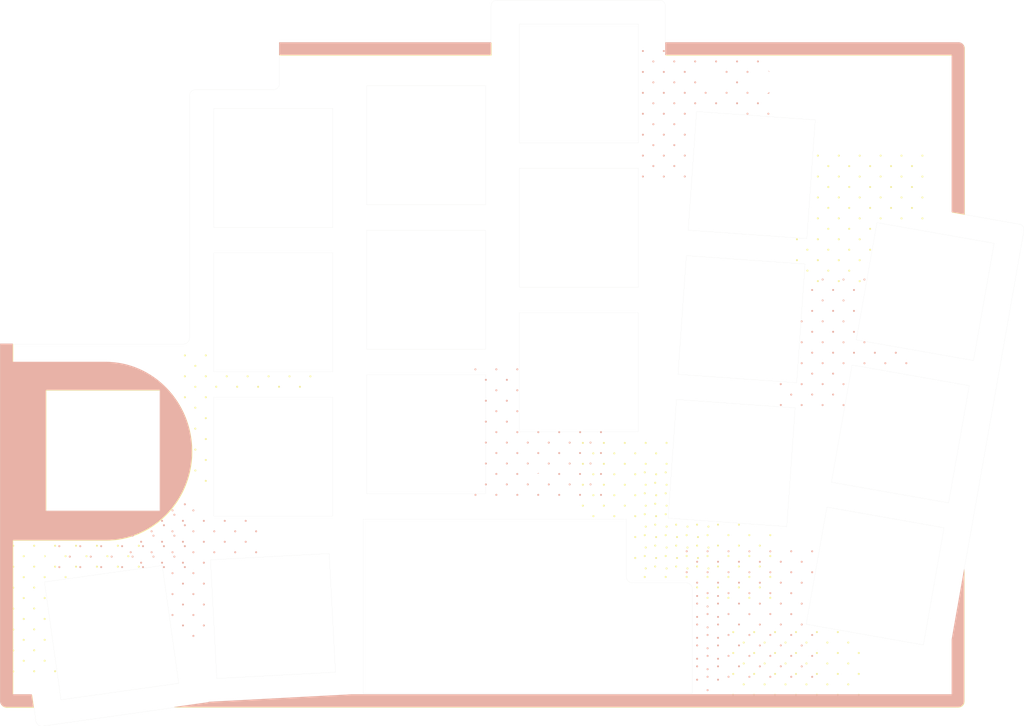
<source format=kicad_pcb>
(kicad_pcb (version 20211014) (generator pcbnew)
  (title_block (title "KLOTZ split keyboard plate") (date "2022-03-28") (rev "0.1"))
  (layers (0 "F.Cu" signal) (31 "B.Cu" signal) (34 "B.Paste" user) (35 "F.Paste" user) (36 "B.SilkS" user "B.Silkscreen") (37 "F.SilkS" user "F.Silkscreen") (38 "B.Mask" user) (39 "F.Mask" user) (44 "Edge.Cuts" user))
  (net 0 "")
  (footprint "MountingHole:MountingHole_3.2mm_M3" (layer "F.Cu") (at 174.254 58.178)
    (fp_text reference "REF**" hide)
    (fp_text value "MountingHole_3.2mm_M3" hide)
    (pad "" np_thru_hole circle (at 0 0) (size 3.2 3.2) (drill 3.2) (layers *.Cu *.Mask))
  )
  (footprint "MountingHole:MountingHole_2.2mm_M2" (layer "F.Cu") (at 194.398013 57.553692)
    (fp_text reference "MH2" hide)
    (fp_text value "MountingHole" hide)
    (pad "" np_thru_hole circle (at 0 0) (size 2.2 2.2) (drill 2.2) (layers *.Cu *.Mask))
  )
  (footprint "MountingHole:MountingHole_2.2mm_M2" (layer "F.Cu") (at 148.18216 105.392393)
    (fp_text reference "MH3" hide)
    (fp_text value "MountingHole" hide)
    (pad "" np_thru_hole circle (at 0 0) (size 2.2 2.2) (drill 2.2) (layers *.Cu *.Mask))
  )
  (footprint "MountingHole:MountingHole_2.2mm_M2" (layer "F.Cu") (at 88.9 114.03)
    (fp_text reference "MH4" hide)
    (fp_text value "MountingHole" hide)
    (pad "" np_thru_hole circle (at 0 0) (size 2.2 2.2) (drill 2.2) (layers *.Cu *.Mask))
  )
  (footprint "MountingHole:MountingHole_2.2mm_M2" (layer "F.Cu") (at 121.652143 57.553692)
    (fp_text reference "MH1" hide)
    (fp_text value "MountingHole" hide)
    (pad "" np_thru_hole circle (at 0 0) (size 2.2 2.2) (drill 2.2) (layers *.Cu *.Mask))
  )
  (footprint "MountingHole:MountingHole_3.2mm_M3" (layer "F.Cu") (at 179.963 58.65)
    (fp_text reference "REF**" hide)
    (fp_text value "MountingHole_3.2mm_M3" hide)
    (pad "" np_thru_hole circle (at 0 0) (size 3.2 3.2) (drill 3.2) (layers *.Cu *.Mask))
  )
  (footprint "MountingHole:MountingHole_2.2mm_M2" (layer "F.Cu") (at 194.398013 127.759458)
    (fp_text reference "MH5" hide)
    (fp_text value "MountingHole" hide)
    (pad "" np_thru_hole circle (at 0 0) (size 2.2 2.2) (drill 2.2) (layers *.Cu *.Mask))
  )
  (footprint "MountingHole:MountingHole_3.2mm_M3" (layer "F.Cu") (at 168.532 57.797)
    (fp_text reference "REF**" hide)
    (fp_text value "MountingHole_3.2mm_M3" hide)
    (pad "" np_thru_hole circle (at 0 0) (size 3.2 3.2) (drill 3.2) (layers *.Cu *.Mask))
  )
  (gr_poly (pts (xy 198.288716 131.070957) (xy 198.287794 131.107121) (xy 198.285056 131.142827) (xy 198.280548 131.178029) (xy 198.274316 131.212682) (xy 198.266404 131.24674) (xy 198.256857 131.280159) (xy 198.245722 131.312894) (xy 198.233043 131.344898) (xy 198.218865 131.376127) (xy 198.203233 131.406537) (xy 198.186194 131.43608) (xy 198.167791 131.464713) (xy 198.148071 131.492389) (xy 198.127078 131.519065) (xy 198.104858 131.544694) (xy 198.081455 131.569232) (xy 198.056916 131.592632) (xy 198.031285 131.614851) (xy 198.004607 131.635842) (xy 197.976929 131.655561) (xy 197.948294 131.673962) (xy 197.918748 131.691001) (xy 197.888337 131.706631) (xy 197.857105 131.720808) (xy 197.825098 131.733486) (xy 197.792361 131.744621) (xy 197.758939 131.754166) (xy 197.724878 131.762078) (xy 197.690223 131.76831) (xy 197.655018 131.772817) (xy 197.619309 131.775555) (xy 197.583142 131.776477) (xy 105.26262 131.776477) (xy 109.358462 131.201473) (xy 109.351409 131.159145) (xy 126.140485 130.280773) (xy 196.824651 130.280773) (xy 196.824658 130.273716) (xy 196.824658 123.82172) (xy 198.288716 115.528312)) (layer "B.SilkS") (width 0.01) (fill solid))
  (gr_poly (pts (xy 180.411892 92.415498) (xy 180.417716 92.415764) (xy 180.423446 92.416226) (xy 180.429079 92.4169) (xy 180.434608 92.417802) (xy 180.440029 92.418946) (xy 180.445336 92.420349) (xy 180.450524 92.422026) (xy 180.455588 92.423992) (xy 180.460523 92.426262) (xy 180.465323 92.428854) (xy 180.469984 92.431781) (xy 180.4745 92.435059) (xy 180.478866 92.438705) (xy 180.483076 92.442733) (xy 180.487126 92.447158) (xy 180.490971 92.451791) (xy 180.494567 92.456433) (xy 180.497915 92.461096) (xy 180.501015 92.46579) (xy 180.503867 92.470526) (xy 180.506471 92.475313) (xy 180.508828 92.480161) (xy 180.510936 92.485083) (xy 180.512796 92.490087) (xy 180.514408 92.495183) (xy 180.515772 92.500384) (xy 180.516888 92.505698) (xy 180.517756 92.511136) (xy 180.518376 92.516708) (xy 180.518748 92.522425) (xy 180.518872 92.528297) (xy 180.518729 92.534207) (xy 180.518302 92.540028) (xy 180.517599 92.545754) (xy 180.516626 92.551378) (xy 180.515389 92.556893) (xy 180.513896 92.562293) (xy 180.512151 92.567571) (xy 180.510162 92.572722) (xy 180.507936 92.577738) (xy 180.505479 92.582614) (xy 180.502796 92.587342) (xy 180.499895 92.591916) (xy 180.496783 92.596331) (xy 180.493465 92.600579) (xy 180.489948 92.604653) (xy 180.486238 92.608548) (xy 180.482343 92.612257) (xy 180.478268 92.615774) (xy 180.47402 92.619091) (xy 180.469605 92.622204) (xy 180.46503 92.625104) (xy 180.460301 92.627786) (xy 180.455425 92.630243) (xy 180.450408 92.632469) (xy 180.445257 92.634457) (xy 180.439978 92.636202) (xy 180.434578 92.637695) (xy 180.429062 92.638932) (xy 180.423438 92.639905) (xy 180.417712 92.640608) (xy 180.411891 92.641034) (xy 180.40598 92.641178) (xy 180.40007 92.641054) (xy 180.394247 92.640682) (xy 180.388517 92.640062) (xy 180.382885 92.639194) (xy 180.377357 92.638077) (xy 180.371936 92.636713) (xy 180.36663 92.635101) (xy 180.361442 92.633241) (xy 180.356377 92.631133) (xy 180.351442 92.628777) (xy 180.346642 92.626173) (xy 180.34198 92.623321) (xy 180.337464 92.62022) (xy 180.333097 92.616872) (xy 180.328885 92.613276) (xy 180.324834 92.609432) (xy 180.32099 92.6048) (xy 180.317393 92.600158) (xy 180.314045 92.595496) (xy 180.310945 92.590802) (xy 180.308093 92.586067) (xy 180.305489 92.581281) (xy 180.303133 92.576432) (xy 180.301024 92.571511) (xy 180.299164 92.566507) (xy 180.297552 92.56141) (xy 180.296188 92.55621) (xy 180.295072 92.550896) (xy 180.294204 92.545458) (xy 180.293584 92.539886) (xy 180.293212 92.534169) (xy 180.293088 92.528297) (xy 180.293212 92.522386) (xy 180.293584 92.516563) (xy 180.294204 92.510833) (xy 180.295072 92.505201) (xy 180.296188 92.499673) (xy 180.297552 92.494253) (xy 180.299164 92.488947) (xy 180.301024 92.483759) (xy 180.303133 92.478696) (xy 180.305489 92.473762) (xy 180.308093 92.468962) (xy 180.310945 92.464302) (xy 180.314045 92.459786) (xy 180.317393 92.45542) (xy 180.32099 92.451209) (xy 180.324834 92.447158) (xy 180.329467 92.443314) (xy 180.334111 92.439718) (xy 180.338776 92.43637) (xy 180.343471 92.43327) (xy 180.348207 92.430417) (xy 180.352995 92.427813) (xy 180.357844 92.425457) (xy 180.362766 92.423349) (xy 180.367771 92.421489) (xy 180.372868 92.419877) (xy 180.378068 92.418513) (xy 180.383382 92.417397) (xy 180.38882 92.416529) (xy 180.394392 92.415908) (xy 180.400109 92.415536) (xy 180.40598 92.415412)) (layer "B.SilkS") (width 0.01) (fill solid))
  (gr_poly (pts (xy 143.225911 92.136711) (xy 143.225904 92.136711) (xy 143.225907 92.13671)) (layer "B.SilkS") (width 0.01) (fill solid))
  (gr_poly (pts (xy 106.333941 112.20892) (xy 106.339764 112.209187) (xy 106.345495 112.209649) (xy 106.351126 112.210324) (xy 106.356655 112.211226) (xy 106.362075 112.21237) (xy 106.367382 112.213773) (xy 106.372569 112.21545) (xy 106.377633 112.217417) (xy 106.382567 112.219688) (xy 106.387367 112.222279) (xy 106.392028 112.225207) (xy 106.396543 112.228486) (xy 106.400909 112.232131) (xy 106.40512 112.236159) (xy 106.409171 112.240585) (xy 106.413016 112.245216) (xy 106.416613 112.249857) (xy 106.419962 112.25452) (xy 106.423062 112.259213) (xy 106.425915 112.263948) (xy 106.428519 112.268734) (xy 106.430876 112.273583) (xy 106.432984 112.278504) (xy 106.434844 112.283508) (xy 106.436456 112.288604) (xy 106.43782 112.293804) (xy 106.438937 112.299118) (xy 106.439805 112.304556) (xy 106.440425 112.310128) (xy 106.440797 112.315844) (xy 106.440921 112.321716) (xy 106.440777 112.327627) (xy 106.440351 112.333449) (xy 106.439648 112.339175) (xy 106.438675 112.344799) (xy 106.437438 112.350314) (xy 106.435944 112.355715) (xy 106.4342 112.360994) (xy 106.432212 112.366145) (xy 106.429985 112.371162) (xy 106.427528 112.376038) (xy 106.424846 112.380766) (xy 106.421945 112.385341) (xy 106.418833 112.389756) (xy 106.415515 112.394004) (xy 106.411998 112.398079) (xy 106.408289 112.401974) (xy 106.404393 112.405683) (xy 106.400318 112.4092) (xy 106.39607 112.412517) (xy 106.391656 112.41563) (xy 106.387081 112.41853) (xy 106.382352 112.421212) (xy 106.377476 112.423669) (xy 106.372459 112.425895) (xy 106.367308 112.427884) (xy 106.362029 112.429628) (xy 106.356629 112.431122) (xy 106.351113 112.432358) (xy 106.345489 112.433331) (xy 106.339763 112.434034) (xy 106.333941 112.434461) (xy 106.328031 112.434604) (xy 106.322119 112.43448) (xy 106.316296 112.434108) (xy 106.310566 112.433488) (xy 106.304934 112.43262) (xy 106.299405 112.431504) (xy 106.293985 112.43014) (xy 106.288679 112.428528) (xy 106.283491 112.426668) (xy 106.278428 112.42456) (xy 106.273494 112.422203) (xy 106.268694 112.419599) (xy 106.264033 112.416747) (xy 106.259518 112.413647) (xy 106.255152 112.410299) (xy 106.250941 112.406702) (xy 106.24689 112.402858) (xy 106.24689 112.402851) (xy 106.243045 112.39822) (xy 106.239448 112.393578) (xy 106.236099 112.388916) (xy 106.232999 112.384223) (xy 106.230146 112.379488) (xy 106.227541 112.374701) (xy 106.225185 112.369852) (xy 106.223076 112.364931) (xy 106.221216 112.359927) (xy 106.219604 112.35483) (xy 106.218239 112.34963) (xy 106.217123 112.344316) (xy 106.216255 112.338878) (xy 106.215635 112.333305) (xy 106.215263 112.327588) (xy 106.215138 112.321716) (xy 106.215263 112.315806) (xy 106.215635 112.309983) (xy 106.216255 112.304254) (xy 106.217123 112.298623) (xy 106.218239 112.293094) (xy 106.219604 112.287675) (xy 106.221216 112.282369) (xy 106.223076 112.277182) (xy 106.225185 112.272119) (xy 106.227541 112.267185) (xy 106.230146 112.262386) (xy 106.232999 112.257726) (xy 106.236099 112.253211) (xy 106.239448 112.248845) (xy 106.243045 112.244635) (xy 106.24689 112.240585) (xy 106.251522 112.236741) (xy 106.256164 112.233144) (xy 106.260827 112.229796) (xy 106.265521 112.226695) (xy 106.270256 112.223843) (xy 106.275044 112.221238) (xy 106.279892 112.218882) (xy 106.284814 112.216773) (xy 106.289818 112.214913) (xy 106.294915 112.213301) (xy 106.300116 112.211936) (xy 106.30543 112.21082) (xy 106.310868 112.209952) (xy 106.316441 112.209331) (xy 106.322158 112.208959) (xy 106.328031 112.208835)) (layer "B.SilkS") (width 0.01) (fill solid))
  (gr_poly (pts (xy 108.796392 119.599263) (xy 108.802215 119.599529) (xy 108.807945 119.599992) (xy 108.813578 119.600666) (xy 108.819106 119.601568) (xy 108.824527 119.602713) (xy 108.829833 119.604116) (xy 108.835021 119.605793) (xy 108.840084 119.607759) (xy 108.845019 119.61003) (xy 108.849819 119.612621) (xy 108.854479 119.615548) (xy 108.858995 119.618826) (xy 108.863361 119.622471) (xy 108.867572 119.626499) (xy 108.871623 119.630924) (xy 108.875468 119.635555) (xy 108.879064 119.640196) (xy 108.882413 119.644858) (xy 108.885513 119.649552) (xy 108.888366 119.654287) (xy 108.89097 119.659073) (xy 108.893327 119.663922) (xy 108.895435 119.668843) (xy 108.897295 119.673847) (xy 108.898908 119.678943) (xy 108.900272 119.684143) (xy 108.901388 119.689457) (xy 108.902256 119.694895) (xy 108.902877 119.700467) (xy 108.903249 119.706183) (xy 108.903373 119.712055) (xy 108.903249 119.717965) (xy 108.902877 119.723788) (xy 108.902256 119.729518) (xy 108.901388 119.735149) (xy 108.900272 119.740678) (xy 108.898908 119.746098) (xy 108.897295 119.751405) (xy 108.895435 119.756592) (xy 108.893327 119.761656) (xy 108.89097 119.766591) (xy 108.888366 119.771391) (xy 108.885513 119.776051) (xy 108.882413 119.780567) (xy 108.879064 119.784933) (xy 108.875468 119.789143) (xy 108.871623 119.793193) (xy 108.866991 119.797038) (xy 108.862348 119.800634) (xy 108.857685 119.803982) (xy 108.852991 119.807082) (xy 108.848255 119.809934) (xy 108.843468 119.812539) (xy 108.838618 119.814895) (xy 108.833697 119.817003) (xy 108.828693 119.818863) (xy 108.823595 119.820475) (xy 108.818395 119.821839) (xy 108.813081 119.822955) (xy 108.807642 119.823823) (xy 108.80207 119.824443) (xy 108.796353 119.824815) (xy 108.790481 119.824939) (xy 108.784569 119.824815) (xy 108.778746 119.824443) (xy 108.773016 119.823823) (xy 108.767383 119.822955) (xy 108.761854 119.821839) (xy 108.756434 119.820475) (xy 108.751128 119.818863) (xy 108.74594 119.817003) (xy 108.740876 119.814895) (xy 108.735942 119.812539) (xy 108.731141 119.809934) (xy 108.726481 119.807082) (xy 108.721965 119.803982) (xy 108.717599 119.800634) (xy 108.713389 119.797038) (xy 108.709338 119.793193) (xy 108.705494 119.788561) (xy 108.701897 119.783919) (xy 108.698548 119.779255) (xy 108.695448 119.774561) (xy 108.692595 119.769825) (xy 108.689991 119.765038) (xy 108.687635 119.760189) (xy 108.685526 119.755268) (xy 108.683666 119.750264) (xy 108.682053 119.745167) (xy 108.680689 119.739966) (xy 108.679573 119.734653) (xy 108.678705 119.729215) (xy 108.678085 119.723643) (xy 108.677712 119.717926) (xy 108.677588 119.712055) (xy 108.677674 119.706145) (xy 108.67794 119.700322) (xy 108.678402 119.694593) (xy 108.679077 119.688961) (xy 108.679978 119.683433) (xy 108.681123 119.678014) (xy 108.682526 119.672708) (xy 108.684203 119.667521) (xy 108.686169 119.662458) (xy 108.68844 119.657524) (xy 108.691032 119.652725) (xy 108.693959 119.648065) (xy 108.697238 119.64355) (xy 108.700884 119.639184) (xy 108.704912 119.634974) (xy 108.709338 119.630924) (xy 108.71397 119.62708) (xy 108.718612 119.623483) (xy 108.723276 119.620135) (xy 108.72797 119.617035) (xy 108.732705 119.614183) (xy 108.737492 119.611579) (xy 108.742341 119.609223) (xy 108.747263 119.607114) (xy 108.752267 119.605254) (xy 108.757364 119.603642) (xy 108.762565 119.602278) (xy 108.76788 119.601162) (xy 108.773318 119.600294) (xy 108.778891 119.599674) (xy 108.784608 119.599302) (xy 108.790481 119.599178)) (layer "B.SilkS") (width 0.01) (fill solid))
  (gr_poly (pts (xy 171.79336 119.48641) (xy 171.799183 119.486782) (xy 171.804913 119.487402) (xy 171.810544 119.48827) (xy 171.816073 119.489386) (xy 171.821493 119.49075) (xy 171.8268 119.492362) (xy 171.831987 119.494222) (xy 171.837051 119.49633) (xy 171.841986 119.498686) (xy 171.846786 119.501291) (xy 171.851446 119.504143) (xy 171.855962 119.507243) (xy 171.860328 119.510591) (xy 171.864538 119.514187) (xy 171.868588 119.518032) (xy 171.872433 119.522663) (xy 171.876029 119.527304) (xy 171.879377 119.531966) (xy 171.882477 119.53666) (xy 171.885329 119.541394) (xy 171.887934 119.546181) (xy 171.89029 119.55103) (xy 171.892398 119.555951) (xy 171.894258 119.560954) (xy 171.89587 119.566051) (xy 171.897234 119.571251) (xy 171.89835 119.576565) (xy 171.899218 119.582003) (xy 171.899838 119.587575) (xy 171.90021 119.593291) (xy 171.900334 119.599163) (xy 171.900191 119.605073) (xy 171.899764 119.610895) (xy 171.899061 119.616621) (xy 171.898088 119.622245) (xy 171.896851 119.62776) (xy 171.895358 119.633161) (xy 171.893613 119.63844) (xy 171.891625 119.643591) (xy 171.889398 119.648608) (xy 171.886941 119.653484) (xy 171.884258 119.658212) (xy 171.881358 119.662787) (xy 171.878245 119.667202) (xy 171.874927 119.67145) (xy 171.87141 119.675525) (xy 171.867701 119.679421) (xy 171.863805 119.68313) (xy 171.85973 119.686647) (xy 171.855482 119.689965) (xy 171.851067 119.693078) (xy 171.846492 119.695979) (xy 171.841763 119.698661) (xy 171.836887 119.701119) (xy 171.83187 119.703345) (xy 171.826719 119.705334) (xy 171.82144 119.707078) (xy 171.81604 119.708572) (xy 171.810524 119.709808) (xy 171.8049 119.710781) (xy 171.799174 119.711485) (xy 171.793353 119.711911) (xy 171.787442 119.712055) (xy 171.781532 119.711931) (xy 171.775709 119.711559) (xy 171.769979 119.710939) (xy 171.764348 119.710071) (xy 171.758819 119.708954) (xy 171.753399 119.70759) (xy 171.748092 119.705978) (xy 171.742905 119.704117) (xy 171.737841 119.702009) (xy 171.732906 119.699652) (xy 171.728106 119.697047) (xy 171.723446 119.694194) (xy 171.71893 119.691093) (xy 171.714564 119.687744) (xy 171.710354 119.684147) (xy 171.706304 119.680301) (xy 171.706311 119.680301) (xy 171.702466 119.675669) (xy 171.698868 119.671027) (xy 171.695519 119.666364) (xy 171.692418 119.66167) (xy 171.689565 119.656935) (xy 171.68696 119.652148) (xy 171.684604 119.647299) (xy 171.682495 119.642378) (xy 171.680635 119.637375) (xy 171.679022 119.632278) (xy 171.677658 119.627078) (xy 171.676542 119.621764) (xy 171.675674 119.616326) (xy 171.675054 119.610753) (xy 171.674682 119.605035) (xy 171.674558 119.599163) (xy 171.674643 119.593252) (xy 171.674909 119.58743) (xy 171.675372 119.581701) (xy 171.676046 119.576069) (xy 171.676948 119.570541) (xy 171.678093 119.565122) (xy 171.679496 119.559816) (xy 171.681173 119.554629) (xy 171.68314 119.549566) (xy 171.685411 119.544632) (xy 171.688003 119.539833) (xy 171.690931 119.535173) (xy 171.69421 119.530657) (xy 171.697856 119.526292) (xy 171.701885 119.522082) (xy 171.706311 119.518032) (xy 171.710942 119.514187) (xy 171.715584 119.510591) (xy 171.720246 119.507243) (xy 171.724939 119.504143) (xy 171.729674 119.501291) (xy 171.734461 119.498686) (xy 171.73931 119.49633) (xy 171.744231 119.494222) (xy 171.749235 119.492362) (xy 171.754333 119.49075) (xy 171.759533 119.489386) (xy 171.764848 119.48827) (xy 171.770286 119.487402) (xy 171.775859 119.486782) (xy 171.781577 119.48641) (xy 171.78745 119.486286)) (layer "B.SilkS") (width 0.01) (fill solid))
  (gr_poly (pts (xy 112.490055 113.443624) (xy 112.495878 113.443996) (xy 112.501608 113.444616) (xy 112.50724 113.445484) (xy 112.512769 113.4466) (xy 112.518189 113.447964) (xy 112.523496 113.449576) (xy 112.528683 113.451437) (xy 112.533747 113.453545) (xy 112.538681 113.455901) (xy 112.543482 113.458505) (xy 112.548142 113.461357) (xy 112.552658 113.464457) (xy 112.557024 113.467805) (xy 112.561235 113.471402) (xy 112.565286 113.475246) (xy 112.56913 113.479878) (xy 112.572727 113.48452) (xy 112.576075 113.489182) (xy 112.579176 113.493876) (xy 112.582028 113.498611) (xy 112.584633 113.503398) (xy 112.586989 113.508247) (xy 112.589098 113.513168) (xy 112.590958 113.518172) (xy 112.59257 113.523269) (xy 112.593935 113.528469) (xy 112.595051 113.533783) (xy 112.595919 113.539221) (xy 112.596539 113.544793) (xy 112.596911 113.550509) (xy 112.597035 113.556381) (xy 112.596892 113.562291) (xy 112.596465 113.568113) (xy 112.595762 113.573839) (xy 112.594789 113.579463) (xy 112.593553 113.584978) (xy 112.592059 113.590378) (xy 112.590314 113.595657) (xy 112.588326 113.600808) (xy 112.5861 113.605824) (xy 112.583642 113.6107) (xy 112.58096 113.615428) (xy 112.578059 113.620003) (xy 112.574947 113.624418) (xy 112.571629 113.628665) (xy 112.568112 113.63274) (xy 112.564402 113.636635) (xy 112.560507 113.640344) (xy 112.556432 113.643861) (xy 112.552184 113.647179) (xy 112.547769 113.650291) (xy 112.543194 113.653191) (xy 112.538465 113.655873) (xy 112.533589 113.658331) (xy 112.528572 113.660557) (xy 112.523421 113.662545) (xy 112.518142 113.664289) (xy 112.512741 113.665783) (xy 112.507226 113.667019) (xy 112.501602 113.667992) (xy 112.495876 113.668695) (xy 112.490054 113.669122) (xy 112.484143 113.669265) (xy 112.484143 113.669261) (xy 112.478232 113.669138) (xy 112.472409 113.668765) (xy 112.466678 113.668145) (xy 112.461046 113.667277) (xy 112.455517 113.666161) (xy 112.450097 113.664797) (xy 112.44479 113.663185) (xy 112.439602 113.661325) (xy 112.434539 113.659217) (xy 112.429604 113.656861) (xy 112.424804 113.654257) (xy 112.420144 113.651404) (xy 112.415628 113.648304) (xy 112.411262 113.644956) (xy 112.407051 113.64136) (xy 112.403001 113.637516) (xy 112.399156 113.632884) (xy 112.39556 113.628242) (xy 112.392211 113.623579) (xy 112.389111 113.618885) (xy 112.386258 113.61415) (xy 112.383654 113.609363) (xy 112.381297 113.604514) (xy 112.379189 113.599593) (xy 112.377328 113.594589) (xy 112.375716 113.589492) (xy 112.374352 113.584292) (xy 112.373236 113.578979) (xy 112.372367 113.573541) (xy 112.371747 113.567969) (xy 112.371375 113.562252) (xy 112.371251 113.556381) (xy 112.371336 113.550471) (xy 112.371602 113.544648) (xy 112.372065 113.538919) (xy 112.372739 113.533287) (xy 112.373641 113.527759) (xy 112.374786 113.52234) (xy 112.376189 113.517034) (xy 112.377866 113.511847) (xy 112.379832 113.506783) (xy 112.382103 113.501849) (xy 112.384694 113.497049) (xy 112.387622 113.492389) (xy 112.390901 113.487873) (xy 112.394547 113.483508) (xy 112.398575 113.479297) (xy 112.403001 113.475246) (xy 112.407633 113.471402) (xy 112.412275 113.467805) (xy 112.416938 113.464457) (xy 112.421632 113.461357) (xy 112.426368 113.458505) (xy 112.431155 113.455901) (xy 112.436005 113.453545) (xy 112.440926 113.451437) (xy 112.445931 113.449576) (xy 112.451028 113.447964) (xy 112.456229 113.4466) (xy 112.461543 113.445484) (xy 112.466981 113.444616) (xy 112.472554 113.443996) (xy 112.478271 113.443624) (xy 112.484143 113.4435)) (layer "B.SilkS") (width 0.01) (fill solid))
  (gr_poly (pts (xy 164.176708 55.664911) (xy 164.182532 55.665283) (xy 164.188262 55.665903) (xy 164.193894 55.666771) (xy 164.199423 55.667888) (xy 164.204843 55.669252) (xy 164.210149 55.670864) (xy 164.215337 55.672724) (xy 164.2204 55.674832) (xy 164.225334 55.677189) (xy 164.230134 55.679793) (xy 164.234794 55.682646) (xy 164.239309 55.685746) (xy 164.243675 55.689094) (xy 164.247885 55.692691) (xy 164.251935 55.696536) (xy 164.255781 55.701167) (xy 164.259378 55.705809) (xy 164.262727 55.710472) (xy 164.265828 55.715166) (xy 164.268681 55.719901) (xy 164.271286 55.724688) (xy 164.273643 55.729536) (xy 164.275751 55.734457) (xy 164.277612 55.739461) (xy 164.279224 55.744558) (xy 164.280588 55.749758) (xy 164.281704 55.755072) (xy 164.282572 55.760509) (xy 164.283193 55.766082) (xy 164.283565 55.771799) (xy 164.283689 55.77767) (xy 164.283545 55.783581) (xy 164.283118 55.789402) (xy 164.282415 55.795128) (xy 164.281442 55.800752) (xy 164.280205 55.806267) (xy 164.278711 55.811667) (xy 164.276966 55.816946) (xy 164.274978 55.822096) (xy 164.272751 55.827113) (xy 164.270293 55.831988) (xy 164.26761 55.836717) (xy 164.264709 55.841291) (xy 164.261596 55.845706) (xy 164.258278 55.849954) (xy 164.254761 55.854028) (xy 164.251051 55.857924) (xy 164.247155 55.861633) (xy 164.24308 55.865149) (xy 164.238831 55.868467) (xy 164.234416 55.871579) (xy 164.229841 55.87448) (xy 164.225112 55.877162) (xy 164.220235 55.879619) (xy 164.215218 55.881845) (xy 164.210067 55.883834) (xy 164.204788 55.885578) (xy 164.199387 55.887071) (xy 164.193871 55.888308) (xy 164.188247 55.889281) (xy 164.182521 55.889984) (xy 164.176699 55.89041) (xy 164.170792 55.890554) (xy 164.164886 55.89043) (xy 164.159063 55.890058) (xy 164.153334 55.889438) (xy 164.147702 55.88857) (xy 164.142173 55.887454) (xy 164.136753 55.886089) (xy 164.131447 55.884477) (xy 164.126259 55.882617) (xy 164.121195 55.880509) (xy 164.116261 55.878152) (xy 164.11146 55.875548) (xy 164.1068 55.872695) (xy 164.102284 55.869595) (xy 164.097918 55.866247) (xy 164.093708 55.86265) (xy 164.089658 55.858805) (xy 164.085814 55.854174) (xy 164.082217 55.849532) (xy 164.078869 55.844869) (xy 164.075769 55.840175) (xy 164.072917 55.83544) (xy 164.070313 55.830653) (xy 164.067956 55.825805) (xy 164.065848 55.820884) (xy 164.063988 55.81588) (xy 164.062376 55.810783) (xy 164.061012 55.805583) (xy 164.059896 55.800269) (xy 164.059028 55.794831) (xy 164.058408 55.789259) (xy 164.058036 55.783542) (xy 164.057912 55.77767) (xy 164.057997 55.77176) (xy 164.058263 55.765937) (xy 164.058726 55.760207) (xy 164.0594 55.754576) (xy 164.060302 55.749047) (xy 164.061447 55.743628) (xy 164.06285 55.738322) (xy 164.064527 55.733134) (xy 164.066493 55.728071) (xy 164.068764 55.723137) (xy 164.071355 55.718338) (xy 164.074282 55.713678) (xy 164.07756 55.709162) (xy 164.081205 55.704797) (xy 164.085233 55.700586) (xy 164.089658 55.696536) (xy 164.09429 55.692691) (xy 164.098933 55.689094) (xy 164.103596 55.685746) (xy 164.10829 55.682646) (xy 164.113026 55.679793) (xy 164.117813 55.677189) (xy 164.122662 55.674832) (xy 164.127583 55.672724) (xy 164.132588 55.670864) (xy 164.137685 55.669252) (xy 164.142885 55.667888) (xy 164.148199 55.666771) (xy 164.153636 55.665903) (xy 164.159208 55.665283) (xy 164.164925 55.664911) (xy 164.170796 55.664787)) (layer "B.SilkS") (width 0.01) (fill solid))
  (gr_poly (pts (xy 106.333941 114.67476) (xy 106.339764 114.675132) (xy 106.345495 114.675752) (xy 106.351126 114.676621) (xy 106.356655 114.677737) (xy 106.362075 114.679101) (xy 106.367382 114.680713) (xy 106.372569 114.682573) (xy 106.377633 114.684682) (xy 106.382567 114.687038) (xy 106.387367 114.689643) (xy 106.392028 114.692495) (xy 106.396543 114.695596) (xy 106.400909 114.698944) (xy 106.40512 114.702541) (xy 106.409171 114.706386) (xy 106.409171 114.706379) (xy 106.413016 114.71101) (xy 106.416613 114.715652) (xy 106.419962 114.720315) (xy 106.423062 114.725008) (xy 106.425915 114.729743) (xy 106.428519 114.73453) (xy 106.430876 114.739378) (xy 106.432984 114.744299) (xy 106.434844 114.749303) (xy 106.436456 114.7544) (xy 106.43782 114.7596) (xy 106.438937 114.764914) (xy 106.439805 114.770352) (xy 106.440425 114.775924) (xy 106.440797 114.781641) (xy 106.440921 114.787513) (xy 106.440777 114.793424) (xy 106.440351 114.799245) (xy 106.439648 114.804971) (xy 106.438675 114.810595) (xy 106.437438 114.81611) (xy 106.435944 114.821511) (xy 106.4342 114.826789) (xy 106.432212 114.83194) (xy 106.429985 114.836957) (xy 106.427528 114.841833) (xy 106.424846 114.846561) (xy 106.421945 114.851136) (xy 106.418833 114.85555) (xy 106.415515 114.859798) (xy 106.411998 114.863873) (xy 106.408289 114.867768) (xy 106.404393 114.871477) (xy 106.400318 114.874994) (xy 106.39607 114.878311) (xy 106.391656 114.881424) (xy 106.387081 114.884324) (xy 106.382352 114.887006) (xy 106.377476 114.889463) (xy 106.372459 114.891689) (xy 106.367308 114.893678) (xy 106.362029 114.895422) (xy 106.356629 114.896915) (xy 106.351113 114.898152) (xy 106.345489 114.899125) (xy 106.339763 114.899828) (xy 106.333941 114.900254) (xy 106.328031 114.900398) (xy 106.322119 114.900274) (xy 106.316296 114.899902) (xy 106.310566 114.899282) (xy 106.304934 114.898414) (xy 106.299405 114.897298) (xy 106.293985 114.895934) (xy 106.288679 114.894321) (xy 106.283491 114.892461) (xy 106.278428 114.890353) (xy 106.273494 114.887997) (xy 106.268694 114.885393) (xy 106.264033 114.882541) (xy 106.259518 114.879441) (xy 106.255152 114.876092) (xy 106.250941 114.872496) (xy 106.24689 114.868652) (xy 106.243045 114.86402) (xy 106.239448 114.859378) (xy 106.236099 114.854716) (xy 106.232999 114.850022) (xy 106.230146 114.845287) (xy 106.227541 114.840501) (xy 106.225185 114.835652) (xy 106.223076 114.830731) (xy 106.221216 114.825727) (xy 106.219604 114.82063) (xy 106.218239 114.81543) (xy 106.217123 114.810116) (xy 106.216255 114.804678) (xy 106.215635 114.799106) (xy 106.215263 114.793389) (xy 106.215138 114.787517) (xy 106.215263 114.781607) (xy 106.215635 114.775785) (xy 106.216255 114.770055) (xy 106.217123 114.764424) (xy 106.218239 114.758896) (xy 106.219604 114.753476) (xy 106.221216 114.74817) (xy 106.223076 114.742983) (xy 106.225185 114.73792) (xy 106.227541 114.732987) (xy 106.230146 114.728187) (xy 106.232999 114.723527) (xy 106.236099 114.719012) (xy 106.239448 114.714647) (xy 106.243045 114.710436) (xy 106.24689 114.706386) (xy 106.251522 114.702541) (xy 106.256164 114.698944) (xy 106.260827 114.695596) (xy 106.265521 114.692495) (xy 106.270256 114.689643) (xy 106.275044 114.687038) (xy 106.279892 114.684682) (xy 106.284814 114.682573) (xy 106.289818 114.680713) (xy 106.294915 114.679101) (xy 106.300116 114.677737) (xy 106.30543 114.676621) (xy 106.310868 114.675752) (xy 106.316441 114.675132) (xy 106.322158 114.67476) (xy 106.328031 114.674636)) (layer "B.SilkS") (width 0.01) (fill solid))
  (gr_poly (pts (xy 160.483042 61.824115) (xy 160.488865 61.824487) (xy 160.494595 61.825108) (xy 160.500226 61.825976) (xy 160.505755 61.827092) (xy 160.511175 61.828456) (xy 160.516482 61.830068) (xy 160.521669 61.831929) (xy 160.526733 61.834037) (xy 160.531668 61.836393) (xy 160.536468 61.838998) (xy 160.541128 61.84185) (xy 160.545644 61.84495) (xy 160.55001 61.848299) (xy 160.55422 61.851895) (xy 160.55827 61.85574) (xy 160.562115 61.860372) (xy 160.565711 61.865014) (xy 160.569059 61.869677) (xy 160.572159 61.87437) (xy 160.575011 61.879105) (xy 160.577616 61.883892) (xy 160.579972 61.888741) (xy 160.58208 61.893662) (xy 160.58394 61.898665) (xy 160.585552 61.903762) (xy 160.586916 61.908962) (xy 160.588032 61.914276) (xy 160.5889 61.919714) (xy 160.58952 61.925286) (xy 160.589892 61.931003) (xy 160.590016 61.936875) (xy 160.589873 61.942785) (xy 160.589446 61.948607) (xy 160.588743 61.954332) (xy 160.58777 61.959956) (xy 160.586533 61.965471) (xy 160.58504 61.970871) (xy 160.583295 61.97615) (xy 160.581307 61.981301) (xy 160.57908 61.986317) (xy 160.576623 61.991193) (xy 160.57394 61.995921) (xy 160.57104 62.000496) (xy 160.567927 62.00491) (xy 160.564609 62.009158) (xy 160.561092 62.013233) (xy 160.557383 62.017128) (xy 160.553487 62.020837) (xy 160.549412 62.024354) (xy 160.545164 62.027671) (xy 160.540749 62.030784) (xy 160.536174 62.033684) (xy 160.531445 62.036366) (xy 160.526569 62.038824) (xy 160.521552 62.04105) (xy 160.516401 62.043038) (xy 160.511122 62.044782) (xy 160.505722 62.046276) (xy 160.500206 62.047512) (xy 160.494582 62.048485) (xy 160.488856 62.049188) (xy 160.483035 62.049615) (xy 160.477127 62.049758) (xy 160.47122 62.049673) (xy 160.465397 62.049407) (xy 160.459666 62.048945) (xy 160.454034 62.04827) (xy 160.448505 62.047369) (xy 160.443085 62.046224) (xy 160.437779 62.044821) (xy 160.432591 62.043144) (xy 160.427528 62.041178) (xy 160.422594 62.038907) (xy 160.417794 62.036315) (xy 160.413134 62.033388) (xy 160.408619 62.030109) (xy 160.404254 62.026464) (xy 160.400043 62.022436) (xy 160.395993 62.01801) (xy 160.392148 62.013378) (xy 160.38855 62.008736) (xy 160.385201 62.004073) (xy 160.3821 61.99938) (xy 160.379247 61.994644) (xy 160.376642 61.989858) (xy 160.374286 61.985009) (xy 160.372177 61.980088) (xy 160.370317 61.975084) (xy 160.368704 61.969988) (xy 160.36734 61.964787) (xy 160.366224 61.959474) (xy 160.365356 61.954036) (xy 160.364736 61.948464) (xy 160.364364 61.942747) (xy 160.36424 61.936875) (xy 160.364325 61.930964) (xy 160.364591 61.925141) (xy 160.365054 61.919412) (xy 160.365728 61.91378) (xy 160.36663 61.908252) (xy 160.367775 61.902832) (xy 160.369178 61.897526) (xy 160.370855 61.892339) (xy 160.372822 61.887276) (xy 160.375093 61.882342) (xy 160.377685 61.877542) (xy 160.380613 61.872882) (xy 160.383892 61.868367) (xy 160.387538 61.864001) (xy 160.391567 61.85979) (xy 160.395993 61.85574) (xy 160.400624 61.851895) (xy 160.405266 61.848299) (xy 160.409928 61.84495) (xy 160.414621 61.84185) (xy 160.419356 61.838998) (xy 160.424143 61.836393) (xy 160.428992 61.834037) (xy 160.433913 61.831929) (xy 160.438917 61.830068) (xy 160.444015 61.828456) (xy 160.449215 61.827092) (xy 160.45453 61.825976) (xy 160.459968 61.825108) (xy 160.465541 61.824487) (xy 160.471259 61.824115) (xy 160.477132 61.823991)) (layer "B.SilkS") (width 0.01) (fill solid))
  (gr_poly (pts (xy 162.93958 66.977829) (xy 162.939572 66.977829) (xy 162.939575 66.977828)) (layer "B.SilkS") (width 0.01) (fill solid))
  (gr_poly (pts (xy 150.629748 104.22949) (xy 150.63557 104.229862) (xy 150.6413 104.230482) (xy 150.646931 104.23135) (xy 150.652459 104.232466) (xy 150.657879 104.23383) (xy 150.663185 104.235442) (xy 150.668372 104.237302) (xy 150.673436 104.23941) (xy 150.67837 104.241767) (xy 150.68317 104.244371) (xy 150.687831 104.247223) (xy 150.692347 104.250323) (xy 150.696713 104.253671) (xy 150.700925 104.257268) (xy 150.704976 104.261112) (xy 150.70882 104.265743) (xy 150.712417 104.270385) (xy 150.715765 104.275048) (xy 150.718865 104.279742) (xy 150.721717 104.284477) (xy 150.724321 104.289264) (xy 150.726677 104.294113) (xy 150.728786 104.299034) (xy 150.730646 104.304038) (xy 150.732258 104.309135) (xy 150.733622 104.314335) (xy 150.734738 104.319649) (xy 150.735606 104.325087) (xy 150.736226 104.330659) (xy 150.736598 104.336375) (xy 150.736722 104.342247) (xy 150.736637 104.348157) (xy 150.73637 104.353979) (xy 150.735908 104.359709) (xy 150.735234 104.36534) (xy 150.734332 104.370868) (xy 150.733187 104.376288) (xy 150.731784 104.381594) (xy 150.730107 104.386781) (xy 150.728141 104.391844) (xy 150.72587 104.396778) (xy 150.723279 104.401578) (xy 150.720352 104.406238) (xy 150.717074 104.410754) (xy 150.713428 104.41512) (xy 150.709401 104.419331) (xy 150.704976 104.423381) (xy 150.700344 104.427226) (xy 150.695701 104.430822) (xy 150.691038 104.43417) (xy 150.686344 104.43727) (xy 150.681608 104.440122) (xy 150.676821 104.442727) (xy 150.671972 104.445083) (xy 150.66705 104.447191) (xy 150.662046 104.449051) (xy 150.656949 104.450663) (xy 150.651749 104.452027) (xy 150.646435 104.453143) (xy 150.640997 104.454011) (xy 150.635425 104.454631) (xy 150.629709 104.455003) (xy 150.623837 104.455127) (xy 150.617926 104.455003) (xy 150.612102 104.454631) (xy 150.606372 104.454011) (xy 150.60074 104.453143) (xy 150.595211 104.452027) (xy 150.589791 104.450663) (xy 150.584484 104.449051) (xy 150.579297 104.447191) (xy 150.574234 104.445083) (xy 150.5693 104.442727) (xy 150.5645 104.440122) (xy 150.55984 104.43727) (xy 150.555325 104.43417) (xy 150.550959 104.430822) (xy 150.546749 104.427226) (xy 150.542699 104.423381) (xy 150.538853 104.41875) (xy 150.535256 104.414108) (xy 150.531907 104.409445) (xy 150.528806 104.404751) (xy 150.525953 104.400016) (xy 150.523348 104.395229) (xy 150.520991 104.39038) (xy 150.518883 104.385459) (xy 150.517022 104.380455) (xy 150.51541 104.375358) (xy 150.514046 104.370158) (xy 150.51293 104.364844) (xy 150.512061 104.359407) (xy 150.511441 104.353835) (xy 150.511069 104.348118) (xy 150.510945 104.342247) (xy 150.511069 104.336336) (xy 150.511441 104.330514) (xy 150.512061 104.324784) (xy 150.51293 104.319153) (xy 150.514046 104.313625) (xy 150.51541 104.308206) (xy 150.517022 104.3029) (xy 150.518883 104.297712) (xy 150.520991 104.292649) (xy 150.523348 104.287715) (xy 150.525953 104.282915) (xy 150.528806 104.278255) (xy 150.531907 104.273739) (xy 150.535256 104.269373) (xy 150.538853 104.265163) (xy 150.542699 104.261112) (xy 150.54733 104.257268) (xy 150.551971 104.253671) (xy 150.556634 104.250323) (xy 150.561327 104.247223) (xy 150.566062 104.244371) (xy 150.570849 104.241767) (xy 150.575697 104.23941) (xy 150.580619 104.237302) (xy 150.585623 104.235442) (xy 150.59072 104.23383) (xy 150.595921 104.232466) (xy 150.601235 104.23135) (xy 150.606674 104.230482) (xy 150.612247 104.229862) (xy 150.617965 104.22949) (xy 150.623837 104.229366)) (layer "B.SilkS") (width 0.01) (fill solid))
  (gr_poly (pts (xy 166.864933 126.876737) (xy 166.870756 126.877109) (xy 166.876487 126.877729) (xy 166.882119 126.878597) (xy 166.887648 126.879713) (xy 166.893068 126.881077) (xy 166.898374 126.88269) (xy 166.903562 126.88455) (xy 166.908625 126.886658) (xy 166.913559 126.889014) (xy 166.918359 126.891618) (xy 166.923019 126.89447) (xy 166.927534 126.89757) (xy 166.931899 126.900919) (xy 166.93611 126.904515) (xy 166.94016 126.908359) (xy 166.940167 126.908351) (xy 166.944012 126.912984) (xy 166.947608 126.917626) (xy 166.950957 126.92229) (xy 166.954057 126.926984) (xy 166.95691 126.931719) (xy 166.959515 126.936507) (xy 166.961872 126.941356) (xy 166.963981 126.946277) (xy 166.965841 126.951281) (xy 166.967454 126.956378) (xy 166.968819 126.961578) (xy 166.969936 126.966892) (xy 166.970804 126.97233) (xy 166.971425 126.977902) (xy 166.971797 126.983619) (xy 166.971921 126.98949) (xy 166.971777 126.995401) (xy 166.971351 127.001222) (xy 166.970648 127.006948) (xy 166.969674 127.012572) (xy 166.968437 127.018087) (xy 166.966943 127.023487) (xy 166.965199 127.028766) (xy 166.96321 127.033917) (xy 166.960983 127.038934) (xy 166.958526 127.043809) (xy 166.955843 127.048538) (xy 166.952942 127.053112) (xy 166.949829 127.057527) (xy 166.946511 127.061775) (xy 166.942993 127.06585) (xy 166.939283 127.069745) (xy 166.935388 127.073454) (xy 166.931312 127.07697) (xy 166.927064 127.080288) (xy 166.922648 127.0834) (xy 166.918073 127.086301) (xy 166.913344 127.088983) (xy 166.908468 127.09144) (xy 166.903451 127.093666) (xy 166.898299 127.095654) (xy 166.89302 127.097399) (xy 166.887619 127.098892) (xy 166.882104 127.100128) (xy 166.87648 127.101102) (xy 166.870754 127.101804) (xy 166.864932 127.102231) (xy 166.859021 127.102375) (xy 166.853111 127.102289) (xy 166.847289 127.102023) (xy 166.841559 127.101561) (xy 166.835928 127.100886) (xy 166.8304 127.099984) (xy 166.82498 127.09884) (xy 166.819674 127.097437) (xy 166.814487 127.09576) (xy 166.809423 127.093794) (xy 166.804489 127.091523) (xy 166.799689 127.088932) (xy 166.795028 127.086005) (xy 166.790512 127.082726) (xy 166.786145 127.079081) (xy 166.781934 127.075054) (xy 166.777883 127.070629) (xy 166.774038 127.065998) (xy 166.770442 127.061356) (xy 166.767094 127.056694) (xy 166.763994 127.052001) (xy 166.761142 127.047266) (xy 166.758537 127.042479) (xy 166.756181 127.037631) (xy 166.754073 127.03271) (xy 166.752213 127.027706) (xy 166.750601 127.022609) (xy 166.749237 127.017409) (xy 166.748121 127.012095) (xy 166.747253 127.006658) (xy 166.746633 127.001086) (xy 166.746261 126.995369) (xy 166.746137 126.989498) (xy 166.746222 126.983586) (xy 166.746488 126.977763) (xy 166.746951 126.972032) (xy 166.747625 126.9664) (xy 166.748527 126.960871) (xy 166.749672 126.955451) (xy 166.751074 126.950145) (xy 166.752751 126.944957) (xy 166.754717 126.939894) (xy 166.756988 126.93496) (xy 166.75958 126.93016) (xy 166.762507 126.9255) (xy 166.765785 126.920985) (xy 166.76943 126.916619) (xy 166.773457 126.912409) (xy 166.777883 126.908359) (xy 166.782515 126.904515) (xy 166.787158 126.900919) (xy 166.791821 126.89757) (xy 166.796515 126.89447) (xy 166.801251 126.891618) (xy 166.806038 126.889014) (xy 166.810887 126.886658) (xy 166.815808 126.88455) (xy 166.820812 126.88269) (xy 166.825909 126.881077) (xy 166.83111 126.879713) (xy 166.836423 126.878597) (xy 166.841861 126.877729) (xy 166.847433 126.877109) (xy 166.85315 126.876737) (xy 166.859021 126.876613)) (layer "B.SilkS") (width 0.01) (fill solid))
  (gr_poly (pts (xy 141.997066 100.532549) (xy 142.002889 100.532921) (xy 142.008619 100.53354) (xy 142.014251 100.534409) (xy 142.019779 100.535525) (xy 142.0252 100.536889) (xy 142.030506 100.538501) (xy 142.035694 100.540361) (xy 142.040757 100.542469) (xy 142.045692 100.544825) (xy 142.050491 100.547429) (xy 142.055152 100.550282) (xy 142.059667 100.553382) (xy 142.064033 100.55673) (xy 142.068243 100.560326) (xy 142.072293 100.56417) (xy 142.072301 100.564163) (xy 142.076145 100.568794) (xy 142.079741 100.573436) (xy 142.08309 100.578099) (xy 142.08619 100.582793) (xy 142.089043 100.587528) (xy 142.091647 100.592315) (xy 142.094004 100.597164) (xy 142.096112 100.602085) (xy 142.097973 100.607089) (xy 142.099585 100.612186) (xy 142.10095 100.617386) (xy 142.102066 100.6227) (xy 142.102934 100.628138) (xy 142.103554 100.63371) (xy 142.103927 100.639426) (xy 142.104051 100.645298) (xy 142.103907 100.651208) (xy 142.10348 100.65703) (xy 142.102777 100.662756) (xy 142.101804 100.66838) (xy 142.100567 100.673895) (xy 142.099073 100.679295) (xy 142.097329 100.684574) (xy 142.09534 100.689725) (xy 142.093114 100.694742) (xy 142.090656 100.699618) (xy 142.087974 100.704346) (xy 142.085073 100.708921) (xy 142.08196 100.713336) (xy 142.078642 100.717584) (xy 142.075125 100.721659) (xy 142.071415 100.725554) (xy 142.067519 100.729263) (xy 142.063444 100.73278) (xy 142.059196 100.736098) (xy 142.054781 100.73921) (xy 142.050206 100.742111) (xy 142.045477 100.744793) (xy 142.0406 100.747251) (xy 142.035583 100.749477) (xy 142.030432 100.751465) (xy 142.025153 100.753209) (xy 142.019753 100.754703) (xy 142.014237 100.75594) (xy 142.008613 100.756913) (xy 142.002887 100.757616) (xy 141.997065 100.758042) (xy 141.991155 100.758186) (xy 141.985244 100.758062) (xy 141.979421 100.75769) (xy 141.973691 100.757069) (xy 141.968058 100.756201) (xy 141.96253 100.755085) (xy 141.95711 100.75372) (xy 141.951803 100.752108) (xy 141.946616 100.750248) (xy 141.941552 100.748139) (xy 141.936618 100.745783) (xy 141.931818 100.743178) (xy 141.927158 100.740326) (xy 141.922642 100.737225) (xy 141.918277 100.733877) (xy 141.914066 100.73028) (xy 141.910016 100.726436) (xy 141.906171 100.721805) (xy 141.902574 100.717164) (xy 141.899226 100.712501) (xy 141.896125 100.707808) (xy 141.893272 100.703073) (xy 141.890668 100.698287) (xy 141.888312 100.693438) (xy 141.886203 100.688517) (xy 141.884343 100.683513) (xy 141.882731 100.678417) (xy 141.881367 100.673217) (xy 141.880251 100.667903) (xy 141.879382 100.662465) (xy 141.878762 100.656893) (xy 141.87839 100.651177) (xy 141.878266 100.645305) (xy 141.878352 100.639394) (xy 141.878618 100.633571) (xy 141.87908 100.627841) (xy 141.879755 100.62221) (xy 141.880657 100.616681) (xy 141.881801 100.611261) (xy 141.883204 100.605955) (xy 141.884881 100.600768) (xy 141.886848 100.595705) (xy 141.889119 100.590771) (xy 141.891711 100.585971) (xy 141.894638 100.581311) (xy 141.897917 100.576796) (xy 141.901562 100.572431) (xy 141.90559 100.56822) (xy 141.910016 100.56417) (xy 141.914648 100.560326) (xy 141.91929 100.55673) (xy 141.923953 100.553382) (xy 141.928646 100.550282) (xy 141.933382 100.547429) (xy 141.938169 100.544825) (xy 141.943017 100.542469) (xy 141.947939 100.540361) (xy 141.952943 100.538501) (xy 141.95804 100.536889) (xy 141.963241 100.535525) (xy 141.968555 100.534409) (xy 141.973993 100.53354) (xy 141.979565 100.532921) (xy 141.985282 100.532549) (xy 141.991155 100.532424)) (layer "B.SilkS") (width 0.01) (fill solid))
  (gr_poly (pts (xy 164.180233 60.589453) (xy 164.186056 60.589825) (xy 164.191787 60.590445) (xy 164.197419 60.591314) (xy 164.202948 60.59243) (xy 164.208368 60.593794) (xy 164.213674 60.595406) (xy 164.218862 60.597266) (xy 164.223925 60.599375) (xy 164.228859 60.601731) (xy 164.233659 60.604335) (xy 164.238319 60.607188) (xy 164.242834 60.610288) (xy 164.247199 60.613637) (xy 164.25141 60.617233) (xy 164.25546 60.621078) (xy 164.259305 60.625709) (xy 164.262903 60.630351) (xy 164.266252 60.635014) (xy 164.269353 60.639708) (xy 164.272206 60.644443) (xy 164.274811 60.649229) (xy 164.277167 60.654078) (xy 164.279276 60.658999) (xy 164.281136 60.664003) (xy 164.282749 60.6691) (xy 164.284113 60.6743) (xy 164.285229 60.679614) (xy 164.286097 60.685052) (xy 164.286717 60.690624) (xy 164.287089 60.69634) (xy 164.287213 60.702212) (xy 164.28707 60.708123) (xy 164.286643 60.713944) (xy 164.28594 60.71967) (xy 164.284967 60.725293) (xy 164.28373 60.730809) (xy 164.282237 60.736209) (xy 164.280492 60.741487) (xy 164.278504 60.746638) (xy 164.276277 60.751655) (xy 164.27382 60.75653) (xy 164.271137 60.761259) (xy 164.268237 60.765833) (xy 164.265124 60.770248) (xy 164.261806 60.774496) (xy 164.258289 60.77857) (xy 164.25458 60.782466) (xy 164.250684 60.786175) (xy 164.246609 60.789691) (xy 164.242361 60.793009) (xy 164.237946 60.796121) (xy 164.233371 60.799022) (xy 164.228642 60.801704) (xy 164.223766 60.804161) (xy 164.218749 60.806387) (xy 164.213598 60.808376) (xy 164.208319 60.81012) (xy 164.202919 60.811613) (xy 164.197403 60.81285) (xy 164.191779 60.813823) (xy 164.186053 60.814526) (xy 164.180232 60.814952) (xy 164.174321 60.815096) (xy 164.16841 60.814972) (xy 164.162586 60.8146) (xy 164.156856 60.81398) (xy 164.151223 60.813112) (xy 164.145695 60.811995) (xy 164.140274 60.810631) (xy 164.134968 60.809019) (xy 164.129781 60.807159) (xy 164.124717 60.80505) (xy 164.119783 60.802694) (xy 164.114984 60.800089) (xy 164.110324 60.797237) (xy 164.105808 60.794137) (xy 164.101443 60.790788) (xy 164.097233 60.787192) (xy 164.093183 60.783347) (xy 164.089338 60.778716) (xy 164.085742 60.774074) (xy 164.082394 60.769411) (xy 164.079294 60.764717) (xy 164.076442 60.759982) (xy 164.073837 60.755195) (xy 164.071481 60.750347) (xy 164.069373 60.745426) (xy 164.067513 60.740422) (xy 164.065901 60.735325) (xy 164.064537 60.730125) (xy 164.063421 60.724811) (xy 164.062553 60.719373) (xy 164.061933 60.713801) (xy 164.061561 60.708084) (xy 164.061437 60.702212) (xy 164.061522 60.696302) (xy 164.061788 60.690479) (xy 164.062251 60.684749) (xy 164.062925 60.679118) (xy 164.063827 60.673589) (xy 164.064971 60.66817) (xy 164.066375 60.662864) (xy 164.068051 60.657676) (xy 164.070018 60.652613) (xy 164.072288 60.647679) (xy 164.07488 60.64288) (xy 164.077807 60.638219) (xy 164.081085 60.633704) (xy 164.08473 60.629338) (xy 164.088757 60.625128) (xy 164.093183 60.621078) (xy 164.097815 60.617233) (xy 164.102457 60.613637) (xy 164.107121 60.610288) (xy 164.111815 60.607188) (xy 164.116551 60.604335) (xy 164.121338 60.601731) (xy 164.126187 60.599375) (xy 164.131108 60.597266) (xy 164.136112 60.595406) (xy 164.141209 60.593794) (xy 164.14641 60.59243) (xy 164.151723 60.591314) (xy 164.157161 60.590445) (xy 164.162733 60.589825) (xy 164.16845 60.589453) (xy 164.174321 60.589329)) (layer "B.SilkS") (width 0.01) (fill solid))
  (gr_poly (pts (xy 107.56517 108.51904) (xy 107.570993 108.519306) (xy 107.576724 108.519769) (xy 107.582356 108.520443) (xy 107.587885 108.521345) (xy 107.593305 108.52249) (xy 107.598612 108.523893) (xy 107.603799 108.52557) (xy 107.608863 108.527536) (xy 107.613798 108.529807) (xy 107.618598 108.532399) (xy 107.623258 108.535326) (xy 107.627774 108.538605) (xy 107.63214 108.542251) (xy 107.63635 108.546279) (xy 107.640401 108.550704) (xy 107.644245 108.555335) (xy 107.647842 108.559977) (xy 107.651191 108.564639) (xy 107.654291 108.569332) (xy 107.657144 108.574067) (xy 107.659748 108.578854) (xy 107.662105 108.583703) (xy 107.664213 108.588624) (xy 107.666073 108.593627) (xy 107.667686 108.598724) (xy 107.66905 108.603924) (xy 107.670166 108.609238) (xy 107.671034 108.614676) (xy 107.671654 108.620248) (xy 107.672027 108.625964) (xy 107.672151 108.631835) (xy 107.672007 108.637746) (xy 107.67158 108.643568) (xy 107.670877 108.649294) (xy 107.669904 108.654917) (xy 107.668668 108.660433) (xy 107.667174 108.665833) (xy 107.66543 108.671112) (xy 107.663441 108.676263) (xy 107.661215 108.68128) (xy 107.658757 108.686156) (xy 107.656075 108.690884) (xy 107.653174 108.695459) (xy 107.650062 108.699874) (xy 107.646744 108.704122) (xy 107.643227 108.708197) (xy 107.639518 108.712092) (xy 107.635622 108.715801) (xy 107.631547 108.719318) (xy 107.627299 108.722636) (xy 107.622884 108.725748) (xy 107.618309 108.728649) (xy 107.61358 108.731331) (xy 107.608704 108.733788) (xy 107.603688 108.736015) (xy 107.598536 108.738003) (xy 107.593257 108.739747) (xy 107.587857 108.741241) (xy 107.582341 108.742478) (xy 107.576717 108.743451) (xy 107.570991 108.744154) (xy 107.565169 108.74458) (xy 107.559258 108.744724) (xy 107.559258 108.744716) (xy 107.553347 108.744592) (xy 107.547524 108.74422) (xy 107.541794 108.7436) (xy 107.536161 108.742732) (xy 107.530633 108.741616) (xy 107.525212 108.740252) (xy 107.519906 108.73864) (xy 107.514718 108.73678) (xy 107.509655 108.734672) (xy 107.50472 108.732315) (xy 107.49992 108.729711) (xy 107.49526 108.726859) (xy 107.490744 108.723759) (xy 107.486378 108.720411) (xy 107.482167 108.716814) (xy 107.478116 108.71297) (xy 107.474271 108.708339) (xy 107.470675 108.703697) (xy 107.467326 108.699034) (xy 107.464226 108.694341) (xy 107.461374 108.689606) (xy 107.458769 108.684819) (xy 107.456413 108.67997) (xy 107.454305 108.675049) (xy 107.452445 108.670046) (xy 107.450833 108.664949) (xy 107.449468 108.659749) (xy 107.448352 108.654435) (xy 107.447484 108.648997) (xy 107.446864 108.643425) (xy 107.446492 108.637708) (xy 107.446368 108.631835) (xy 107.446492 108.625925) (xy 107.446864 108.620103) (xy 107.447484 108.614373) (xy 107.448352 108.608742) (xy 107.449468 108.603214) (xy 107.450833 108.597795) (xy 107.452445 108.592489) (xy 107.454305 108.587302) (xy 107.456413 108.582239) (xy 107.458769 108.577305) (xy 107.461374 108.572505) (xy 107.464226 108.567846) (xy 107.467326 108.56333) (xy 107.470675 108.558965) (xy 107.474271 108.554755) (xy 107.478116 108.550704) (xy 107.482748 108.54686) (xy 107.487391 108.543263) (xy 107.492054 108.539914) (xy 107.496749 108.536813) (xy 107.501484 108.533961) (xy 107.506271 108.531356) (xy 107.511121 108.529) (xy 107.516042 108.526892) (xy 107.521047 108.525031) (xy 107.526144 108.523419) (xy 107.531344 108.522055) (xy 107.536658 108.520939) (xy 107.542097 108.520071) (xy 107.547669 108.519451) (xy 107.553386 108.519079) (xy 107.559258 108.518955)) (layer "B.SilkS") (width 0.01) (fill solid))
  (gr_poly (pts (xy 174.022959 55.664871) (xy 174.028781 55.665138) (xy 174.034511 55.6656) (xy 174.040142 55.666274) (xy 174.04567 55.667176) (xy 174.05109 55.668321) (xy 174.056396 55.669724) (xy 174.061584 55.6714) (xy 174.066647 55.673367) (xy 174.071581 55.675638) (xy 174.076381 55.678229) (xy 174.081042 55.681156) (xy 174.085558 55.684435) (xy 174.089924 55.688081) (xy 174.094136 55.692109) (xy 174.098187 55.696535) (xy 174.102032 55.701166) (xy 174.105628 55.705808) (xy 174.108976 55.710471) (xy 174.112076 55.715165) (xy 174.114928 55.7199) (xy 174.117533 55.724687) (xy 174.119889 55.729535) (xy 174.121997 55.734456) (xy 174.123857 55.73946) (xy 174.125469 55.744557) (xy 174.126833 55.749757) (xy 174.127949 55.755071) (xy 174.128817 55.760509) (xy 174.129437 55.766081) (xy 174.129809 55.771798) (xy 174.129933 55.77767) (xy 174.12979 55.78358) (xy 174.129363 55.789401) (xy 174.12866 55.795127) (xy 174.127687 55.800751) (xy 174.12645 55.806266) (xy 174.124957 55.811666) (xy 174.123212 55.816945) (xy 174.121224 55.822096) (xy 174.118997 55.827112) (xy 174.11654 55.831988) (xy 174.113857 55.836716) (xy 174.110957 55.841291) (xy 174.107844 55.845705) (xy 174.104526 55.849953) (xy 174.101009 55.854028) (xy 174.0973 55.857923) (xy 174.093404 55.861632) (xy 174.089329 55.865149) (xy 174.085081 55.868466) (xy 174.080666 55.871579) (xy 174.076091 55.874479) (xy 174.071362 55.877161) (xy 174.066486 55.879618) (xy 174.061469 55.881844) (xy 174.056318 55.883833) (xy 174.051039 55.885577) (xy 174.045639 55.887071) (xy 174.040123 55.888307) (xy 174.034499 55.88928) (xy 174.028773 55.889983) (xy 174.022952 55.89041) (xy 174.017045 55.890553) (xy 174.011137 55.890429) (xy 174.005314 55.890057) (xy 173.999583 55.889437) (xy 173.993951 55.888569) (xy 173.988422 55.887453) (xy 173.983002 55.886089) (xy 173.977696 55.884476) (xy 173.972508 55.882616) (xy 173.967445 55.880508) (xy 173.962511 55.878151) (xy 173.957711 55.875547) (xy 173.953051 55.872695) (xy 173.948536 55.869594) (xy 173.944171 55.866246) (xy 173.93996 55.862649) (xy 173.93591 55.858805) (xy 173.932065 55.854173) (xy 173.928467 55.849531) (xy 173.925118 55.844868) (xy 173.922017 55.840174) (xy 173.919164 55.83544) (xy 173.916559 55.830653) (xy 173.914203 55.825804) (xy 173.912094 55.820883) (xy 173.910234 55.815879) (xy 173.908621 55.810782) (xy 173.907257 55.805582) (xy 173.906141 55.800268) (xy 173.905273 55.794831) (xy 173.904653 55.789258) (xy 173.904281 55.783542) (xy 173.904157 55.77767) (xy 173.904281 55.771759) (xy 173.904653 55.765936) (xy 173.905273 55.760206) (xy 173.906141 55.754575) (xy 173.907257 55.749047) (xy 173.908621 55.743627) (xy 173.910234 55.738321) (xy 173.912094 55.733134) (xy 173.914203 55.72807) (xy 173.916559 55.723136) (xy 173.919164 55.718337) (xy 173.922017 55.713677) (xy 173.925118 55.709161) (xy 173.928467 55.704796) (xy 173.932065 55.700585) (xy 173.93591 55.696535) (xy 173.940541 55.69269) (xy 173.945183 55.689094) (xy 173.949845 55.685745) (xy 173.954538 55.682645) (xy 173.959273 55.679792) (xy 173.96406 55.677188) (xy 173.968909 55.674832) (xy 173.97383 55.672723) (xy 173.978834 55.670863) (xy 173.983932 55.669251) (xy 173.989132 55.667887) (xy 173.994447 55.66677) (xy 173.999885 55.665902) (xy 174.005458 55.665282) (xy 174.011176 55.66491) (xy 174.017049 55.664786)) (layer "B.SilkS") (width 0.01) (fill solid))
  (gr_poly (pts (xy 185.329716 87.498052) (xy 185.335539 87.498424) (xy 185.34127 87.499044) (xy 185.346903 87.499912) (xy 185.352432 87.501028) (xy 185.357853 87.502392) (xy 185.36316 87.504005) (xy 185.368348 87.505865) (xy 185.373412 87.507973) (xy 185.378347 87.510329) (xy 185.383147 87.512933) (xy 185.387808 87.515785) (xy 185.392324 87.518885) (xy 185.396689 87.522234) (xy 185.4009 87.52583) (xy 185.40495 87.529674) (xy 185.408794 87.534306) (xy 185.412391 87.538948) (xy 185.415739 87.543611) (xy 185.41884 87.548304) (xy 185.421693 87.55304) (xy 185.424298 87.557827) (xy 185.426655 87.562676) (xy 185.428763 87.567597) (xy 185.430624 87.572601) (xy 185.432237 87.577698) (xy 185.433602 87.582899) (xy 185.434718 87.588213) (xy 185.435587 87.593651) (xy 185.436207 87.599223) (xy 185.43658 87.60494) (xy 185.436704 87.610813) (xy 185.43656 87.616723) (xy 185.436133 87.622544) (xy 185.43543 87.62827) (xy 185.434457 87.633893) (xy 185.43322 87.639408) (xy 185.431726 87.644808) (xy 185.429982 87.650087) (xy 185.427993 87.655237) (xy 185.425766 87.660254) (xy 185.423308 87.665129) (xy 185.420626 87.669858) (xy 185.417724 87.674432) (xy 185.414612 87.678847) (xy 185.411293 87.683094) (xy 185.407776 87.687169) (xy 185.404066 87.691064) (xy 185.40017 87.694773) (xy 185.396095 87.698289) (xy 185.391846 87.701607) (xy 185.387431 87.704719) (xy 185.382856 87.70762) (xy 185.378127 87.710302) (xy 185.37325 87.712759) (xy 185.368233 87.714985) (xy 185.363082 87.716973) (xy 185.357803 87.718717) (xy 185.352402 87.720211) (xy 185.346886 87.721447) (xy 185.341262 87.72242) (xy 185.335536 87.723123) (xy 185.329715 87.72355) (xy 185.323804 87.723693) (xy 185.317894 87.723608) (xy 185.312071 87.723342) (xy 185.306341 87.72288) (xy 185.300709 87.722206) (xy 185.295181 87.721304) (xy 185.28976 87.72016) (xy 185.284453 87.718757) (xy 185.279265 87.71708) (xy 185.274201 87.715114) (xy 185.269266 87.712843) (xy 185.264466 87.710252) (xy 185.259804 87.707325) (xy 185.255288 87.704046) (xy 185.250921 87.700401) (xy 185.246709 87.696373) (xy 185.242658 87.691948) (xy 185.238813 87.687316) (xy 185.235217 87.682674) (xy 185.231869 87.678011) (xy 185.228769 87.673318) (xy 185.225917 87.668583) (xy 185.223313 87.663796) (xy 185.220956 87.658948) (xy 185.218848 87.654027) (xy 185.216988 87.649023) (xy 185.215376 87.643926) (xy 185.214012 87.638726) (xy 185.212896 87.633412) (xy 185.212028 87.627974) (xy 185.211408 87.622402) (xy 185.211036 87.616685) (xy 185.210912 87.610813) (xy 185.211036 87.604902) (xy 185.211408 87.599079) (xy 185.212028 87.593349) (xy 185.212896 87.587717) (xy 185.214012 87.582189) (xy 185.215376 87.576769) (xy 185.216988 87.571463) (xy 185.218848 87.566275) (xy 185.220956 87.561212) (xy 185.223313 87.556278) (xy 185.225917 87.551478) (xy 185.228769 87.546817) (xy 185.231869 87.542302) (xy 185.235217 87.537936) (xy 185.238813 87.533725) (xy 185.242658 87.529674) (xy 185.247291 87.52583) (xy 185.251935 87.522234) (xy 185.256599 87.518885) (xy 185.261295 87.515785) (xy 185.266031 87.512933) (xy 185.270819 87.510329) (xy 185.275668 87.507973) (xy 185.28059 87.505865) (xy 185.285594 87.504005) (xy 185.290692 87.502392) (xy 185.295892 87.501028) (xy 185.301206 87.499912) (xy 185.306644 87.499044) (xy 185.312216 87.498424) (xy 185.317932 87.498052) (xy 185.323804 87.497928)) (layer "B.SilkS") (width 0.01) (fill solid))
  (gr_poly (pts (xy 151.860964 102.998354) (xy 151.866787 102.998726) (xy 151.872517 102.999346) (xy 151.878148 103.000214) (xy 151.883677 103.00133) (xy 151.889097 103.002694) (xy 151.894404 103.004306) (xy 151.899591 103.006166) (xy 151.904655 103.008274) (xy 151.90959 103.01063) (xy 151.91439 103.013234) (xy 151.91905 103.016087) (xy 151.923566 103.019187) (xy 151.927932 103.022535) (xy 151.932142 103.026131) (xy 151.936193 103.029975) (xy 151.940037 103.034607) (xy 151.943633 103.039249) (xy 151.946982 103.043911) (xy 151.950083 103.048605) (xy 151.952935 103.05334) (xy 151.95554 103.058127) (xy 151.957897 103.062975) (xy 151.960006 103.067896) (xy 151.961867 103.0729) (xy 151.963479 103.077997) (xy 151.964844 103.083197) (xy 151.965961 103.088511) (xy 151.966829 103.093949) (xy 151.96745 103.099521) (xy 151.967822 103.105238) (xy 151.967946 103.11111) (xy 151.967861 103.11702) (xy 151.967595 103.122843) (xy 151.967132 103.128572) (xy 151.966458 103.134204) (xy 151.965556 103.139732) (xy 151.964411 103.145151) (xy 151.963008 103.150457) (xy 151.96133 103.155644) (xy 151.959364 103.160707) (xy 151.957092 103.165641) (xy 151.954501 103.17044) (xy 151.951573 103.1751) (xy 151.948294 103.179615) (xy 151.944648 103.183981) (xy 151.940619 103.188191) (xy 151.936193 103.192241) (xy 151.931561 103.196086) (xy 151.92692 103.199683) (xy 151.922257 103.203032) (xy 151.917563 103.206132) (xy 151.912828 103.208985) (xy 151.908041 103.211589) (xy 151.903191 103.213946) (xy 151.89827 103.216054) (xy 151.893265 103.217914) (xy 151.888168 103.219526) (xy 151.882967 103.220891) (xy 151.877653 103.222007) (xy 151.872215 103.222875) (xy 151.866642 103.223495) (xy 151.860925 103.223867) (xy 151.855054 103.223991) (xy 151.849144 103.223867) (xy 151.843321 103.223495) (xy 151.837591 103.222875) (xy 151.831959 103.222007) (xy 151.826431 103.220891) (xy 151.821011 103.219526) (xy 151.815704 103.217914) (xy 151.810516 103.216054) (xy 151.805453 103.213946) (xy 151.800518 103.211589) (xy 151.795718 103.208985) (xy 151.791057 103.206132) (xy 151.786542 103.203032) (xy 151.782176 103.199683) (xy 151.777965 103.196086) (xy 151.773915 103.192241) (xy 151.770071 103.18761) (xy 151.766475 103.182969) (xy 151.763126 103.178307) (xy 151.760025 103.173613) (xy 151.757172 103.168878) (xy 151.754568 103.164092) (xy 151.752211 103.159243) (xy 151.750102 103.154322) (xy 151.748241 103.149318) (xy 151.746628 103.144222) (xy 151.745264 103.139022) (xy 151.744147 103.133708) (xy 151.743279 103.12827) (xy 151.742658 103.122698) (xy 151.742286 103.116982) (xy 151.742162 103.11111) (xy 151.742286 103.105199) (xy 151.742658 103.099376) (xy 151.743279 103.093646) (xy 151.744147 103.088015) (xy 151.745264 103.082486) (xy 151.746628 103.077067) (xy 151.748241 103.07176) (xy 151.750102 103.066573) (xy 151.752211 103.06151) (xy 151.754568 103.056576) (xy 151.757172 103.051776) (xy 151.760025 103.047116) (xy 151.763126 103.042601) (xy 151.766475 103.038236) (xy 151.770071 103.034025) (xy 151.773915 103.029975) (xy 151.778546 103.026131) (xy 151.783188 103.022535) (xy 151.787851 103.019187) (xy 151.792545 103.016087) (xy 151.79728 103.013234) (xy 151.802067 103.01063) (xy 151.806916 103.008274) (xy 151.811838 103.006166) (xy 151.816843 103.004306) (xy 151.82194 103.002694) (xy 151.827141 103.00133) (xy 151.832455 103.000214) (xy 151.837893 102.999346) (xy 151.843466 102.998726) (xy 151.849182 102.998354) (xy 151.855054 102.99823)) (layer "B.SilkS") (width 0.01) (fill solid))
  (gr_poly (pts (xy 165.411457 59.358318) (xy 165.41728 59.35869) (xy 165.423011 59.35931) (xy 165.428643 59.360178) (xy 165.434172 59.361294) (xy 165.439592 59.362658) (xy 165.444898 59.364271) (xy 165.450086 59.366131) (xy 165.455149 59.368239) (xy 165.460083 59.370596) (xy 165.464883 59.3732) (xy 165.469543 59.376052) (xy 165.474058 59.379153) (xy 165.478423 59.382501) (xy 165.482634 59.386098) (xy 165.486684 59.389942) (xy 165.490529 59.394574) (xy 165.494127 59.399216) (xy 165.497476 59.403879) (xy 165.500577 59.408572) (xy 165.50343 59.413307) (xy 165.506035 59.418094) (xy 165.508391 59.422943) (xy 165.5105 59.427864) (xy 165.51236 59.432868) (xy 165.513973 59.437964) (xy 165.515337 59.443165) (xy 165.516453 59.448478) (xy 165.517321 59.453916) (xy 165.517941 59.459488) (xy 165.518313 59.465205) (xy 165.518437 59.471077) (xy 165.518294 59.476987) (xy 165.517867 59.482809) (xy 165.517164 59.488534) (xy 165.516191 59.494158) (xy 165.514954 59.499673) (xy 165.513461 59.505073) (xy 165.511716 59.510352) (xy 165.509728 59.515503) (xy 165.507501 59.520519) (xy 165.505044 59.525395) (xy 165.502361 59.530123) (xy 165.499461 59.534698) (xy 165.496348 59.539112) (xy 165.49303 59.54336) (xy 165.489513 59.547435) (xy 165.485804 59.55133) (xy 165.481908 59.555039) (xy 165.477833 59.558556) (xy 165.473585 59.561874) (xy 165.46917 59.564986) (xy 165.464595 59.567886) (xy 165.459866 59.570568) (xy 165.45499 59.573026) (xy 165.449973 59.575252) (xy 165.444822 59.57724) (xy 165.439543 59.578984) (xy 165.434143 59.580478) (xy 165.428627 59.581714) (xy 165.423003 59.582687) (xy 165.417277 59.58339) (xy 165.411456 59.583817) (xy 165.405545 59.583961) (xy 165.399634 59.583837) (xy 165.39381 59.583464) (xy 165.38808 59.582844) (xy 165.382447 59.581976) (xy 165.376919 59.58086) (xy 165.371499 59.579496) (xy 165.366192 59.577883) (xy 165.361005 59.576023) (xy 165.355942 59.573915) (xy 165.351007 59.571558) (xy 165.346208 59.568954) (xy 165.341548 59.566102) (xy 165.337032 59.563001) (xy 165.332667 59.559653) (xy 165.328457 59.556056) (xy 165.324407 59.552212) (xy 165.320562 59.54758) (xy 165.316966 59.542938) (xy 165.313618 59.538275) (xy 165.310518 59.533582) (xy 165.307666 59.528847) (xy 165.305061 59.52406) (xy 165.302705 59.519211) (xy 165.300597 59.51429) (xy 165.298737 59.509287) (xy 165.297125 59.50419) (xy 165.295761 59.49899) (xy 165.294645 59.493676) (xy 165.293777 59.488238) (xy 165.293157 59.482666) (xy 165.292785 59.476949) (xy 165.292661 59.471077) (xy 165.292746 59.465166) (xy 165.293012 59.459344) (xy 165.293475 59.453614) (xy 165.294149 59.447982) (xy 165.295051 59.442454) (xy 165.296196 59.437034) (xy 165.297599 59.431728) (xy 165.299275 59.426541) (xy 165.301242 59.421478) (xy 165.303512 59.416544) (xy 165.306104 59.411744) (xy 165.309031 59.407084) (xy 165.312309 59.402569) (xy 165.315954 59.398203) (xy 165.319982 59.393992) (xy 165.324407 59.389942) (xy 165.329039 59.386098) (xy 165.333681 59.382501) (xy 165.338345 59.379153) (xy 165.343039 59.376052) (xy 165.347775 59.3732) (xy 165.352562 59.370596) (xy 165.357411 59.368239) (xy 165.362332 59.366131) (xy 165.367336 59.364271) (xy 165.372433 59.362658) (xy 165.377634 59.361294) (xy 165.382947 59.360178) (xy 165.388385 59.35931) (xy 165.393957 59.35869) (xy 165.399674 59.358318) (xy 165.405545 59.358194)) (layer "B.SilkS") (width 0.01) (fill solid))
  (gr_poly (pts (xy 173.021059 123.179807) (xy 173.026882 123.180179) (xy 173.032611 123.180799) (xy 173.038243 123.181667) (xy 173.043771 123.182783) (xy 173.04919 123.184147) (xy 173.054496 123.18576) (xy 173.059684 123.18762) (xy 173.064747 123.189728) (xy 173.069682 123.192084) (xy 173.074482 123.194688) (xy 173.079142 123.19754) (xy 173.083658 123.20064) (xy 173.088025 123.203989) (xy 173.092236 123.207585) (xy 173.096288 123.211429) (xy 173.100132 123.21606) (xy 173.103728 123.220701) (xy 173.107076 123.225364) (xy 173.110177 123.230057) (xy 173.113029 123.234792) (xy 173.115633 123.239579) (xy 173.117989 123.244427) (xy 173.120097 123.249348) (xy 173.121957 123.254352) (xy 173.123569 123.259449) (xy 173.124933 123.264649) (xy 173.12605 123.269962) (xy 173.126918 123.2754) (xy 173.127538 123.280972) (xy 173.12791 123.286689) (xy 173.128034 123.29256) (xy 173.12789 123.298471) (xy 173.127463 123.304292) (xy 173.12676 123.310018) (xy 173.125787 123.315642) (xy 173.124551 123.321157) (xy 173.123057 123.326557) (xy 173.121312 123.331836) (xy 173.119324 123.336987) (xy 173.117098 123.342004) (xy 173.11464 123.346879) (xy 173.111958 123.351608) (xy 173.109057 123.356183) (xy 173.105944 123.360597) (xy 173.102626 123.364845) (xy 173.099109 123.368919) (xy 173.0954 123.372815) (xy 173.091504 123.376524) (xy 173.087429 123.38004) (xy 173.083181 123.383358) (xy 173.078766 123.38647) (xy 173.074191 123.389371) (xy 173.069462 123.392053) (xy 173.064587 123.39451) (xy 173.05957 123.396736) (xy 173.054419 123.398724) (xy 173.04914 123.400469) (xy 173.043739 123.401962) (xy 173.038224 123.403199) (xy 173.0326 123.404172) (xy 173.026874 123.404874) (xy 173.021052 123.405301) (xy 173.015141 123.405445) (xy 173.00923 123.405321) (xy 173.003406 123.404949) (xy 172.997676 123.404329) (xy 172.992044 123.40346) (xy 172.986515 123.402344) (xy 172.981095 123.40098) (xy 172.975789 123.399368) (xy 172.970601 123.397508) (xy 172.965538 123.3954) (xy 172.960604 123.393044) (xy 172.955804 123.39044) (xy 172.951144 123.387588) (xy 172.946629 123.384487) (xy 172.942263 123.381139) (xy 172.938053 123.377543) (xy 172.934003 123.373699) (xy 172.934011 123.373699) (xy 172.930165 123.369066) (xy 172.926568 123.364424) (xy 172.923218 123.359761) (xy 172.920117 123.355066) (xy 172.917264 123.350331) (xy 172.91466 123.345544) (xy 172.912303 123.340694) (xy 172.910194 123.335773) (xy 172.908334 123.330769) (xy 172.906722 123.325672) (xy 172.905357 123.320472) (xy 172.904241 123.315158) (xy 172.903373 123.30972) (xy 172.902753 123.304148) (xy 172.902381 123.298432) (xy 172.902257 123.29256) (xy 172.902342 123.28665) (xy 172.902608 123.280827) (xy 172.903071 123.275098) (xy 172.903746 123.269467) (xy 172.904647 123.263939) (xy 172.905792 123.258519) (xy 172.907195 123.253213) (xy 172.908873 123.248026) (xy 172.910839 123.242963) (xy 172.913111 123.238029) (xy 172.915702 123.23323) (xy 172.91863 123.22857) (xy 172.921909 123.224055) (xy 172.925556 123.21969) (xy 172.929584 123.215479) (xy 172.934011 123.211429) (xy 172.938641 123.207585) (xy 172.943283 123.203989) (xy 172.947945 123.20064) (xy 172.952639 123.19754) (xy 172.957373 123.194688) (xy 172.96216 123.192084) (xy 172.967009 123.189728) (xy 172.971931 123.18762) (xy 172.976935 123.18576) (xy 172.982032 123.184147) (xy 172.987233 123.182783) (xy 172.992547 123.181667) (xy 172.997986 123.180799) (xy 173.003559 123.180179) (xy 173.009276 123.179807) (xy 173.015149 123.179683)) (layer "B.SilkS") (width 0.01) (fill solid))
  (gr_poly (pts (xy 101.41258 112.208917) (xy 101.418403 112.209183) (xy 101.424133 112.209645) (xy 101.429765 112.21032) (xy 101.435294 112.211222) (xy 101.440714 112.212366) (xy 101.44602 112.213769) (xy 101.451208 112.215446) (xy 101.456271 112.217412) (xy 101.461206 112.219683) (xy 101.466006 112.222274) (xy 101.470666 112.225201) (xy 101.475182 112.22848) (xy 101.479548 112.232125) (xy 101.483758 112.236152) (xy 101.487809 112.240577) (xy 101.491654 112.245209) (xy 101.495251 112.249851) (xy 101.4986 112.254514) (xy 101.501701 112.259207) (xy 101.504553 112.263943) (xy 101.507158 112.26873) (xy 101.509514 112.273578) (xy 101.511623 112.2785) (xy 101.513483 112.283504) (xy 101.515096 112.2886) (xy 101.51646 112.293801) (xy 101.517576 112.299114) (xy 101.518445 112.304552) (xy 101.519065 112.310124) (xy 101.519437 112.315841) (xy 101.519561 112.321712) (xy 101.519417 112.327623) (xy 101.518991 112.333444) (xy 101.518288 112.33917) (xy 101.517315 112.344794) (xy 101.516078 112.350309) (xy 101.514584 112.355709) (xy 101.51284 112.360988) (xy 101.510851 112.366139) (xy 101.508625 112.371156) (xy 101.506168 112.376031) (xy 101.503485 112.38076) (xy 101.500585 112.385334) (xy 101.497472 112.389749) (xy 101.494154 112.393997) (xy 101.490637 112.398072) (xy 101.486928 112.401967) (xy 101.483032 112.405676) (xy 101.478957 112.409192) (xy 101.474709 112.41251) (xy 101.470294 112.415622) (xy 101.465719 112.418523) (xy 101.460991 112.421205) (xy 101.456115 112.423662) (xy 101.451098 112.425888) (xy 101.445947 112.427876) (xy 101.440667 112.429621) (xy 101.435267 112.431114) (xy 101.429751 112.43235) (xy 101.424127 112.433324) (xy 101.418401 112.434026) (xy 101.41258 112.434453) (xy 101.406669 112.434597) (xy 101.406669 112.434593) (xy 101.400758 112.434469) (xy 101.394935 112.434097) (xy 101.389205 112.433477) (xy 101.383573 112.432609) (xy 101.378044 112.431493) (xy 101.372624 112.430128) (xy 101.367318 112.428516) (xy 101.36213 112.426656) (xy 101.357067 112.424548) (xy 101.352132 112.422192) (xy 101.347332 112.419588) (xy 101.342672 112.416736) (xy 101.338156 112.413636) (xy 101.33379 112.410287) (xy 101.329579 112.406691) (xy 101.325528 112.402847) (xy 101.321683 112.398215) (xy 101.318086 112.393573) (xy 101.314738 112.38891) (xy 101.311637 112.384217) (xy 101.308785 112.379481) (xy 101.30618 112.374695) (xy 101.303824 112.369846) (xy 101.301715 112.364924) (xy 101.299855 112.359921) (xy 101.298243 112.354824) (xy 101.296879 112.349624) (xy 101.295763 112.34431) (xy 101.294894 112.338872) (xy 101.294274 112.3333) (xy 101.293902 112.327583) (xy 101.293778 112.321712) (xy 101.293902 112.315802) (xy 101.294274 112.309979) (xy 101.294894 112.30425) (xy 101.295763 112.298619) (xy 101.296879 112.293091) (xy 101.298243 112.287671) (xy 101.299855 112.282365) (xy 101.301715 112.277178) (xy 101.303824 112.272115) (xy 101.30618 112.26718) (xy 101.308785 112.262381) (xy 101.311637 112.25772) (xy 101.314738 112.253205) (xy 101.318086 112.248839) (xy 101.321683 112.244628) (xy 101.325528 112.240577) (xy 101.33016 112.236733) (xy 101.334802 112.233137) (xy 101.339465 112.229789) (xy 101.344159 112.226688) (xy 101.348895 112.223836) (xy 101.353682 112.221232) (xy 101.358531 112.218876) (xy 101.363453 112.216768) (xy 101.368457 112.214908) (xy 101.373554 112.213296) (xy 101.378755 112.211932) (xy 101.384069 112.210815) (xy 101.389507 112.209947) (xy 101.395079 112.209327) (xy 101.400796 112.208955) (xy 101.406669 112.208831)) (layer "B.SilkS") (width 0.01) (fill solid))
  (gr_poly (pts (xy 106.55973 112.727514) (xy 106.565553 112.727886) (xy 106.571283 112.728506) (xy 106.576915 112.729374) (xy 106.582443 112.73049) (xy 106.587863 112.731854) (xy 106.59317 112.733466) (xy 106.598357 112.735326) (xy 106.603421 112.737434) (xy 106.608355 112.739791) (xy 106.613155 112.742395) (xy 106.617816 112.745247) (xy 106.622332 112.748347) (xy 106.626697 112.751695) (xy 106.630908 112.755292) (xy 106.634959 112.759136) (xy 106.638804 112.763767) (xy 106.642401 112.768409) (xy 106.64575 112.773072) (xy 106.64885 112.777766) (xy 106.651703 112.782501) (xy 106.654307 112.787288) (xy 106.656664 112.792137) (xy 106.658772 112.797058) (xy 106.660632 112.802062) (xy 106.662245 112.807159) (xy 106.663609 112.812359) (xy 106.664725 112.817673) (xy 106.665593 112.823111) (xy 106.666213 112.828683) (xy 106.666585 112.834399) (xy 106.666709 112.840271) (xy 106.666624 112.846181) (xy 106.666358 112.852003) (xy 106.665895 112.857733) (xy 106.665221 112.863365) (xy 106.664319 112.868893) (xy 106.663174 112.874313) (xy 106.661771 112.879619) (xy 106.660095 112.884806) (xy 106.658128 112.88987) (xy 106.655857 112.894804) (xy 106.653265 112.899604) (xy 106.650338 112.904264) (xy 106.647059 112.908779) (xy 106.643413 112.913145) (xy 106.639385 112.917355) (xy 106.634959 112.921405) (xy 106.630327 112.92525) (xy 106.625685 112.928846) (xy 106.621022 112.932194) (xy 106.616328 112.935294) (xy 106.611592 112.938146) (xy 106.606805 112.940751) (xy 106.601956 112.943107) (xy 106.597035 112.945215) (xy 106.592031 112.947075) (xy 106.586933 112.948687) (xy 106.581733 112.950051) (xy 106.576419 112.951167) (xy 106.57098 112.952035) (xy 106.565408 112.952655) (xy 106.559691 112.953027) (xy 106.553819 112.953151) (xy 106.547907 112.953066) (xy 106.542084 112.9528) (xy 106.536354 112.952337) (xy 106.530722 112.951663) (xy 106.525193 112.950761) (xy 106.519773 112.949616) (xy 106.514467 112.948213) (xy 106.50928 112.946537) (xy 106.504216 112.94457) (xy 106.499282 112.942299) (xy 106.494482 112.939708) (xy 106.489821 112.936781) (xy 106.485306 112.933503) (xy 106.48094 112.929858) (xy 106.476729 112.92583) (xy 106.472678 112.921405) (xy 106.468833 112.916774) (xy 106.465236 112.912132) (xy 106.461888 112.907469) (xy 106.458787 112.902775) (xy 106.455934 112.89804) (xy 106.45333 112.893253) (xy 106.450973 112.888404) (xy 106.448864 112.883483) (xy 106.447004 112.878479) (xy 106.445392 112.873382) (xy 106.444027 112.868182) (xy 106.442911 112.862868) (xy 106.442043 112.85743) (xy 106.441423 112.851859) (xy 106.441051 112.846142) (xy 106.440927 112.840271) (xy 106.441012 112.83436) (xy 106.441278 112.828538) (xy 106.441741 112.822808) (xy 106.442415 112.817177) (xy 106.443317 112.811649) (xy 106.444462 112.806229) (xy 106.445865 112.800923) (xy 106.447542 112.795736) (xy 106.449508 112.790673) (xy 106.45178 112.785739) (xy 106.454371 112.780939) (xy 106.457299 112.776279) (xy 106.460578 112.771763) (xy 106.464224 112.767397) (xy 106.468252 112.763186) (xy 106.472678 112.759136) (xy 106.47731 112.755292) (xy 106.481952 112.751695) (xy 106.486615 112.748347) (xy 106.491309 112.745247) (xy 106.496045 112.742395) (xy 106.500832 112.739791) (xy 106.505681 112.737434) (xy 106.510602 112.735326) (xy 106.515606 112.733466) (xy 106.520703 112.731854) (xy 106.525904 112.73049) (xy 106.531218 112.729374) (xy 106.536656 112.728506) (xy 106.542229 112.727886) (xy 106.547946 112.727514) (xy 106.553819 112.72739)) (layer "B.SilkS") (width 0.01) (fill solid))
  (gr_poly (pts (xy 144.46305 95.607964) (xy 144.468873 95.608231) (xy 144.474603 95.608693) (xy 144.480235 95.609367) (xy 144.485764 95.610269) (xy 144.491184 95.611413) (xy 144.496491 95.612816) (xy 144.501679 95.614492) (xy 144.506742 95.616458) (xy 144.511677 95.618729) (xy 144.516477 95.62132) (xy 144.521138 95.624248) (xy 144.525653 95.627526) (xy 144.53002 95.631172) (xy 144.534231 95.635199) (xy 144.538281 95.639625) (xy 144.542126 95.644257) (xy 144.545722 95.648899) (xy 144.54907 95.653562) (xy 144.55217 95.658255) (xy 144.555022 95.66299) (xy 144.557627 95.667777) (xy 144.559983 95.672626) (xy 144.562091 95.677548) (xy 144.563951 95.682551) (xy 144.565563 95.687648) (xy 144.566927 95.692848) (xy 144.568043 95.698162) (xy 144.568911 95.7036) (xy 144.569531 95.709172) (xy 144.569903 95.714888) (xy 144.570027 95.72076) (xy 144.569884 95.726671) (xy 144.569457 95.732492) (xy 144.568754 95.738218) (xy 144.567781 95.743842) (xy 144.566544 95.749357) (xy 144.565051 95.754757) (xy 144.563306 95.760036) (xy 144.561318 95.765187) (xy 144.559091 95.770204) (xy 144.556634 95.775079) (xy 144.553951 95.779808) (xy 144.551051 95.784382) (xy 144.547938 95.788797) (xy 144.54462 95.793045) (xy 144.541103 95.797119) (xy 144.537394 95.801014) (xy 144.533498 95.804724) (xy 144.529423 95.80824) (xy 144.525175 95.811558) (xy 144.52076 95.81467) (xy 144.516185 95.81757) (xy 144.511456 95.820252) (xy 144.50658 95.82271) (xy 144.501563 95.824936) (xy 144.496412 95.826924) (xy 144.491133 95.828668) (xy 144.485733 95.830162) (xy 144.480217 95.831398) (xy 144.474593 95.832371) (xy 144.468867 95.833074) (xy 144.463046 95.833501) (xy 144.457137 95.833644) (xy 144.451228 95.83352) (xy 144.445405 95.833148) (xy 144.439675 95.832528) (xy 144.434043 95.83166) (xy 144.428515 95.830544) (xy 144.423095 95.82918) (xy 144.417789 95.827568) (xy 144.412601 95.825708) (xy 144.407538 95.8236) (xy 144.402604 95.821244) (xy 144.397804 95.818639) (xy 144.393144 95.815787) (xy 144.388628 95.812687) (xy 144.384262 95.809339) (xy 144.380051 95.805743) (xy 144.376 95.801899) (xy 144.372156 95.797267) (xy 144.36856 95.792625) (xy 144.365211 95.787962) (xy 144.362111 95.783269) (xy 144.359259 95.778534) (xy 144.356654 95.773747) (xy 144.354298 95.768898) (xy 144.352189 95.763977) (xy 144.350329 95.758973) (xy 144.348716 95.753876) (xy 144.347352 95.748676) (xy 144.346235 95.743361) (xy 144.345367 95.737923) (xy 144.344747 95.73235) (xy 144.344375 95.726633) (xy 144.344251 95.72076) (xy 144.344336 95.714849) (xy 144.344602 95.709026) (xy 144.345065 95.703296) (xy 144.345739 95.697664) (xy 144.346641 95.692136) (xy 144.347786 95.686716) (xy 144.349189 95.68141) (xy 144.350866 95.676223) (xy 144.352832 95.67116) (xy 144.355103 95.666226) (xy 144.357695 95.661426) (xy 144.360622 95.656766) (xy 144.363901 95.652251) (xy 144.367547 95.647885) (xy 144.371575 95.643675) (xy 144.376 95.639625) (xy 144.380632 95.635781) (xy 144.385274 95.632185) (xy 144.389937 95.628836) (xy 144.394631 95.625736) (xy 144.399366 95.622884) (xy 144.404153 95.62028) (xy 144.409002 95.617924) (xy 144.413923 95.615816) (xy 144.418927 95.613956) (xy 144.424024 95.612343) (xy 144.429225 95.610979) (xy 144.434539 95.609863) (xy 144.439977 95.608995) (xy 144.44555 95.608375) (xy 144.451267 95.608003) (xy 144.457139 95.607879)) (layer "B.SilkS") (width 0.01) (fill solid))
  (gr_poly (pts (xy 149.398525 100.536038) (xy 149.404348 100.536305) (xy 149.410079 100.536767) (xy 149.415711 100.537441) (xy 149.42124 100.538343) (xy 149.42666 100.539488) (xy 149.431966 100.540891) (xy 149.437154 100.542568) (xy 149.442217 100.544534) (xy 149.447151 100.546805) (xy 149.451951 100.549396) (xy 149.456611 100.552323) (xy 149.461126 100.555601) (xy 149.465492 100.559247) (xy 149.469702 100.563274) (xy 149.473752 100.567699) (xy 149.477598 100.572331) (xy 149.481195 100.576973) (xy 149.484544 100.581635) (xy 149.487645 100.586329) (xy 149.490498 100.591064) (xy 149.493103 100.595851) (xy 149.49546 100.6007) (xy 149.497568 100.605621) (xy 149.499429 100.610625) (xy 149.501041 100.615722) (xy 149.502405 100.620922) (xy 149.503521 100.626236) (xy 149.504389 100.631674) (xy 149.50501 100.637246) (xy 149.505382 100.642962) (xy 149.505506 100.648834) (xy 149.505362 100.654744) (xy 149.504935 100.660566) (xy 149.504232 100.666292) (xy 149.503259 100.671916) (xy 149.502023 100.677431) (xy 149.500529 100.682831) (xy 149.498784 100.68811) (xy 149.496796 100.693261) (xy 149.494569 100.698278) (xy 149.492112 100.703154) (xy 149.48943 100.707883) (xy 149.486529 100.712457) (xy 149.483416 100.716872) (xy 149.480098 100.72112) (xy 149.476581 100.725195) (xy 149.472872 100.72909) (xy 149.468976 100.7328) (xy 149.464901 100.736316) (xy 149.460653 100.739634) (xy 149.456238 100.742747) (xy 149.451663 100.745647) (xy 149.446934 100.748329) (xy 149.442058 100.750787) (xy 149.437042 100.753013) (xy 149.43189 100.755001) (xy 149.426611 100.756746) (xy 149.421211 100.758239) (xy 149.415696 100.759476) (xy 149.410072 100.760449) (xy 149.404346 100.761152) (xy 149.398524 100.761579) (xy 149.392613 100.761722) (xy 149.392613 100.761715) (xy 149.386703 100.761629) (xy 149.380881 100.761363) (xy 149.375151 100.7609) (xy 149.36952 100.760226) (xy 149.363992 100.759324) (xy 149.358572 100.75818) (xy 149.353266 100.756777) (xy 149.348079 100.7551) (xy 149.343015 100.753134) (xy 149.338081 100.750863) (xy 149.333281 100.748272) (xy 149.32862 100.745344) (xy 149.324104 100.742066) (xy 149.319738 100.738421) (xy 149.315526 100.734394) (xy 149.311475 100.729969) (xy 149.307631 100.725337) (xy 149.304034 100.720695) (xy 149.300686 100.716032) (xy 149.297586 100.711338) (xy 149.294734 100.706603) (xy 149.29213 100.701816) (xy 149.289773 100.696967) (xy 149.287665 100.692046) (xy 149.285805 100.687042) (xy 149.284193 100.681945) (xy 149.282829 100.676745) (xy 149.281713 100.671431) (xy 149.280845 100.665994) (xy 149.280225 100.660422) (xy 149.279853 100.654705) (xy 149.279729 100.648834) (xy 149.279853 100.642924) (xy 149.280225 100.637101) (xy 149.280845 100.631372) (xy 149.281713 100.62574) (xy 149.282829 100.620212) (xy 149.284193 100.614793) (xy 149.285805 100.609487) (xy 149.287665 100.6043) (xy 149.289773 100.599236) (xy 149.29213 100.594302) (xy 149.294734 100.589502) (xy 149.297586 100.584842) (xy 149.300686 100.580326) (xy 149.304034 100.575961) (xy 149.307631 100.57175) (xy 149.311475 100.567699) (xy 149.316107 100.563855) (xy 149.32075 100.560259) (xy 149.325413 100.55691) (xy 149.330107 100.55381) (xy 149.334843 100.550958) (xy 149.33963 100.548354) (xy 149.344479 100.545998) (xy 149.349401 100.54389) (xy 149.354405 100.542029) (xy 149.359502 100.540417) (xy 149.364702 100.539053) (xy 149.370016 100.537937) (xy 149.375453 100.537069) (xy 149.381025 100.536449) (xy 149.386742 100.536077) (xy 149.392613 100.535953)) (layer "B.SilkS") (width 0.01) (fill solid))
  (gr_poly (pts (xy 173.021059 113.337774) (xy 173.026882 113.338146) (xy 173.032611 113.338766) (xy 173.038243 113.339634) (xy 173.043771 113.34075) (xy 173.04919 113.342114) (xy 173.054496 113.343726) (xy 173.059684 113.345586) (xy 173.064747 113.347694) (xy 173.069682 113.350051) (xy 173.074482 113.352655) (xy 173.079142 113.355507) (xy 173.083658 113.358607) (xy 173.088025 113.361955) (xy 173.092236 113.365551) (xy 173.096288 113.369396) (xy 173.100132 113.374027) (xy 173.103728 113.378669) (xy 173.107076 113.383332) (xy 173.110177 113.388025) (xy 173.113029 113.39276) (xy 173.115633 113.397547) (xy 173.117989 113.402396) (xy 173.120097 113.407317) (xy 173.121957 113.41232) (xy 173.123569 113.417417) (xy 173.124933 113.422617) (xy 173.12605 113.427931) (xy 173.126918 113.433369) (xy 173.127538 113.438941) (xy 173.12791 113.444658) (xy 173.128034 113.450531) (xy 173.12789 113.456441) (xy 173.127463 113.462263) (xy 173.12676 113.467989) (xy 173.125787 113.473612) (xy 173.124551 113.479128) (xy 173.123057 113.484528) (xy 173.121312 113.489807) (xy 173.119324 113.494958) (xy 173.117098 113.499974) (xy 173.11464 113.50485) (xy 173.111958 113.509578) (xy 173.109057 113.514153) (xy 173.105944 113.518567) (xy 173.102626 113.522815) (xy 173.099109 113.52689) (xy 173.0954 113.530785) (xy 173.091504 113.534494) (xy 173.087429 113.538011) (xy 173.083181 113.541329) (xy 173.078766 113.544441) (xy 173.074191 113.547341) (xy 173.069462 113.550023) (xy 173.064587 113.55248) (xy 173.05957 113.554706) (xy 173.054419 113.556695) (xy 173.04914 113.558439) (xy 173.043739 113.559933) (xy 173.038224 113.561169) (xy 173.0326 113.562142) (xy 173.026874 113.562845) (xy 173.021052 113.563271) (xy 173.015141 113.563415) (xy 173.015149 113.563411) (xy 173.009238 113.563287) (xy 173.003414 113.562915) (xy 172.997684 113.562295) (xy 172.992051 113.561427) (xy 172.986523 113.560311) (xy 172.981102 113.558947) (xy 172.975796 113.557335) (xy 172.970609 113.555474) (xy 172.965545 113.553366) (xy 172.960611 113.55101) (xy 172.955812 113.548405) (xy 172.951152 113.545553) (xy 172.946636 113.542452) (xy 172.942271 113.539103) (xy 172.938061 113.535506) (xy 172.934011 113.531662) (xy 172.930165 113.527031) (xy 172.926568 113.522389) (xy 172.923218 113.517727) (xy 172.920117 113.513034) (xy 172.917264 113.508299) (xy 172.91466 113.503512) (xy 172.912303 113.498664) (xy 172.910194 113.493743) (xy 172.908334 113.488739) (xy 172.906722 113.483642) (xy 172.905357 113.478442) (xy 172.904241 113.473128) (xy 172.903373 113.467691) (xy 172.902753 113.462119) (xy 172.902381 113.456402) (xy 172.902257 113.450531) (xy 172.902381 113.44462) (xy 172.902753 113.438797) (xy 172.903373 113.433067) (xy 172.904241 113.427435) (xy 172.905357 113.421907) (xy 172.906722 113.416487) (xy 172.908334 113.411181) (xy 172.910194 113.405993) (xy 172.912303 113.40093) (xy 172.91466 113.395996) (xy 172.917264 113.391197) (xy 172.920117 113.386537) (xy 172.923218 113.382022) (xy 172.926568 113.377656) (xy 172.930165 113.373446) (xy 172.934011 113.369396) (xy 172.938641 113.365551) (xy 172.943283 113.361955) (xy 172.947945 113.358607) (xy 172.952639 113.355507) (xy 172.957373 113.352655) (xy 172.96216 113.350051) (xy 172.967009 113.347694) (xy 172.971931 113.345586) (xy 172.976935 113.343726) (xy 172.982032 113.342114) (xy 172.987233 113.34075) (xy 172.992547 113.339634) (xy 172.997986 113.338766) (xy 173.003559 113.338146) (xy 173.009276 113.337774) (xy 173.015149 113.33765)) (layer "B.SilkS") (width 0.01) (fill solid))
  (gr_poly (pts (xy 169.327381 121.056157) (xy 169.333204 121.056423) (xy 169.338935 121.056886) (xy 169.344567 121.05756) (xy 169.350096 121.058462) (xy 169.355516 121.059607) (xy 169.360823 121.06101) (xy 169.366011 121.062687) (xy 169.371074 121.064653) (xy 169.376009 121.066924) (xy 169.380809 121.069515) (xy 169.38547 121.072442) (xy 169.389986 121.07572) (xy 169.394353 121.079365) (xy 169.398564 121.083393) (xy 169.402616 121.087818) (xy 169.40646 121.092449) (xy 169.410056 121.09709) (xy 169.413404 121.101752) (xy 169.416504 121.106446) (xy 169.419357 121.11118) (xy 169.421961 121.115967) (xy 169.424317 121.120816) (xy 169.426425 121.125737) (xy 169.428285 121.13074) (xy 169.429897 121.135837) (xy 169.431261 121.141037) (xy 169.432377 121.146351) (xy 169.433245 121.151789) (xy 169.433865 121.157361) (xy 169.434237 121.163077) (xy 169.434361 121.168949) (xy 169.434218 121.174859) (xy 169.433791 121.180681) (xy 169.433088 121.186407) (xy 169.432115 121.192031) (xy 169.430878 121.197546) (xy 169.429385 121.202946) (xy 169.42764 121.208225) (xy 169.425652 121.213376) (xy 169.423425 121.218392) (xy 169.420968 121.223268) (xy 169.418285 121.227996) (xy 169.415385 121.232571) (xy 169.412272 121.236986) (xy 169.408954 121.241233) (xy 169.405437 121.245308) (xy 169.401728 121.249203) (xy 169.397832 121.252912) (xy 169.393757 121.256429) (xy 169.389509 121.259747) (xy 169.385094 121.262859) (xy 169.380519 121.265759) (xy 169.37579 121.268441) (xy 169.370914 121.270899) (xy 169.365898 121.273125) (xy 169.360746 121.275113) (xy 169.355467 121.276857) (xy 169.350067 121.278351) (xy 169.344551 121.279587) (xy 169.338927 121.28056) (xy 169.333202 121.281263) (xy 169.32738 121.28169) (xy 169.321469 121.281833) (xy 169.315558 121.281709) (xy 169.309734 121.281337) (xy 169.304004 121.280717) (xy 169.298372 121.279849) (xy 169.292843 121.278733) (xy 169.287423 121.277369) (xy 169.282116 121.275757) (xy 169.276929 121.273897) (xy 169.271866 121.271789) (xy 169.266932 121.269432) (xy 169.262132 121.266828) (xy 169.257472 121.263976) (xy 169.252957 121.260876) (xy 169.248591 121.257528) (xy 169.244381 121.253932) (xy 169.240331 121.250087) (xy 169.236486 121.245455) (xy 169.23289 121.240812) (xy 169.229542 121.236149) (xy 169.226442 121.231455) (xy 169.22359 121.226719) (xy 169.220986 121.221932) (xy 169.218629 121.217083) (xy 169.216521 121.212162) (xy 169.214661 121.207158) (xy 169.213049 121.202061) (xy 169.211685 121.19686) (xy 169.210569 121.191546) (xy 169.209701 121.186109) (xy 169.209081 121.180537) (xy 169.208709 121.17482) (xy 169.208585 121.168949) (xy 169.20867 121.163038) (xy 169.208936 121.157216) (xy 169.209399 121.151487) (xy 169.210073 121.145855) (xy 169.210975 121.140327) (xy 169.21212 121.134908) (xy 169.213523 121.129602) (xy 169.215199 121.124415) (xy 169.217166 121.119352) (xy 169.219437 121.114418) (xy 169.222028 121.109619) (xy 169.224955 121.104959) (xy 169.228233 121.100443) (xy 169.231878 121.096078) (xy 169.235906 121.091868) (xy 169.240331 121.087818) (xy 169.244963 121.083973) (xy 169.249606 121.080377) (xy 169.254269 121.077029) (xy 169.258963 121.073929) (xy 169.263699 121.071077) (xy 169.268486 121.068472) (xy 169.273335 121.066116) (xy 169.278256 121.064008) (xy 169.28326 121.062148) (xy 169.288357 121.060536) (xy 169.293558 121.059172) (xy 169.298871 121.058056) (xy 169.304309 121.057188) (xy 169.309881 121.056568) (xy 169.315598 121.056196) (xy 169.321469 121.056072)) (layer "B.SilkS") (width 0.01) (fill solid))
  (gr_poly (pts (xy 169.327388 114.561861) (xy 169.333212 114.562233) (xy 169.338942 114.562853) (xy 169.344575 114.563721) (xy 169.350103 114.564837) (xy 169.355524 114.566201) (xy 169.36083 114.567813) (xy 169.366017 114.569673) (xy 169.371081 114.571781) (xy 169.376015 114.574137) (xy 169.380814 114.576741) (xy 169.385474 114.579594) (xy 169.38999 114.582694) (xy 169.394355 114.586042) (xy 169.398565 114.589638) (xy 169.402616 114.593483) (xy 169.406461 114.598113) (xy 169.410059 114.602755) (xy 169.413408 114.607417) (xy 169.416509 114.612111) (xy 169.419362 114.616845) (xy 169.421966 114.621632) (xy 169.424323 114.626481) (xy 169.426432 114.631402) (xy 169.428292 114.636406) (xy 169.429904 114.641503) (xy 169.431269 114.646703) (xy 169.432385 114.652017) (xy 169.433253 114.657456) (xy 169.433873 114.663028) (xy 169.434245 114.668745) (xy 169.434369 114.674617) (xy 169.434225 114.680528) (xy 169.433799 114.686349) (xy 169.433096 114.692075) (xy 169.432122 114.697699) (xy 169.430886 114.703214) (xy 169.429392 114.708615) (xy 169.427647 114.713893) (xy 169.425658 114.719044) (xy 169.423431 114.724061) (xy 169.420974 114.728937) (xy 169.418291 114.733665) (xy 169.41539 114.73824) (xy 169.412277 114.742654) (xy 169.408959 114.746902) (xy 169.405441 114.750977) (xy 169.401731 114.754872) (xy 169.397836 114.758581) (xy 169.39376 114.762098) (xy 169.389512 114.765415) (xy 169.385097 114.768527) (xy 169.380521 114.771428) (xy 169.375792 114.77411) (xy 169.370916 114.776567) (xy 169.365899 114.778793) (xy 169.360747 114.780782) (xy 169.355468 114.782526) (xy 169.350067 114.784019) (xy 169.344552 114.785256) (xy 169.338928 114.786229) (xy 169.333202 114.786932) (xy 169.32738 114.787358) (xy 169.321469 114.787502) (xy 169.321477 114.787498) (xy 169.315567 114.787374) (xy 169.309744 114.787002) (xy 169.304014 114.786382) (xy 169.298382 114.785513) (xy 169.292854 114.784397) (xy 169.287434 114.783032) (xy 169.282127 114.78142) (xy 169.276939 114.77956) (xy 169.271876 114.777451) (xy 169.266941 114.775095) (xy 169.262141 114.77249) (xy 169.257481 114.769638) (xy 169.252965 114.766537) (xy 169.248599 114.763189) (xy 169.244388 114.759593) (xy 169.240338 114.755748) (xy 169.236494 114.751117) (xy 169.232898 114.746476) (xy 169.22955 114.741814) (xy 169.226449 114.73712) (xy 169.223597 114.732385) (xy 169.220993 114.727599) (xy 169.218637 114.72275) (xy 169.216529 114.717829) (xy 169.214669 114.712826) (xy 169.213057 114.707729) (xy 169.211693 114.702529) (xy 169.210577 114.697215) (xy 169.209708 114.691777) (xy 169.209088 114.686205) (xy 169.208716 114.680489) (xy 169.208592 114.674617) (xy 169.208678 114.668706) (xy 169.208944 114.662883) (xy 169.209406 114.657154) (xy 169.210081 114.651522) (xy 169.210983 114.645993) (xy 169.212127 114.640574) (xy 169.21353 114.635267) (xy 169.215207 114.63008) (xy 169.217173 114.625017) (xy 169.219444 114.620083) (xy 169.222035 114.615284) (xy 169.224962 114.610624) (xy 169.228241 114.606108) (xy 169.231886 114.601743) (xy 169.235913 114.597533) (xy 169.240338 114.593483) (xy 169.244971 114.589638) (xy 169.249613 114.586042) (xy 169.254276 114.582694) (xy 169.258971 114.579594) (xy 169.263706 114.576741) (xy 169.268494 114.574137) (xy 169.273343 114.571781) (xy 169.278264 114.569673) (xy 169.283268 114.567813) (xy 169.288365 114.566201) (xy 169.293565 114.564837) (xy 169.298879 114.563721) (xy 169.304317 114.562853) (xy 169.309889 114.562233) (xy 169.315605 114.561861) (xy 169.321477 114.561737)) (layer "B.SilkS") (width 0.01) (fill solid))
  (gr_poly (pts (xy 175.483507 115.800004) (xy 175.48933 115.80027) (xy 175.49506 115.800733) (xy 175.500692 115.801407) (xy 175.506221 115.802309) (xy 175.511641 115.803454) (xy 175.516948 115.804857) (xy 175.522136 115.806533) (xy 175.5272 115.8085) (xy 175.532135 115.81077) (xy 175.536936 115.813362) (xy 175.541597 115.816289) (xy 175.546113 115.819567) (xy 175.55048 115.823212) (xy 175.554692 115.827239) (xy 175.558744 115.831665) (xy 175.562588 115.836296) (xy 175.566184 115.840938) (xy 175.569532 115.845601) (xy 175.572632 115.850295) (xy 175.575484 115.85503) (xy 175.578089 115.859817) (xy 175.580445 115.864666) (xy 175.582553 115.869587) (xy 175.584413 115.874591) (xy 175.586025 115.879688) (xy 175.587389 115.884888) (xy 175.588505 115.890202) (xy 175.589373 115.895639) (xy 175.589993 115.901211) (xy 175.590365 115.906928) (xy 175.590489 115.912799) (xy 175.590346 115.91871) (xy 175.589919 115.924532) (xy 175.589216 115.930257) (xy 175.588243 115.935881) (xy 175.587006 115.941396) (xy 175.585513 115.946797) (xy 175.583768 115.952076) (xy 175.58178 115.957226) (xy 175.579553 115.962243) (xy 175.577096 115.967119) (xy 175.574413 115.971847) (xy 175.571513 115.976422) (xy 175.5684 115.980836) (xy 175.565082 115.985084) (xy 175.561565 115.989159) (xy 175.557856 115.993054) (xy 175.55396 115.996763) (xy 175.549885 116.00028) (xy 175.545637 116.003597) (xy 175.541222 116.00671) (xy 175.536647 116.00961) (xy 175.531918 116.012292) (xy 175.527042 116.014749) (xy 175.522025 116.016975) (xy 175.516874 116.018964) (xy 175.511595 116.020708) (xy 175.506195 116.022201) (xy 175.500679 116.023438) (xy 175.495055 116.024411) (xy 175.489329 116.025114) (xy 175.483508 116.02554) (xy 175.477597 116.025684) (xy 175.471686 116.02556) (xy 175.465862 116.025188) (xy 175.460131 116.024568) (xy 175.454498 116.0237) (xy 175.448969 116.022584) (xy 175.443548 116.02122) (xy 175.438241 116.019608) (xy 175.433053 116.017747) (xy 175.427989 116.015639) (xy 175.423054 116.013283) (xy 175.418254 116.010679) (xy 175.413593 116.007827) (xy 175.409077 116.004727) (xy 175.404712 116.001378) (xy 175.400501 115.997782) (xy 175.396451 115.993938) (xy 175.396451 115.993934) (xy 175.392607 115.989303) (xy 175.389011 115.98466) (xy 175.385662 115.979998) (xy 175.382562 115.975304) (xy 175.37971 115.970569) (xy 175.377106 115.965782) (xy 175.37475 115.960933) (xy 175.372642 115.956012) (xy 175.370781 115.951008) (xy 175.369169 115.945911) (xy 175.367805 115.940711) (xy 175.366689 115.935397) (xy 175.365821 115.929959) (xy 175.365201 115.924387) (xy 175.364829 115.918671) (xy 175.364705 115.912799) (xy 175.36479 115.906889) (xy 175.365056 115.901067) (xy 175.365518 115.895337) (xy 175.366192 115.889706) (xy 175.367094 115.884178) (xy 175.368238 115.878758) (xy 175.36964 115.873452) (xy 175.371317 115.868265) (xy 175.373283 115.863202) (xy 175.375553 115.858268) (xy 175.378145 115.853468) (xy 175.381072 115.848808) (xy 175.384351 115.844292) (xy 175.387996 115.839926) (xy 175.392025 115.835715) (xy 175.396451 115.831665) (xy 175.401083 115.82782) (xy 175.405726 115.824224) (xy 175.410389 115.820876) (xy 175.415083 115.817776) (xy 175.419819 115.814924) (xy 175.424607 115.812319) (xy 175.429456 115.809963) (xy 175.434378 115.807855) (xy 175.439382 115.805995) (xy 175.44448 115.804383) (xy 175.44968 115.803019) (xy 175.454995 115.801903) (xy 175.460434 115.801035) (xy 175.466007 115.800415) (xy 175.471724 115.800043) (xy 175.477597 115.799919)) (layer "B.SilkS") (width 0.01) (fill solid))
  (gr_poly (pts (xy 110.02761 113.443624) (xy 110.033434 113.443996) (xy 110.039165 113.444616) (xy 110.044797 113.445484) (xy 110.050326 113.4466) (xy 110.055746 113.447964) (xy 110.061053 113.449576) (xy 110.066241 113.451437) (xy 110.071304 113.453545) (xy 110.076239 113.455901) (xy 110.081039 113.458505) (xy 110.085699 113.461357) (xy 110.090215 113.464457) (xy 110.09458 113.467805) (xy 110.098791 113.471402) (xy 110.102841 113.475246) (xy 110.106686 113.479878) (xy 110.110282 113.48452) (xy 110.113631 113.489182) (xy 110.116732 113.493876) (xy 110.119584 113.498611) (xy 110.122189 113.503398) (xy 110.124545 113.508247) (xy 110.126653 113.513168) (xy 110.128514 113.518172) (xy 110.130126 113.523269) (xy 110.13149 113.528469) (xy 110.132607 113.533783) (xy 110.133475 113.539221) (xy 110.134095 113.544793) (xy 110.134467 113.550509) (xy 110.134591 113.556381) (xy 110.134448 113.562291) (xy 110.134021 113.568113) (xy 110.133318 113.573839) (xy 110.132345 113.579463) (xy 110.131108 113.584978) (xy 110.129614 113.590378) (xy 110.12787 113.595657) (xy 110.125882 113.600808) (xy 110.123655 113.605824) (xy 110.121198 113.6107) (xy 110.118515 113.615428) (xy 110.115615 113.620003) (xy 110.112502 113.624418) (xy 110.109184 113.628665) (xy 110.105667 113.63274) (xy 110.101958 113.636635) (xy 110.098063 113.640344) (xy 110.093988 113.643861) (xy 110.089739 113.647179) (xy 110.085325 113.650291) (xy 110.08075 113.653191) (xy 110.076021 113.655873) (xy 110.071145 113.658331) (xy 110.066128 113.660557) (xy 110.060977 113.662545) (xy 110.055698 113.664289) (xy 110.050297 113.665783) (xy 110.044782 113.667019) (xy 110.039158 113.667992) (xy 110.033431 113.668695) (xy 110.02761 113.669122) (xy 110.021699 113.669265) (xy 110.021699 113.669261) (xy 110.015788 113.669138) (xy 110.009964 113.668765) (xy 110.004234 113.668145) (xy 109.998602 113.667277) (xy 109.993073 113.666161) (xy 109.987653 113.664797) (xy 109.982347 113.663185) (xy 109.977159 113.661325) (xy 109.972095 113.659217) (xy 109.967161 113.656861) (xy 109.962361 113.654257) (xy 109.957701 113.651404) (xy 109.953185 113.648304) (xy 109.94882 113.644956) (xy 109.944609 113.64136) (xy 109.940558 113.637516) (xy 109.936714 113.632884) (xy 109.933117 113.628242) (xy 109.929768 113.623579) (xy 109.926667 113.618885) (xy 109.923815 113.61415) (xy 109.92121 113.609363) (xy 109.918854 113.604514) (xy 109.916746 113.599593) (xy 109.914885 113.594589) (xy 109.913273 113.589492) (xy 109.911909 113.584292) (xy 109.910793 113.578979) (xy 109.909925 113.573541) (xy 109.909305 113.567969) (xy 109.908933 113.562252) (xy 109.908809 113.556381) (xy 109.908894 113.550471) (xy 109.90916 113.544648) (xy 109.909622 113.538919) (xy 109.910297 113.533287) (xy 109.911198 113.527759) (xy 109.912343 113.52234) (xy 109.913746 113.517034) (xy 109.915422 113.511847) (xy 109.917389 113.506783) (xy 109.91966 113.501849) (xy 109.922251 113.497049) (xy 109.925179 113.492389) (xy 109.928458 113.487873) (xy 109.932104 113.483508) (xy 109.936132 113.479297) (xy 109.940558 113.475246) (xy 109.94519 113.471402) (xy 109.949833 113.467805) (xy 109.954496 113.464457) (xy 109.95919 113.461357) (xy 109.963925 113.458505) (xy 109.968712 113.455901) (xy 109.973561 113.453545) (xy 109.978483 113.451437) (xy 109.983487 113.449576) (xy 109.988584 113.447964) (xy 109.993785 113.4466) (xy 109.999099 113.445484) (xy 110.004537 113.444616) (xy 110.01011 113.443996) (xy 110.015827 113.443624) (xy 110.021699 113.4435)) (layer "B.SilkS") (width 0.01) (fill solid))
  (gr_poly (pts (xy 146.929019 100.53251) (xy 146.934842 100.532776) (xy 146.940572 100.533238) (xy 146.946204 100.533912) (xy 146.951733 100.534814) (xy 146.957153 100.535958) (xy 146.96246 100.537361) (xy 146.967648 100.539038) (xy 146.972711 100.541004) (xy 146.977646 100.543275) (xy 146.982446 100.545866) (xy 146.987107 100.548793) (xy 146.991623 100.552071) (xy 146.995989 100.555717) (xy 147.0002 100.559745) (xy 147.004251 100.56417) (xy 147.008095 100.568801) (xy 147.011691 100.573443) (xy 147.01504 100.578105) (xy 147.01814 100.582798) (xy 147.020992 100.587533) (xy 147.023597 100.59232) (xy 147.025953 100.597169) (xy 147.028062 100.60209) (xy 147.029922 100.607094) (xy 147.031535 100.612191) (xy 147.032899 100.617391) (xy 147.034015 100.622705) (xy 147.034884 100.628143) (xy 147.035504 100.633716) (xy 147.035876 100.639433) (xy 147.036 100.645305) (xy 147.035857 100.651216) (xy 147.03543 100.657037) (xy 147.034727 100.662763) (xy 147.033754 100.668387) (xy 147.032517 100.673902) (xy 147.031023 100.679302) (xy 147.029279 100.684581) (xy 147.02729 100.689732) (xy 147.025063 100.694749) (xy 147.022606 100.699625) (xy 147.019923 100.704353) (xy 147.017022 100.708928) (xy 147.013909 100.713342) (xy 147.010591 100.71759) (xy 147.007074 100.721665) (xy 147.003365 100.72556) (xy 146.999469 100.729269) (xy 146.995394 100.732785) (xy 146.991145 100.736103) (xy 146.98673 100.739215) (xy 146.982155 100.742116) (xy 146.977426 100.744798) (xy 146.97255 100.747255) (xy 146.967533 100.749481) (xy 146.962382 100.751469) (xy 146.957103 100.753214) (xy 146.951702 100.754707) (xy 146.946187 100.755944) (xy 146.940563 100.756917) (xy 146.934837 100.75762) (xy 146.929015 100.758046) (xy 146.923104 100.75819) (xy 146.923108 100.758186) (xy 146.917198 100.758062) (xy 146.911375 100.75769) (xy 146.905646 100.757069) (xy 146.900014 100.756201) (xy 146.894486 100.755085) (xy 146.889066 100.75372) (xy 146.88376 100.752108) (xy 146.878572 100.750248) (xy 146.873508 100.748139) (xy 146.868574 100.745783) (xy 146.863774 100.743178) (xy 146.859113 100.740326) (xy 146.854597 100.737225) (xy 146.850231 100.733877) (xy 146.84602 100.73028) (xy 146.841969 100.726436) (xy 146.838125 100.721805) (xy 146.834529 100.717164) (xy 146.83118 100.712501) (xy 146.82808 100.707808) (xy 146.825228 100.703073) (xy 146.822623 100.698287) (xy 146.820267 100.693438) (xy 146.818158 100.688517) (xy 146.816298 100.683513) (xy 146.814685 100.678417) (xy 146.813321 100.673217) (xy 146.812205 100.667903) (xy 146.811336 100.662465) (xy 146.810716 100.656893) (xy 146.810344 100.651177) (xy 146.81022 100.645305) (xy 146.810305 100.639394) (xy 146.810571 100.633571) (xy 146.811034 100.627841) (xy 146.811708 100.62221) (xy 146.81261 100.616681) (xy 146.813755 100.611261) (xy 146.815158 100.605955) (xy 146.816835 100.600768) (xy 146.818801 100.595705) (xy 146.821073 100.590771) (xy 146.823664 100.585971) (xy 146.826591 100.581311) (xy 146.82987 100.576796) (xy 146.833516 100.572431) (xy 146.837544 100.56822) (xy 146.841969 100.56417) (xy 146.846601 100.560326) (xy 146.851243 100.55673) (xy 146.855906 100.553382) (xy 146.8606 100.550282) (xy 146.865336 100.547429) (xy 146.870123 100.544825) (xy 146.874972 100.542469) (xy 146.879894 100.540361) (xy 146.884898 100.538501) (xy 146.889995 100.536889) (xy 146.895196 100.535525) (xy 146.90051 100.534409) (xy 146.905948 100.53354) (xy 146.91152 100.532921) (xy 146.917237 100.532549) (xy 146.923108 100.532424)) (layer "B.SilkS") (width 0.01) (fill solid))
  (gr_poly (pts (xy 160.483042 59.361844) (xy 160.488865 59.362216) (xy 160.494595 59.362836) (xy 160.500226 59.363704) (xy 160.505755 59.364821) (xy 160.511175 59.366185) (xy 160.516482 59.367797) (xy 160.521669 59.369657) (xy 160.526733 59.371766) (xy 160.531668 59.374122) (xy 160.536468 59.376726) (xy 160.541128 59.379579) (xy 160.545644 59.382679) (xy 160.55001 59.386027) (xy 160.55422 59.389624) (xy 160.55827 59.393468) (xy 160.562115 59.3981) (xy 160.565711 59.402742) (xy 160.569059 59.407405) (xy 160.572159 59.412099) (xy 160.575011 59.416834) (xy 160.577616 59.421621) (xy 160.579972 59.426469) (xy 160.58208 59.43139) (xy 160.58394 59.436394) (xy 160.585552 59.441491) (xy 160.586916 59.446691) (xy 160.588032 59.452005) (xy 160.5889 59.457442) (xy 160.58952 59.463015) (xy 160.589892 59.468731) (xy 160.590016 59.474603) (xy 160.589873 59.480514) (xy 160.589446 59.486335) (xy 160.588743 59.492061) (xy 160.58777 59.497684) (xy 160.586533 59.503199) (xy 160.58504 59.508599) (xy 160.583295 59.513878) (xy 160.581307 59.519029) (xy 160.57908 59.524046) (xy 160.576623 59.528921) (xy 160.57394 59.53365) (xy 160.57104 59.538224) (xy 160.567927 59.542639) (xy 160.564609 59.546887) (xy 160.561092 59.550961) (xy 160.557383 59.554856) (xy 160.553487 59.558565) (xy 160.549412 59.562082) (xy 160.545164 59.5654) (xy 160.540749 59.568512) (xy 160.536174 59.571413) (xy 160.531445 59.574095) (xy 160.526569 59.576552) (xy 160.521552 59.578778) (xy 160.516401 59.580766) (xy 160.511122 59.582511) (xy 160.505722 59.584004) (xy 160.500206 59.585241) (xy 160.494582 59.586214) (xy 160.488856 59.586917) (xy 160.483035 59.587343) (xy 160.477127 59.587487) (xy 160.47122 59.587402) (xy 160.465397 59.587135) (xy 160.459666 59.586673) (xy 160.454034 59.585999) (xy 160.448505 59.585097) (xy 160.443085 59.583952) (xy 160.437779 59.582549) (xy 160.432591 59.580872) (xy 160.427528 59.578906) (xy 160.422594 59.576635) (xy 160.417794 59.574044) (xy 160.413134 59.571116) (xy 160.408619 59.567838) (xy 160.404254 59.564192) (xy 160.400043 59.560164) (xy 160.395993 59.555738) (xy 160.392148 59.551106) (xy 160.38855 59.546464) (xy 160.385201 59.541802) (xy 160.3821 59.537108) (xy 160.379247 59.532373) (xy 160.376642 59.527586) (xy 160.374286 59.522738) (xy 160.372177 59.517816) (xy 160.370317 59.512813) (xy 160.368704 59.507716) (xy 160.36734 59.502516) (xy 160.366224 59.497202) (xy 160.365356 59.491764) (xy 160.364736 59.486192) (xy 160.364364 59.480475) (xy 160.36424 59.474603) (xy 160.364325 59.468693) (xy 160.364591 59.46287) (xy 160.365054 59.45714) (xy 160.365728 59.451509) (xy 160.36663 59.44598) (xy 160.367775 59.44056) (xy 160.369178 59.435254) (xy 160.370855 59.430067) (xy 160.372822 59.425004) (xy 160.375093 59.42007) (xy 160.377685 59.41527) (xy 160.380613 59.41061) (xy 160.383892 59.406095) (xy 160.387538 59.401729) (xy 160.391567 59.397519) (xy 160.395993 59.393468) (xy 160.400624 59.389624) (xy 160.405266 59.386027) (xy 160.409928 59.382679) (xy 160.414621 59.379579) (xy 160.419356 59.376726) (xy 160.424143 59.374122) (xy 160.428992 59.371766) (xy 160.433913 59.369657) (xy 160.438917 59.367797) (xy 160.444015 59.366185) (xy 160.449215 59.364821) (xy 160.45453 59.363704) (xy 160.459968 59.362836) (xy 160.465541 59.362216) (xy 160.471259 59.361844) (xy 160.477132 59.36172)) (layer "B.SilkS") (width 0.01) (fill solid))
  (gr_poly (pts (xy 145.701327 99.304941) (xy 145.70715 99.305313) (xy 145.712881 99.305933) (xy 145.718513 99.306801) (xy 145.724041 99.307917) (xy 145.729461 99.309281) (xy 145.734768 99.310893) (xy 145.739955 99.312753) (xy 145.745019 99.314861) (xy 145.749953 99.317218) (xy 145.754753 99.319822) (xy 145.759413 99.322674) (xy 145.763929 99.325774) (xy 145.768295 99.329122) (xy 145.772505 99.332718) (xy 145.776555 99.336563) (xy 145.776563 99.336559) (xy 145.780407 99.34119) (xy 145.784003 99.345831) (xy 145.787352 99.350493) (xy 145.790452 99.355187) (xy 145.793305 99.359922) (xy 145.795909 99.364708) (xy 145.798266 99.369557) (xy 145.800374 99.374478) (xy 145.802235 99.379482) (xy 145.803847 99.384578) (xy 145.805211 99.389778) (xy 145.806328 99.395092) (xy 145.807196 99.40053) (xy 145.807816 99.406102) (xy 145.808188 99.411818) (xy 145.808312 99.41769) (xy 145.808169 99.423601) (xy 145.807742 99.429423) (xy 145.807039 99.435149) (xy 145.806066 99.440773) (xy 145.804829 99.446288) (xy 145.803335 99.451689) (xy 145.801591 99.456968) (xy 145.799602 99.462119) (xy 145.797376 99.467136) (xy 145.794918 99.472012) (xy 145.792235 99.47674) (xy 145.789334 99.481315) (xy 145.786222 99.48573) (xy 145.782903 99.489978) (xy 145.779386 99.494052) (xy 145.775677 99.497948) (xy 145.771781 99.501657) (xy 145.767706 99.505174) (xy 145.763457 99.508491) (xy 145.759042 99.511604) (xy 145.754467 99.514504) (xy 145.749738 99.517186) (xy 145.744862 99.519643) (xy 145.739845 99.52187) (xy 145.734694 99.523858) (xy 145.729415 99.525602) (xy 145.724014 99.527096) (xy 145.718499 99.528332) (xy 145.712875 99.529305) (xy 145.707149 99.530008) (xy 145.701327 99.530435) (xy 145.695416 99.530578) (xy 145.689506 99.530454) (xy 145.683683 99.530082) (xy 145.677953 99.529462) (xy 145.672321 99.528594) (xy 145.666792 99.527478) (xy 145.661373 99.526114) (xy 145.656066 99.524502) (xy 145.650879 99.522642) (xy 145.645816 99.520534) (xy 145.640881 99.518177) (xy 145.636081 99.515573) (xy 145.631421 99.512721) (xy 145.626905 99.509621) (xy 145.622539 99.506273) (xy 145.618329 99.502677) (xy 145.614278 99.498832) (xy 145.610433 99.494201) (xy 145.606836 99.489559) (xy 145.603487 99.484896) (xy 145.600387 99.480202) (xy 145.597534 99.475467) (xy 145.59493 99.47068) (xy 145.592573 99.465831) (xy 145.590465 99.46091) (xy 145.588605 99.455906) (xy 145.586993 99.450809) (xy 145.585628 99.445609) (xy 145.584512 99.440295) (xy 145.583644 99.434858) (xy 145.583024 99.429286) (xy 145.582652 99.423569) (xy 145.582528 99.417697) (xy 145.582613 99.411787) (xy 145.58288 99.405965) (xy 145.583342 99.400235) (xy 145.584017 99.394604) (xy 145.584918 99.389075) (xy 145.586063 99.383655) (xy 145.587466 99.378349) (xy 145.589143 99.373162) (xy 145.59111 99.368098) (xy 145.593381 99.363164) (xy 145.595972 99.358365) (xy 145.5989 99.353704) (xy 145.602178 99.349189) (xy 145.605824 99.344823) (xy 145.609852 99.340613) (xy 145.614278 99.336563) (xy 145.618909 99.332718) (xy 145.623551 99.329122) (xy 145.628214 99.325774) (xy 145.632908 99.322674) (xy 145.637643 99.319822) (xy 145.64243 99.317218) (xy 145.647279 99.314861) (xy 145.652201 99.312753) (xy 145.657205 99.310893) (xy 145.662302 99.309281) (xy 145.667502 99.307917) (xy 145.672816 99.306801) (xy 145.678255 99.305933) (xy 145.683827 99.305313) (xy 145.689544 99.304941) (xy 145.695416 99.304817)) (layer "B.SilkS") (width 0.01) (fill solid))
  (gr_poly (pts (xy 161.708356 65.743166) (xy 161.708348 65.743166) (xy 161.708351 65.743165)) (layer "B.SilkS") (width 0.01) (fill solid))
  (gr_poly (pts (xy 176.714725 119.486356) (xy 176.720549 119.486622) (xy 176.72628 119.487084) (xy 176.731913 119.487759) (xy 176.737442 119.488661) (xy 176.742863 119.489806) (xy 176.74817 119.491209) (xy 176.753358 119.492886) (xy 176.758422 119.494853) (xy 176.763357 119.497124) (xy 176.768157 119.499716) (xy 176.772818 119.502644) (xy 176.777333 119.505923) (xy 176.781699 119.509569) (xy 176.78591 119.513598) (xy 176.78996 119.518024) (xy 176.793804 119.522655) (xy 176.7974 119.527296) (xy 176.800749 119.531959) (xy 176.803849 119.536652) (xy 176.806701 119.541387) (xy 176.809305 119.546173) (xy 176.811661 119.551022) (xy 176.813769 119.555943) (xy 176.815629 119.560947) (xy 176.817242 119.566044) (xy 176.818606 119.571244) (xy 176.819722 119.576557) (xy 176.82059 119.581995) (xy 176.82121 119.587567) (xy 176.821582 119.593283) (xy 176.821706 119.599155) (xy 176.821562 119.605066) (xy 176.821136 119.610887) (xy 176.820433 119.616613) (xy 176.819459 119.622237) (xy 176.818223 119.627752) (xy 176.816729 119.633152) (xy 176.814985 119.638431) (xy 176.812996 119.643582) (xy 176.81077 119.648599) (xy 176.808312 119.653474) (xy 176.80563 119.658203) (xy 176.802729 119.662777) (xy 176.799616 119.667192) (xy 176.796298 119.67144) (xy 176.792782 119.675514) (xy 176.789072 119.67941) (xy 176.785176 119.683119) (xy 176.781101 119.686635) (xy 176.776853 119.689953) (xy 176.772438 119.693065) (xy 176.767863 119.695965) (xy 176.763135 119.698648) (xy 176.758259 119.701105) (xy 176.753242 119.703331) (xy 176.748091 119.705319) (xy 176.742812 119.707063) (xy 176.737411 119.708557) (xy 176.731896 119.709793) (xy 176.726272 119.710766) (xy 176.720546 119.711469) (xy 176.714724 119.711896) (xy 176.708814 119.712039) (xy 176.702903 119.711915) (xy 176.697081 119.711543) (xy 176.691351 119.710923) (xy 176.685719 119.710055) (xy 176.68019 119.708939) (xy 176.67477 119.707575) (xy 176.669463 119.705963) (xy 176.664275 119.704103) (xy 176.659211 119.701995) (xy 176.654276 119.699639) (xy 176.649475 119.697035) (xy 176.644814 119.694182) (xy 176.640297 119.691082) (xy 176.635931 119.687734) (xy 176.631719 119.684138) (xy 176.627667 119.680294) (xy 176.627667 119.680286) (xy 176.623823 119.675655) (xy 176.620227 119.671014) (xy 176.616879 119.666351) (xy 176.613779 119.661658) (xy 176.610926 119.656923) (xy 176.608322 119.652137) (xy 176.605966 119.647288) (xy 176.603858 119.642367) (xy 176.601998 119.637363) (xy 176.600386 119.632266) (xy 176.599022 119.627066) (xy 176.597906 119.621753) (xy 176.597038 119.616315) (xy 176.596418 119.610743) (xy 176.596045 119.605026) (xy 176.595922 119.599155) (xy 176.596045 119.593245) (xy 176.596418 119.587422) (xy 176.597038 119.581693) (xy 176.597906 119.576062) (xy 176.599022 119.570534) (xy 176.600386 119.565114) (xy 176.601998 119.559808) (xy 176.603858 119.554621) (xy 176.605966 119.549558) (xy 176.608322 119.544624) (xy 176.610926 119.539825) (xy 176.613779 119.535165) (xy 176.616879 119.53065) (xy 176.620227 119.526284) (xy 176.623823 119.522074) (xy 176.627667 119.518024) (xy 176.6323 119.51418) (xy 176.636943 119.510583) (xy 176.641606 119.507235) (xy 176.646301 119.504134) (xy 176.651037 119.501281) (xy 176.655825 119.498676) (xy 176.660675 119.49632) (xy 176.665597 119.494211) (xy 176.670602 119.49235) (xy 176.675699 119.490737) (xy 176.6809 119.489372) (xy 176.686215 119.488256) (xy 176.691653 119.487387) (xy 176.697225 119.486767) (xy 176.702942 119.486395) (xy 176.708814 119.48627)) (layer "B.SilkS") (width 0.01) (fill solid))
  (gr_poly (pts (xy 169.101595 60.589414) (xy 169.107418 60.58968) (xy 169.113148 60.590142) (xy 169.11878 60.590816) (xy 169.124308 60.591718) (xy 169.129728 60.592863) (xy 169.135035 60.594266) (xy 169.140223 60.595943) (xy 169.145286 60.597909) (xy 169.150221 60.60018) (xy 169.155021 60.602771) (xy 169.159681 60.605699) (xy 169.164197 60.608978) (xy 169.168563 60.612623) (xy 169.172773 60.616651) (xy 169.176824 60.621077) (xy 169.180668 60.625709) (xy 169.184264 60.630351) (xy 169.187613 60.635013) (xy 169.190714 60.639707) (xy 169.193566 60.644442) (xy 169.196171 60.649229) (xy 169.198528 60.654078) (xy 169.200637 60.658999) (xy 169.202498 60.664002) (xy 169.20411 60.669099) (xy 169.205475 60.674299) (xy 169.206592 60.679613) (xy 169.20746 60.685051) (xy 169.208081 60.690623) (xy 169.208453 60.69634) (xy 169.208577 60.702212) (xy 169.208433 60.708122) (xy 169.208007 60.713944) (xy 169.207304 60.719669) (xy 169.206331 60.725293) (xy 169.205094 60.730808) (xy 169.2036 60.736208) (xy 169.201855 60.741487) (xy 169.199866 60.746638) (xy 169.19764 60.751654) (xy 169.195182 60.75653) (xy 169.192499 60.761258) (xy 169.189598 60.765833) (xy 169.186485 60.770247) (xy 169.183167 60.774495) (xy 169.179649 60.77857) (xy 169.17594 60.782465) (xy 169.172044 60.786174) (xy 169.167968 60.78969) (xy 169.16372 60.793008) (xy 169.159305 60.79612) (xy 169.154729 60.799021) (xy 169.15 60.801703) (xy 169.145124 60.80416) (xy 169.140107 60.806386) (xy 169.134955 60.808375) (xy 169.129676 60.810119) (xy 169.124275 60.811612) (xy 169.11876 60.812849) (xy 169.113136 60.813822) (xy 169.10741 60.814525) (xy 169.101588 60.814951) (xy 169.095677 60.815095) (xy 169.089767 60.814971) (xy 169.083945 60.814599) (xy 169.078215 60.813979) (xy 169.072584 60.813111) (xy 169.067056 60.811995) (xy 169.061636 60.81063) (xy 169.05633 60.809018) (xy 169.051143 60.807158) (xy 169.046079 60.80505) (xy 169.041145 60.802693) (xy 169.036345 60.800089) (xy 169.031684 60.797236) (xy 169.027168 60.794136) (xy 169.022802 60.790788) (xy 169.01859 60.787191) (xy 169.014539 60.783347) (xy 169.014546 60.783347) (xy 169.010702 60.778715) (xy 169.007106 60.774073) (xy 169.003757 60.76941) (xy 169.000656 60.764717) (xy 168.997804 60.759981) (xy 168.995199 60.755195) (xy 168.992842 60.750346) (xy 168.990733 60.745425) (xy 168.988872 60.740421) (xy 168.987259 60.735324) (xy 168.985895 60.730124) (xy 168.984778 60.724811) (xy 168.98391 60.719373) (xy 168.983289 60.713801) (xy 168.982917 60.708084) (xy 168.982793 60.702212) (xy 168.982878 60.696301) (xy 168.983144 60.690478) (xy 168.983607 60.684749) (xy 168.984281 60.679117) (xy 168.985183 60.673589) (xy 168.986328 60.668169) (xy 168.987731 60.662863) (xy 168.989408 60.657676) (xy 168.991375 60.652613) (xy 168.993646 60.647679) (xy 168.996238 60.642879) (xy 168.999166 60.638219) (xy 169.002445 60.633704) (xy 169.006091 60.629338) (xy 169.01012 60.625127) (xy 169.014546 60.621077) (xy 169.019177 60.617233) (xy 169.023819 60.613636) (xy 169.028482 60.610287) (xy 169.033176 60.607187) (xy 169.037911 60.604335) (xy 169.042698 60.60173) (xy 169.047547 60.599374) (xy 169.052469 60.597265) (xy 169.057474 60.595405) (xy 169.062571 60.593793) (xy 169.067772 60.592429) (xy 169.073086 60.591313) (xy 169.078524 60.590444) (xy 169.084097 60.589824) (xy 169.089813 60.589452) (xy 169.095685 60.589328)) (layer "B.SilkS") (width 0.01) (fill solid))
  (gr_poly (pts (xy 179.177164 114.568868) (xy 179.182987 114.569134) (xy 179.188717 114.569596) (xy 179.194349 114.570271) (xy 179.199877 114.571173) (xy 179.205298 114.572317) (xy 179.210605 114.57372) (xy 179.215793 114.575397) (xy 179.220857 114.577363) (xy 179.225792 114.579634) (xy 179.230593 114.582225) (xy 179.235254 114.585152) (xy 179.23977 114.588431) (xy 179.244137 114.592076) (xy 179.248349 114.596103) (xy 179.2524 114.600528) (xy 179.256245 114.605159) (xy 179.259841 114.609801) (xy 179.263189 114.614463) (xy 179.266289 114.619156) (xy 179.269141 114.623891) (xy 179.271746 114.628678) (xy 179.274102 114.633527) (xy 179.27621 114.638448) (xy 179.27807 114.643452) (xy 179.279682 114.648549) (xy 179.281046 114.653749) (xy 179.282162 114.659063) (xy 179.28303 114.664501) (xy 179.28365 114.670074) (xy 179.284022 114.675791) (xy 179.284146 114.681663) (xy 179.284003 114.687574) (xy 179.283576 114.693395) (xy 179.282873 114.699121) (xy 179.2819 114.704745) (xy 179.280663 114.71026) (xy 179.27917 114.71566) (xy 179.277425 114.720939) (xy 179.275436 114.72609) (xy 179.27321 114.731107) (xy 179.270753 114.735982) (xy 179.26807 114.740711) (xy 179.26517 114.745286) (xy 179.262057 114.7497) (xy 179.258739 114.753948) (xy 179.255222 114.758022) (xy 179.251513 114.761918) (xy 179.247617 114.765627) (xy 179.243542 114.769143) (xy 179.239294 114.772461) (xy 179.234879 114.775573) (xy 179.230304 114.778474) (xy 179.225575 114.781156) (xy 179.220699 114.783613) (xy 179.215682 114.785839) (xy 179.210531 114.787827) (xy 179.205252 114.789572) (xy 179.199852 114.791065) (xy 179.194336 114.792302) (xy 179.188712 114.793275) (xy 179.182986 114.793977) (xy 179.177165 114.794404) (xy 179.171254 114.794548) (xy 179.165343 114.794424) (xy 179.159519 114.794052) (xy 179.153788 114.793432) (xy 179.148155 114.792563) (xy 179.142626 114.791447) (xy 179.137205 114.790083) (xy 179.131898 114.788471) (xy 179.12671 114.786611) (xy 179.121646 114.784503) (xy 179.116711 114.782147) (xy 179.111911 114.779543) (xy 179.10725 114.77669) (xy 179.102734 114.77359) (xy 179.098369 114.770242) (xy 179.094158 114.766646) (xy 179.090108 114.762802) (xy 179.090108 114.762794) (xy 179.086264 114.758163) (xy 179.082667 114.753522) (xy 179.079319 114.748859) (xy 179.076219 114.744166) (xy 179.073367 114.739431) (xy 179.070763 114.734645) (xy 179.068407 114.729796) (xy 179.066298 114.724875) (xy 179.064438 114.719871) (xy 179.062826 114.714774) (xy 179.061462 114.709574) (xy 179.060346 114.704261) (xy 179.059478 114.698823) (xy 179.058858 114.693251) (xy 179.058486 114.687534) (xy 179.058362 114.681663) (xy 179.058447 114.675752) (xy 179.058713 114.669929) (xy 179.059175 114.664199) (xy 179.059849 114.658568) (xy 179.060751 114.653039) (xy 179.061895 114.647619) (xy 179.063297 114.642313) (xy 179.064974 114.637126) (xy 179.06694 114.632063) (xy 179.06921 114.627129) (xy 179.071802 114.622329) (xy 179.074729 114.617669) (xy 179.078008 114.613154) (xy 179.081653 114.608789) (xy 179.085682 114.604578) (xy 179.090108 114.600528) (xy 179.09474 114.596684) (xy 179.099383 114.593088) (xy 179.104046 114.58974) (xy 179.10874 114.586639) (xy 179.113476 114.583787) (xy 179.118263 114.581183) (xy 179.123113 114.578827) (xy 179.128035 114.576719) (xy 179.133039 114.574859) (xy 179.138137 114.573247) (xy 179.143337 114.571883) (xy 179.148652 114.570766) (xy 179.154091 114.569898) (xy 179.159664 114.569278) (xy 179.165381 114.568906) (xy 179.171254 114.568782)) (layer "B.SilkS") (width 0.01) (fill solid))
  (gr_poly (pts (xy 162.93958 54.662945) (xy 162.939572 54.662945) (xy 162.939576 54.662945)) (layer "B.SilkS") (width 0.01) (fill solid))
  (gr_poly (pts (xy 171.79336 117.024141) (xy 171.799183 117.024513) (xy 171.804913 117.025133) (xy 171.810544 117.026001) (xy 171.816073 117.027117) (xy 171.821493 117.028481) (xy 171.8268 117.030093) (xy 171.831987 117.031953) (xy 171.837051 117.034062) (xy 171.841986 117.036418) (xy 171.846786 117.039022) (xy 171.851446 117.041874) (xy 171.855962 117.044974) (xy 171.860328 117.048322) (xy 171.864538 117.051919) (xy 171.868588 117.055763) (xy 171.872433 117.060394) (xy 171.876029 117.065035) (xy 171.879377 117.069697) (xy 171.882477 117.074391) (xy 171.885329 117.079126) (xy 171.887934 117.083912) (xy 171.89029 117.088761) (xy 171.892398 117.093682) (xy 171.894258 117.098686) (xy 171.89587 117.103783) (xy 171.897234 117.108984) (xy 171.89835 117.114298) (xy 171.899218 117.119736) (xy 171.899838 117.125308) (xy 171.90021 117.131025) (xy 171.900334 117.136898) (xy 171.900191 117.142808) (xy 171.899764 117.14863) (xy 171.899061 117.154356) (xy 171.898088 117.159979) (xy 171.896851 117.165495) (xy 171.895358 117.170895) (xy 171.893613 117.176174) (xy 171.891625 117.181325) (xy 171.889398 117.186341) (xy 171.886941 117.191217) (xy 171.884258 117.195945) (xy 171.881358 117.20052) (xy 171.878245 117.204934) (xy 171.874927 117.209182) (xy 171.87141 117.213257) (xy 171.867701 117.217152) (xy 171.863805 117.220861) (xy 171.85973 117.224378) (xy 171.855482 117.227695) (xy 171.851067 117.230808) (xy 171.846492 117.233708) (xy 171.841763 117.23639) (xy 171.836887 117.238848) (xy 171.83187 117.241074) (xy 171.826719 117.243062) (xy 171.82144 117.244806) (xy 171.81604 117.2463) (xy 171.810524 117.247536) (xy 171.8049 117.248509) (xy 171.799174 117.249212) (xy 171.793353 117.249639) (xy 171.787442 117.249782) (xy 171.781532 117.249658) (xy 171.775709 117.249286) (xy 171.769979 117.248666) (xy 171.764348 117.247798) (xy 171.758819 117.246682) (xy 171.753399 117.245318) (xy 171.748092 117.243706) (xy 171.742905 117.241846) (xy 171.737841 117.239738) (xy 171.732906 117.237381) (xy 171.728106 117.234777) (xy 171.723446 117.231925) (xy 171.71893 117.228825) (xy 171.714564 117.225477) (xy 171.710354 117.22188) (xy 171.706304 117.218036) (xy 171.706311 117.218029) (xy 171.702466 117.213398) (xy 171.698868 117.208756) (xy 171.695519 117.204094) (xy 171.692418 117.199401) (xy 171.689565 117.194666) (xy 171.68696 117.189879) (xy 171.684604 117.185031) (xy 171.682495 117.180109) (xy 171.680635 117.175106) (xy 171.679022 117.170009) (xy 171.677658 117.164809) (xy 171.676542 117.159495) (xy 171.675674 117.154058) (xy 171.675054 117.148486) (xy 171.674682 117.142769) (xy 171.674558 117.136898) (xy 171.674643 117.130987) (xy 171.674909 117.125164) (xy 171.675372 117.119434) (xy 171.676046 117.113802) (xy 171.676948 117.108274) (xy 171.678093 117.102854) (xy 171.679496 117.097548) (xy 171.681173 117.092361) (xy 171.68314 117.087297) (xy 171.685411 117.082363) (xy 171.688003 117.077564) (xy 171.690931 117.072904) (xy 171.69421 117.068389) (xy 171.697856 117.064023) (xy 171.701885 117.059813) (xy 171.706311 117.055763) (xy 171.710942 117.051919) (xy 171.715584 117.048322) (xy 171.720246 117.044974) (xy 171.724939 117.041874) (xy 171.729674 117.039022) (xy 171.734461 117.036418) (xy 171.73931 117.034062) (xy 171.744231 117.031953) (xy 171.749235 117.030093) (xy 171.754333 117.028481) (xy 171.759533 117.027117) (xy 171.764848 117.026001) (xy 171.770286 117.025133) (xy 171.775859 117.024513) (xy 171.781577 117.024141) (xy 171.78745 117.024017)) (layer "B.SilkS") (width 0.01) (fill solid))
  (gr_poly (pts (xy 105.106246 113.443582) (xy 105.11207 113.443848) (xy 105.1178 113.44431) (xy 105.123432 113.444984) (xy 105.12896 113.445886) (xy 105.13438 113.44703) (xy 105.139687 113.448433) (xy 105.144874 113.45011) (xy 105.149938 113.452075) (xy 105.154872 113.454346) (xy 105.159672 113.456938) (xy 105.164332 113.459865) (xy 105.168848 113.463143) (xy 105.173214 113.466789) (xy 105.177425 113.470816) (xy 105.181476 113.475242) (xy 105.185321 113.479873) (xy 105.188917 113.484515) (xy 105.192266 113.489177) (xy 105.195367 113.49387) (xy 105.19822 113.498605) (xy 105.200824 113.503392) (xy 105.203181 113.508241) (xy 105.205289 113.513162) (xy 105.20715 113.518166) (xy 105.208762 113.523263) (xy 105.210126 113.528463) (xy 105.211243 113.533777) (xy 105.212111 113.539215) (xy 105.212731 113.544788) (xy 105.213103 113.550505) (xy 105.213227 113.556377) (xy 105.213084 113.562288) (xy 105.212657 113.568109) (xy 105.211954 113.573835) (xy 105.210981 113.579459) (xy 105.209744 113.584974) (xy 105.208251 113.590374) (xy 105.206506 113.595653) (xy 105.204518 113.600804) (xy 105.202291 113.605821) (xy 105.199834 113.610696) (xy 105.197152 113.615425) (xy 105.194251 113.619999) (xy 105.191138 113.624414) (xy 105.187821 113.628662) (xy 105.184304 113.632736) (xy 105.180594 113.636631) (xy 105.176699 113.640341) (xy 105.172624 113.643857) (xy 105.168376 113.647175) (xy 105.163961 113.650287) (xy 105.159386 113.653188) (xy 105.154657 113.65587) (xy 105.149781 113.658327) (xy 105.144764 113.660553) (xy 105.139613 113.662541) (xy 105.134334 113.664285) (xy 105.128933 113.665779) (xy 105.123418 113.667015) (xy 105.117794 113.667988) (xy 105.112068 113.668691) (xy 105.106246 113.669118) (xy 105.100335 113.669261) (xy 105.094424 113.669138) (xy 105.088601 113.668765) (xy 105.082871 113.668145) (xy 105.077239 113.667277) (xy 105.071711 113.666161) (xy 105.066291 113.664797) (xy 105.060984 113.663185) (xy 105.055797 113.661325) (xy 105.050733 113.659217) (xy 105.045799 113.656861) (xy 105.040999 113.654257) (xy 105.036338 113.651404) (xy 105.031822 113.648304) (xy 105.027456 113.644956) (xy 105.023245 113.64136) (xy 105.019195 113.637516) (xy 105.01535 113.632884) (xy 105.011753 113.628242) (xy 105.008404 113.623579) (xy 105.005304 113.618885) (xy 105.002451 113.61415) (xy 104.999847 113.609363) (xy 104.99749 113.604514) (xy 104.995382 113.599593) (xy 104.993522 113.594589) (xy 104.991909 113.589492) (xy 104.990545 113.584292) (xy 104.989429 113.578979) (xy 104.988561 113.573541) (xy 104.987941 113.567969) (xy 104.987569 113.562252) (xy 104.987445 113.556381) (xy 104.987569 113.550471) (xy 104.987941 113.544648) (xy 104.988561 113.538919) (xy 104.989429 113.533287) (xy 104.990545 113.527759) (xy 104.991909 113.52234) (xy 104.993522 113.517034) (xy 104.995382 113.511847) (xy 104.99749 113.506783) (xy 104.999847 113.501849) (xy 105.002451 113.497049) (xy 105.005304 113.492389) (xy 105.008404 113.487873) (xy 105.011753 113.483508) (xy 105.01535 113.479297) (xy 105.019195 113.475246) (xy 105.019195 113.475242) (xy 105.023827 113.471398) (xy 105.028469 113.467802) (xy 105.033132 113.464453) (xy 105.037826 113.461353) (xy 105.042561 113.458501) (xy 105.047348 113.455897) (xy 105.052198 113.453541) (xy 105.057119 113.451433) (xy 105.062123 113.449573) (xy 105.06722 113.44796) (xy 105.072421 113.446596) (xy 105.077735 113.44548) (xy 105.083173 113.444612) (xy 105.088746 113.443992) (xy 105.094463 113.44362) (xy 105.100335 113.443496)) (layer "B.SilkS") (width 0.01) (fill solid))
  (gr_poly (pts (xy 95.478724 113.95865) (xy 95.484547 113.959022) (xy 95.490277 113.959643) (xy 95.495909 113.960511) (xy 95.501438 113.961627) (xy 95.506858 113.962992) (xy 95.512164 113.964604) (xy 95.517352 113.966464) (xy 95.522415 113.968573) (xy 95.52735 113.970929) (xy 95.53215 113.973534) (xy 95.53681 113.976386) (xy 95.541326 113.979487) (xy 95.545692 113.982835) (xy 95.549903 113.986432) (xy 95.553953 113.990276) (xy 95.557798 113.994907) (xy 95.561395 113.999548) (xy 95.564743 114.00421) (xy 95.567844 114.008904) (xy 95.570697 114.013639) (xy 95.573301 114.018425) (xy 95.575658 114.023274) (xy 95.577766 114.028195) (xy 95.579626 114.033199) (xy 95.581239 114.038295) (xy 95.582603 114.043495) (xy 95.583719 114.048809) (xy 95.584588 114.054247) (xy 95.585208 114.059819) (xy 95.58558 114.065535) (xy 95.585704 114.071407) (xy 95.58556 114.077318) (xy 95.585134 114.08314) (xy 95.584431 114.088866) (xy 95.583458 114.09449) (xy 95.582221 114.100005) (xy 95.580727 114.105406) (xy 95.578983 114.110685) (xy 95.576995 114.115836) (xy 95.574768 114.120853) (xy 95.572311 114.125729) (xy 95.569628 114.130457) (xy 95.566728 114.135032) (xy 95.563615 114.139447) (xy 95.560298 114.143695) (xy 95.556781 114.14777) (xy 95.553071 114.151665) (xy 95.549176 114.155374) (xy 95.545101 114.158891) (xy 95.540853 114.162208) (xy 95.536438 114.165321) (xy 95.531863 114.168221) (xy 95.527134 114.170903) (xy 95.522258 114.17336) (xy 95.517242 114.175587) (xy 95.51209 114.177575) (xy 95.506811 114.179319) (xy 95.501411 114.180813) (xy 95.495895 114.182049) (xy 95.490271 114.183022) (xy 95.484545 114.183725) (xy 95.478724 114.184152) (xy 95.472813 114.184295) (xy 95.466902 114.18421) (xy 95.461078 114.183944) (xy 95.455348 114.183481) (xy 95.449716 114.182807) (xy 95.444188 114.181905) (xy 95.438767 114.18076) (xy 95.433461 114.179357) (xy 95.428273 114.17768) (xy 95.42321 114.175714) (xy 95.418276 114.173442) (xy 95.413476 114.170851) (xy 95.408815 114.167924) (xy 95.404299 114.164645) (xy 95.399934 114.160999) (xy 95.395723 114.156971) (xy 95.391672 114.152546) (xy 95.387827 114.147915) (xy 95.384231 114.143273) (xy 95.380882 114.138611) (xy 95.377781 114.133918) (xy 95.374929 114.129183) (xy 95.372324 114.124396) (xy 95.369968 114.119547) (xy 95.367859 114.114626) (xy 95.365999 114.109623) (xy 95.364386 114.104526) (xy 95.363022 114.099326) (xy 95.361906 114.094012) (xy 95.361038 114.088574) (xy 95.360418 114.083002) (xy 95.360045 114.077286) (xy 95.359921 114.071414) (xy 95.360045 114.065504) (xy 95.360418 114.059682) (xy 95.361038 114.053952) (xy 95.361906 114.048321) (xy 95.363022 114.042792) (xy 95.364386 114.037372) (xy 95.365999 114.032066) (xy 95.367859 114.026879) (xy 95.369968 114.021815) (xy 95.372324 114.016881) (xy 95.374929 114.012081) (xy 95.377781 114.007421) (xy 95.380882 114.002906) (xy 95.384231 113.99854) (xy 95.387827 113.99433) (xy 95.391672 113.99028) (xy 95.396304 113.986436) (xy 95.400947 113.982839) (xy 95.40561 113.979491) (xy 95.410304 113.976391) (xy 95.415039 113.973539) (xy 95.419826 113.970934) (xy 95.424675 113.968578) (xy 95.429597 113.96647) (xy 95.434601 113.96461) (xy 95.439698 113.962998) (xy 95.444898 113.961634) (xy 95.450212 113.960518) (xy 95.455651 113.95965) (xy 95.461223 113.95903) (xy 95.46694 113.958658) (xy 95.472813 113.958534) (xy 95.472813 113.958526)) (layer "B.SilkS") (width 0.01) (fill solid))
  (gr_poly (pts (xy 175.483507 125.645566) (xy 175.48933 125.645832) (xy 175.49506 125.646295) (xy 175.500692 125.646969) (xy 175.506221 125.647871) (xy 175.511641 125.649016) (xy 175.516948 125.650418) (xy 175.522136 125.652095) (xy 175.5272 125.654061) (xy 175.532135 125.656332) (xy 175.536936 125.658924) (xy 175.541597 125.661851) (xy 175.546113 125.665129) (xy 175.55048 125.668774) (xy 175.554692 125.672801) (xy 175.558744 125.677227) (xy 175.562588 125.681857) (xy 175.566184 125.686499) (xy 175.569532 125.691161) (xy 175.572632 125.695855) (xy 175.575484 125.70059) (xy 175.578089 125.705376) (xy 175.580445 125.710225) (xy 175.582553 125.715147) (xy 175.584413 125.720151) (xy 175.586025 125.725248) (xy 175.587389 125.730449) (xy 175.588505 125.735763) (xy 175.589373 125.741202) (xy 175.589993 125.746775) (xy 175.590365 125.752492) (xy 175.590489 125.758365) (xy 175.590404 125.764275) (xy 175.590138 125.770098) (xy 175.589676 125.775827) (xy 175.589002 125.781459) (xy 175.588101 125.786987) (xy 175.586957 125.792406) (xy 175.585554 125.797712) (xy 175.583878 125.802899) (xy 175.581912 125.807962) (xy 175.579641 125.812896) (xy 175.57705 125.817695) (xy 175.574123 125.822355) (xy 175.570844 125.82687) (xy 175.567198 125.831236) (xy 175.56317 125.835446) (xy 175.558744 125.839496) (xy 175.55411 125.84334) (xy 175.549466 125.846937) (xy 175.544802 125.850285) (xy 175.540107 125.853385) (xy 175.53537 125.856237) (xy 175.530583 125.858841) (xy 175.525733 125.861198) (xy 175.520811 125.863306) (xy 175.515807 125.865166) (xy 175.510709 125.866778) (xy 175.505509 125.868142) (xy 175.500195 125.869258) (xy 175.494757 125.870126) (xy 175.489185 125.870746) (xy 175.483469 125.871118) (xy 175.477597 125.871242) (xy 175.471686 125.871118) (xy 175.465862 125.870746) (xy 175.460131 125.870126) (xy 175.454498 125.869258) (xy 175.448969 125.868142) (xy 175.443548 125.866778) (xy 175.438241 125.865166) (xy 175.433053 125.863306) (xy 175.427989 125.861198) (xy 175.423054 125.858841) (xy 175.418254 125.856237) (xy 175.413593 125.853385) (xy 175.409077 125.850285) (xy 175.404712 125.846937) (xy 175.400501 125.84334) (xy 175.396451 125.839496) (xy 175.392607 125.834865) (xy 175.389011 125.830224) (xy 175.385662 125.825562) (xy 175.382562 125.820868) (xy 175.37971 125.816133) (xy 175.377106 125.811347) (xy 175.37475 125.806498) (xy 175.372642 125.801577) (xy 175.370781 125.796573) (xy 175.369169 125.791477) (xy 175.367805 125.786277) (xy 175.366689 125.780963) (xy 175.365821 125.775525) (xy 175.365201 125.769953) (xy 175.364829 125.764237) (xy 175.364705 125.758365) (xy 175.36479 125.752454) (xy 175.365056 125.74663) (xy 175.365518 125.7409) (xy 175.366192 125.735267) (xy 175.367094 125.729739) (xy 175.368238 125.724319) (xy 175.36964 125.719012) (xy 175.371317 125.713825) (xy 175.373283 125.708761) (xy 175.375553 125.703827) (xy 175.378145 125.699028) (xy 175.381072 125.694368) (xy 175.384351 125.689852) (xy 175.387996 125.685487) (xy 175.392025 125.681277) (xy 175.396451 125.677227) (xy 175.401083 125.673382) (xy 175.405726 125.669786) (xy 175.410389 125.666438) (xy 175.415083 125.663338) (xy 175.419819 125.660486) (xy 175.424607 125.657881) (xy 175.429456 125.655525) (xy 175.434378 125.653417) (xy 175.439382 125.651557) (xy 175.44448 125.649945) (xy 175.44968 125.648581) (xy 175.454995 125.647465) (xy 175.460434 125.646597) (xy 175.466007 125.645977) (xy 175.471724 125.645605) (xy 175.477597 125.645481)) (layer "B.SilkS") (width 0.01) (fill solid))
  (gr_poly (pts (xy 161.708356 63.280894) (xy 161.708348 63.280894) (xy 161.708351 63.280894)) (layer "B.SilkS") (width 0.01) (fill solid))
  (gr_poly (pts (xy 179.17361 93.653691) (xy 179.179434 93.653957) (xy 179.185165 93.65442) (xy 179.190798 93.655094) (xy 179.196327 93.655995) (xy 179.201748 93.65714) (xy 179.207055 93.658543) (xy 179.212243 93.660219) (xy 179.217307 93.662185) (xy 179.222242 93.664456) (xy 179.227042 93.667047) (xy 179.231703 93.669974) (xy 179.236219 93.673253) (xy 179.240584 93.676898) (xy 179.244795 93.680926) (xy 179.248845 93.685352) (xy 179.252689 93.689983) (xy 179.256286 93.694626) (xy 179.259634 93.699288) (xy 179.262734 93.703982) (xy 179.265586 93.708717) (xy 179.26819 93.713504) (xy 179.270546 93.718353) (xy 179.272654 93.723274) (xy 179.274515 93.728278) (xy 179.276127 93.733375) (xy 179.277491 93.738575) (xy 179.278607 93.743889) (xy 179.279475 93.749327) (xy 179.280095 93.754899) (xy 179.280467 93.760615) (xy 179.280591 93.766487) (xy 179.280447 93.772397) (xy 179.280021 93.778219) (xy 179.279318 93.783945) (xy 179.278345 93.789568) (xy 179.277108 93.795084) (xy 179.275614 93.800484) (xy 179.27387 93.805763) (xy 179.271881 93.810914) (xy 179.269655 93.81593) (xy 179.267197 93.820806) (xy 179.264515 93.825534) (xy 179.261614 93.830109) (xy 179.258502 93.834524) (xy 179.255184 93.838771) (xy 179.251667 93.842846) (xy 179.247957 93.846741) (xy 179.244062 93.85045) (xy 179.239987 93.853967) (xy 179.235739 93.857285) (xy 179.231324 93.860397) (xy 179.226749 93.863297) (xy 179.22202 93.865979) (xy 179.217144 93.868437) (xy 179.212127 93.870663) (xy 179.206976 93.872651) (xy 179.201697 93.874395) (xy 179.196296 93.875889) (xy 179.190781 93.877125) (xy 179.185157 93.878098) (xy 179.179431 93.878801) (xy 179.17361 93.879228) (xy 179.167699 93.879371) (xy 179.161789 93.879247) (xy 179.155966 93.878875) (xy 179.150236 93.878255) (xy 179.144604 93.877387) (xy 179.139076 93.876271) (xy 179.133655 93.874907) (xy 179.128348 93.873295) (xy 179.12316 93.871435) (xy 179.118096 93.869327) (xy 179.113161 93.86697) (xy 179.10836 93.864366) (xy 179.103699 93.861514) (xy 179.099183 93.858414) (xy 179.094816 93.855066) (xy 179.090604 93.85147) (xy 179.086553 93.847625) (xy 179.082708 93.842993) (xy 179.079112 93.838351) (xy 179.075764 93.833687) (xy 179.072664 93.828993) (xy 179.069812 93.824258) (xy 179.067207 93.819471) (xy 179.064851 93.814622) (xy 179.062743 93.809701) (xy 179.060883 93.804697) (xy 179.059271 93.7996) (xy 179.057907 93.7944) (xy 179.056791 93.789086) (xy 179.055923 93.783648) (xy 179.055303 93.778076) (xy 179.054931 93.772359) (xy 179.054807 93.766487) (xy 179.054931 93.760576) (xy 179.055303 93.754753) (xy 179.055923 93.749023) (xy 179.056791 93.743391) (xy 179.057907 93.737863) (xy 179.059271 93.732443) (xy 179.060883 93.727137) (xy 179.062743 93.72195) (xy 179.064851 93.716886) (xy 179.067207 93.711952) (xy 179.069812 93.707153) (xy 179.072664 93.702493) (xy 179.075764 93.697978) (xy 179.079112 93.693612) (xy 179.082708 93.689402) (xy 179.086553 93.685352) (xy 179.091186 93.681508) (xy 179.09583 93.677911) (xy 179.100494 93.674563) (xy 179.105189 93.671463) (xy 179.109926 93.668611) (xy 179.114714 93.666007) (xy 179.119563 93.663651) (xy 179.124485 93.661542) (xy 179.129489 93.659682) (xy 179.134587 93.65807) (xy 179.139787 93.656706) (xy 179.145101 93.65559) (xy 179.150539 93.654722) (xy 179.156111 93.654102) (xy 179.161827 93.65373) (xy 179.167699 93.653606)) (layer "B.SilkS") (width 0.01) (fill solid))
  (gr_poly (pts (xy 175.483494 113.337728) (xy 175.489317 113.337994) (xy 175.495048 113.338456) (xy 175.500681 113.339131) (xy 175.50621 113.340033) (xy 175.511631 113.341177) (xy 175.516938 113.34258) (xy 175.522126 113.344257) (xy 175.52719 113.346224) (xy 175.532125 113.348495) (xy 175.536925 113.351087) (xy 175.541586 113.354014) (xy 175.546102 113.357293) (xy 175.550467 113.360938) (xy 175.554678 113.364966) (xy 175.558728 113.369392) (xy 175.562573 113.374023) (xy 175.566169 113.378664) (xy 175.569518 113.383327) (xy 175.572618 113.38802) (xy 175.575471 113.392755) (xy 175.578076 113.397541) (xy 175.580433 113.40239) (xy 175.582542 113.407311) (xy 175.584402 113.412315) (xy 175.586015 113.417411) (xy 175.58738 113.422611) (xy 175.588496 113.427925) (xy 175.589365 113.433363) (xy 175.589985 113.438935) (xy 175.590358 113.444651) (xy 175.590482 113.450523) (xy 175.590338 113.456434) (xy 175.589911 113.462255) (xy 175.589208 113.467981) (xy 175.588235 113.473605) (xy 175.586998 113.47912) (xy 175.585504 113.484521) (xy 175.58376 113.4898) (xy 175.581771 113.494951) (xy 175.579544 113.499967) (xy 175.577086 113.504843) (xy 175.574404 113.509572) (xy 175.571503 113.514147) (xy 175.56839 113.518561) (xy 175.565071 113.522809) (xy 175.561554 113.526884) (xy 175.557844 113.530779) (xy 175.553948 113.534489) (xy 175.549873 113.538005) (xy 175.545624 113.541323) (xy 175.541209 113.544436) (xy 175.536634 113.547336) (xy 175.531905 113.550019) (xy 175.527029 113.552476) (xy 175.522011 113.554702) (xy 175.51686 113.556691) (xy 175.511581 113.558435) (xy 175.50618 113.559928) (xy 175.500664 113.561165) (xy 175.49504 113.562138) (xy 175.489314 113.562841) (xy 175.483493 113.563268) (xy 175.477582 113.563411) (xy 175.477582 113.563404) (xy 175.471672 113.56328) (xy 175.465849 113.562908) (xy 175.460119 113.562288) (xy 175.454487 113.56142) (xy 175.448959 113.560303) (xy 175.443539 113.558939) (xy 175.438232 113.557327) (xy 175.433044 113.555467) (xy 175.427981 113.553359) (xy 175.423046 113.551003) (xy 175.418246 113.548399) (xy 175.413586 113.545547) (xy 175.40907 113.542446) (xy 175.404704 113.539098) (xy 175.400494 113.535502) (xy 175.396443 113.531658) (xy 175.392598 113.527027) (xy 175.389 113.522385) (xy 175.385651 113.517723) (xy 175.38255 113.51303) (xy 175.379697 113.508295) (xy 175.377092 113.503508) (xy 175.374736 113.498659) (xy 175.372627 113.493738) (xy 175.370767 113.488734) (xy 175.369155 113.483637) (xy 175.36779 113.478437) (xy 175.366674 113.473123) (xy 175.365806 113.467685) (xy 175.365186 113.462112) (xy 175.364814 113.456395) (xy 175.36469 113.450523) (xy 175.364775 113.444613) (xy 175.365041 113.43879) (xy 175.365503 113.433061) (xy 175.366177 113.42743) (xy 175.367079 113.421902) (xy 175.368223 113.416482) (xy 175.369626 113.411176) (xy 175.371303 113.405989) (xy 175.373269 113.400926) (xy 175.37554 113.395992) (xy 175.378132 113.391193) (xy 175.38106 113.386533) (xy 175.384339 113.382018) (xy 175.387986 113.377652) (xy 175.392016 113.373442) (xy 175.396443 113.369392) (xy 175.401076 113.365547) (xy 175.405718 113.36195) (xy 175.410382 113.358602) (xy 175.415076 113.355501) (xy 175.419811 113.352648) (xy 175.424598 113.350044) (xy 175.429448 113.347688) (xy 175.434369 113.345579) (xy 175.439373 113.343719) (xy 175.44447 113.342107) (xy 175.44967 113.340743) (xy 175.454984 113.339626) (xy 175.460422 113.338758) (xy 175.465994 113.338138) (xy 175.47171 113.337766) (xy 175.477582 113.337642)) (layer "B.SilkS") (width 0.01) (fill solid))
  (gr_poly (pts (xy 161.714266 67.979754) (xy 161.720089 67.98002) (xy 161.725819 67.980483) (xy 161.73145 67.981157) (xy 161.736979 67.982059) (xy 161.742399 67.983204) (xy 161.747706 67.984607) (xy 161.752893 67.986283) (xy 161.757957 67.98825) (xy 161.762892 67.990521) (xy 161.767692 67.993112) (xy 161.772352 67.99604) (xy 161.776868 67.999318) (xy 161.781234 68.002964) (xy 161.785444 68.006992) (xy 161.789495 68.011418) (xy 161.793339 68.016049) (xy 161.796935 68.020691) (xy 161.800283 68.025354) (xy 161.803383 68.030048) (xy 161.806235 68.034783) (xy 161.80884 68.039569) (xy 161.811196 68.044418) (xy 161.813304 68.049339) (xy 161.815164 68.054343) (xy 161.816776 68.05944) (xy 161.81814 68.06464) (xy 161.819256 68.069954) (xy 161.820124 68.075392) (xy 161.820744 68.080964) (xy 161.821116 68.086681) (xy 161.82124 68.092553) (xy 161.821097 68.098463) (xy 161.82067 68.104284) (xy 161.819967 68.11001) (xy 161.818994 68.115634) (xy 161.817757 68.121149) (xy 161.816264 68.126549) (xy 161.814519 68.131828) (xy 161.812531 68.136978) (xy 161.810304 68.141995) (xy 161.807847 68.14687) (xy 161.805164 68.151599) (xy 161.802264 68.156173) (xy 161.799151 68.160588) (xy 161.795833 68.164836) (xy 161.792316 68.16891) (xy 161.788607 68.172806) (xy 161.784711 68.176515) (xy 161.780636 68.180031) (xy 161.776388 68.183349) (xy 161.771973 68.186461) (xy 161.767398 68.189362) (xy 161.762669 68.192044) (xy 161.757793 68.194501) (xy 161.752777 68.196727) (xy 161.747625 68.198716) (xy 161.742346 68.20046) (xy 161.736946 68.201954) (xy 161.73143 68.20319) (xy 161.725807 68.204163) (xy 161.72008 68.204866) (xy 161.714259 68.205293) (xy 161.708351 68.205436) (xy 161.702444 68.205351) (xy 161.696621 68.205085) (xy 161.69089 68.204622) (xy 161.685258 68.203948) (xy 161.679729 68.203046) (xy 161.674309 68.201902) (xy 161.669003 68.200498) (xy 161.663815 68.198822) (xy 161.658752 68.196855) (xy 161.653818 68.194584) (xy 161.649018 68.191993) (xy 161.644358 68.189065) (xy 161.639843 68.185787) (xy 161.635478 68.182141) (xy 161.631267 68.178113) (xy 161.627217 68.173687) (xy 161.623372 68.169056) (xy 161.619774 68.164414) (xy 161.616425 68.159751) (xy 161.613324 68.155057) (xy 161.610471 68.150322) (xy 161.607866 68.145535) (xy 161.60551 68.140687) (xy 161.603401 68.135766) (xy 161.601541 68.130762) (xy 161.599928 68.125665) (xy 161.598564 68.120465) (xy 161.597448 68.115151) (xy 161.59658 68.109714) (xy 161.59596 68.104141) (xy 161.595588 68.098425) (xy 161.595464 68.092553) (xy 161.595588 68.086642) (xy 161.59596 68.080819) (xy 161.59658 68.075089) (xy 161.597448 68.069458) (xy 161.598564 68.06393) (xy 161.599928 68.05851) (xy 161.601541 68.053204) (xy 161.603401 68.048017) (xy 161.60551 68.042954) (xy 161.607866 68.03802) (xy 161.610471 68.03322) (xy 161.613324 68.02856) (xy 161.616425 68.024044) (xy 161.619774 68.019679) (xy 161.623372 68.015468) (xy 161.627217 68.011418) (xy 161.631848 68.007573) (xy 161.63649 68.003976) (xy 161.641152 68.000628) (xy 161.645845 67.997527) (xy 161.65058 67.994675) (xy 161.655367 67.992071) (xy 161.660216 67.989714) (xy 161.665137 67.987606) (xy 161.670141 67.985746) (xy 161.675239 67.984134) (xy 161.680439 67.982769) (xy 161.685754 67.981653) (xy 161.691192 67.980785) (xy 161.696765 67.980165) (xy 161.702483 67.979793) (xy 161.708356 67.979669)) (layer "B.SilkS") (width 0.01) (fill solid))
  (gr_poly (pts (xy 168.099689 115.792985) (xy 168.105513 115.793357) (xy 168.111243 115.793978) (xy 168.116875 115.794846) (xy 168.122404 115.795962) (xy 168.127824 115.797326) (xy 168.133131 115.798938) (xy 168.138318 115.800798) (xy 168.143381 115.802906) (xy 168.148315 115.805262) (xy 168.153115 115.807866) (xy 168.157775 115.810719) (xy 168.16229 115.813819) (xy 168.166656 115.817167) (xy 168.170866 115.820763) (xy 168.174916 115.824607) (xy 168.178762 115.829239) (xy 168.182359 115.833881) (xy 168.185708 115.838544) (xy 168.18881 115.843238) (xy 168.191662 115.847973) (xy 168.194267 115.85276) (xy 168.196624 115.857609) (xy 168.198732 115.86253) (xy 168.200593 115.867534) (xy 168.202205 115.872631) (xy 168.203569 115.877831) (xy 168.204686 115.883144) (xy 168.205554 115.888582) (xy 168.206174 115.894154) (xy 168.206546 115.899871) (xy 168.20667 115.905742) (xy 168.206526 115.911653) (xy 168.2061 115.917474) (xy 168.205397 115.9232) (xy 168.204423 115.928824) (xy 168.203187 115.934339) (xy 168.201693 115.93974) (xy 168.199949 115.945018) (xy 168.19796 115.950169) (xy 168.195734 115.955186) (xy 168.193276 115.960061) (xy 168.190594 115.96479) (xy 168.187693 115.969365) (xy 168.18458 115.973779) (xy 168.181262 115.978027) (xy 168.177745 115.982102) (xy 168.174036 115.985997) (xy 168.170141 115.989706) (xy 168.166066 115.993222) (xy 168.161817 115.99654) (xy 168.157402 115.999652) (xy 168.152827 116.002553) (xy 168.148099 116.005235) (xy 168.143223 116.007692) (xy 168.138206 116.009918) (xy 168.133055 116.011906) (xy 168.127776 116.013651) (xy 168.122375 116.015144) (xy 168.11686 116.016381) (xy 168.111236 116.017354) (xy 168.10551 116.018057) (xy 168.099688 116.018483) (xy 168.093778 116.018627) (xy 168.087866 116.018503) (xy 168.082043 116.018131) (xy 168.076312 116.017511) (xy 168.07068 116.016643) (xy 168.065151 116.015527) (xy 168.059731 116.014162) (xy 168.054425 116.01255) (xy 168.049237 116.01069) (xy 168.044174 116.008582) (xy 168.03924 116.006226) (xy 168.03444 116.003622) (xy 168.02978 116.00077) (xy 168.025265 115.997669) (xy 168.020899 115.994321) (xy 168.016689 115.990725) (xy 168.012639 115.986881) (xy 168.012639 115.986877) (xy 168.008795 115.982245) (xy 168.005199 115.977603) (xy 168.00185 115.972941) (xy 167.99875 115.968247) (xy 167.995898 115.963512) (xy 167.993294 115.958725) (xy 167.990938 115.953876) (xy 167.98883 115.948955) (xy 167.986969 115.943951) (xy 167.985357 115.938854) (xy 167.983993 115.933654) (xy 167.982877 115.92834) (xy 167.982009 115.922902) (xy 167.981389 115.91733) (xy 167.981017 115.911614) (xy 167.980893 115.905742) (xy 167.980978 115.899832) (xy 167.981245 115.89401) (xy 167.981707 115.88828) (xy 167.982382 115.882649) (xy 167.983283 115.877121) (xy 167.984428 115.871701) (xy 167.985831 115.866395) (xy 167.987508 115.861208) (xy 167.989474 115.856145) (xy 167.991745 115.851211) (xy 167.994336 115.846411) (xy 167.997263 115.841751) (xy 168.000542 115.837235) (xy 168.004187 115.832869) (xy 168.008214 115.828658) (xy 168.012639 115.824607) (xy 168.017271 115.820763) (xy 168.021914 115.817167) (xy 168.026577 115.813819) (xy 168.031271 115.810719) (xy 168.036007 115.807866) (xy 168.040794 115.805262) (xy 168.045643 115.802906) (xy 168.050565 115.800798) (xy 168.055569 115.798938) (xy 168.060666 115.797326) (xy 168.065866 115.795962) (xy 168.07118 115.794846) (xy 168.076618 115.793978) (xy 168.08219 115.793357) (xy 168.087906 115.792985) (xy 168.093778 115.792861)) (layer "B.SilkS") (width 0.01) (fill solid))
  (gr_poly (pts (xy 160.477132 69.436572) (xy 160.477124 69.436572) (xy 160.477127 69.436571)) (layer "B.SilkS") (width 0.01) (fill solid))
  (gr_poly (pts (xy 160.483042 66.748618) (xy 160.488865 66.748884) (xy 160.494595 66.749347) (xy 160.500226 66.750021) (xy 160.505755 66.750923) (xy 160.511175 66.752067) (xy 160.516482 66.75347) (xy 160.521669 66.755147) (xy 160.526733 66.757113) (xy 160.531668 66.759384) (xy 160.536468 66.761976) (xy 160.541128 66.764903) (xy 160.545644 66.768182) (xy 160.55001 66.771828) (xy 160.55422 66.775856) (xy 160.55827 66.780282) (xy 160.562115 66.784913) (xy 160.565711 66.789555) (xy 160.569059 66.794218) (xy 160.572159 66.798912) (xy 160.575011 66.803647) (xy 160.577616 66.808434) (xy 160.579972 66.813282) (xy 160.58208 66.818203) (xy 160.58394 66.823207) (xy 160.585552 66.828304) (xy 160.586916 66.833504) (xy 160.588032 66.838818) (xy 160.5889 66.844255) (xy 160.58952 66.849828) (xy 160.589892 66.855544) (xy 160.590016 66.861416) (xy 160.589873 66.867327) (xy 160.589446 66.873148) (xy 160.588743 66.878874) (xy 160.58777 66.884498) (xy 160.586533 66.890013) (xy 160.58504 66.895413) (xy 160.583295 66.900692) (xy 160.581307 66.905842) (xy 160.57908 66.910859) (xy 160.576623 66.915735) (xy 160.57394 66.920463) (xy 160.57104 66.925038) (xy 160.567927 66.929452) (xy 160.564609 66.9337) (xy 160.561092 66.937775) (xy 160.557383 66.94167) (xy 160.553487 66.945379) (xy 160.549412 66.948895) (xy 160.545164 66.952213) (xy 160.540749 66.955325) (xy 160.536174 66.958226) (xy 160.531445 66.960908) (xy 160.526569 66.963365) (xy 160.521552 66.965591) (xy 160.516401 66.96758) (xy 160.511122 66.969324) (xy 160.505722 66.970817) (xy 160.500206 66.972054) (xy 160.494582 66.973027) (xy 160.488856 66.97373) (xy 160.483035 66.974156) (xy 160.477127 66.9743) (xy 160.47122 66.974215) (xy 160.465397 66.973949) (xy 160.459666 66.973486) (xy 160.454034 66.972812) (xy 160.448505 66.97191) (xy 160.443085 66.970765) (xy 160.437779 66.969362) (xy 160.432591 66.967686) (xy 160.427528 66.965719) (xy 160.422594 66.963448) (xy 160.417794 66.960857) (xy 160.413134 66.957929) (xy 160.408619 66.954651) (xy 160.404254 66.951005) (xy 160.400043 66.946977) (xy 160.395993 66.942551) (xy 160.392148 66.937919) (xy 160.38855 66.933277) (xy 160.385201 66.928615) (xy 160.3821 66.923921) (xy 160.379247 66.919186) (xy 160.376642 66.914399) (xy 160.374286 66.909551) (xy 160.372177 66.904629) (xy 160.370317 66.899626) (xy 160.368704 66.894529) (xy 160.36734 66.889329) (xy 160.366224 66.884015) (xy 160.365356 66.878577) (xy 160.364736 66.873005) (xy 160.364364 66.867288) (xy 160.36424 66.861416) (xy 160.364364 66.855506) (xy 160.364736 66.849683) (xy 160.365356 66.843953) (xy 160.366224 66.838322) (xy 160.36734 66.832793) (xy 160.368704 66.827374) (xy 160.370317 66.822067) (xy 160.372177 66.81688) (xy 160.374286 66.811817) (xy 160.376642 66.806883) (xy 160.379247 66.802084) (xy 160.3821 66.797424) (xy 160.385201 66.792908) (xy 160.38855 66.788543) (xy 160.392148 66.784332) (xy 160.395993 66.780282) (xy 160.400624 66.776437) (xy 160.405266 66.77284) (xy 160.409928 66.769492) (xy 160.414621 66.766391) (xy 160.419356 66.763539) (xy 160.424143 66.760935) (xy 160.428992 66.758578) (xy 160.433913 66.75647) (xy 160.438917 66.75461) (xy 160.444015 66.752998) (xy 160.449215 66.751633) (xy 160.45453 66.750517) (xy 160.459968 66.749649) (xy 160.465541 66.749029) (xy 160.471259 66.748657) (xy 160.477132 66.748533)) (layer "B.SilkS") (width 0.01) (fill solid))
  (gr_poly (pts (xy 181.643114 88.722093) (xy 181.648937 88.722359) (xy 181.654667 88.722821) (xy 181.660299 88.723496) (xy 181.665827 88.724398) (xy 181.671247 88.725542) (xy 181.676554 88.726945) (xy 181.681742 88.728622) (xy 181.686805 88.730589) (xy 181.69174 88.73286) (xy 181.69654 88.735452) (xy 181.701201 88.738379) (xy 181.705716 88.741658) (xy 181.710082 88.745303) (xy 181.714293 88.749331) (xy 181.718343 88.753757) (xy 181.722188 88.758389) (xy 181.725786 88.763031) (xy 181.729135 88.767693) (xy 181.732236 88.772387) (xy 181.735089 88.777122) (xy 181.737694 88.781909) (xy 181.74005 88.786758) (xy 181.742159 88.791679) (xy 181.744019 88.796683) (xy 181.745632 88.80178) (xy 181.746996 88.80698) (xy 181.748112 88.812294) (xy 181.74898 88.817732) (xy 181.7496 88.823304) (xy 181.749972 88.82902) (xy 181.750096 88.834892) (xy 181.749953 88.840802) (xy 181.749526 88.846623) (xy 181.748823 88.852349) (xy 181.74785 88.857972) (xy 181.746613 88.863488) (xy 181.745119 88.868888) (xy 181.743374 88.874166) (xy 181.741385 88.879317) (xy 181.739159 88.884334) (xy 181.736701 88.889209) (xy 181.734018 88.893938) (xy 181.731118 88.898513) (xy 181.728005 88.902927) (xy 181.724686 88.907175) (xy 181.721169 88.91125) (xy 181.71746 88.915145) (xy 181.713564 88.918854) (xy 181.709489 88.922371) (xy 181.705241 88.925689) (xy 181.700826 88.928801) (xy 181.696251 88.931701) (xy 181.691522 88.934384) (xy 181.686646 88.936841) (xy 181.681629 88.939067) (xy 181.676478 88.941056) (xy 181.671199 88.9428) (xy 181.665799 88.944294) (xy 181.660284 88.94553) (xy 181.654661 88.946503) (xy 181.648935 88.947206) (xy 181.643114 88.947633) (xy 181.637204 88.947776) (xy 181.631293 88.947652) (xy 181.625469 88.94728) (xy 181.619738 88.94666) (xy 181.614105 88.945792) (xy 181.608576 88.944676) (xy 181.603155 88.943312) (xy 181.597848 88.9417) (xy 181.59266 88.939839) (xy 181.587596 88.937731) (xy 181.582661 88.935375) (xy 181.577861 88.93277) (xy 181.5732 88.929918) (xy 181.568684 88.926817) (xy 181.564319 88.923468) (xy 181.560108 88.919872) (xy 181.556058 88.916027) (xy 181.552212 88.911395) (xy 181.548615 88.906753) (xy 181.545266 88.902091) (xy 181.542165 88.897397) (xy 181.539312 88.892662) (xy 181.536707 88.887875) (xy 181.53435 88.883027) (xy 181.532242 88.878106) (xy 181.530381 88.873102) (xy 181.528769 88.868005) (xy 181.527405 88.862805) (xy 181.526289 88.857491) (xy 181.52542 88.852053) (xy 181.5248 88.846481) (xy 181.524428 88.840764) (xy 181.524304 88.834892) (xy 181.524428 88.828981) (xy 181.5248 88.823158) (xy 181.52542 88.817428) (xy 181.526289 88.811796) (xy 181.527405 88.806268) (xy 181.528769 88.800848) (xy 181.530381 88.795542) (xy 181.532242 88.790355) (xy 181.53435 88.785292) (xy 181.536707 88.780358) (xy 181.539312 88.775558) (xy 181.542165 88.770898) (xy 181.545266 88.766383) (xy 181.548615 88.762017) (xy 181.552212 88.757807) (xy 181.556058 88.753757) (xy 181.56069 88.749912) (xy 181.565333 88.746315) (xy 181.569996 88.742967) (xy 181.57469 88.739866) (xy 181.579426 88.737013) (xy 181.584213 88.734409) (xy 181.589063 88.732053) (xy 181.593985 88.729944) (xy 181.598989 88.728084) (xy 181.604087 88.726472) (xy 181.609287 88.725108) (xy 181.614602 88.723992) (xy 181.620041 88.723123) (xy 181.625614 88.722503) (xy 181.631331 88.722131) (xy 181.637204 88.722007)) (layer "B.SilkS") (width 0.01) (fill solid))
  (gr_poly (pts (xy 164.170796 55.890554) (xy 164.170789 55.890554) (xy 164.170792 55.890554)) (layer "B.SilkS") (width 0.01) (fill solid))
  (gr_poly (pts (xy 148.167303 101.767171) (xy 148.173126 101.767437) (xy 148.178856 101.7679) (xy 148.184487 101.768574) (xy 148.190015 101.769476) (xy 148.195435 101.77062) (xy 148.200742 101.772023) (xy 148.205929 101.7737) (xy 148.210993 101.775666) (xy 148.215927 101.777937) (xy 148.220727 101.780529) (xy 148.225388 101.783456) (xy 148.229904 101.786734) (xy 148.23427 101.790379) (xy 148.238481 101.794406) (xy 148.242532 101.798832) (xy 148.246376 101.803463) (xy 148.249972 101.808105) (xy 148.253321 101.812768) (xy 148.256421 101.817462) (xy 148.259274 101.822197) (xy 148.261878 101.826984) (xy 148.264235 101.831833) (xy 148.266343 101.836754) (xy 148.268204 101.841758) (xy 148.269816 101.846855) (xy 148.27118 101.852055) (xy 148.272297 101.857369) (xy 148.273165 101.862806) (xy 148.273785 101.868378) (xy 148.274157 101.874095) (xy 148.274282 101.879966) (xy 148.274138 101.885877) (xy 148.273711 101.891698) (xy 148.273008 101.897424) (xy 148.272035 101.903048) (xy 148.270798 101.908563) (xy 148.269304 101.913964) (xy 148.26756 101.919242) (xy 148.265571 101.924393) (xy 148.263345 101.92941) (xy 148.260887 101.934286) (xy 148.258204 101.939014) (xy 148.255304 101.943589) (xy 148.252191 101.948003) (xy 148.248873 101.952251) (xy 148.245355 101.956326) (xy 148.241646 101.960221) (xy 148.23775 101.96393) (xy 148.233675 101.967447) (xy 148.229427 101.970764) (xy 148.225012 101.973876) (xy 148.220436 101.976777) (xy 148.215707 101.979459) (xy 148.210831 101.981916) (xy 148.205814 101.984142) (xy 148.200663 101.986131) (xy 148.195384 101.987875) (xy 148.189983 101.989368) (xy 148.184468 101.990605) (xy 148.178844 101.991578) (xy 148.173118 101.992281) (xy 148.167296 101.992707) (xy 148.161385 101.992851) (xy 148.161393 101.992847) (xy 148.155482 101.992762) (xy 148.149659 101.992496) (xy 148.143929 101.992033) (xy 148.138297 101.991359) (xy 148.132768 101.990457) (xy 148.127348 101.989312) (xy 148.122041 101.987909) (xy 148.116854 101.986232) (xy 148.11179 101.984266) (xy 148.106855 101.981995) (xy 148.102055 101.979404) (xy 148.097395 101.976477) (xy 148.092879 101.973199) (xy 148.088512 101.969554) (xy 148.084302 101.965526) (xy 148.080251 101.961101) (xy 148.076406 101.956469) (xy 148.07281 101.951827) (xy 148.069462 101.947165) (xy 148.066361 101.942471) (xy 148.063509 101.937736) (xy 148.060904 101.932949) (xy 148.058548 101.9281) (xy 148.056439 101.923179) (xy 148.054579 101.918175) (xy 148.052966 101.913078) (xy 148.051602 101.907878) (xy 148.050486 101.902564) (xy 148.049617 101.897126) (xy 148.048997 101.891554) (xy 148.048625 101.885838) (xy 148.048501 101.879966) (xy 148.048625 101.874056) (xy 148.048997 101.868234) (xy 148.049617 101.862504) (xy 148.050486 101.856873) (xy 148.051602 101.851345) (xy 148.052966 101.845925) (xy 148.054579 101.840619) (xy 148.056439 101.835432) (xy 148.058548 101.830369) (xy 148.060904 101.825435) (xy 148.063509 101.820635) (xy 148.066361 101.815975) (xy 148.069462 101.811459) (xy 148.07281 101.807093) (xy 148.076406 101.802882) (xy 148.080251 101.798832) (xy 148.084882 101.794987) (xy 148.089525 101.791391) (xy 148.094187 101.788043) (xy 148.098882 101.784943) (xy 148.103617 101.78209) (xy 148.108404 101.779486) (xy 148.113254 101.77713) (xy 148.118175 101.775022) (xy 148.12318 101.773162) (xy 148.128277 101.77155) (xy 148.133478 101.770186) (xy 148.138793 101.76907) (xy 148.144231 101.768202) (xy 148.149804 101.767582) (xy 148.155521 101.76721) (xy 148.161393 101.767086)) (layer "B.SilkS") (width 0.01) (fill solid))
  (gr_poly (pts (xy 169.208577 128.559296) (xy 169.208577 128.559299) (xy 169.208577 128.559291)) (layer "B.SilkS") (width 0.01) (fill solid))
  (gr_poly (pts (xy 180.411892 89.953229) (xy 180.417716 89.953495) (xy 180.423446 89.953957) (xy 180.429079 89.954632) (xy 180.434608 89.955533) (xy 180.440029 89.956678) (xy 180.445336 89.95808) (xy 180.450524 89.959757) (xy 180.455588 89.961723) (xy 180.460523 89.963994) (xy 180.465323 89.966585) (xy 180.469984 89.969512) (xy 180.4745 89.972791) (xy 180.478866 89.976436) (xy 180.483076 89.980464) (xy 180.487126 89.98489) (xy 180.490971 89.989521) (xy 180.494567 89.994163) (xy 180.497915 89.998826) (xy 180.501015 90.00352) (xy 180.503867 90.008255) (xy 180.506471 90.013042) (xy 180.508828 90.017891) (xy 180.510936 90.022812) (xy 180.512796 90.027816) (xy 180.514408 90.032914) (xy 180.515772 90.038114) (xy 180.516888 90.043428) (xy 180.517756 90.048866) (xy 180.518376 90.054439) (xy 180.518748 90.060156) (xy 180.518872 90.066028) (xy 180.518729 90.071938) (xy 180.518302 90.07776) (xy 180.517599 90.083485) (xy 180.516626 90.089109) (xy 180.515389 90.094624) (xy 180.513896 90.100024) (xy 180.512151 90.105302) (xy 180.510162 90.110453) (xy 180.507936 90.115469) (xy 180.505479 90.120345) (xy 180.502796 90.125073) (xy 180.499895 90.129648) (xy 180.496783 90.134062) (xy 180.493465 90.13831) (xy 180.489948 90.142384) (xy 180.486238 90.146279) (xy 180.482343 90.149988) (xy 180.478268 90.153505) (xy 180.47402 90.156823) (xy 180.469605 90.159935) (xy 180.46503 90.162835) (xy 180.460301 90.165517) (xy 180.455425 90.167974) (xy 180.450408 90.1702) (xy 180.445257 90.172189) (xy 180.439978 90.173933) (xy 180.434578 90.175426) (xy 180.429062 90.176663) (xy 180.423438 90.177636) (xy 180.417712 90.178339) (xy 180.411891 90.178765) (xy 180.40598 90.178909) (xy 180.40007 90.178785) (xy 180.394247 90.178413) (xy 180.388517 90.177793) (xy 180.382885 90.176925) (xy 180.377357 90.175809) (xy 180.371936 90.174445) (xy 180.36663 90.172832) (xy 180.361442 90.170972) (xy 180.356377 90.168864) (xy 180.351442 90.166508) (xy 180.346642 90.163904) (xy 180.34198 90.161052) (xy 180.337464 90.157952) (xy 180.333097 90.154603) (xy 180.328885 90.151007) (xy 180.324834 90.147163) (xy 180.32099 90.142531) (xy 180.317393 90.137889) (xy 180.314045 90.133227) (xy 180.310945 90.128533) (xy 180.308093 90.123798) (xy 180.305489 90.119012) (xy 180.303133 90.114163) (xy 180.301024 90.109242) (xy 180.299164 90.104238) (xy 180.297552 90.099141) (xy 180.296188 90.093941) (xy 180.295072 90.088628) (xy 180.294204 90.08319) (xy 180.293584 90.077617) (xy 180.293212 90.0719) (xy 180.293088 90.066028) (xy 180.293212 90.060117) (xy 180.293584 90.054294) (xy 180.294204 90.048564) (xy 180.295072 90.042932) (xy 180.296188 90.037403) (xy 180.297552 90.031983) (xy 180.299164 90.026677) (xy 180.301024 90.021489) (xy 180.303133 90.016426) (xy 180.305489 90.011491) (xy 180.308093 90.006691) (xy 180.310945 90.002031) (xy 180.314045 89.997516) (xy 180.317393 89.99315) (xy 180.32099 89.98894) (xy 180.324834 89.98489) (xy 180.329467 89.981045) (xy 180.334111 89.977449) (xy 180.338776 89.974101) (xy 180.343471 89.971001) (xy 180.348207 89.968149) (xy 180.352995 89.965544) (xy 180.357844 89.963188) (xy 180.362766 89.96108) (xy 180.367771 89.95922) (xy 180.372868 89.957608) (xy 180.378068 89.956244) (xy 180.383382 89.955128) (xy 180.38882 89.95426) (xy 180.394392 89.95364) (xy 180.400109 89.953268) (xy 180.40598 89.953144)) (layer "B.SilkS") (width 0.01) (fill solid))
  (gr_poly (pts (xy 102.643804 113.44362) (xy 102.649627 113.443992) (xy 102.655357 113.444612) (xy 102.660989 113.44548) (xy 102.666517 113.446596) (xy 102.671937 113.44796) (xy 102.677244 113.449573) (xy 102.682431 113.451433) (xy 102.687495 113.453541) (xy 102.692429 113.455897) (xy 102.697229 113.458501) (xy 102.70189 113.461353) (xy 102.706406 113.464453) (xy 102.710772 113.467802) (xy 102.714982 113.471398) (xy 102.719033 113.475242) (xy 102.719033 113.475235) (xy 102.722878 113.479866) (xy 102.726475 113.484508) (xy 102.729824 113.489171) (xy 102.732924 113.493865) (xy 102.735777 113.4986) (xy 102.738381 113.503387) (xy 102.740738 113.508236) (xy 102.742846 113.513157) (xy 102.744706 113.518161) (xy 102.746319 113.523258) (xy 102.747683 113.528458) (xy 102.748799 113.533772) (xy 102.749667 113.539209) (xy 102.750287 113.544781) (xy 102.750659 113.550498) (xy 102.750783 113.556369) (xy 102.750639 113.56228) (xy 102.750213 113.568101) (xy 102.74951 113.573827) (xy 102.748537 113.579451) (xy 102.7473 113.584967) (xy 102.745807 113.590367) (xy 102.744062 113.595646) (xy 102.742074 113.600797) (xy 102.739847 113.605814) (xy 102.73739 113.61069) (xy 102.734708 113.615418) (xy 102.731807 113.619993) (xy 102.728695 113.624408) (xy 102.725377 113.628656) (xy 102.72186 113.63273) (xy 102.718151 113.636626) (xy 102.714255 113.640335) (xy 102.710181 113.643852) (xy 102.705932 113.64717) (xy 102.701518 113.650282) (xy 102.696943 113.653183) (xy 102.692214 113.655865) (xy 102.687338 113.658322) (xy 102.682321 113.660548) (xy 102.67717 113.662537) (xy 102.671891 113.664281) (xy 102.666491 113.665775) (xy 102.660975 113.667012) (xy 102.655351 113.667984) (xy 102.649625 113.668688) (xy 102.643804 113.669114) (xy 102.637893 113.669258) (xy 102.631982 113.669134) (xy 102.626158 113.668762) (xy 102.620428 113.668141) (xy 102.614796 113.667273) (xy 102.609267 113.666157) (xy 102.603847 113.664792) (xy 102.598541 113.66318) (xy 102.593354 113.661319) (xy 102.58829 113.659211) (xy 102.583356 113.656854) (xy 102.578556 113.65425) (xy 102.573896 113.651397) (xy 102.56938 113.648297) (xy 102.565014 113.644949) (xy 102.560803 113.641352) (xy 102.556752 113.637508) (xy 102.552907 113.632877) (xy 102.54931 113.628236) (xy 102.545962 113.623573) (xy 102.542861 113.61888) (xy 102.540008 113.614145) (xy 102.537404 113.609359) (xy 102.535047 113.60451) (xy 102.532938 113.599589) (xy 102.531078 113.594585) (xy 102.529466 113.589488) (xy 102.528101 113.584288) (xy 102.526985 113.578975) (xy 102.526117 113.573537) (xy 102.525497 113.567965) (xy 102.525125 113.562248) (xy 102.525001 113.556377) (xy 102.525125 113.550466) (xy 102.525497 113.544643) (xy 102.526117 113.538913) (xy 102.526985 113.533281) (xy 102.528101 113.527753) (xy 102.529466 113.522333) (xy 102.531078 113.517027) (xy 102.532938 113.51184) (xy 102.535047 113.506777) (xy 102.537404 113.501843) (xy 102.540008 113.497043) (xy 102.542861 113.492383) (xy 102.545962 113.487868) (xy 102.54931 113.483503) (xy 102.552907 113.479292) (xy 102.556752 113.475242) (xy 102.561384 113.471398) (xy 102.566026 113.467802) (xy 102.570689 113.464453) (xy 102.575383 113.461353) (xy 102.580119 113.458501) (xy 102.584906 113.455897) (xy 102.589755 113.453541) (xy 102.594676 113.451433) (xy 102.59968 113.449573) (xy 102.604777 113.44796) (xy 102.609978 113.446596) (xy 102.615292 113.44548) (xy 102.62073 113.444612) (xy 102.626303 113.443992) (xy 102.63202 113.44362) (xy 102.637893 113.443496)) (layer "B.SilkS") (width 0.01) (fill solid))
  (gr_poly (pts (xy 161.708356 60.818622) (xy 161.708348 60.818622) (xy 161.708351 60.818622)) (layer "B.SilkS") (width 0.01) (fill solid))
  (gr_poly (pts (xy 170.326909 57.121689) (xy 170.326901 57.121689) (xy 170.326904 57.121689)) (layer "B.SilkS") (width 0.01) (fill solid))
  (gr_poly (pts (xy 143.231826 104.225915) (xy 143.237649 104.226181) (xy 143.243379 104.226644) (xy 143.249011 104.227318) (xy 143.25454 104.22822) (xy 143.25996 104.229365) (xy 143.265266 104.230768) (xy 143.270454 104.232444) (xy 143.275517 104.23441) (xy 143.280452 104.236681) (xy 143.285252 104.239273) (xy 143.289912 104.2422) (xy 143.294427 104.245478) (xy 143.298793 104.249123) (xy 143.303003 104.25315) (xy 143.307054 104.257576) (xy 143.310898 104.262207) (xy 143.314495 104.266849) (xy 143.317844 104.271512) (xy 143.320945 104.276206) (xy 143.323797 104.280941) (xy 143.326402 104.285728) (xy 143.328758 104.290577) (xy 143.330866 104.295498) (xy 143.332727 104.300502) (xy 143.334339 104.305599) (xy 143.335703 104.310799) (xy 143.336819 104.316113) (xy 143.337687 104.32155) (xy 143.338307 104.327122) (xy 143.338679 104.332839) (xy 143.338803 104.33871) (xy 143.33866 104.344621) (xy 143.338233 104.350442) (xy 143.33753 104.356168) (xy 143.336557 104.361792) (xy 143.33532 104.367307) (xy 143.333826 104.372708) (xy 143.332082 104.377986) (xy 143.330093 104.383137) (xy 143.327867 104.388154) (xy 143.32541 104.39303) (xy 143.322727 104.397758) (xy 143.319826 104.402333) (xy 143.316714 104.406747) (xy 143.313396 104.410995) (xy 143.309879 104.41507) (xy 143.306169 104.418965) (xy 143.302274 104.422674) (xy 143.298199 104.426191) (xy 143.293951 104.429508) (xy 143.289536 104.432621) (xy 143.284961 104.435521) (xy 143.280232 104.438203) (xy 143.275356 104.44066) (xy 143.270339 104.442886) (xy 143.265188 104.444875) (xy 143.259909 104.446619) (xy 143.254509 104.448112) (xy 143.248993 104.449349) (xy 143.243369 104.450322) (xy 143.237643 104.451025) (xy 143.231822 104.451451) (xy 143.225911 104.451595) (xy 143.225915 104.451591) (xy 143.220004 104.451467) (xy 143.214181 104.451095) (xy 143.208451 104.450475) (xy 143.202819 104.449607) (xy 143.197291 104.448491) (xy 143.191871 104.447127) (xy 143.186565 104.445515) (xy 143.181377 104.443655) (xy 143.176314 104.441546) (xy 143.17138 104.43919) (xy 143.16658 104.436586) (xy 143.16192 104.433734) (xy 143.157404 104.430634) (xy 143.153038 104.427286) (xy 143.148827 104.423689) (xy 143.144776 104.419845) (xy 143.140931 104.415214) (xy 143.137335 104.410572) (xy 143.133986 104.405909) (xy 143.130885 104.401215) (xy 143.128033 104.39648) (xy 143.125428 104.391693) (xy 143.123072 104.386844) (xy 143.120964 104.381923) (xy 143.119103 104.376919) (xy 143.117491 104.371822) (xy 143.116127 104.366622) (xy 143.115011 104.361308) (xy 143.114143 104.35587) (xy 143.113523 104.350298) (xy 143.113151 104.344582) (xy 143.113027 104.33871) (xy 143.113112 104.3328) (xy 143.113378 104.326978) (xy 143.113841 104.321248) (xy 143.114515 104.315617) (xy 143.115417 104.310089) (xy 143.116562 104.304669) (xy 143.117965 104.299363) (xy 143.119642 104.294176) (xy 143.121608 104.289113) (xy 143.123879 104.284179) (xy 143.126471 104.279379) (xy 143.129398 104.274719) (xy 143.132677 104.270203) (xy 143.136323 104.265837) (xy 143.140351 104.261626) (xy 143.144776 104.257576) (xy 143.149408 104.253731) (xy 143.15405 104.250135) (xy 143.158713 104.246787) (xy 143.163407 104.243687) (xy 143.168142 104.240834) (xy 143.172929 104.23823) (xy 143.177778 104.235874) (xy 143.182699 104.233766) (xy 143.187703 104.231906) (xy 143.1928 104.230294) (xy 143.198001 104.22893) (xy 143.203315 104.227814) (xy 143.208753 104.226946) (xy 143.214326 104.226326) (xy 143.220043 104.225954) (xy 143.225915 104.22583)) (layer "B.SilkS") (width 0.01) (fill solid))
  (gr_poly (pts (xy 175.483507 128.107839) (xy 175.48933 128.108105) (xy 175.49506 128.108567) (xy 175.500692 128.109242) (xy 175.506221 128.110144) (xy 175.511641 128.111288) (xy 175.516948 128.112691) (xy 175.522136 128.114368) (xy 175.5272 128.116334) (xy 175.532135 128.118605) (xy 175.536936 128.121196) (xy 175.541597 128.124123) (xy 175.546113 128.127402) (xy 175.55048 128.131047) (xy 175.554692 128.135074) (xy 175.558744 128.139499) (xy 175.562588 128.14413) (xy 175.566184 128.148772) (xy 175.569532 128.153434) (xy 175.572632 128.158127) (xy 175.575484 128.162862) (xy 175.578089 128.167649) (xy 175.580445 128.172497) (xy 175.582553 128.177418) (xy 175.584413 128.182422) (xy 175.586025 128.187519) (xy 175.587389 128.192719) (xy 175.588505 128.198032) (xy 175.589373 128.20347) (xy 175.589993 128.209042) (xy 175.590365 128.214759) (xy 175.590489 128.22063) (xy 175.590404 128.22654) (xy 175.590138 128.232363) (xy 175.589676 128.238092) (xy 175.589002 128.243724) (xy 175.588101 128.249252) (xy 175.586957 128.254671) (xy 175.585554 128.259978) (xy 175.583878 128.265165) (xy 175.581912 128.270228) (xy 175.579641 128.275163) (xy 175.57705 128.279963) (xy 175.574123 128.284623) (xy 175.570844 128.28914) (xy 175.567198 128.293506) (xy 175.56317 128.297717) (xy 175.558744 128.301769) (xy 175.55411 128.305613) (xy 175.549466 128.309209) (xy 175.544802 128.312557) (xy 175.540107 128.315658) (xy 175.53537 128.31851) (xy 175.530583 128.321114) (xy 175.525733 128.32347) (xy 175.520811 128.325578) (xy 175.515807 128.327438) (xy 175.510709 128.32905) (xy 175.505509 128.330415) (xy 175.500195 128.331531) (xy 175.494757 128.332399) (xy 175.489185 128.333019) (xy 175.483469 128.333391) (xy 175.477597 128.333515) (xy 175.471686 128.333391) (xy 175.465862 128.333019) (xy 175.460131 128.332399) (xy 175.454498 128.331531) (xy 175.448969 128.330415) (xy 175.443548 128.32905) (xy 175.438241 128.327438) (xy 175.433053 128.325578) (xy 175.427989 128.32347) (xy 175.423054 128.321114) (xy 175.418254 128.31851) (xy 175.413593 128.315658) (xy 175.409077 128.312557) (xy 175.404712 128.309209) (xy 175.400501 128.305613) (xy 175.396451 128.301769) (xy 175.392607 128.297137) (xy 175.389011 128.292494) (xy 175.385662 128.287831) (xy 175.382562 128.283136) (xy 175.37971 128.278401) (xy 175.377106 128.273614) (xy 175.37475 128.268764) (xy 175.372642 128.263843) (xy 175.370781 128.258839) (xy 175.369169 128.253742) (xy 175.367805 128.248542) (xy 175.366689 128.243228) (xy 175.365821 128.23779) (xy 175.365201 128.232218) (xy 175.364829 128.226502) (xy 175.364705 128.22063) (xy 175.36479 128.21472) (xy 175.365056 128.208898) (xy 175.365518 128.203168) (xy 175.366192 128.197537) (xy 175.367094 128.192009) (xy 175.368238 128.186589) (xy 175.36964 128.181283) (xy 175.371317 128.176096) (xy 175.373283 128.171033) (xy 175.375553 128.1661) (xy 175.378145 128.1613) (xy 175.381072 128.15664) (xy 175.384351 128.152125) (xy 175.387996 128.14776) (xy 175.392025 128.143549) (xy 175.396451 128.139499) (xy 175.401083 128.135655) (xy 175.405726 128.132059) (xy 175.410389 128.128711) (xy 175.415083 128.12561) (xy 175.419819 128.122758) (xy 175.424607 128.120154) (xy 175.429456 128.117798) (xy 175.434378 128.11569) (xy 175.439382 128.11383) (xy 175.44448 128.112218) (xy 175.44968 128.110853) (xy 175.454995 128.109737) (xy 175.460434 128.108869) (xy 175.466007 128.108249) (xy 175.471724 128.107877) (xy 175.477597 128.107753)) (layer "B.SilkS") (width 0.01) (fill solid))
  (gr_poly (pts (xy 155.551096 106.691755) (xy 155.556919 106.692127) (xy 155.562649 106.692747) (xy 155.568281 106.693615) (xy 155.573809 106.694731) (xy 155.579229 106.696095) (xy 155.584536 106.697707) (xy 155.589724 106.699567) (xy 155.594787 106.701675) (xy 155.599722 106.704032) (xy 155.604522 106.706636) (xy 155.609183 106.709488) (xy 155.613698 106.712588) (xy 155.618064 106.715936) (xy 155.622275 106.719533) (xy 155.626325 106.723377) (xy 155.630169 106.728008) (xy 155.633765 106.73265) (xy 155.637113 106.737313) (xy 155.640214 106.742006) (xy 155.643066 106.746741) (xy 155.64567 106.751528) (xy 155.648026 106.756377) (xy 155.650134 106.761298) (xy 155.651994 106.766301) (xy 155.653606 106.771398) (xy 155.65497 106.776598) (xy 155.656086 106.781912) (xy 155.656954 106.78735) (xy 155.657575 106.792922) (xy 155.657947 106.79864) (xy 155.658071 106.804512) (xy 155.657947 106.810422) (xy 155.657575 106.816244) (xy 155.656954 106.821974) (xy 155.656086 106.827605) (xy 155.65497 106.833133) (xy 155.653606 106.838552) (xy 155.651994 106.843858) (xy 155.650134 106.849045) (xy 155.648026 106.854108) (xy 155.64567 106.859042) (xy 155.643066 106.863842) (xy 155.640214 106.868502) (xy 155.637113 106.873017) (xy 155.633765 106.877382) (xy 155.630169 106.881593) (xy 155.626325 106.885643) (xy 155.621694 106.889487) (xy 155.617052 106.893084) (xy 155.612389 106.896433) (xy 155.607695 106.899534) (xy 155.60296 106.902386) (xy 155.598173 106.904991) (xy 155.593324 106.907347) (xy 155.588402 106.909455) (xy 155.583397 106.911316) (xy 155.5783 106.912928) (xy 155.573099 106.914292) (xy 155.567785 106.915408) (xy 155.562347 106.916276) (xy 155.556774 106.916896) (xy 155.551058 106.917268) (xy 155.545186 106.917392) (xy 155.539275 106.917268) (xy 155.533451 106.916896) (xy 155.52772 106.916276) (xy 155.522088 106.915408) (xy 155.51656 106.914292) (xy 155.511139 106.912928) (xy 155.505833 106.911316) (xy 155.500646 106.909455) (xy 155.495582 106.907347) (xy 155.490648 106.904991) (xy 155.485849 106.902386) (xy 155.481189 106.899534) (xy 155.476673 106.896433) (xy 155.472308 106.893084) (xy 155.468097 106.889487) (xy 155.464047 106.885643) (xy 155.460203 106.881012) (xy 155.456607 106.87637) (xy 155.453258 106.871708) (xy 155.450157 106.867015) (xy 155.447305 106.86228) (xy 155.4447 106.857493) (xy 155.442343 106.852645) (xy 155.440234 106.847723) (xy 155.438373 106.84272) (xy 155.436761 106.837623) (xy 155.435396 106.832423) (xy 155.434279 106.827109) (xy 155.433411 106.821672) (xy 155.43279 106.8161) (xy 155.432418 106.810383) (xy 155.432294 106.804512) (xy 155.432418 106.798601) (xy 155.43279 106.792778) (xy 155.433411 106.787048) (xy 155.434279 106.781416) (xy 155.435396 106.775888) (xy 155.436761 106.770468) (xy 155.438373 106.765162) (xy 155.440234 106.759975) (xy 155.442343 106.754911) (xy 155.4447 106.749977) (xy 155.447305 106.745178) (xy 155.450157 106.740518) (xy 155.453258 106.736003) (xy 155.456607 106.731637) (xy 155.460203 106.727427) (xy 155.464047 106.723377) (xy 155.468678 106.719533) (xy 155.47332 106.715936) (xy 155.477982 106.712588) (xy 155.482676 106.709488) (xy 155.487411 106.706636) (xy 155.492197 106.704032) (xy 155.497046 106.701675) (xy 155.501967 106.699567) (xy 155.506972 106.697707) (xy 155.512069 106.696095) (xy 155.517269 106.694731) (xy 155.522584 106.693615) (xy 155.528023 106.692747) (xy 155.533595 106.692127) (xy 155.539313 106.691755) (xy 155.545186 106.691631)) (layer "B.SilkS") (width 0.01) (fill solid))
  (gr_poly (pts (xy 169.327381 126.876752) (xy 169.333204 126.877124) (xy 169.338935 126.877744) (xy 169.344567 126.878613) (xy 169.350096 126.879729) (xy 169.355516 126.881093) (xy 169.360823 126.882705) (xy 169.366011 126.884565) (xy 169.371074 126.886673) (xy 169.376009 126.889029) (xy 169.380809 126.891633) (xy 169.38547 126.894486) (xy 169.389986 126.897586) (xy 169.394353 126.900934) (xy 169.398564 126.90453) (xy 169.402616 126.908374) (xy 169.406461 126.913005) (xy 169.410059 126.917647) (xy 169.413408 126.922309) (xy 169.416509 126.927002) (xy 169.419362 126.931737) (xy 169.421966 126.936524) (xy 169.424323 126.941372) (xy 169.426432 126.946293) (xy 169.428292 126.951297) (xy 169.429904 126.956394) (xy 169.431269 126.961594) (xy 169.432385 126.966908) (xy 169.433253 126.972345) (xy 169.433873 126.977917) (xy 169.434245 126.983634) (xy 169.434369 126.989505) (xy 169.434225 126.995416) (xy 169.433799 127.001237) (xy 169.433096 127.006963) (xy 169.432122 127.012587) (xy 169.430886 127.018102) (xy 169.429392 127.023503) (xy 169.427647 127.028781) (xy 169.425658 127.033932) (xy 169.423431 127.038949) (xy 169.420974 127.043825) (xy 169.418291 127.048553) (xy 169.41539 127.053128) (xy 169.412277 127.057542) (xy 169.408959 127.06179) (xy 169.405441 127.065865) (xy 169.401731 127.06976) (xy 169.397836 127.073469) (xy 169.39376 127.076986) (xy 169.389512 127.080303) (xy 169.385097 127.083415) (xy 169.380521 127.086316) (xy 169.375792 127.088998) (xy 169.370916 127.091455) (xy 169.365899 127.093681) (xy 169.360747 127.09567) (xy 169.355468 127.097414) (xy 169.350067 127.098907) (xy 169.344552 127.100144) (xy 169.338928 127.101117) (xy 169.333202 127.10182) (xy 169.32738 127.102246) (xy 169.321469 127.10239) (xy 169.315559 127.102305) (xy 169.309737 127.102038) (xy 169.304007 127.101576) (xy 169.298376 127.100901) (xy 169.292848 127.1) (xy 169.287428 127.098855) (xy 169.282122 127.097452) (xy 169.276935 127.095775) (xy 169.271871 127.093809) (xy 169.266937 127.091538) (xy 169.262137 127.088947) (xy 169.257476 127.08602) (xy 169.25296 127.082741) (xy 169.248594 127.079096) (xy 169.244382 127.075069) (xy 169.240331 127.070644) (xy 169.236486 127.066013) (xy 169.23289 127.061372) (xy 169.229542 127.056709) (xy 169.226442 127.052016) (xy 169.22359 127.047281) (xy 169.220986 127.042495) (xy 169.218629 127.037646) (xy 169.216521 127.032725) (xy 169.214661 127.027721) (xy 169.213049 127.022624) (xy 169.211685 127.017424) (xy 169.210569 127.012111) (xy 169.209701 127.006673) (xy 169.209081 127.001101) (xy 169.208709 126.995384) (xy 169.208585 126.989513) (xy 169.20867 126.983601) (xy 169.208936 126.977778) (xy 169.209399 126.972047) (xy 169.210073 126.966415) (xy 169.210975 126.960886) (xy 169.21212 126.955466) (xy 169.213523 126.95016) (xy 169.215199 126.944973) (xy 169.217166 126.939909) (xy 169.219437 126.934975) (xy 169.222028 126.930176) (xy 169.224955 126.925515) (xy 169.228233 126.921) (xy 169.231878 126.916635) (xy 169.235906 126.912424) (xy 169.240331 126.908374) (xy 169.244963 126.90453) (xy 169.249606 126.900934) (xy 169.254269 126.897586) (xy 169.258963 126.894486) (xy 169.263699 126.891633) (xy 169.268486 126.889029) (xy 169.273335 126.886673) (xy 169.278256 126.884565) (xy 169.28326 126.882705) (xy 169.288357 126.881093) (xy 169.293558 126.879729) (xy 169.298871 126.878613) (xy 169.304309 126.877744) (xy 169.309881 126.877124) (xy 169.315598 126.876752) (xy 169.321469 126.876628)) (layer "B.SilkS") (width 0.01) (fill solid))
  (gr_poly (pts (xy 160.483042 56.899574) (xy 160.488865 56.899946) (xy 160.494595 56.900566) (xy 160.500226 56.901434) (xy 160.505755 56.90255) (xy 160.511175 56.903914) (xy 160.516482 56.905526) (xy 160.521669 56.907387) (xy 160.526733 56.909495) (xy 160.531668 56.911851) (xy 160.536468 56.914456) (xy 160.541128 56.917308) (xy 160.545644 56.920409) (xy 160.55001 56.923757) (xy 160.55422 56.927354) (xy 160.55827 56.931198) (xy 160.562115 56.93583) (xy 160.565711 56.940472) (xy 160.569059 56.945134) (xy 160.572159 56.949828) (xy 160.575011 56.954563) (xy 160.577616 56.95935) (xy 160.579972 56.964199) (xy 160.58208 56.96912) (xy 160.58394 56.974123) (xy 160.585552 56.97922) (xy 160.586916 56.98442) (xy 160.588032 56.989734) (xy 160.5889 56.995172) (xy 160.58952 57.000744) (xy 160.589892 57.006461) (xy 160.590016 57.012333) (xy 160.589873 57.018243) (xy 160.589446 57.024065) (xy 160.588743 57.02979) (xy 160.58777 57.035414) (xy 160.586533 57.040929) (xy 160.58504 57.046329) (xy 160.583295 57.051608) (xy 160.581307 57.056759) (xy 160.57908 57.061775) (xy 160.576623 57.066651) (xy 160.57394 57.071379) (xy 160.57104 57.075954) (xy 160.567927 57.080368) (xy 160.564609 57.084616) (xy 160.561092 57.088691) (xy 160.557383 57.092586) (xy 160.553487 57.096295) (xy 160.549412 57.099812) (xy 160.545164 57.103129) (xy 160.540749 57.106242) (xy 160.536174 57.109142) (xy 160.531445 57.111824) (xy 160.526569 57.114281) (xy 160.521552 57.116507) (xy 160.516401 57.118496) (xy 160.511122 57.12024) (xy 160.505722 57.121734) (xy 160.500206 57.12297) (xy 160.494582 57.123943) (xy 160.488856 57.124646) (xy 160.483035 57.125073) (xy 160.477127 57.125216) (xy 160.47122 57.125131) (xy 160.465397 57.124865) (xy 160.459666 57.124402) (xy 160.454034 57.123728) (xy 160.448505 57.122826) (xy 160.443085 57.121682) (xy 160.437779 57.120279) (xy 160.432591 57.118602) (xy 160.427528 57.116636) (xy 160.422594 57.114365) (xy 160.417794 57.111773) (xy 160.413134 57.108846) (xy 160.408619 57.105567) (xy 160.404254 57.101922) (xy 160.400043 57.097894) (xy 160.395993 57.093468) (xy 160.392148 57.088836) (xy 160.38855 57.084194) (xy 160.385201 57.079531) (xy 160.3821 57.074838) (xy 160.379247 57.070103) (xy 160.376642 57.065316) (xy 160.374286 57.060467) (xy 160.372177 57.055546) (xy 160.370317 57.050542) (xy 160.368704 57.045446) (xy 160.36734 57.040245) (xy 160.366224 57.034932) (xy 160.365356 57.029494) (xy 160.364736 57.023922) (xy 160.364364 57.018205) (xy 160.36424 57.012333) (xy 160.364325 57.006422) (xy 160.364591 57.0006) (xy 160.365054 56.99487) (xy 160.365728 56.989238) (xy 160.36663 56.98371) (xy 160.367775 56.97829) (xy 160.369178 56.972984) (xy 160.370855 56.967797) (xy 160.372822 56.962734) (xy 160.375093 56.9578) (xy 160.377685 56.953) (xy 160.380613 56.94834) (xy 160.383892 56.943825) (xy 160.387538 56.939459) (xy 160.391567 56.935249) (xy 160.395993 56.931198) (xy 160.400624 56.927354) (xy 160.405266 56.923757) (xy 160.409928 56.920409) (xy 160.414621 56.917308) (xy 160.419356 56.914456) (xy 160.424143 56.911851) (xy 160.428992 56.909495) (xy 160.433913 56.907387) (xy 160.438917 56.905526) (xy 160.444015 56.903914) (xy 160.449215 56.90255) (xy 160.45453 56.901434) (xy 160.459968 56.900566) (xy 160.465541 56.899946) (xy 160.471259 56.899574) (xy 160.477132 56.89945)) (layer "B.SilkS") (width 0.01) (fill solid))
  (gr_poly (pts (xy 162.93958 62.049758) (xy 162.939572 62.049758) (xy 162.939575 62.049758)) (layer "B.SilkS") (width 0.01) (fill solid))
  (gr_poly (pts (xy 177.945942 118.262273) (xy 177.951766 118.262539) (xy 177.957496 118.263002) (xy 177.963129 118.263676) (xy 177.968658 118.264578) (xy 177.974079 118.265722) (xy 177.979386 118.267125) (xy 177.984574 118.268802) (xy 177.989638 118.270768) (xy 177.994573 118.273039) (xy 177.999373 118.275631) (xy 178.004034 118.278558) (xy 178.00855 118.281836) (xy 178.012916 118.285481) (xy 178.017126 118.289508) (xy 178.021176 118.293933) (xy 178.025022 118.298564) (xy 178.028619 118.303206) (xy 178.031969 118.307868) (xy 178.03507 118.312561) (xy 178.037923 118.317296) (xy 178.040527 118.322083) (xy 178.042884 118.326932) (xy 178.044992 118.331853) (xy 178.046853 118.336858) (xy 178.048465 118.341955) (xy 178.049829 118.347156) (xy 178.050946 118.35247) (xy 178.051814 118.357909) (xy 178.052434 118.363482) (xy 178.052806 118.369199) (xy 178.05293 118.375072) (xy 178.052786 118.380983) (xy 178.05236 118.386804) (xy 178.051656 118.39253) (xy 178.050683 118.398154) (xy 178.049446 118.403669) (xy 178.047952 118.409069) (xy 178.046208 118.414348) (xy 178.044219 118.419499) (xy 178.041992 118.424516) (xy 178.039534 118.429391) (xy 178.036852 118.43412) (xy 178.033951 118.438694) (xy 178.030838 118.443109) (xy 178.027519 118.447357) (xy 178.024002 118.451431) (xy 178.020292 118.455327) (xy 178.016396 118.459036) (xy 178.012321 118.462552) (xy 178.008072 118.46587) (xy 178.003657 118.468982) (xy 177.999082 118.471883) (xy 177.994353 118.474565) (xy 177.989477 118.477022) (xy 177.984459 118.479248) (xy 177.979308 118.481236) (xy 177.974029 118.482981) (xy 177.968628 118.484474) (xy 177.963113 118.48571) (xy 177.957488 118.486684) (xy 177.951762 118.487386) (xy 177.945941 118.487813) (xy 177.94003 118.487957) (xy 177.93412 118.487833) (xy 177.928297 118.48746) (xy 177.922567 118.486841) (xy 177.916936 118.485972) (xy 177.911407 118.484856) (xy 177.905987 118.483492) (xy 177.90068 118.48188) (xy 177.895493 118.48002) (xy 177.890429 118.477912) (xy 177.885494 118.475556) (xy 177.880694 118.472952) (xy 177.876034 118.470099) (xy 177.871518 118.466999) (xy 177.867152 118.463651) (xy 177.862942 118.460055) (xy 177.858891 118.456211) (xy 177.858891 118.456203) (xy 177.855046 118.451572) (xy 177.851448 118.446931) (xy 177.848099 118.442268) (xy 177.844998 118.437575) (xy 177.842145 118.43284) (xy 177.839541 118.428054) (xy 177.837184 118.423205) (xy 177.835075 118.418284) (xy 177.833215 118.41328) (xy 177.831603 118.408183) (xy 177.830238 118.402983) (xy 177.829122 118.39767) (xy 177.828254 118.392232) (xy 177.827634 118.38666) (xy 177.827262 118.380943) (xy 177.827138 118.375072) (xy 177.827223 118.36916) (xy 177.827489 118.363337) (xy 177.827952 118.357606) (xy 177.828626 118.351974) (xy 177.829528 118.346446) (xy 177.830673 118.341025) (xy 177.832076 118.335719) (xy 177.833754 118.330532) (xy 177.83572 118.325468) (xy 177.837992 118.320534) (xy 177.840583 118.315735) (xy 177.843511 118.311075) (xy 177.84679 118.306559) (xy 177.850436 118.302194) (xy 177.854465 118.297983) (xy 177.858891 118.293933) (xy 177.863524 118.290089) (xy 177.868166 118.286493) (xy 177.87283 118.283145) (xy 177.877524 118.280045) (xy 177.882259 118.277192) (xy 177.887047 118.274588) (xy 177.891896 118.272232) (xy 177.896817 118.270124) (xy 177.901821 118.268264) (xy 177.906918 118.266652) (xy 177.912118 118.265288) (xy 177.917432 118.264172) (xy 177.92287 118.263304) (xy 177.928442 118.262684) (xy 177.934159 118.262311) (xy 177.94003 118.262188)) (layer "B.SilkS") (width 0.01) (fill solid))
  (gr_poly (pts (xy 166.868465 121.948667) (xy 166.874289 121.949039) (xy 166.880019 121.949659) (xy 166.885651 121.950527) (xy 166.89118 121.951643) (xy 166.8966 121.953007) (xy 166.901907 121.95462) (xy 166.907094 121.95648) (xy 166.912157 121.958588) (xy 166.917091 121.960944) (xy 166.921891 121.963548) (xy 166.926551 121.9664) (xy 166.931066 121.9695) (xy 166.935432 121.972849) (xy 166.939642 121.976445) (xy 166.943692 121.980289) (xy 166.947538 121.98492) (xy 166.951135 121.989561) (xy 166.954484 121.994224) (xy 166.957585 121.998917) (xy 166.960438 122.003652) (xy 166.963043 122.008439) (xy 166.9654 122.013288) (xy 166.967508 122.018209) (xy 166.969369 122.023213) (xy 166.970981 122.02831) (xy 166.972345 122.033511) (xy 166.973462 122.038826) (xy 166.97433 122.044264) (xy 166.97495 122.049837) (xy 166.975322 122.055555) (xy 166.975446 122.061428) (xy 166.975302 122.067338) (xy 166.974875 122.07316) (xy 166.974172 122.078886) (xy 166.973199 122.084509) (xy 166.971962 122.090025) (xy 166.970468 122.095425) (xy 166.968724 122.100704) (xy 166.966735 122.105855) (xy 166.964508 122.110871) (xy 166.962051 122.115747) (xy 166.959368 122.120475) (xy 166.956467 122.12505) (xy 166.953354 122.129464) (xy 166.950036 122.133712) (xy 166.946519 122.137787) (xy 166.942809 122.141682) (xy 166.938913 122.145391) (xy 166.934838 122.148908) (xy 166.93059 122.152226) (xy 166.926175 122.155338) (xy 166.9216 122.158238) (xy 166.916871 122.16092) (xy 166.911995 122.163378) (xy 166.906979 122.165604) (xy 166.901828 122.167592) (xy 166.896549 122.169336) (xy 166.891149 122.17083) (xy 166.885634 122.172066) (xy 166.88001 122.173039) (xy 166.874285 122.173742) (xy 166.868464 122.174168) (xy 166.862554 122.174312) (xy 166.856642 122.174188) (xy 166.850819 122.173816) (xy 166.845088 122.173196) (xy 166.839456 122.172328) (xy 166.833927 122.171212) (xy 166.828507 122.169848) (xy 166.8232 122.168236) (xy 166.818012 122.166376) (xy 166.812948 122.164267) (xy 166.808014 122.161911) (xy 166.803214 122.159307) (xy 166.798553 122.156455) (xy 166.794037 122.153355) (xy 166.78967 122.150007) (xy 166.785459 122.14641) (xy 166.781407 122.142566) (xy 166.781415 122.142559) (xy 166.777571 122.137928) (xy 166.773974 122.133286) (xy 166.770626 122.128624) (xy 166.767526 122.123931) (xy 166.764674 122.119196) (xy 166.76207 122.114409) (xy 166.759714 122.109561) (xy 166.757606 122.10464) (xy 166.755745 122.099636) (xy 166.754133 122.094539) (xy 166.752769 122.089339) (xy 166.751653 122.084025) (xy 166.750785 122.078588) (xy 166.750165 122.073016) (xy 166.749793 122.067299) (xy 166.749669 122.061428) (xy 166.749754 122.055516) (xy 166.750021 122.049692) (xy 166.750483 122.043962) (xy 166.751157 122.03833) (xy 166.752059 122.032801) (xy 166.753204 122.027381) (xy 166.754607 122.022075) (xy 166.756284 122.016887) (xy 166.75825 122.011824) (xy 166.760521 122.00689) (xy 166.763112 122.00209) (xy 166.766039 121.99743) (xy 166.769317 121.992915) (xy 166.772963 121.988549) (xy 166.77699 121.984339) (xy 166.781415 121.980289) (xy 166.786047 121.976445) (xy 166.79069 121.972849) (xy 166.795353 121.9695) (xy 166.800047 121.9664) (xy 166.804783 121.963548) (xy 166.80957 121.960944) (xy 166.814419 121.958588) (xy 166.819341 121.95648) (xy 166.824345 121.95462) (xy 166.829442 121.953007) (xy 166.834642 121.951643) (xy 166.839956 121.950527) (xy 166.845394 121.949659) (xy 166.850966 121.949039) (xy 166.856682 121.948667) (xy 166.862554 121.948543)) (layer "B.SilkS") (width 0.01) (fill solid))
  (gr_poly (pts (xy 182.87434 94.87777) (xy 182.880164 94.878036) (xy 182.885895 94.878499) (xy 182.891527 94.879173) (xy 182.897056 94.880075) (xy 182.902477 94.881219) (xy 182.907784 94.882622) (xy 182.912972 94.884298) (xy 182.918036 94.886264) (xy 182.922971 94.888535) (xy 182.927772 94.891126) (xy 182.932432 94.894054) (xy 182.936948 94.897332) (xy 182.941314 94.900978) (xy 182.945524 94.905005) (xy 182.949574 94.909431) (xy 182.953419 94.914063) (xy 182.957015 94.918705) (xy 182.960364 94.923367) (xy 182.963465 94.928061) (xy 182.966317 94.932796) (xy 182.968922 94.937583) (xy 182.971279 94.942432) (xy 182.973388 94.947354) (xy 182.975249 94.952358) (xy 182.976861 94.957455) (xy 182.978226 94.962656) (xy 182.979343 94.96797) (xy 182.980211 94.973408) (xy 182.980832 94.97898) (xy 182.981204 94.984697) (xy 182.981328 94.99057) (xy 182.981243 94.996481) (xy 182.980977 95.002303) (xy 182.980514 95.008033) (xy 182.979839 95.013665) (xy 182.978938 95.019194) (xy 182.977793 95.024613) (xy 182.97639 95.029919) (xy 182.974712 95.035107) (xy 182.972746 95.04017) (xy 182.970474 95.045104) (xy 182.967883 95.049903) (xy 182.964955 95.054563) (xy 182.961676 95.059079) (xy 182.958029 95.063444) (xy 182.954001 95.067654) (xy 182.949574 95.071704) (xy 182.944942 95.075549) (xy 182.9403 95.079145) (xy 182.935636 95.082493) (xy 182.930942 95.085593) (xy 182.926206 95.088445) (xy 182.921419 95.09105) (xy 182.91657 95.093406) (xy 182.911648 95.095514) (xy 182.906643 95.097374) (xy 182.901546 95.098986) (xy 182.896345 95.10035) (xy 182.89103 95.101466) (xy 182.885592 95.102334) (xy 182.880019 95.102954) (xy 182.874301 95.103326) (xy 182.868428 95.10345) (xy 182.862518 95.103326) (xy 182.856695 95.102954) (xy 182.850965 95.102334) (xy 182.845334 95.101466) (xy 182.839805 95.10035) (xy 182.834385 95.098986) (xy 182.829078 95.097374) (xy 182.823891 95.095514) (xy 182.818827 95.093406) (xy 182.813892 95.09105) (xy 182.809092 95.088445) (xy 182.804432 95.085593) (xy 182.799916 95.082493) (xy 182.79555 95.079145) (xy 182.79134 95.075549) (xy 182.78729 95.071704) (xy 182.783444 95.067073) (xy 182.779847 95.062431) (xy 182.776497 95.057768) (xy 182.773396 95.053075) (xy 182.770543 95.04834) (xy 182.767939 95.043553) (xy 182.765582 95.038705) (xy 182.763473 95.033784) (xy 182.761613 95.02878) (xy 182.760001 95.023683) (xy 182.758636 95.018483) (xy 182.75752 95.013169) (xy 182.756652 95.007731) (xy 182.756032 95.002159) (xy 182.75566 94.996442) (xy 182.755536 94.99057) (xy 182.75566 94.984659) (xy 182.756032 94.978836) (xy 182.756652 94.973106) (xy 182.75752 94.967474) (xy 182.758636 94.961946) (xy 182.760001 94.956526) (xy 182.761613 94.951219) (xy 182.763473 94.946032) (xy 182.765582 94.940969) (xy 182.767939 94.936034) (xy 182.770543 94.931235) (xy 182.773396 94.926574) (xy 182.776497 94.922059) (xy 182.779847 94.917693) (xy 182.783444 94.913482) (xy 182.78729 94.909431) (xy 182.791922 94.905587) (xy 182.796564 94.901991) (xy 182.801228 94.898642) (xy 182.805922 94.895542) (xy 182.810658 94.89269) (xy 182.815445 94.890086) (xy 182.820294 94.88773) (xy 182.825215 94.885622) (xy 182.830219 94.883761) (xy 182.835316 94.882149) (xy 182.840517 94.880785) (xy 182.84583 94.879669) (xy 182.851268 94.878801) (xy 182.85684 94.878181) (xy 182.862557 94.877809) (xy 182.868428 94.877685)) (layer "B.SilkS") (width 0.01) (fill solid))
  (gr_poly (pts (xy 184.098507 83.801078) (xy 184.104331 83.801344) (xy 184.110061 83.801806) (xy 184.115694 83.80248) (xy 184.121223 83.803382) (xy 184.126644 83.804526) (xy 184.131951 83.805929) (xy 184.137139 83.807606) (xy 184.142203 83.809572) (xy 184.147138 83.811843) (xy 184.151938 83.814434) (xy 184.156599 83.817362) (xy 184.161115 83.82064) (xy 184.165481 83.824286) (xy 184.169691 83.828314) (xy 184.173741 83.83274) (xy 184.177586 83.837372) (xy 184.181182 83.842014) (xy 184.184531 83.846677) (xy 184.187631 83.851371) (xy 184.190484 83.856106) (xy 184.193089 83.860893) (xy 184.195446 83.865742) (xy 184.197555 83.870663) (xy 184.199415 83.875667) (xy 184.201028 83.880764) (xy 184.202393 83.885964) (xy 184.20351 83.891278) (xy 184.204378 83.896716) (xy 184.204999 83.902288) (xy 184.205371 83.908005) (xy 184.205495 83.913877) (xy 184.205351 83.919787) (xy 184.204925 83.925609) (xy 184.204221 83.931334) (xy 184.203248 83.936958) (xy 184.202011 83.942473) (xy 184.200517 83.947873) (xy 184.198773 83.953151) (xy 184.196784 83.958302) (xy 184.194557 83.963319) (xy 184.192099 83.968194) (xy 184.189417 83.972923) (xy 184.186516 83.977497) (xy 184.183403 83.981912) (xy 184.180084 83.986159) (xy 184.176567 83.990234) (xy 184.172857 83.994129) (xy 184.168961 83.997838) (xy 184.164886 84.001355) (xy 184.160638 84.004673) (xy 184.156222 84.007785) (xy 184.151647 84.010685) (xy 184.146918 84.013367) (xy 184.142042 84.015825) (xy 184.137024 84.018051) (xy 184.131873 84.020039) (xy 184.126594 84.021783) (xy 184.121193 84.023277) (xy 184.115678 84.024513) (xy 184.110053 84.025487) (xy 184.104327 84.026189) (xy 184.098506 84.026616) (xy 184.092595 84.02676) (xy 184.086685 84.026636) (xy 184.080862 84.026264) (xy 184.075132 84.025644) (xy 184.069501 84.024776) (xy 184.063972 84.023659) (xy 184.058552 84.022295) (xy 184.053245 84.020683) (xy 184.048058 84.018823) (xy 184.042994 84.016715) (xy 184.038059 84.014358) (xy 184.033259 84.011754) (xy 184.028599 84.008902) (xy 184.024083 84.005801) (xy 184.019717 84.002453) (xy 184.015507 83.998856) (xy 184.011456 83.995012) (xy 184.007611 83.99038) (xy 184.004014 83.985738) (xy 184.000664 83.981075) (xy 183.997563 83.976382) (xy 183.99471 83.971646) (xy 183.992106 83.96686) (xy 183.989749 83.962011) (xy 183.98764 83.957089) (xy 183.98578 83.952086) (xy 183.984168 83.946989) (xy 183.982803 83.941789) (xy 183.981687 83.936475) (xy 183.980819 83.931037) (xy 183.980199 83.925465) (xy 183.979827 83.919749) (xy 183.979703 83.913877) (xy 183.979827 83.907966) (xy 183.980199 83.902143) (xy 183.980819 83.896412) (xy 183.981687 83.89078) (xy 183.982803 83.885252) (xy 183.984168 83.879832) (xy 183.98578 83.874526) (xy 183.98764 83.869338) (xy 183.989749 83.864275) (xy 183.992106 83.859341) (xy 183.99471 83.854541) (xy 183.997563 83.849881) (xy 184.000664 83.845366) (xy 184.004014 83.841001) (xy 184.007611 83.83679) (xy 184.011456 83.83274) (xy 184.016089 83.828896) (xy 184.020731 83.825299) (xy 184.025395 83.821951) (xy 184.030089 83.81885) (xy 184.034824 83.815998) (xy 184.039612 83.813394) (xy 184.044461 83.811037) (xy 184.049382 83.808929) (xy 184.054386 83.807069) (xy 184.059483 83.805457) (xy 184.064683 83.804093) (xy 184.069997 83.802977) (xy 184.075435 83.802109) (xy 184.081007 83.801489) (xy 184.086724 83.801117) (xy 184.092595 83.800992)) (layer "B.SilkS") (width 0.01) (fill solid))
  (gr_poly (pts (xy 96.709949 115.189744) (xy 96.715772 115.19001) (xy 96.721502 115.190473) (xy 96.727134 115.191147) (xy 96.732663 115.192049) (xy 96.738083 115.193194) (xy 96.743389 115.194597) (xy 96.748576 115.196274) (xy 96.75364 115.19824) (xy 96.758574 115.200511) (xy 96.763374 115.203103) (xy 96.768035 115.20603) (xy 96.772551 115.209309) (xy 96.776916 115.212955) (xy 96.781127 115.216983) (xy 96.785178 115.221408) (xy 96.789023 115.226039) (xy 96.79262 115.230681) (xy 96.795969 115.235343) (xy 96.799069 115.240036) (xy 96.801922 115.244771) (xy 96.804527 115.249558) (xy 96.806883 115.254406) (xy 96.808991 115.259327) (xy 96.810852 115.264331) (xy 96.812464 115.269428) (xy 96.813828 115.274628) (xy 96.814945 115.279942) (xy 96.815813 115.285379) (xy 96.816433 115.290951) (xy 96.816805 115.296668) (xy 96.816929 115.302539) (xy 96.816844 115.30845) (xy 96.816577 115.314273) (xy 96.816115 115.320003) (xy 96.815441 115.325635) (xy 96.814539 115.331163) (xy 96.813394 115.336583) (xy 96.811991 115.341889) (xy 96.810314 115.347076) (xy 96.808348 115.35214) (xy 96.806076 115.357074) (xy 96.803485 115.361873) (xy 96.800557 115.366533) (xy 96.797278 115.371048) (xy 96.793632 115.375414) (xy 96.789604 115.379624) (xy 96.785178 115.383674) (xy 96.780546 115.387518) (xy 96.775904 115.391115) (xy 96.771241 115.394463) (xy 96.766546 115.397563) (xy 96.761811 115.400415) (xy 96.757024 115.403019) (xy 96.752175 115.405375) (xy 96.747254 115.407484) (xy 96.74225 115.409344) (xy 96.737152 115.410956) (xy 96.731952 115.41232) (xy 96.726638 115.413436) (xy 96.7212 115.414304) (xy 96.715627 115.414924) (xy 96.70991 115.415296) (xy 96.704038 115.41542) (xy 96.698127 115.415335) (xy 96.692303 115.415069) (xy 96.686573 115.414606) (xy 96.680941 115.413932) (xy 96.675413 115.41303) (xy 96.669992 115.411885) (xy 96.664686 115.410482) (xy 96.659498 115.408805) (xy 96.654435 115.406839) (xy 96.649501 115.404568) (xy 96.644701 115.401977) (xy 96.64004 115.39905) (xy 96.635524 115.395772) (xy 96.631159 115.392127) (xy 96.626948 115.388099) (xy 96.622897 115.383674) (xy 96.619052 115.379043) (xy 96.615455 115.374402) (xy 96.612107 115.369739) (xy 96.609006 115.365046) (xy 96.606153 115.360311) (xy 96.603548 115.355525) (xy 96.601192 115.350676) (xy 96.599083 115.345755) (xy 96.597223 115.340751) (xy 96.595611 115.335654) (xy 96.594246 115.330453) (xy 96.59313 115.325139) (xy 96.592262 115.319701) (xy 96.591642 115.314129) (xy 96.59127 115.308412) (xy 96.591145 115.302539) (xy 96.59127 115.296629) (xy 96.591642 115.290807) (xy 96.592262 115.285077) (xy 96.59313 115.279446) (xy 96.594246 115.273918) (xy 96.595611 115.268498) (xy 96.597223 115.263193) (xy 96.599083 115.258006) (xy 96.601192 115.252943) (xy 96.603548 115.248009) (xy 96.606153 115.243209) (xy 96.609006 115.238549) (xy 96.612107 115.234034) (xy 96.615455 115.229669) (xy 96.619052 115.225458) (xy 96.622897 115.221408) (xy 96.627529 115.217563) (xy 96.632171 115.213967) (xy 96.636834 115.210618) (xy 96.641528 115.207517) (xy 96.646264 115.204665) (xy 96.651051 115.20206) (xy 96.6559 115.199704) (xy 96.660821 115.197596) (xy 96.665825 115.195735) (xy 96.670923 115.194123) (xy 96.676123 115.192759) (xy 96.681437 115.191643) (xy 96.686876 115.190775) (xy 96.692448 115.190155) (xy 96.698165 115.189783) (xy 96.704038 115.189659)) (layer "B.SilkS") (width 0.01) (fill solid))
  (gr_poly (pts (xy 174.017049 55.890553) (xy 174.017041 55.890553) (xy 174.017045 55.890553)) (layer "B.SilkS") (width 0.01) (fill solid))
  (gr_poly (pts (xy 161.714266 65.517484) (xy 161.720089 65.51775) (xy 161.725819 65.518212) (xy 161.73145 65.518887) (xy 161.736979 65.519788) (xy 161.742399 65.520933) (xy 161.747706 65.522336) (xy 161.752893 65.524013) (xy 161.757957 65.525979) (xy 161.762892 65.52825) (xy 161.767692 65.530841) (xy 161.772352 65.533769) (xy 161.776868 65.537048) (xy 161.781234 65.540693) (xy 161.785444 65.544721) (xy 161.789495 65.549147) (xy 161.793339 65.553779) (xy 161.796935 65.558421) (xy 161.800283 65.563083) (xy 161.803383 65.567777) (xy 161.806235 65.572512) (xy 161.80884 65.577299) (xy 161.811196 65.582147) (xy 161.813304 65.587068) (xy 161.815164 65.592072) (xy 161.816776 65.597169) (xy 161.81814 65.602369) (xy 161.819256 65.607683) (xy 161.820124 65.613121) (xy 161.820744 65.618693) (xy 161.821116 65.62441) (xy 161.82124 65.630282) (xy 161.821097 65.636192) (xy 161.82067 65.642014) (xy 161.819967 65.647739) (xy 161.818994 65.653363) (xy 161.817757 65.658878) (xy 161.816264 65.664278) (xy 161.814519 65.669557) (xy 161.812531 65.674708) (xy 161.810304 65.679724) (xy 161.807847 65.6846) (xy 161.805164 65.689328) (xy 161.802264 65.693903) (xy 161.799151 65.698317) (xy 161.795833 65.702565) (xy 161.792316 65.70664) (xy 161.788607 65.710535) (xy 161.784711 65.714244) (xy 161.780636 65.717761) (xy 161.776388 65.721078) (xy 161.771973 65.724191) (xy 161.767398 65.727091) (xy 161.762669 65.729773) (xy 161.757793 65.732231) (xy 161.752777 65.734457) (xy 161.747625 65.736445) (xy 161.742346 65.738189) (xy 161.736946 65.739683) (xy 161.73143 65.740919) (xy 161.725807 65.741892) (xy 161.72008 65.742595) (xy 161.714259 65.743022) (xy 161.708351 65.743165) (xy 161.702444 65.74308) (xy 161.696621 65.742814) (xy 161.69089 65.742352) (xy 161.685258 65.741677) (xy 161.679729 65.740775) (xy 161.674309 65.739631) (xy 161.669003 65.738228) (xy 161.663815 65.736551) (xy 161.658752 65.734585) (xy 161.653818 65.732313) (xy 161.649018 65.729722) (xy 161.644358 65.726795) (xy 161.639843 65.723516) (xy 161.635478 65.71987) (xy 161.631267 65.715842) (xy 161.627217 65.711417) (xy 161.623372 65.706785) (xy 161.619774 65.702143) (xy 161.616425 65.69748) (xy 161.613324 65.692786) (xy 161.610471 65.688051) (xy 161.607866 65.683265) (xy 161.60551 65.678416) (xy 161.603401 65.673495) (xy 161.601541 65.668491) (xy 161.599928 65.663394) (xy 161.598564 65.658194) (xy 161.597448 65.65288) (xy 161.59658 65.647443) (xy 161.59596 65.64187) (xy 161.595588 65.636154) (xy 161.595464 65.630282) (xy 161.595588 65.624371) (xy 161.59596 65.618548) (xy 161.59658 65.612819) (xy 161.597448 65.607187) (xy 161.598564 65.601659) (xy 161.599928 65.596239) (xy 161.601541 65.590933) (xy 161.603401 65.585746) (xy 161.60551 65.580683) (xy 161.607866 65.575749) (xy 161.610471 65.570949) (xy 161.613324 65.566289) (xy 161.616425 65.561774) (xy 161.619774 65.557408) (xy 161.623372 65.553198) (xy 161.627217 65.549147) (xy 161.631848 65.545302) (xy 161.63649 65.541706) (xy 161.641152 65.538357) (xy 161.645845 65.535257) (xy 161.65058 65.532404) (xy 161.655367 65.5298) (xy 161.660216 65.527443) (xy 161.665137 65.525335) (xy 161.670141 65.523475) (xy 161.675239 65.521863) (xy 161.680439 65.520499) (xy 161.685754 65.519383) (xy 161.691192 65.518514) (xy 161.696765 65.517894) (xy 161.702483 65.517522) (xy 161.708356 65.517398)) (layer "B.SilkS") (width 0.01) (fill solid))
  (gr_poly (pts (xy 169.330912 121.948667) (xy 169.336734 121.949039) (xy 169.342464 121.949659) (xy 169.348095 121.950527) (xy 169.353623 121.951643) (xy 169.359043 121.953007) (xy 169.364349 121.95462) (xy 169.369536 121.95648) (xy 169.3746 121.958588) (xy 169.379534 121.960944) (xy 169.384334 121.963548) (xy 169.388995 121.9664) (xy 169.393511 121.9695) (xy 169.397877 121.972849) (xy 169.402089 121.976445) (xy 169.40614 121.980289) (xy 169.409985 121.98492) (xy 169.413581 121.989561) (xy 169.416929 121.994224) (xy 169.420029 121.998917) (xy 169.422881 122.003652) (xy 169.425486 122.008439) (xy 169.427842 122.013288) (xy 169.42995 122.018209) (xy 169.43181 122.023213) (xy 169.433422 122.02831) (xy 169.434786 122.033511) (xy 169.435902 122.038826) (xy 169.43677 122.044264) (xy 169.43739 122.049837) (xy 169.437762 122.055555) (xy 169.437886 122.061428) (xy 169.437743 122.067338) (xy 169.437316 122.07316) (xy 169.436613 122.078886) (xy 169.43564 122.084509) (xy 169.434403 122.090025) (xy 169.432909 122.095425) (xy 169.431165 122.100704) (xy 169.429176 122.105855) (xy 169.42695 122.110871) (xy 169.424493 122.115747) (xy 169.42181 122.120475) (xy 169.41891 122.12505) (xy 169.415797 122.129464) (xy 169.412479 122.133712) (xy 169.408962 122.137787) (xy 169.405252 122.141682) (xy 169.401357 122.145391) (xy 169.397282 122.148908) (xy 169.393034 122.152226) (xy 169.388619 122.155338) (xy 169.384044 122.158238) (xy 169.379315 122.16092) (xy 169.374439 122.163378) (xy 169.369422 122.165604) (xy 169.364271 122.167592) (xy 169.358992 122.169336) (xy 169.353592 122.17083) (xy 169.348076 122.172066) (xy 169.342452 122.173039) (xy 169.336726 122.173742) (xy 169.330905 122.174168) (xy 169.324994 122.174312) (xy 169.319083 122.174188) (xy 169.313259 122.173816) (xy 169.307528 122.173196) (xy 169.301896 122.172328) (xy 169.296368 122.171212) (xy 169.290947 122.169848) (xy 169.285641 122.168236) (xy 169.280454 122.166376) (xy 169.27539 122.164267) (xy 169.270456 122.161911) (xy 169.265657 122.159307) (xy 169.260997 122.156455) (xy 169.256481 122.153355) (xy 169.252116 122.150007) (xy 169.247906 122.14641) (xy 169.243855 122.142566) (xy 169.243863 122.142559) (xy 169.240018 122.137928) (xy 169.23642 122.133286) (xy 169.233071 122.128624) (xy 169.22997 122.123931) (xy 169.227117 122.119196) (xy 169.224512 122.114409) (xy 169.222156 122.109561) (xy 169.220047 122.10464) (xy 169.218187 122.099636) (xy 169.216574 122.094539) (xy 169.21521 122.089339) (xy 169.214094 122.084025) (xy 169.213226 122.078588) (xy 169.212606 122.073016) (xy 169.212234 122.067299) (xy 169.21211 122.061428) (xy 169.212195 122.055516) (xy 169.212461 122.049692) (xy 169.212924 122.043962) (xy 169.213598 122.03833) (xy 169.2145 122.032801) (xy 169.215645 122.027381) (xy 169.217048 122.022075) (xy 169.218725 122.016887) (xy 169.220692 122.011824) (xy 169.222963 122.00689) (xy 169.225555 122.00209) (xy 169.228483 121.99743) (xy 169.231762 121.992915) (xy 169.235408 121.988549) (xy 169.239437 121.984339) (xy 169.243863 121.980289) (xy 169.248494 121.976445) (xy 169.253136 121.972849) (xy 169.257798 121.9695) (xy 169.262491 121.9664) (xy 169.267226 121.963548) (xy 169.272013 121.960944) (xy 169.276862 121.958588) (xy 169.281783 121.95648) (xy 169.286787 121.95462) (xy 169.291885 121.953007) (xy 169.297085 121.951643) (xy 169.3024 121.950527) (xy 169.307838 121.949659) (xy 169.313411 121.949039) (xy 169.319129 121.948667) (xy 169.325002 121.948543)) (layer "B.SilkS") (width 0.01) (fill solid))
  (gr_poly (pts (xy 170.562136 125.64208) (xy 170.567958 125.642452) (xy 170.573688 125.643072) (xy 170.579319 125.64394) (xy 170.584847 125.645056) (xy 170.590267 125.64642) (xy 170.595573 125.648032) (xy 170.60076 125.649892) (xy 170.605824 125.652) (xy 170.610758 125.654357) (xy 170.615558 125.656961) (xy 170.620219 125.659813) (xy 170.624735 125.662913) (xy 170.629101 125.666261) (xy 170.633313 125.669857) (xy 170.637364 125.673702) (xy 170.641209 125.678333) (xy 170.644805 125.682974) (xy 170.648153 125.687636) (xy 170.651253 125.69233) (xy 170.654105 125.697065) (xy 170.65671 125.701851) (xy 170.659066 125.7067) (xy 170.661174 125.711621) (xy 170.663034 125.716625) (xy 170.664646 125.721721) (xy 170.66601 125.726921) (xy 170.667126 125.732235) (xy 170.667994 125.737673) (xy 170.668614 125.743245) (xy 170.668986 125.748961) (xy 170.66911 125.754833) (xy 170.668967 125.760744) (xy 170.66854 125.766566) (xy 170.667837 125.772293) (xy 170.666864 125.777917) (xy 170.665627 125.783433) (xy 170.664133 125.788834) (xy 170.662389 125.794113) (xy 170.660401 125.799264) (xy 170.658174 125.804281) (xy 170.655717 125.809157) (xy 170.653034 125.813886) (xy 170.650134 125.818461) (xy 170.647021 125.822876) (xy 170.643703 125.827124) (xy 170.640186 125.831199) (xy 170.636477 125.835094) (xy 170.632581 125.838803) (xy 170.628506 125.84232) (xy 170.624258 125.845638) (xy 170.619843 125.84875) (xy 170.615268 125.851651) (xy 170.610539 125.854333) (xy 170.605663 125.85679) (xy 170.600646 125.859016) (xy 170.595495 125.861005) (xy 170.590216 125.862749) (xy 170.584816 125.864242) (xy 170.5793 125.865479) (xy 170.573676 125.866452) (xy 170.56795 125.867155) (xy 170.562129 125.867581) (xy 170.556218 125.867725) (xy 170.550308 125.867601) (xy 170.544485 125.867229) (xy 170.538755 125.866609) (xy 170.533124 125.865741) (xy 170.527595 125.864625) (xy 170.522175 125.863261) (xy 170.516868 125.861649) (xy 170.511681 125.859788) (xy 170.506617 125.85768) (xy 170.501682 125.855324) (xy 170.496882 125.85272) (xy 170.492222 125.849868) (xy 170.487706 125.846768) (xy 170.48334 125.843419) (xy 170.47913 125.839823) (xy 170.47508 125.835979) (xy 170.475087 125.835971) (xy 170.471242 125.83134) (xy 170.467644 125.826699) (xy 170.464295 125.822037) (xy 170.461194 125.817343) (xy 170.458341 125.812608) (xy 170.455736 125.807822) (xy 170.45338 125.802973) (xy 170.451271 125.798051) (xy 170.449411 125.793047) (xy 170.447798 125.78795) (xy 170.446434 125.782749) (xy 170.445318 125.777435) (xy 170.44445 125.771996) (xy 170.44383 125.766423) (xy 170.443458 125.760706) (xy 170.443334 125.754833) (xy 170.443419 125.748923) (xy 170.443685 125.7431) (xy 170.444148 125.737371) (xy 170.444822 125.731739) (xy 170.445724 125.726211) (xy 170.446869 125.720792) (xy 170.448272 125.715486) (xy 170.449949 125.710299) (xy 170.451916 125.705236) (xy 170.454187 125.700302) (xy 170.456779 125.695503) (xy 170.459707 125.690843) (xy 170.462986 125.686328) (xy 170.466632 125.681962) (xy 170.470661 125.677752) (xy 170.475087 125.673702) (xy 170.479718 125.669857) (xy 170.48436 125.666261) (xy 170.489022 125.662913) (xy 170.493715 125.659813) (xy 170.49845 125.656961) (xy 170.503237 125.654357) (xy 170.508086 125.652) (xy 170.513007 125.649892) (xy 170.518011 125.648032) (xy 170.523109 125.64642) (xy 170.528309 125.645056) (xy 170.533624 125.64394) (xy 170.539062 125.643072) (xy 170.544635 125.642452) (xy 170.550353 125.64208) (xy 170.556226 125.641956)) (layer "B.SilkS") (width 0.01) (fill solid))
  (gr_poly (pts (xy 107.56517 110.981309) (xy 107.570993 110.981575) (xy 107.576724 110.982038) (xy 107.582356 110.982712) (xy 107.587885 110.983614) (xy 107.593305 110.984759) (xy 107.598612 110.986162) (xy 107.603799 110.987839) (xy 107.608863 110.989805) (xy 107.613798 110.992076) (xy 107.618598 110.994668) (xy 107.623258 110.997595) (xy 107.627774 111.000874) (xy 107.63214 111.00452) (xy 107.63635 111.008548) (xy 107.640401 111.012973) (xy 107.644245 111.017604) (xy 107.647842 111.022246) (xy 107.651191 111.026908) (xy 107.654291 111.031601) (xy 107.657144 111.036336) (xy 107.659748 111.041123) (xy 107.662105 111.045971) (xy 107.664213 111.050892) (xy 107.666073 111.055896) (xy 107.667686 111.060993) (xy 107.66905 111.066193) (xy 107.670166 111.071507) (xy 107.671034 111.076944) (xy 107.671654 111.082516) (xy 107.672027 111.088233) (xy 107.672151 111.094104) (xy 107.672007 111.100015) (xy 107.67158 111.105836) (xy 107.670877 111.111562) (xy 107.669904 111.117186) (xy 107.668668 111.122702) (xy 107.667174 111.128102) (xy 107.66543 111.133381) (xy 107.663441 111.138532) (xy 107.661215 111.143549) (xy 107.658757 111.148425) (xy 107.656075 111.153153) (xy 107.653174 111.157728) (xy 107.650062 111.162143) (xy 107.646744 111.166391) (xy 107.643227 111.170465) (xy 107.639518 111.174361) (xy 107.635622 111.17807) (xy 107.631547 111.181587) (xy 107.627299 111.184905) (xy 107.622884 111.188017) (xy 107.618309 111.190918) (xy 107.61358 111.1936) (xy 107.608704 111.196057) (xy 107.603688 111.198283) (xy 107.598536 111.200272) (xy 107.593257 111.202016) (xy 107.587857 111.20351) (xy 107.582341 111.204746) (xy 107.576717 111.20572) (xy 107.570991 111.206422) (xy 107.565169 111.206849) (xy 107.559258 111.206993) (xy 107.559258 111.206985) (xy 107.553347 111.206861) (xy 107.547524 111.206489) (xy 107.541794 111.205869) (xy 107.536161 111.205001) (xy 107.530633 111.203885) (xy 107.525212 111.202521) (xy 107.519906 111.200909) (xy 107.514718 111.199049) (xy 107.509655 111.19694) (xy 107.50472 111.194584) (xy 107.49992 111.19198) (xy 107.49526 111.189128) (xy 107.490744 111.186028) (xy 107.486378 111.18268) (xy 107.482167 111.179083) (xy 107.478116 111.175239) (xy 107.474271 111.170608) (xy 107.470675 111.165967) (xy 107.467326 111.161304) (xy 107.464226 111.156611) (xy 107.461374 111.151876) (xy 107.458769 111.14709) (xy 107.456413 111.142241) (xy 107.454305 111.13732) (xy 107.452445 111.132316) (xy 107.450833 111.127219) (xy 107.449468 111.122018) (xy 107.448352 111.116704) (xy 107.447484 111.111266) (xy 107.446864 111.105694) (xy 107.446492 111.099976) (xy 107.446368 111.094104) (xy 107.446492 111.088194) (xy 107.446864 111.082372) (xy 107.447484 111.076642) (xy 107.448352 111.071011) (xy 107.449468 111.065483) (xy 107.450833 111.060063) (xy 107.452445 111.054758) (xy 107.454305 111.049571) (xy 107.456413 111.044508) (xy 107.458769 111.039574) (xy 107.461374 111.034774) (xy 107.464226 111.030114) (xy 107.467326 111.025599) (xy 107.470675 111.021234) (xy 107.474271 111.017023) (xy 107.478116 111.012973) (xy 107.482748 111.009129) (xy 107.487391 111.005533) (xy 107.492054 111.002184) (xy 107.496749 110.999084) (xy 107.501484 110.996231) (xy 107.506271 110.993627) (xy 107.511121 110.991271) (xy 107.516042 110.989162) (xy 107.521047 110.987302) (xy 107.526144 110.985689) (xy 107.531344 110.984325) (xy 107.536658 110.983208) (xy 107.542097 110.98234) (xy 107.547669 110.98172) (xy 107.553386 110.981348) (xy 107.559258 110.981224)) (layer "B.SilkS") (width 0.01) (fill solid))
  (gr_poly (pts (xy 177.945942 128.107839) (xy 177.951766 128.108105) (xy 177.957496 128.108567) (xy 177.963129 128.109242) (xy 177.968658 128.110144) (xy 177.974079 128.111288) (xy 177.979386 128.112691) (xy 177.984574 128.114368) (xy 177.989638 128.116334) (xy 177.994573 128.118605) (xy 177.999373 128.121196) (xy 178.004034 128.124123) (xy 178.00855 128.127402) (xy 178.012916 128.131047) (xy 178.017126 128.135074) (xy 178.021176 128.139499) (xy 178.025022 128.14413) (xy 178.028619 128.148772) (xy 178.031969 128.153434) (xy 178.03507 128.158127) (xy 178.037923 128.162862) (xy 178.040527 128.167649) (xy 178.042884 128.172497) (xy 178.044992 128.177418) (xy 178.046853 128.182422) (xy 178.048465 128.187519) (xy 178.049829 128.192719) (xy 178.050946 128.198032) (xy 178.051814 128.20347) (xy 178.052434 128.209042) (xy 178.052806 128.214759) (xy 178.05293 128.22063) (xy 178.052845 128.22654) (xy 178.052578 128.232363) (xy 178.052116 128.238092) (xy 178.051441 128.243724) (xy 178.050539 128.249252) (xy 178.049395 128.254671) (xy 178.047991 128.259978) (xy 178.046314 128.265165) (xy 178.044348 128.270228) (xy 178.042076 128.275163) (xy 178.039484 128.279963) (xy 178.036557 128.284623) (xy 178.033277 128.28914) (xy 178.029631 128.293506) (xy 178.025603 128.297717) (xy 178.021176 128.301769) (xy 178.016544 128.305613) (xy 178.011901 128.309209) (xy 178.007238 128.312557) (xy 178.002544 128.315658) (xy 177.997808 128.31851) (xy 177.993021 128.321114) (xy 177.988171 128.32347) (xy 177.98325 128.325578) (xy 177.978245 128.327438) (xy 177.973148 128.32905) (xy 177.967947 128.330415) (xy 177.962632 128.331531) (xy 177.957194 128.332399) (xy 177.951621 128.333019) (xy 177.945903 128.333391) (xy 177.94003 128.333515) (xy 177.93412 128.333391) (xy 177.928297 128.333019) (xy 177.922567 128.332399) (xy 177.916936 128.331531) (xy 177.911407 128.330415) (xy 177.905987 128.32905) (xy 177.90068 128.327438) (xy 177.895493 128.325578) (xy 177.890429 128.32347) (xy 177.885494 128.321114) (xy 177.880694 128.31851) (xy 177.876034 128.315658) (xy 177.871518 128.312557) (xy 177.867152 128.309209) (xy 177.862942 128.305613) (xy 177.858891 128.301769) (xy 177.855046 128.297137) (xy 177.851448 128.292494) (xy 177.848099 128.287831) (xy 177.844998 128.283136) (xy 177.842145 128.278401) (xy 177.839541 128.273614) (xy 177.837184 128.268764) (xy 177.835075 128.263843) (xy 177.833215 128.258839) (xy 177.831603 128.253742) (xy 177.830238 128.248542) (xy 177.829122 128.243228) (xy 177.828254 128.23779) (xy 177.827634 128.232218) (xy 177.827262 128.226502) (xy 177.827138 128.22063) (xy 177.827262 128.21472) (xy 177.827634 128.208898) (xy 177.828254 128.203168) (xy 177.829122 128.197537) (xy 177.830238 128.192009) (xy 177.831603 128.186589) (xy 177.833215 128.181283) (xy 177.835075 128.176096) (xy 177.837184 128.171033) (xy 177.839541 128.1661) (xy 177.842145 128.1613) (xy 177.844998 128.15664) (xy 177.848099 128.152125) (xy 177.851448 128.14776) (xy 177.855046 128.143549) (xy 177.858891 128.139499) (xy 177.863524 128.135655) (xy 177.868166 128.132059) (xy 177.87283 128.128711) (xy 177.877524 128.12561) (xy 177.882259 128.122758) (xy 177.887047 128.120154) (xy 177.891896 128.117798) (xy 177.896817 128.11569) (xy 177.901821 128.11383) (xy 177.906918 128.112218) (xy 177.912118 128.110853) (xy 177.917432 128.109737) (xy 177.92287 128.108869) (xy 177.928442 128.108249) (xy 177.934159 128.107877) (xy 177.94003 128.107753)) (layer "B.SilkS") (width 0.01) (fill solid))
  (gr_poly (pts (xy 181.643114 93.646634) (xy 181.648937 93.6469) (xy 181.654667 93.647363) (xy 181.660299 93.648037) (xy 181.665827 93.648939) (xy 181.671247 93.650084) (xy 181.676554 93.651487) (xy 181.681742 93.653164) (xy 181.686805 93.65513) (xy 181.69174 93.657401) (xy 181.69654 93.659993) (xy 181.701201 93.66292) (xy 181.705716 93.666199) (xy 181.710082 93.669845) (xy 181.714293 93.673873) (xy 181.718343 93.678299) (xy 181.722188 93.68293) (xy 181.725786 93.687572) (xy 181.729135 93.692235) (xy 181.732236 93.696929) (xy 181.735089 93.701664) (xy 181.737694 93.706451) (xy 181.74005 93.7113) (xy 181.742159 93.716221) (xy 181.744019 93.721225) (xy 181.745632 93.726322) (xy 181.746996 93.731522) (xy 181.748112 93.736836) (xy 181.74898 93.742273) (xy 181.7496 93.747845) (xy 181.749972 93.753562) (xy 181.750096 93.759433) (xy 181.749953 93.765344) (xy 181.749526 93.771165) (xy 181.748823 93.77689) (xy 181.74785 93.782514) (xy 181.746613 93.788029) (xy 181.745119 93.793429) (xy 181.743374 93.798708) (xy 181.741385 93.803859) (xy 181.739159 93.808875) (xy 181.736701 93.813751) (xy 181.734018 93.818479) (xy 181.731118 93.823054) (xy 181.728005 93.827469) (xy 181.724686 93.831716) (xy 181.721169 93.835791) (xy 181.71746 93.839686) (xy 181.713564 93.843396) (xy 181.709489 93.846912) (xy 181.705241 93.85023) (xy 181.700826 93.853342) (xy 181.696251 93.856243) (xy 181.691522 93.858925) (xy 181.686646 93.861383) (xy 181.681629 93.863609) (xy 181.676478 93.865597) (xy 181.671199 93.867341) (xy 181.665799 93.868835) (xy 181.660284 93.870072) (xy 181.654661 93.871045) (xy 181.648935 93.871748) (xy 181.643114 93.872174) (xy 181.637204 93.872318) (xy 181.631293 93.872194) (xy 181.625469 93.871822) (xy 181.619738 93.871202) (xy 181.614105 93.870334) (xy 181.608576 93.869217) (xy 181.603155 93.867853) (xy 181.597848 93.866241) (xy 181.59266 93.864381) (xy 181.587596 93.862272) (xy 181.582661 93.859916) (xy 181.577861 93.857312) (xy 181.5732 93.854459) (xy 181.568684 93.851359) (xy 181.564319 93.84801) (xy 181.560108 93.844413) (xy 181.556058 93.840568) (xy 181.552212 93.835936) (xy 181.548615 93.831295) (xy 181.545266 93.826632) (xy 181.542165 93.821938) (xy 181.539312 93.817203) (xy 181.536707 93.812417) (xy 181.53435 93.807568) (xy 181.532242 93.802647) (xy 181.530381 93.797643) (xy 181.528769 93.792547) (xy 181.527405 93.787346) (xy 181.526289 93.782033) (xy 181.52542 93.776595) (xy 181.5248 93.771022) (xy 181.524428 93.765305) (xy 181.524304 93.759433) (xy 181.524428 93.753522) (xy 181.5248 93.747699) (xy 181.52542 93.74197) (xy 181.526289 93.736338) (xy 181.527405 93.730809) (xy 181.528769 93.72539) (xy 181.530381 93.720083) (xy 181.532242 93.714896) (xy 181.53435 93.709833) (xy 181.536707 93.704899) (xy 181.539312 93.7001) (xy 181.542165 93.69544) (xy 181.545266 93.690924) (xy 181.548615 93.686559) (xy 181.552212 93.682349) (xy 181.556058 93.678299) (xy 181.56069 93.674454) (xy 181.565333 93.670857) (xy 181.569996 93.667508) (xy 181.57469 93.664407) (xy 181.579426 93.661555) (xy 181.584213 93.65895) (xy 181.589063 93.656594) (xy 181.593985 93.654486) (xy 181.598989 93.652625) (xy 181.604087 93.651013) (xy 181.609287 93.649649) (xy 181.614602 93.648533) (xy 181.620041 93.647665) (xy 181.625614 93.647045) (xy 181.631331 93.646673) (xy 181.637204 93.646549)) (layer "B.SilkS") (width 0.01) (fill solid))
  (gr_poly (pts (xy 169.330912 117.024122) (xy 169.336734 117.024494) (xy 169.342464 117.025114) (xy 169.348095 117.025982) (xy 169.353623 117.027098) (xy 169.359043 117.028462) (xy 169.364349 117.030074) (xy 169.369536 117.031935) (xy 169.3746 117.034043) (xy 169.379534 117.036399) (xy 169.384334 117.039004) (xy 169.388995 117.041856) (xy 169.393511 117.044957) (xy 169.397877 117.048306) (xy 169.402089 117.051903) (xy 169.40614 117.055748) (xy 169.409985 117.060378) (xy 169.413581 117.06502) (xy 169.416929 117.069682) (xy 169.420029 117.074376) (xy 169.422881 117.07911) (xy 169.425486 117.083897) (xy 169.427842 117.088746) (xy 169.42995 117.093667) (xy 169.43181 117.09867) (xy 169.433422 117.103767) (xy 169.434786 117.108967) (xy 169.435902 117.114281) (xy 169.43677 117.119719) (xy 169.43739 117.12529) (xy 169.437762 117.131007) (xy 169.437886 117.136878) (xy 169.437743 117.142789) (xy 169.437316 117.148611) (xy 169.436613 117.154337) (xy 169.43564 117.15996) (xy 169.434403 117.165476) (xy 169.432909 117.170876) (xy 169.431165 117.176155) (xy 169.429176 117.181306) (xy 169.42695 117.186323) (xy 169.424493 117.191199) (xy 169.42181 117.195927) (xy 169.41891 117.200502) (xy 169.415797 117.204917) (xy 169.412479 117.209165) (xy 169.408962 117.21324) (xy 169.405252 117.217135) (xy 169.401357 117.220844) (xy 169.397282 117.224361) (xy 169.393034 117.227679) (xy 169.388619 117.230791) (xy 169.384044 117.233692) (xy 169.379315 117.236374) (xy 169.374439 117.238832) (xy 169.369422 117.241058) (xy 169.364271 117.243046) (xy 169.358992 117.24479) (xy 169.353592 117.246284) (xy 169.348076 117.247521) (xy 169.342452 117.248494) (xy 169.336726 117.249197) (xy 169.330905 117.249623) (xy 169.324994 117.249767) (xy 169.319083 117.249643) (xy 169.313259 117.249271) (xy 169.307528 117.248651) (xy 169.301896 117.247783) (xy 169.296368 117.246667) (xy 169.290947 117.245302) (xy 169.285641 117.24369) (xy 169.280454 117.24183) (xy 169.27539 117.239722) (xy 169.270456 117.237365) (xy 169.265657 117.234761) (xy 169.260997 117.231908) (xy 169.256481 117.228808) (xy 169.252116 117.225459) (xy 169.247906 117.221862) (xy 169.243855 117.218017) (xy 169.243863 117.218013) (xy 169.240018 117.213382) (xy 169.23642 117.208741) (xy 169.233071 117.204079) (xy 169.22997 117.199385) (xy 169.227117 117.19465) (xy 169.224512 117.189864) (xy 169.222156 117.185015) (xy 169.220047 117.180094) (xy 169.218187 117.17509) (xy 169.216574 117.169993) (xy 169.21521 117.164792) (xy 169.214094 117.159478) (xy 169.213226 117.15404) (xy 169.212606 117.148468) (xy 169.212234 117.142751) (xy 169.21211 117.136878) (xy 169.212195 117.130968) (xy 169.212461 117.125146) (xy 169.212924 117.119417) (xy 169.213598 117.113785) (xy 169.2145 117.108257) (xy 169.215645 117.102838) (xy 169.217048 117.097532) (xy 169.218725 117.092345) (xy 169.220692 117.087282) (xy 169.222963 117.082348) (xy 169.225555 117.077548) (xy 169.228483 117.072888) (xy 169.231762 117.068373) (xy 169.235408 117.064008) (xy 169.239437 117.059798) (xy 169.243863 117.055748) (xy 169.248494 117.051903) (xy 169.253136 117.048306) (xy 169.257798 117.044957) (xy 169.262491 117.041856) (xy 169.267226 117.039004) (xy 169.272013 117.036399) (xy 169.276862 117.034043) (xy 169.281783 117.031935) (xy 169.286787 117.030074) (xy 169.291885 117.028462) (xy 169.297085 117.027098) (xy 169.3024 117.025982) (xy 169.307838 117.025114) (xy 169.313411 117.024494) (xy 169.319129 117.024122) (xy 169.325002 117.023998)) (layer "B.SilkS") (width 0.01) (fill solid))
  (gr_poly (pts (xy 180.404841 82.569982) (xy 180.410664 82.570354) (xy 180.416393 82.570974) (xy 180.422025 82.571842) (xy 180.427554 82.572958) (xy 180.432974 82.574322) (xy 180.438281 82.575935) (xy 180.443469 82.577795) (xy 180.448533 82.579903) (xy 180.453468 82.582259) (xy 180.458269 82.584864) (xy 180.46293 82.587716) (xy 180.467447 82.590816) (xy 180.471814 82.594165) (xy 180.476025 82.597761) (xy 180.480077 82.601606) (xy 180.483921 82.606237) (xy 180.487517 82.61088) (xy 180.490865 82.615542) (xy 180.493966 82.620236) (xy 180.496818 82.624971) (xy 180.499422 82.629758) (xy 180.501778 82.634607) (xy 180.503886 82.639528) (xy 180.505746 82.644532) (xy 180.507358 82.649629) (xy 180.508722 82.654829) (xy 180.509839 82.660143) (xy 180.510707 82.665581) (xy 180.511327 82.671153) (xy 180.511699 82.676869) (xy 180.511823 82.682741) (xy 180.511679 82.688651) (xy 180.511253 82.694473) (xy 180.510549 82.700198) (xy 180.509576 82.705822) (xy 180.50834 82.711337) (xy 180.506846 82.716737) (xy 180.505102 82.722016) (xy 180.503113 82.727167) (xy 180.500887 82.732183) (xy 180.498429 82.737059) (xy 180.495747 82.741788) (xy 180.492846 82.746362) (xy 180.489733 82.750777) (xy 180.486415 82.755025) (xy 180.482898 82.759099) (xy 180.479189 82.762994) (xy 180.475293 82.766704) (xy 180.471218 82.77022) (xy 180.46697 82.773538) (xy 180.462555 82.77665) (xy 180.45798 82.779551) (xy 180.453252 82.782233) (xy 180.448376 82.78469) (xy 180.443359 82.786916) (xy 180.438208 82.788905) (xy 180.432929 82.790649) (xy 180.427528 82.792143) (xy 180.422013 82.793379) (xy 180.416389 82.794352) (xy 180.410663 82.795055) (xy 180.404841 82.795482) (xy 180.398931 82.795625) (xy 180.393019 82.79554) (xy 180.387195 82.795274) (xy 180.381464 82.794811) (xy 180.375832 82.794137) (xy 180.370302 82.793235) (xy 180.364881 82.792091) (xy 180.359574 82.790688) (xy 180.354386 82.789011) (xy 180.349322 82.787045) (xy 180.344388 82.784774) (xy 180.339587 82.782182) (xy 180.334927 82.779255) (xy 180.330411 82.775977) (xy 180.326045 82.772331) (xy 180.321834 82.768303) (xy 180.317784 82.763877) (xy 180.31394 82.759246) (xy 180.310344 82.754604) (xy 180.306996 82.749941) (xy 180.303895 82.745247) (xy 180.301043 82.740512) (xy 180.298439 82.735726) (xy 180.296083 82.730877) (xy 180.293975 82.725955) (xy 180.292115 82.720952) (xy 180.290503 82.715855) (xy 180.289139 82.710654) (xy 180.288023 82.70534) (xy 180.287154 82.699902) (xy 180.286534 82.69433) (xy 180.286162 82.688613) (xy 180.286038 82.682741) (xy 180.286124 82.67683) (xy 180.286389 82.671007) (xy 180.286852 82.665277) (xy 180.287526 82.659645) (xy 180.288427 82.654117) (xy 180.289571 82.648697) (xy 180.290974 82.643391) (xy 180.29265 82.638204) (xy 180.294616 82.63314) (xy 180.296887 82.628207) (xy 180.299478 82.623407) (xy 180.302405 82.618747) (xy 180.305684 82.614232) (xy 180.30933 82.609866) (xy 180.313358 82.605656) (xy 180.317784 82.601606) (xy 180.322417 82.597761) (xy 180.327059 82.594165) (xy 180.331723 82.590816) (xy 180.336417 82.587716) (xy 180.341153 82.584864) (xy 180.34594 82.582259) (xy 180.350789 82.579903) (xy 180.355711 82.577795) (xy 180.360715 82.575935) (xy 180.365813 82.574322) (xy 180.371014 82.572958) (xy 180.376328 82.571842) (xy 180.381767 82.570974) (xy 180.38734 82.570354) (xy 180.393058 82.569982) (xy 180.398931 82.569858)) (layer "B.SilkS") (width 0.01) (fill solid))
  (gr_poly (pts (xy 187.792164 89.956754) (xy 187.797988 89.95702) (xy 187.803718 89.957482) (xy 187.809351 89.958156) (xy 187.81488 89.959058) (xy 187.820301 89.960203) (xy 187.825608 89.961605) (xy 187.830796 89.963282) (xy 187.83586 89.965248) (xy 187.840795 89.967519) (xy 187.845595 89.970111) (xy 187.850256 89.973038) (xy 187.854772 89.976317) (xy 187.859138 89.979963) (xy 187.863348 89.983992) (xy 187.867398 89.988418) (xy 187.871243 89.99305) (xy 187.874839 89.997692) (xy 187.878188 90.002354) (xy 187.881288 90.007048) (xy 187.884141 90.011783) (xy 187.886746 90.016569) (xy 187.889103 90.021418) (xy 187.891211 90.026339) (xy 187.893072 90.031343) (xy 187.894685 90.03644) (xy 187.89605 90.04164) (xy 187.897166 90.046954) (xy 187.898035 90.052391) (xy 187.898655 90.057964) (xy 187.899028 90.063681) (xy 187.899152 90.069553) (xy 187.899028 90.075464) (xy 187.898655 90.081287) (xy 187.898035 90.087017) (xy 187.897166 90.092649) (xy 187.89605 90.098177) (xy 187.894685 90.103597) (xy 187.893072 90.108903) (xy 187.891211 90.11409) (xy 187.889103 90.119153) (xy 187.886746 90.124087) (xy 187.884141 90.128887) (xy 187.881288 90.133547) (xy 187.878188 90.138062) (xy 187.874839 90.142427) (xy 187.871243 90.146638) (xy 187.867398 90.150688) (xy 187.862766 90.154532) (xy 187.858123 90.158128) (xy 187.85346 90.161477) (xy 187.848766 90.164577) (xy 187.84403 90.16743) (xy 187.839243 90.170034) (xy 187.834393 90.172391) (xy 187.829472 90.174499) (xy 187.824467 90.17636) (xy 187.81937 90.177972) (xy 187.814169 90.179336) (xy 187.808854 90.180453) (xy 187.803416 90.181321) (xy 187.797843 90.181941) (xy 187.792125 90.182313) (xy 187.786252 90.182437) (xy 187.780342 90.182352) (xy 187.774519 90.182086) (xy 187.768789 90.181623) (xy 187.763157 90.180949) (xy 187.757629 90.180047) (xy 187.752209 90.178902) (xy 187.746902 90.177499) (xy 187.741714 90.175822) (xy 187.736651 90.173856) (xy 187.731716 90.171585) (xy 187.726916 90.168993) (xy 187.722256 90.166066) (xy 187.71774 90.162787) (xy 187.713374 90.159141) (xy 187.709164 90.155113) (xy 187.705113 90.150688) (xy 187.701268 90.146056) (xy 187.69767 90.141414) (xy 187.694321 90.136751) (xy 187.69122 90.132058) (xy 187.688367 90.127322) (xy 187.685762 90.122535) (xy 187.683406 90.117687) (xy 187.681297 90.112765) (xy 187.679437 90.107761) (xy 187.677824 90.102665) (xy 187.67646 90.097464) (xy 187.675344 90.092151) (xy 187.674476 90.086713) (xy 187.673856 90.081141) (xy 187.673484 90.075424) (xy 187.67336 90.069553) (xy 187.673484 90.063642) (xy 187.673856 90.057819) (xy 187.674476 90.052089) (xy 187.675344 90.046457) (xy 187.67646 90.040929) (xy 187.677824 90.035509) (xy 187.679437 90.030203) (xy 187.681297 90.025016) (xy 187.683406 90.019953) (xy 187.685762 90.015019) (xy 187.688367 90.010219) (xy 187.69122 90.005559) (xy 187.694321 90.001044) (xy 187.69767 89.996679) (xy 187.701268 89.992468) (xy 187.705113 89.988418) (xy 187.709746 89.984573) (xy 187.714388 89.980976) (xy 187.719052 89.977628) (xy 187.723746 89.974527) (xy 187.728481 89.971675) (xy 187.733269 89.96907) (xy 187.738118 89.966714) (xy 187.743039 89.964605) (xy 187.748043 89.962745) (xy 187.75314 89.961133) (xy 187.75834 89.959769) (xy 187.763654 89.958653) (xy 187.769092 89.957785) (xy 187.774664 89.957164) (xy 187.780381 89.956792) (xy 187.786252 89.956668)) (layer "B.SilkS") (width 0.01) (fill solid))
  (gr_poly (pts (xy 177.945942 120.724545) (xy 177.951766 120.724812) (xy 177.957496 120.725274) (xy 177.963129 120.725949) (xy 177.968658 120.726851) (xy 177.974079 120.727995) (xy 177.979386 120.729399) (xy 177.984574 120.731076) (xy 177.989638 120.733042) (xy 177.994573 120.735314) (xy 177.999373 120.737906) (xy 178.004034 120.740833) (xy 178.00855 120.744113) (xy 178.012916 120.747759) (xy 178.017126 120.751787) (xy 178.021176 120.756214) (xy 178.025022 120.760845) (xy 178.028619 120.765486) (xy 178.031969 120.770148) (xy 178.03507 120.774842) (xy 178.037923 120.779576) (xy 178.040527 120.784363) (xy 178.042884 120.789212) (xy 178.044992 120.794133) (xy 178.046853 120.799137) (xy 178.048465 120.804233) (xy 178.049829 120.809433) (xy 178.050946 120.814747) (xy 178.051814 120.820185) (xy 178.052434 120.825757) (xy 178.052806 120.831473) (xy 178.05293 120.837345) (xy 178.052806 120.843255) (xy 178.052434 120.849077) (xy 178.051814 120.854807) (xy 178.050946 120.860438) (xy 178.049829 120.865966) (xy 178.048465 120.871386) (xy 178.046853 120.876691) (xy 178.044992 120.881878) (xy 178.042884 120.886941) (xy 178.040527 120.891875) (xy 178.037923 120.896675) (xy 178.03507 120.901335) (xy 178.031969 120.90585) (xy 178.028619 120.910215) (xy 178.025022 120.914426) (xy 178.021176 120.918476) (xy 178.016544 120.92232) (xy 178.011901 120.925916) (xy 178.007238 120.929264) (xy 178.002544 120.932364) (xy 177.997808 120.935217) (xy 177.993021 120.937821) (xy 177.988171 120.940177) (xy 177.98325 120.942285) (xy 177.978245 120.944145) (xy 177.973148 120.945757) (xy 177.967947 120.947121) (xy 177.962632 120.948237) (xy 177.957194 120.949106) (xy 177.951621 120.949726) (xy 177.945903 120.950098) (xy 177.94003 120.950222) (xy 177.93412 120.950098) (xy 177.928297 120.949726) (xy 177.922567 120.949106) (xy 177.916936 120.948237) (xy 177.911407 120.947121) (xy 177.905987 120.945757) (xy 177.90068 120.944145) (xy 177.895493 120.942285) (xy 177.890429 120.940177) (xy 177.885494 120.937821) (xy 177.880694 120.935217) (xy 177.876034 120.932364) (xy 177.871518 120.929264) (xy 177.867152 120.925916) (xy 177.862942 120.92232) (xy 177.858891 120.918476) (xy 177.858891 120.918483) (xy 177.855046 120.913852) (xy 177.851448 120.909211) (xy 177.848099 120.904549) (xy 177.844998 120.899855) (xy 177.842145 120.89512) (xy 177.839541 120.890334) (xy 177.837184 120.885485) (xy 177.835075 120.880564) (xy 177.833215 120.87556) (xy 177.831603 120.870464) (xy 177.830238 120.865264) (xy 177.829122 120.85995) (xy 177.828254 120.854512) (xy 177.827634 120.84894) (xy 177.827262 120.843224) (xy 177.827138 120.837352) (xy 177.827282 120.831442) (xy 177.827708 120.82562) (xy 177.828411 120.819894) (xy 177.829385 120.81427) (xy 177.830621 120.808755) (xy 177.832115 120.803354) (xy 177.83386 120.798075) (xy 177.835849 120.792924) (xy 177.838075 120.787907) (xy 177.840533 120.783031) (xy 177.843216 120.778302) (xy 177.846117 120.773727) (xy 177.849229 120.769313) (xy 177.852548 120.765064) (xy 177.856065 120.760989) (xy 177.859775 120.757094) (xy 177.86367 120.753384) (xy 177.867745 120.749867) (xy 177.871994 120.746549) (xy 177.876409 120.743437) (xy 177.880984 120.740536) (xy 177.885712 120.737854) (xy 177.890588 120.735396) (xy 177.895605 120.73317) (xy 177.900756 120.731181) (xy 177.906035 120.729437) (xy 177.911435 120.727943) (xy 177.91695 120.726706) (xy 177.922574 120.725733) (xy 177.928299 120.72503) (xy 177.93412 120.724604) (xy 177.94003 120.72446)) (layer "B.SilkS") (width 0.01) (fill solid))
  (gr_poly (pts (xy 166.86494 118.593923) (xy 166.870764 118.594295) (xy 166.876494 118.594915) (xy 166.882127 118.595783) (xy 166.887655 118.596899) (xy 166.893075 118.598263) (xy 166.898382 118.599876) (xy 166.903569 118.601736) (xy 166.908633 118.603844) (xy 166.913567 118.6062) (xy 166.918366 118.608804) (xy 166.923026 118.611656) (xy 166.927542 118.614756) (xy 166.931907 118.618105) (xy 166.936117 118.621701) (xy 166.940167 118.625545) (xy 166.944012 118.630177) (xy 166.947608 118.63482) (xy 166.950957 118.639483) (xy 166.954057 118.644176) (xy 166.95691 118.648911) (xy 166.959515 118.653698) (xy 166.961872 118.658547) (xy 166.963981 118.663468) (xy 166.965841 118.668472) (xy 166.967454 118.673568) (xy 166.968819 118.678769) (xy 166.969936 118.684083) (xy 166.970804 118.689521) (xy 166.971425 118.695093) (xy 166.971797 118.700811) (xy 166.971921 118.706684) (xy 166.971777 118.712594) (xy 166.971351 118.718416) (xy 166.970648 118.724142) (xy 166.969674 118.729765) (xy 166.968437 118.735281) (xy 166.966943 118.740681) (xy 166.965199 118.74596) (xy 166.96321 118.751111) (xy 166.960983 118.756127) (xy 166.958526 118.761003) (xy 166.955843 118.765731) (xy 166.952942 118.770306) (xy 166.949829 118.77472) (xy 166.946511 118.778968) (xy 166.942993 118.783043) (xy 166.939283 118.786938) (xy 166.935388 118.790647) (xy 166.931312 118.794164) (xy 166.927064 118.797482) (xy 166.922648 118.800594) (xy 166.918073 118.803494) (xy 166.913344 118.806176) (xy 166.908468 118.808634) (xy 166.903451 118.81086) (xy 166.898299 118.812848) (xy 166.89302 118.814592) (xy 166.887619 118.816086) (xy 166.882104 118.817322) (xy 166.87648 118.818295) (xy 166.870754 118.818998) (xy 166.864932 118.819425) (xy 166.859021 118.819568) (xy 166.853111 118.819444) (xy 166.847289 118.819072) (xy 166.841559 118.818452) (xy 166.835928 118.817584) (xy 166.8304 118.816468) (xy 166.82498 118.815104) (xy 166.819674 118.813492) (xy 166.814487 118.811632) (xy 166.809423 118.809524) (xy 166.804489 118.807167) (xy 166.799689 118.804563) (xy 166.795028 118.801711) (xy 166.790512 118.798611) (xy 166.786145 118.795263) (xy 166.781934 118.791666) (xy 166.777883 118.787822) (xy 166.77789 118.787815) (xy 166.774046 118.783184) (xy 166.77045 118.778542) (xy 166.767102 118.77388) (xy 166.764001 118.769187) (xy 166.761149 118.764452) (xy 166.758545 118.759665) (xy 166.756189 118.754817) (xy 166.754081 118.749896) (xy 166.752221 118.744892) (xy 166.750609 118.739795) (xy 166.749244 118.734595) (xy 166.748128 118.729281) (xy 166.74726 118.723844) (xy 166.74664 118.718272) (xy 166.746268 118.712555) (xy 166.746144 118.706684) (xy 166.74623 118.700772) (xy 166.746496 118.694949) (xy 166.746958 118.689218) (xy 166.747633 118.683586) (xy 166.748535 118.678057) (xy 166.749679 118.672637) (xy 166.751082 118.667331) (xy 166.752759 118.662143) (xy 166.754725 118.65708) (xy 166.756996 118.652146) (xy 166.759587 118.647346) (xy 166.762514 118.642686) (xy 166.765793 118.638171) (xy 166.769438 118.633805) (xy 166.773465 118.629595) (xy 166.77789 118.625545) (xy 166.782521 118.621701) (xy 166.787163 118.618105) (xy 166.791826 118.614756) (xy 166.796519 118.611656) (xy 166.801255 118.608804) (xy 166.806042 118.6062) (xy 166.810891 118.603844) (xy 166.815813 118.601736) (xy 166.820817 118.599876) (xy 166.825915 118.598263) (xy 166.831116 118.596899) (xy 166.83643 118.595783) (xy 166.841868 118.594915) (xy 166.84744 118.594295) (xy 166.853157 118.593923) (xy 166.859029 118.593799)) (layer "B.SilkS") (width 0.01) (fill solid))
  (gr_poly (pts (xy 148.167303 99.304902) (xy 148.173126 99.305168) (xy 148.178856 99.305631) (xy 148.184487 99.306305) (xy 148.190015 99.307207) (xy 148.195435 99.308352) (xy 148.200742 99.309755) (xy 148.205929 99.311431) (xy 148.210993 99.313398) (xy 148.215927 99.315669) (xy 148.220727 99.31826) (xy 148.225388 99.321187) (xy 148.229904 99.324465) (xy 148.23427 99.32811) (xy 148.238481 99.332138) (xy 148.242532 99.336563) (xy 148.246376 99.341194) (xy 148.249972 99.345836) (xy 148.253321 99.350499) (xy 148.256421 99.355193) (xy 148.259274 99.359928) (xy 148.261878 99.364715) (xy 148.264235 99.369564) (xy 148.266343 99.374485) (xy 148.268204 99.379489) (xy 148.269816 99.384586) (xy 148.27118 99.389786) (xy 148.272297 99.3951) (xy 148.273165 99.400537) (xy 148.273785 99.406109) (xy 148.274157 99.411826) (xy 148.274282 99.417697) (xy 148.274138 99.423608) (xy 148.273711 99.42943) (xy 148.273008 99.435155) (xy 148.272035 99.440779) (xy 148.270798 99.446295) (xy 148.269304 99.451695) (xy 148.26756 99.456974) (xy 148.265571 99.462125) (xy 148.263345 99.467141) (xy 148.260887 99.472017) (xy 148.258204 99.476745) (xy 148.255304 99.48132) (xy 148.252191 99.485734) (xy 148.248873 99.489982) (xy 148.245355 99.494057) (xy 148.241646 99.497952) (xy 148.23775 99.501661) (xy 148.233675 99.505178) (xy 148.229427 99.508495) (xy 148.225012 99.511608) (xy 148.220436 99.514508) (xy 148.215707 99.51719) (xy 148.210831 99.519647) (xy 148.205814 99.521873) (xy 148.200663 99.523862) (xy 148.195384 99.525606) (xy 148.189983 99.527099) (xy 148.184468 99.528336) (xy 148.178844 99.529309) (xy 148.173118 99.530012) (xy 148.167296 99.530438) (xy 148.161385 99.530582) (xy 148.161393 99.530578) (xy 148.155482 99.530493) (xy 148.149659 99.530227) (xy 148.143929 99.529764) (xy 148.138297 99.52909) (xy 148.132768 99.528188) (xy 148.127348 99.527043) (xy 148.122041 99.52564) (xy 148.116854 99.523963) (xy 148.11179 99.521997) (xy 148.106855 99.519726) (xy 148.102055 99.517135) (xy 148.097395 99.514208) (xy 148.092879 99.51093) (xy 148.088512 99.507285) (xy 148.084302 99.503257) (xy 148.080251 99.498832) (xy 148.076406 99.494201) (xy 148.07281 99.489559) (xy 148.069462 99.484896) (xy 148.066361 99.480202) (xy 148.063509 99.475467) (xy 148.060904 99.47068) (xy 148.058548 99.465831) (xy 148.056439 99.46091) (xy 148.054579 99.455906) (xy 148.052966 99.450809) (xy 148.051602 99.445609) (xy 148.050486 99.440295) (xy 148.049617 99.434858) (xy 148.048997 99.429286) (xy 148.048625 99.423569) (xy 148.048501 99.417697) (xy 148.048625 99.411787) (xy 148.048997 99.405965) (xy 148.049617 99.400235) (xy 148.050486 99.394604) (xy 148.051602 99.389075) (xy 148.052966 99.383655) (xy 148.054579 99.378349) (xy 148.056439 99.373162) (xy 148.058548 99.368098) (xy 148.060904 99.363164) (xy 148.063509 99.358365) (xy 148.066361 99.353704) (xy 148.069462 99.349189) (xy 148.07281 99.344823) (xy 148.076406 99.340613) (xy 148.080251 99.336563) (xy 148.084882 99.332718) (xy 148.089525 99.329122) (xy 148.094187 99.325774) (xy 148.098882 99.322674) (xy 148.103617 99.319822) (xy 148.108404 99.317218) (xy 148.113254 99.314861) (xy 148.118175 99.312753) (xy 148.12318 99.310893) (xy 148.128277 99.309281) (xy 148.133478 99.307917) (xy 148.138793 99.306801) (xy 148.144231 99.305933) (xy 148.149804 99.305313) (xy 148.155521 99.304941) (xy 148.161393 99.304817)) (layer "B.SilkS") (width 0.01) (fill solid))
  (gr_poly (pts (xy 160.477132 54.662945) (xy 160.477124 54.662945) (xy 160.477128 54.662945)) (layer "B.SilkS") (width 0.01) (fill solid))
  (gr_poly (pts (xy 169.101595 55.664872) (xy 169.107418 55.665138) (xy 169.113148 55.6656) (xy 169.11878 55.666275) (xy 169.124308 55.667176) (xy 169.129728 55.668321) (xy 169.135035 55.669724) (xy 169.140223 55.671401) (xy 169.145286 55.673367) (xy 169.150221 55.675638) (xy 169.155021 55.678229) (xy 169.159681 55.681157) (xy 169.164197 55.684435) (xy 169.168563 55.688081) (xy 169.172773 55.692109) (xy 169.176824 55.696535) (xy 169.180668 55.701167) (xy 169.184264 55.705809) (xy 169.187613 55.710471) (xy 169.190714 55.715165) (xy 169.193566 55.7199) (xy 169.196171 55.724687) (xy 169.198528 55.729536) (xy 169.200637 55.734457) (xy 169.202498 55.73946) (xy 169.20411 55.744557) (xy 169.205475 55.749757) (xy 169.206592 55.755071) (xy 169.20746 55.760509) (xy 169.208081 55.766081) (xy 169.208453 55.771798) (xy 169.208577 55.77767) (xy 169.208433 55.78358) (xy 169.208007 55.789402) (xy 169.207304 55.795127) (xy 169.206331 55.800751) (xy 169.205094 55.806266) (xy 169.2036 55.811666) (xy 169.201855 55.816945) (xy 169.199866 55.822096) (xy 169.19764 55.827112) (xy 169.195182 55.831988) (xy 169.192499 55.836716) (xy 169.189598 55.841291) (xy 169.186485 55.845705) (xy 169.183167 55.849953) (xy 169.179649 55.854028) (xy 169.17594 55.857923) (xy 169.172044 55.861632) (xy 169.167968 55.865149) (xy 169.16372 55.868467) (xy 169.159305 55.871579) (xy 169.154729 55.874479) (xy 169.15 55.877161) (xy 169.145124 55.879619) (xy 169.140107 55.881845) (xy 169.134955 55.883833) (xy 169.129676 55.885577) (xy 169.124275 55.887071) (xy 169.11876 55.888307) (xy 169.113136 55.88928) (xy 169.10741 55.889983) (xy 169.101588 55.89041) (xy 169.095681 55.890553) (xy 169.089775 55.890429) (xy 169.083952 55.890057) (xy 169.078222 55.889437) (xy 169.07259 55.888569) (xy 169.067062 55.887453) (xy 169.061642 55.886089) (xy 169.056335 55.884477) (xy 169.051147 55.882616) (xy 169.046084 55.880508) (xy 169.041149 55.878152) (xy 169.036349 55.875547) (xy 169.031689 55.872695) (xy 169.027173 55.869594) (xy 169.022807 55.866246) (xy 169.018597 55.862649) (xy 169.014546 55.858805) (xy 169.010702 55.854173) (xy 169.007106 55.849531) (xy 169.003757 55.844868) (xy 169.000656 55.840175) (xy 168.997804 55.83544) (xy 168.995199 55.830653) (xy 168.992842 55.825804) (xy 168.990733 55.820883) (xy 168.988872 55.815879) (xy 168.987259 55.810783) (xy 168.985895 55.805582) (xy 168.984778 55.800269) (xy 168.98391 55.794831) (xy 168.983289 55.789259) (xy 168.982917 55.783542) (xy 168.982793 55.77767) (xy 168.982917 55.771759) (xy 168.983289 55.765936) (xy 168.98391 55.760207) (xy 168.984778 55.754575) (xy 168.985895 55.749047) (xy 168.987259 55.743627) (xy 168.988872 55.738321) (xy 168.990733 55.733134) (xy 168.992842 55.728071) (xy 168.995199 55.723137) (xy 168.997804 55.718337) (xy 169.000656 55.713677) (xy 169.003757 55.709161) (xy 169.007106 55.704796) (xy 169.010702 55.700585) (xy 169.014546 55.696535) (xy 169.019177 55.69269) (xy 169.023819 55.689094) (xy 169.028482 55.685745) (xy 169.033176 55.682645) (xy 169.037911 55.679793) (xy 169.042698 55.677188) (xy 169.047547 55.674832) (xy 169.052469 55.672724) (xy 169.057474 55.670863) (xy 169.062571 55.669251) (xy 169.067772 55.667887) (xy 169.073086 55.666771) (xy 169.078524 55.665903) (xy 169.084097 55.665282) (xy 169.089813 55.66491) (xy 169.095685 55.664786)) (layer "B.SilkS") (width 0.01) (fill solid))
  (gr_poly (pts (xy 186.560947 81.338848) (xy 186.566771 81.33922) (xy 186.572502 81.33984) (xy 186.578135 81.340708) (xy 186.583664 81.341824) (xy 186.589085 81.343188) (xy 186.594392 81.3448) (xy 186.59958 81.34666) (xy 186.604644 81.348768) (xy 186.609579 81.351124) (xy 186.614379 81.353729) (xy 186.619039 81.356581) (xy 186.623555 81.359681) (xy 186.627921 81.363029) (xy 186.632132 81.366625) (xy 186.636182 81.37047) (xy 186.640026 81.375102) (xy 186.643622 81.379744) (xy 186.646971 81.384407) (xy 186.650071 81.389101) (xy 186.652923 81.393836) (xy 186.655527 81.398623) (xy 186.657883 81.403472) (xy 186.659991 81.408394) (xy 186.661851 81.413398) (xy 186.663464 81.418495) (xy 186.664828 81.423695) (xy 186.665944 81.429009) (xy 186.666812 81.434446) (xy 186.667432 81.440018) (xy 186.667804 81.445735) (xy 186.667928 81.451606) (xy 186.667784 81.457517) (xy 186.667357 81.463338) (xy 186.666654 81.469064) (xy 186.665681 81.474688) (xy 186.664445 81.480203) (xy 186.662951 81.485603) (xy 186.661207 81.490882) (xy 186.659218 81.496033) (xy 186.656992 81.501049) (xy 186.654534 81.505925) (xy 186.651852 81.510653) (xy 186.648951 81.515228) (xy 186.645838 81.519642) (xy 186.64252 81.52389) (xy 186.639003 81.527965) (xy 186.635294 81.53186) (xy 186.631398 81.535569) (xy 186.627323 81.539086) (xy 186.623075 81.542404) (xy 186.61866 81.545516) (xy 186.614085 81.548416) (xy 186.609357 81.551098) (xy 186.604481 81.553556) (xy 186.599464 81.555782) (xy 186.594313 81.55777) (xy 186.589034 81.559515) (xy 186.583633 81.561008) (xy 186.578118 81.562245) (xy 186.572494 81.563218) (xy 186.566768 81.563921) (xy 186.560946 81.564347) (xy 186.555036 81.564491) (xy 186.549125 81.564406) (xy 186.543303 81.564139) (xy 186.537573 81.563677) (xy 186.531941 81.563003) (xy 186.526412 81.562101) (xy 186.520992 81.560956) (xy 186.515685 81.559553) (xy 186.510497 81.557877) (xy 186.505433 81.55591) (xy 186.500498 81.553639) (xy 186.495697 81.551048) (xy 186.491036 81.548121) (xy 186.486519 81.544842) (xy 186.482153 81.541197) (xy 186.477941 81.537169) (xy 186.473889 81.532743) (xy 186.470045 81.528111) (xy 186.466449 81.523469) (xy 186.463101 81.518807) (xy 186.46 81.514113) (xy 186.457148 81.509377) (xy 186.454544 81.504591) (xy 186.452188 81.499742) (xy 186.45008 81.49482) (xy 186.44822 81.489816) (xy 186.446608 81.484719) (xy 186.445244 81.479519) (xy 186.444128 81.474205) (xy 186.44326 81.468767) (xy 186.442639 81.463195) (xy 186.442267 81.457478) (xy 186.442143 81.451606) (xy 186.442267 81.445695) (xy 186.442639 81.439872) (xy 186.44326 81.434142) (xy 186.444128 81.428511) (xy 186.445244 81.422982) (xy 186.446608 81.417563) (xy 186.44822 81.412256) (xy 186.45008 81.407069) (xy 186.452188 81.402006) (xy 186.454544 81.397072) (xy 186.457148 81.392272) (xy 186.46 81.387612) (xy 186.463101 81.383096) (xy 186.466449 81.378731) (xy 186.470045 81.37452) (xy 186.473889 81.37047) (xy 186.478522 81.366625) (xy 186.483165 81.363029) (xy 186.487828 81.359681) (xy 186.492523 81.356581) (xy 186.497259 81.353729) (xy 186.502047 81.351124) (xy 186.506897 81.348768) (xy 186.511819 81.34666) (xy 186.516824 81.3448) (xy 186.521921 81.343188) (xy 186.527122 81.341824) (xy 186.532437 81.340708) (xy 186.537875 81.33984) (xy 186.543447 81.33922) (xy 186.549164 81.338848) (xy 186.555036 81.338724)) (layer "B.SilkS") (width 0.01) (fill solid))
  (gr_poly (pts (xy 102.866059 111.496343) (xy 102.871882 111.496609) (xy 102.877612 111.497071) (xy 102.883244 111.497746) (xy 102.888773 111.498648) (xy 102.894193 111.499792) (xy 102.899499 111.501196) (xy 102.904687 111.502872) (xy 102.90975 111.504839) (xy 102.914685 111.50711) (xy 102.919485 111.509702) (xy 102.924145 111.512629) (xy 102.928661 111.515908) (xy 102.933027 111.519553) (xy 102.937238 111.523581) (xy 102.941289 111.528007) (xy 102.945134 111.532638) (xy 102.948731 111.537279) (xy 102.952079 111.541942) (xy 102.95518 111.546635) (xy 102.958033 111.55137) (xy 102.960637 111.556156) (xy 102.962993 111.561005) (xy 102.965102 111.565926) (xy 102.966962 111.57093) (xy 102.968574 111.576027) (xy 102.969938 111.581227) (xy 102.971054 111.58654) (xy 102.971923 111.591978) (xy 102.972543 111.59755) (xy 102.972915 111.603267) (xy 102.973039 111.609138) (xy 102.972953 111.615049) (xy 102.972687 111.620872) (xy 102.972225 111.626602) (xy 102.97155 111.632234) (xy 102.970649 111.637762) (xy 102.969504 111.643182) (xy 102.968101 111.648488) (xy 102.966424 111.653675) (xy 102.964458 111.658738) (xy 102.962187 111.663672) (xy 102.959595 111.668472) (xy 102.956668 111.673132) (xy 102.953389 111.677647) (xy 102.949743 111.682012) (xy 102.945715 111.686223) (xy 102.941289 111.690273) (xy 102.936657 111.694117) (xy 102.932014 111.697713) (xy 102.927351 111.701062) (xy 102.922657 111.704162) (xy 102.917921 111.707014) (xy 102.913134 111.709618) (xy 102.908285 111.711974) (xy 102.903364 111.714082) (xy 102.89836 111.715942) (xy 102.893263 111.717554) (xy 102.888062 111.718919) (xy 102.882748 111.720035) (xy 102.87731 111.720903) (xy 102.871738 111.721523) (xy 102.866021 111.721895) (xy 102.860148 111.722019) (xy 102.854237 111.721933) (xy 102.848414 111.721667) (xy 102.842684 111.721205) (xy 102.837051 111.72053) (xy 102.831523 111.719629) (xy 102.826103 111.718484) (xy 102.820796 111.717081) (xy 102.815608 111.715404) (xy 102.810545 111.713438) (xy 102.805611 111.711167) (xy 102.800811 111.708576) (xy 102.79615 111.705649) (xy 102.791635 111.70237) (xy 102.787269 111.698725) (xy 102.783058 111.694698) (xy 102.779008 111.690273) (xy 102.775163 111.685641) (xy 102.771566 111.680999) (xy 102.768217 111.676337) (xy 102.765117 111.671643) (xy 102.762264 111.666908) (xy 102.759659 111.662122) (xy 102.757303 111.657273) (xy 102.755194 111.652352) (xy 102.753334 111.647348) (xy 102.751721 111.642251) (xy 102.750357 111.637051) (xy 102.749241 111.631737) (xy 102.748373 111.626299) (xy 102.747752 111.620727) (xy 102.74738 111.61501) (xy 102.747256 111.609138) (xy 102.74738 111.603228) (xy 102.747752 111.597405) (xy 102.748373 111.591676) (xy 102.749241 111.586045) (xy 102.750357 111.580517) (xy 102.751721 111.575097) (xy 102.753334 111.569791) (xy 102.755194 111.564604) (xy 102.757303 111.559541) (xy 102.759659 111.554607) (xy 102.762264 111.549808) (xy 102.765117 111.545148) (xy 102.768217 111.540633) (xy 102.771566 111.536267) (xy 102.775163 111.532057) (xy 102.779008 111.528007) (xy 102.78364 111.524162) (xy 102.788282 111.520565) (xy 102.792945 111.517217) (xy 102.797639 111.514116) (xy 102.802374 111.511263) (xy 102.807161 111.508659) (xy 102.81201 111.506303) (xy 102.816932 111.504194) (xy 102.821936 111.502334) (xy 102.827033 111.500722) (xy 102.832233 111.499358) (xy 102.837548 111.498241) (xy 102.842986 111.497373) (xy 102.848559 111.496753) (xy 102.854276 111.496381) (xy 102.860148 111.496257)) (layer "B.SilkS") (width 0.01) (fill solid))
  (gr_poly (pts (xy 173.021059 115.800043) (xy 173.026882 115.800415) (xy 173.032611 115.801035) (xy 173.038243 115.801903) (xy 173.043771 115.803019) (xy 173.04919 115.804383) (xy 173.054496 115.805995) (xy 173.059684 115.807855) (xy 173.064747 115.809963) (xy 173.069682 115.812319) (xy 173.074482 115.814924) (xy 173.079142 115.817776) (xy 173.083658 115.820876) (xy 173.088025 115.824224) (xy 173.092236 115.82782) (xy 173.096288 115.831665) (xy 173.100132 115.836296) (xy 173.103728 115.840938) (xy 173.107076 115.845601) (xy 173.110177 115.850295) (xy 173.113029 115.85503) (xy 173.115633 115.859817) (xy 173.117989 115.864666) (xy 173.120097 115.869587) (xy 173.121957 115.874591) (xy 173.123569 115.879688) (xy 173.124933 115.884888) (xy 173.12605 115.890202) (xy 173.126918 115.895639) (xy 173.127538 115.901211) (xy 173.12791 115.906928) (xy 173.128034 115.912799) (xy 173.12789 115.91871) (xy 173.127463 115.924532) (xy 173.12676 115.930257) (xy 173.125787 115.935881) (xy 173.124551 115.941396) (xy 173.123057 115.946797) (xy 173.121312 115.952076) (xy 173.119324 115.957226) (xy 173.117098 115.962243) (xy 173.11464 115.967119) (xy 173.111958 115.971847) (xy 173.109057 115.976422) (xy 173.105944 115.980836) (xy 173.102626 115.985084) (xy 173.099109 115.989159) (xy 173.0954 115.993054) (xy 173.091504 115.996763) (xy 173.087429 116.00028) (xy 173.083181 116.003597) (xy 173.078766 116.00671) (xy 173.074191 116.00961) (xy 173.069462 116.012292) (xy 173.064587 116.014749) (xy 173.05957 116.016975) (xy 173.054419 116.018964) (xy 173.04914 116.020708) (xy 173.043739 116.022201) (xy 173.038224 116.023438) (xy 173.0326 116.024411) (xy 173.026874 116.025114) (xy 173.021052 116.02554) (xy 173.015141 116.025684) (xy 173.00923 116.02556) (xy 173.003406 116.025188) (xy 172.997676 116.024568) (xy 172.992044 116.0237) (xy 172.986515 116.022584) (xy 172.981095 116.02122) (xy 172.975789 116.019608) (xy 172.970601 116.017747) (xy 172.965538 116.015639) (xy 172.960604 116.013283) (xy 172.955804 116.010679) (xy 172.951144 116.007827) (xy 172.946629 116.004727) (xy 172.942263 116.001378) (xy 172.938053 115.997782) (xy 172.934003 115.993938) (xy 172.934011 115.993934) (xy 172.930165 115.989303) (xy 172.926568 115.98466) (xy 172.923218 115.979998) (xy 172.920117 115.975304) (xy 172.917264 115.970569) (xy 172.91466 115.965782) (xy 172.912303 115.960933) (xy 172.910194 115.956012) (xy 172.908334 115.951008) (xy 172.906722 115.945911) (xy 172.905357 115.940711) (xy 172.904241 115.935397) (xy 172.903373 115.929959) (xy 172.902753 115.924387) (xy 172.902381 115.918671) (xy 172.902257 115.912799) (xy 172.902381 115.906889) (xy 172.902753 115.901067) (xy 172.903373 115.895337) (xy 172.904241 115.889706) (xy 172.905357 115.884178) (xy 172.906722 115.878758) (xy 172.908334 115.873452) (xy 172.910194 115.868265) (xy 172.912303 115.863202) (xy 172.91466 115.858268) (xy 172.917264 115.853468) (xy 172.920117 115.848808) (xy 172.923218 115.844292) (xy 172.926568 115.839926) (xy 172.930165 115.835715) (xy 172.934011 115.831665) (xy 172.938641 115.82782) (xy 172.943283 115.824224) (xy 172.947945 115.820876) (xy 172.952639 115.817776) (xy 172.957373 115.814924) (xy 172.96216 115.812319) (xy 172.967009 115.809963) (xy 172.971931 115.807855) (xy 172.976935 115.805995) (xy 172.982032 115.804383) (xy 172.987233 115.803019) (xy 172.992547 115.801903) (xy 172.997986 115.801035) (xy 173.003559 115.800415) (xy 173.009276 115.800043) (xy 173.015149 115.799919)) (layer "B.SilkS") (width 0.01) (fill solid))
  (gr_poly (pts (xy 140.772902 106.691708) (xy 140.778726 106.691975) (xy 140.784456 106.692437) (xy 140.790088 106.693112) (xy 140.795616 106.694014) (xy 140.801037 106.695158) (xy 140.806343 106.696561) (xy 140.811531 106.698238) (xy 140.816594 106.700205) (xy 140.821528 106.702476) (xy 140.826328 106.705067) (xy 140.830989 106.707995) (xy 140.835504 106.711274) (xy 140.83987 106.714919) (xy 140.84408 106.718947) (xy 140.84813 106.723373) (xy 140.851975 106.728004) (xy 140.855572 106.732645) (xy 140.858921 106.737308) (xy 140.862021 106.742001) (xy 140.864874 106.746736) (xy 140.867478 106.751522) (xy 140.869835 106.756371) (xy 140.871943 106.761292) (xy 140.873803 106.766296) (xy 140.875415 106.771392) (xy 140.87678 106.776593) (xy 140.877896 106.781906) (xy 140.878764 106.787344) (xy 140.879384 106.792916) (xy 140.879756 106.798632) (xy 140.87988 106.804504) (xy 140.879736 106.810415) (xy 140.87931 106.816236) (xy 140.878607 106.821962) (xy 140.877634 106.827586) (xy 140.876397 106.833101) (xy 140.874903 106.838502) (xy 140.873159 106.843781) (xy 140.87117 106.848932) (xy 140.868944 106.853948) (xy 140.866486 106.858824) (xy 140.863804 106.863553) (xy 140.860903 106.868128) (xy 140.857791 106.872542) (xy 140.854473 106.87679) (xy 140.850956 106.880865) (xy 140.847246 106.88476) (xy 140.843351 106.88847) (xy 140.839276 106.891986) (xy 140.835027 106.895304) (xy 140.830613 106.898417) (xy 140.826038 106.901317) (xy 140.821309 106.903999) (xy 140.816433 106.906457) (xy 140.811416 106.908683) (xy 140.806265 106.910672) (xy 140.800986 106.912416) (xy 140.795585 106.91391) (xy 140.79007 106.915146) (xy 140.784446 106.916119) (xy 140.77872 106.916822) (xy 140.772898 106.917249) (xy 140.766988 106.917392) (xy 140.761077 106.917268) (xy 140.755254 106.916896) (xy 140.749524 106.916276) (xy 140.743892 106.915408) (xy 140.738363 106.914292) (xy 140.732943 106.912928) (xy 140.727636 106.911316) (xy 140.722449 106.909455) (xy 140.717385 106.907347) (xy 140.712451 106.904991) (xy 140.707651 106.902386) (xy 140.702991 106.899534) (xy 140.698475 106.896433) (xy 140.69411 106.893084) (xy 140.689899 106.889487) (xy 140.685849 106.885643) (xy 140.682004 106.881012) (xy 140.678407 106.87637) (xy 140.675059 106.871708) (xy 140.671958 106.867015) (xy 140.669106 106.86228) (xy 140.666501 106.857493) (xy 140.664145 106.852645) (xy 140.662036 106.847723) (xy 140.660176 106.84272) (xy 140.658564 106.837623) (xy 140.6572 106.832423) (xy 140.656084 106.827109) (xy 140.655216 106.821672) (xy 140.654596 106.8161) (xy 140.654224 106.810383) (xy 140.654099 106.804512) (xy 140.654224 106.798601) (xy 140.654596 106.792778) (xy 140.655216 106.787048) (xy 140.656084 106.781416) (xy 140.6572 106.775888) (xy 140.658564 106.770468) (xy 140.660176 106.765162) (xy 140.662036 106.759975) (xy 140.664145 106.754911) (xy 140.666501 106.749977) (xy 140.669106 106.745178) (xy 140.671958 106.740518) (xy 140.675059 106.736003) (xy 140.678407 106.731637) (xy 140.682004 106.727427) (xy 140.685849 106.723377) (xy 140.685853 106.723373) (xy 140.690485 106.719528) (xy 140.695127 106.715931) (xy 140.699789 106.712583) (xy 140.704483 106.709482) (xy 140.709218 106.706629) (xy 140.714005 106.704025) (xy 140.718854 106.701668) (xy 140.723776 106.69956) (xy 140.72878 106.6977) (xy 140.733877 106.696088) (xy 140.739078 106.694724) (xy 140.744392 106.693607) (xy 140.74983 106.692739) (xy 140.755402 106.692119) (xy 140.761119 106.691747) (xy 140.766992 106.691623)) (layer "B.SilkS") (width 0.01) (fill solid))
  (gr_poly (pts (xy 174.022959 58.127143) (xy 174.028781 58.127409) (xy 174.034511 58.127871) (xy 174.040142 58.128546) (xy 174.04567 58.129448) (xy 174.05109 58.130592) (xy 174.056396 58.131995) (xy 174.061584 58.133672) (xy 174.066647 58.135638) (xy 174.071581 58.137909) (xy 174.076381 58.140501) (xy 174.081042 58.143428) (xy 174.085558 58.146707) (xy 174.089924 58.150352) (xy 174.094136 58.15438) (xy 174.098187 58.158806) (xy 174.102032 58.163438) (xy 174.105628 58.16808) (xy 174.108976 58.172743) (xy 174.112076 58.177436) (xy 174.114928 58.182171) (xy 174.117533 58.186958) (xy 174.119889 58.191807) (xy 174.121997 58.196728) (xy 174.123857 58.201732) (xy 174.125469 58.206828) (xy 174.126833 58.212029) (xy 174.127949 58.217342) (xy 174.128817 58.22278) (xy 174.129437 58.228352) (xy 174.129809 58.234069) (xy 174.129933 58.239941) (xy 174.12979 58.245852) (xy 174.129363 58.251673) (xy 174.12866 58.257398) (xy 174.127687 58.263022) (xy 174.12645 58.268537) (xy 174.124957 58.273937) (xy 174.123212 58.279216) (xy 174.121224 58.284367) (xy 174.118997 58.289383) (xy 174.11654 58.294259) (xy 174.113857 58.298987) (xy 174.110957 58.303562) (xy 174.107844 58.307976) (xy 174.104526 58.312224) (xy 174.101009 58.316299) (xy 174.0973 58.320194) (xy 174.093404 58.323903) (xy 174.089329 58.32742) (xy 174.085081 58.330737) (xy 174.080666 58.33385) (xy 174.076091 58.33675) (xy 174.071362 58.339432) (xy 174.066486 58.341889) (xy 174.061469 58.344115) (xy 174.056318 58.346104) (xy 174.051039 58.347848) (xy 174.045639 58.349342) (xy 174.040123 58.350578) (xy 174.034499 58.351551) (xy 174.028773 58.352254) (xy 174.022952 58.352681) (xy 174.017041 58.352824) (xy 174.01113 58.3527) (xy 174.005306 58.352328) (xy 173.999576 58.351708) (xy 173.993943 58.35084) (xy 173.988415 58.349724) (xy 173.982995 58.34836) (xy 173.977688 58.346748) (xy 173.972501 58.344887) (xy 173.967437 58.342779) (xy 173.962503 58.340423) (xy 173.957704 58.337818) (xy 173.953044 58.334966) (xy 173.948528 58.331865) (xy 173.944163 58.328517) (xy 173.939953 58.32492) (xy 173.935903 58.321076) (xy 173.93591 58.321076) (xy 173.932065 58.316444) (xy 173.928467 58.311802) (xy 173.925118 58.307139) (xy 173.922017 58.302446) (xy 173.919164 58.29771) (xy 173.916559 58.292924) (xy 173.914203 58.288075) (xy 173.912094 58.283154) (xy 173.910234 58.27815) (xy 173.908621 58.273053) (xy 173.907257 58.267853) (xy 173.906141 58.26254) (xy 173.905273 58.257102) (xy 173.904653 58.25153) (xy 173.904281 58.245813) (xy 173.904157 58.239941) (xy 173.904281 58.234031) (xy 173.904653 58.228208) (xy 173.905273 58.222478) (xy 173.906141 58.216846) (xy 173.907257 58.211318) (xy 173.908621 58.205898) (xy 173.910234 58.200592) (xy 173.912094 58.195405) (xy 173.914203 58.190342) (xy 173.916559 58.185408) (xy 173.919164 58.180608) (xy 173.922017 58.175948) (xy 173.925118 58.171433) (xy 173.928467 58.167067) (xy 173.932065 58.162857) (xy 173.93591 58.158806) (xy 173.940541 58.154962) (xy 173.945183 58.151365) (xy 173.949845 58.148017) (xy 173.954538 58.144916) (xy 173.959273 58.142064) (xy 173.96406 58.139459) (xy 173.968909 58.137103) (xy 173.97383 58.134995) (xy 173.978834 58.133135) (xy 173.983932 58.131522) (xy 173.989132 58.130158) (xy 173.994447 58.129042) (xy 173.999885 58.128174) (xy 174.005458 58.127554) (xy 174.011176 58.127182) (xy 174.017049 58.127058)) (layer "B.SilkS") (width 0.01) (fill solid))
  (gr_poly (pts (xy 103.875024 114.674757) (xy 103.880847 114.675129) (xy 103.886578 114.675749) (xy 103.89221 114.676617) (xy 103.897739 114.677733) (xy 103.903159 114.679097) (xy 103.908466 114.680709) (xy 103.913653 114.682569) (xy 103.918717 114.684677) (xy 103.923651 114.687033) (xy 103.928451 114.689637) (xy 103.933112 114.69249) (xy 103.937628 114.69559) (xy 103.941994 114.698938) (xy 103.946205 114.702534) (xy 103.950255 114.706379) (xy 103.950255 114.706375) (xy 103.9541 114.711006) (xy 103.957697 114.715647) (xy 103.961045 114.720309) (xy 103.964146 114.725003) (xy 103.966998 114.729737) (xy 103.969603 114.734524) (xy 103.971959 114.739373) (xy 103.974067 114.744294) (xy 103.975928 114.749297) (xy 103.97754 114.754394) (xy 103.978904 114.759594) (xy 103.980021 114.764908) (xy 103.980889 114.770346) (xy 103.981509 114.775918) (xy 103.981881 114.781634) (xy 103.982005 114.787506) (xy 103.981862 114.793417) (xy 103.981435 114.799238) (xy 103.980732 114.804965) (xy 103.979759 114.810589) (xy 103.978522 114.816104) (xy 103.977029 114.821505) (xy 103.975284 114.826784) (xy 103.973296 114.831935) (xy 103.97107 114.836952) (xy 103.968612 114.841828) (xy 103.96593 114.846556) (xy 103.963029 114.851131) (xy 103.959917 114.855546) (xy 103.956599 114.859794) (xy 103.953082 114.863868) (xy 103.949373 114.867764) (xy 103.945477 114.871473) (xy 103.941402 114.874989) (xy 103.937154 114.878307) (xy 103.932739 114.881419) (xy 103.928164 114.88432) (xy 103.923436 114.887002) (xy 103.91856 114.889459) (xy 103.913543 114.891685) (xy 103.908392 114.893674) (xy 103.903112 114.895418) (xy 103.897712 114.896911) (xy 103.892196 114.898148) (xy 103.886572 114.899121) (xy 103.880846 114.899824) (xy 103.875024 114.90025) (xy 103.869113 114.900394) (xy 103.863202 114.90027) (xy 103.857379 114.899898) (xy 103.851649 114.899278) (xy 103.846017 114.89841) (xy 103.840488 114.897294) (xy 103.835068 114.895929) (xy 103.829762 114.894317) (xy 103.824574 114.892457) (xy 103.819511 114.890349) (xy 103.814577 114.887992) (xy 103.809777 114.885388) (xy 103.805116 114.882535) (xy 103.8006 114.879435) (xy 103.796234 114.876086) (xy 103.792023 114.872489) (xy 103.787972 114.868644) (xy 103.784128 114.864013) (xy 103.780531 114.859372) (xy 103.777183 114.85471) (xy 103.774082 114.850016) (xy 103.77123 114.845281) (xy 103.768625 114.840495) (xy 103.766269 114.835646) (xy 103.76416 114.830725) (xy 103.7623 114.825722) (xy 103.760688 114.820625) (xy 103.759323 114.815425) (xy 103.758207 114.810111) (xy 103.757339 114.804673) (xy 103.756719 114.799101) (xy 103.756347 114.793385) (xy 103.756223 114.787513) (xy 103.756347 114.781602) (xy 103.756719 114.775779) (xy 103.757339 114.770049) (xy 103.758207 114.764418) (xy 103.759323 114.758889) (xy 103.760688 114.75347) (xy 103.7623 114.748163) (xy 103.76416 114.742976) (xy 103.766269 114.737913) (xy 103.768625 114.732979) (xy 103.77123 114.72818) (xy 103.774082 114.72352) (xy 103.777183 114.719004) (xy 103.780531 114.714639) (xy 103.784128 114.710429) (xy 103.787972 114.706379) (xy 103.792605 114.702534) (xy 103.797247 114.698938) (xy 103.80191 114.69559) (xy 103.806605 114.69249) (xy 103.81134 114.689637) (xy 103.816127 114.687033) (xy 103.820976 114.684677) (xy 103.825898 114.682569) (xy 103.830902 114.680709) (xy 103.835999 114.679097) (xy 103.841199 114.677733) (xy 103.846513 114.676617) (xy 103.851951 114.675749) (xy 103.857524 114.675129) (xy 103.863241 114.674757) (xy 103.869113 114.674633)) (layer "B.SilkS") (width 0.01) (fill solid))
  (gr_poly (pts (xy 170.332821 56.896007) (xy 170.338644 56.896274) (xy 170.344375 56.896736) (xy 170.350007 56.89741) (xy 170.355535 56.898312) (xy 170.360956 56.899457) (xy 170.366262 56.90086) (xy 170.371449 56.902537) (xy 170.376513 56.904503) (xy 170.381447 56.906774) (xy 170.386246 56.909365) (xy 170.390907 56.912293) (xy 170.395422 56.915571) (xy 170.399787 56.919217) (xy 170.403998 56.923245) (xy 170.408048 56.927671) (xy 170.411892 56.932302) (xy 170.415488 56.936944) (xy 170.418837 56.941607) (xy 170.421938 56.946301) (xy 170.42479 56.951036) (xy 170.427395 56.955823) (xy 170.429752 56.960671) (xy 170.431861 56.965592) (xy 170.433722 56.970596) (xy 170.435335 56.975693) (xy 170.436699 56.980893) (xy 170.437816 56.986207) (xy 170.438684 56.991645) (xy 170.439305 56.997217) (xy 170.439677 57.002934) (xy 170.439801 57.008806) (xy 170.439658 57.014716) (xy 170.439231 57.020537) (xy 170.438528 57.026263) (xy 170.437555 57.031887) (xy 170.436318 57.037402) (xy 170.434824 57.042802) (xy 170.433079 57.048081) (xy 170.43109 57.053231) (xy 170.428864 57.058248) (xy 170.426406 57.063123) (xy 170.423723 57.067852) (xy 170.420822 57.072426) (xy 170.417709 57.076841) (xy 170.414391 57.081089) (xy 170.410873 57.085163) (xy 170.407164 57.089058) (xy 170.403268 57.092768) (xy 170.399192 57.096284) (xy 170.394944 57.099602) (xy 170.390529 57.102714) (xy 170.385953 57.105615) (xy 170.381224 57.108297) (xy 170.376348 57.110754) (xy 170.371331 57.11298) (xy 170.366179 57.114968) (xy 170.3609 57.116713) (xy 170.3555 57.118206) (xy 170.349984 57.119443) (xy 170.34436 57.120416) (xy 170.338634 57.121119) (xy 170.332812 57.121545) (xy 170.326904 57.121689) (xy 170.320999 57.121604) (xy 170.315176 57.121337) (xy 170.309446 57.120875) (xy 170.303815 57.120201) (xy 170.298286 57.119299) (xy 170.292866 57.118154) (xy 170.287559 57.116751) (xy 170.282372 57.115075) (xy 170.277308 57.113108) (xy 170.272373 57.110837) (xy 170.267573 57.108246) (xy 170.262913 57.105319) (xy 170.258397 57.10204) (xy 170.254031 57.098394) (xy 170.249821 57.094366) (xy 170.24577 57.08994) (xy 170.241926 57.085309) (xy 170.23833 57.080667) (xy 170.234982 57.076004) (xy 170.231882 57.07131) (xy 170.229029 57.066575) (xy 170.226425 57.061788) (xy 170.224069 57.05694) (xy 170.221961 57.052019) (xy 170.220101 57.047015) (xy 170.218489 57.041918) (xy 170.217125 57.036718) (xy 170.216009 57.031404) (xy 170.215141 57.025966) (xy 170.214521 57.020394) (xy 170.214148 57.014677) (xy 170.214025 57.008806) (xy 170.214148 57.002895) (xy 170.214521 56.997072) (xy 170.215141 56.991342) (xy 170.216009 56.985711) (xy 170.217125 56.980183) (xy 170.218489 56.974763) (xy 170.220101 56.969457) (xy 170.221961 56.96427) (xy 170.224069 56.959207) (xy 170.226425 56.954273) (xy 170.229029 56.949473) (xy 170.231882 56.944813) (xy 170.234982 56.940297) (xy 170.23833 56.935932) (xy 170.241926 56.931721) (xy 170.24577 56.927671) (xy 170.250401 56.923826) (xy 170.255043 56.92023) (xy 170.259706 56.916881) (xy 170.2644 56.913781) (xy 170.269135 56.910928) (xy 170.273922 56.908324) (xy 170.278772 56.905968) (xy 170.283693 56.903859) (xy 170.288698 56.901999) (xy 170.293795 56.900387) (xy 170.298996 56.899023) (xy 170.30431 56.897906) (xy 170.309748 56.897038) (xy 170.315321 56.896418) (xy 170.321038 56.896046) (xy 170.326909 56.895922)) (layer "B.SilkS") (width 0.01) (fill solid))
  (gr_poly (pts (xy 175.257708 56.896007) (xy 175.263531 56.896274) (xy 175.26926 56.896736) (xy 175.274892 56.89741) (xy 175.280421 56.898312) (xy 175.285841 56.899457) (xy 175.291148 56.90086) (xy 175.296336 56.902537) (xy 175.3014 56.904503) (xy 175.306335 56.906774) (xy 175.311136 56.909365) (xy 175.315797 56.912293) (xy 175.320314 56.915571) (xy 175.324681 56.919217) (xy 175.328892 56.923245) (xy 175.332944 56.927671) (xy 175.336788 56.932302) (xy 175.340384 56.936944) (xy 175.343733 56.941607) (xy 175.346833 56.946301) (xy 175.349685 56.951036) (xy 175.352289 56.955823) (xy 175.354645 56.960671) (xy 175.356753 56.965592) (xy 175.358613 56.970596) (xy 175.360226 56.975693) (xy 175.36159 56.980893) (xy 175.362706 56.986207) (xy 175.363574 56.991645) (xy 175.364194 56.997217) (xy 175.364566 57.002934) (xy 175.36469 57.008806) (xy 175.364546 57.014716) (xy 175.36412 57.020537) (xy 175.363417 57.026263) (xy 175.362443 57.031887) (xy 175.361207 57.037402) (xy 175.359713 57.042802) (xy 175.357969 57.048081) (xy 175.35598 57.053231) (xy 175.353754 57.058248) (xy 175.351296 57.063123) (xy 175.348614 57.067852) (xy 175.345713 57.072426) (xy 175.3426 57.076841) (xy 175.339282 57.081089) (xy 175.335765 57.085163) (xy 175.332056 57.089058) (xy 175.328161 57.092768) (xy 175.324085 57.096284) (xy 175.319837 57.099602) (xy 175.315422 57.102714) (xy 175.310847 57.105615) (xy 175.306119 57.108297) (xy 175.301243 57.110754) (xy 175.296226 57.11298) (xy 175.291075 57.114968) (xy 175.285796 57.116713) (xy 175.280395 57.118206) (xy 175.27488 57.119443) (xy 175.269256 57.120416) (xy 175.26353 57.121119) (xy 175.257708 57.121545) (xy 175.251798 57.121689) (xy 175.245886 57.121604) (xy 175.240062 57.121337) (xy 175.234331 57.120875) (xy 175.228699 57.120201) (xy 175.223169 57.119299) (xy 175.217749 57.118154) (xy 175.212442 57.116751) (xy 175.207253 57.115075) (xy 175.202189 57.113108) (xy 175.197255 57.110837) (xy 175.192454 57.108246) (xy 175.187794 57.105319) (xy 175.183278 57.10204) (xy 175.178912 57.098394) (xy 175.174702 57.094366) (xy 175.170651 57.08994) (xy 175.166807 57.085309) (xy 175.163211 57.080667) (xy 175.159863 57.076004) (xy 175.156763 57.07131) (xy 175.15391 57.066575) (xy 175.151306 57.061788) (xy 175.14895 57.05694) (xy 175.146842 57.052019) (xy 175.144982 57.047015) (xy 175.14337 57.041918) (xy 175.142006 57.036718) (xy 175.14089 57.031404) (xy 175.140022 57.025966) (xy 175.139402 57.020394) (xy 175.13903 57.014677) (xy 175.138905 57.008806) (xy 175.13903 57.002895) (xy 175.139402 56.997072) (xy 175.140022 56.991342) (xy 175.14089 56.985711) (xy 175.142006 56.980183) (xy 175.14337 56.974763) (xy 175.144982 56.969457) (xy 175.146842 56.96427) (xy 175.14895 56.959207) (xy 175.151306 56.954273) (xy 175.15391 56.949473) (xy 175.156763 56.944813) (xy 175.159863 56.940297) (xy 175.163211 56.935932) (xy 175.166807 56.931721) (xy 175.170651 56.927671) (xy 175.175284 56.923826) (xy 175.179926 56.92023) (xy 175.18459 56.916881) (xy 175.189284 56.913781) (xy 175.19402 56.910928) (xy 175.198807 56.908324) (xy 175.203656 56.905968) (xy 175.208578 56.903859) (xy 175.213583 56.901999) (xy 175.21868 56.900387) (xy 175.223881 56.899023) (xy 175.229195 56.897906) (xy 175.234634 56.897038) (xy 175.240207 56.896418) (xy 175.245925 56.896046) (xy 175.251798 56.895922)) (layer "B.SilkS") (width 0.01) (fill solid))
  (gr_poly (pts (xy 169.327381 125.980702) (xy 169.333204 125.980969) (xy 169.338935 125.981431) (xy 169.344567 125.982105) (xy 169.350096 125.983007) (xy 169.355516 125.984152) (xy 169.360823 125.985555) (xy 169.366011 125.987232) (xy 169.371074 125.989198) (xy 169.376009 125.991469) (xy 169.380809 125.99406) (xy 169.38547 125.996987) (xy 169.389986 126.000265) (xy 169.394353 126.003911) (xy 169.398564 126.007938) (xy 169.402616 126.012363) (xy 169.40646 126.016995) (xy 169.410056 126.021638) (xy 169.413404 126.026301) (xy 169.416504 126.030995) (xy 169.419357 126.035731) (xy 169.421961 126.040518) (xy 169.424317 126.045367) (xy 169.426425 126.050289) (xy 169.428285 126.055293) (xy 169.429897 126.06039) (xy 169.431261 126.06559) (xy 169.432377 126.070904) (xy 169.433245 126.076342) (xy 169.433865 126.081914) (xy 169.434237 126.08763) (xy 169.434361 126.093502) (xy 169.434276 126.099412) (xy 169.43401 126.105234) (xy 169.433547 126.110964) (xy 169.432873 126.116595) (xy 169.431971 126.122123) (xy 169.430827 126.127542) (xy 169.429424 126.132848) (xy 169.427747 126.138035) (xy 169.425781 126.143098) (xy 169.42351 126.148032) (xy 169.420918 126.152832) (xy 169.417991 126.157492) (xy 169.414713 126.162007) (xy 169.411068 126.166372) (xy 169.407041 126.170582) (xy 169.402616 126.174633) (xy 169.397983 126.178477) (xy 169.393341 126.182073) (xy 169.388677 126.185421) (xy 169.383983 126.188521) (xy 169.379247 126.191374) (xy 169.37446 126.193978) (xy 169.369611 126.196334) (xy 169.364689 126.198442) (xy 169.359684 126.200302) (xy 169.354587 126.201914) (xy 169.349386 126.203278) (xy 169.344071 126.204394) (xy 169.338633 126.205262) (xy 169.33306 126.205882) (xy 169.327342 126.206254) (xy 169.321469 126.206379) (xy 169.315559 126.206254) (xy 169.309737 126.205882) (xy 169.304007 126.205262) (xy 169.298376 126.204394) (xy 169.292848 126.203278) (xy 169.287428 126.201914) (xy 169.282122 126.200302) (xy 169.276935 126.198442) (xy 169.271871 126.196334) (xy 169.266937 126.193978) (xy 169.262137 126.191374) (xy 169.257476 126.188521) (xy 169.25296 126.185421) (xy 169.248594 126.182073) (xy 169.244382 126.178477) (xy 169.240331 126.174633) (xy 169.240331 126.17464) (xy 169.236485 126.170009) (xy 169.232888 126.165368) (xy 169.229538 126.160706) (xy 169.226437 126.156012) (xy 169.223584 126.151277) (xy 169.22098 126.14649) (xy 169.218623 126.141642) (xy 169.216515 126.13672) (xy 169.214654 126.131716) (xy 169.213042 126.126619) (xy 169.211678 126.121418) (xy 169.210561 126.116104) (xy 169.209693 126.110665) (xy 169.209073 126.105092) (xy 169.208701 126.099374) (xy 169.208577 126.093502) (xy 169.208721 126.087591) (xy 169.209147 126.081769) (xy 169.209851 126.076044) (xy 169.210824 126.07042) (xy 169.212061 126.064905) (xy 169.213555 126.059504) (xy 169.215299 126.054225) (xy 169.217288 126.049075) (xy 169.219515 126.044058) (xy 169.221972 126.039182) (xy 169.224655 126.034454) (xy 169.227556 126.029879) (xy 169.230669 126.025465) (xy 169.233987 126.021217) (xy 169.237504 126.017142) (xy 169.241214 126.013247) (xy 169.245109 126.009538) (xy 169.249185 126.006021) (xy 169.253433 126.002704) (xy 169.257848 125.999591) (xy 169.262423 125.996691) (xy 169.267152 125.994009) (xy 169.272028 125.991552) (xy 169.277044 125.989326) (xy 169.282195 125.987337) (xy 169.287474 125.985593) (xy 169.292874 125.9841) (xy 169.298389 125.982863) (xy 169.304013 125.98189) (xy 169.309738 125.981187) (xy 169.315559 125.980761) (xy 169.321469 125.980617)) (layer "B.SilkS") (width 0.01) (fill solid))
  (gr_poly (pts (xy 165.411457 66.745092) (xy 165.41728 66.745358) (xy 165.423011 66.745821) (xy 165.428643 66.746495) (xy 165.434172 66.747397) (xy 165.439592 66.748542) (xy 165.444898 66.749945) (xy 165.450086 66.751621) (xy 165.455149 66.753588) (xy 165.460083 66.755859) (xy 165.464883 66.75845) (xy 165.469543 66.761377) (xy 165.474058 66.764656) (xy 165.478423 66.768302) (xy 165.482634 66.77233) (xy 165.486684 66.776756) (xy 165.490529 66.781388) (xy 165.494127 66.78603) (xy 165.497476 66.790692) (xy 165.500577 66.795386) (xy 165.50343 66.800121) (xy 165.506035 66.804908) (xy 165.508391 66.809756) (xy 165.5105 66.814677) (xy 165.51236 66.819681) (xy 165.513973 66.824778) (xy 165.515337 66.829978) (xy 165.516453 66.835292) (xy 165.517321 66.84073) (xy 165.517941 66.846302) (xy 165.518313 66.852019) (xy 165.518437 66.857891) (xy 165.518294 66.863801) (xy 165.517867 66.869622) (xy 165.517164 66.875348) (xy 165.516191 66.880972) (xy 165.514954 66.886487) (xy 165.513461 66.891887) (xy 165.511716 66.897166) (xy 165.509728 66.902317) (xy 165.507501 66.907333) (xy 165.505044 66.912209) (xy 165.502361 66.916937) (xy 165.499461 66.921512) (xy 165.496348 66.925926) (xy 165.49303 66.930174) (xy 165.489513 66.934249) (xy 165.485804 66.938144) (xy 165.481908 66.941853) (xy 165.477833 66.94537) (xy 165.473585 66.948687) (xy 165.46917 66.9518) (xy 165.464595 66.9547) (xy 165.459866 66.957382) (xy 165.45499 66.959839) (xy 165.449973 66.962065) (xy 165.444822 66.964054) (xy 165.439543 66.965798) (xy 165.434143 66.967292) (xy 165.428627 66.968528) (xy 165.423003 66.969501) (xy 165.417277 66.970204) (xy 165.411456 66.970631) (xy 165.405545 66.970774) (xy 165.399634 66.97065) (xy 165.39381 66.970278) (xy 165.38808 66.969658) (xy 165.382447 66.96879) (xy 165.376919 66.967674) (xy 165.371499 66.96631) (xy 165.366192 66.964697) (xy 165.361005 66.962837) (xy 165.355942 66.960729) (xy 165.351007 66.958372) (xy 165.346208 66.955768) (xy 165.341548 66.952915) (xy 165.337032 66.949815) (xy 165.332667 66.946466) (xy 165.328457 66.94287) (xy 165.324407 66.939025) (xy 165.320562 66.934394) (xy 165.316966 66.929752) (xy 165.313618 66.925089) (xy 165.310518 66.920396) (xy 165.307666 66.915661) (xy 165.305061 66.910874) (xy 165.302705 66.906025) (xy 165.300597 66.901104) (xy 165.298737 66.8961) (xy 165.297125 66.891004) (xy 165.295761 66.885803) (xy 165.294645 66.88049) (xy 165.293777 66.875052) (xy 165.293157 66.869479) (xy 165.292785 66.863763) (xy 165.292661 66.857891) (xy 165.292785 66.85198) (xy 165.293157 66.846157) (xy 165.293777 66.840427) (xy 165.294645 66.834796) (xy 165.295761 66.829268) (xy 165.297125 66.823848) (xy 165.298737 66.818542) (xy 165.300597 66.813355) (xy 165.302705 66.808291) (xy 165.305061 66.803358) (xy 165.307666 66.798558) (xy 165.310518 66.793898) (xy 165.313618 66.789382) (xy 165.316966 66.785017) (xy 165.320562 66.780806) (xy 165.324407 66.776756) (xy 165.329039 66.772911) (xy 165.333681 66.769315) (xy 165.338345 66.765966) (xy 165.343039 66.762866) (xy 165.347775 66.760013) (xy 165.352562 66.757409) (xy 165.357411 66.755053) (xy 165.362332 66.752944) (xy 165.367336 66.751084) (xy 165.372433 66.749472) (xy 165.377634 66.748107) (xy 165.382947 66.746991) (xy 165.388385 66.746123) (xy 165.393957 66.745503) (xy 165.399674 66.745131) (xy 165.405545 66.745007)) (layer "B.SilkS") (width 0.01) (fill solid))
  (gr_poly (pts (xy 107.56517 118.368162) (xy 107.570993 118.368534) (xy 107.576724 118.369154) (xy 107.582356 118.370022) (xy 107.587885 118.371138) (xy 107.593305 118.372502) (xy 107.598612 118.374114) (xy 107.603799 118.375974) (xy 107.608863 118.378082) (xy 107.613798 118.380439) (xy 107.618598 118.383043) (xy 107.623258 118.385895) (xy 107.627774 118.388995) (xy 107.63214 118.392343) (xy 107.63635 118.395939) (xy 107.640401 118.399784) (xy 107.644245 118.404416) (xy 107.647842 118.409058) (xy 107.651191 118.413721) (xy 107.654291 118.418415) (xy 107.657144 118.42315) (xy 107.659748 118.427937) (xy 107.662105 118.432785) (xy 107.664213 118.437706) (xy 107.666073 118.44271) (xy 107.667686 118.447807) (xy 107.66905 118.453007) (xy 107.670166 118.458321) (xy 107.671034 118.463759) (xy 107.671654 118.469332) (xy 107.672027 118.47505) (xy 107.672151 118.480922) (xy 107.672007 118.486833) (xy 107.67158 118.492654) (xy 107.670877 118.49838) (xy 107.669904 118.504004) (xy 107.668668 118.509519) (xy 107.667174 118.51492) (xy 107.66543 118.520198) (xy 107.663441 118.525349) (xy 107.661215 118.530366) (xy 107.658757 118.535242) (xy 107.656075 118.53997) (xy 107.653174 118.544545) (xy 107.650062 118.548959) (xy 107.646744 118.553207) (xy 107.643227 118.557282) (xy 107.639518 118.561177) (xy 107.635622 118.564886) (xy 107.631547 118.568402) (xy 107.627299 118.57172) (xy 107.622884 118.574832) (xy 107.618309 118.577733) (xy 107.61358 118.580415) (xy 107.608704 118.582872) (xy 107.603688 118.585098) (xy 107.598536 118.587087) (xy 107.593257 118.588831) (xy 107.587857 118.590324) (xy 107.582341 118.591561) (xy 107.576717 118.592534) (xy 107.570991 118.593237) (xy 107.565169 118.593663) (xy 107.559258 118.593807) (xy 107.559258 118.593799) (xy 107.553347 118.593675) (xy 107.547524 118.593303) (xy 107.541794 118.592683) (xy 107.536161 118.591815) (xy 107.530633 118.590699) (xy 107.525212 118.589335) (xy 107.519906 118.587723) (xy 107.514718 118.585863) (xy 107.509655 118.583755) (xy 107.50472 118.581398) (xy 107.49992 118.578794) (xy 107.49526 118.575942) (xy 107.490744 118.572842) (xy 107.486378 118.569494) (xy 107.482167 118.565897) (xy 107.478116 118.562053) (xy 107.474271 118.557422) (xy 107.470675 118.552781) (xy 107.467326 118.548119) (xy 107.464226 118.543425) (xy 107.461374 118.53869) (xy 107.458769 118.533904) (xy 107.456413 118.529055) (xy 107.454305 118.524134) (xy 107.452445 118.51913) (xy 107.450833 118.514034) (xy 107.449468 118.508834) (xy 107.448352 118.50352) (xy 107.447484 118.498082) (xy 107.446864 118.49251) (xy 107.446492 118.486794) (xy 107.446368 118.480922) (xy 107.446453 118.475011) (xy 107.446719 118.469187) (xy 107.447182 118.463457) (xy 107.447856 118.457825) (xy 107.448758 118.452296) (xy 107.449902 118.446876) (xy 107.451305 118.441569) (xy 107.452982 118.436382) (xy 107.454948 118.431318) (xy 107.457219 118.426384) (xy 107.45981 118.421585) (xy 107.462737 118.416925) (xy 107.466016 118.412409) (xy 107.469662 118.408044) (xy 107.47369 118.403834) (xy 107.478116 118.399784) (xy 107.482748 118.395939) (xy 107.487391 118.392343) (xy 107.492054 118.388995) (xy 107.496749 118.385895) (xy 107.501484 118.383043) (xy 107.506271 118.380439) (xy 107.511121 118.378082) (xy 107.516042 118.375974) (xy 107.521047 118.374114) (xy 107.526144 118.372502) (xy 107.531344 118.371138) (xy 107.536658 118.370022) (xy 107.542097 118.369154) (xy 107.547669 118.368534) (xy 107.553386 118.368162) (xy 107.559258 118.368038)) (layer "B.SilkS") (width 0.01) (fill solid))
  (gr_poly (pts (xy 177.945942 115.796472) (xy 177.951766 115.796738) (xy 177.957496 115.7972) (xy 177.963129 115.797875) (xy 177.968658 115.798777) (xy 177.974079 115.799921) (xy 177.979386 115.801324) (xy 177.984574 115.803001) (xy 177.989638 115.804968) (xy 177.994573 115.807239) (xy 177.999373 115.809831) (xy 178.004034 115.812758) (xy 178.00855 115.816037) (xy 178.012916 115.819682) (xy 178.017126 115.82371) (xy 178.021176 115.828136) (xy 178.025022 115.832767) (xy 178.028619 115.837408) (xy 178.031969 115.842071) (xy 178.03507 115.846764) (xy 178.037923 115.851499) (xy 178.040527 115.856285) (xy 178.042884 115.861134) (xy 178.044992 115.866055) (xy 178.046853 115.871059) (xy 178.048465 115.876156) (xy 178.049829 115.881356) (xy 178.050946 115.886669) (xy 178.051814 115.892107) (xy 178.052434 115.897679) (xy 178.052806 115.903396) (xy 178.05293 115.909267) (xy 178.052786 115.915178) (xy 178.05236 115.920999) (xy 178.051656 115.926725) (xy 178.050683 115.932349) (xy 178.049446 115.937864) (xy 178.047952 115.943265) (xy 178.046208 115.948544) (xy 178.044219 115.953695) (xy 178.041992 115.958711) (xy 178.039534 115.963587) (xy 178.036852 115.968316) (xy 178.033951 115.972891) (xy 178.030838 115.977305) (xy 178.027519 115.981553) (xy 178.024002 115.985628) (xy 178.020292 115.989523) (xy 178.016396 115.993233) (xy 178.012321 115.996749) (xy 178.008072 116.000067) (xy 178.003657 116.00318) (xy 177.999082 116.00608) (xy 177.994353 116.008763) (xy 177.989477 116.01122) (xy 177.984459 116.013446) (xy 177.979308 116.015435) (xy 177.974029 116.017179) (xy 177.968628 116.018673) (xy 177.963113 116.019909) (xy 177.957488 116.020882) (xy 177.951762 116.021585) (xy 177.945941 116.022012) (xy 177.94003 116.022155) (xy 177.93412 116.022031) (xy 177.928297 116.021659) (xy 177.922567 116.021039) (xy 177.916936 116.020171) (xy 177.911407 116.019055) (xy 177.905987 116.017691) (xy 177.90068 116.016079) (xy 177.895493 116.014218) (xy 177.890429 116.01211) (xy 177.885494 116.009754) (xy 177.880694 116.007149) (xy 177.876034 116.004297) (xy 177.871518 116.001196) (xy 177.867152 115.997847) (xy 177.862942 115.994251) (xy 177.858891 115.990406) (xy 177.858891 115.990402) (xy 177.855046 115.985771) (xy 177.851448 115.981129) (xy 177.848099 115.976467) (xy 177.844998 115.971774) (xy 177.842145 115.967039) (xy 177.839541 115.962252) (xy 177.837184 115.957403) (xy 177.835075 115.952482) (xy 177.833215 115.947478) (xy 177.831603 115.942381) (xy 177.830238 115.937181) (xy 177.829122 115.931867) (xy 177.828254 115.926429) (xy 177.827634 115.920856) (xy 177.827262 115.915139) (xy 177.827138 115.909267) (xy 177.827223 115.903357) (xy 177.827489 115.897534) (xy 177.827952 115.891805) (xy 177.828626 115.886174) (xy 177.829528 115.880646) (xy 177.830673 115.875226) (xy 177.832076 115.86992) (xy 177.833754 115.864733) (xy 177.83572 115.85967) (xy 177.837992 115.854736) (xy 177.840583 115.849937) (xy 177.843511 115.845277) (xy 177.84679 115.840762) (xy 177.850436 115.836396) (xy 177.854465 115.832186) (xy 177.858891 115.828136) (xy 177.863524 115.824291) (xy 177.868166 115.820694) (xy 177.87283 115.817346) (xy 177.877524 115.814245) (xy 177.882259 115.811392) (xy 177.887047 115.808788) (xy 177.891896 115.806432) (xy 177.896817 115.804323) (xy 177.901821 115.802463) (xy 177.906918 115.800851) (xy 177.912118 115.799487) (xy 177.917432 115.79837) (xy 177.92287 115.797502) (xy 177.928442 115.796882) (xy 177.934159 115.79651) (xy 177.94003 115.796386)) (layer "B.SilkS") (width 0.01) (fill solid))
  (gr_poly (pts (xy 113.721279 109.750219) (xy 113.727102 109.750591) (xy 113.732832 109.751211) (xy 113.738465 109.752079) (xy 113.743993 109.753195) (xy 113.749414 109.754559) (xy 113.75472 109.756171) (xy 113.759908 109.758031) (xy 113.764972 109.760139) (xy 113.769906 109.762496) (xy 113.774706 109.7651) (xy 113.779367 109.767952) (xy 113.783883 109.771052) (xy 113.788249 109.7744) (xy 113.792459 109.777997) (xy 113.79651 109.781841) (xy 113.800354 109.786472) (xy 113.803951 109.791113) (xy 113.807299 109.795775) (xy 113.8104 109.800469) (xy 113.813252 109.805204) (xy 113.815857 109.80999) (xy 113.818213 109.814839) (xy 113.820322 109.81976) (xy 113.822182 109.824764) (xy 113.823795 109.829861) (xy 113.825159 109.835062) (xy 113.826275 109.840376) (xy 113.827143 109.845814) (xy 113.827763 109.851386) (xy 113.828135 109.857103) (xy 113.828259 109.862976) (xy 113.828116 109.868886) (xy 113.827689 109.874708) (xy 113.826986 109.880434) (xy 113.826013 109.886057) (xy 113.824777 109.891573) (xy 113.823283 109.896973) (xy 113.821538 109.902252) (xy 113.81955 109.907403) (xy 113.817324 109.912419) (xy 113.814866 109.917295) (xy 113.812184 109.922023) (xy 113.809283 109.926598) (xy 113.806171 109.931012) (xy 113.802853 109.93526) (xy 113.799336 109.939335) (xy 113.795626 109.94323) (xy 113.791731 109.946939) (xy 113.787656 109.950456) (xy 113.783408 109.953774) (xy 113.778993 109.956886) (xy 113.774418 109.959786) (xy 113.769689 109.962468) (xy 113.764813 109.964925) (xy 113.759796 109.967152) (xy 113.754645 109.96914) (xy 113.749366 109.970884) (xy 113.743965 109.972378) (xy 113.73845 109.973614) (xy 113.732826 109.974587) (xy 113.7271 109.97529) (xy 113.721278 109.975716) (xy 113.715367 109.97586) (xy 113.715367 109.975856) (xy 113.709456 109.975732) (xy 113.703633 109.97536) (xy 113.697902 109.97474) (xy 113.69227 109.973872) (xy 113.686742 109.972755) (xy 113.681321 109.971391) (xy 113.676015 109.969778) (xy 113.670827 109.967918) (xy 113.665764 109.965809) (xy 113.660829 109.963453) (xy 113.656029 109.960848) (xy 113.651368 109.957996) (xy 113.646853 109.954896) (xy 113.642487 109.951547) (xy 113.638276 109.947951) (xy 113.634225 109.944107) (xy 113.63038 109.939476) (xy 113.626784 109.934834) (xy 113.623435 109.930172) (xy 113.620335 109.925479) (xy 113.617483 109.920744) (xy 113.614878 109.915957) (xy 113.612522 109.911109) (xy 113.610414 109.906188) (xy 113.608554 109.901184) (xy 113.606941 109.896087) (xy 113.605577 109.890887) (xy 113.604461 109.885573) (xy 113.603593 109.880136) (xy 113.602973 109.874564) (xy 113.602601 109.868847) (xy 113.602477 109.862976) (xy 113.602562 109.857065) (xy 113.602828 109.851242) (xy 113.603291 109.845512) (xy 113.603965 109.83988) (xy 113.604867 109.834352) (xy 113.606011 109.828932) (xy 113.607414 109.823626) (xy 113.609091 109.818438) (xy 113.611057 109.813375) (xy 113.613328 109.808441) (xy 113.615919 109.803642) (xy 113.618846 109.798982) (xy 113.622125 109.794467) (xy 113.625771 109.790101) (xy 113.629799 109.785891) (xy 113.634225 109.781841) (xy 113.638857 109.777997) (xy 113.6435 109.7744) (xy 113.648163 109.771052) (xy 113.652857 109.767952) (xy 113.657593 109.7651) (xy 113.66238 109.762496) (xy 113.667229 109.760139) (xy 113.672151 109.758031) (xy 113.677155 109.756171) (xy 113.682253 109.754559) (xy 113.687453 109.753195) (xy 113.692767 109.752079) (xy 113.698206 109.751211) (xy 113.703778 109.750591) (xy 113.709495 109.750219) (xy 113.715367 109.750095)) (layer "B.SilkS") (width 0.01) (fill solid))
  (gr_poly (pts (xy 153.092189 99.304945) (xy 153.098013 99.305317) (xy 153.103743 99.305937) (xy 153.109376 99.306805) (xy 153.114904 99.307921) (xy 153.120325 99.309285) (xy 153.125631 99.310897) (xy 153.130818 99.312758) (xy 153.135882 99.314866) (xy 153.140816 99.317222) (xy 153.145615 99.319827) (xy 153.150275 99.322679) (xy 153.154791 99.32578) (xy 153.159156 99.329129) (xy 153.163366 99.332725) (xy 153.167417 99.33657) (xy 153.171261 99.341201) (xy 153.174857 99.345843) (xy 153.178206 99.350505) (xy 153.181307 99.355198) (xy 153.184159 99.359933) (xy 153.186764 99.36472) (xy 153.189121 99.369568) (xy 153.19123 99.374489) (xy 153.193091 99.379493) (xy 153.194703 99.38459) (xy 153.196068 99.38979) (xy 153.197185 99.395104) (xy 153.198053 99.400541) (xy 153.198674 99.406113) (xy 153.199046 99.41183) (xy 153.19917 99.417701) (xy 153.199046 99.423612) (xy 153.198674 99.429435) (xy 153.198053 99.435165) (xy 153.197185 99.440797) (xy 153.196068 99.446325) (xy 153.194703 99.451745) (xy 153.193091 99.457051) (xy 153.19123 99.462238) (xy 153.189121 99.467302) (xy 153.186764 99.472235) (xy 153.184159 99.477035) (xy 153.181307 99.481695) (xy 153.178206 99.48621) (xy 153.174857 99.490576) (xy 153.171261 99.494786) (xy 153.167417 99.498836) (xy 153.162786 99.50268) (xy 153.158144 99.506277) (xy 153.153482 99.509625) (xy 153.148788 99.512725) (xy 153.144054 99.515577) (xy 153.139267 99.518181) (xy 153.134418 99.520537) (xy 153.129497 99.522645) (xy 153.124492 99.524506) (xy 153.119395 99.526118) (xy 153.114195 99.527482) (xy 153.10888 99.528598) (xy 153.103442 99.529466) (xy 153.097868 99.530086) (xy 153.092151 99.530458) (xy 153.086278 99.530582) (xy 153.08627 99.53059) (xy 153.08036 99.530504) (xy 153.074538 99.530238) (xy 153.068808 99.529776) (xy 153.063177 99.529101) (xy 153.057649 99.528199) (xy 153.052229 99.527055) (xy 153.046923 99.525651) (xy 153.041736 99.523974) (xy 153.036672 99.522008) (xy 153.031738 99.519737) (xy 153.026938 99.517145) (xy 153.022277 99.514218) (xy 153.017761 99.510939) (xy 153.013395 99.507294) (xy 153.009183 99.503266) (xy 153.005132 99.49884) (xy 153.001287 99.494209) (xy 152.997691 99.489568) (xy 152.994343 99.484905) (xy 152.991243 99.480212) (xy 152.988391 99.475477) (xy 152.985787 99.47069) (xy 152.98343 99.465842) (xy 152.981322 99.460921) (xy 152.979462 99.455917) (xy 152.97785 99.45082) (xy 152.976486 99.44562) (xy 152.97537 99.440307) (xy 152.974502 99.434869) (xy 152.973882 99.429297) (xy 152.97351 99.42358) (xy 152.973386 99.417709) (xy 152.973529 99.411798) (xy 152.973956 99.405977) (xy 152.974659 99.400251) (xy 152.975632 99.394627) (xy 152.976869 99.389112) (xy 152.978363 99.383711) (xy 152.980107 99.378432) (xy 152.982096 99.373281) (xy 152.984322 99.368265) (xy 152.986779 99.363389) (xy 152.989462 99.35866) (xy 152.992363 99.354085) (xy 152.995475 99.349671) (xy 152.998793 99.345423) (xy 153.00231 99.341348) (xy 153.00602 99.337452) (xy 153.009915 99.333743) (xy 153.01399 99.330226) (xy 153.018238 99.326908) (xy 153.022653 99.323796) (xy 153.027228 99.320896) (xy 153.031957 99.318213) (xy 153.036833 99.315756) (xy 153.04185 99.31353) (xy 153.047001 99.311541) (xy 153.05228 99.309797) (xy 153.05768 99.308303) (xy 153.063196 99.307067) (xy 153.06882 99.306094) (xy 153.074546 99.305391) (xy 153.080367 99.304964) (xy 153.086278 99.304821)) (layer "B.SilkS") (width 0.01) (fill solid))
  (gr_poly (pts (xy 153.081599 106.688222) (xy 153.087421 106.688594) (xy 153.09315 106.689215) (xy 153.098782 106.690083) (xy 153.10431 106.691199) (xy 153.10973 106.692563) (xy 153.115036 106.694175) (xy 153.120223 106.696035) (xy 153.125287 106.698143) (xy 153.130221 106.700499) (xy 153.135021 106.703103) (xy 153.139682 106.705955) (xy 153.144198 106.709056) (xy 153.148564 106.712404) (xy 153.152776 106.716) (xy 153.156827 106.719844) (xy 153.160671 106.724476) (xy 153.164267 106.729118) (xy 153.167616 106.733781) (xy 153.170716 106.738475) (xy 153.173568 106.74321) (xy 153.176172 106.747997) (xy 153.178528 106.752846) (xy 153.180636 106.757767) (xy 153.182496 106.762771) (xy 153.184109 106.767867) (xy 153.185473 106.773068) (xy 153.186589 106.778381) (xy 153.187457 106.783819) (xy 153.188077 106.789391) (xy 153.188449 106.795108) (xy 153.188573 106.800979) (xy 153.188449 106.806889) (xy 153.188077 106.812712) (xy 153.187457 106.818442) (xy 153.186589 106.824073) (xy 153.185473 106.829601) (xy 153.184109 106.835021) (xy 153.182496 106.840327) (xy 153.180636 106.845515) (xy 153.178528 106.850578) (xy 153.176172 106.855512) (xy 153.173568 106.860312) (xy 153.170716 106.864972) (xy 153.167616 106.869488) (xy 153.164267 106.873853) (xy 153.160671 106.878064) (xy 153.156827 106.882114) (xy 153.152195 106.885958) (xy 153.147552 106.889554) (xy 153.142889 106.892903) (xy 153.138195 106.896003) (xy 153.133459 106.898855) (xy 153.128672 106.901459) (xy 153.123823 106.903815) (xy 153.118901 106.905923) (xy 153.113897 106.907784) (xy 153.1088 106.909396) (xy 153.1036 106.91076) (xy 153.098286 106.911876) (xy 153.092848 106.912744) (xy 153.087276 106.913364) (xy 153.08156 106.913736) (xy 153.075688 106.91386) (xy 153.069777 106.913736) (xy 153.063953 106.913364) (xy 153.058223 106.912744) (xy 153.052591 106.911876) (xy 153.047062 106.91076) (xy 153.041641 106.909396) (xy 153.036335 106.907784) (xy 153.031147 106.905923) (xy 153.026083 106.903815) (xy 153.021149 106.901459) (xy 153.016348 106.898855) (xy 153.011688 106.896003) (xy 153.007171 106.892903) (xy 153.002805 106.889554) (xy 152.998594 106.885958) (xy 152.994542 106.882114) (xy 152.990698 106.877482) (xy 152.987102 106.87284) (xy 152.983754 106.868178) (xy 152.980653 106.863484) (xy 152.977801 106.858749) (xy 152.975197 106.853962) (xy 152.972841 106.849113) (xy 152.970733 106.844192) (xy 152.968873 106.839188) (xy 152.96726 106.834091) (xy 152.965896 106.828891) (xy 152.96478 106.823577) (xy 152.963912 106.818139) (xy 152.963292 106.812567) (xy 152.96292 106.806851) (xy 152.962796 106.800979) (xy 152.96292 106.795069) (xy 152.963292 106.789247) (xy 152.963912 106.783517) (xy 152.96478 106.777886) (xy 152.965896 106.772358) (xy 152.96726 106.766938) (xy 152.968873 106.761632) (xy 152.970733 106.756445) (xy 152.972841 106.751382) (xy 152.975197 106.746448) (xy 152.977801 106.741648) (xy 152.980653 106.736988) (xy 152.983754 106.732472) (xy 152.987102 106.728106) (xy 152.990698 106.723895) (xy 152.994542 106.719844) (xy 152.999174 106.716) (xy 153.003817 106.712404) (xy 153.00848 106.709056) (xy 153.013175 106.705955) (xy 153.01791 106.703103) (xy 153.022698 106.700499) (xy 153.027547 106.698143) (xy 153.032469 106.696035) (xy 153.037473 106.694175) (xy 153.042571 106.692563) (xy 153.047772 106.691199) (xy 153.053086 106.690083) (xy 153.058525 106.689215) (xy 153.064098 106.688594) (xy 153.069816 106.688222) (xy 153.075688 106.688098)) (layer "B.SilkS") (width 0.01) (fill solid))
  (gr_poly (pts (xy 161.708356 58.356352) (xy 161.708348 58.356352) (xy 161.708351 58.356352)) (layer "B.SilkS") (width 0.01) (fill solid))
  (gr_poly (pts (xy 145.701323 106.691755) (xy 145.707146 106.692127) (xy 145.712876 106.692747) (xy 145.718508 106.693615) (xy 145.724037 106.694731) (xy 145.729457 106.696095) (xy 145.734763 106.697707) (xy 145.73995 106.699567) (xy 145.745014 106.701675) (xy 145.749948 106.704032) (xy 145.754748 106.706636) (xy 145.759408 106.709488) (xy 145.763924 106.712588) (xy 145.76829 106.715936) (xy 145.7725 106.719533) (xy 145.776551 106.723377) (xy 145.780396 106.728008) (xy 145.783992 106.73265) (xy 145.78734 106.737313) (xy 145.790441 106.742006) (xy 145.793293 106.746741) (xy 145.795898 106.751528) (xy 145.798254 106.756377) (xy 145.800363 106.761298) (xy 145.802223 106.766301) (xy 145.803835 106.771398) (xy 145.8052 106.776598) (xy 145.806316 106.781912) (xy 145.807185 106.78735) (xy 145.807805 106.792922) (xy 145.808177 106.79864) (xy 145.808301 106.804512) (xy 145.808177 106.810422) (xy 145.807805 106.816244) (xy 145.807185 106.821974) (xy 145.806316 106.827605) (xy 145.8052 106.833133) (xy 145.803835 106.838552) (xy 145.802223 106.843858) (xy 145.800363 106.849045) (xy 145.798254 106.854108) (xy 145.795898 106.859042) (xy 145.793293 106.863842) (xy 145.790441 106.868502) (xy 145.78734 106.873017) (xy 145.783992 106.877382) (xy 145.780396 106.881593) (xy 145.776551 106.885643) (xy 145.77192 106.889487) (xy 145.767278 106.893084) (xy 145.762615 106.896433) (xy 145.757921 106.899534) (xy 145.753186 106.902386) (xy 145.748399 106.904991) (xy 145.74355 106.907347) (xy 145.738628 106.909455) (xy 145.733624 106.911316) (xy 145.728527 106.912928) (xy 145.723327 106.914292) (xy 145.718013 106.915408) (xy 145.712574 106.916276) (xy 145.707002 106.916896) (xy 145.701285 106.917268) (xy 145.695413 106.917392) (xy 145.689502 106.917268) (xy 145.683679 106.916896) (xy 145.677948 106.916276) (xy 145.672316 106.915408) (xy 145.666788 106.914292) (xy 145.661367 106.912928) (xy 145.656061 106.911316) (xy 145.650873 106.909455) (xy 145.645809 106.907347) (xy 145.640875 106.904991) (xy 145.636075 106.902386) (xy 145.631414 106.899534) (xy 145.626898 106.896433) (xy 145.622532 106.893084) (xy 145.618321 106.889487) (xy 145.61427 106.885643) (xy 145.610426 106.881012) (xy 145.60683 106.87637) (xy 145.603482 106.871708) (xy 145.600381 106.867015) (xy 145.597529 106.86228) (xy 145.594925 106.857493) (xy 145.592569 106.852645) (xy 145.590461 106.847723) (xy 145.588601 106.84272) (xy 145.586989 106.837623) (xy 145.585625 106.832423) (xy 145.584508 106.827109) (xy 145.58364 106.821672) (xy 145.58302 106.8161) (xy 145.582648 106.810383) (xy 145.582524 106.804512) (xy 145.582648 106.798601) (xy 145.58302 106.792778) (xy 145.58364 106.787048) (xy 145.584508 106.781416) (xy 145.585625 106.775888) (xy 145.586989 106.770468) (xy 145.588601 106.765162) (xy 145.590461 106.759975) (xy 145.592569 106.754911) (xy 145.594925 106.749977) (xy 145.597529 106.745178) (xy 145.600381 106.740518) (xy 145.603482 106.736003) (xy 145.60683 106.731637) (xy 145.610426 106.727427) (xy 145.61427 106.723377) (xy 145.618902 106.719533) (xy 145.623544 106.715936) (xy 145.628207 106.712588) (xy 145.632901 106.709488) (xy 145.637637 106.706636) (xy 145.642424 106.704032) (xy 145.647273 106.701675) (xy 145.652195 106.699567) (xy 145.657199 106.697707) (xy 145.662297 106.696095) (xy 145.667498 106.694731) (xy 145.672812 106.693615) (xy 145.678251 106.692747) (xy 145.683823 106.692127) (xy 145.68954 106.691755) (xy 145.695413 106.691631)) (layer "B.SilkS") (width 0.01) (fill solid))
  (gr_poly (pts (xy 99.17239 112.727483) (xy 99.178214 112.727749) (xy 99.183944 112.728211) (xy 99.189576 112.728885) (xy 99.195105 112.729787) (xy 99.200525 112.730931) (xy 99.205831 112.732334) (xy 99.211019 112.734011) (xy 99.216082 112.735977) (xy 99.221017 112.738248) (xy 99.225817 112.740839) (xy 99.230477 112.743766) (xy 99.234993 112.747044) (xy 99.239359 112.75069) (xy 99.24357 112.754718) (xy 99.247621 112.759143) (xy 99.251465 112.763774) (xy 99.255062 112.768416) (xy 99.258411 112.773078) (xy 99.261511 112.777771) (xy 99.264364 112.782506) (xy 99.266969 112.787293) (xy 99.269325 112.792142) (xy 99.271433 112.797063) (xy 99.273294 112.802067) (xy 99.274906 112.807164) (xy 99.276271 112.812364) (xy 99.277387 112.817678) (xy 99.278255 112.823116) (xy 99.278875 112.828689) (xy 99.279247 112.834406) (xy 99.279371 112.840278) (xy 99.279286 112.846188) (xy 99.27902 112.852011) (xy 99.278557 112.85774) (xy 99.277883 112.863372) (xy 99.276981 112.8689) (xy 99.275836 112.874319) (xy 99.274433 112.879625) (xy 99.272756 112.884812) (xy 99.27079 112.889875) (xy 99.268519 112.894809) (xy 99.265927 112.899608) (xy 99.263 112.904268) (xy 99.259721 112.908783) (xy 99.256075 112.913149) (xy 99.252047 112.917359) (xy 99.247621 112.921409) (xy 99.242988 112.925253) (xy 99.238346 112.92885) (xy 99.233683 112.932198) (xy 99.228989 112.935299) (xy 99.224254 112.938151) (xy 99.219466 112.940756) (xy 99.214617 112.943112) (xy 99.209696 112.945221) (xy 99.204692 112.947081) (xy 99.199595 112.948693) (xy 99.194394 112.950058) (xy 99.18908 112.951174) (xy 99.183642 112.952042) (xy 99.178069 112.952663) (xy 99.172352 112.953035) (xy 99.166479 112.953159) (xy 99.160568 112.953074) (xy 99.154745 112.952807) (xy 99.149015 112.952345) (xy 99.143383 112.95167) (xy 99.137854 112.950769) (xy 99.132434 112.949624) (xy 99.127128 112.948221) (xy 99.12194 112.946544) (xy 99.116877 112.944577) (xy 99.111942 112.942306) (xy 99.107142 112.939715) (xy 99.102482 112.936787) (xy 99.097966 112.933508) (xy 99.0936 112.929863) (xy 99.089389 112.925835) (xy 99.085339 112.921409) (xy 99.081494 112.916778) (xy 99.077897 112.912137) (xy 99.074548 112.907475) (xy 99.071448 112.902781) (xy 99.068595 112.898046) (xy 99.065991 112.89326) (xy 99.063634 112.888411) (xy 99.061526 112.88349) (xy 99.059665 112.878486) (xy 99.058053 112.87339) (xy 99.056689 112.86819) (xy 99.055572 112.862876) (xy 99.054704 112.857438) (xy 99.054084 112.851866) (xy 99.053712 112.84615) (xy 99.053588 112.840278) (xy 99.053712 112.834367) (xy 99.054084 112.828544) (xy 99.054704 112.822814) (xy 99.055572 112.817183) (xy 99.056689 112.811654) (xy 99.058053 112.806234) (xy 99.059665 112.800928) (xy 99.061526 112.795741) (xy 99.063634 112.790678) (xy 99.065991 112.785744) (xy 99.068595 112.780944) (xy 99.071448 112.776284) (xy 99.074548 112.771769) (xy 99.077897 112.767404) (xy 99.081494 112.763193) (xy 99.085339 112.759143) (xy 99.089971 112.755299) (xy 99.094613 112.751703) (xy 99.099276 112.748355) (xy 99.10397 112.745255) (xy 99.108706 112.742402) (xy 99.113493 112.739798) (xy 99.118342 112.737442) (xy 99.123263 112.735334) (xy 99.128267 112.733474) (xy 99.133364 112.731862) (xy 99.138565 112.730498) (xy 99.143879 112.729382) (xy 99.149317 112.728514) (xy 99.15489 112.727893) (xy 99.160607 112.727521) (xy 99.166479 112.727398)) (layer "B.SilkS") (width 0.01) (fill solid))
  (gr_poly (pts (xy 169.095685 55.890553) (xy 169.095677 55.890553) (xy 169.095681 55.890553)) (layer "B.SilkS") (width 0.01) (fill solid))
  (gr_poly (pts (xy 180.408396 123.183293) (xy 180.414219 123.183559) (xy 180.419949 123.184022) (xy 180.42558 123.184696) (xy 180.431109 123.185598) (xy 180.436529 123.186743) (xy 180.441836 123.188146) (xy 180.447023 123.189823) (xy 180.452087 123.191789) (xy 180.457022 123.19406) (xy 180.461822 123.196651) (xy 180.466482 123.199578) (xy 180.470998 123.202856) (xy 180.475364 123.206501) (xy 180.479574 123.210529) (xy 180.483624 123.214954) (xy 180.48747 123.219585) (xy 180.491067 123.224226) (xy 180.494417 123.228889) (xy 180.497518 123.233582) (xy 180.500371 123.238317) (xy 180.502975 123.243103) (xy 180.505332 123.247952) (xy 180.507441 123.252873) (xy 180.509301 123.257877) (xy 180.510913 123.262973) (xy 180.512278 123.268173) (xy 180.513394 123.273487) (xy 180.514262 123.278925) (xy 180.514882 123.284497) (xy 180.515254 123.290213) (xy 180.515378 123.296085) (xy 180.515293 123.301995) (xy 180.515027 123.307818) (xy 180.514565 123.313548) (xy 180.513891 123.319179) (xy 180.512989 123.324708) (xy 180.511845 123.330128) (xy 180.510442 123.335435) (xy 180.508765 123.340622) (xy 180.506799 123.345686) (xy 180.504528 123.350621) (xy 180.501936 123.355421) (xy 180.499008 123.360081) (xy 180.495728 123.364597) (xy 180.492082 123.368963) (xy 180.488052 123.373173) (xy 180.483624 123.377224) (xy 180.478992 123.381068) (xy 180.47435 123.384664) (xy 180.469686 123.388012) (xy 180.464992 123.391112) (xy 180.460257 123.393965) (xy 180.455469 123.396569) (xy 180.45062 123.398925) (xy 180.445699 123.401033) (xy 180.440695 123.402893) (xy 180.435598 123.404505) (xy 180.430397 123.405869) (xy 180.425084 123.406985) (xy 180.419646 123.407853) (xy 180.414074 123.408473) (xy 180.408357 123.408845) (xy 180.402486 123.408969) (xy 180.396574 123.408845) (xy 180.39075 123.408473) (xy 180.38502 123.407853) (xy 180.379387 123.406985) (xy 180.373858 123.405869) (xy 180.368437 123.404505) (xy 180.36313 123.402893) (xy 180.357942 123.401033) (xy 180.352878 123.398925) (xy 180.347943 123.396569) (xy 180.343143 123.393965) (xy 180.338482 123.391112) (xy 180.333966 123.388012) (xy 180.3296 123.384664) (xy 180.32539 123.381068) (xy 180.32134 123.377224) (xy 180.317494 123.372593) (xy 180.313897 123.367951) (xy 180.310547 123.363289) (xy 180.307446 123.358596) (xy 180.304593 123.353861) (xy 180.301989 123.349074) (xy 180.299632 123.344225) (xy 180.297523 123.339304) (xy 180.295663 123.334301) (xy 180.294051 123.329204) (xy 180.292686 123.324004) (xy 180.29157 123.31869) (xy 180.290702 123.313252) (xy 180.290082 123.307681) (xy 180.28971 123.301964) (xy 180.289586 123.296092) (xy 180.28973 123.290182) (xy 180.290156 123.28436) (xy 180.290859 123.278635) (xy 180.291833 123.273011) (xy 180.29307 123.267496) (xy 180.294564 123.262095) (xy 180.296308 123.256816) (xy 180.298297 123.251665) (xy 180.300524 123.246649) (xy 180.302981 123.241773) (xy 180.305664 123.237045) (xy 180.308565 123.23247) (xy 180.311678 123.228056) (xy 180.314997 123.223808) (xy 180.318514 123.219733) (xy 180.322224 123.215838) (xy 180.32612 123.212129) (xy 180.330195 123.208612) (xy 180.334443 123.205295) (xy 180.338859 123.202182) (xy 180.343434 123.199282) (xy 180.348163 123.1966) (xy 180.353039 123.194143) (xy 180.358056 123.191917) (xy 180.363208 123.189928) (xy 180.368487 123.188184) (xy 180.373888 123.186691) (xy 180.379403 123.185454) (xy 180.385027 123.184481) (xy 180.390754 123.183778) (xy 180.396575 123.183352) (xy 180.402486 123.183208)) (layer "B.SilkS") (width 0.01) (fill solid))
  (gr_poly (pts (xy 176.714725 124.410909) (xy 176.720549 124.411175) (xy 176.72628 124.411637) (xy 176.731913 124.412312) (xy 176.737442 124.413214) (xy 176.742863 124.414358) (xy 176.74817 124.415761) (xy 176.753358 124.417438) (xy 176.758422 124.419404) (xy 176.763357 124.421675) (xy 176.768157 124.424266) (xy 176.772818 124.427193) (xy 176.777333 124.430472) (xy 176.781699 124.434117) (xy 176.78591 124.438144) (xy 176.78996 124.442569) (xy 176.793804 124.4472) (xy 176.7974 124.451842) (xy 176.800749 124.456504) (xy 176.803849 124.461197) (xy 176.806701 124.465932) (xy 176.809305 124.470719) (xy 176.811661 124.475568) (xy 176.813769 124.480489) (xy 176.815629 124.485493) (xy 176.817242 124.490591) (xy 176.818606 124.495791) (xy 176.819722 124.501106) (xy 176.82059 124.506544) (xy 176.82121 124.512117) (xy 176.821582 124.517835) (xy 176.821706 124.523708) (xy 176.821621 124.529618) (xy 176.821355 124.53544) (xy 176.820892 124.54117) (xy 176.820218 124.546801) (xy 176.819317 124.552329) (xy 176.818173 124.557749) (xy 176.81677 124.563055) (xy 176.815094 124.568242) (xy 176.813128 124.573305) (xy 176.810857 124.578238) (xy 176.808266 124.583038) (xy 176.805339 124.587698) (xy 176.80206 124.592213) (xy 176.798415 124.596578) (xy 176.794386 124.600789) (xy 176.78996 124.604839) (xy 176.785328 124.608683) (xy 176.780685 124.612279) (xy 176.776022 124.615627) (xy 176.771327 124.618728) (xy 176.766592 124.62158) (xy 176.761804 124.624184) (xy 176.756955 124.62654) (xy 176.752033 124.628648) (xy 176.747029 124.630508) (xy 176.741931 124.632121) (xy 176.73673 124.633485) (xy 176.731416 124.634601) (xy 176.725977 124.635469) (xy 176.720404 124.636089) (xy 176.714686 124.636461) (xy 176.708814 124.636585) (xy 176.702903 124.636461) (xy 176.697081 124.636089) (xy 176.691351 124.635469) (xy 176.685719 124.634601) (xy 176.68019 124.633485) (xy 176.67477 124.632121) (xy 176.669463 124.630508) (xy 176.664275 124.628648) (xy 176.659211 124.62654) (xy 176.654276 124.624184) (xy 176.649475 124.62158) (xy 176.644814 124.618728) (xy 176.640297 124.615627) (xy 176.635931 124.612279) (xy 176.631719 124.608683) (xy 176.627667 124.604839) (xy 176.623823 124.600208) (xy 176.620227 124.595566) (xy 176.616879 124.590904) (xy 176.613779 124.586211) (xy 176.610926 124.581476) (xy 176.608322 124.57669) (xy 176.605966 124.571841) (xy 176.603858 124.56692) (xy 176.601998 124.561916) (xy 176.600386 124.556819) (xy 176.599022 124.551619) (xy 176.597906 124.546306) (xy 176.597038 124.540868) (xy 176.596418 124.535296) (xy 176.596045 124.529579) (xy 176.595922 124.523708) (xy 176.596007 124.517796) (xy 176.596273 124.511973) (xy 176.596735 124.506242) (xy 176.597409 124.50061) (xy 176.59831 124.495081) (xy 176.599454 124.489661) (xy 176.600857 124.484355) (xy 176.602533 124.479167) (xy 176.604499 124.474104) (xy 176.60677 124.46917) (xy 176.609361 124.46437) (xy 176.612288 124.45971) (xy 176.615567 124.455195) (xy 176.619213 124.45083) (xy 176.623241 124.446619) (xy 176.627667 124.442569) (xy 176.6323 124.438725) (xy 176.636943 124.435129) (xy 176.641606 124.431781) (xy 176.646301 124.42868) (xy 176.651037 124.425828) (xy 176.655825 124.423224) (xy 176.660675 124.420868) (xy 176.665597 124.41876) (xy 176.670602 124.4169) (xy 176.675699 124.415288) (xy 176.6809 124.413924) (xy 176.686215 124.412807) (xy 176.691653 124.411939) (xy 176.697225 124.411319) (xy 176.702942 124.410947) (xy 176.708814 124.410823)) (layer "B.SilkS") (width 0.01) (fill solid))
  (gr_poly (pts (xy 144.470107 93.145734) (xy 144.47593 93.146106) (xy 144.48166 93.146726) (xy 144.487292 93.147594) (xy 144.492821 93.148711) (xy 144.498241 93.150075) (xy 144.503548 93.151687) (xy 144.508736 93.153547) (xy 144.513799 93.155655) (xy 144.518734 93.158011) (xy 144.523534 93.160615) (xy 144.528195 93.163467) (xy 144.532711 93.166568) (xy 144.537077 93.169916) (xy 144.541288 93.173512) (xy 144.545339 93.177356) (xy 144.549183 93.181988) (xy 144.552779 93.18663) (xy 144.556127 93.191293) (xy 144.559227 93.195987) (xy 144.56208 93.200722) (xy 144.564684 93.205509) (xy 144.56704 93.210357) (xy 144.569148 93.215279) (xy 144.571008 93.220283) (xy 144.57262 93.225379) (xy 144.573984 93.23058) (xy 144.5751 93.235893) (xy 144.575968 93.241331) (xy 144.576589 93.246903) (xy 144.576961 93.25262) (xy 144.577084 93.258491) (xy 144.576941 93.264402) (xy 144.576514 93.270223) (xy 144.575811 93.275949) (xy 144.574838 93.281573) (xy 144.573602 93.287088) (xy 144.572108 93.292488) (xy 144.570363 93.297767) (xy 144.568375 93.302918) (xy 144.566148 93.307935) (xy 144.563691 93.31281) (xy 144.561008 93.317539) (xy 144.558108 93.322113) (xy 144.554995 93.326528) (xy 144.551677 93.330776) (xy 144.54816 93.334851) (xy 144.544451 93.338746) (xy 144.540555 93.342455) (xy 144.53648 93.345971) (xy 144.532232 93.349289) (xy 144.527817 93.352401) (xy 144.523242 93.355302) (xy 144.518513 93.357984) (xy 144.513637 93.360441) (xy 144.508621 93.362667) (xy 144.50347 93.364655) (xy 144.49819 93.3664) (xy 144.49279 93.367893) (xy 144.487274 93.369129) (xy 144.481651 93.370103) (xy 144.475925 93.370805) (xy 144.470103 93.371232) (xy 144.464194 93.371376) (xy 144.458285 93.371252) (xy 144.452462 93.370879) (xy 144.446732 93.37026) (xy 144.441101 93.369392) (xy 144.435572 93.368275) (xy 144.430152 93.366911) (xy 144.424846 93.365299) (xy 144.419659 93.363439) (xy 144.414595 93.361331) (xy 144.409661 93.358975) (xy 144.404861 93.356371) (xy 144.400201 93.353518) (xy 144.395685 93.350418) (xy 144.391319 93.34707) (xy 144.387108 93.343474) (xy 144.383058 93.33963) (xy 144.379213 93.334998) (xy 144.375617 93.330356) (xy 144.372269 93.325693) (xy 144.369168 93.320999) (xy 144.366316 93.316264) (xy 144.363711 93.311477) (xy 144.361355 93.306628) (xy 144.359246 93.301707) (xy 144.357386 93.296703) (xy 144.355773 93.291606) (xy 144.354409 93.286405) (xy 144.353293 93.281091) (xy 144.352424 93.275653) (xy 144.351804 93.27008) (xy 144.351432 93.264363) (xy 144.351308 93.258491) (xy 144.351432 93.25258) (xy 144.351804 93.246757) (xy 144.352424 93.241027) (xy 144.353293 93.235396) (xy 144.354409 93.229867) (xy 144.355773 93.224447) (xy 144.357386 93.219141) (xy 144.359246 93.213954) (xy 144.361355 93.208891) (xy 144.363711 93.203957) (xy 144.366316 93.199157) (xy 144.369168 93.194497) (xy 144.372269 93.189982) (xy 144.375617 93.185617) (xy 144.379213 93.181406) (xy 144.383058 93.177356) (xy 144.387689 93.173512) (xy 144.392331 93.169916) (xy 144.396994 93.166568) (xy 144.401688 93.163467) (xy 144.406423 93.160615) (xy 144.41121 93.158011) (xy 144.416059 93.155655) (xy 144.42098 93.153547) (xy 144.425985 93.151687) (xy 144.431082 93.150075) (xy 144.436282 93.148711) (xy 144.441596 93.147594) (xy 144.447034 93.146726) (xy 144.452607 93.146106) (xy 144.458324 93.145734) (xy 144.464196 93.14561)) (layer "B.SilkS") (width 0.01) (fill solid))
  (gr_poly (pts (xy 161.714266 55.668438) (xy 161.720089 55.66881) (xy 161.725819 55.66943) (xy 161.73145 55.670298) (xy 161.736979 55.671414) (xy 161.742399 55.672778) (xy 161.747706 55.67439) (xy 161.752893 55.676251) (xy 161.757957 55.678359) (xy 161.762892 55.680715) (xy 161.767692 55.68332) (xy 161.772352 55.686172) (xy 161.776868 55.689272) (xy 161.781234 55.692621) (xy 161.785444 55.696217) (xy 161.789495 55.700062) (xy 161.793339 55.704694) (xy 161.796935 55.709336) (xy 161.800283 55.713999) (xy 161.803383 55.718692) (xy 161.806235 55.723427) (xy 161.80884 55.728214) (xy 161.811196 55.733063) (xy 161.813304 55.737984) (xy 161.815164 55.742988) (xy 161.816776 55.748084) (xy 161.81814 55.753285) (xy 161.819256 55.758598) (xy 161.820124 55.764036) (xy 161.820744 55.769608) (xy 161.821116 55.775325) (xy 161.82124 55.781197) (xy 161.821097 55.787108) (xy 161.82067 55.792929) (xy 161.819967 55.798655) (xy 161.818994 55.804278) (xy 161.817757 55.809793) (xy 161.816264 55.815193) (xy 161.814519 55.820472) (xy 161.812531 55.825623) (xy 161.810304 55.830639) (xy 161.807847 55.835515) (xy 161.805164 55.840244) (xy 161.802264 55.844818) (xy 161.799151 55.849233) (xy 161.795833 55.85348) (xy 161.792316 55.857555) (xy 161.788607 55.86145) (xy 161.784711 55.865159) (xy 161.780636 55.868676) (xy 161.776388 55.871994) (xy 161.771973 55.875106) (xy 161.767398 55.878006) (xy 161.762669 55.880688) (xy 161.757793 55.883146) (xy 161.752777 55.885372) (xy 161.747625 55.88736) (xy 161.742346 55.889104) (xy 161.736946 55.890598) (xy 161.73143 55.891835) (xy 161.725807 55.892808) (xy 161.72008 55.89351) (xy 161.714259 55.893937) (xy 161.708352 55.89408) (xy 161.702444 55.893957) (xy 161.696621 55.893585) (xy 161.69089 55.892965) (xy 161.685258 55.892096) (xy 161.679729 55.89098) (xy 161.674309 55.889616) (xy 161.669003 55.888004) (xy 161.663815 55.886144) (xy 161.658752 55.884035) (xy 161.653818 55.881679) (xy 161.649018 55.879074) (xy 161.644358 55.876222) (xy 161.639843 55.873122) (xy 161.635478 55.869773) (xy 161.631267 55.866177) (xy 161.627217 55.862332) (xy 161.623372 55.8577) (xy 161.619774 55.853058) (xy 161.616425 55.848396) (xy 161.613324 55.843702) (xy 161.610471 55.838967) (xy 161.607866 55.83418) (xy 161.60551 55.829331) (xy 161.603401 55.82441) (xy 161.601541 55.819407) (xy 161.599928 55.81431) (xy 161.598564 55.80911) (xy 161.597448 55.803796) (xy 161.59658 55.798358) (xy 161.59596 55.792786) (xy 161.595588 55.787069) (xy 161.595464 55.781197) (xy 161.595549 55.775286) (xy 161.595815 55.769464) (xy 161.596278 55.763734) (xy 161.596952 55.758102) (xy 161.597854 55.752574) (xy 161.598999 55.747154) (xy 161.600402 55.741848) (xy 161.602079 55.736661) (xy 161.604046 55.731598) (xy 161.606317 55.726664) (xy 161.608909 55.721864) (xy 161.611837 55.717204) (xy 161.615116 55.712689) (xy 161.618762 55.708323) (xy 161.622791 55.704112) (xy 161.627217 55.700062) (xy 161.631848 55.696217) (xy 161.63649 55.692621) (xy 161.641152 55.689272) (xy 161.645845 55.686172) (xy 161.65058 55.68332) (xy 161.655367 55.680715) (xy 161.660216 55.678359) (xy 161.665137 55.676251) (xy 161.670141 55.67439) (xy 161.675239 55.672778) (xy 161.680439 55.671414) (xy 161.685754 55.670298) (xy 161.691192 55.66943) (xy 161.696765 55.66881) (xy 161.702483 55.668438) (xy 161.708356 55.668314)) (layer "B.SilkS") (width 0.01) (fill solid))
  (gr_poly (pts (xy 173.021052 120.724584) (xy 173.026874 120.724956) (xy 173.032604 120.725576) (xy 173.038236 120.726444) (xy 173.043765 120.72756) (xy 173.049185 120.728924) (xy 173.054491 120.730537) (xy 173.059679 120.732397) (xy 173.064743 120.734505) (xy 173.069677 120.736861) (xy 173.074477 120.739465) (xy 173.079138 120.742317) (xy 173.083654 120.745417) (xy 173.088019 120.748766) (xy 173.09223 120.752362) (xy 173.09628 120.756206) (xy 173.100124 120.760837) (xy 173.103721 120.765478) (xy 173.107069 120.770141) (xy 173.110169 120.774834) (xy 173.113021 120.779569) (xy 173.115625 120.784355) (xy 173.117981 120.789204) (xy 173.12009 120.794125) (xy 173.12195 120.799129) (xy 173.123562 120.804226) (xy 173.124926 120.809426) (xy 173.126042 120.814739) (xy 173.12691 120.820177) (xy 173.12753 120.825749) (xy 173.127902 120.831466) (xy 173.128026 120.837337) (xy 173.127882 120.843248) (xy 173.127456 120.849069) (xy 173.126753 120.854795) (xy 173.12578 120.860419) (xy 173.124543 120.865934) (xy 173.123049 120.871334) (xy 173.121305 120.876613) (xy 173.119316 120.881764) (xy 173.11709 120.886781) (xy 173.114632 120.891656) (xy 173.11195 120.896385) (xy 173.109049 120.900959) (xy 173.105937 120.905374) (xy 173.102619 120.909622) (xy 173.099102 120.913696) (xy 173.095392 120.917592) (xy 173.091497 120.921301) (xy 173.087422 120.924817) (xy 173.083174 120.928135) (xy 173.078759 120.931247) (xy 173.074184 120.934148) (xy 173.069455 120.93683) (xy 173.064579 120.939287) (xy 173.059562 120.941513) (xy 173.054411 120.943501) (xy 173.049132 120.945246) (xy 173.043731 120.946739) (xy 173.038216 120.947975) (xy 173.032592 120.948948) (xy 173.026866 120.949651) (xy 173.021044 120.950078) (xy 173.015134 120.950222) (xy 173.009224 120.950098) (xy 173.003401 120.949726) (xy 172.997671 120.949106) (xy 172.992039 120.948237) (xy 172.986511 120.947121) (xy 172.981091 120.945757) (xy 172.975784 120.944145) (xy 172.970596 120.942285) (xy 172.965533 120.940177) (xy 172.960598 120.937821) (xy 172.955798 120.935217) (xy 172.951137 120.932364) (xy 172.946622 120.929264) (xy 172.942256 120.925916) (xy 172.938045 120.92232) (xy 172.933995 120.918476) (xy 172.934003 120.918468) (xy 172.930159 120.913837) (xy 172.926562 120.909196) (xy 172.923213 120.904533) (xy 172.920113 120.89984) (xy 172.91726 120.895105) (xy 172.914655 120.890319) (xy 172.912298 120.88547) (xy 172.91019 120.880549) (xy 172.908329 120.875545) (xy 172.906716 120.870448) (xy 172.905351 120.865248) (xy 172.904235 120.859935) (xy 172.903366 120.854497) (xy 172.902746 120.848925) (xy 172.902373 120.843209) (xy 172.902249 120.837337) (xy 172.902335 120.831427) (xy 172.902601 120.825604) (xy 172.903063 120.819875) (xy 172.903738 120.814244) (xy 172.90464 120.808716) (xy 172.905785 120.803296) (xy 172.907188 120.79799) (xy 172.908865 120.792803) (xy 172.910831 120.78774) (xy 172.913103 120.782807) (xy 172.915695 120.778007) (xy 172.918623 120.773347) (xy 172.921902 120.768832) (xy 172.925548 120.764466) (xy 172.929576 120.760256) (xy 172.934003 120.756206) (xy 172.938634 120.752362) (xy 172.943275 120.748766) (xy 172.947938 120.745417) (xy 172.952631 120.742317) (xy 172.957366 120.739465) (xy 172.962153 120.736861) (xy 172.967002 120.734505) (xy 172.971923 120.732397) (xy 172.976927 120.730537) (xy 172.982024 120.728924) (xy 172.987225 120.72756) (xy 172.992539 120.726444) (xy 172.997978 120.725576) (xy 173.003551 120.724956) (xy 173.009269 120.724584) (xy 173.015141 120.72446)) (layer "B.SilkS") (width 0.01) (fill solid))
  (gr_poly (pts (xy 165.407923 69.207401) (xy 165.413746 69.207773) (xy 165.419476 69.208393) (xy 165.425107 69.209261) (xy 165.430636 69.210377) (xy 165.436056 69.211741) (xy 165.441363 69.213353) (xy 165.44655 69.215214) (xy 165.451614 69.217322) (xy 165.456549 69.219678) (xy 165.461349 69.222283) (xy 165.466009 69.225135) (xy 165.470525 69.228236) (xy 165.474891 69.231584) (xy 165.479101 69.235181) (xy 165.483151 69.239026) (xy 165.486996 69.243657) (xy 165.490592 69.248299) (xy 165.49394 69.252962) (xy 165.49704 69.257655) (xy 165.499892 69.26239) (xy 165.502497 69.267177) (xy 165.504853 69.272026) (xy 165.506961 69.276947) (xy 165.508821 69.281951) (xy 165.510433 69.287047) (xy 165.511797 69.292248) (xy 165.512913 69.297562) (xy 165.513781 69.302999) (xy 165.514401 69.308572) (xy 165.514773 69.314289) (xy 165.514897 69.32016) (xy 165.514773 69.326071) (xy 165.514401 69.331894) (xy 165.513781 69.337624) (xy 165.512913 69.343255) (xy 165.511797 69.348784) (xy 165.510433 69.354203) (xy 165.508821 69.359509) (xy 165.506961 69.364696) (xy 165.504853 69.36976) (xy 165.502497 69.374694) (xy 165.499892 69.379493) (xy 165.49704 69.384153) (xy 165.49394 69.388669) (xy 165.490592 69.393034) (xy 165.486996 69.397245) (xy 165.483151 69.401295) (xy 165.478519 69.40514) (xy 165.473877 69.408736) (xy 165.469213 69.412085) (xy 165.464519 69.415185) (xy 165.459784 69.418038) (xy 165.454996 69.420642) (xy 165.450147 69.422999) (xy 165.445226 69.425107) (xy 165.440222 69.426967) (xy 165.435125 69.428579) (xy 165.429924 69.429943) (xy 165.424611 69.43106) (xy 165.419173 69.431928) (xy 165.413601 69.432548) (xy 165.407884 69.43292) (xy 165.402013 69.433044) (xy 165.396101 69.43292) (xy 165.390278 69.432548) (xy 165.384547 69.431928) (xy 165.378915 69.43106) (xy 165.373386 69.429943) (xy 165.367966 69.428579) (xy 165.36266 69.426967) (xy 165.357472 69.425107) (xy 165.352409 69.422999) (xy 165.347475 69.420642) (xy 165.342675 69.418038) (xy 165.338015 69.415185) (xy 165.3335 69.412085) (xy 165.329135 69.408736) (xy 165.324924 69.40514) (xy 165.320874 69.401295) (xy 165.317029 69.396663) (xy 165.313431 69.392021) (xy 165.310082 69.387359) (xy 165.306981 69.382665) (xy 165.304128 69.37793) (xy 165.301523 69.373143) (xy 165.299167 69.368295) (xy 165.297058 69.363373) (xy 165.295198 69.35837) (xy 165.293585 69.353273) (xy 165.292221 69.348073) (xy 165.291105 69.342759) (xy 165.290237 69.337321) (xy 165.289617 69.331749) (xy 165.289245 69.326032) (xy 165.289121 69.32016) (xy 165.289245 69.31425) (xy 165.289617 69.308427) (xy 165.290237 69.302697) (xy 165.291105 69.297066) (xy 165.292221 69.291537) (xy 165.293585 69.286118) (xy 165.295198 69.280812) (xy 165.297058 69.275624) (xy 165.299167 69.270561) (xy 165.301523 69.265627) (xy 165.304128 69.260828) (xy 165.306981 69.256168) (xy 165.310082 69.251652) (xy 165.313431 69.247287) (xy 165.317029 69.243076) (xy 165.320874 69.239026) (xy 165.325505 69.235181) (xy 165.330147 69.231584) (xy 165.334809 69.228236) (xy 165.339502 69.225135) (xy 165.344237 69.222283) (xy 165.349024 69.219678) (xy 165.353873 69.217322) (xy 165.358794 69.215214) (xy 165.363798 69.213353) (xy 165.368896 69.211741) (xy 165.374096 69.210377) (xy 165.379411 69.209261) (xy 165.384849 69.208393) (xy 165.390422 69.207773) (xy 165.39614 69.207401) (xy 165.402013 69.207277)) (layer "B.SilkS") (width 0.01) (fill solid))
  (gr_poly (pts (xy 162.94549 59.361845) (xy 162.951313 59.362217) (xy 162.957043 59.362837) (xy 162.962674 59.363705) (xy 162.968203 59.364821) (xy 162.973623 59.366185) (xy 162.97893 59.367798) (xy 162.984117 59.369658) (xy 162.989181 59.371766) (xy 162.994116 59.374123) (xy 162.998916 59.376727) (xy 163.003576 59.379579) (xy 163.008092 59.38268) (xy 163.012458 59.386028) (xy 163.016668 59.389625) (xy 163.020719 59.393469) (xy 163.024563 59.398101) (xy 163.028159 59.402743) (xy 163.031507 59.407406) (xy 163.034607 59.412099) (xy 163.03746 59.416834) (xy 163.040064 59.421621) (xy 163.04242 59.42647) (xy 163.044528 59.431391) (xy 163.046388 59.436395) (xy 163.048 59.441491) (xy 163.049364 59.446691) (xy 163.05048 59.452005) (xy 163.051348 59.457443) (xy 163.051968 59.463015) (xy 163.05234 59.468732) (xy 163.052465 59.474604) (xy 163.052321 59.480515) (xy 163.051894 59.486336) (xy 163.051191 59.492062) (xy 163.050218 59.497685) (xy 163.048981 59.5032) (xy 163.047488 59.5086) (xy 163.045743 59.513879) (xy 163.043755 59.51903) (xy 163.041528 59.524046) (xy 163.039071 59.528922) (xy 163.036388 59.53365) (xy 163.033488 59.538225) (xy 163.030375 59.54264) (xy 163.027057 59.546887) (xy 163.02354 59.550962) (xy 163.019831 59.554857) (xy 163.015935 59.558566) (xy 163.01186 59.562083) (xy 163.007612 59.5654) (xy 163.003197 59.568513) (xy 162.998622 59.571413) (xy 162.993893 59.574095) (xy 162.989017 59.576552) (xy 162.984001 59.578778) (xy 162.978849 59.580767) (xy 162.97357 59.582511) (xy 162.96817 59.584005) (xy 162.962655 59.585241) (xy 162.957031 59.586214) (xy 162.951305 59.586917) (xy 162.945483 59.587344) (xy 162.939575 59.587487) (xy 162.933668 59.587402) (xy 162.927845 59.587136) (xy 162.922114 59.586673) (xy 162.916482 59.585999) (xy 162.910953 59.585097) (xy 162.905533 59.583953) (xy 162.900227 59.58255) (xy 162.895039 59.580873) (xy 162.889976 59.578907) (xy 162.885042 59.576636) (xy 162.880242 59.574044) (xy 162.875582 59.571117) (xy 162.871067 59.567838) (xy 162.866702 59.564193) (xy 162.862491 59.560165) (xy 162.858441 59.555739) (xy 162.854596 59.551107) (xy 162.850998 59.546465) (xy 162.847649 59.541803) (xy 162.844548 59.537109) (xy 162.841695 59.532374) (xy 162.83909 59.527587) (xy 162.836734 59.522738) (xy 162.834625 59.517817) (xy 162.832765 59.512813) (xy 162.831152 59.507717) (xy 162.829788 59.502517) (xy 162.828672 59.497203) (xy 162.827804 59.491765) (xy 162.827184 59.486193) (xy 162.826812 59.480476) (xy 162.826688 59.474604) (xy 162.826773 59.468693) (xy 162.827039 59.462871) (xy 162.827502 59.457141) (xy 162.828176 59.451509) (xy 162.829078 59.445981) (xy 162.830223 59.440561) (xy 162.831626 59.435255) (xy 162.833303 59.430068) (xy 162.83527 59.425005) (xy 162.837541 59.420071) (xy 162.840133 59.415271) (xy 162.843061 59.410611) (xy 162.84634 59.406096) (xy 162.849986 59.40173) (xy 162.854015 59.39752) (xy 162.858441 59.393469) (xy 162.863072 59.389625) (xy 162.867714 59.386028) (xy 162.872376 59.38268) (xy 162.87707 59.379579) (xy 162.881804 59.376727) (xy 162.886591 59.374123) (xy 162.89144 59.371766) (xy 162.896361 59.369658) (xy 162.901365 59.367798) (xy 162.906463 59.366185) (xy 162.911663 59.364821) (xy 162.916978 59.363705) (xy 162.922416 59.362837) (xy 162.927989 59.362217) (xy 162.933707 59.361845) (xy 162.93958 59.361721)) (layer "B.SilkS") (width 0.01) (fill solid))
  (gr_poly (pts (xy 184.098507 81.338809) (xy 184.104331 81.339075) (xy 184.110061 81.339537) (xy 184.115694 81.340212) (xy 184.121223 81.341113) (xy 184.126644 81.342258) (xy 184.131951 81.34366) (xy 184.137139 81.345337) (xy 184.142203 81.347303) (xy 184.147138 81.349574) (xy 184.151938 81.352165) (xy 184.156599 81.355092) (xy 184.161115 81.358371) (xy 184.165481 81.362016) (xy 184.169691 81.366044) (xy 184.173741 81.37047) (xy 184.177586 81.375102) (xy 184.181182 81.379744) (xy 184.184531 81.384407) (xy 184.187631 81.389101) (xy 184.190484 81.393836) (xy 184.193089 81.398623) (xy 184.195446 81.403472) (xy 184.197555 81.408394) (xy 184.199415 81.413398) (xy 184.201028 81.418495) (xy 184.202393 81.423695) (xy 184.20351 81.429009) (xy 184.204378 81.434446) (xy 184.204999 81.440018) (xy 184.205371 81.445735) (xy 184.205495 81.451606) (xy 184.205351 81.457517) (xy 184.204925 81.463338) (xy 184.204221 81.469064) (xy 184.203248 81.474688) (xy 184.202011 81.480203) (xy 184.200517 81.485603) (xy 184.198773 81.490882) (xy 184.196784 81.496033) (xy 184.194557 81.501049) (xy 184.192099 81.505925) (xy 184.189417 81.510653) (xy 184.186516 81.515228) (xy 184.183403 81.519642) (xy 184.180084 81.52389) (xy 184.176567 81.527965) (xy 184.172857 81.53186) (xy 184.168961 81.535569) (xy 184.164886 81.539086) (xy 184.160638 81.542404) (xy 184.156222 81.545516) (xy 184.151647 81.548416) (xy 184.146918 81.551098) (xy 184.142042 81.553556) (xy 184.137024 81.555782) (xy 184.131873 81.55777) (xy 184.126594 81.559515) (xy 184.121193 81.561008) (xy 184.115678 81.562245) (xy 184.110053 81.563218) (xy 184.104327 81.563921) (xy 184.098506 81.564347) (xy 184.092595 81.564491) (xy 184.086685 81.564406) (xy 184.080862 81.564139) (xy 184.075132 81.563677) (xy 184.069501 81.563003) (xy 184.063972 81.562101) (xy 184.058552 81.560956) (xy 184.053245 81.559553) (xy 184.048058 81.557877) (xy 184.042994 81.55591) (xy 184.038059 81.553639) (xy 184.033259 81.551048) (xy 184.028599 81.548121) (xy 184.024083 81.544842) (xy 184.019717 81.541197) (xy 184.015507 81.537169) (xy 184.011456 81.532743) (xy 184.007611 81.528111) (xy 184.004014 81.523469) (xy 184.000664 81.518807) (xy 183.997563 81.514113) (xy 183.99471 81.509377) (xy 183.992106 81.504591) (xy 183.989749 81.499742) (xy 183.98764 81.49482) (xy 183.98578 81.489816) (xy 183.984168 81.484719) (xy 183.982803 81.479519) (xy 183.981687 81.474205) (xy 183.980819 81.468767) (xy 183.980199 81.463195) (xy 183.979827 81.457478) (xy 183.979703 81.451606) (xy 183.979827 81.445695) (xy 183.980199 81.439872) (xy 183.980819 81.434142) (xy 183.981687 81.428511) (xy 183.982803 81.422982) (xy 183.984168 81.417563) (xy 183.98578 81.412256) (xy 183.98764 81.407069) (xy 183.989749 81.402006) (xy 183.992106 81.397072) (xy 183.99471 81.392272) (xy 183.997563 81.387612) (xy 184.000664 81.383096) (xy 184.004014 81.378731) (xy 184.007611 81.37452) (xy 184.011456 81.37047) (xy 184.016089 81.366625) (xy 184.020731 81.363029) (xy 184.025395 81.359681) (xy 184.030089 81.356581) (xy 184.034824 81.353729) (xy 184.039612 81.351124) (xy 184.044461 81.348768) (xy 184.049382 81.34666) (xy 184.054386 81.3448) (xy 184.059483 81.343188) (xy 184.064683 81.341824) (xy 184.069997 81.340708) (xy 184.075435 81.33984) (xy 184.081007 81.33922) (xy 184.086724 81.338848) (xy 184.092595 81.338724)) (layer "B.SilkS") (width 0.01) (fill solid))
  (gr_poly (pts (xy 141.997066 98.070276) (xy 142.002889 98.070648) (xy 142.008619 98.071268) (xy 142.014251 98.072136) (xy 142.019779 98.073252) (xy 142.0252 98.074616) (xy 142.030506 98.076229) (xy 142.035694 98.078089) (xy 142.040757 98.080197) (xy 142.045692 98.082554) (xy 142.050491 98.085158) (xy 142.055152 98.088011) (xy 142.059667 98.091111) (xy 142.064033 98.09446) (xy 142.068243 98.098057) (xy 142.072293 98.101902) (xy 142.072301 98.101902) (xy 142.076145 98.106533) (xy 142.079741 98.111175) (xy 142.08309 98.115838) (xy 142.08619 98.120532) (xy 142.089043 98.125267) (xy 142.091647 98.130054) (xy 142.094004 98.134903) (xy 142.096112 98.139824) (xy 142.097973 98.144828) (xy 142.099585 98.149925) (xy 142.10095 98.155125) (xy 142.102066 98.160439) (xy 142.102934 98.165876) (xy 142.103554 98.171448) (xy 142.103927 98.177165) (xy 142.104051 98.183036) (xy 142.103907 98.188947) (xy 142.10348 98.194768) (xy 142.102777 98.200493) (xy 142.101804 98.206117) (xy 142.100567 98.211632) (xy 142.099073 98.217032) (xy 142.097329 98.222311) (xy 142.09534 98.227462) (xy 142.093114 98.232478) (xy 142.090656 98.237354) (xy 142.087974 98.242082) (xy 142.085073 98.246657) (xy 142.08196 98.251072) (xy 142.078642 98.255319) (xy 142.075125 98.259394) (xy 142.071415 98.263289) (xy 142.067519 98.266999) (xy 142.063444 98.270515) (xy 142.059196 98.273833) (xy 142.054781 98.276945) (xy 142.050206 98.279846) (xy 142.045477 98.282528) (xy 142.0406 98.284986) (xy 142.035583 98.287212) (xy 142.030432 98.2892) (xy 142.025153 98.290944) (xy 142.019753 98.292438) (xy 142.014237 98.293675) (xy 142.008613 98.294648) (xy 142.002887 98.295351) (xy 141.997065 98.295777) (xy 141.991155 98.295921) (xy 141.985244 98.295797) (xy 141.979421 98.295425) (xy 141.973691 98.294805) (xy 141.968058 98.293937) (xy 141.96253 98.292821) (xy 141.95711 98.291456) (xy 141.951803 98.289844) (xy 141.946616 98.287984) (xy 141.941552 98.285876) (xy 141.936618 98.283519) (xy 141.931818 98.280915) (xy 141.927158 98.278062) (xy 141.922642 98.274962) (xy 141.918277 98.271613) (xy 141.914066 98.268016) (xy 141.910016 98.264171) (xy 141.906171 98.25954) (xy 141.902574 98.254898) (xy 141.899226 98.250235) (xy 141.896125 98.245541) (xy 141.893272 98.240806) (xy 141.890668 98.23602) (xy 141.888312 98.231171) (xy 141.886203 98.22625) (xy 141.884343 98.221246) (xy 141.882731 98.21615) (xy 141.881367 98.21095) (xy 141.880251 98.205636) (xy 141.879382 98.200198) (xy 141.878762 98.194626) (xy 141.87839 98.188908) (xy 141.878266 98.183036) (xy 141.878352 98.177126) (xy 141.878618 98.171303) (xy 141.87908 98.165572) (xy 141.879755 98.159941) (xy 141.880657 98.154412) (xy 141.881801 98.148993) (xy 141.883204 98.143687) (xy 141.884881 98.138499) (xy 141.886848 98.133436) (xy 141.889119 98.128502) (xy 141.891711 98.123703) (xy 141.894638 98.119043) (xy 141.897917 98.114527) (xy 141.901562 98.110162) (xy 141.90559 98.105952) (xy 141.910016 98.101902) (xy 141.914648 98.098057) (xy 141.91929 98.09446) (xy 141.923953 98.091111) (xy 141.928646 98.088011) (xy 141.933382 98.085158) (xy 141.938169 98.082554) (xy 141.943017 98.080197) (xy 141.947939 98.078089) (xy 141.952943 98.076229) (xy 141.95804 98.074616) (xy 141.963241 98.073252) (xy 141.968555 98.072136) (xy 141.973993 98.071268) (xy 141.979565 98.070648) (xy 141.985282 98.070276) (xy 141.991155 98.070152)) (layer "B.SilkS") (width 0.01) (fill solid))
  (gr_poly (pts (xy 140.765845 91.914598) (xy 140.771668 91.91497) (xy 140.777399 91.91559) (xy 140.783031 91.916458) (xy 140.788559 91.917574) (xy 140.793979 91.918938) (xy 140.799286 91.92055) (xy 140.804473 91.922411) (xy 140.809537 91.924519) (xy 140.814471 91.926875) (xy 140.819271 91.929479) (xy 140.823931 91.932331) (xy 140.828447 91.935431) (xy 140.832812 91.938779) (xy 140.837023 91.942376) (xy 140.841073 91.94622) (xy 140.841081 91.94622) (xy 140.844926 91.950852) (xy 140.848522 91.955495) (xy 140.851871 91.960158) (xy 140.854972 91.964852) (xy 140.857824 91.969587) (xy 140.860429 91.974374) (xy 140.862785 91.979223) (xy 140.864893 91.984144) (xy 140.866754 91.989148) (xy 140.868366 91.994245) (xy 140.86973 91.999445) (xy 140.870846 92.004759) (xy 140.871714 92.010197) (xy 140.872334 92.015769) (xy 140.872706 92.021486) (xy 140.87283 92.027359) (xy 140.872687 92.033269) (xy 140.87226 92.03909) (xy 140.871557 92.044816) (xy 140.870584 92.050439) (xy 140.869347 92.055954) (xy 140.867853 92.061354) (xy 140.866109 92.066633) (xy 140.86412 92.071783) (xy 140.861894 92.0768) (xy 140.859436 92.081675) (xy 140.856753 92.086404) (xy 140.853852 92.090978) (xy 140.85074 92.095392) (xy 140.847421 92.09964) (xy 140.843904 92.103715) (xy 140.840195 92.10761) (xy 140.836299 92.111319) (xy 140.832224 92.114835) (xy 140.827975 92.118153) (xy 140.82356 92.121265) (xy 140.818985 92.124165) (xy 140.814256 92.126847) (xy 140.80938 92.129305) (xy 140.804363 92.131531) (xy 140.799212 92.133519) (xy 140.793933 92.135263) (xy 140.788532 92.136757) (xy 140.783017 92.137993) (xy 140.777393 92.138966) (xy 140.771667 92.139669) (xy 140.765845 92.140096) (xy 140.759934 92.140239) (xy 140.754024 92.140115) (xy 140.748201 92.139743) (xy 140.742471 92.139123) (xy 140.736839 92.138255) (xy 140.73131 92.137139) (xy 140.725891 92.135775) (xy 140.720584 92.134163) (xy 140.715397 92.132303) (xy 140.710334 92.130195) (xy 140.705399 92.127839) (xy 140.700599 92.125234) (xy 140.695939 92.122382) (xy 140.691423 92.119282) (xy 140.687057 92.115934) (xy 140.682847 92.112338) (xy 140.678796 92.108493) (xy 140.674952 92.103862) (xy 140.671355 92.09922) (xy 140.668007 92.094557) (xy 140.664906 92.089864) (xy 140.662054 92.085129) (xy 140.659449 92.080342) (xy 140.657093 92.075493) (xy 140.654984 92.070572) (xy 140.653124 92.065569) (xy 140.651512 92.060472) (xy 140.650147 92.055272) (xy 140.649031 92.049958) (xy 140.648163 92.04452) (xy 140.647542 92.038948) (xy 140.64717 92.033231) (xy 140.647046 92.027359) (xy 140.64717 92.021448) (xy 140.647542 92.015625) (xy 140.648163 92.009895) (xy 140.649031 92.004263) (xy 140.650147 91.998735) (xy 140.651512 91.993315) (xy 140.653124 91.988008) (xy 140.654984 91.982821) (xy 140.657093 91.977758) (xy 140.659449 91.972823) (xy 140.662054 91.968024) (xy 140.664906 91.963363) (xy 140.668007 91.958847) (xy 140.671355 91.954482) (xy 140.674952 91.950271) (xy 140.678796 91.94622) (xy 140.683427 91.942376) (xy 140.688069 91.938779) (xy 140.692732 91.935431) (xy 140.697426 91.932331) (xy 140.702161 91.929479) (xy 140.706948 91.926875) (xy 140.711797 91.924519) (xy 140.716719 91.922411) (xy 140.721723 91.92055) (xy 140.72682 91.918938) (xy 140.73202 91.917574) (xy 140.737335 91.916458) (xy 140.742773 91.91559) (xy 140.748345 91.91497) (xy 140.754062 91.914598) (xy 140.759934 91.914474)) (layer "B.SilkS") (width 0.01) (fill solid))
  (gr_poly (pts (xy 108.796392 114.674757) (xy 108.802215 114.675129) (xy 108.807945 114.675749) (xy 108.813578 114.676617) (xy 108.819106 114.677733) (xy 108.824527 114.679097) (xy 108.829833 114.680709) (xy 108.835021 114.682569) (xy 108.840084 114.684677) (xy 108.845019 114.687033) (xy 108.849819 114.689637) (xy 108.854479 114.69249) (xy 108.858995 114.69559) (xy 108.863361 114.698938) (xy 108.867572 114.702534) (xy 108.871623 114.706379) (xy 108.875468 114.71101) (xy 108.879064 114.715652) (xy 108.882413 114.720315) (xy 108.885513 114.725008) (xy 108.888366 114.729743) (xy 108.89097 114.73453) (xy 108.893327 114.739378) (xy 108.895435 114.744299) (xy 108.897295 114.749303) (xy 108.898908 114.7544) (xy 108.900272 114.7596) (xy 108.901388 114.764914) (xy 108.902256 114.770352) (xy 108.902877 114.775924) (xy 108.903249 114.781641) (xy 108.903373 114.787513) (xy 108.903229 114.793424) (xy 108.902803 114.799245) (xy 108.9021 114.804971) (xy 108.901126 114.810595) (xy 108.89989 114.81611) (xy 108.898396 114.821511) (xy 108.896652 114.826789) (xy 108.894663 114.83194) (xy 108.892437 114.836957) (xy 108.889979 114.841833) (xy 108.887297 114.846561) (xy 108.884396 114.851136) (xy 108.881284 114.85555) (xy 108.877966 114.859798) (xy 108.874449 114.863873) (xy 108.87074 114.867768) (xy 108.866844 114.871477) (xy 108.862769 114.874994) (xy 108.858521 114.878311) (xy 108.854106 114.881424) (xy 108.849531 114.884324) (xy 108.844803 114.887006) (xy 108.839926 114.889463) (xy 108.83491 114.891689) (xy 108.829758 114.893678) (xy 108.824479 114.895422) (xy 108.819079 114.896915) (xy 108.813563 114.898152) (xy 108.807939 114.899125) (xy 108.802213 114.899828) (xy 108.796391 114.900254) (xy 108.790481 114.900398) (xy 108.790481 114.900394) (xy 108.784569 114.90027) (xy 108.778746 114.899898) (xy 108.773016 114.899278) (xy 108.767383 114.89841) (xy 108.761854 114.897294) (xy 108.756434 114.895929) (xy 108.751128 114.894317) (xy 108.74594 114.892457) (xy 108.740876 114.890349) (xy 108.735942 114.887992) (xy 108.731141 114.885388) (xy 108.726481 114.882535) (xy 108.721965 114.879435) (xy 108.717599 114.876086) (xy 108.713389 114.872489) (xy 108.709338 114.868644) (xy 108.705494 114.864013) (xy 108.701897 114.859372) (xy 108.698548 114.85471) (xy 108.695448 114.850016) (xy 108.692595 114.845281) (xy 108.689991 114.840495) (xy 108.687635 114.835646) (xy 108.685526 114.830725) (xy 108.683666 114.825722) (xy 108.682053 114.820625) (xy 108.680689 114.815425) (xy 108.679573 114.810111) (xy 108.678705 114.804673) (xy 108.678085 114.799101) (xy 108.677712 114.793385) (xy 108.677588 114.787513) (xy 108.677712 114.781602) (xy 108.678085 114.775779) (xy 108.678705 114.770049) (xy 108.679573 114.764418) (xy 108.680689 114.758889) (xy 108.682053 114.75347) (xy 108.683666 114.748163) (xy 108.685526 114.742976) (xy 108.687635 114.737913) (xy 108.689991 114.732979) (xy 108.692595 114.72818) (xy 108.695448 114.72352) (xy 108.698548 114.719004) (xy 108.701897 114.714639) (xy 108.705494 114.710429) (xy 108.709338 114.706379) (xy 108.71397 114.702534) (xy 108.718612 114.698938) (xy 108.723276 114.69559) (xy 108.72797 114.69249) (xy 108.732705 114.689637) (xy 108.737492 114.687033) (xy 108.742341 114.684677) (xy 108.747263 114.682569) (xy 108.752267 114.680709) (xy 108.757364 114.679097) (xy 108.762565 114.677733) (xy 108.76788 114.676617) (xy 108.773318 114.675749) (xy 108.778891 114.675129) (xy 108.784608 114.674757) (xy 108.790481 114.674633)) (layer "B.SilkS") (width 0.01) (fill solid))
  (gr_poly (pts (xy 106.33747 119.599294) (xy 106.343294 119.599666) (xy 106.349024 119.600286) (xy 106.354656 119.601154) (xy 106.360185 119.60227) (xy 106.365605 119.603635) (xy 106.370912 119.605247) (xy 106.376099 119.607107) (xy 106.381163 119.609215) (xy 106.386097 119.611571) (xy 106.390897 119.614175) (xy 106.395558 119.617027) (xy 106.400074 119.620128) (xy 106.40444 119.623476) (xy 106.408651 119.627072) (xy 106.412702 119.630916) (xy 106.416546 119.635547) (xy 106.420143 119.640189) (xy 106.423491 119.644851) (xy 106.426592 119.649544) (xy 106.429444 119.654279) (xy 106.432049 119.659066) (xy 106.434405 119.663914) (xy 106.436514 119.668835) (xy 106.438374 119.673839) (xy 106.439986 119.678936) (xy 106.441351 119.684136) (xy 106.442467 119.68945) (xy 106.443335 119.694887) (xy 106.443955 119.700459) (xy 106.444327 119.706176) (xy 106.444451 119.712047) (xy 106.444308 119.717958) (xy 106.443881 119.723779) (xy 106.443178 119.729505) (xy 106.442205 119.735129) (xy 106.440969 119.740644) (xy 106.439475 119.746044) (xy 106.437731 119.751323) (xy 106.435742 119.756474) (xy 106.433516 119.761491) (xy 106.431058 119.766366) (xy 106.428376 119.771095) (xy 106.425476 119.77567) (xy 106.422363 119.780084) (xy 106.419045 119.784332) (xy 106.415528 119.788407) (xy 106.411819 119.792302) (xy 106.407924 119.796011) (xy 106.403849 119.799527) (xy 106.3996 119.802845) (xy 106.395186 119.805957) (xy 106.390611 119.808858) (xy 106.385882 119.81154) (xy 106.381006 119.813997) (xy 106.375989 119.816223) (xy 106.370838 119.818211) (xy 106.365559 119.819956) (xy 106.360158 119.821449) (xy 106.354642 119.822686) (xy 106.349018 119.823659) (xy 106.343292 119.824362) (xy 106.33747 119.824788) (xy 106.331559 119.824932) (xy 106.325648 119.824808) (xy 106.319825 119.824436) (xy 106.314095 119.823816) (xy 106.308463 119.822948) (xy 106.302935 119.821831) (xy 106.297515 119.820467) (xy 106.292208 119.818855) (xy 106.287021 119.816995) (xy 106.281957 119.814887) (xy 106.277023 119.812531) (xy 106.272223 119.809927) (xy 106.267562 119.807075) (xy 106.263046 119.803974) (xy 106.25868 119.800626) (xy 106.254469 119.79703) (xy 106.250419 119.793186) (xy 106.246574 119.788555) (xy 106.242977 119.783913) (xy 106.239629 119.779251) (xy 106.236528 119.774558) (xy 106.233676 119.769823) (xy 106.231071 119.765036) (xy 106.228715 119.760188) (xy 106.226607 119.755267) (xy 106.224746 119.750263) (xy 106.223134 119.745166) (xy 106.22177 119.739966) (xy 106.220653 119.734652) (xy 106.219785 119.729215) (xy 106.219165 119.723643) (xy 106.218793 119.717926) (xy 106.218669 119.712055) (xy 106.218754 119.706143) (xy 106.21902 119.70032) (xy 106.219483 119.694589) (xy 106.220157 119.688957) (xy 106.221059 119.683428) (xy 106.222204 119.678008) (xy 106.223606 119.672702) (xy 106.225283 119.667514) (xy 106.22725 119.662451) (xy 106.229521 119.657517) (xy 106.232112 119.652717) (xy 106.23504 119.648057) (xy 106.238319 119.643542) (xy 106.241964 119.639177) (xy 106.245993 119.634966) (xy 106.250419 119.630916) (xy 106.255051 119.627072) (xy 106.259693 119.623476) (xy 106.264357 119.620128) (xy 106.269051 119.617027) (xy 106.273786 119.614175) (xy 106.278573 119.611571) (xy 106.283422 119.609215) (xy 106.288344 119.607107) (xy 106.293348 119.605247) (xy 106.298445 119.603635) (xy 106.303645 119.60227) (xy 106.308959 119.601154) (xy 106.314398 119.600286) (xy 106.31997 119.599666) (xy 106.325687 119.599294) (xy 106.331559 119.59917)) (layer "B.SilkS") (width 0.01) (fill solid))
  (gr_poly (pts (xy 162.94549 56.899574) (xy 162.951313 56.899946) (xy 162.957043 56.900566) (xy 162.962674 56.901434) (xy 162.968203 56.90255) (xy 162.973623 56.903914) (xy 162.97893 56.905526) (xy 162.984117 56.907387) (xy 162.989181 56.909495) (xy 162.994116 56.911851) (xy 162.998916 56.914456) (xy 163.003576 56.917308) (xy 163.008092 56.920409) (xy 163.012458 56.923757) (xy 163.016668 56.927354) (xy 163.020719 56.931198) (xy 163.024563 56.93583) (xy 163.028159 56.940472) (xy 163.031507 56.945134) (xy 163.034607 56.949828) (xy 163.03746 56.954563) (xy 163.040064 56.95935) (xy 163.04242 56.964199) (xy 163.044528 56.96912) (xy 163.046388 56.974123) (xy 163.048 56.97922) (xy 163.049364 56.98442) (xy 163.05048 56.989734) (xy 163.051348 56.995172) (xy 163.051968 57.000744) (xy 163.05234 57.006461) (xy 163.052465 57.012333) (xy 163.052321 57.018243) (xy 163.051894 57.024065) (xy 163.051191 57.02979) (xy 163.050218 57.035414) (xy 163.048981 57.040929) (xy 163.047488 57.046329) (xy 163.045743 57.051608) (xy 163.043755 57.056759) (xy 163.041528 57.061775) (xy 163.039071 57.066651) (xy 163.036388 57.071379) (xy 163.033488 57.075954) (xy 163.030375 57.080368) (xy 163.027057 57.084616) (xy 163.02354 57.088691) (xy 163.019831 57.092586) (xy 163.015935 57.096295) (xy 163.01186 57.099812) (xy 163.007612 57.103129) (xy 163.003197 57.106242) (xy 162.998622 57.109142) (xy 162.993893 57.111824) (xy 162.989017 57.114281) (xy 162.984001 57.116507) (xy 162.978849 57.118496) (xy 162.97357 57.12024) (xy 162.96817 57.121734) (xy 162.962655 57.12297) (xy 162.957031 57.123943) (xy 162.951305 57.124646) (xy 162.945483 57.125073) (xy 162.939575 57.125216) (xy 162.933668 57.125131) (xy 162.927845 57.124865) (xy 162.922114 57.124402) (xy 162.916482 57.123728) (xy 162.910953 57.122826) (xy 162.905533 57.121682) (xy 162.900227 57.120279) (xy 162.895039 57.118602) (xy 162.889976 57.116636) (xy 162.885042 57.114365) (xy 162.880242 57.111773) (xy 162.875582 57.108846) (xy 162.871067 57.105567) (xy 162.866702 57.101922) (xy 162.862491 57.097894) (xy 162.858441 57.093468) (xy 162.854596 57.088836) (xy 162.850998 57.084194) (xy 162.847649 57.079531) (xy 162.844548 57.074838) (xy 162.841695 57.070103) (xy 162.83909 57.065316) (xy 162.836734 57.060467) (xy 162.834625 57.055546) (xy 162.832765 57.050542) (xy 162.831152 57.045446) (xy 162.829788 57.040245) (xy 162.828672 57.034932) (xy 162.827804 57.029494) (xy 162.827184 57.023922) (xy 162.826812 57.018205) (xy 162.826688 57.012333) (xy 162.826773 57.006422) (xy 162.827039 57.0006) (xy 162.827502 56.99487) (xy 162.828176 56.989238) (xy 162.829078 56.98371) (xy 162.830223 56.97829) (xy 162.831626 56.972984) (xy 162.833303 56.967797) (xy 162.83527 56.962734) (xy 162.837541 56.9578) (xy 162.840133 56.953) (xy 162.843061 56.94834) (xy 162.84634 56.943825) (xy 162.849986 56.939459) (xy 162.854015 56.935249) (xy 162.858441 56.931198) (xy 162.863072 56.927354) (xy 162.867714 56.923757) (xy 162.872376 56.920409) (xy 162.87707 56.917308) (xy 162.881804 56.914456) (xy 162.886591 56.911851) (xy 162.89144 56.909495) (xy 162.896361 56.907387) (xy 162.901365 56.905526) (xy 162.906463 56.903914) (xy 162.911663 56.90255) (xy 162.916978 56.901434) (xy 162.922416 56.900566) (xy 162.927989 56.899946) (xy 162.933707 56.899574) (xy 162.93958 56.89945)) (layer "B.SilkS") (width 0.01) (fill solid))
  (gr_poly (pts (xy 171.793354 126.87322) (xy 171.799177 126.873592) (xy 171.804908 126.874212) (xy 171.81054 126.87508) (xy 171.816069 126.876196) (xy 171.821489 126.87756) (xy 171.826795 126.879172) (xy 171.831983 126.881033) (xy 171.837046 126.883141) (xy 171.84198 126.885497) (xy 171.84678 126.888101) (xy 171.85144 126.890953) (xy 171.855955 126.894053) (xy 171.86032 126.897401) (xy 171.864531 126.900998) (xy 171.868581 126.904842) (xy 171.872425 126.909473) (xy 171.876022 126.914114) (xy 171.87937 126.918777) (xy 171.882471 126.92347) (xy 171.885324 126.928205) (xy 171.887928 126.932991) (xy 171.890285 126.93784) (xy 171.892394 126.942761) (xy 171.894255 126.947765) (xy 171.895868 126.952861) (xy 171.897232 126.958061) (xy 171.898349 126.963375) (xy 171.899218 126.968813) (xy 171.899838 126.974385) (xy 171.90021 126.980101) (xy 171.900334 126.985973) (xy 171.90021 126.991883) (xy 171.899838 126.997705) (xy 171.899218 127.003435) (xy 171.898349 127.009066) (xy 171.897232 127.014594) (xy 171.895868 127.020014) (xy 171.894255 127.02532) (xy 171.892394 127.030507) (xy 171.890285 127.03557) (xy 171.887928 127.040503) (xy 171.885324 127.045303) (xy 171.882471 127.049963) (xy 171.87937 127.054478) (xy 171.876022 127.058843) (xy 171.872425 127.063054) (xy 171.868581 127.067104) (xy 171.86395 127.070949) (xy 171.859308 127.074547) (xy 171.854646 127.077896) (xy 171.849953 127.080997) (xy 171.845218 127.08385) (xy 171.840431 127.086455) (xy 171.835582 127.088811) (xy 171.830661 127.09092) (xy 171.825657 127.09278) (xy 171.820559 127.094393) (xy 171.815359 127.095757) (xy 171.810044 127.096873) (xy 171.804606 127.097741) (xy 171.799033 127.098361) (xy 171.793315 127.098733) (xy 171.787442 127.098857) (xy 171.781532 127.098733) (xy 171.775709 127.098361) (xy 171.769979 127.097741) (xy 171.764348 127.096873) (xy 171.758819 127.095757) (xy 171.753399 127.094393) (xy 171.748092 127.09278) (xy 171.742905 127.09092) (xy 171.737841 127.088811) (xy 171.732906 127.086455) (xy 171.728106 127.08385) (xy 171.723446 127.080997) (xy 171.71893 127.077896) (xy 171.714564 127.074547) (xy 171.710354 127.070949) (xy 171.706304 127.067104) (xy 171.702459 127.062473) (xy 171.698863 127.057831) (xy 171.695515 127.053169) (xy 171.692415 127.048476) (xy 171.689563 127.043741) (xy 171.686958 127.038955) (xy 171.684602 127.034106) (xy 171.682494 127.029185) (xy 171.680634 127.024181) (xy 171.679022 127.019084) (xy 171.677658 127.013884) (xy 171.676542 127.008571) (xy 171.675674 127.003133) (xy 171.675054 126.997561) (xy 171.674682 126.991844) (xy 171.674558 126.985973) (xy 171.674643 126.980063) (xy 171.674909 126.97424) (xy 171.675372 126.968511) (xy 171.676046 126.96288) (xy 171.676948 126.957352) (xy 171.678093 126.951932) (xy 171.679496 126.946626) (xy 171.681172 126.941439) (xy 171.683138 126.936376) (xy 171.685409 126.931442) (xy 171.688001 126.926643) (xy 171.690928 126.921983) (xy 171.694206 126.917468) (xy 171.697851 126.913102) (xy 171.701879 126.908892) (xy 171.706304 126.904842) (xy 171.710935 126.900998) (xy 171.715576 126.897401) (xy 171.720239 126.894053) (xy 171.724933 126.890953) (xy 171.729668 126.888101) (xy 171.734455 126.885497) (xy 171.739305 126.883141) (xy 171.744226 126.881033) (xy 171.749231 126.879172) (xy 171.754328 126.87756) (xy 171.759529 126.876196) (xy 171.764843 126.87508) (xy 171.770282 126.874212) (xy 171.775854 126.873592) (xy 171.781571 126.87322) (xy 171.787442 126.873096)) (layer "B.SilkS") (width 0.01) (fill solid))
  (gr_poly (pts (xy 144.466571 102.994782) (xy 144.472394 102.995049) (xy 144.478124 102.995511) (xy 144.483756 102.996186) (xy 144.489285 102.997087) (xy 144.494705 102.998232) (xy 144.500011 102.999635) (xy 144.505199 103.001312) (xy 144.510262 103.003278) (xy 144.515197 103.005549) (xy 144.519997 103.00814) (xy 144.524657 103.011067) (xy 144.529172 103.014346) (xy 144.533538 103.017991) (xy 144.537748 103.022018) (xy 144.541799 103.026443) (xy 144.545643 103.031075) (xy 144.54924 103.035717) (xy 144.552589 103.040379) (xy 144.55569 103.045073) (xy 144.558542 103.049808) (xy 144.561147 103.054595) (xy 144.563503 103.059444) (xy 144.565611 103.064365) (xy 144.567472 103.069369) (xy 144.569084 103.074466) (xy 144.570448 103.079666) (xy 144.571564 103.08498) (xy 144.572432 103.090418) (xy 144.573052 103.09599) (xy 144.573424 103.101706) (xy 144.573548 103.107578) (xy 144.573405 103.113488) (xy 144.572978 103.11931) (xy 144.572275 103.125036) (xy 144.571302 103.13066) (xy 144.570065 103.136175) (xy 144.568571 103.141575) (xy 144.566827 103.146854) (xy 144.564839 103.152005) (xy 144.562612 103.157021) (xy 144.560155 103.161897) (xy 144.557472 103.166626) (xy 144.554572 103.1712) (xy 144.551459 103.175615) (xy 144.548141 103.179862) (xy 144.544624 103.183937) (xy 144.540915 103.187832) (xy 144.537019 103.191542) (xy 144.532944 103.195058) (xy 144.528696 103.198376) (xy 144.524281 103.201488) (xy 144.519706 103.204388) (xy 144.514977 103.20707) (xy 144.510101 103.209528) (xy 144.505084 103.211754) (xy 144.499933 103.213742) (xy 144.494654 103.215486) (xy 144.489254 103.21698) (xy 144.483738 103.218216) (xy 144.478114 103.219189) (xy 144.472388 103.219892) (xy 144.466567 103.220319) (xy 144.460656 103.220462) (xy 144.46066 103.220459) (xy 144.454749 103.220335) (xy 144.448926 103.219963) (xy 144.443196 103.219342) (xy 144.437564 103.218474) (xy 144.432036 103.217358) (xy 144.426616 103.215994) (xy 144.42131 103.214382) (xy 144.416122 103.212522) (xy 144.411059 103.210414) (xy 144.406125 103.208058) (xy 144.401325 103.205454) (xy 144.396665 103.202601) (xy 144.392149 103.199501) (xy 144.387783 103.196153) (xy 144.383572 103.192557) (xy 144.379521 103.188713) (xy 144.375676 103.184081) (xy 144.37208 103.179439) (xy 144.368731 103.174776) (xy 144.36563 103.170082) (xy 144.362778 103.165347) (xy 144.360173 103.16056) (xy 144.357817 103.155711) (xy 144.355709 103.15079) (xy 144.353848 103.145786) (xy 144.352236 103.140689) (xy 144.350872 103.135489) (xy 144.349756 103.130176) (xy 144.348888 103.124738) (xy 144.348268 103.119166) (xy 144.347896 103.113449) (xy 144.347772 103.107578) (xy 144.347857 103.101668) (xy 144.348123 103.095845) (xy 144.348586 103.090116) (xy 144.34926 103.084484) (xy 144.350162 103.078956) (xy 144.351307 103.073537) (xy 144.35271 103.068231) (xy 144.354387 103.063044) (xy 144.356353 103.05798) (xy 144.358624 103.053046) (xy 144.361216 103.048247) (xy 144.364143 103.043586) (xy 144.367422 103.039071) (xy 144.371068 103.034705) (xy 144.375096 103.030494) (xy 144.379521 103.026443) (xy 144.384153 103.022599) (xy 144.388795 103.019003) (xy 144.393458 103.015654) (xy 144.398152 103.012554) (xy 144.402887 103.009702) (xy 144.407674 103.007098) (xy 144.412523 103.004742) (xy 144.417444 103.002634) (xy 144.422448 103.000773) (xy 144.427545 102.999161) (xy 144.432746 102.997797) (xy 144.43806 102.996681) (xy 144.443498 102.995813) (xy 144.449071 102.995193) (xy 144.454788 102.994821) (xy 144.46066 102.994697)) (layer "B.SilkS") (width 0.01) (fill solid))
  (gr_poly (pts (xy 160.483042 54.437302) (xy 160.488865 54.437674) (xy 160.494595 54.438294) (xy 160.500226 54.439162) (xy 160.505755 54.440278) (xy 160.511175 54.441643) (xy 160.516482 54.443255) (xy 160.521669 54.445115) (xy 160.526733 54.447223) (xy 160.531668 54.44958) (xy 160.536468 54.452184) (xy 160.541128 54.455036) (xy 160.545644 54.458137) (xy 160.55001 54.461485) (xy 160.55422 54.465082) (xy 160.55827 54.468926) (xy 160.562115 54.473558) (xy 160.565711 54.4782) (xy 160.569059 54.482863) (xy 160.572159 54.487557) (xy 160.575011 54.492292) (xy 160.577616 54.497078) (xy 160.579972 54.501927) (xy 160.58208 54.506848) (xy 160.58394 54.511852) (xy 160.585552 54.516949) (xy 160.586916 54.522149) (xy 160.588032 54.527463) (xy 160.5889 54.5329) (xy 160.58952 54.538473) (xy 160.589892 54.54419) (xy 160.590016 54.550061) (xy 160.589873 54.555972) (xy 160.589446 54.561793) (xy 160.588743 54.567519) (xy 160.58777 54.573142) (xy 160.586533 54.578658) (xy 160.58504 54.584058) (xy 160.583295 54.589336) (xy 160.581307 54.594487) (xy 160.57908 54.599504) (xy 160.576623 54.604379) (xy 160.57394 54.609108) (xy 160.57104 54.613682) (xy 160.567927 54.618097) (xy 160.564609 54.622345) (xy 160.561092 54.626419) (xy 160.557383 54.630314) (xy 160.553487 54.634024) (xy 160.549412 54.63754) (xy 160.545164 54.640858) (xy 160.540749 54.64397) (xy 160.536174 54.646871) (xy 160.531445 54.649553) (xy 160.526569 54.65201) (xy 160.521552 54.654236) (xy 160.516401 54.656224) (xy 160.511122 54.657969) (xy 160.505722 54.659462) (xy 160.500206 54.660699) (xy 160.494582 54.661672) (xy 160.488856 54.662375) (xy 160.483035 54.662801) (xy 160.477128 54.662945) (xy 160.47122 54.662821) (xy 160.465397 54.662449) (xy 160.459666 54.661829) (xy 160.454034 54.660961) (xy 160.448505 54.659844) (xy 160.443085 54.65848) (xy 160.437779 54.656868) (xy 160.432591 54.655008) (xy 160.427528 54.652899) (xy 160.422594 54.650543) (xy 160.417794 54.647939) (xy 160.413134 54.645086) (xy 160.408619 54.641986) (xy 160.404254 54.638637) (xy 160.400043 54.635041) (xy 160.395993 54.631196) (xy 160.392148 54.626565) (xy 160.38855 54.621923) (xy 160.385201 54.61726) (xy 160.3821 54.612566) (xy 160.379247 54.607831) (xy 160.376642 54.603044) (xy 160.374286 54.598196) (xy 160.372177 54.593275) (xy 160.370317 54.588271) (xy 160.368704 54.583174) (xy 160.36734 54.577974) (xy 160.366224 54.57266) (xy 160.365356 54.567222) (xy 160.364736 54.56165) (xy 160.364364 54.555933) (xy 160.36424 54.550061) (xy 160.364325 54.544151) (xy 160.364591 54.538328) (xy 160.365054 54.532598) (xy 160.365728 54.526967) (xy 160.36663 54.521438) (xy 160.367775 54.516019) (xy 160.369178 54.510713) (xy 160.370855 54.505525) (xy 160.372822 54.500462) (xy 160.375093 54.495528) (xy 160.377685 54.490728) (xy 160.380613 54.486068) (xy 160.383892 54.481553) (xy 160.387538 54.477187) (xy 160.391567 54.472977) (xy 160.395993 54.468926) (xy 160.400624 54.465082) (xy 160.405266 54.461485) (xy 160.409928 54.458137) (xy 160.414621 54.455036) (xy 160.419356 54.452184) (xy 160.424143 54.44958) (xy 160.428992 54.447223) (xy 160.433913 54.445115) (xy 160.438917 54.443255) (xy 160.444015 54.441643) (xy 160.449215 54.440278) (xy 160.45453 54.439162) (xy 160.459968 54.438294) (xy 160.465541 54.437674) (xy 160.471259 54.437302) (xy 160.477132 54.437178)) (layer "B.SilkS") (width 0.01) (fill solid))
  (gr_poly (pts (xy 173.021045 125.649129) (xy 173.026869 125.649502) (xy 173.032599 125.650121) (xy 173.038232 125.65099) (xy 173.04376 125.652106) (xy 173.04918 125.65347) (xy 173.054487 125.655082) (xy 173.059674 125.656942) (xy 173.064738 125.65905) (xy 173.069672 125.661406) (xy 173.074471 125.66401) (xy 173.079131 125.666863) (xy 173.083647 125.669963) (xy 173.088012 125.673311) (xy 173.092222 125.676907) (xy 173.096272 125.680751) (xy 173.100118 125.685384) (xy 173.103715 125.690026) (xy 173.107065 125.694689) (xy 173.110166 125.699384) (xy 173.113019 125.704119) (xy 173.115623 125.708907) (xy 173.11798 125.713756) (xy 173.120089 125.718677) (xy 173.121949 125.723681) (xy 173.123561 125.728778) (xy 173.124926 125.733978) (xy 173.126042 125.739292) (xy 173.12691 125.74473) (xy 173.12753 125.750302) (xy 173.127902 125.756019) (xy 173.128026 125.76189) (xy 173.127902 125.7678) (xy 173.12753 125.773623) (xy 173.12691 125.779352) (xy 173.126042 125.784983) (xy 173.124926 125.790511) (xy 173.123561 125.795931) (xy 173.121949 125.801237) (xy 173.120089 125.806424) (xy 173.11798 125.811487) (xy 173.115623 125.816421) (xy 173.113019 125.82122) (xy 173.110166 125.82588) (xy 173.107065 125.830395) (xy 173.103715 125.834761) (xy 173.100118 125.838971) (xy 173.096272 125.843021) (xy 173.091641 125.846865) (xy 173.087 125.850461) (xy 173.082338 125.85381) (xy 173.077644 125.85691) (xy 173.072909 125.859762) (xy 173.068123 125.862366) (xy 173.063274 125.864722) (xy 173.058352 125.86683) (xy 173.053348 125.86869) (xy 173.048251 125.870303) (xy 173.04305 125.871667) (xy 173.037736 125.872783) (xy 173.032297 125.873651) (xy 173.026724 125.874271) (xy 173.021007 125.874643) (xy 173.015134 125.874767) (xy 173.009224 125.874643) (xy 173.003401 125.874271) (xy 172.997671 125.873651) (xy 172.992039 125.872783) (xy 172.986511 125.871667) (xy 172.981091 125.870303) (xy 172.975784 125.86869) (xy 172.970596 125.86683) (xy 172.965533 125.864722) (xy 172.960598 125.862366) (xy 172.955798 125.859762) (xy 172.951137 125.85691) (xy 172.946622 125.85381) (xy 172.942256 125.850461) (xy 172.938045 125.846865) (xy 172.933995 125.843021) (xy 172.930151 125.83839) (xy 172.926555 125.833749) (xy 172.923207 125.829086) (xy 172.920106 125.824393) (xy 172.917254 125.819658) (xy 172.91465 125.814872) (xy 172.912294 125.810023) (xy 172.910186 125.805102) (xy 172.908326 125.800098) (xy 172.906714 125.795001) (xy 172.90535 125.789801) (xy 172.904233 125.784488) (xy 172.903365 125.77905) (xy 172.902745 125.773478) (xy 172.902373 125.767761) (xy 172.902249 125.76189) (xy 172.902335 125.75598) (xy 172.902601 125.750157) (xy 172.903063 125.744427) (xy 172.903738 125.738795) (xy 172.90464 125.733267) (xy 172.905784 125.727847) (xy 172.907187 125.72254) (xy 172.908864 125.717352) (xy 172.91083 125.712289) (xy 172.913101 125.707354) (xy 172.915692 125.702554) (xy 172.918619 125.697894) (xy 172.921898 125.693378) (xy 172.925543 125.689012) (xy 172.92957 125.684802) (xy 172.933995 125.680751) (xy 172.938628 125.676907) (xy 172.94327 125.673311) (xy 172.947933 125.669963) (xy 172.952628 125.666863) (xy 172.957363 125.66401) (xy 172.96215 125.661406) (xy 172.967 125.65905) (xy 172.971921 125.656942) (xy 172.976925 125.655082) (xy 172.982022 125.65347) (xy 172.987222 125.652106) (xy 172.992536 125.65099) (xy 172.997974 125.650121) (xy 173.003546 125.649502) (xy 173.009262 125.649129) (xy 173.015134 125.649005)) (layer "B.SilkS") (width 0.01) (fill solid))
  (gr_poly (pts (xy 106.340997 122.061567) (xy 106.34682 122.061939) (xy 106.352551 122.062559) (xy 106.358183 122.063427) (xy 106.363711 122.064543) (xy 106.369131 122.065908) (xy 106.374438 122.06752) (xy 106.379625 122.06938) (xy 106.384689 122.071489) (xy 106.389623 122.073845) (xy 106.394423 122.07645) (xy 106.399083 122.079303) (xy 106.403599 122.082404) (xy 106.407965 122.085753) (xy 106.412176 122.089351) (xy 106.416226 122.093196) (xy 106.420071 122.097827) (xy 106.423668 122.102469) (xy 106.427017 122.107131) (xy 106.430118 122.111824) (xy 106.43297 122.116559) (xy 106.435575 122.121346) (xy 106.437932 122.126194) (xy 106.44004 122.131115) (xy 106.441901 122.136119) (xy 106.443513 122.141216) (xy 106.444877 122.146416) (xy 106.445993 122.15173) (xy 106.446862 122.157167) (xy 106.447482 122.162739) (xy 106.447854 122.168456) (xy 106.447978 122.174327) (xy 106.447854 122.180238) (xy 106.447482 122.18606) (xy 106.446862 122.191789) (xy 106.445993 122.197421) (xy 106.444877 122.202949) (xy 106.443513 122.208368) (xy 106.441901 122.213674) (xy 106.44004 122.218861) (xy 106.437932 122.223924) (xy 106.435575 122.228858) (xy 106.43297 122.233657) (xy 106.430118 122.238317) (xy 106.427017 122.242833) (xy 106.423668 122.247198) (xy 106.420071 122.251408) (xy 106.416226 122.255458) (xy 106.411594 122.259303) (xy 106.406952 122.262899) (xy 106.402289 122.266247) (xy 106.397595 122.269347) (xy 106.39286 122.272199) (xy 106.388073 122.274804) (xy 106.383224 122.27716) (xy 106.378303 122.279268) (xy 106.373299 122.281128) (xy 106.368201 122.28274) (xy 106.363001 122.284104) (xy 106.357687 122.28522) (xy 106.352248 122.286088) (xy 106.346676 122.286708) (xy 106.340958 122.28708) (xy 106.335086 122.287204) (xy 106.329175 122.28708) (xy 106.323352 122.286708) (xy 106.317622 122.286088) (xy 106.31199 122.28522) (xy 106.306461 122.284104) (xy 106.301041 122.28274) (xy 106.295735 122.281128) (xy 106.290547 122.279268) (xy 106.285484 122.27716) (xy 106.280549 122.274804) (xy 106.275749 122.272199) (xy 106.271089 122.269347) (xy 106.266573 122.266247) (xy 106.262207 122.262899) (xy 106.257996 122.259303) (xy 106.253945 122.255458) (xy 106.2501 122.250827) (xy 106.246504 122.246186) (xy 106.243155 122.241524) (xy 106.240054 122.23683) (xy 106.237202 122.232096) (xy 106.234597 122.227309) (xy 106.232241 122.22246) (xy 106.230133 122.217539) (xy 106.228272 122.212536) (xy 106.22666 122.207439) (xy 106.225296 122.202239) (xy 106.22418 122.196925) (xy 106.223312 122.191487) (xy 106.222692 122.185915) (xy 106.22232 122.180199) (xy 106.222196 122.174327) (xy 106.22232 122.168417) (xy 106.222692 122.162595) (xy 106.223312 122.156865) (xy 106.22418 122.151234) (xy 106.225296 122.145706) (xy 106.22666 122.140286) (xy 106.228272 122.134981) (xy 106.230133 122.129794) (xy 106.232241 122.124731) (xy 106.234597 122.119797) (xy 106.237202 122.114997) (xy 106.240054 122.110337) (xy 106.243155 122.105822) (xy 106.246504 122.101457) (xy 106.2501 122.097246) (xy 106.253945 122.093196) (xy 106.258577 122.089351) (xy 106.26322 122.085753) (xy 106.267883 122.082404) (xy 106.272577 122.079303) (xy 106.277312 122.07645) (xy 106.282099 122.073845) (xy 106.286948 122.071489) (xy 106.29187 122.06938) (xy 106.296874 122.06752) (xy 106.301971 122.065908) (xy 106.307172 122.064543) (xy 106.312486 122.063427) (xy 106.317924 122.062559) (xy 106.323497 122.061939) (xy 106.329214 122.061567) (xy 106.335086 122.061443)) (layer "B.SilkS") (width 0.01) (fill solid))
  (gr_poly (pts (xy 94.247501 112.72751) (xy 94.253324 112.727882) (xy 94.259054 112.728502) (xy 94.264686 112.72937) (xy 94.270215 112.730486) (xy 94.275635 112.73185) (xy 94.280941 112.733462) (xy 94.286129 112.735322) (xy 94.291192 112.737431) (xy 94.296127 112.739787) (xy 94.300927 112.742391) (xy 94.305587 112.745243) (xy 94.310103 112.748343) (xy 94.314469 112.751691) (xy 94.318679 112.755288) (xy 94.32273 112.759132) (xy 94.326575 112.763764) (xy 94.330172 112.768405) (xy 94.33352 112.773068) (xy 94.336621 112.777762) (xy 94.339473 112.782497) (xy 94.342078 112.787283) (xy 94.344435 112.792132) (xy 94.346543 112.797053) (xy 94.348403 112.802057) (xy 94.350016 112.807153) (xy 94.35138 112.812354) (xy 94.352496 112.817667) (xy 94.353365 112.823105) (xy 94.353985 112.828678) (xy 94.354357 112.834395) (xy 94.354481 112.840267) (xy 94.354337 112.846177) (xy 94.353911 112.851999) (xy 94.353208 112.857725) (xy 94.352234 112.863349) (xy 94.350998 112.868864) (xy 94.349504 112.874264) (xy 94.34776 112.879543) (xy 94.345771 112.884694) (xy 94.343545 112.88971) (xy 94.341088 112.894586) (xy 94.338405 112.899314) (xy 94.335505 112.903889) (xy 94.332392 112.908304) (xy 94.329074 112.912551) (xy 94.325557 112.916626) (xy 94.321848 112.920521) (xy 94.317953 112.92423) (xy 94.313878 112.927747) (xy 94.30963 112.931065) (xy 94.305215 112.934177) (xy 94.30064 112.937077) (xy 94.295911 112.939759) (xy 94.291035 112.942217) (xy 94.286018 112.944443) (xy 94.280867 112.946431) (xy 94.275588 112.948175) (xy 94.270188 112.949669) (xy 94.264672 112.950905) (xy 94.259048 112.951878) (xy 94.253322 112.952581) (xy 94.2475 112.953008) (xy 94.24159 112.953151) (xy 94.235678 112.953066) (xy 94.229855 112.9528) (xy 94.224125 112.952337) (xy 94.218493 112.951663) (xy 94.212964 112.950761) (xy 94.207544 112.949616) (xy 94.202238 112.948213) (xy 94.19705 112.946537) (xy 94.191987 112.94457) (xy 94.187052 112.942299) (xy 94.182252 112.939708) (xy 94.177592 112.936781) (xy 94.173076 112.933503) (xy 94.16871 112.929858) (xy 94.1645 112.92583) (xy 94.160449 112.921405) (xy 94.156604 112.916774) (xy 94.153008 112.912132) (xy 94.149659 112.907469) (xy 94.146558 112.902775) (xy 94.143706 112.89804) (xy 94.141101 112.893253) (xy 94.138745 112.888404) (xy 94.136636 112.883483) (xy 94.134776 112.878479) (xy 94.133163 112.873382) (xy 94.131799 112.868182) (xy 94.130683 112.862868) (xy 94.129815 112.85743) (xy 94.129194 112.851859) (xy 94.128822 112.846142) (xy 94.128698 112.840271) (xy 94.128822 112.83436) (xy 94.129194 112.828538) (xy 94.129815 112.822808) (xy 94.130683 112.817177) (xy 94.131799 112.811649) (xy 94.133163 112.806229) (xy 94.134776 112.800923) (xy 94.136636 112.795736) (xy 94.138745 112.790673) (xy 94.141101 112.785739) (xy 94.143706 112.780939) (xy 94.146558 112.776279) (xy 94.149659 112.771763) (xy 94.153008 112.767397) (xy 94.156604 112.763186) (xy 94.160449 112.759136) (xy 94.165081 112.755292) (xy 94.169724 112.751695) (xy 94.174387 112.748347) (xy 94.179081 112.745247) (xy 94.183816 112.742395) (xy 94.188603 112.739791) (xy 94.193452 112.737434) (xy 94.198374 112.735326) (xy 94.203378 112.733466) (xy 94.208475 112.731854) (xy 94.213675 112.73049) (xy 94.218989 112.729374) (xy 94.224428 112.728506) (xy 94.23 112.727886) (xy 94.235717 112.727514) (xy 94.24159 112.72739) (xy 94.24159 112.727386)) (layer "B.SilkS") (width 0.01) (fill solid))
  (gr_poly (pts (xy 169.327388 124.414472) (xy 169.333212 124.414844) (xy 169.338942 124.415464) (xy 169.344575 124.416332) (xy 169.350103 124.417448) (xy 169.355524 124.418812) (xy 169.36083 124.420425) (xy 169.366017 124.422285) (xy 169.371081 124.424393) (xy 169.376015 124.426749) (xy 169.380814 124.429353) (xy 169.385474 124.432205) (xy 169.38999 124.435305) (xy 169.394355 124.438654) (xy 169.398565 124.44225) (xy 169.402616 124.446094) (xy 169.406461 124.450726) (xy 169.410059 124.455369) (xy 169.413408 124.460032) (xy 169.416509 124.464725) (xy 169.419362 124.46946) (xy 169.421966 124.474247) (xy 169.424323 124.479096) (xy 169.426432 124.484017) (xy 169.428292 124.489021) (xy 169.429904 124.494117) (xy 169.431269 124.499318) (xy 169.432385 124.504632) (xy 169.433253 124.51007) (xy 169.433873 124.515642) (xy 169.434245 124.52136) (xy 169.434369 124.527233) (xy 169.434225 124.533143) (xy 169.433799 124.538965) (xy 169.433096 124.544691) (xy 169.432122 124.550314) (xy 169.430886 124.55583) (xy 169.429392 124.56123) (xy 169.427647 124.566509) (xy 169.425658 124.57166) (xy 169.423431 124.576676) (xy 169.420974 124.581552) (xy 169.418291 124.58628) (xy 169.41539 124.590855) (xy 169.412277 124.59527) (xy 169.408959 124.599517) (xy 169.405441 124.603592) (xy 169.401731 124.607487) (xy 169.397836 124.611196) (xy 169.39376 124.614713) (xy 169.389512 124.618031) (xy 169.385097 124.621143) (xy 169.380521 124.624043) (xy 169.375792 124.626725) (xy 169.370916 124.629183) (xy 169.365899 124.631409) (xy 169.360747 124.633397) (xy 169.355468 124.635141) (xy 169.350067 124.636635) (xy 169.344552 124.637871) (xy 169.338928 124.638844) (xy 169.333202 124.639547) (xy 169.32738 124.639974) (xy 169.321469 124.640117) (xy 169.315559 124.640032) (xy 169.309737 124.639766) (xy 169.304007 124.639303) (xy 169.298376 124.638629) (xy 169.292848 124.637727) (xy 169.287428 124.636582) (xy 169.282122 124.635179) (xy 169.276935 124.633502) (xy 169.271871 124.631536) (xy 169.266937 124.629265) (xy 169.262137 124.626674) (xy 169.257476 124.623747) (xy 169.25296 124.620469) (xy 169.248594 124.616824) (xy 169.244382 124.612796) (xy 169.240331 124.608371) (xy 169.236486 124.603739) (xy 169.23289 124.599097) (xy 169.229542 124.594434) (xy 169.226442 124.58974) (xy 169.22359 124.585005) (xy 169.220986 124.580218) (xy 169.218629 124.575369) (xy 169.216521 124.570448) (xy 169.214661 124.565445) (xy 169.213049 124.560348) (xy 169.211685 124.555148) (xy 169.210569 124.549834) (xy 169.209701 124.544396) (xy 169.209081 124.538823) (xy 169.208709 124.533105) (xy 169.208585 124.527233) (xy 169.20867 124.521322) (xy 169.208936 124.5155) (xy 169.209399 124.509771) (xy 169.210073 124.504139) (xy 169.210975 124.498611) (xy 169.21212 124.493192) (xy 169.213523 124.487886) (xy 169.215199 124.482699) (xy 169.217166 124.477636) (xy 169.219437 124.472702) (xy 169.222028 124.467903) (xy 169.224955 124.463243) (xy 169.228233 124.458727) (xy 169.231878 124.454362) (xy 169.235906 124.450152) (xy 169.240331 124.446102) (xy 169.244963 124.442257) (xy 169.249606 124.438661) (xy 169.254269 124.435313) (xy 169.258963 124.432213) (xy 169.263699 124.429361) (xy 169.268486 124.426757) (xy 169.273335 124.4244) (xy 169.278256 124.422292) (xy 169.28326 124.420432) (xy 169.288357 124.41882) (xy 169.293558 124.417456) (xy 169.298871 124.41634) (xy 169.304309 124.415472) (xy 169.309881 124.414852) (xy 169.315598 124.41448) (xy 169.321469 124.414356) (xy 169.321477 124.414348)) (layer "B.SilkS") (width 0.01) (fill solid))
  (gr_poly (pts (xy 175.254175 61.820589) (xy 175.259998 61.820961) (xy 175.265728 61.821581) (xy 175.27136 61.822449) (xy 175.276889 61.823565) (xy 175.282309 61.824929) (xy 175.287616 61.826541) (xy 175.292804 61.828402) (xy 175.297868 61.83051) (xy 175.302803 61.832867) (xy 175.307604 61.835471) (xy 175.312265 61.838323) (xy 175.316781 61.841424) (xy 175.321148 61.844772) (xy 175.32536 61.848369) (xy 175.329412 61.852213) (xy 175.333256 61.856845) (xy 175.336852 61.861487) (xy 175.3402 61.86615) (xy 175.3433 61.870843) (xy 175.346152 61.875578) (xy 175.348757 61.880365) (xy 175.351113 61.885214) (xy 175.353221 61.890135) (xy 175.355081 61.895139) (xy 175.356693 61.900235) (xy 175.358057 61.905435) (xy 175.359173 61.910749) (xy 175.360041 61.916187) (xy 175.360661 61.921759) (xy 175.361033 61.927476) (xy 175.361157 61.933348) (xy 175.361033 61.939259) (xy 175.360661 61.945081) (xy 175.360041 61.950811) (xy 175.359173 61.956443) (xy 175.358057 61.961971) (xy 175.356693 61.967391) (xy 175.355081 61.972697) (xy 175.353221 61.977884) (xy 175.351113 61.982947) (xy 175.348757 61.987881) (xy 175.346152 61.992681) (xy 175.3433 61.997341) (xy 175.3402 62.001856) (xy 175.336852 62.006222) (xy 175.333256 62.010433) (xy 175.329412 62.014483) (xy 175.324779 62.018327) (xy 175.320136 62.021924) (xy 175.315473 62.025272) (xy 175.310778 62.028372) (xy 175.306042 62.031225) (xy 175.301254 62.033829) (xy 175.296404 62.036185) (xy 175.291482 62.038294) (xy 175.286477 62.040154) (xy 175.28138 62.041766) (xy 175.276179 62.04313) (xy 175.270864 62.044247) (xy 175.265426 62.045115) (xy 175.259854 62.045735) (xy 175.254137 62.046107) (xy 175.248265 62.046231) (xy 175.242355 62.046107) (xy 175.236532 62.045735) (xy 175.230802 62.045115) (xy 175.225171 62.044247) (xy 175.219642 62.04313) (xy 175.214222 62.041766) (xy 175.208915 62.040154) (xy 175.203727 62.038294) (xy 175.198663 62.036185) (xy 175.193728 62.033829) (xy 175.188927 62.031225) (xy 175.184266 62.028372) (xy 175.179749 62.025272) (xy 175.175382 62.021924) (xy 175.17117 62.018327) (xy 175.167119 62.014483) (xy 175.163275 62.009851) (xy 175.159679 62.005209) (xy 175.15633 62.000546) (xy 175.15323 61.995853) (xy 175.150378 61.991118) (xy 175.147774 61.986331) (xy 175.145418 61.981482) (xy 175.14331 61.976561) (xy 175.141449 61.971557) (xy 175.139837 61.96646) (xy 175.138473 61.96126) (xy 175.137357 61.955947) (xy 175.136489 61.950509) (xy 175.135869 61.944937) (xy 175.135497 61.93922) (xy 175.135373 61.933348) (xy 175.135517 61.927438) (xy 175.135943 61.921616) (xy 175.136646 61.915891) (xy 175.137619 61.910267) (xy 175.138856 61.904752) (xy 175.14035 61.899352) (xy 175.142094 61.894073) (xy 175.144083 61.888922) (xy 175.146309 61.883906) (xy 175.148767 61.87903) (xy 175.151449 61.874302) (xy 175.15435 61.869727) (xy 175.157463 61.865312) (xy 175.16078 61.861065) (xy 175.164297 61.85699) (xy 175.168007 61.853095) (xy 175.171902 61.849386) (xy 175.175977 61.845869) (xy 175.180226 61.842551) (xy 175.18464 61.839439) (xy 175.189215 61.836539) (xy 175.193944 61.833857) (xy 175.19882 61.831399) (xy 175.203837 61.829173) (xy 175.208988 61.827185) (xy 175.214267 61.825441) (xy 175.219668 61.823947) (xy 175.225183 61.822711) (xy 175.230807 61.821738) (xy 175.236533 61.821035) (xy 175.242355 61.820608) (xy 175.248265 61.820465)) (layer "B.SilkS") (width 0.01) (fill solid))
  (gr_poly (pts (xy 169.32738 128.4465) (xy 169.333202 128.446766) (xy 169.338932 128.447229) (xy 169.344564 128.447903) (xy 169.350092 128.448805) (xy 169.355513 128.449949) (xy 169.360819 128.451352) (xy 169.366007 128.453029) (xy 169.371071 128.454995) (xy 169.376005 128.457266) (xy 169.380805 128.459858) (xy 169.385466 128.462784) (xy 169.389981 128.466063) (xy 169.394347 128.469708) (xy 169.398558 128.473735) (xy 169.402608 128.47816) (xy 169.406452 128.482791) (xy 169.410048 128.487433) (xy 169.413397 128.492095) (xy 169.416497 128.496788) (xy 169.419349 128.501523) (xy 169.421953 128.50631) (xy 169.424309 128.511158) (xy 169.426417 128.516079) (xy 169.428277 128.521083) (xy 169.42989 128.52618) (xy 169.431254 128.53138) (xy 169.43237 128.536694) (xy 169.433238 128.542131) (xy 169.433858 128.547703) (xy 169.43423 128.55342) (xy 169.434354 128.559291) (xy 169.43423 128.565203) (xy 169.433858 128.571027) (xy 169.433238 128.576757) (xy 169.43237 128.582389) (xy 169.431254 128.587918) (xy 169.42989 128.593338) (xy 169.428277 128.598644) (xy 169.426417 128.603832) (xy 169.424309 128.608895) (xy 169.421953 128.613829) (xy 169.419349 128.618629) (xy 169.416497 128.623289) (xy 169.413397 128.627804) (xy 169.410048 128.63217) (xy 169.406452 128.63638) (xy 169.402608 128.64043) (xy 169.397976 128.644274) (xy 169.393333 128.64787) (xy 169.38867 128.651219) (xy 169.383975 128.654319) (xy 169.37924 128.657171) (xy 169.374453 128.659775) (xy 169.369604 128.662131) (xy 169.364682 128.664239) (xy 169.359678 128.6661) (xy 169.354581 128.667712) (xy 169.349381 128.669076) (xy 169.344067 128.670192) (xy 169.338629 128.67106) (xy 169.333057 128.67168) (xy 169.327341 128.672052) (xy 169.321469 128.672176) (xy 169.315558 128.672052) (xy 169.309734 128.67168) (xy 169.304004 128.67106) (xy 169.298372 128.670192) (xy 169.292843 128.669076) (xy 169.287423 128.667712) (xy 169.282116 128.6661) (xy 169.276929 128.664239) (xy 169.271866 128.662131) (xy 169.266932 128.659775) (xy 169.262132 128.657171) (xy 169.257472 128.654319) (xy 169.252957 128.651219) (xy 169.248591 128.64787) (xy 169.244381 128.644274) (xy 169.240331 128.64043) (xy 169.236485 128.635799) (xy 169.232888 128.631158) (xy 169.229538 128.626495) (xy 169.226437 128.621802) (xy 169.223584 128.617067) (xy 169.22098 128.61228) (xy 169.218623 128.607431) (xy 169.216515 128.60251) (xy 169.214654 128.597506) (xy 169.213042 128.592409) (xy 169.211678 128.587208) (xy 169.210561 128.581893) (xy 169.209693 128.576455) (xy 169.209073 128.570882) (xy 169.208701 128.565164) (xy 169.208577 128.559296) (xy 169.208721 128.553388) (xy 169.209147 128.547567) (xy 169.20985 128.541841) (xy 169.210824 128.536217) (xy 169.21206 128.530702) (xy 169.213554 128.525302) (xy 169.215298 128.520023) (xy 169.217287 128.514872) (xy 169.219513 128.509855) (xy 169.221971 128.50498) (xy 169.224653 128.500251) (xy 169.227554 128.495677) (xy 169.230666 128.491262) (xy 169.233985 128.487014) (xy 169.237501 128.48294) (xy 169.241211 128.479044) (xy 169.245106 128.475335) (xy 169.249182 128.471819) (xy 169.25343 128.468501) (xy 169.257845 128.465389) (xy 169.26242 128.462488) (xy 169.267148 128.459806) (xy 169.272024 128.457349) (xy 169.277041 128.455123) (xy 169.282192 128.453135) (xy 169.287471 128.451391) (xy 169.292872 128.449897) (xy 169.298387 128.448661) (xy 169.304011 128.447688) (xy 169.309737 128.446985) (xy 169.315559 128.446558) (xy 169.321469 128.446415)) (layer "B.SilkS") (width 0.01) (fill solid))
  (gr_poly (pts (xy 170.332821 59.358278) (xy 170.338644 59.358544) (xy 170.344375 59.359007) (xy 170.350007 59.359681) (xy 170.355535 59.360583) (xy 170.360956 59.361727) (xy 170.366262 59.36313) (xy 170.371449 59.364807) (xy 170.376513 59.366773) (xy 170.381447 59.369045) (xy 170.386246 59.371636) (xy 170.390907 59.374563) (xy 170.395422 59.377842) (xy 170.399787 59.381488) (xy 170.403998 59.385516) (xy 170.408048 59.389942) (xy 170.411892 59.394573) (xy 170.415488 59.399215) (xy 170.418837 59.403878) (xy 170.421938 59.408572) (xy 170.42479 59.413307) (xy 170.427395 59.418093) (xy 170.429752 59.422942) (xy 170.431861 59.427863) (xy 170.433722 59.432867) (xy 170.435335 59.437964) (xy 170.436699 59.443164) (xy 170.437816 59.448478) (xy 170.438684 59.453915) (xy 170.439305 59.459488) (xy 170.439677 59.465205) (xy 170.439801 59.471076) (xy 170.439658 59.476987) (xy 170.439231 59.482808) (xy 170.438528 59.488534) (xy 170.437555 59.494158) (xy 170.436318 59.499673) (xy 170.434824 59.505073) (xy 170.433079 59.510352) (xy 170.43109 59.515502) (xy 170.428864 59.520519) (xy 170.426406 59.525394) (xy 170.423723 59.530123) (xy 170.420822 59.534697) (xy 170.417709 59.539112) (xy 170.414391 59.54336) (xy 170.410873 59.547434) (xy 170.407164 59.551329) (xy 170.403268 59.555039) (xy 170.399192 59.558555) (xy 170.394944 59.561873) (xy 170.390529 59.564985) (xy 170.385953 59.567886) (xy 170.381224 59.570568) (xy 170.376348 59.573025) (xy 170.371331 59.575251) (xy 170.366179 59.577239) (xy 170.3609 59.578983) (xy 170.3555 59.580477) (xy 170.349984 59.581713) (xy 170.34436 59.582687) (xy 170.338634 59.583389) (xy 170.332812 59.583816) (xy 170.326901 59.58396) (xy 170.320991 59.583836) (xy 170.315169 59.583464) (xy 170.309439 59.582843) (xy 170.303808 59.581975) (xy 170.29828 59.580859) (xy 170.29286 59.579495) (xy 170.287554 59.577883) (xy 170.282367 59.576022) (xy 170.277303 59.573914) (xy 170.272369 59.571558) (xy 170.267569 59.568953) (xy 170.262908 59.566101) (xy 170.258392 59.563001) (xy 170.254026 59.559652) (xy 170.249814 59.556056) (xy 170.245763 59.552211) (xy 170.24577 59.552211) (xy 170.241926 59.54758) (xy 170.23833 59.542938) (xy 170.234982 59.538275) (xy 170.231882 59.533581) (xy 170.229029 59.528846) (xy 170.226425 59.524059) (xy 170.224069 59.51921) (xy 170.221961 59.514289) (xy 170.220101 59.509286) (xy 170.218489 59.504189) (xy 170.217125 59.498989) (xy 170.216009 59.493675) (xy 170.215141 59.488237) (xy 170.214521 59.482665) (xy 170.214148 59.476948) (xy 170.214025 59.471076) (xy 170.214148 59.465166) (xy 170.214521 59.459343) (xy 170.215141 59.453613) (xy 170.216009 59.447982) (xy 170.217125 59.442453) (xy 170.218489 59.437034) (xy 170.220101 59.431728) (xy 170.221961 59.42654) (xy 170.224069 59.421477) (xy 170.226425 59.416543) (xy 170.229029 59.411744) (xy 170.231882 59.407083) (xy 170.234982 59.402568) (xy 170.23833 59.398203) (xy 170.241926 59.393992) (xy 170.24577 59.389942) (xy 170.250401 59.386097) (xy 170.255043 59.382501) (xy 170.259706 59.379152) (xy 170.2644 59.376052) (xy 170.269135 59.373199) (xy 170.273922 59.370595) (xy 170.278772 59.368238) (xy 170.283693 59.36613) (xy 170.288698 59.36427) (xy 170.293795 59.362658) (xy 170.298996 59.361293) (xy 170.30431 59.360177) (xy 170.309748 59.359309) (xy 170.315321 59.358689) (xy 170.321038 59.358317) (xy 170.326909 59.358193)) (layer "B.SilkS") (width 0.01) (fill solid))
  (gr_poly (pts (xy 180.408396 113.334203) (xy 180.414219 113.334469) (xy 180.419949 113.334931) (xy 180.42558 113.335606) (xy 180.431109 113.336508) (xy 180.436529 113.337652) (xy 180.441836 113.339055) (xy 180.447023 113.340732) (xy 180.452087 113.342698) (xy 180.457022 113.344969) (xy 180.461822 113.347561) (xy 180.466482 113.350487) (xy 180.470998 113.353766) (xy 180.475364 113.357411) (xy 180.479574 113.361438) (xy 180.483624 113.365863) (xy 180.48747 113.370495) (xy 180.491067 113.375137) (xy 180.494417 113.3798) (xy 180.497518 113.384494) (xy 180.500371 113.389229) (xy 180.502975 113.394016) (xy 180.505332 113.398864) (xy 180.507441 113.403786) (xy 180.509301 113.40879) (xy 180.510913 113.413886) (xy 180.512278 113.419087) (xy 180.513394 113.4244) (xy 180.514262 113.429838) (xy 180.514882 113.43541) (xy 180.515254 113.441127) (xy 180.515378 113.446998) (xy 180.515234 113.452909) (xy 180.514808 113.45873) (xy 180.514105 113.464456) (xy 180.513131 113.47008) (xy 180.511895 113.475595) (xy 180.5104 113.480996) (xy 180.508656 113.486275) (xy 180.506667 113.491426) (xy 180.504441 113.496442) (xy 180.501983 113.501318) (xy 180.4993 113.506047) (xy 180.496399 113.510622) (xy 180.493286 113.515036) (xy 180.489968 113.519284) (xy 180.486451 113.523359) (xy 180.482741 113.527255) (xy 180.478846 113.530964) (xy 180.47477 113.534481) (xy 180.470522 113.537799) (xy 180.466107 113.540911) (xy 180.461532 113.543811) (xy 180.456804 113.546494) (xy 180.451928 113.548951) (xy 180.446911 113.551177) (xy 180.44176 113.553166) (xy 180.436481 113.55491) (xy 180.431081 113.556404) (xy 180.425566 113.55764) (xy 180.419942 113.558613) (xy 180.414217 113.559316) (xy 180.408396 113.559743) (xy 180.402486 113.559886) (xy 180.396574 113.559762) (xy 180.39075 113.55939) (xy 180.38502 113.55877) (xy 180.379387 113.557902) (xy 180.373858 113.556785) (xy 180.368437 113.555421) (xy 180.36313 113.553809) (xy 180.357942 113.551948) (xy 180.352878 113.54984) (xy 180.347943 113.547483) (xy 180.343143 113.544879) (xy 180.338482 113.542026) (xy 180.333966 113.538926) (xy 180.3296 113.535577) (xy 180.32539 113.531981) (xy 180.32134 113.528137) (xy 180.32134 113.528133) (xy 180.317494 113.523501) (xy 180.313897 113.518859) (xy 180.310547 113.514197) (xy 180.307446 113.509503) (xy 180.304593 113.504768) (xy 180.301989 113.499981) (xy 180.299632 113.495132) (xy 180.297523 113.490211) (xy 180.295663 113.485207) (xy 180.294051 113.48011) (xy 180.292686 113.47491) (xy 180.29157 113.469596) (xy 180.290702 113.464158) (xy 180.290082 113.458586) (xy 180.28971 113.45287) (xy 180.289586 113.446998) (xy 180.289671 113.441088) (xy 180.289938 113.435265) (xy 180.2904 113.429536) (xy 180.291075 113.423905) (xy 180.291977 113.418377) (xy 180.293121 113.412957) (xy 180.294525 113.407651) (xy 180.296202 113.402464) (xy 180.298168 113.397401) (xy 180.30044 113.392467) (xy 180.303032 113.387667) (xy 180.305959 113.383007) (xy 180.309239 113.378491) (xy 180.312885 113.374125) (xy 180.316913 113.369914) (xy 180.32134 113.365863) (xy 180.325972 113.362019) (xy 180.330615 113.358423) (xy 180.335278 113.355075) (xy 180.339972 113.351975) (xy 180.344708 113.349122) (xy 180.349495 113.346518) (xy 180.354345 113.344162) (xy 180.359266 113.342054) (xy 180.364271 113.340194) (xy 180.369368 113.338582) (xy 180.374569 113.337218) (xy 180.379884 113.336102) (xy 180.385322 113.335233) (xy 180.390895 113.334613) (xy 180.396613 113.334241) (xy 180.402486 113.334117)) (layer "B.SilkS") (width 0.01) (fill solid))
  (gr_poly (pts (xy 177.942416 125.645605) (xy 177.948238 125.645977) (xy 177.953968 125.646597) (xy 177.9596 125.647465) (xy 177.965128 125.648581) (xy 177.970549 125.649945) (xy 177.975855 125.651557) (xy 177.981043 125.653417) (xy 177.986107 125.655525) (xy 177.991041 125.657881) (xy 177.995841 125.660486) (xy 178.000502 125.663338) (xy 178.005017 125.666438) (xy 178.009383 125.669786) (xy 178.013594 125.673382) (xy 178.017644 125.677227) (xy 178.021489 125.681857) (xy 178.025087 125.686499) (xy 178.028436 125.691161) (xy 178.031537 125.695855) (xy 178.03439 125.70059) (xy 178.036995 125.705376) (xy 178.039351 125.710225) (xy 178.04146 125.715147) (xy 178.04332 125.720151) (xy 178.044933 125.725248) (xy 178.046297 125.730449) (xy 178.047413 125.735763) (xy 178.048281 125.741202) (xy 178.048901 125.746775) (xy 178.049273 125.752492) (xy 178.049397 125.758365) (xy 178.049312 125.764275) (xy 178.049046 125.770098) (xy 178.048584 125.775827) (xy 178.04791 125.781459) (xy 178.047008 125.786987) (xy 178.045864 125.792406) (xy 178.044461 125.797712) (xy 178.042785 125.802899) (xy 178.040818 125.807962) (xy 178.038547 125.812896) (xy 178.035955 125.817695) (xy 178.033027 125.822355) (xy 178.029748 125.82687) (xy 178.026101 125.831236) (xy 178.022072 125.835446) (xy 178.017644 125.839496) (xy 178.013012 125.84334) (xy 178.008369 125.846937) (xy 178.003706 125.850285) (xy 177.999012 125.853385) (xy 177.994276 125.856237) (xy 177.989489 125.858841) (xy 177.98464 125.861198) (xy 177.979718 125.863306) (xy 177.974714 125.865166) (xy 177.969617 125.866778) (xy 177.964417 125.868142) (xy 177.959103 125.869258) (xy 177.953665 125.870126) (xy 177.948093 125.870746) (xy 177.942377 125.871118) (xy 177.936505 125.871242) (xy 177.930594 125.871118) (xy 177.92477 125.870746) (xy 177.919039 125.870126) (xy 177.913406 125.869258) (xy 177.907877 125.868142) (xy 177.902456 125.866778) (xy 177.897149 125.865166) (xy 177.891961 125.863306) (xy 177.886897 125.861198) (xy 177.881962 125.858841) (xy 177.877162 125.856237) (xy 177.872501 125.853385) (xy 177.867986 125.850285) (xy 177.86362 125.846937) (xy 177.859409 125.84334) (xy 177.855359 125.839496) (xy 177.851515 125.834865) (xy 177.847918 125.830224) (xy 177.84457 125.825562) (xy 177.841469 125.820868) (xy 177.838616 125.816133) (xy 177.836011 125.811347) (xy 177.833655 125.806498) (xy 177.831546 125.801577) (xy 177.829685 125.796573) (xy 177.828072 125.791477) (xy 177.826708 125.786277) (xy 177.825591 125.780963) (xy 177.824722 125.775525) (xy 177.824102 125.769953) (xy 177.82373 125.764237) (xy 177.823606 125.758365) (xy 177.823691 125.752454) (xy 177.823957 125.74663) (xy 177.82442 125.7409) (xy 177.825094 125.735267) (xy 177.825996 125.729739) (xy 177.827141 125.724319) (xy 177.828544 125.719012) (xy 177.830221 125.713825) (xy 177.832188 125.708761) (xy 177.834459 125.703827) (xy 177.837051 125.699028) (xy 177.839979 125.694368) (xy 177.843258 125.689852) (xy 177.846904 125.685487) (xy 177.850933 125.681277) (xy 177.855359 125.677227) (xy 177.859991 125.673382) (xy 177.864634 125.669786) (xy 177.869297 125.666438) (xy 177.873992 125.663338) (xy 177.878727 125.660486) (xy 177.883515 125.657881) (xy 177.888364 125.655525) (xy 177.893286 125.653417) (xy 177.89829 125.651557) (xy 177.903388 125.649945) (xy 177.908589 125.648581) (xy 177.913903 125.647465) (xy 177.919342 125.646597) (xy 177.924915 125.645977) (xy 177.930633 125.645605) (xy 177.936505 125.645481)) (layer "B.SilkS") (width 0.01) (fill solid))
  (gr_poly (pts (xy 142.000602 102.998346) (xy 142.006425 102.998718) (xy 142.012155 102.999338) (xy 142.017787 103.000206) (xy 142.023316 103.001322) (xy 142.028736 103.002686) (xy 142.034042 103.004299) (xy 142.03923 103.006159) (xy 142.044293 103.008267) (xy 142.049228 103.010624) (xy 142.054028 103.013228) (xy 142.058688 103.016081) (xy 142.063203 103.019181) (xy 142.067569 103.02253) (xy 142.071779 103.026127) (xy 142.075829 103.029972) (xy 142.075837 103.029964) (xy 142.079681 103.034596) (xy 142.083278 103.039238) (xy 142.086626 103.0439) (xy 142.089727 103.048594) (xy 142.092579 103.053329) (xy 142.095183 103.058116) (xy 142.09754 103.062965) (xy 142.099648 103.067886) (xy 142.101509 103.07289) (xy 142.103121 103.077987) (xy 142.104486 103.083187) (xy 142.105602 103.088501) (xy 142.10647 103.093939) (xy 142.107091 103.099511) (xy 142.107463 103.105227) (xy 142.107587 103.111099) (xy 142.107443 103.117009) (xy 142.107017 103.122831) (xy 142.106314 103.128557) (xy 142.10534 103.134181) (xy 142.104104 103.139696) (xy 142.10261 103.145096) (xy 142.100865 103.150375) (xy 142.098876 103.155526) (xy 142.09665 103.160542) (xy 142.094192 103.165418) (xy 142.09151 103.170147) (xy 142.088609 103.174721) (xy 142.085496 103.179136) (xy 142.082178 103.183383) (xy 142.078661 103.187458) (xy 142.074951 103.191353) (xy 142.071055 103.195062) (xy 142.06698 103.198579) (xy 142.062732 103.201897) (xy 142.058317 103.205009) (xy 142.053742 103.207909) (xy 142.049013 103.210591) (xy 142.044137 103.213049) (xy 142.03912 103.215275) (xy 142.033968 103.217263) (xy 142.028689 103.219007) (xy 142.023289 103.220501) (xy 142.017773 103.221737) (xy 142.012149 103.22271) (xy 142.006423 103.223413) (xy 142.000602 103.22384) (xy 141.994691 103.223983) (xy 141.98878 103.223859) (xy 141.982957 103.223487) (xy 141.977227 103.222867) (xy 141.971595 103.221999) (xy 141.966067 103.220883) (xy 141.960647 103.219519) (xy 141.955341 103.217907) (xy 141.950153 103.216047) (xy 141.94509 103.213939) (xy 141.940156 103.211583) (xy 141.935356 103.208978) (xy 141.930696 103.206126) (xy 141.92618 103.203026) (xy 141.921814 103.199678) (xy 141.917603 103.196082) (xy 141.913552 103.192237) (xy 141.909707 103.187606) (xy 141.906111 103.182965) (xy 141.902762 103.178303) (xy 141.899661 103.173609) (xy 141.896809 103.168874) (xy 141.894204 103.164088) (xy 141.891848 103.159239) (xy 141.88974 103.154318) (xy 141.887879 103.149314) (xy 141.886267 103.144217) (xy 141.884903 103.139017) (xy 141.883787 103.133702) (xy 141.882919 103.128264) (xy 141.882299 103.122692) (xy 141.881927 103.116975) (xy 141.881803 103.111103) (xy 141.881888 103.105192) (xy 141.882154 103.09937) (xy 141.882617 103.093641) (xy 141.883291 103.088009) (xy 141.884193 103.082481) (xy 141.885338 103.077062) (xy 141.886741 103.071756) (xy 141.888418 103.066569) (xy 141.890384 103.061506) (xy 141.892655 103.056572) (xy 141.895247 103.051773) (xy 141.898174 103.047113) (xy 141.901453 103.042597) (xy 141.905099 103.038232) (xy 141.909127 103.034022) (xy 141.913552 103.029972) (xy 141.918184 103.026127) (xy 141.922826 103.02253) (xy 141.927489 103.019181) (xy 141.932183 103.016081) (xy 141.936918 103.013228) (xy 141.941705 103.010624) (xy 141.946554 103.008267) (xy 141.951475 103.006159) (xy 141.956479 103.004299) (xy 141.961576 103.002686) (xy 141.966777 103.001322) (xy 141.972091 103.000206) (xy 141.977529 102.999338) (xy 141.983102 102.998718) (xy 141.988819 102.998346) (xy 141.994691 102.998222)) (layer "B.SilkS") (width 0.01) (fill solid))
  (gr_poly (pts (xy 184.098498 88.729189) (xy 184.10432 88.729561) (xy 184.11005 88.730181) (xy 184.115682 88.731049) (xy 184.121211 88.732165) (xy 184.126631 88.733529) (xy 184.131938 88.735141) (xy 184.137126 88.737001) (xy 184.14219 88.739109) (xy 184.147125 88.741465) (xy 184.151926 88.744069) (xy 184.156587 88.746922) (xy 184.161104 88.750022) (xy 184.16547 88.75337) (xy 184.169682 88.756966) (xy 184.173734 88.76081) (xy 184.177578 88.765442) (xy 184.181174 88.770084) (xy 184.184522 88.774747) (xy 184.187623 88.779441) (xy 184.190475 88.784176) (xy 184.193079 88.788963) (xy 184.195435 88.793812) (xy 184.197543 88.798733) (xy 184.199403 88.803737) (xy 184.201015 88.808833) (xy 184.202379 88.814034) (xy 184.203495 88.819347) (xy 184.204364 88.824785) (xy 184.204984 88.830357) (xy 184.205356 88.836074) (xy 184.20548 88.841945) (xy 184.205336 88.847856) (xy 184.204909 88.853677) (xy 184.204206 88.859403) (xy 184.203233 88.865027) (xy 184.201997 88.870542) (xy 184.200503 88.875942) (xy 184.198758 88.881221) (xy 184.19677 88.886372) (xy 184.194543 88.891389) (xy 184.192086 88.896265) (xy 184.189404 88.900993) (xy 184.186503 88.905568) (xy 184.18339 88.909982) (xy 184.180072 88.91423) (xy 184.176555 88.918305) (xy 184.172846 88.9222) (xy 184.16895 88.925909) (xy 184.164875 88.929425) (xy 184.160627 88.932743) (xy 184.156212 88.935855) (xy 184.151637 88.938756) (xy 184.146909 88.941438) (xy 184.142032 88.943895) (xy 184.137016 88.946121) (xy 184.131864 88.948109) (xy 184.126585 88.949854) (xy 184.121185 88.951347) (xy 184.11567 88.952584) (xy 184.110046 88.953557) (xy 184.10432 88.95426) (xy 184.098498 88.954686) (xy 184.092587 88.95483) (xy 184.086676 88.954745) (xy 184.080852 88.954478) (xy 184.075121 88.954016) (xy 184.069488 88.953342) (xy 184.063959 88.95244) (xy 184.058538 88.951296) (xy 184.053231 88.949893) (xy 184.048043 88.948217) (xy 184.042979 88.94625) (xy 184.038044 88.94398) (xy 184.033244 88.941388) (xy 184.028584 88.938461) (xy 184.024068 88.935183) (xy 184.019702 88.931537) (xy 184.015491 88.92751) (xy 184.011441 88.923084) (xy 184.007597 88.918452) (xy 184.004001 88.913809) (xy 184.000653 88.909146) (xy 183.997552 88.904452) (xy 183.9947 88.899717) (xy 183.992096 88.89493) (xy 183.98974 88.890081) (xy 183.987632 88.885159) (xy 183.985772 88.880156) (xy 183.98416 88.875059) (xy 183.982795 88.869858) (xy 183.981679 88.864545) (xy 183.980811 88.859107) (xy 183.980191 88.853534) (xy 183.979819 88.847817) (xy 183.979695 88.841945) (xy 183.979819 88.836034) (xy 183.980191 88.830211) (xy 183.980811 88.824481) (xy 183.981679 88.81885) (xy 183.982795 88.813321) (xy 183.98416 88.807901) (xy 183.985772 88.802595) (xy 183.987632 88.797408) (xy 183.98974 88.792345) (xy 183.992096 88.787411) (xy 183.9947 88.782611) (xy 183.997552 88.777951) (xy 184.000653 88.773436) (xy 184.004001 88.769071) (xy 184.007597 88.76486) (xy 184.011441 88.76081) (xy 184.016073 88.756966) (xy 184.020716 88.75337) (xy 184.025379 88.750022) (xy 184.030074 88.746922) (xy 184.034809 88.744069) (xy 184.039597 88.741465) (xy 184.044446 88.739109) (xy 184.049368 88.737001) (xy 184.054372 88.735141) (xy 184.05947 88.733529) (xy 184.064671 88.732165) (xy 184.069985 88.731049) (xy 184.075424 88.730181) (xy 184.080997 88.729561) (xy 184.086715 88.729189) (xy 184.092587 88.729064)) (layer "B.SilkS") (width 0.01) (fill solid))
  (gr_poly (pts (xy 182.87434 82.566415) (xy 182.880164 82.566681) (xy 182.885895 82.567143) (xy 182.891527 82.567817) (xy 182.897056 82.568719) (xy 182.902477 82.569863) (xy 182.907784 82.571266) (xy 182.912972 82.572943) (xy 182.918036 82.574909) (xy 182.922971 82.57718) (xy 182.927772 82.579772) (xy 182.932432 82.582699) (xy 182.936948 82.585977) (xy 182.941314 82.589623) (xy 182.945524 82.593651) (xy 182.949574 82.598077) (xy 182.953419 82.602709) (xy 182.957015 82.607351) (xy 182.960364 82.612014) (xy 182.963465 82.616708) (xy 182.966317 82.621443) (xy 182.968922 82.62623) (xy 182.971279 82.631078) (xy 182.973388 82.636) (xy 182.975249 82.641004) (xy 182.976861 82.6461) (xy 182.978226 82.651301) (xy 182.979343 82.656614) (xy 182.980211 82.662052) (xy 182.980832 82.667624) (xy 182.981204 82.673341) (xy 182.981328 82.679212) (xy 182.981184 82.685123) (xy 182.980758 82.690944) (xy 182.980055 82.69667) (xy 182.979081 82.702293) (xy 182.977844 82.707808) (xy 182.97635 82.713209) (xy 182.974606 82.718487) (xy 182.972617 82.723638) (xy 182.97039 82.728655) (xy 182.967933 82.733531) (xy 182.96525 82.738259) (xy 182.962349 82.742834) (xy 182.959236 82.747248) (xy 182.955918 82.751496) (xy 182.9524 82.755571) (xy 182.94869 82.759466) (xy 182.944795 82.763175) (xy 182.940719 82.766692) (xy 182.936471 82.77001) (xy 182.932056 82.773122) (xy 182.92748 82.776022) (xy 182.922751 82.778704) (xy 182.917875 82.781162) (xy 182.912858 82.783388) (xy 182.907706 82.785376) (xy 182.902427 82.78712) (xy 182.897026 82.788614) (xy 182.891511 82.789851) (xy 182.885887 82.790823) (xy 182.880161 82.791527) (xy 182.874339 82.791953) (xy 182.868428 82.792097) (xy 182.862518 82.792011) (xy 182.856695 82.791745) (xy 182.850965 82.791283) (xy 182.845334 82.790609) (xy 182.839805 82.789707) (xy 182.834385 82.788563) (xy 182.829078 82.78716) (xy 182.823891 82.785483) (xy 182.818827 82.783517) (xy 182.813892 82.781246) (xy 182.809092 82.778655) (xy 182.804432 82.775727) (xy 182.799916 82.772449) (xy 182.79555 82.768803) (xy 182.79134 82.764775) (xy 182.78729 82.760349) (xy 182.783444 82.755717) (xy 182.779847 82.751075) (xy 182.776497 82.746413) (xy 182.773396 82.741719) (xy 182.770543 82.736984) (xy 182.767939 82.732197) (xy 182.765582 82.727349) (xy 182.763473 82.722428) (xy 182.761613 82.717424) (xy 182.760001 82.712327) (xy 182.758636 82.707127) (xy 182.75752 82.701813) (xy 182.756652 82.696374) (xy 182.756032 82.690802) (xy 182.75566 82.685085) (xy 182.755536 82.679212) (xy 182.75566 82.673301) (xy 182.756032 82.667478) (xy 182.756652 82.661748) (xy 182.75752 82.656117) (xy 182.758636 82.650588) (xy 182.760001 82.645168) (xy 182.761613 82.639862) (xy 182.763473 82.634675) (xy 182.765582 82.629612) (xy 182.767939 82.624678) (xy 182.770543 82.619878) (xy 182.773396 82.615218) (xy 182.776497 82.610703) (xy 182.779847 82.606338) (xy 182.783444 82.602127) (xy 182.78729 82.598077) (xy 182.791922 82.594233) (xy 182.796564 82.590636) (xy 182.801228 82.587288) (xy 182.805922 82.584187) (xy 182.810658 82.581335) (xy 182.815445 82.578731) (xy 182.820294 82.576374) (xy 182.825215 82.574266) (xy 182.830219 82.572406) (xy 182.835316 82.570794) (xy 182.840517 82.56943) (xy 182.84583 82.568314) (xy 182.851268 82.567446) (xy 182.85684 82.566826) (xy 182.862557 82.566453) (xy 182.868428 82.56633)) (layer "B.SilkS") (width 0.01) (fill solid))
  (gr_poly (pts (xy 105.106246 115.90585) (xy 105.11207 115.906117) (xy 105.1178 115.906579) (xy 105.123432 115.907253) (xy 105.12896 115.908155) (xy 105.13438 115.9093) (xy 105.139687 115.910703) (xy 105.144874 115.91238) (xy 105.149938 115.914346) (xy 105.154872 115.916617) (xy 105.159672 115.919208) (xy 105.164332 115.922135) (xy 105.168848 115.925413) (xy 105.173214 115.929059) (xy 105.177425 115.933086) (xy 105.181476 115.937511) (xy 105.185321 115.942143) (xy 105.188917 115.946784) (xy 105.192266 115.951447) (xy 105.195367 115.956141) (xy 105.19822 115.960876) (xy 105.200824 115.965662) (xy 105.203181 115.970511) (xy 105.205289 115.975432) (xy 105.20715 115.980436) (xy 105.208762 115.985532) (xy 105.210126 115.990733) (xy 105.211243 115.996046) (xy 105.212111 116.001484) (xy 105.212731 116.007057) (xy 105.213103 116.012774) (xy 105.213227 116.018646) (xy 105.213084 116.024556) (xy 105.212657 116.030378) (xy 105.211954 116.036104) (xy 105.210981 116.041728) (xy 105.209744 116.047243) (xy 105.208251 116.052643) (xy 105.206506 116.057922) (xy 105.204518 116.063073) (xy 105.202291 116.068089) (xy 105.199834 116.072965) (xy 105.197152 116.077694) (xy 105.194251 116.082268) (xy 105.191138 116.086683) (xy 105.187821 116.09093) (xy 105.184304 116.095005) (xy 105.180594 116.0989) (xy 105.176699 116.102609) (xy 105.172624 116.106126) (xy 105.168376 116.109444) (xy 105.163961 116.112556) (xy 105.159386 116.115456) (xy 105.154657 116.118138) (xy 105.149781 116.120596) (xy 105.144764 116.122822) (xy 105.139613 116.12481) (xy 105.134334 116.126554) (xy 105.128933 116.128048) (xy 105.123418 116.129284) (xy 105.117794 116.130257) (xy 105.112068 116.13096) (xy 105.106246 116.131387) (xy 105.100335 116.13153) (xy 105.094424 116.131406) (xy 105.088601 116.131034) (xy 105.082871 116.130414) (xy 105.077239 116.129546) (xy 105.071711 116.12843) (xy 105.066291 116.127066) (xy 105.060984 116.125454) (xy 105.055797 116.123594) (xy 105.050733 116.121486) (xy 105.045799 116.11913) (xy 105.040999 116.116525) (xy 105.036338 116.113673) (xy 105.031822 116.110573) (xy 105.027456 116.107225) (xy 105.023245 116.103629) (xy 105.019195 116.099784) (xy 105.01535 116.095153) (xy 105.011753 116.090511) (xy 105.008404 116.085848) (xy 105.005304 116.081154) (xy 105.002451 116.076419) (xy 104.999847 116.071632) (xy 104.99749 116.066783) (xy 104.995382 116.061862) (xy 104.993522 116.056858) (xy 104.991909 116.051761) (xy 104.990545 116.046561) (xy 104.989429 116.041247) (xy 104.988561 116.03581) (xy 104.987941 116.030238) (xy 104.987569 116.024521) (xy 104.987445 116.01865) (xy 104.987569 116.012739) (xy 104.987941 116.006917) (xy 104.988561 116.001188) (xy 104.989429 115.995556) (xy 104.990545 115.990028) (xy 104.991909 115.984608) (xy 104.993522 115.979303) (xy 104.995382 115.974115) (xy 104.99749 115.969052) (xy 104.999847 115.964118) (xy 105.002451 115.959318) (xy 105.005304 115.954658) (xy 105.008404 115.950142) (xy 105.011753 115.945776) (xy 105.01535 115.941566) (xy 105.019195 115.937515) (xy 105.023827 115.933671) (xy 105.028469 115.930074) (xy 105.033132 115.926726) (xy 105.037826 115.923626) (xy 105.042561 115.920774) (xy 105.047348 115.91817) (xy 105.052198 115.915813) (xy 105.057119 115.913705) (xy 105.062123 115.911845) (xy 105.06722 115.910233) (xy 105.072421 115.908869) (xy 105.077735 115.907753) (xy 105.083173 115.906885) (xy 105.088746 115.906265) (xy 105.094463 115.905893) (xy 105.100335 115.905769) (xy 105.100335 115.905765)) (layer "B.SilkS") (width 0.01) (fill solid))
  (gr_poly (pts (xy 148.160239 104.225957) (xy 148.166062 104.226329) (xy 148.171792 104.22695) (xy 148.177424 104.227818) (xy 148.182953 104.228934) (xy 148.188373 104.230298) (xy 148.19368 104.23191) (xy 148.198867 104.23377) (xy 148.203931 104.235879) (xy 148.208865 104.238235) (xy 148.213665 104.24084) (xy 148.218325 104.243692) (xy 148.222841 104.246793) (xy 148.227206 104.250141) (xy 148.231417 104.253738) (xy 148.235467 104.257583) (xy 148.239312 104.262214) (xy 148.242909 104.266856) (xy 148.246257 104.271518) (xy 148.249358 104.276211) (xy 148.252211 104.280946) (xy 148.254815 104.285732) (xy 148.257171 104.290581) (xy 148.25928 104.295502) (xy 148.26114 104.300506) (xy 148.262752 104.305603) (xy 148.264116 104.310803) (xy 148.265232 104.316116) (xy 148.266101 104.321554) (xy 148.266721 104.327126) (xy 148.267093 104.332843) (xy 148.267217 104.338714) (xy 148.267131 104.344625) (xy 148.266865 104.350448) (xy 148.266403 104.356178) (xy 148.265728 104.36181) (xy 148.264826 104.367338) (xy 148.263682 104.372758) (xy 148.262278 104.378064) (xy 148.260601 104.383251) (xy 148.258635 104.388314) (xy 148.256364 104.393248) (xy 148.253772 104.398048) (xy 148.250845 104.402708) (xy 148.247566 104.407223) (xy 148.243921 104.411589) (xy 148.239893 104.415799) (xy 148.235467 104.419849) (xy 148.230835 104.423693) (xy 148.226193 104.427289) (xy 148.221531 104.430638) (xy 148.216837 104.433738) (xy 148.212101 104.43659) (xy 148.207314 104.439194) (xy 148.202465 104.44155) (xy 148.197544 104.443658) (xy 148.19254 104.445519) (xy 148.187443 104.447131) (xy 148.182242 104.448495) (xy 148.176928 104.449611) (xy 148.17149 104.450479) (xy 148.165918 104.451099) (xy 148.1602 104.451471) (xy 148.154328 104.451595) (xy 148.148417 104.451471) (xy 148.142594 104.451099) (xy 148.136865 104.450479) (xy 148.131233 104.449611) (xy 148.125704 104.448495) (xy 148.120284 104.447131) (xy 148.114978 104.445519) (xy 148.109791 104.443658) (xy 148.104727 104.44155) (xy 148.099793 104.439194) (xy 148.094993 104.43659) (xy 148.090333 104.433738) (xy 148.085817 104.430638) (xy 148.081451 104.427289) (xy 148.07724 104.423693) (xy 148.07319 104.419849) (xy 148.069345 104.415218) (xy 148.065748 104.410577) (xy 148.062399 104.405914) (xy 148.059299 104.401221) (xy 148.056446 104.396486) (xy 148.053842 104.391699) (xy 148.051485 104.386851) (xy 148.049377 104.381929) (xy 148.047517 104.376925) (xy 148.045904 104.371828) (xy 148.04454 104.366628) (xy 148.043424 104.361314) (xy 148.042556 104.355876) (xy 148.041936 104.350303) (xy 148.041564 104.344586) (xy 148.04144 104.338714) (xy 148.041564 104.332804) (xy 148.041936 104.326982) (xy 148.042556 104.321252) (xy 148.043424 104.315621) (xy 148.04454 104.310093) (xy 148.045904 104.304673) (xy 148.047517 104.299367) (xy 148.049377 104.29418) (xy 148.051485 104.289117) (xy 148.053842 104.284184) (xy 148.056446 104.279384) (xy 148.059299 104.274724) (xy 148.062399 104.270209) (xy 148.065748 104.265844) (xy 148.069345 104.261633) (xy 148.07319 104.257583) (xy 148.077821 104.253738) (xy 148.082463 104.250141) (xy 148.087126 104.246793) (xy 148.09182 104.243692) (xy 148.096555 104.24084) (xy 148.101342 104.238235) (xy 148.106191 104.235879) (xy 148.111113 104.23377) (xy 148.116117 104.23191) (xy 148.121214 104.230298) (xy 148.126414 104.228934) (xy 148.131728 104.227818) (xy 148.137167 104.22695) (xy 148.142739 104.226329) (xy 148.148456 104.225957) (xy 148.154328 104.225833)) (layer "B.SilkS") (width 0.01) (fill solid))
  (gr_poly (pts (xy 176.714725 126.873181) (xy 176.720549 126.873447) (xy 176.72628 126.87391) (xy 176.731913 126.874584) (xy 176.737442 126.875486) (xy 176.742863 126.876631) (xy 176.74817 126.878034) (xy 176.753358 126.879711) (xy 176.758422 126.881677) (xy 176.763357 126.883948) (xy 176.768157 126.886539) (xy 176.772818 126.889466) (xy 176.777333 126.892744) (xy 176.781699 126.896389) (xy 176.78591 126.900417) (xy 176.78996 126.904842) (xy 176.793804 126.909473) (xy 176.7974 126.914114) (xy 176.800749 126.918777) (xy 176.803849 126.92347) (xy 176.806701 126.928205) (xy 176.809305 126.932991) (xy 176.811661 126.93784) (xy 176.813769 126.942761) (xy 176.815629 126.947765) (xy 176.817242 126.952861) (xy 176.818606 126.958061) (xy 176.819722 126.963375) (xy 176.82059 126.968813) (xy 176.82121 126.974385) (xy 176.821582 126.980101) (xy 176.821706 126.985973) (xy 176.821621 126.991883) (xy 176.821355 126.997705) (xy 176.820892 127.003435) (xy 176.820218 127.009066) (xy 176.819317 127.014594) (xy 176.818173 127.020014) (xy 176.81677 127.02532) (xy 176.815094 127.030507) (xy 176.813128 127.03557) (xy 176.810857 127.040503) (xy 176.808266 127.045303) (xy 176.805339 127.049963) (xy 176.80206 127.054478) (xy 176.798415 127.058843) (xy 176.794386 127.063054) (xy 176.78996 127.067104) (xy 176.785328 127.070949) (xy 176.780685 127.074547) (xy 176.776022 127.077896) (xy 176.771327 127.080997) (xy 176.766592 127.08385) (xy 176.761804 127.086455) (xy 176.756955 127.088811) (xy 176.752033 127.09092) (xy 176.747029 127.09278) (xy 176.741931 127.094393) (xy 176.73673 127.095757) (xy 176.731416 127.096873) (xy 176.725977 127.097741) (xy 176.720404 127.098361) (xy 176.714686 127.098733) (xy 176.708814 127.098857) (xy 176.702903 127.098733) (xy 176.697081 127.098361) (xy 176.691351 127.097741) (xy 176.685719 127.096873) (xy 176.68019 127.095757) (xy 176.67477 127.094393) (xy 176.669463 127.09278) (xy 176.664275 127.09092) (xy 176.659211 127.088811) (xy 176.654276 127.086455) (xy 176.649475 127.08385) (xy 176.644814 127.080997) (xy 176.640297 127.077896) (xy 176.635931 127.074547) (xy 176.631719 127.070949) (xy 176.627667 127.067104) (xy 176.623823 127.062473) (xy 176.620227 127.057831) (xy 176.616879 127.053169) (xy 176.613779 127.048476) (xy 176.610926 127.043741) (xy 176.608322 127.038955) (xy 176.605966 127.034106) (xy 176.603858 127.029185) (xy 176.601998 127.024181) (xy 176.600386 127.019084) (xy 176.599022 127.013884) (xy 176.597906 127.008571) (xy 176.597038 127.003133) (xy 176.596418 126.997561) (xy 176.596045 126.991844) (xy 176.595922 126.985973) (xy 176.596007 126.980063) (xy 176.596273 126.97424) (xy 176.596735 126.968511) (xy 176.597409 126.96288) (xy 176.59831 126.957352) (xy 176.599454 126.951932) (xy 176.600857 126.946626) (xy 176.602533 126.941439) (xy 176.604499 126.936376) (xy 176.60677 126.931442) (xy 176.609361 126.926643) (xy 176.612288 126.921983) (xy 176.615567 126.917468) (xy 176.619213 126.913102) (xy 176.623241 126.908892) (xy 176.627667 126.904842) (xy 176.6323 126.900998) (xy 176.636943 126.897401) (xy 176.641606 126.894053) (xy 176.646301 126.890953) (xy 176.651037 126.888101) (xy 176.655825 126.885497) (xy 176.660675 126.883141) (xy 176.665597 126.881033) (xy 176.670602 126.879172) (xy 176.675699 126.87756) (xy 176.6809 126.876196) (xy 176.686215 126.87508) (xy 176.691653 126.874212) (xy 176.697225 126.873592) (xy 176.702942 126.87322) (xy 176.708814 126.873096)) (layer "B.SilkS") (width 0.01) (fill solid))
  (gr_poly (pts (xy 111.258832 112.212488) (xy 111.264656 112.21286) (xy 111.270386 112.21348) (xy 111.276018 112.214348) (xy 111.281547 112.215464) (xy 111.286968 112.216828) (xy 111.292274 112.21844) (xy 111.297462 112.2203) (xy 111.302526 112.222408) (xy 111.30746 112.224764) (xy 111.31226 112.227369) (xy 111.316921 112.230221) (xy 111.321437 112.233321) (xy 111.325802 112.236669) (xy 111.330013 112.240265) (xy 111.334063 112.24411) (xy 111.337908 112.248741) (xy 111.341505 112.253382) (xy 111.344853 112.258044) (xy 111.347954 112.262738) (xy 111.350806 112.267473) (xy 111.353411 112.272259) (xy 111.355767 112.277108) (xy 111.357876 112.282029) (xy 111.359736 112.287033) (xy 111.361348 112.29213) (xy 111.362713 112.29733) (xy 111.363829 112.302645) (xy 111.364697 112.308083) (xy 111.365317 112.313655) (xy 111.365689 112.319372) (xy 111.365813 112.325244) (xy 111.36567 112.331155) (xy 111.365243 112.336977) (xy 111.36454 112.342702) (xy 111.363567 112.348326) (xy 111.36233 112.353841) (xy 111.360837 112.359242) (xy 111.359092 112.364521) (xy 111.357104 112.369671) (xy 111.354877 112.374688) (xy 111.35242 112.379564) (xy 111.349738 112.384292) (xy 111.346837 112.388867) (xy 111.343724 112.393281) (xy 111.340407 112.397529) (xy 111.33689 112.401604) (xy 111.33318 112.405499) (xy 111.329285 112.409208) (xy 111.32521 112.412725) (xy 111.320962 112.416042) (xy 111.316547 112.419155) (xy 111.311972 112.422055) (xy 111.307243 112.424737) (xy 111.302367 112.427194) (xy 111.29735 112.42942) (xy 111.292199 112.431409) (xy 111.28692 112.433153) (xy 111.281519 112.434646) (xy 111.276004 112.435883) (xy 111.27038 112.436856) (xy 111.264654 112.437559) (xy 111.258832 112.437985) (xy 111.252921 112.438129) (xy 111.252921 112.438125) (xy 111.24701 112.438001) (xy 111.241187 112.437629) (xy 111.235456 112.437009) (xy 111.229824 112.436141) (xy 111.224295 112.435025) (xy 111.218875 112.433661) (xy 111.213569 112.432049) (xy 111.208381 112.430188) (xy 111.203317 112.42808) (xy 111.198383 112.425723) (xy 111.193583 112.423119) (xy 111.188922 112.420266) (xy 111.184406 112.417166) (xy 111.18004 112.413817) (xy 111.175829 112.41022) (xy 111.171779 112.406375) (xy 111.167934 112.401744) (xy 111.164338 112.397103) (xy 111.160989 112.392441) (xy 111.157889 112.387747) (xy 111.155036 112.383013) (xy 111.152432 112.378226) (xy 111.150076 112.373377) (xy 111.147968 112.368456) (xy 111.146107 112.363453) (xy 111.144495 112.358356) (xy 111.143131 112.353156) (xy 111.142015 112.347842) (xy 111.141147 112.342404) (xy 111.140527 112.336832) (xy 111.140155 112.331116) (xy 111.140031 112.325244) (xy 111.140116 112.319334) (xy 111.140382 112.313511) (xy 111.140845 112.307781) (xy 111.141519 112.302149) (xy 111.14242 112.296621) (xy 111.143565 112.291201) (xy 111.144968 112.285895) (xy 111.146644 112.280707) (xy 111.14861 112.275644) (xy 111.150881 112.27071) (xy 111.153473 112.265911) (xy 111.1564 112.261251) (xy 111.159679 112.256735) (xy 111.163325 112.25237) (xy 111.167353 112.24816) (xy 111.171779 112.24411) (xy 111.176411 112.240265) (xy 111.181054 112.236669) (xy 111.185717 112.233321) (xy 111.190411 112.230221) (xy 111.195147 112.227369) (xy 111.199934 112.224764) (xy 111.204783 112.222408) (xy 111.209705 112.2203) (xy 111.214709 112.21844) (xy 111.219806 112.216828) (xy 111.225007 112.215464) (xy 111.230321 112.214348) (xy 111.235759 112.21348) (xy 111.241332 112.21286) (xy 111.247049 112.212488) (xy 111.252921 112.212364)) (layer "B.SilkS") (width 0.01) (fill solid))
  (gr_poly (pts (xy 168.096157 129.67764) (xy 168.10198 129.677906) (xy 168.107711 129.678369) (xy 168.113343 129.679043) (xy 168.118872 129.679945) (xy 168.124292 129.68109) (xy 168.129599 129.682492) (xy 168.134787 129.684169) (xy 168.13985 129.686135) (xy 168.144785 129.688406) (xy 168.149585 129.690998) (xy 168.154246 129.693925) (xy 168.158762 129.697203) (xy 168.163129 129.700848) (xy 168.16734 129.704875) (xy 168.171391 129.709301) (xy 168.175236 129.713931) (xy 168.178832 129.718573) (xy 168.18218 129.723235) (xy 168.18528 129.727929) (xy 168.188132 129.732663) (xy 168.190737 129.73745) (xy 168.193093 129.742299) (xy 168.195201 129.74722) (xy 168.197061 129.752223) (xy 168.198673 129.75732) (xy 168.200037 129.76252) (xy 168.201153 129.767834) (xy 168.202021 129.773272) (xy 168.202641 129.778844) (xy 168.203013 129.78456) (xy 168.203137 129.790432) (xy 168.203052 129.796342) (xy 168.202786 129.802164) (xy 168.202323 129.807893) (xy 168.201649 129.813525) (xy 168.200747 129.819053) (xy 168.199602 129.824472) (xy 168.1982 129.829778) (xy 168.196523 129.834965) (xy 168.194557 129.840028) (xy 168.192286 129.844962) (xy 168.189694 129.849762) (xy 168.186767 129.854422) (xy 168.183489 129.858937) (xy 168.179844 129.863302) (xy 168.175817 129.867512) (xy 168.171391 129.871563) (xy 168.166759 129.875408) (xy 168.162117 129.879005) (xy 168.157453 129.882355) (xy 168.152759 129.885456) (xy 168.148023 129.888309) (xy 168.143236 129.890913) (xy 168.138387 129.89327) (xy 168.133465 129.895379) (xy 168.12846 129.897239) (xy 168.123363 129.898851) (xy 168.118162 129.900216) (xy 168.112847 129.901332) (xy 168.107409 129.9022) (xy 168.101836 129.90282) (xy 168.096118 129.903192) (xy 168.090245 129.903316) (xy 168.084335 129.903192) (xy 168.078513 129.90282) (xy 168.072783 129.9022) (xy 168.067152 129.901332) (xy 168.061624 129.900216) (xy 168.056204 129.898851) (xy 168.050898 129.897239) (xy 168.045711 129.895379) (xy 168.040647 129.89327) (xy 168.035713 129.890913) (xy 168.030913 129.888309) (xy 168.026252 129.885456) (xy 168.021736 129.882355) (xy 168.01737 129.879005) (xy 168.013158 129.875408) (xy 168.009107 129.871563) (xy 168.005262 129.866932) (xy 168.001666 129.86229) (xy 167.998318 129.857628) (xy 167.995218 129.852934) (xy 167.992366 129.8482) (xy 167.989762 129.843413) (xy 167.987405 129.838564) (xy 167.985297 129.833643) (xy 167.983437 129.82864) (xy 167.981825 129.823543) (xy 167.980461 129.818343) (xy 167.979345 129.813029) (xy 167.978477 129.807592) (xy 167.977857 129.80202) (xy 167.977485 129.796303) (xy 167.977361 129.790432) (xy 167.977485 129.784521) (xy 167.977857 129.778699) (xy 167.978477 129.772969) (xy 167.979345 129.767338) (xy 167.980461 129.76181) (xy 167.981825 129.756391) (xy 167.983437 129.751085) (xy 167.985297 129.745898) (xy 167.987405 129.740835) (xy 167.989762 129.735901) (xy 167.992366 129.731101) (xy 167.995218 129.726442) (xy 167.998318 129.721926) (xy 168.001666 129.717561) (xy 168.005262 129.713351) (xy 168.009107 129.709301) (xy 168.013739 129.705456) (xy 168.018382 129.70186) (xy 168.023045 129.698512) (xy 168.027739 129.695412) (xy 168.032475 129.69256) (xy 168.037262 129.689955) (xy 168.042111 129.687599) (xy 168.047032 129.685491) (xy 168.052036 129.683631) (xy 168.057133 129.682019) (xy 168.062334 129.680655) (xy 168.067647 129.679539) (xy 168.073085 129.678671) (xy 168.078657 129.678051) (xy 168.084374 129.677679) (xy 168.090245 129.677555)) (layer "B.SilkS") (width 0.01) (fill solid))
  (gr_poly (pts (xy 186.560947 88.72566) (xy 186.566771 88.726032) (xy 186.572502 88.726652) (xy 186.578135 88.72752) (xy 186.583664 88.728636) (xy 186.589085 88.73) (xy 186.594392 88.731613) (xy 186.59958 88.733473) (xy 186.604644 88.735581) (xy 186.609579 88.737938) (xy 186.614379 88.740542) (xy 186.619039 88.743395) (xy 186.623555 88.746495) (xy 186.627921 88.749844) (xy 186.632132 88.753441) (xy 186.636182 88.757286) (xy 186.640026 88.761917) (xy 186.643622 88.766559) (xy 186.646971 88.771222) (xy 186.650071 88.775916) (xy 186.652923 88.780651) (xy 186.655527 88.785438) (xy 186.657883 88.790287) (xy 186.659991 88.795208) (xy 186.661851 88.800212) (xy 186.663464 88.805309) (xy 186.664828 88.810509) (xy 186.665944 88.815823) (xy 186.666812 88.82126) (xy 186.667432 88.826832) (xy 186.667804 88.832549) (xy 186.667928 88.83842) (xy 186.667784 88.844331) (xy 186.667357 88.850152) (xy 186.666654 88.855877) (xy 186.665681 88.861501) (xy 186.664445 88.867016) (xy 186.662951 88.872416) (xy 186.661207 88.877695) (xy 186.659218 88.882846) (xy 186.656992 88.887862) (xy 186.654534 88.892738) (xy 186.651852 88.897466) (xy 186.648951 88.902041) (xy 186.645838 88.906456) (xy 186.64252 88.910703) (xy 186.639003 88.914778) (xy 186.635294 88.918674) (xy 186.631398 88.922383) (xy 186.627323 88.925899) (xy 186.623075 88.929217) (xy 186.61866 88.93233) (xy 186.614085 88.93523) (xy 186.609357 88.937912) (xy 186.604481 88.94037) (xy 186.599464 88.942596) (xy 186.594313 88.944584) (xy 186.589034 88.946329) (xy 186.583633 88.947822) (xy 186.578118 88.949059) (xy 186.572494 88.950032) (xy 186.566768 88.950735) (xy 186.560946 88.951161) (xy 186.555036 88.951305) (xy 186.549125 88.95122) (xy 186.543303 88.950954) (xy 186.537573 88.950491) (xy 186.531941 88.949817) (xy 186.526412 88.948915) (xy 186.520992 88.947771) (xy 186.515685 88.946368) (xy 186.510497 88.944691) (xy 186.505433 88.942725) (xy 186.500498 88.940454) (xy 186.495697 88.937862) (xy 186.491036 88.934935) (xy 186.486519 88.931656) (xy 186.482153 88.92801) (xy 186.477941 88.923982) (xy 186.473889 88.919555) (xy 186.470045 88.914924) (xy 186.466449 88.910282) (xy 186.463101 88.905619) (xy 186.46 88.900926) (xy 186.457148 88.896191) (xy 186.454544 88.891404) (xy 186.452188 88.886555) (xy 186.45008 88.881634) (xy 186.44822 88.876631) (xy 186.446608 88.871534) (xy 186.445244 88.866334) (xy 186.444128 88.86102) (xy 186.44326 88.855582) (xy 186.442639 88.85001) (xy 186.442267 88.844293) (xy 186.442143 88.83842) (xy 186.442267 88.83251) (xy 186.442639 88.826687) (xy 186.44326 88.820957) (xy 186.444128 88.815325) (xy 186.445244 88.809797) (xy 186.446608 88.804377) (xy 186.44822 88.799071) (xy 186.45008 88.793883) (xy 186.452188 88.78882) (xy 186.454544 88.783886) (xy 186.457148 88.779087) (xy 186.46 88.774427) (xy 186.463101 88.769911) (xy 186.466449 88.765546) (xy 186.470045 88.761336) (xy 186.473889 88.757286) (xy 186.478522 88.753441) (xy 186.483165 88.749844) (xy 186.487828 88.746495) (xy 186.492523 88.743395) (xy 186.497259 88.740542) (xy 186.502047 88.737938) (xy 186.506897 88.735581) (xy 186.511819 88.733473) (xy 186.516824 88.731613) (xy 186.521921 88.73) (xy 186.527122 88.728636) (xy 186.532437 88.72752) (xy 186.537875 88.726652) (xy 186.543447 88.726032) (xy 186.549164 88.72566) (xy 186.555036 88.725536)) (layer "B.SilkS") (width 0.01) (fill solid))
  (gr_poly (pts (xy 179.173624 96.11596) (xy 179.179447 96.116226) (xy 179.185177 96.116689) (xy 179.190809 96.117363) (xy 179.196337 96.118265) (xy 179.201757 96.11941) (xy 179.207064 96.120813) (xy 179.212252 96.12249) (xy 179.217315 96.124456) (xy 179.22225 96.126728) (xy 179.22705 96.129319) (xy 179.23171 96.132246) (xy 179.236226 96.135525) (xy 179.240592 96.139171) (xy 179.244803 96.143199) (xy 179.248853 96.147625) (xy 179.252698 96.152256) (xy 179.256296 96.156898) (xy 179.259645 96.161561) (xy 179.262746 96.166255) (xy 179.265599 96.17099) (xy 179.268204 96.175777) (xy 179.27056 96.180626) (xy 179.272669 96.185547) (xy 179.274529 96.190551) (xy 179.276142 96.195648) (xy 179.277506 96.200848) (xy 179.278622 96.206162) (xy 179.27949 96.211599) (xy 179.28011 96.217171) (xy 179.280482 96.222888) (xy 179.280606 96.228759) (xy 179.280463 96.23467) (xy 179.280036 96.240491) (xy 179.279333 96.246216) (xy 179.27836 96.25184) (xy 179.277123 96.257355) (xy 179.275629 96.262755) (xy 179.273884 96.268034) (xy 179.271895 96.273185) (xy 179.269669 96.278201) (xy 179.267211 96.283077) (xy 179.264528 96.287805) (xy 179.261627 96.29238) (xy 179.258515 96.296795) (xy 179.255196 96.301042) (xy 179.251679 96.305117) (xy 179.24797 96.309012) (xy 179.244074 96.312722) (xy 179.239999 96.316238) (xy 179.23575 96.319556) (xy 179.231336 96.322669) (xy 179.226761 96.325569) (xy 179.222032 96.328251) (xy 179.217156 96.330709) (xy 179.212139 96.332935) (xy 179.206988 96.334923) (xy 179.201709 96.336667) (xy 179.196309 96.338161) (xy 179.190794 96.339398) (xy 179.185171 96.340371) (xy 179.179445 96.341074) (xy 179.173624 96.3415) (xy 179.167714 96.341644) (xy 179.161802 96.34152) (xy 179.155979 96.341148) (xy 179.150248 96.340528) (xy 179.144615 96.33966) (xy 179.139086 96.338543) (xy 179.133665 96.337179) (xy 179.128358 96.335567) (xy 179.12317 96.333707) (xy 179.118106 96.331599) (xy 179.113171 96.329242) (xy 179.108371 96.326638) (xy 179.10371 96.323785) (xy 179.099194 96.320685) (xy 179.094829 96.317336) (xy 179.090618 96.313739) (xy 179.086568 96.309894) (xy 179.082722 96.305263) (xy 179.079125 96.300621) (xy 179.075776 96.295958) (xy 179.072675 96.291264) (xy 179.069822 96.28653) (xy 179.067217 96.281743) (xy 179.06486 96.276894) (xy 179.062752 96.271973) (xy 179.060891 96.266969) (xy 179.059279 96.261873) (xy 179.057915 96.256673) (xy 179.056799 96.251359) (xy 179.05593 96.245921) (xy 179.05531 96.240348) (xy 179.054938 96.234631) (xy 179.054814 96.228759) (xy 179.054938 96.222848) (xy 179.05531 96.217025) (xy 179.05593 96.211296) (xy 179.056799 96.205664) (xy 179.057915 96.200135) (xy 179.059279 96.194716) (xy 179.060891 96.189409) (xy 179.062752 96.184222) (xy 179.06486 96.179159) (xy 179.067217 96.174225) (xy 179.069822 96.169426) (xy 179.072675 96.164766) (xy 179.075776 96.16025) (xy 179.079125 96.155885) (xy 179.082722 96.151675) (xy 179.086568 96.147625) (xy 179.0912 96.14378) (xy 179.095843 96.140184) (xy 179.100506 96.136836) (xy 179.1052 96.133735) (xy 179.109936 96.130883) (xy 179.114723 96.128278) (xy 179.119573 96.125922) (xy 179.124495 96.123813) (xy 179.129499 96.121953) (xy 179.134596 96.12034) (xy 179.139797 96.118976) (xy 179.145112 96.117859) (xy 179.150551 96.116991) (xy 179.156124 96.116371) (xy 179.161841 96.115999) (xy 179.167714 96.115875)) (layer "B.SilkS") (width 0.01) (fill solid))
  (gr_poly (pts (xy 154.312823 102.994817) (xy 154.318645 102.995189) (xy 154.324374 102.995809) (xy 154.330006 102.996677) (xy 154.335534 102.997793) (xy 154.340954 102.999158) (xy 154.34626 103.00077) (xy 154.351447 103.00263) (xy 154.356511 103.004738) (xy 154.361445 103.007094) (xy 154.366245 103.009698) (xy 154.370906 103.01255) (xy 154.375422 103.015651) (xy 154.379788 103.018999) (xy 154.384 103.022595) (xy 154.388051 103.026439) (xy 154.391895 103.03107) (xy 154.395491 103.035712) (xy 154.39884 103.040374) (xy 154.40194 103.045067) (xy 154.404792 103.049802) (xy 154.407396 103.054589) (xy 154.409752 103.059438) (xy 154.41186 103.064359) (xy 154.413721 103.069363) (xy 154.415333 103.07446) (xy 154.416697 103.07966) (xy 154.417813 103.084974) (xy 154.418681 103.090412) (xy 154.419301 103.095985) (xy 154.419673 103.101702) (xy 154.419797 103.107574) (xy 154.419673 103.113484) (xy 154.419301 103.119307) (xy 154.418681 103.125036) (xy 154.417813 103.130667) (xy 154.416697 103.136195) (xy 154.415333 103.141615) (xy 154.413721 103.146921) (xy 154.41186 103.152108) (xy 154.409752 103.157171) (xy 154.407396 103.162105) (xy 154.404792 103.166904) (xy 154.40194 103.171564) (xy 154.39884 103.176079) (xy 154.395491 103.180445) (xy 154.391895 103.184655) (xy 154.388051 103.188705) (xy 154.383419 103.19255) (xy 154.378776 103.196147) (xy 154.374113 103.199495) (xy 154.369419 103.202596) (xy 154.364683 103.205449) (xy 154.359896 103.208053) (xy 154.355047 103.210409) (xy 154.350125 103.212518) (xy 154.345121 103.214378) (xy 154.340024 103.21599) (xy 154.334824 103.217354) (xy 154.32951 103.218471) (xy 154.324072 103.219339) (xy 154.3185 103.219959) (xy 154.312784 103.220331) (xy 154.306912 103.220455) (xy 154.301001 103.220331) (xy 154.295177 103.219959) (xy 154.289447 103.219339) (xy 154.283815 103.218471) (xy 154.278286 103.217354) (xy 154.272865 103.21599) (xy 154.267559 103.214378) (xy 154.262371 103.212518) (xy 154.257307 103.210409) (xy 154.252373 103.208053) (xy 154.247572 103.205449) (xy 154.242912 103.202596) (xy 154.238396 103.199495) (xy 154.234029 103.196147) (xy 154.229818 103.19255) (xy 154.225766 103.188705) (xy 154.221922 103.184074) (xy 154.218326 103.179433) (xy 154.214978 103.17477) (xy 154.211877 103.170077) (xy 154.209025 103.165342) (xy 154.206421 103.160556) (xy 154.204065 103.155707) (xy 154.201957 103.150786) (xy 154.200097 103.145782) (xy 154.198485 103.140686) (xy 154.19712 103.135485) (xy 154.196004 103.130172) (xy 154.195136 103.124734) (xy 154.194516 103.119162) (xy 154.194144 103.113446) (xy 154.19402 103.107574) (xy 154.194144 103.101663) (xy 154.194516 103.09584) (xy 154.195136 103.09011) (xy 154.196004 103.084478) (xy 154.19712 103.07895) (xy 154.198485 103.07353) (xy 154.200097 103.068224) (xy 154.201957 103.063037) (xy 154.204065 103.057974) (xy 154.206421 103.05304) (xy 154.209025 103.04824) (xy 154.211877 103.04358) (xy 154.214978 103.039065) (xy 154.218326 103.0347) (xy 154.221922 103.030489) (xy 154.225766 103.026439) (xy 154.230398 103.022595) (xy 154.235041 103.018999) (xy 154.239704 103.015651) (xy 154.244399 103.01255) (xy 154.249134 103.009698) (xy 154.253922 103.007094) (xy 154.258771 103.004738) (xy 154.263693 103.00263) (xy 154.268697 103.00077) (xy 154.273795 102.999158) (xy 154.278996 102.997793) (xy 154.28431 102.996677) (xy 154.289749 102.995809) (xy 154.295322 102.995189) (xy 154.30104 102.994817) (xy 154.306912 102.994693)) (layer "B.SilkS") (width 0.01) (fill solid))
  (gr_poly (pts (xy 166.868465 114.561853) (xy 166.874289 114.562225) (xy 166.880019 114.562845) (xy 166.885651 114.563713) (xy 166.89118 114.564829) (xy 166.8966 114.566193) (xy 166.901907 114.567806) (xy 166.907094 114.569666) (xy 166.912157 114.571774) (xy 166.917091 114.574131) (xy 166.921891 114.576735) (xy 166.926551 114.579588) (xy 166.931066 114.582688) (xy 166.935432 114.586037) (xy 166.939642 114.589634) (xy 166.943692 114.593479) (xy 166.947538 114.59811) (xy 166.951135 114.602751) (xy 166.954484 114.607413) (xy 166.957585 114.612107) (xy 166.960438 114.616842) (xy 166.963043 114.621628) (xy 166.9654 114.626477) (xy 166.967508 114.631398) (xy 166.969369 114.636401) (xy 166.970981 114.641498) (xy 166.972345 114.646698) (xy 166.973462 114.652012) (xy 166.97433 114.65745) (xy 166.97495 114.663022) (xy 166.975322 114.668738) (xy 166.975446 114.67461) (xy 166.975302 114.68052) (xy 166.974875 114.686342) (xy 166.974172 114.692068) (xy 166.973199 114.697692) (xy 166.971962 114.703207) (xy 166.970468 114.708607) (xy 166.968724 114.713886) (xy 166.966735 114.719037) (xy 166.964508 114.724054) (xy 166.962051 114.72893) (xy 166.959368 114.733658) (xy 166.956467 114.738233) (xy 166.953354 114.742648) (xy 166.950036 114.746896) (xy 166.946519 114.750971) (xy 166.942809 114.754866) (xy 166.938913 114.758575) (xy 166.934838 114.762092) (xy 166.93059 114.76541) (xy 166.926175 114.768522) (xy 166.9216 114.771423) (xy 166.916871 114.774105) (xy 166.911995 114.776563) (xy 166.906979 114.778789) (xy 166.901828 114.780777) (xy 166.896549 114.782522) (xy 166.891149 114.784015) (xy 166.885634 114.785252) (xy 166.88001 114.786225) (xy 166.874285 114.786928) (xy 166.868464 114.787354) (xy 166.862554 114.787498) (xy 166.862554 114.78749) (xy 166.856643 114.787366) (xy 166.850821 114.786994) (xy 166.845091 114.786374) (xy 166.839459 114.785506) (xy 166.83393 114.78439) (xy 166.82851 114.783026) (xy 166.823204 114.781414) (xy 166.818016 114.779554) (xy 166.812952 114.777446) (xy 166.808018 114.77509) (xy 166.803218 114.772485) (xy 166.798557 114.769633) (xy 166.794041 114.766533) (xy 166.789676 114.763185) (xy 166.785465 114.759589) (xy 166.781415 114.755744) (xy 166.777571 114.751113) (xy 166.773974 114.746471) (xy 166.770626 114.741808) (xy 166.767526 114.737115) (xy 166.764674 114.73238) (xy 166.76207 114.727593) (xy 166.759714 114.722745) (xy 166.757606 114.717824) (xy 166.755745 114.71282) (xy 166.754133 114.707723) (xy 166.752769 114.702523) (xy 166.751653 114.697209) (xy 166.750785 114.691771) (xy 166.750165 114.686199) (xy 166.749793 114.680482) (xy 166.749669 114.67461) (xy 166.749754 114.6687) (xy 166.750021 114.662877) (xy 166.750483 114.657148) (xy 166.751157 114.651516) (xy 166.752059 114.645988) (xy 166.753204 114.640569) (xy 166.754607 114.635263) (xy 166.756284 114.630076) (xy 166.75825 114.625013) (xy 166.760521 114.620079) (xy 166.763112 114.61528) (xy 166.766039 114.61062) (xy 166.769317 114.606104) (xy 166.772963 114.601739) (xy 166.77699 114.597529) (xy 166.781415 114.593479) (xy 166.786047 114.589634) (xy 166.79069 114.586037) (xy 166.795353 114.582688) (xy 166.800047 114.579588) (xy 166.804783 114.576735) (xy 166.80957 114.574131) (xy 166.814419 114.571774) (xy 166.819341 114.569666) (xy 166.824345 114.567806) (xy 166.829442 114.566193) (xy 166.834642 114.564829) (xy 166.839956 114.563713) (xy 166.845394 114.562845) (xy 166.850966 114.562225) (xy 166.856682 114.561853) (xy 166.862554 114.561729)) (layer "B.SilkS") (width 0.01) (fill solid))
  (gr_poly (pts (xy 169.101595 58.127143) (xy 169.107418 58.127409) (xy 169.113148 58.127871) (xy 169.11878 58.128546) (xy 169.124308 58.129448) (xy 169.129728 58.130592) (xy 169.135035 58.131995) (xy 169.140223 58.133672) (xy 169.145286 58.135638) (xy 169.150221 58.137909) (xy 169.155021 58.140501) (xy 169.159681 58.143428) (xy 169.164197 58.146707) (xy 169.168563 58.150352) (xy 169.172773 58.15438) (xy 169.176824 58.158806) (xy 169.180668 58.163438) (xy 169.184264 58.16808) (xy 169.187613 58.172743) (xy 169.190714 58.177436) (xy 169.193566 58.182171) (xy 169.196171 58.186958) (xy 169.198528 58.191807) (xy 169.200637 58.196728) (xy 169.202498 58.201732) (xy 169.20411 58.206828) (xy 169.205475 58.212029) (xy 169.206592 58.217342) (xy 169.20746 58.22278) (xy 169.208081 58.228352) (xy 169.208453 58.234069) (xy 169.208577 58.239941) (xy 169.208433 58.245852) (xy 169.208007 58.251673) (xy 169.207304 58.257398) (xy 169.206331 58.263022) (xy 169.205094 58.268537) (xy 169.2036 58.273937) (xy 169.201855 58.279216) (xy 169.199866 58.284367) (xy 169.19764 58.289383) (xy 169.195182 58.294259) (xy 169.192499 58.298987) (xy 169.189598 58.303562) (xy 169.186485 58.307976) (xy 169.183167 58.312224) (xy 169.179649 58.316299) (xy 169.17594 58.320194) (xy 169.172044 58.323903) (xy 169.167968 58.32742) (xy 169.16372 58.330737) (xy 169.159305 58.33385) (xy 169.154729 58.33675) (xy 169.15 58.339432) (xy 169.145124 58.341889) (xy 169.140107 58.344115) (xy 169.134955 58.346104) (xy 169.129676 58.347848) (xy 169.124275 58.349342) (xy 169.11876 58.350578) (xy 169.113136 58.351551) (xy 169.10741 58.352254) (xy 169.101588 58.352681) (xy 169.095677 58.352824) (xy 169.089767 58.3527) (xy 169.083945 58.352328) (xy 169.078215 58.351708) (xy 169.072584 58.35084) (xy 169.067056 58.349724) (xy 169.061636 58.34836) (xy 169.05633 58.346748) (xy 169.051143 58.344887) (xy 169.046079 58.342779) (xy 169.041145 58.340423) (xy 169.036345 58.337818) (xy 169.031684 58.334966) (xy 169.027168 58.331865) (xy 169.022802 58.328517) (xy 169.01859 58.32492) (xy 169.014539 58.321076) (xy 169.014546 58.321076) (xy 169.010702 58.316444) (xy 169.007106 58.311802) (xy 169.003757 58.307139) (xy 169.000656 58.302446) (xy 168.997804 58.29771) (xy 168.995199 58.292924) (xy 168.992842 58.288075) (xy 168.990733 58.283154) (xy 168.988872 58.27815) (xy 168.987259 58.273053) (xy 168.985895 58.267853) (xy 168.984778 58.26254) (xy 168.98391 58.257102) (xy 168.983289 58.25153) (xy 168.982917 58.245813) (xy 168.982793 58.239941) (xy 168.982917 58.234031) (xy 168.983289 58.228208) (xy 168.98391 58.222478) (xy 168.984778 58.216846) (xy 168.985895 58.211318) (xy 168.987259 58.205898) (xy 168.988872 58.200592) (xy 168.990733 58.195405) (xy 168.992842 58.190342) (xy 168.995199 58.185408) (xy 168.997804 58.180608) (xy 169.000656 58.175948) (xy 169.003757 58.171433) (xy 169.007106 58.167067) (xy 169.010702 58.162857) (xy 169.014546 58.158806) (xy 169.019177 58.154962) (xy 169.023819 58.151365) (xy 169.028482 58.148017) (xy 169.033176 58.144916) (xy 169.037911 58.142064) (xy 169.042698 58.139459) (xy 169.047547 58.137103) (xy 169.052469 58.134995) (xy 169.057474 58.133135) (xy 169.062571 58.131522) (xy 169.067772 58.130158) (xy 169.073086 58.129042) (xy 169.078524 58.128174) (xy 169.084097 58.127554) (xy 169.089813 58.127182) (xy 169.095685 58.127058)) (layer "B.SilkS") (width 0.01) (fill solid))
  (gr_poly (pts (xy 99.172392 115.189755) (xy 99.178215 115.190022) (xy 99.183945 115.190484) (xy 99.189577 115.191159) (xy 99.195106 115.19206) (xy 99.200526 115.193205) (xy 99.205832 115.194608) (xy 99.21102 115.196285) (xy 99.216083 115.198251) (xy 99.221018 115.200522) (xy 99.225818 115.203113) (xy 99.230478 115.20604) (xy 99.234994 115.209318) (xy 99.23936 115.212964) (xy 99.243571 115.216991) (xy 99.247621 115.221416) (xy 99.251466 115.226048) (xy 99.255063 115.23069) (xy 99.258412 115.235352) (xy 99.261513 115.240046) (xy 99.264365 115.244781) (xy 99.26697 115.249568) (xy 99.269326 115.254417) (xy 99.271435 115.259338) (xy 99.273295 115.264342) (xy 99.274907 115.269439) (xy 99.276272 115.274639) (xy 99.277388 115.279953) (xy 99.278256 115.285391) (xy 99.278876 115.290963) (xy 99.279248 115.296679) (xy 99.279372 115.302551) (xy 99.279287 115.308461) (xy 99.279021 115.314284) (xy 99.278558 115.320013) (xy 99.277884 115.325645) (xy 99.276982 115.331173) (xy 99.275837 115.336593) (xy 99.274434 115.341899) (xy 99.272757 115.347086) (xy 99.270791 115.35215) (xy 99.26852 115.357084) (xy 99.265928 115.361884) (xy 99.263001 115.366544) (xy 99.259722 115.37106) (xy 99.256076 115.375425) (xy 99.252048 115.379635) (xy 99.247621 115.383686) (xy 99.242989 115.38753) (xy 99.238347 115.391126) (xy 99.233684 115.394474) (xy 99.22899 115.397574) (xy 99.224255 115.400427) (xy 99.219467 115.403031) (xy 99.214618 115.405387) (xy 99.209697 115.407495) (xy 99.204693 115.409355) (xy 99.199596 115.410967) (xy 99.194395 115.412331) (xy 99.189081 115.413447) (xy 99.183643 115.414315) (xy 99.178071 115.414935) (xy 99.172353 115.415308) (xy 99.166481 115.415431) (xy 99.16057 115.415346) (xy 99.154747 115.41508) (xy 99.149017 115.414618) (xy 99.143385 115.413943) (xy 99.137856 115.413041) (xy 99.132436 115.411897) (xy 99.12713 115.410494) (xy 99.121942 115.408817) (xy 99.116879 115.406851) (xy 99.111944 115.40458) (xy 99.107144 115.401988) (xy 99.102484 115.399061) (xy 99.097968 115.395783) (xy 99.093602 115.392138) (xy 99.089391 115.388111) (xy 99.08534 115.383686) (xy 99.081496 115.379054) (xy 99.077899 115.374412) (xy 99.07455 115.369749) (xy 99.071449 115.365055) (xy 99.068597 115.36032) (xy 99.065992 115.355533) (xy 99.063636 115.350685) (xy 99.061527 115.345763) (xy 99.059667 115.340759) (xy 99.058055 115.335662) (xy 99.05669 115.330462) (xy 99.055574 115.325149) (xy 99.054706 115.319711) (xy 99.054086 115.314139) (xy 99.053714 115.308422) (xy 99.05359 115.302551) (xy 99.053714 115.296641) (xy 99.054086 115.290818) (xy 99.054706 115.285089) (xy 99.055574 115.279457) (xy 99.05669 115.273929) (xy 99.058055 115.26851) (xy 99.059667 115.263204) (xy 99.061527 115.258017) (xy 99.063636 115.252953) (xy 99.065992 115.248019) (xy 99.068597 115.24322) (xy 99.071449 115.238559) (xy 99.07455 115.234044) (xy 99.077899 115.229678) (xy 99.081496 115.225467) (xy 99.08534 115.221416) (xy 99.089972 115.217572) (xy 99.094615 115.213976) (xy 99.099278 115.210627) (xy 99.103972 115.207527) (xy 99.108707 115.204675) (xy 99.113494 115.202071) (xy 99.118343 115.199715) (xy 99.123265 115.197607) (xy 99.128269 115.195747) (xy 99.133366 115.194134) (xy 99.138566 115.19277) (xy 99.143881 115.191654) (xy 99.149319 115.190786) (xy 99.154891 115.190166) (xy 99.160609 115.189794) (xy 99.166481 115.18967)) (layer "B.SilkS") (width 0.01) (fill solid))
  (gr_poly (pts (xy 106.55973 110.265245) (xy 106.565553 110.265617) (xy 106.571283 110.266237) (xy 106.576915 110.267105) (xy 106.582443 110.268221) (xy 106.587863 110.269585) (xy 106.59317 110.271197) (xy 106.598357 110.273058) (xy 106.603421 110.275166) (xy 106.608355 110.277522) (xy 106.613155 110.280126) (xy 106.617816 110.282978) (xy 106.622332 110.286078) (xy 106.626697 110.289426) (xy 106.630908 110.293023) (xy 106.634959 110.296867) (xy 106.634959 110.296875) (xy 106.638804 110.301505) (xy 106.642401 110.306147) (xy 106.64575 110.310809) (xy 106.64885 110.315503) (xy 106.651703 110.320237) (xy 106.654307 110.325024) (xy 106.656664 110.329873) (xy 106.658772 110.334794) (xy 106.660632 110.339797) (xy 106.662245 110.344894) (xy 106.663609 110.350094) (xy 106.664725 110.355408) (xy 106.665593 110.360846) (xy 106.666213 110.366418) (xy 106.666585 110.372134) (xy 106.666709 110.378005) (xy 106.666585 110.383916) (xy 106.666213 110.389739) (xy 106.665593 110.395469) (xy 106.664725 110.401101) (xy 106.663609 110.406629) (xy 106.662245 110.412049) (xy 106.660632 110.417355) (xy 106.658772 110.422543) (xy 106.656664 110.427606) (xy 106.654307 110.43254) (xy 106.651703 110.437339) (xy 106.64885 110.441999) (xy 106.64575 110.446515) (xy 106.642401 110.45088) (xy 106.638804 110.45509) (xy 106.634959 110.45914) (xy 106.630327 110.462985) (xy 106.625685 110.466581) (xy 106.621022 110.469929) (xy 106.616328 110.473029) (xy 106.611592 110.475881) (xy 106.606805 110.478486) (xy 106.601956 110.480842) (xy 106.597035 110.48295) (xy 106.592031 110.48481) (xy 106.586933 110.486422) (xy 106.581733 110.487786) (xy 106.576419 110.488902) (xy 106.57098 110.48977) (xy 106.565408 110.49039) (xy 106.559691 110.490762) (xy 106.553819 110.490886) (xy 106.547907 110.490801) (xy 106.542084 110.490535) (xy 106.536354 110.490073) (xy 106.530722 110.489398) (xy 106.525193 110.488497) (xy 106.519773 110.487352) (xy 106.514467 110.48595) (xy 106.50928 110.484273) (xy 106.504216 110.482307) (xy 106.499282 110.480036) (xy 106.494482 110.477445) (xy 106.489821 110.474518) (xy 106.485306 110.471239) (xy 106.48094 110.467594) (xy 106.476729 110.463566) (xy 106.472678 110.45914) (xy 106.468833 110.454509) (xy 106.465236 110.449868) (xy 106.461888 110.445206) (xy 106.458787 110.440512) (xy 106.455934 110.435777) (xy 106.45333 110.430991) (xy 106.450973 110.426142) (xy 106.448864 110.421221) (xy 106.447004 110.416217) (xy 106.445392 110.41112) (xy 106.444027 110.405919) (xy 106.442911 110.400605) (xy 106.442043 110.395167) (xy 106.441423 110.389595) (xy 106.441051 110.383878) (xy 106.440927 110.378005) (xy 106.44107 110.372095) (xy 106.441497 110.366273) (xy 106.4422 110.360548) (xy 106.443173 110.354924) (xy 106.444409 110.349409) (xy 106.445903 110.344008) (xy 106.447648 110.338729) (xy 106.449636 110.333578) (xy 106.451862 110.328562) (xy 106.45432 110.323686) (xy 106.457002 110.318958) (xy 106.459903 110.314383) (xy 106.463015 110.309969) (xy 106.466333 110.305721) (xy 106.46985 110.301646) (xy 106.47356 110.297751) (xy 106.477455 110.294042) (xy 106.48153 110.290525) (xy 106.485778 110.287208) (xy 106.490193 110.284095) (xy 106.494768 110.281195) (xy 106.499497 110.278513) (xy 106.504373 110.276056) (xy 106.50939 110.27383) (xy 106.514541 110.271841) (xy 106.51982 110.270097) (xy 106.525221 110.268604) (xy 106.530736 110.267367) (xy 106.53636 110.266394) (xy 106.542086 110.265691) (xy 106.547908 110.265265) (xy 106.553819 110.265121)) (layer "B.SilkS") (width 0.01) (fill solid))
  (gr_poly (pts (xy 172.798793 56.896008) (xy 172.804617 56.896274) (xy 172.810348 56.896736) (xy 172.81598 56.897411) (xy 172.821508 56.898312) (xy 172.826929 56.899457) (xy 172.832235 56.90086) (xy 172.837422 56.902537) (xy 172.842486 56.904503) (xy 172.84742 56.906774) (xy 172.852219 56.909366) (xy 172.85688 56.912293) (xy 172.861395 56.915572) (xy 172.86576 56.919217) (xy 172.86997 56.923245) (xy 172.874021 56.927671) (xy 172.877866 56.932303) (xy 172.881464 56.936945) (xy 172.884813 56.941607) (xy 172.887914 56.946301) (xy 172.890767 56.951036) (xy 172.893371 56.955823) (xy 172.895728 56.960672) (xy 172.897837 56.965593) (xy 172.899697 56.970597) (xy 172.901309 56.975693) (xy 172.902674 56.980893) (xy 172.90379 56.986207) (xy 172.904658 56.991645) (xy 172.905278 56.997217) (xy 172.90565 57.002934) (xy 172.905774 57.008806) (xy 172.905631 57.014716) (xy 172.905204 57.020538) (xy 172.904501 57.026263) (xy 172.903528 57.031887) (xy 172.902291 57.037402) (xy 172.900797 57.042802) (xy 172.899053 57.048081) (xy 172.897064 57.053232) (xy 172.894838 57.058248) (xy 172.89238 57.063124) (xy 172.889698 57.067852) (xy 172.886797 57.072427) (xy 172.883685 57.076841) (xy 172.880367 57.081089) (xy 172.87685 57.085164) (xy 172.87314 57.089059) (xy 172.869245 57.092768) (xy 172.86517 57.096285) (xy 172.860922 57.099602) (xy 172.856507 57.102715) (xy 172.851932 57.105615) (xy 172.847203 57.108297) (xy 172.842327 57.110755) (xy 172.83731 57.112981) (xy 172.832159 57.114969) (xy 172.82688 57.116713) (xy 172.821479 57.118207) (xy 172.815964 57.119443) (xy 172.81034 57.120416) (xy 172.804614 57.121119) (xy 172.798793 57.121546) (xy 172.792882 57.121689) (xy 172.786972 57.121604) (xy 172.781149 57.121338) (xy 172.77542 57.120876) (xy 172.769788 57.120201) (xy 172.76426 57.119299) (xy 172.758841 57.118155) (xy 172.753535 57.116752) (xy 172.748347 57.115075) (xy 172.743284 57.113109) (xy 172.738349 57.110838) (xy 172.733549 57.108246) (xy 172.728889 57.105319) (xy 172.724373 57.10204) (xy 172.720006 57.098395) (xy 172.715795 57.094367) (xy 172.711743 57.089941) (xy 172.707899 57.085309) (xy 172.704303 57.080667) (xy 172.700955 57.076004) (xy 172.697854 57.071311) (xy 172.695002 57.066576) (xy 172.692398 57.061789) (xy 172.690042 57.05694) (xy 172.687934 57.052019) (xy 172.686074 57.047015) (xy 172.684462 57.041918) (xy 172.683098 57.036718) (xy 172.681982 57.031404) (xy 172.681114 57.025967) (xy 172.680493 57.020395) (xy 172.680121 57.014678) (xy 172.679997 57.008806) (xy 172.680121 57.002895) (xy 172.680493 56.997073) (xy 172.681114 56.991343) (xy 172.681982 56.985711) (xy 172.683098 56.980183) (xy 172.684462 56.974763) (xy 172.686074 56.969457) (xy 172.687934 56.96427) (xy 172.690042 56.959207) (xy 172.692398 56.954273) (xy 172.695002 56.949473) (xy 172.697854 56.944813) (xy 172.700955 56.940298) (xy 172.704303 56.935932) (xy 172.707899 56.931721) (xy 172.711743 56.927671) (xy 172.716376 56.923826) (xy 172.721018 56.92023) (xy 172.725682 56.916881) (xy 172.730376 56.913781) (xy 172.735111 56.910929) (xy 172.739899 56.908324) (xy 172.744748 56.905968) (xy 172.749669 56.90386) (xy 172.754673 56.901999) (xy 172.75977 56.900387) (xy 172.76497 56.899023) (xy 172.770284 56.897907) (xy 172.775722 56.897039) (xy 172.781294 56.896419) (xy 172.78701 56.896046) (xy 172.792882 56.895922)) (layer "B.SilkS") (width 0.01) (fill solid))
  (gr_poly (pts (xy 107.56517 120.830434) (xy 107.570993 120.830806) (xy 107.576724 120.831426) (xy 107.582356 120.832295) (xy 107.587885 120.833411) (xy 107.593305 120.834775) (xy 107.598612 120.836387) (xy 107.603799 120.838248) (xy 107.608863 120.840356) (xy 107.613798 120.842713) (xy 107.618598 120.845318) (xy 107.623258 120.848171) (xy 107.627774 120.851272) (xy 107.63214 120.854621) (xy 107.63635 120.858218) (xy 107.640401 120.862064) (xy 107.644245 120.866695) (xy 107.647842 120.871336) (xy 107.651191 120.875999) (xy 107.654291 120.880692) (xy 107.657144 120.885427) (xy 107.659748 120.890213) (xy 107.662105 120.895062) (xy 107.664213 120.899983) (xy 107.666073 120.904987) (xy 107.667686 120.910083) (xy 107.66905 120.915284) (xy 107.670166 120.920597) (xy 107.671034 120.926035) (xy 107.671654 120.931607) (xy 107.672027 120.937323) (xy 107.672151 120.943195) (xy 107.672027 120.949105) (xy 107.671654 120.954928) (xy 107.671034 120.960657) (xy 107.670166 120.966288) (xy 107.66905 120.971816) (xy 107.667686 120.977236) (xy 107.666073 120.982542) (xy 107.664213 120.987729) (xy 107.662105 120.992792) (xy 107.659748 120.997725) (xy 107.657144 121.002525) (xy 107.654291 121.007185) (xy 107.651191 121.0117) (xy 107.647842 121.016065) (xy 107.644245 121.020276) (xy 107.640401 121.024326) (xy 107.635769 121.02817) (xy 107.631127 121.031766) (xy 107.626463 121.035115) (xy 107.621769 121.038215) (xy 107.617034 121.041067) (xy 107.612246 121.043671) (xy 107.607397 121.046027) (xy 107.602475 121.048135) (xy 107.597471 121.049995) (xy 107.592374 121.051607) (xy 107.587173 121.052972) (xy 107.581859 121.054088) (xy 107.57642 121.054956) (xy 107.570848 121.055576) (xy 107.565131 121.055948) (xy 107.559258 121.056072) (xy 107.553347 121.055948) (xy 107.547524 121.055576) (xy 107.541794 121.054956) (xy 107.536161 121.054088) (xy 107.530633 121.052972) (xy 107.525212 121.051607) (xy 107.519906 121.049995) (xy 107.514718 121.048135) (xy 107.509655 121.046027) (xy 107.50472 121.043671) (xy 107.49992 121.041067) (xy 107.49526 121.038215) (xy 107.490744 121.035115) (xy 107.486378 121.031766) (xy 107.482167 121.02817) (xy 107.478116 121.024326) (xy 107.474271 121.019695) (xy 107.470675 121.015054) (xy 107.467326 121.010391) (xy 107.464226 121.005698) (xy 107.461374 121.000963) (xy 107.458769 120.996176) (xy 107.456413 120.991328) (xy 107.454305 120.986407) (xy 107.452445 120.981403) (xy 107.450833 120.976306) (xy 107.449468 120.971106) (xy 107.448352 120.965793) (xy 107.447484 120.960355) (xy 107.446864 120.954783) (xy 107.446492 120.949066) (xy 107.446368 120.943195) (xy 107.446453 120.937285) (xy 107.446719 120.931462) (xy 107.447182 120.925733) (xy 107.447856 120.920102) (xy 107.448758 120.914574) (xy 107.449902 120.909154) (xy 107.451305 120.903848) (xy 107.452982 120.898661) (xy 107.454948 120.893598) (xy 107.457219 120.888664) (xy 107.45981 120.883865) (xy 107.462737 120.879205) (xy 107.466016 120.87469) (xy 107.469662 120.870324) (xy 107.47369 120.866114) (xy 107.478116 120.862064) (xy 107.482748 120.858218) (xy 107.487391 120.854621) (xy 107.492054 120.851272) (xy 107.496748 120.848171) (xy 107.501484 120.845318) (xy 107.506271 120.842713) (xy 107.51112 120.840356) (xy 107.516041 120.838248) (xy 107.521046 120.836387) (xy 107.526143 120.834775) (xy 107.531343 120.833411) (xy 107.536658 120.832295) (xy 107.542096 120.831426) (xy 107.547669 120.830806) (xy 107.553386 120.830434) (xy 107.559258 120.83031)) (layer "B.SilkS") (width 0.01) (fill solid))
  (gr_poly (pts (xy 150.629748 106.691759) (xy 150.63557 106.692131) (xy 150.6413 106.692751) (xy 150.646931 106.693619) (xy 150.652459 106.694735) (xy 150.657879 106.696099) (xy 150.663185 106.697711) (xy 150.668372 106.699572) (xy 150.673436 106.70168) (xy 150.67837 106.704036) (xy 150.68317 106.706641) (xy 150.687831 106.709493) (xy 150.692347 106.712594) (xy 150.696713 106.715943) (xy 150.700925 106.719539) (xy 150.704976 106.723384) (xy 150.70882 106.728015) (xy 150.712417 106.732657) (xy 150.715765 106.737319) (xy 150.718865 106.742012) (xy 150.721717 106.746747) (xy 150.724321 106.751534) (xy 150.726677 106.756382) (xy 150.728786 106.761303) (xy 150.730646 106.766307) (xy 150.732258 106.771404) (xy 150.733622 106.776604) (xy 150.734738 106.781918) (xy 150.735606 106.787355) (xy 150.736226 106.792927) (xy 150.736598 106.798644) (xy 150.736722 106.804515) (xy 150.736598 106.810426) (xy 150.736226 106.816249) (xy 150.735606 106.821979) (xy 150.734738 106.827611) (xy 150.733622 106.833139) (xy 150.732258 106.838559) (xy 150.730646 106.843865) (xy 150.728786 106.849052) (xy 150.726677 106.854116) (xy 150.724321 106.85905) (xy 150.721717 106.863849) (xy 150.718865 106.868509) (xy 150.715765 106.873024) (xy 150.712417 106.87739) (xy 150.70882 106.8816) (xy 150.704976 106.88565) (xy 150.700344 106.889494) (xy 150.695701 106.893091) (xy 150.691038 106.896439) (xy 150.686344 106.899539) (xy 150.681608 106.902391) (xy 150.676821 106.904995) (xy 150.671972 106.907351) (xy 150.66705 106.90946) (xy 150.662046 106.91132) (xy 150.656949 106.912932) (xy 150.651749 106.914296) (xy 150.646435 106.915412) (xy 150.640997 106.91628) (xy 150.635425 106.9169) (xy 150.629709 106.917272) (xy 150.623837 106.917396) (xy 150.617926 106.917272) (xy 150.612102 106.9169) (xy 150.606372 106.91628) (xy 150.60074 106.915412) (xy 150.595211 106.914296) (xy 150.589791 106.912932) (xy 150.584484 106.91132) (xy 150.579297 106.90946) (xy 150.574234 106.907351) (xy 150.5693 106.904995) (xy 150.5645 106.902391) (xy 150.55984 106.899539) (xy 150.555325 106.896439) (xy 150.550959 106.893091) (xy 150.546749 106.889494) (xy 150.542699 106.88565) (xy 150.538853 106.881019) (xy 150.535256 106.876377) (xy 150.531907 106.871714) (xy 150.528806 106.86702) (xy 150.525953 106.862286) (xy 150.523348 106.857499) (xy 150.520991 106.85265) (xy 150.518883 106.847729) (xy 150.517022 106.842725) (xy 150.51541 106.837629) (xy 150.514046 106.832429) (xy 150.51293 106.827115) (xy 150.512061 106.821677) (xy 150.511441 106.816105) (xy 150.511069 106.810387) (xy 150.510945 106.804515) (xy 150.511069 106.798605) (xy 150.511441 106.792783) (xy 150.512061 106.787053) (xy 150.51293 106.781422) (xy 150.514046 106.775894) (xy 150.51541 106.770475) (xy 150.517022 106.765169) (xy 150.518883 106.759982) (xy 150.520991 106.754919) (xy 150.523348 106.749985) (xy 150.525953 106.745185) (xy 150.528806 106.740525) (xy 150.531907 106.73601) (xy 150.535256 106.731645) (xy 150.538853 106.727434) (xy 150.542699 106.723384) (xy 150.54733 106.719539) (xy 150.551971 106.715943) (xy 150.556634 106.712594) (xy 150.561327 106.709493) (xy 150.566062 106.706641) (xy 150.570849 106.704036) (xy 150.575697 106.70168) (xy 150.580619 106.699572) (xy 150.585623 106.697711) (xy 150.59072 106.696099) (xy 150.595921 106.694735) (xy 150.601235 106.693619) (xy 150.606674 106.692751) (xy 150.612247 106.692131) (xy 150.617965 106.691759) (xy 150.623837 106.691635)) (layer "B.SilkS") (width 0.01) (fill solid))
  (gr_poly (pts (xy 162.93958 69.440099) (xy 162.939572 69.440099) (xy 162.939575 69.440099)) (layer "B.SilkS") (width 0.01) (fill solid))
  (gr_poly (pts (xy 174.252276 119.493413) (xy 174.258098 119.493679) (xy 174.263828 119.494142) (xy 174.26946 119.494816) (xy 174.274989 119.495718) (xy 174.280409 119.496863) (xy 174.285715 119.498265) (xy 174.290903 119.499942) (xy 174.295967 119.501908) (xy 174.300901 119.504179) (xy 174.305701 119.506771) (xy 174.310362 119.509698) (xy 174.314878 119.512976) (xy 174.319243 119.516621) (xy 174.323454 119.520648) (xy 174.327504 119.525073) (xy 174.331348 119.529704) (xy 174.334945 119.534346) (xy 174.338294 119.539008) (xy 174.341394 119.543702) (xy 174.344247 119.548436) (xy 174.346852 119.553223) (xy 174.349209 119.558072) (xy 174.351317 119.562993) (xy 174.353178 119.567996) (xy 174.354791 119.573093) (xy 174.356156 119.578293) (xy 174.357272 119.583607) (xy 174.358141 119.589045) (xy 174.358761 119.594617) (xy 174.359134 119.600333) (xy 174.359258 119.606205) (xy 174.359114 119.612115) (xy 174.358687 119.617937) (xy 174.357984 119.623663) (xy 174.357011 119.629286) (xy 174.355774 119.634802) (xy 174.35428 119.640202) (xy 174.352536 119.645481) (xy 174.350547 119.650632) (xy 174.34832 119.655648) (xy 174.345862 119.660524) (xy 174.34318 119.665252) (xy 174.340279 119.669827) (xy 174.337166 119.674241) (xy 174.333847 119.678489) (xy 174.33033 119.682564) (xy 174.32662 119.686459) (xy 174.322724 119.690168) (xy 174.318649 119.693685) (xy 174.3144 119.697002) (xy 174.309985 119.700115) (xy 174.30541 119.703015) (xy 174.300681 119.705697) (xy 174.295804 119.708154) (xy 174.290787 119.71038) (xy 174.285636 119.712369) (xy 174.280357 119.714113) (xy 174.274956 119.715607) (xy 174.26944 119.716843) (xy 174.263816 119.717816) (xy 174.25809 119.718519) (xy 174.252269 119.718945) (xy 174.246358 119.719089) (xy 174.240448 119.718965) (xy 174.234625 119.718593) (xy 174.228896 119.717973) (xy 174.223264 119.717105) (xy 174.217736 119.715989) (xy 174.212317 119.714625) (xy 174.207011 119.713013) (xy 174.201823 119.711153) (xy 174.19676 119.709044) (xy 174.191826 119.706688) (xy 174.187025 119.704084) (xy 174.182365 119.701232) (xy 174.177849 119.698132) (xy 174.173482 119.694784) (xy 174.169271 119.691187) (xy 174.165219 119.687343) (xy 174.165227 119.687343) (xy 174.161383 119.682711) (xy 174.157786 119.678068) (xy 174.154438 119.673405) (xy 174.151337 119.668711) (xy 174.148484 119.663975) (xy 174.145879 119.659188) (xy 174.143522 119.654339) (xy 174.141414 119.649417) (xy 174.139553 119.644413) (xy 174.13794 119.639316) (xy 174.136575 119.634116) (xy 174.135459 119.628802) (xy 174.13459 119.623365) (xy 174.13397 119.617793) (xy 174.133597 119.612076) (xy 174.133473 119.606205) (xy 174.133559 119.600294) (xy 174.133825 119.594472) (xy 174.134287 119.588742) (xy 174.134962 119.583111) (xy 174.135864 119.577583) (xy 174.137009 119.572164) (xy 174.138412 119.566858) (xy 174.140089 119.561671) (xy 174.142056 119.556608) (xy 174.144327 119.551674) (xy 174.146919 119.546874) (xy 174.149847 119.542215) (xy 174.153126 119.537699) (xy 174.156772 119.533334) (xy 174.1608 119.529124) (xy 174.165227 119.525073) (xy 174.169858 119.521229) (xy 174.1745 119.517633) (xy 174.179162 119.514285) (xy 174.183856 119.511185) (xy 174.188591 119.508333) (xy 174.193379 119.505728) (xy 174.198228 119.503372) (xy 174.20315 119.501264) (xy 174.208154 119.499404) (xy 174.213252 119.497792) (xy 174.218452 119.496428) (xy 174.223767 119.495312) (xy 174.229205 119.494444) (xy 174.234777 119.493824) (xy 174.240494 119.493452) (xy 174.246366 119.493328)) (layer "B.SilkS") (width 0.01) (fill solid))
  (gr_poly (pts (xy 181.643114 86.259859) (xy 181.648937 86.260231) (xy 181.654667 86.260851) (xy 181.660299 86.261719) (xy 181.665827 86.262836) (xy 181.671247 86.2642) (xy 181.676554 86.265813) (xy 181.681742 86.267673) (xy 181.686805 86.269782) (xy 181.69174 86.272138) (xy 181.69654 86.274743) (xy 181.701201 86.277595) (xy 181.705716 86.280695) (xy 181.710082 86.284044) (xy 181.714293 86.28764) (xy 181.718343 86.291484) (xy 181.722188 86.296116) (xy 181.725786 86.300758) (xy 181.729135 86.305421) (xy 181.732236 86.310115) (xy 181.735089 86.31485) (xy 181.737694 86.319637) (xy 181.74005 86.324486) (xy 181.742159 86.329407) (xy 181.744019 86.334411) (xy 181.745632 86.339508) (xy 181.746996 86.344708) (xy 181.748112 86.350021) (xy 181.74898 86.355459) (xy 181.7496 86.361031) (xy 181.749972 86.366748) (xy 181.750096 86.372619) (xy 181.749953 86.37853) (xy 181.749526 86.384351) (xy 181.748823 86.390077) (xy 181.74785 86.395701) (xy 181.746613 86.401216) (xy 181.745119 86.406616) (xy 181.743374 86.411895) (xy 181.741385 86.417046) (xy 181.739159 86.422063) (xy 181.736701 86.426938) (xy 181.734018 86.431667) (xy 181.731118 86.436242) (xy 181.728005 86.440656) (xy 181.724686 86.444904) (xy 181.721169 86.448979) (xy 181.71746 86.452874) (xy 181.713564 86.456583) (xy 181.709489 86.460099) (xy 181.705241 86.463417) (xy 181.700826 86.466529) (xy 181.696251 86.46943) (xy 181.691522 86.472112) (xy 181.686646 86.474569) (xy 181.681629 86.476795) (xy 181.676478 86.478783) (xy 181.671199 86.480528) (xy 181.665799 86.482021) (xy 181.660284 86.483258) (xy 181.654661 86.484231) (xy 181.648935 86.484934) (xy 181.643114 86.48536) (xy 181.637204 86.485504) (xy 181.631293 86.48538) (xy 181.625469 86.485008) (xy 181.619738 86.484388) (xy 181.614105 86.48352) (xy 181.608576 86.482404) (xy 181.603155 86.481039) (xy 181.597848 86.479427) (xy 181.59266 86.477567) (xy 181.587596 86.475459) (xy 181.582661 86.473103) (xy 181.577861 86.470499) (xy 181.5732 86.467647) (xy 181.568684 86.464546) (xy 181.564319 86.461198) (xy 181.560108 86.457602) (xy 181.556058 86.453758) (xy 181.552212 86.449126) (xy 181.548615 86.444483) (xy 181.545266 86.43982) (xy 181.542165 86.435126) (xy 181.539312 86.430391) (xy 181.536707 86.425604) (xy 181.53435 86.420755) (xy 181.532242 86.415833) (xy 181.530381 86.41083) (xy 181.528769 86.405733) (xy 181.527405 86.400532) (xy 181.526289 86.395219) (xy 181.52542 86.389781) (xy 181.5248 86.384208) (xy 181.524428 86.378491) (xy 181.524304 86.372619) (xy 181.524428 86.366708) (xy 181.5248 86.360885) (xy 181.52542 86.355155) (xy 181.526289 86.349524) (xy 181.527405 86.343995) (xy 181.528769 86.338575) (xy 181.530381 86.333269) (xy 181.532242 86.328082) (xy 181.53435 86.323019) (xy 181.536707 86.318085) (xy 181.539312 86.313285) (xy 181.542165 86.308625) (xy 181.545266 86.30411) (xy 181.548615 86.299745) (xy 181.552212 86.295534) (xy 181.556058 86.291484) (xy 181.56069 86.28764) (xy 181.565333 86.284044) (xy 181.569996 86.280695) (xy 181.57469 86.277595) (xy 181.579426 86.274743) (xy 181.584213 86.272138) (xy 181.589063 86.269782) (xy 181.593985 86.267673) (xy 181.598989 86.265813) (xy 181.604087 86.2642) (xy 181.609287 86.262836) (xy 181.614602 86.261719) (xy 181.620041 86.260851) (xy 181.625614 86.260231) (xy 181.631331 86.259859) (xy 181.637204 86.259735)) (layer "B.SilkS") (width 0.01) (fill solid))
  (gr_poly (pts (xy 162.93958 57.125216) (xy 162.939572 57.125216) (xy 162.939575 57.125216)) (layer "B.SilkS") (width 0.01) (fill solid))
  (gr_poly (pts (xy 182.87434 85.028684) (xy 182.880164 85.02895) (xy 182.885895 85.029412) (xy 182.891527 85.030087) (xy 182.897056 85.030988) (xy 182.902477 85.032133) (xy 182.907784 85.033536) (xy 182.912972 85.035213) (xy 182.918036 85.037179) (xy 182.922971 85.03945) (xy 182.927772 85.042041) (xy 182.932432 85.044968) (xy 182.936948 85.048247) (xy 182.941314 85.051893) (xy 182.945524 85.05592) (xy 182.949574 85.060346) (xy 182.953419 85.064978) (xy 182.957015 85.06962) (xy 182.960364 85.074283) (xy 182.963465 85.078976) (xy 182.966317 85.083712) (xy 182.968922 85.088498) (xy 182.971279 85.093347) (xy 182.973388 85.098269) (xy 182.975249 85.103273) (xy 182.976861 85.10837) (xy 182.978226 85.11357) (xy 182.979343 85.118884) (xy 182.980211 85.124322) (xy 182.980832 85.129894) (xy 182.981204 85.135611) (xy 182.981328 85.141483) (xy 182.981184 85.147393) (xy 182.980758 85.153215) (xy 182.980055 85.15894) (xy 182.979081 85.164564) (xy 182.977844 85.170079) (xy 182.97635 85.175479) (xy 182.974606 85.180758) (xy 182.972617 85.185909) (xy 182.97039 85.190925) (xy 182.967933 85.195801) (xy 182.96525 85.200529) (xy 182.962349 85.205104) (xy 182.959236 85.209518) (xy 182.955918 85.213766) (xy 182.9524 85.217841) (xy 182.94869 85.221736) (xy 182.944795 85.225445) (xy 182.940719 85.228961) (xy 182.936471 85.232279) (xy 182.932056 85.235391) (xy 182.92748 85.238292) (xy 182.922751 85.240974) (xy 182.917875 85.243431) (xy 182.912858 85.245657) (xy 182.907706 85.247645) (xy 182.902427 85.249389) (xy 182.897026 85.250883) (xy 182.891511 85.252119) (xy 182.885887 85.253092) (xy 182.880161 85.253795) (xy 182.874339 85.254222) (xy 182.868428 85.254365) (xy 182.862518 85.254241) (xy 182.856695 85.253869) (xy 182.850965 85.253249) (xy 182.845334 85.252381) (xy 182.839805 85.251265) (xy 182.834385 85.249901) (xy 182.829078 85.248289) (xy 182.823891 85.246429) (xy 182.818827 85.244321) (xy 182.813892 85.241965) (xy 182.809092 85.239361) (xy 182.804432 85.236508) (xy 182.799916 85.233408) (xy 182.79555 85.23006) (xy 182.79134 85.226464) (xy 182.78729 85.22262) (xy 182.783444 85.217988) (xy 182.779847 85.213345) (xy 182.776497 85.208683) (xy 182.773396 85.203989) (xy 182.770543 85.199254) (xy 182.767939 85.194467) (xy 182.765582 85.189618) (xy 182.763473 85.184697) (xy 182.761613 85.179693) (xy 182.760001 85.174596) (xy 182.758636 85.169396) (xy 182.75752 85.164082) (xy 182.756652 85.158644) (xy 182.756032 85.153072) (xy 182.75566 85.147355) (xy 182.755536 85.141483) (xy 182.75566 85.135572) (xy 182.756032 85.129749) (xy 182.756652 85.124019) (xy 182.75752 85.118387) (xy 182.758636 85.112859) (xy 182.760001 85.107439) (xy 182.761613 85.102133) (xy 182.763473 85.096946) (xy 182.765582 85.091882) (xy 182.767939 85.086948) (xy 182.770543 85.082148) (xy 182.773396 85.077488) (xy 182.776497 85.072973) (xy 182.779847 85.068607) (xy 182.783444 85.064397) (xy 182.78729 85.060346) (xy 182.791922 85.056502) (xy 182.796564 85.052906) (xy 182.801228 85.049557) (xy 182.805922 85.046457) (xy 182.810658 85.043605) (xy 182.815445 85.041) (xy 182.820294 85.038644) (xy 182.825215 85.036536) (xy 182.830219 85.034675) (xy 182.835316 85.033063) (xy 182.840517 85.031699) (xy 182.84583 85.030583) (xy 182.851268 85.029715) (xy 182.85684 85.029094) (xy 182.862557 85.028722) (xy 182.868428 85.028598)) (layer "B.SilkS") (width 0.01) (fill solid))
  (gr_poly (pts (xy 177.942416 123.183332) (xy 177.948238 123.183704) (xy 177.953968 123.184324) (xy 177.9596 123.185192) (xy 177.965128 123.186308) (xy 177.970549 123.187672) (xy 177.975855 123.189284) (xy 177.981043 123.191145) (xy 177.986107 123.193253) (xy 177.991041 123.195609) (xy 177.995841 123.198213) (xy 178.000502 123.201065) (xy 178.005017 123.204165) (xy 178.009383 123.207513) (xy 178.013594 123.21111) (xy 178.017644 123.214954) (xy 178.021489 123.219585) (xy 178.025087 123.224226) (xy 178.028436 123.228889) (xy 178.031537 123.233582) (xy 178.03439 123.238317) (xy 178.036995 123.243103) (xy 178.039351 123.247952) (xy 178.04146 123.252873) (xy 178.04332 123.257877) (xy 178.044933 123.262973) (xy 178.046297 123.268173) (xy 178.047413 123.273487) (xy 178.048281 123.278925) (xy 178.048901 123.284497) (xy 178.049273 123.290213) (xy 178.049397 123.296085) (xy 178.049312 123.301995) (xy 178.049046 123.307818) (xy 178.048584 123.313548) (xy 178.04791 123.319179) (xy 178.047008 123.324708) (xy 178.045864 123.330128) (xy 178.044461 123.335435) (xy 178.042785 123.340622) (xy 178.040818 123.345686) (xy 178.038547 123.350621) (xy 178.035955 123.355421) (xy 178.033027 123.360081) (xy 178.029748 123.364597) (xy 178.026101 123.368963) (xy 178.022072 123.373173) (xy 178.017644 123.377224) (xy 178.013012 123.381068) (xy 178.008369 123.384664) (xy 178.003706 123.388012) (xy 177.999012 123.391112) (xy 177.994276 123.393965) (xy 177.989489 123.396569) (xy 177.98464 123.398925) (xy 177.979718 123.401033) (xy 177.974714 123.402893) (xy 177.969617 123.404505) (xy 177.964417 123.405869) (xy 177.959103 123.406985) (xy 177.953665 123.407853) (xy 177.948093 123.408473) (xy 177.942377 123.408845) (xy 177.936505 123.408969) (xy 177.930594 123.408845) (xy 177.92477 123.408473) (xy 177.919039 123.407853) (xy 177.913406 123.406985) (xy 177.907877 123.405869) (xy 177.902456 123.404505) (xy 177.897149 123.402893) (xy 177.891961 123.401033) (xy 177.886897 123.398925) (xy 177.881962 123.396569) (xy 177.877162 123.393965) (xy 177.872501 123.391112) (xy 177.867986 123.388012) (xy 177.86362 123.384664) (xy 177.859409 123.381068) (xy 177.855359 123.377224) (xy 177.851515 123.372591) (xy 177.847918 123.367949) (xy 177.84457 123.363285) (xy 177.841469 123.358591) (xy 177.838616 123.353856) (xy 177.836011 123.349068) (xy 177.833655 123.344219) (xy 177.831546 123.339298) (xy 177.829685 123.334294) (xy 177.828072 123.329197) (xy 177.826708 123.323997) (xy 177.825591 123.318683) (xy 177.824722 123.313245) (xy 177.824102 123.307673) (xy 177.82373 123.301956) (xy 177.823606 123.296085) (xy 177.823691 123.290175) (xy 177.823957 123.284352) (xy 177.82442 123.278623) (xy 177.825094 123.272992) (xy 177.825996 123.267464) (xy 177.827141 123.262044) (xy 177.828544 123.256738) (xy 177.830221 123.251551) (xy 177.832188 123.246488) (xy 177.834459 123.241554) (xy 177.837051 123.236755) (xy 177.839979 123.232095) (xy 177.843258 123.22758) (xy 177.846904 123.223214) (xy 177.850933 123.219004) (xy 177.855359 123.214954) (xy 177.859991 123.21111) (xy 177.864634 123.207513) (xy 177.869297 123.204165) (xy 177.873992 123.201065) (xy 177.878727 123.198213) (xy 177.883515 123.195609) (xy 177.888364 123.193253) (xy 177.893286 123.191145) (xy 177.89829 123.189284) (xy 177.903388 123.187672) (xy 177.908589 123.186308) (xy 177.913903 123.185192) (xy 177.919342 123.184324) (xy 177.924915 123.183704) (xy 177.930633 123.183332) (xy 177.936505 123.183208)) (layer "B.SilkS") (width 0.01) (fill solid))
  (gr_poly (pts (xy 164.180233 63.051725) (xy 164.186056 63.052097) (xy 164.191787 63.052717) (xy 164.197419 63.053585) (xy 164.202948 63.054701) (xy 164.208368 63.056066) (xy 164.213674 63.057678) (xy 164.218862 63.059538) (xy 164.223925 63.061646) (xy 164.228859 63.064003) (xy 164.233659 63.066607) (xy 164.238319 63.069459) (xy 164.242834 63.07256) (xy 164.247199 63.075908) (xy 164.25141 63.079504) (xy 164.25546 63.083349) (xy 164.259305 63.087981) (xy 164.262903 63.092623) (xy 164.266252 63.097285) (xy 164.269353 63.101979) (xy 164.272206 63.106714) (xy 164.274811 63.111501) (xy 164.277167 63.11635) (xy 164.279276 63.121271) (xy 164.281136 63.126275) (xy 164.282749 63.131371) (xy 164.284113 63.136571) (xy 164.285229 63.141885) (xy 164.286097 63.147323) (xy 164.286717 63.152895) (xy 164.287089 63.158612) (xy 164.287213 63.164484) (xy 164.28707 63.170394) (xy 164.286643 63.176215) (xy 164.28594 63.181941) (xy 164.284967 63.187565) (xy 164.28373 63.19308) (xy 164.282237 63.19848) (xy 164.280492 63.203759) (xy 164.278504 63.20891) (xy 164.276277 63.213926) (xy 164.27382 63.218802) (xy 164.271137 63.22353) (xy 164.268237 63.228105) (xy 164.265124 63.232519) (xy 164.261806 63.236767) (xy 164.258289 63.240842) (xy 164.25458 63.244737) (xy 164.250684 63.248446) (xy 164.246609 63.251963) (xy 164.242361 63.25528) (xy 164.237946 63.258393) (xy 164.233371 63.261293) (xy 164.228642 63.263975) (xy 164.223766 63.266432) (xy 164.218749 63.268658) (xy 164.213598 63.270647) (xy 164.208319 63.272391) (xy 164.202919 63.273885) (xy 164.197403 63.275121) (xy 164.191779 63.276094) (xy 164.186053 63.276797) (xy 164.180232 63.277224) (xy 164.174321 63.277367) (xy 164.16841 63.277243) (xy 164.162586 63.276871) (xy 164.156856 63.276251) (xy 164.151223 63.275383) (xy 164.145695 63.274267) (xy 164.140274 63.272902) (xy 164.134968 63.27129) (xy 164.129781 63.26943) (xy 164.124717 63.267322) (xy 164.119783 63.264965) (xy 164.114984 63.262361) (xy 164.110324 63.259508) (xy 164.105808 63.256408) (xy 164.101443 63.25306) (xy 164.097233 63.249463) (xy 164.093183 63.245618) (xy 164.089338 63.240987) (xy 164.085742 63.236345) (xy 164.082394 63.231682) (xy 164.079294 63.226989) (xy 164.076442 63.222254) (xy 164.073837 63.217467) (xy 164.071481 63.212618) (xy 164.069373 63.207697) (xy 164.067513 63.202693) (xy 164.065901 63.197597) (xy 164.064537 63.192396) (xy 164.063421 63.187082) (xy 164.062553 63.181645) (xy 164.061933 63.176072) (xy 164.061561 63.170355) (xy 164.061437 63.164484) (xy 164.061522 63.158573) (xy 164.061788 63.15275) (xy 164.062251 63.147021) (xy 164.062925 63.141389) (xy 164.063827 63.135861) (xy 164.064971 63.130441) (xy 164.066375 63.125135) (xy 164.068051 63.119948) (xy 164.070018 63.114885) (xy 164.072288 63.109951) (xy 164.07488 63.105151) (xy 164.077807 63.100491) (xy 164.081085 63.095975) (xy 164.08473 63.09161) (xy 164.088757 63.087399) (xy 164.093183 63.083349) (xy 164.097815 63.079504) (xy 164.102457 63.075908) (xy 164.107121 63.07256) (xy 164.111815 63.069459) (xy 164.116551 63.066607) (xy 164.121338 63.064003) (xy 164.126187 63.061646) (xy 164.131108 63.059538) (xy 164.136112 63.057678) (xy 164.141209 63.056066) (xy 164.14641 63.054701) (xy 164.151723 63.053585) (xy 164.157161 63.052717) (xy 164.162733 63.052097) (xy 164.16845 63.051725) (xy 164.174321 63.051601)) (layer "B.SilkS") (width 0.01) (fill solid))
  (gr_poly (pts (xy 162.93958 64.512029) (xy 162.939572 64.512029) (xy 162.939575 64.512029)) (layer "B.SilkS") (width 0.01) (fill solid))
  (gr_poly (pts (xy 161.714266 60.59298) (xy 161.720089 60.593352) (xy 161.725819 60.593972) (xy 161.73145 60.59484) (xy 161.736979 60.595956) (xy 161.742399 60.59732) (xy 161.747706 60.598932) (xy 161.752893 60.600793) (xy 161.757957 60.602901) (xy 161.762892 60.605257) (xy 161.767692 60.607862) (xy 161.772352 60.610714) (xy 161.776868 60.613814) (xy 161.781234 60.617163) (xy 161.785444 60.620759) (xy 161.789495 60.624604) (xy 161.793339 60.629236) (xy 161.796935 60.633878) (xy 161.800283 60.63854) (xy 161.803383 60.643234) (xy 161.806235 60.647969) (xy 161.80884 60.652756) (xy 161.811196 60.657605) (xy 161.813304 60.662526) (xy 161.815164 60.667529) (xy 161.816776 60.672626) (xy 161.81814 60.677826) (xy 161.819256 60.68314) (xy 161.820124 60.688578) (xy 161.820744 60.69415) (xy 161.821116 60.699867) (xy 161.82124 60.705739) (xy 161.821097 60.711649) (xy 161.82067 60.71747) (xy 161.819967 60.723196) (xy 161.818994 60.72882) (xy 161.817757 60.734335) (xy 161.816264 60.739735) (xy 161.814519 60.745014) (xy 161.812531 60.750164) (xy 161.810304 60.755181) (xy 161.807847 60.760057) (xy 161.805164 60.764785) (xy 161.802264 60.76936) (xy 161.799151 60.773774) (xy 161.795833 60.778022) (xy 161.792316 60.782097) (xy 161.788607 60.785992) (xy 161.784711 60.789701) (xy 161.780636 60.793218) (xy 161.776388 60.796535) (xy 161.771973 60.799647) (xy 161.767398 60.802548) (xy 161.762669 60.80523) (xy 161.757793 60.807687) (xy 161.752777 60.809913) (xy 161.747625 60.811902) (xy 161.742346 60.813646) (xy 161.736946 60.815139) (xy 161.73143 60.816376) (xy 161.725807 60.817349) (xy 161.72008 60.818052) (xy 161.714259 60.818479) (xy 161.708351 60.818622) (xy 161.702444 60.818537) (xy 161.696621 60.818271) (xy 161.69089 60.817808) (xy 161.685258 60.817134) (xy 161.679729 60.816232) (xy 161.674309 60.815088) (xy 161.669003 60.813685) (xy 161.663815 60.812008) (xy 161.658752 60.810042) (xy 161.653818 60.807771) (xy 161.649018 60.805179) (xy 161.644358 60.802252) (xy 161.639843 60.798973) (xy 161.635478 60.795328) (xy 161.631267 60.7913) (xy 161.627217 60.786874) (xy 161.623372 60.782242) (xy 161.619774 60.7776) (xy 161.616425 60.772937) (xy 161.613324 60.768244) (xy 161.610471 60.763509) (xy 161.607866 60.758722) (xy 161.60551 60.753873) (xy 161.603401 60.748952) (xy 161.601541 60.743948) (xy 161.599928 60.738851) (xy 161.598564 60.733651) (xy 161.597448 60.728337) (xy 161.59658 60.7229) (xy 161.59596 60.717327) (xy 161.595588 60.71161) (xy 161.595464 60.705739) (xy 161.595549 60.699828) (xy 161.595815 60.694005) (xy 161.596278 60.688275) (xy 161.596952 60.682644) (xy 161.597854 60.677116) (xy 161.598999 60.671696) (xy 161.600402 60.66639) (xy 161.602079 60.661203) (xy 161.604046 60.65614) (xy 161.606317 60.651206) (xy 161.608909 60.646406) (xy 161.611837 60.641746) (xy 161.615116 60.63723) (xy 161.618762 60.632865) (xy 161.622791 60.628654) (xy 161.627217 60.624604) (xy 161.631848 60.620759) (xy 161.63649 60.617163) (xy 161.641152 60.613814) (xy 161.645845 60.610714) (xy 161.65058 60.607862) (xy 161.655367 60.605257) (xy 161.660216 60.602901) (xy 161.665137 60.600793) (xy 161.670141 60.598932) (xy 161.675239 60.59732) (xy 161.680439 60.595956) (xy 161.685754 60.59484) (xy 161.691192 60.593972) (xy 161.696765 60.593352) (xy 161.702483 60.59298) (xy 161.708356 60.592855)) (layer "B.SilkS") (width 0.01) (fill solid))
  (gr_poly (pts (xy 166.635624 55.66491) (xy 166.641447 55.665282) (xy 166.647178 55.665902) (xy 166.65281 55.66677) (xy 166.658339 55.667887) (xy 166.663759 55.669251) (xy 166.669066 55.670863) (xy 166.674254 55.672723) (xy 166.679317 55.674832) (xy 166.684252 55.677188) (xy 166.689052 55.679792) (xy 166.693713 55.682645) (xy 166.698229 55.685745) (xy 166.702595 55.689094) (xy 166.706807 55.69269) (xy 166.710858 55.696535) (xy 166.714703 55.701166) (xy 166.718299 55.705808) (xy 166.721647 55.710471) (xy 166.724747 55.715165) (xy 166.727599 55.7199) (xy 166.730204 55.724687) (xy 166.73256 55.729535) (xy 166.734668 55.734456) (xy 166.736528 55.73946) (xy 166.73814 55.744557) (xy 166.739504 55.749757) (xy 166.74062 55.755071) (xy 166.741488 55.760509) (xy 166.742108 55.766081) (xy 166.74248 55.771798) (xy 166.742604 55.77767) (xy 166.742461 55.78358) (xy 166.742034 55.789401) (xy 166.741331 55.795127) (xy 166.740358 55.800751) (xy 166.739121 55.806266) (xy 166.737628 55.811666) (xy 166.735883 55.816945) (xy 166.733894 55.822096) (xy 166.731668 55.827112) (xy 166.729211 55.831988) (xy 166.726528 55.836716) (xy 166.723628 55.841291) (xy 166.720515 55.845705) (xy 166.717197 55.849953) (xy 166.71368 55.854028) (xy 166.70997 55.857923) (xy 166.706075 55.861632) (xy 166.702 55.865149) (xy 166.697752 55.868466) (xy 166.693337 55.871579) (xy 166.688762 55.874479) (xy 166.684033 55.877161) (xy 166.679157 55.879618) (xy 166.67414 55.881844) (xy 166.668989 55.883833) (xy 166.66371 55.885577) (xy 166.65831 55.887071) (xy 166.652794 55.888307) (xy 166.64717 55.88928) (xy 166.641444 55.889983) (xy 166.635623 55.89041) (xy 166.629712 55.890553) (xy 166.623802 55.890429) (xy 166.617979 55.890057) (xy 166.61225 55.889437) (xy 166.606619 55.888569) (xy 166.601091 55.887453) (xy 166.595671 55.886089) (xy 166.590365 55.884476) (xy 166.585177 55.882616) (xy 166.580114 55.880508) (xy 166.57518 55.878151) (xy 166.57038 55.875547) (xy 166.565719 55.872695) (xy 166.561203 55.869594) (xy 166.556836 55.866246) (xy 166.552625 55.862649) (xy 166.548573 55.858805) (xy 166.544729 55.854173) (xy 166.541133 55.849531) (xy 166.537785 55.844868) (xy 166.534685 55.840174) (xy 166.531833 55.83544) (xy 166.529228 55.830653) (xy 166.526872 55.825804) (xy 166.524764 55.820883) (xy 166.522904 55.815879) (xy 166.521292 55.810782) (xy 166.519928 55.805582) (xy 166.518812 55.800268) (xy 166.517944 55.794831) (xy 166.517324 55.789258) (xy 166.516952 55.783542) (xy 166.516828 55.77767) (xy 166.516952 55.771759) (xy 166.517324 55.765936) (xy 166.517944 55.760206) (xy 166.518812 55.754575) (xy 166.519928 55.749047) (xy 166.521292 55.743627) (xy 166.522904 55.738321) (xy 166.524764 55.733134) (xy 166.526872 55.72807) (xy 166.529228 55.723136) (xy 166.531833 55.718337) (xy 166.534685 55.713677) (xy 166.537785 55.709161) (xy 166.541133 55.704796) (xy 166.544729 55.700585) (xy 166.548573 55.696535) (xy 166.553206 55.69269) (xy 166.557848 55.689094) (xy 166.562512 55.685745) (xy 166.567206 55.682645) (xy 166.571941 55.679792) (xy 166.576729 55.677188) (xy 166.581578 55.674832) (xy 166.586499 55.672723) (xy 166.591503 55.670863) (xy 166.5966 55.669251) (xy 166.6018 55.667887) (xy 166.607114 55.66677) (xy 166.612552 55.665902) (xy 166.618124 55.665282) (xy 166.623841 55.66491) (xy 166.629712 55.664786)) (layer "B.SilkS") (width 0.01) (fill solid))
  (gr_poly (pts (xy 151.860964 105.460626) (xy 151.866787 105.460998) (xy 151.872517 105.461618) (xy 151.878148 105.462486) (xy 151.883677 105.463602) (xy 151.889097 105.464967) (xy 151.894404 105.466579) (xy 151.899591 105.468439) (xy 151.904655 105.470547) (xy 151.90959 105.472904) (xy 151.91439 105.475508) (xy 151.91905 105.478361) (xy 151.923566 105.481461) (xy 151.927932 105.48481) (xy 151.932142 105.488407) (xy 151.936193 105.492252) (xy 151.940037 105.496883) (xy 151.943633 105.501524) (xy 151.946982 105.506186) (xy 151.950083 105.51088) (xy 151.952935 105.515615) (xy 151.95554 105.520401) (xy 151.957897 105.52525) (xy 151.960006 105.530171) (xy 151.961867 105.535175) (xy 151.963479 105.540271) (xy 151.964844 105.545472) (xy 151.965961 105.550785) (xy 151.966829 105.556223) (xy 151.96745 105.561795) (xy 151.967822 105.567511) (xy 151.967946 105.573383) (xy 151.967822 105.579294) (xy 151.96745 105.585117) (xy 151.966829 105.590847) (xy 151.965961 105.596478) (xy 151.964844 105.602007) (xy 151.963479 105.607427) (xy 151.961867 105.612733) (xy 151.960006 105.61792) (xy 151.957897 105.622983) (xy 151.95554 105.627917) (xy 151.952935 105.632717) (xy 151.950083 105.637377) (xy 151.946982 105.641892) (xy 151.943633 105.646257) (xy 151.940037 105.650468) (xy 151.936193 105.654518) (xy 151.931561 105.658362) (xy 151.92692 105.661958) (xy 151.922257 105.665306) (xy 151.917563 105.668406) (xy 151.912828 105.671259) (xy 151.908041 105.673863) (xy 151.903191 105.676219) (xy 151.89827 105.678327) (xy 151.893265 105.680187) (xy 151.888168 105.681799) (xy 151.882967 105.683163) (xy 151.877653 105.684279) (xy 151.872215 105.685148) (xy 151.866642 105.685768) (xy 151.860925 105.68614) (xy 151.855054 105.686264) (xy 151.849144 105.68614) (xy 151.843321 105.685768) (xy 151.837591 105.685148) (xy 151.831959 105.684279) (xy 151.826431 105.683163) (xy 151.821011 105.681799) (xy 151.815704 105.680187) (xy 151.810516 105.678327) (xy 151.805453 105.676219) (xy 151.800518 105.673863) (xy 151.795718 105.671259) (xy 151.791057 105.668406) (xy 151.786542 105.665306) (xy 151.782176 105.661958) (xy 151.777965 105.658362) (xy 151.773915 105.654518) (xy 151.770071 105.649886) (xy 151.766475 105.645244) (xy 151.763126 105.640582) (xy 151.760025 105.635888) (xy 151.757172 105.631153) (xy 151.754568 105.626366) (xy 151.752211 105.621518) (xy 151.750102 105.616597) (xy 151.748241 105.611593) (xy 151.746628 105.606496) (xy 151.745264 105.601296) (xy 151.744147 105.595982) (xy 151.743279 105.590544) (xy 151.742658 105.584972) (xy 151.742286 105.579255) (xy 151.742162 105.573383) (xy 151.742286 105.567473) (xy 151.742658 105.56165) (xy 151.743279 105.555921) (xy 151.744147 105.55029) (xy 151.745264 105.544762) (xy 151.746628 105.539342) (xy 151.748241 105.534036) (xy 151.750102 105.528849) (xy 151.752211 105.523786) (xy 151.754568 105.518852) (xy 151.757172 105.514053) (xy 151.760025 105.509393) (xy 151.763126 105.504878) (xy 151.766475 105.500512) (xy 151.770071 105.496302) (xy 151.773915 105.492252) (xy 151.778546 105.488407) (xy 151.783188 105.48481) (xy 151.787851 105.481461) (xy 151.792545 105.478361) (xy 151.79728 105.475508) (xy 151.802067 105.472904) (xy 151.806916 105.470547) (xy 151.811838 105.468439) (xy 151.816843 105.466579) (xy 151.82194 105.464967) (xy 151.827141 105.463602) (xy 151.832455 105.462486) (xy 151.837893 105.461618) (xy 151.843466 105.460998) (xy 151.849182 105.460626) (xy 151.855054 105.460502)) (layer "B.SilkS") (width 0.01) (fill solid))
  (gr_poly (pts (xy 180.408396 125.649091) (xy 180.414219 125.649357) (xy 180.419949 125.649819) (xy 180.42558 125.650494) (xy 180.431109 125.651396) (xy 180.436529 125.65254) (xy 180.441836 125.653943) (xy 180.447023 125.65562) (xy 180.452087 125.657586) (xy 180.457022 125.659857) (xy 180.461822 125.662448) (xy 180.466482 125.665375) (xy 180.470998 125.668654) (xy 180.475364 125.672299) (xy 180.479574 125.676326) (xy 180.483624 125.680751) (xy 180.48747 125.685384) (xy 180.491067 125.690026) (xy 180.494417 125.694689) (xy 180.497518 125.699384) (xy 180.500371 125.704119) (xy 180.502975 125.708907) (xy 180.505332 125.713756) (xy 180.507441 125.718677) (xy 180.509301 125.723681) (xy 180.510913 125.728778) (xy 180.512278 125.733978) (xy 180.513394 125.739292) (xy 180.514262 125.74473) (xy 180.514882 125.750302) (xy 180.515254 125.756019) (xy 180.515378 125.76189) (xy 180.515293 125.7678) (xy 180.515027 125.773623) (xy 180.514565 125.779352) (xy 180.513891 125.784983) (xy 180.512989 125.790511) (xy 180.511845 125.795931) (xy 180.510442 125.801237) (xy 180.508765 125.806424) (xy 180.506799 125.811487) (xy 180.504528 125.816421) (xy 180.501936 125.82122) (xy 180.499008 125.82588) (xy 180.495728 125.830395) (xy 180.492082 125.834761) (xy 180.488052 125.838971) (xy 180.483624 125.843021) (xy 180.478992 125.846865) (xy 180.47435 125.850461) (xy 180.469686 125.85381) (xy 180.464992 125.85691) (xy 180.460257 125.859762) (xy 180.455469 125.862366) (xy 180.45062 125.864722) (xy 180.445699 125.86683) (xy 180.440695 125.86869) (xy 180.435598 125.870303) (xy 180.430397 125.871667) (xy 180.425084 125.872783) (xy 180.419646 125.873651) (xy 180.414074 125.874271) (xy 180.408357 125.874643) (xy 180.402486 125.874767) (xy 180.396574 125.874643) (xy 180.39075 125.874271) (xy 180.38502 125.873651) (xy 180.379387 125.872783) (xy 180.373858 125.871667) (xy 180.368437 125.870303) (xy 180.36313 125.86869) (xy 180.357942 125.86683) (xy 180.352878 125.864722) (xy 180.347943 125.862366) (xy 180.343143 125.859762) (xy 180.338482 125.85691) (xy 180.333966 125.85381) (xy 180.3296 125.850461) (xy 180.32539 125.846865) (xy 180.32134 125.843021) (xy 180.317494 125.83839) (xy 180.313897 125.833749) (xy 180.310547 125.829086) (xy 180.307446 125.824393) (xy 180.304593 125.819658) (xy 180.301989 125.814872) (xy 180.299632 125.810023) (xy 180.297523 125.805102) (xy 180.295663 125.800098) (xy 180.294051 125.795001) (xy 180.292686 125.789801) (xy 180.29157 125.784488) (xy 180.290702 125.77905) (xy 180.290082 125.773478) (xy 180.28971 125.767761) (xy 180.289586 125.76189) (xy 180.289671 125.75598) (xy 180.289938 125.750157) (xy 180.2904 125.744427) (xy 180.291075 125.738795) (xy 180.291977 125.733267) (xy 180.293121 125.727847) (xy 180.294525 125.72254) (xy 180.296202 125.717352) (xy 180.298168 125.712289) (xy 180.30044 125.707354) (xy 180.303032 125.702554) (xy 180.305959 125.697894) (xy 180.309239 125.693378) (xy 180.312885 125.689012) (xy 180.316913 125.684802) (xy 180.32134 125.680751) (xy 180.325972 125.676907) (xy 180.330615 125.673311) (xy 180.335278 125.669963) (xy 180.339972 125.666863) (xy 180.344708 125.66401) (xy 180.349495 125.661406) (xy 180.354345 125.65905) (xy 180.359266 125.656942) (xy 180.364271 125.655082) (xy 180.369368 125.65347) (xy 180.374569 125.652106) (xy 180.379884 125.65099) (xy 180.385322 125.650121) (xy 180.390895 125.649502) (xy 180.396613 125.649129) (xy 180.402486 125.649005)) (layer "B.SilkS") (width 0.01) (fill solid))
  (gr_poly (pts (xy 150.629749 99.304902) (xy 150.635573 99.305168) (xy 150.641303 99.305631) (xy 150.646935 99.306305) (xy 150.652464 99.307207) (xy 150.657884 99.308352) (xy 150.66319 99.309755) (xy 150.668378 99.311431) (xy 150.673441 99.313398) (xy 150.678375 99.315669) (xy 150.683175 99.31826) (xy 150.687835 99.321187) (xy 150.69235 99.324465) (xy 150.696716 99.32811) (xy 150.700926 99.332138) (xy 150.704976 99.336563) (xy 150.708822 99.341194) (xy 150.712419 99.345836) (xy 150.715768 99.350499) (xy 150.718869 99.355193) (xy 150.721722 99.359928) (xy 150.724327 99.364715) (xy 150.726684 99.369564) (xy 150.728792 99.374485) (xy 150.730653 99.379489) (xy 150.732265 99.384586) (xy 150.733629 99.389786) (xy 150.734745 99.3951) (xy 150.735613 99.400537) (xy 150.736234 99.406109) (xy 150.736606 99.411826) (xy 150.73673 99.417697) (xy 150.736586 99.423608) (xy 150.736159 99.42943) (xy 150.735456 99.435155) (xy 150.734483 99.440779) (xy 150.733247 99.446295) (xy 150.731753 99.451695) (xy 150.730008 99.456974) (xy 150.72802 99.462125) (xy 150.725794 99.467141) (xy 150.723336 99.472017) (xy 150.720654 99.476745) (xy 150.717753 99.48132) (xy 150.71464 99.485734) (xy 150.711322 99.489982) (xy 150.707805 99.494057) (xy 150.704096 99.497952) (xy 150.7002 99.501661) (xy 150.696125 99.505178) (xy 150.691877 99.508495) (xy 150.687462 99.511608) (xy 150.682887 99.514508) (xy 150.678159 99.51719) (xy 150.673282 99.519647) (xy 150.668266 99.521873) (xy 150.663115 99.523862) (xy 150.657835 99.525606) (xy 150.652435 99.527099) (xy 150.64692 99.528336) (xy 150.641296 99.529309) (xy 150.63557 99.530012) (xy 150.629748 99.530438) (xy 150.623837 99.530582) (xy 150.623837 99.530578) (xy 150.617927 99.530493) (xy 150.612105 99.530227) (xy 150.606375 99.529764) (xy 150.600744 99.52909) (xy 150.595216 99.528188) (xy 150.589796 99.527043) (xy 150.58449 99.52564) (xy 150.579303 99.523963) (xy 150.574239 99.521997) (xy 150.569305 99.519726) (xy 150.564505 99.517135) (xy 150.559844 99.514208) (xy 150.555328 99.51093) (xy 150.550962 99.507285) (xy 150.54675 99.503257) (xy 150.542699 99.498832) (xy 150.538855 99.494201) (xy 150.535258 99.489559) (xy 150.53191 99.484896) (xy 150.52881 99.480202) (xy 150.525958 99.475467) (xy 150.523354 99.47068) (xy 150.520998 99.465831) (xy 150.518889 99.46091) (xy 150.517029 99.455906) (xy 150.515417 99.450809) (xy 150.514053 99.445609) (xy 150.512937 99.440295) (xy 150.512069 99.434858) (xy 150.511449 99.429286) (xy 150.511077 99.423569) (xy 150.510953 99.417697) (xy 150.511077 99.411787) (xy 150.511449 99.405965) (xy 150.512069 99.400235) (xy 150.512937 99.394604) (xy 150.514053 99.389075) (xy 150.515417 99.383655) (xy 150.517029 99.378349) (xy 150.518889 99.373162) (xy 150.520998 99.368098) (xy 150.523354 99.363164) (xy 150.525958 99.358365) (xy 150.52881 99.353704) (xy 150.53191 99.349189) (xy 150.535258 99.344823) (xy 150.538855 99.340613) (xy 150.542699 99.336563) (xy 150.547331 99.332718) (xy 150.551974 99.329122) (xy 150.556637 99.325774) (xy 150.561331 99.322674) (xy 150.566067 99.319822) (xy 150.570854 99.317218) (xy 150.575703 99.314861) (xy 150.580625 99.312753) (xy 150.585629 99.310893) (xy 150.590726 99.309281) (xy 150.595926 99.307917) (xy 150.60124 99.306801) (xy 150.606677 99.305933) (xy 150.612249 99.305313) (xy 150.617966 99.304941) (xy 150.623837 99.304817)) (layer "B.SilkS") (width 0.01) (fill solid))
  (gr_poly (pts (xy 191.492885 91.184404) (xy 191.498709 91.184776) (xy 191.50444 91.185396) (xy 191.510073 91.186264) (xy 191.515602 91.18738) (xy 191.521023 91.188744) (xy 191.52633 91.190356) (xy 191.531518 91.192216) (xy 191.536582 91.194325) (xy 191.541517 91.196681) (xy 191.546317 91.199285) (xy 191.550978 91.202137) (xy 191.555494 91.205237) (xy 191.559859 91.208585) (xy 191.56407 91.212182) (xy 191.56812 91.216026) (xy 191.571964 91.220657) (xy 191.57556 91.225299) (xy 191.578909 91.229962) (xy 191.582009 91.234655) (xy 191.584861 91.23939) (xy 191.587465 91.244177) (xy 191.589821 91.249026) (xy 191.591929 91.253947) (xy 191.59379 91.25895) (xy 191.595402 91.264047) (xy 191.596766 91.269247) (xy 191.597882 91.274561) (xy 191.59875 91.279999) (xy 191.59937 91.285572) (xy 191.599742 91.291288) (xy 191.599866 91.297161) (xy 191.599742 91.303072) (xy 191.59937 91.308895) (xy 191.59875 91.314624) (xy 191.597882 91.320256) (xy 191.596766 91.325785) (xy 191.595402 91.331205) (xy 191.59379 91.336511) (xy 191.591929 91.341698) (xy 191.589821 91.346762) (xy 191.587465 91.351696) (xy 191.584861 91.356496) (xy 191.582009 91.361156) (xy 191.578909 91.365672) (xy 191.57556 91.370038) (xy 191.571964 91.374249) (xy 191.56812 91.378299) (xy 191.563488 91.382144) (xy 191.558845 91.38574) (xy 191.554182 91.389088) (xy 191.549487 91.392188) (xy 191.544752 91.39504) (xy 191.539964 91.397644) (xy 191.535115 91.400001) (xy 191.530193 91.402109) (xy 191.525189 91.403969) (xy 191.520091 91.405581) (xy 191.514891 91.406945) (xy 191.509576 91.408061) (xy 191.504137 91.408929) (xy 191.498564 91.409549) (xy 191.492847 91.409921) (xy 191.486974 91.410045) (xy 191.481063 91.40996) (xy 191.475241 91.409694) (xy 191.469511 91.409231) (xy 191.463879 91.408557) (xy 191.45835 91.407656) (xy 191.45293 91.406511) (xy 191.447623 91.405109) (xy 191.442435 91.403432) (xy 191.437371 91.401466) (xy 191.432436 91.399195) (xy 191.427635 91.396604) (xy 191.422974 91.393677) (xy 191.418457 91.390398) (xy 191.414091 91.386753) (xy 191.409879 91.382725) (xy 191.405828 91.378299) (xy 191.401983 91.373667) (xy 191.398387 91.369024) (xy 191.395039 91.364361) (xy 191.391939 91.359667) (xy 191.389087 91.354932) (xy 191.386482 91.350145) (xy 191.384126 91.345296) (xy 191.382018 91.340375) (xy 191.380158 91.335371) (xy 191.378546 91.330274) (xy 191.377182 91.325074) (xy 191.376066 91.31976) (xy 191.375198 91.314322) (xy 191.374578 91.30875) (xy 191.374206 91.303033) (xy 191.374082 91.297161) (xy 191.374225 91.29125) (xy 191.374652 91.285429) (xy 191.375355 91.279704) (xy 191.376328 91.27408) (xy 191.377565 91.268565) (xy 191.379058 91.263165) (xy 191.380803 91.257887) (xy 191.382791 91.252736) (xy 191.385018 91.247719) (xy 191.387475 91.242844) (xy 191.390158 91.238116) (xy 191.393058 91.233541) (xy 191.396171 91.229127) (xy 191.399489 91.224879) (xy 191.403006 91.220804) (xy 191.406715 91.216909) (xy 191.410611 91.2132) (xy 191.414686 91.209684) (xy 191.418934 91.206366) (xy 191.423349 91.203254) (xy 191.427924 91.200354) (xy 191.432653 91.197672) (xy 191.437529 91.195214) (xy 191.442545 91.192989) (xy 191.447697 91.191) (xy 191.452976 91.189256) (xy 191.458376 91.187762) (xy 191.463892 91.186526) (xy 191.469516 91.185553) (xy 191.475242 91.18485) (xy 191.481063 91.184424) (xy 191.486974 91.18428)) (layer "B.SilkS") (width 0.01) (fill solid))
  (gr_poly (pts (xy 185.329729 82.569943) (xy 185.335552 82.570209) (xy 185.341282 82.570672) (xy 185.346914 82.571346) (xy 185.352442 82.572248) (xy 185.357862 82.573392) (xy 185.363169 82.574795) (xy 185.368357 82.576472) (xy 185.37342 82.578438) (xy 185.378355 82.580709) (xy 185.383155 82.5833) (xy 185.387816 82.586227) (xy 185.392331 82.589506) (xy 185.396697 82.593152) (xy 185.400908 82.59718) (xy 185.404958 82.601606) (xy 185.408803 82.606237) (xy 185.412401 82.61088) (xy 185.41575 82.615542) (xy 185.418851 82.620236) (xy 185.421704 82.624971) (xy 185.424309 82.629758) (xy 185.426665 82.634607) (xy 185.428774 82.639528) (xy 185.430634 82.644532) (xy 185.432247 82.649629) (xy 185.433611 82.654829) (xy 185.434727 82.660143) (xy 185.435595 82.665581) (xy 185.436215 82.671153) (xy 185.436587 82.676869) (xy 185.436711 82.682741) (xy 185.436568 82.688651) (xy 185.436141 82.694473) (xy 185.435438 82.700198) (xy 185.434465 82.705822) (xy 185.433228 82.711337) (xy 185.431735 82.716737) (xy 185.42999 82.722016) (xy 185.428002 82.727167) (xy 185.425775 82.732183) (xy 185.423318 82.737059) (xy 185.420635 82.741788) (xy 185.417735 82.746362) (xy 185.414622 82.750777) (xy 185.411304 82.755025) (xy 185.407787 82.759099) (xy 185.404078 82.762994) (xy 185.400182 82.766704) (xy 185.396107 82.77022) (xy 185.391859 82.773538) (xy 185.387444 82.77665) (xy 185.382869 82.779551) (xy 185.37814 82.782233) (xy 185.373264 82.78469) (xy 185.368247 82.786916) (xy 185.363096 82.788905) (xy 185.357817 82.790649) (xy 185.352417 82.792143) (xy 185.346901 82.793379) (xy 185.341277 82.794352) (xy 185.335551 82.795055) (xy 185.32973 82.795482) (xy 185.323819 82.795625) (xy 185.317908 82.79554) (xy 185.312084 82.795274) (xy 185.306353 82.794811) (xy 185.30072 82.794137) (xy 185.295191 82.793235) (xy 185.28977 82.792091) (xy 185.284463 82.790688) (xy 185.279275 82.789011) (xy 185.274211 82.787045) (xy 185.269276 82.784774) (xy 185.264476 82.782182) (xy 185.259815 82.779255) (xy 185.255299 82.775977) (xy 185.250934 82.772331) (xy 185.246723 82.768303) (xy 185.242673 82.763877) (xy 185.238829 82.759246) (xy 185.235232 82.754604) (xy 185.231884 82.749941) (xy 185.228783 82.745247) (xy 185.22593 82.740512) (xy 185.223325 82.735725) (xy 185.220969 82.730876) (xy 185.21886 82.725955) (xy 185.216999 82.720951) (xy 185.215386 82.715854) (xy 185.214021 82.710653) (xy 185.212905 82.70534) (xy 185.212036 82.699902) (xy 185.211416 82.694329) (xy 185.211044 82.688613) (xy 185.210919 82.682741) (xy 185.211044 82.67683) (xy 185.211416 82.671007) (xy 185.212036 82.665277) (xy 185.212905 82.659645) (xy 185.214021 82.654117) (xy 185.215386 82.648697) (xy 185.216999 82.643391) (xy 185.21886 82.638204) (xy 185.220969 82.63314) (xy 185.223325 82.628207) (xy 185.22593 82.623407) (xy 185.228783 82.618747) (xy 185.231884 82.614232) (xy 185.235232 82.609866) (xy 185.238829 82.605656) (xy 185.242673 82.601606) (xy 185.247305 82.597761) (xy 185.251948 82.594165) (xy 185.256611 82.590816) (xy 185.261305 82.587716) (xy 185.266041 82.584864) (xy 185.270828 82.582259) (xy 185.275678 82.579903) (xy 185.2806 82.577795) (xy 185.285604 82.575935) (xy 185.290702 82.574322) (xy 185.295902 82.572958) (xy 185.301217 82.571842) (xy 185.306656 82.570974) (xy 185.312229 82.570354) (xy 185.317946 82.569982) (xy 185.323819 82.569858)) (layer "B.SilkS") (width 0.01) (fill solid))
  (gr_poly (pts (xy 175.483507 120.717496) (xy 175.48933 120.717762) (xy 175.49506 120.718225) (xy 175.500692 120.718899) (xy 175.506221 120.719801) (xy 175.511641 120.720945) (xy 175.516948 120.722348) (xy 175.522136 120.724025) (xy 175.5272 120.725991) (xy 175.532135 120.728262) (xy 175.536936 120.730854) (xy 175.541597 120.733781) (xy 175.546113 120.737059) (xy 175.55048 120.740704) (xy 175.554692 120.744731) (xy 175.558744 120.749156) (xy 175.562588 120.753789) (xy 175.566184 120.758431) (xy 175.569532 120.763094) (xy 175.572632 120.767788) (xy 175.575484 120.772523) (xy 175.578089 120.77731) (xy 175.580445 120.782158) (xy 175.582553 120.787079) (xy 175.584413 120.792083) (xy 175.586025 120.79718) (xy 175.587389 120.80238) (xy 175.588505 120.807694) (xy 175.589373 120.813132) (xy 175.589993 120.818705) (xy 175.590365 120.824422) (xy 175.590489 120.830295) (xy 175.590346 120.836206) (xy 175.589919 120.842027) (xy 175.589216 120.847753) (xy 175.588243 120.853377) (xy 175.587006 120.858892) (xy 175.585513 120.864292) (xy 175.583768 120.869571) (xy 175.58178 120.874722) (xy 175.579553 120.879739) (xy 175.577096 120.884614) (xy 175.574413 120.889343) (xy 175.571513 120.893917) (xy 175.5684 120.898332) (xy 175.565082 120.90258) (xy 175.561565 120.906654) (xy 175.557856 120.91055) (xy 175.55396 120.914259) (xy 175.549885 120.917775) (xy 175.545637 120.921093) (xy 175.541222 120.924205) (xy 175.536647 120.927106) (xy 175.531918 120.929788) (xy 175.527042 120.932245) (xy 175.522025 120.934471) (xy 175.516874 120.936459) (xy 175.511595 120.938204) (xy 175.506195 120.939697) (xy 175.500679 120.940934) (xy 175.495055 120.941906) (xy 175.489329 120.94261) (xy 175.483508 120.943036) (xy 175.477597 120.94318) (xy 175.471686 120.943056) (xy 175.465862 120.942684) (xy 175.460131 120.942064) (xy 175.454498 120.941195) (xy 175.448969 120.940079) (xy 175.443548 120.938715) (xy 175.438241 120.937103) (xy 175.433053 120.935243) (xy 175.427989 120.933135) (xy 175.423054 120.930779) (xy 175.418254 120.928175) (xy 175.413593 120.925323) (xy 175.409077 120.922222) (xy 175.404712 120.918874) (xy 175.400501 120.915278) (xy 175.396451 120.911434) (xy 175.396451 120.911426) (xy 175.392607 120.906795) (xy 175.389011 120.902154) (xy 175.385662 120.897491) (xy 175.382562 120.892798) (xy 175.37971 120.888063) (xy 175.377106 120.883277) (xy 175.37475 120.878428) (xy 175.372642 120.873507) (xy 175.370781 120.868503) (xy 175.369169 120.863407) (xy 175.367805 120.858206) (xy 175.366689 120.852893) (xy 175.365821 120.847455) (xy 175.365201 120.841883) (xy 175.364829 120.836167) (xy 175.364705 120.830295) (xy 175.36479 120.824384) (xy 175.365056 120.81856) (xy 175.365518 120.812829) (xy 175.366192 120.807197) (xy 175.367094 120.801669) (xy 175.368238 120.796249) (xy 175.36964 120.790942) (xy 175.371317 120.785755) (xy 175.373283 120.780691) (xy 175.375553 120.775757) (xy 175.378145 120.770958) (xy 175.381072 120.766298) (xy 175.384351 120.761782) (xy 175.387996 120.757417) (xy 175.392025 120.753207) (xy 175.396451 120.749156) (xy 175.401083 120.745312) (xy 175.405726 120.741716) (xy 175.410389 120.738368) (xy 175.415083 120.735268) (xy 175.419819 120.732416) (xy 175.424607 120.729811) (xy 175.429456 120.727455) (xy 175.434378 120.725347) (xy 175.439382 120.723487) (xy 175.44448 120.721875) (xy 175.44968 120.720511) (xy 175.454995 120.719395) (xy 175.460434 120.718527) (xy 175.466007 120.717907) (xy 175.471724 120.717535) (xy 175.477597 120.717411)) (layer "B.SilkS") (width 0.01) (fill solid))
  (gr_poly (pts (xy 168.096157 124.74957) (xy 168.10198 124.749836) (xy 168.107711 124.750299) (xy 168.113343 124.750973) (xy 168.118872 124.751875) (xy 168.124292 124.753019) (xy 168.129599 124.754422) (xy 168.134787 124.756099) (xy 168.13985 124.758065) (xy 168.144785 124.760336) (xy 168.149585 124.762928) (xy 168.154246 124.765855) (xy 168.158762 124.769133) (xy 168.163129 124.772778) (xy 168.16734 124.776805) (xy 168.171391 124.78123) (xy 168.175236 124.785861) (xy 168.178832 124.790503) (xy 168.18218 124.795165) (xy 168.18528 124.799858) (xy 168.188132 124.804593) (xy 168.190737 124.80938) (xy 168.193093 124.814228) (xy 168.195201 124.819149) (xy 168.197061 124.824153) (xy 168.198673 124.82925) (xy 168.200037 124.83445) (xy 168.201153 124.839764) (xy 168.202021 124.845201) (xy 168.202641 124.850773) (xy 168.203013 124.85649) (xy 168.203137 124.862361) (xy 168.203052 124.868272) (xy 168.202786 124.874094) (xy 168.202323 124.879823) (xy 168.201649 124.885455) (xy 168.200747 124.890983) (xy 168.199602 124.896402) (xy 168.1982 124.901708) (xy 168.196523 124.906895) (xy 168.194557 124.911958) (xy 168.192286 124.916892) (xy 168.189694 124.921691) (xy 168.186767 124.926352) (xy 168.183489 124.930867) (xy 168.179844 124.935232) (xy 168.175817 124.939442) (xy 168.171391 124.943492) (xy 168.166759 124.947338) (xy 168.162117 124.950935) (xy 168.157453 124.954285) (xy 168.152759 124.957386) (xy 168.148023 124.960239) (xy 168.143236 124.962843) (xy 168.138387 124.9652) (xy 168.133465 124.967309) (xy 168.12846 124.969169) (xy 168.123363 124.970781) (xy 168.118162 124.972146) (xy 168.112847 124.973262) (xy 168.107409 124.97413) (xy 168.101836 124.97475) (xy 168.096118 124.975122) (xy 168.090245 124.975246) (xy 168.084335 124.975122) (xy 168.078513 124.97475) (xy 168.072783 124.97413) (xy 168.067152 124.973262) (xy 168.061624 124.972146) (xy 168.056204 124.970781) (xy 168.050898 124.969169) (xy 168.045711 124.967309) (xy 168.040647 124.9652) (xy 168.035713 124.962843) (xy 168.030913 124.960239) (xy 168.026252 124.957386) (xy 168.021736 124.954285) (xy 168.01737 124.950935) (xy 168.013158 124.947338) (xy 168.009107 124.943492) (xy 168.009107 124.9435) (xy 168.005261 124.938869) (xy 168.001664 124.934228) (xy 167.998314 124.929565) (xy 167.995213 124.924872) (xy 167.99236 124.920137) (xy 167.989756 124.915351) (xy 167.987399 124.910502) (xy 167.98529 124.905581) (xy 167.98343 124.900577) (xy 167.981818 124.895481) (xy 167.980453 124.890281) (xy 167.979337 124.884967) (xy 167.978469 124.879529) (xy 167.977849 124.873957) (xy 167.977477 124.868241) (xy 167.977353 124.862369) (xy 167.977497 124.856458) (xy 167.977923 124.850637) (xy 167.978626 124.844911) (xy 167.9796 124.839287) (xy 167.980837 124.833772) (xy 167.982331 124.828372) (xy 167.984075 124.823093) (xy 167.986064 124.817942) (xy 167.988291 124.812925) (xy 167.990748 124.80805) (xy 167.993431 124.803321) (xy 167.996332 124.798747) (xy 167.999445 124.794332) (xy 168.002763 124.790084) (xy 168.00628 124.78601) (xy 168.00999 124.782115) (xy 168.013885 124.778405) (xy 168.017961 124.774889) (xy 168.022209 124.771571) (xy 168.026624 124.768459) (xy 168.031199 124.765559) (xy 168.035928 124.762876) (xy 168.040803 124.760419) (xy 168.04582 124.758193) (xy 168.050971 124.756205) (xy 168.05625 124.754461) (xy 168.06165 124.752967) (xy 168.067165 124.751731) (xy 168.072789 124.750758) (xy 168.078514 124.750055) (xy 168.084335 124.749628) (xy 168.090245 124.749485)) (layer "B.SilkS") (width 0.01) (fill solid))
  (gr_poly (pts (xy 174.252269 126.880223) (xy 174.258093 126.880489) (xy 174.263823 126.880952) (xy 174.269456 126.881626) (xy 174.274984 126.882528) (xy 174.280405 126.883673) (xy 174.285711 126.885076) (xy 174.290898 126.886753) (xy 174.295962 126.888719) (xy 174.300896 126.89099) (xy 174.305695 126.893581) (xy 174.310355 126.896508) (xy 174.314871 126.899786) (xy 174.319236 126.903431) (xy 174.323446 126.907459) (xy 174.327497 126.911884) (xy 174.331342 126.916516) (xy 174.334939 126.921158) (xy 174.338289 126.925821) (xy 174.34139 126.930515) (xy 174.344243 126.93525) (xy 174.346848 126.940037) (xy 174.349204 126.944886) (xy 174.351313 126.949807) (xy 174.353173 126.95481) (xy 174.354785 126.959907) (xy 174.35615 126.965107) (xy 174.357266 126.970421) (xy 174.358134 126.97586) (xy 174.358754 126.981432) (xy 174.359126 126.98715) (xy 174.35925 126.993023) (xy 174.359126 126.998933) (xy 174.358754 127.004755) (xy 174.358134 127.010484) (xy 174.357266 127.016116) (xy 174.35615 127.021644) (xy 174.354785 127.027063) (xy 174.353173 127.032369) (xy 174.351313 127.037556) (xy 174.349204 127.042619) (xy 174.346848 127.047553) (xy 174.344243 127.052352) (xy 174.34139 127.057013) (xy 174.338289 127.061528) (xy 174.334939 127.065893) (xy 174.331342 127.070103) (xy 174.327497 127.074153) (xy 174.322866 127.077998) (xy 174.318224 127.081594) (xy 174.313562 127.084942) (xy 174.308868 127.088042) (xy 174.304134 127.090894) (xy 174.299347 127.093499) (xy 174.294498 127.095855) (xy 174.289577 127.097963) (xy 174.284572 127.099823) (xy 174.279475 127.101435) (xy 174.274274 127.102799) (xy 174.26896 127.103915) (xy 174.263521 127.104783) (xy 174.257948 127.105403) (xy 174.252231 127.105775) (xy 174.246358 127.105899) (xy 174.240448 127.105775) (xy 174.234625 127.105403) (xy 174.228896 127.104783) (xy 174.223264 127.103915) (xy 174.217736 127.102799) (xy 174.212317 127.101435) (xy 174.207011 127.099823) (xy 174.201823 127.097963) (xy 174.19676 127.095855) (xy 174.191826 127.093499) (xy 174.187025 127.090894) (xy 174.182365 127.088042) (xy 174.177849 127.084942) (xy 174.173482 127.081594) (xy 174.169271 127.077998) (xy 174.165219 127.074153) (xy 174.161375 127.069522) (xy 174.157779 127.064881) (xy 174.154431 127.060219) (xy 174.151331 127.055525) (xy 174.148478 127.050791) (xy 174.145874 127.046004) (xy 174.143518 127.041155) (xy 174.14141 127.036234) (xy 174.13955 127.031231) (xy 174.137938 127.026134) (xy 174.136574 127.020934) (xy 174.135457 127.01562) (xy 174.134589 127.010182) (xy 174.133969 127.004611) (xy 174.133597 126.998894) (xy 174.133473 126.993023) (xy 174.133559 126.987111) (xy 174.133825 126.981287) (xy 174.134287 126.975557) (xy 174.134962 126.969925) (xy 174.135864 126.964396) (xy 174.137008 126.958976) (xy 174.138411 126.953669) (xy 174.140088 126.948482) (xy 174.142054 126.943419) (xy 174.144325 126.938485) (xy 174.146916 126.933685) (xy 174.149843 126.929025) (xy 174.153122 126.92451) (xy 174.156767 126.920144) (xy 174.160794 126.915934) (xy 174.165219 126.911884) (xy 174.169852 126.90804) (xy 174.174494 126.904443) (xy 174.179157 126.901095) (xy 174.183852 126.897995) (xy 174.188587 126.895143) (xy 174.193374 126.892539) (xy 174.198224 126.890183) (xy 174.203145 126.888074) (xy 174.208149 126.886214) (xy 174.213246 126.884602) (xy 174.218446 126.883238) (xy 174.22376 126.882122) (xy 174.229198 126.881254) (xy 174.23477 126.880634) (xy 174.240486 126.880262) (xy 174.246358 126.880138)) (layer "B.SilkS") (width 0.01) (fill solid))
  (gr_poly (pts (xy 164.180233 65.513957) (xy 164.186056 65.514223) (xy 164.191787 65.514686) (xy 164.197419 65.51536) (xy 164.202948 65.516262) (xy 164.208368 65.517406) (xy 164.213674 65.518809) (xy 164.218862 65.520486) (xy 164.223925 65.522452) (xy 164.228859 65.524723) (xy 164.233659 65.527315) (xy 164.238319 65.530242) (xy 164.242834 65.53352) (xy 164.247199 65.537166) (xy 164.25141 65.541194) (xy 164.25546 65.54562) (xy 164.259305 65.550251) (xy 164.262903 65.554893) (xy 164.266252 65.559556) (xy 164.269353 65.56425) (xy 164.272206 65.568985) (xy 164.274811 65.573772) (xy 164.277167 65.57862) (xy 164.279276 65.583542) (xy 164.281136 65.588545) (xy 164.282749 65.593642) (xy 164.284113 65.598842) (xy 164.285229 65.604156) (xy 164.286097 65.609594) (xy 164.286717 65.615166) (xy 164.287089 65.620883) (xy 164.287213 65.626754) (xy 164.28707 65.632665) (xy 164.286643 65.638486) (xy 164.28594 65.644212) (xy 164.284967 65.649836) (xy 164.28373 65.655351) (xy 164.282237 65.660751) (xy 164.280492 65.66603) (xy 164.278504 65.67118) (xy 164.276277 65.676197) (xy 164.27382 65.681072) (xy 164.271137 65.685801) (xy 164.268237 65.690376) (xy 164.265124 65.69479) (xy 164.261806 65.699038) (xy 164.258289 65.703113) (xy 164.25458 65.707008) (xy 164.250684 65.710717) (xy 164.246609 65.714233) (xy 164.242361 65.717551) (xy 164.237946 65.720663) (xy 164.233371 65.723564) (xy 164.228642 65.726246) (xy 164.223766 65.728703) (xy 164.218749 65.730929) (xy 164.213598 65.732918) (xy 164.208319 65.734662) (xy 164.202919 65.736155) (xy 164.197403 65.737392) (xy 164.191779 65.738365) (xy 164.186053 65.739068) (xy 164.180232 65.739494) (xy 164.174321 65.739638) (xy 164.16841 65.739514) (xy 164.162586 65.739142) (xy 164.156856 65.738522) (xy 164.151223 65.737654) (xy 164.145695 65.736538) (xy 164.140274 65.735173) (xy 164.134968 65.733561) (xy 164.129781 65.731701) (xy 164.124717 65.729593) (xy 164.119783 65.727236) (xy 164.114984 65.724632) (xy 164.110324 65.72178) (xy 164.105808 65.718679) (xy 164.101443 65.71533) (xy 164.097233 65.711734) (xy 164.093183 65.707889) (xy 164.089338 65.703257) (xy 164.085742 65.698616) (xy 164.082394 65.693953) (xy 164.079294 65.689259) (xy 164.076442 65.684524) (xy 164.073837 65.679738) (xy 164.071481 65.674889) (xy 164.069373 65.669968) (xy 164.067513 65.664964) (xy 164.065901 65.659867) (xy 164.064537 65.654667) (xy 164.063421 65.649353) (xy 164.062553 65.643915) (xy 164.061933 65.638343) (xy 164.061561 65.632626) (xy 164.061437 65.626754) (xy 164.061561 65.620844) (xy 164.061933 65.615021) (xy 164.062553 65.609291) (xy 164.063421 65.60366) (xy 164.064537 65.598132) (xy 164.065901 65.592712) (xy 164.067513 65.587406) (xy 164.069373 65.582219) (xy 164.071481 65.577156) (xy 164.073837 65.572222) (xy 164.076442 65.567422) (xy 164.079294 65.562762) (xy 164.082394 65.558246) (xy 164.085742 65.553881) (xy 164.089338 65.54967) (xy 164.093183 65.54562) (xy 164.097815 65.541775) (xy 164.102457 65.538178) (xy 164.107121 65.53483) (xy 164.111815 65.53173) (xy 164.116551 65.528877) (xy 164.121338 65.526273) (xy 164.126187 65.523917) (xy 164.131108 65.521808) (xy 164.136112 65.519948) (xy 164.141209 65.518336) (xy 164.14641 65.516972) (xy 164.151723 65.515856) (xy 164.157161 65.514988) (xy 164.162733 65.514368) (xy 164.16845 65.513996) (xy 164.174321 65.513872)) (layer "B.SilkS") (width 0.01) (fill solid))
  (gr_poly (pts (xy 174.252276 117.031136) (xy 174.258098 117.031403) (xy 174.263828 117.031865) (xy 174.26946 117.03254) (xy 174.274989 117.033441) (xy 174.280409 117.034586) (xy 174.285715 117.035989) (xy 174.290903 117.037666) (xy 174.295967 117.039632) (xy 174.300901 117.041903) (xy 174.305701 117.044494) (xy 174.310362 117.047421) (xy 174.314878 117.0507) (xy 174.319243 117.054345) (xy 174.323454 117.058372) (xy 174.327504 117.062797) (xy 174.331348 117.067429) (xy 174.334945 117.072071) (xy 174.338294 117.076733) (xy 174.341394 117.081427) (xy 174.344247 117.086162) (xy 174.346852 117.090948) (xy 174.349209 117.095797) (xy 174.351317 117.100718) (xy 174.353178 117.105722) (xy 174.354791 117.110819) (xy 174.356156 117.116019) (xy 174.357272 117.121333) (xy 174.358141 117.12677) (xy 174.358761 117.132343) (xy 174.359134 117.13806) (xy 174.359258 117.143932) (xy 174.359114 117.149843) (xy 174.358687 117.155664) (xy 174.357984 117.16139) (xy 174.357011 117.167014) (xy 174.355774 117.172529) (xy 174.35428 117.177929) (xy 174.352536 117.183208) (xy 174.350547 117.188359) (xy 174.34832 117.193376) (xy 174.345862 117.198251) (xy 174.34318 117.20298) (xy 174.340279 117.207554) (xy 174.337166 117.211969) (xy 174.333847 117.216217) (xy 174.33033 117.220291) (xy 174.32662 117.224186) (xy 174.322724 117.227895) (xy 174.318649 117.231412) (xy 174.3144 117.23473) (xy 174.309985 117.237842) (xy 174.30541 117.240742) (xy 174.300681 117.243425) (xy 174.295804 117.245882) (xy 174.290787 117.248108) (xy 174.285636 117.250096) (xy 174.280357 117.25184) (xy 174.274956 117.253334) (xy 174.26944 117.25457) (xy 174.263816 117.255543) (xy 174.25809 117.256246) (xy 174.252269 117.256673) (xy 174.246358 117.256816) (xy 174.240448 117.256692) (xy 174.234625 117.25632) (xy 174.228896 117.2557) (xy 174.223264 117.254832) (xy 174.217736 117.253716) (xy 174.212317 117.252352) (xy 174.207011 117.25074) (xy 174.201823 117.24888) (xy 174.19676 117.246772) (xy 174.191826 117.244416) (xy 174.187025 117.241811) (xy 174.182365 117.238959) (xy 174.177849 117.235859) (xy 174.173482 117.232511) (xy 174.169271 117.228915) (xy 174.165219 117.225071) (xy 174.165227 117.225063) (xy 174.161383 117.220432) (xy 174.157786 117.215791) (xy 174.154438 117.211128) (xy 174.151337 117.206435) (xy 174.148484 117.2017) (xy 174.145879 117.196913) (xy 174.143522 117.192065) (xy 174.141414 117.187144) (xy 174.139553 117.18214) (xy 174.13794 117.177043) (xy 174.136575 117.171843) (xy 174.135459 117.16653) (xy 174.13459 117.161092) (xy 174.13397 117.15552) (xy 174.133597 117.149803) (xy 174.133473 117.143932) (xy 174.133559 117.138021) (xy 174.133825 117.132198) (xy 174.134287 117.126468) (xy 174.134962 117.120836) (xy 174.135864 117.115308) (xy 174.137009 117.109888) (xy 174.138412 117.104582) (xy 174.140089 117.099395) (xy 174.142056 117.094332) (xy 174.144327 117.089398) (xy 174.146919 117.084598) (xy 174.149847 117.079938) (xy 174.153126 117.075423) (xy 174.156772 117.071058) (xy 174.1608 117.066847) (xy 174.165227 117.062797) (xy 174.169858 117.058953) (xy 174.1745 117.055357) (xy 174.179162 117.052008) (xy 174.183856 117.048908) (xy 174.188591 117.046056) (xy 174.193379 117.043452) (xy 174.198228 117.041096) (xy 174.20315 117.038988) (xy 174.208154 117.037128) (xy 174.213252 117.035515) (xy 174.218452 117.034151) (xy 174.223767 117.033035) (xy 174.229205 117.032167) (xy 174.234777 117.031547) (xy 174.240494 117.031175) (xy 174.246366 117.031051)) (layer "B.SilkS") (width 0.01) (fill solid))
  (gr_poly (pts (xy 168.099689 125.645597) (xy 168.105513 125.645969) (xy 168.111243 125.646589) (xy 168.116875 125.647457) (xy 168.122404 125.648573) (xy 168.127824 125.649937) (xy 168.133131 125.651549) (xy 168.138318 125.65341) (xy 168.143381 125.655518) (xy 168.148315 125.657874) (xy 168.153115 125.660478) (xy 168.157775 125.66333) (xy 168.16229 125.66643) (xy 168.166656 125.669778) (xy 168.170866 125.673375) (xy 168.174916 125.677219) (xy 168.178762 125.68185) (xy 168.182359 125.686491) (xy 168.185708 125.691154) (xy 168.18881 125.695847) (xy 168.191662 125.700582) (xy 168.194267 125.705368) (xy 168.196624 125.710217) (xy 168.198732 125.715138) (xy 168.200593 125.720142) (xy 168.202205 125.725238) (xy 168.203569 125.730439) (xy 168.204686 125.735752) (xy 168.205554 125.74119) (xy 168.206174 125.746762) (xy 168.206546 125.752478) (xy 168.20667 125.75835) (xy 168.206526 125.764261) (xy 168.2061 125.770082) (xy 168.205397 125.775808) (xy 168.204423 125.781432) (xy 168.203187 125.786947) (xy 168.201693 125.792347) (xy 168.199949 125.797626) (xy 168.19796 125.802777) (xy 168.195734 125.807794) (xy 168.193276 125.812669) (xy 168.190594 125.817398) (xy 168.187693 125.821972) (xy 168.18458 125.826387) (xy 168.181262 125.830635) (xy 168.177745 125.834709) (xy 168.174036 125.838604) (xy 168.170141 125.842314) (xy 168.166066 125.84583) (xy 168.161817 125.849148) (xy 168.157402 125.85226) (xy 168.152827 125.855161) (xy 168.148099 125.857843) (xy 168.143223 125.8603) (xy 168.138206 125.862526) (xy 168.133055 125.864514) (xy 168.127776 125.866258) (xy 168.122375 125.867752) (xy 168.11686 125.868988) (xy 168.111236 125.869961) (xy 168.10551 125.870664) (xy 168.099688 125.871091) (xy 168.093778 125.871234) (xy 168.087866 125.871149) (xy 168.082043 125.870883) (xy 168.076312 125.87042) (xy 168.07068 125.869746) (xy 168.065151 125.868844) (xy 168.059731 125.8677) (xy 168.054425 125.866297) (xy 168.049237 125.86462) (xy 168.044174 125.862654) (xy 168.03924 125.860383) (xy 168.03444 125.857791) (xy 168.02978 125.854864) (xy 168.025265 125.851586) (xy 168.020899 125.847941) (xy 168.016689 125.843914) (xy 168.012639 125.839489) (xy 168.008793 125.834858) (xy 168.005196 125.830216) (xy 168.001847 125.825554) (xy 167.998746 125.820861) (xy 167.995893 125.816126) (xy 167.993288 125.811339) (xy 167.990932 125.80649) (xy 167.988823 125.801569) (xy 167.986963 125.796566) (xy 167.98535 125.791469) (xy 167.983986 125.786269) (xy 167.98287 125.780955) (xy 167.982002 125.775517) (xy 167.981382 125.769946) (xy 167.98101 125.764229) (xy 167.980885 125.758358) (xy 167.980971 125.752447) (xy 167.981237 125.746625) (xy 167.9817 125.740896) (xy 167.982374 125.735264) (xy 167.983276 125.729736) (xy 167.984421 125.724317) (xy 167.985824 125.719011) (xy 167.987501 125.713824) (xy 167.989468 125.708761) (xy 167.991739 125.703827) (xy 167.994331 125.699027) (xy 167.997259 125.694368) (xy 168.000538 125.689852) (xy 168.004184 125.685487) (xy 168.008213 125.681277) (xy 168.012639 125.677227) (xy 168.01727 125.673381) (xy 168.021911 125.669784) (xy 168.026574 125.666434) (xy 168.031267 125.663333) (xy 168.036002 125.66048) (xy 168.040789 125.657876) (xy 168.045638 125.655519) (xy 168.050559 125.65341) (xy 168.055563 125.65155) (xy 168.06066 125.649938) (xy 168.065861 125.648573) (xy 168.071176 125.647457) (xy 168.076614 125.646589) (xy 168.082187 125.645969) (xy 168.087905 125.645597) (xy 168.093778 125.645473)) (layer "B.SilkS") (width 0.01) (fill solid))
  (gr_poly (pts (xy 167.864469 57.121689) (xy 167.864461 57.121689) (xy 167.864464 57.121689)) (layer "B.SilkS") (width 0.01) (fill solid))
  (gr_poly (pts (xy 107.56517 113.443585) (xy 107.570993 113.443851) (xy 107.576724 113.444314) (xy 107.582356 113.444988) (xy 107.587885 113.44589) (xy 107.593305 113.447035) (xy 107.598612 113.448438) (xy 107.603799 113.450115) (xy 107.608863 113.452081) (xy 107.613798 113.454352) (xy 107.618598 113.456943) (xy 107.623258 113.45987) (xy 107.627774 113.463148) (xy 107.63214 113.466793) (xy 107.63635 113.470821) (xy 107.640401 113.475246) (xy 107.644245 113.479878) (xy 107.647842 113.48452) (xy 107.651191 113.489182) (xy 107.654291 113.493876) (xy 107.657144 113.498611) (xy 107.659748 113.503398) (xy 107.662105 113.508247) (xy 107.664213 113.513168) (xy 107.666073 113.518172) (xy 107.667686 113.523269) (xy 107.66905 113.528469) (xy 107.670166 113.533783) (xy 107.671034 113.539221) (xy 107.671654 113.544793) (xy 107.672027 113.550509) (xy 107.672151 113.556381) (xy 107.672007 113.562291) (xy 107.67158 113.568113) (xy 107.670877 113.573839) (xy 107.669904 113.579463) (xy 107.668668 113.584978) (xy 107.667174 113.590378) (xy 107.66543 113.595657) (xy 107.663441 113.600808) (xy 107.661215 113.605824) (xy 107.658757 113.6107) (xy 107.656075 113.615428) (xy 107.653174 113.620003) (xy 107.650062 113.624418) (xy 107.646744 113.628665) (xy 107.643227 113.63274) (xy 107.639518 113.636635) (xy 107.635622 113.640344) (xy 107.631547 113.643861) (xy 107.627299 113.647179) (xy 107.622884 113.650291) (xy 107.618309 113.653191) (xy 107.61358 113.655873) (xy 107.608704 113.658331) (xy 107.603688 113.660557) (xy 107.598536 113.662545) (xy 107.593257 113.664289) (xy 107.587857 113.665783) (xy 107.582341 113.667019) (xy 107.576717 113.667992) (xy 107.570991 113.668695) (xy 107.565169 113.669122) (xy 107.559258 113.669265) (xy 107.559258 113.669261) (xy 107.553347 113.669138) (xy 107.547524 113.668765) (xy 107.541794 113.668145) (xy 107.536161 113.667277) (xy 107.530633 113.666161) (xy 107.525212 113.664797) (xy 107.519906 113.663185) (xy 107.514718 113.661325) (xy 107.509655 113.659217) (xy 107.50472 113.656861) (xy 107.49992 113.654257) (xy 107.49526 113.651404) (xy 107.490744 113.648304) (xy 107.486378 113.644956) (xy 107.482167 113.64136) (xy 107.478116 113.637516) (xy 107.474271 113.632884) (xy 107.470675 113.628242) (xy 107.467326 113.623579) (xy 107.464226 113.618885) (xy 107.461374 113.61415) (xy 107.458769 113.609363) (xy 107.456413 113.604514) (xy 107.454305 113.599593) (xy 107.452445 113.594589) (xy 107.450833 113.589492) (xy 107.449468 113.584292) (xy 107.448352 113.578979) (xy 107.447484 113.573541) (xy 107.446864 113.567969) (xy 107.446492 113.562252) (xy 107.446368 113.556381) (xy 107.446492 113.550471) (xy 107.446864 113.544648) (xy 107.447484 113.538919) (xy 107.448352 113.533287) (xy 107.449468 113.527759) (xy 107.450833 113.52234) (xy 107.452445 113.517034) (xy 107.454305 113.511847) (xy 107.456413 113.506783) (xy 107.458769 113.501849) (xy 107.461374 113.497049) (xy 107.464226 113.492389) (xy 107.467326 113.487873) (xy 107.470675 113.483508) (xy 107.474271 113.479297) (xy 107.478116 113.475246) (xy 107.482748 113.471402) (xy 107.487391 113.467805) (xy 107.492054 113.464457) (xy 107.496748 113.461357) (xy 107.501484 113.458505) (xy 107.506271 113.455901) (xy 107.51112 113.453545) (xy 107.516041 113.451437) (xy 107.521046 113.449576) (xy 107.526143 113.447964) (xy 107.531343 113.4466) (xy 107.536658 113.445484) (xy 107.542096 113.444616) (xy 107.547669 113.443996) (xy 107.553386 113.443624) (xy 107.559258 113.4435)) (layer "B.SilkS") (width 0.01) (fill solid))
  (gr_poly (pts (xy 161.714266 58.130709) (xy 161.720089 58.131081) (xy 161.725819 58.131701) (xy 161.73145 58.132569) (xy 161.736979 58.133685) (xy 161.742399 58.135049) (xy 161.747706 58.136662) (xy 161.752893 58.138522) (xy 161.757957 58.14063) (xy 161.762892 58.142987) (xy 161.767692 58.145591) (xy 161.772352 58.148443) (xy 161.776868 58.151544) (xy 161.781234 58.154892) (xy 161.785444 58.158489) (xy 161.789495 58.162334) (xy 161.793339 58.166965) (xy 161.796935 58.171607) (xy 161.800283 58.17627) (xy 161.803383 58.180964) (xy 161.806235 58.185699) (xy 161.80884 58.190485) (xy 161.811196 58.195334) (xy 161.813304 58.200255) (xy 161.815164 58.205259) (xy 161.816776 58.210356) (xy 161.81814 58.215556) (xy 161.819256 58.22087) (xy 161.820124 58.226307) (xy 161.820744 58.23188) (xy 161.821116 58.237596) (xy 161.82124 58.243468) (xy 161.821097 58.249379) (xy 161.82067 58.2552) (xy 161.819967 58.260926) (xy 161.818994 58.266549) (xy 161.817757 58.272064) (xy 161.816264 58.277464) (xy 161.814519 58.282743) (xy 161.812531 58.287894) (xy 161.810304 58.29291) (xy 161.807847 58.297786) (xy 161.805164 58.302514) (xy 161.802264 58.307089) (xy 161.799151 58.311504) (xy 161.795833 58.315751) (xy 161.792316 58.319826) (xy 161.788607 58.323721) (xy 161.784711 58.32743) (xy 161.780636 58.330947) (xy 161.776388 58.334265) (xy 161.771973 58.337377) (xy 161.767398 58.340278) (xy 161.762669 58.34296) (xy 161.757793 58.345417) (xy 161.752777 58.347643) (xy 161.747625 58.349631) (xy 161.742346 58.351376) (xy 161.736946 58.352869) (xy 161.73143 58.354106) (xy 161.725807 58.355079) (xy 161.72008 58.355782) (xy 161.714259 58.356208) (xy 161.708351 58.356352) (xy 161.702444 58.356267) (xy 161.696621 58.356001) (xy 161.69089 58.355538) (xy 161.685258 58.354864) (xy 161.679729 58.353962) (xy 161.674309 58.352817) (xy 161.669003 58.351414) (xy 161.663815 58.349737) (xy 161.658752 58.347771) (xy 161.653818 58.3455) (xy 161.649018 58.342909) (xy 161.644358 58.339981) (xy 161.639843 58.336702) (xy 161.635478 58.333057) (xy 161.631267 58.329029) (xy 161.627217 58.324603) (xy 161.623372 58.319971) (xy 161.619774 58.315329) (xy 161.616425 58.310667) (xy 161.613324 58.305973) (xy 161.610471 58.301238) (xy 161.607866 58.296451) (xy 161.60551 58.291603) (xy 161.603401 58.286682) (xy 161.601541 58.281678) (xy 161.599928 58.276581) (xy 161.598564 58.271381) (xy 161.597448 58.266067) (xy 161.59658 58.260629) (xy 161.59596 58.255057) (xy 161.595588 58.24934) (xy 161.595464 58.243468) (xy 161.595549 58.237558) (xy 161.595815 58.231735) (xy 161.596278 58.226005) (xy 161.596952 58.220374) (xy 161.597854 58.214845) (xy 161.598999 58.209426) (xy 161.600402 58.20412) (xy 161.602079 58.198932) (xy 161.604046 58.193869) (xy 161.606317 58.188935) (xy 161.608909 58.184136) (xy 161.611837 58.179476) (xy 161.615116 58.17496) (xy 161.618762 58.170595) (xy 161.622791 58.166384) (xy 161.627217 58.162334) (xy 161.631848 58.158489) (xy 161.63649 58.154892) (xy 161.641152 58.151544) (xy 161.645845 58.148443) (xy 161.65058 58.145591) (xy 161.655367 58.142987) (xy 161.660216 58.14063) (xy 161.665137 58.138522) (xy 161.670141 58.136662) (xy 161.675239 58.135049) (xy 161.680439 58.133685) (xy 161.685754 58.132569) (xy 161.691192 58.131701) (xy 161.696765 58.131081) (xy 161.702483 58.130709) (xy 161.708356 58.130585)) (layer "B.SilkS") (width 0.01) (fill solid))
  (gr_poly (pts (xy 173.021061 118.262311) (xy 173.026884 118.262684) (xy 173.032615 118.263304) (xy 173.038247 118.264172) (xy 173.043776 118.265288) (xy 173.049196 118.266652) (xy 173.054502 118.268264) (xy 173.05969 118.270124) (xy 173.064753 118.272232) (xy 173.069687 118.274588) (xy 173.074487 118.277192) (xy 173.079147 118.280045) (xy 173.083662 118.283145) (xy 173.088027 118.286493) (xy 173.092238 118.290089) (xy 173.096288 118.293933) (xy 173.100133 118.298564) (xy 173.103731 118.303206) (xy 173.10708 118.307868) (xy 173.110181 118.312561) (xy 173.113034 118.317296) (xy 173.115639 118.322083) (xy 173.117995 118.326932) (xy 173.120104 118.331853) (xy 173.121964 118.336858) (xy 173.123577 118.341955) (xy 173.124941 118.347156) (xy 173.126057 118.35247) (xy 173.126925 118.357909) (xy 173.127545 118.363482) (xy 173.127917 118.369199) (xy 173.128041 118.375072) (xy 173.127898 118.380983) (xy 173.127471 118.386804) (xy 173.126768 118.39253) (xy 173.125795 118.398154) (xy 173.124558 118.403669) (xy 173.123064 118.409069) (xy 173.12132 118.414348) (xy 173.119331 118.419499) (xy 173.117105 118.424516) (xy 173.114648 118.429391) (xy 173.111965 118.43412) (xy 173.109064 118.438694) (xy 173.105952 118.443109) (xy 173.102634 118.447357) (xy 173.099117 118.451431) (xy 173.095407 118.455327) (xy 173.091512 118.459036) (xy 173.087437 118.462552) (xy 173.083189 118.46587) (xy 173.078774 118.468982) (xy 173.074199 118.471883) (xy 173.06947 118.474565) (xy 173.064594 118.477022) (xy 173.059577 118.479248) (xy 173.054426 118.481236) (xy 173.049147 118.482981) (xy 173.043747 118.484474) (xy 173.038231 118.48571) (xy 173.032607 118.486684) (xy 173.026881 118.487386) (xy 173.02106 118.487813) (xy 173.015149 118.487957) (xy 173.009238 118.487833) (xy 173.003414 118.48746) (xy 172.997684 118.486841) (xy 172.992051 118.485972) (xy 172.986523 118.484856) (xy 172.981102 118.483492) (xy 172.975796 118.48188) (xy 172.970609 118.48002) (xy 172.965545 118.477912) (xy 172.960611 118.475556) (xy 172.955812 118.472952) (xy 172.951152 118.470099) (xy 172.946636 118.466999) (xy 172.942271 118.463651) (xy 172.938061 118.460055) (xy 172.934011 118.456211) (xy 172.934011 118.456203) (xy 172.930166 118.451572) (xy 172.92657 118.446931) (xy 172.923222 118.442268) (xy 172.920122 118.437575) (xy 172.917269 118.43284) (xy 172.914665 118.428054) (xy 172.912309 118.423205) (xy 172.910201 118.418284) (xy 172.908341 118.41328) (xy 172.906729 118.408183) (xy 172.905365 118.402983) (xy 172.904249 118.39767) (xy 172.903381 118.392232) (xy 172.902761 118.38666) (xy 172.902389 118.380943) (xy 172.902265 118.375072) (xy 172.90235 118.36916) (xy 172.902616 118.363337) (xy 172.903079 118.357606) (xy 172.903753 118.351974) (xy 172.904655 118.346446) (xy 172.905799 118.341025) (xy 172.907203 118.335719) (xy 172.908879 118.330532) (xy 172.910845 118.325468) (xy 172.913116 118.320534) (xy 172.915708 118.315735) (xy 172.918635 118.311075) (xy 172.921913 118.306559) (xy 172.925558 118.302194) (xy 172.929585 118.297983) (xy 172.934011 118.293933) (xy 172.938643 118.290089) (xy 172.943285 118.286493) (xy 172.947949 118.283145) (xy 172.952643 118.280045) (xy 172.957378 118.277192) (xy 172.962166 118.274588) (xy 172.967015 118.272232) (xy 172.971936 118.270124) (xy 172.97694 118.268264) (xy 172.982037 118.266652) (xy 172.987238 118.265288) (xy 172.992551 118.264172) (xy 172.997989 118.263304) (xy 173.003561 118.262684) (xy 173.009278 118.262311) (xy 173.015149 118.262188)) (layer "B.SilkS") (width 0.01) (fill solid))
  (gr_poly (pts (xy 167.866846 59.358317) (xy 167.872669 59.358689) (xy 167.878399 59.359309) (xy 167.884031 59.360177) (xy 167.889559 59.361293) (xy 167.894979 59.362658) (xy 167.900286 59.36427) (xy 167.905474 59.36613) (xy 167.910537 59.368238) (xy 167.915472 59.370595) (xy 167.920272 59.373199) (xy 167.924933 59.376052) (xy 167.929448 59.379152) (xy 167.933814 59.382501) (xy 167.938025 59.386097) (xy 167.942075 59.389942) (xy 167.945919 59.394573) (xy 167.949515 59.399215) (xy 167.952863 59.403878) (xy 167.955964 59.408572) (xy 167.958816 59.413307) (xy 167.96142 59.418093) (xy 167.963776 59.422942) (xy 167.965884 59.427863) (xy 167.967744 59.432867) (xy 167.969356 59.437964) (xy 167.970721 59.443164) (xy 167.971837 59.448478) (xy 167.972705 59.453915) (xy 167.973325 59.459488) (xy 167.973697 59.465205) (xy 167.973821 59.471076) (xy 167.973677 59.476987) (xy 167.97325 59.482808) (xy 167.972547 59.488534) (xy 167.971574 59.494158) (xy 167.970338 59.499673) (xy 167.968844 59.505073) (xy 167.967099 59.510352) (xy 167.965111 59.515502) (xy 167.962885 59.520519) (xy 167.960427 59.525394) (xy 167.957745 59.530123) (xy 167.954844 59.534697) (xy 167.951731 59.539112) (xy 167.948413 59.54336) (xy 167.944896 59.547434) (xy 167.941187 59.551329) (xy 167.937291 59.555039) (xy 167.933216 59.558555) (xy 167.928968 59.561873) (xy 167.924553 59.564985) (xy 167.919978 59.567886) (xy 167.91525 59.570568) (xy 167.910374 59.573025) (xy 167.905357 59.575251) (xy 167.900206 59.577239) (xy 167.894927 59.578983) (xy 167.889526 59.580477) (xy 167.884011 59.581713) (xy 167.878387 59.582687) (xy 167.872661 59.583389) (xy 167.866839 59.583816) (xy 167.860928 59.58396) (xy 167.855018 59.583836) (xy 167.849196 59.583464) (xy 167.843466 59.582843) (xy 167.837834 59.581975) (xy 167.832305 59.580859) (xy 167.826885 59.579495) (xy 167.821579 59.577883) (xy 167.816391 59.576022) (xy 167.811327 59.573914) (xy 167.806393 59.571558) (xy 167.801593 59.568953) (xy 167.796932 59.566101) (xy 167.792416 59.563001) (xy 167.788051 59.559652) (xy 167.78384 59.556056) (xy 167.77979 59.552211) (xy 167.779798 59.552211) (xy 167.775952 59.54758) (xy 167.772355 59.542938) (xy 167.769005 59.538275) (xy 167.765904 59.533581) (xy 167.763051 59.528846) (xy 167.760447 59.524059) (xy 167.75809 59.51921) (xy 167.755981 59.514289) (xy 167.754121 59.509286) (xy 167.752509 59.504189) (xy 167.751144 59.498989) (xy 167.750028 59.493675) (xy 167.74916 59.488237) (xy 167.74854 59.482665) (xy 167.748168 59.476948) (xy 167.748044 59.471076) (xy 167.748129 59.465166) (xy 167.748395 59.459343) (xy 167.748858 59.453613) (xy 167.749533 59.447982) (xy 167.750435 59.442453) (xy 167.751579 59.437034) (xy 167.752983 59.431728) (xy 167.75466 59.42654) (xy 167.756626 59.421477) (xy 167.758898 59.416543) (xy 167.76149 59.411744) (xy 167.764417 59.407083) (xy 167.767696 59.402568) (xy 167.771343 59.398203) (xy 167.775371 59.393992) (xy 167.779798 59.389942) (xy 167.784428 59.386097) (xy 167.78907 59.382501) (xy 167.793732 59.379152) (xy 167.798426 59.376052) (xy 167.803161 59.373199) (xy 167.807947 59.370595) (xy 167.812796 59.368238) (xy 167.817718 59.36613) (xy 167.822722 59.36427) (xy 167.827819 59.362658) (xy 167.83302 59.361293) (xy 167.838334 59.360177) (xy 167.843773 59.359309) (xy 167.849346 59.358689) (xy 167.855063 59.358317) (xy 167.860936 59.358193)) (layer "B.SilkS") (width 0.01) (fill solid))
  (gr_poly (pts (xy 151.860964 100.536085) (xy 151.866787 100.536457) (xy 151.872517 100.537077) (xy 151.878148 100.537945) (xy 151.883677 100.539061) (xy 151.889097 100.540425) (xy 151.894404 100.542037) (xy 151.899591 100.543897) (xy 151.904655 100.546005) (xy 151.90959 100.548361) (xy 151.91439 100.550966) (xy 151.91905 100.553818) (xy 151.923566 100.556918) (xy 151.927932 100.560266) (xy 151.932142 100.563862) (xy 151.936193 100.567707) (xy 151.940037 100.572338) (xy 151.943633 100.576979) (xy 151.946982 100.581641) (xy 151.950083 100.586335) (xy 151.952935 100.59107) (xy 151.95554 100.595856) (xy 151.957897 100.600705) (xy 151.960006 100.605626) (xy 151.961867 100.61063) (xy 151.963479 100.615727) (xy 151.964844 100.620927) (xy 151.965961 100.626242) (xy 151.966829 100.63168) (xy 151.96745 100.637252) (xy 151.967822 100.642969) (xy 151.967946 100.648841) (xy 151.967861 100.654752) (xy 151.967595 100.660574) (xy 151.967132 100.666303) (xy 151.966458 100.671935) (xy 151.965556 100.677463) (xy 151.964411 100.682882) (xy 151.963008 100.688188) (xy 151.96133 100.693375) (xy 151.959364 100.698438) (xy 151.957092 100.703372) (xy 151.954501 100.708171) (xy 151.951573 100.712831) (xy 151.948294 100.717347) (xy 151.944648 100.721712) (xy 151.940619 100.725922) (xy 151.936193 100.729972) (xy 151.931561 100.733817) (xy 151.92692 100.737413) (xy 151.922257 100.740761) (xy 151.917563 100.743862) (xy 151.912828 100.746714) (xy 151.908041 100.749319) (xy 151.903191 100.751675) (xy 151.89827 100.753784) (xy 151.893265 100.755644) (xy 151.888168 100.757257) (xy 151.882967 100.758621) (xy 151.877653 100.759737) (xy 151.872215 100.760606) (xy 151.866642 100.761226) (xy 151.860925 100.761598) (xy 151.855054 100.761722) (xy 151.849144 100.761598) (xy 151.843321 100.761226) (xy 151.837591 100.760606) (xy 151.831959 100.759737) (xy 151.826431 100.758621) (xy 151.821011 100.757257) (xy 151.815704 100.755644) (xy 151.810516 100.753784) (xy 151.805453 100.751675) (xy 151.800518 100.749319) (xy 151.795718 100.746714) (xy 151.791057 100.743862) (xy 151.786542 100.740761) (xy 151.782176 100.737413) (xy 151.777965 100.733817) (xy 151.773915 100.729972) (xy 151.770071 100.725341) (xy 151.766475 100.7207) (xy 151.763126 100.716038) (xy 151.760025 100.711344) (xy 151.757172 100.70661) (xy 151.754568 100.701823) (xy 151.752211 100.696974) (xy 151.750102 100.692053) (xy 151.748241 100.68705) (xy 151.746628 100.681953) (xy 151.745264 100.676753) (xy 151.744147 100.671439) (xy 151.743279 100.666001) (xy 151.742658 100.660429) (xy 151.742286 100.654713) (xy 151.742162 100.648841) (xy 151.742286 100.642931) (xy 151.742658 100.637108) (xy 151.743279 100.631378) (xy 151.744147 100.625746) (xy 151.745264 100.620218) (xy 151.746628 100.614798) (xy 151.748241 100.609492) (xy 151.750102 100.604304) (xy 151.752211 100.599241) (xy 151.754568 100.594307) (xy 151.757172 100.589508) (xy 151.760025 100.584848) (xy 151.763126 100.580332) (xy 151.766475 100.575967) (xy 151.770071 100.571757) (xy 151.773915 100.567707) (xy 151.778546 100.563862) (xy 151.783188 100.560266) (xy 151.787851 100.556918) (xy 151.792545 100.553818) (xy 151.79728 100.550966) (xy 151.802067 100.548361) (xy 151.806916 100.546005) (xy 151.811838 100.543897) (xy 151.816843 100.542037) (xy 151.82194 100.540425) (xy 151.827141 100.539061) (xy 151.832455 100.537945) (xy 151.837893 100.537077) (xy 151.843466 100.536457) (xy 151.849182 100.536085) (xy 151.855054 100.535961)) (layer "B.SilkS") (width 0.01) (fill solid))
  (gr_poly (pts (xy 164.180233 58.127182) (xy 164.186056 58.127554) (xy 164.191787 58.128174) (xy 164.197419 58.129042) (xy 164.202948 58.130159) (xy 164.208368 58.131523) (xy 164.213674 58.133135) (xy 164.218862 58.134995) (xy 164.223925 58.137104) (xy 164.228859 58.13946) (xy 164.233659 58.142064) (xy 164.238319 58.144917) (xy 164.242834 58.148017) (xy 164.247199 58.151366) (xy 164.25141 58.154962) (xy 164.25546 58.158807) (xy 164.259305 58.163438) (xy 164.262903 58.16808) (xy 164.266252 58.172743) (xy 164.269353 58.177437) (xy 164.272206 58.182172) (xy 164.274811 58.186959) (xy 164.277167 58.191807) (xy 164.279276 58.196728) (xy 164.281136 58.201732) (xy 164.282749 58.206829) (xy 164.284113 58.212029) (xy 164.285229 58.217343) (xy 164.286097 58.222781) (xy 164.286717 58.228353) (xy 164.287089 58.23407) (xy 164.287213 58.239942) (xy 164.28707 58.245852) (xy 164.286643 58.251673) (xy 164.28594 58.257399) (xy 164.284967 58.263023) (xy 164.28373 58.268538) (xy 164.282237 58.273938) (xy 164.280492 58.279217) (xy 164.278504 58.284367) (xy 164.276277 58.289384) (xy 164.27382 58.294259) (xy 164.271137 58.298988) (xy 164.268237 58.303562) (xy 164.265124 58.307977) (xy 164.261806 58.312225) (xy 164.258289 58.3163) (xy 164.25458 58.320195) (xy 164.250684 58.323904) (xy 164.246609 58.32742) (xy 164.242361 58.330738) (xy 164.237946 58.33385) (xy 164.233371 58.336751) (xy 164.228642 58.339433) (xy 164.223766 58.34189) (xy 164.218749 58.344116) (xy 164.213598 58.346105) (xy 164.208319 58.347849) (xy 164.202919 58.349343) (xy 164.197403 58.350579) (xy 164.191779 58.351552) (xy 164.186053 58.352255) (xy 164.180232 58.352682) (xy 164.174321 58.352825) (xy 164.16841 58.352701) (xy 164.162586 58.352329) (xy 164.156856 58.351709) (xy 164.151223 58.350841) (xy 164.145695 58.349725) (xy 164.140274 58.348361) (xy 164.134968 58.346748) (xy 164.129781 58.344888) (xy 164.124717 58.34278) (xy 164.119783 58.340423) (xy 164.114984 58.337819) (xy 164.110324 58.334967) (xy 164.105808 58.331866) (xy 164.101443 58.328518) (xy 164.097233 58.324921) (xy 164.093183 58.321076) (xy 164.089338 58.316445) (xy 164.085742 58.311803) (xy 164.082394 58.30714) (xy 164.079294 58.302446) (xy 164.076442 58.297711) (xy 164.073837 58.292925) (xy 164.071481 58.288076) (xy 164.069373 58.283155) (xy 164.067513 58.278151) (xy 164.065901 58.273054) (xy 164.064537 58.267854) (xy 164.063421 58.262541) (xy 164.062553 58.257103) (xy 164.061933 58.25153) (xy 164.061561 58.245814) (xy 164.061437 58.239942) (xy 164.061522 58.234031) (xy 164.061788 58.228208) (xy 164.062251 58.222479) (xy 164.062925 58.216847) (xy 164.063827 58.211319) (xy 164.064971 58.205899) (xy 164.066375 58.200593) (xy 164.068051 58.195406) (xy 164.070018 58.190343) (xy 164.072288 58.185409) (xy 164.07488 58.180609) (xy 164.077807 58.175949) (xy 164.081085 58.171433) (xy 164.08473 58.167068) (xy 164.088757 58.162857) (xy 164.093183 58.158807) (xy 164.097815 58.154962) (xy 164.102457 58.151366) (xy 164.107121 58.148017) (xy 164.111815 58.144917) (xy 164.116551 58.142064) (xy 164.121338 58.13946) (xy 164.126187 58.137104) (xy 164.131108 58.134995) (xy 164.136112 58.133135) (xy 164.141209 58.131523) (xy 164.14641 58.130159) (xy 164.151723 58.129042) (xy 164.157161 58.128174) (xy 164.162733 58.127554) (xy 164.16845 58.127182) (xy 164.174321 58.127058)) (layer "B.SilkS") (width 0.01) (fill solid))
  (gr_poly (pts (xy 176.718226 96.108907) (xy 176.724049 96.109173) (xy 176.729778 96.109635) (xy 176.73541 96.110309) (xy 176.740939 96.111211) (xy 176.746359 96.112355) (xy 176.751666 96.113758) (xy 176.756854 96.115435) (xy 176.761918 96.117401) (xy 176.766853 96.119671) (xy 176.771654 96.122263) (xy 176.776315 96.12519) (xy 176.780832 96.128468) (xy 176.785199 96.132114) (xy 176.78941 96.136142) (xy 176.793462 96.140567) (xy 176.797306 96.145199) (xy 176.800902 96.149841) (xy 176.80425 96.154504) (xy 176.807351 96.159198) (xy 176.810203 96.163933) (xy 176.812807 96.16872) (xy 176.815163 96.173569) (xy 176.817271 96.17849) (xy 176.819131 96.183494) (xy 176.820743 96.18859) (xy 176.822108 96.193791) (xy 176.823224 96.199104) (xy 176.824092 96.204542) (xy 176.824712 96.210114) (xy 176.825084 96.215831) (xy 176.825208 96.221702) (xy 176.825064 96.227613) (xy 176.824638 96.233434) (xy 176.823934 96.23916) (xy 176.822961 96.244784) (xy 176.821725 96.250299) (xy 176.820231 96.255699) (xy 176.818487 96.260978) (xy 176.816498 96.266129) (xy 176.814272 96.271146) (xy 176.811814 96.276021) (xy 176.809132 96.28075) (xy 176.806231 96.285325) (xy 176.803118 96.289739) (xy 176.7998 96.293987) (xy 176.796283 96.298062) (xy 176.792574 96.301957) (xy 176.788678 96.305666) (xy 176.784603 96.309182) (xy 176.780355 96.3125) (xy 176.77594 96.315612) (xy 176.771365 96.318513) (xy 176.766637 96.321195) (xy 176.761761 96.323652) (xy 176.756744 96.325878) (xy 176.751593 96.327866) (xy 176.746314 96.329611) (xy 176.740913 96.331104) (xy 176.735398 96.332341) (xy 176.729774 96.333314) (xy 176.724048 96.334017) (xy 176.718226 96.334443) (xy 176.712316 96.334587) (xy 176.706404 96.334463) (xy 176.70058 96.334091) (xy 176.694849 96.333471) (xy 176.689217 96.332603) (xy 176.683687 96.331486) (xy 176.678267 96.330122) (xy 176.672959 96.32851) (xy 176.667771 96.32665) (xy 176.662707 96.324542) (xy 176.657773 96.322186) (xy 176.652972 96.319582) (xy 176.648312 96.31673) (xy 176.643796 96.313629) (xy 176.63943 96.310281) (xy 176.635219 96.306685) (xy 176.631169 96.302841) (xy 176.627325 96.298208) (xy 176.623729 96.293566) (xy 176.62038 96.288903) (xy 176.617279 96.284209) (xy 176.614427 96.279474) (xy 176.611822 96.274687) (xy 176.609465 96.269838) (xy 176.607356 96.264916) (xy 176.605495 96.259913) (xy 176.603882 96.254816) (xy 176.602518 96.249615) (xy 176.601401 96.244302) (xy 176.600532 96.238864) (xy 176.599912 96.233291) (xy 176.59954 96.227574) (xy 176.599416 96.221702) (xy 176.59954 96.215791) (xy 176.599912 96.209968) (xy 176.600532 96.204238) (xy 176.601401 96.198607) (xy 176.602518 96.193078) (xy 176.603882 96.187658) (xy 176.605495 96.182352) (xy 176.607356 96.177165) (xy 176.609465 96.172102) (xy 176.611822 96.167168) (xy 176.614427 96.162368) (xy 176.617279 96.157708) (xy 176.62038 96.153193) (xy 176.623729 96.148828) (xy 176.627325 96.144617) (xy 176.631169 96.140567) (xy 176.635802 96.136723) (xy 176.640444 96.133127) (xy 176.645108 96.129779) (xy 176.649802 96.126678) (xy 176.654537 96.123826) (xy 176.659325 96.121222) (xy 176.664174 96.118866) (xy 176.669096 96.116758) (xy 176.6741 96.114898) (xy 176.679198 96.113286) (xy 176.684399 96.111922) (xy 176.689713 96.110806) (xy 176.695152 96.109938) (xy 176.700725 96.109317) (xy 176.706443 96.108945) (xy 176.712316 96.108821)) (layer "B.SilkS") (width 0.01) (fill solid))
  (gr_poly (pts (xy 143.231826 94.376867) (xy 143.237649 94.377239) (xy 143.243379 94.377859) (xy 143.249011 94.378727) (xy 143.25454 94.379843) (xy 143.25996 94.381207) (xy 143.265266 94.38282) (xy 143.270454 94.38468) (xy 143.275517 94.386788) (xy 143.280452 94.389145) (xy 143.285252 94.391749) (xy 143.289912 94.394602) (xy 143.294427 94.397702) (xy 143.298793 94.401051) (xy 143.303003 94.404648) (xy 143.307054 94.408493) (xy 143.310898 94.413124) (xy 143.314495 94.417766) (xy 143.317844 94.422429) (xy 143.320945 94.427123) (xy 143.323797 94.431858) (xy 143.326402 94.436645) (xy 143.328758 94.441494) (xy 143.330866 94.446415) (xy 143.332727 94.451419) (xy 143.334339 94.456516) (xy 143.335703 94.461716) (xy 143.336819 94.46703) (xy 143.337687 94.472467) (xy 143.338307 94.478039) (xy 143.338679 94.483756) (xy 143.338803 94.489627) (xy 143.33866 94.495538) (xy 143.338233 94.501359) (xy 143.33753 94.507084) (xy 143.336557 94.512708) (xy 143.33532 94.518223) (xy 143.333826 94.523623) (xy 143.332082 94.528902) (xy 143.330093 94.534053) (xy 143.327867 94.539069) (xy 143.32541 94.543945) (xy 143.322727 94.548673) (xy 143.319826 94.553248) (xy 143.316714 94.557663) (xy 143.313396 94.56191) (xy 143.309879 94.565985) (xy 143.306169 94.56988) (xy 143.302274 94.57359) (xy 143.298199 94.577106) (xy 143.293951 94.580424) (xy 143.289536 94.583537) (xy 143.284961 94.586437) (xy 143.280232 94.589119) (xy 143.275356 94.591577) (xy 143.270339 94.593803) (xy 143.265188 94.595791) (xy 143.259909 94.597535) (xy 143.254509 94.599029) (xy 143.248993 94.600266) (xy 143.243369 94.601239) (xy 143.237643 94.601942) (xy 143.231822 94.602368) (xy 143.225913 94.602512) (xy 143.220004 94.602388) (xy 143.214181 94.602016) (xy 143.208451 94.601395) (xy 143.202819 94.600527) (xy 143.197291 94.599411) (xy 143.191871 94.598046) (xy 143.186565 94.596434) (xy 143.181377 94.594574) (xy 143.176314 94.592465) (xy 143.17138 94.590109) (xy 143.16658 94.587504) (xy 143.16192 94.584652) (xy 143.157404 94.581551) (xy 143.153038 94.578203) (xy 143.148827 94.574606) (xy 143.144776 94.570762) (xy 143.140931 94.566131) (xy 143.137335 94.561489) (xy 143.133986 94.556826) (xy 143.130885 94.552132) (xy 143.128033 94.547398) (xy 143.125428 94.542611) (xy 143.123072 94.537762) (xy 143.120964 94.532841) (xy 143.119103 94.527837) (xy 143.117491 94.522741) (xy 143.116127 94.517541) (xy 143.115011 94.512227) (xy 143.114143 94.506789) (xy 143.113523 94.501217) (xy 143.113151 94.495499) (xy 143.113027 94.489627) (xy 143.113112 94.483717) (xy 143.113378 94.477894) (xy 143.113841 94.472164) (xy 143.114515 94.466532) (xy 143.115417 94.461004) (xy 143.116562 94.455584) (xy 143.117965 94.450278) (xy 143.119642 94.44509) (xy 143.121608 94.440027) (xy 143.123879 94.435093) (xy 143.126471 94.430294) (xy 143.129398 94.425634) (xy 143.132677 94.421118) (xy 143.136323 94.416753) (xy 143.140351 94.412543) (xy 143.144776 94.408493) (xy 143.149408 94.404648) (xy 143.15405 94.401051) (xy 143.158713 94.397702) (xy 143.163407 94.394602) (xy 143.168142 94.391749) (xy 143.172929 94.389145) (xy 143.177778 94.386788) (xy 143.182699 94.38468) (xy 143.187703 94.38282) (xy 143.1928 94.381207) (xy 143.198001 94.379843) (xy 143.203315 94.378727) (xy 143.208753 94.377859) (xy 143.214326 94.377239) (xy 143.220043 94.376867) (xy 143.225915 94.376743)) (layer "B.SilkS") (width 0.01) (fill solid))
  (gr_poly (pts (xy 174.252269 124.417958) (xy 174.258093 124.418224) (xy 174.263823 124.418687) (xy 174.269456 124.419361) (xy 174.274984 124.420263) (xy 174.280405 124.421408) (xy 174.285711 124.422811) (xy 174.290898 124.424488) (xy 174.295962 124.426454) (xy 174.300896 124.428725) (xy 174.305695 124.431316) (xy 174.310355 124.434243) (xy 174.314871 124.437521) (xy 174.319236 124.441166) (xy 174.323446 124.445194) (xy 174.327497 124.449619) (xy 174.331342 124.45425) (xy 174.334939 124.458891) (xy 174.338289 124.463553) (xy 174.34139 124.468247) (xy 174.344243 124.472982) (xy 174.346848 124.477768) (xy 174.349204 124.482617) (xy 174.351313 124.487538) (xy 174.353173 124.492542) (xy 174.354785 124.497638) (xy 174.35615 124.502838) (xy 174.357266 124.508152) (xy 174.358134 124.51359) (xy 174.358754 124.519162) (xy 174.359126 124.524878) (xy 174.35925 124.53075) (xy 174.359126 124.53666) (xy 174.358754 124.542482) (xy 174.358134 124.548212) (xy 174.357266 124.553843) (xy 174.35615 124.559371) (xy 174.354785 124.564791) (xy 174.353173 124.570097) (xy 174.351313 124.575284) (xy 174.349204 124.580347) (xy 174.346848 124.58528) (xy 174.344243 124.59008) (xy 174.34139 124.59474) (xy 174.338289 124.599255) (xy 174.334939 124.60362) (xy 174.331342 124.607831) (xy 174.327497 124.611881) (xy 174.322866 124.615726) (xy 174.318224 124.619324) (xy 174.313562 124.622673) (xy 174.308868 124.625774) (xy 174.304134 124.628627) (xy 174.299347 124.631232) (xy 174.294498 124.633588) (xy 174.289577 124.635697) (xy 174.284572 124.637557) (xy 174.279475 124.63917) (xy 174.274274 124.640534) (xy 174.26896 124.64165) (xy 174.263521 124.642518) (xy 174.257948 124.643138) (xy 174.252231 124.64351) (xy 174.246358 124.643634) (xy 174.240448 124.64351) (xy 174.234625 124.643138) (xy 174.228896 124.642518) (xy 174.223264 124.64165) (xy 174.217736 124.640534) (xy 174.212317 124.63917) (xy 174.207011 124.637557) (xy 174.201823 124.635697) (xy 174.19676 124.633588) (xy 174.191826 124.631232) (xy 174.187025 124.628627) (xy 174.182365 124.625774) (xy 174.177849 124.622673) (xy 174.173482 124.619324) (xy 174.169271 124.615726) (xy 174.165219 124.611881) (xy 174.161375 124.60725) (xy 174.157779 124.602608) (xy 174.154431 124.597946) (xy 174.151331 124.593253) (xy 174.148478 124.588518) (xy 174.145874 124.583731) (xy 174.143518 124.578883) (xy 174.14141 124.573962) (xy 174.13955 124.568958) (xy 174.137938 124.563861) (xy 174.136574 124.558661) (xy 174.135457 124.553347) (xy 174.134589 124.54791) (xy 174.133969 124.542338) (xy 174.133597 124.536621) (xy 174.133473 124.53075) (xy 174.133559 124.52484) (xy 174.133825 124.519017) (xy 174.134287 124.513288) (xy 174.134962 124.507656) (xy 174.135864 124.502128) (xy 174.137008 124.496709) (xy 174.138411 124.491403) (xy 174.140088 124.486216) (xy 174.142054 124.481153) (xy 174.144325 124.476219) (xy 174.146916 124.47142) (xy 174.149843 124.46676) (xy 174.153122 124.462245) (xy 174.156767 124.457879) (xy 174.160794 124.453669) (xy 174.165219 124.449619) (xy 174.169852 124.445775) (xy 174.174494 124.442178) (xy 174.179157 124.43883) (xy 174.183852 124.43573) (xy 174.188587 124.432878) (xy 174.193374 124.430274) (xy 174.198224 124.427917) (xy 174.203145 124.425809) (xy 174.208149 124.423949) (xy 174.213246 124.422337) (xy 174.218446 124.420973) (xy 174.22376 124.419857) (xy 174.229198 124.418989) (xy 174.23477 124.418369) (xy 174.240486 124.417997) (xy 174.246358 124.417873)) (layer "B.SilkS") (width 0.01) (fill solid))
  (gr_poly (pts (xy 181.643122 91.184365) (xy 181.648945 91.184631) (xy 181.654675 91.185094) (xy 181.660306 91.185768) (xy 181.665835 91.186669) (xy 181.671255 91.187814) (xy 181.676562 91.189217) (xy 181.68175 91.190893) (xy 181.686814 91.192859) (xy 181.691749 91.19513) (xy 181.69655 91.197721) (xy 181.701211 91.200648) (xy 181.705728 91.203927) (xy 181.710095 91.207572) (xy 181.714307 91.2116) (xy 181.718358 91.216026) (xy 181.722202 91.220657) (xy 181.725798 91.2253) (xy 181.729147 91.229962) (xy 181.732247 91.234656) (xy 181.735099 91.239391) (xy 181.737703 91.244178) (xy 181.740059 91.249027) (xy 181.742168 91.253948) (xy 181.744028 91.258952) (xy 181.74564 91.264049) (xy 181.747004 91.269249) (xy 181.74812 91.274563) (xy 181.748988 91.280001) (xy 181.749608 91.285573) (xy 181.74998 91.291289) (xy 181.750104 91.297161) (xy 181.74996 91.303071) (xy 181.749534 91.308893) (xy 181.748831 91.314619) (xy 181.747858 91.320242) (xy 181.746621 91.325758) (xy 181.745127 91.331158) (xy 181.743383 91.336437) (xy 181.741394 91.341588) (xy 181.739168 91.346604) (xy 181.73671 91.35148) (xy 181.734028 91.356208) (xy 181.731127 91.360783) (xy 181.728015 91.365198) (xy 181.724697 91.369445) (xy 181.72118 91.37352) (xy 181.71747 91.377415) (xy 181.713575 91.381124) (xy 181.7095 91.384641) (xy 181.705251 91.387959) (xy 181.700837 91.391071) (xy 181.696262 91.393971) (xy 181.691533 91.396653) (xy 181.686657 91.39911) (xy 181.68164 91.401337) (xy 181.676489 91.403325) (xy 181.67121 91.405069) (xy 181.665809 91.406563) (xy 181.660294 91.407799) (xy 181.65467 91.408772) (xy 181.648944 91.409475) (xy 181.643122 91.409902) (xy 181.637212 91.410045) (xy 181.6313 91.409921) (xy 181.625476 91.409549) (xy 181.619746 91.408929) (xy 181.614113 91.408061) (xy 181.608584 91.406945) (xy 181.603163 91.405581) (xy 181.597856 91.403969) (xy 181.592668 91.402109) (xy 181.587603 91.400001) (xy 181.582669 91.397644) (xy 181.577868 91.39504) (xy 181.573208 91.392188) (xy 181.568692 91.389088) (xy 181.564326 91.38574) (xy 181.560116 91.382144) (xy 181.556066 91.378299) (xy 181.552221 91.373667) (xy 181.548625 91.369024) (xy 181.545277 91.364361) (xy 181.542177 91.359667) (xy 181.539325 91.354932) (xy 181.53672 91.350145) (xy 181.534364 91.345296) (xy 181.532256 91.340375) (xy 181.530396 91.335371) (xy 181.528784 91.330274) (xy 181.52742 91.325074) (xy 181.526304 91.31976) (xy 181.525436 91.314322) (xy 181.524816 91.30875) (xy 181.524444 91.303033) (xy 181.52432 91.297161) (xy 181.524444 91.29125) (xy 181.524816 91.285427) (xy 181.525436 91.279697) (xy 181.526304 91.274065) (xy 181.52742 91.268537) (xy 181.528784 91.263117) (xy 181.530396 91.257811) (xy 181.532256 91.252624) (xy 181.534364 91.24756) (xy 181.53672 91.242627) (xy 181.539325 91.237827) (xy 181.542177 91.233167) (xy 181.545277 91.228652) (xy 181.548625 91.224286) (xy 181.552221 91.220076) (xy 181.556066 91.216026) (xy 181.560698 91.212182) (xy 181.56534 91.208585) (xy 181.570004 91.205237) (xy 181.574698 91.202137) (xy 181.579434 91.199285) (xy 181.584221 91.196681) (xy 181.58907 91.194325) (xy 181.593992 91.192216) (xy 181.598997 91.190356) (xy 181.604094 91.188744) (xy 181.609295 91.18738) (xy 181.61461 91.186264) (xy 181.620048 91.185396) (xy 181.625621 91.184776) (xy 181.631339 91.184404) (xy 181.637212 91.18428)) (layer "B.SilkS") (width 0.01) (fill solid))
  (gr_poly (pts (xy 160.477132 59.587487) (xy 160.477124 59.587487) (xy 160.477127 59.587487)) (layer "B.SilkS") (width 0.01) (fill solid))
  (gr_poly (pts (xy 93.016278 113.958608) (xy 93.022102 113.958874) (xy 93.027832 113.959336) (xy 93.033464 113.960011) (xy 93.038992 113.960913) (xy 93.044413 113.962057) (xy 93.049719 113.96346) (xy 93.054907 113.965137) (xy 93.05997 113.967103) (xy 93.064904 113.969374) (xy 93.069704 113.971965) (xy 93.074365 113.974892) (xy 93.078881 113.978171) (xy 93.083246 113.981816) (xy 93.087457 113.985843) (xy 93.091508 113.990268) (xy 93.095353 113.9949) (xy 93.098949 113.999542) (xy 93.102298 114.004205) (xy 93.105399 114.008898) (xy 93.108251 114.013634) (xy 93.110856 114.018421) (xy 93.113212 114.023269) (xy 93.115321 114.028191) (xy 93.117181 114.033195) (xy 93.118794 114.038291) (xy 93.120158 114.043492) (xy 93.121274 114.048805) (xy 93.122142 114.054243) (xy 93.122763 114.059815) (xy 93.123135 114.065532) (xy 93.123259 114.071403) (xy 93.123115 114.077314) (xy 93.122688 114.083135) (xy 93.121985 114.088861) (xy 93.121012 114.094485) (xy 93.119776 114.1) (xy 93.118282 114.1054) (xy 93.116538 114.110679) (xy 93.114549 114.11583) (xy 93.112323 114.120847) (xy 93.109865 114.125722) (xy 93.107183 114.130451) (xy 93.104283 114.135025) (xy 93.10117 114.13944) (xy 93.097852 114.143688) (xy 93.094335 114.147762) (xy 93.090626 114.151658) (xy 93.086731 114.155367) (xy 93.082656 114.158883) (xy 93.078407 114.162201) (xy 93.073993 114.165313) (xy 93.069418 114.168214) (xy 93.064689 114.170896) (xy 93.059813 114.173353) (xy 93.054796 114.175579) (xy 93.049645 114.177567) (xy 93.044366 114.179312) (xy 93.038966 114.180805) (xy 93.03345 114.182042) (xy 93.027826 114.183015) (xy 93.0221 114.183717) (xy 93.016278 114.184144) (xy 93.010367 114.184288) (xy 93.004456 114.184202) (xy 92.998633 114.183936) (xy 92.992903 114.183474) (xy 92.987271 114.1828) (xy 92.981742 114.181898) (xy 92.976322 114.180754) (xy 92.971016 114.179351) (xy 92.965828 114.177674) (xy 92.960765 114.175708) (xy 92.95583 114.173437) (xy 92.95103 114.170846) (xy 92.94637 114.167919) (xy 92.941854 114.164641) (xy 92.937488 114.160995) (xy 92.933278 114.156967) (xy 92.929227 114.152542) (xy 92.925382 114.147911) (xy 92.921785 114.143269) (xy 92.918437 114.138607) (xy 92.915336 114.133914) (xy 92.912483 114.129179) (xy 92.909879 114.124392) (xy 92.907522 114.119543) (xy 92.905414 114.114622) (xy 92.903554 114.109618) (xy 92.901941 114.104521) (xy 92.900577 114.099321) (xy 92.899461 114.094007) (xy 92.898592 114.088569) (xy 92.897972 114.082996) (xy 92.8976 114.077279) (xy 92.897476 114.071407) (xy 92.8976 114.065497) (xy 92.897972 114.059674) (xy 92.898592 114.053945) (xy 92.899461 114.048314) (xy 92.900577 114.042786) (xy 92.901941 114.037366) (xy 92.903554 114.03206) (xy 92.905414 114.026873) (xy 92.907522 114.02181) (xy 92.909879 114.016876) (xy 92.912483 114.012077) (xy 92.915336 114.007417) (xy 92.918437 114.002902) (xy 92.921785 113.998536) (xy 92.925382 113.994326) (xy 92.929227 113.990276) (xy 92.933859 113.986432) (xy 92.938501 113.982835) (xy 92.943164 113.979487) (xy 92.947858 113.976386) (xy 92.952593 113.973534) (xy 92.957381 113.970929) (xy 92.96223 113.968573) (xy 92.967151 113.966464) (xy 92.972155 113.964604) (xy 92.977252 113.962992) (xy 92.982453 113.961627) (xy 92.987767 113.960511) (xy 92.993205 113.959643) (xy 92.998778 113.959022) (xy 93.004495 113.95865) (xy 93.010367 113.958526) (xy 93.010367 113.958522)) (layer "B.SilkS") (width 0.01) (fill solid))
  (gr_poly (pts (xy 165.411457 56.896047) (xy 165.41728 56.896419) (xy 165.423011 56.897039) (xy 165.428643 56.897907) (xy 165.434172 56.899023) (xy 165.439592 56.900388) (xy 165.444898 56.902) (xy 165.450086 56.90386) (xy 165.455149 56.905968) (xy 165.460083 56.908325) (xy 165.464883 56.910929) (xy 165.469543 56.913781) (xy 165.474058 56.916882) (xy 165.478423 56.92023) (xy 165.482634 56.923827) (xy 165.486684 56.927671) (xy 165.490529 56.932303) (xy 165.494127 56.936945) (xy 165.497476 56.941608) (xy 165.500577 56.946302) (xy 165.50343 56.951036) (xy 165.506035 56.955823) (xy 165.508391 56.960672) (xy 165.5105 56.965593) (xy 165.51236 56.970597) (xy 165.513973 56.975694) (xy 165.515337 56.980894) (xy 165.516453 56.986207) (xy 165.517321 56.991645) (xy 165.517941 56.997217) (xy 165.518313 57.002934) (xy 165.518437 57.008806) (xy 165.518294 57.014717) (xy 165.517867 57.020538) (xy 165.517164 57.026264) (xy 165.516191 57.031887) (xy 165.514954 57.037402) (xy 165.513461 57.042802) (xy 165.511716 57.048081) (xy 165.509728 57.053232) (xy 165.507501 57.058248) (xy 165.505044 57.063124) (xy 165.502361 57.067853) (xy 165.499461 57.072427) (xy 165.496348 57.076842) (xy 165.49303 57.081089) (xy 165.489513 57.085164) (xy 165.485804 57.089059) (xy 165.481908 57.092768) (xy 165.477833 57.096285) (xy 165.473585 57.099603) (xy 165.46917 57.102715) (xy 165.464595 57.105615) (xy 165.459866 57.108297) (xy 165.45499 57.110755) (xy 165.449973 57.112981) (xy 165.444822 57.114969) (xy 165.439543 57.116713) (xy 165.434143 57.118207) (xy 165.428627 57.119443) (xy 165.423003 57.120417) (xy 165.417277 57.121119) (xy 165.411456 57.121546) (xy 165.405545 57.12169) (xy 165.399635 57.121604) (xy 165.393813 57.121338) (xy 165.388083 57.120876) (xy 165.382452 57.120201) (xy 165.376924 57.1193) (xy 165.371504 57.118155) (xy 165.366198 57.116752) (xy 165.361011 57.115075) (xy 165.355947 57.113109) (xy 165.351013 57.110838) (xy 165.346213 57.108247) (xy 165.341552 57.105319) (xy 165.337036 57.102041) (xy 165.33267 57.098395) (xy 165.328458 57.094367) (xy 165.324407 57.089941) (xy 165.320562 57.085309) (xy 165.316966 57.080667) (xy 165.313618 57.076005) (xy 165.310518 57.071311) (xy 165.307666 57.066576) (xy 165.305061 57.061789) (xy 165.302705 57.056941) (xy 165.300597 57.052019) (xy 165.298737 57.047016) (xy 165.297125 57.041919) (xy 165.295761 57.036719) (xy 165.294645 57.031405) (xy 165.293777 57.025967) (xy 165.293157 57.020395) (xy 165.292785 57.014678) (xy 165.292661 57.008806) (xy 165.292746 57.002896) (xy 165.293012 56.997073) (xy 165.293475 56.991343) (xy 165.294149 56.985712) (xy 165.295051 56.980183) (xy 165.296196 56.974764) (xy 165.297599 56.969458) (xy 165.299275 56.96427) (xy 165.301242 56.959207) (xy 165.303512 56.954273) (xy 165.306104 56.949474) (xy 165.309031 56.944814) (xy 165.312309 56.940298) (xy 165.315954 56.935932) (xy 165.319982 56.931722) (xy 165.324407 56.927671) (xy 165.329039 56.923827) (xy 165.333681 56.92023) (xy 165.338345 56.916882) (xy 165.343039 56.913781) (xy 165.347775 56.910929) (xy 165.352562 56.908325) (xy 165.357411 56.905968) (xy 165.362332 56.90386) (xy 165.367336 56.902) (xy 165.372433 56.900388) (xy 165.377634 56.899023) (xy 165.382947 56.897907) (xy 165.388385 56.897039) (xy 165.393957 56.896419) (xy 165.399674 56.896047) (xy 165.405545 56.895923)) (layer "B.SilkS") (width 0.01) (fill solid))
  (gr_poly (pts (xy 105.106246 118.368154) (xy 105.11207 118.368526) (xy 105.1178 118.369146) (xy 105.123432 118.370014) (xy 105.12896 118.37113) (xy 105.13438 118.372495) (xy 105.139687 118.374107) (xy 105.144874 118.375967) (xy 105.149938 118.378076) (xy 105.154872 118.380433) (xy 105.159672 118.383037) (xy 105.164332 118.38589) (xy 105.168848 118.388991) (xy 105.173214 118.392341) (xy 105.177425 118.395938) (xy 105.181476 118.399784) (xy 105.185321 118.404415) (xy 105.188917 118.409056) (xy 105.192266 118.413718) (xy 105.195367 118.418412) (xy 105.19822 118.423146) (xy 105.200824 118.427933) (xy 105.203181 118.432782) (xy 105.205289 118.437703) (xy 105.20715 118.442706) (xy 105.208762 118.447803) (xy 105.210126 118.453003) (xy 105.211243 118.458317) (xy 105.212111 118.463755) (xy 105.212731 118.469327) (xy 105.213103 118.475043) (xy 105.213227 118.480915) (xy 105.213084 118.486825) (xy 105.212657 118.492647) (xy 105.211954 118.498373) (xy 105.210981 118.503996) (xy 105.209744 118.509512) (xy 105.208251 118.514912) (xy 105.206506 118.520191) (xy 105.204518 118.525342) (xy 105.202291 118.530358) (xy 105.199834 118.535234) (xy 105.197152 118.539962) (xy 105.194251 118.544537) (xy 105.191138 118.548952) (xy 105.187821 118.553199) (xy 105.184304 118.557274) (xy 105.180594 118.561169) (xy 105.176699 118.564878) (xy 105.172624 118.568395) (xy 105.168376 118.571713) (xy 105.163961 118.574825) (xy 105.159386 118.577725) (xy 105.154657 118.580407) (xy 105.149781 118.582865) (xy 105.144764 118.585091) (xy 105.139613 118.587079) (xy 105.134334 118.588823) (xy 105.128933 118.590317) (xy 105.123418 118.591553) (xy 105.117794 118.592526) (xy 105.112068 118.593229) (xy 105.106246 118.593656) (xy 105.100335 118.593799) (xy 105.094424 118.593675) (xy 105.088601 118.593303) (xy 105.082871 118.592683) (xy 105.077239 118.591815) (xy 105.071711 118.590699) (xy 105.066291 118.589335) (xy 105.060984 118.587723) (xy 105.055797 118.585863) (xy 105.050733 118.583755) (xy 105.045799 118.581398) (xy 105.040999 118.578794) (xy 105.036338 118.575942) (xy 105.031822 118.572842) (xy 105.027456 118.569494) (xy 105.023245 118.565897) (xy 105.019195 118.562053) (xy 105.01535 118.557422) (xy 105.011753 118.552781) (xy 105.008404 118.548119) (xy 105.005304 118.543425) (xy 105.002451 118.53869) (xy 104.999847 118.533904) (xy 104.99749 118.529055) (xy 104.995382 118.524134) (xy 104.993522 118.51913) (xy 104.991909 118.514034) (xy 104.990545 118.508834) (xy 104.989429 118.50352) (xy 104.988561 118.498082) (xy 104.987941 118.49251) (xy 104.987569 118.486794) (xy 104.987445 118.480922) (xy 104.98753 118.475011) (xy 104.987796 118.469187) (xy 104.988259 118.463457) (xy 104.988933 118.457825) (xy 104.989835 118.452296) (xy 104.99098 118.446876) (xy 104.992382 118.441569) (xy 104.994059 118.436382) (xy 104.996026 118.431318) (xy 104.998297 118.426384) (xy 105.000888 118.421585) (xy 105.003816 118.416925) (xy 105.007095 118.412409) (xy 105.01074 118.408044) (xy 105.014769 118.403834) (xy 105.019195 118.399784) (xy 105.023827 118.395939) (xy 105.028469 118.392343) (xy 105.033132 118.388995) (xy 105.037826 118.385895) (xy 105.042561 118.383043) (xy 105.047348 118.380439) (xy 105.052198 118.378082) (xy 105.057119 118.375974) (xy 105.062123 118.374114) (xy 105.06722 118.372502) (xy 105.072421 118.371138) (xy 105.077735 118.370022) (xy 105.083173 118.369154) (xy 105.088746 118.368534) (xy 105.094463 118.368162) (xy 105.100335 118.368038) (xy 105.100335 118.36803)) (layer "B.SilkS") (width 0.01) (fill solid))
  (gr_poly (pts (xy 165.637247 115.792985) (xy 165.64307 115.793357) (xy 165.6488 115.793978) (xy 165.654432 115.794846) (xy 165.65996 115.795962) (xy 165.66538 115.797326) (xy 165.670687 115.798938) (xy 165.675875 115.800798) (xy 165.680938 115.802906) (xy 165.685873 115.805262) (xy 165.690673 115.807866) (xy 165.695334 115.810719) (xy 165.699849 115.813819) (xy 165.704215 115.817167) (xy 165.708426 115.820763) (xy 165.712476 115.824607) (xy 165.71632 115.829239) (xy 165.719916 115.833881) (xy 165.723264 115.838544) (xy 165.726365 115.843238) (xy 165.729217 115.847973) (xy 165.731821 115.85276) (xy 165.734177 115.857609) (xy 165.736285 115.86253) (xy 165.738145 115.867534) (xy 165.739757 115.872631) (xy 165.741122 115.877831) (xy 165.742238 115.883144) (xy 165.743106 115.888582) (xy 165.743726 115.894154) (xy 165.744098 115.899871) (xy 165.744222 115.905742) (xy 165.744078 115.911653) (xy 165.743651 115.917474) (xy 165.742948 115.9232) (xy 165.741975 115.928824) (xy 165.740739 115.934339) (xy 165.739245 115.93974) (xy 165.7375 115.945018) (xy 165.735512 115.950169) (xy 165.733286 115.955186) (xy 165.730828 115.960061) (xy 165.728146 115.96479) (xy 165.725245 115.969365) (xy 165.722132 115.973779) (xy 165.718814 115.978027) (xy 165.715297 115.982102) (xy 165.711588 115.985997) (xy 165.707692 115.989706) (xy 165.703617 115.993222) (xy 165.699369 115.99654) (xy 165.694954 115.999652) (xy 165.690379 116.002553) (xy 165.685651 116.005235) (xy 165.680775 116.007692) (xy 165.675758 116.009918) (xy 165.670607 116.011906) (xy 165.665328 116.013651) (xy 165.659927 116.015144) (xy 165.654412 116.016381) (xy 165.648788 116.017354) (xy 165.643062 116.018057) (xy 165.63724 116.018483) (xy 165.63133 116.018627) (xy 165.625419 116.018503) (xy 165.619597 116.018131) (xy 165.613867 116.017511) (xy 165.608235 116.016643) (xy 165.602706 116.015527) (xy 165.597286 116.014162) (xy 165.59198 116.01255) (xy 165.586792 116.01069) (xy 165.581728 116.008582) (xy 165.576794 116.006226) (xy 165.571994 116.003622) (xy 165.567333 116.00077) (xy 165.562817 115.997669) (xy 165.558452 115.994321) (xy 165.554241 115.990725) (xy 165.550191 115.986881) (xy 165.550199 115.986877) (xy 165.546354 115.982245) (xy 165.542758 115.977603) (xy 165.539409 115.972941) (xy 165.536309 115.968247) (xy 165.533456 115.963512) (xy 165.530851 115.958725) (xy 165.528494 115.953876) (xy 165.526385 115.948955) (xy 165.524524 115.943951) (xy 165.522912 115.938854) (xy 165.521547 115.933654) (xy 165.52043 115.92834) (xy 165.519562 115.922902) (xy 165.518941 115.91733) (xy 165.518569 115.911614) (xy 165.518445 115.905742) (xy 165.51853 115.899832) (xy 165.518796 115.89401) (xy 165.519259 115.88828) (xy 165.519934 115.882649) (xy 165.520835 115.877121) (xy 165.52198 115.871701) (xy 165.523384 115.866395) (xy 165.525061 115.861208) (xy 165.527027 115.856145) (xy 165.529299 115.851211) (xy 165.531891 115.846411) (xy 165.534818 115.841751) (xy 165.538097 115.837235) (xy 165.541744 115.832869) (xy 165.545772 115.828658) (xy 165.550199 115.824607) (xy 165.554829 115.820763) (xy 165.559471 115.817167) (xy 165.564133 115.813819) (xy 165.568827 115.810719) (xy 165.573562 115.807866) (xy 165.578348 115.805262) (xy 165.583197 115.802906) (xy 165.588119 115.800798) (xy 165.593123 115.798938) (xy 165.59822 115.797326) (xy 165.603421 115.795962) (xy 165.608735 115.794846) (xy 165.614174 115.793978) (xy 165.619747 115.793357) (xy 165.625464 115.792985) (xy 165.631337 115.792861)) (layer "B.SilkS") (width 0.01) (fill solid))
  (gr_poly (pts (xy 160.477132 62.049758) (xy 160.477124 62.049758) (xy 160.477127 62.049758)) (layer "B.SilkS") (width 0.01) (fill solid))
  (gr_poly (pts (xy 105.328504 113.958658) (xy 105.334327 113.95903) (xy 105.340057 113.95965) (xy 105.345689 113.960518) (xy 105.351217 113.961634) (xy 105.356637 113.962998) (xy 105.361944 113.96461) (xy 105.367131 113.96647) (xy 105.372195 113.968578) (xy 105.377129 113.970934) (xy 105.381929 113.973539) (xy 105.38659 113.976391) (xy 105.391105 113.979491) (xy 105.395471 113.982839) (xy 105.399683 113.986436) (xy 105.403733 113.99028) (xy 105.407578 113.994911) (xy 105.411175 113.999553) (xy 105.414524 114.004216) (xy 105.417624 114.00891) (xy 105.420477 114.013645) (xy 105.423081 114.018432) (xy 105.425438 114.023281) (xy 105.427546 114.028202) (xy 105.429406 114.033206) (xy 105.431018 114.038303) (xy 105.432383 114.043503) (xy 105.433499 114.048817) (xy 105.434367 114.054255) (xy 105.434987 114.059827) (xy 105.435359 114.065543) (xy 105.435483 114.071414) (xy 105.435359 114.077325) (xy 105.434987 114.083147) (xy 105.434367 114.088877) (xy 105.433499 114.094508) (xy 105.432383 114.100036) (xy 105.431018 114.105455) (xy 105.429406 114.110761) (xy 105.427546 114.115948) (xy 105.425438 114.121011) (xy 105.423081 114.125945) (xy 105.420477 114.130745) (xy 105.417624 114.135404) (xy 105.414524 114.13992) (xy 105.411175 114.144285) (xy 105.407578 114.148495) (xy 105.403733 114.152546) (xy 105.399101 114.15639) (xy 105.394459 114.159987) (xy 105.389796 114.163336) (xy 105.385102 114.166436) (xy 105.380366 114.169289) (xy 105.375579 114.171893) (xy 105.37073 114.17425) (xy 105.365809 114.176358) (xy 105.360805 114.178218) (xy 105.355707 114.179831) (xy 105.350507 114.181195) (xy 105.345193 114.182311) (xy 105.339755 114.183179) (xy 105.334182 114.183799) (xy 105.328465 114.184171) (xy 105.322593 114.184295) (xy 105.316682 114.18421) (xy 105.310858 114.183944) (xy 105.305128 114.183481) (xy 105.299496 114.182807) (xy 105.293967 114.181905) (xy 105.288547 114.18076) (xy 105.283241 114.179357) (xy 105.278054 114.17768) (xy 105.27299 114.175714) (xy 105.268056 114.173442) (xy 105.263256 114.170851) (xy 105.258595 114.167924) (xy 105.25408 114.164645) (xy 105.249714 114.160999) (xy 105.245503 114.156971) (xy 105.241452 114.152546) (xy 105.237607 114.147915) (xy 105.23401 114.143273) (xy 105.230662 114.138611) (xy 105.227561 114.133918) (xy 105.224708 114.129183) (xy 105.222104 114.124396) (xy 105.219747 114.119547) (xy 105.217639 114.114626) (xy 105.215778 114.109623) (xy 105.214166 114.104526) (xy 105.212801 114.099326) (xy 105.211685 114.094012) (xy 105.210817 114.088574) (xy 105.210197 114.083002) (xy 105.209825 114.077286) (xy 105.209701 114.071414) (xy 105.209786 114.065504) (xy 105.210052 114.059682) (xy 105.210515 114.053952) (xy 105.211189 114.048321) (xy 105.212091 114.042792) (xy 105.213236 114.037372) (xy 105.214639 114.032066) (xy 105.216316 114.026879) (xy 105.218282 114.021815) (xy 105.220554 114.016881) (xy 105.223145 114.012081) (xy 105.226073 114.007421) (xy 105.229352 114.002906) (xy 105.232998 113.99854) (xy 105.237026 113.99433) (xy 105.241452 113.99028) (xy 105.246084 113.986436) (xy 105.250726 113.982839) (xy 105.255389 113.979491) (xy 105.260083 113.976391) (xy 105.264819 113.973539) (xy 105.269606 113.970934) (xy 105.274455 113.968578) (xy 105.279376 113.96647) (xy 105.28438 113.96461) (xy 105.289477 113.962998) (xy 105.294678 113.961634) (xy 105.299992 113.960518) (xy 105.30543 113.95965) (xy 105.311003 113.95903) (xy 105.31672 113.958658) (xy 105.322593 113.958534)) (layer "B.SilkS") (width 0.01) (fill solid))
  (gr_poly (pts (xy 166.868465 117.024122) (xy 166.874289 117.024494) (xy 166.880019 117.025114) (xy 166.885651 117.025982) (xy 166.89118 117.027098) (xy 166.8966 117.028462) (xy 166.901907 117.030074) (xy 166.907094 117.031935) (xy 166.912157 117.034043) (xy 166.917091 117.036399) (xy 166.921891 117.039004) (xy 166.926551 117.041856) (xy 166.931066 117.044957) (xy 166.935432 117.048306) (xy 166.939642 117.051903) (xy 166.943692 117.055748) (xy 166.947538 117.060378) (xy 166.951135 117.06502) (xy 166.954484 117.069682) (xy 166.957585 117.074376) (xy 166.960438 117.07911) (xy 166.963043 117.083897) (xy 166.9654 117.088746) (xy 166.967508 117.093667) (xy 166.969369 117.09867) (xy 166.970981 117.103767) (xy 166.972345 117.108967) (xy 166.973462 117.114281) (xy 166.97433 117.119719) (xy 166.97495 117.12529) (xy 166.975322 117.131007) (xy 166.975446 117.136878) (xy 166.975302 117.142789) (xy 166.974875 117.148611) (xy 166.974172 117.154337) (xy 166.973199 117.15996) (xy 166.971962 117.165476) (xy 166.970468 117.170876) (xy 166.968724 117.176155) (xy 166.966735 117.181306) (xy 166.964508 117.186323) (xy 166.962051 117.191199) (xy 166.959368 117.195927) (xy 166.956467 117.200502) (xy 166.953354 117.204917) (xy 166.950036 117.209165) (xy 166.946519 117.21324) (xy 166.942809 117.217135) (xy 166.938913 117.220844) (xy 166.934838 117.224361) (xy 166.93059 117.227679) (xy 166.926175 117.230791) (xy 166.9216 117.233692) (xy 166.916871 117.236374) (xy 166.911995 117.238832) (xy 166.906979 117.241058) (xy 166.901828 117.243046) (xy 166.896549 117.24479) (xy 166.891149 117.246284) (xy 166.885634 117.247521) (xy 166.88001 117.248494) (xy 166.874285 117.249197) (xy 166.868464 117.249623) (xy 166.862554 117.249767) (xy 166.856642 117.249643) (xy 166.850819 117.249271) (xy 166.845088 117.248651) (xy 166.839456 117.247783) (xy 166.833927 117.246667) (xy 166.828507 117.245302) (xy 166.8232 117.24369) (xy 166.818012 117.24183) (xy 166.812948 117.239722) (xy 166.808014 117.237365) (xy 166.803214 117.234761) (xy 166.798553 117.231908) (xy 166.794037 117.228808) (xy 166.78967 117.225459) (xy 166.785459 117.221862) (xy 166.781407 117.218017) (xy 166.781415 117.218013) (xy 166.777571 117.213382) (xy 166.773974 117.208741) (xy 166.770626 117.204079) (xy 166.767526 117.199385) (xy 166.764674 117.19465) (xy 166.76207 117.189864) (xy 166.759714 117.185015) (xy 166.757606 117.180094) (xy 166.755745 117.17509) (xy 166.754133 117.169993) (xy 166.752769 117.164792) (xy 166.751653 117.159478) (xy 166.750785 117.15404) (xy 166.750165 117.148468) (xy 166.749793 117.142751) (xy 166.749669 117.136878) (xy 166.749754 117.130968) (xy 166.750021 117.125146) (xy 166.750483 117.119417) (xy 166.751157 117.113785) (xy 166.752059 117.108257) (xy 166.753204 117.102838) (xy 166.754607 117.097532) (xy 166.756284 117.092345) (xy 166.75825 117.087282) (xy 166.760521 117.082348) (xy 166.763112 117.077548) (xy 166.766039 117.072888) (xy 166.769317 117.068373) (xy 166.772963 117.064008) (xy 166.77699 117.059798) (xy 166.781415 117.055748) (xy 166.786047 117.051903) (xy 166.79069 117.048306) (xy 166.795353 117.044957) (xy 166.800047 117.041856) (xy 166.804783 117.039004) (xy 166.80957 117.036399) (xy 166.814419 117.034043) (xy 166.819341 117.031935) (xy 166.824345 117.030074) (xy 166.829442 117.028462) (xy 166.834642 117.027098) (xy 166.839956 117.025982) (xy 166.845394 117.025114) (xy 166.850966 117.024494) (xy 166.856682 117.024122) (xy 166.862554 117.023998)) (layer "B.SilkS") (width 0.01) (fill solid))
  (gr_poly (pts (xy 168.096164 119.825063) (xy 168.101988 119.825435) (xy 168.107718 119.826055) (xy 168.113351 119.826923) (xy 168.118879 119.828039) (xy 168.124299 119.829404) (xy 168.129606 119.831016) (xy 168.134793 119.832876) (xy 168.139857 119.834984) (xy 168.144791 119.83734) (xy 168.14959 119.839944) (xy 168.15425 119.842796) (xy 168.158766 119.845896) (xy 168.163131 119.849245) (xy 168.167341 119.852841) (xy 168.171391 119.856685) (xy 168.175237 119.861316) (xy 168.178834 119.865958) (xy 168.182184 119.87062) (xy 168.185285 119.875313) (xy 168.188138 119.880048) (xy 168.190742 119.884835) (xy 168.193099 119.889683) (xy 168.195208 119.894604) (xy 168.197068 119.899608) (xy 168.19868 119.904705) (xy 168.200045 119.909905) (xy 168.201161 119.915218) (xy 168.202029 119.920656) (xy 168.202649 119.926228) (xy 168.203021 119.931945) (xy 168.203145 119.937816) (xy 168.203001 119.943727) (xy 168.202575 119.949548) (xy 168.201872 119.955274) (xy 168.200898 119.960898) (xy 168.199662 119.966413) (xy 168.198168 119.971813) (xy 168.196423 119.977092) (xy 168.194434 119.982243) (xy 168.192207 119.98726) (xy 168.18975 119.992135) (xy 168.187067 119.996864) (xy 168.184166 120.001439) (xy 168.181053 120.005853) (xy 168.177735 120.010101) (xy 168.174217 120.014176) (xy 168.170507 120.018071) (xy 168.166612 120.02178) (xy 168.162536 120.025296) (xy 168.158288 120.028614) (xy 168.153872 120.031726) (xy 168.149297 120.034627) (xy 168.144568 120.037309) (xy 168.139692 120.039766) (xy 168.134675 120.041992) (xy 168.129523 120.04398) (xy 168.124244 120.045725) (xy 168.118843 120.047218) (xy 168.113328 120.048455) (xy 168.107704 120.049428) (xy 168.101978 120.050131) (xy 168.096156 120.050557) (xy 168.090245 120.050701) (xy 168.084335 120.050577) (xy 168.078513 120.050205) (xy 168.072783 120.049585) (xy 168.067152 120.048717) (xy 168.061624 120.047601) (xy 168.056204 120.046236) (xy 168.050898 120.044624) (xy 168.045711 120.042764) (xy 168.040647 120.040656) (xy 168.035713 120.0383) (xy 168.030913 120.035696) (xy 168.026252 120.032844) (xy 168.021736 120.029743) (xy 168.01737 120.026395) (xy 168.013158 120.022799) (xy 168.009107 120.018955) (xy 168.009114 120.018955) (xy 168.00527 120.014323) (xy 168.001674 120.00968) (xy 167.998326 120.005017) (xy 167.995225 120.000322) (xy 167.992373 119.995587) (xy 167.989769 119.9908) (xy 167.987413 119.98595) (xy 167.985305 119.981029) (xy 167.983445 119.976025) (xy 167.981833 119.970928) (xy 167.980469 119.965728) (xy 167.979352 119.960414) (xy 167.978484 119.954976) (xy 167.977864 119.949404) (xy 167.977492 119.943688) (xy 167.977368 119.937816) (xy 167.977454 119.931906) (xy 167.97772 119.926084) (xy 167.978182 119.920354) (xy 167.978857 119.914723) (xy 167.979759 119.909195) (xy 167.980903 119.903775) (xy 167.982306 119.898469) (xy 167.983983 119.893282) (xy 167.985949 119.888219) (xy 167.98822 119.883286) (xy 167.990811 119.878486) (xy 167.993738 119.873826) (xy 167.997017 119.869311) (xy 168.000662 119.864946) (xy 168.004689 119.860735) (xy 168.009114 119.856685) (xy 168.013747 119.852841) (xy 168.018389 119.849245) (xy 168.023052 119.845896) (xy 168.027747 119.842796) (xy 168.032482 119.839944) (xy 168.037269 119.83734) (xy 168.042119 119.834984) (xy 168.04704 119.832876) (xy 168.052044 119.831016) (xy 168.057141 119.829404) (xy 168.062341 119.828039) (xy 168.067655 119.826923) (xy 168.073093 119.826055) (xy 168.078665 119.825435) (xy 168.084381 119.825063) (xy 168.090253 119.824939)) (layer "B.SilkS") (width 0.01) (fill solid))
  (gr_poly (pts (xy 197.660966 53.520882) (xy 197.695987 53.523499) (xy 197.730493 53.52781) (xy 197.764443 53.533773) (xy 197.797795 53.541345) (xy 197.83051 53.550485) (xy 197.862547 53.561151) (xy 197.893865 53.5733) (xy 197.924423 53.586891) (xy 197.954181 53.601882) (xy 197.983097 53.61823) (xy 198.011132 53.635894) (xy 198.038244 53.654832) (xy 198.064394 53.675002) (xy 198.089539 53.696362) (xy 198.11364 53.718869) (xy 198.136655 53.742482) (xy 198.158545 53.767159) (xy 198.179268 53.792858) (xy 198.198784 53.819537) (xy 198.217051 53.847153) (xy 198.23403 53.875666) (xy 198.24968 53.905032) (xy 198.263959 53.935211) (xy 198.276828 53.966159) (xy 198.288245 53.997835) (xy 198.29817 54.030197) (xy 198.306562 54.063204) (xy 198.31338 54.096812) (xy 198.318584 54.13098) (xy 198.322134 54.165666) (xy 198.323987 54.200828) (xy 198.323987 73.775529) (xy 196.824651 73.510959) (xy 196.824651 55.019234) (xy 163.105374 55.019234) (xy 163.105374 53.52) (xy 197.62547 53.52)) (layer "B.SilkS") (width 0.01) (fill solid))
  (gr_poly (pts (xy 144.466571 100.53251) (xy 144.472394 100.532776) (xy 144.478124 100.533238) (xy 144.483756 100.533912) (xy 144.489285 100.534814) (xy 144.494705 100.535958) (xy 144.500011 100.537361) (xy 144.505199 100.539038) (xy 144.510262 100.541004) (xy 144.515197 100.543275) (xy 144.519997 100.545866) (xy 144.524657 100.548793) (xy 144.529172 100.552071) (xy 144.533538 100.555717) (xy 144.537748 100.559745) (xy 144.541799 100.56417) (xy 144.545643 100.568801) (xy 144.54924 100.573443) (xy 144.552589 100.578105) (xy 144.55569 100.582798) (xy 144.558542 100.587533) (xy 144.561147 100.59232) (xy 144.563503 100.597169) (xy 144.565611 100.60209) (xy 144.567472 100.607094) (xy 144.569084 100.612191) (xy 144.570448 100.617391) (xy 144.571564 100.622705) (xy 144.572432 100.628143) (xy 144.573052 100.633716) (xy 144.573424 100.639433) (xy 144.573548 100.645305) (xy 144.573405 100.651216) (xy 144.572978 100.657037) (xy 144.572275 100.662763) (xy 144.571302 100.668387) (xy 144.570065 100.673902) (xy 144.568571 100.679302) (xy 144.566827 100.684581) (xy 144.564839 100.689732) (xy 144.562612 100.694749) (xy 144.560155 100.699625) (xy 144.557472 100.704353) (xy 144.554572 100.708928) (xy 144.551459 100.713342) (xy 144.548141 100.71759) (xy 144.544624 100.721665) (xy 144.540915 100.72556) (xy 144.537019 100.729269) (xy 144.532944 100.732785) (xy 144.528696 100.736103) (xy 144.524281 100.739215) (xy 144.519706 100.742116) (xy 144.514977 100.744798) (xy 144.510101 100.747255) (xy 144.505084 100.749481) (xy 144.499933 100.751469) (xy 144.494654 100.753214) (xy 144.489254 100.754707) (xy 144.483738 100.755944) (xy 144.478114 100.756917) (xy 144.472388 100.75762) (xy 144.466567 100.758046) (xy 144.460656 100.75819) (xy 144.46066 100.758186) (xy 144.454749 100.758062) (xy 144.448926 100.75769) (xy 144.443196 100.757069) (xy 144.437564 100.756201) (xy 144.432036 100.755085) (xy 144.426616 100.75372) (xy 144.42131 100.752108) (xy 144.416122 100.750248) (xy 144.411059 100.748139) (xy 144.406125 100.745783) (xy 144.401325 100.743178) (xy 144.396665 100.740326) (xy 144.392149 100.737225) (xy 144.387783 100.733877) (xy 144.383572 100.73028) (xy 144.379521 100.726436) (xy 144.375676 100.721805) (xy 144.37208 100.717164) (xy 144.368731 100.712501) (xy 144.36563 100.707808) (xy 144.362778 100.703073) (xy 144.360173 100.698287) (xy 144.357817 100.693438) (xy 144.355709 100.688517) (xy 144.353848 100.683513) (xy 144.352236 100.678417) (xy 144.350872 100.673217) (xy 144.349756 100.667903) (xy 144.348888 100.662465) (xy 144.348268 100.656893) (xy 144.347896 100.651177) (xy 144.347772 100.645305) (xy 144.347857 100.639394) (xy 144.348123 100.633571) (xy 144.348586 100.627841) (xy 144.34926 100.62221) (xy 144.350162 100.616681) (xy 144.351307 100.611261) (xy 144.35271 100.605955) (xy 144.354387 100.600768) (xy 144.356353 100.595705) (xy 144.358624 100.590771) (xy 144.361216 100.585971) (xy 144.364143 100.581311) (xy 144.367422 100.576796) (xy 144.371068 100.572431) (xy 144.375096 100.56822) (xy 144.379521 100.56417) (xy 144.384153 100.560326) (xy 144.388795 100.55673) (xy 144.393458 100.553382) (xy 144.398152 100.550282) (xy 144.402887 100.547429) (xy 144.407674 100.544825) (xy 144.412523 100.542469) (xy 144.417444 100.540361) (xy 144.422448 100.538501) (xy 144.427545 100.536889) (xy 144.432746 100.535525) (xy 144.43806 100.534409) (xy 144.443498 100.53354) (xy 144.449071 100.532921) (xy 144.454788 100.532549) (xy 144.46066 100.532424)) (layer "B.SilkS") (width 0.01) (fill solid))
  (gr_poly (pts (xy 86.296853 91.13842) (xy 97.208518 91.13842) (xy 97.731223 91.152106) (xy 98.247164 91.192721) (xy 98.755697 91.259601) (xy 99.256178 91.352081) (xy 99.747961 91.469496) (xy 100.230403 91.611182) (xy 100.702857 91.776474) (xy 101.164681 91.964707) (xy 101.615228 92.175217) (xy 102.053854 92.407338) (xy 102.479916 92.660407) (xy 102.892767 92.933759) (xy 103.291763 93.226729) (xy 103.67626 93.538652) (xy 104.045612 93.868863) (xy 104.399176 94.216699) (xy 104.736306 94.581494) (xy 105.056359 94.962584) (xy 105.358688 95.359304) (xy 105.64265 95.770989) (xy 105.9076 96.196976) (xy 106.152892 96.636598) (xy 106.377884 97.089192) (xy 106.581929 97.554092) (xy 106.764383 98.030634) (xy 106.924601 98.518155) (xy 107.06194 99.015987) (xy 107.175753 99.523468) (xy 107.265397 100.039933) (xy 107.330226 100.564716) (xy 107.369596 101.097154) (xy 107.382863 101.636581) (xy 107.38639 101.636581) (xy 107.352965 102.491278) (xy 107.254426 103.327264) (xy 107.093378 104.141867) (xy 106.872425 104.932416) (xy 106.594172 105.696239) (xy 106.261223 106.430665) (xy 105.876184 107.133022) (xy 105.441658 107.800638) (xy 104.960249 108.430843) (xy 104.434564 109.020964) (xy 103.867206 109.56833) (xy 103.260779 110.07027) (xy 102.617889 110.524111) (xy 101.94114 110.927183) (xy 101.233136 111.276813) (xy 100.496482 111.570331) (xy 100.496833 111.571633) (xy 100.497222 111.572897) (xy 100.498101 111.575318) (xy 100.499094 111.577616) (xy 100.500175 111.57981) (xy 100.501318 111.581921) (xy 100.502497 111.583971) (xy 100.504861 111.587967) (xy 100.505994 111.589955) (xy 100.507059 111.591964) (xy 100.508032 111.594014) (xy 100.508885 111.596127) (xy 100.50926 111.597212) (xy 100.509594 111.598321) (xy 100.509886 111.599456) (xy 100.510133 111.60062) (xy 100.51033 111.601814) (xy 100.510475 111.603042) (xy 100.510564 111.604306) (xy 100.510594 111.605609) (xy 100.51047 111.611481) (xy 100.510098 111.617197) (xy 100.509478 111.622769) (xy 100.50861 111.628207) (xy 100.507494 111.633521) (xy 100.506129 111.638721) (xy 100.504517 111.643818) (xy 100.502657 111.648821) (xy 100.500548 111.653742) (xy 100.498192 111.658591) (xy 100.495587 111.663378) (xy 100.492734 111.668112) (xy 100.489634 111.672806) (xy 100.486285 111.677468) (xy 100.482688 111.682109) (xy 100.478844 111.68674) (xy 100.474793 111.691166) (xy 100.470582 111.695194) (xy 100.466216 111.69884) (xy 100.4617 111.702118) (xy 100.45704 111.705046) (xy 100.45224 111.707637) (xy 100.447305 111.709909) (xy 100.442242 111.711875) (xy 100.437054 111.713552) (xy 100.431748 111.714955) (xy 100.426328 111.7161) (xy 100.420799 111.717002) (xy 100.415167 111.717676) (xy 100.409437 111.718139) (xy 100.403613 111.718405) (xy 100.397702 111.71849) (xy 100.39183 111.718366) (xy 100.386113 111.717994) (xy 100.38054 111.717374) (xy 100.375102 111.716506) (xy 100.369788 111.71539) (xy 100.364587 111.714026) (xy 100.35949 111.712413) (xy 100.354486 111.710553) (xy 100.349565 111.708445) (xy 100.344716 111.706088) (xy 100.339929 111.703484) (xy 100.335193 111.700631) (xy 100.330499 111.697531) (xy 100.325836 111.694182) (xy 100.321194 111.690585) (xy 100.316562 111.68674) (xy 100.315279 111.685408) (xy 100.314076 111.684055) (xy 100.312947 111.682683) (xy 100.31189 111.681292) (xy 100.309973 111.678456) (xy 100.308293 111.675553) (xy 100.30682 111.672588) (xy 100.305523 111.669566) (xy 100.304371 111.666493) (xy 100.303332 111.663373) (xy 100.301472 111.657013) (xy 100.299694 111.65053) (xy 100.298759 111.647254) (xy 100.297751 111.643963) (xy 100.29664 111.640662) (xy 100.295395 111.637355) (xy 99.927333 111.750742) (xy 99.553607 111.849949) (xy 99.174507 111.934687) (xy 98.790322 112.004667) (xy 98.401341 112.059599) (xy 98.007854 112.099194) (xy 97.61015 112.123164) (xy 97.409807 112.129198) (xy 97.208518 112.131218) (xy 86.296853 112.131218) (xy 86.296853 130.27724) (xy 88.526459 130.27724) (xy 88.738131 131.77647) (xy 85.503085 131.77647) (xy 85.466918 131.775547) (xy 85.43121 131.772809) (xy 85.396005 131.768302) (xy 85.36135 131.76207) (xy 85.327289 131.754159) (xy 85.293868 131.744613) (xy 85.261131 131.733478) (xy 85.229124 131.7208) (xy 85.197893 131.706623) (xy 85.167482 131.690993) (xy 85.137936 131.673955) (xy 85.109301 131.655553) (xy 85.081623 131.635835) (xy 85.054945 131.614843) (xy 85.029314 131.592625) (xy 85.004775 131.569224) (xy 84.981372 131.544686) (xy 84.959152 131.519057) (xy 84.938159 131.492382) (xy 84.918439 131.464705) (xy 84.900036 131.436072) (xy 84.882996 131.406529) (xy 84.867365 131.37612) (xy 84.853187 131.344891) (xy 84.840508 131.312886) (xy 84.829372 131.280152) (xy 84.819826 131.246733) (xy 84.811914 131.212674) (xy 84.805681 131.178021) (xy 84.801174 131.142819) (xy 84.798436 131.107114) (xy 84.797513 131.070949) (xy 84.797513 108.67416) (xy 90.195136 108.67416) (xy 103.600997 108.67416) (xy 103.600997 94.457901) (xy 90.195136 94.457901) (xy 90.195136 108.67416) (xy 84.797513 108.67416) (xy 84.797513 88.990108) (xy 86.296853 88.990108)) (layer "B.SilkS") (width 0.01) (fill solid))
  (gr_poly (pts (xy 104.097282 112.727483) (xy 104.103105 112.727749) (xy 104.108835 112.728211) (xy 104.114467 112.728885) (xy 104.119996 112.729787) (xy 104.125416 112.730931) (xy 104.130722 112.732334) (xy 104.13591 112.734011) (xy 104.140973 112.735977) (xy 104.145908 112.738248) (xy 104.150707 112.740839) (xy 104.155368 112.743766) (xy 104.159884 112.747044) (xy 104.164249 112.75069) (xy 104.16846 112.754718) (xy 104.172511 112.759143) (xy 104.176356 112.763774) (xy 104.179953 112.768416) (xy 104.183302 112.773078) (xy 104.186402 112.777771) (xy 104.189255 112.782506) (xy 104.19186 112.787293) (xy 104.194216 112.792142) (xy 104.196325 112.797063) (xy 104.198185 112.802067) (xy 104.199798 112.807164) (xy 104.201162 112.812364) (xy 104.202278 112.817678) (xy 104.203146 112.823116) (xy 104.203767 112.828689) (xy 104.204139 112.834406) (xy 104.204263 112.840278) (xy 104.204177 112.846188) (xy 104.203911 112.852011) (xy 104.203449 112.85774) (xy 104.202774 112.863372) (xy 104.201872 112.8689) (xy 104.200728 112.874319) (xy 104.199324 112.879625) (xy 104.197647 112.884812) (xy 104.195681 112.889875) (xy 104.19341 112.894809) (xy 104.190818 112.899608) (xy 104.18789 112.904268) (xy 104.184611 112.908783) (xy 104.180965 112.913149) (xy 104.176937 112.917359) (xy 104.172511 112.921409) (xy 104.167879 112.925253) (xy 104.163237 112.92885) (xy 104.158574 112.932198) (xy 104.15388 112.935299) (xy 104.149145 112.938151) (xy 104.144358 112.940756) (xy 104.139509 112.943112) (xy 104.134587 112.945221) (xy 104.129583 112.947081) (xy 104.124486 112.948693) (xy 104.119286 112.950058) (xy 104.113971 112.951174) (xy 104.108533 112.952042) (xy 104.10296 112.952663) (xy 104.097243 112.953035) (xy 104.091371 112.953159) (xy 104.085459 112.953074) (xy 104.079636 112.952807) (xy 104.073906 112.952345) (xy 104.068274 112.95167) (xy 104.062745 112.950769) (xy 104.057325 112.949624) (xy 104.052019 112.948221) (xy 104.046831 112.946544) (xy 104.041768 112.944577) (xy 104.036834 112.942306) (xy 104.032034 112.939715) (xy 104.027373 112.936787) (xy 104.022858 112.933508) (xy 104.018492 112.929863) (xy 104.014281 112.925835) (xy 104.01023 112.921409) (xy 104.006385 112.916778) (xy 104.002788 112.912137) (xy 103.99944 112.907475) (xy 103.996339 112.902781) (xy 103.993486 112.898046) (xy 103.990881 112.89326) (xy 103.988525 112.888411) (xy 103.986416 112.88349) (xy 103.984556 112.878486) (xy 103.982944 112.87339) (xy 103.981579 112.86819) (xy 103.980463 112.862876) (xy 103.979595 112.857438) (xy 103.978975 112.851866) (xy 103.978602 112.84615) (xy 103.978478 112.840278) (xy 103.978602 112.834367) (xy 103.978975 112.828544) (xy 103.979595 112.822814) (xy 103.980463 112.817183) (xy 103.981579 112.811654) (xy 103.982944 112.806234) (xy 103.984556 112.800928) (xy 103.986416 112.795741) (xy 103.988525 112.790678) (xy 103.990881 112.785744) (xy 103.993486 112.780944) (xy 103.996339 112.776284) (xy 103.99944 112.771769) (xy 104.002788 112.767404) (xy 104.006385 112.763193) (xy 104.01023 112.759143) (xy 104.014862 112.755299) (xy 104.019504 112.751703) (xy 104.024167 112.748355) (xy 104.028861 112.745255) (xy 104.033596 112.742402) (xy 104.038384 112.739798) (xy 104.043232 112.737442) (xy 104.048154 112.735334) (xy 104.053158 112.733474) (xy 104.058255 112.731862) (xy 104.063456 112.730498) (xy 104.06877 112.729382) (xy 104.074208 112.728514) (xy 104.079781 112.727893) (xy 104.085498 112.727521) (xy 104.091371 112.727398)) (layer "B.SilkS") (width 0.01) (fill solid))
  (gr_poly (pts (xy 105.328506 109.030588) (xy 105.334329 109.03096) (xy 105.340059 109.03158) (xy 105.345691 109.032448) (xy 105.35122 109.033564) (xy 105.35664 109.034928) (xy 105.361946 109.03654) (xy 105.367134 109.0384) (xy 105.372197 109.040508) (xy 105.377132 109.042864) (xy 105.381932 109.045469) (xy 105.386592 109.048321) (xy 105.391108 109.051421) (xy 105.395474 109.054769) (xy 105.399684 109.058365) (xy 105.403735 109.06221) (xy 105.40758 109.066841) (xy 105.411177 109.071483) (xy 105.414526 109.076146) (xy 105.417627 109.08084) (xy 105.420479 109.085575) (xy 105.423084 109.090362) (xy 105.42544 109.095211) (xy 105.427549 109.100132) (xy 105.429409 109.105136) (xy 105.431022 109.110233) (xy 105.432386 109.115433) (xy 105.433502 109.120747) (xy 105.434371 109.126184) (xy 105.434991 109.131756) (xy 105.435363 109.137473) (xy 105.435487 109.143344) (xy 105.435363 109.149255) (xy 105.434991 109.155077) (xy 105.434371 109.160806) (xy 105.433502 109.166438) (xy 105.432386 109.171966) (xy 105.431022 109.177385) (xy 105.429409 109.182691) (xy 105.427549 109.187879) (xy 105.42544 109.192942) (xy 105.423084 109.197876) (xy 105.420479 109.202676) (xy 105.417627 109.207336) (xy 105.414526 109.211852) (xy 105.411177 109.216218) (xy 105.40758 109.220428) (xy 105.403735 109.224479) (xy 105.399103 109.228323) (xy 105.394461 109.23192) (xy 105.389798 109.235268) (xy 105.385104 109.238368) (xy 105.380369 109.24122) (xy 105.375582 109.243824) (xy 105.370733 109.24618) (xy 105.365811 109.248289) (xy 105.360807 109.250149) (xy 105.35571 109.251761) (xy 105.35051 109.253125) (xy 105.345195 109.254241) (xy 105.339757 109.255109) (xy 105.334184 109.255729) (xy 105.328467 109.256101) (xy 105.322595 109.256225) (xy 105.322595 109.256229) (xy 105.316684 109.256105) (xy 105.310861 109.255733) (xy 105.305131 109.255113) (xy 105.299499 109.254245) (xy 105.29397 109.253129) (xy 105.28855 109.251765) (xy 105.283244 109.250153) (xy 105.278056 109.248292) (xy 105.272993 109.246184) (xy 105.268058 109.243828) (xy 105.263258 109.241224) (xy 105.258598 109.238372) (xy 105.254082 109.235272) (xy 105.249716 109.231923) (xy 105.245505 109.228327) (xy 105.241454 109.224483) (xy 105.237609 109.219851) (xy 105.234012 109.21521) (xy 105.230664 109.210547) (xy 105.227563 109.205853) (xy 105.224711 109.201118) (xy 105.222106 109.196332) (xy 105.21975 109.191483) (xy 105.217641 109.186562) (xy 105.215781 109.181558) (xy 105.214169 109.176462) (xy 105.212805 109.171261) (xy 105.211689 109.165948) (xy 105.21082 109.16051) (xy 105.2102 109.154937) (xy 105.209828 109.14922) (xy 105.209704 109.143348) (xy 105.209848 109.137438) (xy 105.210275 109.131616) (xy 105.210978 109.12589) (xy 105.211951 109.120266) (xy 105.213187 109.114751) (xy 105.214681 109.109351) (xy 105.216425 109.104072) (xy 105.218414 109.098921) (xy 105.22064 109.093905) (xy 105.223097 109.089029) (xy 105.225779 109.0843) (xy 105.22868 109.079726) (xy 105.231793 109.075311) (xy 105.23511 109.071064) (xy 105.238627 109.066989) (xy 105.242337 109.063094) (xy 105.246232 109.059385) (xy 105.250307 109.055868) (xy 105.254555 109.05255) (xy 105.25897 109.049438) (xy 105.263545 109.046538) (xy 105.268273 109.043856) (xy 105.273149 109.041398) (xy 105.278166 109.039172) (xy 105.283317 109.037184) (xy 105.288596 109.03544) (xy 105.293997 109.033946) (xy 105.299512 109.03271) (xy 105.305136 109.031737) (xy 105.310862 109.031034) (xy 105.316684 109.030607) (xy 105.322595 109.030464)) (layer "B.SilkS") (width 0.01) (fill solid))
  (gr_poly (pts (xy 108.796392 112.212488) (xy 108.802215 112.21286) (xy 108.807945 112.21348) (xy 108.813578 112.214348) (xy 108.819106 112.215464) (xy 108.824527 112.216828) (xy 108.829833 112.21844) (xy 108.835021 112.2203) (xy 108.840084 112.222408) (xy 108.845019 112.224764) (xy 108.849819 112.227369) (xy 108.854479 112.230221) (xy 108.858995 112.233321) (xy 108.863361 112.236669) (xy 108.867572 112.240265) (xy 108.871623 112.24411) (xy 108.875468 112.248741) (xy 108.879064 112.253382) (xy 108.882413 112.258044) (xy 108.885513 112.262738) (xy 108.888366 112.267473) (xy 108.89097 112.272259) (xy 108.893327 112.277108) (xy 108.895435 112.282029) (xy 108.897295 112.287033) (xy 108.898908 112.29213) (xy 108.900272 112.29733) (xy 108.901388 112.302645) (xy 108.902256 112.308083) (xy 108.902877 112.313655) (xy 108.903249 112.319372) (xy 108.903373 112.325244) (xy 108.903229 112.331155) (xy 108.902803 112.336977) (xy 108.9021 112.342702) (xy 108.901126 112.348326) (xy 108.89989 112.353841) (xy 108.898396 112.359242) (xy 108.896652 112.364521) (xy 108.894663 112.369671) (xy 108.892437 112.374688) (xy 108.889979 112.379564) (xy 108.887297 112.384292) (xy 108.884396 112.388867) (xy 108.881284 112.393281) (xy 108.877966 112.397529) (xy 108.874449 112.401604) (xy 108.87074 112.405499) (xy 108.866844 112.409208) (xy 108.862769 112.412725) (xy 108.858521 112.416042) (xy 108.854106 112.419155) (xy 108.849531 112.422055) (xy 108.844803 112.424737) (xy 108.839926 112.427194) (xy 108.83491 112.42942) (xy 108.829758 112.431409) (xy 108.824479 112.433153) (xy 108.819079 112.434646) (xy 108.813563 112.435883) (xy 108.807939 112.436856) (xy 108.802213 112.437559) (xy 108.796391 112.437985) (xy 108.790481 112.438129) (xy 108.790481 112.438125) (xy 108.784569 112.438001) (xy 108.778746 112.437629) (xy 108.773016 112.437009) (xy 108.767383 112.436141) (xy 108.761854 112.435025) (xy 108.756434 112.433661) (xy 108.751128 112.432049) (xy 108.74594 112.430188) (xy 108.740876 112.42808) (xy 108.735942 112.425723) (xy 108.731141 112.423119) (xy 108.726481 112.420266) (xy 108.721965 112.417166) (xy 108.717599 112.413817) (xy 108.713389 112.41022) (xy 108.709338 112.406375) (xy 108.705494 112.401744) (xy 108.701897 112.397103) (xy 108.698548 112.392441) (xy 108.695448 112.387747) (xy 108.692595 112.383013) (xy 108.689991 112.378226) (xy 108.687635 112.373377) (xy 108.685526 112.368456) (xy 108.683666 112.363453) (xy 108.682053 112.358356) (xy 108.680689 112.353156) (xy 108.679573 112.347842) (xy 108.678705 112.342404) (xy 108.678085 112.336832) (xy 108.677712 112.331116) (xy 108.677588 112.325244) (xy 108.677674 112.319334) (xy 108.67794 112.313511) (xy 108.678402 112.307781) (xy 108.679077 112.302149) (xy 108.679978 112.296621) (xy 108.681123 112.291201) (xy 108.682526 112.285895) (xy 108.684203 112.280707) (xy 108.686169 112.275644) (xy 108.68844 112.27071) (xy 108.691032 112.265911) (xy 108.693959 112.261251) (xy 108.697238 112.256735) (xy 108.700884 112.25237) (xy 108.704912 112.24816) (xy 108.709338 112.24411) (xy 108.71397 112.240265) (xy 108.718613 112.236669) (xy 108.723276 112.233321) (xy 108.72797 112.230221) (xy 108.732705 112.227369) (xy 108.737493 112.224764) (xy 108.742342 112.222408) (xy 108.747264 112.2203) (xy 108.752268 112.21844) (xy 108.757365 112.216828) (xy 108.762566 112.215464) (xy 108.76788 112.214348) (xy 108.773319 112.21348) (xy 108.778891 112.21286) (xy 108.784608 112.212488) (xy 108.790481 112.212364)) (layer "B.SilkS") (width 0.01) (fill solid))
  (gr_poly (pts (xy 154.316347 105.457086) (xy 154.32217 105.457458) (xy 154.3279 105.458078) (xy 154.333532 105.458946) (xy 154.33906 105.460062) (xy 154.34448 105.461426) (xy 154.349787 105.463038) (xy 154.354975 105.464899) (xy 154.360038 105.467007) (xy 154.364973 105.469363) (xy 154.369773 105.471967) (xy 154.374434 105.474819) (xy 154.378949 105.477919) (xy 154.383315 105.481268) (xy 154.387526 105.484864) (xy 154.391576 105.488708) (xy 154.39542 105.49334) (xy 154.399016 105.497982) (xy 154.402364 105.502644) (xy 154.405465 105.507338) (xy 154.408317 105.512073) (xy 154.410921 105.516859) (xy 154.413277 105.521708) (xy 154.415385 105.526629) (xy 154.417245 105.531633) (xy 154.418857 105.53673) (xy 154.420222 105.54193) (xy 154.421338 105.547244) (xy 154.422206 105.552681) (xy 154.422826 105.558254) (xy 154.423198 105.563971) (xy 154.423322 105.569843) (xy 154.423198 105.575753) (xy 154.422826 105.581575) (xy 154.422206 105.587305) (xy 154.421338 105.592936) (xy 154.420222 105.598464) (xy 154.418857 105.603884) (xy 154.417245 105.609189) (xy 154.415385 105.614377) (xy 154.413277 105.61944) (xy 154.410921 105.624373) (xy 154.408317 105.629173) (xy 154.405465 105.633833) (xy 154.402364 105.638348) (xy 154.399016 105.642713) (xy 154.39542 105.646924) (xy 154.391576 105.650974) (xy 154.386944 105.654819) (xy 154.382301 105.658415) (xy 154.377638 105.661764) (xy 154.372943 105.664865) (xy 154.368208 105.667717) (xy 154.363421 105.670322) (xy 154.358571 105.672678) (xy 154.35365 105.674787) (xy 154.348646 105.676647) (xy 154.343549 105.678259) (xy 154.338349 105.679623) (xy 154.333035 105.680739) (xy 154.327597 105.681607) (xy 154.322025 105.682228) (xy 154.316309 105.6826) (xy 154.310437 105.682724) (xy 154.304526 105.6826) (xy 154.298702 105.682228) (xy 154.292972 105.681607) (xy 154.287339 105.680739) (xy 154.281811 105.679623) (xy 154.276391 105.678259) (xy 154.271084 105.676647) (xy 154.265897 105.674787) (xy 154.260833 105.672678) (xy 154.255899 105.670322) (xy 154.2511 105.667717) (xy 154.24644 105.664865) (xy 154.241924 105.661764) (xy 154.237559 105.658415) (xy 154.233349 105.654819) (xy 154.229299 105.650974) (xy 154.225453 105.646343) (xy 154.221856 105.641701) (xy 154.218506 105.637039) (xy 154.215405 105.632346) (xy 154.212552 105.627611) (xy 154.209948 105.622824) (xy 154.207591 105.617976) (xy 154.205483 105.613055) (xy 154.203622 105.608051) (xy 154.20201 105.602954) (xy 154.200645 105.597754) (xy 154.199529 105.59244) (xy 154.198661 105.587003) (xy 154.198041 105.581431) (xy 154.197669 105.575714) (xy 154.197545 105.569843) (xy 154.197669 105.563932) (xy 154.198041 105.558109) (xy 154.198661 105.552379) (xy 154.199529 105.546747) (xy 154.200645 105.541219) (xy 154.20201 105.535799) (xy 154.203622 105.530493) (xy 154.205483 105.525306) (xy 154.207591 105.520243) (xy 154.209948 105.515309) (xy 154.212552 105.510509) (xy 154.215405 105.505849) (xy 154.218506 105.501334) (xy 154.221856 105.496968) (xy 154.225453 105.492758) (xy 154.229299 105.488708) (xy 154.23393 105.484864) (xy 154.238571 105.481268) (xy 154.243233 105.477919) (xy 154.247927 105.474819) (xy 154.252662 105.471967) (xy 154.257448 105.469363) (xy 154.262297 105.467007) (xy 154.267219 105.464899) (xy 154.272223 105.463038) (xy 154.27732 105.461426) (xy 154.282521 105.460062) (xy 154.287835 105.458946) (xy 154.293274 105.458078) (xy 154.298847 105.457458) (xy 154.304564 105.457086) (xy 154.310437 105.456962)) (layer "B.SilkS") (width 0.01) (fill solid))
  (gr_poly (pts (xy 179.177141 91.18789) (xy 179.182964 91.188156) (xy 179.188694 91.188618) (xy 179.194326 91.189293) (xy 179.199855 91.190194) (xy 179.205275 91.191339) (xy 179.210582 91.192741) (xy 179.21577 91.194418) (xy 179.220834 91.196384) (xy 179.225769 91.198655) (xy 179.23057 91.201246) (xy 179.235231 91.204173) (xy 179.239747 91.207452) (xy 179.244114 91.211097) (xy 179.248326 91.215125) (xy 179.252378 91.219551) (xy 179.256222 91.224182) (xy 179.259818 91.228824) (xy 179.263166 91.233487) (xy 179.266266 91.238181) (xy 179.269118 91.242916) (xy 179.271723 91.247703) (xy 179.274079 91.252552) (xy 179.276187 91.257473) (xy 179.278047 91.262477) (xy 179.279659 91.267574) (xy 179.281023 91.272774) (xy 179.282139 91.278088) (xy 179.283007 91.283525) (xy 179.283627 91.289097) (xy 179.283999 91.294814) (xy 179.284123 91.300685) (xy 179.28398 91.306596) (xy 179.283553 91.312418) (xy 179.28285 91.318143) (xy 179.281877 91.323767) (xy 179.28064 91.329283) (xy 179.279147 91.334683) (xy 179.277402 91.339962) (xy 179.275414 91.345112) (xy 179.273187 91.350129) (xy 179.27073 91.355005) (xy 179.268047 91.359733) (xy 179.265147 91.364308) (xy 179.262034 91.368722) (xy 179.258716 91.37297) (xy 179.255199 91.377045) (xy 179.25149 91.38094) (xy 179.247594 91.384649) (xy 179.243519 91.388166) (xy 179.239271 91.391483) (xy 179.234856 91.394596) (xy 179.230281 91.397496) (xy 179.225552 91.400178) (xy 179.220676 91.402635) (xy 179.215659 91.404861) (xy 179.210508 91.40685) (xy 179.205229 91.408594) (xy 179.199829 91.410087) (xy 179.194313 91.411324) (xy 179.188689 91.412297) (xy 179.182963 91.413) (xy 179.177142 91.413426) (xy 179.171231 91.41357) (xy 179.165321 91.413446) (xy 179.159498 91.413074) (xy 179.153768 91.412454) (xy 179.148137 91.411586) (xy 179.142608 91.41047) (xy 179.137188 91.409106) (xy 179.131881 91.407494) (xy 179.126693 91.405633) (xy 179.121629 91.403525) (xy 179.116694 91.401169) (xy 179.111893 91.398565) (xy 179.107232 91.395713) (xy 179.102715 91.392613) (xy 179.098348 91.389264) (xy 179.094137 91.385668) (xy 179.090085 91.381824) (xy 179.086241 91.377192) (xy 179.082645 91.37255) (xy 179.079296 91.367888) (xy 179.076196 91.363194) (xy 179.073344 91.358458) (xy 179.07074 91.353672) (xy 179.068384 91.348823) (xy 179.066276 91.343901) (xy 179.064415 91.338897) (xy 179.062803 91.3338) (xy 179.061439 91.3286) (xy 179.060323 91.323285) (xy 179.059455 91.317847) (xy 179.058835 91.312275) (xy 179.058463 91.306558) (xy 179.058339 91.300685) (xy 179.058463 91.294775) (xy 179.058835 91.288952) (xy 179.059455 91.283222) (xy 179.060323 91.27759) (xy 179.061439 91.272062) (xy 179.062803 91.266642) (xy 179.064415 91.261336) (xy 179.066276 91.256148) (xy 179.068384 91.251085) (xy 179.07074 91.246151) (xy 179.073344 91.241352) (xy 179.076196 91.236692) (xy 179.079296 91.232176) (xy 179.082645 91.227811) (xy 179.086241 91.223601) (xy 179.090085 91.219551) (xy 179.094717 91.215706) (xy 179.09936 91.21211) (xy 179.104024 91.208762) (xy 179.108719 91.205662) (xy 179.113455 91.20281) (xy 179.118243 91.200205) (xy 179.123092 91.197849) (xy 179.128015 91.195741) (xy 179.133019 91.193881) (xy 179.138117 91.192269) (xy 179.143318 91.190905) (xy 179.148632 91.189789) (xy 179.154071 91.188921) (xy 179.159643 91.188301) (xy 179.16536 91.187929) (xy 179.171231 91.187805)) (layer "B.SilkS") (width 0.01) (fill solid))
  (gr_poly (pts (xy 102.643802 110.977784) (xy 102.649625 110.97805) (xy 102.655356 110.978513) (xy 102.660987 110.979187) (xy 102.666516 110.980089) (xy 102.671936 110.981234) (xy 102.677243 110.982637) (xy 102.68243 110.984313) (xy 102.687494 110.98628) (xy 102.692428 110.988551) (xy 102.697228 110.991142) (xy 102.701888 110.994069) (xy 102.706404 110.997347) (xy 102.71077 111.000992) (xy 102.714981 111.00502) (xy 102.719031 111.009445) (xy 102.722876 111.014076) (xy 102.726473 111.018718) (xy 102.729822 111.023381) (xy 102.732923 111.028075) (xy 102.735775 111.03281) (xy 102.73838 111.037597) (xy 102.740737 111.042446) (xy 102.742845 111.047367) (xy 102.744706 111.052371) (xy 102.746318 111.057468) (xy 102.747682 111.062668) (xy 102.748798 111.067982) (xy 102.749667 111.07342) (xy 102.750287 111.078992) (xy 102.750659 111.084708) (xy 102.750783 111.090579) (xy 102.750639 111.09649) (xy 102.750213 111.102312) (xy 102.74951 111.108038) (xy 102.748537 111.113661) (xy 102.7473 111.119177) (xy 102.745806 111.124577) (xy 102.744062 111.129856) (xy 102.742073 111.135007) (xy 102.739847 111.140024) (xy 102.73739 111.1449) (xy 102.734707 111.149628) (xy 102.731807 111.154203) (xy 102.728694 111.158618) (xy 102.725376 111.162866) (xy 102.721859 111.166941) (xy 102.71815 111.170836) (xy 102.714254 111.174545) (xy 102.710179 111.178062) (xy 102.705931 111.18138) (xy 102.701516 111.184492) (xy 102.696941 111.187393) (xy 102.692213 111.190075) (xy 102.687337 111.192533) (xy 102.68232 111.194759) (xy 102.677169 111.196747) (xy 102.67189 111.198491) (xy 102.666489 111.199985) (xy 102.660974 111.201222) (xy 102.655349 111.202195) (xy 102.649623 111.202898) (xy 102.643802 111.203324) (xy 102.637891 111.203468) (xy 102.637891 111.20346) (xy 102.63198 111.203336) (xy 102.626156 111.202964) (xy 102.620426 111.202344) (xy 102.614794 111.201476) (xy 102.609265 111.20036) (xy 102.603845 111.198996) (xy 102.598539 111.197384) (xy 102.593352 111.195524) (xy 102.588288 111.193416) (xy 102.583354 111.19106) (xy 102.578554 111.188455) (xy 102.573894 111.185603) (xy 102.569378 111.182503) (xy 102.565012 111.179155) (xy 102.560801 111.175559) (xy 102.55675 111.171714) (xy 102.552905 111.167083) (xy 102.549309 111.162441) (xy 102.54596 111.157778) (xy 102.542859 111.153084) (xy 102.540006 111.148349) (xy 102.537402 111.143562) (xy 102.535045 111.138713) (xy 102.532937 111.133792) (xy 102.531076 111.128788) (xy 102.529464 111.123691) (xy 102.528099 111.118491) (xy 102.526983 111.113177) (xy 102.526115 111.10774) (xy 102.525495 111.102168) (xy 102.525123 111.096451) (xy 102.524999 111.090579) (xy 102.525123 111.084669) (xy 102.525495 111.078847) (xy 102.526115 111.073117) (xy 102.526983 111.067486) (xy 102.528099 111.061958) (xy 102.529464 111.056538) (xy 102.531076 111.051232) (xy 102.532937 111.046045) (xy 102.535045 111.040982) (xy 102.537402 111.036048) (xy 102.540006 111.031248) (xy 102.542859 111.026588) (xy 102.54596 111.022072) (xy 102.549309 111.017706) (xy 102.552905 111.013495) (xy 102.55675 111.009445) (xy 102.561382 111.005601) (xy 102.566025 111.002004) (xy 102.570687 110.998656) (xy 102.575381 110.995556) (xy 102.580117 110.992704) (xy 102.584904 110.9901) (xy 102.589753 110.987743) (xy 102.594674 110.985635) (xy 102.599678 110.983775) (xy 102.604775 110.982163) (xy 102.609976 110.980799) (xy 102.61529 110.979683) (xy 102.620728 110.978815) (xy 102.626301 110.978195) (xy 102.632018 110.977823) (xy 102.637891 110.977699)) (layer "B.SilkS") (width 0.01) (fill solid))
  (gr_poly (pts (xy 182.87434 92.415536) (xy 182.880164 92.415908) (xy 182.885895 92.416529) (xy 182.891527 92.417397) (xy 182.897056 92.418513) (xy 182.902477 92.419877) (xy 182.907784 92.421489) (xy 182.912972 92.423349) (xy 182.918036 92.425457) (xy 182.922971 92.427813) (xy 182.927772 92.430417) (xy 182.932432 92.43327) (xy 182.936948 92.43637) (xy 182.941314 92.439718) (xy 182.945524 92.443314) (xy 182.949574 92.447158) (xy 182.953419 92.451791) (xy 182.957015 92.456433) (xy 182.960364 92.461096) (xy 182.963465 92.46579) (xy 182.966317 92.470526) (xy 182.968922 92.475313) (xy 182.971279 92.480161) (xy 182.973388 92.485083) (xy 182.975249 92.490087) (xy 182.976861 92.495183) (xy 182.978226 92.500384) (xy 182.979343 92.505698) (xy 182.980211 92.511136) (xy 182.980832 92.516708) (xy 182.981204 92.522425) (xy 182.981328 92.528297) (xy 182.981184 92.534207) (xy 182.980758 92.540028) (xy 182.980055 92.545754) (xy 182.979081 92.551378) (xy 182.977844 92.556893) (xy 182.97635 92.562293) (xy 182.974606 92.567571) (xy 182.972617 92.572722) (xy 182.97039 92.577738) (xy 182.967933 92.582614) (xy 182.96525 92.587342) (xy 182.962349 92.591916) (xy 182.959236 92.596331) (xy 182.955918 92.600579) (xy 182.9524 92.604653) (xy 182.94869 92.608548) (xy 182.944795 92.612257) (xy 182.940719 92.615774) (xy 182.936471 92.619091) (xy 182.932056 92.622204) (xy 182.92748 92.625104) (xy 182.922751 92.627786) (xy 182.917875 92.630243) (xy 182.912858 92.632469) (xy 182.907706 92.634457) (xy 182.902427 92.636202) (xy 182.897026 92.637695) (xy 182.891511 92.638932) (xy 182.885887 92.639905) (xy 182.880161 92.640608) (xy 182.874339 92.641034) (xy 182.868428 92.641178) (xy 182.862518 92.641054) (xy 182.856695 92.640682) (xy 182.850965 92.640062) (xy 182.845334 92.639194) (xy 182.839805 92.638077) (xy 182.834385 92.636713) (xy 182.829078 92.635101) (xy 182.823891 92.633241) (xy 182.818827 92.631133) (xy 182.813892 92.628777) (xy 182.809092 92.626173) (xy 182.804432 92.623321) (xy 182.799916 92.62022) (xy 182.79555 92.616872) (xy 182.79134 92.613276) (xy 182.78729 92.609432) (xy 182.783444 92.6048) (xy 182.779847 92.600158) (xy 182.776497 92.595496) (xy 182.773396 92.590802) (xy 182.770543 92.586067) (xy 182.767939 92.581281) (xy 182.765582 92.576432) (xy 182.763473 92.571511) (xy 182.761613 92.566507) (xy 182.760001 92.56141) (xy 182.758636 92.55621) (xy 182.75752 92.550896) (xy 182.756652 92.545458) (xy 182.756032 92.539886) (xy 182.75566 92.534169) (xy 182.755536 92.528297) (xy 182.75566 92.522386) (xy 182.756032 92.516563) (xy 182.756652 92.510833) (xy 182.75752 92.505201) (xy 182.758636 92.499673) (xy 182.760001 92.494253) (xy 182.761613 92.488947) (xy 182.763473 92.483759) (xy 182.765582 92.478696) (xy 182.767939 92.473762) (xy 182.770543 92.468962) (xy 182.773396 92.464302) (xy 182.776497 92.459786) (xy 182.779847 92.45542) (xy 182.783444 92.451209) (xy 182.78729 92.447158) (xy 182.791922 92.443314) (xy 182.796564 92.439718) (xy 182.801228 92.43637) (xy 182.805922 92.43327) (xy 182.810658 92.430417) (xy 182.815445 92.427813) (xy 182.820294 92.425457) (xy 182.825215 92.423349) (xy 182.830219 92.421489) (xy 182.835316 92.419877) (xy 182.840517 92.418513) (xy 182.84583 92.417397) (xy 182.851268 92.416529) (xy 182.85684 92.415908) (xy 182.862557 92.415536) (xy 182.868428 92.415412)) (layer "B.SilkS") (width 0.01) (fill solid))
  (gr_poly (pts (xy 146.929019 102.994779) (xy 146.934842 102.995045) (xy 146.940572 102.995507) (xy 146.946204 102.996182) (xy 146.951733 102.997083) (xy 146.957153 102.998228) (xy 146.96246 102.999631) (xy 146.967648 103.001308) (xy 146.972711 103.003274) (xy 146.977646 103.005545) (xy 146.982446 103.008136) (xy 146.987107 103.011063) (xy 146.991623 103.014342) (xy 146.995989 103.017987) (xy 147.0002 103.022014) (xy 147.004251 103.026439) (xy 147.008095 103.03107) (xy 147.011691 103.035712) (xy 147.01504 103.040374) (xy 147.01814 103.045067) (xy 147.020992 103.049802) (xy 147.023597 103.054589) (xy 147.025953 103.059438) (xy 147.028062 103.064359) (xy 147.029922 103.069363) (xy 147.031535 103.07446) (xy 147.032899 103.07966) (xy 147.034015 103.084974) (xy 147.034884 103.090412) (xy 147.035504 103.095985) (xy 147.035876 103.101702) (xy 147.036 103.107574) (xy 147.035857 103.113485) (xy 147.03543 103.119306) (xy 147.034727 103.125032) (xy 147.033754 103.130656) (xy 147.032517 103.136171) (xy 147.031023 103.141571) (xy 147.029279 103.14685) (xy 147.02729 103.152001) (xy 147.025063 103.157018) (xy 147.022606 103.161893) (xy 147.019923 103.166622) (xy 147.017022 103.171196) (xy 147.013909 103.175611) (xy 147.010591 103.179859) (xy 147.007074 103.183933) (xy 147.003365 103.187829) (xy 146.999469 103.191538) (xy 146.995394 103.195054) (xy 146.991145 103.198372) (xy 146.98673 103.201484) (xy 146.982155 103.204385) (xy 146.977426 103.207067) (xy 146.97255 103.209524) (xy 146.967533 103.21175) (xy 146.962382 103.213738) (xy 146.957103 103.215482) (xy 146.951702 103.216976) (xy 146.946187 103.218213) (xy 146.940563 103.219185) (xy 146.934837 103.219888) (xy 146.929015 103.220315) (xy 146.923104 103.220459) (xy 146.923108 103.220455) (xy 146.917198 103.220331) (xy 146.911375 103.219959) (xy 146.905646 103.219339) (xy 146.900014 103.218471) (xy 146.894486 103.217354) (xy 146.889066 103.21599) (xy 146.88376 103.214378) (xy 146.878572 103.212518) (xy 146.873508 103.210409) (xy 146.868574 103.208053) (xy 146.863774 103.205449) (xy 146.859113 103.202596) (xy 146.854597 103.199495) (xy 146.850231 103.196147) (xy 146.84602 103.19255) (xy 146.841969 103.188705) (xy 146.838125 103.184074) (xy 146.834529 103.179433) (xy 146.83118 103.17477) (xy 146.82808 103.170077) (xy 146.825228 103.165342) (xy 146.822623 103.160556) (xy 146.820267 103.155707) (xy 146.818158 103.150786) (xy 146.816298 103.145782) (xy 146.814685 103.140686) (xy 146.813321 103.135485) (xy 146.812205 103.130172) (xy 146.811336 103.124734) (xy 146.810716 103.119162) (xy 146.810344 103.113446) (xy 146.81022 103.107574) (xy 146.810305 103.101663) (xy 146.810571 103.09584) (xy 146.811034 103.09011) (xy 146.811708 103.084478) (xy 146.81261 103.07895) (xy 146.813755 103.07353) (xy 146.815158 103.068224) (xy 146.816835 103.063037) (xy 146.818801 103.057974) (xy 146.821073 103.05304) (xy 146.823664 103.04824) (xy 146.826591 103.04358) (xy 146.82987 103.039065) (xy 146.833516 103.0347) (xy 146.837544 103.030489) (xy 146.841969 103.026439) (xy 146.846601 103.022595) (xy 146.851243 103.018999) (xy 146.855906 103.015651) (xy 146.8606 103.01255) (xy 146.865336 103.009698) (xy 146.870123 103.007094) (xy 146.874972 103.004738) (xy 146.879894 103.00263) (xy 146.884898 103.00077) (xy 146.889995 102.999158) (xy 146.895196 102.997793) (xy 146.90051 102.996677) (xy 146.905948 102.995809) (xy 146.91152 102.995189) (xy 146.917237 102.994817) (xy 146.923108 102.994693)) (layer "B.SilkS") (width 0.01) (fill solid))
  (gr_poly (pts (xy 103.875026 112.208913) (xy 103.880849 112.209179) (xy 103.88658 112.209642) (xy 103.892212 112.210316) (xy 103.89774 112.211218) (xy 103.90316 112.212362) (xy 103.908467 112.213765) (xy 103.913654 112.215442) (xy 103.918718 112.217408) (xy 103.923652 112.219679) (xy 103.928452 112.222271) (xy 103.933112 112.225198) (xy 103.937628 112.228476) (xy 103.941994 112.232121) (xy 103.946205 112.236148) (xy 103.950255 112.240573) (xy 103.9541 112.245204) (xy 103.957697 112.249846) (xy 103.961046 112.254508) (xy 103.964147 112.259201) (xy 103.966999 112.263936) (xy 103.969604 112.268723) (xy 103.971961 112.273572) (xy 103.974069 112.278493) (xy 103.97593 112.283497) (xy 103.977542 112.288594) (xy 103.978906 112.293794) (xy 103.980023 112.299108) (xy 103.980891 112.304546) (xy 103.981511 112.310119) (xy 103.981883 112.315836) (xy 103.982007 112.321708) (xy 103.981863 112.327619) (xy 103.981437 112.33344) (xy 103.980734 112.339166) (xy 103.979761 112.34479) (xy 103.978524 112.350305) (xy 103.97703 112.355706) (xy 103.975286 112.360984) (xy 103.973298 112.366135) (xy 103.971071 112.371152) (xy 103.968614 112.376028) (xy 103.965931 112.380756) (xy 103.963031 112.385331) (xy 103.959918 112.389745) (xy 103.9566 112.393993) (xy 103.953083 112.398068) (xy 103.949374 112.401963) (xy 103.945479 112.405672) (xy 103.941404 112.409188) (xy 103.937155 112.412506) (xy 103.932741 112.415618) (xy 103.928166 112.418519) (xy 103.923437 112.421201) (xy 103.918561 112.423658) (xy 103.913544 112.425884) (xy 103.908393 112.427872) (xy 103.903114 112.429617) (xy 103.897713 112.43111) (xy 103.892198 112.432347) (xy 103.886574 112.43332) (xy 103.880847 112.434023) (xy 103.875026 112.434449) (xy 103.869115 112.434593) (xy 103.863204 112.434469) (xy 103.857381 112.434097) (xy 103.851651 112.433477) (xy 103.846019 112.432609) (xy 103.84049 112.431493) (xy 103.83507 112.430128) (xy 103.829764 112.428516) (xy 103.824576 112.426656) (xy 103.819513 112.424548) (xy 103.814578 112.422192) (xy 103.809778 112.419588) (xy 103.805118 112.416736) (xy 103.800602 112.413636) (xy 103.796236 112.410287) (xy 103.792025 112.406691) (xy 103.787974 112.402847) (xy 103.787974 112.402839) (xy 103.784129 112.398208) (xy 103.780533 112.393567) (xy 103.777184 112.388905) (xy 103.774083 112.384211) (xy 103.771231 112.379476) (xy 103.768626 112.37469) (xy 103.76627 112.369841) (xy 103.764162 112.36492) (xy 103.762301 112.359916) (xy 103.760689 112.35482) (xy 103.759325 112.34962) (xy 103.758209 112.344306) (xy 103.757341 112.338868) (xy 103.756721 112.333296) (xy 103.756349 112.32758) (xy 103.756225 112.321708) (xy 103.756349 112.315797) (xy 103.756721 112.309974) (xy 103.757341 112.304244) (xy 103.758209 112.298613) (xy 103.759325 112.293084) (xy 103.760689 112.287665) (xy 103.762301 112.282358) (xy 103.764162 112.277171) (xy 103.76627 112.272108) (xy 103.768626 112.267174) (xy 103.771231 112.262374) (xy 103.774083 112.257715) (xy 103.777184 112.253199) (xy 103.780533 112.248834) (xy 103.784129 112.244624) (xy 103.787974 112.240573) (xy 103.792606 112.236729) (xy 103.797249 112.233133) (xy 103.801912 112.229785) (xy 103.806606 112.226685) (xy 103.811341 112.223832) (xy 103.816128 112.221228) (xy 103.820977 112.218872) (xy 103.825899 112.216764) (xy 103.830903 112.214904) (xy 103.836 112.213292) (xy 103.841201 112.211928) (xy 103.846515 112.210812) (xy 103.851953 112.209944) (xy 103.857526 112.209324) (xy 103.863243 112.208951) (xy 103.869115 112.208828)) (layer "B.SilkS") (width 0.01) (fill solid))
  (gr_poly (pts (xy 170.562136 120.717542) (xy 170.567958 120.717914) (xy 170.573688 120.718534) (xy 170.579319 120.719402) (xy 170.584847 120.720518) (xy 170.590267 120.721883) (xy 170.595573 120.723495) (xy 170.60076 120.725355) (xy 170.605824 120.727463) (xy 170.610758 120.729819) (xy 170.615558 120.732423) (xy 170.620219 120.735275) (xy 170.624735 120.738375) (xy 170.629101 120.741724) (xy 170.633313 120.74532) (xy 170.637364 120.749164) (xy 170.641209 120.753795) (xy 170.644805 120.758436) (xy 170.648153 120.763099) (xy 170.651253 120.767792) (xy 170.654105 120.772527) (xy 170.65671 120.777314) (xy 170.659066 120.782162) (xy 170.661174 120.787083) (xy 170.663034 120.792087) (xy 170.664646 120.797184) (xy 170.66601 120.802384) (xy 170.667126 120.807697) (xy 170.667994 120.813135) (xy 170.668614 120.818707) (xy 170.668986 120.824424) (xy 170.66911 120.830295) (xy 170.668967 120.836206) (xy 170.66854 120.842027) (xy 170.667837 120.847753) (xy 170.666864 120.853377) (xy 170.665627 120.858893) (xy 170.664133 120.864293) (xy 170.662389 120.869572) (xy 170.660401 120.874723) (xy 170.658174 120.87974) (xy 170.655717 120.884616) (xy 170.653034 120.889345) (xy 170.650134 120.89392) (xy 170.647021 120.898335) (xy 170.643703 120.902583) (xy 170.640186 120.906658) (xy 170.636477 120.910553) (xy 170.632581 120.914263) (xy 170.628506 120.91778) (xy 170.624258 120.921098) (xy 170.619843 120.924211) (xy 170.615268 120.927111) (xy 170.610539 120.929794) (xy 170.605663 120.932251) (xy 170.600646 120.934477) (xy 170.595495 120.936466) (xy 170.590216 120.938211) (xy 170.584816 120.939704) (xy 170.5793 120.940941) (xy 170.573676 120.941914) (xy 170.56795 120.942617) (xy 170.562129 120.943044) (xy 170.556218 120.943187) (xy 170.550308 120.943063) (xy 170.544485 120.942691) (xy 170.538755 120.942071) (xy 170.533124 120.941202) (xy 170.527595 120.940085) (xy 170.522175 120.938721) (xy 170.516868 120.937108) (xy 170.511681 120.935247) (xy 170.506617 120.933138) (xy 170.501682 120.930781) (xy 170.496882 120.928176) (xy 170.492222 120.925324) (xy 170.487706 120.922223) (xy 170.48334 120.918874) (xy 170.47913 120.915278) (xy 170.47508 120.911434) (xy 170.475087 120.911434) (xy 170.471242 120.906801) (xy 170.467644 120.902159) (xy 170.464295 120.897495) (xy 170.461194 120.892801) (xy 170.458341 120.888066) (xy 170.455736 120.883279) (xy 170.45338 120.878429) (xy 170.451271 120.873508) (xy 170.449411 120.868504) (xy 170.447798 120.863407) (xy 170.446434 120.858207) (xy 170.445318 120.852893) (xy 170.44445 120.847455) (xy 170.44383 120.841883) (xy 170.443458 120.836167) (xy 170.443334 120.830295) (xy 170.443419 120.824385) (xy 170.443685 120.818562) (xy 170.444148 120.812833) (xy 170.444822 120.807202) (xy 170.445724 120.801674) (xy 170.446869 120.796254) (xy 170.448272 120.790948) (xy 170.449949 120.785761) (xy 170.451916 120.780698) (xy 170.454187 120.775765) (xy 170.456779 120.770965) (xy 170.459707 120.766305) (xy 170.462986 120.76179) (xy 170.466632 120.757424) (xy 170.470661 120.753214) (xy 170.475087 120.749164) (xy 170.479718 120.74532) (xy 170.48436 120.741724) (xy 170.489022 120.738375) (xy 170.493715 120.735275) (xy 170.49845 120.732423) (xy 170.503237 120.729819) (xy 170.508086 120.727463) (xy 170.513007 120.725355) (xy 170.518011 120.723495) (xy 170.523109 120.721883) (xy 170.528309 120.720518) (xy 170.533624 120.719402) (xy 170.539062 120.718534) (xy 170.544635 120.717914) (xy 170.550353 120.717542) (xy 170.556226 120.717418)) (layer "B.SilkS") (width 0.01) (fill solid))
  (gr_poly (pts (xy 162.94549 66.752147) (xy 162.951313 66.752413) (xy 162.957043 66.752875) (xy 162.962674 66.75355) (xy 162.968203 66.754451) (xy 162.973623 66.755596) (xy 162.97893 66.756999) (xy 162.984117 66.758676) (xy 162.989181 66.760642) (xy 162.994116 66.762913) (xy 162.998916 66.765504) (xy 163.003576 66.768432) (xy 163.008092 66.771711) (xy 163.012458 66.775356) (xy 163.016668 66.779384) (xy 163.020719 66.78381) (xy 163.024563 66.788442) (xy 163.028159 66.793084) (xy 163.031507 66.797746) (xy 163.034607 66.80244) (xy 163.03746 66.807175) (xy 163.040064 66.811962) (xy 163.04242 66.81681) (xy 163.044528 66.821731) (xy 163.046388 66.826735) (xy 163.048 66.831832) (xy 163.049364 66.837032) (xy 163.05048 66.842346) (xy 163.051348 66.847784) (xy 163.051968 66.853356) (xy 163.05234 66.859073) (xy 163.052465 66.864945) (xy 163.052321 66.870855) (xy 163.051894 66.876677) (xy 163.051191 66.882402) (xy 163.050218 66.888026) (xy 163.048981 66.893541) (xy 163.047488 66.898941) (xy 163.045743 66.90422) (xy 163.043755 66.909371) (xy 163.041528 66.914387) (xy 163.039071 66.919263) (xy 163.036388 66.923991) (xy 163.033488 66.928566) (xy 163.030375 66.93298) (xy 163.027057 66.937228) (xy 163.02354 66.941303) (xy 163.019831 66.945198) (xy 163.015935 66.948907) (xy 163.01186 66.952424) (xy 163.007612 66.955741) (xy 163.003197 66.958854) (xy 162.998622 66.961754) (xy 162.993893 66.964436) (xy 162.989017 66.966894) (xy 162.984001 66.96912) (xy 162.978849 66.971108) (xy 162.97357 66.972852) (xy 162.96817 66.974346) (xy 162.962655 66.975582) (xy 162.957031 66.976555) (xy 162.951305 66.977258) (xy 162.945483 66.977685) (xy 162.939575 66.977828) (xy 162.933668 66.977743) (xy 162.927845 66.977477) (xy 162.922114 66.977015) (xy 162.916482 66.97634) (xy 162.910953 66.975439) (xy 162.905533 66.974294) (xy 162.900227 66.972891) (xy 162.895039 66.971214) (xy 162.889976 66.969248) (xy 162.885042 66.966977) (xy 162.880242 66.964385) (xy 162.875582 66.961458) (xy 162.871067 66.958179) (xy 162.866702 66.954534) (xy 162.862491 66.950506) (xy 162.858441 66.94608) (xy 162.854596 66.941448) (xy 162.850998 66.936806) (xy 162.847649 66.932143) (xy 162.844548 66.92745) (xy 162.841695 66.922714) (xy 162.83909 66.917928) (xy 162.836734 66.913079) (xy 162.834625 66.908158) (xy 162.832765 66.903154) (xy 162.831152 66.898058) (xy 162.829788 66.892858) (xy 162.828672 66.887544) (xy 162.827804 66.882106) (xy 162.827184 66.876534) (xy 162.826812 66.870817) (xy 162.826688 66.864945) (xy 162.826812 66.859034) (xy 162.827184 66.853211) (xy 162.827804 66.847482) (xy 162.828672 66.84185) (xy 162.829788 66.836322) (xy 162.831152 66.830902) (xy 162.832765 66.825596) (xy 162.834625 66.820409) (xy 162.836734 66.815346) (xy 162.83909 66.810412) (xy 162.841695 66.805612) (xy 162.844548 66.800952) (xy 162.847649 66.796437) (xy 162.850998 66.792071) (xy 162.854596 66.787861) (xy 162.858441 66.78381) (xy 162.863072 66.779965) (xy 162.867714 66.776369) (xy 162.872376 66.77302) (xy 162.87707 66.76992) (xy 162.881804 66.767067) (xy 162.886591 66.764463) (xy 162.89144 66.762107) (xy 162.896361 66.759998) (xy 162.901365 66.758138) (xy 162.906463 66.756526) (xy 162.911663 66.755162) (xy 162.916978 66.754046) (xy 162.922416 66.753177) (xy 162.927989 66.752557) (xy 162.933707 66.752185) (xy 162.93958 66.752061)) (layer "B.SilkS") (width 0.01) (fill solid))
  (gr_poly (pts (xy 174.022951 60.589452) (xy 174.028774 60.589824) (xy 174.034504 60.590444) (xy 174.040136 60.591313) (xy 174.045664 60.592429) (xy 174.051084 60.593793) (xy 174.056391 60.595405) (xy 174.061579 60.597265) (xy 174.066642 60.599374) (xy 174.071577 60.60173) (xy 174.076377 60.604335) (xy 174.081038 60.607187) (xy 174.085553 60.610287) (xy 174.089919 60.613636) (xy 174.09413 60.617233) (xy 174.09818 60.621077) (xy 174.102024 60.625709) (xy 174.10562 60.630351) (xy 174.108968 60.635013) (xy 174.112069 60.639707) (xy 174.114921 60.644442) (xy 174.117525 60.649229) (xy 174.119881 60.654078) (xy 174.121989 60.658999) (xy 174.123849 60.664002) (xy 174.125461 60.669099) (xy 174.126825 60.674299) (xy 174.127942 60.679613) (xy 174.12881 60.685051) (xy 174.12943 60.690623) (xy 174.129802 60.69634) (xy 174.129926 60.702212) (xy 174.129802 60.708122) (xy 174.12943 60.713945) (xy 174.12881 60.719675) (xy 174.127942 60.725307) (xy 174.126825 60.730835) (xy 174.125461 60.736255) (xy 174.123849 60.741561) (xy 174.121989 60.746748) (xy 174.119881 60.751811) (xy 174.117525 60.756745) (xy 174.114921 60.761545) (xy 174.112069 60.766205) (xy 174.108968 60.77072) (xy 174.10562 60.775086) (xy 174.102024 60.779296) (xy 174.09818 60.783347) (xy 174.093549 60.787191) (xy 174.088907 60.790788) (xy 174.084244 60.794136) (xy 174.079551 60.797236) (xy 174.074815 60.800089) (xy 174.070028 60.802693) (xy 174.065179 60.80505) (xy 174.060257 60.807158) (xy 174.055252 60.809018) (xy 174.050155 60.81063) (xy 174.044954 60.811995) (xy 174.03964 60.813111) (xy 174.034202 60.813979) (xy 174.02863 60.814599) (xy 174.022913 60.814971) (xy 174.017041 60.815095) (xy 174.01113 60.814971) (xy 174.005306 60.814599) (xy 173.999576 60.813979) (xy 173.993943 60.813111) (xy 173.988415 60.811995) (xy 173.982995 60.81063) (xy 173.977688 60.809018) (xy 173.972501 60.807158) (xy 173.967437 60.80505) (xy 173.962503 60.802693) (xy 173.957704 60.800089) (xy 173.953044 60.797236) (xy 173.948528 60.794136) (xy 173.944163 60.790788) (xy 173.939953 60.787191) (xy 173.935903 60.783347) (xy 173.935895 60.783347) (xy 173.932051 60.778715) (xy 173.928455 60.774073) (xy 173.925106 60.76941) (xy 173.922006 60.764717) (xy 173.919154 60.759981) (xy 173.91655 60.755195) (xy 173.914194 60.750346) (xy 173.912085 60.745425) (xy 173.910225 60.740421) (xy 173.908613 60.735324) (xy 173.907249 60.730124) (xy 173.906133 60.724811) (xy 173.905265 60.719373) (xy 173.904645 60.713801) (xy 173.904273 60.708084) (xy 173.904149 60.702212) (xy 173.904293 60.696301) (xy 173.904719 60.69048) (xy 173.905422 60.684754) (xy 173.906395 60.679131) (xy 173.907632 60.673616) (xy 173.909126 60.668216) (xy 173.91087 60.662937) (xy 173.912859 60.657786) (xy 173.915085 60.652769) (xy 173.917543 60.647894) (xy 173.920225 60.643165) (xy 173.923126 60.638591) (xy 173.926238 60.634176) (xy 173.929556 60.629929) (xy 173.933073 60.625854) (xy 173.936783 60.621959) (xy 173.940678 60.61825) (xy 173.944753 60.614733) (xy 173.949002 60.611415) (xy 173.953416 60.608303) (xy 173.957991 60.605403) (xy 173.96272 60.60272) (xy 173.967596 60.600263) (xy 173.972613 60.598037) (xy 173.977764 60.596049) (xy 173.983043 60.594304) (xy 173.988444 60.592811) (xy 173.993959 60.591574) (xy 173.999583 60.590601) (xy 174.005309 60.589898) (xy 174.011131 60.589472) (xy 174.017041 60.589328)) (layer "B.SilkS") (width 0.01) (fill solid))
  (gr_poly (pts (xy 179.173624 86.263387) (xy 179.179447 86.263759) (xy 179.185177 86.26438) (xy 179.190809 86.265248) (xy 179.196337 86.266364) (xy 179.201757 86.267729) (xy 179.207064 86.269341) (xy 179.212252 86.271202) (xy 179.217315 86.27331) (xy 179.22225 86.275667) (xy 179.22705 86.278271) (xy 179.23171 86.281123) (xy 179.236226 86.284224) (xy 179.240592 86.287572) (xy 179.244803 86.291169) (xy 179.248853 86.295013) (xy 179.252698 86.299645) (xy 179.256296 86.304287) (xy 179.259645 86.308949) (xy 179.262746 86.313643) (xy 179.265599 86.318378) (xy 179.268204 86.323165) (xy 179.27056 86.328014) (xy 179.272669 86.332935) (xy 179.274529 86.337939) (xy 179.276142 86.343036) (xy 179.277506 86.348236) (xy 179.278622 86.35355) (xy 179.27949 86.358988) (xy 179.28011 86.36456) (xy 179.280482 86.370276) (xy 179.280606 86.376148) (xy 179.280463 86.382058) (xy 179.280036 86.38788) (xy 179.279333 86.393606) (xy 179.27836 86.39923) (xy 179.277123 86.404745) (xy 179.275629 86.410145) (xy 179.273884 86.415424) (xy 179.271895 86.420575) (xy 179.269669 86.425591) (xy 179.267211 86.430467) (xy 179.264528 86.435195) (xy 179.261627 86.43977) (xy 179.258515 86.444185) (xy 179.255196 86.448432) (xy 179.251679 86.452507) (xy 179.24797 86.456402) (xy 179.244074 86.460111) (xy 179.239999 86.463628) (xy 179.23575 86.466946) (xy 179.231336 86.470058) (xy 179.226761 86.472958) (xy 179.222032 86.47564) (xy 179.217156 86.478098) (xy 179.212139 86.480324) (xy 179.206988 86.482312) (xy 179.201709 86.484056) (xy 179.196309 86.48555) (xy 179.190794 86.486786) (xy 179.185171 86.487759) (xy 179.179445 86.488462) (xy 179.173624 86.488889) (xy 179.167714 86.489032) (xy 179.161802 86.488947) (xy 179.155979 86.488681) (xy 179.150248 86.488219) (xy 179.144615 86.487544) (xy 179.139086 86.486643) (xy 179.133665 86.485498) (xy 179.128358 86.484095) (xy 179.12317 86.482419) (xy 179.118106 86.480452) (xy 179.113171 86.478181) (xy 179.108371 86.47559) (xy 179.10371 86.472662) (xy 179.099194 86.469383) (xy 179.094829 86.465737) (xy 179.090618 86.461709) (xy 179.086568 86.457283) (xy 179.082722 86.452651) (xy 179.079125 86.448009) (xy 179.075776 86.443346) (xy 179.072675 86.438653) (xy 179.069822 86.433918) (xy 179.067217 86.429131) (xy 179.06486 86.424283) (xy 179.062752 86.419362) (xy 179.060891 86.414358) (xy 179.059279 86.409261) (xy 179.057915 86.404061) (xy 179.056799 86.398747) (xy 179.05593 86.393309) (xy 179.05531 86.387737) (xy 179.054938 86.38202) (xy 179.054814 86.376148) (xy 179.054938 86.370237) (xy 179.05531 86.364414) (xy 179.05593 86.358684) (xy 179.056799 86.353052) (xy 179.057915 86.347524) (xy 179.059279 86.342104) (xy 179.060891 86.336798) (xy 179.062752 86.331611) (xy 179.06486 86.326547) (xy 179.067217 86.321614) (xy 179.069822 86.316814) (xy 179.072675 86.312154) (xy 179.075776 86.307639) (xy 179.079125 86.303273) (xy 179.082722 86.299063) (xy 179.086568 86.295013) (xy 179.0912 86.291169) (xy 179.095843 86.287572) (xy 179.100506 86.284224) (xy 179.1052 86.281123) (xy 179.109936 86.278271) (xy 179.114723 86.275667) (xy 179.119573 86.27331) (xy 179.124495 86.271202) (xy 179.129499 86.269341) (xy 179.134596 86.267729) (xy 179.139797 86.266364) (xy 179.145112 86.265248) (xy 179.150551 86.26438) (xy 179.156124 86.263759) (xy 179.161841 86.263387) (xy 179.167714 86.263263)) (layer "B.SilkS") (width 0.01) (fill solid))
  (gr_poly (pts (xy 185.329729 85.032212) (xy 185.335552 85.032478) (xy 185.341282 85.032941) (xy 185.346914 85.033615) (xy 185.352442 85.034517) (xy 185.357862 85.035661) (xy 185.363169 85.037064) (xy 185.368357 85.038741) (xy 185.37342 85.040707) (xy 185.378355 85.042978) (xy 185.383155 85.04557) (xy 185.387816 85.048497) (xy 185.392331 85.051776) (xy 185.396697 85.055421) (xy 185.400908 85.059449) (xy 185.404958 85.063875) (xy 185.408803 85.068506) (xy 185.412401 85.073148) (xy 185.41575 85.077811) (xy 185.418851 85.082505) (xy 185.421704 85.08724) (xy 185.424309 85.092027) (xy 185.426665 85.096876) (xy 185.428774 85.101797) (xy 185.430634 85.106801) (xy 185.432247 85.111898) (xy 185.433611 85.117099) (xy 185.434727 85.122413) (xy 185.435595 85.127851) (xy 185.436215 85.133423) (xy 185.436587 85.13914) (xy 185.436711 85.145011) (xy 185.436568 85.150922) (xy 185.436141 85.156743) (xy 185.435438 85.162468) (xy 185.434465 85.168092) (xy 185.433228 85.173607) (xy 185.431735 85.179007) (xy 185.42999 85.184286) (xy 185.428002 85.189437) (xy 185.425775 85.194453) (xy 185.423318 85.199329) (xy 185.420635 85.204057) (xy 185.417735 85.208632) (xy 185.414622 85.213046) (xy 185.411304 85.217294) (xy 185.407787 85.221369) (xy 185.404078 85.225264) (xy 185.400182 85.228973) (xy 185.396107 85.232489) (xy 185.391859 85.235807) (xy 185.387444 85.238919) (xy 185.382869 85.24182) (xy 185.37814 85.244502) (xy 185.373264 85.246959) (xy 185.368247 85.249185) (xy 185.363096 85.251174) (xy 185.357817 85.252918) (xy 185.352417 85.254411) (xy 185.346901 85.255648) (xy 185.341277 85.256621) (xy 185.335551 85.257324) (xy 185.32973 85.25775) (xy 185.323819 85.257894) (xy 185.317908 85.25777) (xy 185.312084 85.257398) (xy 185.306353 85.256778) (xy 185.30072 85.25591) (xy 185.295191 85.254794) (xy 185.28977 85.25343) (xy 185.284463 85.251818) (xy 185.279275 85.249957) (xy 185.274211 85.247849) (xy 185.269276 85.245493) (xy 185.264476 85.242889) (xy 185.259815 85.240036) (xy 185.255299 85.236936) (xy 185.250934 85.233587) (xy 185.246723 85.229991) (xy 185.242673 85.226146) (xy 185.238829 85.221515) (xy 185.235232 85.216873) (xy 185.231884 85.21221) (xy 185.228783 85.207516) (xy 185.22593 85.202781) (xy 185.223325 85.197994) (xy 185.220969 85.193145) (xy 185.21886 85.188224) (xy 185.216999 85.18322) (xy 185.215386 85.178123) (xy 185.214021 85.172923) (xy 185.212905 85.167609) (xy 185.212036 85.162171) (xy 185.211416 85.156599) (xy 185.211044 85.150883) (xy 185.210919 85.145011) (xy 185.211044 85.139101) (xy 185.211416 85.133278) (xy 185.212036 85.127548) (xy 185.212905 85.121916) (xy 185.214021 85.116387) (xy 185.215386 85.110967) (xy 185.216999 85.105661) (xy 185.21886 85.100473) (xy 185.220969 85.09541) (xy 185.223325 85.090476) (xy 185.22593 85.085676) (xy 185.228783 85.081016) (xy 185.231884 85.076501) (xy 185.235232 85.072135) (xy 185.238829 85.067925) (xy 185.242673 85.063875) (xy 185.247305 85.06003) (xy 185.251948 85.056434) (xy 185.256611 85.053086) (xy 185.261305 85.049986) (xy 185.266041 85.047133) (xy 185.270828 85.044529) (xy 185.275678 85.042173) (xy 185.2806 85.040064) (xy 185.285604 85.038204) (xy 185.290702 85.036592) (xy 185.295902 85.035228) (xy 185.301217 85.034111) (xy 185.306656 85.033243) (xy 185.312229 85.032623) (xy 185.317946 85.032251) (xy 185.323819 85.032127)) (layer "B.SilkS") (width 0.01) (fill solid))
  (gr_poly (pts (xy 165.411457 61.82059) (xy 165.41728 61.820962) (xy 165.423011 61.821582) (xy 165.428643 61.82245) (xy 165.434172 61.823566) (xy 165.439592 61.82493) (xy 165.444898 61.826542) (xy 165.450086 61.828403) (xy 165.455149 61.830511) (xy 165.460083 61.832867) (xy 165.464883 61.835471) (xy 165.469543 61.838324) (xy 165.474058 61.841424) (xy 165.478423 61.844773) (xy 165.482634 61.848369) (xy 165.486684 61.852213) (xy 165.490529 61.856845) (xy 165.494127 61.861487) (xy 165.497476 61.86615) (xy 165.500577 61.870844) (xy 165.50343 61.875579) (xy 165.506035 61.880366) (xy 165.508391 61.885214) (xy 165.5105 61.890135) (xy 165.51236 61.895139) (xy 165.513973 61.900236) (xy 165.515337 61.905436) (xy 165.516453 61.91075) (xy 165.517321 61.916188) (xy 165.517941 61.92176) (xy 165.518313 61.927476) (xy 165.518437 61.933348) (xy 165.518294 61.939259) (xy 165.517867 61.94508) (xy 165.517164 61.950806) (xy 165.516191 61.956429) (xy 165.514954 61.961945) (xy 165.513461 61.967345) (xy 165.511716 61.972623) (xy 165.509728 61.977774) (xy 165.507501 61.982791) (xy 165.505044 61.987666) (xy 165.502361 61.992395) (xy 165.499461 61.996969) (xy 165.496348 62.001384) (xy 165.49303 62.005632) (xy 165.489513 62.009706) (xy 165.485804 62.013602) (xy 165.481908 62.017311) (xy 165.477833 62.020827) (xy 165.473585 62.024145) (xy 165.46917 62.027257) (xy 165.464595 62.030158) (xy 165.459866 62.03284) (xy 165.45499 62.035297) (xy 165.449973 62.037523) (xy 165.444822 62.039511) (xy 165.439543 62.041256) (xy 165.434143 62.042749) (xy 165.428627 62.043986) (xy 165.423003 62.044959) (xy 165.417277 62.045662) (xy 165.411456 62.046088) (xy 165.405545 62.046232) (xy 165.399634 62.046108) (xy 165.39381 62.045736) (xy 165.38808 62.045116) (xy 165.382447 62.044247) (xy 165.376919 62.043131) (xy 165.371499 62.041767) (xy 165.366192 62.040155) (xy 165.361005 62.038295) (xy 165.355942 62.036186) (xy 165.351007 62.03383) (xy 165.346208 62.031226) (xy 165.341548 62.028373) (xy 165.337032 62.025273) (xy 165.332667 62.021924) (xy 165.328457 62.018328) (xy 165.324407 62.014483) (xy 165.320562 62.009851) (xy 165.316966 62.005209) (xy 165.313618 62.000547) (xy 165.310518 61.995853) (xy 165.307666 61.991118) (xy 165.305061 61.986331) (xy 165.302705 61.981483) (xy 165.300597 61.976562) (xy 165.298737 61.971558) (xy 165.297125 61.966461) (xy 165.295761 61.961261) (xy 165.294645 61.955947) (xy 165.293777 61.950509) (xy 165.293157 61.944937) (xy 165.292785 61.93922) (xy 165.292661 61.933348) (xy 165.292746 61.927438) (xy 165.293012 61.921615) (xy 165.293475 61.915885) (xy 165.294149 61.910254) (xy 165.295051 61.904725) (xy 165.296196 61.899306) (xy 165.297599 61.894) (xy 165.299275 61.888813) (xy 165.301242 61.883749) (xy 165.303512 61.878815) (xy 165.306104 61.874016) (xy 165.309031 61.869356) (xy 165.312309 61.86484) (xy 165.315954 61.860474) (xy 165.319982 61.856264) (xy 165.324407 61.852213) (xy 165.329039 61.848369) (xy 165.333681 61.844773) (xy 165.338345 61.841424) (xy 165.343039 61.838324) (xy 165.347775 61.835471) (xy 165.352562 61.832867) (xy 165.357411 61.830511) (xy 165.362332 61.828403) (xy 165.367336 61.826542) (xy 165.372433 61.82493) (xy 165.377634 61.823566) (xy 165.382947 61.82245) (xy 165.388385 61.821582) (xy 165.393957 61.820962) (xy 165.399674 61.82059) (xy 165.405545 61.820466)) (layer "B.SilkS") (width 0.01) (fill solid))
  (gr_poly (pts (xy 170.562136 115.792997) (xy 170.567958 115.793369) (xy 170.573688 115.793989) (xy 170.579319 115.794857) (xy 170.584847 115.795973) (xy 170.590267 115.797337) (xy 170.595573 115.798949) (xy 170.60076 115.800809) (xy 170.605824 115.802918) (xy 170.610758 115.805274) (xy 170.615558 115.807878) (xy 170.620219 115.81073) (xy 170.624735 115.81383) (xy 170.629101 115.817178) (xy 170.633313 115.820775) (xy 170.637364 115.824619) (xy 170.641209 115.82925) (xy 170.644805 115.833892) (xy 170.648153 115.838555) (xy 170.651253 115.843249) (xy 170.654105 115.847984) (xy 170.65671 115.852771) (xy 170.659066 115.85762) (xy 170.661174 115.862541) (xy 170.663034 115.867545) (xy 170.664646 115.872642) (xy 170.66601 115.877842) (xy 170.667126 115.883156) (xy 170.667994 115.888594) (xy 170.668614 115.894166) (xy 170.668986 115.899882) (xy 170.66911 115.905754) (xy 170.668967 115.911664) (xy 170.66854 115.917486) (xy 170.667837 115.923212) (xy 170.666864 115.928835) (xy 170.665627 115.934351) (xy 170.664133 115.939751) (xy 170.662389 115.94503) (xy 170.660401 115.950181) (xy 170.658174 115.955197) (xy 170.655717 115.960073) (xy 170.653034 115.964801) (xy 170.650134 115.969376) (xy 170.647021 115.973791) (xy 170.643703 115.978038) (xy 170.640186 115.982113) (xy 170.636477 115.986008) (xy 170.632581 115.989717) (xy 170.628506 115.993234) (xy 170.624258 115.996552) (xy 170.619843 115.999664) (xy 170.615268 116.002564) (xy 170.610539 116.005246) (xy 170.605663 116.007704) (xy 170.600646 116.00993) (xy 170.595495 116.011918) (xy 170.590216 116.013662) (xy 170.584816 116.015156) (xy 170.5793 116.016392) (xy 170.573676 116.017365) (xy 170.56795 116.018068) (xy 170.562129 116.018495) (xy 170.556218 116.018638) (xy 170.550308 116.018514) (xy 170.544485 116.018142) (xy 170.538755 116.017522) (xy 170.533124 116.016654) (xy 170.527595 116.015538) (xy 170.522175 116.014174) (xy 170.516868 116.012562) (xy 170.511681 116.010702) (xy 170.506617 116.008594) (xy 170.501682 116.006237) (xy 170.496882 116.003633) (xy 170.492222 116.000781) (xy 170.487706 115.997681) (xy 170.48334 115.994333) (xy 170.47913 115.990736) (xy 170.47508 115.986892) (xy 170.475087 115.986888) (xy 170.471242 115.982257) (xy 170.467644 115.977615) (xy 170.464295 115.972952) (xy 170.461194 115.968258) (xy 170.458341 115.963523) (xy 170.455736 115.958736) (xy 170.45338 115.953887) (xy 170.451271 115.948966) (xy 170.449411 115.943962) (xy 170.447798 115.938865) (xy 170.446434 115.933665) (xy 170.445318 115.928351) (xy 170.44445 115.922914) (xy 170.44383 115.917342) (xy 170.443458 115.911625) (xy 170.443334 115.905754) (xy 170.443419 115.899843) (xy 170.443685 115.894021) (xy 170.444148 115.888291) (xy 170.444822 115.88266) (xy 170.445724 115.877131) (xy 170.446869 115.871712) (xy 170.448272 115.866405) (xy 170.449949 115.861218) (xy 170.451916 115.856155) (xy 170.454187 115.85122) (xy 170.456779 115.846421) (xy 170.459707 115.84176) (xy 170.462986 115.837245) (xy 170.466632 115.832879) (xy 170.470661 115.828669) (xy 170.475087 115.824619) (xy 170.479718 115.820775) (xy 170.48436 115.817178) (xy 170.489022 115.81383) (xy 170.493715 115.81073) (xy 170.49845 115.807878) (xy 170.503237 115.805274) (xy 170.508086 115.802918) (xy 170.513007 115.800809) (xy 170.518011 115.798949) (xy 170.523109 115.797337) (xy 170.528309 115.795973) (xy 170.533624 115.794857) (xy 170.539062 115.793989) (xy 170.544635 115.793369) (xy 170.550353 115.792997) (xy 170.556226 115.792873)) (layer "B.SilkS") (width 0.01) (fill solid))
  (gr_poly (pts (xy 180.411892 87.490995) (xy 180.417716 87.491367) (xy 180.423446 87.491987) (xy 180.429079 87.492855) (xy 180.434608 87.493971) (xy 180.440029 87.495335) (xy 180.445336 87.496947) (xy 180.450524 87.498807) (xy 180.455588 87.500916) (xy 180.460523 87.503272) (xy 180.465323 87.505876) (xy 180.469984 87.508728) (xy 180.4745 87.511828) (xy 180.478866 87.515176) (xy 180.483076 87.518773) (xy 180.487126 87.522617) (xy 180.490971 87.527249) (xy 180.494567 87.531892) (xy 180.497915 87.536555) (xy 180.501015 87.541249) (xy 180.503867 87.545984) (xy 180.506471 87.550771) (xy 180.508828 87.55562) (xy 180.510936 87.560541) (xy 180.512796 87.565545) (xy 180.514408 87.570642) (xy 180.515772 87.575842) (xy 180.516888 87.581156) (xy 180.517756 87.586594) (xy 180.518376 87.592166) (xy 180.518748 87.597883) (xy 180.518872 87.603756) (xy 180.518729 87.609666) (xy 180.518302 87.615487) (xy 180.517599 87.621212) (xy 180.516626 87.626836) (xy 180.515389 87.632351) (xy 180.513896 87.637751) (xy 180.512151 87.64303) (xy 180.510162 87.64818) (xy 180.507936 87.653197) (xy 180.505479 87.658072) (xy 180.502796 87.662801) (xy 180.499895 87.667375) (xy 180.496783 87.671789) (xy 180.493465 87.676037) (xy 180.489948 87.680112) (xy 180.486238 87.684007) (xy 180.482343 87.687716) (xy 180.478268 87.691232) (xy 180.47402 87.69455) (xy 180.469605 87.697662) (xy 180.46503 87.700562) (xy 180.460301 87.703244) (xy 180.455425 87.705702) (xy 180.450408 87.707928) (xy 180.445257 87.709916) (xy 180.439978 87.71166) (xy 180.434578 87.713154) (xy 180.429062 87.71439) (xy 180.423438 87.715363) (xy 180.417712 87.716066) (xy 180.411891 87.716493) (xy 180.40598 87.716636) (xy 180.40007 87.716512) (xy 180.394247 87.71614) (xy 180.388517 87.71552) (xy 180.382885 87.714652) (xy 180.377357 87.713536) (xy 180.371936 87.712172) (xy 180.36663 87.71056) (xy 180.361442 87.7087) (xy 180.356377 87.706592) (xy 180.351442 87.704235) (xy 180.346642 87.701631) (xy 180.34198 87.698779) (xy 180.337464 87.695679) (xy 180.333097 87.692331) (xy 180.328885 87.688735) (xy 180.324834 87.68489) (xy 180.32099 87.680259) (xy 180.317393 87.675617) (xy 180.314045 87.670954) (xy 180.310945 87.666261) (xy 180.308093 87.661526) (xy 180.305489 87.656739) (xy 180.303133 87.65189) (xy 180.301024 87.646969) (xy 180.299164 87.641966) (xy 180.297552 87.636869) (xy 180.296188 87.631669) (xy 180.295072 87.626355) (xy 180.294204 87.620917) (xy 180.293584 87.615345) (xy 180.293212 87.609628) (xy 180.293088 87.603756) (xy 180.293212 87.597845) (xy 180.293584 87.592022) (xy 180.294204 87.586292) (xy 180.295072 87.58066) (xy 180.296188 87.575132) (xy 180.297552 87.569712) (xy 180.299164 87.564405) (xy 180.301024 87.559218) (xy 180.303133 87.554155) (xy 180.305489 87.54922) (xy 180.308093 87.544421) (xy 180.310945 87.53976) (xy 180.314045 87.535244) (xy 180.317393 87.530879) (xy 180.32099 87.526668) (xy 180.324834 87.522617) (xy 180.329467 87.518773) (xy 180.334111 87.515176) (xy 180.338776 87.511828) (xy 180.343471 87.508728) (xy 180.348207 87.505876) (xy 180.352995 87.503272) (xy 180.357844 87.500916) (xy 180.362766 87.498807) (xy 180.367771 87.496947) (xy 180.372868 87.495335) (xy 180.378068 87.493971) (xy 180.383382 87.492855) (xy 180.38882 87.491987) (xy 180.394392 87.491367) (xy 180.400109 87.490995) (xy 180.40598 87.490871)) (layer "B.SilkS") (width 0.01) (fill solid))
  (gr_poly (pts (xy 166.639155 58.127182) (xy 166.644977 58.127554) (xy 166.650707 58.128174) (xy 166.656338 58.129042) (xy 166.661866 58.130158) (xy 166.667286 58.131522) (xy 166.672592 58.133135) (xy 166.677779 58.134995) (xy 166.682843 58.137103) (xy 166.687777 58.139459) (xy 166.692577 58.142064) (xy 166.697238 58.144916) (xy 166.701754 58.148017) (xy 166.70612 58.151365) (xy 166.710332 58.154962) (xy 166.714383 58.158806) (xy 166.718227 58.163438) (xy 166.721824 58.16808) (xy 166.725172 58.172743) (xy 166.728272 58.177436) (xy 166.731124 58.182171) (xy 166.733728 58.186958) (xy 166.736084 58.191807) (xy 166.738193 58.196728) (xy 166.740053 58.201732) (xy 166.741665 58.206828) (xy 166.743029 58.212029) (xy 166.744145 58.217342) (xy 166.745013 58.22278) (xy 166.745633 58.228352) (xy 166.746005 58.234069) (xy 166.746129 58.239941) (xy 166.745985 58.245852) (xy 166.745559 58.251673) (xy 166.744856 58.257398) (xy 166.743883 58.263022) (xy 166.742646 58.268537) (xy 166.741152 58.273937) (xy 166.739408 58.279216) (xy 166.737419 58.284367) (xy 166.735193 58.289383) (xy 166.732735 58.294259) (xy 166.730053 58.298987) (xy 166.727152 58.303562) (xy 166.72404 58.307976) (xy 166.720722 58.312224) (xy 166.717205 58.316299) (xy 166.713495 58.320194) (xy 166.7096 58.323903) (xy 166.705525 58.32742) (xy 166.701277 58.330737) (xy 166.696862 58.33385) (xy 166.692287 58.33675) (xy 166.687558 58.339432) (xy 166.682682 58.341889) (xy 166.677665 58.344115) (xy 166.672514 58.346104) (xy 166.667235 58.347848) (xy 166.661834 58.349342) (xy 166.656319 58.350578) (xy 166.650695 58.351551) (xy 166.644969 58.352254) (xy 166.639147 58.352681) (xy 166.633237 58.352824) (xy 166.627325 58.3527) (xy 166.621502 58.352328) (xy 166.615771 58.351708) (xy 166.610139 58.35084) (xy 166.60461 58.349724) (xy 166.59919 58.34836) (xy 166.593884 58.346748) (xy 166.588696 58.344887) (xy 166.583633 58.342779) (xy 166.578699 58.340423) (xy 166.573899 58.337818) (xy 166.569239 58.334966) (xy 166.564724 58.331865) (xy 166.560359 58.328517) (xy 166.556148 58.32492) (xy 166.552098 58.321076) (xy 166.552106 58.321076) (xy 166.54826 58.316444) (xy 166.544663 58.311802) (xy 166.541314 58.307139) (xy 166.538213 58.302446) (xy 166.53536 58.297711) (xy 166.532755 58.292924) (xy 166.530398 58.288075) (xy 166.52829 58.283154) (xy 166.526429 58.27815) (xy 166.524817 58.273054) (xy 166.523453 58.267854) (xy 166.522337 58.26254) (xy 166.521468 58.257102) (xy 166.520848 58.25153) (xy 166.520476 58.245813) (xy 166.520352 58.239941) (xy 166.520438 58.234031) (xy 166.520704 58.228208) (xy 166.521166 58.222478) (xy 166.521841 58.216846) (xy 166.522743 58.211318) (xy 166.523888 58.205898) (xy 166.525291 58.200592) (xy 166.526968 58.195405) (xy 166.528935 58.190342) (xy 166.531206 58.185408) (xy 166.533798 58.180608) (xy 166.536726 58.175948) (xy 166.540005 58.171433) (xy 166.543651 58.167067) (xy 166.547679 58.162857) (xy 166.552106 58.158806) (xy 166.556737 58.154962) (xy 166.561378 58.151365) (xy 166.566041 58.148017) (xy 166.570734 58.144916) (xy 166.575469 58.142064) (xy 166.580256 58.139459) (xy 166.585105 58.137103) (xy 166.590026 58.134995) (xy 166.59503 58.133135) (xy 166.600127 58.131522) (xy 166.605328 58.130158) (xy 166.610642 58.129042) (xy 166.616081 58.128174) (xy 166.621654 58.127554) (xy 166.627372 58.127182) (xy 166.633244 58.127058)) (layer "B.SilkS") (width 0.01) (fill solid))
  (gr_poly (pts (xy 153.0816 104.229478) (xy 153.087423 104.22985) (xy 153.093154 104.230471) (xy 153.098786 104.231339) (xy 153.104315 104.232455) (xy 153.109735 104.233819) (xy 153.115041 104.235431) (xy 153.120229 104.237291) (xy 153.125292 104.2394) (xy 153.130226 104.241756) (xy 153.135026 104.24436) (xy 153.139686 104.247213) (xy 153.144201 104.250314) (xy 153.148567 104.253662) (xy 153.152777 104.257259) (xy 153.156827 104.261104) (xy 153.160673 104.265735) (xy 153.16427 104.270377) (xy 153.167619 104.275039) (xy 153.17072 104.279732) (xy 153.173573 104.284467) (xy 153.176178 104.289254) (xy 153.178535 104.294102) (xy 153.180643 104.299023) (xy 153.182504 104.304027) (xy 153.184116 104.309124) (xy 153.18548 104.314324) (xy 153.186596 104.319637) (xy 153.187464 104.325075) (xy 153.188084 104.330647) (xy 153.188456 104.336364) (xy 153.18858 104.342235) (xy 153.188495 104.348146) (xy 153.188229 104.353969) (xy 153.187766 104.359699) (xy 153.187092 104.365331) (xy 153.18619 104.370859) (xy 153.185045 104.376279) (xy 153.183642 104.381585) (xy 153.181965 104.386772) (xy 153.179998 104.391835) (xy 153.177727 104.396769) (xy 153.175135 104.401569) (xy 153.172207 104.406229) (xy 153.168928 104.410744) (xy 153.165282 104.41511) (xy 153.161253 104.41932) (xy 153.156827 104.42337) (xy 153.152196 104.427214) (xy 153.147555 104.43081) (xy 153.142892 104.434159) (xy 153.138199 104.437259) (xy 153.133464 104.440111) (xy 153.128677 104.442715) (xy 153.123828 104.445071) (xy 153.118907 104.447179) (xy 153.113903 104.449039) (xy 153.108806 104.450652) (xy 153.103605 104.452016) (xy 153.09829 104.453132) (xy 153.092852 104.454) (xy 153.087279 104.45462) (xy 153.081561 104.454992) (xy 153.075688 104.455116) (xy 153.069778 104.454992) (xy 153.063955 104.45462) (xy 153.058226 104.454) (xy 153.052594 104.453132) (xy 153.047065 104.452016) (xy 153.041645 104.450652) (xy 153.036339 104.449039) (xy 153.031151 104.447179) (xy 153.026087 104.445071) (xy 153.021153 104.442715) (xy 153.016352 104.440111) (xy 153.011692 104.437259) (xy 153.007176 104.434159) (xy 153.002811 104.43081) (xy 152.9986 104.427214) (xy 152.99455 104.42337) (xy 152.990706 104.418738) (xy 152.987109 104.414096) (xy 152.983761 104.409434) (xy 152.980661 104.40474) (xy 152.977809 104.400005) (xy 152.975205 104.395219) (xy 152.972848 104.39037) (xy 152.97074 104.385449) (xy 152.96888 104.380445) (xy 152.967268 104.375348) (xy 152.965904 104.370148) (xy 152.964788 104.364834) (xy 152.96392 104.359397) (xy 152.9633 104.353824) (xy 152.962928 104.348107) (xy 152.962804 104.342235) (xy 152.962928 104.336325) (xy 152.9633 104.330503) (xy 152.96392 104.324773) (xy 152.964788 104.319142) (xy 152.965904 104.313614) (xy 152.967268 104.308194) (xy 152.96888 104.302888) (xy 152.97074 104.297701) (xy 152.972848 104.292638) (xy 152.975205 104.287705) (xy 152.977809 104.282905) (xy 152.980661 104.278245) (xy 152.983761 104.27373) (xy 152.987109 104.269364) (xy 152.990706 104.265154) (xy 152.99455 104.261104) (xy 152.999182 104.257259) (xy 153.003825 104.253662) (xy 153.008488 104.250314) (xy 153.013182 104.247213) (xy 153.017918 104.24436) (xy 153.022705 104.241756) (xy 153.027554 104.2394) (xy 153.032475 104.237291) (xy 153.037479 104.235431) (xy 153.042576 104.233819) (xy 153.047777 104.232455) (xy 153.053091 104.231339) (xy 153.058528 104.230471) (xy 153.0641 104.22985) (xy 153.069817 104.229478) (xy 153.075688 104.229354)) (layer "B.SilkS") (width 0.01) (fill solid))
  (gr_poly (pts (xy 179.177173 121.952161) (xy 179.182997 121.952427) (xy 179.188728 121.952889) (xy 179.194361 121.953564) (xy 179.19989 121.954466) (xy 179.205311 121.95561) (xy 179.210618 121.957013) (xy 179.215806 121.95869) (xy 179.22087 121.960656) (xy 179.225805 121.962927) (xy 179.230605 121.965519) (xy 179.235266 121.968446) (xy 179.239782 121.971724) (xy 179.244147 121.975369) (xy 179.248358 121.979396) (xy 179.252408 121.983821) (xy 179.256252 121.988452) (xy 179.259848 121.993094) (xy 179.263197 121.997756) (xy 179.266297 122.002449) (xy 179.269149 122.007184) (xy 179.271753 122.011971) (xy 179.274109 122.016819) (xy 179.276217 122.02174) (xy 179.278078 122.026744) (xy 179.27969 122.031841) (xy 179.281054 122.037041) (xy 179.28217 122.042355) (xy 179.283038 122.047792) (xy 179.283658 122.053364) (xy 179.28403 122.059081) (xy 179.284154 122.064952) (xy 179.28403 122.070864) (xy 179.283658 122.076687) (xy 179.283038 122.082418) (xy 179.28217 122.08805) (xy 179.281054 122.093579) (xy 179.27969 122.098999) (xy 179.278078 122.104305) (xy 179.276217 122.109493) (xy 179.274109 122.114556) (xy 179.271753 122.11949) (xy 179.269149 122.12429) (xy 179.266297 122.12895) (xy 179.263197 122.133465) (xy 179.259848 122.137831) (xy 179.256252 122.142041) (xy 179.252408 122.146091) (xy 179.247776 122.149935) (xy 179.243133 122.153531) (xy 179.23847 122.15688) (xy 179.233776 122.15998) (xy 179.22904 122.162832) (xy 179.224252 122.165436) (xy 179.219403 122.167792) (xy 179.214481 122.1699) (xy 179.209477 122.171761) (xy 179.204379 122.173373) (xy 179.199179 122.174737) (xy 179.193864 122.175853) (xy 179.188425 122.176721) (xy 179.182852 122.177341) (xy 179.177135 122.177713) (xy 179.171262 122.177837) (xy 179.165352 122.177713) (xy 179.159529 122.177341) (xy 179.153799 122.176721) (xy 179.148167 122.175853) (xy 179.142638 122.174737) (xy 179.137218 122.173373) (xy 179.131911 122.171761) (xy 179.126723 122.1699) (xy 179.121659 122.167792) (xy 179.116724 122.165436) (xy 179.111923 122.162832) (xy 179.107262 122.15998) (xy 179.102746 122.15688) (xy 179.098379 122.153531) (xy 179.094167 122.149935) (xy 179.090116 122.146091) (xy 179.086271 122.14146) (xy 179.082675 122.136819) (xy 179.079327 122.132156) (xy 179.076227 122.127463) (xy 179.073375 122.122728) (xy 179.07077 122.117942) (xy 179.068414 122.113093) (xy 179.066306 122.108172) (xy 179.064446 122.103168) (xy 179.062834 122.098071) (xy 179.06147 122.092871) (xy 179.060354 122.087558) (xy 179.059486 122.08212) (xy 179.058866 122.076548) (xy 179.058494 122.070831) (xy 179.05837 122.06496) (xy 179.058513 122.059049) (xy 179.05894 122.053228) (xy 179.059643 122.047502) (xy 179.060616 122.041878) (xy 179.061853 122.036363) (xy 179.063346 122.030963) (xy 179.065091 122.025684) (xy 179.067079 122.020533) (xy 179.069306 122.015516) (xy 179.071763 122.010641) (xy 179.074446 122.005912) (xy 179.077346 122.001338) (xy 179.080459 121.996923) (xy 179.083777 121.992675) (xy 179.087294 121.988601) (xy 179.091003 121.984706) (xy 179.094899 121.980996) (xy 179.098974 121.97748) (xy 179.103222 121.974162) (xy 179.107637 121.97105) (xy 179.112212 121.968149) (xy 179.116941 121.965467) (xy 179.121817 121.96301) (xy 179.126834 121.960784) (xy 179.131985 121.958796) (xy 179.137264 121.957052) (xy 179.142664 121.955558) (xy 179.14818 121.954322) (xy 179.153804 121.953349) (xy 179.15953 121.952646) (xy 179.165351 121.952219) (xy 179.171262 121.952075)) (layer "B.SilkS") (width 0.01) (fill solid))
  (gr_poly (pts (xy 180.408396 128.111363) (xy 180.414219 128.11163) (xy 180.419949 128.112092) (xy 180.42558 128.112766) (xy 180.431109 128.113668) (xy 180.436529 128.114813) (xy 180.441836 128.116216) (xy 180.447023 128.117893) (xy 180.452087 128.119859) (xy 180.457022 128.12213) (xy 180.461822 128.124721) (xy 180.466482 128.127648) (xy 180.470998 128.130926) (xy 180.475364 128.134572) (xy 180.479574 128.138599) (xy 180.483624 128.143024) (xy 180.48747 128.147655) (xy 180.491067 128.152296) (xy 180.494417 128.156959) (xy 180.497518 128.161652) (xy 180.500371 128.166387) (xy 180.502975 128.171173) (xy 180.505332 128.176022) (xy 180.507441 128.180943) (xy 180.509301 128.185947) (xy 180.510913 128.191044) (xy 180.512278 128.196244) (xy 180.513394 128.201557) (xy 180.514262 128.206995) (xy 180.514882 128.212567) (xy 180.515254 128.218284) (xy 180.515378 128.224155) (xy 180.515293 128.230065) (xy 180.515027 128.235888) (xy 180.514565 128.241618) (xy 180.513891 128.247249) (xy 180.512989 128.252778) (xy 180.511845 128.258198) (xy 180.510442 128.263505) (xy 180.508765 128.268692) (xy 180.506799 128.273756) (xy 180.504528 128.278691) (xy 180.501936 128.283491) (xy 180.499008 128.288151) (xy 180.495728 128.292667) (xy 180.492082 128.297033) (xy 180.488052 128.301243) (xy 180.483624 128.305294) (xy 180.478992 128.309138) (xy 180.47435 128.312734) (xy 180.469686 128.316082) (xy 180.464992 128.319182) (xy 180.460257 128.322035) (xy 180.455469 128.324639) (xy 180.45062 128.326995) (xy 180.445699 128.329103) (xy 180.440695 128.330963) (xy 180.435598 128.332575) (xy 180.430397 128.333939) (xy 180.425084 128.335055) (xy 180.419646 128.335923) (xy 180.414074 128.336544) (xy 180.408357 128.336916) (xy 180.402486 128.33704) (xy 180.396574 128.336916) (xy 180.39075 128.336544) (xy 180.38502 128.335923) (xy 180.379387 128.335055) (xy 180.373858 128.333939) (xy 180.368437 128.332575) (xy 180.36313 128.330963) (xy 180.357942 128.329103) (xy 180.352878 128.326995) (xy 180.347943 128.324639) (xy 180.343143 128.322035) (xy 180.338482 128.319182) (xy 180.333966 128.316082) (xy 180.3296 128.312734) (xy 180.32539 128.309138) (xy 180.32134 128.305294) (xy 180.317494 128.300661) (xy 180.313897 128.296019) (xy 180.310547 128.291355) (xy 180.307446 128.286661) (xy 180.304593 128.281926) (xy 180.301989 128.277138) (xy 180.299632 128.272289) (xy 180.297523 128.267368) (xy 180.295663 128.262364) (xy 180.294051 128.257267) (xy 180.292686 128.252067) (xy 180.29157 128.246753) (xy 180.290702 128.241315) (xy 180.290082 128.235743) (xy 180.28971 128.230026) (xy 180.289586 128.224155) (xy 180.289671 128.218245) (xy 180.289938 128.212422) (xy 180.2904 128.206693) (xy 180.291075 128.201062) (xy 180.291977 128.195534) (xy 180.293121 128.190114) (xy 180.294525 128.184808) (xy 180.296202 128.179621) (xy 180.298168 128.174558) (xy 180.30044 128.169624) (xy 180.303032 128.164825) (xy 180.305959 128.160165) (xy 180.309239 128.15565) (xy 180.312885 128.151284) (xy 180.316913 128.147074) (xy 180.32134 128.143024) (xy 180.325972 128.13918) (xy 180.330615 128.135583) (xy 180.335278 128.132235) (xy 180.339972 128.129135) (xy 180.344708 128.126283) (xy 180.349495 128.123679) (xy 180.354345 128.121323) (xy 180.359266 128.119215) (xy 180.364271 128.117354) (xy 180.369368 128.115742) (xy 180.374569 128.114378) (xy 180.379884 128.113262) (xy 180.385322 128.112394) (xy 180.390895 128.111774) (xy 180.396613 128.111402) (xy 180.402486 128.111278)) (layer "B.SilkS") (width 0.01) (fill solid))
  (gr_poly (pts (xy 107.56517 115.905854) (xy 107.570993 115.90612) (xy 107.576724 115.906583) (xy 107.582356 115.907257) (xy 107.587885 115.908159) (xy 107.593305 115.909304) (xy 107.598612 115.910707) (xy 107.603799 115.912384) (xy 107.608863 115.91435) (xy 107.613798 115.916621) (xy 107.618598 115.919212) (xy 107.623258 115.922139) (xy 107.627774 115.925417) (xy 107.63214 115.929062) (xy 107.63635 115.93309) (xy 107.640401 115.937515) (xy 107.644245 115.942146) (xy 107.647842 115.946788) (xy 107.651191 115.951451) (xy 107.654291 115.956145) (xy 107.657144 115.96088) (xy 107.659748 115.965667) (xy 107.662105 115.970516) (xy 107.664213 115.975437) (xy 107.666073 115.980441) (xy 107.667686 115.985538) (xy 107.66905 115.990738) (xy 107.670166 115.996052) (xy 107.671034 116.00149) (xy 107.671654 116.007062) (xy 107.672027 116.012778) (xy 107.672151 116.01865) (xy 107.672007 116.02456) (xy 107.67158 116.030382) (xy 107.670877 116.036108) (xy 107.669904 116.041732) (xy 107.668668 116.047247) (xy 107.667174 116.052647) (xy 107.66543 116.057926) (xy 107.663441 116.063077) (xy 107.661215 116.068094) (xy 107.658757 116.07297) (xy 107.656075 116.077698) (xy 107.653174 116.082273) (xy 107.650062 116.086688) (xy 107.646744 116.090936) (xy 107.643227 116.095011) (xy 107.639518 116.098906) (xy 107.635622 116.102615) (xy 107.631547 116.106132) (xy 107.627299 116.10945) (xy 107.622884 116.112562) (xy 107.618309 116.115463) (xy 107.61358 116.118145) (xy 107.608704 116.120603) (xy 107.603688 116.122829) (xy 107.598536 116.124817) (xy 107.593257 116.126562) (xy 107.587857 116.128055) (xy 107.582341 116.129292) (xy 107.576717 116.130265) (xy 107.570991 116.130968) (xy 107.565169 116.131394) (xy 107.559258 116.131538) (xy 107.559258 116.13153) (xy 107.553347 116.131406) (xy 107.547524 116.131034) (xy 107.541794 116.130414) (xy 107.536161 116.129546) (xy 107.530633 116.12843) (xy 107.525212 116.127066) (xy 107.519906 116.125454) (xy 107.514718 116.123594) (xy 107.509655 116.121486) (xy 107.50472 116.11913) (xy 107.49992 116.116525) (xy 107.49526 116.113673) (xy 107.490744 116.110573) (xy 107.486378 116.107225) (xy 107.482167 116.103629) (xy 107.478116 116.099784) (xy 107.474271 116.095153) (xy 107.470675 116.090511) (xy 107.467326 116.085848) (xy 107.464226 116.081154) (xy 107.461374 116.076419) (xy 107.458769 116.071632) (xy 107.456413 116.066783) (xy 107.454305 116.061862) (xy 107.452445 116.056858) (xy 107.450833 116.051761) (xy 107.449468 116.046561) (xy 107.448352 116.041247) (xy 107.447484 116.03581) (xy 107.446864 116.030238) (xy 107.446492 116.024521) (xy 107.446368 116.01865) (xy 107.446492 116.012739) (xy 107.446864 116.006917) (xy 107.447484 116.001188) (xy 107.448352 115.995556) (xy 107.449468 115.990028) (xy 107.450833 115.984608) (xy 107.452445 115.979303) (xy 107.454305 115.974115) (xy 107.456413 115.969052) (xy 107.458769 115.964118) (xy 107.461374 115.959318) (xy 107.464226 115.954658) (xy 107.467326 115.950142) (xy 107.470675 115.945776) (xy 107.474271 115.941566) (xy 107.478116 115.937515) (xy 107.482748 115.933671) (xy 107.487391 115.930074) (xy 107.492054 115.926726) (xy 107.496749 115.923626) (xy 107.501484 115.920774) (xy 107.506271 115.91817) (xy 107.511121 115.915813) (xy 107.516042 115.913705) (xy 107.521047 115.911845) (xy 107.526144 115.910233) (xy 107.531344 115.908869) (xy 107.536658 115.907753) (xy 107.542097 115.906885) (xy 107.547669 115.906265) (xy 107.553386 115.905893) (xy 107.559258 115.905769)) (layer "B.SilkS") (width 0.01) (fill solid))
  (gr_poly (pts (xy 170.562128 128.104352) (xy 170.567951 128.104724) (xy 170.573681 128.105345) (xy 170.579313 128.106213) (xy 170.584841 128.107329) (xy 170.590261 128.108693) (xy 170.595568 128.110305) (xy 170.600756 128.112165) (xy 170.605819 128.114273) (xy 170.610754 128.116629) (xy 170.615554 128.119233) (xy 170.620215 128.122086) (xy 170.62473 128.125186) (xy 170.629096 128.128534) (xy 170.633307 128.13213) (xy 170.637357 128.135974) (xy 170.641201 128.140607) (xy 170.644798 128.145249) (xy 170.648146 128.149913) (xy 170.651247 128.154607) (xy 170.6541 128.159342) (xy 170.656704 128.16413) (xy 170.659061 128.168979) (xy 170.66117 128.1739) (xy 170.663031 128.178904) (xy 170.664644 128.184001) (xy 170.666008 128.189201) (xy 170.667125 128.194515) (xy 170.667994 128.199953) (xy 170.668614 128.205525) (xy 170.668986 128.211242) (xy 170.66911 128.217113) (xy 170.668986 128.223023) (xy 170.668614 128.228846) (xy 170.667994 128.234575) (xy 170.667125 128.240206) (xy 170.666008 128.245734) (xy 170.664644 128.251154) (xy 170.663031 128.25646) (xy 170.66117 128.261647) (xy 170.659061 128.26671) (xy 170.656704 128.271644) (xy 170.6541 128.276443) (xy 170.651247 128.281103) (xy 170.648146 128.285618) (xy 170.644798 128.289984) (xy 170.641201 128.294194) (xy 170.637357 128.298244) (xy 170.632726 128.302088) (xy 170.628084 128.305685) (xy 170.623421 128.309033) (xy 170.618728 128.312133) (xy 170.613992 128.314985) (xy 170.609205 128.317589) (xy 170.604356 128.319945) (xy 170.599434 128.322053) (xy 170.594429 128.323914) (xy 170.589332 128.325526) (xy 170.584131 128.32689) (xy 170.578817 128.328006) (xy 170.573379 128.328874) (xy 170.567807 128.329494) (xy 170.56209 128.329866) (xy 170.556218 128.32999) (xy 170.550308 128.329866) (xy 170.544485 128.329494) (xy 170.538755 128.328874) (xy 170.533124 128.328006) (xy 170.527595 128.32689) (xy 170.522175 128.325526) (xy 170.516868 128.323914) (xy 170.511681 128.322053) (xy 170.506617 128.319945) (xy 170.501682 128.317589) (xy 170.496882 128.314985) (xy 170.492222 128.312133) (xy 170.487706 128.309033) (xy 170.48334 128.305685) (xy 170.47913 128.302088) (xy 170.47508 128.298244) (xy 170.471235 128.293613) (xy 170.467639 128.288972) (xy 170.46429 128.284309) (xy 170.461189 128.279616) (xy 170.458337 128.274881) (xy 170.455732 128.270095) (xy 170.453375 128.265246) (xy 170.451266 128.260325) (xy 170.449405 128.255321) (xy 170.447793 128.250224) (xy 170.446428 128.245024) (xy 170.445311 128.239711) (xy 170.444443 128.234273) (xy 170.443822 128.228701) (xy 170.44345 128.222984) (xy 170.443326 128.217113) (xy 170.443411 128.211203) (xy 170.443677 128.20538) (xy 170.44414 128.199651) (xy 170.444815 128.19402) (xy 170.445717 128.188491) (xy 170.446861 128.183072) (xy 170.448264 128.177766) (xy 170.449942 128.172578) (xy 170.451908 128.167515) (xy 170.45418 128.162581) (xy 170.456771 128.157781) (xy 170.459699 128.15312) (xy 170.462978 128.148604) (xy 170.466625 128.144237) (xy 170.470653 128.140026) (xy 170.47508 128.135974) (xy 170.479711 128.13213) (xy 170.484352 128.128534) (xy 170.489015 128.125186) (xy 170.493709 128.122086) (xy 170.498444 128.119233) (xy 170.503231 128.116629) (xy 170.508081 128.114273) (xy 170.513002 128.112165) (xy 170.518007 128.110305) (xy 170.523104 128.108693) (xy 170.528305 128.107329) (xy 170.533619 128.106213) (xy 170.539057 128.105345) (xy 170.54463 128.104724) (xy 170.550347 128.104352) (xy 170.556218 128.104228)) (layer "B.SilkS") (width 0.01) (fill solid))
  (gr_poly (pts (xy 100.181358 113.44362) (xy 100.187182 113.443992) (xy 100.192912 113.444612) (xy 100.198544 113.44548) (xy 100.204072 113.446596) (xy 100.209492 113.44796) (xy 100.214799 113.449573) (xy 100.219986 113.451433) (xy 100.22505 113.453541) (xy 100.229984 113.455897) (xy 100.234784 113.458501) (xy 100.239445 113.461353) (xy 100.24396 113.464453) (xy 100.248326 113.467802) (xy 100.252537 113.471398) (xy 100.256588 113.475242) (xy 100.256588 113.475235) (xy 100.260433 113.479866) (xy 100.26403 113.484508) (xy 100.267378 113.489171) (xy 100.270479 113.493865) (xy 100.273332 113.4986) (xy 100.275936 113.503387) (xy 100.278293 113.508236) (xy 100.280401 113.513157) (xy 100.282262 113.518161) (xy 100.283874 113.523258) (xy 100.285238 113.528458) (xy 100.286354 113.533772) (xy 100.287222 113.539209) (xy 100.287843 113.544781) (xy 100.288215 113.550498) (xy 100.288339 113.556369) (xy 100.288195 113.56228) (xy 100.287769 113.568101) (xy 100.287065 113.573827) (xy 100.286092 113.579451) (xy 100.284856 113.584967) (xy 100.283362 113.590367) (xy 100.281618 113.595646) (xy 100.279629 113.600797) (xy 100.277403 113.605814) (xy 100.274946 113.61069) (xy 100.272263 113.615418) (xy 100.269363 113.619993) (xy 100.26625 113.624408) (xy 100.262932 113.628656) (xy 100.259415 113.63273) (xy 100.255706 113.636626) (xy 100.251811 113.640335) (xy 100.247736 113.643852) (xy 100.243488 113.64717) (xy 100.239073 113.650282) (xy 100.234498 113.653183) (xy 100.229769 113.655865) (xy 100.224893 113.658322) (xy 100.219876 113.660548) (xy 100.214725 113.662537) (xy 100.209446 113.664281) (xy 100.204046 113.665775) (xy 100.19853 113.667012) (xy 100.192906 113.667984) (xy 100.18718 113.668688) (xy 100.181358 113.669114) (xy 100.175447 113.669258) (xy 100.169536 113.669134) (xy 100.163713 113.668762) (xy 100.157983 113.668141) (xy 100.152351 113.667273) (xy 100.146823 113.666157) (xy 100.141402 113.664792) (xy 100.136096 113.66318) (xy 100.130909 113.661319) (xy 100.125845 113.659211) (xy 100.120911 113.656854) (xy 100.116111 113.65425) (xy 100.11145 113.651397) (xy 100.106935 113.648297) (xy 100.102569 113.644949) (xy 100.098358 113.641352) (xy 100.094307 113.637508) (xy 100.090462 113.632877) (xy 100.086865 113.628236) (xy 100.083516 113.623573) (xy 100.080416 113.61888) (xy 100.077563 113.614145) (xy 100.074959 113.609359) (xy 100.072602 113.60451) (xy 100.070494 113.599589) (xy 100.068633 113.594585) (xy 100.067021 113.589488) (xy 100.065657 113.584288) (xy 100.064541 113.578975) (xy 100.063672 113.573537) (xy 100.063052 113.567965) (xy 100.06268 113.562248) (xy 100.062556 113.556377) (xy 100.06268 113.550466) (xy 100.063052 113.544643) (xy 100.063672 113.538913) (xy 100.064541 113.533281) (xy 100.065657 113.527753) (xy 100.067021 113.522333) (xy 100.068633 113.517027) (xy 100.070494 113.51184) (xy 100.072602 113.506777) (xy 100.074959 113.501843) (xy 100.077563 113.497043) (xy 100.080416 113.492383) (xy 100.083516 113.487868) (xy 100.086865 113.483503) (xy 100.090462 113.479292) (xy 100.094307 113.475242) (xy 100.098939 113.471398) (xy 100.103581 113.467802) (xy 100.108244 113.464453) (xy 100.112938 113.461353) (xy 100.117674 113.458501) (xy 100.122461 113.455897) (xy 100.12731 113.453541) (xy 100.132231 113.451433) (xy 100.137235 113.449573) (xy 100.142332 113.44796) (xy 100.147533 113.446596) (xy 100.152847 113.44548) (xy 100.158285 113.444612) (xy 100.163858 113.443992) (xy 100.169575 113.44362) (xy 100.175447 113.443496)) (layer "B.SilkS") (width 0.01) (fill solid))
  (gr_poly (pts (xy 179.177164 126.883748) (xy 179.182987 126.884014) (xy 179.188717 126.884477) (xy 179.194349 126.885151) (xy 179.199877 126.886053) (xy 179.205298 126.887198) (xy 179.210605 126.888601) (xy 179.215793 126.890277) (xy 179.220857 126.892244) (xy 179.225792 126.894514) (xy 179.230593 126.897106) (xy 179.235254 126.900033) (xy 179.23977 126.903311) (xy 179.244137 126.906956) (xy 179.248349 126.910984) (xy 179.2524 126.915409) (xy 179.256245 126.920041) (xy 179.259841 126.924684) (xy 179.263189 126.929347) (xy 179.266289 126.934041) (xy 179.269141 126.938777) (xy 179.271746 126.943564) (xy 179.274102 126.948413) (xy 179.27621 126.953334) (xy 179.27807 126.958338) (xy 179.279682 126.963435) (xy 179.281046 126.968636) (xy 179.282162 126.973949) (xy 179.28303 126.979387) (xy 179.28365 126.984959) (xy 179.284022 126.990676) (xy 179.284146 126.996547) (xy 179.284061 127.002457) (xy 179.283795 127.00828) (xy 179.283333 127.014009) (xy 179.282659 127.019641) (xy 179.281758 127.025169) (xy 179.280613 127.030588) (xy 179.279211 127.035894) (xy 179.277534 127.041081) (xy 179.275569 127.046144) (xy 179.273298 127.051078) (xy 179.270707 127.055877) (xy 179.267779 127.060537) (xy 179.264501 127.065052) (xy 179.260855 127.069418) (xy 179.256827 127.073628) (xy 179.2524 127.077678) (xy 179.247767 127.081522) (xy 179.243123 127.085119) (xy 179.238459 127.088467) (xy 179.233764 127.091567) (xy 179.229027 127.094419) (xy 179.224239 127.097023) (xy 179.21939 127.09938) (xy 179.214468 127.101488) (xy 179.209464 127.103348) (xy 179.204366 127.10496) (xy 179.199166 127.106324) (xy 179.193852 127.10744) (xy 179.188414 127.108308) (xy 179.182842 127.108928) (xy 179.177126 127.1093) (xy 179.171254 127.109424) (xy 179.165343 127.1093) (xy 179.159519 127.108928) (xy 179.153788 127.108308) (xy 179.148155 127.10744) (xy 179.142626 127.106324) (xy 179.137205 127.10496) (xy 179.131898 127.103348) (xy 179.12671 127.101488) (xy 179.121646 127.09938) (xy 179.116711 127.097023) (xy 179.111911 127.094419) (xy 179.10725 127.091567) (xy 179.102734 127.088467) (xy 179.098369 127.085119) (xy 179.094158 127.081522) (xy 179.090108 127.077678) (xy 179.086264 127.073047) (xy 179.082667 127.068406) (xy 179.079319 127.063744) (xy 179.076219 127.05905) (xy 179.073367 127.054315) (xy 179.070763 127.049529) (xy 179.068407 127.04468) (xy 179.066298 127.039759) (xy 179.064438 127.034755) (xy 179.062826 127.029659) (xy 179.061462 127.024459) (xy 179.060346 127.019145) (xy 179.059478 127.013707) (xy 179.058858 127.008135) (xy 179.058486 127.002419) (xy 179.058362 126.996547) (xy 179.058486 126.990637) (xy 179.058858 126.984815) (xy 179.059478 126.979085) (xy 179.060346 126.973454) (xy 179.061462 126.967926) (xy 179.062826 126.962506) (xy 179.064438 126.9572) (xy 179.066298 126.952013) (xy 179.068407 126.946949) (xy 179.070763 126.942015) (xy 179.073367 126.937215) (xy 179.076219 126.932554) (xy 179.079319 126.928038) (xy 179.082667 126.923672) (xy 179.086264 126.91946) (xy 179.090108 126.915409) (xy 179.09474 126.911564) (xy 179.099383 126.907968) (xy 179.104046 126.90462) (xy 179.10874 126.90152) (xy 179.113476 126.898668) (xy 179.118263 126.896063) (xy 179.123113 126.893707) (xy 179.128035 126.891599) (xy 179.133039 126.889739) (xy 179.138137 126.888127) (xy 179.143337 126.886763) (xy 179.148652 126.885647) (xy 179.154091 126.884779) (xy 179.159664 126.884159) (xy 179.165381 126.883787) (xy 179.171254 126.883663)) (layer "B.SilkS") (width 0.01) (fill solid))
  (gr_poly (pts (xy 106.33747 117.137025) (xy 106.343293 117.137397) (xy 106.349023 117.138017) (xy 106.354655 117.138886) (xy 106.360184 117.140002) (xy 106.365604 117.141366) (xy 106.37091 117.142978) (xy 106.376098 117.144838) (xy 106.381161 117.146946) (xy 106.386096 117.149302) (xy 106.390896 117.151906) (xy 106.395556 117.154758) (xy 106.400072 117.157859) (xy 106.404438 117.161207) (xy 106.408649 117.164803) (xy 106.4127 117.168647) (xy 106.4127 117.168644) (xy 106.416545 117.173274) (xy 106.420141 117.177916) (xy 106.42349 117.182578) (xy 106.426591 117.187272) (xy 106.429443 117.192006) (xy 106.432048 117.196793) (xy 106.434404 117.201642) (xy 106.436512 117.206563) (xy 106.438373 117.211567) (xy 106.439985 117.216664) (xy 106.441349 117.221864) (xy 106.442465 117.227178) (xy 106.443333 117.232616) (xy 106.443953 117.238189) (xy 106.444325 117.243906) (xy 106.444449 117.249778) (xy 106.444306 117.255689) (xy 106.443879 117.26151) (xy 106.443176 117.267236) (xy 106.442203 117.27286) (xy 106.440967 117.278375) (xy 106.439473 117.283776) (xy 106.437729 117.289054) (xy 106.43574 117.294205) (xy 106.433514 117.299222) (xy 106.431057 117.304098) (xy 106.428374 117.308826) (xy 106.425474 117.313401) (xy 106.422361 117.317815) (xy 106.419043 117.322063) (xy 106.415527 117.326138) (xy 106.411817 117.330033) (xy 106.407922 117.333742) (xy 106.403847 117.337259) (xy 106.399599 117.340576) (xy 106.395184 117.343688) (xy 106.390609 117.346589) (xy 106.385881 117.349271) (xy 106.381005 117.351728) (xy 106.375988 117.353954) (xy 106.370837 117.355943) (xy 106.365558 117.357687) (xy 106.360157 117.35918) (xy 106.354642 117.360417) (xy 106.349018 117.36139) (xy 106.343292 117.362093) (xy 106.33747 117.362519) (xy 106.331559 117.362663) (xy 106.325648 117.362539) (xy 106.319825 117.362167) (xy 106.314094 117.361547) (xy 106.308462 117.360679) (xy 106.302934 117.359563) (xy 106.297514 117.358199) (xy 106.292207 117.356586) (xy 106.28702 117.354726) (xy 106.281956 117.352618) (xy 106.277022 117.350262) (xy 106.272222 117.347658) (xy 106.267562 117.344806) (xy 106.263046 117.341706) (xy 106.25868 117.338357) (xy 106.254469 117.334761) (xy 106.250419 117.330917) (xy 106.246574 117.326285) (xy 106.242977 117.321643) (xy 106.239628 117.316981) (xy 106.236527 117.312287) (xy 106.233675 117.307551) (xy 106.23107 117.302765) (xy 106.228713 117.297916) (xy 106.226605 117.292995) (xy 106.224744 117.287991) (xy 106.223132 117.282894) (xy 106.221768 117.277694) (xy 106.220651 117.27238) (xy 106.219783 117.266942) (xy 106.219163 117.26137) (xy 106.218791 117.255654) (xy 106.218667 117.249782) (xy 106.218791 117.243872) (xy 106.219163 117.23805) (xy 106.219783 117.23232) (xy 106.220651 117.226689) (xy 106.221768 117.221161) (xy 106.223132 117.215741) (xy 106.224744 117.210435) (xy 106.226605 117.205248) (xy 106.228713 117.200185) (xy 106.23107 117.195251) (xy 106.233675 117.190451) (xy 106.236527 117.18579) (xy 106.239628 117.181275) (xy 106.242977 117.176909) (xy 106.246574 117.172698) (xy 106.250419 117.168647) (xy 106.255051 117.164803) (xy 106.259693 117.161207) (xy 106.264356 117.157859) (xy 106.26905 117.154758) (xy 106.273785 117.151906) (xy 106.278572 117.149302) (xy 106.283421 117.146946) (xy 106.288342 117.144838) (xy 106.293347 117.142978) (xy 106.298444 117.141366) (xy 106.303644 117.140002) (xy 106.308958 117.138886) (xy 106.314397 117.138017) (xy 106.319969 117.137397) (xy 106.325687 117.137025) (xy 106.331559 117.136901)) (layer "B.SilkS") (width 0.01) (fill solid))
  (gr_poly (pts (xy 91.785056 115.189744) (xy 91.790879 115.19001) (xy 91.796609 115.190473) (xy 91.802241 115.191147) (xy 91.80777 115.192049) (xy 91.81319 115.193194) (xy 91.818496 115.194597) (xy 91.823684 115.196274) (xy 91.828747 115.19824) (xy 91.833682 115.200511) (xy 91.838482 115.203103) (xy 91.843142 115.20603) (xy 91.847658 115.209309) (xy 91.852024 115.212955) (xy 91.856235 115.216983) (xy 91.860285 115.221408) (xy 91.86413 115.226039) (xy 91.867727 115.230681) (xy 91.871076 115.235343) (xy 91.874176 115.240036) (xy 91.877029 115.244771) (xy 91.879633 115.249558) (xy 91.88199 115.254406) (xy 91.884098 115.259327) (xy 91.885959 115.264331) (xy 91.887571 115.269428) (xy 91.888935 115.274628) (xy 91.890052 115.279942) (xy 91.89092 115.285379) (xy 91.89154 115.290951) (xy 91.891912 115.296668) (xy 91.892036 115.302539) (xy 91.891892 115.30845) (xy 91.891466 115.314272) (xy 91.890763 115.319998) (xy 91.88979 115.325621) (xy 91.888553 115.331137) (xy 91.887059 115.336537) (xy 91.885315 115.341816) (xy 91.883327 115.346967) (xy 91.8811 115.351984) (xy 91.878643 115.35686) (xy 91.875961 115.361588) (xy 91.87306 115.366163) (xy 91.869948 115.370578) (xy 91.86663 115.374826) (xy 91.863113 115.3789) (xy 91.859404 115.382796) (xy 91.855508 115.386505) (xy 91.851433 115.390022) (xy 91.847185 115.39334) (xy 91.84277 115.396452) (xy 91.838195 115.399353) (xy 91.833467 115.402035) (xy 91.828591 115.404492) (xy 91.823574 115.406719) (xy 91.818423 115.408707) (xy 91.813144 115.410451) (xy 91.807743 115.411945) (xy 91.802228 115.413182) (xy 91.796603 115.414155) (xy 91.790877 115.414857) (xy 91.785056 115.415284) (xy 91.779145 115.415428) (xy 91.773234 115.415342) (xy 91.76741 115.415076) (xy 91.76168 115.414614) (xy 91.756048 115.413939) (xy 91.75052 115.413037) (xy 91.7451 115.411893) (xy 91.739793 115.41049) (xy 91.734606 115.408813) (xy 91.729542 115.406846) (xy 91.724608 115.404575) (xy 91.719808 115.401983) (xy 91.715147 115.399056) (xy 91.710632 115.395777) (xy 91.706266 115.392132) (xy 91.702055 115.388104) (xy 91.698004 115.383678) (xy 91.694159 115.379047) (xy 91.690563 115.374406) (xy 91.687214 115.369743) (xy 91.684113 115.36505) (xy 91.681261 115.360315) (xy 91.678656 115.355529) (xy 91.6763 115.35068) (xy 91.674191 115.345759) (xy 91.672331 115.340755) (xy 91.670719 115.335658) (xy 91.669354 115.330458) (xy 91.668238 115.325145) (xy 91.66737 115.319707) (xy 91.66675 115.314135) (xy 91.666378 115.308418) (xy 91.666254 115.302547) (xy 91.666378 115.296636) (xy 91.66675 115.290813) (xy 91.66737 115.285083) (xy 91.668238 115.279451) (xy 91.669354 115.273923) (xy 91.670719 115.268503) (xy 91.672331 115.263197) (xy 91.674191 115.25801) (xy 91.6763 115.252947) (xy 91.678656 115.248013) (xy 91.681261 115.243213) (xy 91.684113 115.238553) (xy 91.687214 115.234038) (xy 91.690563 115.229673) (xy 91.694159 115.225462) (xy 91.698004 115.221412) (xy 91.702636 115.217568) (xy 91.707279 115.213972) (xy 91.711942 115.210624) (xy 91.716636 115.207523) (xy 91.721371 115.204671) (xy 91.726158 115.202067) (xy 91.731007 115.199711) (xy 91.735929 115.197603) (xy 91.740933 115.195743) (xy 91.74603 115.194131) (xy 91.75123 115.192766) (xy 91.756544 115.19165) (xy 91.761983 115.190782) (xy 91.767555 115.190162) (xy 91.773272 115.18979) (xy 91.779145 115.189666) (xy 91.779145 115.189659)) (layer "B.SilkS") (width 0.01) (fill solid))
  (gr_poly (pts (xy 143.231826 106.688184) (xy 143.237649 106.68845) (xy 143.243379 106.688912) (xy 143.249011 106.689587) (xy 143.25454 106.690489) (xy 143.25996 106.691633) (xy 143.265266 106.693036) (xy 143.270454 106.694713) (xy 143.275517 106.696679) (xy 143.280452 106.69895) (xy 143.285252 106.701541) (xy 143.289912 106.704469) (xy 143.294427 106.707747) (xy 143.298793 106.711392) (xy 143.303003 106.715419) (xy 143.307054 106.719844) (xy 143.310898 106.724476) (xy 143.314495 106.729118) (xy 143.317844 106.733781) (xy 143.320945 106.738475) (xy 143.323797 106.74321) (xy 143.326402 106.747997) (xy 143.328758 106.752846) (xy 143.330866 106.757767) (xy 143.332727 106.762771) (xy 143.334339 106.767867) (xy 143.335703 106.773068) (xy 143.336819 106.778381) (xy 143.337687 106.783819) (xy 143.338307 106.789391) (xy 143.338679 106.795108) (xy 143.338803 106.800979) (xy 143.33866 106.80689) (xy 143.338233 106.812711) (xy 143.33753 106.818437) (xy 143.336557 106.824061) (xy 143.33532 106.829576) (xy 143.333826 106.834977) (xy 143.332082 106.840256) (xy 143.330093 106.845407) (xy 143.327867 106.850423) (xy 143.32541 106.855299) (xy 143.322727 106.860028) (xy 143.319826 106.864603) (xy 143.316714 106.869017) (xy 143.313396 106.873265) (xy 143.309879 106.87734) (xy 143.306169 106.881236) (xy 143.302274 106.884945) (xy 143.298199 106.888462) (xy 143.293951 106.891779) (xy 143.289536 106.894892) (xy 143.284961 106.897793) (xy 143.280232 106.900475) (xy 143.275356 106.902932) (xy 143.270339 106.905158) (xy 143.265188 106.907147) (xy 143.259909 106.908891) (xy 143.254509 106.910385) (xy 143.248993 106.911621) (xy 143.243369 106.912594) (xy 143.237643 106.913297) (xy 143.231822 106.913724) (xy 143.225911 106.913868) (xy 143.225915 106.91386) (xy 143.220004 106.913736) (xy 143.214181 106.913364) (xy 143.208451 106.912744) (xy 143.202819 106.911876) (xy 143.197291 106.91076) (xy 143.191871 106.909396) (xy 143.186565 106.907784) (xy 143.181377 106.905923) (xy 143.176314 106.903815) (xy 143.17138 106.901459) (xy 143.16658 106.898855) (xy 143.16192 106.896003) (xy 143.157404 106.892903) (xy 143.153038 106.889554) (xy 143.148827 106.885958) (xy 143.144776 106.882114) (xy 143.140931 106.877482) (xy 143.137335 106.87284) (xy 143.133986 106.868178) (xy 143.130885 106.863484) (xy 143.128033 106.858749) (xy 143.125428 106.853962) (xy 143.123072 106.849113) (xy 143.120964 106.844192) (xy 143.119103 106.839188) (xy 143.117491 106.834091) (xy 143.116127 106.828891) (xy 143.115011 106.823577) (xy 143.114143 106.818139) (xy 143.113523 106.812567) (xy 143.113151 106.806851) (xy 143.113027 106.800979) (xy 143.113112 106.795069) (xy 143.113378 106.789247) (xy 143.113841 106.783517) (xy 143.114515 106.777886) (xy 143.115417 106.772358) (xy 143.116562 106.766938) (xy 143.117965 106.761632) (xy 143.119642 106.756445) (xy 143.121608 106.751382) (xy 143.123879 106.746448) (xy 143.126471 106.741648) (xy 143.129398 106.736988) (xy 143.132677 106.732472) (xy 143.136323 106.728106) (xy 143.140351 106.723895) (xy 143.144776 106.719844) (xy 143.149408 106.716) (xy 143.15405 106.712404) (xy 143.158713 106.709056) (xy 143.163407 106.705955) (xy 143.168142 106.703103) (xy 143.172929 106.700499) (xy 143.177778 106.698143) (xy 143.182699 106.696035) (xy 143.187703 106.694175) (xy 143.1928 106.692563) (xy 143.198001 106.691199) (xy 143.203315 106.690083) (xy 143.208753 106.689215) (xy 143.214326 106.688594) (xy 143.220043 106.688222) (xy 143.225915 106.688098)) (layer "B.SilkS") (width 0.01) (fill solid))
  (gr_poly (pts (xy 176.714725 121.948636) (xy 176.720549 121.948902) (xy 176.72628 121.949365) (xy 176.731913 121.950039) (xy 176.737442 121.950941) (xy 176.742863 121.952086) (xy 176.74817 121.953489) (xy 176.753358 121.955165) (xy 176.758422 121.957132) (xy 176.763357 121.959402) (xy 176.768157 121.961994) (xy 176.772818 121.964921) (xy 176.777333 121.968199) (xy 176.781699 121.971844) (xy 176.78591 121.975872) (xy 176.78996 121.980297) (xy 176.793804 121.984928) (xy 176.7974 121.989569) (xy 176.800749 121.994231) (xy 176.803849 121.998925) (xy 176.806701 122.003659) (xy 176.809305 122.008446) (xy 176.811661 122.013295) (xy 176.813769 122.018216) (xy 176.815629 122.023219) (xy 176.817242 122.028316) (xy 176.818606 122.033516) (xy 176.819722 122.03883) (xy 176.82059 122.044268) (xy 176.82121 122.04984) (xy 176.821582 122.055556) (xy 176.821706 122.061428) (xy 176.821621 122.067338) (xy 176.821355 122.07316) (xy 176.820892 122.07889) (xy 176.820218 122.084521) (xy 176.819317 122.090049) (xy 176.818173 122.095469) (xy 176.81677 122.100775) (xy 176.815094 122.105962) (xy 176.813128 122.111026) (xy 176.810857 122.11596) (xy 176.808266 122.12076) (xy 176.805339 122.125421) (xy 176.80206 122.129937) (xy 176.798415 122.134303) (xy 176.794386 122.138515) (xy 176.78996 122.142566) (xy 176.785328 122.14641) (xy 176.780685 122.150007) (xy 176.776022 122.153355) (xy 176.771327 122.156455) (xy 176.766592 122.159307) (xy 176.761804 122.161911) (xy 176.756955 122.164267) (xy 176.752033 122.166376) (xy 176.747029 122.168236) (xy 176.741931 122.169848) (xy 176.73673 122.171212) (xy 176.731416 122.172328) (xy 176.725977 122.173196) (xy 176.720404 122.173816) (xy 176.714686 122.174188) (xy 176.708814 122.174312) (xy 176.702903 122.174188) (xy 176.697081 122.173816) (xy 176.691351 122.173196) (xy 176.685719 122.172328) (xy 176.68019 122.171212) (xy 176.67477 122.169848) (xy 176.669463 122.168236) (xy 176.664275 122.166376) (xy 176.659211 122.164267) (xy 176.654276 122.161911) (xy 176.649475 122.159307) (xy 176.644814 122.156455) (xy 176.640297 122.153355) (xy 176.635931 122.150007) (xy 176.631719 122.14641) (xy 176.627667 122.142566) (xy 176.623823 122.137934) (xy 176.620227 122.133291) (xy 176.616879 122.128628) (xy 176.613779 122.123934) (xy 176.610926 122.119198) (xy 176.608322 122.114411) (xy 176.605966 122.109562) (xy 176.603858 122.104641) (xy 176.601998 122.099636) (xy 176.600386 122.09454) (xy 176.599022 122.089339) (xy 176.597906 122.084025) (xy 176.597038 122.078588) (xy 176.596418 122.073016) (xy 176.596045 122.067299) (xy 176.595922 122.061428) (xy 176.596007 122.055517) (xy 176.596273 122.049695) (xy 176.596735 122.043966) (xy 176.597409 122.038334) (xy 176.59831 122.032806) (xy 176.599454 122.027387) (xy 176.600857 122.022081) (xy 176.602533 122.016894) (xy 176.604499 122.011831) (xy 176.60677 122.006897) (xy 176.609361 122.002098) (xy 176.612288 121.997438) (xy 176.615567 121.992922) (xy 176.619213 121.988557) (xy 176.623241 121.984347) (xy 176.627667 121.980297) (xy 176.6323 121.976452) (xy 176.636943 121.972856) (xy 176.641606 121.969508) (xy 176.646301 121.966408) (xy 176.651037 121.963556) (xy 176.655825 121.960951) (xy 176.660675 121.958595) (xy 176.665597 121.956487) (xy 176.670602 121.954627) (xy 176.675699 121.953015) (xy 176.6809 121.951651) (xy 176.686215 121.950535) (xy 176.691653 121.949667) (xy 176.697225 121.949047) (xy 176.702942 121.948675) (xy 176.708814 121.948551)) (layer "B.SilkS") (width 0.01) (fill solid))
  (gr_poly (pts (xy 166.868465 124.41094) (xy 166.874289 124.411312) (xy 166.880019 124.411932) (xy 166.885651 124.4128) (xy 166.89118 124.413916) (xy 166.8966 124.41528) (xy 166.901907 124.416892) (xy 166.907094 124.418752) (xy 166.912157 124.42086) (xy 166.917091 124.423216) (xy 166.921891 124.425821) (xy 166.926551 124.428673) (xy 166.931066 124.431773) (xy 166.935432 124.435121) (xy 166.939642 124.438717) (xy 166.943692 124.442562) (xy 166.947538 124.447193) (xy 166.951135 124.451834) (xy 166.954484 124.456496) (xy 166.957585 124.46119) (xy 166.960438 124.465924) (xy 166.963043 124.470711) (xy 166.9654 124.47556) (xy 166.967508 124.480481) (xy 166.969369 124.485484) (xy 166.970981 124.490581) (xy 166.972345 124.495781) (xy 166.973462 124.501095) (xy 166.97433 124.506533) (xy 166.97495 124.512105) (xy 166.975322 124.517821) (xy 166.975446 124.523693) (xy 166.975302 124.529603) (xy 166.974875 124.535425) (xy 166.974172 124.541151) (xy 166.973199 124.546774) (xy 166.971962 124.55229) (xy 166.970468 124.55769) (xy 166.968724 124.562969) (xy 166.966735 124.56812) (xy 166.964508 124.573136) (xy 166.962051 124.578012) (xy 166.959368 124.58274) (xy 166.956467 124.587315) (xy 166.953354 124.591729) (xy 166.950036 124.595977) (xy 166.946519 124.600052) (xy 166.942809 124.603947) (xy 166.938913 124.607656) (xy 166.934838 124.611173) (xy 166.93059 124.614491) (xy 166.926175 124.617603) (xy 166.9216 124.620503) (xy 166.916871 124.623185) (xy 166.911995 124.625642) (xy 166.906979 124.627869) (xy 166.901828 124.629857) (xy 166.896549 124.631601) (xy 166.891149 124.633095) (xy 166.885634 124.634331) (xy 166.88001 124.635304) (xy 166.874285 124.636007) (xy 166.868464 124.636433) (xy 166.862554 124.636577) (xy 166.856642 124.636453) (xy 166.850819 124.636081) (xy 166.845088 124.635461) (xy 166.839456 124.634593) (xy 166.833927 124.633477) (xy 166.828507 124.632113) (xy 166.8232 124.630501) (xy 166.818012 124.628641) (xy 166.812948 124.626533) (xy 166.808014 124.624176) (xy 166.803214 124.621572) (xy 166.798553 124.61872) (xy 166.794037 124.61562) (xy 166.78967 124.612272) (xy 166.785459 124.608675) (xy 166.781407 124.604831) (xy 166.781415 124.604824) (xy 166.777571 124.600193) (xy 166.773974 124.595551) (xy 166.770626 124.590889) (xy 166.767526 124.586196) (xy 166.764674 124.581461) (xy 166.76207 124.576674) (xy 166.759714 124.571826) (xy 166.757606 124.566905) (xy 166.755745 124.561901) (xy 166.754133 124.556804) (xy 166.752769 124.551604) (xy 166.751653 124.54629) (xy 166.750785 124.540853) (xy 166.750165 124.535281) (xy 166.749793 124.529564) (xy 166.749669 124.523693) (xy 166.749754 124.517782) (xy 166.750021 124.51196) (xy 166.750483 124.506231) (xy 166.751157 124.500599) (xy 166.752059 124.495071) (xy 166.753204 124.489652) (xy 166.754607 124.484346) (xy 166.756284 124.479159) (xy 166.75825 124.474096) (xy 166.760521 124.469162) (xy 166.763112 124.464363) (xy 166.766039 124.459703) (xy 166.769317 124.455187) (xy 166.772963 124.450822) (xy 166.77699 124.446612) (xy 166.781415 124.442562) (xy 166.786047 124.438717) (xy 166.79069 124.435121) (xy 166.795353 124.431773) (xy 166.800047 124.428673) (xy 166.804783 124.425821) (xy 166.80957 124.423216) (xy 166.814419 124.42086) (xy 166.819341 124.418752) (xy 166.824345 124.416892) (xy 166.829442 124.41528) (xy 166.834642 124.413916) (xy 166.839956 124.4128) (xy 166.845394 124.411932) (xy 166.850966 124.411312) (xy 166.856682 124.41094) (xy 166.862554 124.410816)) (layer "B.SilkS") (width 0.01) (fill solid))
  (gr_poly (pts (xy 184.10203 91.187933) (xy 184.107853 91.188305) (xy 184.113583 91.188925) (xy 184.119215 91.189793) (xy 184.124743 91.190909) (xy 184.130164 91.192273) (xy 184.13547 91.193885) (xy 184.140658 91.195745) (xy 184.145723 91.197853) (xy 184.150658 91.200209) (xy 184.155458 91.202813) (xy 184.16012 91.205666) (xy 184.164636 91.208766) (xy 184.169003 91.212114) (xy 184.173215 91.21571) (xy 184.177266 91.219554) (xy 184.18111 91.224187) (xy 184.184707 91.228829) (xy 184.188055 91.233493) (xy 184.191155 91.238187) (xy 184.194007 91.242922) (xy 184.196611 91.24771) (xy 184.198967 91.252559) (xy 184.201076 91.25748) (xy 184.202936 91.262484) (xy 184.204548 91.267581) (xy 184.205912 91.272781) (xy 184.207028 91.278095) (xy 184.207896 91.283533) (xy 184.208516 91.289105) (xy 184.208888 91.294822) (xy 184.209012 91.300693) (xy 184.208868 91.306603) (xy 184.208442 91.312425) (xy 184.207739 91.31815) (xy 184.206766 91.323774) (xy 184.205529 91.329289) (xy 184.204035 91.334689) (xy 184.202291 91.339968) (xy 184.200302 91.345118) (xy 184.198076 91.350135) (xy 184.195618 91.355011) (xy 184.192936 91.359739) (xy 184.190035 91.364314) (xy 184.186923 91.368728) (xy 184.183605 91.372976) (xy 184.180088 91.377051) (xy 184.176378 91.380946) (xy 184.172483 91.384655) (xy 184.168408 91.388172) (xy 184.164159 91.39149) (xy 184.159745 91.394602) (xy 184.15517 91.397503) (xy 184.150441 91.400185) (xy 184.145565 91.402642) (xy 184.140548 91.404868) (xy 184.135397 91.406857) (xy 184.130118 91.408601) (xy 184.124717 91.410095) (xy 184.119202 91.411331) (xy 184.113578 91.412304) (xy 184.107852 91.413007) (xy 184.102031 91.413434) (xy 184.09612 91.413578) (xy 184.090208 91.413492) (xy 184.084384 91.413226) (xy 184.078654 91.412764) (xy 184.073021 91.412089) (xy 184.067492 91.411187) (xy 184.062071 91.410043) (xy 184.056764 91.408639) (xy 184.051576 91.406962) (xy 184.046512 91.404996) (xy 184.041577 91.402725) (xy 184.036777 91.400133) (xy 184.032116 91.397206) (xy 184.0276 91.393927) (xy 184.023234 91.390282) (xy 184.019024 91.386254) (xy 184.014974 91.381828) (xy 184.011129 91.377196) (xy 184.007533 91.372554) (xy 184.004185 91.367892) (xy 184.001085 91.363198) (xy 183.998233 91.358463) (xy 183.995629 91.353677) (xy 183.993272 91.348828) (xy 183.991164 91.343907) (xy 183.989304 91.338903) (xy 183.987692 91.333806) (xy 183.986328 91.328606) (xy 183.985212 91.323292) (xy 183.984344 91.317854) (xy 183.983724 91.312282) (xy 183.983352 91.306565) (xy 183.983228 91.300693) (xy 183.983352 91.294782) (xy 183.983724 91.288959) (xy 183.984344 91.283229) (xy 183.985212 91.277597) (xy 183.986328 91.272069) (xy 183.987692 91.266649) (xy 183.989304 91.261343) (xy 183.991164 91.256155) (xy 183.993272 91.251092) (xy 183.995629 91.246158) (xy 183.998233 91.241358) (xy 184.001085 91.236698) (xy 184.004185 91.232182) (xy 184.007533 91.227816) (xy 184.011129 91.223605) (xy 184.014974 91.219554) (xy 184.019606 91.21571) (xy 184.024249 91.212114) (xy 184.028912 91.208766) (xy 184.033606 91.205666) (xy 184.038342 91.202813) (xy 184.043129 91.200209) (xy 184.047979 91.197853) (xy 184.0529 91.195745) (xy 184.057905 91.193885) (xy 184.063002 91.192273) (xy 184.068203 91.190909) (xy 184.073518 91.189793) (xy 184.078956 91.188925) (xy 184.084529 91.188305) (xy 184.090247 91.187933) (xy 184.09612 91.187809)) (layer "B.SilkS") (width 0.01) (fill solid))
  (gr_poly (pts (xy 166.864933 128.4465) (xy 166.870756 128.446766) (xy 166.876487 128.447229) (xy 166.882119 128.447903) (xy 166.887648 128.448805) (xy 166.893068 128.449949) (xy 166.898374 128.451352) (xy 166.903562 128.453029) (xy 166.908625 128.454995) (xy 166.913559 128.457266) (xy 166.918359 128.459858) (xy 166.923019 128.462784) (xy 166.927534 128.466063) (xy 166.931899 128.469708) (xy 166.93611 128.473735) (xy 166.94016 128.47816) (xy 166.944005 128.482791) (xy 166.947603 128.487433) (xy 166.950952 128.492095) (xy 166.954053 128.496788) (xy 166.956906 128.501523) (xy 166.959511 128.50631) (xy 166.961867 128.511158) (xy 166.963976 128.516079) (xy 166.965836 128.521083) (xy 166.967449 128.52618) (xy 166.968813 128.53138) (xy 166.969929 128.536694) (xy 166.970797 128.542131) (xy 166.971417 128.547703) (xy 166.971789 128.55342) (xy 166.971913 128.559291) (xy 166.971828 128.565203) (xy 166.971562 128.571027) (xy 166.971099 128.576757) (xy 166.970425 128.582389) (xy 166.969523 128.587918) (xy 166.968378 128.593338) (xy 166.966975 128.598644) (xy 166.965298 128.603832) (xy 166.963331 128.608895) (xy 166.96106 128.613829) (xy 166.958468 128.618629) (xy 166.95554 128.623289) (xy 166.952261 128.627804) (xy 166.948615 128.63217) (xy 166.944586 128.63638) (xy 166.94016 128.64043) (xy 166.935529 128.644274) (xy 166.930887 128.64787) (xy 166.926225 128.651219) (xy 166.921532 128.654319) (xy 166.916797 128.657171) (xy 166.91201 128.659775) (xy 166.907161 128.662131) (xy 166.90224 128.664239) (xy 166.897236 128.6661) (xy 166.892138 128.667712) (xy 166.886938 128.669076) (xy 166.881623 128.670192) (xy 166.876185 128.67106) (xy 166.870612 128.67168) (xy 166.864894 128.672052) (xy 166.859021 128.672176) (xy 166.853111 128.672052) (xy 166.847289 128.67168) (xy 166.841559 128.67106) (xy 166.835928 128.670192) (xy 166.8304 128.669076) (xy 166.82498 128.667712) (xy 166.819674 128.6661) (xy 166.814487 128.664239) (xy 166.809423 128.662131) (xy 166.804489 128.659775) (xy 166.799689 128.657171) (xy 166.795028 128.654319) (xy 166.790512 128.651219) (xy 166.786145 128.64787) (xy 166.781934 128.644274) (xy 166.777883 128.64043) (xy 166.774038 128.635799) (xy 166.770442 128.631158) (xy 166.767094 128.626495) (xy 166.763994 128.621802) (xy 166.761142 128.617067) (xy 166.758537 128.61228) (xy 166.756181 128.607431) (xy 166.754073 128.60251) (xy 166.752213 128.597506) (xy 166.750601 128.592409) (xy 166.749237 128.587208) (xy 166.748121 128.581893) (xy 166.747253 128.576455) (xy 166.746633 128.570882) (xy 166.746261 128.565164) (xy 166.746137 128.559291) (xy 166.746261 128.553381) (xy 166.746633 128.547559) (xy 166.747253 128.541829) (xy 166.748121 128.536198) (xy 166.749237 128.53067) (xy 166.750601 128.525251) (xy 166.752213 128.519945) (xy 166.754073 128.514758) (xy 166.756181 128.509695) (xy 166.758537 128.504761) (xy 166.761142 128.499961) (xy 166.763994 128.495301) (xy 166.767094 128.490786) (xy 166.770442 128.486421) (xy 166.774038 128.48221) (xy 166.777883 128.47816) (xy 166.782515 128.474316) (xy 166.787158 128.47072) (xy 166.791821 128.467372) (xy 166.796515 128.464272) (xy 166.801251 128.461419) (xy 166.806038 128.458815) (xy 166.810887 128.456459) (xy 166.815808 128.454351) (xy 166.820812 128.452491) (xy 166.825909 128.450879) (xy 166.83111 128.449515) (xy 166.836423 128.448399) (xy 166.841861 128.447531) (xy 166.847433 128.446911) (xy 166.85315 128.446539) (xy 166.859021 128.446415)) (layer "B.SilkS") (width 0.01) (fill solid))
  (gr_poly (pts (xy 143.231826 99.30137) (xy 143.237649 99.301636) (xy 143.243379 99.302098) (xy 143.249011 99.302773) (xy 143.25454 99.303675) (xy 143.25996 99.304819) (xy 143.265266 99.306222) (xy 143.270454 99.307899) (xy 143.275517 99.309866) (xy 143.280452 99.312137) (xy 143.285252 99.314729) (xy 143.289912 99.317656) (xy 143.294427 99.320935) (xy 143.298793 99.32458) (xy 143.303003 99.328608) (xy 143.307054 99.333034) (xy 143.310898 99.337665) (xy 143.314495 99.342306) (xy 143.317844 99.346969) (xy 143.320945 99.351662) (xy 143.323797 99.356397) (xy 143.326402 99.361183) (xy 143.328758 99.366032) (xy 143.330866 99.370953) (xy 143.332727 99.375957) (xy 143.334339 99.381054) (xy 143.335703 99.386254) (xy 143.336819 99.391567) (xy 143.337687 99.397005) (xy 143.338307 99.402577) (xy 143.338679 99.408294) (xy 143.338803 99.414165) (xy 143.33866 99.420076) (xy 143.338233 99.425897) (xy 143.33753 99.431623) (xy 143.336557 99.437247) (xy 143.33532 99.442762) (xy 143.333826 99.448163) (xy 143.332082 99.453442) (xy 143.330093 99.458593) (xy 143.327867 99.463609) (xy 143.32541 99.468485) (xy 143.322727 99.473214) (xy 143.319826 99.477789) (xy 143.316714 99.482203) (xy 143.313396 99.486451) (xy 143.309879 99.490526) (xy 143.306169 99.494422) (xy 143.302274 99.498131) (xy 143.298199 99.501648) (xy 143.293951 99.504965) (xy 143.289536 99.508078) (xy 143.284961 99.510978) (xy 143.280232 99.513661) (xy 143.275356 99.516118) (xy 143.270339 99.518344) (xy 143.265188 99.520333) (xy 143.259909 99.522077) (xy 143.254509 99.523571) (xy 143.248993 99.524807) (xy 143.243369 99.52578) (xy 143.237643 99.526483) (xy 143.231822 99.52691) (xy 143.225911 99.527053) (xy 143.225915 99.527046) (xy 143.220004 99.526922) (xy 143.214181 99.52655) (xy 143.208451 99.52593) (xy 143.202819 99.525062) (xy 143.197291 99.523946) (xy 143.191871 99.522581) (xy 143.186565 99.520969) (xy 143.181377 99.519109) (xy 143.176314 99.517001) (xy 143.17138 99.514645) (xy 143.16658 99.512041) (xy 143.16192 99.509189) (xy 143.157404 99.506088) (xy 143.153038 99.50274) (xy 143.148827 99.499144) (xy 143.144776 99.4953) (xy 143.140931 99.490668) (xy 143.137335 99.486026) (xy 143.133986 99.481364) (xy 143.130885 99.47667) (xy 143.128033 99.471935) (xy 143.125428 99.467149) (xy 143.123072 99.4623) (xy 143.120964 99.457379) (xy 143.119103 99.452375) (xy 143.117491 99.447278) (xy 143.116127 99.442078) (xy 143.115011 99.436764) (xy 143.114143 99.431326) (xy 143.113523 99.425754) (xy 143.113151 99.420037) (xy 143.113027 99.414165) (xy 143.113112 99.408255) (xy 143.113378 99.402432) (xy 143.113841 99.396703) (xy 143.114515 99.391072) (xy 143.115417 99.385544) (xy 143.116562 99.380124) (xy 143.117965 99.374818) (xy 143.119642 99.369631) (xy 143.121608 99.364568) (xy 143.123879 99.359634) (xy 143.126471 99.354835) (xy 143.129398 99.350175) (xy 143.132677 99.34566) (xy 143.136323 99.341294) (xy 143.140351 99.337084) (xy 143.144776 99.333034) (xy 143.149408 99.329189) (xy 143.15405 99.325592) (xy 143.158713 99.322244) (xy 143.163407 99.319143) (xy 143.168142 99.31629) (xy 143.172929 99.313686) (xy 143.177778 99.31133) (xy 143.182699 99.309221) (xy 143.187703 99.307361) (xy 143.1928 99.305749) (xy 143.198001 99.304385) (xy 143.203315 99.303269) (xy 143.208753 99.3024) (xy 143.214326 99.30178) (xy 143.220043 99.301408) (xy 143.225915 99.301284)) (layer "B.SilkS") (width 0.01) (fill solid))
  (gr_poly (pts (xy 177.942393 94.884828) (xy 177.948215 94.885094) (xy 177.953945 94.885556) (xy 177.959577 94.88623) (xy 177.965106 94.887132) (xy 177.970526 94.888276) (xy 177.975833 94.889679) (xy 177.981021 94.891356) (xy 177.986085 94.893322) (xy 177.99102 94.895592) (xy 177.995821 94.898184) (xy 178.000482 94.901111) (xy 178.004999 94.904389) (xy 178.009365 94.908035) (xy 178.013577 94.912062) (xy 178.017629 94.916488) (xy 178.021473 94.92112) (xy 178.025069 94.925762) (xy 178.028417 94.930425) (xy 178.031517 94.935118) (xy 178.03437 94.939854) (xy 178.036974 94.944641) (xy 178.03933 94.94949) (xy 178.041438 94.954411) (xy 178.043298 94.959415) (xy 178.04491 94.964512) (xy 178.046274 94.969713) (xy 178.047391 94.975027) (xy 178.048259 94.980465) (xy 178.048879 94.986038) (xy 178.049251 94.991755) (xy 178.049375 94.997627) (xy 178.049231 95.003537) (xy 178.048804 95.009358) (xy 178.048101 95.015084) (xy 178.047128 95.020707) (xy 178.045892 95.026222) (xy 178.044398 95.031622) (xy 178.042653 95.036901) (xy 178.040665 95.042052) (xy 178.038438 95.047068) (xy 178.035981 95.051944) (xy 178.033298 95.056672) (xy 178.030398 95.061246) (xy 178.027285 95.065661) (xy 178.023967 95.069908) (xy 178.02045 95.073983) (xy 178.016741 95.077878) (xy 178.012845 95.081587) (xy 178.00877 95.085104) (xy 178.004522 95.088421) (xy 178.000107 95.091533) (xy 177.995532 95.094434) (xy 177.990803 95.097116) (xy 177.985928 95.099573) (xy 177.980911 95.101799) (xy 177.97576 95.103787) (xy 177.97048 95.105531) (xy 177.96508 95.107025) (xy 177.959564 95.108262) (xy 177.953941 95.109234) (xy 177.948215 95.109937) (xy 177.942393 95.110364) (xy 177.936482 95.110508) (xy 177.930571 95.110422) (xy 177.924747 95.110156) (xy 177.919016 95.109694) (xy 177.913384 95.10902) (xy 177.907854 95.108118) (xy 177.902433 95.106974) (xy 177.897126 95.105571) (xy 177.891938 95.103894) (xy 177.886874 95.101928) (xy 177.881939 95.099657) (xy 177.877139 95.097066) (xy 177.872478 95.094139) (xy 177.867963 95.090861) (xy 177.863597 95.087215) (xy 177.859386 95.083187) (xy 177.855336 95.078762) (xy 177.851492 95.07413) (xy 177.847896 95.069488) (xy 177.844548 95.064826) (xy 177.841447 95.060132) (xy 177.838595 95.055397) (xy 177.835991 95.05061) (xy 177.833635 95.045762) (xy 177.831527 95.040841) (xy 177.829667 95.035837) (xy 177.828055 95.03074) (xy 177.826691 95.02554) (xy 177.825574 95.020226) (xy 177.824706 95.014788) (xy 177.824086 95.009216) (xy 177.823714 95.003499) (xy 177.82359 94.997627) (xy 177.823714 94.991716) (xy 177.824086 94.985893) (xy 177.824706 94.980163) (xy 177.825574 94.974531) (xy 177.826691 94.969002) (xy 177.828055 94.963582) (xy 177.829667 94.958275) (xy 177.831527 94.953088) (xy 177.833635 94.948024) (xy 177.835991 94.94309) (xy 177.838595 94.93829) (xy 177.841447 94.93363) (xy 177.844548 94.929114) (xy 177.847896 94.924749) (xy 177.851492 94.920538) (xy 177.855336 94.916488) (xy 177.859969 94.912644) (xy 177.864611 94.909048) (xy 177.869274 94.9057) (xy 177.873969 94.902599) (xy 177.878704 94.899747) (xy 177.883492 94.897143) (xy 177.888341 94.894787) (xy 177.893263 94.892679) (xy 177.898267 94.890819) (xy 177.903365 94.889207) (xy 177.908566 94.887842) (xy 177.91388 94.886726) (xy 177.919319 94.885858) (xy 177.924892 94.885238) (xy 177.93061 94.884866) (xy 177.936482 94.884742)) (layer "B.SilkS") (width 0.01) (fill solid))
  (gr_poly (pts (xy 180.411892 94.877767) (xy 180.417716 94.878033) (xy 180.423446 94.878495) (xy 180.429079 94.879169) (xy 180.434608 94.880071) (xy 180.440029 94.881215) (xy 180.445336 94.882618) (xy 180.450524 94.884295) (xy 180.455588 94.886261) (xy 180.460523 94.888532) (xy 180.465323 94.891124) (xy 180.469984 94.894051) (xy 180.4745 94.89733) (xy 180.478866 94.900976) (xy 180.483076 94.905005) (xy 180.487126 94.909431) (xy 180.490971 94.914063) (xy 180.494567 94.918705) (xy 180.497915 94.923367) (xy 180.501015 94.928061) (xy 180.503867 94.932796) (xy 180.506471 94.937583) (xy 180.508828 94.942432) (xy 180.510936 94.947353) (xy 180.512796 94.952357) (xy 180.514408 94.957454) (xy 180.515772 94.962654) (xy 180.516888 94.967968) (xy 180.517756 94.973406) (xy 180.518376 94.978978) (xy 180.518748 94.984694) (xy 180.518872 94.990566) (xy 180.518729 94.996476) (xy 180.518302 95.002297) (xy 180.517599 95.008023) (xy 180.516626 95.013647) (xy 180.515389 95.019162) (xy 180.513896 95.024562) (xy 180.512151 95.02984) (xy 180.510162 95.034991) (xy 180.507936 95.040008) (xy 180.505479 95.044883) (xy 180.502796 95.049612) (xy 180.499895 95.054186) (xy 180.496783 95.058601) (xy 180.493465 95.062849) (xy 180.489948 95.066924) (xy 180.486238 95.070819) (xy 180.482343 95.074528) (xy 180.478268 95.078045) (xy 180.47402 95.081363) (xy 180.469605 95.084475) (xy 180.46503 95.087375) (xy 180.460301 95.090058) (xy 180.455425 95.092515) (xy 180.450408 95.094741) (xy 180.445257 95.09673) (xy 180.439978 95.098474) (xy 180.434578 95.099968) (xy 180.429062 95.101204) (xy 180.423438 95.102177) (xy 180.417712 95.10288) (xy 180.411891 95.103307) (xy 180.40598 95.10345) (xy 180.40007 95.103326) (xy 180.394247 95.102954) (xy 180.388517 95.102334) (xy 180.382885 95.101466) (xy 180.377357 95.10035) (xy 180.371936 95.098986) (xy 180.36663 95.097374) (xy 180.361442 95.095513) (xy 180.356377 95.093405) (xy 180.351442 95.091049) (xy 180.346642 95.088444) (xy 180.34198 95.085592) (xy 180.337464 95.082491) (xy 180.333097 95.079142) (xy 180.328885 95.075545) (xy 180.324834 95.071701) (xy 180.32099 95.067069) (xy 180.317393 95.062427) (xy 180.314045 95.057764) (xy 180.310945 95.053071) (xy 180.308093 95.048336) (xy 180.305489 95.043549) (xy 180.303133 95.038701) (xy 180.301024 95.03378) (xy 180.299164 95.028776) (xy 180.297552 95.023679) (xy 180.296188 95.018479) (xy 180.295072 95.013165) (xy 180.294204 95.007727) (xy 180.293584 95.002155) (xy 180.293212 94.996438) (xy 180.293088 94.990566) (xy 180.293212 94.984655) (xy 180.293584 94.978832) (xy 180.294204 94.973102) (xy 180.295072 94.96747) (xy 180.296188 94.961942) (xy 180.297552 94.956522) (xy 180.299164 94.951216) (xy 180.301024 94.946029) (xy 180.303133 94.940966) (xy 180.305489 94.936032) (xy 180.308093 94.931232) (xy 180.310945 94.926572) (xy 180.314045 94.922057) (xy 180.317393 94.917691) (xy 180.32099 94.913481) (xy 180.324834 94.909431) (xy 180.329467 94.905586) (xy 180.334111 94.901989) (xy 180.338776 94.898641) (xy 180.343471 94.89554) (xy 180.348207 94.892687) (xy 180.352995 94.890083) (xy 180.357844 94.887727) (xy 180.362766 94.885618) (xy 180.367771 94.883758) (xy 180.372868 94.882146) (xy 180.378068 94.880782) (xy 180.383382 94.879665) (xy 180.38882 94.878797) (xy 180.394392 94.878177) (xy 180.400109 94.877805) (xy 180.40598 94.877681)) (layer "B.SilkS") (width 0.01) (fill solid))
  (gr_poly (pts (xy 169.32738 123.518468) (xy 169.333202 123.51884) (xy 169.338932 123.51946) (xy 169.344564 123.520329) (xy 169.350092 123.521445) (xy 169.355513 123.522809) (xy 169.360819 123.524421) (xy 169.366007 123.526281) (xy 169.371071 123.528389) (xy 169.376005 123.530745) (xy 169.380805 123.533349) (xy 169.385466 123.536202) (xy 169.389981 123.539302) (xy 169.394347 123.54265) (xy 169.398558 123.546246) (xy 169.402608 123.55009) (xy 169.406452 123.554721) (xy 169.410048 123.559363) (xy 169.413397 123.564025) (xy 169.416497 123.568718) (xy 169.419349 123.573453) (xy 169.421953 123.57824) (xy 169.424309 123.583089) (xy 169.426417 123.58801) (xy 169.428277 123.593015) (xy 169.42989 123.598112) (xy 169.431254 123.603312) (xy 169.43237 123.608627) (xy 169.433238 123.614065) (xy 169.433858 123.619638) (xy 169.43423 123.625356) (xy 169.434354 123.631229) (xy 169.43423 123.637139) (xy 169.433858 123.642962) (xy 169.433238 123.648691) (xy 169.43237 123.654322) (xy 169.431254 123.65985) (xy 169.42989 123.66527) (xy 169.428277 123.670576) (xy 169.426417 123.675763) (xy 169.424309 123.680826) (xy 169.421953 123.68576) (xy 169.419349 123.690559) (xy 169.416497 123.695219) (xy 169.413397 123.699734) (xy 169.410048 123.704099) (xy 169.406452 123.70831) (xy 169.402608 123.71236) (xy 169.397976 123.716204) (xy 169.393333 123.7198) (xy 169.38867 123.723149) (xy 169.383975 123.726249) (xy 169.37924 123.729101) (xy 169.374453 123.731705) (xy 169.369604 123.734061) (xy 169.364682 123.736169) (xy 169.359678 123.738029) (xy 169.354581 123.739642) (xy 169.349381 123.741006) (xy 169.344067 123.742122) (xy 169.338629 123.74299) (xy 169.333057 123.74361) (xy 169.327341 123.743982) (xy 169.321469 123.744106) (xy 169.315558 123.743982) (xy 169.309734 123.74361) (xy 169.304004 123.74299) (xy 169.298372 123.742122) (xy 169.292843 123.741006) (xy 169.287423 123.739642) (xy 169.282116 123.738029) (xy 169.276929 123.736169) (xy 169.271866 123.734061) (xy 169.266932 123.731705) (xy 169.262132 123.729101) (xy 169.257472 123.726249) (xy 169.252957 123.723149) (xy 169.248591 123.7198) (xy 169.244381 123.716204) (xy 169.240331 123.71236) (xy 169.240323 123.712368) (xy 169.236479 123.707735) (xy 169.232883 123.703093) (xy 169.229534 123.698429) (xy 169.226434 123.693735) (xy 169.223582 123.689) (xy 169.220978 123.684212) (xy 169.218622 123.679363) (xy 169.216514 123.674442) (xy 169.214653 123.669438) (xy 169.213041 123.664341) (xy 169.211677 123.659141) (xy 169.210561 123.653827) (xy 169.209693 123.648389) (xy 169.209073 123.642817) (xy 169.208701 123.6371) (xy 169.208577 123.631229) (xy 169.208721 123.625318) (xy 169.209147 123.619497) (xy 169.20985 123.613771) (xy 169.210824 123.608147) (xy 169.21206 123.602632) (xy 169.213554 123.597232) (xy 169.215298 123.591953) (xy 169.217287 123.586802) (xy 169.219513 123.581785) (xy 169.221971 123.57691) (xy 169.224653 123.572181) (xy 169.227554 123.567606) (xy 169.230666 123.563192) (xy 169.233985 123.558944) (xy 169.237501 123.55487) (xy 169.241211 123.550974) (xy 169.245106 123.547265) (xy 169.249182 123.543749) (xy 169.25343 123.540431) (xy 169.257845 123.537319) (xy 169.26242 123.534418) (xy 169.267148 123.531736) (xy 169.272024 123.529279) (xy 169.277041 123.527053) (xy 169.282192 123.525065) (xy 169.287471 123.52332) (xy 169.292872 123.521827) (xy 169.298387 123.52059) (xy 169.304011 123.519617) (xy 169.309737 123.518915) (xy 169.315559 123.518488) (xy 169.321469 123.518344)) (layer "B.SilkS") (width 0.01) (fill solid))
  (gr_poly (pts (xy 104.097282 110.26521) (xy 104.103105 110.265476) (xy 104.108835 110.265939) (xy 104.114467 110.266613) (xy 104.119996 110.267515) (xy 104.125416 110.26866) (xy 104.130722 110.270063) (xy 104.13591 110.27174) (xy 104.140973 110.273706) (xy 104.145908 110.275978) (xy 104.150707 110.278569) (xy 104.155368 110.281497) (xy 104.159884 110.284775) (xy 104.164249 110.288421) (xy 104.16846 110.292449) (xy 104.172511 110.296875) (xy 104.176356 110.301505) (xy 104.179953 110.306147) (xy 104.183302 110.310809) (xy 104.186402 110.315503) (xy 104.189255 110.320237) (xy 104.19186 110.325024) (xy 104.194216 110.329873) (xy 104.196325 110.334794) (xy 104.198185 110.339797) (xy 104.199798 110.344894) (xy 104.201162 110.350094) (xy 104.202278 110.355408) (xy 104.203146 110.360846) (xy 104.203767 110.366418) (xy 104.204139 110.372134) (xy 104.204263 110.378005) (xy 104.204177 110.383916) (xy 104.203911 110.389739) (xy 104.203449 110.395469) (xy 104.202774 110.401101) (xy 104.201872 110.406629) (xy 104.200728 110.412049) (xy 104.199324 110.417355) (xy 104.197647 110.422543) (xy 104.195681 110.427606) (xy 104.19341 110.43254) (xy 104.190818 110.437339) (xy 104.18789 110.441999) (xy 104.184611 110.446515) (xy 104.180965 110.45088) (xy 104.176937 110.45509) (xy 104.172511 110.45914) (xy 104.167879 110.462985) (xy 104.163237 110.466581) (xy 104.158574 110.469929) (xy 104.15388 110.473029) (xy 104.149145 110.475881) (xy 104.144358 110.478486) (xy 104.139509 110.480842) (xy 104.134587 110.48295) (xy 104.129583 110.48481) (xy 104.124486 110.486422) (xy 104.119286 110.487786) (xy 104.113971 110.488902) (xy 104.108533 110.48977) (xy 104.10296 110.49039) (xy 104.097243 110.490762) (xy 104.091371 110.490886) (xy 104.085459 110.490801) (xy 104.079636 110.490535) (xy 104.073906 110.490073) (xy 104.068274 110.489398) (xy 104.062745 110.488497) (xy 104.057325 110.487352) (xy 104.052019 110.48595) (xy 104.046831 110.484273) (xy 104.041768 110.482307) (xy 104.036834 110.480036) (xy 104.032034 110.477445) (xy 104.027373 110.474518) (xy 104.022858 110.471239) (xy 104.018492 110.467594) (xy 104.014281 110.463566) (xy 104.01023 110.45914) (xy 104.006385 110.454509) (xy 104.002788 110.449868) (xy 103.99944 110.445206) (xy 103.996339 110.440512) (xy 103.993486 110.435777) (xy 103.990881 110.430991) (xy 103.988525 110.426142) (xy 103.986416 110.421221) (xy 103.984556 110.416217) (xy 103.982944 110.41112) (xy 103.981579 110.405919) (xy 103.980463 110.400605) (xy 103.979595 110.395167) (xy 103.978975 110.389595) (xy 103.978602 110.383878) (xy 103.978478 110.378005) (xy 103.978602 110.372095) (xy 103.978975 110.366273) (xy 103.979595 110.360544) (xy 103.980463 110.354912) (xy 103.981579 110.349384) (xy 103.982944 110.343965) (xy 103.984556 110.338659) (xy 103.986416 110.333472) (xy 103.988525 110.328409) (xy 103.990881 110.323475) (xy 103.993486 110.318675) (xy 103.996339 110.314016) (xy 103.99944 110.3095) (xy 104.002788 110.305135) (xy 104.006385 110.300925) (xy 104.01023 110.296875) (xy 104.014862 110.29303) (xy 104.019504 110.289434) (xy 104.024167 110.286085) (xy 104.028861 110.282985) (xy 104.033596 110.280133) (xy 104.038384 110.277528) (xy 104.043232 110.275172) (xy 104.048154 110.273063) (xy 104.053158 110.271203) (xy 104.058255 110.26959) (xy 104.063456 110.268226) (xy 104.06877 110.26711) (xy 104.074208 110.266241) (xy 104.079781 110.265621) (xy 104.085498 110.265249) (xy 104.091371 110.265125)) (layer "B.SilkS") (width 0.01) (fill solid))
  (gr_poly (pts (xy 161.708356 55.894081) (xy 161.708348 55.894081) (xy 161.708352 55.89408)) (layer "B.SilkS") (width 0.01) (fill solid))
  (gr_poly (pts (xy 164.180233 67.976228) (xy 164.186056 67.976494) (xy 164.191787 67.976956) (xy 164.197419 67.977631) (xy 164.202948 67.978532) (xy 164.208368 67.979677) (xy 164.213674 67.98108) (xy 164.218862 67.982757) (xy 164.223925 67.984723) (xy 164.228859 67.986994) (xy 164.233659 67.989585) (xy 164.238319 67.992512) (xy 164.242834 67.995791) (xy 164.247199 67.999437) (xy 164.25141 68.003464) (xy 164.25546 68.00789) (xy 164.259305 68.012522) (xy 164.262903 68.017164) (xy 164.266252 68.021827) (xy 164.269353 68.026521) (xy 164.272206 68.031256) (xy 164.274811 68.036042) (xy 164.277167 68.040891) (xy 164.279276 68.045812) (xy 164.281136 68.050816) (xy 164.282749 68.055913) (xy 164.284113 68.061113) (xy 164.285229 68.066427) (xy 164.286097 68.071864) (xy 164.286717 68.077437) (xy 164.287089 68.083153) (xy 164.287213 68.089025) (xy 164.28707 68.094935) (xy 164.286643 68.100757) (xy 164.28594 68.106483) (xy 164.284967 68.112106) (xy 164.28373 68.117621) (xy 164.282237 68.123022) (xy 164.280492 68.1283) (xy 164.278504 68.133451) (xy 164.276277 68.138468) (xy 164.27382 68.143343) (xy 164.271137 68.148072) (xy 164.268237 68.152646) (xy 164.265124 68.157061) (xy 164.261806 68.161309) (xy 164.258289 68.165383) (xy 164.25458 68.169278) (xy 164.250684 68.172988) (xy 164.246609 68.176504) (xy 164.242361 68.179822) (xy 164.237946 68.182934) (xy 164.233371 68.185834) (xy 164.228642 68.188517) (xy 164.223766 68.190974) (xy 164.218749 68.1932) (xy 164.213598 68.195188) (xy 164.208319 68.196932) (xy 164.202919 68.198426) (xy 164.197403 68.199663) (xy 164.191779 68.200635) (xy 164.186053 68.201339) (xy 164.180232 68.201765) (xy 164.174321 68.201909) (xy 164.16841 68.201785) (xy 164.162586 68.201413) (xy 164.156856 68.200793) (xy 164.151223 68.199924) (xy 164.145695 68.198808) (xy 164.140274 68.197444) (xy 164.134968 68.195832) (xy 164.129781 68.193972) (xy 164.124717 68.191863) (xy 164.119783 68.189507) (xy 164.114984 68.186903) (xy 164.110324 68.18405) (xy 164.105808 68.18095) (xy 164.101443 68.177601) (xy 164.097233 68.174005) (xy 164.093183 68.17016) (xy 164.089338 68.165528) (xy 164.085742 68.160886) (xy 164.082394 68.156224) (xy 164.079294 68.15153) (xy 164.076442 68.146795) (xy 164.073837 68.142008) (xy 164.071481 68.13716) (xy 164.069373 68.132238) (xy 164.067513 68.127235) (xy 164.065901 68.122138) (xy 164.064537 68.116938) (xy 164.063421 68.111624) (xy 164.062553 68.106186) (xy 164.061933 68.100614) (xy 164.061561 68.094897) (xy 164.061437 68.089025) (xy 164.061561 68.083115) (xy 164.061933 68.077292) (xy 164.062553 68.071562) (xy 164.063421 68.065931) (xy 164.064537 68.060403) (xy 164.065901 68.054983) (xy 164.067513 68.049677) (xy 164.069373 68.04449) (xy 164.071481 68.039427) (xy 164.073837 68.034493) (xy 164.076442 68.029693) (xy 164.079294 68.025033) (xy 164.082394 68.020517) (xy 164.085742 68.016152) (xy 164.089338 68.011941) (xy 164.093183 68.00789) (xy 164.097815 68.004046) (xy 164.102457 68.000449) (xy 164.107121 67.997101) (xy 164.111815 67.994) (xy 164.116551 67.991148) (xy 164.121338 67.988544) (xy 164.126187 67.986187) (xy 164.131108 67.984079) (xy 164.136112 67.982219) (xy 164.141209 67.980607) (xy 164.14641 67.979243) (xy 164.151723 67.978127) (xy 164.157161 67.977258) (xy 164.162733 67.976638) (xy 164.16845 67.976266) (xy 164.174321 67.976142)) (layer "B.SilkS") (width 0.01) (fill solid))
  (gr_poly (pts (xy 144.466571 98.070237) (xy 144.472394 98.070503) (xy 144.478124 98.070966) (xy 144.483756 98.07164) (xy 144.489285 98.072542) (xy 144.494705 98.073687) (xy 144.500011 98.07509) (xy 144.505199 98.076767) (xy 144.510262 98.078733) (xy 144.515197 98.081005) (xy 144.519997 98.083596) (xy 144.524657 98.086523) (xy 144.529172 98.089802) (xy 144.533538 98.093448) (xy 144.537748 98.097476) (xy 144.541799 98.101902) (xy 144.545643 98.106533) (xy 144.54924 98.111175) (xy 144.552589 98.115838) (xy 144.55569 98.120532) (xy 144.558542 98.125267) (xy 144.561147 98.130054) (xy 144.563503 98.134903) (xy 144.565611 98.139824) (xy 144.567472 98.144828) (xy 144.569084 98.149925) (xy 144.570448 98.155125) (xy 144.571564 98.160439) (xy 144.572432 98.165876) (xy 144.573052 98.171448) (xy 144.573424 98.177165) (xy 144.573548 98.183036) (xy 144.573405 98.188947) (xy 144.572978 98.194768) (xy 144.572275 98.200493) (xy 144.571302 98.206117) (xy 144.570065 98.211632) (xy 144.568571 98.217032) (xy 144.566827 98.222311) (xy 144.564839 98.227462) (xy 144.562612 98.232478) (xy 144.560155 98.237354) (xy 144.557472 98.242082) (xy 144.554572 98.246657) (xy 144.551459 98.251072) (xy 144.548141 98.255319) (xy 144.544624 98.259394) (xy 144.540915 98.263289) (xy 144.537019 98.266999) (xy 144.532944 98.270515) (xy 144.528696 98.273833) (xy 144.524281 98.276945) (xy 144.519706 98.279846) (xy 144.514977 98.282528) (xy 144.510101 98.284986) (xy 144.505084 98.287212) (xy 144.499933 98.2892) (xy 144.494654 98.290944) (xy 144.489254 98.292438) (xy 144.483738 98.293675) (xy 144.478114 98.294648) (xy 144.472388 98.295351) (xy 144.466567 98.295777) (xy 144.460658 98.295921) (xy 144.454749 98.295797) (xy 144.448926 98.295425) (xy 144.443196 98.294805) (xy 144.437564 98.293937) (xy 144.432036 98.292821) (xy 144.426616 98.291456) (xy 144.42131 98.289844) (xy 144.416122 98.287984) (xy 144.411059 98.285876) (xy 144.406125 98.283519) (xy 144.401325 98.280915) (xy 144.396665 98.278062) (xy 144.392149 98.274962) (xy 144.387783 98.271613) (xy 144.383572 98.268016) (xy 144.379521 98.264171) (xy 144.375676 98.25954) (xy 144.37208 98.254898) (xy 144.368731 98.250235) (xy 144.36563 98.245541) (xy 144.362778 98.240806) (xy 144.360173 98.23602) (xy 144.357817 98.231171) (xy 144.355709 98.22625) (xy 144.353848 98.221246) (xy 144.352236 98.21615) (xy 144.350872 98.21095) (xy 144.349756 98.205636) (xy 144.348888 98.200198) (xy 144.348268 98.194626) (xy 144.347896 98.188908) (xy 144.347772 98.183036) (xy 144.347857 98.177126) (xy 144.348123 98.171303) (xy 144.348586 98.165572) (xy 144.34926 98.159941) (xy 144.350162 98.154412) (xy 144.351307 98.148993) (xy 144.35271 98.143687) (xy 144.354387 98.138499) (xy 144.356353 98.133436) (xy 144.358624 98.128502) (xy 144.361216 98.123703) (xy 144.364143 98.119043) (xy 144.367422 98.114527) (xy 144.371068 98.110162) (xy 144.375096 98.105952) (xy 144.379521 98.101902) (xy 144.384153 98.098057) (xy 144.388795 98.09446) (xy 144.393458 98.091111) (xy 144.398152 98.088011) (xy 144.402887 98.085158) (xy 144.407674 98.082554) (xy 144.412523 98.080197) (xy 144.417444 98.078089) (xy 144.422448 98.076229) (xy 144.427545 98.074616) (xy 144.432746 98.073252) (xy 144.43806 98.072136) (xy 144.443498 98.071268) (xy 144.449071 98.070648) (xy 144.454788 98.070276) (xy 144.46066 98.070152)) (layer "B.SilkS") (width 0.01) (fill solid))
  (gr_poly (pts (xy 111.258832 109.750219) (xy 111.264656 109.750591) (xy 111.270386 109.751211) (xy 111.276018 109.752079) (xy 111.281547 109.753195) (xy 111.286968 109.754559) (xy 111.292274 109.756171) (xy 111.297462 109.758031) (xy 111.302526 109.760139) (xy 111.30746 109.762496) (xy 111.31226 109.7651) (xy 111.316921 109.767952) (xy 111.321437 109.771052) (xy 111.325802 109.7744) (xy 111.330013 109.777997) (xy 111.334063 109.781841) (xy 111.337908 109.786472) (xy 111.341505 109.791113) (xy 111.344853 109.795775) (xy 111.347954 109.800469) (xy 111.350806 109.805204) (xy 111.353411 109.80999) (xy 111.355767 109.814839) (xy 111.357876 109.81976) (xy 111.359736 109.824764) (xy 111.361348 109.829861) (xy 111.362713 109.835062) (xy 111.363829 109.840376) (xy 111.364697 109.845814) (xy 111.365317 109.851386) (xy 111.365689 109.857103) (xy 111.365813 109.862976) (xy 111.36567 109.868886) (xy 111.365243 109.874708) (xy 111.36454 109.880434) (xy 111.363567 109.886057) (xy 111.36233 109.891573) (xy 111.360837 109.896973) (xy 111.359092 109.902252) (xy 111.357104 109.907403) (xy 111.354877 109.912419) (xy 111.35242 109.917295) (xy 111.349738 109.922023) (xy 111.346837 109.926598) (xy 111.343724 109.931012) (xy 111.340407 109.93526) (xy 111.33689 109.939335) (xy 111.33318 109.94323) (xy 111.329285 109.946939) (xy 111.32521 109.950456) (xy 111.320962 109.953774) (xy 111.316547 109.956886) (xy 111.311972 109.959786) (xy 111.307243 109.962468) (xy 111.302367 109.964925) (xy 111.29735 109.967152) (xy 111.292199 109.96914) (xy 111.28692 109.970884) (xy 111.281519 109.972378) (xy 111.276004 109.973614) (xy 111.27038 109.974587) (xy 111.264654 109.97529) (xy 111.258832 109.975716) (xy 111.252921 109.97586) (xy 111.252921 109.975856) (xy 111.24701 109.975732) (xy 111.241187 109.97536) (xy 111.235456 109.97474) (xy 111.229824 109.973872) (xy 111.224295 109.972755) (xy 111.218875 109.971391) (xy 111.213569 109.969778) (xy 111.208381 109.967918) (xy 111.203317 109.965809) (xy 111.198383 109.963453) (xy 111.193583 109.960848) (xy 111.188922 109.957996) (xy 111.184406 109.954896) (xy 111.18004 109.951547) (xy 111.175829 109.947951) (xy 111.171779 109.944107) (xy 111.167934 109.939476) (xy 111.164338 109.934834) (xy 111.160989 109.930172) (xy 111.157889 109.925479) (xy 111.155036 109.920744) (xy 111.152432 109.915957) (xy 111.150076 109.911109) (xy 111.147968 109.906188) (xy 111.146107 109.901184) (xy 111.144495 109.896087) (xy 111.143131 109.890887) (xy 111.142015 109.885573) (xy 111.141147 109.880136) (xy 111.140527 109.874564) (xy 111.140155 109.868847) (xy 111.140031 109.862976) (xy 111.140116 109.857065) (xy 111.140382 109.851242) (xy 111.140845 109.845512) (xy 111.141519 109.83988) (xy 111.14242 109.834352) (xy 111.143565 109.828932) (xy 111.144968 109.823626) (xy 111.146644 109.818438) (xy 111.14861 109.813375) (xy 111.150881 109.808441) (xy 111.153473 109.803642) (xy 111.1564 109.798982) (xy 111.159679 109.794467) (xy 111.163325 109.790101) (xy 111.167353 109.785891) (xy 111.171779 109.781841) (xy 111.176411 109.777997) (xy 111.181054 109.7744) (xy 111.185717 109.771052) (xy 111.190411 109.767952) (xy 111.195147 109.7651) (xy 111.199934 109.762496) (xy 111.204783 109.760139) (xy 111.209705 109.758031) (xy 111.214709 109.756171) (xy 111.219806 109.754559) (xy 111.225007 109.753195) (xy 111.230321 109.752079) (xy 111.235759 109.751211) (xy 111.241332 109.750591) (xy 111.247049 109.750219) (xy 111.252921 109.750095)) (layer "B.SilkS") (width 0.01) (fill solid))
  (gr_poly (pts (xy 166.868465 119.486394) (xy 166.874289 119.486766) (xy 166.880019 119.487387) (xy 166.885651 119.488255) (xy 166.89118 119.489371) (xy 166.8966 119.490735) (xy 166.901907 119.492347) (xy 166.907094 119.494207) (xy 166.912157 119.496315) (xy 166.917091 119.498671) (xy 166.921891 119.501275) (xy 166.926551 119.504128) (xy 166.931066 119.507228) (xy 166.935432 119.510576) (xy 166.939642 119.514172) (xy 166.943692 119.518016) (xy 166.947538 119.522647) (xy 166.951135 119.527289) (xy 166.954484 119.531951) (xy 166.957585 119.536644) (xy 166.960438 119.541379) (xy 166.963043 119.546166) (xy 166.9654 119.551014) (xy 166.967508 119.555935) (xy 166.969369 119.560939) (xy 166.970981 119.566036) (xy 166.972345 119.571236) (xy 166.973462 119.57655) (xy 166.97433 119.581987) (xy 166.97495 119.587559) (xy 166.975322 119.593276) (xy 166.975446 119.599147) (xy 166.975302 119.605058) (xy 166.974875 119.610879) (xy 166.974172 119.616605) (xy 166.973199 119.622229) (xy 166.971962 119.627744) (xy 166.970468 119.633145) (xy 166.968724 119.638423) (xy 166.966735 119.643574) (xy 166.964508 119.648591) (xy 166.962051 119.653467) (xy 166.959368 119.658195) (xy 166.956467 119.66277) (xy 166.953354 119.667184) (xy 166.950036 119.671432) (xy 166.946519 119.675507) (xy 166.942809 119.679402) (xy 166.938913 119.683111) (xy 166.934838 119.686628) (xy 166.93059 119.689945) (xy 166.926175 119.693057) (xy 166.9216 119.695958) (xy 166.916871 119.69864) (xy 166.911995 119.701097) (xy 166.906979 119.703323) (xy 166.901828 119.705312) (xy 166.896549 119.707056) (xy 166.891149 119.708549) (xy 166.885634 119.709786) (xy 166.88001 119.710759) (xy 166.874285 119.711462) (xy 166.868464 119.711888) (xy 166.862554 119.712032) (xy 166.856642 119.711908) (xy 166.850819 119.711536) (xy 166.845088 119.710916) (xy 166.839456 119.710048) (xy 166.833927 119.708932) (xy 166.828507 119.707568) (xy 166.8232 119.705955) (xy 166.818012 119.704095) (xy 166.812948 119.701987) (xy 166.808014 119.699631) (xy 166.803214 119.697027) (xy 166.798553 119.694175) (xy 166.794037 119.691075) (xy 166.78967 119.687726) (xy 166.785459 119.68413) (xy 166.781407 119.680286) (xy 166.781415 119.680286) (xy 166.777571 119.675654) (xy 166.773974 119.671011) (xy 166.770626 119.666348) (xy 166.767526 119.661654) (xy 166.764674 119.656918) (xy 166.76207 119.652131) (xy 166.759714 119.647282) (xy 166.757606 119.64236) (xy 166.755745 119.637356) (xy 166.754133 119.632259) (xy 166.752769 119.627059) (xy 166.751653 119.621745) (xy 166.750785 119.616307) (xy 166.750165 119.610735) (xy 166.749793 119.605019) (xy 166.749669 119.599147) (xy 166.749754 119.593237) (xy 166.750021 119.587415) (xy 166.750483 119.581685) (xy 166.751157 119.576054) (xy 166.752059 119.570526) (xy 166.753204 119.565106) (xy 166.754607 119.559801) (xy 166.756284 119.554614) (xy 166.75825 119.549551) (xy 166.760521 119.544617) (xy 166.763112 119.539817) (xy 166.766039 119.535157) (xy 166.769317 119.530642) (xy 166.772963 119.526277) (xy 166.77699 119.522066) (xy 166.781415 119.518016) (xy 166.786047 119.514172) (xy 166.79069 119.510576) (xy 166.795353 119.507228) (xy 166.800047 119.504128) (xy 166.804783 119.501275) (xy 166.80957 119.498671) (xy 166.814419 119.496315) (xy 166.819341 119.494207) (xy 166.824345 119.492347) (xy 166.829442 119.490735) (xy 166.834642 119.489371) (xy 166.839956 119.488255) (xy 166.845394 119.487387) (xy 166.850966 119.486766) (xy 166.856682 119.486394) (xy 166.862554 119.48627)) (layer "B.SilkS") (width 0.01) (fill solid))
  (gr_poly (pts (xy 185.333262 89.956796) (xy 185.339084 89.957168) (xy 185.344814 89.957788) (xy 185.350446 89.958656) (xy 185.355975 89.959772) (xy 185.361395 89.961136) (xy 185.366701 89.962749) (xy 185.371889 89.964609) (xy 185.376953 89.966717) (xy 185.381887 89.969073) (xy 185.386687 89.971677) (xy 185.391348 89.974529) (xy 185.395864 89.97763) (xy 185.400229 89.980978) (xy 185.40444 89.984574) (xy 185.40849 89.988418) (xy 185.412336 89.99305) (xy 185.415933 89.997692) (xy 185.419282 90.002355) (xy 185.422383 90.007048) (xy 185.425236 90.011784) (xy 185.427841 90.016571) (xy 185.430198 90.02142) (xy 185.432306 90.026341) (xy 185.434167 90.031345) (xy 185.435779 90.036442) (xy 185.437143 90.041643) (xy 185.438259 90.046957) (xy 185.439128 90.052395) (xy 185.439748 90.057967) (xy 185.44012 90.063685) (xy 185.440244 90.069557) (xy 185.4401 90.075467) (xy 185.439673 90.081288) (xy 185.43897 90.087014) (xy 185.437997 90.092637) (xy 185.43676 90.098152) (xy 185.435266 90.103552) (xy 185.433522 90.108831) (xy 185.431533 90.113982) (xy 185.429306 90.118998) (xy 185.426848 90.123873) (xy 185.424166 90.128602) (xy 185.421265 90.133176) (xy 185.418152 90.137591) (xy 185.414834 90.141838) (xy 185.411317 90.145913) (xy 185.407607 90.149808) (xy 185.403711 90.153517) (xy 185.399636 90.157033) (xy 185.395388 90.160351) (xy 185.390973 90.163463) (xy 185.386398 90.166364) (xy 185.381669 90.169046) (xy 185.376793 90.171503) (xy 185.371777 90.173729) (xy 185.366626 90.175717) (xy 185.361347 90.177461) (xy 185.355947 90.178955) (xy 185.350432 90.180191) (xy 185.344808 90.181164) (xy 185.339083 90.181867) (xy 185.333262 90.182294) (xy 185.327352 90.182437) (xy 185.32144 90.182352) (xy 185.315616 90.182086) (xy 185.309885 90.181624) (xy 185.304253 90.18095) (xy 185.298723 90.180048) (xy 185.293303 90.178904) (xy 185.287995 90.177501) (xy 185.282807 90.175824) (xy 185.277743 90.173858) (xy 185.272808 90.171587) (xy 185.268008 90.168996) (xy 185.263348 90.166069) (xy 185.258832 90.16279) (xy 185.254466 90.159145) (xy 185.250255 90.155117) (xy 185.246205 90.150692) (xy 185.24236 90.14606) (xy 185.238762 90.141418) (xy 185.235413 90.136755) (xy 185.232312 90.132062) (xy 185.229459 90.127327) (xy 185.226854 90.12254) (xy 185.224498 90.117692) (xy 185.222389 90.112771) (xy 185.220529 90.107767) (xy 185.218916 90.10267) (xy 185.217552 90.09747) (xy 185.216436 90.092156) (xy 185.215568 90.086718) (xy 185.214948 90.081146) (xy 185.214576 90.075429) (xy 185.214452 90.069557) (xy 185.214576 90.063646) (xy 185.214948 90.057823) (xy 185.215568 90.052093) (xy 185.216436 90.046461) (xy 185.217552 90.040932) (xy 185.218916 90.035512) (xy 185.220529 90.030205) (xy 185.222389 90.025018) (xy 185.224498 90.019954) (xy 185.226854 90.01502) (xy 185.229459 90.01022) (xy 185.232312 90.00556) (xy 185.235413 90.001044) (xy 185.238762 89.996679) (xy 185.24236 89.992468) (xy 185.246205 89.988418) (xy 185.250838 89.984574) (xy 185.25548 89.980978) (xy 185.260144 89.97763) (xy 185.264838 89.974529) (xy 185.269574 89.971677) (xy 185.274361 89.969073) (xy 185.27921 89.966717) (xy 185.284132 89.964609) (xy 185.289136 89.962749) (xy 185.294234 89.961136) (xy 185.299435 89.959772) (xy 185.304749 89.958656) (xy 185.310188 89.957788) (xy 185.315761 89.957168) (xy 185.321479 89.956796) (xy 185.327352 89.956672)) (layer "B.SilkS") (width 0.01) (fill solid))
  (gr_poly (pts (xy 96.709947 112.727514) (xy 96.71577 112.727886) (xy 96.7215 112.728506) (xy 96.727132 112.729374) (xy 96.732661 112.73049) (xy 96.738081 112.731854) (xy 96.743387 112.733466) (xy 96.748575 112.735326) (xy 96.753638 112.737434) (xy 96.758572 112.739791) (xy 96.763372 112.742395) (xy 96.768033 112.745247) (xy 96.772549 112.748347) (xy 96.776915 112.751695) (xy 96.781126 112.755292) (xy 96.785176 112.759136) (xy 96.789021 112.763767) (xy 96.792618 112.768409) (xy 96.795967 112.773072) (xy 96.799068 112.777766) (xy 96.80192 112.782501) (xy 96.804525 112.787288) (xy 96.806881 112.792137) (xy 96.808989 112.797058) (xy 96.81085 112.802062) (xy 96.812462 112.807159) (xy 96.813826 112.812359) (xy 96.814943 112.817673) (xy 96.815811 112.823111) (xy 96.816431 112.828683) (xy 96.816803 112.834399) (xy 96.816927 112.840271) (xy 96.816783 112.846181) (xy 96.816357 112.852003) (xy 96.815654 112.857729) (xy 96.814681 112.863352) (xy 96.813444 112.868868) (xy 96.81195 112.874268) (xy 96.810206 112.879547) (xy 96.808218 112.884698) (xy 96.805991 112.889715) (xy 96.803534 112.894591) (xy 96.800852 112.899319) (xy 96.797951 112.903894) (xy 96.794839 112.908309) (xy 96.791521 112.912557) (xy 96.788004 112.916632) (xy 96.784294 112.920527) (xy 96.780399 112.924236) (xy 96.776324 112.927753) (xy 96.772076 112.931071) (xy 96.767661 112.934183) (xy 96.763086 112.937084) (xy 96.758357 112.939766) (xy 96.753481 112.942224) (xy 96.748465 112.94445) (xy 96.743314 112.946438) (xy 96.738034 112.948182) (xy 96.732634 112.949676) (xy 96.727118 112.950913) (xy 96.721494 112.951886) (xy 96.715768 112.952589) (xy 96.709947 112.953015) (xy 96.704036 112.953159) (xy 96.698125 112.953074) (xy 96.692302 112.952807) (xy 96.686571 112.952345) (xy 96.680939 112.95167) (xy 96.675411 112.950769) (xy 96.669991 112.949624) (xy 96.664684 112.948221) (xy 96.659497 112.946544) (xy 96.654433 112.944577) (xy 96.649499 112.942306) (xy 96.644699 112.939715) (xy 96.640039 112.936787) (xy 96.635523 112.933508) (xy 96.631157 112.929863) (xy 96.626946 112.925835) (xy 96.622895 112.921409) (xy 96.61905 112.916778) (xy 96.615454 112.912137) (xy 96.612105 112.907475) (xy 96.609004 112.902781) (xy 96.606151 112.898046) (xy 96.603547 112.89326) (xy 96.60119 112.888411) (xy 96.599082 112.88349) (xy 96.597222 112.878486) (xy 96.595609 112.87339) (xy 96.594245 112.86819) (xy 96.593129 112.862876) (xy 96.592261 112.857438) (xy 96.591641 112.851866) (xy 96.591269 112.84615) (xy 96.591145 112.840278) (xy 96.591269 112.834367) (xy 96.591641 112.828544) (xy 96.592261 112.822814) (xy 96.593129 112.817183) (xy 96.594245 112.811654) (xy 96.595609 112.806234) (xy 96.597222 112.800928) (xy 96.599082 112.795741) (xy 96.60119 112.790678) (xy 96.603547 112.785744) (xy 96.606151 112.780944) (xy 96.609004 112.776284) (xy 96.612105 112.771769) (xy 96.615454 112.767404) (xy 96.61905 112.763193) (xy 96.622895 112.759143) (xy 96.627527 112.755299) (xy 96.63217 112.751703) (xy 96.636833 112.748355) (xy 96.641527 112.745255) (xy 96.646262 112.742402) (xy 96.651049 112.739798) (xy 96.655898 112.737442) (xy 96.66082 112.735334) (xy 96.665824 112.733474) (xy 96.670921 112.731862) (xy 96.676121 112.730498) (xy 96.681435 112.729382) (xy 96.686874 112.728514) (xy 96.692446 112.727893) (xy 96.698163 112.727521) (xy 96.704036 112.727398) (xy 96.704036 112.72739)) (layer "B.SilkS") (width 0.01) (fill solid))
  (gr_poly (pts (xy 165.637247 113.330717) (xy 165.64307 113.331089) (xy 165.6488 113.331709) (xy 165.654432 113.332577) (xy 165.65996 113.333693) (xy 165.66538 113.335057) (xy 165.670687 113.336669) (xy 165.675875 113.338529) (xy 165.680938 113.340637) (xy 165.685873 113.342993) (xy 165.690673 113.345598) (xy 165.695334 113.34845) (xy 165.699849 113.35155) (xy 165.704215 113.354898) (xy 165.708426 113.358494) (xy 165.712476 113.362339) (xy 165.71632 113.36697) (xy 165.719916 113.371612) (xy 165.723264 113.376275) (xy 165.726365 113.380969) (xy 165.729217 113.385704) (xy 165.731821 113.390491) (xy 165.734177 113.39534) (xy 165.736285 113.400261) (xy 165.738145 113.405265) (xy 165.739757 113.410362) (xy 165.741122 113.415562) (xy 165.742238 113.420876) (xy 165.743106 113.426313) (xy 165.743726 113.431885) (xy 165.744098 113.437602) (xy 165.744222 113.443473) (xy 165.744078 113.449384) (xy 165.743651 113.455206) (xy 165.742948 113.460931) (xy 165.741975 113.466555) (xy 165.740739 113.47207) (xy 165.739245 113.477471) (xy 165.7375 113.48275) (xy 165.735512 113.4879) (xy 165.733286 113.492917) (xy 165.730828 113.497793) (xy 165.728146 113.502521) (xy 165.725245 113.507096) (xy 165.722132 113.51151) (xy 165.718814 113.515758) (xy 165.715297 113.519833) (xy 165.711588 113.523728) (xy 165.707692 113.527437) (xy 165.703617 113.530954) (xy 165.699369 113.534271) (xy 165.694954 113.537384) (xy 165.690379 113.540284) (xy 165.685651 113.542966) (xy 165.680775 113.545423) (xy 165.675758 113.547649) (xy 165.670607 113.549638) (xy 165.665328 113.551382) (xy 165.659927 113.552875) (xy 165.654412 113.554112) (xy 165.648788 113.555085) (xy 165.643062 113.555788) (xy 165.63724 113.556214) (xy 165.63133 113.556358) (xy 165.631337 113.556354) (xy 165.625426 113.55623) (xy 165.619602 113.555858) (xy 165.613872 113.555238) (xy 165.608239 113.55437) (xy 165.602711 113.553254) (xy 165.597291 113.55189) (xy 165.591984 113.550278) (xy 165.586797 113.548418) (xy 165.581733 113.546309) (xy 165.576799 113.543953) (xy 165.572 113.541349) (xy 165.56734 113.538497) (xy 165.562824 113.535397) (xy 165.558459 113.532049) (xy 165.554249 113.528452) (xy 165.550199 113.524608) (xy 165.546354 113.519977) (xy 165.542758 113.515334) (xy 165.539409 113.510672) (xy 165.536309 113.505978) (xy 165.533456 113.501243) (xy 165.530851 113.496456) (xy 165.528494 113.491607) (xy 165.526385 113.486686) (xy 165.524524 113.481682) (xy 165.522912 113.476585) (xy 165.521547 113.471385) (xy 165.52043 113.466071) (xy 165.519562 113.460633) (xy 165.518941 113.455061) (xy 165.518569 113.449345) (xy 165.518445 113.443473) (xy 165.51853 113.437563) (xy 165.518796 113.431741) (xy 165.519259 113.426011) (xy 165.519934 113.420379) (xy 165.520835 113.414851) (xy 165.52198 113.409431) (xy 165.523384 113.404125) (xy 165.525061 113.398938) (xy 165.527027 113.393874) (xy 165.529299 113.38894) (xy 165.531891 113.38414) (xy 165.534818 113.37948) (xy 165.538097 113.374965) (xy 165.541744 113.370599) (xy 165.545772 113.366389) (xy 165.550199 113.362339) (xy 165.554829 113.358494) (xy 165.559471 113.354898) (xy 165.564133 113.35155) (xy 165.568827 113.34845) (xy 165.573562 113.345598) (xy 165.578348 113.342993) (xy 165.583197 113.340637) (xy 165.588119 113.338529) (xy 165.593123 113.336669) (xy 165.59822 113.335057) (xy 165.603421 113.333693) (xy 165.608735 113.332577) (xy 165.614174 113.331709) (xy 165.619747 113.331089) (xy 165.625464 113.330717) (xy 165.631337 113.330593)) (layer "B.SilkS") (width 0.01) (fill solid))
  (gr_poly (pts (xy 94.247501 115.189779) (xy 94.253324 115.190151) (xy 94.259054 115.190771) (xy 94.264686 115.191639) (xy 94.270215 115.192755) (xy 94.275635 115.194119) (xy 94.280941 115.195731) (xy 94.286129 115.197591) (xy 94.291192 115.199699) (xy 94.296127 115.202056) (xy 94.300927 115.20466) (xy 94.305587 115.207512) (xy 94.310103 115.210612) (xy 94.314469 115.21396) (xy 94.318679 115.217557) (xy 94.32273 115.221401) (xy 94.326575 115.226032) (xy 94.330172 115.230674) (xy 94.33352 115.235337) (xy 94.336621 115.240031) (xy 94.339473 115.244766) (xy 94.342078 115.249553) (xy 94.344435 115.254402) (xy 94.346543 115.259323) (xy 94.348403 115.264327) (xy 94.350016 115.269424) (xy 94.35138 115.274624) (xy 94.352496 115.279938) (xy 94.353365 115.285376) (xy 94.353985 115.290948) (xy 94.354357 115.296664) (xy 94.354481 115.302536) (xy 94.354337 115.308446) (xy 94.353911 115.314268) (xy 94.353208 115.319994) (xy 94.352234 115.325617) (xy 94.350998 115.331133) (xy 94.349504 115.336533) (xy 94.34776 115.341812) (xy 94.345771 115.346963) (xy 94.343545 115.351979) (xy 94.341088 115.356855) (xy 94.338405 115.361583) (xy 94.335505 115.366158) (xy 94.332392 115.370572) (xy 94.329074 115.37482) (xy 94.325557 115.378895) (xy 94.321848 115.38279) (xy 94.317953 115.386499) (xy 94.313878 115.390016) (xy 94.30963 115.393333) (xy 94.305215 115.396446) (xy 94.30064 115.399346) (xy 94.295911 115.402028) (xy 94.291035 115.404485) (xy 94.286018 115.406712) (xy 94.280867 115.4087) (xy 94.275588 115.410444) (xy 94.270188 115.411938) (xy 94.264672 115.413174) (xy 94.259048 115.414147) (xy 94.253322 115.41485) (xy 94.2475 115.415277) (xy 94.24159 115.41542) (xy 94.235678 115.415335) (xy 94.229855 115.415069) (xy 94.224125 115.414606) (xy 94.218493 115.413932) (xy 94.212964 115.41303) (xy 94.207544 115.411885) (xy 94.202238 115.410482) (xy 94.19705 115.408805) (xy 94.191987 115.406839) (xy 94.187052 115.404568) (xy 94.182252 115.401977) (xy 94.177592 115.39905) (xy 94.173076 115.395772) (xy 94.16871 115.392127) (xy 94.1645 115.388099) (xy 94.160449 115.383674) (xy 94.156604 115.379043) (xy 94.153008 115.374402) (xy 94.149659 115.369739) (xy 94.146558 115.365046) (xy 94.143706 115.360311) (xy 94.141101 115.355525) (xy 94.138745 115.350676) (xy 94.136636 115.345755) (xy 94.134776 115.340751) (xy 94.133163 115.335654) (xy 94.131799 115.330453) (xy 94.130683 115.325139) (xy 94.129815 115.319701) (xy 94.129194 115.314129) (xy 94.128822 115.308412) (xy 94.128698 115.302539) (xy 94.128822 115.296629) (xy 94.129194 115.290807) (xy 94.129815 115.285077) (xy 94.130683 115.279446) (xy 94.131799 115.273918) (xy 94.133163 115.268498) (xy 94.134776 115.263193) (xy 94.136636 115.258006) (xy 94.138745 115.252943) (xy 94.141101 115.248009) (xy 94.143706 115.243209) (xy 94.146558 115.238549) (xy 94.149659 115.234034) (xy 94.153008 115.229669) (xy 94.156604 115.225458) (xy 94.160449 115.221408) (xy 94.165081 115.217563) (xy 94.169724 115.213967) (xy 94.174387 115.210618) (xy 94.179081 115.207517) (xy 94.183816 115.204665) (xy 94.188603 115.20206) (xy 94.193452 115.199704) (xy 94.198374 115.197596) (xy 94.203378 115.195735) (xy 94.208475 115.194123) (xy 94.213675 115.192759) (xy 94.218989 115.191643) (xy 94.224428 115.190775) (xy 94.23 115.190155) (xy 94.235717 115.189783) (xy 94.24159 115.189659) (xy 94.24159 115.189655)) (layer "B.SilkS") (width 0.01) (fill solid))
  (gr_poly (pts (xy 162.94549 54.437303) (xy 162.951313 54.437675) (xy 162.957043 54.438295) (xy 162.962674 54.439163) (xy 162.968203 54.440279) (xy 162.973623 54.441643) (xy 162.97893 54.443255) (xy 162.984117 54.445116) (xy 162.989181 54.447224) (xy 162.994116 54.44958) (xy 162.998916 54.452185) (xy 163.003576 54.455037) (xy 163.008092 54.458137) (xy 163.012458 54.461486) (xy 163.016668 54.465082) (xy 163.020719 54.468927) (xy 163.024563 54.473559) (xy 163.028159 54.478201) (xy 163.031507 54.482864) (xy 163.034607 54.487557) (xy 163.03746 54.492292) (xy 163.040064 54.497079) (xy 163.04242 54.501928) (xy 163.044528 54.506849) (xy 163.046388 54.511853) (xy 163.048 54.516949) (xy 163.049364 54.522149) (xy 163.05048 54.527463) (xy 163.051348 54.532901) (xy 163.051968 54.538473) (xy 163.05234 54.54419) (xy 163.052465 54.550062) (xy 163.052321 54.555972) (xy 163.051894 54.561794) (xy 163.051191 54.567519) (xy 163.050218 54.573143) (xy 163.048981 54.578658) (xy 163.047488 54.584058) (xy 163.045743 54.589337) (xy 163.043755 54.594488) (xy 163.041528 54.599504) (xy 163.039071 54.60438) (xy 163.036388 54.609108) (xy 163.033488 54.613683) (xy 163.030375 54.618097) (xy 163.027057 54.622345) (xy 163.02354 54.62642) (xy 163.019831 54.630315) (xy 163.015935 54.634024) (xy 163.01186 54.637541) (xy 163.007612 54.640859) (xy 163.003197 54.643971) (xy 162.998622 54.646871) (xy 162.993893 54.649553) (xy 162.989017 54.652011) (xy 162.984001 54.654237) (xy 162.978849 54.656225) (xy 162.97357 54.657969) (xy 162.96817 54.659463) (xy 162.962655 54.660699) (xy 162.957031 54.661672) (xy 162.951305 54.662375) (xy 162.945483 54.662802) (xy 162.939576 54.662945) (xy 162.933668 54.662822) (xy 162.927845 54.662449) (xy 162.922114 54.661829) (xy 162.916482 54.660961) (xy 162.910953 54.659845) (xy 162.905533 54.658481) (xy 162.900227 54.656869) (xy 162.895039 54.655008) (xy 162.889976 54.6529) (xy 162.885042 54.650544) (xy 162.880242 54.647939) (xy 162.875582 54.645087) (xy 162.871067 54.641987) (xy 162.866702 54.638638) (xy 162.862491 54.635042) (xy 162.858441 54.631197) (xy 162.854596 54.626565) (xy 162.850998 54.621923) (xy 162.847649 54.617261) (xy 162.844548 54.612567) (xy 162.841695 54.607832) (xy 162.83909 54.603045) (xy 162.836734 54.598196) (xy 162.834625 54.593275) (xy 162.832765 54.588272) (xy 162.831152 54.583175) (xy 162.829788 54.577975) (xy 162.828672 54.572661) (xy 162.827804 54.567223) (xy 162.827184 54.561651) (xy 162.826812 54.555934) (xy 162.826688 54.550062) (xy 162.826773 54.544151) (xy 162.827039 54.538329) (xy 162.827502 54.532599) (xy 162.828176 54.526967) (xy 162.829078 54.521439) (xy 162.830223 54.516019) (xy 162.831626 54.510713) (xy 162.833303 54.505526) (xy 162.83527 54.500463) (xy 162.837541 54.495529) (xy 162.840133 54.490729) (xy 162.843061 54.486069) (xy 162.84634 54.481554) (xy 162.849986 54.477188) (xy 162.854015 54.472977) (xy 162.858441 54.468927) (xy 162.863072 54.465082) (xy 162.867714 54.461486) (xy 162.872376 54.458137) (xy 162.87707 54.455037) (xy 162.881804 54.452185) (xy 162.886591 54.44958) (xy 162.89144 54.447224) (xy 162.896361 54.445116) (xy 162.901365 54.443255) (xy 162.906463 54.441643) (xy 162.911663 54.440279) (xy 162.916978 54.439163) (xy 162.922416 54.438295) (xy 162.927989 54.437675) (xy 162.933707 54.437303) (xy 162.93958 54.437179)) (layer "B.SilkS") (width 0.01) (fill solid))
  (gr_poly (pts (xy 106.333941 109.746648) (xy 106.339764 109.746914) (xy 106.345495 109.747376) (xy 106.351126 109.748051) (xy 106.356655 109.748953) (xy 106.362075 109.750097) (xy 106.367382 109.7515) (xy 106.372569 109.753177) (xy 106.377633 109.755143) (xy 106.382567 109.757414) (xy 106.387367 109.760006) (xy 106.392028 109.762933) (xy 106.396543 109.766211) (xy 106.400909 109.769856) (xy 106.40512 109.773883) (xy 106.409171 109.778308) (xy 106.413016 109.78294) (xy 106.416613 109.787582) (xy 106.419962 109.792245) (xy 106.423062 109.796939) (xy 106.425915 109.801674) (xy 106.428519 109.806461) (xy 106.430876 109.81131) (xy 106.432984 109.816231) (xy 106.434844 109.821235) (xy 106.436456 109.826332) (xy 106.43782 109.831532) (xy 106.438937 109.836845) (xy 106.439805 109.842283) (xy 106.440425 109.847855) (xy 106.440797 109.853572) (xy 106.440921 109.859443) (xy 106.440777 109.865354) (xy 106.440351 109.871175) (xy 106.439648 109.876901) (xy 106.438675 109.882525) (xy 106.437438 109.88804) (xy 106.435944 109.893441) (xy 106.4342 109.898719) (xy 106.432212 109.90387) (xy 106.429985 109.908887) (xy 106.427528 109.913762) (xy 106.424846 109.918491) (xy 106.421945 109.923066) (xy 106.418833 109.92748) (xy 106.415515 109.931728) (xy 106.411998 109.935803) (xy 106.408289 109.939698) (xy 106.404393 109.943407) (xy 106.400318 109.946923) (xy 106.39607 109.950241) (xy 106.391656 109.953353) (xy 106.387081 109.956254) (xy 106.382352 109.958936) (xy 106.377476 109.961393) (xy 106.372459 109.963619) (xy 106.367308 109.965608) (xy 106.362029 109.967352) (xy 106.356629 109.968845) (xy 106.351113 109.970082) (xy 106.345489 109.971055) (xy 106.339763 109.971758) (xy 106.333941 109.972184) (xy 106.328031 109.972328) (xy 106.322119 109.972204) (xy 106.316296 109.971832) (xy 106.310566 109.971212) (xy 106.304934 109.970344) (xy 106.299405 109.969228) (xy 106.293985 109.967863) (xy 106.288679 109.966251) (xy 106.283491 109.964391) (xy 106.278428 109.962283) (xy 106.273494 109.959927) (xy 106.268694 109.957323) (xy 106.264033 109.954471) (xy 106.259518 109.951371) (xy 106.255152 109.948022) (xy 106.250941 109.944426) (xy 106.24689 109.940582) (xy 106.243045 109.93595) (xy 106.239448 109.931308) (xy 106.236099 109.926646) (xy 106.232999 109.921952) (xy 106.230146 109.917217) (xy 106.227541 109.912431) (xy 106.225185 109.907582) (xy 106.223076 109.902661) (xy 106.221216 109.897657) (xy 106.219604 109.89256) (xy 106.218239 109.88736) (xy 106.217123 109.882046) (xy 106.216255 109.876608) (xy 106.215635 109.871036) (xy 106.215263 109.865319) (xy 106.215138 109.859447) (xy 106.215263 109.853537) (xy 106.215635 109.847714) (xy 106.216255 109.841985) (xy 106.217123 109.836354) (xy 106.218239 109.830826) (xy 106.219604 109.825406) (xy 106.221216 109.8201) (xy 106.223076 109.814913) (xy 106.225185 109.80985) (xy 106.227541 109.804916) (xy 106.230146 109.800117) (xy 106.232999 109.795457) (xy 106.236099 109.790942) (xy 106.239448 109.786576) (xy 106.243045 109.782366) (xy 106.24689 109.778316) (xy 106.251522 109.774471) (xy 106.256164 109.770874) (xy 106.260827 109.767526) (xy 106.265521 109.764425) (xy 106.270256 109.761572) (xy 106.275044 109.758968) (xy 106.279892 109.756612) (xy 106.284814 109.754503) (xy 106.289818 109.752643) (xy 106.294915 109.751031) (xy 106.300116 109.749667) (xy 106.30543 109.74855) (xy 106.310868 109.747682) (xy 106.316441 109.747062) (xy 106.322158 109.74669) (xy 106.328031 109.746566) (xy 106.328031 109.746563)) (layer "B.SilkS") (width 0.01) (fill solid))
  (gr_poly (pts (xy 176.714725 117.024091) (xy 176.720549 117.024357) (xy 176.72628 117.024819) (xy 176.731913 117.025494) (xy 176.737442 117.026396) (xy 176.742863 117.02754) (xy 176.74817 117.028943) (xy 176.753358 117.03062) (xy 176.758422 117.032586) (xy 176.763357 117.034857) (xy 176.768157 117.037448) (xy 176.772818 117.040376) (xy 176.777333 117.043654) (xy 176.781699 117.047299) (xy 176.78591 117.051326) (xy 176.78996 117.055751) (xy 176.793804 117.060383) (xy 176.7974 117.065025) (xy 176.800749 117.069687) (xy 176.803849 117.074381) (xy 176.806701 117.079116) (xy 176.809305 117.083903) (xy 176.811661 117.088751) (xy 176.813769 117.093672) (xy 176.815629 117.098676) (xy 176.817242 117.103773) (xy 176.818606 117.108973) (xy 176.819722 117.114287) (xy 176.82059 117.119725) (xy 176.82121 117.125297) (xy 176.821582 117.131014) (xy 176.821706 117.136886) (xy 176.821562 117.142797) (xy 176.821136 117.148618) (xy 176.820433 117.154344) (xy 176.819459 117.159968) (xy 176.818223 117.165483) (xy 176.816729 117.170883) (xy 176.814985 117.176162) (xy 176.812996 117.181313) (xy 176.81077 117.18633) (xy 176.808312 117.191205) (xy 176.80563 117.195934) (xy 176.802729 117.200508) (xy 176.799616 117.204923) (xy 176.796298 117.209171) (xy 176.792782 117.213246) (xy 176.789072 117.217141) (xy 176.785176 117.22085) (xy 176.781101 117.224366) (xy 176.776853 117.227684) (xy 176.772438 117.230796) (xy 176.767863 117.233697) (xy 176.763135 117.236379) (xy 176.758259 117.238836) (xy 176.753242 117.241062) (xy 176.748091 117.24305) (xy 176.742812 117.244795) (xy 176.737411 117.246288) (xy 176.731896 117.247525) (xy 176.726272 117.248498) (xy 176.720546 117.249201) (xy 176.714724 117.249627) (xy 176.708814 117.249771) (xy 176.702903 117.249647) (xy 176.697081 117.249275) (xy 176.691351 117.248655) (xy 176.685719 117.247787) (xy 176.68019 117.246671) (xy 176.67477 117.245306) (xy 176.669463 117.243694) (xy 176.664275 117.241834) (xy 176.659211 117.239726) (xy 176.654276 117.23737) (xy 176.649475 117.234766) (xy 176.644814 117.231914) (xy 176.640297 117.228813) (xy 176.635931 117.225465) (xy 176.631719 117.221869) (xy 176.627667 117.218025) (xy 176.627667 117.218017) (xy 176.623823 117.213386) (xy 176.620227 117.208745) (xy 176.616879 117.204083) (xy 176.613779 117.199389) (xy 176.610926 117.194654) (xy 176.608322 117.189868) (xy 176.605966 117.185019) (xy 176.603858 117.180098) (xy 176.601998 117.175094) (xy 176.600386 117.169998) (xy 176.599022 117.164797) (xy 176.597906 117.159484) (xy 176.597038 117.154046) (xy 176.596418 117.148474) (xy 176.596045 117.142758) (xy 176.595922 117.136886) (xy 176.596007 117.130975) (xy 176.596273 117.125152) (xy 176.596735 117.119422) (xy 176.597409 117.113791) (xy 176.59831 117.108262) (xy 176.599454 117.102842) (xy 176.600857 117.097536) (xy 176.602533 117.092349) (xy 176.604499 117.087286) (xy 176.60677 117.082352) (xy 176.609361 117.077552) (xy 176.612288 117.072892) (xy 176.615567 117.068377) (xy 176.619213 117.064012) (xy 176.623241 117.059801) (xy 176.627667 117.055751) (xy 176.6323 117.051907) (xy 176.636943 117.048311) (xy 176.641606 117.044963) (xy 176.646301 117.041863) (xy 176.651037 117.03901) (xy 176.655825 117.036406) (xy 176.660675 117.03405) (xy 176.665597 117.031942) (xy 176.670602 117.030082) (xy 176.675699 117.02847) (xy 176.6809 117.027106) (xy 176.686215 117.02599) (xy 176.691653 117.025122) (xy 176.697225 117.024501) (xy 176.702942 117.024129) (xy 176.708814 117.024005)) (layer "B.SilkS") (width 0.01) (fill solid))
  (gr_poly (pts (xy 155.547571 99.301416) (xy 155.553394 99.301788) (xy 155.559124 99.302408) (xy 155.564756 99.303276) (xy 155.570284 99.304392) (xy 155.575704 99.305756) (xy 155.581011 99.307368) (xy 155.586199 99.309228) (xy 155.591262 99.311337) (xy 155.596197 99.313693) (xy 155.600997 99.316297) (xy 155.605658 99.319149) (xy 155.610173 99.322249) (xy 155.614539 99.325597) (xy 155.61875 99.329194) (xy 155.6228 99.333038) (xy 155.626644 99.337669) (xy 155.63024 99.34231) (xy 155.633589 99.346973) (xy 155.636689 99.351666) (xy 155.639541 99.356401) (xy 155.642145 99.361187) (xy 155.644501 99.366036) (xy 155.646609 99.370957) (xy 155.648469 99.375961) (xy 155.650081 99.381058) (xy 155.651446 99.386259) (xy 155.652562 99.391573) (xy 155.65343 99.397011) (xy 155.65405 99.402583) (xy 155.654422 99.4083) (xy 155.654546 99.414173) (xy 155.654422 99.420083) (xy 155.65405 99.425905) (xy 155.65343 99.431635) (xy 155.652562 99.437266) (xy 155.651446 99.442794) (xy 155.650081 99.448214) (xy 155.648469 99.453519) (xy 155.646609 99.458706) (xy 155.644501 99.463769) (xy 155.642145 99.468703) (xy 155.639541 99.473503) (xy 155.636689 99.478163) (xy 155.633589 99.482678) (xy 155.63024 99.487043) (xy 155.626644 99.491254) (xy 155.6228 99.495304) (xy 155.618168 99.499149) (xy 155.613525 99.502745) (xy 155.608862 99.506094) (xy 155.604167 99.509195) (xy 155.599432 99.512047) (xy 155.594645 99.514652) (xy 155.589796 99.517008) (xy 155.584874 99.519116) (xy 155.57987 99.520977) (xy 155.574773 99.522589) (xy 155.569573 99.523953) (xy 155.564259 99.525069) (xy 155.558821 99.525937) (xy 155.553249 99.526557) (xy 155.547533 99.526929) (xy 155.541661 99.527053) (xy 155.541654 99.527057) (xy 155.535743 99.526972) (xy 155.529921 99.526706) (xy 155.524191 99.526243) (xy 155.518559 99.525569) (xy 155.51303 99.524667) (xy 155.50761 99.523522) (xy 155.502304 99.522119) (xy 155.497116 99.520443) (xy 155.492052 99.518476) (xy 155.487118 99.516205) (xy 155.482318 99.513614) (xy 155.477657 99.510687) (xy 155.473141 99.507409) (xy 155.468776 99.503764) (xy 155.464565 99.499736) (xy 155.460515 99.495311) (xy 155.456671 99.49068) (xy 155.453075 99.486038) (xy 155.449726 99.481375) (xy 155.446626 99.476681) (xy 155.443774 99.471946) (xy 155.44117 99.467159) (xy 155.438814 99.46231) (xy 155.436706 99.457389) (xy 155.434845 99.452385) (xy 155.433233 99.447288) (xy 155.431869 99.442088) (xy 155.430753 99.436774) (xy 155.429885 99.431336) (xy 155.429265 99.425764) (xy 155.428893 99.420048) (xy 155.428769 99.414177) (xy 155.428913 99.408266) (xy 155.429339 99.402444) (xy 155.430042 99.396719) (xy 155.431015 99.391095) (xy 155.432252 99.385579) (xy 155.433746 99.380179) (xy 155.43549 99.3749) (xy 155.437479 99.369749) (xy 155.439705 99.364733) (xy 155.442163 99.359857) (xy 155.444845 99.355129) (xy 155.447746 99.350554) (xy 155.450858 99.34614) (xy 155.454176 99.341892) (xy 155.457693 99.337817) (xy 155.461403 99.333922) (xy 155.465298 99.330213) (xy 155.469373 99.326696) (xy 155.473622 99.323379) (xy 155.478036 99.320266) (xy 155.482611 99.317366) (xy 155.48734 99.314684) (xy 155.492216 99.312227) (xy 155.497233 99.310001) (xy 155.502384 99.308012) (xy 155.507663 99.306268) (xy 155.513064 99.304774) (xy 155.518579 99.303538) (xy 155.524203 99.302565) (xy 155.529929 99.301862) (xy 155.535751 99.301436) (xy 155.541661 99.301292)) (layer "B.SilkS") (width 0.01) (fill solid))
  (gr_poly (pts (xy 189.023395 91.18789) (xy 189.029219 91.188156) (xy 189.03495 91.188619) (xy 189.040583 91.189293) (xy 189.046112 91.190195) (xy 189.051533 91.19134) (xy 189.05684 91.192743) (xy 189.062028 91.19442) (xy 189.067092 91.196386) (xy 189.072027 91.198657) (xy 189.076827 91.201249) (xy 189.081488 91.204176) (xy 189.086003 91.207455) (xy 189.090369 91.211101) (xy 189.09458 91.215129) (xy 189.09863 91.219554) (xy 189.102474 91.224186) (xy 189.10607 91.228828) (xy 189.109419 91.23349) (xy 189.112519 91.238184) (xy 189.115371 91.242919) (xy 189.117975 91.247706) (xy 189.120331 91.252554) (xy 189.122439 91.257475) (xy 189.124299 91.262479) (xy 189.125912 91.267576) (xy 189.127276 91.272776) (xy 189.128392 91.27809) (xy 189.12926 91.283528) (xy 189.12988 91.2891) (xy 189.130252 91.294817) (xy 189.130376 91.300689) (xy 189.130252 91.3066) (xy 189.12988 91.312423) (xy 189.12926 91.318153) (xy 189.128392 91.323785) (xy 189.127276 91.329313) (xy 189.125912 91.334733) (xy 189.124299 91.340039) (xy 189.122439 91.345227) (xy 189.120331 91.35029) (xy 189.117975 91.355224) (xy 189.115371 91.360024) (xy 189.112519 91.364685) (xy 189.109419 91.3692) (xy 189.10607 91.373566) (xy 189.102474 91.377777) (xy 189.09863 91.381828) (xy 189.093998 91.385672) (xy 189.089355 91.389268) (xy 189.084692 91.392617) (xy 189.079997 91.395717) (xy 189.075262 91.398569) (xy 189.070474 91.401173) (xy 189.065625 91.403529) (xy 189.060703 91.405637) (xy 189.055699 91.407497) (xy 189.050601 91.409109) (xy 189.045401 91.410474) (xy 189.040086 91.41159) (xy 189.034647 91.412458) (xy 189.029074 91.413078) (xy 189.023357 91.41345) (xy 189.017484 91.413574) (xy 189.011573 91.413489) (xy 189.005751 91.413223) (xy 189.000021 91.41276) (xy 188.994389 91.412086) (xy 188.98886 91.411184) (xy 188.98344 91.41004) (xy 188.978133 91.408637) (xy 188.972945 91.406961) (xy 188.967881 91.404995) (xy 188.962946 91.402724) (xy 188.958145 91.400132) (xy 188.953484 91.397205) (xy 188.948967 91.393927) (xy 188.944601 91.390281) (xy 188.940389 91.386254) (xy 188.936337 91.381828) (xy 188.932493 91.377196) (xy 188.928897 91.372553) (xy 188.925549 91.36789) (xy 188.922449 91.363195) (xy 188.919596 91.35846) (xy 188.916992 91.353673) (xy 188.914636 91.348824) (xy 188.912528 91.343902) (xy 188.910668 91.338898) (xy 188.909056 91.333801) (xy 188.907692 91.328601) (xy 188.906576 91.323287) (xy 188.905708 91.317849) (xy 188.905088 91.312277) (xy 188.904716 91.306561) (xy 188.904592 91.300689) (xy 188.904716 91.294778) (xy 188.905088 91.288955) (xy 188.905708 91.283225) (xy 188.906576 91.277594) (xy 188.907692 91.272065) (xy 188.909056 91.266646) (xy 188.910668 91.261339) (xy 188.912528 91.256152) (xy 188.914636 91.251089) (xy 188.916992 91.246155) (xy 188.919596 91.241355) (xy 188.922449 91.236696) (xy 188.925549 91.23218) (xy 188.928897 91.227815) (xy 188.932493 91.223605) (xy 188.936337 91.219554) (xy 188.940971 91.21571) (xy 188.945615 91.212114) (xy 188.950279 91.208765) (xy 188.954974 91.205665) (xy 188.959711 91.202813) (xy 188.964498 91.200208) (xy 188.969348 91.197852) (xy 188.97427 91.195743) (xy 188.979274 91.193883) (xy 188.984371 91.19227) (xy 188.989572 91.190906) (xy 188.994886 91.189789) (xy 189.000324 91.188921) (xy 189.005896 91.188301) (xy 189.011612 91.187929) (xy 189.017484 91.187805)) (layer "B.SilkS") (width 0.01) (fill solid))
  (gr_poly (pts (xy 166.86494 121.056157) (xy 166.870764 121.056423) (xy 166.876494 121.056886) (xy 166.882127 121.05756) (xy 166.887655 121.058462) (xy 166.893075 121.059607) (xy 166.898382 121.06101) (xy 166.903569 121.062687) (xy 166.908633 121.064653) (xy 166.913567 121.066924) (xy 166.918366 121.069515) (xy 166.923026 121.072442) (xy 166.927542 121.07572) (xy 166.931907 121.079365) (xy 166.936117 121.083393) (xy 166.940167 121.087818) (xy 166.944012 121.092449) (xy 166.947608 121.09709) (xy 166.950957 121.101752) (xy 166.954057 121.106446) (xy 166.95691 121.11118) (xy 166.959515 121.115967) (xy 166.961872 121.120816) (xy 166.963981 121.125737) (xy 166.965841 121.13074) (xy 166.967454 121.135837) (xy 166.968819 121.141037) (xy 166.969936 121.146351) (xy 166.970804 121.151789) (xy 166.971425 121.157361) (xy 166.971797 121.163077) (xy 166.971921 121.168949) (xy 166.971777 121.174859) (xy 166.971351 121.180681) (xy 166.970648 121.186407) (xy 166.969674 121.192031) (xy 166.968437 121.197546) (xy 166.966943 121.202946) (xy 166.965199 121.208225) (xy 166.96321 121.213376) (xy 166.960983 121.218392) (xy 166.958526 121.223268) (xy 166.955843 121.227996) (xy 166.952942 121.232571) (xy 166.949829 121.236986) (xy 166.946511 121.241233) (xy 166.942993 121.245308) (xy 166.939283 121.249203) (xy 166.935388 121.252912) (xy 166.931312 121.256429) (xy 166.927064 121.259747) (xy 166.922648 121.262859) (xy 166.918073 121.265759) (xy 166.913344 121.268441) (xy 166.908468 121.270899) (xy 166.903451 121.273125) (xy 166.898299 121.275113) (xy 166.89302 121.276857) (xy 166.887619 121.278351) (xy 166.882104 121.279587) (xy 166.87648 121.28056) (xy 166.870754 121.281263) (xy 166.864932 121.28169) (xy 166.859021 121.281833) (xy 166.853111 121.281709) (xy 166.847289 121.281337) (xy 166.841559 121.280717) (xy 166.835928 121.279849) (xy 166.8304 121.278733) (xy 166.82498 121.277369) (xy 166.819674 121.275757) (xy 166.814487 121.273897) (xy 166.809423 121.271789) (xy 166.804489 121.269432) (xy 166.799689 121.266828) (xy 166.795028 121.263976) (xy 166.790512 121.260876) (xy 166.786145 121.257528) (xy 166.781934 121.253932) (xy 166.777883 121.250087) (xy 166.77789 121.250087) (xy 166.774046 121.245455) (xy 166.77045 121.240812) (xy 166.767102 121.236149) (xy 166.764001 121.231455) (xy 166.761149 121.226719) (xy 166.758545 121.221932) (xy 166.756189 121.217083) (xy 166.754081 121.212162) (xy 166.752221 121.207158) (xy 166.750609 121.202061) (xy 166.749244 121.19686) (xy 166.748128 121.191546) (xy 166.74726 121.186109) (xy 166.74664 121.180537) (xy 166.746268 121.17482) (xy 166.746144 121.168949) (xy 166.74623 121.163038) (xy 166.746496 121.157216) (xy 166.746958 121.151487) (xy 166.747633 121.145855) (xy 166.748535 121.140327) (xy 166.749679 121.134908) (xy 166.751082 121.129602) (xy 166.752759 121.124415) (xy 166.754725 121.119352) (xy 166.756996 121.114418) (xy 166.759587 121.109619) (xy 166.762514 121.104959) (xy 166.765793 121.100443) (xy 166.769438 121.096078) (xy 166.773465 121.091868) (xy 166.77789 121.087818) (xy 166.782521 121.083973) (xy 166.787163 121.080377) (xy 166.791826 121.077029) (xy 166.796519 121.073929) (xy 166.801255 121.071077) (xy 166.806042 121.068472) (xy 166.810891 121.066116) (xy 166.815813 121.064008) (xy 166.820817 121.062148) (xy 166.825915 121.060536) (xy 166.831116 121.059172) (xy 166.83643 121.058056) (xy 166.841868 121.057188) (xy 166.84744 121.056568) (xy 166.853157 121.056196) (xy 166.859029 121.056072)) (layer "B.SilkS") (width 0.01) (fill solid))
  (gr_poly (pts (xy 154.312823 100.532552) (xy 154.318645 100.532924) (xy 154.324374 100.533544) (xy 154.330006 100.534412) (xy 154.335534 100.535528) (xy 154.340954 100.536893) (xy 154.34626 100.538505) (xy 154.351447 100.540365) (xy 154.356511 100.542473) (xy 154.361445 100.544829) (xy 154.366245 100.547433) (xy 154.370906 100.550285) (xy 154.375422 100.553385) (xy 154.379788 100.556734) (xy 154.384 100.56033) (xy 154.388051 100.564174) (xy 154.391895 100.568806) (xy 154.395491 100.573448) (xy 154.39884 100.578111) (xy 154.40194 100.582804) (xy 154.404792 100.58754) (xy 154.407396 100.592326) (xy 154.409752 100.597175) (xy 154.41186 100.602097) (xy 154.413721 100.6071) (xy 154.415333 100.612197) (xy 154.416697 100.617398) (xy 154.417813 100.622711) (xy 154.418681 100.628149) (xy 154.419301 100.633721) (xy 154.419673 100.639438) (xy 154.419797 100.645309) (xy 154.419673 100.651219) (xy 154.419301 100.657042) (xy 154.418681 100.662771) (xy 154.417813 100.668402) (xy 154.416697 100.67393) (xy 154.415333 100.67935) (xy 154.413721 100.684656) (xy 154.41186 100.689843) (xy 154.409752 100.694906) (xy 154.407396 100.699841) (xy 154.404792 100.70464) (xy 154.40194 100.709301) (xy 154.39884 100.713816) (xy 154.395491 100.718182) (xy 154.391895 100.722393) (xy 154.388051 100.726444) (xy 154.383419 100.730288) (xy 154.378776 100.733884) (xy 154.374113 100.737232) (xy 154.369419 100.740333) (xy 154.364683 100.743185) (xy 154.359896 100.745789) (xy 154.355047 100.748145) (xy 154.350125 100.750253) (xy 154.345121 100.752113) (xy 154.340024 100.753725) (xy 154.334824 100.755089) (xy 154.32951 100.756206) (xy 154.324072 100.757074) (xy 154.3185 100.757694) (xy 154.312784 100.758066) (xy 154.306912 100.75819) (xy 154.306905 100.758193) (xy 154.300993 100.758108) (xy 154.29517 100.757842) (xy 154.289439 100.75738) (xy 154.283807 100.756705) (xy 154.278278 100.755803) (xy 154.272858 100.754659) (xy 154.267552 100.753256) (xy 154.262364 100.751579) (xy 154.257301 100.749613) (xy 154.252367 100.747342) (xy 154.247567 100.74475) (xy 154.242907 100.741823) (xy 154.238392 100.738545) (xy 154.234027 100.7349) (xy 154.229816 100.730873) (xy 154.225766 100.726448) (xy 154.221921 100.721817) (xy 154.218323 100.717175) (xy 154.214974 100.712513) (xy 154.211873 100.70782) (xy 154.20902 100.703085) (xy 154.206415 100.698298) (xy 154.204059 100.693449) (xy 154.20195 100.688528) (xy 154.20009 100.683524) (xy 154.198477 100.678427) (xy 154.197113 100.673227) (xy 154.195997 100.667913) (xy 154.195129 100.662475) (xy 154.194509 100.656902) (xy 154.194137 100.651185) (xy 154.194013 100.645313) (xy 154.194156 100.639402) (xy 154.194583 100.633581) (xy 154.195286 100.627855) (xy 154.196259 100.622231) (xy 154.197496 100.616716) (xy 154.19899 100.611315) (xy 154.200735 100.606037) (xy 154.202724 100.600886) (xy 154.20495 100.595869) (xy 154.207408 100.590994) (xy 154.210091 100.586265) (xy 154.212992 100.58169) (xy 154.216105 100.577276) (xy 154.219423 100.573028) (xy 154.22294 100.568953) (xy 154.22665 100.565058) (xy 154.230546 100.561349) (xy 154.234621 100.557833) (xy 154.23887 100.554515) (xy 154.243285 100.551403) (xy 154.247861 100.548502) (xy 154.25259 100.54582) (xy 154.257466 100.543363) (xy 154.262483 100.541137) (xy 154.267634 100.539149) (xy 154.272914 100.537404) (xy 154.278314 100.535911) (xy 154.28383 100.534674) (xy 154.289454 100.533701) (xy 154.29518 100.532998) (xy 154.301002 100.532572) (xy 154.306912 100.532428)) (layer "B.SilkS") (width 0.01) (fill solid))
  (gr_poly (pts (xy 108.796392 109.750219) (xy 108.802215 109.750591) (xy 108.807945 109.751211) (xy 108.813578 109.752079) (xy 108.819106 109.753195) (xy 108.824527 109.754559) (xy 108.829833 109.756171) (xy 108.835021 109.758031) (xy 108.840084 109.760139) (xy 108.845019 109.762496) (xy 108.849819 109.7651) (xy 108.854479 109.767952) (xy 108.858995 109.771052) (xy 108.863361 109.7744) (xy 108.867572 109.777997) (xy 108.871623 109.781841) (xy 108.875468 109.786472) (xy 108.879064 109.791113) (xy 108.882413 109.795775) (xy 108.885513 109.800469) (xy 108.888366 109.805204) (xy 108.89097 109.80999) (xy 108.893327 109.814839) (xy 108.895435 109.81976) (xy 108.897295 109.824764) (xy 108.898908 109.829861) (xy 108.900272 109.835062) (xy 108.901388 109.840376) (xy 108.902256 109.845814) (xy 108.902877 109.851386) (xy 108.903249 109.857103) (xy 108.903373 109.862976) (xy 108.903229 109.868886) (xy 108.902803 109.874708) (xy 108.9021 109.880434) (xy 108.901126 109.886057) (xy 108.89989 109.891573) (xy 108.898396 109.896973) (xy 108.896652 109.902252) (xy 108.894663 109.907403) (xy 108.892437 109.912419) (xy 108.889979 109.917295) (xy 108.887297 109.922023) (xy 108.884396 109.926598) (xy 108.881284 109.931012) (xy 108.877966 109.93526) (xy 108.874449 109.939335) (xy 108.87074 109.94323) (xy 108.866844 109.946939) (xy 108.862769 109.950456) (xy 108.858521 109.953774) (xy 108.854106 109.956886) (xy 108.849531 109.959786) (xy 108.844803 109.962468) (xy 108.839926 109.964925) (xy 108.83491 109.967152) (xy 108.829758 109.96914) (xy 108.824479 109.970884) (xy 108.819079 109.972378) (xy 108.813563 109.973614) (xy 108.807939 109.974587) (xy 108.802213 109.97529) (xy 108.796391 109.975716) (xy 108.790481 109.97586) (xy 108.790481 109.975856) (xy 108.784569 109.975732) (xy 108.778746 109.97536) (xy 108.773016 109.97474) (xy 108.767383 109.973872) (xy 108.761854 109.972755) (xy 108.756434 109.971391) (xy 108.751128 109.969778) (xy 108.74594 109.967918) (xy 108.740876 109.965809) (xy 108.735942 109.963453) (xy 108.731141 109.960848) (xy 108.726481 109.957996) (xy 108.721965 109.954896) (xy 108.717599 109.951547) (xy 108.713389 109.947951) (xy 108.709338 109.944107) (xy 108.705494 109.939476) (xy 108.701897 109.934834) (xy 108.698548 109.930172) (xy 108.695448 109.925479) (xy 108.692595 109.920744) (xy 108.689991 109.915957) (xy 108.687635 109.911109) (xy 108.685526 109.906188) (xy 108.683666 109.901184) (xy 108.682053 109.896087) (xy 108.680689 109.890887) (xy 108.679573 109.885573) (xy 108.678705 109.880136) (xy 108.678085 109.874564) (xy 108.677712 109.868847) (xy 108.677588 109.862976) (xy 108.677674 109.857065) (xy 108.67794 109.851242) (xy 108.678402 109.845512) (xy 108.679077 109.83988) (xy 108.679978 109.834352) (xy 108.681123 109.828932) (xy 108.682526 109.823626) (xy 108.684203 109.818438) (xy 108.686169 109.813375) (xy 108.68844 109.808441) (xy 108.691032 109.803642) (xy 108.693959 109.798982) (xy 108.697238 109.794467) (xy 108.700884 109.790101) (xy 108.704912 109.785891) (xy 108.709338 109.781841) (xy 108.71397 109.777997) (xy 108.718613 109.7744) (xy 108.723276 109.771052) (xy 108.72797 109.767952) (xy 108.732705 109.7651) (xy 108.737493 109.762496) (xy 108.742342 109.760139) (xy 108.747264 109.758031) (xy 108.752268 109.756171) (xy 108.757365 109.754559) (xy 108.762566 109.753195) (xy 108.76788 109.752079) (xy 108.773319 109.751211) (xy 108.778891 109.750591) (xy 108.784608 109.750219) (xy 108.790481 109.750095)) (layer "B.SilkS") (width 0.01) (fill solid))
  (gr_poly (pts (xy 170.562136 123.179807) (xy 170.567958 123.180179) (xy 170.573688 123.180799) (xy 170.579319 123.181667) (xy 170.584847 123.182784) (xy 170.590267 123.184148) (xy 170.595573 123.18576) (xy 170.60076 123.187621) (xy 170.605824 123.189729) (xy 170.610758 123.192086) (xy 170.615558 123.194691) (xy 170.620219 123.197544) (xy 170.624735 123.200645) (xy 170.629101 123.203994) (xy 170.633313 123.207591) (xy 170.637364 123.211437) (xy 170.641209 123.216068) (xy 170.644805 123.220709) (xy 170.648153 123.225371) (xy 170.651253 123.230065) (xy 170.654105 123.2348) (xy 170.65671 123.239586) (xy 170.659066 123.244435) (xy 170.661174 123.249356) (xy 170.663034 123.25436) (xy 170.664646 123.259456) (xy 170.66601 123.264656) (xy 170.667126 123.26997) (xy 170.667994 123.275408) (xy 170.668614 123.28098) (xy 170.668986 123.286696) (xy 170.66911 123.292568) (xy 170.668967 123.298478) (xy 170.66854 123.3043) (xy 170.667837 123.310026) (xy 170.666864 123.31565) (xy 170.665627 123.321165) (xy 170.664133 123.326565) (xy 170.662389 123.331844) (xy 170.660401 123.336995) (xy 170.658174 123.342011) (xy 170.655717 123.346887) (xy 170.653034 123.351615) (xy 170.650134 123.35619) (xy 170.647021 123.360605) (xy 170.643703 123.364852) (xy 170.640186 123.368927) (xy 170.636477 123.372822) (xy 170.632581 123.376531) (xy 170.628506 123.380048) (xy 170.624258 123.383366) (xy 170.619843 123.386478) (xy 170.615268 123.389378) (xy 170.610539 123.39206) (xy 170.605663 123.394518) (xy 170.600646 123.396744) (xy 170.595495 123.398732) (xy 170.590216 123.400476) (xy 170.584816 123.40197) (xy 170.5793 123.403206) (xy 170.573676 123.404179) (xy 170.56795 123.404882) (xy 170.562129 123.405309) (xy 170.556218 123.405452) (xy 170.550308 123.405328) (xy 170.544485 123.404956) (xy 170.538755 123.404336) (xy 170.533124 123.403468) (xy 170.527595 123.402352) (xy 170.522175 123.400988) (xy 170.516868 123.399376) (xy 170.511681 123.397516) (xy 170.506617 123.395408) (xy 170.501682 123.393051) (xy 170.496882 123.390447) (xy 170.492222 123.387595) (xy 170.487706 123.384495) (xy 170.48334 123.381147) (xy 170.47913 123.377551) (xy 170.47508 123.373706) (xy 170.475087 123.373699) (xy 170.471242 123.369068) (xy 170.467644 123.364426) (xy 170.464295 123.359764) (xy 170.461194 123.355071) (xy 170.458341 123.350336) (xy 170.455736 123.345549) (xy 170.45338 123.340701) (xy 170.451271 123.33578) (xy 170.449411 123.330776) (xy 170.447798 123.325679) (xy 170.446434 123.320479) (xy 170.445318 123.315165) (xy 170.44445 123.309728) (xy 170.44383 123.304156) (xy 170.443458 123.298439) (xy 170.443334 123.292568) (xy 170.443419 123.286658) (xy 170.443685 123.280835) (xy 170.444148 123.275106) (xy 170.444822 123.269474) (xy 170.445724 123.263946) (xy 170.446869 123.258527) (xy 170.448272 123.253221) (xy 170.449949 123.248034) (xy 170.451916 123.242971) (xy 170.454187 123.238037) (xy 170.456779 123.233238) (xy 170.459707 123.228578) (xy 170.462986 123.224063) (xy 170.466632 123.219697) (xy 170.470661 123.215487) (xy 170.475087 123.211437) (xy 170.479718 123.207591) (xy 170.48436 123.203994) (xy 170.489022 123.200645) (xy 170.493715 123.197544) (xy 170.49845 123.194691) (xy 170.503237 123.192086) (xy 170.508086 123.189729) (xy 170.513007 123.187621) (xy 170.518011 123.18576) (xy 170.523109 123.184148) (xy 170.528309 123.182784) (xy 170.533624 123.181667) (xy 170.539062 123.180799) (xy 170.544635 123.180179) (xy 170.550353 123.179807) (xy 170.556226 123.179683)) (layer "B.SilkS") (width 0.01) (fill solid))
  (gr_poly (pts (xy 182.87434 87.490956) (xy 182.880164 87.491222) (xy 182.885895 87.491685) (xy 182.891527 87.492359) (xy 182.897056 87.49326) (xy 182.902477 87.494405) (xy 182.907784 87.495808) (xy 182.912972 87.497484) (xy 182.918036 87.49945) (xy 182.922971 87.501721) (xy 182.927772 87.504312) (xy 182.932432 87.507239) (xy 182.936948 87.510518) (xy 182.941314 87.514163) (xy 182.945524 87.518191) (xy 182.949574 87.522617) (xy 182.953419 87.527249) (xy 182.957015 87.531892) (xy 182.960364 87.536555) (xy 182.963465 87.541249) (xy 182.966317 87.545984) (xy 182.968922 87.550771) (xy 182.971279 87.55562) (xy 182.973388 87.560541) (xy 182.975249 87.565545) (xy 182.976861 87.570642) (xy 182.978226 87.575842) (xy 182.979343 87.581156) (xy 182.980211 87.586594) (xy 182.980832 87.592166) (xy 182.981204 87.597883) (xy 182.981328 87.603756) (xy 182.981184 87.609666) (xy 182.980758 87.615487) (xy 182.980055 87.621212) (xy 182.979081 87.626836) (xy 182.977844 87.632351) (xy 182.97635 87.637751) (xy 182.974606 87.64303) (xy 182.972617 87.64818) (xy 182.97039 87.653197) (xy 182.967933 87.658072) (xy 182.96525 87.662801) (xy 182.962349 87.667375) (xy 182.959236 87.671789) (xy 182.955918 87.676037) (xy 182.9524 87.680112) (xy 182.94869 87.684007) (xy 182.944795 87.687716) (xy 182.940719 87.691232) (xy 182.936471 87.69455) (xy 182.932056 87.697662) (xy 182.92748 87.700562) (xy 182.922751 87.703244) (xy 182.917875 87.705702) (xy 182.912858 87.707928) (xy 182.907706 87.709916) (xy 182.902427 87.71166) (xy 182.897026 87.713154) (xy 182.891511 87.71439) (xy 182.885887 87.715363) (xy 182.880161 87.716066) (xy 182.874339 87.716493) (xy 182.868428 87.716636) (xy 182.862518 87.716512) (xy 182.856695 87.71614) (xy 182.850965 87.71552) (xy 182.845334 87.714652) (xy 182.839805 87.713536) (xy 182.834385 87.712172) (xy 182.829078 87.71056) (xy 182.823891 87.7087) (xy 182.818827 87.706592) (xy 182.813892 87.704235) (xy 182.809092 87.701631) (xy 182.804432 87.698779) (xy 182.799916 87.695679) (xy 182.79555 87.692331) (xy 182.79134 87.688735) (xy 182.78729 87.68489) (xy 182.783444 87.680259) (xy 182.779847 87.675617) (xy 182.776497 87.670954) (xy 182.773396 87.666261) (xy 182.770543 87.661526) (xy 182.767939 87.656739) (xy 182.765582 87.65189) (xy 182.763473 87.646969) (xy 182.761613 87.641966) (xy 182.760001 87.636869) (xy 182.758636 87.631669) (xy 182.75752 87.626355) (xy 182.756652 87.620917) (xy 182.756032 87.615345) (xy 182.75566 87.609628) (xy 182.755536 87.603756) (xy 182.75566 87.597845) (xy 182.756032 87.592022) (xy 182.756652 87.586292) (xy 182.75752 87.58066) (xy 182.758636 87.575132) (xy 182.760001 87.569712) (xy 182.761613 87.564405) (xy 182.763473 87.559218) (xy 182.765582 87.554155) (xy 182.767939 87.54922) (xy 182.770543 87.544421) (xy 182.773396 87.53976) (xy 182.776497 87.535244) (xy 182.779847 87.530879) (xy 182.783444 87.526668) (xy 182.78729 87.522617) (xy 182.791922 87.518773) (xy 182.796564 87.515176) (xy 182.801228 87.511828) (xy 182.805922 87.508728) (xy 182.810658 87.505876) (xy 182.815445 87.503272) (xy 182.820294 87.500916) (xy 182.825215 87.498807) (xy 182.830219 87.496947) (xy 182.835316 87.495335) (xy 182.840517 87.493971) (xy 182.84583 87.492855) (xy 182.851268 87.491987) (xy 182.85684 87.491367) (xy 182.862557 87.490995) (xy 182.868428 87.490871)) (layer "B.SilkS") (width 0.01) (fill solid))
  (gr_poly (pts (xy 180.408396 115.796472) (xy 180.414219 115.796738) (xy 180.419949 115.7972) (xy 180.42558 115.797875) (xy 180.431109 115.798777) (xy 180.436529 115.799921) (xy 180.441836 115.801324) (xy 180.447023 115.803001) (xy 180.452087 115.804968) (xy 180.457022 115.807239) (xy 180.461822 115.809831) (xy 180.466482 115.812758) (xy 180.470998 115.816037) (xy 180.475364 115.819682) (xy 180.479574 115.82371) (xy 180.483624 115.828136) (xy 180.48747 115.832767) (xy 180.491067 115.837408) (xy 180.494417 115.842071) (xy 180.497518 115.846764) (xy 180.500371 115.851499) (xy 180.502975 115.856285) (xy 180.505332 115.861134) (xy 180.507441 115.866055) (xy 180.509301 115.871059) (xy 180.510913 115.876156) (xy 180.512278 115.881356) (xy 180.513394 115.886669) (xy 180.514262 115.892107) (xy 180.514882 115.897679) (xy 180.515254 115.903396) (xy 180.515378 115.909267) (xy 180.515234 115.915178) (xy 180.514808 115.920999) (xy 180.514105 115.926725) (xy 180.513131 115.932349) (xy 180.511895 115.937864) (xy 180.5104 115.943265) (xy 180.508656 115.948544) (xy 180.506667 115.953695) (xy 180.504441 115.958711) (xy 180.501983 115.963587) (xy 180.4993 115.968316) (xy 180.496399 115.972891) (xy 180.493286 115.977305) (xy 180.489968 115.981553) (xy 180.486451 115.985628) (xy 180.482741 115.989523) (xy 180.478846 115.993233) (xy 180.47477 115.996749) (xy 180.470522 116.000067) (xy 180.466107 116.00318) (xy 180.461532 116.00608) (xy 180.456804 116.008763) (xy 180.451928 116.01122) (xy 180.446911 116.013446) (xy 180.44176 116.015435) (xy 180.436481 116.017179) (xy 180.431081 116.018673) (xy 180.425566 116.019909) (xy 180.419942 116.020882) (xy 180.414217 116.021585) (xy 180.408396 116.022012) (xy 180.402486 116.022155) (xy 180.396574 116.022031) (xy 180.39075 116.021659) (xy 180.38502 116.021039) (xy 180.379387 116.020171) (xy 180.373858 116.019055) (xy 180.368437 116.017691) (xy 180.36313 116.016079) (xy 180.357942 116.014218) (xy 180.352878 116.01211) (xy 180.347943 116.009754) (xy 180.343143 116.007149) (xy 180.338482 116.004297) (xy 180.333966 116.001196) (xy 180.3296 115.997847) (xy 180.32539 115.994251) (xy 180.32134 115.990406) (xy 180.32134 115.990402) (xy 180.317494 115.985771) (xy 180.313897 115.981129) (xy 180.310547 115.976467) (xy 180.307446 115.971774) (xy 180.304593 115.967039) (xy 180.301989 115.962252) (xy 180.299632 115.957403) (xy 180.297523 115.952482) (xy 180.295663 115.947478) (xy 180.294051 115.942381) (xy 180.292686 115.937181) (xy 180.29157 115.931867) (xy 180.290702 115.926429) (xy 180.290082 115.920856) (xy 180.28971 115.915139) (xy 180.289586 115.909267) (xy 180.289671 115.903357) (xy 180.289938 115.897534) (xy 180.2904 115.891805) (xy 180.291075 115.886174) (xy 180.291977 115.880646) (xy 180.293121 115.875226) (xy 180.294525 115.86992) (xy 180.296202 115.864733) (xy 180.298168 115.85967) (xy 180.30044 115.854736) (xy 180.303032 115.849937) (xy 180.305959 115.845277) (xy 180.309239 115.840762) (xy 180.312885 115.836396) (xy 180.316913 115.832186) (xy 180.32134 115.828136) (xy 180.325972 115.824291) (xy 180.330615 115.820694) (xy 180.335278 115.817346) (xy 180.339972 115.814245) (xy 180.344708 115.811392) (xy 180.349495 115.808788) (xy 180.354345 115.806432) (xy 180.359266 115.804323) (xy 180.364271 115.802463) (xy 180.369368 115.800851) (xy 180.374569 115.799487) (xy 180.379884 115.79837) (xy 180.385322 115.797502) (xy 180.390895 115.796882) (xy 180.396613 115.79651) (xy 180.402486 115.796386)) (layer "B.SilkS") (width 0.01) (fill solid))
  (gr_poly (pts (xy 104.097282 115.189752) (xy 104.103105 115.190018) (xy 104.108835 115.19048) (xy 104.114467 115.191155) (xy 104.119996 115.192057) (xy 104.125416 115.193201) (xy 104.130722 115.194604) (xy 104.13591 115.196281) (xy 104.140973 115.198247) (xy 104.145908 115.200518) (xy 104.150707 115.203109) (xy 104.155368 115.206036) (xy 104.159884 115.209315) (xy 104.164249 115.21296) (xy 104.16846 115.216987) (xy 104.172511 115.221412) (xy 104.176356 115.226044) (xy 104.179953 115.230686) (xy 104.183302 115.235348) (xy 104.186402 115.240042) (xy 104.189255 115.244777) (xy 104.19186 115.249563) (xy 104.194216 115.254412) (xy 104.196325 115.259333) (xy 104.198185 115.264337) (xy 104.199798 115.269434) (xy 104.201162 115.274634) (xy 104.202278 115.279948) (xy 104.203146 115.285386) (xy 104.203767 115.290958) (xy 104.204139 115.296675) (xy 104.204263 115.302547) (xy 104.204177 115.308457) (xy 104.203911 115.31428) (xy 104.203449 115.320009) (xy 104.202774 115.32564) (xy 104.201872 115.331168) (xy 104.200728 115.336588) (xy 104.199324 115.341894) (xy 104.197647 115.347081) (xy 104.195681 115.352144) (xy 104.19341 115.357078) (xy 104.190818 115.361877) (xy 104.18789 115.366537) (xy 104.184611 115.371052) (xy 104.180965 115.375418) (xy 104.176937 115.379628) (xy 104.172511 115.383678) (xy 104.167879 115.387523) (xy 104.163237 115.39112) (xy 104.158574 115.394468) (xy 104.15388 115.397569) (xy 104.149145 115.400422) (xy 104.144358 115.403026) (xy 104.139509 115.405382) (xy 104.134587 115.407491) (xy 104.129583 115.409351) (xy 104.124486 115.410963) (xy 104.119286 115.412327) (xy 104.113971 115.413444) (xy 104.108533 115.414312) (xy 104.10296 115.414932) (xy 104.097243 115.415304) (xy 104.091371 115.415428) (xy 104.085459 115.415342) (xy 104.079636 115.415076) (xy 104.073906 115.414614) (xy 104.068274 115.413939) (xy 104.062745 115.413037) (xy 104.057325 115.411893) (xy 104.052019 115.41049) (xy 104.046831 115.408813) (xy 104.041768 115.406846) (xy 104.036834 115.404575) (xy 104.032034 115.401983) (xy 104.027373 115.399056) (xy 104.022858 115.395777) (xy 104.018492 115.392132) (xy 104.014281 115.388104) (xy 104.01023 115.383678) (xy 104.006385 115.379047) (xy 104.002788 115.374406) (xy 103.99944 115.369743) (xy 103.996339 115.36505) (xy 103.993486 115.360315) (xy 103.990881 115.355529) (xy 103.988525 115.35068) (xy 103.986416 115.345759) (xy 103.984556 115.340755) (xy 103.982944 115.335658) (xy 103.981579 115.330458) (xy 103.980463 115.325145) (xy 103.979595 115.319707) (xy 103.978975 115.314135) (xy 103.978602 115.308418) (xy 103.978478 115.302547) (xy 103.978602 115.296636) (xy 103.978975 115.290813) (xy 103.979595 115.285083) (xy 103.980463 115.279451) (xy 103.981579 115.273923) (xy 103.982944 115.268503) (xy 103.984556 115.263197) (xy 103.986416 115.25801) (xy 103.988525 115.252947) (xy 103.990881 115.248013) (xy 103.993486 115.243213) (xy 103.996339 115.238553) (xy 103.99944 115.234038) (xy 104.002788 115.229673) (xy 104.006385 115.225462) (xy 104.01023 115.221412) (xy 104.014862 115.217568) (xy 104.019504 115.213972) (xy 104.024167 115.210624) (xy 104.028861 115.207523) (xy 104.033596 115.204671) (xy 104.038384 115.202067) (xy 104.043232 115.199711) (xy 104.048154 115.197603) (xy 104.053158 115.195743) (xy 104.058255 115.194131) (xy 104.063456 115.192766) (xy 104.06877 115.19165) (xy 104.074208 115.190782) (xy 104.079781 115.190162) (xy 104.085498 115.18979) (xy 104.091371 115.189666)) (layer "B.SilkS") (width 0.01) (fill solid))
  (gr_poly (pts (xy 168.096164 120.717535) (xy 168.101988 120.717907) (xy 168.107718 120.718527) (xy 168.113351 120.719395) (xy 168.118879 120.720511) (xy 168.124299 120.721875) (xy 168.129606 120.723487) (xy 168.134793 120.725347) (xy 168.139857 120.727455) (xy 168.144791 120.729811) (xy 168.14959 120.732416) (xy 168.15425 120.735268) (xy 168.158766 120.738368) (xy 168.163131 120.741716) (xy 168.167341 120.745312) (xy 168.171391 120.749156) (xy 168.175237 120.753789) (xy 168.178834 120.758431) (xy 168.182184 120.763094) (xy 168.185285 120.767788) (xy 168.188138 120.772523) (xy 168.190742 120.77731) (xy 168.193099 120.782158) (xy 168.195208 120.787079) (xy 168.197068 120.792083) (xy 168.19868 120.79718) (xy 168.200045 120.80238) (xy 168.201161 120.807694) (xy 168.202029 120.813132) (xy 168.202649 120.818705) (xy 168.203021 120.824422) (xy 168.203145 120.830295) (xy 168.203001 120.836206) (xy 168.202575 120.842027) (xy 168.201872 120.847753) (xy 168.200898 120.853377) (xy 168.199662 120.858892) (xy 168.198168 120.864292) (xy 168.196423 120.869571) (xy 168.194434 120.874722) (xy 168.192207 120.879739) (xy 168.18975 120.884614) (xy 168.187067 120.889343) (xy 168.184166 120.893917) (xy 168.181053 120.898332) (xy 168.177735 120.90258) (xy 168.174217 120.906654) (xy 168.170507 120.91055) (xy 168.166612 120.914259) (xy 168.162536 120.917775) (xy 168.158288 120.921093) (xy 168.153872 120.924205) (xy 168.149297 120.927106) (xy 168.144568 120.929788) (xy 168.139692 120.932245) (xy 168.134675 120.934471) (xy 168.129523 120.936459) (xy 168.124244 120.938204) (xy 168.118843 120.939697) (xy 168.113328 120.940934) (xy 168.107704 120.941906) (xy 168.101978 120.94261) (xy 168.096156 120.943036) (xy 168.090245 120.94318) (xy 168.084335 120.943056) (xy 168.078513 120.942684) (xy 168.072783 120.942064) (xy 168.067152 120.941195) (xy 168.061624 120.940079) (xy 168.056204 120.938715) (xy 168.050898 120.937103) (xy 168.045711 120.935243) (xy 168.040647 120.933135) (xy 168.035713 120.930779) (xy 168.030913 120.928175) (xy 168.026252 120.925323) (xy 168.021736 120.922222) (xy 168.01737 120.918874) (xy 168.013158 120.915278) (xy 168.009107 120.911434) (xy 168.009114 120.911426) (xy 168.00527 120.906795) (xy 168.001674 120.902154) (xy 167.998326 120.897491) (xy 167.995225 120.892798) (xy 167.992373 120.888063) (xy 167.989769 120.883277) (xy 167.987413 120.878428) (xy 167.985305 120.873507) (xy 167.983445 120.868503) (xy 167.981833 120.863407) (xy 167.980469 120.858206) (xy 167.979352 120.852893) (xy 167.978484 120.847455) (xy 167.977864 120.841883) (xy 167.977492 120.836167) (xy 167.977368 120.830295) (xy 167.977454 120.824384) (xy 167.97772 120.81856) (xy 167.978182 120.812829) (xy 167.978857 120.807197) (xy 167.979759 120.801669) (xy 167.980903 120.796249) (xy 167.982306 120.790942) (xy 167.983983 120.785755) (xy 167.985949 120.780691) (xy 167.98822 120.775757) (xy 167.990811 120.770958) (xy 167.993738 120.766298) (xy 167.997017 120.761782) (xy 168.000662 120.757417) (xy 168.004689 120.753207) (xy 168.009114 120.749156) (xy 168.013747 120.745312) (xy 168.018389 120.741716) (xy 168.023052 120.738368) (xy 168.027747 120.735268) (xy 168.032482 120.732416) (xy 168.037269 120.729811) (xy 168.042119 120.727455) (xy 168.04704 120.725347) (xy 168.052044 120.723487) (xy 168.057141 120.721875) (xy 168.062341 120.720511) (xy 168.067655 120.719395) (xy 168.073093 120.718527) (xy 168.078665 120.717907) (xy 168.084381 120.717535) (xy 168.090253 120.717411)) (layer "B.SilkS") (width 0.01) (fill solid))
  (gr_poly (pts (xy 171.567569 60.589415) (xy 171.573393 60.589681) (xy 171.579123 60.590143) (xy 171.584756 60.590818) (xy 171.590284 60.591719) (xy 171.595704 60.592864) (xy 171.601011 60.594267) (xy 171.606198 60.595944) (xy 171.611262 60.59791) (xy 171.616196 60.600181) (xy 171.620995 60.602772) (xy 171.625655 60.605699) (xy 171.630171 60.608978) (xy 171.634536 60.612624) (xy 171.638746 60.616652) (xy 171.642797 60.621078) (xy 171.646642 60.625709) (xy 171.650239 60.630351) (xy 171.653589 60.635014) (xy 171.65669 60.639708) (xy 171.659543 60.644443) (xy 171.662147 60.649229) (xy 171.664504 60.654078) (xy 171.666613 60.658999) (xy 171.668473 60.664003) (xy 171.670085 60.6691) (xy 171.67145 60.6743) (xy 171.672566 60.679614) (xy 171.673434 60.685052) (xy 171.674054 60.690624) (xy 171.674426 60.69634) (xy 171.67455 60.702212) (xy 171.674406 60.708123) (xy 171.67398 60.713944) (xy 171.673277 60.71967) (xy 171.672303 60.725293) (xy 171.671067 60.730809) (xy 171.669573 60.736209) (xy 171.667828 60.741487) (xy 171.665839 60.746638) (xy 171.663613 60.751655) (xy 171.661155 60.75653) (xy 171.658472 60.761259) (xy 171.655571 60.765833) (xy 171.652458 60.770248) (xy 171.64914 60.774496) (xy 171.645623 60.77857) (xy 171.641913 60.782466) (xy 171.638018 60.786175) (xy 171.633943 60.789691) (xy 171.629694 60.793009) (xy 171.625279 60.796121) (xy 171.620704 60.799022) (xy 171.615976 60.801704) (xy 171.6111 60.804161) (xy 171.606083 60.806387) (xy 171.600932 60.808376) (xy 171.595653 60.81012) (xy 171.590253 60.811613) (xy 171.584738 60.81285) (xy 171.579114 60.813823) (xy 171.573389 60.814526) (xy 171.567568 60.814952) (xy 171.561658 60.815096) (xy 171.555746 60.814972) (xy 171.549923 60.8146) (xy 171.544192 60.81398) (xy 171.53856 60.813112) (xy 171.533031 60.811995) (xy 171.527611 60.810631) (xy 171.522304 60.809019) (xy 171.517117 60.807159) (xy 171.512053 60.80505) (xy 171.507118 60.802694) (xy 171.502318 60.800089) (xy 171.497657 60.797237) (xy 171.493141 60.794137) (xy 171.488775 60.790788) (xy 171.484563 60.787192) (xy 171.480512 60.783347) (xy 171.480519 60.783347) (xy 171.476675 60.778716) (xy 171.473079 60.774074) (xy 171.469731 60.769411) (xy 171.46663 60.764717) (xy 171.463778 60.759982) (xy 171.461174 60.755195) (xy 171.458818 60.750347) (xy 171.45671 60.745426) (xy 171.45485 60.740422) (xy 171.453238 60.735325) (xy 171.451874 60.730125) (xy 171.450758 60.724811) (xy 171.449889 60.719373) (xy 171.449269 60.713801) (xy 171.448897 60.708084) (xy 171.448773 60.702212) (xy 171.448897 60.696302) (xy 171.449269 60.690479) (xy 171.449889 60.684749) (xy 171.450758 60.679118) (xy 171.451874 60.673589) (xy 171.453238 60.66817) (xy 171.45485 60.662864) (xy 171.45671 60.657676) (xy 171.458818 60.652613) (xy 171.461174 60.647679) (xy 171.463778 60.64288) (xy 171.46663 60.638219) (xy 171.469731 60.633704) (xy 171.473079 60.629338) (xy 171.476675 60.625128) (xy 171.480519 60.621078) (xy 171.485152 60.617233) (xy 171.489794 60.613637) (xy 171.494457 60.610288) (xy 171.499152 60.607188) (xy 171.503887 60.604335) (xy 171.508674 60.601731) (xy 171.513524 60.599375) (xy 171.518445 60.597266) (xy 171.523449 60.595406) (xy 171.528546 60.593794) (xy 171.533746 60.59243) (xy 171.53906 60.591314) (xy 171.544498 60.590445) (xy 171.55007 60.589825) (xy 171.555786 60.589453) (xy 171.561658 60.589329)) (layer "B.SilkS") (width 0.01) (fill solid))
  (gr_poly (pts (xy 166.86494 123.51843) (xy 166.870764 123.518696) (xy 166.876494 123.519158) (xy 166.882127 123.519833) (xy 166.887655 123.520735) (xy 166.893075 123.521879) (xy 166.898382 123.523282) (xy 166.903569 123.524959) (xy 166.908633 123.526925) (xy 166.913567 123.529196) (xy 166.918366 123.531787) (xy 166.923026 123.534714) (xy 166.927542 123.537993) (xy 166.931907 123.541638) (xy 166.936117 123.545665) (xy 166.940167 123.55009) (xy 166.944012 123.554721) (xy 166.947608 123.559363) (xy 166.950957 123.564025) (xy 166.954057 123.568718) (xy 166.95691 123.573453) (xy 166.959515 123.57824) (xy 166.961872 123.583089) (xy 166.963981 123.58801) (xy 166.965841 123.593015) (xy 166.967454 123.598112) (xy 166.968819 123.603312) (xy 166.969936 123.608627) (xy 166.970804 123.614065) (xy 166.971425 123.619638) (xy 166.971797 123.625356) (xy 166.971921 123.631229) (xy 166.971777 123.63714) (xy 166.971351 123.642961) (xy 166.970648 123.648687) (xy 166.969674 123.654311) (xy 166.968437 123.659826) (xy 166.966943 123.665226) (xy 166.965199 123.670505) (xy 166.96321 123.675656) (xy 166.960983 123.680673) (xy 166.958526 123.685548) (xy 166.955843 123.690277) (xy 166.952942 123.694851) (xy 166.949829 123.699266) (xy 166.946511 123.703514) (xy 166.942993 123.707588) (xy 166.939283 123.711483) (xy 166.935388 123.715193) (xy 166.931312 123.718709) (xy 166.927064 123.722027) (xy 166.922648 123.725139) (xy 166.918073 123.728039) (xy 166.913344 123.730722) (xy 166.908468 123.733179) (xy 166.903451 123.735405) (xy 166.898299 123.737393) (xy 166.89302 123.739137) (xy 166.887619 123.740631) (xy 166.882104 123.741867) (xy 166.87648 123.74284) (xy 166.870754 123.743543) (xy 166.864932 123.74397) (xy 166.859021 123.744113) (xy 166.853111 123.74399) (xy 166.847289 123.743617) (xy 166.841559 123.742997) (xy 166.835928 123.742129) (xy 166.8304 123.741013) (xy 166.82498 123.739649) (xy 166.819674 123.738037) (xy 166.814487 123.736177) (xy 166.809423 123.734069) (xy 166.804489 123.731713) (xy 166.799689 123.729109) (xy 166.795028 123.726256) (xy 166.790512 123.723156) (xy 166.786145 123.719808) (xy 166.781934 123.716212) (xy 166.777883 123.712368) (xy 166.77789 123.71236) (xy 166.774046 123.707729) (xy 166.77045 123.703088) (xy 166.767102 123.698425) (xy 166.764001 123.693732) (xy 166.761149 123.688997) (xy 166.758545 123.684211) (xy 166.756189 123.679362) (xy 166.754081 123.674441) (xy 166.752221 123.669437) (xy 166.750609 123.66434) (xy 166.749244 123.65914) (xy 166.748128 123.653827) (xy 166.74726 123.648389) (xy 166.74664 123.642817) (xy 166.746268 123.6371) (xy 166.746144 123.631229) (xy 166.74623 123.625317) (xy 166.746496 123.619494) (xy 166.746958 123.613763) (xy 166.747633 123.608131) (xy 166.748535 123.602603) (xy 166.749679 123.597182) (xy 166.751082 123.591876) (xy 166.752759 123.586689) (xy 166.754725 123.581625) (xy 166.756996 123.576691) (xy 166.759587 123.571892) (xy 166.762514 123.567231) (xy 166.765793 123.562716) (xy 166.769438 123.558351) (xy 166.773465 123.55414) (xy 166.77789 123.55009) (xy 166.782521 123.546246) (xy 166.787163 123.54265) (xy 166.791826 123.539302) (xy 166.796519 123.536202) (xy 166.801255 123.533349) (xy 166.806042 123.530745) (xy 166.810891 123.528389) (xy 166.815813 123.526281) (xy 166.820817 123.524421) (xy 166.825915 123.522809) (xy 166.831116 123.521445) (xy 166.83643 123.520329) (xy 166.841868 123.51946) (xy 166.84744 123.51884) (xy 166.853157 123.518468) (xy 166.859029 123.518344)) (layer "B.SilkS") (width 0.01) (fill solid))
  (gr_poly (pts (xy 145.701327 101.76721) (xy 145.70715 101.767582) (xy 145.712881 101.768202) (xy 145.718513 101.76907) (xy 145.724041 101.770186) (xy 145.729461 101.77155) (xy 145.734768 101.773162) (xy 145.739955 101.775022) (xy 145.745019 101.77713) (xy 145.749953 101.779486) (xy 145.754753 101.78209) (xy 145.759413 101.784943) (xy 145.763929 101.788043) (xy 145.768295 101.791391) (xy 145.772505 101.794987) (xy 145.776555 101.798832) (xy 145.776563 101.798828) (xy 145.780407 101.803459) (xy 145.784003 101.8081) (xy 145.787352 101.812762) (xy 145.790452 101.817456) (xy 145.793305 101.822191) (xy 145.795909 101.826977) (xy 145.798266 101.831826) (xy 145.800374 101.836747) (xy 145.802235 101.841751) (xy 145.803847 101.846848) (xy 145.805211 101.852049) (xy 145.806328 101.857363) (xy 145.807196 101.862801) (xy 145.807816 101.868373) (xy 145.808188 101.87409) (xy 145.808312 101.879962) (xy 145.808169 101.885873) (xy 145.807742 101.891695) (xy 145.807039 101.89742) (xy 145.806066 101.903044) (xy 145.804829 101.90856) (xy 145.803335 101.91396) (xy 145.801591 101.919239) (xy 145.799602 101.92439) (xy 145.797376 101.929406) (xy 145.794918 101.934282) (xy 145.792235 101.93901) (xy 145.789334 101.943585) (xy 145.786222 101.947999) (xy 145.782903 101.952247) (xy 145.779386 101.956322) (xy 145.775677 101.960217) (xy 145.771781 101.963926) (xy 145.767706 101.967443) (xy 145.763457 101.97076) (xy 145.759042 101.973873) (xy 145.754467 101.976773) (xy 145.749738 101.979455) (xy 145.744862 101.981912) (xy 145.739845 101.984138) (xy 145.734694 101.986127) (xy 145.729415 101.987871) (xy 145.724014 101.989364) (xy 145.718499 101.990601) (xy 145.712875 101.991574) (xy 145.707149 101.992277) (xy 145.701327 101.992703) (xy 145.695416 101.992847) (xy 145.689506 101.992723) (xy 145.683683 101.992351) (xy 145.677953 101.991731) (xy 145.672321 101.990863) (xy 145.666792 101.989747) (xy 145.661373 101.988383) (xy 145.656066 101.986771) (xy 145.650879 101.984911) (xy 145.645816 101.982802) (xy 145.640881 101.980446) (xy 145.636081 101.977842) (xy 145.631421 101.97499) (xy 145.626905 101.97189) (xy 145.622539 101.968541) (xy 145.618329 101.964945) (xy 145.614278 101.961101) (xy 145.610433 101.956469) (xy 145.606836 101.951827) (xy 145.603487 101.947165) (xy 145.600387 101.942471) (xy 145.597534 101.937736) (xy 145.59493 101.932949) (xy 145.592573 101.9281) (xy 145.590465 101.923179) (xy 145.588605 101.918175) (xy 145.586993 101.913078) (xy 145.585628 101.907878) (xy 145.584512 101.902564) (xy 145.583644 101.897126) (xy 145.583024 101.891554) (xy 145.582652 101.885838) (xy 145.582528 101.879966) (xy 145.582613 101.874056) (xy 145.58288 101.868234) (xy 145.583342 101.862504) (xy 145.584017 101.856873) (xy 145.584918 101.851345) (xy 145.586063 101.845925) (xy 145.587466 101.840619) (xy 145.589143 101.835432) (xy 145.59111 101.830369) (xy 145.593381 101.825435) (xy 145.595972 101.820635) (xy 145.5989 101.815975) (xy 145.602178 101.811459) (xy 145.605824 101.807093) (xy 145.609852 101.802882) (xy 145.614278 101.798832) (xy 145.618909 101.794987) (xy 145.623551 101.791391) (xy 145.628214 101.788043) (xy 145.632908 101.784943) (xy 145.637643 101.78209) (xy 145.64243 101.779486) (xy 145.647279 101.77713) (xy 145.652201 101.775022) (xy 145.657205 101.773162) (xy 145.662302 101.77155) (xy 145.667502 101.770186) (xy 145.672816 101.76907) (xy 145.678255 101.768202) (xy 145.683827 101.767582) (xy 145.689544 101.76721) (xy 145.695416 101.767086)) (layer "B.SilkS") (width 0.01) (fill solid))
  (gr_poly (pts (xy 142.000602 105.460572) (xy 142.006425 105.460838) (xy 142.012155 105.461301) (xy 142.017787 105.461975) (xy 142.023316 105.462877) (xy 142.028736 105.464022) (xy 142.034042 105.465425) (xy 142.03923 105.467102) (xy 142.044293 105.469068) (xy 142.049228 105.471339) (xy 142.054028 105.47393) (xy 142.058688 105.476857) (xy 142.063203 105.480135) (xy 142.067569 105.48378) (xy 142.071779 105.487808) (xy 142.075829 105.492233) (xy 142.079674 105.496864) (xy 142.083271 105.501506) (xy 142.08662 105.506169) (xy 142.089721 105.510863) (xy 142.092573 105.515598) (xy 142.095178 105.520385) (xy 142.097534 105.525234) (xy 142.099642 105.530155) (xy 142.101503 105.535159) (xy 142.103115 105.540256) (xy 142.104479 105.545456) (xy 142.105595 105.55077) (xy 142.106463 105.556208) (xy 142.107083 105.56178) (xy 142.107455 105.567496) (xy 142.107579 105.573368) (xy 142.107436 105.579278) (xy 142.107009 105.5851) (xy 142.106306 105.590826) (xy 142.105333 105.596449) (xy 142.104096 105.601965) (xy 142.102602 105.607365) (xy 142.100858 105.612644) (xy 142.098869 105.617795) (xy 142.096643 105.622811) (xy 142.094186 105.627687) (xy 142.091503 105.632415) (xy 142.088602 105.63699) (xy 142.08549 105.641404) (xy 142.082172 105.645652) (xy 142.078655 105.649727) (xy 142.074945 105.653622) (xy 142.07105 105.657331) (xy 142.066975 105.660848) (xy 142.062727 105.664165) (xy 142.058312 105.667278) (xy 142.053737 105.670178) (xy 142.049008 105.67286) (xy 142.044132 105.675318) (xy 142.039115 105.677544) (xy 142.033964 105.679532) (xy 142.028685 105.681276) (xy 142.023285 105.68277) (xy 142.017769 105.684006) (xy 142.012145 105.684979) (xy 142.006419 105.685682) (xy 142.000598 105.686109) (xy 141.994687 105.686252) (xy 141.988776 105.686128) (xy 141.982953 105.685756) (xy 141.977223 105.685136) (xy 141.971591 105.684268) (xy 141.966062 105.683152) (xy 141.960642 105.681788) (xy 141.955336 105.680176) (xy 141.950148 105.678316) (xy 141.945085 105.676208) (xy 141.94015 105.673851) (xy 141.93535 105.671247) (xy 141.93069 105.668395) (xy 141.926175 105.665295) (xy 141.921809 105.661947) (xy 141.917599 105.65835) (xy 141.913549 105.654506) (xy 141.909704 105.649875) (xy 141.906107 105.645234) (xy 141.902758 105.640572) (xy 141.899657 105.635878) (xy 141.896805 105.631143) (xy 141.8942 105.626357) (xy 141.891844 105.621508) (xy 141.889736 105.616587) (xy 141.887875 105.611583) (xy 141.886263 105.606486) (xy 141.884899 105.601285) (xy 141.883783 105.595971) (xy 141.882915 105.590533) (xy 141.882295 105.584961) (xy 141.881923 105.579244) (xy 141.881799 105.573371) (xy 141.881923 105.567461) (xy 141.882295 105.561639) (xy 141.882915 105.555909) (xy 141.883783 105.550278) (xy 141.884899 105.54475) (xy 141.886263 105.539331) (xy 141.887875 105.534025) (xy 141.889736 105.528838) (xy 141.891844 105.523775) (xy 141.8942 105.518841) (xy 141.896805 105.514041) (xy 141.899657 105.509381) (xy 141.902758 105.504866) (xy 141.906107 105.500501) (xy 141.909704 105.49629) (xy 141.913549 105.49224) (xy 141.913552 105.492233) (xy 141.918184 105.488389) (xy 141.922826 105.484792) (xy 141.927489 105.481444) (xy 141.932183 105.478344) (xy 141.936918 105.475492) (xy 141.941705 105.472888) (xy 141.946554 105.470532) (xy 141.951475 105.468423) (xy 141.956479 105.466563) (xy 141.961576 105.464951) (xy 141.966777 105.463587) (xy 141.972091 105.462471) (xy 141.977529 105.461603) (xy 141.983102 105.460983) (xy 141.988819 105.460611) (xy 141.994691 105.460487)) (layer "B.SilkS") (width 0.01) (fill solid))
  (gr_poly (pts (xy 114.952503 113.443628) (xy 114.958327 113.444) (xy 114.964057 113.44462) (xy 114.969689 113.445488) (xy 114.975218 113.446604) (xy 114.980639 113.447968) (xy 114.985945 113.449581) (xy 114.991133 113.451441) (xy 114.996197 113.453549) (xy 115.001131 113.455906) (xy 115.005931 113.45851) (xy 115.010591 113.461363) (xy 115.015107 113.464463) (xy 115.019473 113.467812) (xy 115.023683 113.471409) (xy 115.027734 113.475254) (xy 115.031578 113.479885) (xy 115.035175 113.484526) (xy 115.038523 113.489188) (xy 115.041624 113.493882) (xy 115.044476 113.498616) (xy 115.047081 113.503403) (xy 115.049437 113.508252) (xy 115.051546 113.513173) (xy 115.053406 113.518176) (xy 115.055019 113.523273) (xy 115.056383 113.528473) (xy 115.057499 113.533787) (xy 115.058367 113.539225) (xy 115.058987 113.544797) (xy 115.059359 113.550513) (xy 115.059484 113.556385) (xy 115.059359 113.562295) (xy 115.058987 113.568118) (xy 115.058367 113.573848) (xy 115.057499 113.57948) (xy 115.056383 113.585009) (xy 115.055019 113.590428) (xy 115.053406 113.595734) (xy 115.051546 113.600922) (xy 115.049437 113.605985) (xy 115.047081 113.610919) (xy 115.044476 113.615718) (xy 115.041624 113.620378) (xy 115.038523 113.624894) (xy 115.035175 113.629259) (xy 115.031578 113.633469) (xy 115.027734 113.637519) (xy 115.023102 113.641364) (xy 115.018459 113.64496) (xy 115.013796 113.648308) (xy 115.009102 113.651408) (xy 115.004367 113.65426) (xy 114.999579 113.656865) (xy 114.99473 113.659221) (xy 114.989808 113.661329) (xy 114.984804 113.663189) (xy 114.979707 113.664801) (xy 114.974506 113.666165) (xy 114.969192 113.667281) (xy 114.963753 113.668149) (xy 114.958181 113.668769) (xy 114.952463 113.669141) (xy 114.946591 113.669265) (xy 114.946591 113.669273) (xy 114.94068 113.669188) (xy 114.934857 113.668921) (xy 114.929127 113.668459) (xy 114.923494 113.667784) (xy 114.917966 113.666883) (xy 114.912545 113.665738) (xy 114.907239 113.664335) (xy 114.902051 113.662658) (xy 114.896988 113.660691) (xy 114.892054 113.65842) (xy 114.887254 113.655829) (xy 114.882593 113.652901) (xy 114.878078 113.649623) (xy 114.873712 113.645977) (xy 114.869501 113.641949) (xy 114.865451 113.637523) (xy 114.861606 113.632892) (xy 114.858009 113.628251) (xy 114.85466 113.623589) (xy 114.85156 113.618895) (xy 114.848707 113.61416) (xy 114.846103 113.609374) (xy 114.843746 113.604525) (xy 114.841638 113.599604) (xy 114.839778 113.5946) (xy 114.838166 113.589504) (xy 114.836801 113.584304) (xy 114.835685 113.57899) (xy 114.834817 113.573552) (xy 114.834197 113.56798) (xy 114.833825 113.562264) (xy 114.833701 113.556392) (xy 114.833845 113.550482) (xy 114.834271 113.54466) (xy 114.834974 113.538934) (xy 114.835947 113.53331) (xy 114.837184 113.527795) (xy 114.838678 113.522395) (xy 114.840422 113.517116) (xy 114.84241 113.511965) (xy 114.844637 113.506948) (xy 114.847094 113.502072) (xy 114.849776 113.497343) (xy 114.852677 113.492769) (xy 114.855789 113.488354) (xy 114.859107 113.484106) (xy 114.862624 113.480031) (xy 114.866333 113.476136) (xy 114.870229 113.472426) (xy 114.874304 113.46891) (xy 114.878552 113.465592) (xy 114.882966 113.462479) (xy 114.887541 113.459579) (xy 114.89227 113.456897) (xy 114.897146 113.454439) (xy 114.902163 113.452213) (xy 114.907314 113.450225) (xy 114.912593 113.44848) (xy 114.917993 113.446987) (xy 114.923509 113.44575) (xy 114.929133 113.444777) (xy 114.934859 113.444074) (xy 114.940681 113.443647) (xy 114.946591 113.443504)) (layer "B.SilkS") (width 0.01) (fill solid))
  (gr_poly (pts (xy 155.544047 101.763677) (xy 155.549869 101.764049) (xy 155.555599 101.764669) (xy 155.56123 101.765537) (xy 155.566758 101.766653) (xy 155.572178 101.768018) (xy 155.577484 101.76963) (xy 155.582671 101.77149) (xy 155.587735 101.773598) (xy 155.592669 101.775955) (xy 155.597469 101.778559) (xy 155.60213 101.781412) (xy 155.606646 101.784512) (xy 155.611012 101.787861) (xy 155.615224 101.791458) (xy 155.619275 101.795303) (xy 155.619267 101.795307) (xy 155.623112 101.799938) (xy 155.626708 101.80458) (xy 155.630056 101.809243) (xy 155.633156 101.813936) (xy 155.636008 101.818671) (xy 155.638613 101.823458) (xy 155.640969 101.828307) (xy 155.643077 101.833228) (xy 155.644937 101.838231) (xy 155.646549 101.843328) (xy 155.647913 101.848528) (xy 155.649029 101.853842) (xy 155.649897 101.85928) (xy 155.650517 101.864852) (xy 155.650889 101.870569) (xy 155.651013 101.876442) (xy 155.650889 101.882352) (xy 155.650517 101.888174) (xy 155.649897 101.893903) (xy 155.649029 101.899535) (xy 155.647913 101.905063) (xy 155.646549 101.910482) (xy 155.644937 101.915788) (xy 155.643077 101.920975) (xy 155.640969 101.926038) (xy 155.638613 101.930972) (xy 155.636008 101.935772) (xy 155.633156 101.940432) (xy 155.630056 101.944947) (xy 155.626708 101.949312) (xy 155.623112 101.953522) (xy 155.619267 101.957572) (xy 155.614636 101.961417) (xy 155.609995 101.965014) (xy 155.605332 101.968363) (xy 155.600638 101.971464) (xy 155.595903 101.974316) (xy 155.591116 101.976921) (xy 155.586266 101.979277) (xy 155.581345 101.981385) (xy 155.57634 101.983246) (xy 155.571243 101.984858) (xy 155.566042 101.986222) (xy 155.560728 101.987338) (xy 155.55529 101.988206) (xy 155.549717 101.988826) (xy 155.544 101.989198) (xy 155.538129 101.989322) (xy 155.532217 101.989198) (xy 155.526394 101.988826) (xy 155.520663 101.988206) (xy 155.515031 101.987338) (xy 155.509502 101.986222) (xy 155.504082 101.984858) (xy 155.498776 101.983246) (xy 155.493588 101.981385) (xy 155.488525 101.979277) (xy 155.483591 101.976921) (xy 155.478791 101.974316) (xy 155.474131 101.971464) (xy 155.469616 101.968363) (xy 155.465251 101.965014) (xy 155.46104 101.961417) (xy 155.45699 101.957572) (xy 155.453146 101.952942) (xy 155.449549 101.9483) (xy 155.446201 101.943638) (xy 155.4431 101.938944) (xy 155.440247 101.93421) (xy 155.437643 101.929423) (xy 155.435286 101.924574) (xy 155.433177 101.919653) (xy 155.431316 101.91465) (xy 155.429703 101.909553) (xy 155.428339 101.904353) (xy 155.427222 101.899039) (xy 155.426353 101.893602) (xy 155.425733 101.88803) (xy 155.425361 101.882313) (xy 155.425237 101.876442) (xy 155.42538 101.870531) (xy 155.425807 101.864709) (xy 155.42651 101.858983) (xy 155.427483 101.85336) (xy 155.42872 101.847844) (xy 155.430214 101.842444) (xy 155.431959 101.837165) (xy 155.433948 101.832014) (xy 155.436174 101.826997) (xy 155.438632 101.822121) (xy 155.441315 101.817393) (xy 155.444216 101.812818) (xy 155.447329 101.808403) (xy 155.450647 101.804155) (xy 155.454165 101.80008) (xy 155.457874 101.796185) (xy 155.46177 101.792476) (xy 155.465846 101.788959) (xy 155.470094 101.785641) (xy 155.474509 101.782529) (xy 155.479085 101.779628) (xy 155.483814 101.776946) (xy 155.48869 101.774489) (xy 155.493707 101.772262) (xy 155.498859 101.770274) (xy 155.504138 101.76853) (xy 155.509538 101.767036) (xy 155.515054 101.765799) (xy 155.520678 101.764826) (xy 155.526404 101.764123) (xy 155.532226 101.763697) (xy 155.538137 101.763553)) (layer "B.SilkS") (width 0.01) (fill solid))
  (gr_poly (pts (xy 174.252276 114.568868) (xy 174.258098 114.569134) (xy 174.263828 114.569596) (xy 174.26946 114.570271) (xy 174.274989 114.571173) (xy 174.280409 114.572317) (xy 174.285715 114.57372) (xy 174.290903 114.575397) (xy 174.295967 114.577363) (xy 174.300901 114.579634) (xy 174.305701 114.582225) (xy 174.310362 114.585152) (xy 174.314878 114.588431) (xy 174.319243 114.592076) (xy 174.323454 114.596103) (xy 174.327504 114.600528) (xy 174.331348 114.605159) (xy 174.334945 114.609801) (xy 174.338294 114.614463) (xy 174.341394 114.619156) (xy 174.344247 114.623891) (xy 174.346852 114.628678) (xy 174.349209 114.633527) (xy 174.351317 114.638448) (xy 174.353178 114.643452) (xy 174.354791 114.648549) (xy 174.356156 114.653749) (xy 174.357272 114.659063) (xy 174.358141 114.664501) (xy 174.358761 114.670074) (xy 174.359134 114.675791) (xy 174.359258 114.681663) (xy 174.359114 114.687574) (xy 174.358687 114.693395) (xy 174.357984 114.699121) (xy 174.357011 114.704745) (xy 174.355774 114.71026) (xy 174.35428 114.71566) (xy 174.352536 114.720939) (xy 174.350547 114.72609) (xy 174.34832 114.731107) (xy 174.345862 114.735982) (xy 174.34318 114.740711) (xy 174.340279 114.745286) (xy 174.337166 114.7497) (xy 174.333847 114.753948) (xy 174.33033 114.758022) (xy 174.32662 114.761918) (xy 174.322724 114.765627) (xy 174.318649 114.769143) (xy 174.3144 114.772461) (xy 174.309985 114.775573) (xy 174.30541 114.778474) (xy 174.300681 114.781156) (xy 174.295804 114.783613) (xy 174.290787 114.785839) (xy 174.285636 114.787827) (xy 174.280357 114.789572) (xy 174.274956 114.791065) (xy 174.26944 114.792302) (xy 174.263816 114.793275) (xy 174.25809 114.793977) (xy 174.252269 114.794404) (xy 174.246358 114.794548) (xy 174.246366 114.794544) (xy 174.240455 114.79442) (xy 174.234633 114.794048) (xy 174.228903 114.793428) (xy 174.223271 114.79256) (xy 174.217742 114.791443) (xy 174.212322 114.790079) (xy 174.207016 114.788467) (xy 174.201828 114.786607) (xy 174.196764 114.784498) (xy 174.19183 114.782142) (xy 174.18703 114.779538) (xy 174.182369 114.776685) (xy 174.177853 114.773584) (xy 174.173488 114.770236) (xy 174.169277 114.766639) (xy 174.165227 114.762794) (xy 174.161383 114.758163) (xy 174.157786 114.753522) (xy 174.154438 114.748859) (xy 174.151337 114.744166) (xy 174.148484 114.739431) (xy 174.145879 114.734645) (xy 174.143522 114.729796) (xy 174.141414 114.724875) (xy 174.139553 114.719871) (xy 174.13794 114.714774) (xy 174.136575 114.709574) (xy 174.135459 114.704261) (xy 174.13459 114.698823) (xy 174.13397 114.693251) (xy 174.133597 114.687534) (xy 174.133473 114.681663) (xy 174.133559 114.675752) (xy 174.133825 114.669929) (xy 174.134287 114.664199) (xy 174.134962 114.658568) (xy 174.135864 114.653039) (xy 174.137009 114.647619) (xy 174.138412 114.642313) (xy 174.140089 114.637126) (xy 174.142056 114.632063) (xy 174.144327 114.627129) (xy 174.146919 114.622329) (xy 174.149847 114.617669) (xy 174.153126 114.613154) (xy 174.156772 114.608789) (xy 174.1608 114.604578) (xy 174.165227 114.600528) (xy 174.169858 114.596684) (xy 174.1745 114.593088) (xy 174.179162 114.58974) (xy 174.183856 114.586639) (xy 174.188591 114.583787) (xy 174.193379 114.581183) (xy 174.198228 114.578827) (xy 174.20315 114.576719) (xy 174.208154 114.574859) (xy 174.213252 114.573247) (xy 174.218452 114.571883) (xy 174.223767 114.570766) (xy 174.229205 114.569898) (xy 174.234777 114.569278) (xy 174.240494 114.568906) (xy 174.246366 114.568782)) (layer "B.SilkS") (width 0.01) (fill solid))
  (gr_poly (pts (xy 190.254612 89.956792) (xy 190.260436 89.957164) (xy 190.266166 89.957785) (xy 190.271799 89.958653) (xy 190.277328 89.959769) (xy 190.282749 89.961133) (xy 190.288056 89.962745) (xy 190.293244 89.964605) (xy 190.298308 89.966714) (xy 190.303243 89.96907) (xy 190.308043 89.971675) (xy 190.312704 89.974527) (xy 190.31722 89.977628) (xy 190.321586 89.980976) (xy 190.325796 89.984573) (xy 190.329846 89.988418) (xy 190.333692 89.99305) (xy 190.337289 89.997692) (xy 190.340639 90.002354) (xy 190.34374 90.007048) (xy 190.346593 90.011783) (xy 190.349197 90.016569) (xy 190.351554 90.021418) (xy 190.353662 90.026339) (xy 190.355523 90.031343) (xy 190.357135 90.03644) (xy 190.358499 90.04164) (xy 190.359616 90.046954) (xy 190.360484 90.052391) (xy 190.361104 90.057964) (xy 190.361476 90.063681) (xy 190.3616 90.069553) (xy 190.361476 90.075464) (xy 190.361104 90.081287) (xy 190.360484 90.087017) (xy 190.359616 90.092649) (xy 190.358499 90.098177) (xy 190.357135 90.103597) (xy 190.355523 90.108903) (xy 190.353662 90.11409) (xy 190.351554 90.119153) (xy 190.349197 90.124087) (xy 190.346593 90.128887) (xy 190.34374 90.133547) (xy 190.340639 90.138062) (xy 190.337289 90.142427) (xy 190.333692 90.146638) (xy 190.329846 90.150688) (xy 190.325214 90.154532) (xy 190.320571 90.158128) (xy 190.315908 90.161477) (xy 190.311214 90.164577) (xy 190.306478 90.16743) (xy 190.301691 90.170034) (xy 190.296841 90.172391) (xy 190.29192 90.174499) (xy 190.286915 90.17636) (xy 190.281818 90.177972) (xy 190.276617 90.179336) (xy 190.271302 90.180453) (xy 190.265864 90.181321) (xy 190.260291 90.181941) (xy 190.254573 90.182313) (xy 190.2487 90.182437) (xy 190.24279 90.182313) (xy 190.236967 90.181941) (xy 190.231237 90.181321) (xy 190.225606 90.180453) (xy 190.220077 90.179336) (xy 190.214657 90.177972) (xy 190.20935 90.17636) (xy 190.204163 90.174499) (xy 190.199099 90.172391) (xy 190.194164 90.170034) (xy 190.189364 90.16743) (xy 190.184704 90.164577) (xy 190.180188 90.161477) (xy 190.175822 90.158128) (xy 190.171612 90.154532) (xy 190.167562 90.150688) (xy 190.163716 90.146056) (xy 190.160119 90.141414) (xy 190.156769 90.136751) (xy 190.153668 90.132058) (xy 190.150815 90.127322) (xy 190.148211 90.122535) (xy 190.145854 90.117687) (xy 190.143745 90.112765) (xy 190.141885 90.107761) (xy 190.140273 90.102665) (xy 190.138908 90.097464) (xy 190.137792 90.092151) (xy 190.136924 90.086713) (xy 190.136304 90.081141) (xy 190.135932 90.075424) (xy 190.135808 90.069553) (xy 190.135952 90.063642) (xy 190.136378 90.057821) (xy 190.137081 90.052095) (xy 190.138055 90.046471) (xy 190.139291 90.040956) (xy 190.140785 90.035556) (xy 190.14253 90.030277) (xy 190.144519 90.025126) (xy 190.146745 90.020109) (xy 190.149203 90.015234) (xy 190.151886 90.010505) (xy 190.154787 90.005931) (xy 190.1579 90.001516) (xy 190.161218 89.997268) (xy 190.164735 89.993194) (xy 190.168445 89.989298) (xy 190.17234 89.985589) (xy 190.176415 89.982073) (xy 190.180664 89.978755) (xy 190.185079 89.975643) (xy 190.189654 89.972742) (xy 190.194382 89.97006) (xy 190.199258 89.967603) (xy 190.204275 89.965377) (xy 190.209426 89.963389) (xy 190.214705 89.961645) (xy 190.220105 89.960151) (xy 190.22562 89.958914) (xy 190.231244 89.957942) (xy 190.236969 89.957239) (xy 190.24279 89.956812) (xy 190.2487 89.956668)) (layer "B.SilkS") (width 0.01) (fill solid))
  (gr_poly (pts (xy 160.477132 66.9743) (xy 160.477124 66.9743) (xy 160.477127 66.9743)) (layer "B.SilkS") (width 0.01) (fill solid))
  (gr_poly (pts (xy 101.41258 114.674757) (xy 101.418403 114.675129) (xy 101.424133 114.675749) (xy 101.429765 114.676617) (xy 101.435294 114.677733) (xy 101.440714 114.679097) (xy 101.44602 114.680709) (xy 101.451208 114.682569) (xy 101.456271 114.684677) (xy 101.461206 114.687033) (xy 101.466006 114.689637) (xy 101.470666 114.69249) (xy 101.475182 114.69559) (xy 101.479548 114.698938) (xy 101.483758 114.702534) (xy 101.487809 114.706379) (xy 101.487809 114.706375) (xy 101.491654 114.711006) (xy 101.495251 114.715647) (xy 101.4986 114.720309) (xy 101.501701 114.725003) (xy 101.504553 114.729737) (xy 101.507158 114.734524) (xy 101.509514 114.739373) (xy 101.511623 114.744294) (xy 101.513483 114.749297) (xy 101.515096 114.754394) (xy 101.51646 114.759594) (xy 101.517576 114.764908) (xy 101.518445 114.770346) (xy 101.519065 114.775918) (xy 101.519437 114.781634) (xy 101.519561 114.787506) (xy 101.519417 114.793417) (xy 101.518991 114.799238) (xy 101.518288 114.804965) (xy 101.517315 114.810589) (xy 101.516078 114.816104) (xy 101.514584 114.821505) (xy 101.51284 114.826784) (xy 101.510851 114.831935) (xy 101.508625 114.836952) (xy 101.506168 114.841828) (xy 101.503485 114.846556) (xy 101.500585 114.851131) (xy 101.497472 114.855546) (xy 101.494154 114.859794) (xy 101.490637 114.863868) (xy 101.486928 114.867764) (xy 101.483032 114.871473) (xy 101.478957 114.874989) (xy 101.474709 114.878307) (xy 101.470294 114.881419) (xy 101.465719 114.88432) (xy 101.460991 114.887002) (xy 101.456115 114.889459) (xy 101.451098 114.891685) (xy 101.445947 114.893674) (xy 101.440667 114.895418) (xy 101.435267 114.896911) (xy 101.429751 114.898148) (xy 101.424127 114.899121) (xy 101.418401 114.899824) (xy 101.41258 114.90025) (xy 101.406669 114.900394) (xy 101.400758 114.90027) (xy 101.394935 114.899898) (xy 101.389205 114.899278) (xy 101.383573 114.89841) (xy 101.378044 114.897294) (xy 101.372624 114.895929) (xy 101.367318 114.894317) (xy 101.36213 114.892457) (xy 101.357067 114.890349) (xy 101.352132 114.887992) (xy 101.347332 114.885388) (xy 101.342672 114.882535) (xy 101.338156 114.879435) (xy 101.33379 114.876086) (xy 101.329579 114.872489) (xy 101.325528 114.868644) (xy 101.321683 114.864013) (xy 101.318086 114.859372) (xy 101.314738 114.85471) (xy 101.311637 114.850016) (xy 101.308785 114.845281) (xy 101.30618 114.840495) (xy 101.303824 114.835646) (xy 101.301715 114.830725) (xy 101.299855 114.825722) (xy 101.298243 114.820625) (xy 101.296879 114.815425) (xy 101.295763 114.810111) (xy 101.294894 114.804673) (xy 101.294274 114.799101) (xy 101.293902 114.793385) (xy 101.293778 114.787513) (xy 101.293902 114.781602) (xy 101.294274 114.775779) (xy 101.294894 114.770049) (xy 101.295763 114.764418) (xy 101.296879 114.758889) (xy 101.298243 114.75347) (xy 101.299855 114.748163) (xy 101.301715 114.742976) (xy 101.303824 114.737913) (xy 101.30618 114.732979) (xy 101.308785 114.72818) (xy 101.311637 114.72352) (xy 101.314738 114.719004) (xy 101.318086 114.714639) (xy 101.321683 114.710429) (xy 101.325528 114.706379) (xy 101.33016 114.702534) (xy 101.334802 114.698938) (xy 101.339465 114.69559) (xy 101.344159 114.69249) (xy 101.348895 114.689637) (xy 101.353682 114.687033) (xy 101.358531 114.684677) (xy 101.363453 114.682569) (xy 101.368457 114.680709) (xy 101.373554 114.679097) (xy 101.378755 114.677733) (xy 101.384069 114.676617) (xy 101.389507 114.675749) (xy 101.395079 114.675129) (xy 101.400796 114.674757) (xy 101.406669 114.674633)) (layer "B.SilkS") (width 0.01) (fill solid))
  (gr_poly (pts (xy 143.231826 101.763646) (xy 143.237649 101.763912) (xy 143.243379 101.764375) (xy 143.249011 101.765049) (xy 143.25454 101.765951) (xy 143.25996 101.767096) (xy 143.265266 101.768499) (xy 143.270454 101.770176) (xy 143.275517 101.772142) (xy 143.280452 101.774413) (xy 143.285252 101.777004) (xy 143.289912 101.779931) (xy 143.294427 101.783209) (xy 143.298793 101.786854) (xy 143.303003 101.790882) (xy 143.307054 101.795307) (xy 143.310898 101.799938) (xy 143.314495 101.80458) (xy 143.317844 101.809243) (xy 143.320945 101.813936) (xy 143.323797 101.818671) (xy 143.326402 101.823458) (xy 143.328758 101.828307) (xy 143.330866 101.833228) (xy 143.332727 101.838231) (xy 143.334339 101.843328) (xy 143.335703 101.848528) (xy 143.336819 101.853842) (xy 143.337687 101.85928) (xy 143.338307 101.864852) (xy 143.338679 101.870569) (xy 143.338803 101.876442) (xy 143.33866 101.882352) (xy 143.338233 101.888174) (xy 143.33753 101.8939) (xy 143.336557 101.899523) (xy 143.33532 101.905039) (xy 143.333826 101.910439) (xy 143.332082 101.915718) (xy 143.330093 101.920869) (xy 143.327867 101.925885) (xy 143.32541 101.930761) (xy 143.322727 101.935489) (xy 143.319826 101.940064) (xy 143.316714 101.944478) (xy 143.313396 101.948726) (xy 143.309879 101.952801) (xy 143.306169 101.956696) (xy 143.302274 101.960405) (xy 143.298199 101.963922) (xy 143.293951 101.967239) (xy 143.289536 101.970352) (xy 143.284961 101.973252) (xy 143.280232 101.975934) (xy 143.275356 101.978391) (xy 143.270339 101.980617) (xy 143.265188 101.982606) (xy 143.259909 101.98435) (xy 143.254509 101.985843) (xy 143.248993 101.98708) (xy 143.243369 101.988053) (xy 143.237643 101.988756) (xy 143.231822 101.989182) (xy 143.225911 101.989326) (xy 143.225915 101.989322) (xy 143.220004 101.989198) (xy 143.214181 101.988826) (xy 143.208451 101.988206) (xy 143.202819 101.987338) (xy 143.197291 101.986222) (xy 143.191871 101.984858) (xy 143.186565 101.983246) (xy 143.181377 101.981385) (xy 143.176314 101.979277) (xy 143.17138 101.976921) (xy 143.16658 101.974316) (xy 143.16192 101.971464) (xy 143.157404 101.968363) (xy 143.153038 101.965014) (xy 143.148827 101.961417) (xy 143.144776 101.957572) (xy 143.140931 101.952942) (xy 143.137335 101.9483) (xy 143.133986 101.943638) (xy 143.130885 101.938944) (xy 143.128033 101.93421) (xy 143.125428 101.929423) (xy 143.123072 101.924574) (xy 143.120964 101.919653) (xy 143.119103 101.91465) (xy 143.117491 101.909553) (xy 143.116127 101.904353) (xy 143.115011 101.899039) (xy 143.114143 101.893602) (xy 143.113523 101.88803) (xy 143.113151 101.882313) (xy 143.113027 101.876442) (xy 143.113112 101.870531) (xy 143.113378 101.864708) (xy 143.113841 101.858978) (xy 143.114515 101.853346) (xy 143.115417 101.847818) (xy 143.116562 101.842398) (xy 143.117965 101.837092) (xy 143.119642 101.831904) (xy 143.121608 101.826841) (xy 143.123879 101.821907) (xy 143.126471 101.817108) (xy 143.129398 101.812448) (xy 143.132677 101.807933) (xy 143.136323 101.803567) (xy 143.140351 101.799357) (xy 143.144776 101.795307) (xy 143.149408 101.791462) (xy 143.15405 101.787866) (xy 143.158713 101.784518) (xy 143.163407 101.781418) (xy 143.168142 101.778566) (xy 143.172929 101.775962) (xy 143.177778 101.773605) (xy 143.182699 101.771497) (xy 143.187703 101.769637) (xy 143.1928 101.768025) (xy 143.198001 101.766661) (xy 143.203315 101.765545) (xy 143.208753 101.764677) (xy 143.214326 101.764057) (xy 143.220043 101.763685) (xy 143.225915 101.763561)) (layer "B.SilkS") (width 0.01) (fill solid))
  (gr_poly (pts (xy 176.71117 93.650163) (xy 176.716994 93.650429) (xy 176.722725 93.650891) (xy 176.728357 93.651565) (xy 176.733887 93.652467) (xy 176.739307 93.653611) (xy 176.744614 93.655014) (xy 176.749803 93.656691) (xy 176.754867 93.658657) (xy 176.759801 93.660928) (xy 176.764602 93.66352) (xy 176.769262 93.666447) (xy 176.773778 93.669726) (xy 176.778144 93.673372) (xy 176.782354 93.677401) (xy 176.786405 93.681827) (xy 176.79025 93.686459) (xy 176.793848 93.691101) (xy 176.797197 93.695763) (xy 176.800298 93.700457) (xy 176.803151 93.705192) (xy 176.805756 93.709979) (xy 176.808112 93.714828) (xy 176.810221 93.719749) (xy 176.812081 93.724753) (xy 176.813693 93.72985) (xy 176.815058 93.73505) (xy 176.816174 93.740364) (xy 176.817042 93.745802) (xy 176.817662 93.751374) (xy 176.818034 93.75709) (xy 176.818158 93.762962) (xy 176.818014 93.768872) (xy 176.817588 93.774693) (xy 176.816885 93.780419) (xy 176.815911 93.786043) (xy 176.814675 93.791558) (xy 176.813181 93.796958) (xy 176.811436 93.802237) (xy 176.809447 93.807387) (xy 176.807221 93.812404) (xy 176.804763 93.817279) (xy 176.80208 93.822008) (xy 176.799179 93.826583) (xy 176.796066 93.830997) (xy 176.792748 93.835245) (xy 176.78923 93.83932) (xy 176.785521 93.843215) (xy 176.781625 93.846924) (xy 176.777549 93.850441) (xy 176.773301 93.853759) (xy 176.768886 93.856871) (xy 176.76431 93.859771) (xy 176.759581 93.862454) (xy 176.754705 93.864911) (xy 176.749688 93.867137) (xy 176.744536 93.869126) (xy 176.739257 93.87087) (xy 176.733856 93.872364) (xy 176.728341 93.8736) (xy 176.722717 93.874573) (xy 176.716991 93.875276) (xy 176.711169 93.875703) (xy 176.705258 93.875846) (xy 176.699348 93.875761) (xy 176.693525 93.875495) (xy 176.687796 93.875033) (xy 176.682164 93.874358) (xy 176.676635 93.873457) (xy 176.671215 93.872312) (xy 176.665909 93.870909) (xy 176.660721 93.869233) (xy 176.655657 93.867267) (xy 176.650723 93.864995) (xy 176.645922 93.862404) (xy 176.641262 93.859476) (xy 176.636746 93.856197) (xy 176.63238 93.852551) (xy 176.62817 93.848523) (xy 176.62412 93.844097) (xy 176.620274 93.839465) (xy 176.616677 93.834823) (xy 176.613328 93.830161) (xy 176.610227 93.825467) (xy 176.607374 93.820732) (xy 176.604769 93.815945) (xy 176.602412 93.811097) (xy 176.600304 93.806176) (xy 176.598443 93.801172) (xy 176.596831 93.796075) (xy 176.595467 93.790875) (xy 176.59435 93.785561) (xy 176.593482 93.780123) (xy 176.592862 93.774551) (xy 176.59249 93.768834) (xy 176.592366 93.762962) (xy 176.59249 93.757051) (xy 176.592862 93.751228) (xy 176.593482 93.745498) (xy 176.59435 93.739866) (xy 176.595467 93.734338) (xy 176.596831 93.728918) (xy 176.598443 93.723612) (xy 176.600304 93.718425) (xy 176.602412 93.713362) (xy 176.604769 93.708428) (xy 176.607374 93.703628) (xy 176.610227 93.698968) (xy 176.613328 93.694453) (xy 176.616677 93.690087) (xy 176.620274 93.685877) (xy 176.62412 93.681827) (xy 176.628752 93.677982) (xy 176.633395 93.674385) (xy 176.638058 93.671037) (xy 176.642752 93.667936) (xy 176.647488 93.665083) (xy 176.652275 93.662479) (xy 176.657124 93.660123) (xy 176.662045 93.658014) (xy 176.667049 93.656154) (xy 176.672146 93.654542) (xy 176.677347 93.653178) (xy 176.682661 93.652062) (xy 176.688098 93.651194) (xy 176.69367 93.650573) (xy 176.699387 93.650201) (xy 176.705258 93.650077)) (layer "B.SilkS") (width 0.01) (fill solid))
  (gr_poly (pts (xy 106.55973 115.18979) (xy 106.565553 115.190162) (xy 106.571283 115.190782) (xy 106.576915 115.19165) (xy 106.582443 115.192766) (xy 106.587863 115.194131) (xy 106.59317 115.195743) (xy 106.598357 115.197603) (xy 106.603421 115.199711) (xy 106.608355 115.202067) (xy 106.613155 115.204671) (xy 106.617816 115.207523) (xy 106.622332 115.210624) (xy 106.626697 115.213972) (xy 106.630908 115.217568) (xy 106.634959 115.221412) (xy 106.638804 115.226044) (xy 106.642401 115.230686) (xy 106.64575 115.235348) (xy 106.64885 115.240042) (xy 106.651703 115.244777) (xy 106.654307 115.249563) (xy 106.656664 115.254412) (xy 106.658772 115.259333) (xy 106.660632 115.264337) (xy 106.662245 115.269434) (xy 106.663609 115.274634) (xy 106.664725 115.279948) (xy 106.665593 115.285386) (xy 106.666213 115.290958) (xy 106.666585 115.296675) (xy 106.666709 115.302547) (xy 106.666624 115.308457) (xy 106.666358 115.31428) (xy 106.665895 115.320009) (xy 106.665221 115.32564) (xy 106.664319 115.331168) (xy 106.663174 115.336588) (xy 106.661771 115.341894) (xy 106.660095 115.347081) (xy 106.658128 115.352144) (xy 106.655857 115.357078) (xy 106.653265 115.361877) (xy 106.650338 115.366537) (xy 106.647059 115.371052) (xy 106.643413 115.375418) (xy 106.639385 115.379628) (xy 106.634959 115.383678) (xy 106.630327 115.387523) (xy 106.625685 115.39112) (xy 106.621022 115.394468) (xy 106.616328 115.397569) (xy 106.611592 115.400422) (xy 106.606805 115.403026) (xy 106.601956 115.405382) (xy 106.597035 115.407491) (xy 106.592031 115.409351) (xy 106.586933 115.410963) (xy 106.581733 115.412327) (xy 106.576419 115.413444) (xy 106.57098 115.414312) (xy 106.565408 115.414932) (xy 106.559691 115.415304) (xy 106.553819 115.415428) (xy 106.547907 115.415342) (xy 106.542084 115.415076) (xy 106.536354 115.414614) (xy 106.530722 115.413939) (xy 106.525193 115.413037) (xy 106.519773 115.411893) (xy 106.514467 115.41049) (xy 106.50928 115.408813) (xy 106.504216 115.406846) (xy 106.499282 115.404575) (xy 106.494482 115.401983) (xy 106.489821 115.399056) (xy 106.485306 115.395777) (xy 106.48094 115.392132) (xy 106.476729 115.388104) (xy 106.472678 115.383678) (xy 106.468833 115.379047) (xy 106.465236 115.374406) (xy 106.461888 115.369743) (xy 106.458787 115.36505) (xy 106.455934 115.360315) (xy 106.45333 115.355529) (xy 106.450973 115.35068) (xy 106.448864 115.345759) (xy 106.447004 115.340755) (xy 106.445392 115.335658) (xy 106.444027 115.330458) (xy 106.442911 115.325145) (xy 106.442043 115.319707) (xy 106.441423 115.314135) (xy 106.441051 115.308418) (xy 106.440927 115.302547) (xy 106.441012 115.296636) (xy 106.441278 115.290813) (xy 106.441741 115.285083) (xy 106.442415 115.279451) (xy 106.443317 115.273923) (xy 106.444462 115.268503) (xy 106.445865 115.263197) (xy 106.447542 115.25801) (xy 106.449508 115.252947) (xy 106.45178 115.248013) (xy 106.454371 115.243213) (xy 106.457299 115.238553) (xy 106.460578 115.234038) (xy 106.464224 115.229673) (xy 106.468252 115.225462) (xy 106.472678 115.221412) (xy 106.47731 115.217568) (xy 106.481952 115.213972) (xy 106.486615 115.210624) (xy 106.491309 115.207523) (xy 106.496045 115.204671) (xy 106.500832 115.202067) (xy 106.505681 115.199711) (xy 106.510602 115.197603) (xy 106.515606 115.195743) (xy 106.520703 115.194131) (xy 106.525904 115.192766) (xy 106.531218 115.19165) (xy 106.536656 115.190782) (xy 106.542229 115.190162) (xy 106.547946 115.18979) (xy 106.553819 115.189666)) (layer "B.SilkS") (width 0.01) (fill solid))
  (gr_poly (pts (xy 179.177164 119.493413) (xy 179.182987 119.493679) (xy 179.188717 119.494142) (xy 179.194349 119.494816) (xy 179.199877 119.495718) (xy 179.205298 119.496863) (xy 179.210605 119.498265) (xy 179.215793 119.499942) (xy 179.220857 119.501908) (xy 179.225792 119.504179) (xy 179.230593 119.506771) (xy 179.235254 119.509698) (xy 179.23977 119.512976) (xy 179.244137 119.516621) (xy 179.248349 119.520648) (xy 179.2524 119.525073) (xy 179.256245 119.529704) (xy 179.259841 119.534346) (xy 179.263189 119.539008) (xy 179.266289 119.543702) (xy 179.269141 119.548436) (xy 179.271746 119.553223) (xy 179.274102 119.558072) (xy 179.27621 119.562993) (xy 179.27807 119.567996) (xy 179.279682 119.573093) (xy 179.281046 119.578293) (xy 179.282162 119.583607) (xy 179.28303 119.589045) (xy 179.28365 119.594617) (xy 179.284022 119.600333) (xy 179.284146 119.606205) (xy 179.284022 119.612115) (xy 179.28365 119.617937) (xy 179.28303 119.623667) (xy 179.282162 119.629298) (xy 179.281046 119.634826) (xy 179.279682 119.640246) (xy 179.27807 119.645552) (xy 179.27621 119.650739) (xy 179.274102 119.655803) (xy 179.271746 119.660737) (xy 179.269141 119.665537) (xy 179.266289 119.670198) (xy 179.263189 119.674714) (xy 179.259841 119.67908) (xy 179.256245 119.683292) (xy 179.2524 119.687343) (xy 179.247767 119.691187) (xy 179.243123 119.694784) (xy 179.238459 119.698132) (xy 179.233764 119.701232) (xy 179.229027 119.704084) (xy 179.224239 119.706688) (xy 179.21939 119.709044) (xy 179.214468 119.711153) (xy 179.209464 119.713013) (xy 179.204366 119.714625) (xy 179.199166 119.715989) (xy 179.193852 119.717105) (xy 179.188414 119.717973) (xy 179.182842 119.718593) (xy 179.177126 119.718965) (xy 179.171254 119.719089) (xy 179.165343 119.718965) (xy 179.159519 119.718593) (xy 179.153788 119.717973) (xy 179.148155 119.717105) (xy 179.142626 119.715989) (xy 179.137205 119.714625) (xy 179.131898 119.713013) (xy 179.12671 119.711153) (xy 179.121646 119.709044) (xy 179.116711 119.706688) (xy 179.111911 119.704084) (xy 179.10725 119.701232) (xy 179.102734 119.698132) (xy 179.098369 119.694784) (xy 179.094158 119.691187) (xy 179.090108 119.687343) (xy 179.086264 119.682712) (xy 179.082667 119.678071) (xy 179.079319 119.673409) (xy 179.076219 119.668715) (xy 179.073367 119.66398) (xy 179.070763 119.659194) (xy 179.068407 119.654345) (xy 179.066298 119.649424) (xy 179.064438 119.64442) (xy 179.062826 119.639324) (xy 179.061462 119.634124) (xy 179.060346 119.62881) (xy 179.059478 119.623372) (xy 179.058858 119.6178) (xy 179.058486 119.612084) (xy 179.058362 119.606212) (xy 179.058506 119.600301) (xy 179.058932 119.59448) (xy 179.059635 119.588754) (xy 179.060608 119.58313) (xy 179.061845 119.577615) (xy 179.063339 119.572215) (xy 179.065083 119.566936) (xy 179.067072 119.561785) (xy 179.069298 119.556769) (xy 179.071756 119.551893) (xy 179.074438 119.547164) (xy 179.077339 119.54259) (xy 179.080451 119.538175) (xy 179.083769 119.533927) (xy 179.087286 119.529853) (xy 179.090996 119.525958) (xy 179.094891 119.522249) (xy 179.098966 119.518732) (xy 179.103215 119.515414) (xy 179.107629 119.512302) (xy 179.112204 119.509402) (xy 179.116933 119.50672) (xy 179.121809 119.504262) (xy 179.126826 119.502036) (xy 179.131977 119.500048) (xy 179.137256 119.498304) (xy 179.142657 119.49681) (xy 179.148172 119.495574) (xy 179.153796 119.494601) (xy 179.159522 119.493898) (xy 179.165343 119.493471) (xy 179.171254 119.493328)) (layer "B.SilkS") (width 0.01) (fill solid))
  (gr_poly (pts (xy 145.701327 96.842668) (xy 145.70715 96.84304) (xy 145.712881 96.84366) (xy 145.718513 96.844528) (xy 145.724041 96.845644) (xy 145.729461 96.847008) (xy 145.734768 96.84862) (xy 145.739955 96.850481) (xy 145.745019 96.852589) (xy 145.749953 96.854945) (xy 145.754753 96.857549) (xy 145.759413 96.860401) (xy 145.763929 96.863501) (xy 145.768295 96.86685) (xy 145.772505 96.870446) (xy 145.776555 96.87429) (xy 145.776563 96.87429) (xy 145.780407 96.878922) (xy 145.784003 96.883565) (xy 145.787352 96.888228) (xy 145.790452 96.892922) (xy 145.793305 96.897657) (xy 145.795909 96.902444) (xy 145.798266 96.907293) (xy 145.800374 96.912214) (xy 145.802235 96.917218) (xy 145.803847 96.922315) (xy 145.805211 96.927515) (xy 145.806328 96.932829) (xy 145.807196 96.938267) (xy 145.807816 96.94384) (xy 145.808188 96.949556) (xy 145.808312 96.955429) (xy 145.808169 96.961339) (xy 145.807742 96.96716) (xy 145.807039 96.972886) (xy 145.806066 96.978509) (xy 145.804829 96.984024) (xy 145.803335 96.989424) (xy 145.801591 96.994703) (xy 145.799602 96.999853) (xy 145.797376 97.00487) (xy 145.794918 97.009745) (xy 145.792235 97.014474) (xy 145.789334 97.019048) (xy 145.786222 97.023462) (xy 145.782903 97.02771) (xy 145.779386 97.031785) (xy 145.775677 97.03568) (xy 145.771781 97.039389) (xy 145.767706 97.042905) (xy 145.763457 97.046223) (xy 145.759042 97.049335) (xy 145.754467 97.052236) (xy 145.749738 97.054918) (xy 145.744862 97.057375) (xy 145.739845 97.059601) (xy 145.734694 97.061589) (xy 145.729415 97.063333) (xy 145.724014 97.064827) (xy 145.718499 97.066063) (xy 145.712875 97.067036) (xy 145.707149 97.067739) (xy 145.701327 97.068166) (xy 145.695416 97.068309) (xy 145.689506 97.068185) (xy 145.683683 97.067813) (xy 145.677953 97.067193) (xy 145.672321 97.066325) (xy 145.666792 97.065209) (xy 145.661373 97.063845) (xy 145.656066 97.062233) (xy 145.650879 97.060373) (xy 145.645816 97.058265) (xy 145.640881 97.055909) (xy 145.636081 97.053304) (xy 145.631421 97.050452) (xy 145.626905 97.047352) (xy 145.622539 97.044004) (xy 145.618329 97.040408) (xy 145.614278 97.036563) (xy 145.610433 97.031932) (xy 145.606836 97.02729) (xy 145.603487 97.022627) (xy 145.600387 97.017934) (xy 145.597534 97.013199) (xy 145.59493 97.008412) (xy 145.592573 97.003564) (xy 145.590465 96.998642) (xy 145.588605 96.993639) (xy 145.586993 96.988542) (xy 145.585628 96.983342) (xy 145.584512 96.978028) (xy 145.583644 96.97259) (xy 145.583024 96.967018) (xy 145.582652 96.961301) (xy 145.582528 96.955429) (xy 145.582613 96.949518) (xy 145.58288 96.943695) (xy 145.583342 96.937965) (xy 145.584017 96.932333) (xy 145.584918 96.926805) (xy 145.586063 96.921385) (xy 145.587466 96.916078) (xy 145.589143 96.910891) (xy 145.59111 96.905828) (xy 145.593381 96.900893) (xy 145.595972 96.896094) (xy 145.5989 96.891433) (xy 145.602178 96.886918) (xy 145.605824 96.882552) (xy 145.609852 96.878341) (xy 145.614278 96.87429) (xy 145.618909 96.870446) (xy 145.623551 96.86685) (xy 145.628214 96.863501) (xy 145.632908 96.860401) (xy 145.637643 96.857549) (xy 145.64243 96.854945) (xy 145.647279 96.852589) (xy 145.652201 96.850481) (xy 145.657205 96.84862) (xy 145.662302 96.847008) (xy 145.667502 96.845644) (xy 145.672816 96.844528) (xy 145.678255 96.84366) (xy 145.683827 96.84304) (xy 145.689544 96.842668) (xy 145.695416 96.842544)) (layer "B.SilkS") (width 0.01) (fill solid))
  (gr_poly (pts (xy 145.697795 94.376871) (xy 145.703618 94.377243) (xy 145.709348 94.377863) (xy 145.71498 94.378731) (xy 145.720509 94.379847) (xy 145.725929 94.381211) (xy 145.731236 94.382823) (xy 145.736423 94.384683) (xy 145.741487 94.386791) (xy 145.746422 94.389147) (xy 145.751222 94.391752) (xy 145.755883 94.394604) (xy 145.760399 94.397704) (xy 145.764765 94.401052) (xy 145.768976 94.404648) (xy 145.773026 94.408493) (xy 145.77303 94.408493) (xy 145.776875 94.413124) (xy 145.780472 94.417766) (xy 145.783821 94.422429) (xy 145.786921 94.427123) (xy 145.789774 94.431858) (xy 145.792378 94.436645) (xy 145.794735 94.441494) (xy 145.796843 94.446415) (xy 145.798703 94.451419) (xy 145.800316 94.456517) (xy 145.80168 94.461717) (xy 145.802796 94.467031) (xy 145.803664 94.472469) (xy 145.804284 94.478042) (xy 145.804656 94.483759) (xy 145.80478 94.489631) (xy 145.804636 94.495542) (xy 145.80421 94.501363) (xy 145.803507 94.507088) (xy 145.802533 94.512712) (xy 145.801297 94.518227) (xy 145.799803 94.523627) (xy 145.798058 94.528905) (xy 145.79607 94.534056) (xy 145.793843 94.539072) (xy 145.791385 94.543948) (xy 145.788703 94.548676) (xy 145.785802 94.553251) (xy 145.782689 94.557665) (xy 145.779371 94.561913) (xy 145.775854 94.565987) (xy 145.772144 94.569882) (xy 145.768249 94.573591) (xy 145.764173 94.577108) (xy 145.759925 94.580426) (xy 145.75551 94.583538) (xy 145.750935 94.586438) (xy 145.746206 94.58912) (xy 145.74133 94.591577) (xy 145.736313 94.593803) (xy 145.731162 94.595792) (xy 145.725882 94.597536) (xy 145.720482 94.599029) (xy 145.714966 94.600266) (xy 145.709342 94.601239) (xy 145.703616 94.601942) (xy 145.697795 94.602368) (xy 145.691884 94.602512) (xy 145.685973 94.602388) (xy 145.68015 94.602016) (xy 145.67442 94.601396) (xy 145.668788 94.600528) (xy 145.66326 94.599412) (xy 145.65784 94.598048) (xy 145.652534 94.596436) (xy 145.647346 94.594575) (xy 145.642283 94.592467) (xy 145.637349 94.590111) (xy 145.632549 94.587507) (xy 145.627889 94.584655) (xy 145.623373 94.581555) (xy 145.619007 94.578206) (xy 145.614796 94.57461) (xy 145.610745 94.570766) (xy 145.606901 94.566134) (xy 145.603305 94.561492) (xy 145.599956 94.55683) (xy 145.596856 94.552136) (xy 145.594004 94.547401) (xy 145.591399 94.542615) (xy 145.589043 94.537766) (xy 145.586934 94.532845) (xy 145.585074 94.527841) (xy 145.583461 94.522745) (xy 145.582097 94.517544) (xy 145.58098 94.512231) (xy 145.580112 94.506793) (xy 145.579492 94.50122) (xy 145.57912 94.495503) (xy 145.578996 94.489631) (xy 145.579081 94.48372) (xy 145.579347 94.477897) (xy 145.57981 94.472167) (xy 145.580484 94.466535) (xy 145.581386 94.461006) (xy 145.582531 94.455586) (xy 145.583934 94.45028) (xy 145.585611 94.445092) (xy 145.587577 94.440029) (xy 145.589848 94.435094) (xy 145.59244 94.430294) (xy 145.595367 94.425634) (xy 145.598646 94.421119) (xy 145.602292 94.416753) (xy 145.60632 94.412543) (xy 145.610745 94.408493) (xy 145.615377 94.404648) (xy 145.620019 94.401052) (xy 145.624682 94.397704) (xy 145.629376 94.394604) (xy 145.634111 94.391752) (xy 145.638898 94.389147) (xy 145.643747 94.386791) (xy 145.648668 94.384683) (xy 145.653672 94.382823) (xy 145.65877 94.381211) (xy 145.66397 94.379847) (xy 145.669284 94.378731) (xy 145.674722 94.377863) (xy 145.680295 94.377243) (xy 145.686012 94.376871) (xy 145.691884 94.376747)) (layer "B.SilkS") (width 0.01) (fill solid))
  (gr_poly (pts (xy 175.257708 59.358317) (xy 175.263531 59.358689) (xy 175.26926 59.359309) (xy 175.274892 59.360177) (xy 175.280421 59.361293) (xy 175.285841 59.362658) (xy 175.291148 59.36427) (xy 175.296336 59.36613) (xy 175.3014 59.368238) (xy 175.306335 59.370595) (xy 175.311136 59.373199) (xy 175.315797 59.376052) (xy 175.320314 59.379152) (xy 175.324681 59.382501) (xy 175.328892 59.386097) (xy 175.332944 59.389942) (xy 175.336788 59.394573) (xy 175.340384 59.399215) (xy 175.343733 59.403878) (xy 175.346833 59.408572) (xy 175.349685 59.413307) (xy 175.352289 59.418093) (xy 175.354645 59.422942) (xy 175.356753 59.427863) (xy 175.358613 59.432867) (xy 175.360226 59.437964) (xy 175.36159 59.443164) (xy 175.362706 59.448478) (xy 175.363574 59.453915) (xy 175.364194 59.459488) (xy 175.364566 59.465205) (xy 175.36469 59.471076) (xy 175.364566 59.476987) (xy 175.364194 59.48281) (xy 175.363574 59.48854) (xy 175.362706 59.494171) (xy 175.36159 59.499699) (xy 175.360226 59.505119) (xy 175.358613 59.510425) (xy 175.356753 59.515612) (xy 175.354645 59.520676) (xy 175.352289 59.52561) (xy 175.349685 59.530409) (xy 175.346833 59.535069) (xy 175.343733 59.539585) (xy 175.340384 59.54395) (xy 175.336788 59.548161) (xy 175.332944 59.552211) (xy 175.32831 59.556056) (xy 175.323667 59.559652) (xy 175.319002 59.563001) (xy 175.314307 59.566101) (xy 175.309571 59.568953) (xy 175.304783 59.571558) (xy 175.299933 59.573914) (xy 175.295012 59.576022) (xy 175.290007 59.577883) (xy 175.28491 59.579495) (xy 175.27971 59.580859) (xy 175.274396 59.581975) (xy 175.268958 59.582843) (xy 175.263386 59.583464) (xy 175.257669 59.583836) (xy 175.251798 59.58396) (xy 175.245886 59.583836) (xy 175.240062 59.583464) (xy 175.234331 59.582843) (xy 175.228699 59.581975) (xy 175.223169 59.580859) (xy 175.217749 59.579495) (xy 175.212442 59.577883) (xy 175.207253 59.576022) (xy 175.202189 59.573914) (xy 175.197255 59.571558) (xy 175.192454 59.568953) (xy 175.187794 59.566101) (xy 175.183278 59.563001) (xy 175.178912 59.559652) (xy 175.174702 59.556056) (xy 175.170651 59.552211) (xy 175.166807 59.54758) (xy 175.163211 59.542938) (xy 175.159863 59.538275) (xy 175.156763 59.533581) (xy 175.15391 59.528846) (xy 175.151306 59.524059) (xy 175.14895 59.51921) (xy 175.146842 59.514289) (xy 175.144982 59.509286) (xy 175.14337 59.504189) (xy 175.142006 59.498989) (xy 175.14089 59.493675) (xy 175.140022 59.488237) (xy 175.139402 59.482665) (xy 175.13903 59.476948) (xy 175.138905 59.471076) (xy 175.139049 59.465166) (xy 175.139476 59.459345) (xy 175.140179 59.453619) (xy 175.141152 59.447995) (xy 175.142389 59.44248) (xy 175.143882 59.43708) (xy 175.145627 59.431801) (xy 175.147615 59.426651) (xy 175.149842 59.421634) (xy 175.152299 59.416759) (xy 175.154982 59.41203) (xy 175.157882 59.407455) (xy 175.160995 59.403041) (xy 175.164313 59.398793) (xy 175.16783 59.394718) (xy 175.171539 59.390823) (xy 175.175435 59.387114) (xy 175.17951 59.383598) (xy 175.183758 59.38028) (xy 175.188173 59.377168) (xy 175.192748 59.374267) (xy 175.197477 59.371585) (xy 175.202353 59.369128) (xy 175.207369 59.366902) (xy 175.212521 59.364913) (xy 175.2178 59.363169) (xy 175.2232 59.361676) (xy 175.228716 59.360439) (xy 175.234339 59.359466) (xy 175.240065 59.358763) (xy 175.245887 59.358337) (xy 175.251798 59.358193)) (layer "B.SilkS") (width 0.01) (fill solid))
  (gr_poly (pts (xy 169.327388 119.486395) (xy 169.333212 119.486767) (xy 169.338942 119.487387) (xy 169.344575 119.488256) (xy 169.350103 119.489372) (xy 169.355524 119.490737) (xy 169.36083 119.49235) (xy 169.366017 119.494211) (xy 169.371081 119.49632) (xy 169.376015 119.498676) (xy 169.380814 119.501281) (xy 169.385474 119.504134) (xy 169.38999 119.507235) (xy 169.394355 119.510583) (xy 169.398565 119.51418) (xy 169.402616 119.518024) (xy 169.406461 119.522655) (xy 169.410059 119.527296) (xy 169.413408 119.531959) (xy 169.416509 119.536652) (xy 169.419362 119.541387) (xy 169.421966 119.546173) (xy 169.424323 119.551022) (xy 169.426432 119.555943) (xy 169.428292 119.560947) (xy 169.429904 119.566044) (xy 169.431269 119.571244) (xy 169.432385 119.576557) (xy 169.433253 119.581995) (xy 169.433873 119.587567) (xy 169.434245 119.593283) (xy 169.434369 119.599155) (xy 169.434225 119.605066) (xy 169.433799 119.610887) (xy 169.433096 119.616613) (xy 169.432122 119.622237) (xy 169.430886 119.627752) (xy 169.429392 119.633152) (xy 169.427647 119.638431) (xy 169.425658 119.643582) (xy 169.423431 119.648599) (xy 169.420974 119.653474) (xy 169.418291 119.658203) (xy 169.41539 119.662777) (xy 169.412277 119.667192) (xy 169.408959 119.67144) (xy 169.405441 119.675514) (xy 169.401731 119.67941) (xy 169.397836 119.683119) (xy 169.39376 119.686635) (xy 169.389512 119.689953) (xy 169.385097 119.693065) (xy 169.380521 119.695965) (xy 169.375792 119.698648) (xy 169.370916 119.701105) (xy 169.365899 119.703331) (xy 169.360747 119.705319) (xy 169.355468 119.707063) (xy 169.350067 119.708557) (xy 169.344552 119.709793) (xy 169.338928 119.710766) (xy 169.333202 119.711469) (xy 169.32738 119.711896) (xy 169.321469 119.712039) (xy 169.315559 119.711915) (xy 169.309737 119.711543) (xy 169.304007 119.710923) (xy 169.298376 119.710055) (xy 169.292848 119.708939) (xy 169.287428 119.707575) (xy 169.282122 119.705963) (xy 169.276935 119.704103) (xy 169.271871 119.701995) (xy 169.266937 119.699639) (xy 169.262137 119.697035) (xy 169.257476 119.694182) (xy 169.25296 119.691082) (xy 169.248594 119.687734) (xy 169.244382 119.684138) (xy 169.240331 119.680294) (xy 169.240338 119.680286) (xy 169.236494 119.675655) (xy 169.232898 119.671014) (xy 169.22955 119.666351) (xy 169.226449 119.661658) (xy 169.223597 119.656923) (xy 169.220993 119.652137) (xy 169.218637 119.647288) (xy 169.216529 119.642367) (xy 169.214669 119.637363) (xy 169.213057 119.632266) (xy 169.211693 119.627066) (xy 169.210577 119.621753) (xy 169.209708 119.616315) (xy 169.209088 119.610743) (xy 169.208716 119.605026) (xy 169.208592 119.599155) (xy 169.208678 119.593245) (xy 169.208944 119.587422) (xy 169.209406 119.581693) (xy 169.210081 119.576062) (xy 169.210983 119.570534) (xy 169.212127 119.565114) (xy 169.21353 119.559808) (xy 169.215207 119.554621) (xy 169.217173 119.549558) (xy 169.219444 119.544624) (xy 169.222035 119.539825) (xy 169.224962 119.535165) (xy 169.228241 119.53065) (xy 169.231886 119.526284) (xy 169.235913 119.522074) (xy 169.240338 119.518024) (xy 169.244971 119.51418) (xy 169.249613 119.510583) (xy 169.254276 119.507235) (xy 169.258971 119.504134) (xy 169.263706 119.501281) (xy 169.268494 119.498676) (xy 169.273343 119.49632) (xy 169.278264 119.494211) (xy 169.283268 119.49235) (xy 169.288365 119.490737) (xy 169.293565 119.489372) (xy 169.298879 119.488256) (xy 169.304317 119.487387) (xy 169.309889 119.486767) (xy 169.315605 119.486395) (xy 169.321477 119.48627)) (layer "B.SilkS") (width 0.01) (fill solid))
  (gr_poly (pts (xy 102.86606 113.958619) (xy 102.871883 113.958885) (xy 102.877613 113.959348) (xy 102.883245 113.960022) (xy 102.888774 113.960924) (xy 102.894194 113.962069) (xy 102.8995 113.963472) (xy 102.904688 113.965148) (xy 102.909751 113.967115) (xy 102.914685 113.969386) (xy 102.919485 113.971977) (xy 102.924146 113.974904) (xy 102.928661 113.978182) (xy 102.933027 113.981827) (xy 102.937238 113.985855) (xy 102.941289 113.99028) (xy 102.945134 113.994911) (xy 102.948731 113.999553) (xy 102.95208 114.004216) (xy 102.95518 114.00891) (xy 102.958033 114.013645) (xy 102.960638 114.018432) (xy 102.962994 114.023281) (xy 102.965103 114.028202) (xy 102.966963 114.033206) (xy 102.968576 114.038303) (xy 102.96994 114.043503) (xy 102.971056 114.048817) (xy 102.971924 114.054255) (xy 102.972544 114.059827) (xy 102.972917 114.065543) (xy 102.973041 114.071414) (xy 102.972955 114.077325) (xy 102.972689 114.083147) (xy 102.972227 114.088877) (xy 102.971552 114.094508) (xy 102.970651 114.100036) (xy 102.969506 114.105455) (xy 102.968103 114.110761) (xy 102.966426 114.115948) (xy 102.96446 114.121011) (xy 102.962188 114.125945) (xy 102.959596 114.130745) (xy 102.956669 114.135404) (xy 102.95339 114.13992) (xy 102.949744 114.144285) (xy 102.945715 114.148495) (xy 102.941289 114.152546) (xy 102.936657 114.15639) (xy 102.932015 114.159987) (xy 102.927352 114.163336) (xy 102.922658 114.166436) (xy 102.917923 114.169289) (xy 102.913136 114.171893) (xy 102.908286 114.17425) (xy 102.903365 114.176358) (xy 102.898361 114.178218) (xy 102.893264 114.179831) (xy 102.888063 114.181195) (xy 102.882749 114.182311) (xy 102.877311 114.183179) (xy 102.871738 114.183799) (xy 102.866021 114.184171) (xy 102.860148 114.184295) (xy 102.854238 114.18421) (xy 102.848414 114.183944) (xy 102.842684 114.183481) (xy 102.837052 114.182807) (xy 102.831524 114.181905) (xy 102.826104 114.18076) (xy 102.820797 114.179357) (xy 102.81561 114.17768) (xy 102.810546 114.175714) (xy 102.805612 114.173442) (xy 102.800812 114.170851) (xy 102.796151 114.167924) (xy 102.791636 114.164645) (xy 102.78727 114.160999) (xy 102.783059 114.156971) (xy 102.779008 114.152546) (xy 102.775163 114.147915) (xy 102.771566 114.143273) (xy 102.768218 114.138611) (xy 102.765117 114.133918) (xy 102.762264 114.129183) (xy 102.75966 114.124396) (xy 102.757303 114.119547) (xy 102.755195 114.114626) (xy 102.753335 114.109623) (xy 102.751723 114.104526) (xy 102.750358 114.099326) (xy 102.749242 114.094012) (xy 102.748374 114.088574) (xy 102.747754 114.083002) (xy 102.747382 114.077286) (xy 102.747258 114.071414) (xy 102.747382 114.065504) (xy 102.747754 114.059682) (xy 102.748374 114.053952) (xy 102.749242 114.048321) (xy 102.750358 114.042792) (xy 102.751723 114.037372) (xy 102.753335 114.032066) (xy 102.755195 114.026879) (xy 102.757303 114.021815) (xy 102.75966 114.016881) (xy 102.762264 114.012081) (xy 102.765117 114.007421) (xy 102.768218 114.002906) (xy 102.771566 113.99854) (xy 102.775163 113.99433) (xy 102.779008 113.99028) (xy 102.78364 113.986436) (xy 102.788282 113.982839) (xy 102.792945 113.979491) (xy 102.797639 113.976391) (xy 102.802375 113.973539) (xy 102.807162 113.970934) (xy 102.812011 113.968578) (xy 102.816932 113.96647) (xy 102.821937 113.96461) (xy 102.827034 113.962998) (xy 102.832234 113.961634) (xy 102.837548 113.960518) (xy 102.842987 113.95965) (xy 102.848559 113.95903) (xy 102.854276 113.958658) (xy 102.860148 113.958534)) (layer "B.SilkS") (width 0.01) (fill solid))
  (gr_poly (pts (xy 145.69427 104.229486) (xy 145.700093 104.229858) (xy 145.705823 104.230478) (xy 145.711455 104.231346) (xy 145.716984 104.232462) (xy 145.722404 104.233826) (xy 145.727711 104.235438) (xy 145.732898 104.237298) (xy 145.737962 104.239407) (xy 145.742896 104.241763) (xy 145.747696 104.244367) (xy 145.752356 104.247219) (xy 145.756872 104.250319) (xy 145.761237 104.253668) (xy 145.765448 104.257264) (xy 145.769498 104.261108) (xy 145.769506 104.261104) (xy 145.77335 104.265735) (xy 145.776946 104.270377) (xy 145.780294 104.275039) (xy 145.783395 104.279732) (xy 145.786247 104.284467) (xy 145.788852 104.289254) (xy 145.791208 104.294102) (xy 145.793317 104.299023) (xy 145.795177 104.304027) (xy 145.79679 104.309124) (xy 145.798154 104.314324) (xy 145.799271 104.319637) (xy 145.800139 104.325075) (xy 145.800759 104.330647) (xy 145.801131 104.336364) (xy 145.801255 104.342235) (xy 145.801112 104.348146) (xy 145.800685 104.353967) (xy 145.799982 104.359693) (xy 145.799009 104.365317) (xy 145.797772 104.370832) (xy 145.796278 104.376233) (xy 145.794534 104.381512) (xy 145.792545 104.386663) (xy 145.790318 104.391679) (xy 145.787861 104.396555) (xy 145.785178 104.401284) (xy 145.782277 104.405859) (xy 145.779164 104.410273) (xy 145.775846 104.414521) (xy 145.772329 104.418596) (xy 145.76862 104.422492) (xy 145.764724 104.426201) (xy 145.760649 104.429718) (xy 145.7564 104.433035) (xy 145.751985 104.436148) (xy 145.74741 104.439048) (xy 145.742681 104.441731) (xy 145.737805 104.444188) (xy 145.732788 104.446414) (xy 145.727637 104.448403) (xy 145.722358 104.450147) (xy 145.716957 104.451641) (xy 145.711442 104.452877) (xy 145.705817 104.45385) (xy 145.700092 104.454553) (xy 145.69427 104.45498) (xy 145.688359 104.455123) (xy 145.682448 104.454999) (xy 145.676625 104.454627) (xy 145.670895 104.454007) (xy 145.665264 104.453139) (xy 145.659735 104.452022) (xy 145.654315 104.450658) (xy 145.649009 104.449046) (xy 145.643822 104.447185) (xy 145.638758 104.445077) (xy 145.633824 104.44272) (xy 145.629024 104.440116) (xy 145.624364 104.437263) (xy 145.619848 104.434163) (xy 145.615482 104.430814) (xy 145.611271 104.427218) (xy 145.607221 104.423374) (xy 145.603376 104.418743) (xy 145.599779 104.414101) (xy 145.59643 104.409439) (xy 145.59333 104.404746) (xy 145.590477 104.400011) (xy 145.587873 104.395224) (xy 145.585516 104.390376) (xy 145.583408 104.385455) (xy 145.581548 104.380451) (xy 145.579935 104.375354) (xy 145.578571 104.370154) (xy 145.577455 104.36484) (xy 145.576587 104.359403) (xy 145.575967 104.353831) (xy 145.575595 104.348114) (xy 145.575471 104.342243) (xy 145.575556 104.336332) (xy 145.575822 104.330509) (xy 145.576285 104.324779) (xy 145.576959 104.319147) (xy 145.577861 104.313619) (xy 145.579006 104.308199) (xy 145.580409 104.302893) (xy 145.582086 104.297706) (xy 145.584052 104.292643) (xy 145.586324 104.287709) (xy 145.588915 104.282909) (xy 145.591843 104.278249) (xy 145.595121 104.273734) (xy 145.598767 104.269368) (xy 145.602795 104.265158) (xy 145.607221 104.261108) (xy 145.611852 104.257264) (xy 145.616494 104.253668) (xy 145.621157 104.250319) (xy 145.625851 104.247219) (xy 145.630586 104.244367) (xy 145.635373 104.241763) (xy 145.640222 104.239407) (xy 145.645143 104.237298) (xy 145.650148 104.235438) (xy 145.655245 104.233826) (xy 145.660445 104.232462) (xy 145.665759 104.231346) (xy 145.671197 104.230478) (xy 145.67677 104.229858) (xy 145.682487 104.229486) (xy 145.688359 104.229362)) (layer "B.SilkS") (width 0.01) (fill solid))
  (gr_poly (pts (xy 184.102039 96.11596) (xy 184.107863 96.116226) (xy 184.113594 96.116689) (xy 184.119226 96.117363) (xy 184.124756 96.118265) (xy 184.130177 96.11941) (xy 184.135484 96.120813) (xy 184.140672 96.12249) (xy 184.145736 96.124456) (xy 184.15067 96.126728) (xy 184.155471 96.129319) (xy 184.160131 96.132246) (xy 184.164647 96.135525) (xy 184.169013 96.139171) (xy 184.173224 96.143199) (xy 184.177274 96.147625) (xy 184.181118 96.152256) (xy 184.184714 96.156898) (xy 184.188062 96.161561) (xy 184.191163 96.166254) (xy 184.194015 96.170989) (xy 184.196619 96.175776) (xy 184.198975 96.180624) (xy 184.201083 96.185545) (xy 184.202943 96.190549) (xy 184.204555 96.195646) (xy 184.205919 96.200846) (xy 184.207036 96.20616) (xy 184.207904 96.211598) (xy 184.208524 96.21717) (xy 184.208896 96.222887) (xy 184.20902 96.228759) (xy 184.208934 96.23467) (xy 184.208669 96.240493) (xy 184.208206 96.246223) (xy 184.207532 96.251855) (xy 184.206631 96.257383) (xy 184.205487 96.262803) (xy 184.204084 96.268109) (xy 184.202408 96.273296) (xy 184.200442 96.27836) (xy 184.198171 96.283293) (xy 184.19558 96.288093) (xy 184.192653 96.292753) (xy 184.189374 96.297268) (xy 184.185728 96.301634) (xy 184.1817 96.305844) (xy 184.177274 96.309894) (xy 184.172641 96.313739) (xy 184.167999 96.317336) (xy 184.163335 96.320685) (xy 184.158641 96.323785) (xy 184.153906 96.326638) (xy 184.149118 96.329242) (xy 184.144269 96.331599) (xy 184.139347 96.333707) (xy 184.134343 96.335567) (xy 184.129245 96.337179) (xy 184.124044 96.338543) (xy 184.11873 96.33966) (xy 184.113291 96.340528) (xy 184.107718 96.341148) (xy 184.102 96.34152) (xy 184.096127 96.341644) (xy 184.090217 96.341559) (xy 184.084395 96.341293) (xy 184.078665 96.34083) (xy 184.073033 96.340156) (xy 184.067504 96.339254) (xy 184.062084 96.33811) (xy 184.056777 96.336707) (xy 184.051589 96.33503) (xy 184.046525 96.333064) (xy 184.04159 96.330793) (xy 184.036789 96.328201) (xy 184.032128 96.325274) (xy 184.027611 96.321995) (xy 184.023245 96.318349) (xy 184.019033 96.31432) (xy 184.014981 96.309894) (xy 184.011137 96.305263) (xy 184.007541 96.30062) (xy 184.004193 96.295958) (xy 184.001092 96.291264) (xy 183.99824 96.286529) (xy 183.995636 96.281742) (xy 183.99328 96.276893) (xy 183.991172 96.271972) (xy 183.989312 96.266968) (xy 183.9877 96.261871) (xy 183.986336 96.256671) (xy 183.985219 96.251357) (xy 183.984351 96.245919) (xy 183.983731 96.240347) (xy 183.983359 96.234631) (xy 183.983235 96.228759) (xy 183.983359 96.222848) (xy 183.983731 96.217025) (xy 183.984351 96.211296) (xy 183.985219 96.205664) (xy 183.986336 96.200135) (xy 183.9877 96.194716) (xy 183.989312 96.189409) (xy 183.991172 96.184222) (xy 183.99328 96.179159) (xy 183.995636 96.174225) (xy 183.99824 96.169426) (xy 184.001092 96.164766) (xy 184.004193 96.16025) (xy 184.007541 96.155885) (xy 184.011137 96.151675) (xy 184.014981 96.147625) (xy 184.019615 96.14378) (xy 184.024259 96.140184) (xy 184.028923 96.136836) (xy 184.033618 96.133735) (xy 184.038354 96.130883) (xy 184.043142 96.128278) (xy 184.047992 96.125922) (xy 184.052914 96.123813) (xy 184.057918 96.121953) (xy 184.063015 96.12034) (xy 184.068216 96.118976) (xy 184.07353 96.117859) (xy 184.078967 96.116991) (xy 184.084539 96.116371) (xy 184.090256 96.115999) (xy 184.096127 96.115875)) (layer "B.SilkS") (width 0.01) (fill solid))
  (gr_poly (pts (xy 181.639591 83.797592) (xy 181.645415 83.797964) (xy 181.651146 83.798584) (xy 181.656778 83.799452) (xy 181.662308 83.800568) (xy 181.667728 83.801932) (xy 181.673035 83.803544) (xy 181.678224 83.805404) (xy 181.683288 83.807512) (xy 181.688222 83.809868) (xy 181.693023 83.812473) (xy 181.697683 83.815325) (xy 181.702199 83.818425) (xy 181.706565 83.821773) (xy 181.710776 83.825369) (xy 181.714826 83.829214) (xy 181.71867 83.833846) (xy 181.722266 83.838488) (xy 181.725614 83.843151) (xy 181.728715 83.847845) (xy 181.731567 83.85258) (xy 181.734171 83.857367) (xy 181.736527 83.862216) (xy 181.738635 83.867137) (xy 181.740495 83.872141) (xy 181.742107 83.877238) (xy 181.743471 83.882438) (xy 181.744587 83.887752) (xy 181.745455 83.89319) (xy 181.746076 83.898762) (xy 181.746448 83.904479) (xy 181.746572 83.91035) (xy 181.746428 83.916261) (xy 181.746001 83.922082) (xy 181.745298 83.927808) (xy 181.744325 83.933432) (xy 181.743089 83.938947) (xy 181.741595 83.944347) (xy 181.73985 83.949626) (xy 181.737862 83.954776) (xy 181.735635 83.959793) (xy 181.733178 83.964668) (xy 181.730496 83.969397) (xy 181.727595 83.973971) (xy 181.724482 83.978386) (xy 181.721164 83.982633) (xy 181.717647 83.986708) (xy 181.713938 83.990603) (xy 181.710042 83.994312) (xy 181.705967 83.997829) (xy 181.701719 84.001146) (xy 181.697304 84.004259) (xy 181.692729 84.007159) (xy 181.688 84.009841) (xy 181.683124 84.012298) (xy 181.678108 84.014524) (xy 181.672956 84.016513) (xy 181.667677 84.018257) (xy 181.662277 84.01975) (xy 181.656762 84.020987) (xy 181.651138 84.02196) (xy 181.645412 84.022663) (xy 181.63959 84.023089) (xy 181.633679 84.023233) (xy 181.627769 84.023109) (xy 181.621946 84.022737) (xy 181.616217 84.022117) (xy 181.610585 84.021249) (xy 181.605056 84.020133) (xy 181.599636 84.018769) (xy 181.594329 84.017157) (xy 181.589141 84.015297) (xy 181.584077 84.013188) (xy 181.579142 84.010832) (xy 181.574341 84.008228) (xy 181.56968 84.005376) (xy 181.565163 84.002276) (xy 181.560796 83.998927) (xy 181.556585 83.995331) (xy 181.552533 83.991487) (xy 181.548689 83.986855) (xy 181.545093 83.982213) (xy 181.541744 83.97755) (xy 181.538644 83.972856) (xy 181.535792 83.968121) (xy 181.533188 83.963334) (xy 181.530832 83.958486) (xy 181.528724 83.953564) (xy 181.526864 83.948561) (xy 181.525251 83.943464) (xy 181.523887 83.938264) (xy 181.522771 83.93295) (xy 181.521903 83.927512) (xy 181.521283 83.921939) (xy 181.520911 83.916222) (xy 181.520787 83.91035) (xy 181.520872 83.904439) (xy 181.521138 83.898616) (xy 181.521601 83.892886) (xy 181.522275 83.887255) (xy 181.523176 83.881726) (xy 181.52432 83.876307) (xy 181.525723 83.871) (xy 181.527399 83.865813) (xy 181.529365 83.86075) (xy 181.531636 83.855816) (xy 181.534227 83.851016) (xy 181.537154 83.846356) (xy 181.540433 83.84184) (xy 181.544078 83.837475) (xy 181.548107 83.833264) (xy 181.552533 83.829214) (xy 181.557166 83.825369) (xy 181.561808 83.821773) (xy 181.566472 83.818425) (xy 181.571167 83.815325) (xy 181.575903 83.812473) (xy 181.580691 83.809868) (xy 181.585541 83.807512) (xy 181.590463 83.805404) (xy 181.595467 83.803544) (xy 181.600565 83.801932) (xy 181.605766 83.800568) (xy 181.61108 83.799452) (xy 181.616519 83.798584) (xy 181.622091 83.797964) (xy 181.627808 83.797592) (xy 181.633679 83.797468)) (layer "B.SilkS") (width 0.01) (fill solid))
  (gr_poly (pts (xy 184.094967 86.266916) (xy 184.10079 86.267288) (xy 184.106521 86.267908) (xy 184.112154 86.268776) (xy 184.117683 86.269892) (xy 184.123104 86.271256) (xy 184.128411 86.272869) (xy 184.133599 86.274729) (xy 184.138663 86.276837) (xy 184.143598 86.279194) (xy 184.148398 86.281798) (xy 184.153059 86.284651) (xy 184.157575 86.287751) (xy 184.161941 86.2911) (xy 184.166151 86.294697) (xy 184.170201 86.298542) (xy 184.174046 86.303173) (xy 184.177642 86.307815) (xy 184.18099 86.312478) (xy 184.18409 86.317172) (xy 184.186942 86.321907) (xy 184.189546 86.326694) (xy 184.191903 86.331543) (xy 184.194011 86.336464) (xy 184.195871 86.341468) (xy 184.197483 86.346565) (xy 184.198847 86.351765) (xy 184.199963 86.357079) (xy 184.200831 86.362516) (xy 184.201451 86.368088) (xy 184.201823 86.373805) (xy 184.201947 86.379676) (xy 184.201804 86.385587) (xy 184.201377 86.391408) (xy 184.200674 86.397133) (xy 184.199701 86.402757) (xy 184.198464 86.408272) (xy 184.19697 86.413672) (xy 184.195226 86.418951) (xy 184.193237 86.424102) (xy 184.191011 86.429118) (xy 184.188554 86.433994) (xy 184.185871 86.438722) (xy 184.18297 86.443297) (xy 184.179858 86.447712) (xy 184.17654 86.451959) (xy 184.173023 86.456034) (xy 184.169313 86.45993) (xy 184.165418 86.463639) (xy 184.161343 86.467155) (xy 184.157095 86.470473) (xy 184.15268 86.473585) (xy 184.148105 86.476486) (xy 184.143376 86.479168) (xy 184.1385 86.481626) (xy 184.133483 86.483852) (xy 184.128332 86.48584) (xy 184.123053 86.487584) (xy 184.117653 86.489078) (xy 184.112137 86.490315) (xy 184.106513 86.491288) (xy 184.100787 86.491991) (xy 184.094966 86.492417) (xy 184.089055 86.492561) (xy 184.083145 86.492476) (xy 184.077322 86.49221) (xy 184.071592 86.491747) (xy 184.06596 86.491073) (xy 184.060432 86.490171) (xy 184.055011 86.489027) (xy 184.049705 86.487624) (xy 184.044517 86.485947) (xy 184.039452 86.483981) (xy 184.034517 86.48171) (xy 184.029717 86.479118) (xy 184.025055 86.476191) (xy 184.020539 86.472912) (xy 184.016172 86.469266) (xy 184.01196 86.465238) (xy 184.007909 86.460811) (xy 184.004065 86.45618) (xy 184.000468 86.451538) (xy 183.99712 86.446875) (xy 183.99402 86.442181) (xy 183.991168 86.437447) (xy 183.988564 86.43266) (xy 183.986208 86.427811) (xy 183.984099 86.42289) (xy 183.982239 86.417886) (xy 183.980627 86.41279) (xy 183.979263 86.40759) (xy 183.978147 86.402276) (xy 183.977279 86.396838) (xy 183.976659 86.391266) (xy 183.976287 86.385548) (xy 183.976163 86.379676) (xy 183.976287 86.373766) (xy 183.976659 86.367943) (xy 183.977279 86.362213) (xy 183.978147 86.356581) (xy 183.979263 86.351052) (xy 183.980627 86.345633) (xy 183.982239 86.340327) (xy 183.984099 86.335139) (xy 183.986208 86.330076) (xy 183.988564 86.325142) (xy 183.991168 86.320343) (xy 183.99402 86.315683) (xy 183.99712 86.311167) (xy 184.000468 86.306802) (xy 184.004065 86.302592) (xy 184.007909 86.298542) (xy 184.012541 86.294697) (xy 184.017184 86.2911) (xy 184.021848 86.287751) (xy 184.026542 86.284651) (xy 184.031279 86.281798) (xy 184.036066 86.279194) (xy 184.040916 86.276837) (xy 184.045838 86.274729) (xy 184.050843 86.272869) (xy 184.055941 86.271256) (xy 184.061142 86.269892) (xy 184.066456 86.268776) (xy 184.071894 86.267908) (xy 184.077467 86.267288) (xy 184.083184 86.266916) (xy 184.089055 86.266792)) (layer "B.SilkS") (width 0.01) (fill solid))
  (gr_poly (pts (xy 171.567569 55.664872) (xy 171.573393 55.665138) (xy 171.579123 55.665601) (xy 171.584756 55.666275) (xy 171.590284 55.667177) (xy 171.595704 55.668321) (xy 171.601011 55.669724) (xy 171.606198 55.671401) (xy 171.611262 55.673367) (xy 171.616196 55.675638) (xy 171.620995 55.67823) (xy 171.625655 55.681157) (xy 171.630171 55.684436) (xy 171.634536 55.688081) (xy 171.638746 55.69211) (xy 171.642797 55.696535) (xy 171.646642 55.701167) (xy 171.650239 55.705809) (xy 171.653589 55.710472) (xy 171.65669 55.715165) (xy 171.659543 55.719901) (xy 171.662147 55.724687) (xy 171.664504 55.729536) (xy 171.666613 55.734457) (xy 171.668473 55.739461) (xy 171.670085 55.744558) (xy 171.67145 55.749758) (xy 171.672566 55.755072) (xy 171.673434 55.760509) (xy 171.674054 55.766082) (xy 171.674426 55.771799) (xy 171.67455 55.77767) (xy 171.674406 55.783581) (xy 171.67398 55.789402) (xy 171.673277 55.795128) (xy 171.672303 55.800752) (xy 171.671067 55.806267) (xy 171.669573 55.811667) (xy 171.667828 55.816946) (xy 171.665839 55.822096) (xy 171.663613 55.827113) (xy 171.661155 55.831988) (xy 171.658472 55.836717) (xy 171.655571 55.841291) (xy 171.652458 55.845706) (xy 171.64914 55.849954) (xy 171.645623 55.854028) (xy 171.641913 55.857924) (xy 171.638018 55.861633) (xy 171.633943 55.865149) (xy 171.629694 55.868467) (xy 171.625279 55.871579) (xy 171.620704 55.87448) (xy 171.615976 55.877162) (xy 171.6111 55.879619) (xy 171.606083 55.881845) (xy 171.600932 55.883834) (xy 171.595653 55.885578) (xy 171.590253 55.887071) (xy 171.584738 55.888308) (xy 171.579114 55.889281) (xy 171.573389 55.889984) (xy 171.567568 55.89041) (xy 171.561658 55.890554) (xy 171.555748 55.89043) (xy 171.549925 55.890058) (xy 171.544195 55.889438) (xy 171.538563 55.88857) (xy 171.533035 55.887454) (xy 171.527615 55.886089) (xy 171.522308 55.884477) (xy 171.51712 55.882617) (xy 171.512057 55.880509) (xy 171.507122 55.878152) (xy 171.502322 55.875548) (xy 171.497661 55.872695) (xy 171.493146 55.869595) (xy 171.48878 55.866247) (xy 171.484569 55.86265) (xy 171.480519 55.858805) (xy 171.476675 55.854174) (xy 171.473079 55.849532) (xy 171.469731 55.844869) (xy 171.46663 55.840175) (xy 171.463778 55.83544) (xy 171.461174 55.830653) (xy 171.458818 55.825805) (xy 171.45671 55.820884) (xy 171.45485 55.81588) (xy 171.453238 55.810783) (xy 171.451874 55.805583) (xy 171.450758 55.800269) (xy 171.449889 55.794831) (xy 171.449269 55.789259) (xy 171.448897 55.783542) (xy 171.448773 55.77767) (xy 171.448897 55.77176) (xy 171.449269 55.765937) (xy 171.449889 55.760207) (xy 171.450758 55.754576) (xy 171.451874 55.749047) (xy 171.453238 55.743628) (xy 171.45485 55.738321) (xy 171.45671 55.733134) (xy 171.458818 55.728071) (xy 171.461174 55.723137) (xy 171.463778 55.718337) (xy 171.46663 55.713677) (xy 171.469731 55.709162) (xy 171.473079 55.704796) (xy 171.476675 55.700586) (xy 171.480519 55.696535) (xy 171.485152 55.692691) (xy 171.489794 55.689094) (xy 171.494457 55.685746) (xy 171.499152 55.682645) (xy 171.503887 55.679793) (xy 171.508674 55.677189) (xy 171.513524 55.674832) (xy 171.518445 55.672724) (xy 171.523449 55.670864) (xy 171.528546 55.669252) (xy 171.533746 55.667887) (xy 171.53906 55.666771) (xy 171.544498 55.665903) (xy 171.55007 55.665283) (xy 171.555786 55.664911) (xy 171.561658 55.664787)) (layer "B.SilkS") (width 0.01) (fill solid))
  (gr_poly (pts (xy 168.096164 113.33072) (xy 168.101988 113.331092) (xy 168.107718 113.331713) (xy 168.113351 113.332581) (xy 168.118879 113.333697) (xy 168.124299 113.335061) (xy 168.129606 113.336673) (xy 168.134793 113.338533) (xy 168.139857 113.340642) (xy 168.144791 113.342998) (xy 168.14959 113.345603) (xy 168.15425 113.348455) (xy 168.158766 113.351556) (xy 168.163131 113.354905) (xy 168.167341 113.358501) (xy 168.171391 113.362346) (xy 168.175237 113.366977) (xy 168.178834 113.371619) (xy 168.182184 113.376281) (xy 168.185285 113.380974) (xy 168.188138 113.385709) (xy 168.190742 113.390496) (xy 168.193099 113.395344) (xy 168.195208 113.400265) (xy 168.197068 113.405269) (xy 168.19868 113.410366) (xy 168.200045 113.415566) (xy 168.201161 113.42088) (xy 168.202029 113.426317) (xy 168.202649 113.431889) (xy 168.203021 113.437606) (xy 168.203145 113.443477) (xy 168.203001 113.449388) (xy 168.202575 113.455209) (xy 168.201872 113.460935) (xy 168.200898 113.466559) (xy 168.199662 113.472075) (xy 168.198168 113.477475) (xy 168.196423 113.482754) (xy 168.194434 113.487905) (xy 168.192207 113.492922) (xy 168.18975 113.497797) (xy 168.187067 113.502526) (xy 168.184166 113.507101) (xy 168.181053 113.511515) (xy 168.177735 113.515763) (xy 168.174217 113.519838) (xy 168.170507 113.523734) (xy 168.166612 113.527443) (xy 168.162536 113.53096) (xy 168.158288 113.534277) (xy 168.153872 113.53739) (xy 168.149297 113.540291) (xy 168.144568 113.542973) (xy 168.139692 113.54543) (xy 168.134675 113.547656) (xy 168.129523 113.549645) (xy 168.124244 113.551389) (xy 168.118843 113.552883) (xy 168.113328 113.554119) (xy 168.107704 113.555092) (xy 168.101978 113.555795) (xy 168.096156 113.556222) (xy 168.090245 113.556366) (xy 168.090253 113.556358) (xy 168.084343 113.556234) (xy 168.07852 113.555862) (xy 168.07279 113.555242) (xy 168.067158 113.554374) (xy 168.06163 113.553258) (xy 168.05621 113.551894) (xy 168.050903 113.550282) (xy 168.045715 113.548421) (xy 168.040652 113.546313) (xy 168.035717 113.543957) (xy 168.030917 113.541353) (xy 168.026256 113.538501) (xy 168.021741 113.535401) (xy 168.017375 113.532052) (xy 168.013164 113.528456) (xy 168.009114 113.524612) (xy 168.00527 113.519981) (xy 168.001674 113.51534) (xy 167.998326 113.510677) (xy 167.995225 113.505984) (xy 167.992373 113.501249) (xy 167.989769 113.496462) (xy 167.987413 113.491614) (xy 167.985305 113.486692) (xy 167.983445 113.481689) (xy 167.981833 113.476592) (xy 167.980469 113.471391) (xy 167.979352 113.466077) (xy 167.978484 113.460639) (xy 167.977864 113.455066) (xy 167.977492 113.449349) (xy 167.977368 113.443477) (xy 167.977454 113.437567) (xy 167.97772 113.431745) (xy 167.978182 113.426015) (xy 167.978857 113.420384) (xy 167.979759 113.414856) (xy 167.980903 113.409436) (xy 167.982306 113.404131) (xy 167.983983 113.398943) (xy 167.985949 113.39388) (xy 167.98822 113.388947) (xy 167.990811 113.384147) (xy 167.993738 113.379487) (xy 167.997017 113.374972) (xy 168.000662 113.370607) (xy 168.004689 113.366396) (xy 168.009114 113.362346) (xy 168.013747 113.358501) (xy 168.018389 113.354905) (xy 168.023052 113.351556) (xy 168.027747 113.348455) (xy 168.032482 113.345603) (xy 168.037269 113.342998) (xy 168.042119 113.340642) (xy 168.04704 113.338533) (xy 168.052044 113.336673) (xy 168.057141 113.335061) (xy 168.062341 113.333697) (xy 168.067655 113.332581) (xy 168.073093 113.331713) (xy 168.078665 113.331092) (xy 168.084381 113.33072) (xy 168.090253 113.330596)) (layer "B.SilkS") (width 0.01) (fill solid))
  (gr_poly (pts (xy 113.721282 112.212488) (xy 113.727106 112.21286) (xy 113.732836 112.21348) (xy 113.738468 112.214348) (xy 113.743997 112.215464) (xy 113.749417 112.216828) (xy 113.754723 112.21844) (xy 113.759911 112.2203) (xy 113.764975 112.222408) (xy 113.769909 112.224764) (xy 113.774709 112.227369) (xy 113.779369 112.230221) (xy 113.783885 112.233321) (xy 113.788251 112.236669) (xy 113.792461 112.240265) (xy 113.796512 112.24411) (xy 113.800357 112.248741) (xy 113.803953 112.253382) (xy 113.807302 112.258044) (xy 113.810403 112.262738) (xy 113.813255 112.267473) (xy 113.81586 112.272259) (xy 113.818216 112.277108) (xy 113.820324 112.282029) (xy 113.822185 112.287033) (xy 113.823797 112.29213) (xy 113.825161 112.29733) (xy 113.826277 112.302645) (xy 113.827145 112.308083) (xy 113.827765 112.313655) (xy 113.828137 112.319372) (xy 113.828261 112.325244) (xy 113.828118 112.331155) (xy 113.827691 112.336977) (xy 113.826988 112.342702) (xy 113.826015 112.348326) (xy 113.824779 112.353841) (xy 113.823285 112.359242) (xy 113.821541 112.364521) (xy 113.819552 112.369671) (xy 113.817326 112.374688) (xy 113.814869 112.379564) (xy 113.812186 112.384292) (xy 113.809286 112.388867) (xy 113.806173 112.393281) (xy 113.802855 112.397529) (xy 113.799339 112.401604) (xy 113.795629 112.405499) (xy 113.791734 112.409208) (xy 113.787659 112.412725) (xy 113.783411 112.416042) (xy 113.778996 112.419155) (xy 113.774421 112.422055) (xy 113.769693 112.424737) (xy 113.764817 112.427194) (xy 113.7598 112.42942) (xy 113.754649 112.431409) (xy 113.74937 112.433153) (xy 113.743969 112.434646) (xy 113.738454 112.435883) (xy 113.73283 112.436856) (xy 113.727104 112.437559) (xy 113.721282 112.437985) (xy 113.715371 112.438129) (xy 113.715371 112.438125) (xy 113.70946 112.438001) (xy 113.703636 112.437629) (xy 113.697905 112.437009) (xy 113.692273 112.436141) (xy 113.686744 112.435025) (xy 113.681324 112.433661) (xy 113.676017 112.432049) (xy 113.67083 112.430188) (xy 113.665766 112.42808) (xy 113.660832 112.425723) (xy 113.656032 112.423119) (xy 113.651371 112.420266) (xy 113.646856 112.417166) (xy 113.64249 112.413817) (xy 113.638279 112.41022) (xy 113.634229 112.406375) (xy 113.630384 112.401744) (xy 113.626788 112.397103) (xy 113.623439 112.392441) (xy 113.620339 112.387747) (xy 113.617486 112.383013) (xy 113.614882 112.378226) (xy 113.612525 112.373377) (xy 113.610417 112.368456) (xy 113.608556 112.363453) (xy 113.606944 112.358356) (xy 113.60558 112.353156) (xy 113.604463 112.347842) (xy 113.603595 112.342404) (xy 113.602975 112.336832) (xy 113.602603 112.331116) (xy 113.602479 112.325244) (xy 113.602564 112.319334) (xy 113.60283 112.313511) (xy 113.603293 112.307781) (xy 113.603967 112.302149) (xy 113.604869 112.296621) (xy 113.606014 112.291201) (xy 113.607417 112.285895) (xy 113.609093 112.280707) (xy 113.61106 112.275644) (xy 113.613331 112.27071) (xy 113.615922 112.265911) (xy 113.61885 112.261251) (xy 113.622129 112.256735) (xy 113.625774 112.25237) (xy 113.629803 112.24816) (xy 113.634229 112.24411) (xy 113.638861 112.240265) (xy 113.643503 112.236669) (xy 113.648166 112.233321) (xy 113.65286 112.230221) (xy 113.657596 112.227369) (xy 113.662383 112.224764) (xy 113.667233 112.222408) (xy 113.672154 112.2203) (xy 113.677159 112.21844) (xy 113.682256 112.216828) (xy 113.687457 112.215464) (xy 113.692771 112.214348) (xy 113.698209 112.21348) (xy 113.703782 112.21286) (xy 113.709499 112.212488) (xy 113.715371 112.212364)) (layer "B.SilkS") (width 0.01) (fill solid))
  (gr_poly (pts (xy 160.477132 57.125216) (xy 160.477124 57.125216) (xy 160.477127 57.125216)) (layer "B.SilkS") (width 0.01) (fill solid))
  (gr_poly (pts (xy 155.547571 104.229486) (xy 155.553394 104.229858) (xy 155.559124 104.230478) (xy 155.564756 104.231346) (xy 155.570284 104.232462) (xy 155.575704 104.233826) (xy 155.581011 104.235438) (xy 155.586199 104.237298) (xy 155.591262 104.239407) (xy 155.596197 104.241763) (xy 155.600997 104.244367) (xy 155.605658 104.247219) (xy 155.610173 104.250319) (xy 155.614539 104.253668) (xy 155.61875 104.257264) (xy 155.6228 104.261108) (xy 155.626644 104.265739) (xy 155.63024 104.27038) (xy 155.633589 104.275043) (xy 155.636689 104.279736) (xy 155.639541 104.284471) (xy 155.642145 104.289257) (xy 155.644501 104.294106) (xy 155.646609 104.299027) (xy 155.648469 104.304031) (xy 155.650081 104.309128) (xy 155.651446 104.314329) (xy 155.652562 104.319643) (xy 155.65343 104.325081) (xy 155.65405 104.330653) (xy 155.654422 104.336371) (xy 155.654546 104.342243) (xy 155.654422 104.348153) (xy 155.65405 104.353975) (xy 155.65343 104.359705) (xy 155.652562 104.365336) (xy 155.651446 104.370864) (xy 155.650081 104.376284) (xy 155.648469 104.381589) (xy 155.646609 104.386776) (xy 155.644501 104.391839) (xy 155.642145 104.396773) (xy 155.639541 104.401573) (xy 155.636689 104.406233) (xy 155.633589 104.410748) (xy 155.63024 104.415113) (xy 155.626644 104.419324) (xy 155.6228 104.423374) (xy 155.618168 104.427218) (xy 155.613525 104.430814) (xy 155.608862 104.434163) (xy 155.604167 104.437263) (xy 155.599432 104.440116) (xy 155.594645 104.44272) (xy 155.589796 104.445077) (xy 155.584874 104.447185) (xy 155.57987 104.449046) (xy 155.574773 104.450658) (xy 155.569573 104.452022) (xy 155.564259 104.453139) (xy 155.558821 104.454007) (xy 155.553249 104.454627) (xy 155.547533 104.454999) (xy 155.541661 104.455123) (xy 155.53575 104.454999) (xy 155.529926 104.454627) (xy 155.524196 104.454007) (xy 155.518564 104.453139) (xy 155.513035 104.452022) (xy 155.507615 104.450658) (xy 155.502308 104.449046) (xy 155.497121 104.447185) (xy 155.492057 104.445077) (xy 155.487123 104.44272) (xy 155.482324 104.440116) (xy 155.477664 104.437263) (xy 155.473148 104.434163) (xy 155.468783 104.430814) (xy 155.464573 104.427218) (xy 155.460523 104.423374) (xy 155.456677 104.418743) (xy 155.45308 104.414101) (xy 155.44973 104.409439) (xy 155.446629 104.404746) (xy 155.443776 104.400011) (xy 155.441172 104.395224) (xy 155.438815 104.390376) (xy 155.436707 104.385455) (xy 155.434846 104.380451) (xy 155.433234 104.375354) (xy 155.431869 104.370154) (xy 155.430753 104.36484) (xy 155.429885 104.359403) (xy 155.429265 104.353831) (xy 155.428893 104.348114) (xy 155.428769 104.342243) (xy 155.428893 104.336332) (xy 155.429265 104.330509) (xy 155.429885 104.324779) (xy 155.430753 104.319147) (xy 155.431869 104.313619) (xy 155.433234 104.308199) (xy 155.434846 104.302893) (xy 155.436707 104.297706) (xy 155.438815 104.292643) (xy 155.441172 104.287709) (xy 155.443776 104.282909) (xy 155.446629 104.278249) (xy 155.44973 104.273734) (xy 155.45308 104.269368) (xy 155.456677 104.265158) (xy 155.460523 104.261108) (xy 155.465154 104.257264) (xy 155.469795 104.253668) (xy 155.474457 104.250319) (xy 155.479151 104.247219) (xy 155.483886 104.244367) (xy 155.488672 104.241763) (xy 155.493521 104.239407) (xy 155.498443 104.237298) (xy 155.503447 104.235438) (xy 155.508544 104.233826) (xy 155.513745 104.232462) (xy 155.519059 104.231346) (xy 155.524498 104.230478) (xy 155.530071 104.229858) (xy 155.535788 104.229486) (xy 155.541661 104.229362)) (layer "B.SilkS") (width 0.01) (fill solid))
  (gr_poly (pts (xy 108.796392 117.137025) (xy 108.802215 117.137397) (xy 108.807945 117.138017) (xy 108.813578 117.138886) (xy 108.819106 117.140002) (xy 108.824527 117.141366) (xy 108.829833 117.142978) (xy 108.835021 117.144838) (xy 108.840084 117.146946) (xy 108.845019 117.149302) (xy 108.849819 117.151906) (xy 108.854479 117.154758) (xy 108.858995 117.157859) (xy 108.863361 117.161207) (xy 108.867572 117.164803) (xy 108.871623 117.168647) (xy 108.875468 117.173279) (xy 108.879064 117.177921) (xy 108.882413 117.182584) (xy 108.885513 117.187278) (xy 108.888366 117.192013) (xy 108.89097 117.1968) (xy 108.893327 117.201649) (xy 108.895435 117.20657) (xy 108.897295 117.211574) (xy 108.898908 117.21667) (xy 108.900272 117.221871) (xy 108.901388 117.227184) (xy 108.902256 117.232622) (xy 108.902877 117.238194) (xy 108.903249 117.243911) (xy 108.903373 117.249782) (xy 108.903229 117.255693) (xy 108.902803 117.261514) (xy 108.9021 117.26724) (xy 108.901126 117.272864) (xy 108.89989 117.278379) (xy 108.898396 117.283779) (xy 108.896652 117.289058) (xy 108.894663 117.294209) (xy 108.892437 117.299226) (xy 108.889979 117.304101) (xy 108.887297 117.30883) (xy 108.884396 117.313405) (xy 108.881284 117.317819) (xy 108.877966 117.322067) (xy 108.874449 117.326142) (xy 108.87074 117.330037) (xy 108.866844 117.333746) (xy 108.862769 117.337262) (xy 108.858521 117.34058) (xy 108.854106 117.343692) (xy 108.849531 117.346593) (xy 108.844803 117.349275) (xy 108.839926 117.351732) (xy 108.83491 117.353958) (xy 108.829758 117.355946) (xy 108.824479 117.357691) (xy 108.819079 117.359184) (xy 108.813563 117.360421) (xy 108.807939 117.361394) (xy 108.802213 117.362097) (xy 108.796391 117.362523) (xy 108.790481 117.362667) (xy 108.790481 117.362663) (xy 108.784569 117.362539) (xy 108.778746 117.362167) (xy 108.773016 117.361547) (xy 108.767383 117.360679) (xy 108.761854 117.359563) (xy 108.756434 117.358199) (xy 108.751128 117.356586) (xy 108.74594 117.354726) (xy 108.740876 117.352618) (xy 108.735942 117.350262) (xy 108.731141 117.347658) (xy 108.726481 117.344806) (xy 108.721965 117.341706) (xy 108.717599 117.338357) (xy 108.713389 117.334761) (xy 108.709338 117.330917) (xy 108.705494 117.326285) (xy 108.701897 117.321643) (xy 108.698548 117.316981) (xy 108.695448 117.312287) (xy 108.692595 117.307551) (xy 108.689991 117.302765) (xy 108.687635 117.297916) (xy 108.685526 117.292995) (xy 108.683666 117.287991) (xy 108.682053 117.282894) (xy 108.680689 117.277694) (xy 108.679573 117.27238) (xy 108.678705 117.266942) (xy 108.678085 117.26137) (xy 108.677712 117.255654) (xy 108.677588 117.249782) (xy 108.677712 117.243872) (xy 108.678085 117.23805) (xy 108.678705 117.23232) (xy 108.679573 117.226689) (xy 108.680689 117.221161) (xy 108.682053 117.215741) (xy 108.683666 117.210435) (xy 108.685526 117.205248) (xy 108.687635 117.200185) (xy 108.689991 117.195251) (xy 108.692595 117.190451) (xy 108.695448 117.18579) (xy 108.698548 117.181275) (xy 108.701897 117.176909) (xy 108.705494 117.172698) (xy 108.709338 117.168647) (xy 108.71397 117.164803) (xy 108.718613 117.161207) (xy 108.723276 117.157859) (xy 108.72797 117.154758) (xy 108.732705 117.151906) (xy 108.737493 117.149302) (xy 108.742342 117.146946) (xy 108.747264 117.144838) (xy 108.752268 117.142978) (xy 108.757365 117.141366) (xy 108.762566 117.140002) (xy 108.76788 117.138886) (xy 108.773319 117.138017) (xy 108.778891 117.137397) (xy 108.784608 117.137025) (xy 108.790481 117.136901)) (layer "B.SilkS") (width 0.01) (fill solid))
  (gr_poly (pts (xy 171.567569 58.127143) (xy 171.573393 58.12741) (xy 171.579123 58.127872) (xy 171.584756 58.128546) (xy 171.590284 58.129448) (xy 171.595704 58.130593) (xy 171.601011 58.131996) (xy 171.606198 58.133673) (xy 171.611262 58.135639) (xy 171.616196 58.13791) (xy 171.620995 58.140501) (xy 171.625655 58.143429) (xy 171.630171 58.146707) (xy 171.634536 58.150353) (xy 171.638746 58.154381) (xy 171.642797 58.158807) (xy 171.646642 58.163438) (xy 171.650239 58.16808) (xy 171.653589 58.172743) (xy 171.65669 58.177437) (xy 171.659543 58.182172) (xy 171.662147 58.186959) (xy 171.664504 58.191807) (xy 171.666613 58.196728) (xy 171.668473 58.201732) (xy 171.670085 58.206829) (xy 171.67145 58.212029) (xy 171.672566 58.217343) (xy 171.673434 58.222781) (xy 171.674054 58.228353) (xy 171.674426 58.23407) (xy 171.67455 58.239942) (xy 171.674406 58.245852) (xy 171.67398 58.251673) (xy 171.673277 58.257399) (xy 171.672303 58.263023) (xy 171.671067 58.268538) (xy 171.669573 58.273938) (xy 171.667828 58.279217) (xy 171.665839 58.284367) (xy 171.663613 58.289384) (xy 171.661155 58.294259) (xy 171.658472 58.298988) (xy 171.655571 58.303562) (xy 171.652458 58.307977) (xy 171.64914 58.312225) (xy 171.645623 58.3163) (xy 171.641913 58.320195) (xy 171.638018 58.323904) (xy 171.633943 58.32742) (xy 171.629694 58.330738) (xy 171.625279 58.33385) (xy 171.620704 58.336751) (xy 171.615976 58.339433) (xy 171.6111 58.34189) (xy 171.606083 58.344116) (xy 171.600932 58.346105) (xy 171.595653 58.347849) (xy 171.590253 58.349343) (xy 171.584738 58.350579) (xy 171.579114 58.351552) (xy 171.573389 58.352255) (xy 171.567568 58.352682) (xy 171.561658 58.352825) (xy 171.555746 58.352701) (xy 171.549923 58.352329) (xy 171.544192 58.351709) (xy 171.53856 58.350841) (xy 171.533031 58.349725) (xy 171.527611 58.348361) (xy 171.522304 58.346748) (xy 171.517117 58.344888) (xy 171.512053 58.34278) (xy 171.507118 58.340423) (xy 171.502318 58.337819) (xy 171.497657 58.334967) (xy 171.493141 58.331866) (xy 171.488775 58.328518) (xy 171.484563 58.324921) (xy 171.480512 58.321076) (xy 171.480519 58.321076) (xy 171.476675 58.316445) (xy 171.473079 58.311803) (xy 171.469731 58.30714) (xy 171.46663 58.302446) (xy 171.463778 58.297711) (xy 171.461174 58.292925) (xy 171.458818 58.288076) (xy 171.45671 58.283155) (xy 171.45485 58.278151) (xy 171.453238 58.273054) (xy 171.451874 58.267854) (xy 171.450758 58.26254) (xy 171.449889 58.257102) (xy 171.449269 58.25153) (xy 171.448897 58.245813) (xy 171.448773 58.239942) (xy 171.448897 58.234031) (xy 171.449269 58.228208) (xy 171.449889 58.222479) (xy 171.450758 58.216847) (xy 171.451874 58.211319) (xy 171.453238 58.205899) (xy 171.45485 58.200593) (xy 171.45671 58.195406) (xy 171.458818 58.190343) (xy 171.461174 58.185409) (xy 171.463778 58.180609) (xy 171.46663 58.175949) (xy 171.469731 58.171433) (xy 171.473079 58.167068) (xy 171.476675 58.162857) (xy 171.480519 58.158807) (xy 171.485152 58.154962) (xy 171.489794 58.151366) (xy 171.494457 58.148017) (xy 171.499152 58.144917) (xy 171.503887 58.142064) (xy 171.508674 58.13946) (xy 171.513524 58.137104) (xy 171.518445 58.134995) (xy 171.523449 58.133135) (xy 171.528546 58.131523) (xy 171.533746 58.130159) (xy 171.53906 58.129042) (xy 171.544498 58.128174) (xy 171.55007 58.127554) (xy 171.555786 58.127182) (xy 171.561658 58.127058)) (layer "B.SilkS") (width 0.01) (fill solid))
  (gr_poly (pts (xy 149.398524 105.460626) (xy 149.404346 105.460998) (xy 149.410076 105.461618) (xy 149.415707 105.462486) (xy 149.421235 105.463602) (xy 149.426655 105.464967) (xy 149.431961 105.466579) (xy 149.437148 105.468439) (xy 149.442211 105.470547) (xy 149.447146 105.472904) (xy 149.451946 105.475508) (xy 149.456607 105.478361) (xy 149.461123 105.481461) (xy 149.465489 105.48481) (xy 149.469701 105.488407) (xy 149.473752 105.492252) (xy 149.477596 105.496883) (xy 149.481192 105.501524) (xy 149.484541 105.506186) (xy 149.487641 105.51088) (xy 149.490493 105.515615) (xy 149.493097 105.520401) (xy 149.495453 105.52525) (xy 149.497561 105.530171) (xy 149.499422 105.535175) (xy 149.501034 105.540271) (xy 149.502398 105.545472) (xy 149.503514 105.550785) (xy 149.504382 105.556223) (xy 149.505002 105.561795) (xy 149.505374 105.567511) (xy 149.505498 105.573383) (xy 149.505374 105.579294) (xy 149.505002 105.585117) (xy 149.504382 105.590847) (xy 149.503514 105.596478) (xy 149.502398 105.602007) (xy 149.501034 105.607427) (xy 149.499422 105.612733) (xy 149.497561 105.61792) (xy 149.495453 105.622983) (xy 149.493097 105.627917) (xy 149.490493 105.632717) (xy 149.487641 105.637377) (xy 149.484541 105.641892) (xy 149.481192 105.646257) (xy 149.477596 105.650468) (xy 149.473752 105.654518) (xy 149.46912 105.658362) (xy 149.464477 105.661958) (xy 149.459814 105.665306) (xy 149.45512 105.668406) (xy 149.450384 105.671259) (xy 149.445597 105.673863) (xy 149.440748 105.676219) (xy 149.435826 105.678327) (xy 149.430822 105.680187) (xy 149.425725 105.681799) (xy 149.420525 105.683163) (xy 149.415211 105.684279) (xy 149.409773 105.685148) (xy 149.404201 105.685768) (xy 149.398485 105.68614) (xy 149.392613 105.686264) (xy 149.386702 105.68614) (xy 149.380878 105.685768) (xy 149.375148 105.685148) (xy 149.369516 105.684279) (xy 149.363987 105.683163) (xy 149.358567 105.681799) (xy 149.35326 105.680187) (xy 149.348073 105.678327) (xy 149.34301 105.676219) (xy 149.338076 105.673863) (xy 149.333276 105.671259) (xy 149.328616 105.668406) (xy 149.324101 105.665306) (xy 149.319735 105.661958) (xy 149.315525 105.658362) (xy 149.311475 105.654518) (xy 149.307629 105.649886) (xy 149.304032 105.645244) (xy 149.300683 105.640582) (xy 149.297582 105.635888) (xy 149.294729 105.631153) (xy 149.292124 105.626366) (xy 149.289767 105.621518) (xy 149.287659 105.616597) (xy 149.285798 105.611593) (xy 149.284186 105.606496) (xy 149.282822 105.601296) (xy 149.281705 105.595982) (xy 149.280837 105.590544) (xy 149.280217 105.584972) (xy 149.279845 105.579255) (xy 149.279721 105.573383) (xy 149.279845 105.567473) (xy 149.280217 105.56165) (xy 149.280837 105.555921) (xy 149.281705 105.55029) (xy 149.282822 105.544762) (xy 149.284186 105.539342) (xy 149.285798 105.534036) (xy 149.287659 105.528849) (xy 149.289767 105.523786) (xy 149.292124 105.518852) (xy 149.294729 105.514053) (xy 149.297582 105.509393) (xy 149.300683 105.504878) (xy 149.304032 105.500512) (xy 149.307629 105.496302) (xy 149.311475 105.492252) (xy 149.316106 105.488407) (xy 149.320747 105.48481) (xy 149.325409 105.481461) (xy 149.330103 105.478361) (xy 149.334838 105.475508) (xy 149.339625 105.472904) (xy 149.344473 105.470547) (xy 149.349395 105.468439) (xy 149.354399 105.466579) (xy 149.359496 105.464967) (xy 149.364697 105.463602) (xy 149.370011 105.462486) (xy 149.37545 105.461618) (xy 149.381023 105.460998) (xy 149.386741 105.460626) (xy 149.392613 105.460502)) (layer "B.SilkS") (width 0.01) (fill solid))
  (gr_poly (pts (xy 169.327381 118.593923) (xy 169.333204 118.594295) (xy 169.338935 118.594915) (xy 169.344567 118.595783) (xy 169.350096 118.596899) (xy 169.355516 118.598263) (xy 169.360823 118.599876) (xy 169.366011 118.601736) (xy 169.371074 118.603844) (xy 169.376009 118.6062) (xy 169.380809 118.608804) (xy 169.38547 118.611656) (xy 169.389986 118.614756) (xy 169.394353 118.618105) (xy 169.398564 118.621701) (xy 169.402616 118.625545) (xy 169.40646 118.630177) (xy 169.410056 118.63482) (xy 169.413404 118.639483) (xy 169.416504 118.644176) (xy 169.419357 118.648911) (xy 169.421961 118.653698) (xy 169.424317 118.658547) (xy 169.426425 118.663468) (xy 169.428285 118.668472) (xy 169.429897 118.673568) (xy 169.431261 118.678769) (xy 169.432377 118.684083) (xy 169.433245 118.689521) (xy 169.433865 118.695093) (xy 169.434237 118.700811) (xy 169.434361 118.706684) (xy 169.434218 118.712594) (xy 169.433791 118.718416) (xy 169.433088 118.724142) (xy 169.432115 118.729765) (xy 169.430878 118.735281) (xy 169.429385 118.740681) (xy 169.42764 118.74596) (xy 169.425652 118.751111) (xy 169.423425 118.756127) (xy 169.420968 118.761003) (xy 169.418285 118.765731) (xy 169.415385 118.770306) (xy 169.412272 118.77472) (xy 169.408954 118.778968) (xy 169.405437 118.783043) (xy 169.401728 118.786938) (xy 169.397832 118.790647) (xy 169.393757 118.794164) (xy 169.389509 118.797482) (xy 169.385094 118.800594) (xy 169.380519 118.803494) (xy 169.37579 118.806176) (xy 169.370914 118.808634) (xy 169.365898 118.81086) (xy 169.360746 118.812848) (xy 169.355467 118.814592) (xy 169.350067 118.816086) (xy 169.344551 118.817322) (xy 169.338927 118.818295) (xy 169.333202 118.818998) (xy 169.32738 118.819425) (xy 169.321469 118.819568) (xy 169.315558 118.819444) (xy 169.309734 118.819072) (xy 169.304004 118.818452) (xy 169.298372 118.817584) (xy 169.292843 118.816468) (xy 169.287423 118.815104) (xy 169.282116 118.813492) (xy 169.276929 118.811632) (xy 169.271866 118.809524) (xy 169.266932 118.807167) (xy 169.262132 118.804563) (xy 169.257472 118.801711) (xy 169.252957 118.798611) (xy 169.248591 118.795263) (xy 169.244381 118.791666) (xy 169.240331 118.787822) (xy 169.240331 118.787815) (xy 169.236486 118.783184) (xy 169.23289 118.778542) (xy 169.229542 118.77388) (xy 169.226442 118.769187) (xy 169.22359 118.764452) (xy 169.220986 118.759665) (xy 169.218629 118.754817) (xy 169.216521 118.749896) (xy 169.214661 118.744892) (xy 169.213049 118.739795) (xy 169.211685 118.734595) (xy 169.210569 118.729281) (xy 169.209701 118.723844) (xy 169.209081 118.718272) (xy 169.208709 118.712555) (xy 169.208585 118.706684) (xy 169.20867 118.700772) (xy 169.208936 118.694949) (xy 169.209399 118.689218) (xy 169.210073 118.683586) (xy 169.210975 118.678057) (xy 169.21212 118.672637) (xy 169.213523 118.667331) (xy 169.215199 118.662143) (xy 169.217166 118.65708) (xy 169.219437 118.652146) (xy 169.222028 118.647346) (xy 169.224955 118.642686) (xy 169.228233 118.638171) (xy 169.231878 118.633805) (xy 169.235906 118.629595) (xy 169.240331 118.625545) (xy 169.244963 118.621701) (xy 169.249606 118.618105) (xy 169.254269 118.614756) (xy 169.258963 118.611656) (xy 169.263699 118.608804) (xy 169.268486 118.6062) (xy 169.273335 118.603844) (xy 169.278256 118.601736) (xy 169.28326 118.599876) (xy 169.288357 118.598263) (xy 169.293558 118.596899) (xy 169.298871 118.595783) (xy 169.304309 118.594915) (xy 169.309881 118.594295) (xy 169.315598 118.593923) (xy 169.321469 118.593799)) (layer "B.SilkS") (width 0.01) (fill solid))
  (gr_poly (pts (xy 105.106246 120.830427) (xy 105.11207 120.830799) (xy 105.1178 120.831419) (xy 105.123432 120.832287) (xy 105.12896 120.833403) (xy 105.13438 120.834767) (xy 105.139687 120.836379) (xy 105.144874 120.838239) (xy 105.149938 120.840347) (xy 105.154872 120.842704) (xy 105.159672 120.845308) (xy 105.164332 120.84816) (xy 105.168848 120.85126) (xy 105.173214 120.854608) (xy 105.177425 120.858204) (xy 105.181476 120.862049) (xy 105.185321 120.86668) (xy 105.188917 120.871321) (xy 105.192266 120.875983) (xy 105.195367 120.880677) (xy 105.19822 120.885412) (xy 105.200824 120.890198) (xy 105.203181 120.895047) (xy 105.205289 120.899969) (xy 105.20715 120.904973) (xy 105.208762 120.91007) (xy 105.210126 120.915271) (xy 105.211243 120.920585) (xy 105.212111 120.926024) (xy 105.212731 120.931597) (xy 105.213103 120.937314) (xy 105.213227 120.943187) (xy 105.213084 120.949098) (xy 105.212657 120.954919) (xy 105.211954 120.960645) (xy 105.210981 120.966269) (xy 105.209744 120.971784) (xy 105.208251 120.977185) (xy 105.206506 120.982463) (xy 105.204518 120.987614) (xy 105.202291 120.992631) (xy 105.199834 120.997507) (xy 105.197152 121.002235) (xy 105.194251 121.00681) (xy 105.191138 121.011224) (xy 105.187821 121.015472) (xy 105.184304 121.019547) (xy 105.180594 121.023442) (xy 105.176699 121.027151) (xy 105.172624 121.030668) (xy 105.168376 121.033985) (xy 105.163961 121.037097) (xy 105.159386 121.039998) (xy 105.154657 121.04268) (xy 105.149781 121.045137) (xy 105.144764 121.047363) (xy 105.139613 121.049351) (xy 105.134334 121.051096) (xy 105.128933 121.052589) (xy 105.123418 121.053826) (xy 105.117794 121.054799) (xy 105.112068 121.055502) (xy 105.106246 121.055928) (xy 105.100335 121.056072) (xy 105.094424 121.055948) (xy 105.088601 121.055576) (xy 105.082871 121.054956) (xy 105.077239 121.054088) (xy 105.071711 121.052972) (xy 105.066291 121.051607) (xy 105.060984 121.049995) (xy 105.055797 121.048135) (xy 105.050733 121.046027) (xy 105.045799 121.043671) (xy 105.040999 121.041067) (xy 105.036338 121.038215) (xy 105.031822 121.035115) (xy 105.027456 121.031766) (xy 105.023245 121.02817) (xy 105.019195 121.024326) (xy 105.01535 121.019694) (xy 105.011753 121.015051) (xy 105.008404 121.010388) (xy 105.005304 121.005693) (xy 105.002451 121.000958) (xy 104.999847 120.996171) (xy 104.99749 120.991322) (xy 104.995382 120.9864) (xy 104.993522 120.981396) (xy 104.991909 120.976299) (xy 104.990545 120.971099) (xy 104.989429 120.965785) (xy 104.988561 120.960347) (xy 104.987941 120.954775) (xy 104.987569 120.949059) (xy 104.987445 120.943187) (xy 104.98753 120.937277) (xy 104.987796 120.931455) (xy 104.988259 120.925725) (xy 104.988933 120.920094) (xy 104.989835 120.914566) (xy 104.99098 120.909146) (xy 104.992382 120.90384) (xy 104.994059 120.898654) (xy 104.996026 120.893591) (xy 104.998297 120.888657) (xy 105.000888 120.883857) (xy 105.003816 120.879197) (xy 105.007095 120.874682) (xy 105.01074 120.870317) (xy 105.014769 120.866106) (xy 105.019195 120.862056) (xy 105.023827 120.858212) (xy 105.028469 120.854616) (xy 105.033132 120.851268) (xy 105.037826 120.848167) (xy 105.042561 120.845315) (xy 105.047348 120.842711) (xy 105.052198 120.840355) (xy 105.057119 120.838247) (xy 105.062123 120.836387) (xy 105.06722 120.834775) (xy 105.072421 120.833411) (xy 105.077735 120.832295) (xy 105.083173 120.831426) (xy 105.088746 120.830806) (xy 105.094463 120.830434) (xy 105.100335 120.83031) (xy 105.100335 120.830303)) (layer "B.SilkS") (width 0.01) (fill solid))
  (gr_poly (pts (xy 162.94549 64.286386) (xy 162.951313 64.286758) (xy 162.957043 64.287378) (xy 162.962674 64.288246) (xy 162.968203 64.289363) (xy 162.973623 64.290727) (xy 162.97893 64.292339) (xy 162.984117 64.294199) (xy 162.989181 64.296308) (xy 162.994116 64.298664) (xy 162.998916 64.301268) (xy 163.003576 64.304121) (xy 163.008092 64.307221) (xy 163.012458 64.31057) (xy 163.016668 64.314166) (xy 163.020719 64.318011) (xy 163.024563 64.322643) (xy 163.028159 64.327285) (xy 163.031507 64.331947) (xy 163.034607 64.336641) (xy 163.03746 64.341376) (xy 163.040064 64.346163) (xy 163.04242 64.351011) (xy 163.044528 64.355932) (xy 163.046388 64.360936) (xy 163.048 64.366033) (xy 163.049364 64.371233) (xy 163.05048 64.376547) (xy 163.051348 64.381985) (xy 163.051968 64.387557) (xy 163.05234 64.393274) (xy 163.052465 64.399146) (xy 163.052321 64.405056) (xy 163.051894 64.410877) (xy 163.051191 64.416603) (xy 163.050218 64.422227) (xy 163.048981 64.427742) (xy 163.047488 64.433142) (xy 163.045743 64.438421) (xy 163.043755 64.443572) (xy 163.041528 64.448588) (xy 163.039071 64.453464) (xy 163.036388 64.458192) (xy 163.033488 64.462767) (xy 163.030375 64.467181) (xy 163.027057 64.471429) (xy 163.02354 64.475504) (xy 163.019831 64.479399) (xy 163.015935 64.483108) (xy 163.01186 64.486625) (xy 163.007612 64.489942) (xy 163.003197 64.493055) (xy 162.998622 64.495955) (xy 162.993893 64.498637) (xy 162.989017 64.501094) (xy 162.984001 64.50332) (xy 162.978849 64.505309) (xy 162.97357 64.507053) (xy 162.96817 64.508547) (xy 162.962655 64.509783) (xy 162.957031 64.510756) (xy 162.951305 64.511459) (xy 162.945483 64.511886) (xy 162.939575 64.512029) (xy 162.933668 64.511944) (xy 162.927845 64.511678) (xy 162.922114 64.511215) (xy 162.916482 64.510541) (xy 162.910953 64.509639) (xy 162.905533 64.508495) (xy 162.900227 64.507092) (xy 162.895039 64.505415) (xy 162.889976 64.503449) (xy 162.885042 64.501178) (xy 162.880242 64.498586) (xy 162.875582 64.495659) (xy 162.871067 64.49238) (xy 162.866702 64.488734) (xy 162.862491 64.484706) (xy 162.858441 64.48028) (xy 162.854596 64.475649) (xy 162.850998 64.471007) (xy 162.847649 64.466344) (xy 162.844548 64.46165) (xy 162.841695 64.456915) (xy 162.83909 64.452129) (xy 162.836734 64.44728) (xy 162.834625 64.442359) (xy 162.832765 64.437355) (xy 162.831152 64.432258) (xy 162.829788 64.427058) (xy 162.828672 64.421744) (xy 162.827804 64.416307) (xy 162.827184 64.410734) (xy 162.826812 64.405018) (xy 162.826688 64.399146) (xy 162.826812 64.393235) (xy 162.827184 64.387412) (xy 162.827804 64.381682) (xy 162.828672 64.376051) (xy 162.829788 64.370523) (xy 162.831152 64.365103) (xy 162.832765 64.359797) (xy 162.834625 64.35461) (xy 162.836734 64.349546) (xy 162.83909 64.344612) (xy 162.841695 64.339813) (xy 162.844548 64.335153) (xy 162.847649 64.330637) (xy 162.850998 64.326272) (xy 162.854596 64.322061) (xy 162.858441 64.318011) (xy 162.863072 64.314166) (xy 162.867714 64.31057) (xy 162.872376 64.307221) (xy 162.87707 64.304121) (xy 162.881804 64.301268) (xy 162.886591 64.298664) (xy 162.89144 64.296308) (xy 162.896361 64.294199) (xy 162.901365 64.292339) (xy 162.906463 64.290727) (xy 162.911663 64.289363) (xy 162.916978 64.288246) (xy 162.922416 64.287378) (xy 162.927989 64.286758) (xy 162.933707 64.286386) (xy 162.93958 64.286262)) (layer "B.SilkS") (width 0.01) (fill solid))
  (gr_poly (pts (xy 168.096164 123.179807) (xy 168.101988 123.180179) (xy 168.107718 123.180799) (xy 168.113351 123.181667) (xy 168.118879 123.182783) (xy 168.124299 123.184147) (xy 168.129606 123.18576) (xy 168.134793 123.18762) (xy 168.139857 123.189728) (xy 168.144791 123.192084) (xy 168.14959 123.194688) (xy 168.15425 123.19754) (xy 168.158766 123.20064) (xy 168.163131 123.203989) (xy 168.167341 123.207585) (xy 168.171391 123.211429) (xy 168.175237 123.21606) (xy 168.178834 123.220701) (xy 168.182184 123.225364) (xy 168.185285 123.230057) (xy 168.188138 123.234792) (xy 168.190742 123.239579) (xy 168.193099 123.244427) (xy 168.195208 123.249348) (xy 168.197068 123.254352) (xy 168.19868 123.259449) (xy 168.200045 123.264649) (xy 168.201161 123.269962) (xy 168.202029 123.2754) (xy 168.202649 123.280972) (xy 168.203021 123.286689) (xy 168.203145 123.29256) (xy 168.203001 123.298471) (xy 168.202575 123.304292) (xy 168.201872 123.310018) (xy 168.200898 123.315642) (xy 168.199662 123.321157) (xy 168.198168 123.326557) (xy 168.196423 123.331836) (xy 168.194434 123.336987) (xy 168.192207 123.342004) (xy 168.18975 123.346879) (xy 168.187067 123.351608) (xy 168.184166 123.356183) (xy 168.181053 123.360597) (xy 168.177735 123.364845) (xy 168.174217 123.368919) (xy 168.170507 123.372815) (xy 168.166612 123.376524) (xy 168.162536 123.38004) (xy 168.158288 123.383358) (xy 168.153872 123.38647) (xy 168.149297 123.389371) (xy 168.144568 123.392053) (xy 168.139692 123.39451) (xy 168.134675 123.396736) (xy 168.129523 123.398724) (xy 168.124244 123.400469) (xy 168.118843 123.401962) (xy 168.113328 123.403199) (xy 168.107704 123.404172) (xy 168.101978 123.404874) (xy 168.096156 123.405301) (xy 168.090245 123.405445) (xy 168.084335 123.405321) (xy 168.078513 123.404949) (xy 168.072783 123.404329) (xy 168.067152 123.40346) (xy 168.061624 123.402344) (xy 168.056204 123.40098) (xy 168.050898 123.399368) (xy 168.045711 123.397508) (xy 168.040647 123.3954) (xy 168.035713 123.393044) (xy 168.030913 123.39044) (xy 168.026252 123.387588) (xy 168.021736 123.384487) (xy 168.01737 123.381139) (xy 168.013158 123.377543) (xy 168.009107 123.373699) (xy 168.009114 123.373699) (xy 168.00527 123.369066) (xy 168.001674 123.364424) (xy 167.998326 123.359761) (xy 167.995225 123.355066) (xy 167.992373 123.350331) (xy 167.989769 123.345544) (xy 167.987413 123.340694) (xy 167.985305 123.335773) (xy 167.983445 123.330769) (xy 167.981833 123.325672) (xy 167.980469 123.320472) (xy 167.979352 123.315158) (xy 167.978484 123.30972) (xy 167.977864 123.304148) (xy 167.977492 123.298432) (xy 167.977368 123.29256) (xy 167.977454 123.28665) (xy 167.97772 123.280827) (xy 167.978182 123.275098) (xy 167.978857 123.269467) (xy 167.979759 123.263939) (xy 167.980903 123.258519) (xy 167.982306 123.253213) (xy 167.983983 123.248026) (xy 167.985949 123.242963) (xy 167.98822 123.238029) (xy 167.990811 123.23323) (xy 167.993738 123.22857) (xy 167.997017 123.224055) (xy 168.000662 123.21969) (xy 168.004689 123.215479) (xy 168.009114 123.211429) (xy 168.013747 123.207585) (xy 168.018389 123.203989) (xy 168.023052 123.20064) (xy 168.027747 123.19754) (xy 168.032482 123.194688) (xy 168.037269 123.192084) (xy 168.042119 123.189728) (xy 168.04704 123.18762) (xy 168.052044 123.18576) (xy 168.057141 123.184147) (xy 168.062341 123.182783) (xy 168.067655 123.181667) (xy 168.073093 123.180799) (xy 168.078665 123.180179) (xy 168.084381 123.179807) (xy 168.090253 123.179683)) (layer "B.SilkS") (width 0.01) (fill solid))
  (gr_poly (pts (xy 100.403613 113.958619) (xy 100.409437 113.958885) (xy 100.415167 113.959348) (xy 100.420799 113.960022) (xy 100.426328 113.960924) (xy 100.431748 113.962069) (xy 100.437054 113.963472) (xy 100.442242 113.965148) (xy 100.447305 113.967115) (xy 100.45224 113.969386) (xy 100.45704 113.971977) (xy 100.4617 113.974904) (xy 100.466216 113.978182) (xy 100.470582 113.981827) (xy 100.474793 113.985855) (xy 100.478844 113.99028) (xy 100.482688 113.994911) (xy 100.486285 113.999553) (xy 100.489634 114.004216) (xy 100.492734 114.00891) (xy 100.495587 114.013645) (xy 100.498192 114.018432) (xy 100.500548 114.023281) (xy 100.502657 114.028202) (xy 100.504517 114.033206) (xy 100.506129 114.038303) (xy 100.507494 114.043503) (xy 100.50861 114.048817) (xy 100.509478 114.054255) (xy 100.510098 114.059827) (xy 100.51047 114.065543) (xy 100.510594 114.071414) (xy 100.510509 114.077325) (xy 100.510243 114.083147) (xy 100.50978 114.088877) (xy 100.509106 114.094508) (xy 100.508204 114.100036) (xy 100.507059 114.105455) (xy 100.505656 114.110761) (xy 100.503979 114.115948) (xy 100.502013 114.121011) (xy 100.499742 114.125945) (xy 100.49715 114.130745) (xy 100.494223 114.135404) (xy 100.490944 114.13992) (xy 100.487298 114.144285) (xy 100.48327 114.148495) (xy 100.478844 114.152546) (xy 100.474212 114.15639) (xy 100.469569 114.159987) (xy 100.464906 114.163336) (xy 100.460212 114.166436) (xy 100.455477 114.169289) (xy 100.45069 114.171893) (xy 100.445841 114.17425) (xy 100.440919 114.176358) (xy 100.435915 114.178218) (xy 100.430818 114.179831) (xy 100.425617 114.181195) (xy 100.420303 114.182311) (xy 100.414865 114.183179) (xy 100.409292 114.183799) (xy 100.403575 114.184171) (xy 100.397702 114.184295) (xy 100.391791 114.18421) (xy 100.385968 114.183944) (xy 100.380238 114.183481) (xy 100.374606 114.182807) (xy 100.369077 114.181905) (xy 100.363657 114.18076) (xy 100.358351 114.179357) (xy 100.353163 114.17768) (xy 100.3481 114.175714) (xy 100.343166 114.173442) (xy 100.338366 114.170851) (xy 100.333705 114.167924) (xy 100.329189 114.164645) (xy 100.324823 114.160999) (xy 100.320612 114.156971) (xy 100.316562 114.152546) (xy 100.312717 114.147915) (xy 100.30912 114.143273) (xy 100.305772 114.138611) (xy 100.302671 114.133918) (xy 100.299818 114.129183) (xy 100.297214 114.124396) (xy 100.294857 114.119547) (xy 100.292749 114.114626) (xy 100.290888 114.109623) (xy 100.289276 114.104526) (xy 100.287912 114.099326) (xy 100.286795 114.094012) (xy 100.285927 114.088574) (xy 100.285307 114.083002) (xy 100.284935 114.077286) (xy 100.284811 114.071414) (xy 100.284935 114.065504) (xy 100.285307 114.059682) (xy 100.285927 114.053952) (xy 100.286795 114.048321) (xy 100.287912 114.042792) (xy 100.289276 114.037372) (xy 100.290888 114.032066) (xy 100.292749 114.026879) (xy 100.294857 114.021815) (xy 100.297214 114.016881) (xy 100.299818 114.012081) (xy 100.302671 114.007421) (xy 100.305772 114.002906) (xy 100.30912 113.99854) (xy 100.312717 113.99433) (xy 100.316562 113.99028) (xy 100.321194 113.986436) (xy 100.325836 113.982839) (xy 100.330499 113.979491) (xy 100.335193 113.976391) (xy 100.339929 113.973539) (xy 100.344716 113.970934) (xy 100.349565 113.968578) (xy 100.354486 113.96647) (xy 100.35949 113.96461) (xy 100.364587 113.962998) (xy 100.369788 113.961634) (xy 100.375102 113.960518) (xy 100.38054 113.95965) (xy 100.386113 113.95903) (xy 100.39183 113.958658) (xy 100.397702 113.958534)) (layer "B.SilkS") (width 0.01) (fill solid))
  (gr_poly (pts (xy 173.021045 128.111402) (xy 173.026869 128.111774) (xy 173.032599 128.112394) (xy 173.038232 128.113262) (xy 173.04376 128.114378) (xy 173.04918 128.115742) (xy 173.054487 128.117354) (xy 173.059674 128.119215) (xy 173.064738 128.121323) (xy 173.069672 128.123679) (xy 173.074471 128.126283) (xy 173.079131 128.129135) (xy 173.083647 128.132235) (xy 173.088012 128.135583) (xy 173.092222 128.13918) (xy 173.096272 128.143024) (xy 173.100118 128.147655) (xy 173.103715 128.152296) (xy 173.107065 128.156959) (xy 173.110166 128.161652) (xy 173.113019 128.166387) (xy 173.115623 128.171173) (xy 173.11798 128.176022) (xy 173.120089 128.180943) (xy 173.121949 128.185947) (xy 173.123561 128.191044) (xy 173.124926 128.196244) (xy 173.126042 128.201557) (xy 173.12691 128.206995) (xy 173.12753 128.212567) (xy 173.127902 128.218284) (xy 173.128026 128.224155) (xy 173.127902 128.230065) (xy 173.12753 128.235888) (xy 173.12691 128.241618) (xy 173.126042 128.247249) (xy 173.124926 128.252778) (xy 173.123561 128.258198) (xy 173.121949 128.263505) (xy 173.120089 128.268692) (xy 173.11798 128.273756) (xy 173.115623 128.278691) (xy 173.113019 128.283491) (xy 173.110166 128.288151) (xy 173.107065 128.292667) (xy 173.103715 128.297033) (xy 173.100118 128.301243) (xy 173.096272 128.305294) (xy 173.091641 128.309138) (xy 173.087 128.312734) (xy 173.082338 128.316082) (xy 173.077644 128.319182) (xy 173.072909 128.322035) (xy 173.068123 128.324639) (xy 173.063274 128.326995) (xy 173.058352 128.329103) (xy 173.053348 128.330963) (xy 173.048251 128.332575) (xy 173.04305 128.333939) (xy 173.037736 128.335055) (xy 173.032297 128.335923) (xy 173.026724 128.336544) (xy 173.021007 128.336916) (xy 173.015134 128.33704) (xy 173.009224 128.336916) (xy 173.003401 128.336544) (xy 172.997671 128.335923) (xy 172.992039 128.335055) (xy 172.986511 128.333939) (xy 172.981091 128.332575) (xy 172.975784 128.330963) (xy 172.970596 128.329103) (xy 172.965533 128.326995) (xy 172.960598 128.324639) (xy 172.955798 128.322035) (xy 172.951137 128.319182) (xy 172.946622 128.316082) (xy 172.942256 128.312734) (xy 172.938045 128.309138) (xy 172.933995 128.305294) (xy 172.930151 128.300661) (xy 172.926555 128.296019) (xy 172.923207 128.291355) (xy 172.920106 128.286661) (xy 172.917254 128.281926) (xy 172.91465 128.277138) (xy 172.912294 128.272289) (xy 172.910186 128.267368) (xy 172.908326 128.262364) (xy 172.906714 128.257267) (xy 172.90535 128.252067) (xy 172.904233 128.246753) (xy 172.903365 128.241315) (xy 172.902745 128.235743) (xy 172.902373 128.230026) (xy 172.902249 128.224155) (xy 172.902335 128.218245) (xy 172.902601 128.212422) (xy 172.903063 128.206693) (xy 172.903738 128.201062) (xy 172.90464 128.195534) (xy 172.905784 128.190114) (xy 172.907187 128.184808) (xy 172.908864 128.179621) (xy 172.91083 128.174558) (xy 172.913101 128.169624) (xy 172.915692 128.164825) (xy 172.918619 128.160165) (xy 172.921898 128.15565) (xy 172.925543 128.151284) (xy 172.92957 128.147074) (xy 172.933995 128.143024) (xy 172.938628 128.13918) (xy 172.94327 128.135583) (xy 172.947933 128.132235) (xy 172.952628 128.129135) (xy 172.957363 128.126283) (xy 172.96215 128.123679) (xy 172.967 128.121323) (xy 172.971921 128.119215) (xy 172.976925 128.117354) (xy 172.982022 128.115742) (xy 172.987222 128.114378) (xy 172.992536 128.113262) (xy 172.997974 128.112394) (xy 173.003546 128.111774) (xy 173.009262 128.111402) (xy 173.015134 128.111278)) (layer "B.SilkS") (width 0.01) (fill solid))
  (gr_poly (pts (xy 179.17715 88.725621) (xy 179.182974 88.725887) (xy 179.188705 88.72635) (xy 179.194338 88.727024) (xy 179.199867 88.727925) (xy 179.205288 88.72907) (xy 179.210595 88.730472) (xy 179.215783 88.732149) (xy 179.220847 88.734115) (xy 179.225782 88.736386) (xy 179.230582 88.738977) (xy 179.235243 88.741904) (xy 179.239759 88.745183) (xy 179.244124 88.748828) (xy 179.248335 88.752856) (xy 179.252385 88.757282) (xy 179.256229 88.761913) (xy 179.259826 88.766555) (xy 179.263174 88.771218) (xy 179.266275 88.775912) (xy 179.269128 88.780647) (xy 179.271733 88.785434) (xy 179.27409 88.790283) (xy 179.276198 88.795204) (xy 179.278059 88.800208) (xy 179.279672 88.805305) (xy 179.281037 88.810505) (xy 179.282153 88.815819) (xy 179.283022 88.821257) (xy 179.283642 88.826829) (xy 179.284015 88.832545) (xy 179.284139 88.838417) (xy 179.283995 88.844327) (xy 179.283568 88.850149) (xy 179.282865 88.855875) (xy 179.281892 88.861498) (xy 179.280655 88.867014) (xy 179.279161 88.872414) (xy 179.277417 88.877693) (xy 179.275428 88.882844) (xy 179.273201 88.88786) (xy 179.270743 88.892736) (xy 179.268061 88.897464) (xy 179.265159 88.902039) (xy 179.262047 88.906454) (xy 179.258728 88.910701) (xy 179.255211 88.914776) (xy 179.251501 88.918671) (xy 179.247605 88.92238) (xy 179.24353 88.925897) (xy 179.239281 88.929215) (xy 179.234866 88.932327) (xy 179.230291 88.935227) (xy 179.225562 88.937909) (xy 179.220685 88.940366) (xy 179.215668 88.942593) (xy 179.210517 88.944581) (xy 179.205238 88.946325) (xy 179.199837 88.947819) (xy 179.194321 88.949055) (xy 179.188697 88.950028) (xy 179.182971 88.950731) (xy 179.17715 88.951158) (xy 179.171239 88.951301) (xy 179.165329 88.951177) (xy 179.159506 88.950805) (xy 179.153776 88.950185) (xy 179.148144 88.949317) (xy 179.142616 88.948201) (xy 179.137196 88.946837) (xy 179.131889 88.945225) (xy 179.126701 88.943365) (xy 179.121638 88.941257) (xy 179.116703 88.9389) (xy 179.111903 88.936296) (xy 179.107242 88.933444) (xy 179.102727 88.930344) (xy 179.098361 88.926996) (xy 179.09415 88.923399) (xy 179.0901 88.919555) (xy 179.086255 88.914923) (xy 179.082657 88.91028) (xy 179.079308 88.905617) (xy 179.076207 88.900923) (xy 179.073354 88.896188) (xy 179.070749 88.891401) (xy 179.068393 88.886552) (xy 179.066284 88.881631) (xy 179.064424 88.876627) (xy 179.062811 88.87153) (xy 179.061447 88.86633) (xy 179.060331 88.861016) (xy 179.059463 88.855578) (xy 179.058843 88.850006) (xy 179.058471 88.844289) (xy 179.058347 88.838417) (xy 179.058471 88.832506) (xy 179.058843 88.826683) (xy 179.059463 88.820953) (xy 179.060331 88.815321) (xy 179.061447 88.809793) (xy 179.062811 88.804373) (xy 179.064424 88.799067) (xy 179.066284 88.79388) (xy 179.068393 88.788816) (xy 179.070749 88.783882) (xy 179.073354 88.779083) (xy 179.076207 88.774423) (xy 179.079308 88.769908) (xy 179.082657 88.765542) (xy 179.086255 88.761332) (xy 179.0901 88.757282) (xy 179.094733 88.753438) (xy 179.099375 88.749841) (xy 179.104038 88.746493) (xy 179.108733 88.743393) (xy 179.113468 88.740541) (xy 179.118255 88.737937) (xy 179.123105 88.735581) (xy 179.128026 88.733472) (xy 179.13303 88.731612) (xy 179.138127 88.73) (xy 179.143327 88.728636) (xy 179.148641 88.72752) (xy 179.154079 88.726652) (xy 179.159651 88.726032) (xy 179.165367 88.72566) (xy 179.171239 88.725536)) (layer "B.SilkS") (width 0.01) (fill solid))
  (gr_poly (pts (xy 179.173632 124.421522) (xy 179.179455 124.421894) (xy 179.185185 124.422514) (xy 179.190816 124.423382) (xy 179.196345 124.424498) (xy 179.201765 124.425862) (xy 179.207072 124.427474) (xy 179.21226 124.429334) (xy 179.217324 124.431442) (xy 179.222259 124.433799) (xy 179.22706 124.436403) (xy 179.231721 124.439255) (xy 179.236238 124.442355) (xy 179.240605 124.445703) (xy 179.244816 124.449299) (xy 179.248868 124.453144) (xy 179.252712 124.457775) (xy 179.256308 124.462416) (xy 179.259657 124.467078) (xy 179.262757 124.471772) (xy 179.265609 124.476506) (xy 179.268213 124.481293) (xy 179.270569 124.486142) (xy 179.272677 124.491063) (xy 179.274538 124.496066) (xy 179.27615 124.501163) (xy 179.277514 124.506363) (xy 179.27863 124.511677) (xy 179.279498 124.517115) (xy 179.280118 124.522687) (xy 179.28049 124.528403) (xy 179.280614 124.534275) (xy 179.280529 124.540185) (xy 179.280263 124.546007) (xy 179.279801 124.551737) (xy 179.279127 124.557368) (xy 179.278225 124.562896) (xy 179.277081 124.568316) (xy 179.275679 124.573622) (xy 179.274002 124.578809) (xy 179.272036 124.583873) (xy 179.269765 124.588807) (xy 179.267174 124.593607) (xy 179.264247 124.598268) (xy 179.260968 124.602784) (xy 179.257323 124.60715) (xy 179.253294 124.611362) (xy 179.248868 124.615413) (xy 179.244236 124.619257) (xy 179.239593 124.622854) (xy 179.234929 124.626202) (xy 179.230234 124.629302) (xy 179.225498 124.632154) (xy 179.22071 124.634758) (xy 179.215861 124.637115) (xy 179.210938 124.639223) (xy 179.205934 124.641083) (xy 179.200836 124.642695) (xy 179.195635 124.644059) (xy 179.190321 124.645175) (xy 179.184883 124.646043) (xy 179.17931 124.646663) (xy 179.173593 124.647035) (xy 179.167722 124.647159) (xy 179.16181 124.647035) (xy 179.155986 124.646663) (xy 179.150255 124.646043) (xy 179.144623 124.645175) (xy 179.139093 124.644059) (xy 179.133673 124.642695) (xy 179.128366 124.641083) (xy 179.123177 124.639223) (xy 179.118114 124.637115) (xy 179.113179 124.634758) (xy 179.108378 124.632154) (xy 179.103718 124.629302) (xy 179.099202 124.626202) (xy 179.094836 124.622854) (xy 179.090626 124.619257) (xy 179.086576 124.615413) (xy 179.082731 124.610781) (xy 179.079135 124.606138) (xy 179.075787 124.601475) (xy 179.072687 124.596781) (xy 179.069834 124.592045) (xy 179.06723 124.587258) (xy 179.064874 124.582409) (xy 179.062766 124.577487) (xy 179.060906 124.572483) (xy 179.059294 124.567386) (xy 179.05793 124.562186) (xy 179.056814 124.556872) (xy 179.055946 124.551435) (xy 179.055326 124.545863) (xy 179.054954 124.540146) (xy 179.05483 124.534275) (xy 179.054915 124.528364) (xy 179.055181 124.522542) (xy 179.055643 124.516813) (xy 179.056317 124.511181) (xy 179.057218 124.505653) (xy 179.058362 124.500234) (xy 179.059765 124.494928) (xy 179.061441 124.489741) (xy 179.063407 124.484678) (xy 179.065678 124.479744) (xy 179.068269 124.474945) (xy 179.071196 124.470285) (xy 179.074475 124.465769) (xy 179.078121 124.461404) (xy 179.082149 124.457194) (xy 179.086576 124.453144) (xy 179.091208 124.449299) (xy 179.09585 124.445703) (xy 179.100514 124.442355) (xy 179.105208 124.439255) (xy 179.109944 124.436403) (xy 179.114731 124.433799) (xy 179.11958 124.431442) (xy 179.124502 124.429334) (xy 179.129507 124.427474) (xy 179.134604 124.425862) (xy 179.139805 124.424498) (xy 179.14512 124.423382) (xy 179.150558 124.422514) (xy 179.156131 124.421894) (xy 179.161849 124.421522) (xy 179.167722 124.421398)) (layer "B.SilkS") (width 0.01) (fill solid))
  (gr_poly (pts (xy 168.096164 122.28729) (xy 168.101988 122.287556) (xy 168.107718 122.288018) (xy 168.113351 122.288693) (xy 168.118879 122.289595) (xy 168.124299 122.29074) (xy 168.129606 122.292143) (xy 168.134793 122.29382) (xy 168.139857 122.295786) (xy 168.144791 122.298058) (xy 168.14959 122.30065) (xy 168.15425 122.303578) (xy 168.158766 122.306857) (xy 168.163131 122.310503) (xy 168.167341 122.314531) (xy 168.171391 122.318958) (xy 168.175237 122.323589) (xy 168.178834 122.32823) (xy 168.182184 122.332892) (xy 168.185285 122.337586) (xy 168.188138 122.342321) (xy 168.190742 122.347107) (xy 168.193099 122.351956) (xy 168.195208 122.356877) (xy 168.197068 122.361881) (xy 168.19868 122.366977) (xy 168.200045 122.372177) (xy 168.201161 122.377491) (xy 168.202029 122.382929) (xy 168.202649 122.388501) (xy 168.203021 122.394217) (xy 168.203145 122.400089) (xy 168.203001 122.405999) (xy 168.202575 122.411821) (xy 168.201872 122.417547) (xy 168.200898 122.423171) (xy 168.199662 122.428686) (xy 168.198168 122.434086) (xy 168.196423 122.439365) (xy 168.194434 122.444516) (xy 168.192207 122.449532) (xy 168.18975 122.454408) (xy 168.187067 122.459136) (xy 168.184166 122.463711) (xy 168.181053 122.468126) (xy 168.177735 122.472374) (xy 168.174217 122.476448) (xy 168.170507 122.480343) (xy 168.166612 122.484052) (xy 168.162536 122.487569) (xy 168.158288 122.490887) (xy 168.153872 122.493999) (xy 168.149297 122.496899) (xy 168.144568 122.499581) (xy 168.139692 122.502039) (xy 168.134675 122.504265) (xy 168.129523 122.506253) (xy 168.124244 122.507997) (xy 168.118843 122.509491) (xy 168.113328 122.510727) (xy 168.107704 122.5117) (xy 168.101978 122.512403) (xy 168.096156 122.51283) (xy 168.090245 122.512973) (xy 168.084335 122.512849) (xy 168.078513 122.512477) (xy 168.072783 122.511857) (xy 168.067152 122.510989) (xy 168.061624 122.509873) (xy 168.056204 122.508509) (xy 168.050898 122.506897) (xy 168.045711 122.505037) (xy 168.040647 122.502929) (xy 168.035713 122.500573) (xy 168.030913 122.497968) (xy 168.026252 122.495116) (xy 168.021736 122.492016) (xy 168.01737 122.488668) (xy 168.013158 122.485072) (xy 168.009107 122.481227) (xy 168.009114 122.48122) (xy 168.00527 122.476589) (xy 168.001674 122.471947) (xy 167.998326 122.467285) (xy 167.995225 122.462592) (xy 167.992373 122.457857) (xy 167.989769 122.45307) (xy 167.987413 122.448222) (xy 167.985305 122.443301) (xy 167.983445 122.438297) (xy 167.981833 122.4332) (xy 167.980469 122.428) (xy 167.979352 122.422686) (xy 167.978484 122.417249) (xy 167.977864 122.411677) (xy 167.977492 122.40596) (xy 167.977368 122.400089) (xy 167.977454 122.394179) (xy 167.97772 122.388356) (xy 167.978182 122.382627) (xy 167.978857 122.376995) (xy 167.979759 122.371467) (xy 167.980903 122.366048) (xy 167.982306 122.360742) (xy 167.983983 122.355555) (xy 167.985949 122.350492) (xy 167.98822 122.345558) (xy 167.990811 122.340759) (xy 167.993738 122.336099) (xy 167.997017 122.331584) (xy 168.000662 122.327218) (xy 168.004689 122.323008) (xy 168.009114 122.318958) (xy 168.013747 122.315112) (xy 168.018389 122.311515) (xy 168.023052 122.308166) (xy 168.027747 122.305065) (xy 168.032482 122.302212) (xy 168.037269 122.299607) (xy 168.042119 122.29725) (xy 168.04704 122.295142) (xy 168.052044 122.293281) (xy 168.057141 122.291669) (xy 168.062341 122.290305) (xy 168.067655 122.289189) (xy 168.073093 122.28832) (xy 168.078665 122.2877) (xy 168.084381 122.287328) (xy 168.090253 122.287204)) (layer "B.SilkS") (width 0.01) (fill solid))
  (gr_poly (pts (xy 171.789835 114.561864) (xy 171.795658 114.562236) (xy 171.801387 114.562857) (xy 171.807018 114.563725) (xy 171.812547 114.564841) (xy 171.817966 114.566205) (xy 171.823272 114.567817) (xy 171.82846 114.569677) (xy 171.833523 114.571785) (xy 171.838457 114.574141) (xy 171.843258 114.576745) (xy 171.847918 114.579597) (xy 171.852434 114.582698) (xy 171.856801 114.586046) (xy 171.861012 114.589642) (xy 171.865064 114.593486) (xy 171.868908 114.598118) (xy 171.872504 114.60276) (xy 171.875852 114.607423) (xy 171.878952 114.612117) (xy 171.881805 114.616852) (xy 171.884409 114.621639) (xy 171.886765 114.626487) (xy 171.888873 114.631409) (xy 171.890733 114.636413) (xy 171.892345 114.641509) (xy 171.893709 114.64671) (xy 171.894825 114.652023) (xy 171.895694 114.657461) (xy 171.896314 114.663033) (xy 171.896686 114.66875) (xy 171.89681 114.674621) (xy 171.896666 114.680532) (xy 171.896239 114.686353) (xy 171.895536 114.692079) (xy 171.894563 114.697703) (xy 171.893327 114.703218) (xy 171.891833 114.708618) (xy 171.890088 114.713897) (xy 171.8881 114.719048) (xy 171.885874 114.724065) (xy 171.883416 114.72894) (xy 171.880733 114.733669) (xy 171.877833 114.738244) (xy 171.87472 114.742658) (xy 171.871402 114.746906) (xy 171.867885 114.750981) (xy 171.864176 114.754876) (xy 171.86028 114.758585) (xy 171.856205 114.762101) (xy 171.851957 114.765419) (xy 171.847542 114.768531) (xy 171.842967 114.771432) (xy 171.838238 114.774114) (xy 171.833363 114.776571) (xy 171.828346 114.778797) (xy 171.823195 114.780785) (xy 171.817915 114.78253) (xy 171.812515 114.784023) (xy 171.807 114.78526) (xy 171.801376 114.786233) (xy 171.79565 114.786936) (xy 171.789828 114.787362) (xy 171.783917 114.787506) (xy 171.783925 114.787502) (xy 171.778013 114.787378) (xy 171.77219 114.787006) (xy 171.766459 114.786386) (xy 171.760827 114.785518) (xy 171.755299 114.784402) (xy 171.749878 114.783038) (xy 171.744572 114.781425) (xy 171.739385 114.779565) (xy 171.734321 114.777457) (xy 171.729387 114.775101) (xy 171.724588 114.772497) (xy 171.719928 114.769645) (xy 171.715412 114.766545) (xy 171.711047 114.763196) (xy 171.706836 114.7596) (xy 171.702786 114.755756) (xy 171.698941 114.751124) (xy 171.695343 114.746482) (xy 171.691994 114.74182) (xy 171.688893 114.737126) (xy 171.68604 114.73239) (xy 171.683435 114.727604) (xy 171.681079 114.722755) (xy 171.67897 114.717834) (xy 171.67711 114.71283) (xy 171.675498 114.707733) (xy 171.674133 114.702533) (xy 171.673017 114.697219) (xy 171.672149 114.691781) (xy 171.671529 114.686209) (xy 171.671157 114.680493) (xy 171.671033 114.674621) (xy 171.671157 114.668711) (xy 171.671529 114.662889) (xy 171.672149 114.657159) (xy 171.673017 114.651528) (xy 171.674133 114.646) (xy 171.675498 114.64058) (xy 171.67711 114.635274) (xy 171.67897 114.630087) (xy 171.681079 114.625024) (xy 171.683435 114.62009) (xy 171.68604 114.61529) (xy 171.688893 114.610629) (xy 171.691994 114.606114) (xy 171.695343 114.601748) (xy 171.698941 114.597537) (xy 171.702786 114.593486) (xy 171.707417 114.589642) (xy 171.712059 114.586046) (xy 171.716721 114.582698) (xy 171.721415 114.579597) (xy 171.726149 114.576745) (xy 171.730936 114.574141) (xy 171.735785 114.571785) (xy 171.740706 114.569677) (xy 171.745711 114.567817) (xy 171.750808 114.566205) (xy 171.756009 114.564841) (xy 171.761323 114.563725) (xy 171.766762 114.562857) (xy 171.772335 114.562236) (xy 171.778052 114.561864) (xy 171.783925 114.56174)) (layer "B.SilkS") (width 0.01) (fill solid))
  (gr_poly (pts (xy 182.87434 89.953268) (xy 182.880164 89.95364) (xy 182.885895 89.95426) (xy 182.891527 89.955128) (xy 182.897056 89.956244) (xy 182.902477 89.957608) (xy 182.907784 89.95922) (xy 182.912972 89.96108) (xy 182.918036 89.963188) (xy 182.922971 89.965544) (xy 182.927772 89.968149) (xy 182.932432 89.971001) (xy 182.936948 89.974101) (xy 182.941314 89.977449) (xy 182.945524 89.981045) (xy 182.949574 89.98489) (xy 182.953419 89.989521) (xy 182.957015 89.994163) (xy 182.960364 89.998826) (xy 182.963465 90.00352) (xy 182.966317 90.008255) (xy 182.968922 90.013042) (xy 182.971279 90.017891) (xy 182.973388 90.022812) (xy 182.975249 90.027816) (xy 182.976861 90.032914) (xy 182.978226 90.038114) (xy 182.979343 90.043428) (xy 182.980211 90.048866) (xy 182.980832 90.054439) (xy 182.981204 90.060156) (xy 182.981328 90.066028) (xy 182.981184 90.071938) (xy 182.980758 90.07776) (xy 182.980055 90.083485) (xy 182.979081 90.089109) (xy 182.977844 90.094624) (xy 182.97635 90.100024) (xy 182.974606 90.105302) (xy 182.972617 90.110453) (xy 182.97039 90.115469) (xy 182.967933 90.120345) (xy 182.96525 90.125073) (xy 182.962349 90.129648) (xy 182.959236 90.134062) (xy 182.955918 90.13831) (xy 182.9524 90.142384) (xy 182.94869 90.146279) (xy 182.944795 90.149988) (xy 182.940719 90.153505) (xy 182.936471 90.156823) (xy 182.932056 90.159935) (xy 182.92748 90.162835) (xy 182.922751 90.165517) (xy 182.917875 90.167974) (xy 182.912858 90.1702) (xy 182.907706 90.172189) (xy 182.902427 90.173933) (xy 182.897026 90.175426) (xy 182.891511 90.176663) (xy 182.885887 90.177636) (xy 182.880161 90.178339) (xy 182.874339 90.178765) (xy 182.868428 90.178909) (xy 182.862518 90.178785) (xy 182.856695 90.178413) (xy 182.850965 90.177793) (xy 182.845334 90.176925) (xy 182.839805 90.175809) (xy 182.834385 90.174445) (xy 182.829078 90.172832) (xy 182.823891 90.170972) (xy 182.818827 90.168864) (xy 182.813892 90.166508) (xy 182.809092 90.163904) (xy 182.804432 90.161052) (xy 182.799916 90.157952) (xy 182.79555 90.154603) (xy 182.79134 90.151007) (xy 182.78729 90.147163) (xy 182.783444 90.142531) (xy 182.779847 90.137889) (xy 182.776497 90.133227) (xy 182.773396 90.128533) (xy 182.770543 90.123798) (xy 182.767939 90.119012) (xy 182.765582 90.114163) (xy 182.763473 90.109242) (xy 182.761613 90.104238) (xy 182.760001 90.099141) (xy 182.758636 90.093941) (xy 182.75752 90.088628) (xy 182.756652 90.08319) (xy 182.756032 90.077617) (xy 182.75566 90.0719) (xy 182.755536 90.066028) (xy 182.75566 90.060117) (xy 182.756032 90.054294) (xy 182.756652 90.048564) (xy 182.75752 90.042932) (xy 182.758636 90.037403) (xy 182.760001 90.031983) (xy 182.761613 90.026677) (xy 182.763473 90.021489) (xy 182.765582 90.016426) (xy 182.767939 90.011491) (xy 182.770543 90.006691) (xy 182.773396 90.002031) (xy 182.776497 89.997516) (xy 182.779847 89.99315) (xy 182.783444 89.98894) (xy 182.78729 89.98489) (xy 182.791922 89.981045) (xy 182.796564 89.977449) (xy 182.801228 89.974101) (xy 182.805922 89.971001) (xy 182.810658 89.968149) (xy 182.815445 89.965544) (xy 182.820294 89.963188) (xy 182.825215 89.96108) (xy 182.830219 89.95922) (xy 182.835316 89.957608) (xy 182.840517 89.956244) (xy 182.84583 89.955128) (xy 182.851268 89.95426) (xy 182.85684 89.95364) (xy 182.862557 89.953268) (xy 182.868428 89.953144)) (layer "B.SilkS") (width 0.01) (fill solid))
  (gr_poly (pts (xy 181.639591 81.335321) (xy 181.645415 81.335693) (xy 181.651146 81.336313) (xy 181.656778 81.337181) (xy 181.662308 81.338298) (xy 181.667728 81.339662) (xy 181.673035 81.341274) (xy 181.678224 81.343134) (xy 181.683288 81.345243) (xy 181.688222 81.347599) (xy 181.693023 81.350203) (xy 181.697683 81.353056) (xy 181.702199 81.356156) (xy 181.706565 81.359504) (xy 181.710776 81.363101) (xy 181.714826 81.366945) (xy 181.71867 81.371576) (xy 181.722266 81.376218) (xy 181.725614 81.380881) (xy 181.728715 81.385575) (xy 181.731567 81.39031) (xy 181.734171 81.395097) (xy 181.736527 81.399946) (xy 181.738635 81.404867) (xy 181.740495 81.409871) (xy 181.742107 81.414968) (xy 181.743471 81.420169) (xy 181.744587 81.425483) (xy 181.745455 81.430921) (xy 181.746076 81.436493) (xy 181.746448 81.44221) (xy 181.746572 81.448081) (xy 181.746428 81.453992) (xy 181.746001 81.459813) (xy 181.745298 81.465539) (xy 181.744325 81.471162) (xy 181.743089 81.476677) (xy 181.741595 81.482077) (xy 181.73985 81.487356) (xy 181.737862 81.492507) (xy 181.735635 81.497523) (xy 181.733178 81.502399) (xy 181.730496 81.507127) (xy 181.727595 81.511702) (xy 181.724482 81.516116) (xy 181.721164 81.520364) (xy 181.717647 81.524439) (xy 181.713938 81.528334) (xy 181.710042 81.532043) (xy 181.705967 81.535559) (xy 181.701719 81.538877) (xy 181.697304 81.541989) (xy 181.692729 81.54489) (xy 181.688 81.547572) (xy 181.683124 81.550029) (xy 181.678108 81.552255) (xy 181.672956 81.554244) (xy 181.667677 81.555988) (xy 181.662277 81.557481) (xy 181.656762 81.558718) (xy 181.651138 81.559691) (xy 181.645412 81.560394) (xy 181.63959 81.560821) (xy 181.633679 81.560964) (xy 181.627769 81.560879) (xy 181.621946 81.560613) (xy 181.616217 81.56015) (xy 181.610585 81.559476) (xy 181.605056 81.558575) (xy 181.599636 81.55743) (xy 181.594329 81.556027) (xy 181.589141 81.554351) (xy 181.584077 81.552385) (xy 181.579142 81.550114) (xy 181.574341 81.547522) (xy 181.56968 81.544595) (xy 181.565163 81.541316) (xy 181.560796 81.53767) (xy 181.556585 81.533642) (xy 181.552533 81.529216) (xy 181.548689 81.524585) (xy 181.545093 81.519943) (xy 181.541744 81.51528) (xy 181.538644 81.510587) (xy 181.535792 81.505852) (xy 181.533188 81.501065) (xy 181.530832 81.496216) (xy 181.528724 81.491295) (xy 181.526864 81.486292) (xy 181.525251 81.481195) (xy 181.523887 81.475995) (xy 181.522771 81.470681) (xy 181.521903 81.465243) (xy 181.521283 81.459671) (xy 181.520911 81.453954) (xy 181.520787 81.448081) (xy 181.520911 81.442171) (xy 181.521283 81.436348) (xy 181.521903 81.430617) (xy 181.522771 81.424986) (xy 181.523887 81.419457) (xy 181.525251 81.414037) (xy 181.526864 81.408731) (xy 181.528724 81.403543) (xy 181.530832 81.39848) (xy 181.533188 81.393546) (xy 181.535792 81.388746) (xy 181.538644 81.384086) (xy 181.541744 81.379571) (xy 181.545093 81.375205) (xy 181.548689 81.370995) (xy 181.552533 81.366945) (xy 181.557166 81.363101) (xy 181.561808 81.359504) (xy 181.566472 81.356156) (xy 181.571167 81.353056) (xy 181.575903 81.350203) (xy 181.580691 81.347599) (xy 181.585541 81.345243) (xy 181.590463 81.343134) (xy 181.595467 81.341274) (xy 181.600565 81.339662) (xy 181.605766 81.338298) (xy 181.61108 81.337181) (xy 181.616519 81.336313) (xy 181.622091 81.335693) (xy 181.627808 81.335321) (xy 181.633679 81.335197)) (layer "B.SilkS") (width 0.01) (fill solid))
  (gr_poly (pts (xy 107.565164 123.292715) (xy 107.570988 123.293087) (xy 107.576719 123.293707) (xy 107.582351 123.294575) (xy 107.58788 123.295691) (xy 107.5933 123.297055) (xy 107.598607 123.298667) (xy 107.603794 123.300527) (xy 107.608858 123.302635) (xy 107.613792 123.304991) (xy 107.618592 123.307596) (xy 107.623253 123.310448) (xy 107.627768 123.313548) (xy 107.632134 123.316896) (xy 107.636345 123.320492) (xy 107.640395 123.324337) (xy 107.64424 123.328967) (xy 107.647836 123.333609) (xy 107.651185 123.338271) (xy 107.654285 123.342965) (xy 107.657138 123.347699) (xy 107.659742 123.352486) (xy 107.662099 123.357335) (xy 107.664207 123.362256) (xy 107.666068 123.367259) (xy 107.66768 123.372356) (xy 107.669044 123.377556) (xy 107.67016 123.38287) (xy 107.671029 123.388308) (xy 107.671649 123.39388) (xy 107.672021 123.399596) (xy 107.672145 123.405468) (xy 107.672021 123.411378) (xy 107.671649 123.4172) (xy 107.671029 123.42293) (xy 107.67016 123.428561) (xy 107.669044 123.434089) (xy 107.66768 123.439509) (xy 107.666068 123.444815) (xy 107.664207 123.450002) (xy 107.662099 123.455066) (xy 107.659742 123.46) (xy 107.657138 123.4648) (xy 107.654285 123.469461) (xy 107.651185 123.473977) (xy 107.647836 123.478343) (xy 107.64424 123.482555) (xy 107.640395 123.486606) (xy 107.635763 123.49045) (xy 107.631121 123.494047) (xy 107.626458 123.497395) (xy 107.621763 123.500495) (xy 107.617028 123.503347) (xy 107.612241 123.505951) (xy 107.607391 123.508307) (xy 107.60247 123.510416) (xy 107.597465 123.512276) (xy 107.592368 123.513888) (xy 107.587167 123.515252) (xy 107.581853 123.516368) (xy 107.576415 123.517236) (xy 107.570842 123.517856) (xy 107.565125 123.518228) (xy 107.559253 123.518352) (xy 107.553341 123.518228) (xy 107.547518 123.517856) (xy 107.541788 123.517236) (xy 107.536156 123.516368) (xy 107.530627 123.515252) (xy 107.525207 123.513888) (xy 107.5199 123.512276) (xy 107.514713 123.510416) (xy 107.509649 123.508307) (xy 107.504715 123.505951) (xy 107.499915 123.503347) (xy 107.495255 123.500495) (xy 107.490739 123.497395) (xy 107.486373 123.494047) (xy 107.482163 123.49045) (xy 107.478112 123.486606) (xy 107.474267 123.481974) (xy 107.47067 123.477331) (xy 107.467322 123.472668) (xy 107.464221 123.467974) (xy 107.461369 123.463238) (xy 107.458764 123.458451) (xy 107.456408 123.453602) (xy 107.454299 123.44868) (xy 107.452439 123.443676) (xy 107.450827 123.438579) (xy 107.449463 123.433379) (xy 107.448347 123.428065) (xy 107.447479 123.422628) (xy 107.446859 123.417056) (xy 107.446487 123.411339) (xy 107.446362 123.405468) (xy 107.446448 123.399557) (xy 107.446714 123.393735) (xy 107.447176 123.388005) (xy 107.44785 123.382374) (xy 107.448752 123.376846) (xy 107.449897 123.371427) (xy 107.451299 123.366121) (xy 107.452976 123.360934) (xy 107.454942 123.355871) (xy 107.457214 123.350937) (xy 107.459805 123.346137) (xy 107.462733 123.341478) (xy 107.466011 123.336962) (xy 107.469657 123.332597) (xy 107.473686 123.328387) (xy 107.478112 123.324337) (xy 107.482744 123.320492) (xy 107.487386 123.316896) (xy 107.492049 123.313548) (xy 107.496743 123.310448) (xy 107.501479 123.307596) (xy 107.506266 123.304991) (xy 107.511115 123.302635) (xy 107.516036 123.300527) (xy 107.52104 123.298667) (xy 107.526137 123.297055) (xy 107.531338 123.295691) (xy 107.536652 123.294575) (xy 107.54209 123.293707) (xy 107.547663 123.293087) (xy 107.55338 123.292715) (xy 107.559253 123.292591)) (layer "B.SilkS") (width 0.01) (fill solid))
  (gr_poly (pts (xy 149.398524 102.998354) (xy 149.404346 102.998726) (xy 149.410076 102.999346) (xy 149.415707 103.000214) (xy 149.421235 103.00133) (xy 149.426655 103.002694) (xy 149.431961 103.004306) (xy 149.437148 103.006166) (xy 149.442211 103.008274) (xy 149.447146 103.01063) (xy 149.451946 103.013234) (xy 149.456607 103.016087) (xy 149.461123 103.019187) (xy 149.465489 103.022535) (xy 149.469701 103.026131) (xy 149.473752 103.029975) (xy 149.477596 103.034607) (xy 149.481192 103.039249) (xy 149.484541 103.043911) (xy 149.487641 103.048605) (xy 149.490493 103.05334) (xy 149.493097 103.058127) (xy 149.495453 103.062975) (xy 149.497561 103.067896) (xy 149.499422 103.0729) (xy 149.501034 103.077997) (xy 149.502398 103.083197) (xy 149.503514 103.088511) (xy 149.504382 103.093949) (xy 149.505002 103.099521) (xy 149.505374 103.105238) (xy 149.505498 103.11111) (xy 149.505413 103.11702) (xy 149.505146 103.122843) (xy 149.504684 103.128572) (xy 149.504009 103.134204) (xy 149.503108 103.139732) (xy 149.501963 103.145151) (xy 149.50056 103.150457) (xy 149.498883 103.155644) (xy 149.496917 103.160707) (xy 149.494646 103.165641) (xy 149.492055 103.17044) (xy 149.489128 103.1751) (xy 149.48585 103.179615) (xy 149.482204 103.183981) (xy 149.478177 103.188191) (xy 149.473752 103.192241) (xy 149.46912 103.196086) (xy 149.464477 103.199683) (xy 149.459814 103.203032) (xy 149.45512 103.206132) (xy 149.450384 103.208985) (xy 149.445597 103.211589) (xy 149.440748 103.213946) (xy 149.435826 103.216054) (xy 149.430822 103.217914) (xy 149.425725 103.219526) (xy 149.420525 103.220891) (xy 149.415211 103.222007) (xy 149.409773 103.222875) (xy 149.404201 103.223495) (xy 149.398485 103.223867) (xy 149.392613 103.223991) (xy 149.386702 103.223867) (xy 149.380878 103.223495) (xy 149.375148 103.222875) (xy 149.369516 103.222007) (xy 149.363987 103.220891) (xy 149.358567 103.219526) (xy 149.35326 103.217914) (xy 149.348073 103.216054) (xy 149.34301 103.213946) (xy 149.338076 103.211589) (xy 149.333276 103.208985) (xy 149.328616 103.206132) (xy 149.324101 103.203032) (xy 149.319735 103.199683) (xy 149.315525 103.196086) (xy 149.311475 103.192241) (xy 149.307629 103.18761) (xy 149.304032 103.182969) (xy 149.300683 103.178307) (xy 149.297582 103.173613) (xy 149.294729 103.168878) (xy 149.292124 103.164092) (xy 149.289767 103.159243) (xy 149.287659 103.154322) (xy 149.285798 103.149318) (xy 149.284186 103.144222) (xy 149.282822 103.139022) (xy 149.281705 103.133708) (xy 149.280837 103.12827) (xy 149.280217 103.122698) (xy 149.279845 103.116982) (xy 149.279721 103.11111) (xy 149.279845 103.105199) (xy 149.280217 103.099376) (xy 149.280837 103.093646) (xy 149.281705 103.088015) (xy 149.282822 103.082486) (xy 149.284186 103.077067) (xy 149.285798 103.07176) (xy 149.287659 103.066573) (xy 149.289767 103.06151) (xy 149.292124 103.056576) (xy 149.294729 103.051776) (xy 149.297582 103.047116) (xy 149.300683 103.042601) (xy 149.304032 103.038236) (xy 149.307629 103.034025) (xy 149.311475 103.029975) (xy 149.316106 103.026131) (xy 149.320747 103.022535) (xy 149.325409 103.019187) (xy 149.330103 103.016087) (xy 149.334838 103.013234) (xy 149.339625 103.01063) (xy 149.344473 103.008274) (xy 149.349395 103.006166) (xy 149.354399 103.004306) (xy 149.359496 103.002694) (xy 149.364697 103.00133) (xy 149.370011 103.000214) (xy 149.37545 102.999346) (xy 149.381023 102.998726) (xy 149.386741 102.998354) (xy 149.392613 102.99823)) (layer "B.SilkS") (width 0.01) (fill solid))
  (gr_poly (pts (xy 105.328506 111.496389) (xy 105.334329 111.496761) (xy 105.340059 111.497381) (xy 105.345691 111.498249) (xy 105.351219 111.499365) (xy 105.356639 111.500729) (xy 105.361946 111.502341) (xy 105.367133 111.504201) (xy 105.372197 111.50631) (xy 105.377131 111.508666) (xy 105.381931 111.51127) (xy 105.386592 111.514122) (xy 105.391107 111.517222) (xy 105.395473 111.52057) (xy 105.399684 111.524167) (xy 105.403735 111.528011) (xy 105.40758 111.532642) (xy 105.411177 111.537283) (xy 105.414526 111.541946) (xy 105.417626 111.546639) (xy 105.420479 111.551374) (xy 105.423083 111.55616) (xy 105.42544 111.561009) (xy 105.427548 111.56593) (xy 105.429408 111.570934) (xy 105.43102 111.576031) (xy 105.432385 111.581232) (xy 105.433501 111.586546) (xy 105.434369 111.591984) (xy 105.434989 111.597556) (xy 105.435361 111.603274) (xy 105.435485 111.609146) (xy 105.4354 111.615056) (xy 105.435133 111.620878) (xy 105.434671 111.626608) (xy 105.433997 111.632239) (xy 105.433095 111.637767) (xy 105.43195 111.643187) (xy 105.430547 111.648492) (xy 105.42887 111.653679) (xy 105.426904 111.658742) (xy 105.424633 111.663676) (xy 105.422041 111.668476) (xy 105.419114 111.673136) (xy 105.415835 111.677651) (xy 105.412189 111.682016) (xy 105.408161 111.686227) (xy 105.403735 111.690277) (xy 105.399103 111.694122) (xy 105.39446 111.697718) (xy 105.389797 111.701067) (xy 105.385103 111.704168) (xy 105.380367 111.70702) (xy 105.37558 111.709625) (xy 105.370731 111.711981) (xy 105.36581 111.714089) (xy 105.360806 111.71595) (xy 105.355709 111.717562) (xy 105.350508 111.718926) (xy 105.345194 111.720042) (xy 105.339756 111.72091) (xy 105.334184 111.72153) (xy 105.328467 111.721902) (xy 105.322595 111.722026) (xy 105.316683 111.721941) (xy 105.31086 111.721675) (xy 105.30513 111.721212) (xy 105.299498 111.720538) (xy 105.293969 111.719636) (xy 105.288549 111.718491) (xy 105.283242 111.717088) (xy 105.278055 111.715411) (xy 105.272991 111.713445) (xy 105.268057 111.711174) (xy 105.263257 111.708582) (xy 105.258597 111.705655) (xy 105.254081 111.702376) (xy 105.249715 111.69873) (xy 105.245505 111.694702) (xy 105.241454 111.690277) (xy 105.237609 111.685646) (xy 105.234012 111.681004) (xy 105.230664 111.676342) (xy 105.227563 111.671649) (xy 105.22471 111.666914) (xy 105.222105 111.662127) (xy 105.219749 111.657279) (xy 105.21764 111.652358) (xy 105.21578 111.647354) (xy 105.214168 111.642257) (xy 105.212803 111.637057) (xy 105.211687 111.631743) (xy 105.210819 111.626306) (xy 105.210199 111.620734) (xy 105.209827 111.615017) (xy 105.209702 111.609146) (xy 105.209788 111.603235) (xy 105.210054 111.597412) (xy 105.210516 111.591682) (xy 105.211191 111.58605) (xy 105.212093 111.580522) (xy 105.213237 111.575102) (xy 105.21464 111.569796) (xy 105.216317 111.564609) (xy 105.218284 111.559545) (xy 105.220555 111.554611) (xy 105.223146 111.549812) (xy 105.226074 111.545152) (xy 105.229353 111.540637) (xy 105.232999 111.536271) (xy 105.237028 111.532061) (xy 105.241454 111.528011) (xy 105.246086 111.524167) (xy 105.250728 111.52057) (xy 105.255391 111.517222) (xy 105.260085 111.514122) (xy 105.264821 111.51127) (xy 105.269608 111.508666) (xy 105.274457 111.50631) (xy 105.279378 111.504201) (xy 105.284382 111.502341) (xy 105.289479 111.500729) (xy 105.29468 111.499365) (xy 105.299994 111.498249) (xy 105.305432 111.497381) (xy 105.311005 111.496761) (xy 105.316722 111.496389) (xy 105.322595 111.496265)) (layer "B.SilkS") (width 0.01) (fill solid))
  (gr_poly (pts (xy 143.231822 91.911069) (xy 143.237645 91.911442) (xy 143.243375 91.912061) (xy 143.249007 91.91293) (xy 143.254535 91.914046) (xy 143.259955 91.91541) (xy 143.265261 91.917022) (xy 143.270449 91.918882) (xy 143.275512 91.92099) (xy 143.280446 91.923346) (xy 143.285246 91.92595) (xy 143.289906 91.928803) (xy 143.294422 91.931903) (xy 143.298788 91.935251) (xy 143.302999 91.938847) (xy 143.30705 91.942691) (xy 143.310895 91.947324) (xy 143.314491 91.951966) (xy 143.31784 91.956629) (xy 143.320941 91.961323) (xy 143.323793 91.966059) (xy 143.326398 91.970845) (xy 143.328754 91.975694) (xy 143.330863 91.980616) (xy 143.332723 91.985619) (xy 143.334335 91.990716) (xy 143.335699 91.995917) (xy 143.336815 92.001231) (xy 143.337683 92.006669) (xy 143.338303 92.012241) (xy 143.338676 92.017958) (xy 143.338799 92.02383) (xy 143.338656 92.02974) (xy 143.338229 92.035561) (xy 143.337526 92.041287) (xy 143.336553 92.04691) (xy 143.335316 92.052425) (xy 143.333822 92.057825) (xy 143.332078 92.063104) (xy 143.330089 92.068255) (xy 143.327863 92.073271) (xy 143.325405 92.078147) (xy 143.322722 92.082875) (xy 143.319821 92.087449) (xy 143.316709 92.091864) (xy 143.313391 92.096111) (xy 143.309873 92.100186) (xy 143.306164 92.104081) (xy 143.302268 92.10779) (xy 143.298193 92.111307) (xy 143.293944 92.114624) (xy 143.28953 92.117736) (xy 143.284954 92.120637) (xy 143.280225 92.123319) (xy 143.275349 92.125776) (xy 143.270332 92.128002) (xy 143.265181 92.12999) (xy 143.259902 92.131735) (xy 143.254501 92.133228) (xy 143.248986 92.134465) (xy 143.243362 92.135438) (xy 143.237636 92.136141) (xy 143.231814 92.136567) (xy 143.225907 92.13671) (xy 143.22 92.136587) (xy 143.214177 92.136215) (xy 143.208447 92.135595) (xy 143.202815 92.134727) (xy 143.197286 92.13361) (xy 143.191866 92.132246) (xy 143.18656 92.130634) (xy 143.181372 92.128774) (xy 143.176309 92.126666) (xy 143.171374 92.12431) (xy 143.166574 92.121706) (xy 143.161914 92.118854) (xy 143.157399 92.115753) (xy 143.153033 92.112405) (xy 143.148823 92.108809) (xy 143.144773 92.104965) (xy 143.140928 92.100333) (xy 143.137331 92.095691) (xy 143.133982 92.091029) (xy 143.130882 92.086335) (xy 143.128029 92.0816) (xy 143.125424 92.076813) (xy 143.123068 92.071965) (xy 143.12096 92.067044) (xy 143.1191 92.06204) (xy 143.117487 92.056943) (xy 143.116123 92.051743) (xy 143.115007 92.046429) (xy 143.114139 92.040991) (xy 143.113519 92.035419) (xy 143.113147 92.029702) (xy 143.113023 92.02383) (xy 143.113147 92.017919) (xy 143.113519 92.012096) (xy 143.114139 92.006366) (xy 143.115007 92.000734) (xy 143.116123 91.995206) (xy 143.117487 91.989786) (xy 143.1191 91.98448) (xy 143.12096 91.979292) (xy 143.123068 91.974229) (xy 143.125424 91.969295) (xy 143.128029 91.964495) (xy 143.130882 91.959835) (xy 143.133982 91.955319) (xy 143.137331 91.950953) (xy 143.140928 91.946742) (xy 143.144773 91.942691) (xy 143.149404 91.938847) (xy 143.154046 91.935251) (xy 143.158709 91.931903) (xy 143.163403 91.928803) (xy 143.168138 91.92595) (xy 143.172925 91.923346) (xy 143.177774 91.92099) (xy 143.182695 91.918882) (xy 143.187699 91.917022) (xy 143.192797 91.91541) (xy 143.197997 91.914046) (xy 143.203311 91.91293) (xy 143.208749 91.912061) (xy 143.214322 91.911442) (xy 143.220039 91.911069) (xy 143.225911 91.910945)) (layer "B.SilkS") (width 0.01) (fill solid))
  (gr_poly (pts (xy 105.099191 110.981355) (xy 105.105014 110.981727) (xy 105.110745 110.982347) (xy 105.116377 110.983215) (xy 105.121905 110.984331) (xy 105.127325 110.985695) (xy 105.132632 110.987308) (xy 105.137819 110.989168) (xy 105.142882 110.991276) (xy 105.147817 110.993632) (xy 105.152617 110.996236) (xy 105.157277 110.999088) (xy 105.161793 111.002188) (xy 105.166159 111.005537) (xy 105.17037 111.009133) (xy 105.17442 111.012977) (xy 105.17442 111.012973) (xy 105.178265 111.017604) (xy 105.181862 111.022246) (xy 105.185211 111.026908) (xy 105.188312 111.031601) (xy 105.191164 111.036336) (xy 105.193769 111.041123) (xy 105.196126 111.045971) (xy 105.198234 111.050892) (xy 105.200094 111.055896) (xy 105.201707 111.060993) (xy 105.203071 111.066193) (xy 105.204188 111.071507) (xy 105.205056 111.076944) (xy 105.205676 111.082516) (xy 105.206048 111.088233) (xy 105.206172 111.094104) (xy 105.206028 111.100015) (xy 105.205602 111.105836) (xy 105.204899 111.111562) (xy 105.203926 111.117186) (xy 105.202689 111.122702) (xy 105.201195 111.128102) (xy 105.199451 111.133381) (xy 105.197462 111.138532) (xy 105.195236 111.143549) (xy 105.192779 111.148425) (xy 105.190096 111.153153) (xy 105.187196 111.157728) (xy 105.184083 111.162143) (xy 105.180765 111.166391) (xy 105.177248 111.170465) (xy 105.173539 111.174361) (xy 105.169643 111.17807) (xy 105.165568 111.181587) (xy 105.16132 111.184905) (xy 105.156905 111.188017) (xy 105.15233 111.190918) (xy 105.147602 111.1936) (xy 105.142726 111.196057) (xy 105.137709 111.198283) (xy 105.132558 111.200272) (xy 105.127279 111.202016) (xy 105.121878 111.20351) (xy 105.116362 111.204746) (xy 105.110738 111.20572) (xy 105.105012 111.206422) (xy 105.099191 111.206849) (xy 105.09328 111.206993) (xy 105.087369 111.206869) (xy 105.081545 111.206497) (xy 105.075815 111.205877) (xy 105.070183 111.205009) (xy 105.064655 111.203892) (xy 105.059234 111.202528) (xy 105.053928 111.200916) (xy 105.048741 111.199056) (xy 105.043677 111.196947) (xy 105.038743 111.194591) (xy 105.033943 111.191986) (xy 105.029283 111.189134) (xy 105.024767 111.186033) (xy 105.020401 111.182685) (xy 105.01619 111.179088) (xy 105.012139 111.175243) (xy 105.008294 111.170612) (xy 105.004697 111.16597) (xy 105.001349 111.161308) (xy 104.998248 111.156615) (xy 104.995395 111.15188) (xy 104.992791 111.147094) (xy 104.990434 111.142245) (xy 104.988326 111.137324) (xy 104.986465 111.13232) (xy 104.984853 111.127223) (xy 104.983488 111.122023) (xy 104.982372 111.11671) (xy 104.981504 111.111272) (xy 104.980884 111.1057) (xy 104.980512 111.099983) (xy 104.980388 111.094112) (xy 104.980512 111.088201) (xy 104.980884 111.082378) (xy 104.981504 111.076648) (xy 104.982372 111.071016) (xy 104.983488 111.065488) (xy 104.984853 111.060068) (xy 104.986465 111.054762) (xy 104.988326 111.049575) (xy 104.990434 111.044512) (xy 104.992791 111.039578) (xy 104.995395 111.034778) (xy 104.998248 111.030118) (xy 105.001349 111.025603) (xy 105.004697 111.021238) (xy 105.008294 111.017027) (xy 105.012139 111.012977) (xy 105.016771 111.009133) (xy 105.021414 111.005537) (xy 105.026076 111.002188) (xy 105.03077 110.999088) (xy 105.035506 110.996236) (xy 105.040293 110.993632) (xy 105.045142 110.991276) (xy 105.050063 110.989168) (xy 105.055067 110.987308) (xy 105.060164 110.985695) (xy 105.065365 110.984331) (xy 105.070679 110.983215) (xy 105.076117 110.982347) (xy 105.08169 110.981727) (xy 105.087407 110.981355) (xy 105.09328 110.981231)) (layer "B.SilkS") (width 0.01) (fill solid))
  (gr_poly (pts (xy 168.096157 128.107877) (xy 168.10198 128.108249) (xy 168.107711 128.108869) (xy 168.113343 128.109737) (xy 168.118872 128.110853) (xy 168.124292 128.112218) (xy 168.129599 128.11383) (xy 168.134787 128.11569) (xy 168.13985 128.117798) (xy 168.144785 128.120154) (xy 168.149585 128.122758) (xy 168.154246 128.12561) (xy 168.158762 128.128711) (xy 168.163129 128.132059) (xy 168.16734 128.135655) (xy 168.171391 128.139499) (xy 168.171391 128.139492) (xy 168.175237 128.144122) (xy 168.178834 128.148764) (xy 168.182184 128.153426) (xy 168.185285 128.15812) (xy 168.188138 128.162854) (xy 168.190742 128.167641) (xy 168.193099 128.17249) (xy 168.195208 128.177411) (xy 168.197068 128.182414) (xy 168.19868 128.187511) (xy 168.200045 128.192711) (xy 168.201161 128.198025) (xy 168.202029 128.203463) (xy 168.202649 128.209035) (xy 168.203021 128.214751) (xy 168.203145 128.220623) (xy 168.203001 128.226534) (xy 168.202575 128.232356) (xy 168.201872 128.238083) (xy 168.200898 128.243707) (xy 168.199662 128.249223) (xy 168.198168 128.254623) (xy 168.196423 128.259903) (xy 168.194434 128.265054) (xy 168.192207 128.270071) (xy 168.18975 128.274947) (xy 168.187067 128.279676) (xy 168.184166 128.284251) (xy 168.181053 128.288665) (xy 168.177735 128.292914) (xy 168.174217 128.296989) (xy 168.170507 128.300884) (xy 168.166612 128.304593) (xy 168.162536 128.30811) (xy 168.158288 128.311428) (xy 168.153872 128.31454) (xy 168.149297 128.31744) (xy 168.144568 128.320123) (xy 168.139692 128.32258) (xy 168.134675 128.324806) (xy 168.129523 128.326794) (xy 168.124244 128.328539) (xy 168.118843 128.330032) (xy 168.113328 128.331269) (xy 168.107704 128.332242) (xy 168.101978 128.332945) (xy 168.096156 128.333371) (xy 168.090245 128.333515) (xy 168.084335 128.333429) (xy 168.078513 128.333163) (xy 168.072783 128.332701) (xy 168.067152 128.332026) (xy 168.061624 128.331124) (xy 168.056204 128.32998) (xy 168.050898 128.328577) (xy 168.045711 128.3269) (xy 168.040647 128.324934) (xy 168.035713 128.322663) (xy 168.030913 128.320072) (xy 168.026252 128.317145) (xy 168.021736 128.313866) (xy 168.01737 128.310221) (xy 168.013158 128.306194) (xy 168.009107 128.301769) (xy 168.005262 128.297137) (xy 168.001666 128.292494) (xy 167.998318 128.287831) (xy 167.995218 128.283136) (xy 167.992366 128.278401) (xy 167.989762 128.273614) (xy 167.987405 128.268764) (xy 167.985297 128.263843) (xy 167.983437 128.258839) (xy 167.981825 128.253742) (xy 167.980461 128.248542) (xy 167.979345 128.243228) (xy 167.978477 128.23779) (xy 167.977857 128.232218) (xy 167.977485 128.226502) (xy 167.977361 128.22063) (xy 167.977446 128.21472) (xy 167.977712 128.208898) (xy 167.978175 128.203168) (xy 167.978849 128.197537) (xy 167.979751 128.192009) (xy 167.980896 128.186589) (xy 167.982299 128.181283) (xy 167.983975 128.176096) (xy 167.985942 128.171033) (xy 167.988212 128.1661) (xy 167.990804 128.1613) (xy 167.993731 128.15664) (xy 167.997009 128.152125) (xy 168.000654 128.14776) (xy 168.004681 128.143549) (xy 168.009107 128.139499) (xy 168.013739 128.135655) (xy 168.018382 128.132059) (xy 168.023045 128.128711) (xy 168.027739 128.12561) (xy 168.032475 128.122758) (xy 168.037262 128.120154) (xy 168.042111 128.117798) (xy 168.047032 128.11569) (xy 168.052036 128.11383) (xy 168.057133 128.112218) (xy 168.062334 128.110853) (xy 168.067647 128.109737) (xy 168.073085 128.108869) (xy 168.078657 128.108249) (xy 168.084374 128.107877) (xy 168.090245 128.107753)) (layer "B.SilkS") (width 0.01) (fill solid))
  (gr_poly (pts (xy 144.463046 105.457047) (xy 144.468869 105.457314) (xy 144.474599 105.457776) (xy 144.480231 105.458451) (xy 144.485759 105.459352) (xy 144.491179 105.460497) (xy 144.496485 105.4619) (xy 144.501673 105.463577) (xy 144.506736 105.465543) (xy 144.51167 105.467814) (xy 144.51647 105.470405) (xy 144.521131 105.473332) (xy 144.525646 105.476611) (xy 144.530012 105.480256) (xy 144.534223 105.484283) (xy 144.538274 105.488708) (xy 144.542119 105.49334) (xy 144.545716 105.497982) (xy 144.549064 105.502644) (xy 144.552165 105.507338) (xy 144.555017 105.512073) (xy 144.557622 105.516859) (xy 144.559978 105.521708) (xy 144.562087 105.526629) (xy 144.563947 105.531633) (xy 144.565559 105.53673) (xy 144.566923 105.54193) (xy 144.568039 105.547244) (xy 144.568907 105.552681) (xy 144.569527 105.558254) (xy 144.5699 105.563971) (xy 144.570023 105.569843) (xy 144.56988 105.575753) (xy 144.569453 105.581575) (xy 144.56875 105.587301) (xy 144.567777 105.592925) (xy 144.56654 105.59844) (xy 144.565046 105.60384) (xy 144.563302 105.609119) (xy 144.561313 105.61427) (xy 144.559087 105.619286) (xy 144.556629 105.624162) (xy 144.553947 105.628891) (xy 144.551046 105.633465) (xy 144.547933 105.63788) (xy 144.544615 105.642127) (xy 144.541098 105.646202) (xy 144.537388 105.650097) (xy 144.533493 105.653807) (xy 144.529418 105.657323) (xy 144.525169 105.660641) (xy 144.520754 105.663753) (xy 144.516179 105.666653) (xy 144.511451 105.669335) (xy 144.506575 105.671793) (xy 144.501558 105.674019) (xy 144.496407 105.676007) (xy 144.491128 105.677751) (xy 144.485728 105.679245) (xy 144.480212 105.680481) (xy 144.474589 105.681454) (xy 144.468863 105.682157) (xy 144.463042 105.682584) (xy 144.457131 105.682727) (xy 144.457135 105.682724) (xy 144.451224 105.6826) (xy 144.445401 105.682228) (xy 144.439671 105.681607) (xy 144.434039 105.680739) (xy 144.42851 105.679623) (xy 144.42309 105.678259) (xy 144.417784 105.676647) (xy 144.412596 105.674787) (xy 144.407533 105.672678) (xy 144.402598 105.670322) (xy 144.397798 105.667717) (xy 144.393138 105.664865) (xy 144.388623 105.661764) (xy 144.384257 105.658415) (xy 144.380047 105.654819) (xy 144.375997 105.650974) (xy 144.372152 105.646343) (xy 144.368555 105.641701) (xy 144.365206 105.637039) (xy 144.362106 105.632346) (xy 144.359253 105.627611) (xy 144.356649 105.622824) (xy 144.354292 105.617976) (xy 144.352184 105.613055) (xy 144.350324 105.608051) (xy 144.348711 105.602954) (xy 144.347347 105.597754) (xy 144.346231 105.59244) (xy 144.345363 105.587003) (xy 144.344743 105.581431) (xy 144.344371 105.575714) (xy 144.344247 105.569843) (xy 144.344332 105.563932) (xy 144.344598 105.558109) (xy 144.345061 105.552379) (xy 144.345735 105.546747) (xy 144.346637 105.541219) (xy 144.347782 105.535799) (xy 144.349185 105.530493) (xy 144.350862 105.525306) (xy 144.352828 105.520243) (xy 144.3551 105.515309) (xy 144.357691 105.510509) (xy 144.360619 105.505849) (xy 144.363897 105.501334) (xy 144.367543 105.496968) (xy 144.371571 105.492758) (xy 144.375997 105.488708) (xy 144.380628 105.484864) (xy 144.38527 105.481268) (xy 144.389933 105.477919) (xy 144.394627 105.474819) (xy 144.399362 105.471967) (xy 144.404149 105.469363) (xy 144.408998 105.467007) (xy 144.413919 105.464899) (xy 144.418924 105.463038) (xy 144.424021 105.461426) (xy 144.429221 105.460062) (xy 144.434535 105.458946) (xy 144.439973 105.458078) (xy 144.445546 105.457458) (xy 144.451263 105.457086) (xy 144.457135 105.456962)) (layer "B.SilkS") (width 0.01) (fill solid))
  (gr_poly (pts (xy 146.929015 105.457051) (xy 146.934838 105.457317) (xy 146.940568 105.45778) (xy 146.9462 105.458454) (xy 146.951729 105.459356) (xy 146.957149 105.460501) (xy 146.962456 105.461904) (xy 146.967643 105.463581) (xy 146.972707 105.465547) (xy 146.977641 105.467819) (xy 146.982441 105.47041) (xy 146.987101 105.473338) (xy 146.991617 105.476616) (xy 146.995982 105.480262) (xy 147.000193 105.48429) (xy 147.004243 105.488716) (xy 147.008088 105.493347) (xy 147.011685 105.497988) (xy 147.015033 105.50265) (xy 147.018134 105.507344) (xy 147.020987 105.512078) (xy 147.023591 105.516865) (xy 147.025947 105.521714) (xy 147.028056 105.526635) (xy 147.029916 105.531638) (xy 147.031528 105.536735) (xy 147.032892 105.541935) (xy 147.034008 105.547249) (xy 147.034877 105.552687) (xy 147.035497 105.558259) (xy 147.035869 105.563975) (xy 147.035993 105.569847) (xy 147.035869 105.575758) (xy 147.035497 105.581581) (xy 147.034877 105.58731) (xy 147.034008 105.592942) (xy 147.032892 105.598471) (xy 147.031528 105.60389) (xy 147.029916 105.609197) (xy 147.028056 105.614384) (xy 147.025947 105.619447) (xy 147.023591 105.624381) (xy 147.020987 105.62918) (xy 147.018134 105.63384) (xy 147.015033 105.638356) (xy 147.011685 105.642721) (xy 147.008088 105.646931) (xy 147.004243 105.650981) (xy 146.999611 105.654826) (xy 146.994969 105.658422) (xy 146.990306 105.66177) (xy 146.985613 105.66487) (xy 146.980877 105.667722) (xy 146.97609 105.670327) (xy 146.971241 105.672683) (xy 146.96632 105.674791) (xy 146.961316 105.676651) (xy 146.956219 105.678263) (xy 146.951018 105.679627) (xy 146.945704 105.680743) (xy 146.940266 105.681611) (xy 146.934694 105.682231) (xy 146.928976 105.682603) (xy 146.923104 105.682727) (xy 146.917193 105.682603) (xy 146.91137 105.682231) (xy 146.90564 105.681611) (xy 146.900008 105.680743) (xy 146.89448 105.679627) (xy 146.889059 105.678263) (xy 146.883753 105.676651) (xy 146.878565 105.674791) (xy 146.873502 105.672683) (xy 146.868567 105.670327) (xy 146.863768 105.667722) (xy 146.859107 105.66487) (xy 146.854592 105.66177) (xy 146.850226 105.658422) (xy 146.846016 105.654826) (xy 146.841966 105.650981) (xy 146.838121 105.64635) (xy 146.834524 105.641708) (xy 146.831175 105.637045) (xy 146.828075 105.632352) (xy 146.825222 105.627617) (xy 146.822618 105.62283) (xy 146.820261 105.617982) (xy 146.818153 105.613061) (xy 146.816293 105.608057) (xy 146.81468 105.60296) (xy 146.813316 105.59776) (xy 146.8122 105.592446) (xy 146.811332 105.587008) (xy 146.810712 105.581436) (xy 146.81034 105.575719) (xy 146.810216 105.569847) (xy 146.810301 105.563936) (xy 146.810567 105.558114) (xy 146.81103 105.552385) (xy 146.811704 105.546753) (xy 146.812606 105.541225) (xy 146.813751 105.535806) (xy 146.815154 105.5305) (xy 146.816831 105.525313) (xy 146.818797 105.52025) (xy 146.821069 105.515316) (xy 146.82366 105.510517) (xy 146.826588 105.505857) (xy 146.829866 105.501341) (xy 146.833512 105.496976) (xy 146.83754 105.492766) (xy 146.841966 105.488716) (xy 146.846597 105.484871) (xy 146.851239 105.481274) (xy 146.855902 105.477925) (xy 146.860596 105.474825) (xy 146.865331 105.471972) (xy 146.870118 105.469368) (xy 146.874967 105.467011) (xy 146.879889 105.464903) (xy 146.884893 105.463043) (xy 146.88999 105.46143) (xy 146.89519 105.460066) (xy 146.900504 105.45895) (xy 146.905943 105.458082) (xy 146.911515 105.457462) (xy 146.917232 105.45709) (xy 146.923104 105.456966)) (layer "B.SilkS") (width 0.01) (fill solid))
  (gr_poly (pts (xy 165.411457 64.28286) (xy 165.41728 64.283232) (xy 165.423011 64.283852) (xy 165.428643 64.284721) (xy 165.434172 64.285837) (xy 165.439592 64.287201) (xy 165.444898 64.288813) (xy 165.450086 64.290673) (xy 165.455149 64.292782) (xy 165.460083 64.295138) (xy 165.464883 64.297742) (xy 165.469543 64.300595) (xy 165.474058 64.303695) (xy 165.478423 64.307043) (xy 165.482634 64.31064) (xy 165.486684 64.314484) (xy 165.490529 64.319116) (xy 165.494127 64.323758) (xy 165.497476 64.328421) (xy 165.500577 64.333115) (xy 165.50343 64.33785) (xy 165.506035 64.342636) (xy 165.508391 64.347485) (xy 165.5105 64.352406) (xy 165.51236 64.35741) (xy 165.513973 64.362507) (xy 165.515337 64.367707) (xy 165.516453 64.373021) (xy 165.517321 64.378458) (xy 165.517941 64.38403) (xy 165.518313 64.389747) (xy 165.518437 64.395619) (xy 165.518294 64.401529) (xy 165.517867 64.407351) (xy 165.517164 64.413076) (xy 165.516191 64.4187) (xy 165.514954 64.424215) (xy 165.513461 64.429615) (xy 165.511716 64.434894) (xy 165.509728 64.440045) (xy 165.507501 64.445062) (xy 165.505044 64.449937) (xy 165.502361 64.454666) (xy 165.499461 64.45924) (xy 165.496348 64.463655) (xy 165.49303 64.467902) (xy 165.489513 64.471977) (xy 165.485804 64.475872) (xy 165.481908 64.479581) (xy 165.477833 64.483098) (xy 165.473585 64.486416) (xy 165.46917 64.489528) (xy 165.464595 64.492428) (xy 165.459866 64.49511) (xy 165.45499 64.497568) (xy 165.449973 64.499794) (xy 165.444822 64.501782) (xy 165.439543 64.503526) (xy 165.434143 64.50502) (xy 165.428627 64.506256) (xy 165.423003 64.507229) (xy 165.417277 64.507932) (xy 165.411456 64.508359) (xy 165.405545 64.508502) (xy 165.399634 64.508379) (xy 165.39381 64.508006) (xy 165.38808 64.507386) (xy 165.382447 64.506518) (xy 165.376919 64.505402) (xy 165.371499 64.504038) (xy 165.366192 64.502426) (xy 165.361005 64.500565) (xy 165.355942 64.498457) (xy 165.351007 64.496101) (xy 165.346208 64.493496) (xy 165.341548 64.490644) (xy 165.337032 64.487543) (xy 165.332667 64.484195) (xy 165.328457 64.480598) (xy 165.324407 64.476754) (xy 165.320562 64.472122) (xy 165.316966 64.46748) (xy 165.313618 64.462818) (xy 165.310518 64.458124) (xy 165.307666 64.453389) (xy 165.305061 64.448602) (xy 165.302705 64.443753) (xy 165.300597 64.438832) (xy 165.298737 64.433829) (xy 165.297125 64.428732) (xy 165.295761 64.423532) (xy 165.294645 64.418218) (xy 165.293777 64.41278) (xy 165.293157 64.407208) (xy 165.292785 64.401491) (xy 165.292661 64.395619) (xy 165.292785 64.389708) (xy 165.293157 64.383886) (xy 165.293777 64.378156) (xy 165.294645 64.372524) (xy 165.295761 64.366996) (xy 165.297125 64.361577) (xy 165.298737 64.356271) (xy 165.300597 64.351083) (xy 165.302705 64.34602) (xy 165.305061 64.341086) (xy 165.307666 64.336286) (xy 165.310518 64.331626) (xy 165.313618 64.327111) (xy 165.316966 64.322745) (xy 165.320562 64.318535) (xy 165.324407 64.314484) (xy 165.329039 64.31064) (xy 165.333681 64.307043) (xy 165.338345 64.303695) (xy 165.343039 64.300595) (xy 165.347775 64.297742) (xy 165.352562 64.295138) (xy 165.357411 64.292782) (xy 165.362332 64.290673) (xy 165.367336 64.288813) (xy 165.372433 64.287201) (xy 165.377634 64.285837) (xy 165.382947 64.284721) (xy 165.388385 64.283852) (xy 165.393957 64.283232) (xy 165.399674 64.28286) (xy 165.405545 64.282736)) (layer "B.SilkS") (width 0.01) (fill solid))
  (gr_poly (pts (xy 176.714725 114.561814) (xy 176.720549 114.56208) (xy 176.72628 114.562543) (xy 176.731913 114.563217) (xy 176.737442 114.564119) (xy 176.742863 114.565264) (xy 176.74817 114.566667) (xy 176.753358 114.568344) (xy 176.758422 114.57031) (xy 176.763357 114.572582) (xy 176.768157 114.575173) (xy 176.772818 114.578101) (xy 176.777333 114.581379) (xy 176.781699 114.585025) (xy 176.78591 114.589053) (xy 176.78996 114.593479) (xy 176.793804 114.59811) (xy 176.7974 114.602751) (xy 176.800749 114.607413) (xy 176.803849 114.612107) (xy 176.806701 114.616842) (xy 176.809305 114.621628) (xy 176.811661 114.626477) (xy 176.813769 114.631398) (xy 176.815629 114.636401) (xy 176.817242 114.641498) (xy 176.818606 114.646698) (xy 176.819722 114.652012) (xy 176.82059 114.65745) (xy 176.82121 114.663022) (xy 176.821582 114.668738) (xy 176.821706 114.67461) (xy 176.821562 114.68052) (xy 176.821136 114.686342) (xy 176.820433 114.692068) (xy 176.819459 114.697692) (xy 176.818223 114.703207) (xy 176.816729 114.708607) (xy 176.814985 114.713886) (xy 176.812996 114.719037) (xy 176.81077 114.724054) (xy 176.808312 114.72893) (xy 176.80563 114.733658) (xy 176.802729 114.738233) (xy 176.799616 114.742648) (xy 176.796298 114.746896) (xy 176.792782 114.750971) (xy 176.789072 114.754866) (xy 176.785176 114.758575) (xy 176.781101 114.762092) (xy 176.776853 114.76541) (xy 176.772438 114.768522) (xy 176.767863 114.771423) (xy 176.763135 114.774105) (xy 176.758259 114.776563) (xy 176.753242 114.778789) (xy 176.748091 114.780777) (xy 176.742812 114.782522) (xy 176.737411 114.784015) (xy 176.731896 114.785252) (xy 176.726272 114.786225) (xy 176.720546 114.786928) (xy 176.714724 114.787354) (xy 176.708814 114.787498) (xy 176.702903 114.787374) (xy 176.697081 114.787002) (xy 176.691351 114.786382) (xy 176.685719 114.785513) (xy 176.68019 114.784397) (xy 176.67477 114.783032) (xy 176.669463 114.78142) (xy 176.664275 114.77956) (xy 176.659211 114.777451) (xy 176.654276 114.775095) (xy 176.649475 114.77249) (xy 176.644814 114.769638) (xy 176.640297 114.766537) (xy 176.635931 114.763189) (xy 176.631719 114.759593) (xy 176.627667 114.755748) (xy 176.627667 114.755744) (xy 176.623823 114.751113) (xy 176.620227 114.746471) (xy 176.616879 114.741808) (xy 176.613779 114.737115) (xy 176.610926 114.73238) (xy 176.608322 114.727593) (xy 176.605966 114.722745) (xy 176.603858 114.717824) (xy 176.601998 114.71282) (xy 176.600386 114.707723) (xy 176.599022 114.702523) (xy 176.597906 114.697209) (xy 176.597038 114.691771) (xy 176.596418 114.686199) (xy 176.596045 114.680482) (xy 176.595922 114.67461) (xy 176.596007 114.6687) (xy 176.596273 114.662877) (xy 176.596735 114.657148) (xy 176.597409 114.651516) (xy 176.59831 114.645988) (xy 176.599454 114.640569) (xy 176.600857 114.635263) (xy 176.602533 114.630076) (xy 176.604499 114.625013) (xy 176.60677 114.620079) (xy 176.609361 114.61528) (xy 176.612288 114.61062) (xy 176.615567 114.606104) (xy 176.619213 114.601739) (xy 176.623241 114.597529) (xy 176.627667 114.593479) (xy 176.6323 114.589634) (xy 176.636943 114.586037) (xy 176.641606 114.582688) (xy 176.646301 114.579588) (xy 176.651037 114.576735) (xy 176.655825 114.574131) (xy 176.660675 114.571774) (xy 176.665597 114.569666) (xy 176.670602 114.567806) (xy 176.675699 114.566193) (xy 176.6809 114.564829) (xy 176.686215 114.563713) (xy 176.691653 114.562845) (xy 176.697225 114.562225) (xy 176.702942 114.561853) (xy 176.708814 114.561729)) (layer "B.SilkS") (width 0.01) (fill solid))
  (gr_poly (pts (xy 110.02761 110.981355) (xy 110.033434 110.981727) (xy 110.039165 110.982347) (xy 110.044797 110.983215) (xy 110.050326 110.984331) (xy 110.055746 110.985695) (xy 110.061053 110.987308) (xy 110.066241 110.989168) (xy 110.071304 110.991276) (xy 110.076239 110.993632) (xy 110.081039 110.996236) (xy 110.085699 110.999088) (xy 110.090215 111.002188) (xy 110.09458 111.005537) (xy 110.098791 111.009133) (xy 110.102841 111.012977) (xy 110.106686 111.017609) (xy 110.110282 111.022251) (xy 110.113631 111.026913) (xy 110.116732 111.031607) (xy 110.119584 111.036342) (xy 110.122189 111.041128) (xy 110.124545 111.045977) (xy 110.126653 111.050898) (xy 110.128514 111.055902) (xy 110.130126 111.060999) (xy 110.13149 111.066199) (xy 110.132607 111.071513) (xy 110.133475 111.076951) (xy 110.134095 111.082523) (xy 110.134467 111.08824) (xy 110.134591 111.094112) (xy 110.134448 111.100023) (xy 110.134021 111.105844) (xy 110.133318 111.11157) (xy 110.132345 111.117194) (xy 110.131108 111.122709) (xy 110.129614 111.128109) (xy 110.12787 111.133388) (xy 110.125882 111.138539) (xy 110.123655 111.143555) (xy 110.121198 111.148431) (xy 110.118515 111.15316) (xy 110.115615 111.157734) (xy 110.112502 111.162149) (xy 110.109184 111.166397) (xy 110.105667 111.170471) (xy 110.101958 111.174366) (xy 110.098063 111.178076) (xy 110.093988 111.181592) (xy 110.089739 111.18491) (xy 110.085325 111.188022) (xy 110.08075 111.190922) (xy 110.076021 111.193605) (xy 110.071145 111.196062) (xy 110.066128 111.198288) (xy 110.060977 111.200276) (xy 110.055698 111.20202) (xy 110.050297 111.203514) (xy 110.044782 111.20475) (xy 110.039158 111.205723) (xy 110.033431 111.206426) (xy 110.02761 111.206853) (xy 110.021699 111.206996) (xy 110.021699 111.206993) (xy 110.015788 111.206869) (xy 110.009964 111.206497) (xy 110.004234 111.205877) (xy 109.998602 111.205009) (xy 109.993073 111.203892) (xy 109.987653 111.202528) (xy 109.982347 111.200916) (xy 109.977159 111.199056) (xy 109.972095 111.196947) (xy 109.967161 111.194591) (xy 109.962361 111.191986) (xy 109.957701 111.189134) (xy 109.953185 111.186033) (xy 109.94882 111.182685) (xy 109.944609 111.179088) (xy 109.940558 111.175243) (xy 109.936714 111.170612) (xy 109.933117 111.16597) (xy 109.929768 111.161308) (xy 109.926667 111.156615) (xy 109.923815 111.15188) (xy 109.92121 111.147094) (xy 109.918854 111.142245) (xy 109.916746 111.137324) (xy 109.914885 111.13232) (xy 109.913273 111.127223) (xy 109.911909 111.122023) (xy 109.910793 111.11671) (xy 109.909925 111.111272) (xy 109.909305 111.1057) (xy 109.908933 111.099983) (xy 109.908809 111.094112) (xy 109.908894 111.088201) (xy 109.90916 111.082378) (xy 109.909622 111.076648) (xy 109.910297 111.071016) (xy 109.911198 111.065488) (xy 109.912343 111.060068) (xy 109.913746 111.054762) (xy 109.915422 111.049575) (xy 109.917389 111.044512) (xy 109.91966 111.039578) (xy 109.922251 111.034778) (xy 109.925179 111.030118) (xy 109.928458 111.025603) (xy 109.932104 111.021238) (xy 109.936132 111.017027) (xy 109.940558 111.012977) (xy 109.94519 111.009133) (xy 109.949833 111.005537) (xy 109.954496 111.002188) (xy 109.95919 110.999088) (xy 109.963925 110.996236) (xy 109.968712 110.993632) (xy 109.973561 110.991276) (xy 109.978483 110.989168) (xy 109.983487 110.987308) (xy 109.988584 110.985695) (xy 109.993785 110.984331) (xy 109.999099 110.983215) (xy 110.004537 110.982347) (xy 110.01011 110.981727) (xy 110.015827 110.981355) (xy 110.021699 110.981231)) (layer "B.SilkS") (width 0.01) (fill solid))
  (gr_poly (pts (xy 180.408373 85.032251) (xy 180.414196 85.032623) (xy 180.419926 85.033243) (xy 180.425558 85.034111) (xy 180.431086 85.035228) (xy 180.436507 85.036592) (xy 180.441813 85.038204) (xy 180.447001 85.040064) (xy 180.452066 85.042173) (xy 180.457001 85.044529) (xy 180.461801 85.047133) (xy 180.466463 85.049986) (xy 180.470979 85.053086) (xy 180.475346 85.056434) (xy 180.479558 85.06003) (xy 180.483609 85.063875) (xy 180.487453 85.068506) (xy 180.49105 85.073148) (xy 180.494398 85.077811) (xy 180.497498 85.082505) (xy 180.50035 85.08724) (xy 180.502954 85.092027) (xy 180.505311 85.096876) (xy 180.507419 85.101797) (xy 180.509279 85.106801) (xy 180.510891 85.111898) (xy 180.512255 85.117099) (xy 180.513371 85.122413) (xy 180.514239 85.127851) (xy 180.514859 85.133423) (xy 180.515231 85.13914) (xy 180.515355 85.145011) (xy 180.515212 85.150922) (xy 180.514785 85.156743) (xy 180.514082 85.162468) (xy 180.513109 85.168092) (xy 180.511872 85.173607) (xy 180.510378 85.179007) (xy 180.508634 85.184286) (xy 180.506645 85.189437) (xy 180.504419 85.194453) (xy 180.501961 85.199329) (xy 180.499279 85.204057) (xy 180.496378 85.208632) (xy 180.493266 85.213046) (xy 180.489948 85.217294) (xy 180.486431 85.221369) (xy 180.482721 85.225264) (xy 180.478826 85.228973) (xy 180.474751 85.232489) (xy 180.470503 85.235807) (xy 180.466088 85.238919) (xy 180.461513 85.24182) (xy 180.456784 85.244502) (xy 180.451908 85.246959) (xy 180.446891 85.249185) (xy 180.44174 85.251174) (xy 180.436461 85.252918) (xy 180.43106 85.254411) (xy 180.425545 85.255648) (xy 180.419921 85.256621) (xy 180.414195 85.257324) (xy 180.408374 85.25775) (xy 180.402463 85.257894) (xy 180.396551 85.25777) (xy 180.390727 85.257398) (xy 180.384997 85.256778) (xy 180.379364 85.25591) (xy 180.373835 85.254794) (xy 180.368414 85.25343) (xy 180.363107 85.251818) (xy 180.357919 85.249957) (xy 180.352855 85.247849) (xy 180.34792 85.245493) (xy 180.34312 85.242889) (xy 180.338459 85.240036) (xy 180.333943 85.236936) (xy 180.329577 85.233587) (xy 180.325367 85.229991) (xy 180.321317 85.226146) (xy 180.317472 85.221515) (xy 180.313876 85.216873) (xy 180.310527 85.21221) (xy 180.307427 85.207517) (xy 180.304574 85.202782) (xy 180.301969 85.197995) (xy 180.299612 85.193146) (xy 180.297504 85.188225) (xy 180.295643 85.183222) (xy 180.29403 85.178125) (xy 180.292665 85.172925) (xy 180.291548 85.167611) (xy 180.29068 85.162173) (xy 180.29006 85.156601) (xy 180.289687 85.150884) (xy 180.289563 85.145011) (xy 180.289687 85.139101) (xy 180.29006 85.133278) (xy 180.29068 85.127548) (xy 180.291548 85.121916) (xy 180.292665 85.116387) (xy 180.29403 85.110967) (xy 180.295643 85.105661) (xy 180.297504 85.100473) (xy 180.299612 85.09541) (xy 180.301969 85.090476) (xy 180.304574 85.085676) (xy 180.307427 85.081016) (xy 180.310527 85.076501) (xy 180.313876 85.072135) (xy 180.317472 85.067925) (xy 180.321317 85.063875) (xy 180.325949 85.06003) (xy 180.330592 85.056434) (xy 180.335255 85.053086) (xy 180.339949 85.049986) (xy 180.344685 85.047133) (xy 180.349472 85.044529) (xy 180.354322 85.042173) (xy 180.359243 85.040064) (xy 180.364248 85.038204) (xy 180.369345 85.036592) (xy 180.374546 85.035228) (xy 180.379861 85.034111) (xy 180.385299 85.033243) (xy 180.390872 85.032623) (xy 180.39659 85.032251) (xy 180.402463 85.032127)) (layer "B.SilkS") (width 0.01) (fill solid))
  (gr_poly (pts (xy 114.952503 110.981355) (xy 114.958327 110.981727) (xy 114.964057 110.982347) (xy 114.969689 110.983215) (xy 114.975218 110.984331) (xy 114.980639 110.985695) (xy 114.985945 110.987308) (xy 114.991133 110.989168) (xy 114.996197 110.991276) (xy 115.001131 110.993632) (xy 115.005931 110.996236) (xy 115.010591 110.999088) (xy 115.015107 111.002188) (xy 115.019473 111.005537) (xy 115.023683 111.009133) (xy 115.027734 111.012977) (xy 115.031578 111.017609) (xy 115.035175 111.022251) (xy 115.038523 111.026913) (xy 115.041624 111.031607) (xy 115.044476 111.036342) (xy 115.047081 111.041128) (xy 115.049437 111.045977) (xy 115.051546 111.050898) (xy 115.053406 111.055902) (xy 115.055019 111.060999) (xy 115.056383 111.066199) (xy 115.057499 111.071513) (xy 115.058367 111.076951) (xy 115.058987 111.082523) (xy 115.059359 111.08824) (xy 115.059484 111.094112) (xy 115.05934 111.100023) (xy 115.058913 111.105844) (xy 115.05821 111.11157) (xy 115.057237 111.117194) (xy 115.056001 111.122709) (xy 115.054507 111.128109) (xy 115.052763 111.133388) (xy 115.050774 111.138539) (xy 115.048548 111.143555) (xy 115.04609 111.148431) (xy 115.043408 111.15316) (xy 115.040507 111.157734) (xy 115.037395 111.162149) (xy 115.034077 111.166397) (xy 115.03056 111.170471) (xy 115.02685 111.174366) (xy 115.022955 111.178076) (xy 115.01888 111.181592) (xy 115.014632 111.18491) (xy 115.010217 111.188022) (xy 115.005642 111.190922) (xy 115.000913 111.193605) (xy 114.996037 111.196062) (xy 114.99102 111.198288) (xy 114.985869 111.200276) (xy 114.98059 111.20202) (xy 114.97519 111.203514) (xy 114.969674 111.20475) (xy 114.96405 111.205723) (xy 114.958324 111.206426) (xy 114.952502 111.206853) (xy 114.946591 111.206996) (xy 114.946591 111.206993) (xy 114.94068 111.206869) (xy 114.934857 111.206497) (xy 114.929127 111.205877) (xy 114.923494 111.205009) (xy 114.917966 111.203892) (xy 114.912545 111.202528) (xy 114.907239 111.200916) (xy 114.902051 111.199056) (xy 114.896988 111.196947) (xy 114.892054 111.194591) (xy 114.887254 111.191986) (xy 114.882593 111.189134) (xy 114.878078 111.186033) (xy 114.873712 111.182685) (xy 114.869501 111.179088) (xy 114.865451 111.175243) (xy 114.861606 111.170612) (xy 114.858009 111.16597) (xy 114.85466 111.161308) (xy 114.85156 111.156615) (xy 114.848707 111.15188) (xy 114.846103 111.147094) (xy 114.843746 111.142245) (xy 114.841638 111.137324) (xy 114.839778 111.13232) (xy 114.838166 111.127223) (xy 114.836801 111.122023) (xy 114.835685 111.11671) (xy 114.834817 111.111272) (xy 114.834197 111.1057) (xy 114.833825 111.099983) (xy 114.833701 111.094112) (xy 114.833786 111.088201) (xy 114.834052 111.082378) (xy 114.834515 111.076648) (xy 114.835189 111.071016) (xy 114.836091 111.065488) (xy 114.837235 111.060068) (xy 114.838638 111.054762) (xy 114.840315 111.049575) (xy 114.842281 111.044512) (xy 114.844552 111.039578) (xy 114.847144 111.034778) (xy 114.850071 111.030118) (xy 114.85335 111.025603) (xy 114.856996 111.021238) (xy 114.861025 111.017027) (xy 114.865451 111.012977) (xy 114.870083 111.009133) (xy 114.874725 111.005537) (xy 114.879388 111.002188) (xy 114.884083 110.999088) (xy 114.888818 110.996236) (xy 114.893605 110.993632) (xy 114.898455 110.991276) (xy 114.903376 110.989168) (xy 114.90838 110.987308) (xy 114.913478 110.985695) (xy 114.918678 110.984331) (xy 114.923992 110.983215) (xy 114.92943 110.982347) (xy 114.935003 110.981727) (xy 114.94072 110.981355) (xy 114.946591 110.981231)) (layer "B.SilkS") (width 0.01) (fill solid))
  (gr_poly (pts (xy 166.864933 125.980702) (xy 166.870756 125.980969) (xy 166.876487 125.981431) (xy 166.882119 125.982105) (xy 166.887648 125.983007) (xy 166.893068 125.984152) (xy 166.898374 125.985555) (xy 166.903562 125.987232) (xy 166.908625 125.989198) (xy 166.913559 125.991469) (xy 166.918359 125.99406) (xy 166.923019 125.996987) (xy 166.927534 126.000265) (xy 166.931899 126.003911) (xy 166.93611 126.007938) (xy 166.94016 126.012363) (xy 166.944005 126.016995) (xy 166.947603 126.021638) (xy 166.950952 126.026301) (xy 166.954053 126.030995) (xy 166.956906 126.035731) (xy 166.959511 126.040518) (xy 166.961867 126.045367) (xy 166.963976 126.050289) (xy 166.965836 126.055293) (xy 166.967449 126.06039) (xy 166.968813 126.06559) (xy 166.969929 126.070904) (xy 166.970797 126.076342) (xy 166.971417 126.081914) (xy 166.971789 126.08763) (xy 166.971913 126.093502) (xy 166.971828 126.099412) (xy 166.971562 126.105234) (xy 166.971099 126.110964) (xy 166.970425 126.116595) (xy 166.969523 126.122123) (xy 166.968378 126.127542) (xy 166.966975 126.132848) (xy 166.965298 126.138035) (xy 166.963331 126.143098) (xy 166.96106 126.148032) (xy 166.958468 126.152832) (xy 166.95554 126.157492) (xy 166.952261 126.162007) (xy 166.948615 126.166372) (xy 166.944586 126.170582) (xy 166.94016 126.174633) (xy 166.935529 126.178477) (xy 166.930887 126.182073) (xy 166.926225 126.185421) (xy 166.921532 126.188521) (xy 166.916797 126.191374) (xy 166.91201 126.193978) (xy 166.907161 126.196334) (xy 166.90224 126.198442) (xy 166.897236 126.200302) (xy 166.892138 126.201914) (xy 166.886938 126.203278) (xy 166.881623 126.204394) (xy 166.876185 126.205262) (xy 166.870612 126.205882) (xy 166.864894 126.206254) (xy 166.859021 126.206379) (xy 166.853111 126.206254) (xy 166.847289 126.205882) (xy 166.841559 126.205262) (xy 166.835928 126.204394) (xy 166.8304 126.203278) (xy 166.82498 126.201914) (xy 166.819674 126.200302) (xy 166.814487 126.198442) (xy 166.809423 126.196334) (xy 166.804489 126.193978) (xy 166.799689 126.191374) (xy 166.795028 126.188521) (xy 166.790512 126.185421) (xy 166.786145 126.182073) (xy 166.781934 126.178477) (xy 166.777883 126.174633) (xy 166.777883 126.17464) (xy 166.774037 126.170009) (xy 166.77044 126.165368) (xy 166.76709 126.160706) (xy 166.763989 126.156012) (xy 166.761136 126.151277) (xy 166.758532 126.14649) (xy 166.756175 126.141642) (xy 166.754066 126.13672) (xy 166.752206 126.131716) (xy 166.750594 126.126619) (xy 166.749229 126.121418) (xy 166.748113 126.116104) (xy 166.747245 126.110665) (xy 166.746625 126.105092) (xy 166.746253 126.099374) (xy 166.746129 126.093502) (xy 166.746273 126.087591) (xy 166.746699 126.081769) (xy 166.747402 126.076044) (xy 166.748375 126.07042) (xy 166.749612 126.064905) (xy 166.751106 126.059504) (xy 166.75285 126.054225) (xy 166.754839 126.049075) (xy 166.757065 126.044058) (xy 166.759523 126.039182) (xy 166.762205 126.034454) (xy 166.765106 126.029879) (xy 166.768218 126.025465) (xy 166.771536 126.021217) (xy 166.775053 126.017142) (xy 166.778763 126.013247) (xy 166.782658 126.009538) (xy 166.786733 126.006021) (xy 166.790982 126.002704) (xy 166.795396 125.999591) (xy 166.799971 125.996691) (xy 166.8047 125.994009) (xy 166.809576 125.991552) (xy 166.814593 125.989326) (xy 166.819744 125.987337) (xy 166.825023 125.985593) (xy 166.830424 125.9841) (xy 166.835939 125.982863) (xy 166.841563 125.98189) (xy 166.847289 125.981187) (xy 166.85311 125.980761) (xy 166.859021 125.980617)) (layer "B.SilkS") (width 0.01) (fill solid))
  (gr_poly (pts (xy 171.79336 124.410955) (xy 171.799183 124.411327) (xy 171.804913 124.411947) (xy 171.810544 124.412815) (xy 171.816073 124.413931) (xy 171.821493 124.415295) (xy 171.8268 124.416907) (xy 171.831987 124.418767) (xy 171.837051 124.420876) (xy 171.841986 124.423232) (xy 171.846786 124.425836) (xy 171.851446 124.428688) (xy 171.855962 124.431788) (xy 171.860328 124.435136) (xy 171.864538 124.438733) (xy 171.868588 124.442577) (xy 171.872433 124.447208) (xy 171.876029 124.451849) (xy 171.879377 124.456512) (xy 171.882477 124.461205) (xy 171.885329 124.46594) (xy 171.887934 124.470726) (xy 171.89029 124.475575) (xy 171.892398 124.480496) (xy 171.894258 124.4855) (xy 171.89587 124.490596) (xy 171.897234 124.495796) (xy 171.89835 124.50111) (xy 171.899218 124.506548) (xy 171.899838 124.51212) (xy 171.90021 124.517836) (xy 171.900334 124.523708) (xy 171.900191 124.529618) (xy 171.899764 124.53544) (xy 171.899061 124.541166) (xy 171.898088 124.54679) (xy 171.896851 124.552305) (xy 171.895358 124.557705) (xy 171.893613 124.562984) (xy 171.891625 124.568135) (xy 171.889398 124.573151) (xy 171.886941 124.578027) (xy 171.884258 124.582756) (xy 171.881358 124.58733) (xy 171.878245 124.591745) (xy 171.874927 124.595993) (xy 171.87141 124.600067) (xy 171.867701 124.603962) (xy 171.863805 124.607672) (xy 171.85973 124.611188) (xy 171.855482 124.614506) (xy 171.851067 124.617618) (xy 171.846492 124.620518) (xy 171.841763 124.623201) (xy 171.836887 124.625658) (xy 171.83187 124.627884) (xy 171.826719 124.629872) (xy 171.82144 124.631616) (xy 171.81604 124.63311) (xy 171.810524 124.634346) (xy 171.8049 124.635319) (xy 171.799174 124.636022) (xy 171.793353 124.636449) (xy 171.787442 124.636592) (xy 171.781532 124.636468) (xy 171.775709 124.636096) (xy 171.769979 124.635476) (xy 171.764348 124.634608) (xy 171.758819 124.633492) (xy 171.753399 124.632128) (xy 171.748092 124.630516) (xy 171.742905 124.628656) (xy 171.737841 124.626548) (xy 171.732906 124.624192) (xy 171.728106 124.621588) (xy 171.723446 124.618735) (xy 171.71893 124.615635) (xy 171.714564 124.612287) (xy 171.710354 124.608691) (xy 171.706304 124.604846) (xy 171.706311 124.604846) (xy 171.702466 124.600214) (xy 171.698868 124.595572) (xy 171.695519 124.590908) (xy 171.692418 124.586214) (xy 171.689565 124.581479) (xy 171.68696 124.576691) (xy 171.684604 124.571842) (xy 171.682495 124.566921) (xy 171.680635 124.561917) (xy 171.679022 124.55682) (xy 171.677658 124.551619) (xy 171.676542 124.546306) (xy 171.675674 124.540868) (xy 171.675054 124.535296) (xy 171.674682 124.529579) (xy 171.674558 124.523708) (xy 171.674643 124.517798) (xy 171.674909 124.511975) (xy 171.675372 124.506246) (xy 171.676046 124.500615) (xy 171.676948 124.495087) (xy 171.678093 124.489667) (xy 171.679496 124.484361) (xy 171.681173 124.479174) (xy 171.68314 124.474111) (xy 171.685411 124.469177) (xy 171.688003 124.464378) (xy 171.690931 124.459718) (xy 171.69421 124.455203) (xy 171.697856 124.450837) (xy 171.701885 124.446627) (xy 171.706311 124.442577) (xy 171.710942 124.438733) (xy 171.715584 124.435136) (xy 171.720246 124.431788) (xy 171.724939 124.428688) (xy 171.729674 124.425836) (xy 171.734461 124.423232) (xy 171.73931 124.420876) (xy 171.744231 124.418767) (xy 171.749235 124.416907) (xy 171.754333 124.415295) (xy 171.759533 124.413931) (xy 171.764848 124.412815) (xy 171.770286 124.411947) (xy 171.775859 124.411327) (xy 171.781577 124.410955) (xy 171.78745 124.410831)) (layer "B.SilkS") (width 0.01) (fill solid))
  (gr_poly (pts (xy 105.106246 108.515504) (xy 105.11207 108.51577) (xy 105.1178 108.516233) (xy 105.123432 108.516907) (xy 105.12896 108.517809) (xy 105.13438 108.518954) (xy 105.139687 108.520357) (xy 105.144874 108.522034) (xy 105.149938 108.524) (xy 105.154872 108.526271) (xy 105.159672 108.528863) (xy 105.164332 108.53179) (xy 105.168848 108.535069) (xy 105.173214 108.538715) (xy 105.177425 108.542743) (xy 105.181476 108.547168) (xy 105.185321 108.551799) (xy 105.188917 108.556441) (xy 105.192266 108.561103) (xy 105.195367 108.565796) (xy 105.19822 108.570531) (xy 105.200824 108.575318) (xy 105.203181 108.580166) (xy 105.205289 108.585087) (xy 105.20715 108.590091) (xy 105.208762 108.595188) (xy 105.210126 108.600388) (xy 105.211243 108.605702) (xy 105.212111 108.611139) (xy 105.212731 108.616711) (xy 105.213103 108.622428) (xy 105.213227 108.628299) (xy 105.213084 108.63421) (xy 105.212657 108.640031) (xy 105.211954 108.645757) (xy 105.210981 108.651381) (xy 105.209744 108.656897) (xy 105.208251 108.662297) (xy 105.206506 108.667576) (xy 105.204518 108.672727) (xy 105.202291 108.677744) (xy 105.199834 108.682619) (xy 105.197152 108.687348) (xy 105.194251 108.691923) (xy 105.191138 108.696337) (xy 105.187821 108.700586) (xy 105.184304 108.70466) (xy 105.180594 108.708556) (xy 105.176699 108.712265) (xy 105.172624 108.715782) (xy 105.168376 108.7191) (xy 105.163961 108.722212) (xy 105.159386 108.725113) (xy 105.154657 108.727795) (xy 105.149781 108.730252) (xy 105.144764 108.732478) (xy 105.139613 108.734467) (xy 105.134334 108.736211) (xy 105.128933 108.737705) (xy 105.123418 108.738941) (xy 105.117794 108.739914) (xy 105.112068 108.740617) (xy 105.106246 108.741044) (xy 105.100335 108.741188) (xy 105.094424 108.741064) (xy 105.088601 108.740691) (xy 105.082871 108.740071) (xy 105.077239 108.739203) (xy 105.071711 108.738087) (xy 105.066291 108.736722) (xy 105.060984 108.73511) (xy 105.055797 108.733249) (xy 105.050733 108.731141) (xy 105.045799 108.728784) (xy 105.040999 108.72618) (xy 105.036338 108.723327) (xy 105.031822 108.720227) (xy 105.027456 108.716879) (xy 105.023245 108.713282) (xy 105.019195 108.709438) (xy 105.01535 108.704807) (xy 105.011753 108.700165) (xy 105.008404 108.695503) (xy 105.005304 108.69081) (xy 105.002451 108.686075) (xy 104.999847 108.681289) (xy 104.99749 108.67644) (xy 104.995382 108.671519) (xy 104.993522 108.666515) (xy 104.991909 108.661418) (xy 104.990545 108.656218) (xy 104.989429 108.650905) (xy 104.988561 108.645467) (xy 104.987941 108.639895) (xy 104.987569 108.634178) (xy 104.987445 108.628307) (xy 104.987569 108.622396) (xy 104.987941 108.616573) (xy 104.988561 108.610843) (xy 104.989429 108.605211) (xy 104.990545 108.599683) (xy 104.991909 108.594263) (xy 104.993522 108.588957) (xy 104.995382 108.58377) (xy 104.99749 108.578707) (xy 104.999847 108.573773) (xy 105.002451 108.568973) (xy 105.005304 108.564313) (xy 105.008404 108.559798) (xy 105.011753 108.555433) (xy 105.01535 108.551222) (xy 105.019195 108.547172) (xy 105.023827 108.543328) (xy 105.028469 108.539732) (xy 105.033132 108.536383) (xy 105.037826 108.533283) (xy 105.042561 108.530431) (xy 105.047348 108.527827) (xy 105.052198 108.525471) (xy 105.057119 108.523363) (xy 105.062123 108.521503) (xy 105.06722 108.51989) (xy 105.072421 108.518526) (xy 105.077735 108.51741) (xy 105.083173 108.516542) (xy 105.088746 108.515922) (xy 105.094463 108.51555) (xy 105.100335 108.515426) (xy 105.100335 108.515419)) (layer "B.SilkS") (width 0.01) (fill solid))
  (gr_poly (pts (xy 161.714266 63.055252) (xy 161.720089 63.055624) (xy 161.725819 63.056244) (xy 161.73145 63.057112) (xy 161.736979 63.058228) (xy 161.742399 63.059592) (xy 161.747706 63.061205) (xy 161.752893 63.063065) (xy 161.757957 63.065173) (xy 161.762892 63.067529) (xy 161.767692 63.070134) (xy 161.772352 63.072986) (xy 161.776868 63.076087) (xy 161.781234 63.079435) (xy 161.785444 63.083032) (xy 161.789495 63.086876) (xy 161.793339 63.091508) (xy 161.796935 63.09615) (xy 161.800283 63.100813) (xy 161.803383 63.105506) (xy 161.806235 63.110241) (xy 161.80884 63.115028) (xy 161.811196 63.119877) (xy 161.813304 63.124798) (xy 161.815164 63.129801) (xy 161.816776 63.134898) (xy 161.81814 63.140098) (xy 161.819256 63.145412) (xy 161.820124 63.15085) (xy 161.820744 63.156422) (xy 161.821116 63.162139) (xy 161.82124 63.168011) (xy 161.821097 63.173922) (xy 161.82067 63.179743) (xy 161.819967 63.185468) (xy 161.818994 63.191092) (xy 161.817757 63.196607) (xy 161.816264 63.202007) (xy 161.814519 63.207286) (xy 161.812531 63.212437) (xy 161.810304 63.217453) (xy 161.807847 63.222329) (xy 161.805164 63.227057) (xy 161.802264 63.231632) (xy 161.799151 63.236046) (xy 161.795833 63.240294) (xy 161.792316 63.244369) (xy 161.788607 63.248264) (xy 161.784711 63.251973) (xy 161.780636 63.255489) (xy 161.776388 63.258807) (xy 161.771973 63.261919) (xy 161.767398 63.26482) (xy 161.762669 63.267502) (xy 161.757793 63.269959) (xy 161.752777 63.272185) (xy 161.747625 63.274174) (xy 161.742346 63.275918) (xy 161.736946 63.277411) (xy 161.73143 63.278648) (xy 161.725807 63.279621) (xy 161.72008 63.280324) (xy 161.714259 63.28075) (xy 161.708351 63.280894) (xy 161.702444 63.280809) (xy 161.696621 63.280542) (xy 161.69089 63.28008) (xy 161.685258 63.279406) (xy 161.679729 63.278504) (xy 161.674309 63.277359) (xy 161.669003 63.275956) (xy 161.663815 63.27428) (xy 161.658752 63.272313) (xy 161.653818 63.270042) (xy 161.649018 63.267451) (xy 161.644358 63.264524) (xy 161.639843 63.261245) (xy 161.635478 63.2576) (xy 161.631267 63.253572) (xy 161.627217 63.249146) (xy 161.623372 63.244514) (xy 161.619774 63.239872) (xy 161.616425 63.235209) (xy 161.613324 63.230516) (xy 161.610471 63.225781) (xy 161.607866 63.220994) (xy 161.60551 63.216145) (xy 161.603401 63.211224) (xy 161.601541 63.20622) (xy 161.599928 63.201123) (xy 161.598564 63.195923) (xy 161.597448 63.19061) (xy 161.59658 63.185172) (xy 161.59596 63.1796) (xy 161.595588 63.173883) (xy 161.595464 63.168011) (xy 161.595549 63.162101) (xy 161.595815 63.156278) (xy 161.596278 63.150548) (xy 161.596952 63.144916) (xy 161.597854 63.139388) (xy 161.598999 63.133968) (xy 161.600402 63.128662) (xy 161.602079 63.123475) (xy 161.604046 63.118412) (xy 161.606317 63.113478) (xy 161.608909 63.108678) (xy 161.611837 63.104018) (xy 161.615116 63.099503) (xy 161.618762 63.095137) (xy 161.622791 63.090927) (xy 161.627217 63.086876) (xy 161.631848 63.083032) (xy 161.63649 63.079435) (xy 161.641152 63.076087) (xy 161.645845 63.072986) (xy 161.65058 63.070134) (xy 161.655367 63.067529) (xy 161.660216 63.065173) (xy 161.665137 63.063065) (xy 161.670141 63.061205) (xy 161.675239 63.059592) (xy 161.680439 63.058228) (xy 161.685754 63.057112) (xy 161.691192 63.056244) (xy 161.696765 63.055624) (xy 161.702483 63.055252) (xy 161.708356 63.055128)) (layer "B.SilkS") (width 0.01) (fill solid))
  (gr_poly (pts (xy 112.490057 110.981355) (xy 112.49588 110.981727) (xy 112.501611 110.982347) (xy 112.507243 110.983215) (xy 112.512772 110.984331) (xy 112.518193 110.985695) (xy 112.523499 110.987308) (xy 112.528687 110.989168) (xy 112.53375 110.991276) (xy 112.538685 110.993632) (xy 112.543485 110.996236) (xy 112.548145 110.999088) (xy 112.552661 111.002188) (xy 112.557027 111.005537) (xy 112.561237 111.009133) (xy 112.565288 111.012977) (xy 112.569132 111.017609) (xy 112.572729 111.022251) (xy 112.576077 111.026913) (xy 112.579178 111.031607) (xy 112.58203 111.036342) (xy 112.584635 111.041128) (xy 112.586991 111.045977) (xy 112.5891 111.050898) (xy 112.59096 111.055902) (xy 112.592572 111.060999) (xy 112.593937 111.066199) (xy 112.595053 111.071513) (xy 112.595921 111.076951) (xy 112.596541 111.082523) (xy 112.596913 111.08824) (xy 112.597037 111.094112) (xy 112.596894 111.100023) (xy 112.596467 111.105844) (xy 112.595764 111.11157) (xy 112.594791 111.117194) (xy 112.593554 111.122709) (xy 112.592061 111.128109) (xy 112.590316 111.133388) (xy 112.588328 111.138539) (xy 112.586102 111.143555) (xy 112.583644 111.148431) (xy 112.580962 111.15316) (xy 112.578061 111.157734) (xy 112.574948 111.162149) (xy 112.571631 111.166397) (xy 112.568114 111.170471) (xy 112.564404 111.174366) (xy 112.560509 111.178076) (xy 112.556434 111.181592) (xy 112.552186 111.18491) (xy 112.547771 111.188022) (xy 112.543196 111.190922) (xy 112.538467 111.193605) (xy 112.533591 111.196062) (xy 112.528574 111.198288) (xy 112.523423 111.200276) (xy 112.518144 111.20202) (xy 112.512743 111.203514) (xy 112.507228 111.20475) (xy 112.501604 111.205723) (xy 112.495878 111.206426) (xy 112.490056 111.206853) (xy 112.484145 111.206996) (xy 112.484145 111.206993) (xy 112.478234 111.206869) (xy 112.472411 111.206497) (xy 112.46668 111.205877) (xy 112.461048 111.205009) (xy 112.455519 111.203892) (xy 112.450099 111.202528) (xy 112.444793 111.200916) (xy 112.439605 111.199056) (xy 112.434542 111.196947) (xy 112.429607 111.194591) (xy 112.424807 111.191986) (xy 112.420147 111.189134) (xy 112.415631 111.186033) (xy 112.411266 111.182685) (xy 112.407055 111.179088) (xy 112.403005 111.175243) (xy 112.39916 111.170612) (xy 112.395563 111.16597) (xy 112.392214 111.161308) (xy 112.389114 111.156615) (xy 112.386261 111.15188) (xy 112.383657 111.147094) (xy 112.3813 111.142245) (xy 112.379192 111.137324) (xy 112.377332 111.13232) (xy 112.375719 111.127223) (xy 112.374355 111.122023) (xy 112.373239 111.11671) (xy 112.372371 111.111272) (xy 112.371751 111.1057) (xy 112.371379 111.099983) (xy 112.371255 111.094112) (xy 112.37134 111.088201) (xy 112.371606 111.082378) (xy 112.372069 111.076648) (xy 112.372743 111.071016) (xy 112.373644 111.065488) (xy 112.374789 111.060068) (xy 112.376192 111.054762) (xy 112.377869 111.049575) (xy 112.379835 111.044512) (xy 112.382106 111.039578) (xy 112.384698 111.034778) (xy 112.387625 111.030118) (xy 112.390904 111.025603) (xy 112.39455 111.021238) (xy 112.398578 111.017027) (xy 112.403005 111.012977) (xy 112.407637 111.009133) (xy 112.412279 111.005537) (xy 112.416942 111.002188) (xy 112.421636 110.999088) (xy 112.426371 110.996236) (xy 112.431159 110.993632) (xy 112.436008 110.991276) (xy 112.440929 110.989168) (xy 112.445933 110.987308) (xy 112.45103 110.985695) (xy 112.456231 110.984331) (xy 112.461545 110.983215) (xy 112.466983 110.982347) (xy 112.472556 110.981727) (xy 112.478273 110.981355) (xy 112.484145 110.981231)) (layer "B.SilkS") (width 0.01) (fill solid))
  (gr_poly (pts (xy 170.562136 118.25527) (xy 170.567958 118.255642) (xy 170.573688 118.256262) (xy 170.579319 118.25713) (xy 170.584847 118.258246) (xy 170.590267 118.25961) (xy 170.595573 118.261222) (xy 170.60076 118.263082) (xy 170.605824 118.26519) (xy 170.610758 118.267546) (xy 170.615558 118.27015) (xy 170.620219 118.273003) (xy 170.624735 118.276103) (xy 170.629101 118.279451) (xy 170.633313 118.283047) (xy 170.637364 118.286891) (xy 170.641209 118.291522) (xy 170.644805 118.296164) (xy 170.648153 118.300826) (xy 170.651253 118.305519) (xy 170.654105 118.310254) (xy 170.65671 118.315041) (xy 170.659066 118.31989) (xy 170.661174 118.324811) (xy 170.663034 118.329814) (xy 170.664646 118.334911) (xy 170.66601 118.340111) (xy 170.667126 118.345425) (xy 170.667994 118.350862) (xy 170.668614 118.356434) (xy 170.668986 118.362151) (xy 170.66911 118.368022) (xy 170.668967 118.373933) (xy 170.66854 118.379755) (xy 170.667837 118.38548) (xy 170.666864 118.391104) (xy 170.665627 118.39662) (xy 170.664133 118.40202) (xy 170.662389 118.407299) (xy 170.660401 118.412449) (xy 170.658174 118.417466) (xy 170.655717 118.422342) (xy 170.653034 118.42707) (xy 170.650134 118.431645) (xy 170.647021 118.436059) (xy 170.643703 118.440307) (xy 170.640186 118.444382) (xy 170.636477 118.448277) (xy 170.632581 118.451986) (xy 170.628506 118.455503) (xy 170.624258 118.45882) (xy 170.619843 118.461933) (xy 170.615268 118.464833) (xy 170.610539 118.467515) (xy 170.605663 118.469972) (xy 170.600646 118.472198) (xy 170.595495 118.474187) (xy 170.590216 118.475931) (xy 170.584816 118.477424) (xy 170.5793 118.478661) (xy 170.573676 118.479634) (xy 170.56795 118.480337) (xy 170.562129 118.480763) (xy 170.556218 118.480907) (xy 170.550308 118.480783) (xy 170.544485 118.480411) (xy 170.538755 118.479791) (xy 170.533124 118.478923) (xy 170.527595 118.477807) (xy 170.522175 118.476443) (xy 170.516868 118.474831) (xy 170.511681 118.472971) (xy 170.506617 118.470862) (xy 170.501682 118.468506) (xy 170.496882 118.465902) (xy 170.492222 118.46305) (xy 170.487706 118.45995) (xy 170.48334 118.456601) (xy 170.47913 118.453005) (xy 170.47508 118.449161) (xy 170.475087 118.449153) (xy 170.471242 118.444523) (xy 170.467644 118.439881) (xy 170.464295 118.435219) (xy 170.461194 118.430525) (xy 170.458341 118.425791) (xy 170.455736 118.421004) (xy 170.45338 118.416155) (xy 170.451271 118.411234) (xy 170.449411 118.406231) (xy 170.447798 118.401134) (xy 170.446434 118.395934) (xy 170.445318 118.39062) (xy 170.44445 118.385182) (xy 170.44383 118.37961) (xy 170.443458 118.373894) (xy 170.443334 118.368022) (xy 170.443419 118.362112) (xy 170.443685 118.35629) (xy 170.444148 118.35056) (xy 170.444822 118.344929) (xy 170.445724 118.339401) (xy 170.446869 118.333982) (xy 170.448272 118.328676) (xy 170.449949 118.323489) (xy 170.451916 118.318426) (xy 170.454187 118.313492) (xy 170.456779 118.308692) (xy 170.459707 118.304032) (xy 170.462986 118.299517) (xy 170.466632 118.295152) (xy 170.470661 118.290942) (xy 170.475087 118.286891) (xy 170.479718 118.283047) (xy 170.48436 118.279451) (xy 170.489022 118.276103) (xy 170.493715 118.273003) (xy 170.49845 118.27015) (xy 170.503237 118.267546) (xy 170.508086 118.26519) (xy 170.513007 118.263082) (xy 170.518011 118.261222) (xy 170.523109 118.25961) (xy 170.528309 118.258246) (xy 170.533624 118.25713) (xy 170.539062 118.256262) (xy 170.544635 118.255642) (xy 170.550353 118.25527) (xy 170.556226 118.255146)) (layer "B.SilkS") (width 0.01) (fill solid))
  (gr_poly (pts (xy 167.870379 56.896046) (xy 167.876201 56.896418) (xy 167.881931 56.897038) (xy 167.887562 56.897906) (xy 167.89309 56.899023) (xy 167.89851 56.900387) (xy 167.903816 56.901999) (xy 167.909003 56.903859) (xy 167.914067 56.905968) (xy 167.919001 56.908324) (xy 167.923801 56.910928) (xy 167.928462 56.913781) (xy 167.932978 56.916881) (xy 167.937344 56.92023) (xy 167.941556 56.923826) (xy 167.945607 56.927671) (xy 167.949451 56.932302) (xy 167.953048 56.936944) (xy 167.956396 56.941607) (xy 167.959496 56.946301) (xy 167.962348 56.951036) (xy 167.964952 56.955823) (xy 167.967308 56.960671) (xy 167.969417 56.965592) (xy 167.971277 56.970596) (xy 167.972889 56.975693) (xy 167.974253 56.980893) (xy 167.975369 56.986207) (xy 167.976237 56.991645) (xy 167.976857 56.997217) (xy 167.977229 57.002934) (xy 167.977353 57.008806) (xy 167.977209 57.014716) (xy 167.976783 57.020537) (xy 167.97608 57.026263) (xy 167.975107 57.031887) (xy 167.97387 57.037402) (xy 167.972376 57.042802) (xy 167.970632 57.048081) (xy 167.968643 57.053231) (xy 167.966417 57.058248) (xy 167.963959 57.063123) (xy 167.961277 57.067852) (xy 167.958376 57.072426) (xy 167.955264 57.076841) (xy 167.951946 57.081089) (xy 167.948429 57.085163) (xy 167.944719 57.089058) (xy 167.940824 57.092768) (xy 167.936749 57.096284) (xy 167.932501 57.099602) (xy 167.928086 57.102714) (xy 167.923511 57.105615) (xy 167.918782 57.108297) (xy 167.913906 57.110754) (xy 167.908889 57.11298) (xy 167.903738 57.114968) (xy 167.898459 57.116713) (xy 167.893059 57.118206) (xy 167.887543 57.119443) (xy 167.881919 57.120416) (xy 167.876193 57.121119) (xy 167.870372 57.121545) (xy 167.864464 57.121689) (xy 167.858557 57.121604) (xy 167.852733 57.121337) (xy 167.847003 57.120875) (xy 167.841371 57.120201) (xy 167.835842 57.119299) (xy 167.830422 57.118154) (xy 167.825116 57.116751) (xy 167.819928 57.115075) (xy 167.814865 57.113108) (xy 167.809931 57.110837) (xy 167.805131 57.108246) (xy 167.800471 57.105319) (xy 167.795956 57.10204) (xy 167.79159 57.098394) (xy 167.78738 57.094366) (xy 167.78333 57.08994) (xy 167.779484 57.085309) (xy 167.775887 57.080667) (xy 167.772538 57.076004) (xy 167.769437 57.07131) (xy 167.766584 57.066575) (xy 167.763979 57.061788) (xy 167.761622 57.05694) (xy 167.759514 57.052019) (xy 167.757653 57.047015) (xy 167.756041 57.041918) (xy 167.754677 57.036718) (xy 167.753561 57.031404) (xy 167.752693 57.025966) (xy 167.752072 57.020394) (xy 167.7517 57.014677) (xy 167.751576 57.008806) (xy 167.7517 57.002895) (xy 167.752072 56.997072) (xy 167.752693 56.991342) (xy 167.753561 56.985711) (xy 167.754677 56.980183) (xy 167.756041 56.974763) (xy 167.757653 56.969457) (xy 167.759514 56.96427) (xy 167.761622 56.959207) (xy 167.763979 56.954273) (xy 167.766584 56.949473) (xy 167.769437 56.944813) (xy 167.772538 56.940297) (xy 167.775887 56.935932) (xy 167.779484 56.931721) (xy 167.78333 56.927671) (xy 167.787961 56.923826) (xy 167.792602 56.92023) (xy 167.797265 56.916881) (xy 167.801958 56.913781) (xy 167.806693 56.910928) (xy 167.81148 56.908324) (xy 167.816329 56.905968) (xy 167.82125 56.903859) (xy 167.826254 56.901999) (xy 167.831351 56.900387) (xy 167.836552 56.899023) (xy 167.841866 56.897906) (xy 167.847305 56.897038) (xy 167.852878 56.896418) (xy 167.858596 56.896046) (xy 167.864469 56.895922)) (layer "B.SilkS") (width 0.01) (fill solid))
  (gr_poly (pts (xy 166.639155 60.589452) (xy 166.644977 60.589824) (xy 166.650707 60.590444) (xy 166.656338 60.591313) (xy 166.661866 60.592429) (xy 166.667286 60.593793) (xy 166.672592 60.595405) (xy 166.677779 60.597265) (xy 166.682843 60.599374) (xy 166.687777 60.60173) (xy 166.692577 60.604335) (xy 166.697238 60.607187) (xy 166.701754 60.610287) (xy 166.70612 60.613636) (xy 166.710332 60.617233) (xy 166.714383 60.621077) (xy 166.718227 60.625709) (xy 166.721824 60.630351) (xy 166.725172 60.635013) (xy 166.728272 60.639707) (xy 166.731124 60.644442) (xy 166.733728 60.649229) (xy 166.736084 60.654078) (xy 166.738193 60.658999) (xy 166.740053 60.664002) (xy 166.741665 60.669099) (xy 166.743029 60.674299) (xy 166.744145 60.679613) (xy 166.745013 60.685051) (xy 166.745633 60.690623) (xy 166.746005 60.69634) (xy 166.746129 60.702212) (xy 166.745985 60.708122) (xy 166.745559 60.713944) (xy 166.744856 60.719669) (xy 166.743883 60.725293) (xy 166.742646 60.730808) (xy 166.741152 60.736208) (xy 166.739408 60.741487) (xy 166.737419 60.746638) (xy 166.735193 60.751654) (xy 166.732735 60.75653) (xy 166.730053 60.761258) (xy 166.727152 60.765833) (xy 166.72404 60.770247) (xy 166.720722 60.774495) (xy 166.717205 60.77857) (xy 166.713495 60.782465) (xy 166.7096 60.786174) (xy 166.705525 60.78969) (xy 166.701277 60.793008) (xy 166.696862 60.79612) (xy 166.692287 60.799021) (xy 166.687558 60.801703) (xy 166.682682 60.80416) (xy 166.677665 60.806386) (xy 166.672514 60.808375) (xy 166.667235 60.810119) (xy 166.661834 60.811612) (xy 166.656319 60.812849) (xy 166.650695 60.813822) (xy 166.644969 60.814525) (xy 166.639147 60.814951) (xy 166.633237 60.815095) (xy 166.627325 60.814971) (xy 166.621502 60.814599) (xy 166.615771 60.813979) (xy 166.610139 60.813111) (xy 166.60461 60.811995) (xy 166.59919 60.81063) (xy 166.593884 60.809018) (xy 166.588696 60.807158) (xy 166.583633 60.80505) (xy 166.578699 60.802693) (xy 166.573899 60.800089) (xy 166.569239 60.797236) (xy 166.564724 60.794136) (xy 166.560359 60.790788) (xy 166.556148 60.787191) (xy 166.552098 60.783347) (xy 166.552106 60.783347) (xy 166.54826 60.778715) (xy 166.544663 60.774073) (xy 166.541314 60.76941) (xy 166.538213 60.764717) (xy 166.53536 60.759981) (xy 166.532755 60.755195) (xy 166.530398 60.750346) (xy 166.52829 60.745425) (xy 166.526429 60.740421) (xy 166.524817 60.735324) (xy 166.523453 60.730124) (xy 166.522337 60.724811) (xy 166.521468 60.719373) (xy 166.520848 60.713801) (xy 166.520476 60.708084) (xy 166.520352 60.702212) (xy 166.520438 60.696301) (xy 166.520704 60.690478) (xy 166.521166 60.684749) (xy 166.521841 60.679117) (xy 166.522743 60.673589) (xy 166.523888 60.668169) (xy 166.525291 60.662863) (xy 166.526968 60.657676) (xy 166.528935 60.652613) (xy 166.531206 60.647679) (xy 166.533798 60.642879) (xy 166.536726 60.638219) (xy 166.540005 60.633704) (xy 166.543651 60.629338) (xy 166.547679 60.625127) (xy 166.552106 60.621077) (xy 166.556737 60.617233) (xy 166.561378 60.613636) (xy 166.566041 60.610287) (xy 166.570734 60.607187) (xy 166.575469 60.604335) (xy 166.580256 60.60173) (xy 166.585105 60.599374) (xy 166.590026 60.597265) (xy 166.59503 60.595405) (xy 166.600127 60.593793) (xy 166.605328 60.592429) (xy 166.610642 60.591313) (xy 166.616081 60.590444) (xy 166.621654 60.589824) (xy 166.627372 60.589452) (xy 166.633244 60.589328)) (layer "B.SilkS") (width 0.01) (fill solid))
  (gr_poly (pts (xy 101.634837 115.189755) (xy 101.64066 115.190022) (xy 101.64639 115.190484) (xy 101.652022 115.191159) (xy 101.657551 115.19206) (xy 101.662971 115.193205) (xy 101.668277 115.194608) (xy 101.673465 115.196285) (xy 101.678528 115.198251) (xy 101.683463 115.200522) (xy 101.688263 115.203113) (xy 101.692923 115.20604) (xy 101.697439 115.209318) (xy 101.701805 115.212964) (xy 101.706016 115.216991) (xy 101.710067 115.221416) (xy 101.713912 115.226048) (xy 101.717508 115.23069) (xy 101.720857 115.235352) (xy 101.723958 115.240046) (xy 101.72681 115.244781) (xy 101.729415 115.249568) (xy 101.731771 115.254417) (xy 101.73388 115.259338) (xy 101.73574 115.264342) (xy 101.737352 115.269439) (xy 101.738716 115.274639) (xy 101.739832 115.279953) (xy 101.7407 115.285391) (xy 101.741321 115.290963) (xy 101.741693 115.296679) (xy 101.741817 115.302551) (xy 101.741731 115.308461) (xy 101.741465 115.314284) (xy 101.741003 115.320013) (xy 101.740328 115.325645) (xy 101.739427 115.331173) (xy 101.738282 115.336593) (xy 101.736879 115.341899) (xy 101.735202 115.347086) (xy 101.733236 115.35215) (xy 101.730965 115.357084) (xy 101.728373 115.361884) (xy 101.725446 115.366544) (xy 101.722167 115.37106) (xy 101.718521 115.375425) (xy 101.714493 115.379635) (xy 101.710067 115.383686) (xy 101.705435 115.38753) (xy 101.700792 115.391126) (xy 101.696129 115.394474) (xy 101.691435 115.397574) (xy 101.6867 115.400427) (xy 101.681913 115.403031) (xy 101.677064 115.405387) (xy 101.672142 115.407495) (xy 101.667138 115.409355) (xy 101.662041 115.410967) (xy 101.65684 115.412331) (xy 101.651526 115.413447) (xy 101.646088 115.414315) (xy 101.640516 115.414935) (xy 101.634798 115.415308) (xy 101.628926 115.415431) (xy 101.623015 115.415346) (xy 101.617192 115.41508) (xy 101.611462 115.414618) (xy 101.60583 115.413943) (xy 101.600301 115.413041) (xy 101.594881 115.411897) (xy 101.589575 115.410494) (xy 101.584387 115.408817) (xy 101.579324 115.406851) (xy 101.574389 115.40458) (xy 101.569589 115.401988) (xy 101.564929 115.399061) (xy 101.560413 115.395783) (xy 101.556047 115.392138) (xy 101.551837 115.388111) (xy 101.547786 115.383686) (xy 101.543941 115.379054) (xy 101.540344 115.374412) (xy 101.536995 115.369749) (xy 101.533894 115.365055) (xy 101.531042 115.36032) (xy 101.528437 115.355533) (xy 101.526081 115.350685) (xy 101.523972 115.345763) (xy 101.522112 115.340759) (xy 101.520499 115.335662) (xy 101.519135 115.330462) (xy 101.518019 115.325149) (xy 101.51715 115.319711) (xy 101.51653 115.314139) (xy 101.516158 115.308422) (xy 101.516034 115.302551) (xy 101.516158 115.296641) (xy 101.51653 115.290818) (xy 101.51715 115.285089) (xy 101.518019 115.279457) (xy 101.519135 115.273929) (xy 101.520499 115.26851) (xy 101.522112 115.263204) (xy 101.523972 115.258017) (xy 101.526081 115.252953) (xy 101.528437 115.248019) (xy 101.531042 115.24322) (xy 101.533894 115.238559) (xy 101.536995 115.234044) (xy 101.540344 115.229678) (xy 101.543941 115.225467) (xy 101.547786 115.221416) (xy 101.552418 115.217572) (xy 101.55706 115.213976) (xy 101.561723 115.210627) (xy 101.566417 115.207527) (xy 101.571152 115.204675) (xy 101.575939 115.202071) (xy 101.580788 115.199715) (xy 101.58571 115.197607) (xy 101.590714 115.195747) (xy 101.595811 115.194134) (xy 101.601011 115.19277) (xy 101.606326 115.191654) (xy 101.611764 115.190786) (xy 101.617336 115.190166) (xy 101.623054 115.189794) (xy 101.628926 115.18967)) (layer "B.SilkS") (width 0.01) (fill solid))
  (gr_poly (pts (xy 108.796392 122.061528) (xy 108.802215 122.061794) (xy 108.807945 122.062257) (xy 108.813578 122.062931) (xy 108.819106 122.063833) (xy 108.824527 122.064978) (xy 108.829833 122.066381) (xy 108.835021 122.068058) (xy 108.840084 122.070025) (xy 108.845019 122.072297) (xy 108.849819 122.074888) (xy 108.854479 122.077816) (xy 108.858995 122.081095) (xy 108.863361 122.084741) (xy 108.867572 122.08877) (xy 108.871623 122.093196) (xy 108.875468 122.097827) (xy 108.879064 122.102469) (xy 108.882413 122.107131) (xy 108.885513 122.111824) (xy 108.888366 122.116559) (xy 108.89097 122.121346) (xy 108.893327 122.126194) (xy 108.895435 122.131115) (xy 108.897295 122.136119) (xy 108.898908 122.141216) (xy 108.900272 122.146416) (xy 108.901388 122.15173) (xy 108.902256 122.157167) (xy 108.902877 122.162739) (xy 108.903249 122.168456) (xy 108.903373 122.174327) (xy 108.903249 122.180238) (xy 108.902877 122.18606) (xy 108.902256 122.191789) (xy 108.901388 122.197421) (xy 108.900272 122.202949) (xy 108.898908 122.208368) (xy 108.897295 122.213674) (xy 108.895435 122.218861) (xy 108.893327 122.223924) (xy 108.89097 122.228858) (xy 108.888366 122.233657) (xy 108.885513 122.238317) (xy 108.882413 122.242833) (xy 108.879064 122.247198) (xy 108.875468 122.251408) (xy 108.871623 122.255458) (xy 108.866991 122.259303) (xy 108.862348 122.262899) (xy 108.857685 122.266247) (xy 108.852991 122.269347) (xy 108.848255 122.272199) (xy 108.843468 122.274804) (xy 108.838618 122.27716) (xy 108.833697 122.279268) (xy 108.828693 122.281128) (xy 108.823595 122.28274) (xy 108.818395 122.284104) (xy 108.813081 122.28522) (xy 108.807642 122.286088) (xy 108.80207 122.286708) (xy 108.796353 122.28708) (xy 108.790481 122.287204) (xy 108.784569 122.28708) (xy 108.778746 122.286708) (xy 108.773016 122.286088) (xy 108.767383 122.28522) (xy 108.761854 122.284104) (xy 108.756434 122.28274) (xy 108.751128 122.281128) (xy 108.74594 122.279268) (xy 108.740876 122.27716) (xy 108.735942 122.274804) (xy 108.731141 122.272199) (xy 108.726481 122.269347) (xy 108.721965 122.266247) (xy 108.717599 122.262899) (xy 108.713389 122.259303) (xy 108.709338 122.255458) (xy 108.705494 122.250827) (xy 108.701897 122.246186) (xy 108.698548 122.241524) (xy 108.695448 122.23683) (xy 108.692595 122.232096) (xy 108.689991 122.227309) (xy 108.687635 122.22246) (xy 108.685526 122.217539) (xy 108.683666 122.212536) (xy 108.682053 122.207439) (xy 108.680689 122.202239) (xy 108.679573 122.196925) (xy 108.678705 122.191487) (xy 108.678085 122.185915) (xy 108.677712 122.180199) (xy 108.677588 122.174327) (xy 108.677674 122.168417) (xy 108.67794 122.162595) (xy 108.678402 122.156865) (xy 108.679077 122.151234) (xy 108.679978 122.145706) (xy 108.681123 122.140286) (xy 108.682526 122.134981) (xy 108.684203 122.129794) (xy 108.686169 122.124731) (xy 108.68844 122.119797) (xy 108.691032 122.114997) (xy 108.693959 122.110337) (xy 108.697238 122.105822) (xy 108.700884 122.101457) (xy 108.704912 122.097246) (xy 108.709338 122.093196) (xy 108.71397 122.089351) (xy 108.718612 122.085753) (xy 108.723276 122.082404) (xy 108.72797 122.079303) (xy 108.732705 122.07645) (xy 108.737492 122.073845) (xy 108.742341 122.071489) (xy 108.747263 122.06938) (xy 108.752267 122.06752) (xy 108.757364 122.065908) (xy 108.762565 122.064543) (xy 108.76788 122.063427) (xy 108.773318 122.062559) (xy 108.778891 122.061939) (xy 108.784608 122.061567) (xy 108.790481 122.061443)) (layer "B.SilkS") (width 0.01) (fill solid))
  (gr_poly (pts (xy 103.875026 109.74664) (xy 103.880849 109.746906) (xy 103.88658 109.747369) (xy 103.892212 109.748043) (xy 103.89774 109.748945) (xy 103.90316 109.75009) (xy 103.908467 109.751493) (xy 103.913654 109.75317) (xy 103.918718 109.755136) (xy 103.923652 109.757408) (xy 103.928452 109.759999) (xy 103.933112 109.762927) (xy 103.937628 109.766205) (xy 103.941994 109.769851) (xy 103.946205 109.773879) (xy 103.950255 109.778305) (xy 103.9541 109.782936) (xy 103.957697 109.787577) (xy 103.961046 109.792239) (xy 103.964147 109.796933) (xy 103.966999 109.801667) (xy 103.969604 109.806454) (xy 103.971961 109.811303) (xy 103.974069 109.816224) (xy 103.97593 109.821227) (xy 103.977542 109.826324) (xy 103.978906 109.831524) (xy 103.980023 109.836838) (xy 103.980891 109.842276) (xy 103.981511 109.847848) (xy 103.981883 109.853564) (xy 103.982007 109.859436) (xy 103.981863 109.865347) (xy 103.981437 109.871168) (xy 103.980734 109.876895) (xy 103.979761 109.882519) (xy 103.978524 109.888034) (xy 103.97703 109.893435) (xy 103.975286 109.898714) (xy 103.973298 109.903865) (xy 103.971071 109.908882) (xy 103.968614 109.913757) (xy 103.965931 109.918486) (xy 103.963031 109.923061) (xy 103.959918 109.927475) (xy 103.9566 109.931723) (xy 103.953083 109.935798) (xy 103.949374 109.939694) (xy 103.945479 109.943403) (xy 103.941404 109.946919) (xy 103.937155 109.950237) (xy 103.932741 109.953349) (xy 103.928166 109.95625) (xy 103.923437 109.958932) (xy 103.918561 109.961389) (xy 103.913544 109.963615) (xy 103.908393 109.965604) (xy 103.903114 109.967348) (xy 103.897713 109.968841) (xy 103.892198 109.970078) (xy 103.886574 109.971051) (xy 103.880847 109.971754) (xy 103.875026 109.97218) (xy 103.869115 109.972324) (xy 103.869115 109.972316) (xy 103.863204 109.972192) (xy 103.857381 109.97182) (xy 103.851651 109.9712) (xy 103.846019 109.970332) (xy 103.84049 109.969216) (xy 103.83507 109.967852) (xy 103.829764 109.96624) (xy 103.824576 109.96438) (xy 103.819513 109.962272) (xy 103.814578 109.959916) (xy 103.809778 109.957311) (xy 103.805118 109.954459) (xy 103.800602 109.951359) (xy 103.796236 109.948011) (xy 103.792025 109.944415) (xy 103.787974 109.94057) (xy 103.784129 109.935939) (xy 103.780533 109.931298) (xy 103.777184 109.926636) (xy 103.774083 109.921942) (xy 103.771231 109.917207) (xy 103.768626 109.912421) (xy 103.76627 109.907572) (xy 103.764162 109.902651) (xy 103.762301 109.897647) (xy 103.760689 109.89255) (xy 103.759325 109.88735) (xy 103.758209 109.882035) (xy 103.757341 109.876597) (xy 103.756721 109.871025) (xy 103.756349 109.865308) (xy 103.756225 109.859436) (xy 103.756349 109.853525) (xy 103.756721 109.847703) (xy 103.757341 109.841974) (xy 103.758209 109.836342) (xy 103.759325 109.830814) (xy 103.760689 109.825395) (xy 103.762301 109.820089) (xy 103.764162 109.814902) (xy 103.76627 109.809839) (xy 103.768626 109.804905) (xy 103.771231 109.800106) (xy 103.774083 109.795446) (xy 103.777184 109.79093) (xy 103.780533 109.786565) (xy 103.784129 109.782355) (xy 103.787974 109.778305) (xy 103.792606 109.77446) (xy 103.797249 109.770864) (xy 103.801912 109.767516) (xy 103.806606 109.764415) (xy 103.811341 109.761563) (xy 103.816128 109.758958) (xy 103.820977 109.756602) (xy 103.825899 109.754493) (xy 103.830903 109.752633) (xy 103.836 109.75102) (xy 103.841201 109.749656) (xy 103.846515 109.74854) (xy 103.851953 109.747671) (xy 103.857526 109.747051) (xy 103.863243 109.746679) (xy 103.869115 109.746555)) (layer "B.SilkS") (width 0.01) (fill solid))
  (gr_poly (pts (xy 170.562136 113.33072) (xy 170.567958 113.331092) (xy 170.573688 113.331713) (xy 170.579319 113.332581) (xy 170.584847 113.333697) (xy 170.590267 113.335061) (xy 170.595573 113.336673) (xy 170.60076 113.338533) (xy 170.605824 113.340642) (xy 170.610758 113.342998) (xy 170.615558 113.345603) (xy 170.620219 113.348455) (xy 170.624735 113.351556) (xy 170.629101 113.354905) (xy 170.633313 113.358501) (xy 170.637364 113.362346) (xy 170.641209 113.366977) (xy 170.644805 113.371619) (xy 170.648153 113.376281) (xy 170.651253 113.380974) (xy 170.654105 113.385709) (xy 170.65671 113.390496) (xy 170.659066 113.395344) (xy 170.661174 113.400265) (xy 170.663034 113.405269) (xy 170.664646 113.410366) (xy 170.66601 113.415566) (xy 170.667126 113.42088) (xy 170.667994 113.426317) (xy 170.668614 113.431889) (xy 170.668986 113.437606) (xy 170.66911 113.443477) (xy 170.668967 113.449388) (xy 170.66854 113.455209) (xy 170.667837 113.460935) (xy 170.666864 113.466559) (xy 170.665627 113.472075) (xy 170.664133 113.477475) (xy 170.662389 113.482754) (xy 170.660401 113.487905) (xy 170.658174 113.492922) (xy 170.655717 113.497797) (xy 170.653034 113.502526) (xy 170.650134 113.507101) (xy 170.647021 113.511515) (xy 170.643703 113.515763) (xy 170.640186 113.519838) (xy 170.636477 113.523734) (xy 170.632581 113.527443) (xy 170.628506 113.53096) (xy 170.624258 113.534277) (xy 170.619843 113.53739) (xy 170.615268 113.540291) (xy 170.610539 113.542973) (xy 170.605663 113.54543) (xy 170.600646 113.547656) (xy 170.595495 113.549645) (xy 170.590216 113.551389) (xy 170.584816 113.552883) (xy 170.5793 113.554119) (xy 170.573676 113.555092) (xy 170.56795 113.555795) (xy 170.562129 113.556222) (xy 170.556218 113.556366) (xy 170.556226 113.556358) (xy 170.550314 113.556234) (xy 170.544491 113.555862) (xy 170.53876 113.555242) (xy 170.533128 113.554374) (xy 170.527599 113.553258) (xy 170.522179 113.551894) (xy 170.516873 113.550282) (xy 170.511685 113.548421) (xy 170.506622 113.546313) (xy 170.501688 113.543957) (xy 170.496888 113.541353) (xy 170.492228 113.538501) (xy 170.487713 113.535401) (xy 170.483348 113.532052) (xy 170.479137 113.528456) (xy 170.475087 113.524612) (xy 170.471242 113.519981) (xy 170.467644 113.51534) (xy 170.464295 113.510677) (xy 170.461194 113.505984) (xy 170.458341 113.501249) (xy 170.455736 113.496462) (xy 170.45338 113.491614) (xy 170.451271 113.486692) (xy 170.449411 113.481689) (xy 170.447798 113.476592) (xy 170.446434 113.471391) (xy 170.445318 113.466077) (xy 170.44445 113.460639) (xy 170.44383 113.455066) (xy 170.443458 113.449349) (xy 170.443334 113.443477) (xy 170.443458 113.437567) (xy 170.44383 113.431745) (xy 170.44445 113.426015) (xy 170.445318 113.420384) (xy 170.446434 113.414856) (xy 170.447798 113.409436) (xy 170.449411 113.404131) (xy 170.451271 113.398943) (xy 170.45338 113.39388) (xy 170.455736 113.388947) (xy 170.458341 113.384147) (xy 170.461194 113.379487) (xy 170.464295 113.374972) (xy 170.467644 113.370607) (xy 170.471242 113.366396) (xy 170.475087 113.362346) (xy 170.479718 113.358501) (xy 170.48436 113.354905) (xy 170.489022 113.351556) (xy 170.493715 113.348455) (xy 170.49845 113.345603) (xy 170.503237 113.342998) (xy 170.508086 113.340642) (xy 170.513007 113.338533) (xy 170.518011 113.336673) (xy 170.523109 113.335061) (xy 170.528309 113.333697) (xy 170.533624 113.332581) (xy 170.539062 113.331713) (xy 170.544635 113.331092) (xy 170.550353 113.33072) (xy 170.556226 113.330596)) (layer "B.SilkS") (width 0.01) (fill solid))
  (gr_poly (pts (xy 168.099688 118.255262) (xy 168.10551 118.255634) (xy 168.11124 118.256254) (xy 168.116871 118.257122) (xy 168.122399 118.258238) (xy 168.127819 118.259602) (xy 168.133125 118.261214) (xy 168.138312 118.263074) (xy 168.143376 118.265183) (xy 168.14831 118.267539) (xy 168.15311 118.270143) (xy 168.157771 118.272995) (xy 168.162287 118.276095) (xy 168.166653 118.279443) (xy 168.170865 118.28304) (xy 168.174916 118.286884) (xy 168.17876 118.291515) (xy 168.182357 118.296156) (xy 168.185705 118.300819) (xy 168.188805 118.305512) (xy 168.191657 118.310247) (xy 168.194261 118.315033) (xy 168.196618 118.319882) (xy 168.198726 118.324803) (xy 168.200586 118.329807) (xy 168.202198 118.334903) (xy 168.203562 118.340103) (xy 168.204678 118.345417) (xy 168.205546 118.350855) (xy 168.206166 118.356427) (xy 168.206538 118.362143) (xy 168.206662 118.368015) (xy 168.206519 118.373925) (xy 168.206092 118.379747) (xy 168.205389 118.385473) (xy 168.204416 118.391097) (xy 168.203179 118.396612) (xy 168.201685 118.402013) (xy 168.199941 118.407292) (xy 168.197952 118.412443) (xy 168.195726 118.41746) (xy 168.193268 118.422336) (xy 168.190586 118.427065) (xy 168.187685 118.43164) (xy 168.184573 118.436054) (xy 168.181255 118.440303) (xy 168.177738 118.444378) (xy 168.174028 118.448273) (xy 168.170133 118.451983) (xy 168.166058 118.4555) (xy 168.16181 118.458818) (xy 168.157395 118.46193) (xy 168.15282 118.464831) (xy 168.148091 118.467513) (xy 168.143215 118.469971) (xy 168.138198 118.472197) (xy 168.133047 118.474186) (xy 168.127768 118.47593) (xy 168.122368 118.477424) (xy 168.116852 118.478661) (xy 168.111228 118.479634) (xy 168.105502 118.480337) (xy 168.099681 118.480763) (xy 168.09377 118.480907) (xy 168.087858 118.480783) (xy 168.082035 118.480411) (xy 168.076304 118.47979) (xy 168.070672 118.478922) (xy 168.065144 118.477805) (xy 168.059723 118.47644) (xy 168.054417 118.474827) (xy 168.04923 118.472967) (xy 168.044166 118.470858) (xy 168.039232 118.468501) (xy 168.034433 118.465896) (xy 168.029773 118.463043) (xy 168.025257 118.459943) (xy 168.020892 118.456594) (xy 168.016681 118.452998) (xy 168.012631 118.449153) (xy 168.012639 118.449153) (xy 168.008793 118.444521) (xy 168.005196 118.439879) (xy 168.001847 118.435215) (xy 167.998746 118.430521) (xy 167.995893 118.425786) (xy 167.993288 118.420998) (xy 167.990932 118.416149) (xy 167.988823 118.411228) (xy 167.986963 118.406224) (xy 167.98535 118.401127) (xy 167.983986 118.395926) (xy 167.98287 118.390613) (xy 167.982002 118.385175) (xy 167.981382 118.379603) (xy 167.98101 118.373886) (xy 167.980885 118.368015) (xy 167.980971 118.362105) (xy 167.981237 118.356282) (xy 167.9817 118.350553) (xy 167.982374 118.344922) (xy 167.983276 118.339393) (xy 167.984421 118.333974) (xy 167.985824 118.328668) (xy 167.987501 118.323481) (xy 167.989468 118.318418) (xy 167.991739 118.313484) (xy 167.994331 118.308685) (xy 167.997259 118.304025) (xy 168.000538 118.29951) (xy 168.004184 118.295144) (xy 168.008213 118.290934) (xy 168.012639 118.286884) (xy 168.01727 118.28304) (xy 168.021911 118.279443) (xy 168.026574 118.276095) (xy 168.031267 118.272995) (xy 168.036002 118.270143) (xy 168.040789 118.267539) (xy 168.045638 118.265183) (xy 168.050559 118.263074) (xy 168.055563 118.261214) (xy 168.06066 118.259602) (xy 168.065861 118.258238) (xy 168.071176 118.257122) (xy 168.076614 118.256254) (xy 168.082187 118.255634) (xy 168.087905 118.255262) (xy 168.093778 118.255138)) (layer "B.SilkS") (width 0.01) (fill solid))
  (gr_poly (pts (xy 160.483043 64.289914) (xy 160.488867 64.290286) (xy 160.494597 64.290906) (xy 160.50023 64.291774) (xy 160.505759 64.29289) (xy 160.511179 64.294254) (xy 160.516485 64.295867) (xy 160.521673 64.297727) (xy 160.526737 64.299835) (xy 160.531671 64.302192) (xy 160.536472 64.304796) (xy 160.541133 64.307648) (xy 160.545649 64.310749) (xy 160.550015 64.314097) (xy 160.554227 64.317694) (xy 160.558278 64.321538) (xy 160.562122 64.32617) (xy 160.565719 64.330812) (xy 160.569067 64.335475) (xy 160.572167 64.340169) (xy 160.575019 64.344904) (xy 160.577623 64.34969) (xy 160.579979 64.354539) (xy 160.582088 64.35946) (xy 160.583948 64.364464) (xy 160.58556 64.369561) (xy 160.586924 64.374761) (xy 160.58804 64.380074) (xy 160.588908 64.385512) (xy 160.589528 64.391084) (xy 160.5899 64.396801) (xy 160.590024 64.402673) (xy 160.58988 64.408584) (xy 160.589454 64.414405) (xy 160.588751 64.420131) (xy 160.587778 64.425755) (xy 160.586541 64.43127) (xy 160.585047 64.43667) (xy 160.583303 64.441949) (xy 160.581314 64.447099) (xy 160.579088 64.452116) (xy 160.57663 64.456991) (xy 160.573948 64.46172) (xy 160.571047 64.466294) (xy 160.567935 64.470709) (xy 160.564617 64.474957) (xy 160.5611 64.479031) (xy 160.55739 64.482927) (xy 160.553495 64.486636) (xy 160.54942 64.490152) (xy 160.545171 64.49347) (xy 160.540757 64.496582) (xy 160.536182 64.499483) (xy 160.531453 64.502165) (xy 160.526577 64.504622) (xy 160.52156 64.506848) (xy 160.516409 64.508836) (xy 160.51113 64.510581) (xy 160.505729 64.512074) (xy 160.500214 64.513311) (xy 160.49459 64.514284) (xy 160.488864 64.514987) (xy 160.483043 64.515413) (xy 160.477132 64.515557) (xy 160.471222 64.515472) (xy 160.465399 64.515205) (xy 160.45967 64.514743) (xy 160.454038 64.514069) (xy 160.44851 64.513167) (xy 160.443091 64.512022) (xy 160.437785 64.510619) (xy 160.432597 64.508943) (xy 160.427534 64.506976) (xy 160.422599 64.504705) (xy 160.417799 64.502114) (xy 160.413139 64.499186) (xy 160.408623 64.495908) (xy 160.404256 64.492262) (xy 160.400045 64.488234) (xy 160.395993 64.483808) (xy 160.392149 64.479176) (xy 160.388553 64.474534) (xy 160.385205 64.469872) (xy 160.382104 64.465178) (xy 160.379252 64.460443) (xy 160.376648 64.455656) (xy 160.374292 64.450807) (xy 160.372184 64.445886) (xy 160.370324 64.440883) (xy 160.368712 64.435786) (xy 160.367347 64.430586) (xy 160.366231 64.425272) (xy 160.365363 64.419834) (xy 160.364743 64.414262) (xy 160.364371 64.408545) (xy 160.364247 64.402673) (xy 160.364371 64.396763) (xy 160.364743 64.39094) (xy 160.365363 64.38521) (xy 160.366231 64.379578) (xy 160.367347 64.37405) (xy 160.368712 64.36863) (xy 160.370324 64.363324) (xy 160.372184 64.358137) (xy 160.374292 64.353074) (xy 160.376648 64.34814) (xy 160.379252 64.343341) (xy 160.382104 64.33868) (xy 160.385205 64.334165) (xy 160.388553 64.329799) (xy 160.392149 64.325589) (xy 160.395993 64.321538) (xy 160.400625 64.317694) (xy 160.405268 64.314097) (xy 160.409931 64.310749) (xy 160.414626 64.307648) (xy 160.419361 64.304796) (xy 160.424148 64.302192) (xy 160.428998 64.299835) (xy 160.433919 64.297727) (xy 160.438923 64.295867) (xy 160.44402 64.294254) (xy 160.44922 64.29289) (xy 160.454534 64.291774) (xy 160.459972 64.290906) (xy 160.465544 64.290286) (xy 160.47126 64.289914) (xy 160.477132 64.28979)) (layer "B.SilkS") (width 0.01) (fill solid))
  (gr_poly (pts (xy 172.79526 61.820588) (xy 172.801083 61.82096) (xy 172.806812 61.82158) (xy 172.812444 61.822448) (xy 172.817973 61.823564) (xy 172.823393 61.824928) (xy 172.828699 61.826541) (xy 172.833887 61.828401) (xy 172.838951 61.830509) (xy 172.843885 61.832865) (xy 172.848686 61.83547) (xy 172.853346 61.838322) (xy 172.857862 61.841423) (xy 172.862227 61.844771) (xy 172.866438 61.848368) (xy 172.870488 61.852212) (xy 172.874332 61.856844) (xy 172.877929 61.861486) (xy 172.881277 61.866149) (xy 172.884377 61.870843) (xy 172.887229 61.875578) (xy 172.889833 61.880364) (xy 172.892189 61.885213) (xy 172.894298 61.890134) (xy 172.896158 61.895138) (xy 172.89777 61.900235) (xy 172.899134 61.905435) (xy 172.90025 61.910748) (xy 172.901118 61.916186) (xy 172.901738 61.921758) (xy 172.90211 61.927475) (xy 172.902234 61.933347) (xy 172.90211 61.939258) (xy 172.901738 61.945081) (xy 172.901118 61.950811) (xy 172.90025 61.956442) (xy 172.899134 61.96197) (xy 172.89777 61.96739) (xy 172.896158 61.972696) (xy 172.894298 61.977883) (xy 172.892189 61.982946) (xy 172.889833 61.98788) (xy 172.887229 61.99268) (xy 172.884377 61.99734) (xy 172.881277 62.001855) (xy 172.877929 62.006221) (xy 172.874332 62.010432) (xy 172.870488 62.014482) (xy 172.865856 62.018327) (xy 172.861213 62.021923) (xy 172.85655 62.025272) (xy 172.851856 62.028372) (xy 172.84712 62.031225) (xy 172.842333 62.033829) (xy 172.837484 62.036185) (xy 172.832562 62.038294) (xy 172.827558 62.040154) (xy 172.822461 62.041766) (xy 172.817261 62.04313) (xy 172.811947 62.044247) (xy 172.80651 62.045115) (xy 172.800938 62.045735) (xy 172.795221 62.046107) (xy 172.78935 62.046231) (xy 172.783438 62.046107) (xy 172.777614 62.045735) (xy 172.771884 62.045115) (xy 172.766252 62.044247) (xy 172.760723 62.04313) (xy 172.755303 62.041766) (xy 172.749997 62.040154) (xy 172.744809 62.038294) (xy 172.739746 62.036185) (xy 172.734812 62.033829) (xy 172.730012 62.031225) (xy 172.725352 62.028372) (xy 172.720837 62.025272) (xy 172.716471 62.021923) (xy 172.712261 62.018327) (xy 172.708211 62.014482) (xy 172.708203 62.014482) (xy 172.704359 62.00985) (xy 172.700763 62.005208) (xy 172.697414 62.000546) (xy 172.694313 61.995852) (xy 172.691461 61.991117) (xy 172.688856 61.98633) (xy 172.686499 61.981481) (xy 172.68439 61.97656) (xy 172.682529 61.971557) (xy 172.680916 61.96646) (xy 172.679552 61.96126) (xy 172.678435 61.955946) (xy 172.677566 61.950508) (xy 172.676946 61.944936) (xy 172.676574 61.939219) (xy 172.67645 61.933347) (xy 172.676593 61.927437) (xy 172.67702 61.921615) (xy 172.677723 61.91589) (xy 172.678696 61.910266) (xy 172.679933 61.904751) (xy 172.681427 61.899351) (xy 172.683172 61.894072) (xy 172.685161 61.888921) (xy 172.687387 61.883905) (xy 172.689845 61.879029) (xy 172.692528 61.874301) (xy 172.695429 61.869726) (xy 172.698542 61.865312) (xy 172.70186 61.861064) (xy 172.705378 61.856989) (xy 172.709087 61.853094) (xy 172.712983 61.849385) (xy 172.717059 61.845868) (xy 172.721307 61.842551) (xy 172.725722 61.839438) (xy 172.730298 61.836538) (xy 172.735027 61.833856) (xy 172.739903 61.831398) (xy 172.74492 61.829172) (xy 172.750072 61.827184) (xy 172.755351 61.82544) (xy 172.760752 61.823946) (xy 172.766267 61.82271) (xy 172.771891 61.821737) (xy 172.777617 61.821034) (xy 172.783439 61.820607) (xy 172.78935 61.820464)) (layer "B.SilkS") (width 0.01) (fill solid))
  (gr_poly (pts (xy 175.483507 118.255231) (xy 175.48933 118.255497) (xy 175.49506 118.255959) (xy 175.500692 118.256633) (xy 175.506221 118.257534) (xy 175.511641 118.258678) (xy 175.516948 118.260081) (xy 175.522136 118.261757) (xy 175.5272 118.263723) (xy 175.532135 118.265994) (xy 175.536936 118.268585) (xy 175.541597 118.271512) (xy 175.546113 118.274791) (xy 175.55048 118.278437) (xy 175.554692 118.282465) (xy 175.558744 118.286891) (xy 175.562588 118.291522) (xy 175.566184 118.296164) (xy 175.569532 118.300826) (xy 175.572632 118.305519) (xy 175.575484 118.310254) (xy 175.578089 118.315041) (xy 175.580445 118.31989) (xy 175.582553 118.324811) (xy 175.584413 118.329814) (xy 175.586025 118.334911) (xy 175.587389 118.340111) (xy 175.588505 118.345425) (xy 175.589373 118.350862) (xy 175.589993 118.356434) (xy 175.590365 118.362151) (xy 175.590489 118.368022) (xy 175.590346 118.373933) (xy 175.589919 118.379755) (xy 175.589216 118.38548) (xy 175.588243 118.391104) (xy 175.587006 118.39662) (xy 175.585513 118.40202) (xy 175.583768 118.407299) (xy 175.58178 118.412449) (xy 175.579553 118.417466) (xy 175.577096 118.422342) (xy 175.574413 118.42707) (xy 175.571513 118.431645) (xy 175.5684 118.436059) (xy 175.565082 118.440307) (xy 175.561565 118.444382) (xy 175.557856 118.448277) (xy 175.55396 118.451986) (xy 175.549885 118.455503) (xy 175.545637 118.45882) (xy 175.541222 118.461933) (xy 175.536647 118.464833) (xy 175.531918 118.467515) (xy 175.527042 118.469972) (xy 175.522025 118.472198) (xy 175.516874 118.474187) (xy 175.511595 118.475931) (xy 175.506195 118.477424) (xy 175.500679 118.478661) (xy 175.495055 118.479634) (xy 175.489329 118.480337) (xy 175.483508 118.480763) (xy 175.477597 118.480907) (xy 175.471686 118.480783) (xy 175.465862 118.480411) (xy 175.460131 118.479791) (xy 175.454498 118.478923) (xy 175.448969 118.477807) (xy 175.443548 118.476443) (xy 175.438241 118.474831) (xy 175.433053 118.472971) (xy 175.427989 118.470862) (xy 175.423054 118.468506) (xy 175.418254 118.465902) (xy 175.413593 118.46305) (xy 175.409077 118.45995) (xy 175.404712 118.456601) (xy 175.400501 118.453005) (xy 175.396451 118.449161) (xy 175.396451 118.449153) (xy 175.392607 118.444523) (xy 175.389011 118.439881) (xy 175.385662 118.435219) (xy 175.382562 118.430525) (xy 175.37971 118.425791) (xy 175.377106 118.421004) (xy 175.37475 118.416155) (xy 175.372642 118.411234) (xy 175.370781 118.406231) (xy 175.369169 118.401134) (xy 175.367805 118.395934) (xy 175.366689 118.39062) (xy 175.365821 118.385182) (xy 175.365201 118.37961) (xy 175.364829 118.373894) (xy 175.364705 118.368022) (xy 175.36479 118.362112) (xy 175.365056 118.35629) (xy 175.365518 118.35056) (xy 175.366192 118.344929) (xy 175.367094 118.339401) (xy 175.368238 118.333982) (xy 175.36964 118.328676) (xy 175.371317 118.323489) (xy 175.373283 118.318426) (xy 175.375553 118.313492) (xy 175.378145 118.308692) (xy 175.381072 118.304032) (xy 175.384351 118.299517) (xy 175.387996 118.295152) (xy 175.392025 118.290942) (xy 175.396451 118.286891) (xy 175.401083 118.283047) (xy 175.405726 118.279451) (xy 175.410389 118.276103) (xy 175.415083 118.273003) (xy 175.419819 118.27015) (xy 175.424607 118.267546) (xy 175.429456 118.26519) (xy 175.434378 118.263082) (xy 175.439382 118.261222) (xy 175.44448 118.25961) (xy 175.44968 118.258246) (xy 175.454995 118.25713) (xy 175.460434 118.256262) (xy 175.466007 118.255642) (xy 175.471724 118.25527) (xy 175.477597 118.255146)) (layer "B.SilkS") (width 0.01) (fill solid))
  (gr_poly (pts (xy 175.483507 123.179768) (xy 175.48933 123.180035) (xy 175.49506 123.180497) (xy 175.500692 123.181172) (xy 175.506221 123.182074) (xy 175.511641 123.183219) (xy 175.516948 123.184622) (xy 175.522136 123.186299) (xy 175.5272 123.188265) (xy 175.532135 123.190537) (xy 175.536936 123.193129) (xy 175.541597 123.196056) (xy 175.546113 123.199336) (xy 175.55048 123.202982) (xy 175.554692 123.20701) (xy 175.558744 123.211437) (xy 175.562588 123.216068) (xy 175.566184 123.220709) (xy 175.569532 123.225371) (xy 175.572632 123.230065) (xy 175.575484 123.2348) (xy 175.578089 123.239586) (xy 175.580445 123.244435) (xy 175.582553 123.249356) (xy 175.584413 123.25436) (xy 175.586025 123.259456) (xy 175.587389 123.264656) (xy 175.588505 123.26997) (xy 175.589373 123.275408) (xy 175.589993 123.28098) (xy 175.590365 123.286696) (xy 175.590489 123.292568) (xy 175.590404 123.298478) (xy 175.590138 123.3043) (xy 175.589676 123.31003) (xy 175.589002 123.315661) (xy 175.588101 123.321189) (xy 175.586957 123.326609) (xy 175.585554 123.331914) (xy 175.583878 123.337101) (xy 175.581912 123.342164) (xy 175.579641 123.347098) (xy 175.57705 123.351898) (xy 175.574123 123.356558) (xy 175.570844 123.361073) (xy 175.567198 123.365438) (xy 175.56317 123.369649) (xy 175.558744 123.373699) (xy 175.55411 123.377543) (xy 175.549466 123.381139) (xy 175.544802 123.384487) (xy 175.540107 123.387588) (xy 175.53537 123.39044) (xy 175.530583 123.393044) (xy 175.525733 123.3954) (xy 175.520811 123.397508) (xy 175.515807 123.399368) (xy 175.510709 123.40098) (xy 175.505509 123.402344) (xy 175.500195 123.40346) (xy 175.494757 123.404329) (xy 175.489185 123.404949) (xy 175.483469 123.405321) (xy 175.477597 123.405445) (xy 175.471686 123.405321) (xy 175.465862 123.404949) (xy 175.460131 123.404329) (xy 175.454498 123.40346) (xy 175.448969 123.402344) (xy 175.443548 123.40098) (xy 175.438241 123.399368) (xy 175.433053 123.397508) (xy 175.427989 123.3954) (xy 175.423054 123.393044) (xy 175.418254 123.39044) (xy 175.413593 123.387588) (xy 175.409077 123.384487) (xy 175.404712 123.381139) (xy 175.400501 123.377543) (xy 175.396451 123.373699) (xy 175.392607 123.369068) (xy 175.389011 123.364426) (xy 175.385662 123.359764) (xy 175.382562 123.355071) (xy 175.37971 123.350336) (xy 175.377106 123.345549) (xy 175.37475 123.340701) (xy 175.372642 123.33578) (xy 175.370781 123.330776) (xy 175.369169 123.325679) (xy 175.367805 123.320479) (xy 175.366689 123.315165) (xy 175.365821 123.309728) (xy 175.365201 123.304156) (xy 175.364829 123.298439) (xy 175.364705 123.292568) (xy 175.36479 123.286658) (xy 175.365056 123.280835) (xy 175.365518 123.275106) (xy 175.366192 123.269474) (xy 175.367094 123.263946) (xy 175.368238 123.258527) (xy 175.36964 123.253221) (xy 175.371317 123.248034) (xy 175.373283 123.242971) (xy 175.375553 123.238037) (xy 175.378145 123.233238) (xy 175.381072 123.228578) (xy 175.384351 123.224063) (xy 175.387996 123.219697) (xy 175.392025 123.215487) (xy 175.396451 123.211437) (xy 175.401083 123.207591) (xy 175.405726 123.203994) (xy 175.410389 123.200645) (xy 175.415083 123.197544) (xy 175.419819 123.194691) (xy 175.424607 123.192086) (xy 175.429456 123.189729) (xy 175.434378 123.187621) (xy 175.439382 123.18576) (xy 175.44448 123.184148) (xy 175.44968 123.182784) (xy 175.454995 123.181667) (xy 175.460434 123.180799) (xy 175.466007 123.180179) (xy 175.471724 123.179807) (xy 175.477597 123.179683)) (layer "B.SilkS") (width 0.01) (fill solid))
  (gr_poly (pts (xy 148.160239 106.68823) (xy 148.166062 106.688602) (xy 148.171792 106.689222) (xy 148.177424 106.69009) (xy 148.182953 106.691206) (xy 148.188373 106.69257) (xy 148.19368 106.694182) (xy 148.198867 106.696043) (xy 148.203931 106.698151) (xy 148.208865 106.700507) (xy 148.213665 106.703111) (xy 148.218325 106.705963) (xy 148.222841 106.709063) (xy 148.227206 106.712412) (xy 148.231417 106.716008) (xy 148.235467 106.719852) (xy 148.239312 106.724483) (xy 148.242909 106.729124) (xy 148.246257 106.733787) (xy 148.249358 106.73848) (xy 148.252211 106.743215) (xy 148.254815 106.748002) (xy 148.257171 106.75285) (xy 148.25928 106.757771) (xy 148.26114 106.762775) (xy 148.262752 106.767872) (xy 148.264116 106.773073) (xy 148.265232 106.778387) (xy 148.266101 106.783825) (xy 148.266721 106.789398) (xy 148.267093 106.795115) (xy 148.267217 106.800987) (xy 148.267093 106.806897) (xy 148.266721 106.812719) (xy 148.266101 106.818449) (xy 148.265232 106.82408) (xy 148.264116 106.829608) (xy 148.262752 106.835028) (xy 148.26114 106.840333) (xy 148.25928 106.84552) (xy 148.257171 106.850584) (xy 148.254815 106.855517) (xy 148.252211 106.860317) (xy 148.249358 106.864977) (xy 148.246257 106.869492) (xy 148.242909 106.873857) (xy 148.239312 106.878068) (xy 148.235467 106.882118) (xy 148.230835 106.885962) (xy 148.226193 106.889558) (xy 148.221531 106.892907) (xy 148.216837 106.896007) (xy 148.212101 106.89886) (xy 148.207314 106.901464) (xy 148.202465 106.903821) (xy 148.197544 106.905929) (xy 148.19254 106.90779) (xy 148.187443 106.909402) (xy 148.182242 106.910766) (xy 148.176928 106.911883) (xy 148.17149 106.912751) (xy 148.165918 106.913371) (xy 148.1602 106.913743) (xy 148.154328 106.913868) (xy 148.148417 106.913743) (xy 148.142594 106.913371) (xy 148.136865 106.912751) (xy 148.131233 106.911883) (xy 148.125704 106.910766) (xy 148.120284 106.909402) (xy 148.114978 106.90779) (xy 148.109791 106.905929) (xy 148.104727 106.903821) (xy 148.099793 106.901464) (xy 148.094993 106.89886) (xy 148.090333 106.896007) (xy 148.085817 106.892907) (xy 148.081451 106.889558) (xy 148.07724 106.885962) (xy 148.07319 106.882118) (xy 148.069345 106.877487) (xy 148.065748 106.872845) (xy 148.062399 106.868183) (xy 148.059299 106.86349) (xy 148.056446 106.858755) (xy 148.053842 106.853968) (xy 148.051485 106.84912) (xy 148.049377 106.844199) (xy 148.047517 106.839195) (xy 148.045904 106.834098) (xy 148.04454 106.828898) (xy 148.043424 106.823584) (xy 148.042556 106.818147) (xy 148.041936 106.812575) (xy 148.041564 106.806858) (xy 148.04144 106.800987) (xy 148.041564 106.795076) (xy 148.041936 106.789253) (xy 148.042556 106.783523) (xy 148.043424 106.777891) (xy 148.04454 106.772363) (xy 148.045904 106.766943) (xy 148.047517 106.761637) (xy 148.049377 106.75645) (xy 148.051485 106.751387) (xy 148.053842 106.746453) (xy 148.056446 106.741653) (xy 148.059299 106.736993) (xy 148.062399 106.732478) (xy 148.065748 106.728112) (xy 148.069345 106.723902) (xy 148.07319 106.719852) (xy 148.077821 106.716008) (xy 148.082463 106.712412) (xy 148.087126 106.709063) (xy 148.09182 106.705963) (xy 148.096555 106.703111) (xy 148.101342 106.700507) (xy 148.106191 106.698151) (xy 148.111113 106.696043) (xy 148.116117 106.694182) (xy 148.121214 106.69257) (xy 148.126414 106.691206) (xy 148.131728 106.69009) (xy 148.137167 106.689222) (xy 148.142739 106.688602) (xy 148.148456 106.68823) (xy 148.154328 106.688106)) (layer "B.SilkS") (width 0.01) (fill solid))
  (gr_poly (pts (xy 91.785056 112.727475) (xy 91.790879 112.727741) (xy 91.796609 112.728204) (xy 91.802241 112.728878) (xy 91.80777 112.72978) (xy 91.81319 112.730925) (xy 91.818496 112.732328) (xy 91.823684 112.734005) (xy 91.828747 112.735971) (xy 91.833682 112.738242) (xy 91.838482 112.740833) (xy 91.843142 112.74376) (xy 91.847658 112.747038) (xy 91.852024 112.750683) (xy 91.856235 112.754711) (xy 91.860285 112.759136) (xy 91.86413 112.763767) (xy 91.867727 112.768409) (xy 91.871076 112.773072) (xy 91.874176 112.777766) (xy 91.877029 112.782501) (xy 91.879633 112.787288) (xy 91.88199 112.792137) (xy 91.884098 112.797058) (xy 91.885959 112.802062) (xy 91.887571 112.807159) (xy 91.888935 112.812359) (xy 91.890052 112.817673) (xy 91.89092 112.823111) (xy 91.89154 112.828683) (xy 91.891912 112.834399) (xy 91.892036 112.840271) (xy 91.891892 112.846181) (xy 91.891466 112.852003) (xy 91.890763 112.857729) (xy 91.88979 112.863352) (xy 91.888553 112.868868) (xy 91.887059 112.874268) (xy 91.885315 112.879547) (xy 91.883327 112.884698) (xy 91.8811 112.889715) (xy 91.878643 112.894591) (xy 91.875961 112.899319) (xy 91.87306 112.903894) (xy 91.869948 112.908309) (xy 91.86663 112.912557) (xy 91.863113 112.916632) (xy 91.859404 112.920527) (xy 91.855508 112.924236) (xy 91.851433 112.927753) (xy 91.847185 112.931071) (xy 91.84277 112.934183) (xy 91.838195 112.937084) (xy 91.833467 112.939766) (xy 91.828591 112.942224) (xy 91.823574 112.94445) (xy 91.818423 112.946438) (xy 91.813144 112.948182) (xy 91.807743 112.949676) (xy 91.802228 112.950913) (xy 91.796603 112.951886) (xy 91.790877 112.952589) (xy 91.785056 112.953015) (xy 91.779145 112.953159) (xy 91.773234 112.953074) (xy 91.76741 112.952807) (xy 91.76168 112.952345) (xy 91.756048 112.95167) (xy 91.75052 112.950769) (xy 91.7451 112.949624) (xy 91.739793 112.948221) (xy 91.734606 112.946544) (xy 91.729542 112.944577) (xy 91.724608 112.942306) (xy 91.719808 112.939715) (xy 91.715147 112.936787) (xy 91.710632 112.933508) (xy 91.706266 112.929863) (xy 91.702055 112.925835) (xy 91.698004 112.921409) (xy 91.694159 112.916778) (xy 91.690563 112.912137) (xy 91.687214 112.907475) (xy 91.684113 112.902781) (xy 91.681261 112.898046) (xy 91.678656 112.89326) (xy 91.6763 112.888411) (xy 91.674191 112.88349) (xy 91.672331 112.878486) (xy 91.670719 112.87339) (xy 91.669354 112.86819) (xy 91.668238 112.862876) (xy 91.66737 112.857438) (xy 91.66675 112.851866) (xy 91.666378 112.84615) (xy 91.666254 112.840278) (xy 91.666378 112.834367) (xy 91.66675 112.828544) (xy 91.66737 112.822814) (xy 91.668238 112.817183) (xy 91.669354 112.811654) (xy 91.670719 112.806234) (xy 91.672331 112.800928) (xy 91.674191 112.795741) (xy 91.6763 112.790678) (xy 91.678656 112.785744) (xy 91.681261 112.780944) (xy 91.684113 112.776284) (xy 91.687214 112.771769) (xy 91.690563 112.767404) (xy 91.694159 112.763193) (xy 91.698004 112.759143) (xy 91.702636 112.755299) (xy 91.707279 112.751703) (xy 91.711942 112.748355) (xy 91.716636 112.745255) (xy 91.721371 112.742402) (xy 91.726158 112.739798) (xy 91.731007 112.737442) (xy 91.735929 112.735334) (xy 91.740933 112.733474) (xy 91.74603 112.731862) (xy 91.75123 112.730498) (xy 91.756544 112.729382) (xy 91.761983 112.728514) (xy 91.767555 112.727893) (xy 91.773272 112.727521) (xy 91.779145 112.727398) (xy 91.779145 112.72739)) (layer "B.SilkS") (width 0.01) (fill solid))
  (gr_poly (pts (xy 145.697803 91.911069) (xy 145.703626 91.911442) (xy 145.709356 91.912061) (xy 145.714987 91.91293) (xy 145.720516 91.914046) (xy 145.725936 91.91541) (xy 145.731242 91.917022) (xy 145.736429 91.918882) (xy 145.741493 91.92099) (xy 145.746427 91.923346) (xy 145.751227 91.92595) (xy 145.755887 91.928803) (xy 145.760403 91.931903) (xy 145.764769 91.935251) (xy 145.76898 91.938847) (xy 145.77303 91.942691) (xy 145.776875 91.947324) (xy 145.780472 91.951966) (xy 145.783821 91.956629) (xy 145.786921 91.961323) (xy 145.789774 91.966059) (xy 145.792378 91.970845) (xy 145.794735 91.975694) (xy 145.796843 91.980616) (xy 145.798703 91.985619) (xy 145.800316 91.990716) (xy 145.80168 91.995917) (xy 145.802796 92.001231) (xy 145.803664 92.006669) (xy 145.804284 92.012241) (xy 145.804656 92.017958) (xy 145.80478 92.02383) (xy 145.804636 92.02974) (xy 145.80421 92.035561) (xy 145.803507 92.041287) (xy 145.802533 92.04691) (xy 145.801297 92.052425) (xy 145.799803 92.057825) (xy 145.798058 92.063104) (xy 145.79607 92.068255) (xy 145.793843 92.073271) (xy 145.791385 92.078147) (xy 145.788703 92.082875) (xy 145.785802 92.087449) (xy 145.782689 92.091864) (xy 145.779371 92.096111) (xy 145.775854 92.100186) (xy 145.772144 92.104081) (xy 145.768249 92.10779) (xy 145.764173 92.111307) (xy 145.759925 92.114624) (xy 145.75551 92.117736) (xy 145.750935 92.120637) (xy 145.746206 92.123319) (xy 145.74133 92.125776) (xy 145.736313 92.128002) (xy 145.731162 92.12999) (xy 145.725882 92.131735) (xy 145.720482 92.133228) (xy 145.714966 92.134465) (xy 145.709342 92.135438) (xy 145.703616 92.136141) (xy 145.697795 92.136567) (xy 145.691888 92.13671) (xy 145.685981 92.136587) (xy 145.680158 92.136215) (xy 145.674428 92.135595) (xy 145.668795 92.134727) (xy 145.663267 92.13361) (xy 145.657847 92.132246) (xy 145.65254 92.130634) (xy 145.647353 92.128774) (xy 145.642289 92.126666) (xy 145.637355 92.12431) (xy 145.632555 92.121706) (xy 145.627895 92.118854) (xy 145.623379 92.115753) (xy 145.619014 92.112405) (xy 145.614803 92.108809) (xy 145.610753 92.104965) (xy 145.606908 92.100333) (xy 145.603311 92.095691) (xy 145.599963 92.091028) (xy 145.596862 92.086335) (xy 145.594009 92.081599) (xy 145.591405 92.076812) (xy 145.589049 92.071964) (xy 145.58694 92.067042) (xy 145.58508 92.062038) (xy 145.583468 92.056942) (xy 145.582104 92.051741) (xy 145.580988 92.046428) (xy 145.580119 92.04099) (xy 145.579499 92.035418) (xy 145.579127 92.029701) (xy 145.579003 92.02383) (xy 145.579089 92.017919) (xy 145.579355 92.012096) (xy 145.579817 92.006366) (xy 145.580492 92.000734) (xy 145.581394 91.995206) (xy 145.582538 91.989786) (xy 145.583941 91.98448) (xy 145.585619 91.979292) (xy 145.587585 91.974229) (xy 145.589856 91.969295) (xy 145.592448 91.964495) (xy 145.595375 91.959835) (xy 145.598654 91.955319) (xy 145.602299 91.950953) (xy 145.606327 91.946742) (xy 145.610753 91.942691) (xy 145.615385 91.938847) (xy 145.620027 91.935251) (xy 145.624689 91.931903) (xy 145.629383 91.928803) (xy 145.634119 91.92595) (xy 145.638906 91.923346) (xy 145.643754 91.92099) (xy 145.648676 91.918882) (xy 145.65368 91.917022) (xy 145.658777 91.91541) (xy 145.663978 91.914046) (xy 145.669292 91.91293) (xy 145.67473 91.912061) (xy 145.680302 91.911442) (xy 145.686019 91.911069) (xy 145.691892 91.910945)) (layer "B.SilkS") (width 0.01) (fill solid))
  (gr_poly (pts (xy 145.691892 92.136711) (xy 145.691884 92.136711) (xy 145.691888 92.13671)) (layer "B.SilkS") (width 0.01) (fill solid))
  (gr_poly (pts (xy 101.634837 112.727483) (xy 101.64066 112.727749) (xy 101.64639 112.728211) (xy 101.652022 112.728885) (xy 101.657551 112.729787) (xy 101.662971 112.730931) (xy 101.668277 112.732334) (xy 101.673465 112.734011) (xy 101.678528 112.735977) (xy 101.683463 112.738248) (xy 101.688263 112.740839) (xy 101.692923 112.743766) (xy 101.697439 112.747044) (xy 101.701805 112.75069) (xy 101.706016 112.754718) (xy 101.710067 112.759143) (xy 101.713912 112.763774) (xy 101.717508 112.768416) (xy 101.720857 112.773078) (xy 101.723958 112.777771) (xy 101.72681 112.782506) (xy 101.729415 112.787293) (xy 101.731771 112.792142) (xy 101.73388 112.797063) (xy 101.73574 112.802067) (xy 101.737352 112.807164) (xy 101.738716 112.812364) (xy 101.739832 112.817678) (xy 101.7407 112.823116) (xy 101.741321 112.828689) (xy 101.741693 112.834406) (xy 101.741817 112.840278) (xy 101.741731 112.846188) (xy 101.741465 112.852011) (xy 101.741003 112.85774) (xy 101.740328 112.863372) (xy 101.739427 112.8689) (xy 101.738282 112.874319) (xy 101.736879 112.879625) (xy 101.735202 112.884812) (xy 101.733236 112.889875) (xy 101.730965 112.894809) (xy 101.728373 112.899608) (xy 101.725446 112.904268) (xy 101.722167 112.908783) (xy 101.718521 112.913149) (xy 101.714493 112.917359) (xy 101.710067 112.921409) (xy 101.705435 112.925253) (xy 101.700792 112.92885) (xy 101.696129 112.932198) (xy 101.691435 112.935299) (xy 101.6867 112.938151) (xy 101.681913 112.940756) (xy 101.677064 112.943112) (xy 101.672142 112.945221) (xy 101.667138 112.947081) (xy 101.662041 112.948693) (xy 101.65684 112.950058) (xy 101.651526 112.951174) (xy 101.646088 112.952042) (xy 101.640516 112.952663) (xy 101.634798 112.953035) (xy 101.628926 112.953159) (xy 101.623015 112.953074) (xy 101.617192 112.952807) (xy 101.611462 112.952345) (xy 101.60583 112.95167) (xy 101.600301 112.950769) (xy 101.594881 112.949624) (xy 101.589575 112.948221) (xy 101.584387 112.946544) (xy 101.579324 112.944577) (xy 101.574389 112.942306) (xy 101.569589 112.939715) (xy 101.564929 112.936787) (xy 101.560413 112.933508) (xy 101.556047 112.929863) (xy 101.551837 112.925835) (xy 101.547786 112.921409) (xy 101.543941 112.916778) (xy 101.540344 112.912137) (xy 101.536995 112.907475) (xy 101.533894 112.902781) (xy 101.531042 112.898046) (xy 101.528437 112.89326) (xy 101.526081 112.888411) (xy 101.523972 112.88349) (xy 101.522112 112.878486) (xy 101.520499 112.87339) (xy 101.519135 112.86819) (xy 101.518019 112.862876) (xy 101.51715 112.857438) (xy 101.51653 112.851866) (xy 101.516158 112.84615) (xy 101.516034 112.840278) (xy 101.516158 112.834367) (xy 101.51653 112.828544) (xy 101.51715 112.822814) (xy 101.518019 112.817183) (xy 101.519135 112.811654) (xy 101.520499 112.806234) (xy 101.522112 112.800928) (xy 101.523972 112.795741) (xy 101.526081 112.790678) (xy 101.528437 112.785744) (xy 101.531042 112.780944) (xy 101.533894 112.776284) (xy 101.536995 112.771769) (xy 101.540344 112.767404) (xy 101.543941 112.763193) (xy 101.547786 112.759143) (xy 101.552418 112.755299) (xy 101.55706 112.751703) (xy 101.561723 112.748355) (xy 101.566417 112.745255) (xy 101.571152 112.742402) (xy 101.575939 112.739798) (xy 101.580788 112.737442) (xy 101.58571 112.735334) (xy 101.590714 112.733474) (xy 101.595811 112.731862) (xy 101.601011 112.730498) (xy 101.606326 112.729382) (xy 101.611764 112.728514) (xy 101.617336 112.727893) (xy 101.623054 112.727521) (xy 101.628926 112.727398)) (layer "B.SilkS") (width 0.01) (fill solid))
  (gr_poly (pts (xy 142.605 55.019234) (xy 117.641873 55.019234) (xy 117.641873 53.52) (xy 142.605 53.52)) (layer "B.SilkS") (width 0.01) (fill solid))
  (gr_poly (pts (xy 141.997069 93.145734) (xy 142.002892 93.146106) (xy 142.008623 93.146726) (xy 142.014255 93.147594) (xy 142.019783 93.148711) (xy 142.025204 93.150075) (xy 142.03051 93.151687) (xy 142.035698 93.153547) (xy 142.040762 93.155655) (xy 142.045696 93.158011) (xy 142.050496 93.160615) (xy 142.055157 93.163467) (xy 142.059673 93.166568) (xy 142.064039 93.169916) (xy 142.06825 93.173512) (xy 142.072301 93.177356) (xy 142.072305 93.177356) (xy 142.07615 93.181988) (xy 142.079746 93.18663) (xy 142.083095 93.191293) (xy 142.086196 93.195987) (xy 142.089048 93.200722) (xy 142.091653 93.205509) (xy 142.094009 93.210357) (xy 142.096117 93.215279) (xy 142.097978 93.220283) (xy 142.09959 93.225379) (xy 142.100954 93.23058) (xy 142.10207 93.235893) (xy 142.102938 93.241331) (xy 142.103558 93.246903) (xy 142.10393 93.25262) (xy 142.104054 93.258491) (xy 142.103911 93.264402) (xy 142.103484 93.270223) (xy 142.102781 93.275949) (xy 142.101808 93.281573) (xy 142.100571 93.287088) (xy 142.099077 93.292488) (xy 142.097333 93.297767) (xy 142.095344 93.302918) (xy 142.093118 93.307935) (xy 142.09066 93.31281) (xy 142.087977 93.317539) (xy 142.085076 93.322113) (xy 142.081964 93.326528) (xy 142.078646 93.330776) (xy 142.075128 93.334851) (xy 142.071419 93.338746) (xy 142.067523 93.342455) (xy 142.063448 93.345971) (xy 142.059199 93.349289) (xy 142.054785 93.352401) (xy 142.050209 93.355302) (xy 142.04548 93.357984) (xy 142.040604 93.360441) (xy 142.035587 93.362667) (xy 142.030436 93.364655) (xy 142.025157 93.3664) (xy 142.019756 93.367893) (xy 142.014241 93.369129) (xy 142.008617 93.370103) (xy 142.002891 93.370805) (xy 141.997069 93.371232) (xy 141.991158 93.371376) (xy 141.985248 93.371252) (xy 141.979426 93.370879) (xy 141.973696 93.37026) (xy 141.968064 93.369392) (xy 141.962536 93.368275) (xy 141.957116 93.366911) (xy 141.95181 93.365299) (xy 141.946622 93.363439) (xy 141.941559 93.361331) (xy 141.936624 93.358975) (xy 141.931824 93.356371) (xy 141.927164 93.353518) (xy 141.922648 93.350418) (xy 141.918282 93.34707) (xy 141.914071 93.343474) (xy 141.91002 93.33963) (xy 141.906176 93.334998) (xy 141.902579 93.330356) (xy 141.899231 93.325693) (xy 141.89613 93.320999) (xy 141.893278 93.316264) (xy 141.890673 93.311477) (xy 141.888317 93.306628) (xy 141.886208 93.301707) (xy 141.884348 93.296703) (xy 141.882736 93.291606) (xy 141.881371 93.286405) (xy 141.880255 93.281091) (xy 141.879387 93.275653) (xy 141.878766 93.27008) (xy 141.878394 93.264363) (xy 141.87827 93.258491) (xy 141.878394 93.25258) (xy 141.878766 93.246757) (xy 141.879387 93.241027) (xy 141.880255 93.235396) (xy 141.881371 93.229867) (xy 141.882736 93.224447) (xy 141.884348 93.219141) (xy 141.886208 93.213954) (xy 141.888317 93.208891) (xy 141.890673 93.203957) (xy 141.893278 93.199157) (xy 141.89613 93.194497) (xy 141.899231 93.189982) (xy 141.902579 93.185617) (xy 141.906176 93.181406) (xy 141.91002 93.177356) (xy 141.914652 93.173512) (xy 141.919294 93.169916) (xy 141.923957 93.166568) (xy 141.928651 93.163467) (xy 141.933386 93.160615) (xy 141.938173 93.158011) (xy 141.943023 93.155655) (xy 141.947944 93.153547) (xy 141.952948 93.151687) (xy 141.958046 93.150075) (xy 141.963246 93.148711) (xy 141.96856 93.147594) (xy 141.973998 93.146726) (xy 141.97957 93.146106) (xy 141.985287 93.145734) (xy 141.991158 93.14561)) (layer "B.SilkS") (width 0.01) (fill solid))
  (gr_poly (pts (xy 141.997069 95.608003) (xy 142.002892 95.608375) (xy 142.008623 95.608996) (xy 142.014255 95.609864) (xy 142.019783 95.61098) (xy 142.025204 95.612345) (xy 142.03051 95.613957) (xy 142.035698 95.615818) (xy 142.040762 95.617926) (xy 142.045696 95.620282) (xy 142.050496 95.622887) (xy 142.055157 95.625739) (xy 142.059673 95.62884) (xy 142.064039 95.632188) (xy 142.06825 95.635785) (xy 142.072301 95.639629) (xy 142.072305 95.639629) (xy 142.07615 95.644261) (xy 142.079746 95.648903) (xy 142.083095 95.653565) (xy 142.086196 95.658259) (xy 142.089048 95.662994) (xy 142.091653 95.667781) (xy 142.094009 95.67263) (xy 142.096117 95.677551) (xy 142.097978 95.682555) (xy 142.09959 95.687652) (xy 142.100954 95.692852) (xy 142.10207 95.698166) (xy 142.102938 95.703604) (xy 142.103558 95.709176) (xy 142.10393 95.714892) (xy 142.104054 95.720764) (xy 142.103911 95.726674) (xy 142.103484 95.732496) (xy 142.102781 95.738222) (xy 142.101808 95.743846) (xy 142.100571 95.749361) (xy 142.099077 95.754761) (xy 142.097333 95.76004) (xy 142.095344 95.765191) (xy 142.093118 95.770207) (xy 142.09066 95.775083) (xy 142.087977 95.779811) (xy 142.085076 95.784386) (xy 142.081964 95.788801) (xy 142.078646 95.793048) (xy 142.075128 95.797123) (xy 142.071419 95.801018) (xy 142.067523 95.804727) (xy 142.063448 95.808244) (xy 142.059199 95.811562) (xy 142.054785 95.814674) (xy 142.050209 95.817574) (xy 142.04548 95.820256) (xy 142.040604 95.822714) (xy 142.035587 95.82494) (xy 142.030436 95.826928) (xy 142.025157 95.828672) (xy 142.019756 95.830166) (xy 142.014241 95.831402) (xy 142.008617 95.832375) (xy 142.002891 95.833078) (xy 141.997069 95.833505) (xy 141.991158 95.833648) (xy 141.985248 95.833524) (xy 141.979426 95.833152) (xy 141.973696 95.832532) (xy 141.968064 95.831664) (xy 141.962536 95.830548) (xy 141.957116 95.829184) (xy 141.95181 95.827572) (xy 141.946622 95.825712) (xy 141.941559 95.823604) (xy 141.936624 95.821248) (xy 141.931824 95.818643) (xy 141.927164 95.815791) (xy 141.922648 95.812691) (xy 141.918282 95.809343) (xy 141.914071 95.805746) (xy 141.91002 95.801902) (xy 141.906176 95.79727) (xy 141.902579 95.792628) (xy 141.899231 95.787965) (xy 141.89613 95.78327) (xy 141.893278 95.778535) (xy 141.890673 95.773748) (xy 141.888317 95.768899) (xy 141.886208 95.763978) (xy 141.884348 95.758974) (xy 141.882736 95.753877) (xy 141.881371 95.748677) (xy 141.880255 95.743363) (xy 141.879387 95.737925) (xy 141.878766 95.732353) (xy 141.878394 95.726636) (xy 141.87827 95.720764) (xy 141.878355 95.714853) (xy 141.878622 95.70903) (xy 141.879084 95.7033) (xy 141.879759 95.697668) (xy 141.88066 95.69214) (xy 141.881805 95.68672) (xy 141.883208 95.681414) (xy 141.884885 95.676227) (xy 141.886852 95.671163) (xy 141.889123 95.666229) (xy 141.891714 95.66143) (xy 141.894642 95.65677) (xy 141.897921 95.652255) (xy 141.901566 95.647889) (xy 141.905594 95.643679) (xy 141.91002 95.639629) (xy 141.914652 95.635785) (xy 141.919294 95.632188) (xy 141.923957 95.62884) (xy 141.928651 95.625739) (xy 141.933386 95.622887) (xy 141.938173 95.620282) (xy 141.943023 95.617926) (xy 141.947944 95.615818) (xy 141.952948 95.613957) (xy 141.958046 95.612345) (xy 141.963246 95.61098) (xy 141.96856 95.609864) (xy 141.973998 95.608996) (xy 141.97957 95.608375) (xy 141.985287 95.608003) (xy 141.991158 95.607879)) (layer "B.SilkS") (width 0.01) (fill solid))
  (gr_poly (pts (xy 160.483042 69.210891) (xy 160.488865 69.211157) (xy 160.494595 69.211619) (xy 160.500226 69.212294) (xy 160.505755 69.213195) (xy 160.511175 69.21434) (xy 160.516482 69.215743) (xy 160.521669 69.21742) (xy 160.526733 69.219386) (xy 160.531668 69.221657) (xy 160.536468 69.224248) (xy 160.541128 69.227175) (xy 160.545644 69.230454) (xy 160.55001 69.2341) (xy 160.55422 69.238127) (xy 160.55827 69.242553) (xy 160.562115 69.247185) (xy 160.565711 69.251827) (xy 160.569059 69.25649) (xy 160.572159 69.261184) (xy 160.575011 69.265919) (xy 160.577616 69.270705) (xy 160.579972 69.275554) (xy 160.58208 69.280475) (xy 160.58394 69.285479) (xy 160.585552 69.290576) (xy 160.586916 69.295776) (xy 160.588032 69.30109) (xy 160.5889 69.306528) (xy 160.58952 69.3121) (xy 160.589892 69.317817) (xy 160.590016 69.323689) (xy 160.589873 69.329599) (xy 160.589446 69.335421) (xy 160.588743 69.341146) (xy 160.58777 69.34677) (xy 160.586533 69.352285) (xy 160.58504 69.357685) (xy 160.583295 69.362964) (xy 160.581307 69.368115) (xy 160.57908 69.373131) (xy 160.576623 69.378007) (xy 160.57394 69.382735) (xy 160.57104 69.38731) (xy 160.567927 69.391724) (xy 160.564609 69.395972) (xy 160.561092 69.400046) (xy 160.557383 69.403941) (xy 160.553487 69.407651) (xy 160.549412 69.411167) (xy 160.545164 69.414485) (xy 160.540749 69.417597) (xy 160.536174 69.420498) (xy 160.531445 69.42318) (xy 160.526569 69.425637) (xy 160.521552 69.427863) (xy 160.516401 69.429851) (xy 160.511122 69.431595) (xy 160.505722 69.433089) (xy 160.500206 69.434325) (xy 160.494582 69.435299) (xy 160.488856 69.436001) (xy 160.483035 69.436428) (xy 160.477127 69.436571) (xy 160.47122 69.436486) (xy 160.465397 69.43622) (xy 160.459666 69.435758) (xy 160.454034 69.435083) (xy 160.448505 69.434182) (xy 160.443085 69.433037) (xy 160.437779 69.431634) (xy 160.432591 69.429957) (xy 160.427528 69.427991) (xy 160.422594 69.42572) (xy 160.417794 69.423129) (xy 160.413134 69.420202) (xy 160.408619 69.416923) (xy 160.404254 69.413277) (xy 160.400043 69.40925) (xy 160.395993 69.404824) (xy 160.392148 69.400192) (xy 160.38855 69.39555) (xy 160.385201 69.390887) (xy 160.3821 69.386193) (xy 160.379247 69.381458) (xy 160.376642 69.376672) (xy 160.374286 69.371823) (xy 160.372177 69.366902) (xy 160.370317 69.361898) (xy 160.368704 69.356801) (xy 160.36734 69.351601) (xy 160.366224 69.346287) (xy 160.365356 69.34085) (xy 160.364736 69.335278) (xy 160.364364 69.329561) (xy 160.36424 69.323689) (xy 160.364364 69.317778) (xy 160.364736 69.311956) (xy 160.365356 69.306226) (xy 160.366224 69.300594) (xy 160.36734 69.295066) (xy 160.368704 69.289646) (xy 160.370317 69.28434) (xy 160.372177 69.279153) (xy 160.374286 69.27409) (xy 160.376642 69.269156) (xy 160.379247 69.264356) (xy 160.3821 69.259696) (xy 160.385201 69.25518) (xy 160.38855 69.250815) (xy 160.392148 69.246604) (xy 160.395993 69.242553) (xy 160.400624 69.238709) (xy 160.405266 69.235112) (xy 160.409928 69.231764) (xy 160.414621 69.228663) (xy 160.419356 69.225811) (xy 160.424143 69.223207) (xy 160.428992 69.22085) (xy 160.433913 69.218742) (xy 160.438917 69.216882) (xy 160.444015 69.21527) (xy 160.449215 69.213906) (xy 160.45453 69.21279) (xy 160.459968 69.211922) (xy 160.465541 69.211301) (xy 160.471259 69.210929) (xy 160.477132 69.210805)) (layer "B.SilkS") (width 0.01) (fill solid))
  (gr_poly (pts (xy 162.94549 61.824115) (xy 162.951313 61.824487) (xy 162.957043 61.825108) (xy 162.962674 61.825976) (xy 162.968203 61.827092) (xy 162.973623 61.828456) (xy 162.97893 61.830068) (xy 162.984117 61.831929) (xy 162.989181 61.834037) (xy 162.994116 61.836393) (xy 162.998916 61.838998) (xy 163.003576 61.84185) (xy 163.008092 61.84495) (xy 163.012458 61.848299) (xy 163.016668 61.851895) (xy 163.020719 61.85574) (xy 163.024563 61.860372) (xy 163.028159 61.865014) (xy 163.031507 61.869677) (xy 163.034607 61.87437) (xy 163.03746 61.879105) (xy 163.040064 61.883892) (xy 163.04242 61.888741) (xy 163.044528 61.893662) (xy 163.046388 61.898665) (xy 163.048 61.903762) (xy 163.049364 61.908962) (xy 163.05048 61.914276) (xy 163.051348 61.919714) (xy 163.051968 61.925286) (xy 163.05234 61.931003) (xy 163.052465 61.936875) (xy 163.052321 61.942785) (xy 163.051894 61.948607) (xy 163.051191 61.954332) (xy 163.050218 61.959956) (xy 163.048981 61.965471) (xy 163.047488 61.970871) (xy 163.045743 61.97615) (xy 163.043755 61.981301) (xy 163.041528 61.986317) (xy 163.039071 61.991193) (xy 163.036388 61.995921) (xy 163.033488 62.000496) (xy 163.030375 62.00491) (xy 163.027057 62.009158) (xy 163.02354 62.013233) (xy 163.019831 62.017128) (xy 163.015935 62.020837) (xy 163.01186 62.024354) (xy 163.007612 62.027671) (xy 163.003197 62.030784) (xy 162.998622 62.033684) (xy 162.993893 62.036366) (xy 162.989017 62.038824) (xy 162.984001 62.04105) (xy 162.978849 62.043038) (xy 162.97357 62.044782) (xy 162.96817 62.046276) (xy 162.962655 62.047512) (xy 162.957031 62.048485) (xy 162.951305 62.049188) (xy 162.945483 62.049615) (xy 162.939575 62.049758) (xy 162.933668 62.049673) (xy 162.927845 62.049407) (xy 162.922114 62.048945) (xy 162.916482 62.04827) (xy 162.910953 62.047369) (xy 162.905533 62.046224) (xy 162.900227 62.044821) (xy 162.895039 62.043144) (xy 162.889976 62.041178) (xy 162.885042 62.038907) (xy 162.880242 62.036315) (xy 162.875582 62.033388) (xy 162.871067 62.030109) (xy 162.866702 62.026464) (xy 162.862491 62.022436) (xy 162.858441 62.01801) (xy 162.854596 62.013378) (xy 162.850998 62.008736) (xy 162.847649 62.004073) (xy 162.844548 61.99938) (xy 162.841695 61.994644) (xy 162.83909 61.989858) (xy 162.836734 61.985009) (xy 162.834625 61.980088) (xy 162.832765 61.975084) (xy 162.831152 61.969988) (xy 162.829788 61.964787) (xy 162.828672 61.959474) (xy 162.827804 61.954036) (xy 162.827184 61.948464) (xy 162.826812 61.942747) (xy 162.826688 61.936875) (xy 162.826773 61.930964) (xy 162.827039 61.925141) (xy 162.827502 61.919412) (xy 162.828176 61.91378) (xy 162.829078 61.908252) (xy 162.830223 61.902832) (xy 162.831626 61.897526) (xy 162.833303 61.892339) (xy 162.83527 61.887276) (xy 162.837541 61.882342) (xy 162.840133 61.877542) (xy 162.843061 61.872882) (xy 162.84634 61.868367) (xy 162.849986 61.864001) (xy 162.854015 61.85979) (xy 162.858441 61.85574) (xy 162.863072 61.851895) (xy 162.867714 61.848299) (xy 162.872376 61.84495) (xy 162.87707 61.84185) (xy 162.881804 61.838998) (xy 162.886591 61.836393) (xy 162.89144 61.834037) (xy 162.896361 61.831929) (xy 162.901365 61.830068) (xy 162.906463 61.828456) (xy 162.911663 61.827092) (xy 162.916978 61.825976) (xy 162.922416 61.825108) (xy 162.927989 61.824487) (xy 162.933707 61.824115) (xy 162.93958 61.823991)) (layer "B.SilkS") (width 0.01) (fill solid))
  (gr_poly (pts (xy 172.795261 59.358278) (xy 172.801085 59.358544) (xy 172.806815 59.359007) (xy 172.812447 59.359681) (xy 172.817976 59.360583) (xy 172.823397 59.361727) (xy 172.828703 59.36313) (xy 172.833891 59.364807) (xy 172.838955 59.366773) (xy 172.843889 59.369045) (xy 172.848689 59.371636) (xy 172.85335 59.374563) (xy 172.857866 59.377842) (xy 172.862233 59.381488) (xy 172.866444 59.385516) (xy 172.870496 59.389942) (xy 172.87434 59.394573) (xy 172.877936 59.399215) (xy 172.881284 59.403878) (xy 172.884385 59.408572) (xy 172.887237 59.413307) (xy 172.889841 59.418093) (xy 172.892197 59.422942) (xy 172.894305 59.427863) (xy 172.896165 59.432867) (xy 172.897777 59.437964) (xy 172.899142 59.443164) (xy 172.900258 59.448478) (xy 172.901126 59.453915) (xy 172.901746 59.459488) (xy 172.902118 59.465205) (xy 172.902242 59.471076) (xy 172.902098 59.476987) (xy 172.901671 59.482808) (xy 172.900968 59.488534) (xy 172.899995 59.494158) (xy 172.898759 59.499673) (xy 172.897265 59.505073) (xy 172.895521 59.510352) (xy 172.893532 59.515502) (xy 172.891306 59.520519) (xy 172.888848 59.525394) (xy 172.886166 59.530123) (xy 172.883265 59.534697) (xy 172.880152 59.539112) (xy 172.876834 59.54336) (xy 172.873317 59.547434) (xy 172.869608 59.551329) (xy 172.865712 59.555039) (xy 172.861637 59.558555) (xy 172.857389 59.561873) (xy 172.852974 59.564985) (xy 172.848399 59.567886) (xy 172.843671 59.570568) (xy 172.838795 59.573025) (xy 172.833778 59.575251) (xy 172.828627 59.577239) (xy 172.823348 59.578983) (xy 172.817947 59.580477) (xy 172.812432 59.581713) (xy 172.806808 59.582687) (xy 172.801082 59.583389) (xy 172.79526 59.583816) (xy 172.78935 59.58396) (xy 172.783438 59.583836) (xy 172.777614 59.583464) (xy 172.771884 59.582843) (xy 172.766252 59.581975) (xy 172.760723 59.580859) (xy 172.755303 59.579495) (xy 172.749997 59.577883) (xy 172.744809 59.576022) (xy 172.739746 59.573914) (xy 172.734812 59.571558) (xy 172.730012 59.568953) (xy 172.725352 59.566101) (xy 172.720837 59.563001) (xy 172.716471 59.559652) (xy 172.712261 59.556056) (xy 172.708211 59.552211) (xy 172.704367 59.54758) (xy 172.700771 59.542938) (xy 172.697422 59.538275) (xy 172.694322 59.533581) (xy 172.69147 59.528846) (xy 172.688866 59.524059) (xy 172.68651 59.51921) (xy 172.684401 59.514289) (xy 172.682541 59.509286) (xy 172.680929 59.504189) (xy 172.679565 59.498989) (xy 172.678449 59.493675) (xy 172.677581 59.488237) (xy 172.676961 59.482665) (xy 172.676589 59.476948) (xy 172.676465 59.471076) (xy 172.676589 59.465166) (xy 172.676961 59.459343) (xy 172.677581 59.453613) (xy 172.678449 59.447982) (xy 172.679565 59.442453) (xy 172.680929 59.437034) (xy 172.682541 59.431728) (xy 172.684401 59.42654) (xy 172.68651 59.421477) (xy 172.688866 59.416543) (xy 172.69147 59.411744) (xy 172.694322 59.407083) (xy 172.697422 59.402568) (xy 172.700771 59.398203) (xy 172.704367 59.393992) (xy 172.708211 59.389942) (xy 172.712843 59.386097) (xy 172.717486 59.382501) (xy 172.722149 59.379152) (xy 172.726843 59.376052) (xy 172.731579 59.373199) (xy 172.736366 59.370595) (xy 172.741215 59.368238) (xy 172.746137 59.36613) (xy 172.751141 59.36427) (xy 172.756238 59.362658) (xy 172.761438 59.361293) (xy 172.766752 59.360177) (xy 172.77219 59.359309) (xy 172.777762 59.358689) (xy 172.783478 59.358317) (xy 172.78935 59.358193)) (layer "B.SilkS") (width 0.01) (fill solid))
  (gr_poly (pts (xy 184.098507 93.65373) (xy 184.104331 93.654102) (xy 184.110061 93.654722) (xy 184.115694 93.65559) (xy 184.121223 93.656706) (xy 184.126644 93.65807) (xy 184.131951 93.659683) (xy 184.137139 93.661543) (xy 184.142203 93.663651) (xy 184.147138 93.666008) (xy 184.151938 93.668612) (xy 184.156599 93.671465) (xy 184.161115 93.674565) (xy 184.165481 93.677914) (xy 184.169691 93.681511) (xy 184.173741 93.685356) (xy 184.177586 93.689987) (xy 184.181182 93.694629) (xy 184.184531 93.699292) (xy 184.187631 93.703985) (xy 184.190484 93.70872) (xy 184.193089 93.713507) (xy 184.195446 93.718356) (xy 184.197555 93.723277) (xy 184.199415 93.72828) (xy 184.201028 93.733377) (xy 184.202393 93.738577) (xy 184.20351 93.743891) (xy 184.204378 93.749329) (xy 184.204999 93.754901) (xy 184.205371 93.760618) (xy 184.205495 93.76649) (xy 184.20541 93.772401) (xy 184.205143 93.778224) (xy 184.204681 93.783954) (xy 184.204006 93.789586) (xy 184.203104 93.795114) (xy 184.20196 93.800534) (xy 184.200556 93.80584) (xy 184.198879 93.811028) (xy 184.196913 93.816091) (xy 184.194641 93.821025) (xy 184.192049 93.825824) (xy 184.189122 93.830484) (xy 184.185842 93.834999) (xy 184.182196 93.839365) (xy 184.178168 93.843575) (xy 184.173741 93.847625) (xy 184.169109 93.85147) (xy 184.164466 93.855067) (xy 184.159803 93.858416) (xy 184.155109 93.861516) (xy 184.150373 93.864369) (xy 184.145586 93.866973) (xy 184.140736 93.86933) (xy 184.135815 93.871438) (xy 184.13081 93.873298) (xy 184.125713 93.87491) (xy 184.120512 93.876275) (xy 184.115197 93.877391) (xy 184.109759 93.878259) (xy 184.104186 93.878879) (xy 184.098468 93.879251) (xy 184.092595 93.879375) (xy 184.086685 93.87929) (xy 184.080862 93.879024) (xy 184.075132 93.878561) (xy 184.069501 93.877886) (xy 184.063972 93.876985) (xy 184.058552 93.87584) (xy 184.053245 93.874437) (xy 184.048058 93.87276) (xy 184.042994 93.870794) (xy 184.038059 93.868522) (xy 184.033259 93.865931) (xy 184.028599 93.863003) (xy 184.024083 93.859725) (xy 184.019717 93.856079) (xy 184.015507 93.852051) (xy 184.011456 93.847625) (xy 184.007611 93.842994) (xy 184.004014 93.838352) (xy 184.000664 93.833689) (xy 183.997563 93.828995) (xy 183.99471 93.82426) (xy 183.992106 93.819473) (xy 183.989749 93.814624) (xy 183.98764 93.809703) (xy 183.98578 93.804699) (xy 183.984168 93.799602) (xy 183.982803 93.794402) (xy 183.981687 93.789088) (xy 183.980819 93.783651) (xy 183.980199 93.778079) (xy 183.979827 93.772362) (xy 183.979703 93.76649) (xy 183.979827 93.76058) (xy 183.980199 93.754757) (xy 183.980819 93.749027) (xy 183.981687 93.743395) (xy 183.982803 93.737867) (xy 183.984168 93.732447) (xy 183.98578 93.727141) (xy 183.98764 93.721953) (xy 183.989749 93.71689) (xy 183.992106 93.711956) (xy 183.99471 93.707157) (xy 183.997563 93.702497) (xy 184.000664 93.697981) (xy 184.004014 93.693616) (xy 184.007611 93.689406) (xy 184.011456 93.685356) (xy 184.016089 93.681511) (xy 184.020731 93.677914) (xy 184.025395 93.674565) (xy 184.030089 93.671465) (xy 184.034824 93.668612) (xy 184.039612 93.666008) (xy 184.044461 93.663651) (xy 184.049382 93.661543) (xy 184.054386 93.659683) (xy 184.059483 93.65807) (xy 184.064683 93.656706) (xy 184.069997 93.65559) (xy 184.075435 93.654722) (xy 184.081007 93.654102) (xy 184.086724 93.65373) (xy 184.092595 93.653606)) (layer "B.SilkS") (width 0.01) (fill solid))
  (gr_poly (pts (xy 179.177164 117.031136) (xy 179.182987 117.031403) (xy 179.188717 117.031865) (xy 179.194349 117.03254) (xy 179.199877 117.033441) (xy 179.205298 117.034586) (xy 179.210605 117.035989) (xy 179.215793 117.037666) (xy 179.220857 117.039632) (xy 179.225792 117.041903) (xy 179.230593 117.044494) (xy 179.235254 117.047421) (xy 179.23977 117.0507) (xy 179.244137 117.054345) (xy 179.248349 117.058372) (xy 179.2524 117.062797) (xy 179.256245 117.067429) (xy 179.259841 117.072071) (xy 179.263189 117.076733) (xy 179.266289 117.081427) (xy 179.269141 117.086162) (xy 179.271746 117.090948) (xy 179.274102 117.095797) (xy 179.27621 117.100718) (xy 179.27807 117.105722) (xy 179.279682 117.110819) (xy 179.281046 117.116019) (xy 179.282162 117.121333) (xy 179.28303 117.12677) (xy 179.28365 117.132343) (xy 179.284022 117.13806) (xy 179.284146 117.143932) (xy 179.284003 117.149843) (xy 179.283576 117.155664) (xy 179.282873 117.16139) (xy 179.2819 117.167014) (xy 179.280663 117.172529) (xy 179.27917 117.177929) (xy 179.277425 117.183208) (xy 179.275436 117.188359) (xy 179.27321 117.193376) (xy 179.270753 117.198251) (xy 179.26807 117.20298) (xy 179.26517 117.207554) (xy 179.262057 117.211969) (xy 179.258739 117.216217) (xy 179.255222 117.220291) (xy 179.251513 117.224186) (xy 179.247617 117.227895) (xy 179.243542 117.231412) (xy 179.239294 117.23473) (xy 179.234879 117.237842) (xy 179.230304 117.240742) (xy 179.225575 117.243425) (xy 179.220699 117.245882) (xy 179.215682 117.248108) (xy 179.210531 117.250096) (xy 179.205252 117.25184) (xy 179.199852 117.253334) (xy 179.194336 117.25457) (xy 179.188712 117.255543) (xy 179.182986 117.256246) (xy 179.177165 117.256673) (xy 179.171254 117.256816) (xy 179.165343 117.256692) (xy 179.159519 117.25632) (xy 179.153788 117.2557) (xy 179.148155 117.254832) (xy 179.142626 117.253716) (xy 179.137205 117.252352) (xy 179.131898 117.25074) (xy 179.12671 117.24888) (xy 179.121646 117.246772) (xy 179.116711 117.244416) (xy 179.111911 117.241811) (xy 179.10725 117.238959) (xy 179.102734 117.235859) (xy 179.098369 117.232511) (xy 179.094158 117.228915) (xy 179.090108 117.225071) (xy 179.090108 117.225063) (xy 179.086264 117.220432) (xy 179.082667 117.215791) (xy 179.079319 117.211128) (xy 179.076219 117.206435) (xy 179.073367 117.2017) (xy 179.070763 117.196913) (xy 179.068407 117.192065) (xy 179.066298 117.187144) (xy 179.064438 117.18214) (xy 179.062826 117.177043) (xy 179.061462 117.171843) (xy 179.060346 117.16653) (xy 179.059478 117.161092) (xy 179.058858 117.15552) (xy 179.058486 117.149803) (xy 179.058362 117.143932) (xy 179.058447 117.138021) (xy 179.058713 117.132198) (xy 179.059175 117.126468) (xy 179.059849 117.120836) (xy 179.060751 117.115308) (xy 179.061895 117.109888) (xy 179.063297 117.104582) (xy 179.064974 117.099395) (xy 179.06694 117.094332) (xy 179.06921 117.089398) (xy 179.071802 117.084598) (xy 179.074729 117.079938) (xy 179.078008 117.075423) (xy 179.081653 117.071058) (xy 179.085682 117.066847) (xy 179.090108 117.062797) (xy 179.09474 117.058953) (xy 179.099383 117.055357) (xy 179.104046 117.052008) (xy 179.10874 117.048908) (xy 179.113476 117.046056) (xy 179.118263 117.043452) (xy 179.123113 117.041096) (xy 179.128035 117.038988) (xy 179.133039 117.037128) (xy 179.138137 117.035515) (xy 179.143337 117.034151) (xy 179.148652 117.033035) (xy 179.154091 117.032167) (xy 179.159664 117.031547) (xy 179.165381 117.031175) (xy 179.171254 117.031051)) (layer "B.SilkS") (width 0.01) (fill solid))
  (gr_poly (pts (xy 181.636059 96.11596) (xy 181.641882 96.116226) (xy 181.647613 96.116689) (xy 181.653246 96.117363) (xy 181.658775 96.118265) (xy 181.664196 96.11941) (xy 181.669503 96.120813) (xy 181.674691 96.12249) (xy 181.679755 96.124456) (xy 181.68469 96.126728) (xy 181.68949 96.129319) (xy 181.694151 96.132246) (xy 181.698667 96.135525) (xy 181.703032 96.139171) (xy 181.707243 96.143199) (xy 181.711293 96.147625) (xy 181.715137 96.152256) (xy 181.718734 96.156898) (xy 181.722082 96.161561) (xy 181.725182 96.166254) (xy 181.728034 96.170989) (xy 181.730638 96.175776) (xy 181.732995 96.180624) (xy 181.735103 96.185545) (xy 181.736963 96.190549) (xy 181.738575 96.195646) (xy 181.739939 96.200846) (xy 181.741055 96.20616) (xy 181.741923 96.211598) (xy 181.742543 96.21717) (xy 181.742915 96.222887) (xy 181.743039 96.228759) (xy 181.742954 96.23467) (xy 181.742688 96.240493) (xy 181.742226 96.246223) (xy 181.741552 96.251855) (xy 181.74065 96.257383) (xy 181.739506 96.262803) (xy 181.738104 96.268109) (xy 181.736427 96.273296) (xy 181.734461 96.27836) (xy 181.732191 96.283293) (xy 181.729599 96.288093) (xy 181.726672 96.292753) (xy 181.723394 96.297268) (xy 181.719748 96.301634) (xy 181.71572 96.305844) (xy 181.711293 96.309894) (xy 181.706661 96.313739) (xy 181.702018 96.317336) (xy 181.697355 96.320685) (xy 181.692661 96.323785) (xy 181.687925 96.326638) (xy 181.683138 96.329242) (xy 181.678288 96.331599) (xy 181.673366 96.333707) (xy 181.668362 96.335567) (xy 181.663265 96.337179) (xy 181.658064 96.338543) (xy 181.652749 96.33966) (xy 181.647311 96.340528) (xy 181.641738 96.341148) (xy 181.63602 96.34152) (xy 181.630147 96.341644) (xy 181.624237 96.34152) (xy 181.618414 96.341148) (xy 181.612684 96.340528) (xy 181.607052 96.33966) (xy 181.601524 96.338543) (xy 181.596103 96.337179) (xy 181.590797 96.335567) (xy 181.585608 96.333707) (xy 181.580544 96.331599) (xy 181.575609 96.329242) (xy 181.570809 96.326638) (xy 181.566147 96.323785) (xy 181.561631 96.320685) (xy 181.557264 96.317336) (xy 181.553052 96.313739) (xy 181.549001 96.309894) (xy 181.545156 96.305263) (xy 181.54156 96.300621) (xy 181.538212 96.295958) (xy 181.535112 96.291264) (xy 181.53226 96.28653) (xy 181.529656 96.281743) (xy 181.527299 96.276894) (xy 181.525191 96.271973) (xy 181.523331 96.266969) (xy 181.521719 96.261873) (xy 181.520355 96.256673) (xy 181.519239 96.251359) (xy 181.518371 96.245921) (xy 181.517751 96.240348) (xy 181.517379 96.234631) (xy 181.517255 96.228759) (xy 181.517379 96.222848) (xy 181.517751 96.217025) (xy 181.518371 96.211296) (xy 181.519239 96.205664) (xy 181.520355 96.200135) (xy 181.521719 96.194716) (xy 181.523331 96.189409) (xy 181.525191 96.184222) (xy 181.527299 96.179159) (xy 181.529656 96.174225) (xy 181.53226 96.169426) (xy 181.535112 96.164766) (xy 181.538212 96.16025) (xy 181.54156 96.155885) (xy 181.545156 96.151675) (xy 181.549001 96.147625) (xy 181.553634 96.14378) (xy 181.558278 96.140184) (xy 181.562942 96.136836) (xy 181.567638 96.133735) (xy 181.572374 96.130883) (xy 181.577162 96.128278) (xy 181.582011 96.125922) (xy 181.586933 96.123813) (xy 181.591937 96.121953) (xy 181.597035 96.12034) (xy 181.602235 96.118976) (xy 181.607549 96.117859) (xy 181.612987 96.116991) (xy 181.618559 96.116371) (xy 181.624275 96.115999) (xy 181.630147 96.115875)) (layer "B.SilkS") (width 0.01) (fill solid))
  (gr_poly (pts (xy 162.94549 69.214417) (xy 162.951313 69.214684) (xy 162.957043 69.215146) (xy 162.962674 69.21582) (xy 162.968203 69.216722) (xy 162.973623 69.217867) (xy 162.97893 69.21927) (xy 162.984117 69.220946) (xy 162.989181 69.222913) (xy 162.994116 69.225184) (xy 162.998916 69.227775) (xy 163.003576 69.230703) (xy 163.008092 69.233981) (xy 163.012458 69.237627) (xy 163.016668 69.241655) (xy 163.020719 69.246081) (xy 163.024563 69.250712) (xy 163.028159 69.255354) (xy 163.031507 69.260017) (xy 163.034607 69.264711) (xy 163.03746 69.269446) (xy 163.040064 69.274232) (xy 163.04242 69.279081) (xy 163.044528 69.284002) (xy 163.046388 69.289006) (xy 163.048 69.294103) (xy 163.049364 69.299303) (xy 163.05048 69.304617) (xy 163.051348 69.310055) (xy 163.051968 69.315627) (xy 163.05234 69.321344) (xy 163.052465 69.327216) (xy 163.052321 69.333126) (xy 163.051894 69.338947) (xy 163.051191 69.344673) (xy 163.050218 69.350297) (xy 163.048981 69.355812) (xy 163.047488 69.361212) (xy 163.045743 69.366491) (xy 163.043755 69.371641) (xy 163.041528 69.376658) (xy 163.039071 69.381534) (xy 163.036388 69.386262) (xy 163.033488 69.390837) (xy 163.030375 69.395251) (xy 163.027057 69.399499) (xy 163.02354 69.403574) (xy 163.019831 69.407469) (xy 163.015935 69.411178) (xy 163.01186 69.414694) (xy 163.007612 69.418012) (xy 163.003197 69.421124) (xy 162.998622 69.424025) (xy 162.993893 69.426707) (xy 162.989017 69.429164) (xy 162.984001 69.43139) (xy 162.978849 69.433379) (xy 162.97357 69.435123) (xy 162.96817 69.436617) (xy 162.962655 69.437853) (xy 162.957031 69.438826) (xy 162.951305 69.439529) (xy 162.945483 69.439956) (xy 162.939575 69.440099) (xy 162.933668 69.440014) (xy 162.927845 69.439748) (xy 162.922114 69.439285) (xy 162.916482 69.438611) (xy 162.910953 69.437709) (xy 162.905533 69.436565) (xy 162.900227 69.435162) (xy 162.895039 69.433485) (xy 162.889976 69.431519) (xy 162.885042 69.429248) (xy 162.880242 69.426656) (xy 162.875582 69.423729) (xy 162.871067 69.42045) (xy 162.866702 69.416804) (xy 162.862491 69.412776) (xy 162.858441 69.408351) (xy 162.854596 69.403719) (xy 162.850998 69.399077) (xy 162.847649 69.394414) (xy 162.844548 69.38972) (xy 162.841695 69.384985) (xy 162.83909 69.380199) (xy 162.836734 69.37535) (xy 162.834625 69.370429) (xy 162.832765 69.365425) (xy 162.831152 69.360328) (xy 162.829788 69.355128) (xy 162.828672 69.349814) (xy 162.827804 69.344377) (xy 162.827184 69.338805) (xy 162.826812 69.333088) (xy 162.826688 69.327216) (xy 162.826812 69.321305) (xy 162.827184 69.315482) (xy 162.827804 69.309752) (xy 162.828672 69.304121) (xy 162.829788 69.298593) (xy 162.831152 69.293173) (xy 162.832765 69.287867) (xy 162.834625 69.28268) (xy 162.836734 69.277616) (xy 162.83909 69.272683) (xy 162.841695 69.267883) (xy 162.844548 69.263223) (xy 162.847649 69.258707) (xy 162.850998 69.254342) (xy 162.854596 69.250131) (xy 162.858441 69.246081) (xy 162.863072 69.242236) (xy 162.867714 69.23864) (xy 162.872376 69.235291) (xy 162.87707 69.232191) (xy 162.881804 69.229338) (xy 162.886591 69.226734) (xy 162.89144 69.224378) (xy 162.896361 69.222269) (xy 162.901365 69.220409) (xy 162.906463 69.218797) (xy 162.911663 69.217433) (xy 162.916978 69.216316) (xy 162.922416 69.215448) (xy 162.927989 69.214828) (xy 162.933707 69.214456) (xy 162.93958 69.214332)) (layer "B.SilkS") (width 0.01) (fill solid))
  (gr_poly (pts (xy 106.559728 107.799451) (xy 106.565551 107.799823) (xy 106.571282 107.800443) (xy 106.576913 107.801311) (xy 106.582442 107.802428) (xy 106.587862 107.803792) (xy 106.593169 107.805404) (xy 106.598356 107.807264) (xy 106.603419 107.809372) (xy 106.608354 107.811728) (xy 106.613154 107.814332) (xy 106.617814 107.817185) (xy 106.62233 107.820285) (xy 106.626696 107.823633) (xy 106.630907 107.827229) (xy 106.634957 107.831073) (xy 106.638802 107.835704) (xy 106.642399 107.840346) (xy 106.645748 107.845008) (xy 106.648849 107.849701) (xy 106.651701 107.854436) (xy 106.654306 107.859223) (xy 106.656663 107.864072) (xy 106.658771 107.868993) (xy 106.660632 107.873997) (xy 106.662244 107.879094) (xy 106.663608 107.884294) (xy 106.664724 107.889608) (xy 106.665593 107.895046) (xy 106.666213 107.900619) (xy 106.666585 107.906336) (xy 106.666709 107.912208) (xy 106.666585 107.918118) (xy 106.666213 107.923941) (xy 106.665593 107.92967) (xy 106.664724 107.935301) (xy 106.663608 107.940829) (xy 106.662244 107.946249) (xy 106.660632 107.951555) (xy 106.658771 107.956742) (xy 106.656663 107.961805) (xy 106.654306 107.966739) (xy 106.651701 107.971538) (xy 106.648849 107.976198) (xy 106.645748 107.980713) (xy 106.642399 107.985079) (xy 106.638802 107.989289) (xy 106.634957 107.993339) (xy 106.630325 107.997183) (xy 106.625683 108.00078) (xy 106.62102 108.004128) (xy 106.616326 108.007229) (xy 106.611591 108.010081) (xy 106.606804 108.012685) (xy 106.601955 108.015042) (xy 106.597034 108.01715) (xy 106.592029 108.019011) (xy 106.586932 108.020623) (xy 106.581732 108.021988) (xy 106.576418 108.023104) (xy 106.570979 108.023972) (xy 106.565407 108.024593) (xy 106.559689 108.024965) (xy 106.553817 108.025089) (xy 106.553817 108.025093) (xy 106.547906 108.024969) (xy 106.542083 108.024597) (xy 106.536353 108.023976) (xy 106.530721 108.023108) (xy 106.525192 108.021992) (xy 106.519772 108.020628) (xy 106.514466 108.019016) (xy 106.509278 108.017156) (xy 106.504215 108.015048) (xy 106.49928 108.012692) (xy 106.49448 108.010088) (xy 106.48982 108.007236) (xy 106.485304 108.004135) (xy 106.480938 108.000787) (xy 106.476727 107.997191) (xy 106.472676 107.993347) (xy 106.468831 107.988715) (xy 106.465235 107.984073) (xy 106.461886 107.97941) (xy 106.458785 107.974716) (xy 106.455932 107.969981) (xy 106.453328 107.965194) (xy 106.450971 107.960346) (xy 106.448863 107.955424) (xy 106.447002 107.95042) (xy 106.44539 107.945324) (xy 106.444025 107.940123) (xy 106.442909 107.93481) (xy 106.442041 107.929372) (xy 106.441421 107.9238) (xy 106.441049 107.918083) (xy 106.440925 107.912212) (xy 106.441068 107.906301) (xy 106.441495 107.90048) (xy 106.442198 107.894754) (xy 106.443171 107.88913) (xy 106.444408 107.883615) (xy 106.445901 107.878215) (xy 106.447646 107.872936) (xy 106.449634 107.867785) (xy 106.45186 107.862768) (xy 106.454318 107.857893) (xy 106.457 107.853164) (xy 106.459901 107.84859) (xy 106.463013 107.844175) (xy 106.466331 107.839927) (xy 106.469848 107.835852) (xy 106.473558 107.831957) (xy 106.477453 107.828248) (xy 106.481528 107.824732) (xy 106.485776 107.821414) (xy 106.490191 107.818302) (xy 106.494766 107.815401) (xy 106.499495 107.812719) (xy 106.504371 107.810262) (xy 106.509388 107.808036) (xy 106.514539 107.806048) (xy 106.519818 107.804303) (xy 106.525219 107.80281) (xy 106.530734 107.801573) (xy 106.536358 107.8006) (xy 106.542084 107.799897) (xy 106.547906 107.799471) (xy 106.553817 107.799327)) (layer "B.SilkS") (width 0.01) (fill solid))
  (gr_poly (pts (xy 161.708356 68.205436) (xy 161.708348 68.205436) (xy 161.708351 68.205436)) (layer "B.SilkS") (width 0.01) (fill solid))
  (gr_poly (pts (xy 162.93958 59.587487) (xy 162.939572 59.587487) (xy 162.939575 59.587487)) (layer "B.SilkS") (width 0.01) (fill solid))
  (gr_poly (pts (xy 171.79336 121.948675) (xy 171.799183 121.949047) (xy 171.804913 121.949667) (xy 171.810544 121.950536) (xy 171.816073 121.951653) (xy 171.821493 121.953017) (xy 171.8268 121.95463) (xy 171.831987 121.956491) (xy 171.837051 121.9586) (xy 171.841986 121.960957) (xy 171.846786 121.963562) (xy 171.851446 121.966414) (xy 171.855962 121.969515) (xy 171.860328 121.972863) (xy 171.864538 121.97646) (xy 171.868588 121.980304) (xy 171.872433 121.984935) (xy 171.876029 121.989577) (xy 171.879377 121.994239) (xy 171.882477 121.998932) (xy 171.885329 122.003667) (xy 171.887934 122.008454) (xy 171.89029 122.013302) (xy 171.892398 122.018223) (xy 171.894258 122.023227) (xy 171.89587 122.028324) (xy 171.897234 122.033524) (xy 171.89835 122.038838) (xy 171.899218 122.044275) (xy 171.899838 122.049847) (xy 171.90021 122.055564) (xy 171.900334 122.061435) (xy 171.900191 122.067346) (xy 171.899764 122.073167) (xy 171.899061 122.078893) (xy 171.898088 122.084517) (xy 171.896851 122.090032) (xy 171.895358 122.095433) (xy 171.893613 122.100711) (xy 171.891625 122.105862) (xy 171.889398 122.110879) (xy 171.886941 122.115755) (xy 171.884258 122.120483) (xy 171.881358 122.125058) (xy 171.878245 122.129472) (xy 171.874927 122.13372) (xy 171.87141 122.137795) (xy 171.867701 122.14169) (xy 171.863805 122.145399) (xy 171.85973 122.148916) (xy 171.855482 122.152233) (xy 171.851067 122.155345) (xy 171.846492 122.158246) (xy 171.841763 122.160928) (xy 171.836887 122.163385) (xy 171.83187 122.165611) (xy 171.826719 122.167599) (xy 171.82144 122.169344) (xy 171.81604 122.170837) (xy 171.810524 122.172074) (xy 171.8049 122.173047) (xy 171.799174 122.17375) (xy 171.793353 122.174176) (xy 171.787442 122.17432) (xy 171.781532 122.174196) (xy 171.775709 122.173824) (xy 171.769979 122.173204) (xy 171.764348 122.172336) (xy 171.758819 122.17122) (xy 171.753399 122.169855) (xy 171.748092 122.168243) (xy 171.742905 122.166383) (xy 171.737841 122.164275) (xy 171.732906 122.161919) (xy 171.728106 122.159315) (xy 171.723446 122.156463) (xy 171.71893 122.153362) (xy 171.714564 122.150014) (xy 171.710354 122.146418) (xy 171.706304 122.142574) (xy 171.706311 122.142566) (xy 171.702466 122.137935) (xy 171.698868 122.133294) (xy 171.695519 122.128632) (xy 171.692418 122.123938) (xy 171.689565 122.119203) (xy 171.68696 122.114417) (xy 171.684604 122.109568) (xy 171.682495 122.104647) (xy 171.680635 122.099643) (xy 171.679022 122.094547) (xy 171.677658 122.089347) (xy 171.676542 122.084033) (xy 171.675674 122.078595) (xy 171.675054 122.073023) (xy 171.674682 122.067307) (xy 171.674558 122.061435) (xy 171.674643 122.055525) (xy 171.674909 122.049703) (xy 171.675372 122.043973) (xy 171.676046 122.038342) (xy 171.676948 122.032814) (xy 171.678093 122.027394) (xy 171.679496 122.022089) (xy 171.681173 122.016901) (xy 171.68314 122.011838) (xy 171.685411 122.006905) (xy 171.688003 122.002105) (xy 171.690931 121.997445) (xy 171.69421 121.99293) (xy 171.697856 121.988565) (xy 171.701885 121.984354) (xy 171.706311 121.980304) (xy 171.710942 121.97646) (xy 171.715584 121.972863) (xy 171.720246 121.969515) (xy 171.724939 121.966414) (xy 171.729674 121.963562) (xy 171.734461 121.960957) (xy 171.73931 121.9586) (xy 171.744231 121.956491) (xy 171.749235 121.95463) (xy 171.754333 121.953017) (xy 171.759533 121.951653) (xy 171.764848 121.950536) (xy 171.770286 121.949667) (xy 171.775859 121.949047) (xy 171.781577 121.948675) (xy 171.78745 121.948551)) (layer "B.SilkS") (width 0.01) (fill solid))
  (gr_poly (pts (xy 150.629748 101.767213) (xy 150.63557 101.767586) (xy 150.6413 101.768206) (xy 150.646931 101.769074) (xy 150.652459 101.770191) (xy 150.657879 101.771555) (xy 150.663185 101.773167) (xy 150.668372 101.775028) (xy 150.673436 101.777136) (xy 150.67837 101.779493) (xy 150.68317 101.782097) (xy 150.687831 101.78495) (xy 150.692347 101.78805) (xy 150.696713 101.791399) (xy 150.700925 101.794995) (xy 150.704976 101.798839) (xy 150.70882 101.80347) (xy 150.712417 101.808112) (xy 150.715765 101.812774) (xy 150.718865 101.817467) (xy 150.721717 101.822202) (xy 150.724321 101.826988) (xy 150.726677 101.831837) (xy 150.728786 101.836758) (xy 150.730646 101.841762) (xy 150.732258 101.846859) (xy 150.733622 101.852059) (xy 150.734738 101.857372) (xy 150.735606 101.86281) (xy 150.736226 101.868382) (xy 150.736598 101.874099) (xy 150.736722 101.87997) (xy 150.736637 101.885881) (xy 150.73637 101.891704) (xy 150.735908 101.897434) (xy 150.735234 101.903066) (xy 150.734332 101.908594) (xy 150.733187 101.914014) (xy 150.731784 101.91932) (xy 150.730107 101.924507) (xy 150.728141 101.92957) (xy 150.72587 101.934504) (xy 150.723279 101.939304) (xy 150.720352 101.943964) (xy 150.717074 101.948479) (xy 150.713428 101.952845) (xy 150.709401 101.957055) (xy 150.704976 101.961105) (xy 150.700344 101.964949) (xy 150.695701 101.968545) (xy 150.691038 101.971894) (xy 150.686344 101.974994) (xy 150.681608 101.977846) (xy 150.676821 101.98045) (xy 150.671972 101.982806) (xy 150.66705 101.984914) (xy 150.662046 101.986774) (xy 150.656949 101.988387) (xy 150.651749 101.989751) (xy 150.646435 101.990867) (xy 150.640997 101.991735) (xy 150.635425 101.992355) (xy 150.629709 101.992727) (xy 150.623837 101.992851) (xy 150.617926 101.992727) (xy 150.612102 101.992355) (xy 150.606372 101.991735) (xy 150.60074 101.990867) (xy 150.595211 101.989751) (xy 150.589791 101.988387) (xy 150.584484 101.986774) (xy 150.579297 101.984914) (xy 150.574234 101.982806) (xy 150.5693 101.98045) (xy 150.5645 101.977846) (xy 150.55984 101.974994) (xy 150.555325 101.971894) (xy 150.550959 101.968545) (xy 150.546749 101.964949) (xy 150.542699 101.961105) (xy 150.538853 101.956474) (xy 150.535256 101.951833) (xy 150.531907 101.94717) (xy 150.528806 101.942477) (xy 150.525953 101.937742) (xy 150.523348 101.932955) (xy 150.520991 101.928107) (xy 150.518883 101.923185) (xy 150.517022 101.918181) (xy 150.51541 101.913084) (xy 150.514046 101.907884) (xy 150.51293 101.90257) (xy 150.512061 101.897132) (xy 150.511441 101.891559) (xy 150.511069 101.885842) (xy 150.510945 101.87997) (xy 150.511069 101.87406) (xy 150.511441 101.868238) (xy 150.512061 101.862508) (xy 150.51293 101.856877) (xy 150.514046 101.851349) (xy 150.51541 101.845929) (xy 150.517022 101.840623) (xy 150.518883 101.835436) (xy 150.520991 101.830373) (xy 150.523348 101.82544) (xy 150.525953 101.82064) (xy 150.528806 101.81598) (xy 150.531907 101.811465) (xy 150.535256 101.807099) (xy 150.538853 101.802889) (xy 150.542699 101.798839) (xy 150.54733 101.794995) (xy 150.551971 101.791399) (xy 150.556634 101.78805) (xy 150.561327 101.78495) (xy 150.566062 101.782097) (xy 150.570849 101.779493) (xy 150.575697 101.777136) (xy 150.580619 101.775028) (xy 150.585623 101.773167) (xy 150.59072 101.771555) (xy 150.595921 101.770191) (xy 150.601235 101.769074) (xy 150.606674 101.768206) (xy 150.612247 101.767586) (xy 150.617965 101.767213) (xy 150.623837 101.767089)) (layer "B.SilkS") (width 0.01) (fill solid))
  (gr_poly (pts (xy 177.945956 113.330682) (xy 177.951778 113.330948) (xy 177.957508 113.33141) (xy 177.96314 113.332085) (xy 177.968669 113.332987) (xy 177.974089 113.334132) (xy 177.979396 113.335535) (xy 177.984584 113.337212) (xy 177.989648 113.339178) (xy 177.994583 113.341449) (xy 177.999384 113.344041) (xy 178.004045 113.346968) (xy 178.008562 113.350247) (xy 178.012928 113.353892) (xy 178.01714 113.35792) (xy 178.021192 113.362346) (xy 178.025036 113.366977) (xy 178.028632 113.371619) (xy 178.03198 113.376281) (xy 178.03508 113.380974) (xy 178.037933 113.385709) (xy 178.040537 113.390496) (xy 178.042893 113.395344) (xy 178.045001 113.400265) (xy 178.046861 113.405269) (xy 178.048473 113.410366) (xy 178.049837 113.415566) (xy 178.050953 113.42088) (xy 178.051821 113.426317) (xy 178.052441 113.431889) (xy 178.052813 113.437606) (xy 178.052938 113.443477) (xy 178.052794 113.449388) (xy 178.052367 113.455209) (xy 178.051664 113.460935) (xy 178.050691 113.466559) (xy 178.049454 113.472075) (xy 178.047961 113.477475) (xy 178.046216 113.482754) (xy 178.044228 113.487905) (xy 178.042001 113.492922) (xy 178.039544 113.497797) (xy 178.036861 113.502526) (xy 178.033961 113.507101) (xy 178.030848 113.511515) (xy 178.02753 113.515763) (xy 178.024013 113.519838) (xy 178.020304 113.523734) (xy 178.016408 113.527443) (xy 178.012333 113.53096) (xy 178.008085 113.534277) (xy 178.00367 113.53739) (xy 177.999095 113.540291) (xy 177.994366 113.542973) (xy 177.98949 113.54543) (xy 177.984474 113.547656) (xy 177.979322 113.549645) (xy 177.974043 113.551389) (xy 177.968643 113.552883) (xy 177.963128 113.554119) (xy 177.957504 113.555092) (xy 177.951778 113.555795) (xy 177.945956 113.556222) (xy 177.940045 113.556366) (xy 177.934134 113.556241) (xy 177.92831 113.555869) (xy 177.922579 113.555249) (xy 177.916946 113.554381) (xy 177.911417 113.553265) (xy 177.905996 113.551901) (xy 177.900689 113.550289) (xy 177.895501 113.548429) (xy 177.890437 113.54632) (xy 177.885502 113.543964) (xy 177.880702 113.541359) (xy 177.876041 113.538507) (xy 177.871526 113.535406) (xy 177.86716 113.532057) (xy 177.862949 113.528461) (xy 177.858899 113.524616) (xy 177.858899 113.524612) (xy 177.855055 113.519981) (xy 177.851459 113.51534) (xy 177.84811 113.510677) (xy 177.84501 113.505984) (xy 177.842158 113.501249) (xy 177.839554 113.496462) (xy 177.837198 113.491614) (xy 177.83509 113.486692) (xy 177.83323 113.481689) (xy 177.831617 113.476592) (xy 177.830253 113.471391) (xy 177.829137 113.466077) (xy 177.828269 113.460639) (xy 177.827649 113.455066) (xy 177.827277 113.449349) (xy 177.827153 113.443477) (xy 177.827238 113.437567) (xy 177.827504 113.431745) (xy 177.827967 113.426015) (xy 177.828641 113.420384) (xy 177.829542 113.414856) (xy 177.830686 113.409436) (xy 177.832089 113.404131) (xy 177.833765 113.398943) (xy 177.835731 113.39388) (xy 177.838002 113.388947) (xy 177.840593 113.384147) (xy 177.84352 113.379487) (xy 177.846799 113.374972) (xy 177.850444 113.370607) (xy 177.854473 113.366396) (xy 177.858899 113.362346) (xy 177.863531 113.358501) (xy 177.868174 113.354905) (xy 177.872837 113.351556) (xy 177.877532 113.348455) (xy 177.882267 113.345603) (xy 177.887055 113.342998) (xy 177.891904 113.340642) (xy 177.896826 113.338533) (xy 177.90183 113.336673) (xy 177.906928 113.335061) (xy 177.912129 113.333697) (xy 177.917443 113.332581) (xy 177.922882 113.331713) (xy 177.928455 113.331092) (xy 177.934172 113.33072) (xy 177.940045 113.330596)) (layer "B.SilkS") (width 0.01) (fill solid))
  (gr_poly (pts (xy 153.081599 101.763685) (xy 153.087421 101.764057) (xy 153.09315 101.764677) (xy 153.098782 101.765545) (xy 153.10431 101.766661) (xy 153.10973 101.768025) (xy 153.115036 101.769637) (xy 153.120223 101.771497) (xy 153.125287 101.773605) (xy 153.130221 101.775962) (xy 153.135021 101.778566) (xy 153.139682 101.781418) (xy 153.144198 101.784518) (xy 153.148564 101.787866) (xy 153.152776 101.791462) (xy 153.156827 101.795307) (xy 153.160671 101.799938) (xy 153.164267 101.80458) (xy 153.167616 101.809243) (xy 153.170716 101.813936) (xy 153.173568 101.818671) (xy 153.176172 101.823458) (xy 153.178528 101.828307) (xy 153.180636 101.833228) (xy 153.182496 101.838231) (xy 153.184109 101.843328) (xy 153.185473 101.848528) (xy 153.186589 101.853842) (xy 153.187457 101.85928) (xy 153.188077 101.864852) (xy 153.188449 101.870569) (xy 153.188573 101.876442) (xy 153.188488 101.882352) (xy 153.188221 101.888174) (xy 153.187759 101.893903) (xy 153.187084 101.899535) (xy 153.186183 101.905063) (xy 153.185038 101.910482) (xy 153.183635 101.915788) (xy 153.181958 101.920975) (xy 153.179992 101.926038) (xy 153.177721 101.930972) (xy 153.17513 101.935772) (xy 153.172203 101.940432) (xy 153.168924 101.944947) (xy 153.165279 101.949312) (xy 153.161252 101.953522) (xy 153.156827 101.957572) (xy 153.152195 101.961417) (xy 153.147552 101.965014) (xy 153.142889 101.968363) (xy 153.138195 101.971464) (xy 153.133459 101.974316) (xy 153.128672 101.976921) (xy 153.123823 101.979277) (xy 153.118901 101.981385) (xy 153.113897 101.983246) (xy 153.1088 101.984858) (xy 153.1036 101.986222) (xy 153.098286 101.987338) (xy 153.092848 101.988206) (xy 153.087276 101.988826) (xy 153.08156 101.989198) (xy 153.075688 101.989322) (xy 153.069777 101.989198) (xy 153.063953 101.988826) (xy 153.058223 101.988206) (xy 153.052591 101.987338) (xy 153.047062 101.986222) (xy 153.041641 101.984858) (xy 153.036335 101.983246) (xy 153.031147 101.981385) (xy 153.026083 101.979277) (xy 153.021149 101.976921) (xy 153.016348 101.974316) (xy 153.011688 101.971464) (xy 153.007171 101.968363) (xy 153.002805 101.965014) (xy 152.998594 101.961417) (xy 152.994542 101.957572) (xy 152.990698 101.952942) (xy 152.987102 101.9483) (xy 152.983754 101.943638) (xy 152.980653 101.938944) (xy 152.977801 101.93421) (xy 152.975197 101.929423) (xy 152.972841 101.924574) (xy 152.970733 101.919653) (xy 152.968873 101.91465) (xy 152.96726 101.909553) (xy 152.965896 101.904353) (xy 152.96478 101.899039) (xy 152.963912 101.893602) (xy 152.963292 101.88803) (xy 152.96292 101.882313) (xy 152.962796 101.876442) (xy 152.96292 101.870531) (xy 152.963292 101.864708) (xy 152.963912 101.858978) (xy 152.96478 101.853346) (xy 152.965896 101.847818) (xy 152.96726 101.842398) (xy 152.968873 101.837092) (xy 152.970733 101.831904) (xy 152.972841 101.826841) (xy 152.975197 101.821907) (xy 152.977801 101.817108) (xy 152.980653 101.812448) (xy 152.983754 101.807933) (xy 152.987102 101.803567) (xy 152.990698 101.799357) (xy 152.994542 101.795307) (xy 152.999174 101.791462) (xy 153.003817 101.787866) (xy 153.00848 101.784518) (xy 153.013175 101.781418) (xy 153.01791 101.778566) (xy 153.022698 101.775962) (xy 153.027547 101.773605) (xy 153.032469 101.771497) (xy 153.037473 101.769637) (xy 153.042571 101.768025) (xy 153.047772 101.766661) (xy 153.053086 101.765545) (xy 153.058525 101.764677) (xy 153.064098 101.764057) (xy 153.069816 101.763685) (xy 153.075688 101.763561)) (layer "B.SilkS") (width 0.01) (fill solid))
  (gr_poly (pts (xy 174.252276 121.955678) (xy 174.258098 121.955944) (xy 174.263828 121.956407) (xy 174.26946 121.957081) (xy 174.274989 121.957983) (xy 174.280409 121.959128) (xy 174.285715 121.96053) (xy 174.290903 121.962207) (xy 174.295967 121.964173) (xy 174.300901 121.966444) (xy 174.305701 121.969036) (xy 174.310362 121.971963) (xy 174.314878 121.975241) (xy 174.319243 121.978886) (xy 174.323454 121.982913) (xy 174.327504 121.987339) (xy 174.331348 121.991971) (xy 174.334945 121.996613) (xy 174.338294 122.001277) (xy 174.341394 122.005971) (xy 174.344247 122.010706) (xy 174.346852 122.015494) (xy 174.349209 122.020343) (xy 174.351317 122.025264) (xy 174.353178 122.030268) (xy 174.354791 122.035365) (xy 174.356156 122.040566) (xy 174.357272 122.045879) (xy 174.358141 122.051317) (xy 174.358761 122.056889) (xy 174.359134 122.062606) (xy 174.359258 122.068477) (xy 174.359114 122.074388) (xy 174.358687 122.080209) (xy 174.357984 122.085935) (xy 174.357011 122.091559) (xy 174.355774 122.097074) (xy 174.35428 122.102474) (xy 174.352536 122.107753) (xy 174.350547 122.112904) (xy 174.34832 122.117921) (xy 174.345862 122.122796) (xy 174.34318 122.127525) (xy 174.340279 122.1321) (xy 174.337166 122.136514) (xy 174.333847 122.140762) (xy 174.33033 122.144837) (xy 174.32662 122.148732) (xy 174.322724 122.152441) (xy 174.318649 122.155957) (xy 174.3144 122.159275) (xy 174.309985 122.162387) (xy 174.30541 122.165288) (xy 174.300681 122.16797) (xy 174.295804 122.170427) (xy 174.290787 122.172653) (xy 174.285636 122.174641) (xy 174.280357 122.176386) (xy 174.274956 122.177879) (xy 174.26944 122.179116) (xy 174.263816 122.180089) (xy 174.25809 122.180792) (xy 174.252269 122.181218) (xy 174.246358 122.181362) (xy 174.240448 122.181238) (xy 174.234625 122.180866) (xy 174.228896 122.180246) (xy 174.223264 122.179378) (xy 174.217736 122.178262) (xy 174.212317 122.176897) (xy 174.207011 122.175285) (xy 174.201823 122.173425) (xy 174.19676 122.171317) (xy 174.191826 122.168961) (xy 174.187025 122.166357) (xy 174.182365 122.163505) (xy 174.177849 122.160404) (xy 174.173482 122.157056) (xy 174.169271 122.15346) (xy 174.165219 122.149616) (xy 174.165227 122.149608) (xy 174.161383 122.144977) (xy 174.157786 122.140336) (xy 174.154438 122.135674) (xy 174.151337 122.13098) (xy 174.148484 122.126245) (xy 174.145879 122.121459) (xy 174.143522 122.11661) (xy 174.141414 122.111689) (xy 174.139553 122.106685) (xy 174.13794 122.101589) (xy 174.136575 122.096389) (xy 174.135459 122.091075) (xy 174.13459 122.085637) (xy 174.13397 122.080065) (xy 174.133597 122.074349) (xy 174.133473 122.068477) (xy 174.133559 122.062567) (xy 174.133825 122.056745) (xy 174.134287 122.051015) (xy 174.134962 122.045384) (xy 174.135864 122.039856) (xy 174.137009 122.034436) (xy 174.138412 122.02913) (xy 174.140089 122.023943) (xy 174.142056 122.018879) (xy 174.144327 122.013945) (xy 174.146919 122.009145) (xy 174.149847 122.004484) (xy 174.153126 121.999968) (xy 174.156772 121.995601) (xy 174.1608 121.99139) (xy 174.165227 121.987339) (xy 174.169858 121.983494) (xy 174.1745 121.979898) (xy 174.179162 121.97655) (xy 174.183856 121.97345) (xy 174.188591 121.970598) (xy 174.193379 121.967993) (xy 174.198228 121.965637) (xy 174.20315 121.963529) (xy 174.208154 121.961669) (xy 174.213252 121.960057) (xy 174.218452 121.958693) (xy 174.223767 121.957577) (xy 174.229205 121.956709) (xy 174.234777 121.956089) (xy 174.240494 121.955717) (xy 174.246366 121.955593)) (layer "B.SilkS") (width 0.01) (fill solid))
  (gr_poly (pts (xy 168.096156 127.211835) (xy 168.101978 127.212101) (xy 168.107708 127.212564) (xy 168.11334 127.213238) (xy 168.118868 127.21414) (xy 168.124288 127.215284) (xy 168.129595 127.216687) (xy 168.134783 127.218364) (xy 168.139846 127.22033) (xy 168.144781 127.222601) (xy 168.149581 127.225193) (xy 168.154242 127.22812) (xy 168.158757 127.231398) (xy 168.163123 127.235043) (xy 168.167334 127.23907) (xy 168.171384 127.243496) (xy 168.175228 127.248128) (xy 168.178824 127.25277) (xy 168.182173 127.257434) (xy 168.185273 127.262128) (xy 168.188125 127.266863) (xy 168.190729 127.271651) (xy 168.193085 127.2765) (xy 168.195193 127.281421) (xy 168.197053 127.286425) (xy 168.198666 127.291522) (xy 168.20003 127.296723) (xy 168.201146 127.302036) (xy 168.202014 127.307474) (xy 168.202634 127.313046) (xy 168.203006 127.318763) (xy 168.20313 127.324634) (xy 168.203044 127.330544) (xy 168.202778 127.336367) (xy 168.202316 127.342096) (xy 168.201641 127.347727) (xy 168.20074 127.353255) (xy 168.199595 127.358675) (xy 168.198192 127.363981) (xy 168.196515 127.369168) (xy 168.194549 127.374231) (xy 168.192278 127.379165) (xy 168.189687 127.383964) (xy 168.18676 127.388624) (xy 168.183481 127.393139) (xy 168.179836 127.397505) (xy 168.175809 127.401715) (xy 168.171384 127.405765) (xy 168.166752 127.409609) (xy 168.162109 127.413206) (xy 168.157446 127.416554) (xy 168.152751 127.419654) (xy 168.148016 127.422506) (xy 168.143229 127.42511) (xy 168.13838 127.427466) (xy 168.133458 127.429574) (xy 168.128454 127.431435) (xy 168.123357 127.433047) (xy 168.118157 127.434411) (xy 168.112843 127.435527) (xy 168.107405 127.436395) (xy 168.101833 127.437015) (xy 168.096117 127.437387) (xy 168.090245 127.437511) (xy 168.084334 127.437387) (xy 168.07851 127.437015) (xy 168.07278 127.436395) (xy 168.067148 127.435527) (xy 168.061619 127.434411) (xy 168.056199 127.433047) (xy 168.050892 127.431435) (xy 168.045705 127.429574) (xy 168.040641 127.427466) (xy 168.035707 127.42511) (xy 168.030908 127.422506) (xy 168.026248 127.419654) (xy 168.021732 127.416554) (xy 168.017367 127.413206) (xy 168.013157 127.409609) (xy 168.009107 127.405765) (xy 168.009099 127.405773) (xy 168.005255 127.401142) (xy 168.001658 127.3965) (xy 167.99831 127.391838) (xy 167.995209 127.387145) (xy 167.992356 127.38241) (xy 167.989751 127.377623) (xy 167.987395 127.372774) (xy 167.985286 127.367853) (xy 167.983425 127.362849) (xy 167.981812 127.357751) (xy 167.980447 127.352551) (xy 167.979331 127.347236) (xy 167.978462 127.341798) (xy 167.977842 127.336225) (xy 167.97747 127.330507) (xy 167.977345 127.324634) (xy 167.977489 127.318723) (xy 167.977916 127.312902) (xy 167.978619 127.307176) (xy 167.979592 127.301552) (xy 167.980829 127.296037) (xy 167.982323 127.290637) (xy 167.984068 127.285358) (xy 167.986056 127.280207) (xy 167.988283 127.275191) (xy 167.990741 127.270315) (xy 167.993424 127.265586) (xy 167.996325 127.261012) (xy 167.999438 127.256597) (xy 168.002756 127.252349) (xy 168.006273 127.248275) (xy 168.009983 127.24438) (xy 168.013879 127.24067) (xy 168.017954 127.237154) (xy 168.022203 127.233836) (xy 168.026618 127.230724) (xy 168.031193 127.227824) (xy 168.035922 127.225141) (xy 168.040799 127.222684) (xy 168.045816 127.220458) (xy 168.050967 127.21847) (xy 168.056246 127.216726) (xy 168.061647 127.215232) (xy 168.067163 127.213996) (xy 168.072787 127.213023) (xy 168.078513 127.21232) (xy 168.084335 127.211893) (xy 168.090245 127.21175)) (layer "B.SilkS") (width 0.01) (fill solid))
  (gr_poly (pts (xy 143.231826 96.839101) (xy 143.237649 96.839367) (xy 143.243379 96.839829) (xy 143.249011 96.840503) (xy 143.25454 96.841405) (xy 143.25996 96.842549) (xy 143.265266 96.843952) (xy 143.270454 96.845629) (xy 143.275517 96.847595) (xy 143.280452 96.849866) (xy 143.285252 96.852457) (xy 143.289912 96.855384) (xy 143.294427 96.858662) (xy 143.298793 96.862308) (xy 143.303003 96.866336) (xy 143.307054 96.870761) (xy 143.310898 96.875394) (xy 143.314495 96.880036) (xy 143.317844 96.884699) (xy 143.320945 96.889393) (xy 143.323797 96.894129) (xy 143.326402 96.898916) (xy 143.328758 96.903764) (xy 143.330866 96.908686) (xy 143.332727 96.91369) (xy 143.334339 96.918786) (xy 143.335703 96.923987) (xy 143.336819 96.929301) (xy 143.337687 96.934739) (xy 143.338307 96.940311) (xy 143.338679 96.946028) (xy 143.338803 96.9519) (xy 143.33866 96.95781) (xy 143.338233 96.963632) (xy 143.33753 96.969357) (xy 143.336557 96.974981) (xy 143.33532 96.980496) (xy 143.333826 96.985896) (xy 143.332082 96.991174) (xy 143.330093 96.996325) (xy 143.327867 97.001341) (xy 143.32541 97.006217) (xy 143.322727 97.010945) (xy 143.319826 97.01552) (xy 143.316714 97.019934) (xy 143.313396 97.024182) (xy 143.309879 97.028256) (xy 143.306169 97.032151) (xy 143.302274 97.03586) (xy 143.298199 97.039377) (xy 143.293951 97.042694) (xy 143.289536 97.045807) (xy 143.284961 97.048707) (xy 143.280232 97.051389) (xy 143.275356 97.053846) (xy 143.270339 97.056072) (xy 143.265188 97.058061) (xy 143.259909 97.059805) (xy 143.254509 97.061298) (xy 143.248993 97.062535) (xy 143.243369 97.063508) (xy 143.237643 97.064211) (xy 143.231822 97.064637) (xy 143.225913 97.064781) (xy 143.220004 97.064657) (xy 143.214181 97.064285) (xy 143.208451 97.063665) (xy 143.202819 97.062797) (xy 143.197291 97.061681) (xy 143.191871 97.060316) (xy 143.186565 97.058704) (xy 143.181377 97.056844) (xy 143.176314 97.054736) (xy 143.17138 97.05238) (xy 143.16658 97.049776) (xy 143.16192 97.046924) (xy 143.157404 97.043823) (xy 143.153038 97.040475) (xy 143.148827 97.036879) (xy 143.144776 97.033035) (xy 143.140931 97.028403) (xy 143.137335 97.023761) (xy 143.133986 97.019099) (xy 143.130885 97.014405) (xy 143.128033 97.00967) (xy 143.125428 97.004884) (xy 143.123072 97.000035) (xy 143.120964 96.995114) (xy 143.119103 96.99011) (xy 143.117491 96.985013) (xy 143.116127 96.979813) (xy 143.115011 96.974499) (xy 143.114143 96.969061) (xy 143.113523 96.963489) (xy 143.113151 96.957772) (xy 143.113027 96.9519) (xy 143.113112 96.945989) (xy 143.113378 96.940166) (xy 143.113841 96.934436) (xy 143.114515 96.928804) (xy 143.115417 96.923276) (xy 143.116562 96.917856) (xy 143.117965 96.91255) (xy 143.119642 96.907362) (xy 143.121608 96.902299) (xy 143.123879 96.897365) (xy 143.126471 96.892565) (xy 143.129398 96.887905) (xy 143.132677 96.883389) (xy 143.136323 96.879023) (xy 143.140351 96.874812) (xy 143.144776 96.870761) (xy 143.149408 96.866917) (xy 143.15405 96.863321) (xy 143.158713 96.859973) (xy 143.163407 96.856873) (xy 143.168142 96.85402) (xy 143.172929 96.851416) (xy 143.177778 96.84906) (xy 143.182699 96.846952) (xy 143.187703 96.845092) (xy 143.1928 96.84348) (xy 143.198001 96.842116) (xy 143.203315 96.841) (xy 143.208753 96.840132) (xy 143.214326 96.839512) (xy 143.220043 96.83914) (xy 143.225915 96.839016)) (layer "B.SilkS") (width 0.01) (fill solid))
  (gr_poly (pts (xy 97.94117 113.958611) (xy 97.946993 113.958878) (xy 97.952723 113.95934) (xy 97.958355 113.960015) (xy 97.963884 113.960916) (xy 97.969304 113.962061) (xy 97.97461 113.963464) (xy 97.979798 113.965141) (xy 97.984861 113.967108) (xy 97.989795 113.969379) (xy 97.994596 113.97197) (xy 97.999256 113.974898) (xy 98.003772 113.978177) (xy 98.008138 113.981822) (xy 98.012349 113.98585) (xy 98.016399 113.990276) (xy 98.020244 113.994907) (xy 98.023841 113.999548) (xy 98.02719 114.00421) (xy 98.030291 114.008904) (xy 98.033143 114.013639) (xy 98.035748 114.018425) (xy 98.038104 114.023274) (xy 98.040213 114.028195) (xy 98.042073 114.033199) (xy 98.043685 114.038295) (xy 98.04505 114.043495) (xy 98.046166 114.048809) (xy 98.047034 114.054247) (xy 98.047654 114.059819) (xy 98.048026 114.065535) (xy 98.04815 114.071407) (xy 98.048065 114.077318) (xy 98.047799 114.083141) (xy 98.047336 114.088871) (xy 98.046662 114.094502) (xy 98.04576 114.100031) (xy 98.044615 114.105451) (xy 98.043212 114.110757) (xy 98.041536 114.115944) (xy 98.039569 114.121007) (xy 98.037298 114.125941) (xy 98.034706 114.130741) (xy 98.031779 114.135401) (xy 98.0285 114.139916) (xy 98.024854 114.144281) (xy 98.020826 114.148492) (xy 98.016399 114.152542) (xy 98.011767 114.156386) (xy 98.007125 114.159982) (xy 98.002462 114.16333) (xy 97.997768 114.16643) (xy 97.993033 114.169283) (xy 97.988246 114.171887) (xy 97.983397 114.174243) (xy 97.978475 114.176351) (xy 97.973471 114.178211) (xy 97.968374 114.179823) (xy 97.963173 114.181187) (xy 97.957859 114.182303) (xy 97.952421 114.183172) (xy 97.946848 114.183792) (xy 97.941131 114.184164) (xy 97.935259 114.184288) (xy 97.929348 114.184202) (xy 97.923525 114.183936) (xy 97.917795 114.183474) (xy 97.912163 114.1828) (xy 97.906634 114.181898) (xy 97.901214 114.180754) (xy 97.895908 114.179351) (xy 97.89072 114.177674) (xy 97.885657 114.175708) (xy 97.880722 114.173437) (xy 97.875922 114.170846) (xy 97.871262 114.167919) (xy 97.866746 114.164641) (xy 97.86238 114.160995) (xy 97.858169 114.156967) (xy 97.854118 114.152542) (xy 97.850273 114.147911) (xy 97.846677 114.143269) (xy 97.843328 114.138607) (xy 97.840227 114.133914) (xy 97.837375 114.129179) (xy 97.83477 114.124392) (xy 97.832414 114.119543) (xy 97.830305 114.114622) (xy 97.828445 114.109618) (xy 97.826832 114.104521) (xy 97.825468 114.099321) (xy 97.824352 114.094007) (xy 97.823484 114.088569) (xy 97.822864 114.082996) (xy 97.822492 114.077279) (xy 97.822368 114.071407) (xy 97.822492 114.065497) (xy 97.822864 114.059674) (xy 97.823484 114.053945) (xy 97.824352 114.048314) (xy 97.825468 114.042786) (xy 97.826832 114.037366) (xy 97.828445 114.03206) (xy 97.830305 114.026873) (xy 97.832414 114.02181) (xy 97.83477 114.016876) (xy 97.837375 114.012077) (xy 97.840227 114.007417) (xy 97.843328 114.002902) (xy 97.846677 113.998536) (xy 97.850273 113.994326) (xy 97.854118 113.990276) (xy 97.85875 113.986432) (xy 97.863393 113.982835) (xy 97.868056 113.979487) (xy 97.87275 113.976386) (xy 97.877485 113.973534) (xy 97.882272 113.970929) (xy 97.887121 113.968573) (xy 97.892043 113.966464) (xy 97.897047 113.964604) (xy 97.902144 113.962992) (xy 97.907345 113.961627) (xy 97.912659 113.960511) (xy 97.918097 113.959643) (xy 97.923669 113.959022) (xy 97.929387 113.95865) (xy 97.935259 113.958526)) (layer "B.SilkS") (width 0.01) (fill solid))
  (gr_poly (pts (xy 186.564478 91.191419) (xy 186.570301 91.191685) (xy 186.576031 91.192147) (xy 186.581663 91.192822) (xy 186.587191 91.193724) (xy 186.592612 91.194868) (xy 186.597918 91.196271) (xy 186.603106 91.197949) (xy 186.608171 91.199915) (xy 186.613106 91.202186) (xy 186.617906 91.204778) (xy 186.622568 91.207705) (xy 186.627084 91.210984) (xy 186.631451 91.214629) (xy 186.635663 91.218657) (xy 186.639714 91.223083) (xy 186.643558 91.227715) (xy 186.647155 91.232357) (xy 186.650503 91.237019) (xy 186.653603 91.241713) (xy 186.656455 91.246448) (xy 186.659059 91.251234) (xy 186.661416 91.256083) (xy 186.663524 91.261004) (xy 186.665384 91.266008) (xy 186.666996 91.271105) (xy 186.66836 91.276305) (xy 186.669476 91.281619) (xy 186.670344 91.287056) (xy 186.670964 91.292629) (xy 186.671336 91.298346) (xy 186.67146 91.304218) (xy 186.671375 91.310129) (xy 186.671109 91.315952) (xy 186.670647 91.321682) (xy 186.669973 91.327313) (xy 186.669071 91.332842) (xy 186.667927 91.338262) (xy 186.666525 91.343568) (xy 186.664848 91.348755) (xy 186.662882 91.353818) (xy 186.660612 91.358752) (xy 186.65802 91.363552) (xy 186.655093 91.368212) (xy 186.651815 91.372727) (xy 186.648169 91.377092) (xy 186.644141 91.381302) (xy 186.639714 91.385353) (xy 186.635082 91.389198) (xy 186.630439 91.392794) (xy 186.625775 91.396143) (xy 186.621081 91.399244) (xy 186.616344 91.402096) (xy 186.611557 91.404701) (xy 186.606707 91.407057) (xy 186.601785 91.409165) (xy 186.59678 91.411026) (xy 186.591682 91.412638) (xy 186.586481 91.414002) (xy 186.581167 91.415118) (xy 186.575729 91.415986) (xy 186.570156 91.416606) (xy 186.56444 91.416978) (xy 186.558568 91.417102) (xy 186.552656 91.417017) (xy 186.546833 91.416751) (xy 186.541102 91.416289) (xy 186.535469 91.415614) (xy 186.52994 91.414713) (xy 186.524519 91.413568) (xy 186.519212 91.412165) (xy 186.514024 91.410489) (xy 186.50896 91.408522) (xy 186.504025 91.406251) (xy 186.499225 91.40366) (xy 186.494564 91.400732) (xy 186.490048 91.397453) (xy 186.485682 91.393807) (xy 186.481472 91.389779) (xy 186.477422 91.385353) (xy 186.473578 91.380721) (xy 186.469981 91.376079) (xy 186.466633 91.371416) (xy 186.463533 91.366722) (xy 186.460681 91.361987) (xy 186.458077 91.3572) (xy 186.45572 91.352351) (xy 186.453612 91.34743) (xy 186.451752 91.342426) (xy 186.45014 91.337329) (xy 186.448776 91.332129) (xy 186.44766 91.326816) (xy 186.446792 91.321378) (xy 186.446172 91.315806) (xy 186.4458 91.310089) (xy 186.445676 91.304218) (xy 186.4458 91.298307) (xy 186.446172 91.292484) (xy 186.446792 91.286754) (xy 186.44766 91.281122) (xy 186.448776 91.275594) (xy 186.45014 91.270174) (xy 186.451752 91.264868) (xy 186.453612 91.259681) (xy 186.45572 91.254618) (xy 186.458077 91.249684) (xy 186.460681 91.244884) (xy 186.463533 91.240224) (xy 186.466633 91.235709) (xy 186.469981 91.231343) (xy 186.473578 91.227133) (xy 186.477422 91.223083) (xy 186.482054 91.219239) (xy 186.486697 91.215642) (xy 186.49136 91.212294) (xy 186.496054 91.209194) (xy 186.50079 91.206341) (xy 186.505577 91.203737) (xy 186.510427 91.20138) (xy 186.515348 91.199272) (xy 186.520353 91.197411) (xy 186.52545 91.195799) (xy 186.530651 91.194434) (xy 186.535966 91.193318) (xy 186.541404 91.19245) (xy 186.546977 91.19183) (xy 186.552695 91.191457) (xy 186.558568 91.191333)) (layer "B.SilkS") (width 0.01) (fill solid))
  (gr_poly (pts (xy 98.666997 112.676409) (xy 98.672908 112.676533) (xy 98.678731 112.676905) (xy 98.684462 112.677525) (xy 98.690094 112.678393) (xy 98.695622 112.679509) (xy 98.701042 112.680873) (xy 98.706349 112.682485) (xy 98.711536 112.684345) (xy 98.7166 112.686453) (xy 98.721534 112.688809) (xy 98.726334 112.691414) (xy 98.730995 112.694266) (xy 98.735511 112.697366) (xy 98.739877 112.700714) (xy 98.744087 112.70431) (xy 98.748138 112.708155) (xy 98.751983 112.712786) (xy 98.75558 112.717427) (xy 98.758928 112.722089) (xy 98.762029 112.726783) (xy 98.764882 112.731518) (xy 98.767486 112.736304) (xy 98.769843 112.741153) (xy 98.771951 112.746074) (xy 98.773812 112.751078) (xy 98.775424 112.756175) (xy 98.776788 112.761375) (xy 98.777904 112.76669) (xy 98.778773 112.772128) (xy 98.779393 112.7777) (xy 98.779765 112.783417) (xy 98.779889 112.78929) (xy 98.779804 112.7952) (xy 98.779537 112.801022) (xy 98.779075 112.806751) (xy 98.7784 112.812383) (xy 98.777499 112.817911) (xy 98.776354 112.82333) (xy 98.774951 112.828636) (xy 98.773274 112.833823) (xy 98.771308 112.838886) (xy 98.769036 112.84382) (xy 98.766445 112.848619) (xy 98.763517 112.853279) (xy 98.760238 112.857795) (xy 98.756593 112.86216) (xy 98.752564 112.86637) (xy 98.748138 112.87042) (xy 98.743506 112.874265) (xy 98.738864 112.877861) (xy 98.734201 112.881209) (xy 98.729507 112.88431) (xy 98.724771 112.887162) (xy 98.719984 112.889767) (xy 98.715135 112.892123) (xy 98.710214 112.894232) (xy 98.705209 112.896092) (xy 98.700112 112.897705) (xy 98.694912 112.899069) (xy 98.689597 112.900185) (xy 98.684159 112.901054) (xy 98.678587 112.901674) (xy 98.672869 112.902046) (xy 98.666997 112.90217) (xy 98.661086 112.902027) (xy 98.655264 112.9016) (xy 98.649538 112.900897) (xy 98.643914 112.899924) (xy 98.638399 112.898687) (xy 98.632998 112.897193) (xy 98.627719 112.895449) (xy 98.622568 112.89346) (xy 98.617551 112.891234) (xy 98.612675 112.888777) (xy 98.607946 112.886094) (xy 98.603371 112.883194) (xy 98.598957 112.880081) (xy 98.594709 112.876763) (xy 98.590634 112.873246) (xy 98.586738 112.869537) (xy 98.583029 112.865642) (xy 98.579512 112.861566) (xy 98.576194 112.857318) (xy 98.573082 112.852904) (xy 98.570181 112.848329) (xy 98.567499 112.8436) (xy 98.565041 112.838724) (xy 98.562815 112.833708) (xy 98.560826 112.828557) (xy 98.559082 112.823278) (xy 98.557588 112.817878) (xy 98.556352 112.812363) (xy 98.555379 112.806739) (xy 98.554676 112.801013) (xy 98.554249 112.795192) (xy 98.554106 112.789282) (xy 98.554191 112.783372) (xy 98.554457 112.777549) (xy 98.55492 112.77182) (xy 98.555594 112.766188) (xy 98.556496 112.76066) (xy 98.55764 112.755241) (xy 98.559044 112.749935) (xy 98.56072 112.744748) (xy 98.562687 112.739684) (xy 98.564958 112.73475) (xy 98.56755 112.729951) (xy 98.570477 112.72529) (xy 98.573756 112.720775) (xy 98.577402 112.716409) (xy 98.58143 112.712198) (xy 98.585856 112.708147) (xy 98.590488 112.704303) (xy 98.595131 112.700707) (xy 98.599794 112.697358) (xy 98.604488 112.694258) (xy 98.609223 112.691406) (xy 98.61401 112.688802) (xy 98.618859 112.686446) (xy 98.623781 112.684338) (xy 98.628785 112.682477) (xy 98.633882 112.680865) (xy 98.639082 112.679501) (xy 98.644396 112.678385) (xy 98.649835 112.677517) (xy 98.655407 112.676897) (xy 98.661124 112.676525) (xy 98.666997 112.676401)) (layer "F.SilkS") (width 0.01) (fill solid))
  (gr_poly (pts (xy 90.05435 123.756744) (xy 90.060173 123.757116) (xy 90.065903 123.757736) (xy 90.071535 123.758605) (xy 90.077064 123.759721) (xy 90.082484 123.761085) (xy 90.08779 123.762697) (xy 90.092978 123.764557) (xy 90.098041 123.766665) (xy 90.102976 123.769021) (xy 90.107776 123.771625) (xy 90.112436 123.774477) (xy 90.116952 123.777578) (xy 90.121318 123.780926) (xy 90.125529 123.784522) (xy 90.12958 123.788366) (xy 90.133425 123.792997) (xy 90.137021 123.797639) (xy 90.14037 123.802301) (xy 90.143471 123.806994) (xy 90.146323 123.811729) (xy 90.148928 123.816516) (xy 90.151284 123.821364) (xy 90.153393 123.826285) (xy 90.155253 123.831289) (xy 90.156866 123.836386) (xy 90.15823 123.841586) (xy 90.159346 123.8469) (xy 90.160214 123.852337) (xy 90.160834 123.857909) (xy 90.161206 123.863626) (xy 90.16133 123.869497) (xy 90.161245 123.875408) (xy 90.160979 123.88123) (xy 90.160517 123.886959) (xy 90.159842 123.892591) (xy 90.15894 123.898119) (xy 90.157796 123.903538) (xy 90.156393 123.908844) (xy 90.154716 123.914031) (xy 90.152749 123.919094) (xy 90.150478 123.924028) (xy 90.147886 123.928827) (xy 90.144959 123.933487) (xy 90.14168 123.938002) (xy 90.138034 123.942368) (xy 90.134006 123.946578) (xy 90.12958 123.950628) (xy 90.124948 123.954473) (xy 90.120305 123.958069) (xy 90.115642 123.961418) (xy 90.110948 123.964518) (xy 90.106213 123.967371) (xy 90.101426 123.969976) (xy 90.096577 123.972333) (xy 90.091655 123.974442) (xy 90.086651 123.976302) (xy 90.081554 123.977915) (xy 90.076353 123.97928) (xy 90.071039 123.980396) (xy 90.065601 123.981265) (xy 90.060028 123.981885) (xy 90.054311 123.982258) (xy 90.048439 123.982382) (xy 90.042528 123.982297) (xy 90.036705 123.98203) (xy 90.030975 123.981568) (xy 90.025343 123.980893) (xy 90.019814 123.979991) (xy 90.014394 123.978846) (xy 90.009088 123.977443) (xy 90.0039 123.975766) (xy 89.998836 123.9738) (xy 89.993902 123.971528) (xy 89.989102 123.968936) (xy 89.984442 123.966009) (xy 89.979926 123.962729) (xy 89.97556 123.959083) (xy 89.971349 123.955055) (xy 89.967298 123.950628) (xy 89.963453 123.945997) (xy 89.959857 123.941356) (xy 89.956508 123.936694) (xy 89.953407 123.932) (xy 89.950555 123.927265) (xy 89.94795 123.922479) (xy 89.945594 123.91763) (xy 89.943485 123.912709) (xy 89.941625 123.907705) (xy 89.940012 123.902609) (xy 89.938648 123.897409) (xy 89.937532 123.892095) (xy 89.936664 123.886657) (xy 89.936044 123.881085) (xy 89.935672 123.875369) (xy 89.935548 123.869497) (xy 89.935633 123.863587) (xy 89.935899 123.857765) (xy 89.936362 123.852035) (xy 89.937036 123.846404) (xy 89.937938 123.840876) (xy 89.939082 123.835456) (xy 89.940485 123.830151) (xy 89.942162 123.824964) (xy 89.944129 123.819901) (xy 89.9464 123.814967) (xy 89.948991 123.810167) (xy 89.951919 123.805507) (xy 89.955198 123.800992) (xy 89.958844 123.796627) (xy 89.962872 123.792416) (xy 89.967298 123.788366) (xy 89.97193 123.784522) (xy 89.976573 123.780926) (xy 89.981236 123.777578) (xy 89.98593 123.774477) (xy 89.990665 123.771625) (xy 89.995452 123.769021) (xy 90.000301 123.766665) (xy 90.005223 123.764557) (xy 90.010227 123.762697) (xy 90.015324 123.761085) (xy 90.020524 123.759721) (xy 90.025838 123.758605) (xy 90.031277 123.757736) (xy 90.036849 123.757116) (xy 90.042566 123.756744) (xy 90.048439 123.75662)) (layer "F.SilkS") (width 0.01) (fill solid))
  (gr_poly (pts (xy 161.930933 105.268562) (xy 161.936757 105.268934) (xy 161.942487 105.269554) (xy 161.94812 105.270423) (xy 161.953648 105.271539) (xy 161.959068 105.272903) (xy 161.964375 105.274515) (xy 161.969562 105.276375) (xy 161.974626 105.278484) (xy 161.97956 105.28084) (xy 161.984359 105.283444) (xy 161.989019 105.286297) (xy 161.993535 105.289398) (xy 161.9979 105.292746) (xy 162.00211 105.296343) (xy 162.006161 105.300188) (xy 162.010005 105.304819) (xy 162.013601 105.30946) (xy 162.01695 105.314123) (xy 162.02005 105.318816) (xy 162.022903 105.323551) (xy 162.025508 105.328337) (xy 162.027865 105.333186) (xy 162.029974 105.338107) (xy 162.031835 105.343111) (xy 162.033447 105.348208) (xy 162.034812 105.353408) (xy 162.035929 105.358721) (xy 162.036797 105.364159) (xy 162.037418 105.369731) (xy 162.03779 105.375448) (xy 162.037914 105.381319) (xy 162.037829 105.38723) (xy 162.037563 105.393053) (xy 162.0371 105.398783) (xy 162.036425 105.404415) (xy 162.035524 105.409943) (xy 162.034379 105.415363) (xy 162.032976 105.420669) (xy 162.031298 105.425856) (xy 162.029332 105.430919) (xy 162.02706 105.435853) (xy 162.024469 105.440653) (xy 162.021541 105.445313) (xy 162.018262 105.449828) (xy 162.014616 105.454193) (xy 162.010587 105.458404) (xy 162.006161 105.462454) (xy 162.00153 105.466298) (xy 161.996888 105.469894) (xy 161.992226 105.473242) (xy 161.987532 105.476343) (xy 161.982797 105.479195) (xy 161.978011 105.481799) (xy 161.973162 105.484155) (xy 161.968241 105.486263) (xy 161.963236 105.488123) (xy 161.958139 105.489735) (xy 161.952938 105.4911) (xy 161.947624 105.492216) (xy 161.942185 105.493084) (xy 161.936612 105.493704) (xy 161.930895 105.494076) (xy 161.925022 105.4942) (xy 161.92503 105.494207) (xy 161.919118 105.494064) (xy 161.913296 105.493637) (xy 161.90757 105.492934) (xy 161.901945 105.491961) (xy 161.896429 105.490724) (xy 161.891029 105.489231) (xy 161.885749 105.487486) (xy 161.880598 105.485498) (xy 161.875581 105.483271) (xy 161.870705 105.480814) (xy 161.865976 105.478131) (xy 161.861401 105.475231) (xy 161.856987 105.472118) (xy 161.852739 105.4688) (xy 161.848664 105.465283) (xy 161.844768 105.461574) (xy 161.841059 105.457679) (xy 161.837542 105.453604) (xy 161.834224 105.449356) (xy 161.831112 105.444941) (xy 161.828212 105.440366) (xy 161.82553 105.435637) (xy 161.823072 105.430762) (xy 161.820846 105.425745) (xy 161.818858 105.420594) (xy 161.817114 105.415315) (xy 161.81562 105.409915) (xy 161.814383 105.4044) (xy 161.813411 105.398776) (xy 161.812708 105.393051) (xy 161.812281 105.387229) (xy 161.812137 105.381319) (xy 161.812261 105.375409) (xy 161.812633 105.369586) (xy 161.813253 105.363857) (xy 161.814122 105.358226) (xy 161.815238 105.352698) (xy 161.816602 105.347278) (xy 161.818214 105.341972) (xy 161.820074 105.336785) (xy 161.822182 105.331722) (xy 161.824538 105.326789) (xy 161.827142 105.321989) (xy 161.829994 105.317329) (xy 161.833095 105.312814) (xy 161.836443 105.308448) (xy 161.840039 105.304238) (xy 161.843883 105.300188) (xy 161.848514 105.296343) (xy 161.853156 105.292746) (xy 161.857819 105.289398) (xy 161.862513 105.286297) (xy 161.867248 105.283444) (xy 161.872035 105.28084) (xy 161.876884 105.278484) (xy 161.881806 105.276375) (xy 161.886811 105.274515) (xy 161.891908 105.272903) (xy 161.897109 105.271539) (xy 161.902423 105.270423) (xy 161.907861 105.269554) (xy 161.913434 105.268934) (xy 161.91915 105.268562) (xy 161.925022 105.268438)) (layer "F.SilkS") (width 0.01) (fill solid))
  (gr_poly (pts (xy 178.504809 127.767608) (xy 178.510633 127.767874) (xy 178.516364 127.768337) (xy 178.521996 127.769011) (xy 178.527526 127.769913) (xy 178.532946 127.771058) (xy 178.538253 127.772461) (xy 178.543442 127.774138) (xy 178.548506 127.776104) (xy 178.55344 127.778375) (xy 178.558241 127.780966) (xy 178.562901 127.783893) (xy 178.567417 127.787171) (xy 178.571783 127.790816) (xy 178.575993 127.794844) (xy 178.580044 127.799269) (xy 178.583888 127.8039) (xy 178.587484 127.808541) (xy 178.590833 127.813203) (xy 178.593934 127.817897) (xy 178.596786 127.822632) (xy 178.599391 127.827418) (xy 178.601748 127.832267) (xy 178.603857 127.837188) (xy 178.605718 127.842191) (xy 178.60733 127.847288) (xy 178.608695 127.852488) (xy 178.609812 127.857802) (xy 178.61068 127.86324) (xy 178.611301 127.868812) (xy 178.611673 127.874528) (xy 178.611797 127.8804) (xy 178.611712 127.886311) (xy 178.611446 127.892135) (xy 178.610983 127.897865) (xy 178.610309 127.903497) (xy 178.609407 127.909026) (xy 178.608262 127.914446) (xy 178.606859 127.919753) (xy 178.605181 127.92494) (xy 178.603215 127.930003) (xy 178.600943 127.934937) (xy 178.598352 127.939737) (xy 178.595424 127.944397) (xy 178.592145 127.948912) (xy 178.588498 127.953278) (xy 178.58447 127.957488) (xy 178.580044 127.961538) (xy 178.575411 127.965383) (xy 178.570769 127.968979) (xy 178.566105 127.972327) (xy 178.561411 127.975427) (xy 178.556675 127.978279) (xy 178.551888 127.980883) (xy 178.547039 127.98324) (xy 178.542117 127.985348) (xy 178.537112 127.987208) (xy 178.532015 127.98882) (xy 178.526814 127.990184) (xy 178.521499 127.9913) (xy 178.516061 127.992168) (xy 178.510488 127.992788) (xy 178.50477 127.99316) (xy 178.498897 127.993284) (xy 178.498897 127.993292) (xy 178.492987 127.993148) (xy 178.487165 127.992722) (xy 178.481439 127.992019) (xy 178.475815 127.991046) (xy 178.4703 127.989809) (xy 178.464899 127.988315) (xy 178.45962 127.986571) (xy 178.454469 127.984582) (xy 178.449452 127.982356) (xy 178.444576 127.979898) (xy 178.439847 127.977216) (xy 178.435272 127.974315) (xy 178.430858 127.971202) (xy 178.42661 127.967884) (xy 178.422534 127.964367) (xy 178.418639 127.960658) (xy 178.414929 127.956763) (xy 178.411413 127.952688) (xy 178.408094 127.948439) (xy 178.404982 127.944024) (xy 178.402081 127.939449) (xy 178.399399 127.934721) (xy 178.396941 127.929845) (xy 178.394715 127.924828) (xy 178.392726 127.919677) (xy 178.390982 127.914398) (xy 178.389488 127.908997) (xy 178.388252 127.903482) (xy 178.387278 127.897858) (xy 178.386575 127.892132) (xy 178.386149 127.88631) (xy 178.386005 127.8804) (xy 178.386129 127.874489) (xy 178.386501 127.868667) (xy 178.387121 127.862938) (xy 178.387989 127.857306) (xy 178.389105 127.851778) (xy 178.390469 127.846359) (xy 178.392082 127.841053) (xy 178.393942 127.835866) (xy 178.39605 127.830803) (xy 178.398406 127.825869) (xy 178.40101 127.82107) (xy 178.403862 127.81641) (xy 178.406962 127.811894) (xy 178.410311 127.807529) (xy 178.413907 127.803319) (xy 178.417751 127.799269) (xy 178.422385 127.795424) (xy 178.427029 127.791828) (xy 178.431693 127.78848) (xy 178.436388 127.78538) (xy 178.441124 127.782528) (xy 178.445912 127.779924) (xy 178.450762 127.777567) (xy 178.455684 127.775459) (xy 178.460688 127.773599) (xy 178.465785 127.771987) (xy 178.470985 127.770623) (xy 178.476299 127.769507) (xy 178.481737 127.768639) (xy 178.487309 127.768019) (xy 178.493026 127.767647) (xy 178.498897 127.767523)) (layer "F.SilkS") (width 0.01) (fill solid))
  (gr_poly (pts (xy 173.009556 119.040213) (xy 173.009548 119.040213) (xy 173.009552 119.040212)) (layer "F.SilkS") (width 0.01) (fill solid))
  (gr_poly (pts (xy 182.311372 75.36848) (xy 182.317195 75.368746) (xy 182.322924 75.369209) (xy 182.328556 75.369883) (xy 182.334085 75.370785) (xy 182.339505 75.371929) (xy 182.344812 75.373332) (xy 182.35 75.375009) (xy 182.355064 75.376976) (xy 182.359999 75.379247) (xy 182.3648 75.381838) (xy 182.369461 75.384766) (xy 182.373978 75.388045) (xy 182.378345 75.39169) (xy 182.382556 75.395718) (xy 182.386608 75.400145) (xy 182.390452 75.404776) (xy 182.394048 75.409418) (xy 182.397396 75.414081) (xy 182.400497 75.418774) (xy 182.403349 75.423509) (xy 182.405953 75.428296) (xy 182.408309 75.433145) (xy 182.410417 75.438066) (xy 182.412277 75.443069) (xy 182.41389 75.448166) (xy 182.415254 75.453366) (xy 182.41637 75.45868) (xy 182.417238 75.464118) (xy 182.417858 75.46969) (xy 182.41823 75.475407) (xy 182.418354 75.481279) (xy 182.41823 75.48719) (xy 182.417858 75.493013) (xy 182.417238 75.498742) (xy 182.41637 75.504374) (xy 182.415254 75.509902) (xy 182.41389 75.515322) (xy 182.412277 75.520628) (xy 182.410417 75.525815) (xy 182.408309 75.530878) (xy 182.405953 75.535812) (xy 182.403349 75.540612) (xy 182.400497 75.545272) (xy 182.397396 75.549788) (xy 182.394048 75.554153) (xy 182.390452 75.558364) (xy 182.386608 75.562414) (xy 182.381976 75.566259) (xy 182.377333 75.569855) (xy 182.372669 75.573204) (xy 182.367974 75.576304) (xy 182.363238 75.579156) (xy 182.35845 75.581761) (xy 182.3536 75.584117) (xy 182.348678 75.586225) (xy 182.343674 75.588085) (xy 182.338576 75.589698) (xy 182.333375 75.591062) (xy 182.328061 75.592178) (xy 182.322622 75.593046) (xy 182.31705 75.593666) (xy 182.311333 75.594038) (xy 182.305462 75.594162) (xy 182.29955 75.594038) (xy 182.293726 75.593666) (xy 182.287995 75.593046) (xy 182.282363 75.592178) (xy 182.276833 75.591062) (xy 182.271413 75.589698) (xy 182.266106 75.588085) (xy 182.260917 75.586225) (xy 182.255853 75.584117) (xy 182.250919 75.581761) (xy 182.246118 75.579156) (xy 182.241458 75.576304) (xy 182.236942 75.573204) (xy 182.232576 75.569855) (xy 182.228366 75.566259) (xy 182.224315 75.562414) (xy 182.220471 75.557782) (xy 182.216875 75.55314) (xy 182.213527 75.548477) (xy 182.210427 75.543783) (xy 182.207574 75.539048) (xy 182.20497 75.534262) (xy 182.202614 75.529413) (xy 182.200506 75.524492) (xy 182.198646 75.519488) (xy 182.197034 75.514391) (xy 182.19567 75.509191) (xy 182.194554 75.503878) (xy 182.193686 75.49844) (xy 182.193066 75.492868) (xy 182.192694 75.487151) (xy 182.19257 75.481279) (xy 182.192655 75.475369) (xy 182.192921 75.469546) (xy 182.193383 75.463816) (xy 182.194057 75.458184) (xy 182.194958 75.452656) (xy 182.196102 75.447236) (xy 182.197505 75.44193) (xy 182.199181 75.436743) (xy 182.201147 75.43168) (xy 182.203418 75.426746) (xy 182.206009 75.421946) (xy 182.208936 75.417286) (xy 182.212215 75.412771) (xy 182.215861 75.408405) (xy 182.219889 75.404195) (xy 182.224315 75.400145) (xy 182.228948 75.3963) (xy 182.23359 75.392703) (xy 182.238254 75.389354) (xy 182.242948 75.386254) (xy 182.247684 75.383401) (xy 182.252471 75.380797) (xy 182.25732 75.37844) (xy 182.262242 75.376332) (xy 182.267247 75.374472) (xy 182.272344 75.372859) (xy 182.277545 75.371495) (xy 182.282859 75.370379) (xy 182.288298 75.369511) (xy 182.293871 75.368891) (xy 182.299589 75.368519) (xy 182.305462 75.368395)) (layer "F.SilkS") (width 0.01) (fill solid))
  (gr_poly (pts (xy 186.001512 66.754095) (xy 186.007334 66.754467) (xy 186.013064 66.755087) (xy 186.018696 66.755955) (xy 186.024224 66.757072) (xy 186.029645 66.758436) (xy 186.034951 66.760048) (xy 186.040139 66.761908) (xy 186.045203 66.764017) (xy 186.050137 66.766373) (xy 186.054937 66.768977) (xy 186.059598 66.77183) (xy 186.064114 66.77493) (xy 186.068479 66.778279) (xy 186.07269 66.781875) (xy 186.07674 66.78572) (xy 186.080586 66.790352) (xy 186.084183 66.794994) (xy 186.087532 66.799656) (xy 186.090633 66.80435) (xy 186.093486 66.809085) (xy 186.096091 66.813872) (xy 186.098448 66.81872) (xy 186.100556 66.823641) (xy 186.102417 66.828645) (xy 186.104029 66.833742) (xy 186.105393 66.838942) (xy 186.106509 66.844256) (xy 186.107377 66.849694) (xy 186.107997 66.855266) (xy 186.10837 66.860983) (xy 186.108494 66.866855) (xy 186.10837 66.872765) (xy 186.107997 66.878588) (xy 186.107377 66.884318) (xy 186.106509 66.88995) (xy 186.105393 66.895478) (xy 186.104029 66.900898) (xy 186.102417 66.906204) (xy 186.100556 66.911391) (xy 186.098448 66.916454) (xy 186.096091 66.921388) (xy 186.093486 66.926187) (xy 186.090633 66.930847) (xy 186.087532 66.935363) (xy 186.084183 66.939728) (xy 186.080586 66.943939) (xy 186.07674 66.947989) (xy 186.072108 66.951834) (xy 186.067465 66.955431) (xy 186.062802 66.958779) (xy 186.058108 66.96188) (xy 186.053372 66.964732) (xy 186.048585 66.967336) (xy 186.043736 66.969693) (xy 186.038814 66.971801) (xy 186.03381 66.973661) (xy 186.028713 66.975274) (xy 186.023513 66.976638) (xy 186.018199 66.977754) (xy 186.012761 66.978622) (xy 186.00719 66.979242) (xy 186.001473 66.979614) (xy 185.995601 66.979738) (xy 185.989691 66.979595) (xy 185.983869 66.979168) (xy 185.978143 66.978465) (xy 185.972519 66.977492) (xy 185.967003 66.976256) (xy 185.961603 66.974762) (xy 185.956323 66.973018) (xy 185.951172 66.971029) (xy 185.946155 66.968803) (xy 185.941279 66.966346) (xy 185.93655 66.963664) (xy 185.931974 66.960763) (xy 185.927559 66.957651) (xy 185.92331 66.954333) (xy 185.919235 66.950817) (xy 185.915339 66.947108) (xy 185.911629 66.943212) (xy 185.908112 66.939138) (xy 185.904794 66.93489) (xy 185.901681 66.930475) (xy 185.89878 66.925901) (xy 185.896097 66.921172) (xy 185.893639 66.916297) (xy 185.891413 66.91128) (xy 185.889424 66.906129) (xy 185.887679 66.900851) (xy 185.886185 66.895451) (xy 185.884948 66.889936) (xy 185.883975 66.884312) (xy 185.883272 66.878586) (xy 185.882845 66.872765) (xy 185.882702 66.866855) (xy 185.882787 66.860944) (xy 185.883053 66.855121) (xy 185.883516 66.849391) (xy 185.88419 66.84376) (xy 185.885092 66.838232) (xy 185.886237 66.832812) (xy 185.88764 66.827506) (xy 185.889317 66.822319) (xy 185.891284 66.817256) (xy 185.893555 66.812322) (xy 185.896147 66.807522) (xy 185.899075 66.802862) (xy 185.902354 66.798346) (xy 185.906 66.793981) (xy 185.910029 66.78977) (xy 185.914455 66.78572) (xy 185.919088 66.781875) (xy 185.92373 66.778279) (xy 185.928393 66.77493) (xy 185.933088 66.77183) (xy 185.937823 66.768977) (xy 185.942611 66.766373) (xy 185.94746 66.764017) (xy 185.952382 66.761908) (xy 185.957386 66.760048) (xy 185.962484 66.758436) (xy 185.967685 66.757072) (xy 185.972999 66.755955) (xy 185.978438 66.755087) (xy 185.984011 66.754467) (xy 185.989729 66.754095) (xy 185.995601 66.753971)) (layer "F.SilkS") (width 0.01) (fill solid))
  (gr_poly (pts (xy 174.24669 117.583443) (xy 174.252512 117.583815) (xy 174.258242 117.584435) (xy 174.263873 117.585303) (xy 174.269401 117.586419) (xy 174.274821 117.587783) (xy 174.280127 117.589395) (xy 174.285314 117.591255) (xy 174.290378 117.593363) (xy 174.295312 117.595719) (xy 174.300112 117.598324) (xy 174.304773 117.601176) (xy 174.309289 117.604276) (xy 174.313655 117.607624) (xy 174.317867 117.61122) (xy 174.321918 117.615065) (xy 174.325763 117.619696) (xy 174.329359 117.624337) (xy 174.332707 117.628999) (xy 174.335807 117.633693) (xy 174.338659 117.638427) (xy 174.341263 117.643214) (xy 174.34362 117.648063) (xy 174.345728 117.652984) (xy 174.347588 117.657987) (xy 174.3492 117.663084) (xy 174.350564 117.668284) (xy 174.35168 117.673598) (xy 174.352548 117.679036) (xy 174.353168 117.684608) (xy 174.35354 117.690324) (xy 174.353664 117.696196) (xy 174.35354 117.702107) (xy 174.353168 117.707931) (xy 174.352548 117.713661) (xy 174.35168 117.719293) (xy 174.350564 117.724822) (xy 174.3492 117.730242) (xy 174.347588 117.735549) (xy 174.345728 117.740736) (xy 174.34362 117.745799) (xy 174.341263 117.750733) (xy 174.338659 117.755533) (xy 174.335807 117.760193) (xy 174.332707 117.764708) (xy 174.329359 117.769074) (xy 174.325763 117.773284) (xy 174.321918 117.777334) (xy 174.317286 117.781178) (xy 174.312643 117.784775) (xy 174.30798 117.788123) (xy 174.303286 117.791223) (xy 174.29855 117.794075) (xy 174.293763 117.796679) (xy 174.288914 117.799035) (xy 174.283992 117.801144) (xy 174.278988 117.803004) (xy 174.273891 117.804616) (xy 174.268691 117.80598) (xy 174.263377 117.807096) (xy 174.25794 117.807964) (xy 174.252368 117.808584) (xy 174.246651 117.808956) (xy 174.24078 117.80908) (xy 174.24078 117.809088) (xy 174.234869 117.808944) (xy 174.229047 117.808518) (xy 174.223321 117.807814) (xy 174.217698 117.806841) (xy 174.212182 117.805605) (xy 174.206782 117.804111) (xy 174.201503 117.802367) (xy 174.196351 117.800378) (xy 174.191335 117.798152) (xy 174.186459 117.795694) (xy 174.18173 117.793012) (xy 174.177155 117.790111) (xy 174.17274 117.786998) (xy 174.168492 117.78368) (xy 174.164417 117.780163) (xy 174.160521 117.776454) (xy 174.156812 117.772558) (xy 174.153295 117.768483) (xy 174.149977 117.764235) (xy 174.146864 117.75982) (xy 174.143964 117.755245) (xy 174.141281 117.750517) (xy 174.138824 117.745641) (xy 174.136597 117.740624) (xy 174.134609 117.735473) (xy 174.132864 117.730194) (xy 174.131371 117.724793) (xy 174.130134 117.719278) (xy 174.129161 117.713654) (xy 174.128458 117.707928) (xy 174.128031 117.702106) (xy 174.127887 117.696196) (xy 174.127973 117.690285) (xy 174.128239 117.684463) (xy 174.128702 117.678734) (xy 174.129376 117.673102) (xy 174.130278 117.667574) (xy 174.131423 117.662155) (xy 174.132826 117.656849) (xy 174.134503 117.651662) (xy 174.13647 117.646599) (xy 174.138741 117.641665) (xy 174.141333 117.636866) (xy 174.144261 117.632206) (xy 174.14754 117.62769) (xy 174.151186 117.623325) (xy 174.155215 117.619115) (xy 174.159641 117.615065) (xy 174.164272 117.61122) (xy 174.168913 117.607624) (xy 174.173576 117.604276) (xy 174.178269 117.601176) (xy 174.183004 117.598324) (xy 174.187791 117.595719) (xy 174.19264 117.593363) (xy 174.197561 117.591255) (xy 174.202565 117.589395) (xy 174.207662 117.587783) (xy 174.212863 117.586419) (xy 174.218178 117.585303) (xy 174.223616 117.584435) (xy 174.229189 117.583815) (xy 174.234907 117.583443) (xy 174.24078 117.583319)) (layer "F.SilkS") (width 0.01) (fill solid))
  (gr_poly (pts (xy 175.477914 116.352303) (xy 175.483737 116.352675) (xy 175.489467 116.353295) (xy 175.495098 116.354163) (xy 175.500627 116.35528) (xy 175.506047 116.356644) (xy 175.511354 116.358256) (xy 175.516542 116.360117) (xy 175.521606 116.362225) (xy 175.526541 116.364582) (xy 175.531342 116.367186) (xy 175.536003 116.370039) (xy 175.54052 116.373139) (xy 175.544887 116.376488) (xy 175.549098 116.380084) (xy 175.55315 116.383928) (xy 175.556994 116.388559) (xy 175.56059 116.393201) (xy 175.563939 116.397863) (xy 175.567039 116.402556) (xy 175.569891 116.407291) (xy 175.572495 116.412078) (xy 175.574851 116.416926) (xy 175.576959 116.421847) (xy 175.578819 116.426851) (xy 175.580432 116.431948) (xy 175.581796 116.437148) (xy 175.582912 116.442462) (xy 175.58378 116.447899) (xy 175.5844 116.453471) (xy 175.584772 116.459188) (xy 175.584896 116.465059) (xy 175.584772 116.47097) (xy 175.5844 116.476793) (xy 175.58378 116.482523) (xy 175.582912 116.488155) (xy 175.581796 116.493683) (xy 175.580432 116.499103) (xy 175.578819 116.504409) (xy 175.576959 116.509596) (xy 175.574851 116.514659) (xy 175.572495 116.519593) (xy 175.569891 116.524393) (xy 175.567039 116.529053) (xy 175.563939 116.533568) (xy 175.56059 116.537934) (xy 175.556994 116.542144) (xy 175.55315 116.546194) (xy 175.548516 116.550038) (xy 175.543873 116.553634) (xy 175.539208 116.556983) (xy 175.534513 116.560083) (xy 175.529777 116.562935) (xy 175.524989 116.565539) (xy 175.520139 116.567895) (xy 175.515218 116.570004) (xy 175.510213 116.571864) (xy 175.505116 116.573476) (xy 175.499916 116.57484) (xy 175.494602 116.575956) (xy 175.489164 116.576824) (xy 175.483592 116.577444) (xy 175.477875 116.577816) (xy 175.472004 116.57794) (xy 175.472004 116.577948) (xy 175.466093 116.577804) (xy 175.460271 116.577377) (xy 175.454545 116.576674) (xy 175.448921 116.575701) (xy 175.443406 116.574465) (xy 175.438005 116.572971) (xy 175.432726 116.571226) (xy 175.427574 116.569238) (xy 175.422557 116.567012) (xy 175.417681 116.564554) (xy 175.412952 116.561872) (xy 175.408377 116.558971) (xy 175.403961 116.555858) (xy 175.399713 116.552541) (xy 175.395637 116.549024) (xy 175.391741 116.545314) (xy 175.388032 116.541419) (xy 175.384514 116.537344) (xy 175.381196 116.533096) (xy 175.378083 116.528681) (xy 175.375182 116.524106) (xy 175.372499 116.519378) (xy 175.370041 116.514502) (xy 175.367815 116.509485) (xy 175.365826 116.504334) (xy 175.364081 116.499056) (xy 175.362587 116.493655) (xy 175.361351 116.48814) (xy 175.360377 116.482517) (xy 175.359674 116.476791) (xy 175.359248 116.47097) (xy 175.359104 116.465059) (xy 175.359189 116.459149) (xy 175.359455 116.453327) (xy 175.359918 116.447597) (xy 175.360593 116.441966) (xy 175.361494 116.436438) (xy 175.362639 116.431018) (xy 175.364042 116.425713) (xy 175.36572 116.420526) (xy 175.367686 116.415463) (xy 175.369958 116.410529) (xy 175.372549 116.405729) (xy 175.375477 116.401069) (xy 175.378756 116.396554) (xy 175.382402 116.392189) (xy 175.386431 116.387978) (xy 175.390857 116.383928) (xy 175.39549 116.380084) (xy 175.400132 116.376488) (xy 175.404796 116.373139) (xy 175.40949 116.370039) (xy 175.414226 116.367186) (xy 175.419013 116.364582) (xy 175.423862 116.362225) (xy 175.428784 116.360117) (xy 175.433789 116.358256) (xy 175.438886 116.356644) (xy 175.444087 116.35528) (xy 175.449401 116.354163) (xy 175.45484 116.353295) (xy 175.460413 116.352675) (xy 175.466131 116.352303) (xy 175.472004 116.352179)) (layer "F.SilkS") (width 0.01) (fill solid))
  (gr_poly (pts (xy 90.048439 116.369814) (xy 90.05435 116.369938) (xy 90.060174 116.37031) (xy 90.065904 116.37093) (xy 90.071536 116.371798) (xy 90.077064 116.372914) (xy 90.082484 116.374278) (xy 90.087791 116.37589) (xy 90.092978 116.37775) (xy 90.098042 116.379859) (xy 90.102976 116.382215) (xy 90.107776 116.384819) (xy 90.112437 116.387671) (xy 90.116952 116.390771) (xy 90.121318 116.394119) (xy 90.125529 116.397716) (xy 90.12958 116.40156) (xy 90.133425 116.406191) (xy 90.137021 116.410833) (xy 90.14037 116.415496) (xy 90.143471 116.42019) (xy 90.146323 116.424925) (xy 90.148928 116.429712) (xy 90.151284 116.434561) (xy 90.153393 116.439482) (xy 90.155253 116.444486) (xy 90.156866 116.449583) (xy 90.15823 116.454783) (xy 90.159346 116.460097) (xy 90.160214 116.465535) (xy 90.160834 116.471107) (xy 90.161206 116.476823) (xy 90.16133 116.482695) (xy 90.161245 116.488605) (xy 90.160979 116.494427) (xy 90.160517 116.500157) (xy 90.159842 116.505788) (xy 90.15894 116.511316) (xy 90.157796 116.516736) (xy 90.156393 116.522042) (xy 90.154716 116.527229) (xy 90.152749 116.532292) (xy 90.150478 116.537226) (xy 90.147887 116.542026) (xy 90.144959 116.546686) (xy 90.14168 116.551202) (xy 90.138034 116.555568) (xy 90.134006 116.559779) (xy 90.12958 116.563829) (xy 90.124948 116.567674) (xy 90.120305 116.57127) (xy 90.115642 116.574618) (xy 90.110948 116.577718) (xy 90.106213 116.58057) (xy 90.101426 116.583175) (xy 90.096577 116.585531) (xy 90.091655 116.587639) (xy 90.086651 116.589499) (xy 90.081554 116.591111) (xy 90.076354 116.592475) (xy 90.07104 116.593591) (xy 90.065601 116.594459) (xy 90.060029 116.595079) (xy 90.054312 116.595451) (xy 90.048439 116.595575) (xy 90.042528 116.595432) (xy 90.036707 116.595005) (xy 90.030981 116.594302) (xy 90.025357 116.593329) (xy 90.019841 116.592092) (xy 90.014441 116.590599) (xy 90.009162 116.588854) (xy 90.00401 116.586866) (xy 89.998994 116.584639) (xy 89.994118 116.582182) (xy 89.989389 116.5795) (xy 89.984814 116.576599) (xy 89.980399 116.573487) (xy 89.976151 116.570169) (xy 89.972076 116.566652) (xy 89.968181 116.562943) (xy 89.964471 116.559047) (xy 89.960954 116.554972) (xy 89.957637 116.550724) (xy 89.954524 116.54631) (xy 89.951623 116.541735) (xy 89.948941 116.537007) (xy 89.946484 116.532131) (xy 89.944257 116.527115) (xy 89.942269 116.521964) (xy 89.940525 116.516685) (xy 89.939031 116.511285) (xy 89.937794 116.50577) (xy 89.936821 116.500147) (xy 89.936118 116.494422) (xy 89.935692 116.488601) (xy 89.935548 116.482691) (xy 89.935672 116.47678) (xy 89.936044 116.470957) (xy 89.936664 116.465227) (xy 89.937532 116.459595) (xy 89.938649 116.454067) (xy 89.940013 116.448647) (xy 89.941625 116.443341) (xy 89.943486 116.438154) (xy 89.945594 116.433091) (xy 89.947951 116.428157) (xy 89.950555 116.423357) (xy 89.953408 116.418697) (xy 89.956508 116.414182) (xy 89.959857 116.409816) (xy 89.963454 116.405606) (xy 89.967299 116.401556) (xy 89.971931 116.397712) (xy 89.976573 116.394115) (xy 89.981236 116.390767) (xy 89.98593 116.387667) (xy 89.990666 116.384815) (xy 89.995453 116.382211) (xy 90.000302 116.379855) (xy 90.005223 116.377747) (xy 90.010227 116.375886) (xy 90.015324 116.374274) (xy 90.020525 116.37291) (xy 90.025839 116.371794) (xy 90.031277 116.370926) (xy 90.03685 116.370306) (xy 90.042567 116.369934) (xy 90.048439 116.36981)) (layer "F.SilkS") (width 0.01) (fill solid))
  (gr_poly (pts (xy 193.388842 69.216324) (xy 193.394666 69.21659) (xy 193.400397 69.217053) (xy 193.40603 69.217727) (xy 193.411559 69.218629) (xy 193.41698 69.219774) (xy 193.422287 69.221177) (xy 193.427475 69.222854) (xy 193.432539 69.22482) (xy 193.437474 69.227091) (xy 193.442274 69.229683) (xy 193.446934 69.23261) (xy 193.45145 69.235889) (xy 193.455816 69.239534) (xy 193.460027 69.243562) (xy 193.464077 69.247988) (xy 193.467922 69.252619) (xy 193.47152 69.257262) (xy 193.474869 69.261924) (xy 193.47797 69.266618) (xy 193.480823 69.271353) (xy 193.483428 69.27614) (xy 193.485784 69.280988) (xy 193.487893 69.285909) (xy 193.489753 69.290913) (xy 193.491366 69.29601) (xy 193.49273 69.30121) (xy 193.493846 69.306524) (xy 193.494714 69.311962) (xy 193.495334 69.317534) (xy 193.495706 69.323251) (xy 193.49583 69.329123) (xy 193.495745 69.335033) (xy 193.495479 69.340856) (xy 193.495016 69.346586) (xy 193.494342 69.352217) (xy 193.49344 69.357746) (xy 193.492295 69.363165) (xy 193.490892 69.368471) (xy 193.489215 69.373659) (xy 193.487248 69.378722) (xy 193.484977 69.383656) (xy 193.482385 69.388455) (xy 193.479457 69.393115) (xy 193.476178 69.397631) (xy 193.472532 69.401996) (xy 193.468503 69.406207) (xy 193.464077 69.410257) (xy 193.459445 69.414102) (xy 193.454802 69.417699) (xy 193.450139 69.421047) (xy 193.445444 69.424148) (xy 193.440709 69.427) (xy 193.435921 69.429605) (xy 193.431072 69.431961) (xy 193.42615 69.434069) (xy 193.421146 69.435929) (xy 193.416048 69.437542) (xy 193.410847 69.438906) (xy 193.405533 69.440022) (xy 193.400094 69.44089) (xy 193.394521 69.44151) (xy 193.388803 69.441882) (xy 193.382931 69.442006) (xy 193.377021 69.441862) (xy 193.3712 69.441436) (xy 193.365474 69.440733) (xy 193.359851 69.43976) (xy 193.354336 69.438524) (xy 193.348935 69.43703) (xy 193.343656 69.435286) (xy 193.338506 69.433297) (xy 193.333489 69.431071) (xy 193.328613 69.428614) (xy 193.323884 69.425932) (xy 193.319309 69.423032) (xy 193.314894 69.419919) (xy 193.310646 69.416602) (xy 193.306571 69.413085) (xy 193.302675 69.409376) (xy 193.298965 69.405481) (xy 193.295448 69.401406) (xy 193.29213 69.397158) (xy 193.289017 69.392744) (xy 193.286116 69.388169) (xy 193.283434 69.383441) (xy 193.280976 69.378565) (xy 193.278749 69.373549) (xy 193.27676 69.368398) (xy 193.275016 69.363119) (xy 193.273522 69.357719) (xy 193.272285 69.352204) (xy 193.271312 69.34658) (xy 193.270609 69.340854) (xy 193.270182 69.335033) (xy 193.270038 69.329123) (xy 193.270124 69.323212) (xy 193.27039 69.317389) (xy 193.270852 69.311659) (xy 193.271527 69.306028) (xy 193.272429 69.300499) (xy 193.273574 69.29508) (xy 193.274977 69.289774) (xy 193.276654 69.284587) (xy 193.278621 69.279523) (xy 193.280892 69.274589) (xy 193.283484 69.26979) (xy 193.286412 69.26513) (xy 193.289691 69.260614) (xy 193.293337 69.256249) (xy 193.297365 69.252038) (xy 193.301792 69.247988) (xy 193.306424 69.244143) (xy 193.311067 69.240547) (xy 193.31573 69.237198) (xy 193.320424 69.234098) (xy 193.32516 69.231245) (xy 193.329947 69.228641) (xy 193.334796 69.226284) (xy 193.339718 69.224176) (xy 193.344722 69.222316) (xy 193.349819 69.220704) (xy 193.355019 69.219339) (xy 193.360333 69.218223) (xy 193.365771 69.217355) (xy 193.371343 69.216735) (xy 193.377059 69.216363) (xy 193.382931 69.216239)) (layer "F.SilkS") (width 0.01) (fill solid))
  (gr_poly (pts (xy 188.463946 66.750569) (xy 188.46977 66.750941) (xy 188.475501 66.751561) (xy 188.481133 66.75243) (xy 188.486663 66.753546) (xy 188.492083 66.75491) (xy 188.49739 66.756522) (xy 188.502578 66.758383) (xy 188.507643 66.760491) (xy 188.512577 66.762847) (xy 188.517378 66.765452) (xy 188.522038 66.768304) (xy 188.526554 66.771404) (xy 188.53092 66.774753) (xy 188.53513 66.77835) (xy 188.539181 66.782194) (xy 188.543025 66.786826) (xy 188.546621 66.791468) (xy 188.54997 66.796131) (xy 188.553071 66.800824) (xy 188.555923 66.805559) (xy 188.558528 66.810346) (xy 188.560885 66.815195) (xy 188.562994 66.820116) (xy 188.564855 66.825119) (xy 188.566467 66.830216) (xy 188.567832 66.835416) (xy 188.568949 66.84073) (xy 188.569817 66.846168) (xy 188.570438 66.85174) (xy 188.57081 66.857457) (xy 188.570934 66.863329) (xy 188.57081 66.86924) (xy 188.570438 66.875062) (xy 188.569817 66.880792) (xy 188.568949 66.886424) (xy 188.567832 66.891952) (xy 188.566467 66.897372) (xy 188.564855 66.902678) (xy 188.562994 66.907865) (xy 188.560885 66.912928) (xy 188.558528 66.917862) (xy 188.555923 66.922662) (xy 188.553071 66.927322) (xy 188.54997 66.931837) (xy 188.546621 66.936203) (xy 188.543025 66.940413) (xy 188.539181 66.944464) (xy 188.534548 66.948308) (xy 188.529906 66.951905) (xy 188.525242 66.955253) (xy 188.520548 66.958354) (xy 188.515812 66.961206) (xy 188.511025 66.963811) (xy 188.506176 66.966167) (xy 188.501254 66.968275) (xy 188.496249 66.970136) (xy 188.491152 66.971748) (xy 188.485951 66.973112) (xy 188.480636 66.974228) (xy 188.475198 66.975096) (xy 188.469625 66.975716) (xy 188.463907 66.976088) (xy 188.458034 66.976212) (xy 188.452124 66.976069) (xy 188.446302 66.975642) (xy 188.440576 66.974939) (xy 188.434952 66.973966) (xy 188.429437 66.97273) (xy 188.424036 66.971236) (xy 188.418757 66.969492) (xy 188.413606 66.967504) (xy 188.408589 66.965278) (xy 188.403713 66.96282) (xy 188.398984 66.960138) (xy 188.394409 66.957238) (xy 188.389995 66.954126) (xy 188.385746 66.950808) (xy 188.381671 66.947291) (xy 188.377776 66.943582) (xy 188.374066 66.939687) (xy 188.370549 66.935612) (xy 188.367232 66.931365) (xy 188.364119 66.92695) (xy 188.361218 66.922375) (xy 188.358536 66.917647) (xy 188.356078 66.912771) (xy 188.353852 66.907755) (xy 188.351863 66.902604) (xy 188.350119 66.897325) (xy 188.348625 66.891925) (xy 188.347388 66.88641) (xy 188.346415 66.880786) (xy 188.345712 66.875061) (xy 188.345286 66.869239) (xy 188.345142 66.863329) (xy 188.345227 66.857418) (xy 188.345493 66.851595) (xy 188.345956 66.845866) (xy 188.34663 66.840234) (xy 188.347531 66.834706) (xy 188.348675 66.829286) (xy 188.350078 66.82398) (xy 188.351754 66.818793) (xy 188.35372 66.81373) (xy 188.355991 66.808796) (xy 188.358582 66.803996) (xy 188.361509 66.799336) (xy 188.364788 66.794821) (xy 188.368433 66.790455) (xy 188.372462 66.786245) (xy 188.376888 66.782194) (xy 188.381522 66.77835) (xy 188.386165 66.774753) (xy 188.39083 66.771404) (xy 188.395525 66.768304) (xy 188.400261 66.765452) (xy 188.405049 66.762847) (xy 188.409899 66.760491) (xy 188.41482 66.758383) (xy 188.419825 66.756522) (xy 188.424922 66.75491) (xy 188.430122 66.753546) (xy 188.435436 66.75243) (xy 188.440874 66.751561) (xy 188.446446 66.750941) (xy 188.452163 66.750569) (xy 188.458034 66.750445)) (layer "F.SilkS") (width 0.01) (fill solid))
  (gr_poly (pts (xy 87.591905 116.373463) (xy 87.597729 116.373835) (xy 87.603459 116.374455) (xy 87.609091 116.375323) (xy 87.614619 116.376439) (xy 87.620039 116.377803) (xy 87.625346 116.379415) (xy 87.630534 116.381276) (xy 87.635597 116.383384) (xy 87.640531 116.38574) (xy 87.645331 116.388345) (xy 87.649992 116.391197) (xy 87.654508 116.394298) (xy 87.658873 116.397647) (xy 87.663084 116.401243) (xy 87.667135 116.405088) (xy 87.67098 116.409719) (xy 87.674577 116.414361) (xy 87.677925 116.419023) (xy 87.681026 116.423716) (xy 87.683879 116.428451) (xy 87.686483 116.433238) (xy 87.68884 116.438086) (xy 87.690948 116.443007) (xy 87.692808 116.448011) (xy 87.694421 116.453108) (xy 87.695785 116.458308) (xy 87.696901 116.463622) (xy 87.697769 116.469059) (xy 87.69839 116.474631) (xy 87.698762 116.480348) (xy 87.698886 116.486219) (xy 87.6988 116.49213) (xy 87.698534 116.497953) (xy 87.698072 116.503683) (xy 87.697397 116.509315) (xy 87.696496 116.514843) (xy 87.695351 116.520263) (xy 87.693948 116.525569) (xy 87.692271 116.530756) (xy 87.690305 116.53582) (xy 87.688034 116.540754) (xy 87.685442 116.545553) (xy 87.682514 116.550213) (xy 87.679235 116.554728) (xy 87.67559 116.559094) (xy 87.671561 116.563304) (xy 87.667135 116.567354) (xy 87.662503 116.571198) (xy 87.657861 116.574795) (xy 87.653198 116.578143) (xy 87.648504 116.581243) (xy 87.643768 116.584095) (xy 87.638981 116.586699) (xy 87.634132 116.589055) (xy 87.629211 116.591164) (xy 87.624207 116.593024) (xy 87.619109 116.594636) (xy 87.613909 116.596) (xy 87.608595 116.597116) (xy 87.603157 116.597984) (xy 87.597584 116.598604) (xy 87.591867 116.598976) (xy 87.585994 116.5991) (xy 87.585994 116.599108) (xy 87.580083 116.598964) (xy 87.574262 116.598538) (xy 87.568536 116.597834) (xy 87.562912 116.596861) (xy 87.557396 116.595625) (xy 87.551995 116.594131) (xy 87.546716 116.592387) (xy 87.541565 116.590398) (xy 87.536548 116.588172) (xy 87.531672 116.585714) (xy 87.526944 116.583032) (xy 87.522369 116.580131) (xy 87.517954 116.577019) (xy 87.513706 116.573701) (xy 87.509631 116.570184) (xy 87.505735 116.566474) (xy 87.502026 116.562579) (xy 87.498509 116.558504) (xy 87.495191 116.554256) (xy 87.492079 116.549841) (xy 87.489178 116.545266) (xy 87.486496 116.540538) (xy 87.484038 116.535662) (xy 87.481812 116.530645) (xy 87.479824 116.525494) (xy 87.478079 116.520216) (xy 87.476586 116.514815) (xy 87.475349 116.5093) (xy 87.474376 116.503677) (xy 87.473673 116.497951) (xy 87.473246 116.49213) (xy 87.473103 116.486219) (xy 87.473227 116.480309) (xy 87.473599 116.474487) (xy 87.474219 116.468757) (xy 87.475087 116.463126) (xy 87.476203 116.457598) (xy 87.477568 116.452178) (xy 87.47918 116.446873) (xy 87.48104 116.441686) (xy 87.483149 116.436623) (xy 87.485505 116.431689) (xy 87.48811 116.426889) (xy 87.490963 116.422229) (xy 87.494063 116.417714) (xy 87.497412 116.413349) (xy 87.501009 116.409138) (xy 87.504853 116.405088) (xy 87.509486 116.401243) (xy 87.514128 116.397647) (xy 87.518791 116.394298) (xy 87.523485 116.391197) (xy 87.528221 116.388345) (xy 87.533008 116.38574) (xy 87.537857 116.383384) (xy 87.542778 116.381276) (xy 87.547782 116.379415) (xy 87.552879 116.377803) (xy 87.55808 116.376439) (xy 87.563394 116.375323) (xy 87.568832 116.374455) (xy 87.574405 116.373835) (xy 87.580122 116.373463) (xy 87.585994 116.373339)) (layer "F.SilkS") (width 0.01) (fill solid))
  (gr_poly (pts (xy 121.342928 92.738468) (xy 121.348751 92.73884) (xy 121.354481 92.73946) (xy 121.360113 92.740328) (xy 121.365642 92.741444) (xy 121.371062 92.742808) (xy 121.376368 92.744421) (xy 121.381556 92.746281) (xy 121.386619 92.748389) (xy 121.391554 92.750745) (xy 121.396353 92.753349) (xy 121.401014 92.756201) (xy 121.405529 92.759301) (xy 121.409895 92.76265) (xy 121.414105 92.766246) (xy 121.418155 92.77009) (xy 121.422 92.774722) (xy 121.425597 92.779365) (xy 121.428946 92.784028) (xy 121.432046 92.788722) (xy 121.434899 92.793457) (xy 121.437504 92.798244) (xy 121.43986 92.803093) (xy 121.441968 92.808014) (xy 121.443828 92.813018) (xy 121.445441 92.818115) (xy 121.446805 92.823315) (xy 121.447921 92.828629) (xy 121.448789 92.834067) (xy 121.449409 92.83964) (xy 121.449781 92.845357) (xy 121.449905 92.851229) (xy 121.44982 92.85714) (xy 121.449554 92.862963) (xy 121.449091 92.868693) (xy 121.448417 92.874324) (xy 121.447516 92.879853) (xy 121.446371 92.885272) (xy 121.444968 92.890579) (xy 121.443291 92.895766) (xy 121.441325 92.900829) (xy 121.439054 92.905763) (xy 121.436463 92.910562) (xy 121.433535 92.915222) (xy 121.430256 92.919738) (xy 121.42661 92.924103) (xy 121.422582 92.928313) (xy 121.418155 92.932363) (xy 121.413524 92.936208) (xy 121.408882 92.939804) (xy 121.404219 92.943152) (xy 121.399525 92.946252) (xy 121.394789 92.949105) (xy 121.390002 92.951709) (xy 121.385153 92.954065) (xy 121.380231 92.956173) (xy 121.375227 92.958033) (xy 121.37013 92.959645) (xy 121.364929 92.961009) (xy 121.359615 92.962125) (xy 121.354177 92.962993) (xy 121.348605 92.963613) (xy 121.342888 92.963985) (xy 121.337017 92.964109) (xy 121.331106 92.963966) (xy 121.325284 92.963539) (xy 121.319558 92.962836) (xy 121.313934 92.961863) (xy 121.308418 92.960627) (xy 121.303017 92.959133) (xy 121.297738 92.957389) (xy 121.292587 92.955401) (xy 121.28757 92.953175) (xy 121.282694 92.950718) (xy 121.277965 92.948036) (xy 121.27339 92.945135) (xy 121.268976 92.942023) (xy 121.264727 92.938705) (xy 121.260652 92.935189) (xy 121.256757 92.93148) (xy 121.253048 92.927585) (xy 121.249531 92.92351) (xy 121.246213 92.919263) (xy 121.2431 92.914848) (xy 121.2402 92.910274) (xy 121.237518 92.905545) (xy 121.23506 92.90067) (xy 121.232834 92.895654) (xy 121.230846 92.890503) (xy 121.229101 92.885224) (xy 121.227608 92.879824) (xy 121.226371 92.874309) (xy 121.225398 92.868686) (xy 121.224695 92.86296) (xy 121.224268 92.857139) (xy 121.224125 92.851229) (xy 121.224249 92.845318) (xy 121.224621 92.839495) (xy 121.225241 92.833765) (xy 121.226109 92.828133) (xy 121.227225 92.822605) (xy 121.228589 92.817185) (xy 121.230201 92.811879) (xy 121.232062 92.806691) (xy 121.23417 92.801628) (xy 121.236526 92.796694) (xy 121.239131 92.791894) (xy 121.241983 92.787233) (xy 121.245084 92.782718) (xy 121.248433 92.778352) (xy 121.25203 92.774141) (xy 121.255874 92.77009) (xy 121.260506 92.766246) (xy 121.265148 92.76265) (xy 121.269811 92.759301) (xy 121.274505 92.756201) (xy 121.279241 92.753349) (xy 121.284028 92.750745) (xy 121.288877 92.748389) (xy 121.293799 92.746281) (xy 121.298804 92.744421) (xy 121.303901 92.742808) (xy 121.309102 92.741444) (xy 121.314416 92.740328) (xy 121.319855 92.73946) (xy 121.325427 92.73884) (xy 121.331145 92.738468) (xy 121.337017 92.738344)) (layer "F.SilkS") (width 0.01) (fill solid))
  (gr_poly (pts (xy 193.388842 74.140905) (xy 193.394666 74.141277) (xy 193.400397 74.141898) (xy 193.40603 74.142766) (xy 193.411559 74.143882) (xy 193.41698 74.145246) (xy 193.422287 74.146859) (xy 193.427475 74.148719) (xy 193.432539 74.150827) (xy 193.437474 74.153184) (xy 193.442274 74.155788) (xy 193.446934 74.158641) (xy 193.45145 74.161741) (xy 193.455816 74.16509) (xy 193.460027 74.168687) (xy 193.464077 74.172531) (xy 193.467922 74.177163) (xy 193.47152 74.181805) (xy 193.474869 74.186467) (xy 193.47797 74.191161) (xy 193.480823 74.195896) (xy 193.483428 74.200682) (xy 193.485784 74.205531) (xy 193.487893 74.210452) (xy 193.489753 74.215456) (xy 193.491366 74.220553) (xy 193.49273 74.225753) (xy 193.493846 74.231067) (xy 193.494714 74.236505) (xy 193.495334 74.242077) (xy 193.495706 74.247794) (xy 193.49583 74.253666) (xy 193.495745 74.259576) (xy 193.495479 74.265399) (xy 193.495016 74.271129) (xy 193.494342 74.27676) (xy 193.49344 74.282289) (xy 193.492295 74.287708) (xy 193.490892 74.293014) (xy 193.489215 74.298201) (xy 193.487248 74.303265) (xy 193.484977 74.308199) (xy 193.482385 74.312998) (xy 193.479457 74.317659) (xy 193.476178 74.322174) (xy 193.472532 74.32654) (xy 193.468503 74.33075) (xy 193.464077 74.334801) (xy 193.459445 74.338645) (xy 193.454802 74.342242) (xy 193.450139 74.34559) (xy 193.445444 74.348691) (xy 193.440709 74.351543) (xy 193.435921 74.354147) (xy 193.431072 74.356504) (xy 193.42615 74.358612) (xy 193.421146 74.360472) (xy 193.416048 74.362084) (xy 193.410847 74.363448) (xy 193.405533 74.364564) (xy 193.400094 74.365432) (xy 193.394521 74.366053) (xy 193.388803 74.366425) (xy 193.382931 74.366549) (xy 193.377021 74.366405) (xy 193.3712 74.365978) (xy 193.365474 74.365275) (xy 193.359851 74.364303) (xy 193.354336 74.363066) (xy 193.348935 74.361572) (xy 193.343656 74.359828) (xy 193.338506 74.35784) (xy 193.333489 74.355614) (xy 193.328613 74.353157) (xy 193.323884 74.350475) (xy 193.319309 74.347574) (xy 193.314894 74.344462) (xy 193.310646 74.341144) (xy 193.306571 74.337628) (xy 193.302675 74.333919) (xy 193.298965 74.330024) (xy 193.295448 74.325949) (xy 193.29213 74.321701) (xy 193.289017 74.317287) (xy 193.286116 74.312712) (xy 193.283434 74.307984) (xy 193.280976 74.303108) (xy 193.278749 74.298092) (xy 193.27676 74.292941) (xy 193.275016 74.287662) (xy 193.273522 74.282262) (xy 193.272285 74.276747) (xy 193.271312 74.271123) (xy 193.270609 74.265398) (xy 193.270182 74.259576) (xy 193.270038 74.253666) (xy 193.270124 74.247755) (xy 193.27039 74.241932) (xy 193.270852 74.236202) (xy 193.271527 74.230571) (xy 193.272429 74.225042) (xy 193.273574 74.219623) (xy 193.274977 74.214317) (xy 193.276654 74.20913) (xy 193.278621 74.204066) (xy 193.280892 74.199133) (xy 193.283484 74.194333) (xy 193.286412 74.189673) (xy 193.289691 74.185158) (xy 193.293337 74.180792) (xy 193.297365 74.176581) (xy 193.301792 74.172531) (xy 193.306424 74.168687) (xy 193.311067 74.16509) (xy 193.31573 74.161741) (xy 193.320424 74.158641) (xy 193.32516 74.155788) (xy 193.329947 74.153184) (xy 193.334796 74.150827) (xy 193.339718 74.148719) (xy 193.344722 74.146859) (xy 193.349819 74.145246) (xy 193.355019 74.143882) (xy 193.360333 74.142766) (xy 193.365771 74.141898) (xy 193.371343 74.141277) (xy 193.377059 74.140905) (xy 193.382931 74.140781)) (layer "F.SilkS") (width 0.01) (fill solid))
  (gr_poly (pts (xy 186.001512 81.527679) (xy 186.007334 81.527945) (xy 186.013064 81.528407) (xy 186.018696 81.529082) (xy 186.024224 81.529983) (xy 186.029645 81.531128) (xy 186.034951 81.53253) (xy 186.040139 81.534207) (xy 186.045203 81.536173) (xy 186.050137 81.538444) (xy 186.054937 81.541036) (xy 186.059598 81.543963) (xy 186.064114 81.547242) (xy 186.068479 81.550887) (xy 186.07269 81.554915) (xy 186.07674 81.559341) (xy 186.080586 81.563973) (xy 186.084183 81.568615) (xy 186.087532 81.573277) (xy 186.090633 81.577971) (xy 186.093486 81.582706) (xy 186.096091 81.587493) (xy 186.098448 81.592341) (xy 186.100556 81.597262) (xy 186.102417 81.602266) (xy 186.104029 81.607363) (xy 186.105393 81.612563) (xy 186.106509 81.617877) (xy 186.107377 81.623315) (xy 186.107997 81.628887) (xy 186.10837 81.634604) (xy 186.108494 81.640476) (xy 186.108408 81.646387) (xy 186.108142 81.65221) (xy 186.10768 81.65794) (xy 186.107006 81.663572) (xy 186.106105 81.669101) (xy 186.10496 81.674521) (xy 186.103558 81.679827) (xy 186.101881 81.685014) (xy 186.099915 81.690078) (xy 186.097643 81.695012) (xy 186.095052 81.699811) (xy 186.092124 81.704472) (xy 186.088844 81.708987) (xy 186.085197 81.713352) (xy 186.081168 81.717563) (xy 186.07674 81.721613) (xy 186.072108 81.725457) (xy 186.067465 81.729053) (xy 186.062802 81.732402) (xy 186.058108 81.735502) (xy 186.053372 81.738354) (xy 186.048585 81.740959) (xy 186.043736 81.743315) (xy 186.038814 81.745423) (xy 186.03381 81.747284) (xy 186.028713 81.748896) (xy 186.023513 81.75026) (xy 186.018199 81.751376) (xy 186.012761 81.752245) (xy 186.00719 81.752865) (xy 186.001473 81.753237) (xy 185.995601 81.753361) (xy 185.98969 81.753237) (xy 185.983866 81.752865) (xy 185.978135 81.752245) (xy 185.972503 81.751376) (xy 185.966973 81.75026) (xy 185.961552 81.748896) (xy 185.956245 81.747284) (xy 185.951057 81.745423) (xy 185.945993 81.743315) (xy 185.941058 81.740959) (xy 185.936258 81.738354) (xy 185.931597 81.735502) (xy 185.927082 81.732402) (xy 185.922716 81.729053) (xy 185.918505 81.725457) (xy 185.914455 81.721613) (xy 185.91061 81.716981) (xy 185.907012 81.712339) (xy 185.903663 81.707677) (xy 185.900562 81.702983) (xy 185.897709 81.698248) (xy 185.895104 81.693461) (xy 185.892748 81.688612) (xy 185.890639 81.683691) (xy 185.888779 81.678687) (xy 185.887166 81.67359) (xy 185.885802 81.66839) (xy 185.884686 81.663076) (xy 185.883818 81.657638) (xy 185.883198 81.652065) (xy 185.882826 81.646348) (xy 185.882702 81.640476) (xy 185.882787 81.634565) (xy 185.883053 81.628742) (xy 185.883516 81.623012) (xy 185.88419 81.617381) (xy 185.885092 81.611852) (xy 185.886237 81.606433) (xy 185.88764 81.601126) (xy 185.889317 81.595939) (xy 185.891284 81.590876) (xy 185.893555 81.585942) (xy 185.896147 81.581142) (xy 185.899075 81.576483) (xy 185.902354 81.571967) (xy 185.906 81.567602) (xy 185.910029 81.563392) (xy 185.914455 81.559341) (xy 185.919088 81.555497) (xy 185.92373 81.5519) (xy 185.928393 81.548552) (xy 185.933088 81.545452) (xy 185.937823 81.542599) (xy 185.942611 81.539995) (xy 185.94746 81.537639) (xy 185.952382 81.53553) (xy 185.957386 81.53367) (xy 185.962484 81.532058) (xy 185.967685 81.530694) (xy 185.972999 81.529578) (xy 185.978438 81.52871) (xy 185.984011 81.52809) (xy 185.989729 81.527718) (xy 185.995601 81.527594)) (layer "F.SilkS") (width 0.01) (fill solid))
  (gr_poly (pts (xy 163.165681 116.352303) (xy 163.171503 116.352675) (xy 163.177233 116.353295) (xy 163.182864 116.354163) (xy 163.188392 116.35528) (xy 163.193812 116.356644) (xy 163.199118 116.358256) (xy 163.204305 116.360117) (xy 163.209369 116.362225) (xy 163.214303 116.364582) (xy 163.219103 116.367186) (xy 163.223764 116.370039) (xy 163.22828 116.373139) (xy 163.232646 116.376488) (xy 163.236858 116.380084) (xy 163.240909 116.383928) (xy 163.244754 116.388559) (xy 163.24835 116.393201) (xy 163.251698 116.397863) (xy 163.254798 116.402556) (xy 163.25765 116.407291) (xy 163.260255 116.412078) (xy 163.262611 116.416926) (xy 163.264719 116.421847) (xy 163.266579 116.426851) (xy 163.268191 116.431948) (xy 163.269555 116.437148) (xy 163.270671 116.442462) (xy 163.271539 116.447899) (xy 163.272159 116.453471) (xy 163.272531 116.459188) (xy 163.272655 116.465059) (xy 163.27257 116.47097) (xy 163.272304 116.476793) (xy 163.271841 116.482523) (xy 163.271167 116.488155) (xy 163.270265 116.493683) (xy 163.26912 116.499103) (xy 163.267717 116.504409) (xy 163.266041 116.509596) (xy 163.264074 116.514659) (xy 163.261804 116.519593) (xy 163.259212 116.524393) (xy 163.256285 116.529053) (xy 163.253007 116.533568) (xy 163.249362 116.537934) (xy 163.245334 116.542144) (xy 163.240909 116.546194) (xy 163.236277 116.550038) (xy 163.231634 116.553634) (xy 163.226971 116.556983) (xy 163.222277 116.560083) (xy 163.217541 116.562935) (xy 163.212754 116.565539) (xy 163.207905 116.567895) (xy 163.202984 116.570004) (xy 163.19798 116.571864) (xy 163.192883 116.573476) (xy 163.187682 116.57484) (xy 163.182368 116.575956) (xy 163.176931 116.576824) (xy 163.171359 116.577444) (xy 163.165642 116.577816) (xy 163.159771 116.57794) (xy 163.153859 116.577855) (xy 163.148036 116.577589) (xy 163.142305 116.577126) (xy 163.136673 116.576452) (xy 163.131144 116.575551) (xy 163.125724 116.574406) (xy 163.120418 116.573003) (xy 163.11523 116.571327) (xy 163.110167 116.569361) (xy 163.105233 116.56709) (xy 163.100433 116.564499) (xy 163.095773 116.561571) (xy 163.091258 116.558293) (xy 163.086892 116.554648) (xy 163.082682 116.55062) (xy 163.078632 116.546194) (xy 163.074787 116.541563) (xy 163.071189 116.536922) (xy 163.06784 116.532259) (xy 163.064739 116.527566) (xy 163.061886 116.522831) (xy 163.059281 116.518045) (xy 163.056925 116.513196) (xy 163.054816 116.508275) (xy 163.052956 116.503271) (xy 163.051343 116.498174) (xy 163.049979 116.492973) (xy 163.048863 116.487659) (xy 163.047995 116.482221) (xy 163.047375 116.476649) (xy 163.047003 116.470931) (xy 163.046879 116.465059) (xy 163.046964 116.459149) (xy 163.04723 116.453327) (xy 163.047693 116.447597) (xy 163.048367 116.441966) (xy 163.049269 116.436438) (xy 163.050414 116.431018) (xy 163.051817 116.425713) (xy 163.053494 116.420526) (xy 163.055461 116.415463) (xy 163.057732 116.410529) (xy 163.060324 116.405729) (xy 163.063252 116.401069) (xy 163.066531 116.396554) (xy 163.070177 116.392189) (xy 163.074206 116.387978) (xy 163.078632 116.383928) (xy 163.083263 116.380084) (xy 163.087905 116.376488) (xy 163.092567 116.373139) (xy 163.09726 116.370039) (xy 163.101995 116.367186) (xy 163.106782 116.364582) (xy 163.111631 116.362225) (xy 163.116552 116.360117) (xy 163.121556 116.358256) (xy 163.126654 116.356644) (xy 163.131854 116.35528) (xy 163.137169 116.354163) (xy 163.142607 116.353295) (xy 163.14818 116.352675) (xy 163.153898 116.352303) (xy 163.159771 116.352179)) (layer "F.SilkS") (width 0.01) (fill solid))
  (gr_poly (pts (xy 186.001512 79.06541) (xy 186.007334 79.065676) (xy 186.013064 79.066138) (xy 186.018696 79.066813) (xy 186.024224 79.067714) (xy 186.029645 79.068859) (xy 186.034951 79.070261) (xy 186.040139 79.071938) (xy 186.045203 79.073904) (xy 186.050137 79.076175) (xy 186.054937 79.078766) (xy 186.059598 79.081693) (xy 186.064114 79.084972) (xy 186.068479 79.088617) (xy 186.07269 79.092645) (xy 186.07674 79.097071) (xy 186.080586 79.101703) (xy 186.084183 79.106345) (xy 186.087532 79.111008) (xy 186.090633 79.115701) (xy 186.093486 79.120437) (xy 186.096091 79.125223) (xy 186.098448 79.130072) (xy 186.100556 79.134993) (xy 186.102417 79.139997) (xy 186.104029 79.145094) (xy 186.105393 79.150294) (xy 186.106509 79.155608) (xy 186.107377 79.161046) (xy 186.107997 79.166618) (xy 186.10837 79.172335) (xy 186.108494 79.178207) (xy 186.108408 79.184118) (xy 186.108142 79.189941) (xy 186.10768 79.195671) (xy 186.107006 79.201303) (xy 186.106105 79.206831) (xy 186.10496 79.212251) (xy 186.103558 79.217557) (xy 186.101881 79.222745) (xy 186.099915 79.227808) (xy 186.097643 79.232742) (xy 186.095052 79.237542) (xy 186.092124 79.242202) (xy 186.088844 79.246717) (xy 186.085197 79.251083) (xy 186.081168 79.255294) (xy 186.07674 79.259344) (xy 186.072108 79.263188) (xy 186.067465 79.266785) (xy 186.062802 79.270133) (xy 186.058108 79.273233) (xy 186.053372 79.276085) (xy 186.048585 79.278689) (xy 186.043736 79.281045) (xy 186.038814 79.283154) (xy 186.03381 79.285014) (xy 186.028713 79.286626) (xy 186.023513 79.28799) (xy 186.018199 79.289106) (xy 186.012761 79.289974) (xy 186.00719 79.290594) (xy 186.001473 79.290966) (xy 185.995601 79.29109) (xy 185.98969 79.290966) (xy 185.983866 79.290594) (xy 185.978135 79.289974) (xy 185.972503 79.289106) (xy 185.966973 79.28799) (xy 185.961552 79.286626) (xy 185.956245 79.285014) (xy 185.951057 79.283154) (xy 185.945993 79.281045) (xy 185.941058 79.278689) (xy 185.936258 79.276085) (xy 185.931597 79.273233) (xy 185.927082 79.270133) (xy 185.922716 79.266785) (xy 185.918505 79.263188) (xy 185.914455 79.259344) (xy 185.91061 79.254712) (xy 185.907012 79.25007) (xy 185.903663 79.245407) (xy 185.900562 79.240713) (xy 185.897709 79.235978) (xy 185.895104 79.231191) (xy 185.892748 79.226343) (xy 185.890639 79.221421) (xy 185.888779 79.216418) (xy 185.887166 79.211321) (xy 185.885802 79.206121) (xy 185.884686 79.200807) (xy 185.883818 79.195369) (xy 185.883198 79.189796) (xy 185.882826 79.18408) (xy 185.882702 79.178207) (xy 185.882787 79.172297) (xy 185.883053 79.166474) (xy 185.883516 79.160744) (xy 185.88419 79.155112) (xy 185.885092 79.149583) (xy 185.886237 79.144164) (xy 185.88764 79.138857) (xy 185.889317 79.13367) (xy 185.891284 79.128607) (xy 185.893555 79.123673) (xy 185.896147 79.118873) (xy 185.899075 79.114213) (xy 185.902354 79.109697) (xy 185.906 79.105332) (xy 185.910029 79.101121) (xy 185.914455 79.097071) (xy 185.919088 79.093226) (xy 185.92373 79.08963) (xy 185.928393 79.086282) (xy 185.933088 79.083182) (xy 185.937823 79.08033) (xy 185.942611 79.077726) (xy 185.94746 79.075369) (xy 185.952382 79.073261) (xy 185.957386 79.071401) (xy 185.962484 79.069789) (xy 185.967685 79.068425) (xy 185.972999 79.067309) (xy 185.978438 79.066441) (xy 185.984011 79.065821) (xy 185.989729 79.065449) (xy 185.995601 79.065325)) (layer "F.SilkS") (width 0.01) (fill solid))
  (gr_poly (pts (xy 101.129442 115.13867) (xy 101.135353 115.138794) (xy 101.141176 115.139166) (xy 101.146907 115.139786) (xy 101.152539 115.140654) (xy 101.158067 115.14177) (xy 101.163487 115.143134) (xy 101.168794 115.144747) (xy 101.173981 115.146607) (xy 101.179045 115.148715) (xy 101.183979 115.151072) (xy 101.188779 115.153676) (xy 101.193439 115.156529) (xy 101.197955 115.159629) (xy 101.202321 115.162978) (xy 101.206532 115.166575) (xy 101.210582 115.17042) (xy 101.214427 115.175051) (xy 101.218024 115.179692) (xy 101.221373 115.184354) (xy 101.224474 115.189048) (xy 101.227327 115.193782) (xy 101.229931 115.198569) (xy 101.232288 115.203418) (xy 101.234396 115.208339) (xy 101.236257 115.213342) (xy 101.237869 115.218439) (xy 101.239233 115.223639) (xy 101.24035 115.228953) (xy 101.241218 115.234391) (xy 101.241838 115.239963) (xy 101.24221 115.245679) (xy 101.242334 115.251551) (xy 101.242249 115.257462) (xy 101.241983 115.263285) (xy 101.24152 115.269014) (xy 101.240846 115.274646) (xy 101.239944 115.280175) (xy 101.238799 115.285594) (xy 101.237396 115.290901) (xy 101.235719 115.296088) (xy 101.233752 115.301151) (xy 101.231481 115.306085) (xy 101.228889 115.310884) (xy 101.225962 115.315544) (xy 101.222683 115.32006) (xy 101.219037 115.324425) (xy 101.215009 115.328635) (xy 101.210582 115.332685) (xy 101.205951 115.33653) (xy 101.201308 115.340126) (xy 101.196645 115.343474) (xy 101.191951 115.346574) (xy 101.187216 115.349426) (xy 101.182429 115.352031) (xy 101.17758 115.354387) (xy 101.172659 115.356495) (xy 101.167655 115.358355) (xy 101.162557 115.359967) (xy 101.157357 115.361331) (xy 101.152043 115.362447) (xy 101.146605 115.363315) (xy 101.141032 115.363935) (xy 101.135314 115.364307) (xy 101.129442 115.364431) (xy 101.123531 115.364288) (xy 101.117709 115.363861) (xy 101.111983 115.363158) (xy 101.106359 115.362185) (xy 101.100844 115.360949) (xy 101.095443 115.359455) (xy 101.090164 115.357711) (xy 101.085013 115.355722) (xy 101.079996 115.353496) (xy 101.07512 115.351039) (xy 101.070391 115.348357) (xy 101.065816 115.345456) (xy 101.061402 115.342344) (xy 101.057153 115.339026) (xy 101.053078 115.335509) (xy 101.049183 115.3318) (xy 101.045473 115.327905) (xy 101.041957 115.32383) (xy 101.038639 115.319582) (xy 101.035526 115.315168) (xy 101.032625 115.310593) (xy 101.029943 115.305864) (xy 101.027486 115.300989) (xy 101.025259 115.295972) (xy 101.023271 115.290821) (xy 101.021527 115.285543) (xy 101.020033 115.280143) (xy 101.018796 115.274628) (xy 101.017823 115.269004) (xy 101.01712 115.263278) (xy 101.016693 115.257457) (xy 101.01655 115.251547) (xy 101.016635 115.245637) (xy 101.016901 115.239814) (xy 101.017364 115.234085) (xy 101.018038 115.228453) (xy 101.01894 115.222925) (xy 101.020085 115.217505) (xy 101.021488 115.212199) (xy 101.023165 115.207011) (xy 101.025132 115.201948) (xy 101.027403 115.197014) (xy 101.029995 115.192214) (xy 101.032922 115.187554) (xy 101.036201 115.183038) (xy 101.039847 115.178673) (xy 101.043875 115.174462) (xy 101.048301 115.170412) (xy 101.052933 115.166568) (xy 101.057576 115.162972) (xy 101.062239 115.159623) (xy 101.066933 115.156523) (xy 101.071668 115.153671) (xy 101.076455 115.151067) (xy 101.081304 115.148711) (xy 101.086225 115.146603) (xy 101.091229 115.144742) (xy 101.096326 115.14313) (xy 101.101527 115.141766) (xy 101.106841 115.14065) (xy 101.112279 115.139782) (xy 101.117852 115.139162) (xy 101.12357 115.13879) (xy 101.129442 115.138666)) (layer "F.SilkS") (width 0.01) (fill solid))
  (gr_poly (pts (xy 179.845384 77.830751) (xy 179.851206 77.831017) (xy 179.856936 77.831479) (xy 179.862568 77.832154) (xy 179.868097 77.833055) (xy 179.873517 77.8342) (xy 179.878823 77.835603) (xy 179.884011 77.83728) (xy 179.889075 77.839246) (xy 179.894009 77.841517) (xy 179.898809 77.844108) (xy 179.90347 77.847036) (xy 179.907986 77.850314) (xy 179.912351 77.85396) (xy 179.916562 77.857988) (xy 179.920612 77.862413) (xy 179.924458 77.867045) (xy 179.928055 77.871687) (xy 179.931404 77.87635) (xy 179.934505 77.881043) (xy 179.937358 77.885779) (xy 179.939963 77.890565) (xy 179.94232 77.895414) (xy 179.944428 77.900335) (xy 179.946289 77.905339) (xy 179.947901 77.910436) (xy 179.949265 77.915636) (xy 179.950381 77.92095) (xy 179.95125 77.926389) (xy 179.95187 77.931961) (xy 179.952242 77.937678) (xy 179.952366 77.94355) (xy 179.95228 77.949461) (xy 179.952014 77.955284) (xy 179.951552 77.961014) (xy 179.950878 77.966646) (xy 179.949977 77.972174) (xy 179.948832 77.977594) (xy 179.94743 77.9829) (xy 179.945753 77.988087) (xy 179.943787 77.99315) (xy 179.941515 77.998084) (xy 179.938923 78.002884) (xy 179.935996 78.007544) (xy 179.932716 78.012059) (xy 179.929069 78.016425) (xy 179.92504 78.020635) (xy 179.920612 78.024685) (xy 179.91598 78.028529) (xy 179.911337 78.032126) (xy 179.906674 78.035474) (xy 179.90198 78.038575) (xy 179.897244 78.041427) (xy 179.892457 78.044031) (xy 179.887608 78.046388) (xy 179.882686 78.048496) (xy 179.877682 78.050356) (xy 179.872585 78.051968) (xy 179.867385 78.053332) (xy 179.862071 78.054449) (xy 179.856633 78.055317) (xy 179.851061 78.055937) (xy 179.845345 78.056309) (xy 179.839474 78.056433) (xy 179.833562 78.056309) (xy 179.827738 78.055937) (xy 179.822007 78.055317) (xy 179.816374 78.054449) (xy 179.810845 78.053332) (xy 179.805424 78.051968) (xy 179.800117 78.050356) (xy 179.794929 78.048496) (xy 179.789865 78.046388) (xy 179.784931 78.044031) (xy 179.78013 78.041427) (xy 179.77547 78.038575) (xy 179.770954 78.035474) (xy 179.766588 78.032126) (xy 179.762377 78.028529) (xy 179.758327 78.024685) (xy 179.754482 78.020053) (xy 179.750884 78.015411) (xy 179.747535 78.010749) (xy 179.744434 78.006055) (xy 179.741581 78.00132) (xy 179.738976 77.996534) (xy 179.73662 77.991685) (xy 179.734511 77.986764) (xy 179.732651 77.98176) (xy 179.731038 77.976663) (xy 179.729674 77.971463) (xy 179.728558 77.966149) (xy 179.72769 77.960712) (xy 179.72707 77.955139) (xy 179.726698 77.949422) (xy 179.726574 77.94355) (xy 179.726659 77.937639) (xy 179.726925 77.931816) (xy 179.727388 77.926086) (xy 179.728062 77.920454) (xy 179.728964 77.914926) (xy 179.730109 77.909506) (xy 179.731512 77.904199) (xy 179.733189 77.899012) (xy 179.735156 77.893949) (xy 179.737427 77.889015) (xy 179.740019 77.884215) (xy 179.742947 77.879555) (xy 179.746226 77.875039) (xy 179.749872 77.870674) (xy 179.753901 77.866463) (xy 179.758327 77.862413) (xy 179.762959 77.858569) (xy 179.767602 77.854973) (xy 179.772265 77.851625) (xy 179.77696 77.848524) (xy 179.781695 77.845672) (xy 179.786483 77.843068) (xy 179.791332 77.840711) (xy 179.796254 77.838603) (xy 179.801258 77.836743) (xy 179.806356 77.83513) (xy 179.811557 77.833766) (xy 179.816871 77.83265) (xy 179.82231 77.831782) (xy 179.827883 77.831162) (xy 179.833601 77.83079) (xy 179.839474 77.830666)) (layer "F.SilkS") (width 0.01) (fill solid))
  (gr_poly (pts (xy 187.232728 70.4475) (xy 187.238551 70.447872) (xy 187.244281 70.448492) (xy 187.249913 70.44936) (xy 187.255441 70.450477) (xy 187.260862 70.451841) (xy 187.266168 70.453453) (xy 187.271356 70.455313) (xy 187.27642 70.457422) (xy 187.281355 70.459778) (xy 187.286156 70.462382) (xy 187.290817 70.465235) (xy 187.295334 70.468335) (xy 187.299701 70.471684) (xy 187.303913 70.475281) (xy 187.307964 70.479126) (xy 187.311808 70.483757) (xy 187.315405 70.488399) (xy 187.318753 70.493062) (xy 187.321853 70.497756) (xy 187.324705 70.502491) (xy 187.327309 70.507277) (xy 187.329665 70.512126) (xy 187.331773 70.517047) (xy 187.333634 70.522051) (xy 187.335246 70.527147) (xy 187.33661 70.532348) (xy 187.337726 70.537661) (xy 187.338594 70.543099) (xy 187.339214 70.548672) (xy 187.339586 70.554389) (xy 187.33971 70.560261) (xy 187.339586 70.566171) (xy 187.339214 70.571994) (xy 187.338594 70.577724) (xy 187.337726 70.583355) (xy 187.33661 70.588883) (xy 187.335246 70.594303) (xy 187.333634 70.599609) (xy 187.331773 70.604796) (xy 187.329665 70.60986) (xy 187.327309 70.614794) (xy 187.324705 70.619593) (xy 187.321853 70.624253) (xy 187.318753 70.628769) (xy 187.315405 70.633134) (xy 187.311808 70.637345) (xy 187.307964 70.641396) (xy 187.303332 70.64524) (xy 187.298689 70.648837) (xy 187.294025 70.652185) (xy 187.28933 70.655285) (xy 187.284594 70.658138) (xy 187.279807 70.660742) (xy 187.274957 70.663098) (xy 187.270035 70.665207) (xy 187.26503 70.667067) (xy 187.259932 70.668679) (xy 187.254731 70.670043) (xy 187.249417 70.671159) (xy 187.243979 70.672027) (xy 187.238406 70.672647) (xy 187.232689 70.673019) (xy 187.226818 70.673143) (xy 187.220907 70.673) (xy 187.215086 70.672573) (xy 187.20936 70.67187) (xy 187.203736 70.670897) (xy 187.19822 70.669661) (xy 187.19282 70.668167) (xy 187.187541 70.666423) (xy 187.18239 70.664435) (xy 187.177373 70.662209) (xy 187.172497 70.659751) (xy 187.167768 70.657069) (xy 187.163193 70.654169) (xy 187.158778 70.651056) (xy 187.15453 70.647739) (xy 187.150455 70.644222) (xy 187.146559 70.640513) (xy 187.14285 70.636618) (xy 187.139333 70.632543) (xy 187.136015 70.628295) (xy 187.132902 70.623881) (xy 187.130002 70.619306) (xy 187.127319 70.614578) (xy 187.124862 70.609702) (xy 187.122635 70.604686) (xy 187.120647 70.599535) (xy 187.118902 70.594256) (xy 187.117409 70.588856) (xy 187.116172 70.583341) (xy 187.115199 70.577718) (xy 187.114496 70.571992) (xy 187.114069 70.566171) (xy 187.113926 70.560261) (xy 187.114011 70.55435) (xy 187.114277 70.548527) (xy 187.114739 70.542797) (xy 187.115413 70.537165) (xy 187.116314 70.531637) (xy 187.117459 70.526218) (xy 187.118861 70.520912) (xy 187.120538 70.515724) (xy 187.122503 70.510661) (xy 187.124774 70.505727) (xy 187.127365 70.500928) (xy 187.130292 70.496268) (xy 187.133571 70.491752) (xy 187.137217 70.487387) (xy 187.141245 70.483176) (xy 187.145672 70.479126) (xy 187.150304 70.475281) (xy 187.154947 70.471684) (xy 187.15961 70.468335) (xy 187.164304 70.465235) (xy 187.16904 70.462382) (xy 187.173827 70.459778) (xy 187.178677 70.457422) (xy 187.183598 70.455313) (xy 187.188603 70.453453) (xy 187.1937 70.451841) (xy 187.198901 70.450477) (xy 187.204216 70.44936) (xy 187.209654 70.448492) (xy 187.215227 70.447872) (xy 187.220945 70.4475) (xy 187.226818 70.447376)) (layer "F.SilkS") (width 0.01) (fill solid))
  (gr_poly (pts (xy 109.023644 92.731411) (xy 109.029467 92.731783) (xy 109.035197 92.732403) (xy 109.040829 92.733271) (xy 109.046358 92.734387) (xy 109.051778 92.735751) (xy 109.057085 92.737364) (xy 109.062273 92.739224) (xy 109.067336 92.741332) (xy 109.072271 92.743689) (xy 109.077071 92.746293) (xy 109.081731 92.749146) (xy 109.086247 92.752246) (xy 109.090613 92.755595) (xy 109.094824 92.759192) (xy 109.098875 92.763037) (xy 109.102719 92.767668) (xy 109.106316 92.77231) (xy 109.109664 92.776973) (xy 109.112765 92.781666) (xy 109.115617 92.786401) (xy 109.118221 92.791188) (xy 109.120578 92.796037) (xy 109.122686 92.800958) (xy 109.124546 92.805961) (xy 109.126158 92.811058) (xy 109.127522 92.816258) (xy 109.128639 92.821572) (xy 109.129507 92.82701) (xy 109.130127 92.832582) (xy 109.130499 92.838299) (xy 109.130623 92.844171) (xy 109.130499 92.850082) (xy 109.130127 92.855905) (xy 109.129507 92.861635) (xy 109.128639 92.867267) (xy 109.127522 92.872795) (xy 109.126158 92.878215) (xy 109.124546 92.883521) (xy 109.122686 92.888709) (xy 109.120578 92.893772) (xy 109.118221 92.898706) (xy 109.115617 92.903505) (xy 109.112765 92.908165) (xy 109.109664 92.91268) (xy 109.106316 92.917046) (xy 109.102719 92.921256) (xy 109.098875 92.925306) (xy 109.094243 92.929151) (xy 109.0896 92.932747) (xy 109.084937 92.936095) (xy 109.080242 92.939196) (xy 109.075507 92.942048) (xy 109.070719 92.944653) (xy 109.06587 92.947009) (xy 109.060949 92.949118) (xy 109.055944 92.950978) (xy 109.050847 92.952591) (xy 109.045647 92.953955) (xy 109.040332 92.955071) (xy 109.034894 92.95594) (xy 109.029322 92.95656) (xy 109.023605 92.956932) (xy 109.017732 92.957056) (xy 109.011822 92.956912) (xy 109.006 92.956486) (xy 109.000274 92.955783) (xy 108.99465 92.95481) (xy 108.989134 92.953573) (xy 108.983734 92.95208) (xy 108.978455 92.950335) (xy 108.973303 92.948347) (xy 108.968286 92.946121) (xy 108.963411 92.943663) (xy 108.958682 92.940981) (xy 108.954107 92.938081) (xy 108.949692 92.934968) (xy 108.945444 92.931651) (xy 108.941369 92.928134) (xy 108.937473 92.924425) (xy 108.933764 92.920529) (xy 108.930247 92.916455) (xy 108.926929 92.912207) (xy 108.923816 92.907792) (xy 108.920916 92.903217) (xy 108.918234 92.898489) (xy 108.915776 92.893613) (xy 108.91355 92.888597) (xy 108.911561 92.883446) (xy 108.909817 92.878167) (xy 108.908323 92.872767) (xy 108.907087 92.867252) (xy 108.906113 92.861629) (xy 108.90541 92.855903) (xy 108.904984 92.850082) (xy 108.90484 92.844171) (xy 108.904964 92.838261) (xy 108.905336 92.832438) (xy 108.905956 92.826708) (xy 108.906825 92.821076) (xy 108.907941 92.815548) (xy 108.909305 92.810128) (xy 108.910918 92.804822) (xy 108.912778 92.799634) (xy 108.914886 92.794571) (xy 108.917243 92.789637) (xy 108.919847 92.784838) (xy 108.9227 92.780178) (xy 108.9258 92.775662) (xy 108.929149 92.771297) (xy 108.932745 92.767087) (xy 108.93659 92.763037) (xy 108.941222 92.759192) (xy 108.945864 92.755595) (xy 108.950527 92.752246) (xy 108.955222 92.749146) (xy 108.959957 92.746293) (xy 108.964744 92.743689) (xy 108.969594 92.741332) (xy 108.974515 92.739224) (xy 108.97952 92.737364) (xy 108.984617 92.735751) (xy 108.989818 92.734387) (xy 108.995132 92.733271) (xy 109.00057 92.732403) (xy 109.006143 92.731783) (xy 109.01186 92.731411) (xy 109.017732 92.731287)) (layer "F.SilkS") (width 0.01) (fill solid))
  (gr_poly (pts (xy 90.048439 113.907545) (xy 90.05435 113.907669) (xy 90.060174 113.908041) (xy 90.065904 113.908661) (xy 90.071536 113.909529) (xy 90.077064 113.910645) (xy 90.082484 113.912009) (xy 90.087791 113.913621) (xy 90.092978 113.915482) (xy 90.098042 113.91759) (xy 90.102976 113.919946) (xy 90.107776 113.92255) (xy 90.112437 113.925402) (xy 90.116952 113.928502) (xy 90.121318 113.931851) (xy 90.125529 113.935447) (xy 90.12958 113.939291) (xy 90.133425 113.943923) (xy 90.137021 113.948565) (xy 90.14037 113.953227) (xy 90.143471 113.957921) (xy 90.146323 113.962656) (xy 90.148928 113.967443) (xy 90.151284 113.972292) (xy 90.153393 113.977213) (xy 90.155253 113.982217) (xy 90.156866 113.987314) (xy 90.15823 113.992514) (xy 90.159346 113.997828) (xy 90.160214 114.003266) (xy 90.160834 114.008838) (xy 90.161206 114.014554) (xy 90.16133 114.020426) (xy 90.161245 114.026336) (xy 90.160979 114.032158) (xy 90.160517 114.037888) (xy 90.159842 114.043519) (xy 90.15894 114.049047) (xy 90.157796 114.054467) (xy 90.156393 114.059773) (xy 90.154716 114.06496) (xy 90.152749 114.070023) (xy 90.150478 114.074957) (xy 90.147887 114.079757) (xy 90.144959 114.084417) (xy 90.14168 114.088933) (xy 90.138034 114.093299) (xy 90.134006 114.09751) (xy 90.12958 114.101561) (xy 90.124948 114.105405) (xy 90.120305 114.109001) (xy 90.115642 114.112349) (xy 90.110948 114.115449) (xy 90.106213 114.118302) (xy 90.101426 114.120906) (xy 90.096577 114.123262) (xy 90.091655 114.12537) (xy 90.086651 114.12723) (xy 90.081554 114.128842) (xy 90.076354 114.130206) (xy 90.07104 114.131322) (xy 90.065601 114.13219) (xy 90.060029 114.13281) (xy 90.054312 114.133183) (xy 90.048439 114.133306) (xy 90.042528 114.133163) (xy 90.036707 114.132736) (xy 90.030981 114.132033) (xy 90.025357 114.13106) (xy 90.019841 114.129824) (xy 90.014441 114.12833) (xy 90.009162 114.126585) (xy 90.00401 114.124597) (xy 89.998994 114.12237) (xy 89.994118 114.119913) (xy 89.989389 114.117231) (xy 89.984814 114.11433) (xy 89.980399 114.111217) (xy 89.976151 114.107899) (xy 89.972076 114.104383) (xy 89.968181 114.100673) (xy 89.964471 114.096778) (xy 89.960954 114.092703) (xy 89.957637 114.088455) (xy 89.954524 114.08404) (xy 89.951623 114.079465) (xy 89.948941 114.074737) (xy 89.946484 114.069861) (xy 89.944257 114.064844) (xy 89.942269 114.059693) (xy 89.940525 114.054414) (xy 89.939031 114.049014) (xy 89.937794 114.043499) (xy 89.936821 114.037875) (xy 89.936118 114.03215) (xy 89.935692 114.026328) (xy 89.935548 114.020418) (xy 89.935672 114.014508) (xy 89.936044 114.008686) (xy 89.936664 114.002956) (xy 89.937532 113.997325) (xy 89.938649 113.991797) (xy 89.940013 113.986377) (xy 89.941625 113.981071) (xy 89.943486 113.975884) (xy 89.945594 113.970821) (xy 89.947951 113.965888) (xy 89.950555 113.961088) (xy 89.953408 113.956428) (xy 89.956508 113.951913) (xy 89.959857 113.947548) (xy 89.963454 113.943337) (xy 89.967299 113.939287) (xy 89.971931 113.935443) (xy 89.976573 113.931847) (xy 89.981236 113.928498) (xy 89.98593 113.925398) (xy 89.990666 113.922545) (xy 89.995453 113.919941) (xy 90.000302 113.917584) (xy 90.005223 113.915476) (xy 90.010227 113.913615) (xy 90.015324 113.912003) (xy 90.020525 113.910639) (xy 90.025839 113.909522) (xy 90.031277 113.908654) (xy 90.03685 113.908034) (xy 90.042567 113.907662) (xy 90.048439 113.907537)) (layer "F.SilkS") (width 0.01) (fill solid))
  (gr_poly (pts (xy 93.742106 115.13867) (xy 93.748017 115.138794) (xy 93.753841 115.139166) (xy 93.759571 115.139786) (xy 93.765203 115.140654) (xy 93.770732 115.14177) (xy 93.776152 115.143134) (xy 93.781458 115.144747) (xy 93.786646 115.146607) (xy 93.791709 115.148715) (xy 93.796644 115.151072) (xy 93.801444 115.153676) (xy 93.806104 115.156529) (xy 93.81062 115.159629) (xy 93.814986 115.162978) (xy 93.819197 115.166575) (xy 93.823248 115.17042) (xy 93.827092 115.175051) (xy 93.830689 115.179692) (xy 93.834038 115.184354) (xy 93.837138 115.189048) (xy 93.839991 115.193782) (xy 93.842596 115.198569) (xy 93.844952 115.203418) (xy 93.847061 115.208339) (xy 93.848921 115.213342) (xy 93.850533 115.218439) (xy 93.851898 115.223639) (xy 93.853014 115.228953) (xy 93.853882 115.234391) (xy 93.854502 115.239963) (xy 93.854874 115.245679) (xy 93.854998 115.251551) (xy 93.854913 115.257462) (xy 93.854647 115.263285) (xy 93.854184 115.269014) (xy 93.85351 115.274646) (xy 93.852608 115.280175) (xy 93.851463 115.285594) (xy 93.85006 115.290901) (xy 93.848383 115.296088) (xy 93.846417 115.301151) (xy 93.844146 115.306085) (xy 93.841554 115.310884) (xy 93.838627 115.315544) (xy 93.835348 115.32006) (xy 93.831702 115.324425) (xy 93.827674 115.328635) (xy 93.823248 115.332685) (xy 93.818616 115.33653) (xy 93.813973 115.340126) (xy 93.80931 115.343474) (xy 93.804616 115.346574) (xy 93.799881 115.349426) (xy 93.795094 115.352031) (xy 93.790244 115.354387) (xy 93.785323 115.356495) (xy 93.780319 115.358355) (xy 93.775222 115.359967) (xy 93.770021 115.361331) (xy 93.764707 115.362447) (xy 93.759269 115.363315) (xy 93.753696 115.363935) (xy 93.747979 115.364307) (xy 93.742106 115.364431) (xy 93.736195 115.364288) (xy 93.730374 115.363861) (xy 93.724648 115.363158) (xy 93.719024 115.362185) (xy 93.713508 115.360949) (xy 93.708108 115.359455) (xy 93.702828 115.357711) (xy 93.697677 115.355722) (xy 93.69266 115.353496) (xy 93.687785 115.351039) (xy 93.683056 115.348357) (xy 93.678481 115.345456) (xy 93.674066 115.342344) (xy 93.669818 115.339026) (xy 93.665743 115.335509) (xy 93.661848 115.3318) (xy 93.658138 115.327905) (xy 93.654621 115.32383) (xy 93.651303 115.319582) (xy 93.648191 115.315168) (xy 93.64529 115.310593) (xy 93.642608 115.305864) (xy 93.640151 115.300989) (xy 93.637924 115.295972) (xy 93.635936 115.290821) (xy 93.634192 115.285543) (xy 93.632698 115.280143) (xy 93.631461 115.274628) (xy 93.630488 115.269004) (xy 93.629785 115.263278) (xy 93.629359 115.257457) (xy 93.629215 115.251547) (xy 93.629339 115.245637) (xy 93.629711 115.239814) (xy 93.630331 115.234085) (xy 93.6312 115.228453) (xy 93.632316 115.222925) (xy 93.63368 115.217505) (xy 93.635292 115.212199) (xy 93.637153 115.207011) (xy 93.639261 115.201948) (xy 93.641618 115.197014) (xy 93.644222 115.192214) (xy 93.647075 115.187554) (xy 93.650176 115.183038) (xy 93.653524 115.178673) (xy 93.657121 115.174462) (xy 93.660966 115.170412) (xy 93.665598 115.166568) (xy 93.67024 115.162972) (xy 93.674903 115.159623) (xy 93.679597 115.156523) (xy 93.684333 115.153671) (xy 93.68912 115.151067) (xy 93.693969 115.148711) (xy 93.69889 115.146603) (xy 93.703894 115.144742) (xy 93.708991 115.14313) (xy 93.714192 115.141766) (xy 93.719506 115.14065) (xy 93.724944 115.139782) (xy 93.730517 115.139162) (xy 93.736234 115.13879) (xy 93.742106 115.138666)) (layer "F.SilkS") (width 0.01) (fill solid))
  (gr_poly (pts (xy 193.388842 71.678596) (xy 193.394666 71.678862) (xy 193.400397 71.679325) (xy 193.40603 71.679999) (xy 193.411559 71.680901) (xy 193.41698 71.682045) (xy 193.422287 71.683448) (xy 193.427475 71.685125) (xy 193.432539 71.687091) (xy 193.437474 71.689362) (xy 193.442274 71.691953) (xy 193.446934 71.694881) (xy 193.45145 71.698159) (xy 193.455816 71.701805) (xy 193.460027 71.705833) (xy 193.464077 71.710258) (xy 193.467922 71.71489) (xy 193.47152 71.719532) (xy 193.474869 71.724195) (xy 193.47797 71.728888) (xy 193.480823 71.733623) (xy 193.483428 71.73841) (xy 193.485784 71.743259) (xy 193.487893 71.74818) (xy 193.489753 71.753184) (xy 193.491366 71.758281) (xy 193.49273 71.763481) (xy 193.493846 71.768795) (xy 193.494714 71.774233) (xy 193.495334 71.779805) (xy 193.495706 71.785522) (xy 193.49583 71.791393) (xy 193.495745 71.797304) (xy 193.495479 71.803127) (xy 193.495016 71.808857) (xy 193.494342 71.814489) (xy 193.49344 71.820017) (xy 193.492295 71.825437) (xy 193.490892 71.830743) (xy 193.489215 71.83593) (xy 193.487248 71.840993) (xy 193.484977 71.845927) (xy 193.482385 71.850726) (xy 193.479457 71.855386) (xy 193.476178 71.859902) (xy 193.472532 71.864267) (xy 193.468503 71.868478) (xy 193.464077 71.872528) (xy 193.459445 71.876373) (xy 193.454802 71.879969) (xy 193.450139 71.883318) (xy 193.445444 71.886418) (xy 193.440709 71.889271) (xy 193.435921 71.891875) (xy 193.431072 71.894232) (xy 193.42615 71.89634) (xy 193.421146 71.898201) (xy 193.416048 71.899813) (xy 193.410847 71.901177) (xy 193.405533 71.902293) (xy 193.400094 71.903162) (xy 193.394521 71.903782) (xy 193.388803 71.904154) (xy 193.382931 71.904278) (xy 193.377021 71.904134) (xy 193.3712 71.903708) (xy 193.365474 71.903005) (xy 193.359851 71.902032) (xy 193.354336 71.900795) (xy 193.348935 71.899302) (xy 193.343656 71.897557) (xy 193.338506 71.895569) (xy 193.333489 71.893343) (xy 193.328613 71.890885) (xy 193.323884 71.888203) (xy 193.319309 71.885303) (xy 193.314894 71.882191) (xy 193.310646 71.878873) (xy 193.306571 71.875356) (xy 193.302675 71.871647) (xy 193.298965 71.867752) (xy 193.295448 71.863677) (xy 193.29213 71.859429) (xy 193.289017 71.855015) (xy 193.286116 71.85044) (xy 193.283434 71.845712) (xy 193.280976 71.840836) (xy 193.278749 71.83582) (xy 193.27676 71.830669) (xy 193.275016 71.82539) (xy 193.273522 71.81999) (xy 193.272285 71.814475) (xy 193.271312 71.808851) (xy 193.270609 71.803125) (xy 193.270182 71.797304) (xy 193.270038 71.791393) (xy 193.270124 71.785483) (xy 193.27039 71.77966) (xy 193.270852 71.77393) (xy 193.271527 71.768299) (xy 193.272429 71.762771) (xy 193.273574 71.757351) (xy 193.274977 71.752045) (xy 193.276654 71.746858) (xy 193.278621 71.741794) (xy 193.280892 71.73686) (xy 193.283484 71.732061) (xy 193.286412 71.727401) (xy 193.289691 71.722885) (xy 193.293337 71.718519) (xy 193.297365 71.714309) (xy 193.301792 71.710258) (xy 193.306424 71.706414) (xy 193.311067 71.702817) (xy 193.31573 71.699469) (xy 193.320424 71.696369) (xy 193.32516 71.693516) (xy 193.329947 71.690912) (xy 193.334796 71.688556) (xy 193.339718 71.686447) (xy 193.344722 71.684587) (xy 193.349819 71.682975) (xy 193.355019 71.681611) (xy 193.360333 71.680495) (xy 193.365771 71.679627) (xy 193.371343 71.679007) (xy 193.377059 71.678635) (xy 193.382931 71.678511)) (layer "F.SilkS") (width 0.01) (fill solid))
  (gr_poly (pts (xy 163.267984 115.350433) (xy 163.273806 115.350805) (xy 163.279536 115.351425) (xy 163.285168 115.352293) (xy 163.290696 115.35341) (xy 163.296117 115.354774) (xy 163.301423 115.356386) (xy 163.306611 115.358246) (xy 163.311675 115.360354) (xy 163.316609 115.36271) (xy 163.321409 115.365314) (xy 163.32607 115.368166) (xy 163.330585 115.371267) (xy 163.334951 115.374615) (xy 163.339162 115.378211) (xy 163.343212 115.382055) (xy 163.347056 115.386687) (xy 163.350653 115.391329) (xy 163.354001 115.395991) (xy 163.357102 115.400685) (xy 163.359955 115.40542) (xy 163.36256 115.410207) (xy 163.364916 115.415055) (xy 163.367025 115.419976) (xy 163.368886 115.42498) (xy 163.370499 115.430077) (xy 163.371863 115.435277) (xy 163.37298 115.440591) (xy 163.373849 115.446029) (xy 163.374469 115.451601) (xy 163.374841 115.457318) (xy 163.374965 115.46319) (xy 163.37488 115.4691) (xy 163.374614 115.474923) (xy 163.374151 115.480652) (xy 163.373477 115.486283) (xy 163.372575 115.491811) (xy 163.37143 115.497231) (xy 163.370027 115.502537) (xy 163.36835 115.507724) (xy 163.366383 115.512787) (xy 163.364112 115.517721) (xy 163.36152 115.52252) (xy 163.358592 115.52718) (xy 163.355313 115.531695) (xy 163.351667 115.536061) (xy 163.347638 115.540271) (xy 163.343212 115.544321) (xy 163.338581 115.548166) (xy 163.333939 115.551763) (xy 163.329277 115.555111) (xy 163.324583 115.558212) (xy 163.319847 115.561065) (xy 163.31506 115.563669) (xy 163.310211 115.566025) (xy 163.305289 115.568134) (xy 163.300285 115.569994) (xy 163.295187 115.571606) (xy 163.289986 115.57297) (xy 163.284672 115.574087) (xy 163.279234 115.574955) (xy 163.273662 115.575575) (xy 163.267945 115.575947) (xy 163.262073 115.576071) (xy 163.256163 115.575985) (xy 163.25034 115.575719) (xy 163.24461 115.575257) (xy 163.238979 115.574582) (xy 163.23345 115.57368) (xy 163.22803 115.572536) (xy 163.222724 115.571133) (xy 163.217536 115.569456) (xy 163.212472 115.567489) (xy 163.207538 115.565218) (xy 163.202737 115.562626) (xy 163.198077 115.559699) (xy 163.193561 115.55642) (xy 163.189195 115.552775) (xy 163.184985 115.548747) (xy 163.180935 115.544321) (xy 163.17709 115.53969) (xy 163.173494 115.535049) (xy 163.170145 115.530386) (xy 163.167045 115.525693) (xy 163.164192 115.520958) (xy 163.161587 115.516172) (xy 163.15923 115.511323) (xy 163.157121 115.506402) (xy 163.155261 115.501398) (xy 163.153648 115.496301) (xy 163.152283 115.491101) (xy 163.151166 115.485788) (xy 163.150298 115.48035) (xy 163.149678 115.474778) (xy 163.149305 115.469061) (xy 163.149181 115.46319) (xy 163.149266 115.457279) (xy 163.149533 115.451456) (xy 163.149995 115.445726) (xy 163.15067 115.440095) (xy 163.151572 115.434566) (xy 163.152716 115.429146) (xy 163.15412 115.42384) (xy 163.155797 115.418653) (xy 163.157763 115.41359) (xy 163.160035 115.408656) (xy 163.162627 115.403856) (xy 163.165554 115.399196) (xy 163.168834 115.394681) (xy 163.17248 115.390316) (xy 163.176508 115.386105) (xy 163.180935 115.382055) (xy 163.185566 115.378211) (xy 163.190207 115.374615) (xy 163.19487 115.371267) (xy 163.199564 115.368166) (xy 163.204299 115.365314) (xy 163.209086 115.36271) (xy 163.213936 115.360354) (xy 163.218858 115.358246) (xy 163.223862 115.356386) (xy 163.228959 115.354774) (xy 163.23416 115.35341) (xy 163.239474 115.352293) (xy 163.244913 115.351425) (xy 163.250485 115.350805) (xy 163.256202 115.350433) (xy 163.262073 115.350309)) (layer "F.SilkS") (width 0.01) (fill solid))
  (gr_poly (pts (xy 163.162157 104.040947) (xy 163.167981 104.041319) (xy 163.173712 104.041939) (xy 163.179344 104.042807) (xy 163.184872 104.043923) (xy 163.190293 104.045287) (xy 163.195599 104.046899) (xy 163.200786 104.048759) (xy 163.20585 104.050868) (xy 163.210784 104.053224) (xy 163.215583 104.055828) (xy 163.220244 104.05868) (xy 163.224759 104.06178) (xy 163.229124 104.065128) (xy 163.233334 104.068725) (xy 163.237385 104.072569) (xy 163.24123 104.0772) (xy 163.244828 104.081842) (xy 163.248177 104.086505) (xy 163.251278 104.091198) (xy 163.254131 104.095933) (xy 163.256735 104.10072) (xy 163.259092 104.105569) (xy 163.261201 104.11049) (xy 163.263061 104.115494) (xy 163.264673 104.12059) (xy 163.266038 104.12579) (xy 163.267154 104.131104) (xy 163.268022 104.136542) (xy 163.268642 104.142115) (xy 163.269014 104.147832) (xy 163.269138 104.153704) (xy 163.269053 104.159614) (xy 163.268787 104.165436) (xy 163.268324 104.171166) (xy 163.26765 104.176797) (xy 163.266748 104.182325) (xy 163.265603 104.187745) (xy 163.2642 104.19305) (xy 163.262522 104.198237) (xy 163.260556 104.2033) (xy 163.258284 104.208234) (xy 163.255693 104.213034) (xy 163.252765 104.217694) (xy 163.249486 104.222209) (xy 163.24584 104.226574) (xy 163.241811 104.230785) (xy 163.237385 104.234835) (xy 163.232754 104.23868) (xy 163.228112 104.242276) (xy 163.22345 104.245625) (xy 163.218756 104.248726) (xy 163.214021 104.251578) (xy 163.209235 104.254183) (xy 163.204386 104.256539) (xy 163.199465 104.258647) (xy 163.19446 104.260508) (xy 163.189363 104.26212) (xy 163.184163 104.263484) (xy 163.178848 104.2646) (xy 163.17341 104.265468) (xy 163.167837 104.266088) (xy 163.162119 104.26646) (xy 163.156246 104.266584) (xy 163.156254 104.266588) (xy 163.150342 104.266445) (xy 163.14452 104.266018) (xy 163.138794 104.265315) (xy 163.133169 104.264342) (xy 163.127653 104.263105) (xy 163.122253 104.261611) (xy 163.116973 104.259867) (xy 163.111822 104.257879) (xy 163.106805 104.255652) (xy 163.101929 104.253195) (xy 163.0972 104.250512) (xy 163.092625 104.247612) (xy 163.088211 104.244499) (xy 163.083963 104.241181) (xy 163.079888 104.237665) (xy 163.075992 104.233955) (xy 163.072283 104.23006) (xy 163.068766 104.225985) (xy 163.065449 104.221737) (xy 163.062336 104.217323) (xy 163.059436 104.212748) (xy 163.056754 104.20802) (xy 163.054296 104.203144) (xy 163.05207 104.198127) (xy 163.050082 104.192977) (xy 163.048338 104.187698) (xy 163.046844 104.182298) (xy 163.045607 104.176783) (xy 163.044635 104.17116) (xy 163.043932 104.165435) (xy 163.043505 104.159614) (xy 163.043361 104.153704) (xy 163.043485 104.147793) (xy 163.043857 104.14197) (xy 163.044478 104.13624) (xy 163.045346 104.130608) (xy 163.046462 104.12508) (xy 163.047826 104.11966) (xy 163.049438 104.114354) (xy 163.051298 104.109167) (xy 163.053406 104.104103) (xy 163.055762 104.09917) (xy 163.058366 104.09437) (xy 163.061218 104.08971) (xy 163.064319 104.085195) (xy 163.067667 104.080829) (xy 163.071263 104.076619) (xy 163.075107 104.072569) (xy 163.07974 104.068725) (xy 163.084382 104.065128) (xy 163.089046 104.06178) (xy 163.09374 104.05868) (xy 163.098475 104.055828) (xy 163.103263 104.053224) (xy 163.108112 104.050868) (xy 163.113033 104.048759) (xy 163.118037 104.046899) (xy 163.123134 104.045287) (xy 163.128334 104.043923) (xy 163.133648 104.042807) (xy 163.139086 104.041939) (xy 163.144658 104.041319) (xy 163.150374 104.040947) (xy 163.156246 104.040823)) (layer "F.SilkS") (width 0.01) (fill solid))
  (gr_poly (pts (xy 159.581384 114.115741) (xy 159.587207 114.116007) (xy 159.592936 114.11647) (xy 159.598568 114.117144) (xy 159.604097 114.118046) (xy 159.609517 114.119191) (xy 159.614823 114.120594) (xy 159.620011 114.122271) (xy 159.625075 114.124237) (xy 159.630009 114.126508) (xy 159.634809 114.129099) (xy 159.63947 114.132026) (xy 159.643986 114.135304) (xy 159.648351 114.138949) (xy 159.652562 114.142977) (xy 159.656612 114.147402) (xy 159.660456 114.152033) (xy 159.664053 114.156675) (xy 159.667401 114.161338) (xy 159.670501 114.166032) (xy 159.673353 114.170767) (xy 159.675957 114.175554) (xy 159.678313 114.180403) (xy 159.680422 114.185324) (xy 159.682282 114.190328) (xy 159.683894 114.195425) (xy 159.685258 114.200625) (xy 159.686374 114.205939) (xy 159.687242 114.211377) (xy 159.687862 114.216949) (xy 159.688234 114.222665) (xy 159.688358 114.228537) (xy 159.688273 114.234447) (xy 159.688007 114.240269) (xy 159.687544 114.245999) (xy 159.68687 114.25163) (xy 159.685968 114.257158) (xy 159.684823 114.262578) (xy 159.68342 114.267884) (xy 159.681743 114.273071) (xy 159.679777 114.278134) (xy 159.677506 114.283068) (xy 159.674915 114.287868) (xy 159.671988 114.292528) (xy 159.66871 114.297044) (xy 159.665065 114.30141) (xy 159.661037 114.305621) (xy 159.656612 114.309671) (xy 159.651981 114.313516) (xy 159.647339 114.317112) (xy 159.642677 114.32046) (xy 159.637983 114.32356) (xy 159.633248 114.326412) (xy 159.62846 114.329017) (xy 159.623611 114.331373) (xy 159.618689 114.333481) (xy 159.613685 114.335341) (xy 159.608587 114.336953) (xy 159.603387 114.338317) (xy 159.598072 114.339433) (xy 159.592634 114.340301) (xy 159.587062 114.340921) (xy 159.581345 114.341293) (xy 159.575474 114.341417) (xy 159.569562 114.341332) (xy 159.563738 114.341066) (xy 159.558008 114.340603) (xy 159.552376 114.339929) (xy 159.546847 114.339027) (xy 159.541427 114.337882) (xy 159.536121 114.336479) (xy 159.530933 114.334803) (xy 159.52587 114.332836) (xy 159.520936 114.330566) (xy 159.516136 114.327974) (xy 159.511476 114.325047) (xy 159.506961 114.321769) (xy 159.502595 114.318124) (xy 159.498385 114.314096) (xy 159.494335 114.309671) (xy 159.490491 114.30504) (xy 159.486894 114.300398) (xy 159.483546 114.295735) (xy 159.480445 114.291041) (xy 159.477592 114.286306) (xy 159.474987 114.281519) (xy 159.472631 114.27667) (xy 159.470522 114.271749) (xy 159.468661 114.266745) (xy 159.467048 114.261648) (xy 159.465683 114.256448) (xy 159.464567 114.251134) (xy 159.463698 114.245697) (xy 159.463078 114.240125) (xy 159.462705 114.234408) (xy 159.462581 114.228537) (xy 159.462667 114.222626) (xy 159.462933 114.216804) (xy 159.463395 114.211075) (xy 159.46407 114.205443) (xy 159.464972 114.199915) (xy 159.466117 114.194496) (xy 159.46752 114.18919) (xy 159.469197 114.184002) (xy 159.471164 114.178939) (xy 159.473435 114.174005) (xy 159.476027 114.169205) (xy 159.478955 114.164545) (xy 159.482234 114.160029) (xy 159.48588 114.155663) (xy 159.489909 114.151453) (xy 159.494335 114.147402) (xy 159.498966 114.143558) (xy 159.503607 114.139961) (xy 159.50827 114.136613) (xy 159.512963 114.133513) (xy 159.517698 114.130661) (xy 159.522485 114.128057) (xy 159.527334 114.1257) (xy 159.532255 114.123592) (xy 159.537259 114.121732) (xy 159.542356 114.12012) (xy 159.547557 114.118756) (xy 159.552871 114.11764) (xy 159.55831 114.116772) (xy 159.563883 114.116152) (xy 159.569601 114.11578) (xy 159.575474 114.115656)) (layer "F.SilkS") (width 0.01) (fill solid))
  (gr_poly (pts (xy 180.96724 127.767639) (xy 180.973063 127.768011) (xy 180.978793 127.768631) (xy 180.984425 127.769499) (xy 180.989953 127.770615) (xy 180.995373 127.771979) (xy 181.00068 127.773592) (xy 181.005868 127.775452) (xy 181.010932 127.77756) (xy 181.015866 127.779916) (xy 181.020666 127.78252) (xy 181.025327 127.785372) (xy 181.029842 127.788472) (xy 181.034208 127.791821) (xy 181.038419 127.795417) (xy 181.042469 127.799261) (xy 181.046314 127.803893) (xy 181.049912 127.808536) (xy 181.053261 127.813199) (xy 181.056362 127.817893) (xy 181.059215 127.822629) (xy 181.06182 127.827416) (xy 181.064176 127.832265) (xy 181.066285 127.837187) (xy 181.068145 127.842191) (xy 181.069758 127.847288) (xy 181.071122 127.852488) (xy 181.072238 127.857802) (xy 181.073106 127.86324) (xy 181.073726 127.868812) (xy 181.074098 127.874528) (xy 181.074222 127.8804) (xy 181.074098 127.88631) (xy 181.073726 127.892132) (xy 181.073106 127.897862) (xy 181.072238 127.903493) (xy 181.071122 127.909021) (xy 181.069758 127.914441) (xy 181.068145 127.919746) (xy 181.066285 127.924933) (xy 181.064176 127.929996) (xy 181.06182 127.93493) (xy 181.059215 127.93973) (xy 181.056362 127.94439) (xy 181.053261 127.948905) (xy 181.049912 127.95327) (xy 181.046314 127.957481) (xy 181.042469 127.961531) (xy 181.037836 127.965375) (xy 181.033194 127.968971) (xy 181.028531 127.972319) (xy 181.023836 127.97542) (xy 181.019101 127.978272) (xy 181.014314 127.980876) (xy 181.009465 127.983232) (xy 181.004543 127.98534) (xy 180.999539 127.9872) (xy 180.994442 127.988812) (xy 180.989242 127.990176) (xy 180.983928 127.991292) (xy 180.97849 127.99216) (xy 180.972918 127.992781) (xy 180.967202 127.993153) (xy 180.96133 127.993277) (xy 180.96133 127.993284) (xy 180.955419 127.993141) (xy 180.949598 127.992714) (xy 180.943872 127.992011) (xy 180.938248 127.991038) (xy 180.932732 127.989801) (xy 180.927332 127.988308) (xy 180.922052 127.986563) (xy 180.916901 127.984575) (xy 180.911884 127.982348) (xy 180.907007 127.979891) (xy 180.902278 127.977208) (xy 180.897703 127.974308) (xy 180.893288 127.971195) (xy 180.889039 127.967878) (xy 180.884964 127.964361) (xy 180.881068 127.960651) (xy 180.877358 127.956756) (xy 180.873841 127.952681) (xy 180.870523 127.948433) (xy 180.86741 127.944019) (xy 180.864509 127.939444) (xy 180.861826 127.934716) (xy 180.859368 127.92984) (xy 180.857141 127.924823) (xy 180.855153 127.919673) (xy 180.853408 127.914394) (xy 180.851914 127.908994) (xy 180.850677 127.903479) (xy 180.849704 127.897856) (xy 180.849001 127.892131) (xy 180.848574 127.88631) (xy 180.84843 127.8804) (xy 180.848554 127.874489) (xy 180.848927 127.868667) (xy 180.849546 127.862938) (xy 180.850415 127.857306) (xy 180.851531 127.851778) (xy 180.852895 127.846358) (xy 180.854507 127.841052) (xy 180.856368 127.835865) (xy 180.858476 127.830802) (xy 180.860833 127.825867) (xy 180.863438 127.821067) (xy 180.866291 127.816407) (xy 180.869392 127.81189) (xy 180.872741 127.807524) (xy 180.876338 127.803312) (xy 180.880184 127.799261) (xy 180.884816 127.795417) (xy 180.889459 127.791821) (xy 180.894122 127.788472) (xy 180.898817 127.785372) (xy 180.903552 127.78252) (xy 180.908339 127.779916) (xy 180.913189 127.77756) (xy 180.918111 127.775452) (xy 180.923115 127.773592) (xy 180.928213 127.771979) (xy 180.933413 127.770615) (xy 180.938728 127.769499) (xy 180.944167 127.768631) (xy 180.94974 127.768011) (xy 180.955457 127.767639) (xy 180.96133 127.767515)) (layer "F.SilkS") (width 0.01) (fill solid))
  (gr_poly (pts (xy 170.549494 116.35231) (xy 170.555318 116.352682) (xy 170.561048 116.353302) (xy 170.56668 116.35417) (xy 170.572209 116.355286) (xy 170.577629 116.356651) (xy 170.582936 116.358263) (xy 170.588123 116.360123) (xy 170.593186 116.362231) (xy 170.598121 116.364587) (xy 170.60292 116.367191) (xy 170.60758 116.370043) (xy 170.612096 116.373143) (xy 170.616461 116.376492) (xy 170.620671 116.380088) (xy 170.624721 116.383932) (xy 170.628566 116.388564) (xy 170.632162 116.393206) (xy 170.635511 116.397868) (xy 170.638611 116.402562) (xy 170.641464 116.407298) (xy 170.644069 116.412084) (xy 170.646426 116.416933) (xy 170.648535 116.421854) (xy 170.650395 116.426858) (xy 170.652008 116.431955) (xy 170.653373 116.437155) (xy 170.654489 116.442469) (xy 170.655358 116.447907) (xy 170.655978 116.453479) (xy 170.656351 116.459195) (xy 170.656475 116.465067) (xy 170.656351 116.470977) (xy 170.655978 116.476799) (xy 170.655358 116.482529) (xy 170.654489 116.48816) (xy 170.653373 116.493688) (xy 170.652008 116.499108) (xy 170.650395 116.504414) (xy 170.648535 116.509601) (xy 170.646426 116.514664) (xy 170.644069 116.519597) (xy 170.641464 116.524397) (xy 170.638611 116.529057) (xy 170.635511 116.533572) (xy 170.632162 116.537938) (xy 170.628566 116.542148) (xy 170.624721 116.546198) (xy 170.62009 116.550043) (xy 170.615449 116.55364) (xy 170.610787 116.556988) (xy 170.606093 116.560089) (xy 170.601358 116.562942) (xy 170.596572 116.565546) (xy 170.591723 116.567902) (xy 170.586801 116.570011) (xy 170.581797 116.571871) (xy 170.5767 116.573483) (xy 170.571499 116.574847) (xy 170.566185 116.575963) (xy 170.560746 116.576831) (xy 170.555173 116.577452) (xy 170.549455 116.577824) (xy 170.543583 116.577948) (xy 170.54359 116.577951) (xy 170.537679 116.577808) (xy 170.531857 116.577381) (xy 170.52613 116.576678) (xy 170.520506 116.575705) (xy 170.51499 116.574469) (xy 170.50959 116.572975) (xy 170.50431 116.571231) (xy 170.499159 116.569242) (xy 170.494142 116.567016) (xy 170.489266 116.564559) (xy 170.484537 116.561877) (xy 170.479962 116.558976) (xy 170.475547 116.555864) (xy 170.471299 116.552546) (xy 170.467224 116.549029) (xy 170.463329 116.54532) (xy 170.45962 116.541425) (xy 170.456103 116.53735) (xy 170.452785 116.533102) (xy 170.449673 116.528688) (xy 170.446772 116.524113) (xy 170.44409 116.519384) (xy 170.441633 116.514509) (xy 170.439407 116.509492) (xy 170.437418 116.504342) (xy 170.435674 116.499063) (xy 170.434181 116.493663) (xy 170.432944 116.488148) (xy 170.431971 116.482524) (xy 170.431268 116.476798) (xy 170.430842 116.470977) (xy 170.430698 116.465067) (xy 170.430783 116.459157) (xy 170.43105 116.453334) (xy 170.431512 116.447605) (xy 170.432187 116.441973) (xy 170.433088 116.436445) (xy 170.434233 116.431025) (xy 170.435636 116.425719) (xy 170.437313 116.420531) (xy 170.439279 116.415468) (xy 170.44155 116.410534) (xy 170.444141 116.405734) (xy 170.447068 116.401074) (xy 170.450347 116.396558) (xy 170.453992 116.392193) (xy 170.458019 116.387982) (xy 170.462444 116.383932) (xy 170.467075 116.380088) (xy 170.471717 116.376492) (xy 170.476379 116.373143) (xy 170.481073 116.370043) (xy 170.485809 116.367191) (xy 170.490596 116.364587) (xy 170.495445 116.362231) (xy 170.500367 116.360123) (xy 170.505371 116.358263) (xy 170.510469 116.356651) (xy 170.51567 116.355286) (xy 170.520984 116.35417) (xy 170.526422 116.353302) (xy 170.531994 116.352682) (xy 170.537711 116.35231) (xy 170.543583 116.352186)) (layer "F.SilkS") (width 0.01) (fill solid))
  (gr_poly (pts (xy 169.321795 110.193092) (xy 169.327618 110.193464) (xy 169.333349 110.194084) (xy 169.338981 110.194952) (xy 169.34451 110.196069) (xy 169.34993 110.197433) (xy 169.355236 110.199045) (xy 169.360424 110.200905) (xy 169.365487 110.203013) (xy 169.370421 110.205369) (xy 169.375221 110.207973) (xy 169.379881 110.210825) (xy 169.384396 110.213926) (xy 169.388762 110.217274) (xy 169.392972 110.22087) (xy 169.397022 110.224714) (xy 169.400868 110.229346) (xy 169.404465 110.233988) (xy 169.407814 110.23865) (xy 169.410915 110.243344) (xy 169.413768 110.248079) (xy 169.416373 110.252866) (xy 169.41873 110.257714) (xy 169.420838 110.262635) (xy 169.422699 110.267639) (xy 169.424311 110.272736) (xy 169.425675 110.277936) (xy 169.426791 110.28325) (xy 169.427659 110.288688) (xy 169.428279 110.29426) (xy 169.428651 110.299977) (xy 169.428776 110.305849) (xy 169.42869 110.311759) (xy 169.428424 110.317582) (xy 169.427961 110.323311) (xy 169.427287 110.328942) (xy 169.426385 110.33447) (xy 169.42524 110.33989) (xy 169.423837 110.345196) (xy 169.42216 110.350383) (xy 169.420193 110.355446) (xy 169.417922 110.36038) (xy 169.41533 110.365179) (xy 169.412402 110.369839) (xy 169.409123 110.374354) (xy 169.405477 110.37872) (xy 169.401449 110.38293) (xy 169.397022 110.38698) (xy 169.392391 110.390825) (xy 169.38775 110.394422) (xy 169.383087 110.39777) (xy 169.378394 110.400871) (xy 169.373659 110.403724) (xy 169.368872 110.406328) (xy 169.364023 110.408685) (xy 169.359102 110.410793) (xy 169.354098 110.412653) (xy 169.349001 110.414265) (xy 169.3438 110.41563) (xy 169.338485 110.416746) (xy 169.333047 110.417614) (xy 169.327474 110.418234) (xy 169.321756 110.418606) (xy 169.315883 110.41873) (xy 169.315891 110.418734) (xy 169.30998 110.41859) (xy 169.304158 110.418163) (xy 169.298431 110.41746) (xy 169.292807 110.416487) (xy 169.287291 110.415251) (xy 169.28189 110.413757) (xy 169.276611 110.412012) (xy 169.27146 110.410024) (xy 169.266443 110.407798) (xy 169.261567 110.40534) (xy 169.256838 110.402658) (xy 169.252263 110.399757) (xy 169.247848 110.396645) (xy 169.2436 110.393327) (xy 169.239525 110.38981) (xy 169.23563 110.386101) (xy 169.231921 110.382205) (xy 169.228404 110.378131) (xy 169.225086 110.373883) (xy 169.221974 110.369468) (xy 169.219073 110.364893) (xy 169.216391 110.360165) (xy 169.213934 110.355289) (xy 169.211708 110.350273) (xy 169.209719 110.345122) (xy 169.207975 110.339844) (xy 169.206481 110.334444) (xy 169.205245 110.328929) (xy 169.204272 110.323305) (xy 169.203569 110.31758) (xy 169.203143 110.311759) (xy 169.202999 110.305849) (xy 169.203084 110.299938) (xy 169.20335 110.294115) (xy 169.203813 110.288385) (xy 169.204487 110.282753) (xy 169.205389 110.277225) (xy 169.206534 110.271805) (xy 169.207937 110.266499) (xy 169.209614 110.261312) (xy 169.21158 110.256249) (xy 169.213851 110.251315) (xy 169.216442 110.246515) (xy 169.219369 110.241855) (xy 169.222647 110.23734) (xy 169.226292 110.232975) (xy 169.23032 110.228764) (xy 169.234745 110.224714) (xy 169.239377 110.22087) (xy 169.24402 110.217274) (xy 169.248683 110.213926) (xy 169.253377 110.210825) (xy 169.258113 110.207973) (xy 169.2629 110.205369) (xy 169.267749 110.203013) (xy 169.272671 110.200905) (xy 169.277675 110.199045) (xy 169.282772 110.197433) (xy 169.287972 110.196069) (xy 169.293286 110.194952) (xy 169.298723 110.194084) (xy 169.304295 110.193464) (xy 169.310012 110.193092) (xy 169.315883 110.192968)) (layer "F.SilkS") (width 0.01) (fill solid))
  (gr_poly (pts (xy 154.656489 109.191254) (xy 154.662311 109.191681) (xy 154.668037 109.192384) (xy 154.673662 109.193357) (xy 154.679178 109.194594) (xy 154.684579 109.196087) (xy 154.689858 109.197832) (xy 154.69501 109.19982) (xy 154.700027 109.202047) (xy 154.704904 109.204504) (xy 154.709633 109.207187) (xy 154.714208 109.210087) (xy 154.718623 109.2132) (xy 154.722871 109.216518) (xy 154.726947 109.220035) (xy 154.730842 109.223744) (xy 154.734552 109.227639) (xy 154.738069 109.231714) (xy 154.741387 109.235962) (xy 154.7445 109.240377) (xy 154.747401 109.244952) (xy 154.750083 109.24968) (xy 154.752541 109.254556) (xy 154.754767 109.259573) (xy 154.756756 109.264724) (xy 154.7585 109.270003) (xy 154.759994 109.275403) (xy 154.761231 109.280918) (xy 154.762204 109.286542) (xy 154.762907 109.292267) (xy 154.763333 109.298089) (xy 154.763477 109.303999) (xy 154.763353 109.309909) (xy 154.762981 109.315732) (xy 154.762361 109.321461) (xy 154.761493 109.327092) (xy 154.760377 109.33262) (xy 154.759012 109.33804) (xy 154.7574 109.343346) (xy 154.75554 109.348533) (xy 154.753431 109.353596) (xy 154.751074 109.35853) (xy 154.74847 109.363329) (xy 154.745617 109.367989) (xy 154.742516 109.372504) (xy 154.739167 109.37687) (xy 154.735569 109.38108) (xy 154.731724 109.38513) (xy 154.727093 109.388975) (xy 154.722451 109.392572) (xy 154.717789 109.39592) (xy 154.713095 109.399021) (xy 154.708361 109.401874) (xy 154.703574 109.404478) (xy 154.698725 109.406834) (xy 154.693804 109.408943) (xy 154.688799 109.410803) (xy 154.683702 109.412415) (xy 154.678502 109.413779) (xy 154.673187 109.414895) (xy 154.667749 109.415764) (xy 154.662175 109.416384) (xy 154.656458 109.416756) (xy 154.650585 109.41688) (xy 154.644675 109.416794) (xy 154.638852 109.416528) (xy 154.633122 109.416066) (xy 154.62749 109.415391) (xy 154.621962 109.414489) (xy 154.616542 109.413345) (xy 154.611235 109.411941) (xy 154.606047 109.410264) (xy 154.600984 109.408298) (xy 154.596049 109.406027) (xy 154.591249 109.403435) (xy 154.586589 109.400508) (xy 154.582073 109.397229) (xy 154.577707 109.393584) (xy 154.573496 109.389556) (xy 154.569446 109.38513) (xy 154.565602 109.380499) (xy 154.562006 109.375858) (xy 154.558658 109.371195) (xy 154.555557 109.366502) (xy 154.552705 109.361767) (xy 154.550101 109.35698) (xy 154.547745 109.352132) (xy 154.545637 109.347211) (xy 154.543777 109.342207) (xy 154.542165 109.33711) (xy 154.540801 109.33191) (xy 154.539685 109.326597) (xy 154.538816 109.321159) (xy 154.538196 109.315587) (xy 154.537824 109.30987) (xy 154.5377 109.303999) (xy 154.537786 109.298088) (xy 154.538052 109.292265) (xy 154.538514 109.286535) (xy 154.539189 109.280903) (xy 154.540091 109.275375) (xy 154.541235 109.269955) (xy 154.542638 109.264649) (xy 154.544315 109.259462) (xy 154.546281 109.254399) (xy 154.548552 109.249465) (xy 154.551143 109.244665) (xy 154.55407 109.240005) (xy 154.557349 109.23549) (xy 154.560994 109.231124) (xy 154.565021 109.226914) (xy 154.569446 109.222864) (xy 154.574079 109.21902) (xy 154.578721 109.215424) (xy 154.583384 109.212076) (xy 154.588079 109.208975) (xy 154.592814 109.206123) (xy 154.597602 109.203519) (xy 154.602451 109.201163) (xy 154.607372 109.199055) (xy 154.612376 109.197195) (xy 154.617473 109.195583) (xy 154.622673 109.194218) (xy 154.627987 109.193102) (xy 154.633425 109.192234) (xy 154.638997 109.191614) (xy 154.644714 109.191242) (xy 154.650585 109.191118) (xy 154.650577 109.191111)) (layer "F.SilkS") (width 0.01) (fill solid))
  (gr_poly (pts (xy 171.784242 115.121174) (xy 171.790064 115.121546) (xy 171.795794 115.122166) (xy 171.801425 115.123034) (xy 171.806953 115.12415) (xy 171.812373 115.125514) (xy 171.817679 115.127126) (xy 171.822866 115.128986) (xy 171.82793 115.131094) (xy 171.832864 115.133451) (xy 171.837664 115.136055) (xy 171.842325 115.138907) (xy 171.846841 115.142007) (xy 171.851207 115.145355) (xy 171.855419 115.148952) (xy 171.85947 115.152796) (xy 171.863314 115.157427) (xy 171.866911 115.162068) (xy 171.870259 115.16673) (xy 171.873359 115.171424) (xy 171.876211 115.176159) (xy 171.878815 115.180945) (xy 171.881171 115.185794) (xy 171.88328 115.190715) (xy 171.88514 115.195719) (xy 171.886752 115.200816) (xy 171.888116 115.206017) (xy 171.889232 115.211331) (xy 171.8901 115.216769) (xy 171.89072 115.222341) (xy 171.891092 115.228058) (xy 171.891216 115.233931) (xy 171.891092 115.239841) (xy 171.89072 115.245663) (xy 171.8901 115.251393) (xy 171.889232 115.257024) (xy 171.888116 115.262552) (xy 171.886752 115.267971) (xy 171.88514 115.273277) (xy 171.88328 115.278464) (xy 171.881171 115.283527) (xy 171.878815 115.288461) (xy 171.876211 115.293261) (xy 171.873359 115.297921) (xy 171.870259 115.302436) (xy 171.866911 115.306801) (xy 171.863314 115.311012) (xy 171.85947 115.315062) (xy 171.854838 115.318906) (xy 171.850195 115.322502) (xy 171.845532 115.325851) (xy 171.840838 115.328951) (xy 171.836102 115.331803) (xy 171.831315 115.334408) (xy 171.826466 115.336764) (xy 171.821544 115.338873) (xy 171.81654 115.340733) (xy 171.811443 115.342346) (xy 171.806243 115.34371) (xy 171.800929 115.344827) (xy 171.795492 115.345695) (xy 171.78992 115.346315) (xy 171.784203 115.346687) (xy 171.778332 115.346811) (xy 171.778332 115.346815) (xy 171.772421 115.346671) (xy 171.766599 115.346245) (xy 171.760873 115.345542) (xy 171.755249 115.344569) (xy 171.749734 115.343332) (xy 171.744334 115.341838) (xy 171.739054 115.340094) (xy 171.733903 115.338105) (xy 171.728887 115.335879) (xy 171.72401 115.333422) (xy 171.719282 115.330739) (xy 171.714707 115.327839) (xy 171.710292 115.324726) (xy 171.706044 115.321408) (xy 171.701969 115.317892) (xy 171.698073 115.314182) (xy 171.694364 115.310287) (xy 171.690847 115.306212) (xy 171.687529 115.301964) (xy 171.684416 115.29755) (xy 171.681515 115.292975) (xy 171.678833 115.288247) (xy 171.676375 115.283371) (xy 171.674149 115.278354) (xy 171.672161 115.273204) (xy 171.670416 115.267925) (xy 171.668922 115.262525) (xy 171.667686 115.25701) (xy 171.666713 115.251387) (xy 171.66601 115.245661) (xy 171.665583 115.239841) (xy 171.665439 115.233931) (xy 171.665525 115.22802) (xy 171.665791 115.222197) (xy 171.666253 115.216467) (xy 171.666928 115.210835) (xy 171.66783 115.205307) (xy 171.668974 115.199887) (xy 171.670377 115.194581) (xy 171.672054 115.189394) (xy 171.67402 115.18433) (xy 171.676291 115.179396) (xy 171.678882 115.174597) (xy 171.681809 115.169937) (xy 171.685088 115.165422) (xy 171.688733 115.161056) (xy 171.69276 115.156846) (xy 171.697185 115.152796) (xy 171.701818 115.148952) (xy 171.70646 115.145355) (xy 171.711124 115.142007) (xy 171.715818 115.138907) (xy 171.720553 115.136055) (xy 171.725341 115.133451) (xy 171.73019 115.131094) (xy 171.735112 115.128986) (xy 171.740116 115.127126) (xy 171.745214 115.125514) (xy 171.750415 115.12415) (xy 171.755729 115.123034) (xy 171.761168 115.122166) (xy 171.766741 115.121546) (xy 171.772459 115.121174) (xy 171.778332 115.12105)) (layer "F.SilkS") (width 0.01) (fill solid))
  (gr_poly (pts (xy 155.887713 105.497845) (xy 155.893537 105.498217) (xy 155.899267 105.498837) (xy 155.904899 105.499705) (xy 155.910428 105.500821) (xy 155.915848 105.502185) (xy 155.921155 105.503797) (xy 155.926343 105.505657) (xy 155.931406 105.507765) (xy 155.936341 105.510122) (xy 155.941141 105.512726) (xy 155.945802 105.515578) (xy 155.950318 105.518678) (xy 155.954685 105.522026) (xy 155.958896 105.525622) (xy 155.962948 105.529467) (xy 155.966792 105.534098) (xy 155.970388 105.53874) (xy 155.973736 105.543403) (xy 155.976836 105.548097) (xy 155.979689 105.552832) (xy 155.982293 105.557619) (xy 155.984649 105.562468) (xy 155.986757 105.567389) (xy 155.988617 105.572393) (xy 155.990229 105.57749) (xy 155.991593 105.58269) (xy 155.992709 105.588004) (xy 155.993577 105.593441) (xy 155.994198 105.599013) (xy 155.99457 105.60473) (xy 155.994694 105.610601) (xy 155.99457 105.616512) (xy 155.994198 105.622334) (xy 155.993577 105.628064) (xy 155.992709 105.633695) (xy 155.991593 105.639224) (xy 155.990229 105.644643) (xy 155.988617 105.64995) (xy 155.986757 105.655137) (xy 155.984649 105.6602) (xy 155.982293 105.665135) (xy 155.979689 105.669934) (xy 155.976836 105.674595) (xy 155.973736 105.67911) (xy 155.970388 105.683476) (xy 155.966792 105.687686) (xy 155.962948 105.691736) (xy 155.958315 105.69558) (xy 155.953673 105.699177) (xy 155.949009 105.702525) (xy 155.944315 105.705625) (xy 155.939579 105.708477) (xy 155.934792 105.711081) (xy 155.929943 105.713438) (xy 155.925021 105.715546) (xy 155.920016 105.717406) (xy 155.914919 105.719018) (xy 155.909718 105.720382) (xy 155.904404 105.721498) (xy 155.898965 105.722366) (xy 155.893392 105.722986) (xy 155.887674 105.723358) (xy 155.881801 105.723482) (xy 155.881809 105.723486) (xy 155.875898 105.723342) (xy 155.870077 105.722916) (xy 155.864351 105.722213) (xy 155.858727 105.72124) (xy 155.853211 105.720003) (xy 155.847811 105.71851) (xy 155.842532 105.716765) (xy 155.837381 105.714777) (xy 155.832364 105.712551) (xy 155.827488 105.710093) (xy 155.822759 105.707411) (xy 155.818184 105.704511) (xy 155.813769 105.701398) (xy 155.809521 105.69808) (xy 155.805446 105.694564) (xy 155.801551 105.690855) (xy 155.797841 105.686959) (xy 155.794324 105.682885) (xy 155.791006 105.678637) (xy 155.787894 105.674222) (xy 155.784993 105.669647) (xy 155.782311 105.664919) (xy 155.779853 105.660043) (xy 155.777627 105.655027) (xy 155.775638 105.649876) (xy 155.773894 105.644597) (xy 155.7724 105.639197) (xy 155.771163 105.633682) (xy 155.77019 105.628058) (xy 155.769487 105.622333) (xy 155.76906 105.616512) (xy 155.768917 105.610601) (xy 155.769041 105.604691) (xy 155.769413 105.598869) (xy 155.770033 105.593139) (xy 155.770901 105.587508) (xy 155.772017 105.58198) (xy 155.773381 105.57656) (xy 155.774993 105.571254) (xy 155.776853 105.566067) (xy 155.778961 105.561004) (xy 155.781318 105.55607) (xy 155.783922 105.55127) (xy 155.786774 105.54661) (xy 155.789874 105.542094) (xy 155.793222 105.537728) (xy 155.796819 105.533517) (xy 155.800663 105.529467) (xy 155.805295 105.525622) (xy 155.809938 105.522026) (xy 155.814601 105.518678) (xy 155.819295 105.515578) (xy 155.824031 105.512726) (xy 155.828818 105.510122) (xy 155.833667 105.507765) (xy 155.838588 105.505657) (xy 155.843592 105.503797) (xy 155.848689 105.502185) (xy 155.85389 105.500821) (xy 155.859204 105.499705) (xy 155.864641 105.498837) (xy 155.870213 105.498217) (xy 155.87593 105.497845) (xy 155.881801 105.497721)) (layer "F.SilkS") (width 0.01) (fill solid))
  (gr_poly (pts (xy 166.965188 111.657024) (xy 166.971011 111.657396) (xy 166.976741 111.658016) (xy 166.982372 111.658885) (xy 166.987901 111.660001) (xy 166.993321 111.661365) (xy 166.998628 111.662977) (xy 167.003815 111.664837) (xy 167.008879 111.666946) (xy 167.013814 111.669302) (xy 167.018614 111.671907) (xy 167.023274 111.674759) (xy 167.02779 111.67786) (xy 167.032156 111.681208) (xy 167.036366 111.684805) (xy 167.040417 111.68865) (xy 167.040424 111.688654) (xy 167.044268 111.693285) (xy 167.047865 111.697926) (xy 167.051213 111.702589) (xy 167.054313 111.707282) (xy 167.057165 111.712017) (xy 167.059769 111.716804) (xy 167.062125 111.721652) (xy 167.064234 111.726573) (xy 167.066094 111.731577) (xy 167.067706 111.736674) (xy 167.06907 111.741875) (xy 167.070186 111.747189) (xy 167.071054 111.752627) (xy 167.071674 111.758199) (xy 167.072046 111.763917) (xy 167.07217 111.769789) (xy 167.072085 111.775699) (xy 167.071819 111.781521) (xy 167.071356 111.787251) (xy 167.070682 111.792882) (xy 167.06978 111.79841) (xy 167.068635 111.80383) (xy 167.067232 111.809135) (xy 167.065555 111.814322) (xy 167.063589 111.819385) (xy 167.061318 111.824319) (xy 167.058727 111.829119) (xy 167.0558 111.833779) (xy 167.052522 111.838294) (xy 167.048877 111.842659) (xy 167.044849 111.84687) (xy 167.040424 111.85092) (xy 167.035792 111.854765) (xy 167.031149 111.858361) (xy 167.026486 111.86171) (xy 167.021792 111.864811) (xy 167.017056 111.867663) (xy 167.012269 111.870268) (xy 167.00742 111.872624) (xy 167.002498 111.874732) (xy 166.997494 111.876593) (xy 166.992397 111.878205) (xy 166.987197 111.879569) (xy 166.981883 111.880685) (xy 166.976446 111.881553) (xy 166.970873 111.882173) (xy 166.965157 111.882545) (xy 166.959286 111.882669) (xy 166.953374 111.882526) (xy 166.947552 111.882099) (xy 166.941825 111.881396) (xy 166.936201 111.880423) (xy 166.930685 111.879186) (xy 166.925284 111.877693) (xy 166.920004 111.875948) (xy 166.914853 111.87396) (xy 166.909836 111.871733) (xy 166.904959 111.869276) (xy 166.90023 111.866594) (xy 166.895655 111.863693) (xy 166.89124 111.86058) (xy 166.886991 111.857262) (xy 166.882916 111.853746) (xy 166.87902 111.850036) (xy 166.875311 111.846141) (xy 166.871794 111.842066) (xy 166.868476 111.837818) (xy 166.865363 111.833403) (xy 166.862462 111.828828) (xy 166.85978 111.8241) (xy 166.857322 111.819224) (xy 166.855096 111.814207) (xy 166.853107 111.809056) (xy 166.851363 111.803777) (xy 166.849869 111.798377) (xy 166.848632 111.792862) (xy 166.847659 111.787238) (xy 166.846956 111.781513) (xy 166.846529 111.775691) (xy 166.846386 111.769781) (xy 166.84651 111.763871) (xy 166.846882 111.758049) (xy 166.847502 111.752319) (xy 166.848371 111.746688) (xy 166.849488 111.74116) (xy 166.850852 111.73574) (xy 166.852465 111.730434) (xy 166.854326 111.725247) (xy 166.856435 111.720184) (xy 166.858792 111.71525) (xy 166.861397 111.710451) (xy 166.864249 111.705791) (xy 166.86735 111.701276) (xy 166.870699 111.696911) (xy 166.874295 111.6927) (xy 166.878139 111.68865) (xy 166.88277 111.684805) (xy 166.887412 111.681208) (xy 166.892075 111.67786) (xy 166.896769 111.674759) (xy 166.901504 111.671907) (xy 166.906291 111.669302) (xy 166.91114 111.666946) (xy 166.916062 111.664837) (xy 166.921067 111.662977) (xy 166.926164 111.661365) (xy 166.931365 111.660001) (xy 166.936679 111.658885) (xy 166.942117 111.658016) (xy 166.94769 111.657396) (xy 166.953406 111.657024) (xy 166.959278 111.6569)) (layer "F.SilkS") (width 0.01) (fill solid))
  (gr_poly (pts (xy 91.279662 112.676409) (xy 91.285573 112.676533) (xy 91.291396 112.676905) (xy 91.297126 112.677525) (xy 91.302758 112.678393) (xy 91.308287 112.679509) (xy 91.313707 112.680873) (xy 91.319014 112.682485) (xy 91.324201 112.684345) (xy 91.329265 112.686453) (xy 91.334199 112.688809) (xy 91.338999 112.691414) (xy 91.343659 112.694266) (xy 91.348175 112.697366) (xy 91.352541 112.700714) (xy 91.356752 112.70431) (xy 91.360802 112.708155) (xy 91.364647 112.712786) (xy 91.368244 112.717427) (xy 91.371593 112.722089) (xy 91.374693 112.726783) (xy 91.377546 112.731518) (xy 91.38015 112.736304) (xy 91.382507 112.741153) (xy 91.384615 112.746074) (xy 91.386476 112.751078) (xy 91.388088 112.756175) (xy 91.389452 112.761375) (xy 91.390569 112.76669) (xy 91.391437 112.772128) (xy 91.392057 112.7777) (xy 91.392429 112.783417) (xy 91.392553 112.78929) (xy 91.392468 112.7952) (xy 91.392202 112.801022) (xy 91.391739 112.806751) (xy 91.391065 112.812383) (xy 91.390163 112.817911) (xy 91.389018 112.82333) (xy 91.387615 112.828636) (xy 91.385938 112.833823) (xy 91.383972 112.838886) (xy 91.381701 112.84382) (xy 91.379109 112.848619) (xy 91.376182 112.853279) (xy 91.372903 112.857795) (xy 91.369257 112.86216) (xy 91.365229 112.86637) (xy 91.360802 112.87042) (xy 91.35617 112.874265) (xy 91.351528 112.877861) (xy 91.346865 112.881209) (xy 91.342171 112.88431) (xy 91.337436 112.887162) (xy 91.332649 112.889767) (xy 91.327799 112.892123) (xy 91.322878 112.894232) (xy 91.317874 112.896092) (xy 91.312777 112.897705) (xy 91.307576 112.899069) (xy 91.302262 112.900185) (xy 91.296824 112.901054) (xy 91.291251 112.901674) (xy 91.285534 112.902046) (xy 91.279662 112.90217) (xy 91.273751 112.902027) (xy 91.267929 112.9016) (xy 91.262203 112.900897) (xy 91.256579 112.899924) (xy 91.251064 112.898687) (xy 91.245663 112.897193) (xy 91.240384 112.895449) (xy 91.235233 112.89346) (xy 91.230216 112.891234) (xy 91.22534 112.888777) (xy 91.220611 112.886094) (xy 91.216036 112.883194) (xy 91.211621 112.880081) (xy 91.207373 112.876763) (xy 91.203298 112.873246) (xy 91.199403 112.869537) (xy 91.195693 112.865642) (xy 91.192177 112.861566) (xy 91.188859 112.857318) (xy 91.185746 112.852904) (xy 91.182846 112.848329) (xy 91.180163 112.8436) (xy 91.177706 112.838724) (xy 91.17548 112.833708) (xy 91.173491 112.828557) (xy 91.171747 112.823278) (xy 91.170253 112.817878) (xy 91.169016 112.812363) (xy 91.168043 112.806739) (xy 91.16734 112.801013) (xy 91.166914 112.795192) (xy 91.16677 112.789282) (xy 91.166894 112.783372) (xy 91.167266 112.777549) (xy 91.167887 112.77182) (xy 91.168755 112.766188) (xy 91.169871 112.76066) (xy 91.171235 112.755241) (xy 91.172848 112.749935) (xy 91.174708 112.744748) (xy 91.176817 112.739684) (xy 91.179173 112.73475) (xy 91.181778 112.729951) (xy 91.18463 112.72529) (xy 91.187731 112.720775) (xy 91.19108 112.716409) (xy 91.194677 112.712198) (xy 91.198521 112.708147) (xy 91.203153 112.704303) (xy 91.207796 112.700707) (xy 91.212459 112.697358) (xy 91.217153 112.694258) (xy 91.221888 112.691406) (xy 91.226675 112.688802) (xy 91.231524 112.686446) (xy 91.236446 112.684338) (xy 91.24145 112.682477) (xy 91.246547 112.680865) (xy 91.251747 112.679501) (xy 91.257062 112.678385) (xy 91.2625 112.677517) (xy 91.268072 112.676897) (xy 91.27379 112.676525) (xy 91.279662 112.676401)) (layer "F.SilkS") (width 0.01) (fill solid))
  (gr_poly (pts (xy 161.934457 110.193104) (xy 161.940279 110.193531) (xy 161.946005 110.194234) (xy 161.951629 110.195207) (xy 161.957144 110.196444) (xy 161.962545 110.197937) (xy 161.967824 110.199682) (xy 161.972975 110.20167) (xy 161.977992 110.203897) (xy 161.982868 110.206354) (xy 161.987596 110.209037) (xy 161.992171 110.211937) (xy 161.996586 110.21505) (xy 162.000835 110.218368) (xy 162.00491 110.221885) (xy 162.008805 110.225594) (xy 162.012514 110.229489) (xy 162.016031 110.233564) (xy 162.019349 110.237812) (xy 162.022462 110.242227) (xy 162.025363 110.246802) (xy 162.028045 110.251531) (xy 162.030503 110.256406) (xy 162.032729 110.261423) (xy 162.034718 110.266574) (xy 162.036462 110.271853) (xy 162.037956 110.277253) (xy 162.039192 110.282768) (xy 162.040166 110.288392) (xy 162.040869 110.294117) (xy 162.041295 110.299939) (xy 162.041439 110.305849) (xy 162.041315 110.311759) (xy 162.040943 110.317582) (xy 162.040323 110.323311) (xy 162.039455 110.328942) (xy 162.038338 110.33447) (xy 162.036974 110.33989) (xy 162.035362 110.345196) (xy 162.033501 110.350383) (xy 162.031393 110.355446) (xy 162.029036 110.36038) (xy 162.026431 110.365179) (xy 162.023579 110.369839) (xy 162.020477 110.374354) (xy 162.017128 110.37872) (xy 162.013531 110.38293) (xy 162.009685 110.38698) (xy 162.005054 110.390825) (xy 162.000413 110.394422) (xy 161.995751 110.39777) (xy 161.991057 110.400871) (xy 161.986322 110.403724) (xy 161.981535 110.406328) (xy 161.976687 110.408685) (xy 161.971765 110.410793) (xy 161.966761 110.412653) (xy 161.961664 110.414265) (xy 161.956463 110.41563) (xy 161.951149 110.416746) (xy 161.94571 110.417614) (xy 161.940137 110.418234) (xy 161.93442 110.418606) (xy 161.928547 110.41873) (xy 161.928547 110.418722) (xy 161.922635 110.418598) (xy 161.916812 110.418226) (xy 161.911081 110.417606) (xy 161.905449 110.416738) (xy 161.89992 110.415622) (xy 161.8945 110.414258) (xy 161.889193 110.412646) (xy 161.884005 110.410786) (xy 161.878942 110.408677) (xy 161.874007 110.406321) (xy 161.869207 110.403717) (xy 161.864546 110.400865) (xy 161.86003 110.397765) (xy 161.855663 110.394417) (xy 161.851452 110.39082) (xy 161.8474 110.386976) (xy 161.843556 110.382345) (xy 161.83996 110.377704) (xy 161.836612 110.373042) (xy 161.833512 110.368348) (xy 161.830659 110.363613) (xy 161.828055 110.358827) (xy 161.825699 110.353978) (xy 161.823591 110.349057) (xy 161.821731 110.344053) (xy 161.820119 110.338956) (xy 161.818755 110.333755) (xy 161.817639 110.328441) (xy 161.816771 110.323003) (xy 161.816151 110.317431) (xy 161.815779 110.311714) (xy 161.815654 110.305841) (xy 161.815779 110.299931) (xy 161.816151 110.294109) (xy 161.816771 110.288379) (xy 161.817639 110.282748) (xy 161.818755 110.27722) (xy 161.820119 110.271801) (xy 161.821731 110.266495) (xy 161.823591 110.261308) (xy 161.825699 110.256245) (xy 161.828055 110.251311) (xy 161.830659 110.246511) (xy 161.833512 110.241851) (xy 161.836612 110.237336) (xy 161.83996 110.232971) (xy 161.843556 110.228761) (xy 161.8474 110.22471) (xy 161.852033 110.220866) (xy 161.856675 110.217269) (xy 161.861339 110.21392) (xy 161.866033 110.210819) (xy 161.870769 110.207967) (xy 161.875556 110.205362) (xy 161.880405 110.203006) (xy 161.885327 110.200898) (xy 161.890332 110.199037) (xy 161.895429 110.197425) (xy 161.90063 110.196061) (xy 161.905944 110.194945) (xy 161.911383 110.194077) (xy 161.916956 110.193457) (xy 161.922674 110.193085) (xy 161.928547 110.192961)) (layer "F.SilkS") (width 0.01) (fill solid))
  (gr_poly (pts (xy 164.396906 112.658894) (xy 164.40273 112.659266) (xy 164.40846 112.659886) (xy 164.414093 112.660754) (xy 164.419621 112.66187) (xy 164.425041 112.663234) (xy 164.430348 112.664846) (xy 164.435535 112.666706) (xy 164.440599 112.668814) (xy 164.445533 112.67117) (xy 164.450332 112.673774) (xy 164.454992 112.676627) (xy 164.459508 112.679727) (xy 164.463873 112.683075) (xy 164.468083 112.686671) (xy 164.472133 112.690515) (xy 164.475979 112.695146) (xy 164.479576 112.699788) (xy 164.482926 112.70445) (xy 164.486027 112.709144) (xy 164.48888 112.713878) (xy 164.491484 112.718665) (xy 164.493841 112.723514) (xy 164.495949 112.728435) (xy 164.49781 112.733439) (xy 164.499422 112.738536) (xy 164.500786 112.743736) (xy 164.501903 112.74905) (xy 164.502771 112.754489) (xy 164.503391 112.760061) (xy 164.503763 112.765778) (xy 164.503887 112.77165) (xy 164.503802 112.777561) (xy 164.503535 112.783383) (xy 164.503073 112.789112) (xy 164.502398 112.794744) (xy 164.501496 112.800272) (xy 164.500352 112.805691) (xy 164.498948 112.810997) (xy 164.497271 112.816184) (xy 164.495305 112.821247) (xy 164.493033 112.826181) (xy 164.490441 112.83098) (xy 164.487514 112.83564) (xy 164.484234 112.840155) (xy 164.480588 112.844521) (xy 164.47656 112.848731) (xy 164.472133 112.852781) (xy 164.467502 112.856626) (xy 164.462861 112.860222) (xy 164.458199 112.86357) (xy 164.453505 112.866671) (xy 164.44877 112.869523) (xy 164.443984 112.872128) (xy 164.439135 112.874484) (xy 164.434213 112.876593) (xy 164.429209 112.878453) (xy 164.424112 112.880065) (xy 164.418911 112.88143) (xy 164.413597 112.882546) (xy 164.408158 112.883415) (xy 164.402585 112.884035) (xy 164.396868 112.884407) (xy 164.390995 112.884531) (xy 164.385085 112.884407) (xy 164.379262 112.884035) (xy 164.373533 112.883415) (xy 164.367901 112.882546) (xy 164.362373 112.88143) (xy 164.356954 112.880065) (xy 164.351647 112.878453) (xy 164.34646 112.876593) (xy 164.341397 112.874484) (xy 164.336462 112.872128) (xy 164.331662 112.869523) (xy 164.327002 112.866671) (xy 164.322485 112.86357) (xy 164.318119 112.860222) (xy 164.313908 112.856626) (xy 164.309856 112.852781) (xy 164.306012 112.84815) (xy 164.302416 112.843509) (xy 164.299068 112.838847) (xy 164.295967 112.834153) (xy 164.293115 112.829418) (xy 164.290511 112.824632) (xy 164.288155 112.819783) (xy 164.286047 112.814862) (xy 164.284187 112.809858) (xy 164.282575 112.804762) (xy 164.281211 112.799562) (xy 164.280094 112.794248) (xy 164.279226 112.78881) (xy 164.278606 112.783238) (xy 164.278234 112.777522) (xy 164.27811 112.77165) (xy 164.278196 112.765739) (xy 164.278462 112.759916) (xy 164.278924 112.754187) (xy 164.279599 112.748555) (xy 164.280501 112.743026) (xy 164.281645 112.737607) (xy 164.283048 112.7323) (xy 164.284725 112.727113) (xy 164.286691 112.72205) (xy 164.288962 112.717116) (xy 164.291553 112.712317) (xy 164.29448 112.707657) (xy 164.297759 112.703141) (xy 164.301404 112.698776) (xy 164.305431 112.694566) (xy 164.309856 112.690515) (xy 164.314489 112.686671) (xy 164.319131 112.683075) (xy 164.323794 112.679727) (xy 164.328489 112.676627) (xy 164.333224 112.673774) (xy 164.338011 112.67117) (xy 164.34286 112.668814) (xy 164.347782 112.666706) (xy 164.352786 112.664846) (xy 164.357883 112.663234) (xy 164.363083 112.66187) (xy 164.368397 112.660754) (xy 164.373835 112.659886) (xy 164.379407 112.659266) (xy 164.385123 112.658894) (xy 164.390995 112.65877)) (layer "F.SilkS") (width 0.01) (fill solid))
  (gr_poly (pts (xy 173.579904 127.767608) (xy 173.585726 127.767874) (xy 173.591456 127.768337) (xy 173.597087 127.769011) (xy 173.602615 127.769913) (xy 173.608035 127.771058) (xy 173.613341 127.772461) (xy 173.618528 127.774138) (xy 173.623592 127.776104) (xy 173.628526 127.778375) (xy 173.633326 127.780966) (xy 173.637987 127.783893) (xy 173.642503 127.787171) (xy 173.646869 127.790816) (xy 173.651081 127.794844) (xy 173.655132 127.799269) (xy 173.658976 127.8039) (xy 173.662573 127.808541) (xy 173.665921 127.813203) (xy 173.669021 127.817897) (xy 173.671873 127.822632) (xy 173.674477 127.827418) (xy 173.676833 127.832267) (xy 173.678941 127.837188) (xy 173.680802 127.842191) (xy 173.682414 127.847288) (xy 173.683778 127.852488) (xy 173.684894 127.857802) (xy 173.685762 127.86324) (xy 173.686382 127.868812) (xy 173.686754 127.874528) (xy 173.686878 127.8804) (xy 173.686793 127.886311) (xy 173.686526 127.892135) (xy 173.686064 127.897865) (xy 173.68539 127.903497) (xy 173.684488 127.909026) (xy 173.683343 127.914446) (xy 173.68194 127.919753) (xy 173.680263 127.92494) (xy 173.678297 127.930003) (xy 173.676026 127.934937) (xy 173.673435 127.939737) (xy 173.670508 127.944397) (xy 173.66723 127.948912) (xy 173.663585 127.953278) (xy 173.659557 127.957488) (xy 173.655132 127.961538) (xy 173.6505 127.965383) (xy 173.645857 127.968979) (xy 173.641194 127.972327) (xy 173.6365 127.975427) (xy 173.631764 127.978279) (xy 173.626977 127.980883) (xy 173.622128 127.98324) (xy 173.617206 127.985348) (xy 173.612202 127.987208) (xy 173.607105 127.98882) (xy 173.601905 127.990184) (xy 173.596591 127.9913) (xy 173.591153 127.992168) (xy 173.585581 127.992788) (xy 173.579865 127.99316) (xy 173.573993 127.993284) (xy 173.573993 127.993292) (xy 173.568083 127.993148) (xy 173.562261 127.992722) (xy 173.556535 127.992019) (xy 173.550911 127.991046) (xy 173.545396 127.989809) (xy 173.539995 127.988315) (xy 173.534716 127.986571) (xy 173.529565 127.984582) (xy 173.524548 127.982356) (xy 173.519672 127.979898) (xy 173.514944 127.977216) (xy 173.510369 127.974315) (xy 173.505954 127.971202) (xy 173.501706 127.967884) (xy 173.497631 127.964367) (xy 173.493735 127.960658) (xy 173.490026 127.956763) (xy 173.486509 127.952688) (xy 173.483191 127.948439) (xy 173.480078 127.944024) (xy 173.477177 127.939449) (xy 173.474495 127.934721) (xy 173.472037 127.929845) (xy 173.469811 127.924828) (xy 173.467823 127.919677) (xy 173.466078 127.914398) (xy 173.464584 127.908997) (xy 173.463348 127.903482) (xy 173.462375 127.897858) (xy 173.461672 127.892132) (xy 173.461245 127.88631) (xy 173.461101 127.8804) (xy 173.461225 127.874489) (xy 173.461597 127.868667) (xy 173.462217 127.862938) (xy 173.463086 127.857306) (xy 173.464202 127.851778) (xy 173.465566 127.846359) (xy 173.467178 127.841053) (xy 173.469039 127.835866) (xy 173.471147 127.830803) (xy 173.473504 127.825869) (xy 173.476109 127.82107) (xy 173.478962 127.81641) (xy 173.482063 127.811894) (xy 173.485412 127.807529) (xy 173.489009 127.803319) (xy 173.492855 127.799269) (xy 173.497486 127.795424) (xy 173.502127 127.791828) (xy 173.50679 127.78848) (xy 173.511483 127.78538) (xy 173.516218 127.782528) (xy 173.521005 127.779924) (xy 173.525854 127.777567) (xy 173.530775 127.775459) (xy 173.535779 127.773599) (xy 173.540876 127.771987) (xy 173.546077 127.770623) (xy 173.551391 127.769507) (xy 173.55683 127.768639) (xy 173.562403 127.768019) (xy 173.568121 127.767647) (xy 173.573993 127.767523)) (layer "F.SilkS") (width 0.01) (fill solid))
  (gr_poly (pts (xy 88.823128 117.601067) (xy 88.828951 117.601439) (xy 88.834681 117.602059) (xy 88.840313 117.602927) (xy 88.845841 117.604043) (xy 88.851262 117.605407) (xy 88.856568 117.60702) (xy 88.861755 117.60888) (xy 88.866819 117.610989) (xy 88.871753 117.613345) (xy 88.876553 117.61595) (xy 88.881214 117.618803) (xy 88.88573 117.621904) (xy 88.890096 117.625253) (xy 88.894306 117.628851) (xy 88.898357 117.632696) (xy 88.902202 117.637327) (xy 88.905799 117.641969) (xy 88.909147 117.646631) (xy 88.912248 117.651324) (xy 88.915101 117.656059) (xy 88.917705 117.660845) (xy 88.920062 117.665694) (xy 88.92217 117.670615) (xy 88.924031 117.675619) (xy 88.925643 117.680716) (xy 88.927007 117.685916) (xy 88.928123 117.691229) (xy 88.928992 117.696667) (xy 88.929612 117.702239) (xy 88.929984 117.707956) (xy 88.930108 117.713827) (xy 88.930023 117.719737) (xy 88.929756 117.72556) (xy 88.929294 117.731289) (xy 88.92862 117.73692) (xy 88.927718 117.742448) (xy 88.926573 117.747868) (xy 88.92517 117.753174) (xy 88.923493 117.758361) (xy 88.921527 117.763424) (xy 88.919256 117.768358) (xy 88.916664 117.773157) (xy 88.913736 117.777817) (xy 88.910457 117.782332) (xy 88.906812 117.786698) (xy 88.902783 117.790908) (xy 88.898357 117.794958) (xy 88.893725 117.798802) (xy 88.889083 117.802399) (xy 88.88442 117.805747) (xy 88.879726 117.808847) (xy 88.87499 117.811699) (xy 88.870203 117.814303) (xy 88.865354 117.816659) (xy 88.860433 117.818768) (xy 88.855429 117.820628) (xy 88.850332 117.82224) (xy 88.845131 117.823604) (xy 88.839817 117.82472) (xy 88.834379 117.825588) (xy 88.828806 117.826208) (xy 88.823089 117.82658) (xy 88.817217 117.826704) (xy 88.817217 117.826712) (xy 88.811306 117.826568) (xy 88.805484 117.826141) (xy 88.799758 117.825438) (xy 88.794134 117.824465) (xy 88.788619 117.823229) (xy 88.783218 117.821735) (xy 88.777939 117.819991) (xy 88.772788 117.818002) (xy 88.767771 117.815776) (xy 88.762895 117.813318) (xy 88.758166 117.810636) (xy 88.753591 117.807735) (xy 88.749176 117.804623) (xy 88.744928 117.801305) (xy 88.740853 117.797788) (xy 88.736958 117.794079) (xy 88.733249 117.790183) (xy 88.729732 117.786109) (xy 88.726414 117.781861) (xy 88.723301 117.777446) (xy 88.720401 117.772871) (xy 88.717718 117.768143) (xy 88.715261 117.763267) (xy 88.713035 117.758251) (xy 88.711046 117.7531) (xy 88.709302 117.747822) (xy 88.707808 117.742422) (xy 88.706571 117.736907) (xy 88.705598 117.731283) (xy 88.704895 117.725558) (xy 88.704469 117.719737) (xy 88.704325 117.713827) (xy 88.704449 117.707917) (xy 88.704821 117.702095) (xy 88.705441 117.696365) (xy 88.70631 117.690734) (xy 88.707426 117.685206) (xy 88.70879 117.679786) (xy 88.710402 117.67448) (xy 88.712263 117.669293) (xy 88.714371 117.66423) (xy 88.716728 117.659297) (xy 88.719332 117.654497) (xy 88.722185 117.649837) (xy 88.725286 117.645322) (xy 88.728634 117.640957) (xy 88.732231 117.636746) (xy 88.736076 117.632696) (xy 88.740708 117.628851) (xy 88.74535 117.625253) (xy 88.750013 117.621904) (xy 88.754707 117.618803) (xy 88.759443 117.61595) (xy 88.76423 117.613345) (xy 88.769079 117.610989) (xy 88.774 117.60888) (xy 88.779005 117.60702) (xy 88.784102 117.605407) (xy 88.789302 117.604043) (xy 88.794616 117.602927) (xy 88.800055 117.602059) (xy 88.805627 117.601439) (xy 88.811344 117.601067) (xy 88.817217 117.600943)) (layer "F.SilkS") (width 0.01) (fill solid))
  (gr_poly (pts (xy 165.628138 111.427761) (xy 165.633962 111.428133) (xy 165.639692 111.428753) (xy 165.645324 111.429621) (xy 165.650853 111.430737) (xy 165.656273 111.432101) (xy 165.661579 111.433713) (xy 165.666767 111.435574) (xy 165.67183 111.437682) (xy 165.676764 111.440038) (xy 165.681564 111.442642) (xy 165.686224 111.445494) (xy 165.690739 111.448594) (xy 165.695105 111.451943) (xy 165.699315 111.455539) (xy 165.703365 111.459383) (xy 165.707211 111.464014) (xy 165.710808 111.468655) (xy 165.714157 111.473318) (xy 165.717258 111.478011) (xy 165.720111 111.482746) (xy 165.722716 111.487533) (xy 165.725073 111.492381) (xy 165.727181 111.497302) (xy 165.729042 111.502306) (xy 165.730654 111.507403) (xy 165.732018 111.512604) (xy 165.733134 111.517918) (xy 165.734003 111.523356) (xy 165.734623 111.528928) (xy 165.734995 111.534646) (xy 165.735119 111.540518) (xy 165.735033 111.546428) (xy 165.734767 111.55225) (xy 165.734305 111.55798) (xy 165.73363 111.563611) (xy 165.732728 111.569139) (xy 165.731583 111.574559) (xy 165.73018 111.579865) (xy 165.728503 111.585052) (xy 165.726536 111.590115) (xy 165.724265 111.595048) (xy 165.721673 111.599848) (xy 165.718745 111.604508) (xy 165.715466 111.609023) (xy 165.71182 111.613388) (xy 165.707792 111.617599) (xy 165.703365 111.621649) (xy 165.698734 111.625494) (xy 165.694093 111.62909) (xy 165.68943 111.632439) (xy 165.684737 111.63554) (xy 165.680002 111.638392) (xy 165.675215 111.640997) (xy 165.670366 111.643353) (xy 165.665445 111.645462) (xy 165.660441 111.647322) (xy 165.655344 111.648934) (xy 165.650143 111.650298) (xy 165.644829 111.651414) (xy 165.63939 111.652282) (xy 165.633817 111.652902) (xy 165.628099 111.653274) (xy 165.622226 111.653399) (xy 165.616315 111.653255) (xy 165.610493 111.652828) (xy 165.604767 111.652125) (xy 165.599142 111.651152) (xy 165.593626 111.649915) (xy 165.588226 111.648422) (xy 165.582946 111.646677) (xy 165.577795 111.644689) (xy 165.572778 111.642462) (xy 165.567902 111.640005) (xy 165.563173 111.637323) (xy 165.558598 111.634422) (xy 165.554184 111.631309) (xy 165.549936 111.627991) (xy 165.545861 111.624475) (xy 165.541965 111.620765) (xy 165.538256 111.61687) (xy 165.534739 111.612795) (xy 165.531421 111.608547) (xy 165.528309 111.604132) (xy 165.525409 111.599557) (xy 165.522726 111.594829) (xy 165.520269 111.589953) (xy 165.518043 111.584936) (xy 165.516055 111.579785) (xy 165.51431 111.574506) (xy 165.512817 111.569106) (xy 165.51158 111.563591) (xy 165.510607 111.557967) (xy 165.509904 111.552242) (xy 165.509478 111.546421) (xy 165.509334 111.54051) (xy 165.509458 111.5346) (xy 165.50983 111.528778) (xy 165.51045 111.523048) (xy 165.511318 111.517417) (xy 165.512435 111.511889) (xy 165.513799 111.506469) (xy 165.515411 111.501163) (xy 165.517271 111.495976) (xy 165.519379 111.490913) (xy 165.521735 111.48598) (xy 165.524339 111.48118) (xy 165.527191 111.47652) (xy 165.530292 111.472005) (xy 165.53364 111.46764) (xy 165.537236 111.463429) (xy 165.54108 111.459379) (xy 165.541088 111.459383) (xy 165.545719 111.455539) (xy 165.550361 111.451943) (xy 165.555023 111.448594) (xy 165.559717 111.445494) (xy 165.564452 111.442642) (xy 165.56924 111.440038) (xy 165.574089 111.437682) (xy 165.579011 111.435574) (xy 165.584015 111.433713) (xy 165.589113 111.432101) (xy 165.594313 111.430737) (xy 165.599628 111.429621) (xy 165.605066 111.428753) (xy 165.610638 111.428133) (xy 165.616355 111.427761) (xy 165.622226 111.427637)) (layer "F.SilkS") (width 0.01) (fill solid))
  (gr_poly (pts (xy 166.862872 117.579906) (xy 166.868695 117.580278) (xy 166.874426 117.580898) (xy 166.880058 117.581766) (xy 166.885587 117.582882) (xy 166.891007 117.584246) (xy 166.896313 117.585857) (xy 166.901501 117.587717) (xy 166.906564 117.589825) (xy 166.911498 117.592181) (xy 166.916298 117.594784) (xy 166.920958 117.597636) (xy 166.925473 117.600736) (xy 166.929838 117.604084) (xy 166.934049 117.60768) (xy 166.938099 117.611525) (xy 166.941944 117.616157) (xy 166.945542 117.620799) (xy 166.948891 117.625463) (xy 166.951992 117.630157) (xy 166.954845 117.634893) (xy 166.95745 117.63968) (xy 166.959806 117.644529) (xy 166.961915 117.64945) (xy 166.963775 117.654454) (xy 166.965388 117.659551) (xy 166.966752 117.664752) (xy 166.967868 117.670065) (xy 166.968736 117.675503) (xy 166.969356 117.681075) (xy 166.969728 117.686792) (xy 166.969852 117.692663) (xy 166.969728 117.698573) (xy 166.969356 117.704396) (xy 166.968736 117.710125) (xy 166.967868 117.715757) (xy 166.966752 117.721284) (xy 166.965388 117.726704) (xy 166.963775 117.73201) (xy 166.961915 117.737197) (xy 166.959806 117.74226) (xy 166.95745 117.747194) (xy 166.954845 117.751993) (xy 166.951992 117.756653) (xy 166.948891 117.761168) (xy 166.945542 117.765534) (xy 166.941944 117.769744) (xy 166.938099 117.773794) (xy 166.933468 117.777638) (xy 166.928826 117.781235) (xy 166.924164 117.784583) (xy 166.919471 117.787683) (xy 166.914736 117.790535) (xy 166.909949 117.793139) (xy 166.9051 117.795495) (xy 166.900179 117.797604) (xy 166.895175 117.799464) (xy 166.890077 117.801076) (xy 166.884877 117.80244) (xy 166.879562 117.803556) (xy 166.874124 117.804424) (xy 166.868551 117.805044) (xy 166.862833 117.805416) (xy 166.85696 117.80554) (xy 166.85105 117.805416) (xy 166.845227 117.805044) (xy 166.839497 117.804424) (xy 166.833866 117.803556) (xy 166.828337 117.80244) (xy 166.822917 117.801076) (xy 166.81761 117.799464) (xy 166.812423 117.797604) (xy 166.807359 117.795495) (xy 166.802424 117.793139) (xy 166.797624 117.790535) (xy 166.792964 117.787683) (xy 166.788448 117.784583) (xy 166.784082 117.781235) (xy 166.779872 117.777638) (xy 166.775821 117.773794) (xy 166.771977 117.769163) (xy 166.768381 117.764522) (xy 166.765033 117.75986) (xy 166.761933 117.755166) (xy 166.75908 117.750431) (xy 166.756476 117.745645) (xy 166.75412 117.740796) (xy 166.752012 117.735875) (xy 166.750152 117.730871) (xy 166.74854 117.725775) (xy 166.747176 117.720575) (xy 166.74606 117.715261) (xy 166.745192 117.709823) (xy 166.744572 117.704251) (xy 166.7442 117.698535) (xy 166.744076 117.692663) (xy 166.744161 117.686753) (xy 166.744427 117.680931) (xy 166.74489 117.675201) (xy 166.745564 117.66957) (xy 166.746466 117.664042) (xy 166.74761 117.658622) (xy 166.749013 117.653316) (xy 166.75069 117.648128) (xy 166.752656 117.643065) (xy 166.754927 117.638131) (xy 166.757519 117.633331) (xy 166.760446 117.62867) (xy 166.763724 117.624154) (xy 166.767369 117.619787) (xy 166.771396 117.615576) (xy 166.775821 117.611525) (xy 166.780454 117.60768) (xy 166.785096 117.604084) (xy 166.78976 117.600736) (xy 166.794454 117.597636) (xy 166.799189 117.594784) (xy 166.803977 117.592181) (xy 166.808826 117.589825) (xy 166.813747 117.587717) (xy 166.818751 117.585857) (xy 166.823848 117.584246) (xy 166.829048 117.582882) (xy 166.834362 117.581766) (xy 166.8398 117.580898) (xy 166.845372 117.580278) (xy 166.851089 117.579906) (xy 166.85696 117.579782)) (layer "F.SilkS") (width 0.01) (fill solid))
  (gr_poly (pts (xy 176.038819 122.84307) (xy 176.044642 122.843337) (xy 176.050372 122.843799) (xy 176.056004 122.844474) (xy 176.061532 122.845375) (xy 176.066953 122.84652) (xy 176.07226 122.847923) (xy 176.077448 122.8496) (xy 176.082512 122.851566) (xy 176.087447 122.853837) (xy 176.092248 122.856428) (xy 176.096909 122.859355) (xy 176.101425 122.862634) (xy 176.105792 122.866279) (xy 176.110004 122.870306) (xy 176.114055 122.874731) (xy 176.1179 122.879362) (xy 176.121496 122.884003) (xy 176.124844 122.888666) (xy 176.127944 122.893359) (xy 176.130796 122.898094) (xy 176.133401 122.90288) (xy 176.135757 122.907729) (xy 176.137865 122.91265) (xy 176.139725 122.917654) (xy 176.141337 122.922751) (xy 176.142701 122.927951) (xy 176.143817 122.933264) (xy 176.144685 122.938702) (xy 176.145305 122.944274) (xy 176.145677 122.949991) (xy 176.145801 122.955862) (xy 176.145716 122.961772) (xy 176.14545 122.967595) (xy 176.144988 122.973325) (xy 176.144314 122.978957) (xy 176.143413 122.984485) (xy 176.142268 122.989905) (xy 176.140866 122.995212) (xy 176.139189 123.0004) (xy 176.137224 123.005463) (xy 176.134953 123.010398) (xy 176.132362 123.015198) (xy 176.129434 123.019858) (xy 176.126156 123.024374) (xy 176.12251 123.02874) (xy 176.118482 123.03295) (xy 176.114055 123.037001) (xy 176.109423 123.040845) (xy 176.10478 123.044441) (xy 176.100117 123.047789) (xy 176.095422 123.050889) (xy 176.090686 123.053742) (xy 176.085898 123.056346) (xy 176.081048 123.058702) (xy 176.076126 123.06081) (xy 176.071121 123.06267) (xy 176.066023 123.064282) (xy 176.060823 123.065646) (xy 176.055508 123.066762) (xy 176.05007 123.067631) (xy 176.044497 123.068251) (xy 176.038781 123.068623) (xy 176.032909 123.068747) (xy 176.032909 123.068754) (xy 176.026999 123.068611) (xy 176.021177 123.068184) (xy 176.015451 123.067481) (xy 176.009827 123.066508) (xy 176.004312 123.065271) (xy 175.998911 123.063777) (xy 175.993632 123.062033) (xy 175.988481 123.060044) (xy 175.983464 123.057818) (xy 175.978588 123.05536) (xy 175.973859 123.052678) (xy 175.969284 123.049777) (xy 175.96487 123.046665) (xy 175.960621 123.043347) (xy 175.956546 123.03983) (xy 175.952651 123.03612) (xy 175.948941 123.032225) (xy 175.945424 123.02815) (xy 175.942106 123.023902) (xy 175.938994 123.019487) (xy 175.936093 123.014912) (xy 175.933411 123.010183) (xy 175.930953 123.005307) (xy 175.928727 123.00029) (xy 175.926738 122.995139) (xy 175.924994 122.98986) (xy 175.9235 122.98446) (xy 175.922263 122.978944) (xy 175.92129 122.97332) (xy 175.920587 122.967594) (xy 175.920161 122.961773) (xy 175.920017 122.955862) (xy 175.920141 122.949952) (xy 175.920513 122.944129) (xy 175.921133 122.9384) (xy 175.922001 122.932769) (xy 175.923117 122.927241) (xy 175.924481 122.921821) (xy 175.926093 122.916515) (xy 175.927953 122.911328) (xy 175.930062 122.906265) (xy 175.932418 122.901331) (xy 175.935022 122.896532) (xy 175.937874 122.891872) (xy 175.940974 122.887357) (xy 175.944323 122.882991) (xy 175.947919 122.878781) (xy 175.951763 122.874731) (xy 175.956395 122.870887) (xy 175.961038 122.867291) (xy 175.965701 122.863942) (xy 175.970395 122.860842) (xy 175.975131 122.85799) (xy 175.979919 122.855386) (xy 175.984768 122.85303) (xy 175.98969 122.850922) (xy 175.994694 122.849062) (xy 175.999792 122.847449) (xy 176.004992 122.846085) (xy 176.010307 122.844969) (xy 176.015746 122.844101) (xy 176.021319 122.843481) (xy 176.027036 122.843109) (xy 176.032909 122.842985)) (layer "F.SilkS") (width 0.01) (fill solid))
  (gr_poly (pts (xy 113.948533 92.731411) (xy 113.954356 92.731783) (xy 113.960087 92.732403) (xy 113.965719 92.733271) (xy 113.971248 92.734387) (xy 113.976668 92.735751) (xy 113.981975 92.737364) (xy 113.987163 92.739224) (xy 113.992226 92.741332) (xy 113.997161 92.743689) (xy 114.001961 92.746293) (xy 114.006621 92.749146) (xy 114.011137 92.752246) (xy 114.015502 92.755595) (xy 114.019713 92.759192) (xy 114.023763 92.763037) (xy 114.027608 92.767668) (xy 114.031205 92.77231) (xy 114.034553 92.776973) (xy 114.037654 92.781666) (xy 114.040506 92.786401) (xy 114.043111 92.791188) (xy 114.045467 92.796037) (xy 114.047575 92.800958) (xy 114.049436 92.805961) (xy 114.051048 92.811058) (xy 114.052412 92.816258) (xy 114.053529 92.821572) (xy 114.054397 92.82701) (xy 114.055017 92.832582) (xy 114.055389 92.838299) (xy 114.055513 92.844171) (xy 114.055389 92.850082) (xy 114.055017 92.855905) (xy 114.054397 92.861635) (xy 114.053529 92.867267) (xy 114.052412 92.872795) (xy 114.051048 92.878215) (xy 114.049436 92.883521) (xy 114.047575 92.888709) (xy 114.045467 92.893772) (xy 114.043111 92.898706) (xy 114.040506 92.903505) (xy 114.037654 92.908165) (xy 114.034553 92.91268) (xy 114.031205 92.917046) (xy 114.027608 92.921256) (xy 114.023763 92.925306) (xy 114.019131 92.929151) (xy 114.014489 92.932747) (xy 114.009826 92.936095) (xy 114.005132 92.939196) (xy 114.000396 92.942048) (xy 113.995609 92.944653) (xy 113.99076 92.947009) (xy 113.985838 92.949118) (xy 113.980834 92.950978) (xy 113.975736 92.952591) (xy 113.970536 92.953955) (xy 113.965221 92.955071) (xy 113.959783 92.95594) (xy 113.95421 92.95656) (xy 113.948493 92.956932) (xy 113.942621 92.957056) (xy 113.93671 92.956912) (xy 113.930889 92.956486) (xy 113.925162 92.955783) (xy 113.919538 92.95481) (xy 113.914023 92.953573) (xy 113.908622 92.95208) (xy 113.903343 92.950335) (xy 113.898192 92.948347) (xy 113.893175 92.946121) (xy 113.8883 92.943663) (xy 113.883571 92.940981) (xy 113.878996 92.938081) (xy 113.874581 92.934968) (xy 113.870333 92.931651) (xy 113.866258 92.928134) (xy 113.862363 92.924425) (xy 113.858654 92.920529) (xy 113.855137 92.916455) (xy 113.851819 92.912207) (xy 113.848706 92.907792) (xy 113.845806 92.903217) (xy 113.843124 92.898489) (xy 113.840666 92.893613) (xy 113.83844 92.888597) (xy 113.836452 92.883446) (xy 113.834707 92.878167) (xy 113.833214 92.872767) (xy 113.831977 92.867252) (xy 113.831004 92.861629) (xy 113.830301 92.855903) (xy 113.829874 92.850082) (xy 113.829731 92.844171) (xy 113.829855 92.838261) (xy 113.830227 92.832438) (xy 113.830847 92.826708) (xy 113.831715 92.821076) (xy 113.832831 92.815548) (xy 113.834195 92.810128) (xy 113.835807 92.804822) (xy 113.837668 92.799634) (xy 113.839776 92.794571) (xy 113.842132 92.789637) (xy 113.844737 92.784838) (xy 113.847589 92.780178) (xy 113.85069 92.775662) (xy 113.854039 92.771297) (xy 113.857636 92.767087) (xy 113.86148 92.763037) (xy 113.866112 92.759192) (xy 113.870755 92.755595) (xy 113.875418 92.752246) (xy 113.880112 92.749146) (xy 113.884848 92.746293) (xy 113.889635 92.743689) (xy 113.894484 92.741332) (xy 113.899406 92.739224) (xy 113.90441 92.737364) (xy 113.909507 92.735751) (xy 113.914708 92.734387) (xy 113.920022 92.733271) (xy 113.92546 92.732403) (xy 113.931032 92.731783) (xy 113.936749 92.731411) (xy 113.942621 92.731287)) (layer "F.SilkS") (width 0.01) (fill solid))
  (gr_poly (pts (xy 157.118943 104.266712) (xy 157.124766 104.267084) (xy 157.130495 104.267704) (xy 157.136126 104.268572) (xy 157.141655 104.269688) (xy 157.147074 104.271053) (xy 157.15238 104.272665) (xy 157.157568 104.274525) (xy 157.162631 104.276633) (xy 157.167565 104.27899) (xy 157.172366 104.281594) (xy 157.177026 104.284447) (xy 157.181542 104.287548) (xy 157.185909 104.290896) (xy 157.19012 104.294493) (xy 157.194172 104.298338) (xy 157.198016 104.302969) (xy 157.201612 104.30761) (xy 157.20496 104.312273) (xy 157.20806 104.316966) (xy 157.210913 104.321701) (xy 157.213517 104.326487) (xy 157.215873 104.331336) (xy 157.217981 104.336257) (xy 157.219841 104.341261) (xy 157.221453 104.346357) (xy 157.222817 104.351557) (xy 157.223933 104.356871) (xy 157.224802 104.362309) (xy 157.225422 104.367881) (xy 157.225794 104.373597) (xy 157.225918 104.379469) (xy 157.225794 104.38538) (xy 157.225422 104.391203) (xy 157.224802 104.396933) (xy 157.223933 104.402564) (xy 157.222817 104.408093) (xy 157.221453 104.413513) (xy 157.219841 104.418819) (xy 157.217981 104.424006) (xy 157.215873 104.429069) (xy 157.213517 104.434003) (xy 157.210913 104.438803) (xy 157.20806 104.443463) (xy 157.20496 104.447978) (xy 157.201612 104.452343) (xy 157.198016 104.456554) (xy 157.194172 104.460604) (xy 157.189539 104.464448) (xy 157.184897 104.468044) (xy 157.180234 104.471392) (xy 157.175539 104.474493) (xy 157.170804 104.477345) (xy 157.166017 104.479949) (xy 157.161167 104.482305) (xy 157.156246 104.484413) (xy 157.151242 104.486273) (xy 157.146145 104.487885) (xy 157.140945 104.489249) (xy 157.135631 104.490366) (xy 157.130193 104.491234) (xy 157.124621 104.491854) (xy 157.118905 104.492226) (xy 157.113033 104.49235) (xy 157.113033 104.492357) (xy 157.107122 104.492214) (xy 157.101301 104.491787) (xy 157.095575 104.491084) (xy 157.089951 104.490111) (xy 157.084435 104.488874) (xy 157.079035 104.48738) (xy 157.073756 104.485636) (xy 157.068605 104.483647) (xy 157.063588 104.481421) (xy 157.058712 104.478964) (xy 157.053983 104.476281) (xy 157.049408 104.473381) (xy 157.044993 104.470268) (xy 157.040745 104.46695) (xy 157.03667 104.463433) (xy 157.032775 104.459724) (xy 157.029065 104.455828) (xy 157.025548 104.451754) (xy 157.02223 104.447506) (xy 157.019118 104.443091) (xy 157.016217 104.438516) (xy 157.013535 104.433787) (xy 157.011077 104.428912) (xy 157.008851 104.423895) (xy 157.006862 104.418744) (xy 157.005118 104.413465) (xy 157.003624 104.408065) (xy 157.002387 104.40255) (xy 157.001414 104.396926) (xy 157.000711 104.3912) (xy 157.000285 104.385379) (xy 157.000141 104.379469) (xy 157.000226 104.373559) (xy 157.000492 104.367736) (xy 157.000955 104.362007) (xy 157.001629 104.356376) (xy 157.002531 104.350848) (xy 157.003676 104.345428) (xy 157.005079 104.340122) (xy 157.006756 104.334935) (xy 157.008722 104.329872) (xy 157.010993 104.324938) (xy 157.013584 104.320139) (xy 157.016511 104.315479) (xy 157.019789 104.310964) (xy 157.023434 104.306598) (xy 157.027462 104.302388) (xy 157.031887 104.298338) (xy 157.036519 104.294493) (xy 157.041162 104.290896) (xy 157.045825 104.287548) (xy 157.050519 104.284447) (xy 157.055255 104.281594) (xy 157.060042 104.27899) (xy 157.064892 104.276633) (xy 157.069814 104.274525) (xy 157.074818 104.272665) (xy 157.079915 104.271053) (xy 157.085116 104.269688) (xy 157.090431 104.268572) (xy 157.09587 104.267704) (xy 157.101443 104.267084) (xy 157.10716 104.266712) (xy 157.113033 104.266588)) (layer "F.SilkS") (width 0.01) (fill solid))
  (gr_poly (pts (xy 197.71183 53.582774) (xy 197.746851 53.585391) (xy 197.781357 53.589702) (xy 197.815307 53.595665) (xy 197.848659 53.603237) (xy 197.881374 53.612377) (xy 197.913411 53.623043) (xy 197.944729 53.635192) (xy 197.975287 53.648783) (xy 198.005045 53.663774) (xy 198.033961 53.680122) (xy 198.061996 53.697786) (xy 198.089108 53.716724) (xy 198.115258 53.736894) (xy 198.140403 53.758254) (xy 198.164504 53.780761) (xy 198.187519 53.804374) (xy 198.209409 53.829051) (xy 198.230132 53.85475) (xy 198.249648 53.881429) (xy 198.267915 53.909045) (xy 198.284894 53.937558) (xy 198.300544 53.966924) (xy 198.314823 53.997103) (xy 198.327692 54.028051) (xy 198.339109 54.059727) (xy 198.349034 54.092089) (xy 198.357426 54.125096) (xy 198.364244 54.158704) (xy 198.369448 54.192872) (xy 198.372998 54.227558) (xy 198.374851 54.26272) (xy 198.374851 73.837421) (xy 196.875515 73.572851) (xy 196.875515 55.081126) (xy 163.156238 55.081126) (xy 163.156238 53.581892) (xy 197.676334 53.581892)) (layer "F.SilkS") (width 0.01) (fill solid))
  (gr_poly (pts (xy 166.859347 115.121166) (xy 166.86517 115.121538) (xy 166.870901 115.122158) (xy 166.876533 115.123026) (xy 166.882062 115.124142) (xy 166.887482 115.125507) (xy 166.892788 115.127119) (xy 166.897976 115.128979) (xy 166.903039 115.131087) (xy 166.907973 115.133443) (xy 166.912773 115.136047) (xy 166.917433 115.138899) (xy 166.921948 115.142) (xy 166.926314 115.145348) (xy 166.930524 115.148944) (xy 166.934574 115.152788) (xy 166.938418 115.15742) (xy 166.942015 115.162062) (xy 166.945363 115.166725) (xy 166.948464 115.171418) (xy 166.951317 115.176154) (xy 166.953921 115.18094) (xy 166.956278 115.185789) (xy 166.958387 115.190711) (xy 166.960248 115.195714) (xy 166.961861 115.200811) (xy 166.963225 115.206011) (xy 166.964342 115.211325) (xy 166.965211 115.216763) (xy 166.965831 115.222335) (xy 166.966203 115.228051) (xy 166.966327 115.233923) (xy 166.966203 115.239833) (xy 166.965831 115.245656) (xy 166.965211 115.251385) (xy 166.964342 115.257017) (xy 166.963225 115.262545) (xy 166.961861 115.267965) (xy 166.960248 115.273271) (xy 166.958387 115.278459) (xy 166.956278 115.283522) (xy 166.953921 115.288456) (xy 166.951317 115.293256) (xy 166.948464 115.297916) (xy 166.945363 115.302432) (xy 166.942015 115.306797) (xy 166.938418 115.311008) (xy 166.934574 115.315058) (xy 166.929943 115.318902) (xy 166.925301 115.322498) (xy 166.920639 115.325846) (xy 166.915946 115.328947) (xy 166.911211 115.331799) (xy 166.906424 115.334403) (xy 166.901575 115.336759) (xy 166.896654 115.338867) (xy 166.89165 115.340727) (xy 166.886552 115.342339) (xy 166.881352 115.343704) (xy 166.876037 115.34482) (xy 166.870599 115.345688) (xy 166.865026 115.346308) (xy 166.859308 115.34668) (xy 166.853435 115.346804) (xy 166.847525 115.34668) (xy 166.841702 115.346308) (xy 166.835973 115.345688) (xy 166.830341 115.34482) (xy 166.824812 115.343704) (xy 166.819392 115.342339) (xy 166.814085 115.340727) (xy 166.808898 115.338867) (xy 166.803834 115.336759) (xy 166.7989 115.334403) (xy 166.794099 115.331799) (xy 166.789439 115.328947) (xy 166.784923 115.325846) (xy 166.780557 115.322498) (xy 166.776347 115.318902) (xy 166.772297 115.315058) (xy 166.768452 115.310426) (xy 166.764856 115.305784) (xy 166.761508 115.301121) (xy 166.758408 115.296428) (xy 166.755556 115.291692) (xy 166.752951 115.286905) (xy 166.750595 115.282057) (xy 166.748487 115.277135) (xy 166.746627 115.272131) (xy 166.745015 115.267035) (xy 166.743651 115.261834) (xy 166.742535 115.256521) (xy 166.741667 115.251083) (xy 166.741047 115.245511) (xy 166.740675 115.239794) (xy 166.740551 115.233923) (xy 166.740636 115.228013) (xy 166.740902 115.22219) (xy 166.741365 115.216461) (xy 166.742039 115.21083) (xy 166.742941 115.205301) (xy 166.744086 115.199882) (xy 166.745489 115.194576) (xy 166.747165 115.189389) (xy 166.749132 115.184326) (xy 166.751403 115.179391) (xy 166.753994 115.174592) (xy 166.756921 115.169931) (xy 166.760199 115.165416) (xy 166.763844 115.16105) (xy 166.767872 115.156839) (xy 166.772297 115.152788) (xy 166.776928 115.148944) (xy 166.781569 115.145348) (xy 166.786232 115.142) (xy 166.790926 115.138899) (xy 166.795661 115.136047) (xy 166.800448 115.133443) (xy 166.805298 115.131087) (xy 166.81022 115.128979) (xy 166.815224 115.127119) (xy 166.820321 115.125507) (xy 166.825522 115.124142) (xy 166.830836 115.123026) (xy 166.836275 115.122158) (xy 166.841847 115.121538) (xy 166.847564 115.121166) (xy 166.853435 115.121042)) (layer "F.SilkS") (width 0.01) (fill solid))
  (gr_poly (pts (xy 168.199945 112.888165) (xy 168.205767 112.888537) (xy 168.211497 112.889157) (xy 168.217129 112.890025) (xy 168.222657 112.891141) (xy 168.228078 112.892505) (xy 168.233384 112.894117) (xy 168.238572 112.895977) (xy 168.243636 112.898085) (xy 168.24857 112.900441) (xy 168.25337 112.903045) (xy 168.258031 112.905898) (xy 168.262546 112.908998) (xy 168.266912 112.912346) (xy 168.271123 112.915942) (xy 168.275173 112.919786) (xy 168.275181 112.91979) (xy 168.279025 112.924422) (xy 168.282621 112.929064) (xy 168.285969 112.933727) (xy 168.289069 112.93842) (xy 168.291922 112.943156) (xy 168.294526 112.947943) (xy 168.296882 112.952791) (xy 168.29899 112.957713) (xy 168.30085 112.962717) (xy 168.302462 112.967813) (xy 168.303826 112.973014) (xy 168.304942 112.978327) (xy 168.30581 112.983765) (xy 168.30643 112.989337) (xy 168.306803 112.995054) (xy 168.306926 113.000925) (xy 168.306841 113.006835) (xy 168.306575 113.012658) (xy 168.306113 113.018387) (xy 168.305438 113.024018) (xy 168.304536 113.029546) (xy 168.303392 113.034966) (xy 168.301989 113.040272) (xy 168.300312 113.045459) (xy 168.298346 113.050522) (xy 168.296075 113.055457) (xy 168.293483 113.060256) (xy 168.290556 113.064917) (xy 168.287278 113.069432) (xy 168.283633 113.073798) (xy 168.279606 113.078009) (xy 168.275181 113.08206) (xy 168.270548 113.085904) (xy 168.265906 113.0895) (xy 168.261242 113.092849) (xy 168.256548 113.095949) (xy 168.251813 113.098801) (xy 168.247025 113.101405) (xy 168.242176 113.103761) (xy 168.237255 113.105869) (xy 168.232251 113.107729) (xy 168.227154 113.109342) (xy 168.221954 113.110706) (xy 168.21664 113.111822) (xy 168.211202 113.11269) (xy 168.20563 113.11331) (xy 168.199913 113.113682) (xy 168.194042 113.113806) (xy 168.188131 113.113662) (xy 168.182308 113.113236) (xy 168.176582 113.112533) (xy 168.170957 113.111559) (xy 168.165441 113.110323) (xy 168.16004 113.108829) (xy 168.154761 113.107085) (xy 168.149609 113.105096) (xy 168.144592 113.10287) (xy 168.139716 113.100412) (xy 168.134987 113.09773) (xy 168.130411 113.094829) (xy 168.125996 113.091717) (xy 168.121748 113.088399) (xy 168.117673 113.084882) (xy 168.113777 113.081173) (xy 168.110067 113.077278) (xy 168.10655 113.073203) (xy 168.103232 113.068955) (xy 168.100119 113.06454) (xy 168.097219 113.059966) (xy 168.094536 113.055237) (xy 168.092078 113.050361) (xy 168.089852 113.045345) (xy 168.087863 113.040194) (xy 168.086119 113.034916) (xy 168.084625 113.029516) (xy 168.083389 113.024001) (xy 168.082416 113.018378) (xy 168.081712 113.012652) (xy 168.081286 113.006831) (xy 168.081142 113.000921) (xy 168.081266 112.99501) (xy 168.081639 112.989187) (xy 168.082259 112.983457) (xy 168.083128 112.977826) (xy 168.084244 112.972297) (xy 168.085609 112.966877) (xy 168.087222 112.961571) (xy 168.089082 112.956384) (xy 168.091191 112.951321) (xy 168.093548 112.946387) (xy 168.096153 112.941588) (xy 168.099006 112.936928) (xy 168.102106 112.932412) (xy 168.105455 112.928047) (xy 168.109051 112.923837) (xy 168.112896 112.919786) (xy 168.117527 112.915942) (xy 168.122168 112.912346) (xy 168.12683 112.908998) (xy 168.131524 112.905898) (xy 168.136259 112.903045) (xy 168.141045 112.900441) (xy 168.145894 112.898085) (xy 168.150816 112.895977) (xy 168.15582 112.894117) (xy 168.160917 112.892505) (xy 168.166118 112.891141) (xy 168.171432 112.890025) (xy 168.176871 112.889157) (xy 168.182444 112.888537) (xy 168.188162 112.888165) (xy 168.194034 112.888041)) (layer "F.SilkS") (width 0.01) (fill solid))
  (gr_poly (pts (xy 160.699709 113.890042) (xy 160.705531 113.890468) (xy 160.711258 113.891172) (xy 160.716882 113.892145) (xy 160.722398 113.893381) (xy 160.727799 113.894875) (xy 160.733078 113.896619) (xy 160.738229 113.898608) (xy 160.743246 113.900834) (xy 160.748122 113.903292) (xy 160.752851 113.905974) (xy 160.757426 113.908875) (xy 160.761841 113.911987) (xy 160.766089 113.915305) (xy 160.770164 113.918822) (xy 160.774059 113.922532) (xy 160.777768 113.926427) (xy 160.781285 113.930502) (xy 160.784603 113.93475) (xy 160.787715 113.939165) (xy 160.790616 113.94374) (xy 160.793298 113.948468) (xy 160.795755 113.953344) (xy 160.797981 113.958361) (xy 160.79997 113.963512) (xy 160.801714 113.96879) (xy 160.803207 113.974191) (xy 160.804444 113.979706) (xy 160.805417 113.985329) (xy 160.80612 113.991055) (xy 160.806546 113.996876) (xy 160.80669 114.002787) (xy 160.806605 114.008697) (xy 160.806338 114.014519) (xy 160.805876 114.020249) (xy 160.805202 114.02588) (xy 160.8043 114.031408) (xy 160.803155 114.036828) (xy 160.801752 114.042134) (xy 160.800075 114.047321) (xy 160.798109 114.052384) (xy 160.795838 114.057318) (xy 160.793247 114.062118) (xy 160.79032 114.066778) (xy 160.787042 114.071294) (xy 160.783397 114.07566) (xy 160.779369 114.079871) (xy 160.774944 114.083921) (xy 160.770312 114.087766) (xy 160.765669 114.091362) (xy 160.761006 114.09471) (xy 160.756312 114.09781) (xy 160.751576 114.100662) (xy 160.746789 114.103267) (xy 160.74194 114.105623) (xy 160.737018 114.107731) (xy 160.732014 114.109591) (xy 160.726917 114.111203) (xy 160.721717 114.112567) (xy 160.716403 114.113683) (xy 160.710965 114.114551) (xy 160.705393 114.115171) (xy 160.699677 114.115543) (xy 160.693805 114.115667) (xy 160.693798 114.11566) (xy 160.687888 114.115536) (xy 160.682065 114.115164) (xy 160.676335 114.114544) (xy 160.670703 114.113676) (xy 160.665175 114.11256) (xy 160.659755 114.111195) (xy 160.654448 114.109583) (xy 160.64926 114.107723) (xy 160.644197 114.105615) (xy 160.639262 114.103259) (xy 160.634462 114.100655) (xy 160.629801 114.097803) (xy 160.625286 114.094702) (xy 160.62092 114.091354) (xy 160.616709 114.087758) (xy 160.612659 114.083914) (xy 160.608815 114.079283) (xy 160.605219 114.074641) (xy 160.601871 114.069979) (xy 160.59877 114.065286) (xy 160.595918 114.060551) (xy 160.593314 114.055764) (xy 160.590958 114.050915) (xy 160.58885 114.045994) (xy 160.58699 114.04099) (xy 160.585378 114.035893) (xy 160.584013 114.030693) (xy 160.582897 114.025379) (xy 160.582029 114.019941) (xy 160.581409 114.014368) (xy 160.581037 114.008651) (xy 160.580913 114.002779) (xy 160.581037 113.996869) (xy 160.581409 113.991046) (xy 160.582029 113.985317) (xy 160.582897 113.979686) (xy 160.584013 113.974158) (xy 160.585378 113.968738) (xy 160.58699 113.963432) (xy 160.58885 113.958245) (xy 160.590958 113.953182) (xy 160.593314 113.948248) (xy 160.595918 113.943449) (xy 160.59877 113.938789) (xy 160.601871 113.934274) (xy 160.605219 113.929908) (xy 160.608815 113.925698) (xy 160.612659 113.921648) (xy 160.61729 113.917804) (xy 160.621932 113.914207) (xy 160.626595 113.910859) (xy 160.631288 113.907759) (xy 160.636024 113.904906) (xy 160.640811 113.902302) (xy 160.64566 113.899945) (xy 160.650582 113.897837) (xy 160.655586 113.895976) (xy 160.660684 113.894364) (xy 160.665885 113.892999) (xy 160.671199 113.891883) (xy 160.676637 113.891015) (xy 160.682209 113.890394) (xy 160.687926 113.890022) (xy 160.693798 113.889898)) (layer "F.SilkS") (width 0.01) (fill solid))
  (gr_poly (pts (xy 160.812608 103.035576) (xy 160.818431 103.035948) (xy 160.82416 103.036568) (xy 160.829792 103.037436) (xy 160.835321 103.038552) (xy 160.840741 103.039916) (xy 160.846047 103.041528) (xy 160.851235 103.043388) (xy 160.856299 103.045496) (xy 160.861233 103.047853) (xy 160.866034 103.050457) (xy 160.870694 103.053309) (xy 160.87521 103.056409) (xy 160.879576 103.059757) (xy 160.883786 103.063354) (xy 160.887836 103.067198) (xy 160.891681 103.071829) (xy 160.895277 103.076471) (xy 160.898626 103.081134) (xy 160.901726 103.085828) (xy 160.904579 103.090563) (xy 160.907184 103.09535) (xy 160.909541 103.100199) (xy 160.91165 103.10512) (xy 160.91351 103.110124) (xy 160.915123 103.115221) (xy 160.916488 103.120421) (xy 160.917604 103.125735) (xy 160.918473 103.131173) (xy 160.919093 103.136745) (xy 160.919466 103.142461) (xy 160.91959 103.148333) (xy 160.919466 103.154243) (xy 160.919093 103.160065) (xy 160.918473 103.165795) (xy 160.917604 103.171426) (xy 160.916488 103.176954) (xy 160.915123 103.182374) (xy 160.91351 103.18768) (xy 160.91165 103.192867) (xy 160.909541 103.19793) (xy 160.907184 103.202864) (xy 160.904579 103.207664) (xy 160.901726 103.212324) (xy 160.898626 103.21684) (xy 160.895277 103.221206) (xy 160.891681 103.225417) (xy 160.887836 103.229467) (xy 160.883205 103.233312) (xy 160.878563 103.236908) (xy 160.873901 103.240256) (xy 160.869207 103.243356) (xy 160.864472 103.246208) (xy 160.859684 103.248813) (xy 160.854835 103.251169) (xy 160.849913 103.253277) (xy 160.844909 103.255137) (xy 160.839812 103.256749) (xy 160.834611 103.258113) (xy 160.829297 103.259229) (xy 160.823858 103.260097) (xy 160.818286 103.260717) (xy 160.812569 103.261089) (xy 160.806698 103.261213) (xy 160.806705 103.261217) (xy 160.800794 103.261074) (xy 160.794972 103.260647) (xy 160.789245 103.259944) (xy 160.783621 103.258971) (xy 160.778105 103.257734) (xy 160.772704 103.256241) (xy 160.767424 103.254496) (xy 160.762273 103.252508) (xy 160.757255 103.250282) (xy 160.752379 103.247824) (xy 160.74765 103.245142) (xy 160.743075 103.242242) (xy 160.73866 103.239129) (xy 160.734411 103.235812) (xy 160.730336 103.232295) (xy 160.72644 103.228586) (xy 160.722731 103.224691) (xy 160.719214 103.220616) (xy 160.715895 103.216368) (xy 160.712783 103.211953) (xy 160.709882 103.207379) (xy 160.707199 103.20265) (xy 160.704742 103.197775) (xy 160.702515 103.192758) (xy 160.700527 103.187607) (xy 160.698782 103.182328) (xy 160.697288 103.176928) (xy 160.696052 103.171413) (xy 160.695079 103.16579) (xy 160.694376 103.160064) (xy 160.693949 103.154243) (xy 160.693805 103.148333) (xy 160.693891 103.142422) (xy 160.694157 103.1366) (xy 160.694619 103.13087) (xy 160.695294 103.125239) (xy 160.696196 103.11971) (xy 160.697341 103.11429) (xy 160.698744 103.108984) (xy 160.700421 103.103797) (xy 160.702388 103.098734) (xy 160.704659 103.093799) (xy 160.707251 103.089) (xy 160.710179 103.084339) (xy 160.713458 103.079824) (xy 160.717104 103.075458) (xy 160.721133 103.071248) (xy 160.725559 103.067198) (xy 160.73019 103.063354) (xy 160.734832 103.059757) (xy 160.739494 103.056409) (xy 160.744188 103.053309) (xy 160.748924 103.050457) (xy 160.753711 103.047853) (xy 160.75856 103.045496) (xy 160.763482 103.043388) (xy 160.768486 103.041528) (xy 160.773584 103.039916) (xy 160.778784 103.038552) (xy 160.784099 103.037436) (xy 160.789537 103.036568) (xy 160.795109 103.035948) (xy 160.800826 103.035576) (xy 160.806698 103.035452)) (layer "F.SilkS") (width 0.01) (fill solid))
  (gr_poly (pts (xy 154.645907 104.266693) (xy 154.65173 104.267065) (xy 154.657461 104.267685) (xy 154.663093 104.268553) (xy 154.668622 104.269669) (xy 154.674042 104.271033) (xy 154.679348 104.272645) (xy 154.684536 104.274506) (xy 154.689599 104.276614) (xy 154.694533 104.27897) (xy 154.699333 104.281574) (xy 154.703993 104.284426) (xy 154.708508 104.287526) (xy 154.712874 104.290875) (xy 154.717084 104.294471) (xy 154.721134 104.298315) (xy 154.72498 104.302946) (xy 154.728577 104.307587) (xy 154.731926 104.31225) (xy 154.735027 104.316943) (xy 154.73788 104.321678) (xy 154.740485 104.326465) (xy 154.742842 104.331313) (xy 154.74495 104.336235) (xy 154.74681 104.341239) (xy 154.748423 104.346336) (xy 154.749787 104.351536) (xy 154.750903 104.35685) (xy 154.751771 104.362288) (xy 154.752391 104.367861) (xy 154.752763 104.373578) (xy 154.752887 104.37945) (xy 154.752763 104.38536) (xy 154.752391 104.391182) (xy 154.751771 104.396912) (xy 154.750903 104.402543) (xy 154.749787 104.408071) (xy 154.748423 104.413491) (xy 154.74681 104.418797) (xy 154.74495 104.423984) (xy 154.742842 104.429047) (xy 154.740485 104.43398) (xy 154.73788 104.43878) (xy 154.735027 104.44344) (xy 154.731926 104.447955) (xy 154.728577 104.45232) (xy 154.72498 104.456531) (xy 154.721134 104.460581) (xy 154.716503 104.464425) (xy 154.711862 104.468021) (xy 154.707199 104.47137) (xy 154.702506 104.47447) (xy 154.697771 104.477323) (xy 154.692984 104.479927) (xy 154.688135 104.482284) (xy 154.683214 104.484392) (xy 154.67821 104.486253) (xy 154.673113 104.487865) (xy 154.667912 104.489229) (xy 154.662597 104.490346) (xy 154.657159 104.491214) (xy 154.651586 104.491834) (xy 154.645868 104.492206) (xy 154.639995 104.492331) (xy 154.640003 104.492334) (xy 154.634092 104.492191) (xy 154.628269 104.491764) (xy 154.622543 104.491061) (xy 154.616919 104.490088) (xy 154.611403 104.488851) (xy 154.606002 104.487358) (xy 154.600723 104.485613) (xy 154.595572 104.483625) (xy 154.590555 104.481398) (xy 154.585679 104.478941) (xy 154.58095 104.476259) (xy 154.576375 104.473358) (xy 154.57196 104.470246) (xy 154.567712 104.466928) (xy 154.563637 104.463411) (xy 154.559742 104.459702) (xy 154.556032 104.455806) (xy 154.552516 104.451731) (xy 154.549198 104.447483) (xy 154.546086 104.443069) (xy 154.543185 104.438494) (xy 154.540503 104.433766) (xy 154.538046 104.42889) (xy 154.53582 104.423874) (xy 154.533831 104.418723) (xy 154.532087 104.413444) (xy 154.530593 104.408044) (xy 154.529357 104.402529) (xy 154.528384 104.396906) (xy 154.527681 104.391181) (xy 154.527254 104.38536) (xy 154.527111 104.37945) (xy 154.527196 104.373539) (xy 154.527462 104.367716) (xy 154.527925 104.361986) (xy 154.528599 104.356354) (xy 154.529501 104.350826) (xy 154.530646 104.345406) (xy 154.532049 104.3401) (xy 154.533726 104.334913) (xy 154.535692 104.32985) (xy 154.537963 104.324916) (xy 154.540554 104.320116) (xy 154.543481 104.315456) (xy 154.546759 104.310941) (xy 154.550404 104.306575) (xy 154.554432 104.302365) (xy 154.558857 104.298315) (xy 154.563489 104.294471) (xy 154.568132 104.290875) (xy 154.572795 104.287526) (xy 154.577489 104.284426) (xy 154.582225 104.281574) (xy 154.587012 104.27897) (xy 154.591861 104.276614) (xy 154.596782 104.274506) (xy 154.601786 104.272645) (xy 154.606883 104.271033) (xy 154.612084 104.269669) (xy 154.617398 104.268553) (xy 154.622835 104.267685) (xy 154.628407 104.267065) (xy 154.634124 104.266693) (xy 154.639995 104.266569)) (layer "F.SilkS") (width 0.01) (fill solid))
  (gr_poly (pts (xy 93.742107 112.676409) (xy 93.748018 112.676533) (xy 93.753841 112.676905) (xy 93.759572 112.677525) (xy 93.765204 112.678393) (xy 93.770732 112.679509) (xy 93.776152 112.680873) (xy 93.781459 112.682485) (xy 93.786646 112.684345) (xy 93.79171 112.686453) (xy 93.796644 112.688809) (xy 93.801444 112.691414) (xy 93.806105 112.694266) (xy 93.81062 112.697366) (xy 93.814986 112.700714) (xy 93.819197 112.70431) (xy 93.823248 112.708155) (xy 93.827092 112.712786) (xy 93.830689 112.717427) (xy 93.834038 112.722089) (xy 93.837138 112.726783) (xy 93.839991 112.731518) (xy 93.842596 112.736304) (xy 93.844952 112.741153) (xy 93.847061 112.746074) (xy 93.848921 112.751078) (xy 93.850533 112.756175) (xy 93.851898 112.761375) (xy 93.853014 112.76669) (xy 93.853882 112.772128) (xy 93.854502 112.7777) (xy 93.854874 112.783417) (xy 93.854998 112.78929) (xy 93.854913 112.7952) (xy 93.854647 112.801022) (xy 93.854184 112.806751) (xy 93.85351 112.812383) (xy 93.852608 112.817911) (xy 93.851464 112.82333) (xy 93.850061 112.828636) (xy 93.848384 112.833823) (xy 93.846417 112.838886) (xy 93.844146 112.84382) (xy 93.841555 112.848619) (xy 93.838627 112.853279) (xy 93.835348 112.857795) (xy 93.831702 112.86216) (xy 93.827674 112.86637) (xy 93.823248 112.87042) (xy 93.818616 112.874265) (xy 93.813973 112.877861) (xy 93.80931 112.881209) (xy 93.804616 112.88431) (xy 93.799881 112.887162) (xy 93.795094 112.889767) (xy 93.790245 112.892123) (xy 93.785324 112.894232) (xy 93.780319 112.896092) (xy 93.775222 112.897705) (xy 93.770022 112.899069) (xy 93.764708 112.900185) (xy 93.759269 112.901054) (xy 93.753697 112.901674) (xy 93.747979 112.902046) (xy 93.742107 112.90217) (xy 93.736196 112.902027) (xy 93.730375 112.9016) (xy 93.724649 112.900897) (xy 93.719025 112.899924) (xy 93.713509 112.898687) (xy 93.708108 112.897193) (xy 93.702829 112.895449) (xy 93.697678 112.89346) (xy 93.692661 112.891234) (xy 93.687786 112.888777) (xy 93.683057 112.886094) (xy 93.678482 112.883194) (xy 93.674067 112.880081) (xy 93.669819 112.876763) (xy 93.665744 112.873246) (xy 93.661849 112.869537) (xy 93.658139 112.865642) (xy 93.654622 112.861566) (xy 93.651304 112.857318) (xy 93.648192 112.852904) (xy 93.645291 112.848329) (xy 93.642609 112.8436) (xy 93.640152 112.838724) (xy 93.637925 112.833708) (xy 93.635937 112.828557) (xy 93.634193 112.823278) (xy 93.632699 112.817878) (xy 93.631462 112.812363) (xy 93.630489 112.806739) (xy 93.629786 112.801013) (xy 93.62936 112.795192) (xy 93.629216 112.789282) (xy 93.62934 112.783372) (xy 93.629712 112.777549) (xy 93.630332 112.77182) (xy 93.6312 112.766188) (xy 93.632317 112.76066) (xy 93.633681 112.755241) (xy 93.635293 112.749935) (xy 93.637154 112.744748) (xy 93.639262 112.739684) (xy 93.641619 112.73475) (xy 93.644223 112.729951) (xy 93.647076 112.72529) (xy 93.650176 112.720775) (xy 93.653525 112.716409) (xy 93.657122 112.712198) (xy 93.660967 112.708147) (xy 93.665599 112.704303) (xy 93.670241 112.700707) (xy 93.674904 112.697358) (xy 93.679598 112.694258) (xy 93.684334 112.691406) (xy 93.689121 112.688802) (xy 93.69397 112.686446) (xy 93.698891 112.684338) (xy 93.703895 112.682477) (xy 93.708992 112.680865) (xy 93.714193 112.679501) (xy 93.719507 112.678385) (xy 93.724945 112.677517) (xy 93.730518 112.676897) (xy 93.736235 112.676525) (xy 93.742107 112.676401)) (layer "F.SilkS") (width 0.01) (fill solid))
  (gr_poly (pts (xy 91.285573 127.453674) (xy 91.291397 127.454046) (xy 91.297127 127.454666) (xy 91.302759 127.455534) (xy 91.308287 127.456651) (xy 91.313708 127.458015) (xy 91.319014 127.459627) (xy 91.324202 127.461487) (xy 91.329265 127.463595) (xy 91.3342 127.465951) (xy 91.338999 127.468555) (xy 91.34366 127.471407) (xy 91.348176 127.474508) (xy 91.352541 127.477856) (xy 91.356752 127.481452) (xy 91.360803 127.485296) (xy 91.364648 127.489927) (xy 91.368245 127.494569) (xy 91.371593 127.499231) (xy 91.374694 127.503924) (xy 91.377547 127.508659) (xy 91.380151 127.513446) (xy 91.382508 127.518294) (xy 91.384616 127.523215) (xy 91.386476 127.528219) (xy 91.388089 127.533316) (xy 91.389453 127.538516) (xy 91.390569 127.54383) (xy 91.391437 127.549267) (xy 91.392057 127.554839) (xy 91.39243 127.560556) (xy 91.392554 127.566427) (xy 91.392468 127.572339) (xy 91.392202 127.578162) (xy 91.39174 127.583893) (xy 91.391065 127.589525) (xy 91.390164 127.595054) (xy 91.389019 127.600474) (xy 91.387616 127.60578) (xy 91.385939 127.610968) (xy 91.383972 127.616031) (xy 91.381701 127.620965) (xy 91.37911 127.625765) (xy 91.376182 127.630425) (xy 91.372903 127.63494) (xy 91.369257 127.639305) (xy 91.365229 127.643516) (xy 91.360803 127.647566) (xy 91.356171 127.65141) (xy 91.351529 127.655006) (xy 91.346865 127.658354) (xy 91.342171 127.661455) (xy 91.337436 127.664307) (xy 91.332649 127.666911) (xy 91.3278 127.669267) (xy 91.322879 127.671375) (xy 91.317874 127.673235) (xy 91.312777 127.674848) (xy 91.307577 127.676212) (xy 91.302263 127.677328) (xy 91.296824 127.678196) (xy 91.291252 127.678816) (xy 91.285535 127.679188) (xy 91.279662 127.679312) (xy 91.273751 127.679226) (xy 91.267928 127.67896) (xy 91.262198 127.678498) (xy 91.256566 127.677823) (xy 91.251037 127.676922) (xy 91.245617 127.675777) (xy 91.240311 127.674374) (xy 91.235123 127.672697) (xy 91.23006 127.670731) (xy 91.225125 127.66846) (xy 91.220325 127.665869) (xy 91.215665 127.662942) (xy 91.211149 127.659663) (xy 91.206783 127.656018) (xy 91.202572 127.651991) (xy 91.198522 127.647566) (xy 91.194677 127.642934) (xy 91.19108 127.638291) (xy 91.187732 127.633628) (xy 91.184631 127.628934) (xy 91.181779 127.624199) (xy 91.179174 127.619413) (xy 91.176817 127.614564) (xy 91.174709 127.609643) (xy 91.172849 127.604639) (xy 91.171236 127.599542) (xy 91.169872 127.594342) (xy 91.168756 127.589028) (xy 91.167887 127.58359) (xy 91.167267 127.578017) (xy 91.166895 127.5723) (xy 91.166771 127.566427) (xy 91.166857 127.560517) (xy 91.167123 127.554695) (xy 91.167585 127.548965) (xy 91.168259 127.543334) (xy 91.169161 127.537806) (xy 91.170306 127.532386) (xy 91.171709 127.527081) (xy 91.173386 127.521894) (xy 91.175352 127.51683) (xy 91.177623 127.511897) (xy 91.180215 127.507097) (xy 91.183143 127.502437) (xy 91.186422 127.497922) (xy 91.190067 127.493557) (xy 91.194096 127.489346) (xy 91.198522 127.485296) (xy 91.203154 127.481452) (xy 91.207796 127.477856) (xy 91.212459 127.474508) (xy 91.217153 127.471407) (xy 91.221889 127.468555) (xy 91.226676 127.465951) (xy 91.231525 127.463595) (xy 91.236446 127.461487) (xy 91.24145 127.459627) (xy 91.246547 127.458015) (xy 91.251748 127.456651) (xy 91.257062 127.455534) (xy 91.2625 127.454666) (xy 91.268073 127.454046) (xy 91.27379 127.453674) (xy 91.279662 127.45355)) (layer "F.SilkS") (width 0.01) (fill solid))
  (gr_poly (pts (xy 179.736032 126.536507) (xy 179.741854 126.536879) (xy 179.747584 126.537499) (xy 179.753216 126.538367) (xy 179.758744 126.539483) (xy 179.764165 126.540847) (xy 179.769471 126.542459) (xy 179.774659 126.544319) (xy 179.779723 126.546427) (xy 179.784657 126.548783) (xy 179.789457 126.551388) (xy 179.794118 126.55424) (xy 179.798634 126.55734) (xy 179.802999 126.560688) (xy 179.80721 126.564284) (xy 179.81126 126.568129) (xy 179.815106 126.572761) (xy 179.818703 126.577403) (xy 179.822052 126.582067) (xy 179.825153 126.586761) (xy 179.828006 126.591496) (xy 179.830611 126.596284) (xy 179.832968 126.601133) (xy 179.835076 126.606054) (xy 179.836937 126.611058) (xy 179.838549 126.616155) (xy 179.839913 126.621356) (xy 179.841029 126.626669) (xy 179.841897 126.632107) (xy 179.842517 126.637679) (xy 179.84289 126.643396) (xy 179.843013 126.649267) (xy 179.84289 126.655177) (xy 179.842517 126.661) (xy 179.841897 126.666729) (xy 179.841029 126.67236) (xy 179.839913 126.677889) (xy 179.838549 126.683308) (xy 179.836937 126.688614) (xy 179.835076 126.693801) (xy 179.832968 126.698864) (xy 179.830611 126.703798) (xy 179.828006 126.708597) (xy 179.825153 126.713257) (xy 179.822052 126.717772) (xy 179.818703 126.722138) (xy 179.815106 126.726348) (xy 179.81126 126.730398) (xy 179.806628 126.734242) (xy 179.801985 126.737839) (xy 179.797322 126.741187) (xy 179.792628 126.744287) (xy 179.787892 126.747139) (xy 179.783105 126.749743) (xy 179.778256 126.752099) (xy 179.773334 126.754208) (xy 179.76833 126.756068) (xy 179.763233 126.75768) (xy 179.758033 126.759044) (xy 179.752719 126.76016) (xy 179.747281 126.761028) (xy 179.741709 126.761648) (xy 179.735993 126.76202) (xy 179.730121 126.762144) (xy 179.730121 126.762152) (xy 179.724211 126.762008) (xy 179.718389 126.761582) (xy 179.712663 126.760878) (xy 179.707039 126.759905) (xy 179.701523 126.758669) (xy 179.696123 126.757175) (xy 179.690843 126.755431) (xy 179.685692 126.753442) (xy 179.680675 126.751216) (xy 179.675799 126.748758) (xy 179.671069 126.746076) (xy 179.666494 126.743175) (xy 179.662079 126.740063) (xy 179.65783 126.736745) (xy 179.653755 126.733228) (xy 179.649859 126.729519) (xy 179.646149 126.725624) (xy 179.642632 126.721549) (xy 179.639314 126.717301) (xy 179.636201 126.712886) (xy 179.6333 126.708311) (xy 179.630617 126.703583) (xy 179.628159 126.698707) (xy 179.625933 126.693691) (xy 179.623944 126.68854) (xy 179.622199 126.683262) (xy 179.620705 126.677862) (xy 179.619468 126.672347) (xy 179.618495 126.666723) (xy 179.617792 126.660998) (xy 179.617365 126.655177) (xy 179.617222 126.649267) (xy 179.617346 126.643357) (xy 179.617718 126.637535) (xy 179.618338 126.631805) (xy 179.619207 126.626174) (xy 179.620324 126.620646) (xy 179.621688 126.615226) (xy 179.623301 126.60992) (xy 179.625162 126.604733) (xy 179.627271 126.599669) (xy 179.629628 126.594735) (xy 179.632232 126.589935) (xy 179.635085 126.585274) (xy 179.638186 126.580758) (xy 179.641534 126.576391) (xy 179.645131 126.57218) (xy 179.648975 126.568129) (xy 179.653607 126.564284) (xy 179.65825 126.560688) (xy 179.662913 126.55734) (xy 179.667608 126.55424) (xy 179.672343 126.551388) (xy 179.677131 126.548783) (xy 179.68198 126.546427) (xy 179.686902 126.544319) (xy 179.691906 126.542459) (xy 179.697004 126.540847) (xy 179.702205 126.539483) (xy 179.707519 126.538367) (xy 179.712958 126.537499) (xy 179.718531 126.536879) (xy 179.724249 126.536507) (xy 179.730121 126.536383)) (layer "F.SilkS") (width 0.01) (fill solid))
  (gr_poly (pts (xy 160.812608 107.960102) (xy 160.818431 107.960474) (xy 160.82416 107.961095) (xy 160.829792 107.961963) (xy 160.835321 107.963079) (xy 160.840741 107.964444) (xy 160.846047 107.966056) (xy 160.851235 107.967916) (xy 160.856299 107.970025) (xy 160.861233 107.972381) (xy 160.866034 107.974986) (xy 160.870694 107.977838) (xy 160.87521 107.980939) (xy 160.879576 107.984287) (xy 160.883786 107.987884) (xy 160.887836 107.991728) (xy 160.887844 107.991732) (xy 160.891688 107.996363) (xy 160.895284 108.001005) (xy 160.898632 108.005668) (xy 160.901733 108.010361) (xy 160.904585 108.015096) (xy 160.907189 108.019883) (xy 160.909545 108.024732) (xy 160.911653 108.029653) (xy 160.913513 108.034656) (xy 160.915125 108.039753) (xy 160.91649 108.044953) (xy 160.917606 108.050267) (xy 160.918474 108.055705) (xy 160.919094 108.061277) (xy 160.919466 108.066994) (xy 160.91959 108.072866) (xy 160.919466 108.078777) (xy 160.919094 108.084599) (xy 160.918474 108.090328) (xy 160.917606 108.09596) (xy 160.91649 108.101488) (xy 160.915125 108.106907) (xy 160.913513 108.112213) (xy 160.911653 108.1174) (xy 160.909545 108.122463) (xy 160.907189 108.127397) (xy 160.904585 108.132196) (xy 160.901733 108.136856) (xy 160.898632 108.141372) (xy 160.895284 108.145737) (xy 160.891688 108.149947) (xy 160.887844 108.153997) (xy 160.883212 108.157842) (xy 160.878569 108.161439) (xy 160.873906 108.164788) (xy 160.869211 108.167888) (xy 160.864476 108.170741) (xy 160.859689 108.173345) (xy 160.85484 108.175702) (xy 160.849918 108.17781) (xy 160.844914 108.17967) (xy 160.839817 108.181283) (xy 160.834617 108.182647) (xy 160.829303 108.183763) (xy 160.823865 108.184631) (xy 160.818293 108.185251) (xy 160.812577 108.185623) (xy 160.806705 108.185747) (xy 160.800794 108.185604) (xy 160.794972 108.185177) (xy 160.789245 108.184474) (xy 160.783621 108.183501) (xy 160.778105 108.182264) (xy 160.772704 108.18077) (xy 160.767424 108.179026) (xy 160.762273 108.177037) (xy 160.757255 108.174811) (xy 160.752379 108.172354) (xy 160.74765 108.169671) (xy 160.743075 108.166771) (xy 160.73866 108.163658) (xy 160.734411 108.16034) (xy 160.730336 108.156823) (xy 160.72644 108.153114) (xy 160.722731 108.149218) (xy 160.719214 108.145144) (xy 160.715895 108.140895) (xy 160.712783 108.136481) (xy 160.709882 108.131906) (xy 160.707199 108.127177) (xy 160.704742 108.122301) (xy 160.702515 108.117285) (xy 160.700527 108.112134) (xy 160.698782 108.106855) (xy 160.697288 108.101455) (xy 160.696052 108.09594) (xy 160.695079 108.090316) (xy 160.694376 108.08459) (xy 160.693949 108.078769) (xy 160.693805 108.072859) (xy 160.69393 108.066949) (xy 160.694302 108.061126) (xy 160.694922 108.055397) (xy 160.695791 108.049765) (xy 160.696907 108.044237) (xy 160.698272 108.038818) (xy 160.699885 108.033512) (xy 160.701746 108.028325) (xy 160.703855 108.023262) (xy 160.706211 108.018328) (xy 160.708816 108.013529) (xy 160.711669 108.008869) (xy 160.71477 108.004354) (xy 160.718118 107.999988) (xy 160.721715 107.995778) (xy 160.725559 107.991728) (xy 160.73019 107.987884) (xy 160.734832 107.984287) (xy 160.739494 107.980939) (xy 160.744188 107.977838) (xy 160.748924 107.974986) (xy 160.753711 107.972381) (xy 160.75856 107.970025) (xy 160.763482 107.967916) (xy 160.768486 107.966056) (xy 160.773584 107.964444) (xy 160.778784 107.963079) (xy 160.784099 107.961963) (xy 160.789537 107.961095) (xy 160.795109 107.960474) (xy 160.800826 107.960102) (xy 160.806698 107.959978)) (layer "F.SilkS") (width 0.01) (fill solid))
  (gr_poly (pts (xy 160.812608 100.573307) (xy 160.818431 100.573679) (xy 160.82416 100.574299) (xy 160.829792 100.575167) (xy 160.835321 100.576283) (xy 160.840741 100.577647) (xy 160.846047 100.579259) (xy 160.851235 100.58112) (xy 160.856299 100.583228) (xy 160.861233 100.585584) (xy 160.866034 100.588188) (xy 160.870694 100.59104) (xy 160.87521 100.59414) (xy 160.879576 100.597488) (xy 160.883786 100.601085) (xy 160.887836 100.604929) (xy 160.891681 100.609561) (xy 160.895277 100.614202) (xy 160.898626 100.618865) (xy 160.901726 100.623559) (xy 160.904579 100.628294) (xy 160.907184 100.63308) (xy 160.909541 100.637929) (xy 160.91165 100.64285) (xy 160.91351 100.647854) (xy 160.915123 100.65295) (xy 160.916488 100.658151) (xy 160.917604 100.663464) (xy 160.918473 100.668902) (xy 160.919093 100.674475) (xy 160.919466 100.680192) (xy 160.91959 100.686064) (xy 160.919466 100.691974) (xy 160.919093 100.697796) (xy 160.918473 100.703526) (xy 160.917604 100.709157) (xy 160.916488 100.714685) (xy 160.915123 100.720105) (xy 160.91351 100.72541) (xy 160.91165 100.730597) (xy 160.909541 100.735661) (xy 160.907184 100.740594) (xy 160.904579 100.745394) (xy 160.901726 100.750054) (xy 160.898626 100.754569) (xy 160.895277 100.758934) (xy 160.891681 100.763145) (xy 160.887836 100.767195) (xy 160.883205 100.77104) (xy 160.878563 100.774636) (xy 160.873901 100.777985) (xy 160.869207 100.781086) (xy 160.864472 100.783938) (xy 160.859684 100.786543) (xy 160.854835 100.788899) (xy 160.849913 100.791008) (xy 160.844909 100.792868) (xy 160.839812 100.79448) (xy 160.834611 100.795844) (xy 160.829297 100.79696) (xy 160.823858 100.797828) (xy 160.818286 100.798448) (xy 160.812569 100.79882) (xy 160.806698 100.798944) (xy 160.806705 100.798948) (xy 160.800794 100.798805) (xy 160.794972 100.798378) (xy 160.789245 100.797675) (xy 160.783621 100.796702) (xy 160.778105 100.795465) (xy 160.772704 100.793972) (xy 160.767424 100.792227) (xy 160.762273 100.790239) (xy 160.757255 100.788012) (xy 160.752379 100.785555) (xy 160.74765 100.782873) (xy 160.743075 100.779972) (xy 160.73866 100.776859) (xy 160.734411 100.773542) (xy 160.730336 100.770025) (xy 160.72644 100.766315) (xy 160.722731 100.76242) (xy 160.719214 100.758345) (xy 160.715895 100.754097) (xy 160.712783 100.749683) (xy 160.709882 100.745108) (xy 160.707199 100.74038) (xy 160.704742 100.735504) (xy 160.702515 100.730488) (xy 160.700527 100.725337) (xy 160.698782 100.720058) (xy 160.697288 100.714658) (xy 160.696052 100.709143) (xy 160.695079 100.70352) (xy 160.694376 100.697795) (xy 160.693949 100.691974) (xy 160.693805 100.686064) (xy 160.693891 100.680153) (xy 160.694157 100.67433) (xy 160.694619 100.6686) (xy 160.695294 100.662968) (xy 160.696196 100.65744) (xy 160.697341 100.65202) (xy 160.698744 100.646714) (xy 160.700421 100.641527) (xy 160.702388 100.636463) (xy 160.704659 100.63153) (xy 160.707251 100.62673) (xy 160.710179 100.62207) (xy 160.713458 100.617555) (xy 160.717104 100.613189) (xy 160.721133 100.608979) (xy 160.725559 100.604929) (xy 160.73019 100.601085) (xy 160.734832 100.597488) (xy 160.739494 100.59414) (xy 160.744188 100.59104) (xy 160.748924 100.588188) (xy 160.753711 100.585584) (xy 160.75856 100.583228) (xy 160.763482 100.58112) (xy 160.768486 100.579259) (xy 160.773584 100.577647) (xy 160.778784 100.576283) (xy 160.784099 100.575167) (xy 160.789537 100.574299) (xy 160.795109 100.573679) (xy 160.800826 100.573307) (xy 160.806698 100.573183)) (layer "F.SilkS") (width 0.01) (fill solid))
  (gr_poly (pts (xy 163.162157 111.427769) (xy 163.167979 111.428196) (xy 163.173706 111.428899) (xy 163.17933 111.429872) (xy 163.184846 111.431109) (xy 163.190247 111.432602) (xy 163.195526 111.434347) (xy 163.200677 111.436335) (xy 163.205694 111.438562) (xy 163.21057 111.441019) (xy 163.215299 111.443701) (xy 163.219874 111.446602) (xy 163.224289 111.449714) (xy 163.228537 111.453032) (xy 163.232612 111.456549) (xy 163.236507 111.460258) (xy 163.240216 111.464154) (xy 163.243733 111.468229) (xy 163.247051 111.472477) (xy 163.250163 111.476891) (xy 163.253064 111.481466) (xy 163.255746 111.486194) (xy 163.258203 111.49107) (xy 163.260429 111.496086) (xy 163.262418 111.501237) (xy 163.264162 111.506516) (xy 163.265656 111.511916) (xy 163.266892 111.517431) (xy 163.267865 111.523054) (xy 163.268568 111.528779) (xy 163.268995 111.5346) (xy 163.269138 111.540508) (xy 163.269014 111.546417) (xy 163.268642 111.552239) (xy 163.268022 111.557968) (xy 163.267154 111.5636) (xy 163.266038 111.569128) (xy 163.264673 111.574547) (xy 163.263061 111.579853) (xy 163.261201 111.585041) (xy 163.259092 111.590104) (xy 163.256735 111.595038) (xy 163.254131 111.599838) (xy 163.251278 111.604498) (xy 163.248177 111.609014) (xy 163.244828 111.613379) (xy 163.24123 111.61759) (xy 163.237385 111.621641) (xy 163.232754 111.625485) (xy 163.228112 111.629082) (xy 163.22345 111.63243) (xy 163.218756 111.63553) (xy 163.214021 111.638382) (xy 163.209235 111.640986) (xy 163.204386 111.643342) (xy 163.199465 111.645451) (xy 163.19446 111.647311) (xy 163.189363 111.648923) (xy 163.184163 111.650287) (xy 163.178848 111.651403) (xy 163.17341 111.652271) (xy 163.167837 111.652891) (xy 163.162119 111.653263) (xy 163.156246 111.653387) (xy 163.150336 111.653263) (xy 163.144513 111.652891) (xy 163.138783 111.652271) (xy 163.133151 111.651403) (xy 163.127623 111.650287) (xy 163.122203 111.648923) (xy 163.116896 111.647311) (xy 163.111708 111.645451) (xy 163.106645 111.643342) (xy 163.10171 111.640986) (xy 163.09691 111.638382) (xy 163.09225 111.63553) (xy 163.087734 111.63243) (xy 163.083368 111.629082) (xy 163.079157 111.625485) (xy 163.075107 111.621641) (xy 163.071263 111.61701) (xy 163.067667 111.612367) (xy 163.064319 111.607705) (xy 163.061218 111.603011) (xy 163.058366 111.598276) (xy 163.055762 111.593489) (xy 163.053406 111.58864) (xy 163.051298 111.583719) (xy 163.049438 111.578715) (xy 163.047826 111.573618) (xy 163.046462 111.568418) (xy 163.045346 111.563104) (xy 163.044478 111.557666) (xy 163.043857 111.552094) (xy 163.043485 111.546378) (xy 163.043361 111.540506) (xy 163.043485 111.534596) (xy 163.043857 111.528774) (xy 163.044478 111.523044) (xy 163.045346 111.517412) (xy 163.046462 111.511884) (xy 163.047826 111.506464) (xy 163.049438 111.501158) (xy 163.051298 111.495971) (xy 163.053406 111.490907) (xy 163.055762 111.485973) (xy 163.058366 111.481173) (xy 163.061218 111.476513) (xy 163.064319 111.471998) (xy 163.067667 111.467632) (xy 163.071263 111.463422) (xy 163.075107 111.459372) (xy 163.07974 111.455527) (xy 163.084382 111.451931) (xy 163.089046 111.448583) (xy 163.09374 111.445483) (xy 163.098475 111.442631) (xy 163.103263 111.440026) (xy 163.108112 111.43767) (xy 163.113033 111.435562) (xy 163.118037 111.433702) (xy 163.123134 111.43209) (xy 163.128334 111.430726) (xy 163.133648 111.42961) (xy 163.139086 111.428742) (xy 163.144658 111.428122) (xy 163.150374 111.42775) (xy 163.156246 111.427626)) (layer "F.SilkS") (width 0.01) (fill solid))
  (gr_poly (pts (xy 175.477914 118.814583) (xy 175.483737 118.814955) (xy 175.489467 118.815575) (xy 175.495098 118.816443) (xy 175.500627 118.817559) (xy 175.506047 118.818923) (xy 175.511354 118.820535) (xy 175.516542 118.822395) (xy 175.521606 118.824503) (xy 175.526541 118.82686) (xy 175.531342 118.829464) (xy 175.536003 118.832316) (xy 175.54052 118.835416) (xy 175.544887 118.838764) (xy 175.549098 118.842361) (xy 175.55315 118.846205) (xy 175.556994 118.850836) (xy 175.56059 118.855477) (xy 175.563939 118.860139) (xy 175.567039 118.864833) (xy 175.569891 118.869568) (xy 175.572495 118.874354) (xy 175.574851 118.879203) (xy 175.576959 118.884124) (xy 175.578819 118.889127) (xy 175.580432 118.894224) (xy 175.581796 118.899424) (xy 175.582912 118.904738) (xy 175.58378 118.910176) (xy 175.5844 118.915748) (xy 175.584772 118.921464) (xy 175.584896 118.927336) (xy 175.584772 118.933246) (xy 175.5844 118.939068) (xy 175.58378 118.944798) (xy 175.582912 118.950429) (xy 175.581796 118.955957) (xy 175.580432 118.961377) (xy 175.578819 118.966682) (xy 175.576959 118.971869) (xy 175.574851 118.976932) (xy 175.572495 118.981866) (xy 175.569891 118.986666) (xy 175.567039 118.991326) (xy 175.563939 118.995841) (xy 175.56059 119.000206) (xy 175.556994 119.004417) (xy 175.55315 119.008467) (xy 175.548516 119.012311) (xy 175.543873 119.015907) (xy 175.539208 119.019255) (xy 175.534513 119.022356) (xy 175.529777 119.025208) (xy 175.524989 119.027812) (xy 175.520139 119.030168) (xy 175.515218 119.032276) (xy 175.510213 119.034136) (xy 175.505116 119.035748) (xy 175.499916 119.037112) (xy 175.494602 119.038228) (xy 175.489164 119.039096) (xy 175.483592 119.039717) (xy 175.477875 119.040089) (xy 175.472004 119.040213) (xy 175.472004 119.04022) (xy 175.466093 119.040077) (xy 175.460271 119.03965) (xy 175.454545 119.038947) (xy 175.448921 119.037974) (xy 175.443406 119.036737) (xy 175.438005 119.035244) (xy 175.432726 119.033499) (xy 175.427574 119.031511) (xy 175.422557 119.029284) (xy 175.417681 119.026827) (xy 175.412952 119.024144) (xy 175.408377 119.021244) (xy 175.403961 119.018131) (xy 175.399713 119.014814) (xy 175.395637 119.011297) (xy 175.391741 119.007587) (xy 175.388032 119.003692) (xy 175.384514 118.999617) (xy 175.381196 118.995369) (xy 175.378083 118.990955) (xy 175.375182 118.98638) (xy 175.372499 118.981652) (xy 175.370041 118.976776) (xy 175.367815 118.97176) (xy 175.365826 118.966609) (xy 175.364081 118.96133) (xy 175.362587 118.95593) (xy 175.361351 118.950415) (xy 175.360377 118.944792) (xy 175.359674 118.939067) (xy 175.359248 118.933246) (xy 175.359104 118.927336) (xy 175.359189 118.921426) (xy 175.359455 118.915603) (xy 175.359918 118.909874) (xy 175.360593 118.904242) (xy 175.361494 118.898714) (xy 175.362639 118.893295) (xy 175.364042 118.887989) (xy 175.36572 118.882802) (xy 175.367686 118.877739) (xy 175.369958 118.872805) (xy 175.372549 118.868006) (xy 175.375477 118.863346) (xy 175.378756 118.858831) (xy 175.382402 118.854465) (xy 175.386431 118.850255) (xy 175.390857 118.846205) (xy 175.39549 118.842361) (xy 175.400132 118.838764) (xy 175.404796 118.835416) (xy 175.40949 118.832316) (xy 175.414226 118.829464) (xy 175.419013 118.82686) (xy 175.423862 118.824503) (xy 175.428784 118.822395) (xy 175.433789 118.820535) (xy 175.438886 118.818923) (xy 175.444087 118.817559) (xy 175.449401 118.816443) (xy 175.45484 118.815575) (xy 175.460413 118.814955) (xy 175.466131 118.814583) (xy 175.472004 118.814459)) (layer "F.SilkS") (width 0.01) (fill solid))
  (gr_poly (pts (xy 165.730439 110.425892) (xy 165.736262 110.426264) (xy 165.741992 110.426884) (xy 165.747624 110.427753) (xy 165.753152 110.428869) (xy 165.758572 110.430233) (xy 165.763879 110.431846) (xy 165.769067 110.433706) (xy 165.77413 110.435815) (xy 165.779065 110.438171) (xy 165.783865 110.440776) (xy 165.788525 110.443628) (xy 165.793041 110.446729) (xy 165.797407 110.450077) (xy 165.801617 110.453673) (xy 165.805668 110.457518) (xy 165.805675 110.457521) (xy 165.809519 110.462153) (xy 165.813116 110.466795) (xy 165.816464 110.471458) (xy 165.819564 110.476151) (xy 165.822416 110.480886) (xy 165.82502 110.485673) (xy 165.827377 110.490521) (xy 165.829485 110.495442) (xy 165.831345 110.500446) (xy 165.832957 110.505543) (xy 165.834321 110.510743) (xy 165.835437 110.516057) (xy 165.836305 110.521495) (xy 165.836925 110.527067) (xy 165.837297 110.532784) (xy 165.837421 110.538656) (xy 165.837336 110.544566) (xy 165.83707 110.550389) (xy 165.836607 110.556118) (xy 165.835933 110.56175) (xy 165.835031 110.567278) (xy 165.833886 110.572697) (xy 165.832483 110.578003) (xy 165.830806 110.58319) (xy 165.82884 110.588253) (xy 165.826569 110.593187) (xy 165.823978 110.597986) (xy 165.821051 110.602646) (xy 165.817773 110.607161) (xy 165.814128 110.611527) (xy 165.8101 110.615737) (xy 165.805675 110.619787) (xy 165.801043 110.623632) (xy 165.7964 110.627229) (xy 165.791737 110.630578) (xy 165.787043 110.633678) (xy 165.782307 110.636531) (xy 165.77752 110.639135) (xy 165.772671 110.641492) (xy 165.76775 110.6436) (xy 165.762746 110.64546) (xy 165.757649 110.647072) (xy 165.752448 110.648437) (xy 165.747135 110.649553) (xy 165.741697 110.650421) (xy 165.736125 110.651041) (xy 165.730408 110.651413) (xy 165.724537 110.651537) (xy 165.718625 110.651393) (xy 165.712803 110.650967) (xy 165.707077 110.650264) (xy 165.701452 110.649291) (xy 165.695936 110.648054) (xy 165.690535 110.64656) (xy 165.685256 110.644816) (xy 165.680104 110.642827) (xy 165.675087 110.640601) (xy 165.67021 110.638143) (xy 165.665481 110.635461) (xy 165.660906 110.63256) (xy 165.656491 110.629448) (xy 165.652243 110.62613) (xy 165.648167 110.622613) (xy 165.644272 110.618904) (xy 165.640562 110.615008) (xy 165.637045 110.610933) (xy 165.633727 110.606685) (xy 165.630614 110.602271) (xy 165.627713 110.597696) (xy 165.625031 110.592967) (xy 165.622573 110.588091) (xy 165.620347 110.583075) (xy 165.618358 110.577924) (xy 165.616614 110.572645) (xy 165.61512 110.567245) (xy 165.613883 110.561729) (xy 165.61291 110.556106) (xy 165.612207 110.55038) (xy 165.611781 110.544559) (xy 165.611637 110.538649) (xy 165.611761 110.532738) (xy 165.612133 110.526916) (xy 165.612753 110.521187) (xy 165.613621 110.515555) (xy 165.614737 110.510027) (xy 165.616102 110.504608) (xy 165.617714 110.499302) (xy 165.619574 110.494115) (xy 165.621683 110.489052) (xy 165.624039 110.484118) (xy 165.626644 110.479319) (xy 165.629497 110.474659) (xy 165.632598 110.470143) (xy 165.635947 110.465778) (xy 165.639545 110.461568) (xy 165.64339 110.457518) (xy 165.648021 110.453673) (xy 165.652663 110.450077) (xy 165.657325 110.446729) (xy 165.662019 110.443628) (xy 165.666753 110.440776) (xy 165.67154 110.438171) (xy 165.676389 110.435815) (xy 165.68131 110.433706) (xy 165.686315 110.431846) (xy 165.691412 110.430233) (xy 165.696612 110.428869) (xy 165.701927 110.427753) (xy 165.707365 110.426884) (xy 165.712939 110.426264) (xy 165.718656 110.425892) (xy 165.724529 110.425768)) (layer "F.SilkS") (width 0.01) (fill solid))
  (gr_poly (pts (xy 170.553018 111.427761) (xy 170.55884 111.428133) (xy 170.56457 111.428753) (xy 170.570201 111.429621) (xy 170.575729 111.430737) (xy 170.581149 111.432101) (xy 170.586455 111.433713) (xy 170.591642 111.435574) (xy 170.596706 111.437682) (xy 170.60164 111.440038) (xy 170.60644 111.442642) (xy 170.611101 111.445494) (xy 170.615617 111.448594) (xy 170.619983 111.451943) (xy 170.624195 111.455539) (xy 170.628246 111.459383) (xy 170.63209 111.464014) (xy 170.635687 111.468655) (xy 170.639035 111.473318) (xy 170.642135 111.478011) (xy 170.644987 111.482746) (xy 170.647591 111.487533) (xy 170.649947 111.492381) (xy 170.652055 111.497302) (xy 170.653916 111.502306) (xy 170.655528 111.507403) (xy 170.656892 111.512604) (xy 170.658008 111.517918) (xy 170.658876 111.523356) (xy 170.659496 111.528928) (xy 170.659868 111.534646) (xy 170.659992 111.540518) (xy 170.659907 111.546428) (xy 170.659641 111.55225) (xy 170.659178 111.55798) (xy 170.658504 111.563611) (xy 170.657602 111.569139) (xy 170.656457 111.574559) (xy 170.655054 111.579865) (xy 170.653377 111.585052) (xy 170.651411 111.590115) (xy 170.64914 111.595048) (xy 170.646549 111.599848) (xy 170.643622 111.604508) (xy 170.640344 111.609023) (xy 170.636699 111.613388) (xy 170.632671 111.617599) (xy 170.628246 111.621649) (xy 170.623614 111.625494) (xy 170.618971 111.62909) (xy 170.614308 111.632439) (xy 170.609614 111.63554) (xy 170.604878 111.638392) (xy 170.600091 111.640997) (xy 170.595242 111.643353) (xy 170.59032 111.645462) (xy 170.585316 111.647322) (xy 170.580219 111.648934) (xy 170.575019 111.650298) (xy 170.569705 111.651414) (xy 170.564267 111.652282) (xy 170.558695 111.652902) (xy 170.552979 111.653274) (xy 170.547108 111.653399) (xy 170.547108 111.653402) (xy 170.541197 111.653259) (xy 170.535375 111.652832) (xy 170.529649 111.652129) (xy 170.524025 111.651156) (xy 170.51851 111.649919) (xy 170.513109 111.648426) (xy 170.50783 111.646681) (xy 170.502679 111.644693) (xy 170.497662 111.642466) (xy 170.492786 111.640009) (xy 170.488058 111.637327) (xy 170.483483 111.634426) (xy 170.479068 111.631313) (xy 170.47482 111.627996) (xy 170.470745 111.624479) (xy 170.466849 111.620769) (xy 170.46314 111.616874) (xy 170.459623 111.612799) (xy 170.456305 111.608551) (xy 170.453192 111.604137) (xy 170.450291 111.599562) (xy 170.447609 111.594834) (xy 170.445151 111.589958) (xy 170.442925 111.584942) (xy 170.440937 111.579791) (xy 170.439192 111.574512) (xy 170.437698 111.569112) (xy 170.436462 111.563597) (xy 170.435489 111.557974) (xy 170.434786 111.552249) (xy 170.434359 111.546428) (xy 170.434215 111.540518) (xy 170.434301 111.534607) (xy 170.434567 111.528784) (xy 170.435029 111.523054) (xy 170.435704 111.517422) (xy 170.436606 111.511894) (xy 170.43775 111.506474) (xy 170.439153 111.501168) (xy 170.44083 111.495981) (xy 170.442796 111.490918) (xy 170.445067 111.485984) (xy 170.447658 111.481184) (xy 170.450585 111.476524) (xy 170.453864 111.472009) (xy 170.457509 111.467643) (xy 170.461536 111.463433) (xy 170.465961 111.459383) (xy 170.470593 111.455539) (xy 170.475236 111.451943) (xy 170.479899 111.448594) (xy 170.484594 111.445494) (xy 170.489329 111.442642) (xy 170.494117 111.440038) (xy 170.498966 111.437682) (xy 170.503888 111.435574) (xy 170.508892 111.433713) (xy 170.51399 111.432101) (xy 170.519191 111.430737) (xy 170.524505 111.429621) (xy 170.529944 111.428753) (xy 170.535517 111.428133) (xy 170.541235 111.427761) (xy 170.547108 111.427637)) (layer "F.SilkS") (width 0.01) (fill solid))
  (gr_poly (pts (xy 92.510884 113.907545) (xy 92.516795 113.907669) (xy 92.522618 113.908041) (xy 92.528349 113.908661) (xy 92.533981 113.909529) (xy 92.539509 113.910645) (xy 92.54493 113.912009) (xy 92.550236 113.913621) (xy 92.555423 113.915482) (xy 92.560487 113.91759) (xy 92.565421 113.919946) (xy 92.570221 113.92255) (xy 92.574882 113.925402) (xy 92.579397 113.928502) (xy 92.583763 113.931851) (xy 92.587974 113.935447) (xy 92.592025 113.939291) (xy 92.595869 113.943923) (xy 92.599466 113.948565) (xy 92.602815 113.953227) (xy 92.605916 113.957921) (xy 92.608768 113.962656) (xy 92.611373 113.967443) (xy 92.613729 113.972292) (xy 92.615838 113.977213) (xy 92.617698 113.982217) (xy 92.619311 113.987314) (xy 92.620675 113.992514) (xy 92.621791 113.997828) (xy 92.622659 114.003266) (xy 92.62328 114.008838) (xy 92.623652 114.014554) (xy 92.623776 114.020426) (xy 92.62369 114.026336) (xy 92.623424 114.032158) (xy 92.622962 114.037888) (xy 92.622287 114.043519) (xy 92.621386 114.049047) (xy 92.620241 114.054467) (xy 92.618838 114.059773) (xy 92.617161 114.06496) (xy 92.615194 114.070023) (xy 92.612923 114.074957) (xy 92.610331 114.079757) (xy 92.607404 114.084417) (xy 92.604125 114.088933) (xy 92.600479 114.093299) (xy 92.596451 114.09751) (xy 92.592025 114.101561) (xy 92.587393 114.105405) (xy 92.58275 114.109001) (xy 92.578087 114.112349) (xy 92.573393 114.115449) (xy 92.568658 114.118302) (xy 92.563871 114.120906) (xy 92.559022 114.123262) (xy 92.554101 114.12537) (xy 92.549096 114.12723) (xy 92.543999 114.128842) (xy 92.538799 114.130206) (xy 92.533485 114.131322) (xy 92.528046 114.13219) (xy 92.522474 114.13281) (xy 92.516756 114.133183) (xy 92.510884 114.133306) (xy 92.504973 114.133163) (xy 92.499152 114.132736) (xy 92.493425 114.132033) (xy 92.487801 114.13106) (xy 92.482286 114.129824) (xy 92.476885 114.12833) (xy 92.471606 114.126585) (xy 92.466455 114.124597) (xy 92.461438 114.12237) (xy 92.456562 114.119913) (xy 92.451834 114.117231) (xy 92.447259 114.11433) (xy 92.442844 114.111217) (xy 92.438596 114.107899) (xy 92.434521 114.104383) (xy 92.430625 114.100673) (xy 92.426916 114.096778) (xy 92.423399 114.092703) (xy 92.420081 114.088455) (xy 92.416969 114.08404) (xy 92.414068 114.079465) (xy 92.411386 114.074737) (xy 92.408928 114.069861) (xy 92.406702 114.064844) (xy 92.404714 114.059693) (xy 92.402969 114.054414) (xy 92.401476 114.049014) (xy 92.400239 114.043499) (xy 92.399266 114.037875) (xy 92.398563 114.03215) (xy 92.398136 114.026328) (xy 92.397993 114.020418) (xy 92.398117 114.014508) (xy 92.398489 114.008686) (xy 92.399109 114.002956) (xy 92.399977 113.997325) (xy 92.401094 113.991797) (xy 92.402458 113.986377) (xy 92.40407 113.981071) (xy 92.405931 113.975884) (xy 92.408039 113.970821) (xy 92.410396 113.965888) (xy 92.413 113.961088) (xy 92.415853 113.956428) (xy 92.418953 113.951913) (xy 92.422302 113.947548) (xy 92.425899 113.943337) (xy 92.429744 113.939287) (xy 92.434376 113.935443) (xy 92.439018 113.931847) (xy 92.443681 113.928498) (xy 92.448375 113.925398) (xy 92.45311 113.922545) (xy 92.457897 113.919941) (xy 92.462746 113.917584) (xy 92.467668 113.915476) (xy 92.472672 113.913615) (xy 92.477769 113.912003) (xy 92.48297 113.910639) (xy 92.488284 113.909522) (xy 92.493722 113.908654) (xy 92.499294 113.908034) (xy 92.505012 113.907662) (xy 92.510884 113.907537)) (layer "F.SilkS") (width 0.01) (fill solid))
  (gr_poly (pts (xy 173.579904 122.843063) (xy 173.585726 122.843329) (xy 173.591456 122.843792) (xy 173.597087 122.844466) (xy 173.602615 122.845368) (xy 173.608035 122.846512) (xy 173.613341 122.847915) (xy 173.618528 122.849592) (xy 173.623592 122.851558) (xy 173.628526 122.853829) (xy 173.633326 122.856421) (xy 173.637987 122.859348) (xy 173.642503 122.862626) (xy 173.646869 122.866271) (xy 173.651081 122.870298) (xy 173.655132 122.874723) (xy 173.658976 122.879354) (xy 173.662573 122.883996) (xy 173.665921 122.888658) (xy 173.669021 122.893352) (xy 173.671873 122.898086) (xy 173.674477 122.902873) (xy 173.676833 122.907722) (xy 173.678941 122.912643) (xy 173.680802 122.917648) (xy 173.682414 122.922745) (xy 173.683778 122.927946) (xy 173.684894 122.93326) (xy 173.685762 122.938699) (xy 173.686382 122.944272) (xy 173.686754 122.949989) (xy 173.686878 122.955862) (xy 173.686793 122.961772) (xy 173.686526 122.967595) (xy 173.686064 122.973324) (xy 173.68539 122.978955) (xy 173.684488 122.984483) (xy 173.683343 122.989903) (xy 173.68194 122.995209) (xy 173.680263 123.000396) (xy 173.678297 123.005459) (xy 173.676026 123.010393) (xy 173.673435 123.015192) (xy 173.670508 123.019852) (xy 173.66723 123.024367) (xy 173.663585 123.028733) (xy 173.659557 123.032943) (xy 173.655132 123.036993) (xy 173.6505 123.040837) (xy 173.645857 123.044433) (xy 173.641194 123.047782) (xy 173.6365 123.050882) (xy 173.631764 123.053734) (xy 173.626977 123.056338) (xy 173.622128 123.058694) (xy 173.617206 123.060802) (xy 173.612202 123.062663) (xy 173.607105 123.064275) (xy 173.601905 123.065639) (xy 173.596591 123.066755) (xy 173.591153 123.067623) (xy 173.585581 123.068243) (xy 173.579865 123.068615) (xy 173.573993 123.068739) (xy 173.573993 123.068747) (xy 173.568083 123.068603) (xy 173.562261 123.068176) (xy 173.556535 123.067473) (xy 173.550911 123.0665) (xy 173.545396 123.065264) (xy 173.539995 123.06377) (xy 173.534716 123.062025) (xy 173.529565 123.060037) (xy 173.524548 123.057811) (xy 173.519672 123.055353) (xy 173.514944 123.052671) (xy 173.510369 123.04977) (xy 173.505954 123.046658) (xy 173.501706 123.04334) (xy 173.497631 123.039823) (xy 173.493735 123.036114) (xy 173.490026 123.032218) (xy 173.486509 123.028144) (xy 173.483191 123.023896) (xy 173.480078 123.019481) (xy 173.477177 123.014906) (xy 173.474495 123.010178) (xy 173.472037 123.005302) (xy 173.469811 123.000286) (xy 173.467823 122.995135) (xy 173.466078 122.989857) (xy 173.464584 122.984457) (xy 173.463348 122.978942) (xy 173.462375 122.973318) (xy 173.461672 122.967593) (xy 173.461245 122.961772) (xy 173.461101 122.955862) (xy 173.461225 122.94995) (xy 173.461597 122.944127) (xy 173.462217 122.938396) (xy 173.463086 122.932764) (xy 173.464202 122.927236) (xy 173.465566 122.921815) (xy 173.467178 122.916509) (xy 173.469039 122.911322) (xy 173.471147 122.906258) (xy 173.473504 122.901324) (xy 173.476109 122.896525) (xy 173.478962 122.891865) (xy 173.482063 122.887349) (xy 173.485412 122.882984) (xy 173.489009 122.878773) (xy 173.492855 122.874723) (xy 173.497486 122.870879) (xy 173.502127 122.867283) (xy 173.50679 122.863935) (xy 173.511483 122.860835) (xy 173.516218 122.857982) (xy 173.521005 122.855378) (xy 173.525854 122.853022) (xy 173.530775 122.850914) (xy 173.535779 122.849054) (xy 173.540876 122.847442) (xy 173.546077 122.846078) (xy 173.551391 122.844962) (xy 173.55683 122.844094) (xy 173.562403 122.843474) (xy 173.568121 122.843102) (xy 173.573993 122.842978)) (layer "F.SilkS") (width 0.01) (fill solid))
  (gr_poly (pts (xy 154.656489 106.728985) (xy 154.662311 106.729412) (xy 154.668037 106.730115) (xy 154.673662 106.731088) (xy 154.679178 106.732325) (xy 154.684579 106.733818) (xy 154.689858 106.735563) (xy 154.69501 106.737551) (xy 154.700027 106.739778) (xy 154.704904 106.742235) (xy 154.709633 106.744918) (xy 154.714208 106.747818) (xy 154.718623 106.750931) (xy 154.722871 106.754249) (xy 154.726947 106.757766) (xy 154.730842 106.761475) (xy 154.734552 106.76537) (xy 154.738069 106.769445) (xy 154.741387 106.773694) (xy 154.7445 106.778108) (xy 154.747401 106.782683) (xy 154.750083 106.787412) (xy 154.752541 106.792287) (xy 154.754767 106.797304) (xy 154.756756 106.802455) (xy 154.7585 106.807734) (xy 154.759994 106.813134) (xy 154.761231 106.818649) (xy 154.762204 106.824273) (xy 154.762907 106.829999) (xy 154.763333 106.83582) (xy 154.763477 106.84173) (xy 154.763353 106.84764) (xy 154.762981 106.853463) (xy 154.762361 106.859192) (xy 154.761493 106.864823) (xy 154.760377 106.870351) (xy 154.759012 106.875771) (xy 154.7574 106.881077) (xy 154.75554 106.886264) (xy 154.753431 106.891327) (xy 154.751074 106.896261) (xy 154.74847 106.90106) (xy 154.745617 106.90572) (xy 154.742516 106.910235) (xy 154.739167 106.914601) (xy 154.735569 106.918811) (xy 154.731724 106.922861) (xy 154.727093 106.926705) (xy 154.722451 106.930302) (xy 154.717789 106.93365) (xy 154.713095 106.93675) (xy 154.708361 106.939603) (xy 154.703574 106.942207) (xy 154.698725 106.944564) (xy 154.693804 106.946672) (xy 154.688799 106.948533) (xy 154.683702 106.950145) (xy 154.678502 106.95151) (xy 154.673187 106.952626) (xy 154.667749 106.953494) (xy 154.662175 106.954115) (xy 154.656458 106.954487) (xy 154.650585 106.954611) (xy 154.644675 106.954526) (xy 154.638852 106.954259) (xy 154.633122 106.953797) (xy 154.62749 106.953122) (xy 154.621962 106.95222) (xy 154.616542 106.951076) (xy 154.611235 106.949673) (xy 154.606047 106.947996) (xy 154.600984 106.946029) (xy 154.596049 106.943758) (xy 154.591249 106.941167) (xy 154.586589 106.938239) (xy 154.582073 106.93496) (xy 154.577707 106.931315) (xy 154.573496 106.927287) (xy 154.569446 106.922861) (xy 154.565602 106.91823) (xy 154.562006 106.913589) (xy 154.558658 106.908926) (xy 154.555557 106.904233) (xy 154.552705 106.899498) (xy 154.550101 106.894712) (xy 154.547745 106.889863) (xy 154.545637 106.884942) (xy 154.543777 106.879938) (xy 154.542165 106.874842) (xy 154.540801 106.869641) (xy 154.539685 106.864328) (xy 154.538816 106.85889) (xy 154.538196 106.853318) (xy 154.537824 106.847602) (xy 154.5377 106.84173) (xy 154.537786 106.835819) (xy 154.538052 106.829996) (xy 154.538514 106.824266) (xy 154.539189 106.818635) (xy 154.540091 106.813106) (xy 154.541235 106.807686) (xy 154.542638 106.80238) (xy 154.544315 106.797193) (xy 154.546281 106.79213) (xy 154.548552 106.787196) (xy 154.551143 106.782396) (xy 154.55407 106.777736) (xy 154.557349 106.773221) (xy 154.560994 106.768856) (xy 154.565021 106.764645) (xy 154.569446 106.760595) (xy 154.574079 106.756751) (xy 154.578721 106.753155) (xy 154.583384 106.749807) (xy 154.588079 106.746706) (xy 154.592814 106.743854) (xy 154.597602 106.74125) (xy 154.602451 106.738894) (xy 154.607372 106.736786) (xy 154.612376 106.734926) (xy 154.617473 106.733314) (xy 154.622673 106.73195) (xy 154.627987 106.730834) (xy 154.633425 106.729966) (xy 154.638997 106.729345) (xy 154.644714 106.728973) (xy 154.650585 106.728849) (xy 154.650577 106.728842)) (layer "F.SilkS") (width 0.01) (fill solid))
  (gr_poly (pts (xy 184.770289 77.834272) (xy 184.776113 77.834538) (xy 184.781844 77.835) (xy 184.787476 77.835675) (xy 184.793006 77.836576) (xy 184.798426 77.83772) (xy 184.803734 77.839123) (xy 184.808922 77.8408) (xy 184.813986 77.842766) (xy 184.81892 77.845037) (xy 184.823721 77.847629) (xy 184.828381 77.850556) (xy 184.832897 77.853835) (xy 184.837263 77.85748) (xy 184.841473 77.861508) (xy 184.845524 77.865934) (xy 184.849368 77.870566) (xy 184.852964 77.875208) (xy 184.856312 77.87987) (xy 184.859412 77.884564) (xy 184.862265 77.889299) (xy 184.864869 77.894086) (xy 184.867225 77.898934) (xy 184.869333 77.903855) (xy 184.871193 77.908859) (xy 184.872805 77.913956) (xy 184.874169 77.919156) (xy 184.875285 77.92447) (xy 184.876153 77.929908) (xy 184.876773 77.93548) (xy 184.877146 77.941197) (xy 184.877269 77.947069) (xy 184.877184 77.95298) (xy 184.876918 77.958803) (xy 184.876456 77.964533) (xy 184.875782 77.970165) (xy 184.874881 77.975694) (xy 184.873737 77.981114) (xy 184.872334 77.98642) (xy 184.870658 77.991607) (xy 184.868692 77.99667) (xy 184.866421 78.001605) (xy 184.86383 78.006404) (xy 184.860903 78.011065) (xy 184.857624 78.01558) (xy 184.853978 78.019945) (xy 184.84995 78.024156) (xy 184.845524 78.028206) (xy 184.840891 78.03205) (xy 184.836249 78.035647) (xy 184.831585 78.038995) (xy 184.826891 78.042096) (xy 184.822155 78.044948) (xy 184.817368 78.047552) (xy 184.812519 78.049909) (xy 184.807597 78.052017) (xy 184.802592 78.053877) (xy 184.797495 78.055489) (xy 184.792294 78.056853) (xy 184.78698 78.05797) (xy 184.781541 78.058838) (xy 184.775968 78.059458) (xy 184.77025 78.05983) (xy 184.764377 78.059954) (xy 184.758467 78.05983) (xy 184.752644 78.059458) (xy 184.746915 78.058838) (xy 184.741283 78.05797) (xy 184.735754 78.056853) (xy 184.730334 78.055489) (xy 184.725027 78.053877) (xy 184.719839 78.052017) (xy 184.714775 78.049909) (xy 184.70984 78.047552) (xy 184.705039 78.044948) (xy 184.700378 78.042096) (xy 184.695861 78.038995) (xy 184.691494 78.035647) (xy 184.687283 78.03205) (xy 184.683231 78.028206) (xy 184.679387 78.023574) (xy 184.675791 78.018932) (xy 184.672443 78.01427) (xy 184.669342 78.009576) (xy 184.66649 78.004841) (xy 184.663886 78.000054) (xy 184.66153 77.995205) (xy 184.659422 77.990284) (xy 184.657562 77.98528) (xy 184.65595 77.980183) (xy 184.654585 77.974983) (xy 184.653469 77.969669) (xy 184.652601 77.964231) (xy 184.651981 77.958658) (xy 184.651609 77.952941) (xy 184.651485 77.947069) (xy 184.65157 77.941158) (xy 184.651836 77.935335) (xy 184.652299 77.929605) (xy 184.652973 77.923974) (xy 184.653874 77.918445) (xy 184.655018 77.913025) (xy 184.656421 77.907719) (xy 184.658097 77.902532) (xy 184.660063 77.897469) (xy 184.662334 77.892535) (xy 184.664925 77.887735) (xy 184.667852 77.883075) (xy 184.671131 77.87856) (xy 184.674777 77.874195) (xy 184.678805 77.869984) (xy 184.683231 77.865934) (xy 184.687865 77.86209) (xy 184.692509 77.858493) (xy 184.697173 77.855145) (xy 184.701868 77.852044) (xy 184.706604 77.849192) (xy 184.711392 77.846588) (xy 184.716242 77.844231) (xy 184.721164 77.842123) (xy 184.726168 77.840263) (xy 184.731265 77.838651) (xy 184.736466 77.837287) (xy 184.741779 77.836171) (xy 184.747217 77.835303) (xy 184.752789 77.834683) (xy 184.758506 77.834311) (xy 184.764377 77.834187)) (layer "F.SilkS") (width 0.01) (fill solid))
  (gr_poly (pts (xy 155.887713 103.035572) (xy 155.893537 103.035944) (xy 155.899267 103.036564) (xy 155.904899 103.037432) (xy 155.910428 103.038548) (xy 155.915848 103.039912) (xy 155.921155 103.041524) (xy 155.926343 103.043385) (xy 155.931406 103.045493) (xy 155.936341 103.047849) (xy 155.941141 103.050453) (xy 155.945802 103.053305) (xy 155.950318 103.056405) (xy 155.954685 103.059753) (xy 155.958896 103.06335) (xy 155.962948 103.067194) (xy 155.966792 103.071825) (xy 155.970388 103.076466) (xy 155.973736 103.081129) (xy 155.976836 103.085822) (xy 155.979689 103.090557) (xy 155.982293 103.095344) (xy 155.984649 103.100192) (xy 155.986757 103.105113) (xy 155.988617 103.110117) (xy 155.990229 103.115214) (xy 155.991593 103.120415) (xy 155.992709 103.125729) (xy 155.993577 103.131167) (xy 155.994198 103.13674) (xy 155.99457 103.142457) (xy 155.994694 103.148329) (xy 155.99457 103.154239) (xy 155.994198 103.160061) (xy 155.993577 103.165791) (xy 155.992709 103.171422) (xy 155.991593 103.17695) (xy 155.990229 103.18237) (xy 155.988617 103.187675) (xy 155.986757 103.192862) (xy 155.984649 103.197926) (xy 155.982293 103.202859) (xy 155.979689 103.207659) (xy 155.976836 103.212319) (xy 155.973736 103.216834) (xy 155.970388 103.221199) (xy 155.966792 103.22541) (xy 155.962948 103.22946) (xy 155.958315 103.233304) (xy 155.953673 103.2369) (xy 155.949009 103.240248) (xy 155.944315 103.243349) (xy 155.939579 103.246201) (xy 155.934792 103.248805) (xy 155.929943 103.251161) (xy 155.925021 103.253269) (xy 155.920016 103.255129) (xy 155.914919 103.256741) (xy 155.909718 103.258105) (xy 155.904404 103.259222) (xy 155.898965 103.26009) (xy 155.893392 103.26071) (xy 155.887674 103.261082) (xy 155.881801 103.261206) (xy 155.881809 103.261213) (xy 155.875898 103.26107) (xy 155.870077 103.260643) (xy 155.864351 103.25994) (xy 155.858727 103.258967) (xy 155.853211 103.25773) (xy 155.847811 103.256237) (xy 155.842532 103.254492) (xy 155.837381 103.252504) (xy 155.832364 103.250277) (xy 155.827488 103.24782) (xy 155.822759 103.245138) (xy 155.818184 103.242237) (xy 155.813769 103.239124) (xy 155.809521 103.235807) (xy 155.805446 103.23229) (xy 155.801551 103.22858) (xy 155.797841 103.224685) (xy 155.794324 103.22061) (xy 155.791006 103.216362) (xy 155.787894 103.211948) (xy 155.784993 103.207373) (xy 155.782311 103.202645) (xy 155.779853 103.197769) (xy 155.777627 103.192753) (xy 155.775638 103.187602) (xy 155.773894 103.182323) (xy 155.7724 103.176923) (xy 155.771163 103.171408) (xy 155.77019 103.165785) (xy 155.769487 103.16006) (xy 155.76906 103.154239) (xy 155.768917 103.148329) (xy 155.769002 103.142418) (xy 155.769268 103.136595) (xy 155.769731 103.130865) (xy 155.770405 103.125233) (xy 155.771307 103.119705) (xy 155.772452 103.114285) (xy 155.773855 103.108979) (xy 155.775532 103.103792) (xy 155.777498 103.098728) (xy 155.779769 103.093795) (xy 155.78236 103.088995) (xy 155.785287 103.084335) (xy 155.788565 103.07982) (xy 155.79221 103.075454) (xy 155.796238 103.071244) (xy 155.800663 103.067194) (xy 155.805295 103.06335) (xy 155.809938 103.059753) (xy 155.814601 103.056405) (xy 155.819295 103.053305) (xy 155.824031 103.050453) (xy 155.828818 103.047849) (xy 155.833667 103.045493) (xy 155.838588 103.043385) (xy 155.843592 103.041524) (xy 155.848689 103.039912) (xy 155.85389 103.038548) (xy 155.859204 103.037432) (xy 155.864641 103.036564) (xy 155.870213 103.035944) (xy 155.87593 103.035572) (xy 155.881801 103.035448)) (layer "F.SilkS") (width 0.01) (fill solid))
  (gr_poly (pts (xy 183.542581 69.212842) (xy 183.548403 69.213214) (xy 183.554133 69.213834) (xy 183.559765 69.214702) (xy 183.565294 69.215818) (xy 183.570714 69.217182) (xy 183.576021 69.218795) (xy 183.581209 69.220655) (xy 183.586273 69.222763) (xy 183.591208 69.225119) (xy 183.596009 69.227724) (xy 183.60067 69.230576) (xy 183.605187 69.233676) (xy 183.609554 69.237025) (xy 183.613765 69.240621) (xy 183.617817 69.244466) (xy 183.621661 69.249098) (xy 183.625257 69.25374) (xy 183.628605 69.258402) (xy 183.631705 69.263096) (xy 183.634558 69.267831) (xy 183.637162 69.272618) (xy 183.639518 69.277467) (xy 183.641626 69.282388) (xy 183.643486 69.287392) (xy 183.645098 69.292488) (xy 183.646462 69.297688) (xy 183.647579 69.303002) (xy 183.648447 69.30844) (xy 183.649067 69.314012) (xy 183.649439 69.319729) (xy 183.649563 69.325601) (xy 183.649439 69.331511) (xy 183.649067 69.337334) (xy 183.648447 69.343064) (xy 183.647579 69.348696) (xy 183.646462 69.354224) (xy 183.645098 69.359643) (xy 183.643486 69.36495) (xy 183.641626 69.370137) (xy 183.639518 69.3752) (xy 183.637162 69.380134) (xy 183.634558 69.384934) (xy 183.631705 69.389594) (xy 183.628605 69.394109) (xy 183.625257 69.398475) (xy 183.621661 69.402686) (xy 183.617817 69.406736) (xy 183.613184 69.410581) (xy 183.608541 69.414177) (xy 183.603878 69.417526) (xy 183.599183 69.420626) (xy 183.594447 69.423479) (xy 183.589659 69.426083) (xy 183.584809 69.428439) (xy 183.579887 69.430547) (xy 183.574882 69.432408) (xy 183.569785 69.43402) (xy 183.564584 69.435384) (xy 183.559269 69.4365) (xy 183.553831 69.437368) (xy 183.548259 69.437988) (xy 183.542542 69.43836) (xy 183.53667 69.438484) (xy 183.53076 69.438341) (xy 183.524938 69.437914) (xy 183.519212 69.437211) (xy 183.513588 69.436238) (xy 183.508073 69.435002) (xy 183.502672 69.433508) (xy 183.497393 69.431764) (xy 183.492242 69.429775) (xy 183.487225 69.427549) (xy 183.482349 69.425092) (xy 183.477621 69.42241) (xy 183.473046 69.41951) (xy 183.468631 69.416397) (xy 183.464383 69.41308) (xy 183.460308 69.409563) (xy 183.456412 69.405854) (xy 183.452703 69.401959) (xy 183.449186 69.397884) (xy 183.445868 69.393636) (xy 183.442755 69.389222) (xy 183.439854 69.384647) (xy 183.437172 69.379919) (xy 183.434714 69.375043) (xy 183.432488 69.370027) (xy 183.430499 69.364876) (xy 183.428755 69.359597) (xy 183.427261 69.354197) (xy 183.426025 69.348682) (xy 183.425052 69.343058) (xy 183.424348 69.337332) (xy 183.423922 69.331511) (xy 183.423778 69.325601) (xy 183.423863 69.31969) (xy 183.424129 69.313867) (xy 183.424592 69.308138) (xy 183.425266 69.302506) (xy 183.426167 69.296978) (xy 183.427311 69.291558) (xy 183.428714 69.286252) (xy 183.43039 69.281065) (xy 183.432356 69.276002) (xy 183.434627 69.271068) (xy 183.437218 69.266268) (xy 183.440145 69.261608) (xy 183.443424 69.257093) (xy 183.44707 69.252727) (xy 183.451098 69.248516) (xy 183.455524 69.244466) (xy 183.460157 69.240621) (xy 183.464799 69.237025) (xy 183.469462 69.233676) (xy 183.474157 69.230576) (xy 183.478892 69.227724) (xy 183.48368 69.225119) (xy 183.488529 69.222763) (xy 183.493451 69.220655) (xy 183.498455 69.218795) (xy 183.503553 69.217182) (xy 183.508754 69.215818) (xy 183.514068 69.214702) (xy 183.519507 69.213834) (xy 183.52508 69.213214) (xy 183.530798 69.212842) (xy 183.53667 69.212718)) (layer "F.SilkS") (width 0.01) (fill solid))
  (gr_poly (pts (xy 107.792421 98.887101) (xy 107.798243 98.887527) (xy 107.803969 98.88823) (xy 107.809593 98.889204) (xy 107.815108 98.89044) (xy 107.820509 98.891934) (xy 107.825788 98.893678) (xy 107.830939 98.895667) (xy 107.835956 98.897893) (xy 107.840832 98.900351) (xy 107.845561 98.903033) (xy 107.850136 98.905934) (xy 107.854551 98.909046) (xy 107.858799 98.912364) (xy 107.862874 98.915881) (xy 107.866769 98.91959) (xy 107.870479 98.923486) (xy 107.873996 98.927561) (xy 107.877314 98.931809) (xy 107.880426 98.936224) (xy 107.883327 98.940798) (xy 107.886009 98.945527) (xy 107.888467 98.950403) (xy 107.890693 98.95542) (xy 107.892681 98.96057) (xy 107.894426 98.965849) (xy 107.895919 98.971249) (xy 107.897156 98.976765) (xy 107.898129 98.982388) (xy 107.898832 98.988114) (xy 107.899259 98.993935) (xy 107.899402 98.999845) (xy 107.899278 99.005756) (xy 107.898906 99.011578) (xy 107.898286 99.017308) (xy 107.897418 99.022939) (xy 107.896302 99.028467) (xy 107.894937 99.033886) (xy 107.893325 99.039192) (xy 107.891465 99.044379) (xy 107.889356 99.049442) (xy 107.887 99.054376) (xy 107.884395 99.059176) (xy 107.881543 99.063835) (xy 107.878442 99.068351) (xy 107.875094 99.072716) (xy 107.871497 99.076926) (xy 107.867653 99.080977) (xy 107.86302 99.084821) (xy 107.858378 99.088418) (xy 107.853715 99.091767) (xy 107.84902 99.094867) (xy 107.844285 99.09772) (xy 107.839498 99.100324) (xy 107.834649 99.102681) (xy 107.829727 99.104789) (xy 107.824723 99.106649) (xy 107.819626 99.108262) (xy 107.814425 99.109626) (xy 107.809111 99.110742) (xy 107.803673 99.11161) (xy 107.7981 99.11223) (xy 107.792383 99.112602) (xy 107.78651 99.112726) (xy 107.780599 99.112602) (xy 107.774776 99.11223) (xy 107.769045 99.11161) (xy 107.763413 99.110742) (xy 107.757884 99.109626) (xy 107.752464 99.108262) (xy 107.747157 99.106649) (xy 107.741969 99.104789) (xy 107.736906 99.102681) (xy 107.731971 99.100324) (xy 107.727171 99.09772) (xy 107.722511 99.094867) (xy 107.717995 99.091767) (xy 107.713629 99.088418) (xy 107.709418 99.084821) (xy 107.705368 99.080977) (xy 107.701523 99.076346) (xy 107.697927 99.071704) (xy 107.694578 99.067042) (xy 107.691478 99.062349) (xy 107.688625 99.057614) (xy 107.686021 99.052827) (xy 107.683664 99.047978) (xy 107.681556 99.043057) (xy 107.679695 99.038054) (xy 107.678083 99.032957) (xy 107.676719 99.027757) (xy 107.675603 99.022443) (xy 107.674734 99.017005) (xy 107.674114 99.011433) (xy 107.673742 99.005717) (xy 107.673618 98.999845) (xy 107.673742 98.993935) (xy 107.674114 98.988112) (xy 107.674734 98.982382) (xy 107.675603 98.97675) (xy 107.676719 98.971222) (xy 107.678083 98.965802) (xy 107.679695 98.960496) (xy 107.681556 98.955308) (xy 107.683664 98.950245) (xy 107.686021 98.945311) (xy 107.688625 98.940512) (xy 107.691478 98.935852) (xy 107.694578 98.931336) (xy 107.697927 98.926971) (xy 107.701523 98.922761) (xy 107.705368 98.918711) (xy 107.71 98.914867) (xy 107.714642 98.91127) (xy 107.719305 98.907922) (xy 107.723999 98.904822) (xy 107.728735 98.90197) (xy 107.733522 98.899365) (xy 107.738372 98.897009) (xy 107.743293 98.894901) (xy 107.748298 98.893041) (xy 107.753395 98.891429) (xy 107.758596 98.890065) (xy 107.76391 98.888949) (xy 107.769348 98.888081) (xy 107.774921 98.887461) (xy 107.780638 98.887089) (xy 107.78651 98.886965) (xy 107.78651 98.886957)) (layer "F.SilkS") (width 0.01) (fill solid))
  (gr_poly (pts (xy 107.79595 101.35638) (xy 107.801773 101.356646) (xy 107.807504 101.357109) (xy 107.813136 101.357783) (xy 107.818665 101.358685) (xy 107.824085 101.35983) (xy 107.829391 101.361233) (xy 107.834579 101.36291) (xy 107.839643 101.364876) (xy 107.844577 101.367147) (xy 107.849377 101.369739) (xy 107.854038 101.372666) (xy 107.858554 101.375945) (xy 107.86292 101.379591) (xy 107.867131 101.383619) (xy 107.871181 101.388044) (xy 107.875026 101.392675) (xy 107.878622 101.397317) (xy 107.881971 101.401979) (xy 107.885071 101.406672) (xy 107.887924 101.411407) (xy 107.890528 101.416194) (xy 107.892885 101.421042) (xy 107.894993 101.425963) (xy 107.896854 101.430967) (xy 107.898466 101.436064) (xy 107.89983 101.441264) (xy 107.900947 101.446578) (xy 107.901815 101.452015) (xy 107.902435 101.457587) (xy 107.902807 101.463304) (xy 107.902931 101.469175) (xy 107.902807 101.475086) (xy 107.902435 101.480909) (xy 107.901815 101.486639) (xy 107.900947 101.492271) (xy 107.89983 101.497799) (xy 107.898466 101.503219) (xy 107.896854 101.508525) (xy 107.894993 101.513712) (xy 107.892885 101.518776) (xy 107.890528 101.52371) (xy 107.887924 101.528509) (xy 107.885071 101.533169) (xy 107.881971 101.537684) (xy 107.878622 101.54205) (xy 107.875026 101.54626) (xy 107.871181 101.55031) (xy 107.866549 101.554154) (xy 107.861906 101.557751) (xy 107.857243 101.561099) (xy 107.852549 101.564199) (xy 107.847813 101.567051) (xy 107.843026 101.569655) (xy 107.838177 101.572011) (xy 107.833255 101.57412) (xy 107.828251 101.57598) (xy 107.823154 101.577592) (xy 107.817953 101.578956) (xy 107.812639 101.580072) (xy 107.807201 101.58094) (xy 107.801628 101.58156) (xy 107.795911 101.581932) (xy 107.790039 101.582056) (xy 107.784128 101.581932) (xy 107.778304 101.58156) (xy 107.772574 101.58094) (xy 107.766942 101.580072) (xy 107.761413 101.578956) (xy 107.755992 101.577592) (xy 107.750686 101.57598) (xy 107.745498 101.57412) (xy 107.740434 101.572011) (xy 107.7355 101.569655) (xy 107.7307 101.567051) (xy 107.726039 101.564199) (xy 107.721523 101.561099) (xy 107.717158 101.557751) (xy 107.712947 101.554154) (xy 107.708896 101.55031) (xy 107.705052 101.545679) (xy 107.701455 101.541037) (xy 107.698107 101.536374) (xy 107.695006 101.53168) (xy 107.692154 101.526945) (xy 107.689549 101.522159) (xy 107.687193 101.51731) (xy 107.685084 101.512389) (xy 107.683224 101.507385) (xy 107.681612 101.502289) (xy 107.680247 101.497088) (xy 107.679131 101.491775) (xy 107.678263 101.486337) (xy 107.677643 101.480765) (xy 107.677271 101.475047) (xy 107.677147 101.469175) (xy 107.677271 101.463265) (xy 107.677643 101.457443) (xy 107.678263 101.451713) (xy 107.679131 101.446082) (xy 107.680247 101.440554) (xy 107.681612 101.435134) (xy 107.683224 101.429829) (xy 107.685084 101.424642) (xy 107.687193 101.419579) (xy 107.689549 101.414645) (xy 107.692154 101.409845) (xy 107.695006 101.405185) (xy 107.698107 101.40067) (xy 107.701455 101.396305) (xy 107.705052 101.392094) (xy 107.708896 101.388044) (xy 107.713528 101.384199) (xy 107.718171 101.380603) (xy 107.722834 101.377254) (xy 107.727528 101.374153) (xy 107.732263 101.371301) (xy 107.73705 101.368696) (xy 107.7419 101.36634) (xy 107.746821 101.364232) (xy 107.751825 101.362371) (xy 107.756923 101.360759) (xy 107.762123 101.359395) (xy 107.767438 101.358279) (xy 107.772876 101.357411) (xy 107.778449 101.356791) (xy 107.784166 101.356419) (xy 107.790039 101.356295)) (layer "F.SilkS") (width 0.01) (fill solid))
  (gr_poly (pts (xy 180.967257 122.843063) (xy 180.973081 122.843329) (xy 180.978812 122.843792) (xy 180.984444 122.844466) (xy 180.989974 122.845368) (xy 180.995394 122.846512) (xy 181.000702 122.847915) (xy 181.00589 122.849592) (xy 181.010954 122.851558) (xy 181.015888 122.853829) (xy 181.020689 122.856421) (xy 181.025349 122.859348) (xy 181.029865 122.862626) (xy 181.034231 122.866271) (xy 181.038441 122.870298) (xy 181.042492 122.874723) (xy 181.046336 122.879354) (xy 181.049933 122.883996) (xy 181.053281 122.888658) (xy 181.056382 122.893352) (xy 181.059234 122.898086) (xy 181.061839 122.902873) (xy 181.064196 122.907722) (xy 181.066305 122.912643) (xy 181.068166 122.917648) (xy 181.069779 122.922745) (xy 181.071143 122.927946) (xy 181.07226 122.93326) (xy 181.073128 122.938699) (xy 181.073749 122.944272) (xy 181.074121 122.949989) (xy 181.074245 122.955862) (xy 181.074121 122.961772) (xy 181.073749 122.967595) (xy 181.073128 122.973324) (xy 181.07226 122.978955) (xy 181.071143 122.984483) (xy 181.069779 122.989903) (xy 181.068166 122.995209) (xy 181.066305 123.000396) (xy 181.064196 123.005459) (xy 181.061839 123.010393) (xy 181.059234 123.015192) (xy 181.056382 123.019852) (xy 181.053281 123.024367) (xy 181.049933 123.028733) (xy 181.046336 123.032943) (xy 181.042492 123.036993) (xy 181.037859 123.040837) (xy 181.033217 123.044433) (xy 181.028553 123.047782) (xy 181.023859 123.050882) (xy 181.019123 123.053734) (xy 181.014336 123.056338) (xy 181.009487 123.058694) (xy 181.004565 123.060802) (xy 180.999561 123.062663) (xy 180.994463 123.064275) (xy 180.989262 123.065639) (xy 180.983948 123.066755) (xy 180.978509 123.067623) (xy 180.972936 123.068243) (xy 180.967218 123.068615) (xy 180.961345 123.068739) (xy 180.955435 123.068595) (xy 180.949613 123.068169) (xy 180.943887 123.067466) (xy 180.938263 123.066493) (xy 180.932748 123.065256) (xy 180.927347 123.063762) (xy 180.922068 123.062018) (xy 180.916917 123.060029) (xy 180.9119 123.057803) (xy 180.907024 123.055346) (xy 180.902296 123.052663) (xy 180.897721 123.049763) (xy 180.893306 123.04665) (xy 180.889058 123.043332) (xy 180.884983 123.039815) (xy 180.881087 123.036106) (xy 180.877378 123.032211) (xy 180.873861 123.028136) (xy 180.870543 123.023888) (xy 180.86743 123.019473) (xy 180.864529 123.014899) (xy 180.861847 123.01017) (xy 180.859389 123.005295) (xy 180.857163 123.000278) (xy 180.855175 122.995127) (xy 180.85343 122.989849) (xy 180.851936 122.984449) (xy 180.8507 122.978934) (xy 180.849727 122.973311) (xy 180.849023 122.967585) (xy 180.848597 122.961764) (xy 180.848453 122.955854) (xy 180.848577 122.949944) (xy 180.848949 122.944122) (xy 180.849569 122.938392) (xy 180.850438 122.932761) (xy 180.851554 122.927233) (xy 180.852918 122.921814) (xy 180.85453 122.916508) (xy 180.856391 122.911321) (xy 180.858499 122.906258) (xy 180.860856 122.901324) (xy 180.863461 122.896524) (xy 180.866314 122.891864) (xy 180.869415 122.887349) (xy 180.872764 122.882984) (xy 180.876361 122.878773) (xy 180.880207 122.874723) (xy 180.884839 122.870879) (xy 180.889482 122.867283) (xy 180.894145 122.863935) (xy 180.898839 122.860835) (xy 180.903575 122.857982) (xy 180.908362 122.855378) (xy 180.913211 122.853022) (xy 180.918133 122.850914) (xy 180.923137 122.849054) (xy 180.928234 122.847442) (xy 180.933434 122.846078) (xy 180.938748 122.844962) (xy 180.944185 122.844094) (xy 180.949757 122.843474) (xy 180.955474 122.843102) (xy 180.961345 122.842978)) (layer "F.SilkS") (width 0.01) (fill solid))
  (gr_poly (pts (xy 165.631648 116.348766) (xy 165.637471 116.349138) (xy 165.643202 116.349758) (xy 165.648834 116.350627) (xy 165.654362 116.351743) (xy 165.659783 116.353107) (xy 165.665089 116.354719) (xy 165.670276 116.356579) (xy 165.67534 116.358688) (xy 165.680274 116.361044) (xy 165.685073 116.363649) (xy 165.689733 116.366501) (xy 165.694249 116.369602) (xy 165.698614 116.37295) (xy 165.702825 116.376547) (xy 165.706875 116.380392) (xy 165.71072 116.385023) (xy 165.714318 116.389664) (xy 165.717667 116.394327) (xy 165.720768 116.39902) (xy 165.723621 116.403755) (xy 165.726226 116.408541) (xy 165.728582 116.41339) (xy 165.730691 116.418311) (xy 165.732551 116.423315) (xy 165.734164 116.428412) (xy 165.735528 116.433612) (xy 165.736644 116.438925) (xy 165.737512 116.444363) (xy 165.738132 116.449935) (xy 165.738504 116.455652) (xy 165.738628 116.461523) (xy 165.738543 116.467434) (xy 165.738277 116.473257) (xy 165.737814 116.478987) (xy 165.73714 116.484619) (xy 165.736238 116.490147) (xy 165.735093 116.495567) (xy 165.73369 116.500873) (xy 165.732013 116.50606) (xy 165.730046 116.511123) (xy 165.727774 116.516057) (xy 165.725183 116.520857) (xy 165.722255 116.525517) (xy 165.718976 116.530032) (xy 165.71533 116.534397) (xy 165.711301 116.538608) (xy 165.706875 116.542658) (xy 165.702244 116.546502) (xy 165.697602 116.550098) (xy 165.69294 116.553446) (xy 165.688247 116.556547) (xy 165.683512 116.559399) (xy 165.678725 116.562003) (xy 165.673876 116.564359) (xy 165.668955 116.566467) (xy 165.66395 116.568327) (xy 165.658853 116.56994) (xy 165.653653 116.571304) (xy 165.648338 116.57242) (xy 165.642899 116.573288) (xy 165.637327 116.573908) (xy 165.631609 116.57428) (xy 165.625736 116.574404) (xy 165.619826 116.57428) (xy 165.614003 116.573908) (xy 165.608273 116.573288) (xy 165.602642 116.57242) (xy 165.597113 116.571304) (xy 165.591693 116.56994) (xy 165.586386 116.568327) (xy 165.581198 116.566467) (xy 165.576135 116.564359) (xy 165.5712 116.562003) (xy 165.5664 116.559399) (xy 165.56174 116.556547) (xy 165.557224 116.553446) (xy 165.552858 116.550098) (xy 165.548648 116.546502) (xy 165.544597 116.542658) (xy 165.540753 116.538027) (xy 165.537157 116.533385) (xy 165.533809 116.528723) (xy 165.530709 116.52403) (xy 165.527856 116.519295) (xy 165.525252 116.514508) (xy 165.522896 116.509659) (xy 165.520788 116.504738) (xy 165.518928 116.499734) (xy 165.517316 116.494637) (xy 165.515952 116.489437) (xy 165.514836 116.484123) (xy 165.513968 116.478685) (xy 165.513348 116.473112) (xy 165.512975 116.467395) (xy 165.512852 116.461523) (xy 165.512937 116.455613) (xy 165.513203 116.44979) (xy 165.513665 116.444061) (xy 165.51434 116.43843) (xy 165.515242 116.432902) (xy 165.516386 116.427482) (xy 165.517789 116.422176) (xy 165.519466 116.416989) (xy 165.521432 116.411926) (xy 165.523703 116.406992) (xy 165.526295 116.402193) (xy 165.529222 116.397533) (xy 165.5325 116.393018) (xy 165.536145 116.388652) (xy 165.540172 116.384442) (xy 165.544597 116.380392) (xy 165.54923 116.376547) (xy 165.553872 116.37295) (xy 165.558536 116.369602) (xy 165.56323 116.366501) (xy 165.567965 116.363649) (xy 165.572753 116.361044) (xy 165.577602 116.358688) (xy 165.582523 116.356579) (xy 165.587527 116.354719) (xy 165.592624 116.353107) (xy 165.597824 116.351743) (xy 165.603138 116.350627) (xy 165.608576 116.349758) (xy 165.614148 116.349138) (xy 165.619865 116.348766) (xy 165.625736 116.348642)) (layer "F.SilkS") (width 0.01) (fill solid))
  (gr_poly (pts (xy 173.015466 113.890034) (xy 173.021288 113.890406) (xy 173.027018 113.891026) (xy 173.032649 113.891894) (xy 173.038177 113.89301) (xy 173.043597 113.894374) (xy 173.048903 113.895986) (xy 173.05409 113.897847) (xy 173.059154 113.899955) (xy 173.064088 113.902311) (xy 173.068888 113.904916) (xy 173.073549 113.907768) (xy 173.078065 113.910869) (xy 173.082431 113.914218) (xy 173.086643 113.917815) (xy 173.090694 113.921659) (xy 173.094538 113.92629) (xy 173.098135 113.930932) (xy 173.101483 113.935594) (xy 173.104583 113.940287) (xy 173.107435 113.945022) (xy 173.110039 113.949809) (xy 173.112396 113.954657) (xy 173.114504 113.959579) (xy 173.116364 113.964582) (xy 173.117976 113.969679) (xy 173.11934 113.974879) (xy 173.120456 113.980193) (xy 173.121324 113.98563) (xy 173.121944 113.991202) (xy 173.122316 113.996919) (xy 173.12244 114.00279) (xy 173.122355 114.008701) (xy 173.122089 114.014524) (xy 173.121626 114.020254) (xy 173.120952 114.025886) (xy 173.12005 114.031414) (xy 173.118905 114.036834) (xy 173.117502 114.04214) (xy 173.115825 114.047328) (xy 173.113859 114.052391) (xy 173.111588 114.057325) (xy 173.108997 114.062124) (xy 173.10607 114.066784) (xy 173.102792 114.071299) (xy 173.099147 114.075665) (xy 173.095119 114.079875) (xy 173.090694 114.083925) (xy 173.086062 114.087769) (xy 173.081419 114.091366) (xy 173.076756 114.094714) (xy 173.072062 114.097814) (xy 173.067326 114.100666) (xy 173.062539 114.10327) (xy 173.05769 114.105627) (xy 173.052768 114.107735) (xy 173.047764 114.109595) (xy 173.042667 114.111207) (xy 173.037467 114.112571) (xy 173.032153 114.113687) (xy 173.026716 114.114555) (xy 173.021144 114.115175) (xy 173.015427 114.115547) (xy 173.009556 114.115671) (xy 173.009556 114.115679) (xy 173.003645 114.115535) (xy 172.997823 114.115109) (xy 172.992097 114.114405) (xy 172.986473 114.113432) (xy 172.980958 114.112196) (xy 172.975558 114.110702) (xy 172.970279 114.108958) (xy 172.965127 114.106969) (xy 172.960111 114.104743) (xy 172.955234 114.102285) (xy 172.950506 114.099603) (xy 172.945931 114.096702) (xy 172.941516 114.09359) (xy 172.937268 114.090272) (xy 172.933193 114.086755) (xy 172.929297 114.083045) (xy 172.925588 114.07915) (xy 172.922071 114.075075) (xy 172.918753 114.070827) (xy 172.91564 114.066412) (xy 172.912739 114.061837) (xy 172.910057 114.057109) (xy 172.9076 114.052233) (xy 172.905373 114.047216) (xy 172.903385 114.042065) (xy 172.90164 114.036787) (xy 172.900146 114.031387) (xy 172.89891 114.025871) (xy 172.897937 114.020248) (xy 172.897234 114.014522) (xy 172.896807 114.008701) (xy 172.896663 114.00279) (xy 172.896749 113.99688) (xy 172.897015 113.991058) (xy 172.897478 113.985328) (xy 172.898152 113.979697) (xy 172.899054 113.974169) (xy 172.900199 113.96875) (xy 172.901602 113.963444) (xy 172.903279 113.958257) (xy 172.905246 113.953194) (xy 172.907517 113.94826) (xy 172.910109 113.94346) (xy 172.913037 113.9388) (xy 172.916316 113.934285) (xy 172.919962 113.92992) (xy 172.923991 113.925709) (xy 172.928417 113.921659) (xy 172.933048 113.917815) (xy 172.937689 113.914218) (xy 172.942352 113.910869) (xy 172.947045 113.907768) (xy 172.95178 113.904916) (xy 172.956567 113.902311) (xy 172.961416 113.899955) (xy 172.966337 113.897847) (xy 172.971341 113.895986) (xy 172.976438 113.894374) (xy 172.981639 113.89301) (xy 172.986954 113.891894) (xy 172.992392 113.891026) (xy 172.997965 113.890406) (xy 173.003683 113.890034) (xy 173.009556 113.88991)) (layer "F.SilkS") (width 0.01) (fill solid))
  (gr_poly (pts (xy 192.157617 70.447461) (xy 192.163439 70.447728) (xy 192.169169 70.44819) (xy 192.174801 70.448864) (xy 192.18033 70.449766) (xy 192.18575 70.450911) (xy 192.191057 70.452314) (xy 192.196245 70.45399) (xy 192.201309 70.455957) (xy 192.206244 70.458228) (xy 192.211045 70.460819) (xy 192.215706 70.463746) (xy 192.220223 70.467025) (xy 192.224589 70.47067) (xy 192.228801 70.474698) (xy 192.232853 70.479124) (xy 192.236697 70.483756) (xy 192.240293 70.488398) (xy 192.243641 70.49306) (xy 192.246742 70.497754) (xy 192.249594 70.502489) (xy 192.252198 70.507276) (xy 192.254554 70.512125) (xy 192.256662 70.517046) (xy 192.258522 70.52205) (xy 192.260134 70.527146) (xy 192.261498 70.532346) (xy 192.262614 70.53766) (xy 192.263482 70.543098) (xy 192.264103 70.54867) (xy 192.264475 70.554387) (xy 192.264599 70.560259) (xy 192.264513 70.566169) (xy 192.264247 70.571992) (xy 192.263785 70.577722) (xy 192.263111 70.583353) (xy 192.26221 70.588882) (xy 192.261066 70.594301) (xy 192.259663 70.599607) (xy 192.257987 70.604795) (xy 192.256021 70.609858) (xy 192.25375 70.614792) (xy 192.251159 70.619591) (xy 192.248232 70.624252) (xy 192.244953 70.628767) (xy 192.241307 70.633133) (xy 192.237279 70.637343) (xy 192.232853 70.641394) (xy 192.228219 70.645238) (xy 192.223575 70.648835) (xy 192.218911 70.652183) (xy 192.214216 70.655284) (xy 192.20948 70.658136) (xy 192.204692 70.66074) (xy 192.199842 70.663097) (xy 192.19492 70.665205) (xy 192.189916 70.667065) (xy 192.184819 70.668677) (xy 192.179618 70.670041) (xy 192.174304 70.671157) (xy 192.168867 70.672025) (xy 192.163294 70.672645) (xy 192.157578 70.673017) (xy 192.151706 70.673141) (xy 192.145796 70.672998) (xy 192.139974 70.672571) (xy 192.134248 70.671868) (xy 192.128624 70.670895) (xy 192.123108 70.669659) (xy 192.117708 70.668165) (xy 192.112428 70.666421) (xy 192.107277 70.664433) (xy 192.10226 70.662207) (xy 192.097384 70.65975) (xy 192.092655 70.657068) (xy 192.088079 70.654167) (xy 192.083664 70.651055) (xy 192.079416 70.647737) (xy 192.07534 70.644221) (xy 192.071444 70.640512) (xy 192.067734 70.636617) (xy 192.064217 70.632542) (xy 192.060899 70.628294) (xy 192.057786 70.62388) (xy 192.054885 70.619305) (xy 192.052202 70.614577) (xy 192.049744 70.609701) (xy 192.047518 70.604685) (xy 192.045529 70.599534) (xy 192.043784 70.594255) (xy 192.04229 70.588855) (xy 192.041053 70.58334) (xy 192.04008 70.577716) (xy 192.039377 70.571991) (xy 192.03895 70.566169) (xy 192.038807 70.560259) (xy 192.038892 70.554348) (xy 192.039158 70.548526) (xy 192.039621 70.542796) (xy 192.040295 70.537164) (xy 192.041197 70.531636) (xy 192.042342 70.526217) (xy 192.043745 70.52091) (xy 192.045422 70.515723) (xy 192.047389 70.51066) (xy 192.04966 70.505726) (xy 192.052252 70.500926) (xy 192.05518 70.496266) (xy 192.058459 70.491751) (xy 192.062105 70.487385) (xy 192.066134 70.483174) (xy 192.07056 70.479124) (xy 192.075192 70.475279) (xy 192.079835 70.471683) (xy 192.084498 70.468334) (xy 192.089193 70.465234) (xy 192.093928 70.462382) (xy 192.098716 70.459777) (xy 192.103565 70.457421) (xy 192.108487 70.455313) (xy 192.113491 70.453453) (xy 192.118589 70.451841) (xy 192.12379 70.450477) (xy 192.129104 70.44936) (xy 192.134543 70.448492) (xy 192.140116 70.447872) (xy 192.145834 70.4475) (xy 192.151706 70.447376)) (layer "F.SilkS") (width 0.01) (fill solid))
  (gr_poly (pts (xy 184.770289 80.296541) (xy 184.776113 80.296807) (xy 184.781844 80.297269) (xy 184.787476 80.297944) (xy 184.793006 80.298845) (xy 184.798426 80.29999) (xy 184.803734 80.301393) (xy 184.808922 80.30307) (xy 184.813986 80.305036) (xy 184.81892 80.307307) (xy 184.823721 80.309898) (xy 184.828381 80.312825) (xy 184.832897 80.316104) (xy 184.837263 80.31975) (xy 184.841473 80.323777) (xy 184.845524 80.328203) (xy 184.849368 80.332835) (xy 184.852964 80.337477) (xy 184.856312 80.342139) (xy 184.859412 80.346833) (xy 184.862265 80.351568) (xy 184.864869 80.356355) (xy 184.867225 80.361204) (xy 184.869333 80.366125) (xy 184.871193 80.371129) (xy 184.872805 80.376226) (xy 184.874169 80.381426) (xy 184.875285 80.38674) (xy 184.876153 80.392178) (xy 184.876773 80.397751) (xy 184.877146 80.403468) (xy 184.877269 80.40934) (xy 184.877184 80.415251) (xy 184.876918 80.421074) (xy 184.876456 80.426804) (xy 184.875782 80.432435) (xy 184.874881 80.437964) (xy 184.873737 80.443384) (xy 184.872334 80.44869) (xy 184.870658 80.453877) (xy 184.868692 80.45894) (xy 184.866421 80.463874) (xy 184.86383 80.468674) (xy 184.860903 80.473334) (xy 184.857624 80.477849) (xy 184.853978 80.482214) (xy 184.84995 80.486425) (xy 184.845524 80.490475) (xy 184.840891 80.494319) (xy 184.836249 80.497916) (xy 184.831585 80.501264) (xy 184.826891 80.504365) (xy 184.822155 80.507217) (xy 184.817368 80.509821) (xy 184.812519 80.512178) (xy 184.807597 80.514286) (xy 184.802592 80.516146) (xy 184.797495 80.517758) (xy 184.792294 80.519122) (xy 184.78698 80.520238) (xy 184.781541 80.521106) (xy 184.775968 80.521726) (xy 184.77025 80.522098) (xy 184.764377 80.522223) (xy 184.758467 80.522098) (xy 184.752644 80.521726) (xy 184.746915 80.521106) (xy 184.741283 80.520238) (xy 184.735754 80.519122) (xy 184.730334 80.517758) (xy 184.725027 80.516146) (xy 184.719839 80.514286) (xy 184.714775 80.512178) (xy 184.70984 80.509821) (xy 184.705039 80.507217) (xy 184.700378 80.504365) (xy 184.695861 80.501264) (xy 184.691494 80.497916) (xy 184.687283 80.494319) (xy 184.683231 80.490475) (xy 184.679387 80.485843) (xy 184.675791 80.481201) (xy 184.672443 80.476539) (xy 184.669342 80.471845) (xy 184.66649 80.46711) (xy 184.663886 80.462323) (xy 184.66153 80.457475) (xy 184.659422 80.452554) (xy 184.657562 80.44755) (xy 184.65595 80.442453) (xy 184.654585 80.437253) (xy 184.653469 80.431939) (xy 184.652601 80.426501) (xy 184.651981 80.420929) (xy 184.651609 80.415212) (xy 184.651485 80.40934) (xy 184.65157 80.403429) (xy 184.651836 80.397606) (xy 184.652299 80.391876) (xy 184.652973 80.386244) (xy 184.653874 80.380716) (xy 184.655018 80.375296) (xy 184.656421 80.369989) (xy 184.658097 80.364802) (xy 184.660063 80.359739) (xy 184.662334 80.354804) (xy 184.664925 80.350005) (xy 184.667852 80.345345) (xy 184.671131 80.340829) (xy 184.674777 80.336464) (xy 184.678805 80.332253) (xy 184.683231 80.328203) (xy 184.687865 80.324359) (xy 184.692509 80.320762) (xy 184.697173 80.317414) (xy 184.701868 80.314313) (xy 184.706604 80.311461) (xy 184.711392 80.308857) (xy 184.716242 80.3065) (xy 184.721164 80.304392) (xy 184.726168 80.302532) (xy 184.731265 80.30092) (xy 184.736466 80.299556) (xy 184.741779 80.29844) (xy 184.747217 80.297571) (xy 184.752789 80.296951) (xy 184.758506 80.296579) (xy 184.764377 80.296455)) (layer "F.SilkS") (width 0.01) (fill solid))
  (gr_poly (pts (xy 107.79595 93.969601) (xy 107.801773 93.969973) (xy 107.807504 93.970593) (xy 107.813136 93.971461) (xy 107.818665 93.972577) (xy 107.824085 93.973941) (xy 107.829391 93.975553) (xy 107.834579 93.977413) (xy 107.839643 93.979521) (xy 107.844577 93.981877) (xy 107.849377 93.984482) (xy 107.854038 93.987334) (xy 107.858554 93.990434) (xy 107.86292 93.993782) (xy 107.867131 93.997378) (xy 107.871181 94.001223) (xy 107.875026 94.005854) (xy 107.878622 94.010496) (xy 107.881971 94.015159) (xy 107.885071 94.019853) (xy 107.887924 94.024588) (xy 107.890528 94.029375) (xy 107.892885 94.034224) (xy 107.894993 94.039145) (xy 107.896854 94.04415) (xy 107.898466 94.049247) (xy 107.89983 94.054447) (xy 107.900947 94.059761) (xy 107.901815 94.065199) (xy 107.902435 94.070772) (xy 107.902807 94.076489) (xy 107.902931 94.082361) (xy 107.902807 94.088272) (xy 107.902435 94.094095) (xy 107.901815 94.099825) (xy 107.900947 94.105457) (xy 107.89983 94.110985) (xy 107.898466 94.116405) (xy 107.896854 94.121711) (xy 107.894993 94.126898) (xy 107.892885 94.131961) (xy 107.890528 94.136895) (xy 107.887924 94.141695) (xy 107.885071 94.146355) (xy 107.881971 94.15087) (xy 107.878622 94.155236) (xy 107.875026 94.159446) (xy 107.871181 94.163496) (xy 107.866549 94.16734) (xy 107.861906 94.170936) (xy 107.857243 94.174285) (xy 107.852549 94.177385) (xy 107.847813 94.180237) (xy 107.843026 94.182841) (xy 107.838177 94.185197) (xy 107.833255 94.187305) (xy 107.828251 94.189166) (xy 107.823154 94.190778) (xy 107.817953 94.192142) (xy 107.812639 94.193258) (xy 107.807201 94.194126) (xy 107.801628 94.194746) (xy 107.795911 94.195118) (xy 107.790039 94.195242) (xy 107.784128 94.195098) (xy 107.778306 94.194672) (xy 107.77258 94.193969) (xy 107.766956 94.192996) (xy 107.761441 94.191759) (xy 107.75604 94.190266) (xy 107.750761 94.188522) (xy 107.74561 94.186533) (xy 107.740593 94.184307) (xy 107.735717 94.18185) (xy 107.730988 94.179168) (xy 107.726413 94.176268) (xy 107.721998 94.173156) (xy 107.71775 94.169838) (xy 107.713675 94.166321) (xy 107.70978 94.162612) (xy 107.70607 94.158717) (xy 107.702553 94.154643) (xy 107.699235 94.150395) (xy 107.696123 94.145981) (xy 107.693222 94.141406) (xy 107.69054 94.136678) (xy 107.688082 94.131802) (xy 107.685856 94.126786) (xy 107.683868 94.121635) (xy 107.682123 94.116357) (xy 107.68063 94.110957) (xy 107.679393 94.105442) (xy 107.67842 94.099818) (xy 107.677717 94.094093) (xy 107.67729 94.088272) (xy 107.677147 94.082361) (xy 107.677271 94.07645) (xy 107.677643 94.070627) (xy 107.678263 94.064897) (xy 107.679131 94.059265) (xy 107.680247 94.053736) (xy 107.681612 94.048316) (xy 107.683224 94.04301) (xy 107.685084 94.037822) (xy 107.687193 94.032759) (xy 107.689549 94.027824) (xy 107.692154 94.023024) (xy 107.695006 94.018364) (xy 107.698107 94.013849) (xy 107.701455 94.009483) (xy 107.705052 94.005273) (xy 107.708896 94.001223) (xy 107.713528 93.997378) (xy 107.718171 93.993782) (xy 107.722834 93.990434) (xy 107.727528 93.987334) (xy 107.732264 93.984482) (xy 107.737051 93.981877) (xy 107.7419 93.979521) (xy 107.746822 93.977413) (xy 107.751826 93.975553) (xy 107.756924 93.973941) (xy 107.762124 93.972577) (xy 107.767439 93.971461) (xy 107.772877 93.970593) (xy 107.778449 93.969973) (xy 107.784167 93.969601) (xy 107.790039 93.969477)) (layer "F.SilkS") (width 0.01) (fill solid))
  (gr_poly (pts (xy 173.015458 111.427761) (xy 173.021281 111.428133) (xy 173.027011 111.428753) (xy 173.032643 111.429621) (xy 173.038171 111.430737) (xy 173.043591 111.432101) (xy 173.048898 111.433713) (xy 173.054085 111.435574) (xy 173.059149 111.437682) (xy 173.064084 111.440038) (xy 173.068884 111.442642) (xy 173.073544 111.445494) (xy 173.07806 111.448594) (xy 173.082426 111.451943) (xy 173.086636 111.455539) (xy 173.090687 111.459383) (xy 173.094531 111.464014) (xy 173.098127 111.468655) (xy 173.101475 111.473318) (xy 173.104575 111.478011) (xy 173.107428 111.482746) (xy 173.110032 111.487533) (xy 173.112388 111.492381) (xy 173.114496 111.497302) (xy 173.116356 111.502306) (xy 173.117968 111.507403) (xy 173.119332 111.512604) (xy 173.120448 111.517918) (xy 173.121316 111.523356) (xy 173.121936 111.528928) (xy 173.122308 111.534646) (xy 173.122433 111.540518) (xy 173.122347 111.546428) (xy 173.122081 111.55225) (xy 173.121618 111.55798) (xy 173.120944 111.563611) (xy 173.120042 111.569139) (xy 173.118898 111.574559) (xy 173.117495 111.579865) (xy 173.115818 111.585052) (xy 173.113852 111.590115) (xy 173.111581 111.595048) (xy 173.10899 111.599848) (xy 173.106062 111.604508) (xy 173.102784 111.609023) (xy 173.099139 111.613388) (xy 173.095112 111.617599) (xy 173.090687 111.621649) (xy 173.086056 111.625494) (xy 173.081414 111.62909) (xy 173.076751 111.632439) (xy 173.072057 111.63554) (xy 173.067322 111.638392) (xy 173.062535 111.640997) (xy 173.057685 111.643353) (xy 173.052764 111.645462) (xy 173.047759 111.647322) (xy 173.042662 111.648934) (xy 173.037461 111.650298) (xy 173.032147 111.651414) (xy 173.026709 111.652282) (xy 173.021136 111.652902) (xy 173.01542 111.653274) (xy 173.009548 111.653399) (xy 173.009556 111.653402) (xy 173.003644 111.653259) (xy 172.997822 111.652832) (xy 172.992096 111.652129) (xy 172.986471 111.651156) (xy 172.980955 111.649919) (xy 172.975554 111.648426) (xy 172.970275 111.646681) (xy 172.965123 111.644693) (xy 172.960106 111.642466) (xy 172.955229 111.640009) (xy 172.9505 111.637327) (xy 172.945925 111.634426) (xy 172.94151 111.631313) (xy 172.937262 111.627996) (xy 172.933186 111.624479) (xy 172.92929 111.620769) (xy 172.925581 111.616874) (xy 172.922064 111.612799) (xy 172.918746 111.608551) (xy 172.915633 111.604137) (xy 172.912732 111.599562) (xy 172.91005 111.594834) (xy 172.907592 111.589958) (xy 172.905366 111.584942) (xy 172.903377 111.579791) (xy 172.901633 111.574512) (xy 172.900139 111.569112) (xy 172.898902 111.563597) (xy 172.897929 111.557974) (xy 172.897226 111.552249) (xy 172.896799 111.546428) (xy 172.896656 111.540518) (xy 172.896741 111.534607) (xy 172.897007 111.528784) (xy 172.89747 111.523054) (xy 172.898144 111.517422) (xy 172.899046 111.511894) (xy 172.900191 111.506474) (xy 172.901594 111.501168) (xy 172.903271 111.495981) (xy 172.905238 111.490918) (xy 172.907509 111.485984) (xy 172.910101 111.481184) (xy 172.913029 111.476524) (xy 172.916308 111.472009) (xy 172.919954 111.467643) (xy 172.923983 111.463433) (xy 172.928409 111.459383) (xy 172.93304 111.455539) (xy 172.937682 111.451943) (xy 172.942344 111.448594) (xy 172.947038 111.445494) (xy 172.951772 111.442642) (xy 172.956559 111.440038) (xy 172.961408 111.437682) (xy 172.966329 111.435574) (xy 172.971333 111.433713) (xy 172.976431 111.432101) (xy 172.981631 111.430737) (xy 172.986946 111.429621) (xy 172.992384 111.428753) (xy 172.997957 111.428133) (xy 173.003675 111.427761) (xy 173.009548 111.427637)) (layer "F.SilkS") (width 0.01) (fill solid))
  (gr_poly (pts (xy 192.157626 72.909732) (xy 192.16345 72.909998) (xy 192.16918 72.910461) (xy 192.174813 72.911135) (xy 192.180342 72.912037) (xy 192.185763 72.913181) (xy 192.19107 72.914584) (xy 192.196258 72.916261) (xy 192.201322 72.918227) (xy 192.206257 72.920498) (xy 192.211057 72.92309) (xy 192.215718 72.926017) (xy 192.220234 72.929296) (xy 192.2246 72.932941) (xy 192.22881 72.936969) (xy 192.23286 72.941395) (xy 192.236705 72.946026) (xy 192.240301 72.950668) (xy 192.243649 72.955331) (xy 192.246749 72.960025) (xy 192.249601 72.96476) (xy 192.252205 72.969547) (xy 192.254562 72.974395) (xy 192.25667 72.979316) (xy 192.25853 72.98432) (xy 192.260142 72.989417) (xy 192.261506 72.994617) (xy 192.262622 72.999931) (xy 192.26349 73.005369) (xy 192.26411 73.010941) (xy 192.264482 73.016658) (xy 192.264606 73.02253) (xy 192.264521 73.02844) (xy 192.264255 73.034263) (xy 192.263793 73.039992) (xy 192.263119 73.045624) (xy 192.262218 73.051152) (xy 192.261073 73.056572) (xy 192.259671 73.061878) (xy 192.257994 73.067065) (xy 192.256029 73.072128) (xy 192.253758 73.077062) (xy 192.251167 73.081862) (xy 192.248239 73.086522) (xy 192.244961 73.091038) (xy 192.241315 73.095403) (xy 192.237287 73.099614) (xy 192.23286 73.103664) (xy 192.228228 73.107509) (xy 192.223585 73.111105) (xy 192.218922 73.114454) (xy 192.214228 73.117554) (xy 192.209492 73.120407) (xy 192.204705 73.123011) (xy 192.199855 73.125367) (xy 192.194934 73.127476) (xy 192.189929 73.129336) (xy 192.184832 73.130948) (xy 192.179631 73.132312) (xy 192.174316 73.133428) (xy 192.168878 73.134296) (xy 192.163305 73.134916) (xy 192.157587 73.135288) (xy 192.151714 73.135412) (xy 192.145803 73.135269) (xy 192.139982 73.134842) (xy 192.134256 73.134139) (xy 192.128632 73.133166) (xy 192.123117 73.13193) (xy 192.117716 73.130436) (xy 192.112437 73.128692) (xy 192.107286 73.126704) (xy 192.102269 73.124478) (xy 192.097393 73.12202) (xy 192.092664 73.119338) (xy 192.088089 73.116438) (xy 192.083675 73.113326) (xy 192.079426 73.110008) (xy 192.075351 73.106492) (xy 192.071456 73.102782) (xy 192.067746 73.098887) (xy 192.064229 73.094813) (xy 192.060911 73.090565) (xy 192.057799 73.086151) (xy 192.054898 73.081576) (xy 192.052216 73.076848) (xy 192.049758 73.071972) (xy 192.047532 73.066956) (xy 192.045543 73.061805) (xy 192.043799 73.056526) (xy 192.042305 73.051126) (xy 192.041068 73.045611) (xy 192.040095 73.039987) (xy 192.039392 73.034261) (xy 192.038966 73.02844) (xy 192.038822 73.02253) (xy 192.038907 73.016619) (xy 192.039173 73.010796) (xy 192.039635 73.005067) (xy 192.040309 72.999435) (xy 192.041211 72.993907) (xy 192.042355 72.988487) (xy 192.043757 72.983181) (xy 192.045434 72.977994) (xy 192.0474 72.972931) (xy 192.04967 72.967997) (xy 192.052262 72.963197) (xy 192.055189 72.958537) (xy 192.058468 72.954021) (xy 192.062113 72.949656) (xy 192.066141 72.945445) (xy 192.070568 72.941395) (xy 192.0752 72.93755) (xy 192.079843 72.933954) (xy 192.084507 72.930605) (xy 192.089201 72.927505) (xy 192.093938 72.924653) (xy 192.098725 72.922048) (xy 192.103575 72.919692) (xy 192.108497 72.917584) (xy 192.113502 72.915724) (xy 192.1186 72.914111) (xy 192.123801 72.912747) (xy 192.129115 72.911631) (xy 192.134553 72.910763) (xy 192.140126 72.910143) (xy 192.145843 72.909771) (xy 192.151714 72.909647)) (layer "F.SilkS") (width 0.01) (fill solid))
  (gr_poly (pts (xy 111.486086 92.731411) (xy 111.49191 92.731783) (xy 111.497641 92.732403) (xy 111.503273 92.733271) (xy 111.508802 92.734387) (xy 111.514222 92.735751) (xy 111.519529 92.737364) (xy 111.524716 92.739224) (xy 111.52978 92.741332) (xy 111.534714 92.743689) (xy 111.539514 92.746293) (xy 111.544175 92.749146) (xy 111.54869 92.752246) (xy 111.553056 92.755595) (xy 111.557267 92.759192) (xy 111.561317 92.763037) (xy 111.565162 92.767668) (xy 111.568758 92.77231) (xy 111.572107 92.776973) (xy 111.575208 92.781666) (xy 111.57806 92.786401) (xy 111.580664 92.791188) (xy 111.583021 92.796037) (xy 111.585129 92.800958) (xy 111.58699 92.805961) (xy 111.588602 92.811058) (xy 111.589966 92.816258) (xy 111.591082 92.821572) (xy 111.591951 92.82701) (xy 111.592571 92.832582) (xy 111.592943 92.838299) (xy 111.593067 92.844171) (xy 111.592943 92.850082) (xy 111.592571 92.855905) (xy 111.591951 92.861635) (xy 111.591082 92.867267) (xy 111.589966 92.872795) (xy 111.588602 92.878215) (xy 111.58699 92.883521) (xy 111.585129 92.888709) (xy 111.583021 92.893772) (xy 111.580664 92.898706) (xy 111.57806 92.903505) (xy 111.575208 92.908165) (xy 111.572107 92.91268) (xy 111.568758 92.917046) (xy 111.565162 92.921256) (xy 111.561317 92.925306) (xy 111.556685 92.929151) (xy 111.552043 92.932747) (xy 111.54738 92.936095) (xy 111.542686 92.939196) (xy 111.53795 92.942048) (xy 111.533163 92.944653) (xy 111.528313 92.947009) (xy 111.523392 92.949118) (xy 111.518387 92.950978) (xy 111.51329 92.952591) (xy 111.508089 92.953955) (xy 111.502775 92.955071) (xy 111.497337 92.95594) (xy 111.491764 92.95656) (xy 111.486047 92.956932) (xy 111.480175 92.957056) (xy 111.474264 92.956912) (xy 111.468442 92.956486) (xy 111.462716 92.955783) (xy 111.457092 92.95481) (xy 111.451577 92.953573) (xy 111.446176 92.95208) (xy 111.440897 92.950335) (xy 111.435746 92.948347) (xy 111.430729 92.946121) (xy 111.425853 92.943663) (xy 111.421125 92.940981) (xy 111.41655 92.938081) (xy 111.412135 92.934968) (xy 111.407887 92.931651) (xy 111.403812 92.928134) (xy 111.399917 92.924425) (xy 111.396207 92.920529) (xy 111.392691 92.916455) (xy 111.389373 92.912207) (xy 111.38626 92.907792) (xy 111.38336 92.903217) (xy 111.380677 92.898489) (xy 111.37822 92.893613) (xy 111.375994 92.888597) (xy 111.374005 92.883446) (xy 111.372261 92.878167) (xy 111.370767 92.872767) (xy 111.369531 92.867252) (xy 111.368558 92.861629) (xy 111.367855 92.855903) (xy 111.367428 92.850082) (xy 111.367285 92.844171) (xy 111.367409 92.838261) (xy 111.367781 92.832438) (xy 111.368401 92.826708) (xy 111.369269 92.821076) (xy 111.370385 92.815548) (xy 111.371749 92.810128) (xy 111.373361 92.804822) (xy 111.375222 92.799634) (xy 111.37733 92.794571) (xy 111.379686 92.789637) (xy 111.382291 92.784838) (xy 111.385143 92.780178) (xy 111.388244 92.775662) (xy 111.391593 92.771297) (xy 111.395189 92.767087) (xy 111.399034 92.763037) (xy 111.403666 92.759192) (xy 111.408309 92.755595) (xy 111.412972 92.752246) (xy 111.417666 92.749146) (xy 111.422401 92.746293) (xy 111.427189 92.743689) (xy 111.432038 92.741332) (xy 111.43696 92.739224) (xy 111.441964 92.737364) (xy 111.447061 92.735751) (xy 111.452262 92.734387) (xy 111.457576 92.733271) (xy 111.463014 92.732403) (xy 111.468586 92.731783) (xy 111.474303 92.731411) (xy 111.480175 92.731287)) (layer "F.SilkS") (width 0.01) (fill solid))
  (gr_poly (pts (xy 155.887713 100.573284) (xy 155.893537 100.573656) (xy 155.899267 100.574276) (xy 155.904899 100.575144) (xy 155.910428 100.57626) (xy 155.915848 100.577624) (xy 155.921155 100.579236) (xy 155.926343 100.581097) (xy 155.931406 100.583205) (xy 155.936341 100.585561) (xy 155.941141 100.588165) (xy 155.945802 100.591017) (xy 155.950318 100.594117) (xy 155.954685 100.597466) (xy 155.958896 100.601062) (xy 155.962948 100.604906) (xy 155.966792 100.609538) (xy 155.970388 100.61418) (xy 155.973736 100.618842) (xy 155.976836 100.623536) (xy 155.979689 100.628272) (xy 155.982293 100.633058) (xy 155.984649 100.637907) (xy 155.986757 100.642828) (xy 155.988617 100.647832) (xy 155.990229 100.652929) (xy 155.991593 100.658129) (xy 155.992709 100.663443) (xy 155.993577 100.668881) (xy 155.994198 100.674453) (xy 155.99457 100.680169) (xy 155.994694 100.686041) (xy 155.99457 100.691951) (xy 155.994198 100.697774) (xy 155.993577 100.703503) (xy 155.992709 100.709135) (xy 155.991593 100.714663) (xy 155.990229 100.720083) (xy 155.988617 100.725389) (xy 155.986757 100.730576) (xy 155.984649 100.73564) (xy 155.982293 100.740574) (xy 155.979689 100.745374) (xy 155.976836 100.750034) (xy 155.973736 100.75455) (xy 155.970388 100.758915) (xy 155.966792 100.763126) (xy 155.962948 100.767176) (xy 155.958315 100.77102) (xy 155.953673 100.774616) (xy 155.949009 100.777964) (xy 155.944315 100.781065) (xy 155.939579 100.783917) (xy 155.934792 100.786521) (xy 155.929943 100.788877) (xy 155.925021 100.790985) (xy 155.920016 100.792845) (xy 155.914919 100.794457) (xy 155.909718 100.795821) (xy 155.904404 100.796937) (xy 155.898965 100.797805) (xy 155.893392 100.798426) (xy 155.887674 100.798798) (xy 155.881801 100.798922) (xy 155.881809 100.798929) (xy 155.875898 100.798786) (xy 155.870077 100.798359) (xy 155.864351 100.797656) (xy 155.858727 100.796683) (xy 155.853211 100.795446) (xy 155.847811 100.793952) (xy 155.842532 100.792208) (xy 155.837381 100.79022) (xy 155.832364 100.787993) (xy 155.827488 100.785536) (xy 155.822759 100.782853) (xy 155.818184 100.779953) (xy 155.813769 100.77684) (xy 155.809521 100.773522) (xy 155.805446 100.770005) (xy 155.801551 100.766296) (xy 155.797841 100.762401) (xy 155.794324 100.758326) (xy 155.791006 100.754077) (xy 155.787894 100.749663) (xy 155.784993 100.745088) (xy 155.782311 100.740359) (xy 155.779853 100.735484) (xy 155.777627 100.730467) (xy 155.775638 100.725316) (xy 155.773894 100.720037) (xy 155.7724 100.714637) (xy 155.771163 100.709122) (xy 155.77019 100.703498) (xy 155.769487 100.697772) (xy 155.76906 100.691951) (xy 155.768917 100.686041) (xy 155.769002 100.680131) (xy 155.769268 100.674308) (xy 155.769731 100.668579) (xy 155.770405 100.662947) (xy 155.771307 100.657419) (xy 155.772452 100.652) (xy 155.773855 100.646694) (xy 155.775532 100.641507) (xy 155.777498 100.636443) (xy 155.779769 100.631509) (xy 155.78236 100.62671) (xy 155.785287 100.622049) (xy 155.788565 100.617534) (xy 155.79221 100.613168) (xy 155.796238 100.608957) (xy 155.800663 100.604906) (xy 155.805295 100.601062) (xy 155.809938 100.597466) (xy 155.814601 100.594117) (xy 155.819295 100.591017) (xy 155.824031 100.588165) (xy 155.828818 100.585561) (xy 155.833667 100.583205) (xy 155.838588 100.581097) (xy 155.843592 100.579236) (xy 155.848689 100.577624) (xy 155.85389 100.57626) (xy 155.859204 100.575144) (xy 155.864641 100.574276) (xy 155.870213 100.573656) (xy 155.87593 100.573284) (xy 155.881801 100.57316)) (layer "F.SilkS") (width 0.01) (fill solid))
  (gr_poly (pts (xy 178.617693 76.599673) (xy 178.623514 76.600099) (xy 178.62924 76.600802) (xy 178.634864 76.601775) (xy 178.640379 76.603012) (xy 178.64578 76.604505) (xy 178.651059 76.60625) (xy 178.65621 76.608238) (xy 178.661227 76.610464) (xy 178.666103 76.612921) (xy 178.670832 76.615603) (xy 178.675407 76.618503) (xy 178.679821 76.621616) (xy 178.68407 76.624933) (xy 178.688145 76.62845) (xy 178.69204 76.632159) (xy 178.69575 76.636054) (xy 178.699267 76.640129) (xy 178.702585 76.644377) (xy 178.705697 76.648791) (xy 178.708598 76.653366) (xy 178.71128 76.658094) (xy 178.713738 76.66297) (xy 178.715964 76.667986) (xy 178.717953 76.673137) (xy 178.719697 76.678415) (xy 178.721191 76.683816) (xy 178.722428 76.689331) (xy 178.723401 76.694954) (xy 178.724104 76.70068) (xy 178.72453 76.706501) (xy 178.724674 76.712412) (xy 178.724589 76.718323) (xy 178.724323 76.724146) (xy 178.723861 76.729876) (xy 178.723187 76.735508) (xy 178.722285 76.741036) (xy 178.721141 76.746456) (xy 178.719739 76.751762) (xy 178.718062 76.756949) (xy 178.716096 76.762012) (xy 178.713826 76.766947) (xy 178.711234 76.771746) (xy 178.708307 76.776406) (xy 178.705028 76.780922) (xy 178.701383 76.785287) (xy 178.697354 76.789498) (xy 178.692928 76.793549) (xy 178.688296 76.797393) (xy 178.683653 76.800989) (xy 178.67899 76.804337) (xy 178.674296 76.807438) (xy 178.66956 76.81029) (xy 178.664773 76.812894) (xy 178.659923 76.815251) (xy 178.655001 76.817359) (xy 178.649997 76.819219) (xy 178.644899 76.820832) (xy 178.639699 76.822196) (xy 178.634384 76.823312) (xy 178.628945 76.82418) (xy 178.623372 76.8248) (xy 178.617655 76.825172) (xy 178.611782 76.825296) (xy 178.605872 76.825172) (xy 178.600049 76.8248) (xy 178.594319 76.82418) (xy 178.588687 76.823312) (xy 178.583159 76.822196) (xy 178.577738 76.820832) (xy 178.572431 76.819219) (xy 178.567243 76.817359) (xy 178.562179 76.815251) (xy 178.557244 76.812894) (xy 178.552444 76.81029) (xy 178.547782 76.807438) (xy 178.543266 76.804337) (xy 178.538899 76.800989) (xy 178.534687 76.797393) (xy 178.530636 76.793549) (xy 178.526791 76.788917) (xy 178.523195 76.784275) (xy 178.519847 76.779612) (xy 178.516747 76.774919) (xy 178.513895 76.770183) (xy 178.51129 76.765397) (xy 178.508934 76.760548) (xy 178.506826 76.755627) (xy 178.504966 76.750623) (xy 178.503354 76.745526) (xy 178.50199 76.740326) (xy 178.500874 76.735012) (xy 178.500006 76.729573) (xy 178.499386 76.724001) (xy 178.499014 76.718284) (xy 178.49889 76.712412) (xy 178.498975 76.706501) (xy 178.499241 76.700678) (xy 178.499703 76.694948) (xy 178.500377 76.689316) (xy 178.501278 76.683788) (xy 178.502423 76.678368) (xy 178.503825 76.673062) (xy 178.505502 76.667875) (xy 178.507467 76.662811) (xy 178.509738 76.657877) (xy 178.512329 76.653078) (xy 178.515257 76.648417) (xy 178.518535 76.643902) (xy 178.522181 76.639536) (xy 178.526209 76.635326) (xy 178.530636 76.631275) (xy 178.535268 76.627431) (xy 178.539911 76.623835) (xy 178.544575 76.620487) (xy 178.549269 76.617386) (xy 178.554005 76.614534) (xy 178.558793 76.61193) (xy 178.563643 76.609574) (xy 178.568565 76.607466) (xy 178.57357 76.605606) (xy 178.578668 76.603994) (xy 178.583868 76.602629) (xy 178.589183 76.601513) (xy 178.594621 76.600645) (xy 178.600194 76.600025) (xy 178.60591 76.599653) (xy 178.611782 76.599529)) (layer "F.SilkS") (width 0.01) (fill solid))
  (gr_poly (pts (xy 188.463946 74.137383) (xy 188.46977 74.137755) (xy 188.475501 74.138375) (xy 188.481133 74.139243) (xy 188.486663 74.140359) (xy 188.492083 74.141724) (xy 188.49739 74.143336) (xy 188.502578 74.145196) (xy 188.507643 74.147305) (xy 188.512577 74.149661) (xy 188.517378 74.152265) (xy 188.522038 74.155118) (xy 188.526554 74.158218) (xy 188.53092 74.161567) (xy 188.53513 74.165164) (xy 188.539181 74.169008) (xy 188.543025 74.17364) (xy 188.546621 74.178282) (xy 188.54997 74.182944) (xy 188.553071 74.187638) (xy 188.555923 74.192373) (xy 188.558528 74.19716) (xy 188.560885 74.202008) (xy 188.562994 74.206929) (xy 188.564855 74.211933) (xy 188.566467 74.21703) (xy 188.567832 74.22223) (xy 188.568949 74.227544) (xy 188.569817 74.232982) (xy 188.570438 74.238554) (xy 188.57081 74.244271) (xy 188.570934 74.250143) (xy 188.57081 74.256054) (xy 188.570438 74.261876) (xy 188.569817 74.267606) (xy 188.568949 74.273237) (xy 188.567832 74.278766) (xy 188.566467 74.284185) (xy 188.564855 74.289492) (xy 188.562994 74.294679) (xy 188.560885 74.299742) (xy 188.558528 74.304676) (xy 188.555923 74.309476) (xy 188.553071 74.314136) (xy 188.54997 74.318651) (xy 188.546621 74.323017) (xy 188.543025 74.327227) (xy 188.539181 74.331278) (xy 188.534548 74.335122) (xy 188.529906 74.338719) (xy 188.525242 74.342067) (xy 188.520548 74.345168) (xy 188.515812 74.34802) (xy 188.511025 74.350624) (xy 188.506176 74.352981) (xy 188.501254 74.355089) (xy 188.496249 74.356949) (xy 188.491152 74.358561) (xy 188.485951 74.359925) (xy 188.480636 74.361041) (xy 188.475198 74.36191) (xy 188.469625 74.36253) (xy 188.463907 74.362902) (xy 188.458034 74.363026) (xy 188.452124 74.362882) (xy 188.446302 74.362456) (xy 188.440576 74.361753) (xy 188.434952 74.36078) (xy 188.429437 74.359543) (xy 188.424036 74.35805) (xy 188.418757 74.356305) (xy 188.413606 74.354317) (xy 188.408589 74.352091) (xy 188.403713 74.349634) (xy 188.398984 74.346952) (xy 188.394409 74.344051) (xy 188.389995 74.340939) (xy 188.385746 74.337622) (xy 188.381671 74.334105) (xy 188.377776 74.330396) (xy 188.374066 74.326501) (xy 188.370549 74.322426) (xy 188.367232 74.318178) (xy 188.364119 74.313764) (xy 188.361218 74.309189) (xy 188.358536 74.304461) (xy 188.356078 74.299585) (xy 188.353852 74.294569) (xy 188.351863 74.289418) (xy 188.350119 74.284139) (xy 188.348625 74.278739) (xy 188.347388 74.273224) (xy 188.346415 74.267601) (xy 188.345712 74.261875) (xy 188.345286 74.256054) (xy 188.345142 74.250143) (xy 188.345227 74.244232) (xy 188.345493 74.238409) (xy 188.345956 74.232679) (xy 188.34663 74.227048) (xy 188.347531 74.221519) (xy 188.348675 74.2161) (xy 188.350078 74.210794) (xy 188.351754 74.205607) (xy 188.35372 74.200544) (xy 188.355991 74.19561) (xy 188.358582 74.19081) (xy 188.361509 74.18615) (xy 188.364788 74.181635) (xy 188.368433 74.177269) (xy 188.372462 74.173059) (xy 188.376888 74.169008) (xy 188.381522 74.165164) (xy 188.386165 74.161567) (xy 188.39083 74.158218) (xy 188.395525 74.155118) (xy 188.400261 74.152265) (xy 188.405049 74.149661) (xy 188.409899 74.147305) (xy 188.41482 74.145196) (xy 188.419825 74.143336) (xy 188.424922 74.141724) (xy 188.430122 74.140359) (xy 188.435436 74.139243) (xy 188.440874 74.138375) (xy 188.446446 74.137755) (xy 188.452163 74.137383) (xy 188.458034 74.137259)) (layer "F.SilkS") (width 0.01) (fill solid))
  (gr_poly (pts (xy 174.807595 128.998748) (xy 174.813418 128.999014) (xy 174.819148 128.999477) (xy 174.82478 129.000151) (xy 174.830308 129.001053) (xy 174.835728 129.002198) (xy 174.841035 129.003601) (xy 174.846223 129.005278) (xy 174.851286 129.007244) (xy 174.856221 129.009515) (xy 174.861021 129.012106) (xy 174.865682 129.015033) (xy 174.870197 129.018311) (xy 174.874563 129.021956) (xy 174.878774 129.025984) (xy 174.882824 129.030409) (xy 174.886668 129.03504) (xy 174.890264 129.039681) (xy 174.893612 129.044343) (xy 174.896713 129.049037) (xy 174.899565 129.053772) (xy 174.902169 129.058558) (xy 174.904525 129.063407) (xy 174.906633 129.068328) (xy 174.908493 129.073332) (xy 174.910105 129.078428) (xy 174.911469 129.083628) (xy 174.912586 129.088942) (xy 174.913454 129.09438) (xy 174.914074 129.099952) (xy 174.914446 129.105668) (xy 174.91457 129.11154) (xy 174.914484 129.11745) (xy 174.914218 129.123272) (xy 174.913756 129.129002) (xy 174.913081 129.134633) (xy 174.912179 129.140161) (xy 174.911035 129.145581) (xy 174.909632 129.150886) (xy 174.907955 129.156074) (xy 174.905989 129.161137) (xy 174.903718 129.16607) (xy 174.901127 129.17087) (xy 174.8982 129.17553) (xy 174.894921 129.180045) (xy 174.891276 129.18441) (xy 174.887249 129.188621) (xy 174.882824 129.192671) (xy 174.878191 129.196516) (xy 174.873549 129.200114) (xy 174.868886 129.203463) (xy 174.864191 129.206564) (xy 174.859456 129.209417) (xy 174.854669 129.212022) (xy 174.849819 129.214378) (xy 174.844898 129.216487) (xy 174.839894 129.218347) (xy 174.834797 129.21996) (xy 174.829597 129.221324) (xy 174.824283 129.22244) (xy 174.818845 129.223308) (xy 174.813273 129.223928) (xy 174.807557 129.2243) (xy 174.801689 129.224424) (xy 174.795781 129.224281) (xy 174.789959 129.223854) (xy 174.784233 129.223151) (xy 174.778608 129.222178) (xy 174.773092 129.220941) (xy 174.767691 129.219448) (xy 174.762412 129.217703) (xy 174.75726 129.215715) (xy 174.752243 129.213488) (xy 174.747367 129.211031) (xy 174.742638 129.208349) (xy 174.738062 129.205448) (xy 174.733647 129.202336) (xy 174.729399 129.199018) (xy 174.725323 129.195501) (xy 174.721428 129.191792) (xy 174.717718 129.187896) (xy 174.714201 129.183821) (xy 174.710883 129.179573) (xy 174.70777 129.175159) (xy 174.704869 129.170584) (xy 174.702187 129.165856) (xy 174.699729 129.16098) (xy 174.697503 129.155964) (xy 174.695514 129.150813) (xy 174.69377 129.145534) (xy 174.692276 129.140134) (xy 174.691039 129.134619) (xy 174.690066 129.128996) (xy 174.689363 129.123271) (xy 174.688937 129.11745) (xy 174.688793 129.11154) (xy 174.688917 129.10563) (xy 174.689289 129.099807) (xy 174.689909 129.094078) (xy 174.690777 129.088446) (xy 174.691893 129.082919) (xy 174.693258 129.077499) (xy 174.69487 129.072193) (xy 174.69673 129.067006) (xy 174.698839 129.061943) (xy 174.701196 129.057009) (xy 174.7038 129.05221) (xy 174.706653 129.04755) (xy 174.709754 129.043035) (xy 174.713103 129.038669) (xy 174.716701 129.034459) (xy 174.720547 129.030409) (xy 174.725177 129.026565) (xy 174.729819 129.022968) (xy 174.734481 129.01962) (xy 174.739175 129.01652) (xy 174.74391 129.013668) (xy 174.748696 129.011064) (xy 174.753545 129.008708) (xy 174.758467 129.006599) (xy 174.763471 129.004739) (xy 174.768568 129.003127) (xy 174.773769 129.001763) (xy 174.779083 129.000647) (xy 174.784522 128.999779) (xy 174.790095 128.999159) (xy 174.795812 128.998787) (xy 174.801685 128.998663)) (layer "F.SilkS") (width 0.01) (fill solid))
  (gr_poly (pts (xy 159.581384 111.649948) (xy 159.587207 111.650214) (xy 159.592936 111.650676) (xy 159.598568 111.651351) (xy 159.604097 111.652252) (xy 159.609517 111.653397) (xy 159.614823 111.6548) (xy 159.620011 111.656477) (xy 159.625075 111.658443) (xy 159.630009 111.660714) (xy 159.634809 111.663305) (xy 159.63947 111.666232) (xy 159.643986 111.669511) (xy 159.648351 111.673156) (xy 159.652562 111.677183) (xy 159.656612 111.681608) (xy 159.660456 111.686239) (xy 159.664053 111.690881) (xy 159.667401 111.695543) (xy 159.670501 111.700236) (xy 159.673353 111.704971) (xy 159.675957 111.709758) (xy 159.678313 111.714607) (xy 159.680422 111.719528) (xy 159.682282 111.724532) (xy 159.683894 111.729629) (xy 159.685258 111.734829) (xy 159.686374 111.740143) (xy 159.687242 111.745581) (xy 159.687862 111.751154) (xy 159.688234 111.756871) (xy 159.688358 111.762743) (xy 159.688273 111.768653) (xy 159.688007 111.774476) (xy 159.687544 111.780205) (xy 159.68687 111.785836) (xy 159.685968 111.791364) (xy 159.684823 111.796784) (xy 159.68342 111.80209) (xy 159.681743 111.807277) (xy 159.679777 111.81234) (xy 159.677506 111.817274) (xy 159.674915 111.822073) (xy 159.671988 111.826733) (xy 159.66871 111.831248) (xy 159.665065 111.835614) (xy 159.661037 111.839824) (xy 159.656612 111.843874) (xy 159.651981 111.847719) (xy 159.647339 111.851316) (xy 159.642677 111.854664) (xy 159.637983 111.857765) (xy 159.633248 111.860618) (xy 159.62846 111.863222) (xy 159.623611 111.865578) (xy 159.618689 111.867687) (xy 159.613685 111.869547) (xy 159.608587 111.871159) (xy 159.603387 111.872523) (xy 159.598072 111.873639) (xy 159.592634 111.874508) (xy 159.587062 111.875128) (xy 159.581345 111.8755) (xy 159.575474 111.875624) (xy 159.569562 111.875538) (xy 159.563738 111.875272) (xy 159.558008 111.87481) (xy 159.552376 111.874135) (xy 159.546847 111.873233) (xy 159.541427 111.872089) (xy 159.536121 111.870685) (xy 159.530933 111.869008) (xy 159.52587 111.867042) (xy 159.520936 111.864771) (xy 159.516136 111.862179) (xy 159.511476 111.859252) (xy 159.506961 111.855973) (xy 159.502595 111.852328) (xy 159.498385 111.8483) (xy 159.494335 111.843874) (xy 159.490491 111.839243) (xy 159.486894 111.834602) (xy 159.483546 111.829939) (xy 159.480445 111.825246) (xy 159.477592 111.820511) (xy 159.474987 111.815725) (xy 159.472631 111.810876) (xy 159.470522 111.805955) (xy 159.468661 111.800951) (xy 159.467048 111.795854) (xy 159.465683 111.790654) (xy 159.464567 111.785341) (xy 159.463698 111.779903) (xy 159.463078 111.774331) (xy 159.462705 111.768614) (xy 159.462581 111.762743) (xy 159.462667 111.756832) (xy 159.462933 111.751009) (xy 159.463395 111.745279) (xy 159.46407 111.739647) (xy 159.464972 111.734119) (xy 159.466117 111.728699) (xy 159.46752 111.723393) (xy 159.469197 111.718206) (xy 159.471164 111.713143) (xy 159.473435 111.708209) (xy 159.476027 111.703409) (xy 159.478955 111.698749) (xy 159.482234 111.694234) (xy 159.48588 111.689869) (xy 159.489909 111.685658) (xy 159.494335 111.681608) (xy 159.498966 111.677764) (xy 159.503607 111.674168) (xy 159.50827 111.67082) (xy 159.512963 111.667719) (xy 159.517698 111.664867) (xy 159.522485 111.662263) (xy 159.527334 111.659907) (xy 159.532255 111.657799) (xy 159.537259 111.655939) (xy 159.542356 111.654327) (xy 159.547557 111.652962) (xy 159.552871 111.651846) (xy 159.55831 111.650978) (xy 159.563883 111.650358) (xy 159.569601 111.649986) (xy 159.575474 111.649862)) (layer "F.SilkS") (width 0.01) (fill solid))
  (gr_poly (pts (xy 117.645731 93.962547) (xy 117.651554 93.962919) (xy 117.657284 93.96354) (xy 117.662916 93.964408) (xy 117.668445 93.965524) (xy 117.673865 93.966889) (xy 117.679171 93.968501) (xy 117.684359 93.970362) (xy 117.689422 93.97247) (xy 117.694357 93.974827) (xy 117.699157 93.977431) (xy 117.703817 93.980284) (xy 117.708332 93.983384) (xy 117.712698 93.986732) (xy 117.716908 93.990329) (xy 117.720959 93.994173) (xy 117.724803 93.998805) (xy 117.7284 94.003446) (xy 117.731749 94.008109) (xy 117.73485 94.012803) (xy 117.737702 94.017538) (xy 117.740306 94.022324) (xy 117.742663 94.027173) (xy 117.744771 94.032094) (xy 117.746632 94.037098) (xy 117.748244 94.042194) (xy 117.749608 94.047395) (xy 117.750724 94.052708) (xy 117.751592 94.058146) (xy 117.752212 94.063719) (xy 117.752584 94.069436) (xy 117.752708 94.075308) (xy 117.752623 94.081219) (xy 117.752357 94.087042) (xy 117.751894 94.092772) (xy 117.75122 94.098403) (xy 117.750319 94.103932) (xy 117.749174 94.109352) (xy 117.747771 94.114658) (xy 117.746095 94.119845) (xy 117.744128 94.124909) (xy 117.741857 94.129843) (xy 117.739266 94.134643) (xy 117.736338 94.139303) (xy 117.733059 94.143819) (xy 117.729413 94.148185) (xy 117.725385 94.152396) (xy 117.720959 94.156446) (xy 117.716327 94.160291) (xy 117.711685 94.163887) (xy 117.707022 94.167235) (xy 117.702328 94.170335) (xy 117.697593 94.173187) (xy 117.692806 94.175792) (xy 117.687957 94.178148) (xy 117.683036 94.180256) (xy 117.678032 94.182116) (xy 117.672934 94.183728) (xy 117.667734 94.185092) (xy 117.66242 94.186208) (xy 117.656982 94.187076) (xy 117.651409 94.187696) (xy 117.645692 94.188068) (xy 117.63982 94.188192) (xy 117.633909 94.188049) (xy 117.628087 94.187622) (xy 117.622361 94.186919) (xy 117.616737 94.185946) (xy 117.611221 94.18471) (xy 117.60582 94.183216) (xy 117.600541 94.181472) (xy 117.59539 94.179484) (xy 117.590373 94.177258) (xy 117.585497 94.1748) (xy 117.580768 94.172118) (xy 117.576193 94.169218) (xy 117.571779 94.166106) (xy 117.56753 94.162788) (xy 117.563456 94.159271) (xy 117.55956 94.155562) (xy 117.555851 94.151667) (xy 117.552334 94.147593) (xy 117.549016 94.143345) (xy 117.545903 94.13893) (xy 117.543003 94.134356) (xy 117.540321 94.129627) (xy 117.537863 94.124751) (xy 117.535637 94.119735) (xy 117.533648 94.114584) (xy 117.531904 94.109305) (xy 117.53041 94.103905) (xy 117.529174 94.09839) (xy 117.528201 94.092766) (xy 117.527498 94.08704) (xy 117.527071 94.081218) (xy 117.526928 94.075308) (xy 117.527052 94.069397) (xy 117.527424 94.063574) (xy 117.528044 94.057844) (xy 117.528912 94.052212) (xy 117.530028 94.046684) (xy 117.531392 94.041264) (xy 117.533004 94.035958) (xy 117.534865 94.030771) (xy 117.536973 94.025708) (xy 117.539329 94.020774) (xy 117.541934 94.015974) (xy 117.544786 94.011314) (xy 117.547887 94.006799) (xy 117.551236 94.002433) (xy 117.554833 93.998223) (xy 117.558677 93.994173) (xy 117.563309 93.990329) (xy 117.567951 93.986732) (xy 117.572614 93.983384) (xy 117.577308 93.980284) (xy 117.582044 93.977431) (xy 117.586831 93.974827) (xy 117.59168 93.97247) (xy 117.596602 93.970362) (xy 117.601607 93.968501) (xy 117.606704 93.966889) (xy 117.611905 93.965524) (xy 117.617219 93.964408) (xy 117.622658 93.96354) (xy 117.62823 93.962919) (xy 117.633948 93.962547) (xy 117.63982 93.962423)) (layer "F.SilkS") (width 0.01) (fill solid))
  (gr_poly (pts (xy 189.695176 70.447498) (xy 189.700999 70.44787) (xy 189.706729 70.44849) (xy 189.712361 70.449359) (xy 189.717889 70.450475) (xy 189.72331 70.451839) (xy 189.728616 70.453451) (xy 189.733804 70.455311) (xy 189.738869 70.457419) (xy 189.743804 70.459776) (xy 189.748604 70.46238) (xy 189.753266 70.465232) (xy 189.757782 70.468333) (xy 189.762149 70.471681) (xy 189.766361 70.475278) (xy 189.770412 70.479122) (xy 189.774256 70.483754) (xy 189.777853 70.488396) (xy 189.781201 70.493059) (xy 189.784301 70.497753) (xy 189.787153 70.502488) (xy 189.789757 70.507275) (xy 189.792114 70.512123) (xy 189.794222 70.517044) (xy 189.796082 70.522048) (xy 189.797694 70.527145) (xy 189.799058 70.532345) (xy 189.800174 70.537659) (xy 189.801042 70.543096) (xy 189.801662 70.548668) (xy 189.802034 70.554385) (xy 189.802158 70.560257) (xy 189.802034 70.566168) (xy 189.801662 70.571991) (xy 189.801042 70.577721) (xy 189.800174 70.583352) (xy 189.799058 70.588881) (xy 189.797694 70.5943) (xy 189.796082 70.599606) (xy 189.794222 70.604793) (xy 189.792114 70.609856) (xy 189.789757 70.61479) (xy 189.787153 70.61959) (xy 189.784301 70.62425) (xy 189.781201 70.628765) (xy 189.777853 70.633131) (xy 189.774256 70.637341) (xy 189.770412 70.641392) (xy 189.76578 70.645236) (xy 189.761137 70.648833) (xy 189.756473 70.652181) (xy 189.751779 70.655282) (xy 189.747043 70.658135) (xy 189.742255 70.660739) (xy 189.737405 70.663095) (xy 189.732483 70.665204) (xy 189.727478 70.667064) (xy 189.72238 70.668676) (xy 189.717179 70.670041) (xy 189.711865 70.671157) (xy 189.706427 70.672025) (xy 189.700854 70.672645) (xy 189.695138 70.673017) (xy 189.689266 70.673141) (xy 189.683355 70.672998) (xy 189.677534 70.672571) (xy 189.671808 70.671868) (xy 189.666184 70.670895) (xy 189.660668 70.669659) (xy 189.655268 70.668165) (xy 189.649989 70.666421) (xy 189.644838 70.664433) (xy 189.639821 70.662206) (xy 189.634945 70.659749) (xy 189.630216 70.657067) (xy 189.625641 70.654167) (xy 189.621226 70.651054) (xy 189.616978 70.647737) (xy 189.612903 70.64422) (xy 189.609008 70.640511) (xy 189.605298 70.636616) (xy 189.601781 70.632541) (xy 189.598463 70.628293) (xy 189.595351 70.623878) (xy 189.59245 70.619304) (xy 189.589767 70.614575) (xy 189.58731 70.6097) (xy 189.585084 70.604683) (xy 189.583095 70.599532) (xy 189.581351 70.594254) (xy 189.579857 70.588853) (xy 189.57862 70.583338) (xy 189.577647 70.577715) (xy 189.576944 70.571989) (xy 189.576517 70.566167) (xy 189.576374 70.560257) (xy 189.576459 70.554346) (xy 189.576725 70.548524) (xy 189.577187 70.542794) (xy 189.577861 70.537163) (xy 189.578763 70.531634) (xy 189.579907 70.526215) (xy 189.581309 70.520908) (xy 189.582986 70.515721) (xy 189.584951 70.510658) (xy 189.587222 70.505724) (xy 189.589813 70.500924) (xy 189.592741 70.496264) (xy 189.596019 70.491749) (xy 189.599665 70.487383) (xy 189.603693 70.483173) (xy 189.60812 70.479122) (xy 189.612752 70.475278) (xy 189.617395 70.471681) (xy 189.622059 70.468333) (xy 189.626753 70.465232) (xy 189.631489 70.46238) (xy 189.636277 70.459776) (xy 189.641127 70.457419) (xy 189.646049 70.455311) (xy 189.651054 70.453451) (xy 189.656152 70.451839) (xy 189.661353 70.450475) (xy 189.666667 70.449359) (xy 189.672105 70.44849) (xy 189.677678 70.44787) (xy 189.683394 70.447498) (xy 189.689266 70.447374)) (layer "F.SilkS") (width 0.01) (fill solid))
  (gr_poly (pts (xy 166.859347 112.658897) (xy 166.86517 112.659269) (xy 166.870901 112.65989) (xy 166.876533 112.660758) (xy 166.882062 112.661874) (xy 166.887482 112.663238) (xy 166.892788 112.66485) (xy 166.897976 112.66671) (xy 166.903039 112.668818) (xy 166.907973 112.671174) (xy 166.912773 112.673778) (xy 166.917433 112.67663) (xy 166.921948 112.679731) (xy 166.926314 112.683079) (xy 166.930524 112.686675) (xy 166.934574 112.690519) (xy 166.938418 112.695151) (xy 166.942015 112.699793) (xy 166.945363 112.704456) (xy 166.948464 112.70915) (xy 166.951317 112.713885) (xy 166.953921 112.718672) (xy 166.956278 112.72352) (xy 166.958387 112.728442) (xy 166.960248 112.733446) (xy 166.961861 112.738542) (xy 166.963225 112.743743) (xy 166.964342 112.749056) (xy 166.965211 112.754494) (xy 166.965831 112.760066) (xy 166.966203 112.765783) (xy 166.966327 112.771654) (xy 166.966242 112.777564) (xy 166.965976 112.783387) (xy 166.965513 112.789116) (xy 166.964839 112.794748) (xy 166.963937 112.800276) (xy 166.962792 112.805695) (xy 166.961389 112.811001) (xy 166.959712 112.816188) (xy 166.957745 112.821252) (xy 166.955474 112.826186) (xy 166.952882 112.830985) (xy 166.949954 112.835646) (xy 166.946675 112.840161) (xy 166.943029 112.844527) (xy 166.939 112.848738) (xy 166.934574 112.852789) (xy 166.929943 112.856633) (xy 166.925301 112.860229) (xy 166.920639 112.863578) (xy 166.915946 112.866678) (xy 166.911211 112.86953) (xy 166.906424 112.872134) (xy 166.901575 112.87449) (xy 166.896654 112.876598) (xy 166.89165 112.878458) (xy 166.886552 112.880071) (xy 166.881352 112.881435) (xy 166.876037 112.882551) (xy 166.870599 112.883419) (xy 166.865026 112.884039) (xy 166.859308 112.884411) (xy 166.853435 112.884535) (xy 166.853443 112.884539) (xy 166.847532 112.884395) (xy 166.841709 112.883968) (xy 166.835983 112.883265) (xy 166.830359 112.882292) (xy 166.824843 112.881056) (xy 166.819442 112.879562) (xy 166.814163 112.877818) (xy 166.809011 112.875829) (xy 166.803995 112.873603) (xy 166.799118 112.871146) (xy 166.79439 112.868464) (xy 166.789815 112.865563) (xy 166.7854 112.862451) (xy 166.781152 112.859133) (xy 166.777077 112.855616) (xy 166.773182 112.851907) (xy 166.769472 112.848012) (xy 166.765956 112.843937) (xy 166.762638 112.839689) (xy 166.759526 112.835275) (xy 166.756625 112.8307) (xy 166.753943 112.825972) (xy 166.751486 112.821096) (xy 166.749259 112.81608) (xy 166.747271 112.810929) (xy 166.745527 112.80565) (xy 166.744033 112.80025) (xy 166.742797 112.794735) (xy 166.741824 112.789111) (xy 166.741121 112.783386) (xy 166.740694 112.777564) (xy 166.740551 112.771654) (xy 166.740636 112.765744) (xy 166.740902 112.759922) (xy 166.741365 112.754192) (xy 166.742039 112.748561) (xy 166.742941 112.743033) (xy 166.744086 112.737613) (xy 166.745489 112.732307) (xy 166.747165 112.72712) (xy 166.749132 112.722057) (xy 166.751403 112.717123) (xy 166.753994 112.712323) (xy 166.756921 112.707662) (xy 166.760199 112.703147) (xy 166.763844 112.698781) (xy 166.767872 112.69457) (xy 166.772297 112.690519) (xy 166.776928 112.686675) (xy 166.781569 112.683079) (xy 166.786232 112.679731) (xy 166.790926 112.67663) (xy 166.795661 112.673778) (xy 166.800448 112.671174) (xy 166.805298 112.668818) (xy 166.81022 112.66671) (xy 166.815224 112.66485) (xy 166.820321 112.663238) (xy 166.825522 112.661874) (xy 166.830836 112.660758) (xy 166.836275 112.65989) (xy 166.841847 112.659269) (xy 166.847564 112.658897) (xy 166.853435 112.658773)) (layer "F.SilkS") (width 0.01) (fill solid))
  (gr_poly (pts (xy 90.05435 121.294479) (xy 90.060174 121.294851) (xy 90.065904 121.295471) (xy 90.071536 121.29634) (xy 90.077064 121.297456) (xy 90.082484 121.29882) (xy 90.087791 121.300432) (xy 90.092978 121.302292) (xy 90.098042 121.3044) (xy 90.102976 121.306756) (xy 90.107776 121.30936) (xy 90.112437 121.312212) (xy 90.116952 121.315313) (xy 90.121318 121.318661) (xy 90.125529 121.322257) (xy 90.12958 121.326101) (xy 90.133425 121.330732) (xy 90.137021 121.335374) (xy 90.14037 121.340036) (xy 90.143471 121.344729) (xy 90.146323 121.349464) (xy 90.148928 121.354251) (xy 90.151284 121.359099) (xy 90.153393 121.36402) (xy 90.155253 121.369024) (xy 90.156866 121.374121) (xy 90.15823 121.379321) (xy 90.159346 121.384635) (xy 90.160214 121.390072) (xy 90.160834 121.395644) (xy 90.161206 121.401361) (xy 90.16133 121.407232) (xy 90.161245 121.413142) (xy 90.160979 121.418965) (xy 90.160517 121.424694) (xy 90.159842 121.430326) (xy 90.15894 121.435854) (xy 90.157796 121.441273) (xy 90.156393 121.446579) (xy 90.154716 121.451766) (xy 90.152749 121.456829) (xy 90.150478 121.461763) (xy 90.147887 121.466562) (xy 90.144959 121.471222) (xy 90.14168 121.475737) (xy 90.138034 121.480103) (xy 90.134006 121.484313) (xy 90.12958 121.488363) (xy 90.124948 121.492209) (xy 90.120305 121.495806) (xy 90.115642 121.499155) (xy 90.110948 121.502256) (xy 90.106213 121.505109) (xy 90.101426 121.507714) (xy 90.096577 121.510071) (xy 90.091655 121.512179) (xy 90.086651 121.51404) (xy 90.081554 121.515652) (xy 90.076354 121.517016) (xy 90.07104 121.518133) (xy 90.065601 121.519001) (xy 90.060029 121.519621) (xy 90.054312 121.519993) (xy 90.048439 121.520117) (xy 90.042528 121.520032) (xy 90.036705 121.519765) (xy 90.030975 121.519303) (xy 90.025343 121.518628) (xy 90.019815 121.517726) (xy 90.014394 121.516582) (xy 90.009088 121.515178) (xy 90.0039 121.513501) (xy 89.998837 121.511535) (xy 89.993903 121.509263) (xy 89.989103 121.506671) (xy 89.984442 121.503744) (xy 89.979926 121.500464) (xy 89.97556 121.496818) (xy 89.971349 121.49279) (xy 89.967299 121.488363) (xy 89.963454 121.483732) (xy 89.959857 121.479091) (xy 89.956508 121.474429) (xy 89.953408 121.469735) (xy 89.950555 121.465) (xy 89.947951 121.460214) (xy 89.945594 121.455365) (xy 89.943486 121.450444) (xy 89.941625 121.445441) (xy 89.940013 121.440344) (xy 89.938649 121.435144) (xy 89.937532 121.42983) (xy 89.936664 121.424392) (xy 89.936044 121.41882) (xy 89.935672 121.413104) (xy 89.935548 121.407232) (xy 89.935633 121.401322) (xy 89.9359 121.3955) (xy 89.936362 121.38977) (xy 89.937036 121.384139) (xy 89.937938 121.378611) (xy 89.939083 121.373191) (xy 89.940486 121.367886) (xy 89.942163 121.362699) (xy 89.944129 121.357636) (xy 89.9464 121.352702) (xy 89.948992 121.347902) (xy 89.95192 121.343242) (xy 89.955198 121.338727) (xy 89.958844 121.334362) (xy 89.962873 121.330151) (xy 89.967299 121.326101) (xy 89.971931 121.322257) (xy 89.976573 121.318661) (xy 89.981236 121.315313) (xy 89.98593 121.312212) (xy 89.990666 121.30936) (xy 89.995453 121.306756) (xy 90.000302 121.3044) (xy 90.005223 121.302292) (xy 90.010227 121.300432) (xy 90.015324 121.29882) (xy 90.020525 121.297456) (xy 90.025839 121.29634) (xy 90.031277 121.295471) (xy 90.03685 121.294851) (xy 90.042567 121.294479) (xy 90.048439 121.294355)) (layer "F.SilkS") (width 0.01) (fill solid))
  (gr_poly (pts (xy 155.887712 107.960118) (xy 155.893534 107.960544) (xy 155.89926 107.961248) (xy 155.904884 107.962221) (xy 155.910399 107.963457) (xy 155.915799 107.964951) (xy 155.921078 107.966695) (xy 155.92623 107.968684) (xy 155.931246 107.97091) (xy 155.936122 107.973368) (xy 155.940851 107.97605) (xy 155.945426 107.978951) (xy 155.949841 107.982063) (xy 155.954089 107.985381) (xy 155.958164 107.988898) (xy 155.96206 107.992607) (xy 155.965769 107.996502) (xy 155.969286 108.000577) (xy 155.972604 108.004825) (xy 155.975717 108.00924) (xy 155.978617 108.013814) (xy 155.9813 108.018543) (xy 155.983757 108.023418) (xy 155.985984 108.028435) (xy 155.987972 108.033586) (xy 155.989717 108.038864) (xy 155.991211 108.044264) (xy 155.992447 108.049779) (xy 155.99342 108.055403) (xy 155.994123 108.061128) (xy 155.99455 108.066949) (xy 155.994694 108.072859) (xy 155.99457 108.07877) (xy 155.994198 108.084593) (xy 155.993577 108.090323) (xy 155.992709 108.095954) (xy 155.991593 108.101483) (xy 155.990229 108.106903) (xy 155.988617 108.112209) (xy 155.986757 108.117396) (xy 155.984649 108.122459) (xy 155.982293 108.127393) (xy 155.979689 108.132193) (xy 155.976836 108.136853) (xy 155.973736 108.141368) (xy 155.970388 108.145733) (xy 155.966792 108.149944) (xy 155.962948 108.153994) (xy 155.958315 108.157838) (xy 155.953673 108.161434) (xy 155.949009 108.164782) (xy 155.944315 108.167882) (xy 155.939579 108.170735) (xy 155.934792 108.173339) (xy 155.929943 108.175695) (xy 155.925021 108.177803) (xy 155.920016 108.179663) (xy 155.914919 108.181275) (xy 155.909718 108.182639) (xy 155.904404 108.183755) (xy 155.898965 108.184623) (xy 155.893392 108.185243) (xy 155.887674 108.185615) (xy 155.881801 108.18574) (xy 155.875891 108.185654) (xy 155.870069 108.185388) (xy 155.864339 108.184926) (xy 155.858708 108.184252) (xy 155.85318 108.18335) (xy 155.84776 108.182206) (xy 155.842454 108.180803) (xy 155.837267 108.179126) (xy 155.832203 108.17716) (xy 155.827269 108.174889) (xy 155.822469 108.172298) (xy 155.817808 108.169371) (xy 155.813292 108.166093) (xy 155.808926 108.162447) (xy 155.804714 108.158419) (xy 155.800663 108.153994) (xy 155.796819 108.149363) (xy 155.793222 108.144721) (xy 155.789874 108.140059) (xy 155.786774 108.135366) (xy 155.783922 108.130631) (xy 155.781318 108.125844) (xy 155.778961 108.120995) (xy 155.776853 108.116074) (xy 155.774993 108.11107) (xy 155.773381 108.105973) (xy 155.772017 108.100773) (xy 155.770901 108.095459) (xy 155.770033 108.090021) (xy 155.769413 108.084448) (xy 155.769041 108.078731) (xy 155.768917 108.072859) (xy 155.769002 108.066949) (xy 155.769268 108.061126) (xy 155.769731 108.055397) (xy 155.770405 108.049765) (xy 155.771307 108.044237) (xy 155.772452 108.038818) (xy 155.773855 108.033512) (xy 155.775532 108.028325) (xy 155.777498 108.023262) (xy 155.779769 108.018328) (xy 155.78236 108.013529) (xy 155.785287 108.008869) (xy 155.788565 108.004354) (xy 155.79221 107.999988) (xy 155.796238 107.995778) (xy 155.800663 107.991728) (xy 155.805295 107.987884) (xy 155.809938 107.984287) (xy 155.814601 107.980939) (xy 155.819295 107.977838) (xy 155.824031 107.974986) (xy 155.828818 107.972381) (xy 155.833667 107.970025) (xy 155.838588 107.967916) (xy 155.843592 107.966056) (xy 155.848689 107.964444) (xy 155.85389 107.963079) (xy 155.859204 107.961963) (xy 155.864641 107.961095) (xy 155.870213 107.960474) (xy 155.87593 107.960102) (xy 155.881801 107.959978) (xy 155.881801 107.959974)) (layer "F.SilkS") (width 0.01) (fill solid))
  (gr_poly (pts (xy 163.267992 105.50135) (xy 163.273816 105.501722) (xy 163.279546 105.502342) (xy 163.285179 105.503211) (xy 163.290707 105.504327) (xy 163.296128 105.505691) (xy 163.301434 105.507303) (xy 163.306621 105.509163) (xy 163.311685 105.511271) (xy 163.316619 105.513627) (xy 163.321418 105.516231) (xy 163.326078 105.519084) (xy 163.330594 105.522184) (xy 163.334959 105.525532) (xy 163.339169 105.529128) (xy 163.343219 105.532972) (xy 163.343227 105.532976) (xy 163.347071 105.537608) (xy 163.350668 105.54225) (xy 163.354017 105.546912) (xy 163.357117 105.551606) (xy 163.35997 105.556342) (xy 163.362575 105.561128) (xy 163.364932 105.565977) (xy 163.36704 105.570898) (xy 163.368901 105.575902) (xy 163.370514 105.580999) (xy 163.371879 105.586199) (xy 163.372995 105.591513) (xy 163.373864 105.596951) (xy 163.374484 105.602523) (xy 163.374857 105.608239) (xy 163.374981 105.614111) (xy 163.374857 105.620021) (xy 163.374484 105.625844) (xy 163.373864 105.631573) (xy 163.372995 105.637205) (xy 163.371879 105.642733) (xy 163.370514 105.648153) (xy 163.368901 105.653459) (xy 163.36704 105.658647) (xy 163.364932 105.66371) (xy 163.362575 105.668644) (xy 163.35997 105.673444) (xy 163.357117 105.678104) (xy 163.354017 105.68262) (xy 163.350668 105.686985) (xy 163.347071 105.691196) (xy 163.343227 105.695246) (xy 163.338596 105.69909) (xy 163.333955 105.702686) (xy 163.329293 105.706034) (xy 163.324599 105.709135) (xy 163.319864 105.711987) (xy 163.315077 105.714591) (xy 163.310228 105.716947) (xy 163.305307 105.719055) (xy 163.300303 105.720915) (xy 163.295206 105.722527) (xy 163.290005 105.723891) (xy 163.284691 105.725007) (xy 163.279252 105.725876) (xy 163.273679 105.726496) (xy 163.267961 105.726868) (xy 163.262089 105.726992) (xy 163.256177 105.726848) (xy 163.250355 105.726421) (xy 163.244629 105.725718) (xy 163.239004 105.724745) (xy 163.233488 105.723509) (xy 163.228088 105.722015) (xy 163.222808 105.72027) (xy 163.217657 105.718282) (xy 163.21264 105.716056) (xy 163.207764 105.713598) (xy 163.203035 105.710916) (xy 163.19846 105.708015) (xy 163.194046 105.704903) (xy 163.189798 105.701585) (xy 163.185723 105.698068) (xy 163.181827 105.694359) (xy 163.178118 105.690464) (xy 163.174601 105.686389) (xy 163.171284 105.682141) (xy 163.168171 105.677726) (xy 163.165271 105.673151) (xy 163.162589 105.668423) (xy 163.160131 105.663547) (xy 163.157905 105.658531) (xy 163.155917 105.65338) (xy 163.154173 105.648102) (xy 163.152679 105.642702) (xy 163.151442 105.637187) (xy 163.150469 105.631563) (xy 163.149767 105.625838) (xy 163.14934 105.620017) (xy 163.149196 105.614107) (xy 163.14932 105.608196) (xy 163.149692 105.602373) (xy 163.150312 105.596643) (xy 163.15118 105.591012) (xy 163.152297 105.585483) (xy 163.153661 105.580063) (xy 163.155273 105.574757) (xy 163.157133 105.56957) (xy 163.159241 105.564507) (xy 163.161597 105.559573) (xy 163.164201 105.554773) (xy 163.167054 105.550113) (xy 163.170154 105.545598) (xy 163.173502 105.541233) (xy 163.177098 105.537022) (xy 163.180942 105.532972) (xy 163.185575 105.529128) (xy 163.190217 105.525532) (xy 163.19488 105.522184) (xy 163.199575 105.519084) (xy 163.20431 105.516231) (xy 163.209097 105.513627) (xy 163.213947 105.511271) (xy 163.218868 105.509163) (xy 163.223872 105.507303) (xy 163.228969 105.505691) (xy 163.234169 105.504327) (xy 163.239483 105.503211) (xy 163.244921 105.502342) (xy 163.250493 105.501722) (xy 163.256209 105.50135) (xy 163.262081 105.501226)) (layer "F.SilkS") (width 0.01) (fill solid))
  (gr_poly (pts (xy 181.080142 79.061885) (xy 181.085965 79.062151) (xy 181.091696 79.062614) (xy 181.097329 79.063288) (xy 181.102858 79.06419) (xy 181.108279 79.065334) (xy 181.113586 79.066737) (xy 181.118774 79.068414) (xy 181.123838 79.07038) (xy 181.128773 79.072651) (xy 181.133573 79.075243) (xy 181.138234 79.07817) (xy 181.14275 79.081449) (xy 181.147115 79.085094) (xy 181.151326 79.089122) (xy 181.155376 79.093548) (xy 181.15922 79.098179) (xy 181.162817 79.102821) (xy 181.166165 79.107484) (xy 181.169265 79.112178) (xy 181.172117 79.116913) (xy 181.174721 79.1217) (xy 181.177077 79.126549) (xy 181.179186 79.13147) (xy 181.181046 79.136474) (xy 181.182658 79.141571) (xy 181.184022 79.146771) (xy 181.185138 79.152085) (xy 181.186006 79.157523) (xy 181.186626 79.163095) (xy 181.186998 79.168812) (xy 181.187122 79.174685) (xy 181.187037 79.180595) (xy 181.186771 79.186418) (xy 181.186309 79.192148) (xy 181.185635 79.19778) (xy 181.184733 79.203309) (xy 181.183589 79.208728) (xy 181.182187 79.214035) (xy 181.18051 79.219222) (xy 181.178544 79.224285) (xy 181.176274 79.229219) (xy 181.173682 79.234019) (xy 181.170755 79.238679) (xy 181.167477 79.243195) (xy 181.163831 79.24756) (xy 181.159803 79.251771) (xy 181.155376 79.255821) (xy 181.150744 79.259665) (xy 181.146101 79.263262) (xy 181.141438 79.26661) (xy 181.136744 79.26971) (xy 181.132008 79.272562) (xy 181.127221 79.275166) (xy 181.122371 79.277522) (xy 181.11745 79.279631) (xy 181.112445 79.281491) (xy 181.107348 79.283103) (xy 181.102147 79.284467) (xy 181.096832 79.285583) (xy 181.091394 79.286451) (xy 181.08582 79.287071) (xy 181.080103 79.287443) (xy 181.07423 79.287567) (xy 181.06832 79.287443) (xy 181.062497 79.287071) (xy 181.056767 79.286451) (xy 181.051135 79.285583) (xy 181.045607 79.284467) (xy 181.040186 79.283103) (xy 181.03488 79.281491) (xy 181.029691 79.279631) (xy 181.024627 79.277522) (xy 181.019692 79.275166) (xy 181.014892 79.272562) (xy 181.01023 79.26971) (xy 181.005714 79.26661) (xy 181.001347 79.263262) (xy 180.997135 79.259665) (xy 180.993084 79.255821) (xy 180.98924 79.251189) (xy 180.985643 79.246547) (xy 180.982295 79.241884) (xy 180.979195 79.23719) (xy 180.976343 79.232455) (xy 180.973739 79.227668) (xy 180.971382 79.22282) (xy 180.969274 79.217899) (xy 180.967414 79.212895) (xy 180.965802 79.207798) (xy 180.964438 79.202598) (xy 180.963322 79.197284) (xy 180.962454 79.191846) (xy 180.961834 79.186274) (xy 180.961462 79.180557) (xy 180.961338 79.174685) (xy 180.961423 79.168774) (xy 180.961689 79.162951) (xy 180.962151 79.157221) (xy 180.962825 79.151589) (xy 180.963727 79.146061) (xy 180.964871 79.140641) (xy 180.966273 79.135335) (xy 180.96795 79.130147) (xy 180.969916 79.125084) (xy 180.972186 79.12015) (xy 180.974777 79.11535) (xy 180.977705 79.11069) (xy 180.980983 79.106174) (xy 180.984629 79.101809) (xy 180.988657 79.097598) (xy 180.993084 79.093548) (xy 180.997717 79.089704) (xy 181.002361 79.086107) (xy 181.007025 79.082759) (xy 181.011721 79.079659) (xy 181.016457 79.076806) (xy 181.021245 79.074202) (xy 181.026094 79.071846) (xy 181.031016 79.069737) (xy 181.036021 79.067877) (xy 181.041118 79.066265) (xy 181.046318 79.064901) (xy 181.051632 79.063784) (xy 181.05707 79.062916) (xy 181.062642 79.062296) (xy 181.068359 79.061924) (xy 181.07423 79.0618)) (layer "F.SilkS") (width 0.01) (fill solid))
  (gr_poly (pts (xy 185.892137 125.305374) (xy 185.897959 125.305746) (xy 185.903689 125.306366) (xy 185.909321 125.307234) (xy 185.91485 125.308351) (xy 185.92027 125.309715) (xy 185.925577 125.311327) (xy 185.930765 125.313188) (xy 185.935829 125.315296) (xy 185.940764 125.317653) (xy 185.945565 125.320258) (xy 185.950226 125.32311) (xy 185.954743 125.326211) (xy 185.959109 125.329561) (xy 185.963321 125.333158) (xy 185.967373 125.337004) (xy 185.971217 125.341635) (xy 185.974813 125.346276) (xy 185.978161 125.350938) (xy 185.981262 125.355632) (xy 185.984114 125.360366) (xy 185.986718 125.365153) (xy 185.989074 125.370002) (xy 185.991182 125.374923) (xy 185.993042 125.379926) (xy 185.994654 125.385023) (xy 185.996018 125.390223) (xy 185.997134 125.395537) (xy 185.998002 125.400975) (xy 185.998623 125.406547) (xy 185.998995 125.412263) (xy 185.999119 125.418135) (xy 185.998995 125.424045) (xy 185.998623 125.429867) (xy 185.998002 125.435597) (xy 185.997134 125.441228) (xy 185.996018 125.446756) (xy 185.994654 125.452176) (xy 185.993042 125.457481) (xy 185.991182 125.462668) (xy 185.989074 125.467731) (xy 185.986718 125.472665) (xy 185.984114 125.477465) (xy 185.981262 125.482125) (xy 185.978161 125.48664) (xy 185.974813 125.491005) (xy 185.971217 125.495216) (xy 185.967373 125.499266) (xy 185.962739 125.50311) (xy 185.958095 125.506706) (xy 185.953431 125.510054) (xy 185.948736 125.513154) (xy 185.944 125.516007) (xy 185.939212 125.518611) (xy 185.934362 125.520967) (xy 185.92944 125.523075) (xy 185.924436 125.524935) (xy 185.919339 125.526547) (xy 185.914138 125.527911) (xy 185.908824 125.529027) (xy 185.903386 125.529895) (xy 185.897814 125.530516) (xy 185.892098 125.530888) (xy 185.886226 125.531012) (xy 185.880316 125.530868) (xy 185.874494 125.530441) (xy 185.868768 125.529738) (xy 185.863144 125.528766) (xy 185.857629 125.527529) (xy 185.852228 125.526035) (xy 185.846949 125.524291) (xy 185.841798 125.522303) (xy 185.836781 125.520077) (xy 185.831905 125.51762) (xy 185.827177 125.514938) (xy 185.822602 125.512037) (xy 185.818187 125.508925) (xy 185.813939 125.505607) (xy 185.809864 125.502091) (xy 185.805968 125.498382) (xy 185.802259 125.494486) (xy 185.798742 125.490412) (xy 185.795424 125.486164) (xy 185.792311 125.481749) (xy 185.78941 125.477175) (xy 185.786728 125.472446) (xy 185.78427 125.467571) (xy 185.782044 125.462554) (xy 185.780056 125.457403) (xy 185.778311 125.452124) (xy 185.776817 125.446724) (xy 185.775581 125.441209) (xy 185.774608 125.435585) (xy 185.773905 125.429859) (xy 185.773478 125.424038) (xy 185.773334 125.418131) (xy 185.773458 125.412224) (xy 185.77383 125.406402) (xy 185.77445 125.400673) (xy 185.775318 125.395041) (xy 185.776434 125.389513) (xy 185.777799 125.384094) (xy 185.779411 125.378788) (xy 185.781271 125.373601) (xy 185.783379 125.368538) (xy 185.785735 125.363604) (xy 185.788339 125.358805) (xy 185.791191 125.354145) (xy 185.794291 125.349629) (xy 185.79764 125.345264) (xy 185.801236 125.341054) (xy 185.80508 125.337004) (xy 185.809712 125.333158) (xy 185.814355 125.329561) (xy 185.819018 125.326211) (xy 185.823713 125.32311) (xy 185.828448 125.320258) (xy 185.833236 125.317653) (xy 185.838085 125.315296) (xy 185.843007 125.313188) (xy 185.848011 125.311327) (xy 185.853109 125.309715) (xy 185.85831 125.308351) (xy 185.863624 125.307234) (xy 185.869063 125.306366) (xy 185.874636 125.305746) (xy 185.880354 125.305374) (xy 185.886226 125.30525)) (layer "F.SilkS") (width 0.01) (fill solid))
  (gr_poly (pts (xy 177.27357 126.536476) (xy 177.279394 126.536742) (xy 177.285124 126.537204) (xy 177.290757 126.537879) (xy 177.296286 126.53878) (xy 177.301707 126.539925) (xy 177.307014 126.541328) (xy 177.312202 126.543005) (xy 177.317266 126.544971) (xy 177.322201 126.547242) (xy 177.327001 126.549833) (xy 177.331662 126.55276) (xy 177.336178 126.556039) (xy 177.340544 126.559684) (xy 177.344754 126.563711) (xy 177.348804 126.568136) (xy 177.352649 126.572767) (xy 177.356245 126.577409) (xy 177.359593 126.582071) (xy 177.362693 126.586764) (xy 177.365545 126.591499) (xy 177.368149 126.596286) (xy 177.370506 126.601135) (xy 177.372614 126.606056) (xy 177.374474 126.61106) (xy 177.376086 126.616158) (xy 177.37745 126.621358) (xy 177.378566 126.626673) (xy 177.379434 126.632111) (xy 177.380054 126.637684) (xy 177.380426 126.643402) (xy 177.38055 126.649275) (xy 177.380465 126.655185) (xy 177.380199 126.661007) (xy 177.379737 126.666737) (xy 177.379063 126.672368) (xy 177.378161 126.677896) (xy 177.377017 126.683316) (xy 177.375615 126.688622) (xy 177.373938 126.693809) (xy 177.371973 126.698872) (xy 177.369702 126.703805) (xy 177.367111 126.708605) (xy 177.364183 126.713265) (xy 177.360905 126.71778) (xy 177.357259 126.722145) (xy 177.353231 126.726356) (xy 177.348804 126.730406) (xy 177.344172 126.73425) (xy 177.339529 126.737846) (xy 177.334866 126.741194) (xy 177.330172 126.744295) (xy 177.325436 126.747147) (xy 177.320649 126.749751) (xy 177.315799 126.752107) (xy 177.310878 126.754215) (xy 177.305873 126.756075) (xy 177.300776 126.757687) (xy 177.295575 126.759051) (xy 177.29026 126.760168) (xy 177.284822 126.761036) (xy 177.279249 126.761656) (xy 177.273531 126.762028) (xy 177.267658 126.762152) (xy 177.267658 126.762159) (xy 177.261747 126.762016) (xy 177.255926 126.761589) (xy 177.2502 126.760886) (xy 177.244576 126.759913) (xy 177.23906 126.758676) (xy 177.23366 126.757183) (xy 177.228381 126.755438) (xy 177.22323 126.75345) (xy 177.218213 126.751223) (xy 177.213337 126.748766) (xy 177.208608 126.746084) (xy 177.204033 126.743183) (xy 177.199618 126.740071) (xy 177.19537 126.736753) (xy 177.191295 126.733236) (xy 177.1874 126.729527) (xy 177.18369 126.725631) (xy 177.180173 126.721556) (xy 177.176855 126.717308) (xy 177.173743 126.712894) (xy 177.170842 126.708319) (xy 177.16816 126.703591) (xy 177.165702 126.698715) (xy 177.163476 126.693699) (xy 177.161487 126.688548) (xy 177.159743 126.683269) (xy 177.158249 126.677869) (xy 177.157012 126.672354) (xy 177.156039 126.666731) (xy 177.155336 126.661006) (xy 177.154909 126.655185) (xy 177.154766 126.649275) (xy 177.15489 126.643363) (xy 177.155262 126.63754) (xy 177.155882 126.631809) (xy 177.15675 126.626177) (xy 177.157866 126.620648) (xy 177.15923 126.615228) (xy 177.160842 126.609922) (xy 177.162702 126.604734) (xy 177.16481 126.599671) (xy 177.167167 126.594737) (xy 177.169771 126.589937) (xy 177.172623 126.585277) (xy 177.175723 126.580762) (xy 177.179071 126.576397) (xy 177.182668 126.572186) (xy 177.186512 126.568136) (xy 177.191144 126.564292) (xy 177.195787 126.560696) (xy 177.200451 126.557348) (xy 177.205145 126.554247) (xy 177.209881 126.551395) (xy 177.214669 126.548791) (xy 177.219519 126.546435) (xy 177.224441 126.544327) (xy 177.229446 126.542467) (xy 177.234544 126.540855) (xy 177.239745 126.53949) (xy 177.245059 126.538374) (xy 177.250497 126.537506) (xy 177.25607 126.536886) (xy 177.261786 126.536514) (xy 177.267658 126.53639)) (layer "F.SilkS") (width 0.01) (fill solid))
  (gr_poly (pts (xy 186.001512 74.140869) (xy 186.007334 74.141135) (xy 186.013064 74.141597) (xy 186.018696 74.142272) (xy 186.024224 74.143173) (xy 186.029645 74.144318) (xy 186.034951 74.145721) (xy 186.040139 74.147398) (xy 186.045203 74.149364) (xy 186.050137 74.151635) (xy 186.054937 74.154227) (xy 186.059598 74.157154) (xy 186.064114 74.160433) (xy 186.068479 74.164079) (xy 186.07269 74.168107) (xy 186.07674 74.172533) (xy 186.080586 74.177165) (xy 186.084183 74.181807) (xy 186.087532 74.186469) (xy 186.090633 74.191163) (xy 186.093486 74.195898) (xy 186.096091 74.200684) (xy 186.098448 74.205533) (xy 186.100556 74.210454) (xy 186.102417 74.215458) (xy 186.104029 74.220554) (xy 186.105393 74.225755) (xy 186.106509 74.231069) (xy 186.107377 74.236506) (xy 186.107997 74.242079) (xy 186.10837 74.247796) (xy 186.108494 74.253668) (xy 186.10837 74.259578) (xy 186.107997 74.265401) (xy 186.107377 74.271131) (xy 186.106509 74.276762) (xy 186.105393 74.28229) (xy 186.104029 74.28771) (xy 186.102417 74.293016) (xy 186.100556 74.298203) (xy 186.098448 74.303266) (xy 186.096091 74.3082) (xy 186.093486 74.312999) (xy 186.090633 74.31766) (xy 186.087532 74.322175) (xy 186.084183 74.326541) (xy 186.080586 74.330752) (xy 186.07674 74.334803) (xy 186.072108 74.338647) (xy 186.067465 74.342244) (xy 186.062802 74.345592) (xy 186.058108 74.348693) (xy 186.053372 74.351545) (xy 186.048585 74.354149) (xy 186.043736 74.356506) (xy 186.038814 74.358614) (xy 186.03381 74.360474) (xy 186.028713 74.362086) (xy 186.023513 74.36345) (xy 186.018199 74.364566) (xy 186.012761 74.365434) (xy 186.00719 74.366054) (xy 186.001473 74.366426) (xy 185.995601 74.36655) (xy 185.989691 74.366407) (xy 185.983869 74.36598) (xy 185.978143 74.365277) (xy 185.972519 74.364304) (xy 185.967003 74.363068) (xy 185.961603 74.361574) (xy 185.956323 74.35983) (xy 185.951172 74.357842) (xy 185.946155 74.355615) (xy 185.941279 74.353158) (xy 185.93655 74.350476) (xy 185.931974 74.347576) (xy 185.927559 74.344463) (xy 185.92331 74.341146) (xy 185.919235 74.337629) (xy 185.915339 74.33392) (xy 185.911629 74.330025) (xy 185.908112 74.32595) (xy 185.904794 74.321702) (xy 185.901681 74.317288) (xy 185.89878 74.312713) (xy 185.896097 74.307985) (xy 185.893639 74.303109) (xy 185.891413 74.298093) (xy 185.889424 74.292942) (xy 185.887679 74.287664) (xy 185.886185 74.282264) (xy 185.884948 74.276748) (xy 185.883975 74.271125) (xy 185.883272 74.265399) (xy 185.882845 74.259578) (xy 185.882702 74.253668) (xy 185.882787 74.247757) (xy 185.883053 74.241934) (xy 185.883516 74.236204) (xy 185.88419 74.230573) (xy 185.885092 74.225044) (xy 185.886237 74.219625) (xy 185.88764 74.214319) (xy 185.889317 74.209131) (xy 185.891284 74.204068) (xy 185.893555 74.199134) (xy 185.896147 74.194335) (xy 185.899075 74.189675) (xy 185.902354 74.185159) (xy 185.906 74.180794) (xy 185.910029 74.176583) (xy 185.914455 74.172533) (xy 185.919088 74.168688) (xy 185.92373 74.165091) (xy 185.928393 74.161743) (xy 185.933088 74.158642) (xy 185.937823 74.155789) (xy 185.942611 74.153185) (xy 185.94746 74.150829) (xy 185.952382 74.14872) (xy 185.957386 74.14686) (xy 185.962484 74.145248) (xy 185.967685 74.143884) (xy 185.972999 74.142768) (xy 185.978438 74.141899) (xy 185.984011 74.141279) (xy 185.989729 74.140907) (xy 185.995601 74.140783)) (layer "F.SilkS") (width 0.01) (fill solid))
  (gr_poly (pts (xy 174.811128 126.536476) (xy 174.81695 126.536742) (xy 174.82268 126.537204) (xy 174.828311 126.537879) (xy 174.833839 126.53878) (xy 174.839259 126.539925) (xy 174.844565 126.541328) (xy 174.849752 126.543005) (xy 174.854816 126.544971) (xy 174.85975 126.547242) (xy 174.86455 126.549833) (xy 174.869211 126.55276) (xy 174.873727 126.556039) (xy 174.878093 126.559684) (xy 174.882305 126.563711) (xy 174.886356 126.568136) (xy 174.8902 126.572767) (xy 174.893797 126.577409) (xy 174.897145 126.582071) (xy 174.900245 126.586764) (xy 174.903097 126.591499) (xy 174.905701 126.596286) (xy 174.908057 126.601135) (xy 174.910166 126.606056) (xy 174.912026 126.61106) (xy 174.913638 126.616158) (xy 174.915002 126.621358) (xy 174.916118 126.626673) (xy 174.916986 126.632111) (xy 174.917606 126.637684) (xy 174.917978 126.643402) (xy 174.918102 126.649275) (xy 174.918017 126.655185) (xy 174.917751 126.661007) (xy 174.917288 126.666737) (xy 174.916614 126.672368) (xy 174.915712 126.677896) (xy 174.914567 126.683316) (xy 174.913164 126.688622) (xy 174.911487 126.693809) (xy 174.909521 126.698872) (xy 174.90725 126.703805) (xy 174.904659 126.708605) (xy 174.901732 126.713265) (xy 174.898454 126.71778) (xy 174.894809 126.722145) (xy 174.890781 126.726356) (xy 174.886356 126.730406) (xy 174.881724 126.73425) (xy 174.877081 126.737846) (xy 174.872418 126.741194) (xy 174.867724 126.744295) (xy 174.862988 126.747147) (xy 174.858201 126.749751) (xy 174.853352 126.752107) (xy 174.84843 126.754215) (xy 174.843426 126.756075) (xy 174.838329 126.757687) (xy 174.833129 126.759051) (xy 174.827815 126.760168) (xy 174.822378 126.761036) (xy 174.816805 126.761656) (xy 174.811089 126.762028) (xy 174.805218 126.762152) (xy 174.805218 126.762159) (xy 174.799307 126.762016) (xy 174.793485 126.761589) (xy 174.787759 126.760886) (xy 174.782135 126.759913) (xy 174.77662 126.758676) (xy 174.77122 126.757183) (xy 174.76594 126.755438) (xy 174.760789 126.75345) (xy 174.755772 126.751223) (xy 174.750896 126.748766) (xy 174.746168 126.746084) (xy 174.741593 126.743183) (xy 174.737178 126.740071) (xy 174.73293 126.736753) (xy 174.728855 126.733236) (xy 174.724959 126.729527) (xy 174.72125 126.725631) (xy 174.717733 126.721556) (xy 174.714415 126.717308) (xy 174.711302 126.712894) (xy 174.708401 126.708319) (xy 174.705719 126.703591) (xy 174.703261 126.698715) (xy 174.701035 126.693699) (xy 174.699047 126.688548) (xy 174.697302 126.683269) (xy 174.695808 126.677869) (xy 174.694572 126.672354) (xy 174.693599 126.666731) (xy 174.692896 126.661006) (xy 174.692469 126.655185) (xy 174.692325 126.649275) (xy 174.692449 126.643363) (xy 174.692821 126.63754) (xy 174.693441 126.631809) (xy 174.69431 126.626177) (xy 174.695426 126.620648) (xy 174.69679 126.615228) (xy 174.698402 126.609922) (xy 174.700263 126.604734) (xy 174.702371 126.599671) (xy 174.704728 126.594737) (xy 174.707333 126.589937) (xy 174.710186 126.585277) (xy 174.713287 126.580762) (xy 174.716636 126.576397) (xy 174.720233 126.572186) (xy 174.724079 126.568136) (xy 174.72871 126.564292) (xy 174.733351 126.560696) (xy 174.738014 126.557348) (xy 174.742707 126.554247) (xy 174.747442 126.551395) (xy 174.752229 126.548791) (xy 174.757078 126.546435) (xy 174.761999 126.544327) (xy 174.767003 126.542467) (xy 174.7721 126.540855) (xy 174.777301 126.53949) (xy 174.782615 126.538374) (xy 174.788054 126.537506) (xy 174.793627 126.536886) (xy 174.799345 126.536514) (xy 174.805218 126.53639)) (layer "F.SilkS") (width 0.01) (fill solid))
  (gr_poly (pts (xy 92.510884 116.369814) (xy 92.516795 116.369938) (xy 92.522618 116.37031) (xy 92.528349 116.37093) (xy 92.533981 116.371798) (xy 92.539509 116.372914) (xy 92.54493 116.374278) (xy 92.550236 116.37589) (xy 92.555423 116.37775) (xy 92.560487 116.379859) (xy 92.565421 116.382215) (xy 92.570221 116.384819) (xy 92.574882 116.387671) (xy 92.579397 116.390771) (xy 92.583763 116.394119) (xy 92.587974 116.397716) (xy 92.592025 116.40156) (xy 92.595869 116.406191) (xy 92.599466 116.410833) (xy 92.602815 116.415496) (xy 92.605916 116.42019) (xy 92.608768 116.424925) (xy 92.611373 116.429712) (xy 92.613729 116.434561) (xy 92.615838 116.439482) (xy 92.617698 116.444486) (xy 92.619311 116.449583) (xy 92.620675 116.454783) (xy 92.621791 116.460097) (xy 92.622659 116.465535) (xy 92.62328 116.471107) (xy 92.623652 116.476823) (xy 92.623776 116.482695) (xy 92.62369 116.488605) (xy 92.623424 116.494427) (xy 92.622962 116.500157) (xy 92.622287 116.505788) (xy 92.621386 116.511316) (xy 92.620241 116.516736) (xy 92.618838 116.522042) (xy 92.617161 116.527229) (xy 92.615194 116.532292) (xy 92.612923 116.537226) (xy 92.610331 116.542026) (xy 92.607404 116.546686) (xy 92.604125 116.551202) (xy 92.600479 116.555568) (xy 92.596451 116.559779) (xy 92.592025 116.563829) (xy 92.587393 116.567674) (xy 92.58275 116.57127) (xy 92.578087 116.574618) (xy 92.573393 116.577718) (xy 92.568658 116.58057) (xy 92.563871 116.583175) (xy 92.559022 116.585531) (xy 92.554101 116.587639) (xy 92.549096 116.589499) (xy 92.543999 116.591111) (xy 92.538799 116.592475) (xy 92.533485 116.593591) (xy 92.528046 116.594459) (xy 92.522474 116.595079) (xy 92.516756 116.595451) (xy 92.510884 116.595575) (xy 92.504973 116.595432) (xy 92.499152 116.595005) (xy 92.493425 116.594302) (xy 92.487801 116.593329) (xy 92.482286 116.592092) (xy 92.476885 116.590599) (xy 92.471606 116.588854) (xy 92.466455 116.586866) (xy 92.461438 116.584639) (xy 92.456562 116.582182) (xy 92.451834 116.5795) (xy 92.447259 116.576599) (xy 92.442844 116.573487) (xy 92.438596 116.570169) (xy 92.434521 116.566652) (xy 92.430625 116.562943) (xy 92.426916 116.559047) (xy 92.423399 116.554972) (xy 92.420081 116.550724) (xy 92.416969 116.54631) (xy 92.414068 116.541735) (xy 92.411386 116.537007) (xy 92.408928 116.532131) (xy 92.406702 116.527115) (xy 92.404714 116.521964) (xy 92.402969 116.516685) (xy 92.401476 116.511285) (xy 92.400239 116.50577) (xy 92.399266 116.500147) (xy 92.398563 116.494422) (xy 92.398136 116.488601) (xy 92.397993 116.482691) (xy 92.398117 116.47678) (xy 92.398489 116.470957) (xy 92.399109 116.465227) (xy 92.399977 116.459595) (xy 92.401094 116.454067) (xy 92.402458 116.448647) (xy 92.40407 116.443341) (xy 92.405931 116.438154) (xy 92.408039 116.433091) (xy 92.410396 116.428157) (xy 92.413 116.423357) (xy 92.415853 116.418697) (xy 92.418953 116.414182) (xy 92.422302 116.409816) (xy 92.425899 116.405606) (xy 92.429744 116.401556) (xy 92.434376 116.397712) (xy 92.439018 116.394115) (xy 92.443681 116.390767) (xy 92.448375 116.387667) (xy 92.45311 116.384815) (xy 92.457897 116.382211) (xy 92.462746 116.379855) (xy 92.467668 116.377747) (xy 92.472672 116.375886) (xy 92.477769 116.374274) (xy 92.48297 116.37291) (xy 92.488284 116.371794) (xy 92.493722 116.370926) (xy 92.499294 116.370306) (xy 92.505012 116.369934) (xy 92.510884 116.36981)) (layer "F.SilkS") (width 0.01) (fill solid))
  (gr_poly (pts (xy 160.699716 116.352299) (xy 160.705538 116.352671) (xy 160.711268 116.353291) (xy 160.7169 116.354159) (xy 160.722429 116.355275) (xy 160.727849 116.356639) (xy 160.733155 116.358251) (xy 160.738343 116.360111) (xy 160.743407 116.362219) (xy 160.748341 116.364575) (xy 160.753141 116.36718) (xy 160.757802 116.370032) (xy 160.762318 116.373132) (xy 160.766683 116.37648) (xy 160.770894 116.380076) (xy 160.774944 116.383921) (xy 160.778788 116.388552) (xy 160.782385 116.393194) (xy 160.785733 116.397857) (xy 160.788833 116.402551) (xy 160.791685 116.407286) (xy 160.794289 116.412073) (xy 160.796645 116.416922) (xy 160.798753 116.421843) (xy 160.800614 116.426847) (xy 160.802226 116.431944) (xy 160.80359 116.437144) (xy 160.804706 116.442458) (xy 160.805574 116.447895) (xy 160.806194 116.453467) (xy 160.806566 116.459184) (xy 160.80669 116.465055) (xy 160.806605 116.470966) (xy 160.806338 116.476788) (xy 160.805876 116.482518) (xy 160.805202 116.488149) (xy 160.8043 116.493677) (xy 160.803155 116.499096) (xy 160.801752 116.504402) (xy 160.800075 116.50959) (xy 160.798109 116.514653) (xy 160.795838 116.519587) (xy 160.793247 116.524387) (xy 160.79032 116.529047) (xy 160.787042 116.533563) (xy 160.783397 116.537929) (xy 160.779369 116.542139) (xy 160.774944 116.54619) (xy 160.770312 116.550034) (xy 160.765669 116.553631) (xy 160.761006 116.556979) (xy 160.756312 116.560079) (xy 160.751576 116.562931) (xy 160.746789 116.565535) (xy 160.74194 116.567892) (xy 160.737018 116.57) (xy 160.732014 116.57186) (xy 160.726917 116.573472) (xy 160.721717 116.574836) (xy 160.716403 116.575952) (xy 160.710965 116.57682) (xy 160.705393 116.57744) (xy 160.699677 116.577812) (xy 160.693805 116.577936) (xy 160.687894 116.577851) (xy 160.68207 116.577585) (xy 160.67634 116.577122) (xy 160.670708 116.576448) (xy 160.665179 116.575546) (xy 160.659759 116.574401) (xy 160.654452 116.572998) (xy 160.649265 116.571321) (xy 160.644202 116.569355) (xy 160.639268 116.567084) (xy 160.634468 116.564493) (xy 160.629808 116.561566) (xy 160.625293 116.558288) (xy 160.620927 116.554643) (xy 160.616717 116.550615) (xy 160.612667 116.54619) (xy 160.608821 116.541559) (xy 160.605224 116.536917) (xy 160.601875 116.532254) (xy 160.598774 116.52756) (xy 160.595921 116.522825) (xy 160.593316 116.518038) (xy 160.590959 116.513189) (xy 160.588851 116.508268) (xy 160.58699 116.503264) (xy 160.585378 116.498167) (xy 160.584014 116.492967) (xy 160.582898 116.487653) (xy 160.582029 116.482215) (xy 160.581409 116.476643) (xy 160.581037 116.470927) (xy 160.580913 116.465055) (xy 160.580999 116.459145) (xy 160.581265 116.453323) (xy 160.581727 116.447593) (xy 160.582402 116.441962) (xy 160.583304 116.436434) (xy 160.584449 116.431014) (xy 160.585852 116.425708) (xy 160.587529 116.420521) (xy 160.589495 116.415458) (xy 160.591767 116.410524) (xy 160.594359 116.405724) (xy 160.597287 116.401064) (xy 160.600566 116.396548) (xy 160.604212 116.392182) (xy 160.60824 116.387971) (xy 160.612667 116.383921) (xy 160.617298 116.380076) (xy 160.621939 116.37648) (xy 160.626602 116.373132) (xy 160.631295 116.370032) (xy 160.63603 116.36718) (xy 160.640817 116.364575) (xy 160.645666 116.362219) (xy 160.650587 116.360111) (xy 160.655591 116.358251) (xy 160.660688 116.356639) (xy 160.665889 116.355275) (xy 160.671203 116.354159) (xy 160.676642 116.353291) (xy 160.682215 116.352671) (xy 160.687933 116.352299) (xy 160.693805 116.352175)) (layer "F.SilkS") (width 0.01) (fill solid))
  (gr_poly (pts (xy 182.19848 126.536507) (xy 182.204302 126.536879) (xy 182.210032 126.537499) (xy 182.215664 126.538367) (xy 182.221193 126.539483) (xy 182.226613 126.540847) (xy 182.231919 126.542459) (xy 182.237107 126.544319) (xy 182.242171 126.546427) (xy 182.247105 126.548783) (xy 182.251905 126.551388) (xy 182.256566 126.55424) (xy 182.261082 126.55734) (xy 182.265447 126.560688) (xy 182.269658 126.564284) (xy 182.273708 126.568129) (xy 182.277554 126.572761) (xy 182.281151 126.577403) (xy 182.2845 126.582067) (xy 182.287601 126.586761) (xy 182.290454 126.591496) (xy 182.293059 126.596284) (xy 182.295416 126.601133) (xy 182.297524 126.606054) (xy 182.299385 126.611058) (xy 182.300997 126.616155) (xy 182.302361 126.621356) (xy 182.303477 126.626669) (xy 182.304346 126.632107) (xy 182.304966 126.637679) (xy 182.305338 126.643396) (xy 182.305462 126.649267) (xy 182.305338 126.655177) (xy 182.304966 126.661) (xy 182.304346 126.666729) (xy 182.303477 126.67236) (xy 182.302361 126.677889) (xy 182.300997 126.683308) (xy 182.299385 126.688614) (xy 182.297524 126.693801) (xy 182.295416 126.698864) (xy 182.293059 126.703798) (xy 182.290454 126.708597) (xy 182.287601 126.713257) (xy 182.2845 126.717772) (xy 182.281151 126.722138) (xy 182.277554 126.726348) (xy 182.273708 126.730398) (xy 182.269076 126.734242) (xy 182.264433 126.737839) (xy 182.25977 126.741187) (xy 182.255076 126.744287) (xy 182.25034 126.747139) (xy 182.245553 126.749743) (xy 182.240704 126.752099) (xy 182.235782 126.754208) (xy 182.230778 126.756068) (xy 182.225681 126.75768) (xy 182.220481 126.759044) (xy 182.215167 126.76016) (xy 182.20973 126.761028) (xy 182.204158 126.761648) (xy 182.198441 126.76202) (xy 182.19257 126.762144) (xy 182.19257 126.762152) (xy 182.186659 126.762008) (xy 182.180837 126.761582) (xy 182.175111 126.760878) (xy 182.169487 126.759905) (xy 182.163971 126.758669) (xy 182.158571 126.757175) (xy 182.153292 126.755431) (xy 182.14814 126.753442) (xy 182.143123 126.751216) (xy 182.138247 126.748758) (xy 182.133518 126.746076) (xy 182.128942 126.743175) (xy 182.124527 126.740063) (xy 182.120279 126.736745) (xy 182.116203 126.733228) (xy 182.112307 126.729519) (xy 182.108598 126.725624) (xy 182.10508 126.721549) (xy 182.101762 126.717301) (xy 182.098649 126.712886) (xy 182.095748 126.708311) (xy 182.093065 126.703583) (xy 182.090607 126.698707) (xy 182.088381 126.693691) (xy 182.086392 126.68854) (xy 182.084647 126.683262) (xy 182.083153 126.677862) (xy 182.081916 126.672347) (xy 182.080943 126.666723) (xy 182.08024 126.660998) (xy 182.079813 126.655177) (xy 182.07967 126.649267) (xy 182.079794 126.643357) (xy 182.080166 126.637535) (xy 182.080786 126.631805) (xy 182.081655 126.626174) (xy 182.082772 126.620646) (xy 182.084136 126.615226) (xy 182.085749 126.60992) (xy 182.08761 126.604733) (xy 182.089719 126.599669) (xy 182.092076 126.594735) (xy 182.094681 126.589935) (xy 182.097533 126.585274) (xy 182.100634 126.580758) (xy 182.103982 126.576391) (xy 182.107579 126.57218) (xy 182.111423 126.568129) (xy 182.116056 126.564284) (xy 182.120698 126.560688) (xy 182.125362 126.55734) (xy 182.130056 126.55424) (xy 182.134791 126.551388) (xy 182.139579 126.548783) (xy 182.144428 126.546427) (xy 182.14935 126.544319) (xy 182.154354 126.542459) (xy 182.159452 126.540847) (xy 182.164653 126.539483) (xy 182.169967 126.538367) (xy 182.175406 126.537499) (xy 182.180979 126.536879) (xy 182.186697 126.536507) (xy 182.19257 126.536383)) (layer "F.SilkS") (width 0.01) (fill solid))
  (gr_poly (pts (xy 168.194042 115.350313) (xy 168.199952 115.350437) (xy 168.205775 115.350809) (xy 168.211504 115.351429) (xy 168.217135 115.352297) (xy 168.222664 115.353413) (xy 168.228083 115.354777) (xy 168.233389 115.35639) (xy 168.238577 115.35825) (xy 168.24364 115.360358) (xy 168.248574 115.362714) (xy 168.253374 115.365318) (xy 168.258035 115.36817) (xy 168.262551 115.37127) (xy 168.266918 115.374619) (xy 168.271129 115.378215) (xy 168.275181 115.382059) (xy 168.279025 115.386691) (xy 168.282621 115.391333) (xy 168.285969 115.395996) (xy 168.289069 115.400689) (xy 168.291922 115.405424) (xy 168.294526 115.410211) (xy 168.296882 115.41506) (xy 168.29899 115.419981) (xy 168.30085 115.424985) (xy 168.302462 115.430082) (xy 168.303826 115.435282) (xy 168.304942 115.440596) (xy 168.30581 115.446034) (xy 168.30643 115.451606) (xy 168.306803 115.457322) (xy 168.306926 115.463194) (xy 168.306841 115.469104) (xy 168.306575 115.474927) (xy 168.306113 115.480656) (xy 168.305438 115.486288) (xy 168.304536 115.491816) (xy 168.303392 115.497236) (xy 168.301989 115.502542) (xy 168.300312 115.50773) (xy 168.298346 115.512793) (xy 168.296075 115.517727) (xy 168.293483 115.522527) (xy 168.290556 115.527187) (xy 168.287278 115.531703) (xy 168.283633 115.536068) (xy 168.279606 115.540279) (xy 168.275181 115.544329) (xy 168.270548 115.548173) (xy 168.265906 115.551769) (xy 168.261242 115.555117) (xy 168.256548 115.558217) (xy 168.251813 115.56107) (xy 168.247025 115.563674) (xy 168.242176 115.56603) (xy 168.237255 115.568138) (xy 168.232251 115.569998) (xy 168.227154 115.57161) (xy 168.221954 115.572974) (xy 168.21664 115.574091) (xy 168.211202 115.574959) (xy 168.20563 115.575579) (xy 168.199913 115.575951) (xy 168.194042 115.576075) (xy 168.188131 115.575931) (xy 168.182308 115.575504) (xy 168.176582 115.574801) (xy 168.170957 115.573828) (xy 168.165441 115.572592) (xy 168.16004 115.571098) (xy 168.154761 115.569353) (xy 168.149609 115.567365) (xy 168.144592 115.565139) (xy 168.139716 115.562681) (xy 168.134987 115.559999) (xy 168.130411 115.557098) (xy 168.125996 115.553986) (xy 168.121748 115.550668) (xy 168.117673 115.547151) (xy 168.113777 115.543442) (xy 168.110067 115.539546) (xy 168.10655 115.535472) (xy 168.103232 115.531224) (xy 168.100119 115.526809) (xy 168.097219 115.522234) (xy 168.094536 115.517506) (xy 168.092078 115.51263) (xy 168.089852 115.507614) (xy 168.087863 115.502463) (xy 168.086119 115.497185) (xy 168.084625 115.491785) (xy 168.083389 115.48627) (xy 168.082416 115.480646) (xy 168.081712 115.474921) (xy 168.081286 115.4691) (xy 168.081142 115.46319) (xy 168.081266 115.457279) (xy 168.081639 115.451456) (xy 168.082259 115.445726) (xy 168.083128 115.440095) (xy 168.084244 115.434566) (xy 168.085609 115.429146) (xy 168.087222 115.42384) (xy 168.089082 115.418653) (xy 168.091191 115.41359) (xy 168.093548 115.408656) (xy 168.096153 115.403856) (xy 168.099006 115.399196) (xy 168.102106 115.394681) (xy 168.105455 115.390316) (xy 168.109051 115.386105) (xy 168.112896 115.382055) (xy 168.117527 115.378211) (xy 168.122168 115.374615) (xy 168.12683 115.371267) (xy 168.131524 115.368166) (xy 168.136259 115.365314) (xy 168.141045 115.36271) (xy 168.145894 115.360354) (xy 168.150816 115.358246) (xy 168.15582 115.356386) (xy 168.160917 115.354774) (xy 168.166118 115.35341) (xy 168.171432 115.352293) (xy 168.176871 115.351425) (xy 168.182444 115.350805) (xy 168.188162 115.350433) (xy 168.194034 115.350309)) (layer "F.SilkS") (width 0.01) (fill solid))
  (gr_poly (pts (xy 186.001512 71.678637) (xy 186.007334 71.679009) (xy 186.013064 71.679629) (xy 186.018696 71.680497) (xy 186.024224 71.681613) (xy 186.029645 71.682977) (xy 186.034951 71.684589) (xy 186.040139 71.686449) (xy 186.045203 71.688558) (xy 186.050137 71.690914) (xy 186.054937 71.693519) (xy 186.059598 71.696371) (xy 186.064114 71.699472) (xy 186.068479 71.702821) (xy 186.07269 71.706417) (xy 186.07674 71.710262) (xy 186.080586 71.714894) (xy 186.084183 71.719536) (xy 186.087532 71.724198) (xy 186.090633 71.728892) (xy 186.093486 71.733627) (xy 186.096091 71.738413) (xy 186.098448 71.743262) (xy 186.100556 71.748183) (xy 186.102417 71.753187) (xy 186.104029 71.758284) (xy 186.105393 71.763484) (xy 186.106509 71.768798) (xy 186.107377 71.774236) (xy 186.107997 71.779808) (xy 186.10837 71.785525) (xy 186.108494 71.791397) (xy 186.10837 71.797308) (xy 186.107997 71.80313) (xy 186.107377 71.80886) (xy 186.106509 71.814491) (xy 186.105393 71.820019) (xy 186.104029 71.825439) (xy 186.102417 71.830745) (xy 186.100556 71.835932) (xy 186.098448 71.840995) (xy 186.096091 71.845929) (xy 186.093486 71.850729) (xy 186.090633 71.855389) (xy 186.087532 71.859905) (xy 186.084183 71.86427) (xy 186.080586 71.868481) (xy 186.07674 71.872532) (xy 186.072108 71.876376) (xy 186.067465 71.879973) (xy 186.062802 71.883321) (xy 186.058108 71.886422) (xy 186.053372 71.889274) (xy 186.048585 71.891878) (xy 186.043736 71.894235) (xy 186.038814 71.896343) (xy 186.03381 71.898203) (xy 186.028713 71.899815) (xy 186.023513 71.901179) (xy 186.018199 71.902296) (xy 186.012761 71.903164) (xy 186.00719 71.903784) (xy 186.001473 71.904156) (xy 185.995601 71.90428) (xy 185.989691 71.904136) (xy 185.983869 71.90371) (xy 185.978143 71.903007) (xy 185.972519 71.902034) (xy 185.967003 71.900797) (xy 185.961603 71.899303) (xy 185.956323 71.897559) (xy 185.951172 71.895571) (xy 185.946155 71.893345) (xy 185.941279 71.890887) (xy 185.93655 71.888205) (xy 185.931974 71.885305) (xy 185.927559 71.882193) (xy 185.92331 71.878875) (xy 185.919235 71.875358) (xy 185.915339 71.871649) (xy 185.911629 71.867754) (xy 185.908112 71.863679) (xy 185.904794 71.859432) (xy 185.901681 71.855017) (xy 185.89878 71.850443) (xy 185.896097 71.845714) (xy 185.893639 71.840839) (xy 185.891413 71.835822) (xy 185.889424 71.830671) (xy 185.887679 71.825393) (xy 185.886185 71.819993) (xy 185.884948 71.814478) (xy 185.883975 71.808854) (xy 185.883272 71.803129) (xy 185.882845 71.797307) (xy 185.882702 71.791397) (xy 185.882787 71.785486) (xy 185.883053 71.779663) (xy 185.883516 71.773933) (xy 185.88419 71.768302) (xy 185.885092 71.762774) (xy 185.886237 71.757354) (xy 185.88764 71.752048) (xy 185.889317 71.746861) (xy 185.891284 71.741798) (xy 185.893555 71.736864) (xy 185.896147 71.732064) (xy 185.899075 71.727404) (xy 185.902354 71.722889) (xy 185.906 71.718523) (xy 185.910029 71.714313) (xy 185.914455 71.710262) (xy 185.919088 71.706417) (xy 185.92373 71.702821) (xy 185.928393 71.699472) (xy 185.933088 71.696371) (xy 185.937823 71.693519) (xy 185.942611 71.690914) (xy 185.94746 71.688558) (xy 185.952382 71.686449) (xy 185.957386 71.684589) (xy 185.962484 71.682977) (xy 185.967685 71.681613) (xy 185.972999 71.680497) (xy 185.978438 71.679629) (xy 185.984011 71.679009) (xy 185.989729 71.678637) (xy 185.995601 71.678513)) (layer "F.SilkS") (width 0.01) (fill solid))
  (gr_poly (pts (xy 164.499209 111.657024) (xy 164.505032 111.657396) (xy 164.510763 111.658016) (xy 164.516395 111.658885) (xy 164.521924 111.660001) (xy 164.527344 111.661365) (xy 164.53265 111.662977) (xy 164.537838 111.664837) (xy 164.542901 111.666946) (xy 164.547835 111.669302) (xy 164.552635 111.671907) (xy 164.557295 111.674759) (xy 164.56181 111.67786) (xy 164.566176 111.681208) (xy 164.570386 111.684805) (xy 164.574436 111.68865) (xy 164.574444 111.688654) (xy 164.578288 111.693285) (xy 164.581884 111.697926) (xy 164.585232 111.702589) (xy 164.588332 111.707282) (xy 164.591185 111.712017) (xy 164.593789 111.716804) (xy 164.596145 111.721652) (xy 164.598253 111.726573) (xy 164.600113 111.731577) (xy 164.601725 111.736674) (xy 164.603089 111.741875) (xy 164.604205 111.747189) (xy 164.605073 111.752627) (xy 164.605693 111.758199) (xy 164.606065 111.763917) (xy 164.606189 111.769789) (xy 164.606104 111.775699) (xy 164.605838 111.781521) (xy 164.605375 111.787251) (xy 164.604701 111.792882) (xy 164.603799 111.79841) (xy 164.602655 111.80383) (xy 164.601252 111.809135) (xy 164.599575 111.814322) (xy 164.597609 111.819385) (xy 164.595338 111.824319) (xy 164.592746 111.829119) (xy 164.589819 111.833779) (xy 164.586541 111.838294) (xy 164.582896 111.842659) (xy 164.578869 111.84687) (xy 164.574444 111.85092) (xy 164.569811 111.854765) (xy 164.565169 111.858361) (xy 164.560505 111.86171) (xy 164.555811 111.864811) (xy 164.551076 111.867663) (xy 164.546288 111.870268) (xy 164.541439 111.872624) (xy 164.536518 111.874732) (xy 164.531514 111.876593) (xy 164.526417 111.878205) (xy 164.521217 111.879569) (xy 164.515903 111.880685) (xy 164.510465 111.881553) (xy 164.504893 111.882173) (xy 164.499176 111.882545) (xy 164.493305 111.882669) (xy 164.487394 111.882526) (xy 164.481571 111.882099) (xy 164.475845 111.881396) (xy 164.470221 111.880423) (xy 164.464705 111.879186) (xy 164.459304 111.877693) (xy 164.454025 111.875948) (xy 164.448874 111.87396) (xy 164.443857 111.871733) (xy 164.438981 111.869276) (xy 164.434252 111.866594) (xy 164.429677 111.863693) (xy 164.425262 111.86058) (xy 164.421014 111.857262) (xy 164.416939 111.853746) (xy 164.413044 111.850036) (xy 164.409334 111.846141) (xy 164.405818 111.842066) (xy 164.4025 111.837818) (xy 164.399388 111.833403) (xy 164.396487 111.828828) (xy 164.393805 111.8241) (xy 164.391348 111.819224) (xy 164.389122 111.814207) (xy 164.387133 111.809056) (xy 164.385389 111.803777) (xy 164.383895 111.798377) (xy 164.382659 111.792862) (xy 164.381686 111.787238) (xy 164.380983 111.781513) (xy 164.380556 111.775691) (xy 164.380413 111.769781) (xy 164.380537 111.763871) (xy 164.380909 111.758049) (xy 164.381529 111.752319) (xy 164.382397 111.746688) (xy 164.383513 111.74116) (xy 164.384877 111.73574) (xy 164.386489 111.730434) (xy 164.388349 111.725247) (xy 164.390457 111.720184) (xy 164.392814 111.71525) (xy 164.395418 111.710451) (xy 164.39827 111.705791) (xy 164.40137 111.701276) (xy 164.404718 111.696911) (xy 164.408315 111.6927) (xy 164.412159 111.68865) (xy 164.41679 111.684805) (xy 164.421431 111.681208) (xy 164.426094 111.67786) (xy 164.430788 111.674759) (xy 164.435523 111.671907) (xy 164.44031 111.669302) (xy 164.44516 111.666946) (xy 164.450082 111.664837) (xy 164.455086 111.662977) (xy 164.460184 111.661365) (xy 164.465384 111.660001) (xy 164.470698 111.658885) (xy 164.476137 111.658016) (xy 164.481709 111.657396) (xy 164.487426 111.657024) (xy 164.493297 111.6569)) (layer "F.SilkS") (width 0.01) (fill solid))
  (gr_poly (pts (xy 174.801693 129.224424) (xy 174.801685 129.224424) (xy 174.801689 129.224424)) (layer "F.SilkS") (width 0.01) (fill solid))
  (gr_poly (pts (xy 163.271525 107.963619) (xy 163.277348 107.963991) (xy 163.283079 107.964611) (xy 163.288711 107.965479) (xy 163.29424 107.966595) (xy 163.29966 107.96796) (xy 163.304966 107.969572) (xy 163.310154 107.971432) (xy 163.315217 107.97354) (xy 163.320151 107.975896) (xy 163.324951 107.9785) (xy 163.329611 107.981352) (xy 163.334126 107.984452) (xy 163.338492 107.987801) (xy 163.342702 107.991397) (xy 163.346752 107.995241) (xy 163.34676 107.995249) (xy 163.350604 107.99988) (xy 163.3542 108.004521) (xy 163.357549 108.009183) (xy 163.36065 108.013877) (xy 163.363502 108.018612) (xy 163.366107 108.023398) (xy 163.368464 108.028247) (xy 163.370573 108.033168) (xy 163.372434 108.038172) (xy 163.374046 108.043268) (xy 163.375411 108.048468) (xy 163.376528 108.053782) (xy 163.377396 108.05922) (xy 163.378017 108.064792) (xy 163.378389 108.070508) (xy 163.378513 108.07638) (xy 163.378389 108.082291) (xy 163.378017 108.088114) (xy 163.377396 108.093844) (xy 163.376528 108.099475) (xy 163.375411 108.105004) (xy 163.374046 108.110423) (xy 163.372434 108.11573) (xy 163.370573 108.120917) (xy 163.368464 108.12598) (xy 163.366107 108.130914) (xy 163.363502 108.135714) (xy 163.36065 108.140373) (xy 163.357549 108.144889) (xy 163.3542 108.149254) (xy 163.350604 108.153464) (xy 163.34676 108.157515) (xy 163.342128 108.161359) (xy 163.337487 108.164955) (xy 163.332824 108.168303) (xy 163.32813 108.171403) (xy 163.323395 108.174256) (xy 163.318608 108.17686) (xy 163.313758 108.179216) (xy 163.308837 108.181324) (xy 163.303832 108.183184) (xy 163.298735 108.184796) (xy 163.293534 108.18616) (xy 163.28822 108.187276) (xy 163.282782 108.188144) (xy 163.277209 108.188764) (xy 163.271493 108.189136) (xy 163.265621 108.18926) (xy 163.25971 108.189117) (xy 163.253887 108.18869) (xy 163.248161 108.187987) (xy 163.242537 108.187014) (xy 163.237021 108.185777) (xy 163.23162 108.184284) (xy 163.226341 108.182539) (xy 163.22119 108.180551) (xy 163.216173 108.178325) (xy 163.211296 108.175867) (xy 163.206568 108.173185) (xy 163.201993 108.170284) (xy 163.197578 108.167172) (xy 163.19333 108.163854) (xy 163.189255 108.160337) (xy 163.18536 108.156628) (xy 163.18165 108.152732) (xy 163.178134 108.148657) (xy 163.174816 108.14441) (xy 163.171704 108.139995) (xy 163.168803 108.13542) (xy 163.166121 108.130692) (xy 163.163664 108.125816) (xy 163.161437 108.1208) (xy 163.159449 108.115649) (xy 163.157705 108.11037) (xy 163.156211 108.10497) (xy 163.154975 108.099456) (xy 163.154002 108.093832) (xy 163.153299 108.088107) (xy 163.152872 108.082286) (xy 163.152729 108.076376) (xy 163.152853 108.070465) (xy 163.153225 108.064642) (xy 163.153845 108.058912) (xy 163.154713 108.05328) (xy 163.155829 108.047752) (xy 163.157193 108.042332) (xy 163.158805 108.037026) (xy 163.160665 108.031839) (xy 163.162773 108.026776) (xy 163.16513 108.021842) (xy 163.167734 108.017042) (xy 163.170586 108.012382) (xy 163.173686 108.007867) (xy 163.177034 108.003502) (xy 163.18063 107.999291) (xy 163.184475 107.995241) (xy 163.189107 107.991397) (xy 163.19375 107.987801) (xy 163.198413 107.984452) (xy 163.203107 107.981352) (xy 163.207843 107.9785) (xy 163.21263 107.975896) (xy 163.217479 107.97354) (xy 163.2224 107.971432) (xy 163.227404 107.969572) (xy 163.232501 107.96796) (xy 163.237702 107.966595) (xy 163.243016 107.965479) (xy 163.248453 107.964611) (xy 163.254025 107.963991) (xy 163.259742 107.963619) (xy 163.265613 107.963495)) (layer "F.SilkS") (width 0.01) (fill solid))
  (gr_poly (pts (xy 168.094102 111.427761) (xy 168.099925 111.428133) (xy 168.105654 111.428753) (xy 168.111286 111.429621) (xy 168.116815 111.430737) (xy 168.122235 111.432101) (xy 168.127542 111.433713) (xy 168.132729 111.435574) (xy 168.137793 111.437682) (xy 168.142728 111.440038) (xy 168.147528 111.442642) (xy 168.152188 111.445494) (xy 168.156704 111.448594) (xy 168.16107 111.451943) (xy 168.16528 111.455539) (xy 168.16933 111.459383) (xy 168.173175 111.464014) (xy 168.176771 111.468655) (xy 168.18012 111.473318) (xy 168.18322 111.478011) (xy 168.186073 111.482746) (xy 168.188678 111.487533) (xy 168.191035 111.492381) (xy 168.193144 111.497302) (xy 168.195004 111.502306) (xy 168.196617 111.507403) (xy 168.197982 111.512604) (xy 168.199099 111.517918) (xy 168.199967 111.523356) (xy 168.200588 111.528928) (xy 168.20096 111.534646) (xy 168.201084 111.540518) (xy 168.200999 111.546428) (xy 168.200732 111.55225) (xy 168.20027 111.55798) (xy 168.199595 111.563611) (xy 168.198693 111.569139) (xy 168.197549 111.574559) (xy 168.196145 111.579865) (xy 168.194468 111.585052) (xy 168.192502 111.590115) (xy 168.19023 111.595048) (xy 168.187638 111.599848) (xy 168.184711 111.604508) (xy 168.181431 111.609023) (xy 168.177785 111.613388) (xy 168.173757 111.617599) (xy 168.16933 111.621649) (xy 168.164699 111.625494) (xy 168.160058 111.62909) (xy 168.155395 111.632439) (xy 168.150701 111.63554) (xy 168.145966 111.638392) (xy 168.141179 111.640997) (xy 168.136329 111.643353) (xy 168.131408 111.645462) (xy 168.126403 111.647322) (xy 168.121306 111.648934) (xy 168.116105 111.650298) (xy 168.110791 111.651414) (xy 168.105352 111.652282) (xy 168.09978 111.652902) (xy 168.094063 111.653274) (xy 168.088192 111.653399) (xy 168.08228 111.653255) (xy 168.076458 111.652828) (xy 168.070732 111.652125) (xy 168.065107 111.651152) (xy 168.059592 111.649915) (xy 168.054191 111.648422) (xy 168.048912 111.646677) (xy 168.04376 111.644689) (xy 168.038743 111.642462) (xy 168.033867 111.640005) (xy 168.029139 111.637323) (xy 168.024564 111.634422) (xy 168.020149 111.631309) (xy 168.015901 111.627991) (xy 168.011826 111.624475) (xy 168.007931 111.620765) (xy 168.004221 111.61687) (xy 168.000704 111.612795) (xy 167.997387 111.608547) (xy 167.994274 111.604132) (xy 167.991374 111.599557) (xy 167.988692 111.594829) (xy 167.986234 111.589953) (xy 167.984008 111.584936) (xy 167.98202 111.579785) (xy 167.980276 111.574506) (xy 167.978782 111.569106) (xy 167.977546 111.563591) (xy 167.976573 111.557967) (xy 167.97587 111.552242) (xy 167.975443 111.546421) (xy 167.9753 111.54051) (xy 167.975424 111.5346) (xy 167.975796 111.528778) (xy 167.976416 111.523048) (xy 167.977284 111.517417) (xy 167.9784 111.511889) (xy 167.979764 111.506469) (xy 167.981376 111.501163) (xy 167.983236 111.495976) (xy 167.985344 111.490913) (xy 167.9877 111.48598) (xy 167.990305 111.48118) (xy 167.993157 111.47652) (xy 167.996257 111.472005) (xy 167.999605 111.46764) (xy 168.003201 111.463429) (xy 168.007046 111.459379) (xy 168.007053 111.459383) (xy 168.011684 111.455539) (xy 168.016326 111.451943) (xy 168.020988 111.448594) (xy 168.025682 111.445494) (xy 168.030418 111.442642) (xy 168.035205 111.440038) (xy 168.040054 111.437682) (xy 168.044976 111.435574) (xy 168.04998 111.433713) (xy 168.055078 111.432101) (xy 168.060279 111.430737) (xy 168.065593 111.429621) (xy 168.071031 111.428753) (xy 168.076603 111.428133) (xy 168.08232 111.427761) (xy 168.088192 111.427637)) (layer "F.SilkS") (width 0.01) (fill solid))
  (gr_poly (pts (xy 185.773334 125.418131) (xy 185.773334 125.418135) (xy 185.773334 125.418127)) (layer "F.SilkS") (width 0.01) (fill solid))
  (gr_poly (pts (xy 179.736032 124.074203) (xy 179.741854 124.074469) (xy 179.747584 124.074932) (xy 179.753216 124.075606) (xy 179.758744 124.076508) (xy 179.764165 124.077653) (xy 179.769471 124.079056) (xy 179.774659 124.080733) (xy 179.779723 124.0827) (xy 179.784657 124.084971) (xy 179.789457 124.087563) (xy 179.794118 124.090491) (xy 179.798634 124.09377) (xy 179.802999 124.097416) (xy 179.80721 124.101445) (xy 179.81126 124.105871) (xy 179.815106 124.110502) (xy 179.818703 124.115144) (xy 179.822052 124.119806) (xy 179.825153 124.124499) (xy 179.828006 124.129234) (xy 179.830611 124.134021) (xy 179.832968 124.138869) (xy 179.835076 124.14379) (xy 179.836937 124.148794) (xy 179.838549 124.153891) (xy 179.839913 124.159091) (xy 179.841029 124.164404) (xy 179.841897 124.169842) (xy 179.842517 124.175414) (xy 179.84289 124.181131) (xy 179.843013 124.187002) (xy 179.84289 124.192912) (xy 179.842517 124.198735) (xy 179.841897 124.204464) (xy 179.841029 124.210095) (xy 179.839913 124.215624) (xy 179.838549 124.221043) (xy 179.836937 124.226349) (xy 179.835076 124.231536) (xy 179.832968 124.236599) (xy 179.830611 124.241533) (xy 179.828006 124.246332) (xy 179.825153 124.250992) (xy 179.822052 124.255507) (xy 179.818703 124.259873) (xy 179.815106 124.264083) (xy 179.81126 124.268133) (xy 179.806628 124.271977) (xy 179.801985 124.275574) (xy 179.797322 124.278922) (xy 179.792628 124.282022) (xy 179.787892 124.284874) (xy 179.783105 124.287478) (xy 179.778256 124.289834) (xy 179.773334 124.291943) (xy 179.76833 124.293803) (xy 179.763233 124.295415) (xy 179.758033 124.296779) (xy 179.752719 124.297895) (xy 179.747281 124.298763) (xy 179.741709 124.299383) (xy 179.735993 124.299755) (xy 179.730121 124.299879) (xy 179.724211 124.299735) (xy 179.718389 124.299309) (xy 179.712663 124.298606) (xy 179.707039 124.297633) (xy 179.701523 124.296396) (xy 179.696123 124.294903) (xy 179.690843 124.293159) (xy 179.685692 124.291171) (xy 179.680675 124.288944) (xy 179.675799 124.286487) (xy 179.671069 124.283805) (xy 179.666494 124.280905) (xy 179.662079 124.277792) (xy 179.65783 124.274475) (xy 179.653755 124.270958) (xy 179.649859 124.267249) (xy 179.646149 124.263354) (xy 179.642632 124.259279) (xy 179.639314 124.255031) (xy 179.636201 124.250617) (xy 179.6333 124.246042) (xy 179.630617 124.241314) (xy 179.628159 124.236438) (xy 179.625933 124.231422) (xy 179.623944 124.226271) (xy 179.622199 124.220992) (xy 179.620705 124.215592) (xy 179.619468 124.210076) (xy 179.618495 124.204453) (xy 179.617792 124.198727) (xy 179.617365 124.192905) (xy 179.617222 124.186995) (xy 179.617346 124.181084) (xy 179.617718 124.175262) (xy 179.618338 124.169532) (xy 179.619207 124.163901) (xy 179.620324 124.158373) (xy 179.621688 124.152954) (xy 179.623301 124.147648) (xy 179.625162 124.142461) (xy 179.627271 124.137398) (xy 179.629628 124.132464) (xy 179.632232 124.127664) (xy 179.635085 124.123005) (xy 179.638186 124.118489) (xy 179.641534 124.114124) (xy 179.645131 124.109914) (xy 179.648975 124.105864) (xy 179.648975 124.105871) (xy 179.653607 124.102027) (xy 179.65825 124.09843) (xy 179.662913 124.095082) (xy 179.667608 124.091981) (xy 179.672343 124.089128) (xy 179.677131 124.086524) (xy 179.68198 124.084167) (xy 179.686902 124.082058) (xy 179.691906 124.080197) (xy 179.697004 124.078584) (xy 179.702205 124.07722) (xy 179.707519 124.076103) (xy 179.712958 124.075234) (xy 179.718531 124.074614) (xy 179.724249 124.074242) (xy 179.730121 124.074118)) (layer "F.SilkS") (width 0.01) (fill solid))
  (gr_poly (pts (xy 158.35016 107.956539) (xy 158.355982 107.956805) (xy 158.361712 107.957267) (xy 158.367344 107.957942) (xy 158.372873 107.958844) (xy 158.378293 107.959988) (xy 158.383599 107.961391) (xy 158.388787 107.963069) (xy 158.393851 107.965035) (xy 158.398785 107.967306) (xy 158.403585 107.969898) (xy 158.408246 107.972825) (xy 158.412762 107.976104) (xy 158.417127 107.979749) (xy 158.421338 107.983777) (xy 158.425388 107.988203) (xy 158.429232 107.992834) (xy 158.432829 107.997475) (xy 158.436177 108.002138) (xy 158.439277 108.006831) (xy 158.442129 108.011566) (xy 158.444733 108.016352) (xy 158.447089 108.021201) (xy 158.449198 108.026122) (xy 158.451058 108.031126) (xy 158.45267 108.036223) (xy 158.454034 108.041423) (xy 158.45515 108.046736) (xy 158.456018 108.052174) (xy 158.456638 108.057746) (xy 158.45701 108.063463) (xy 158.457134 108.069334) (xy 158.45701 108.075245) (xy 158.456638 108.081068) (xy 158.456018 108.086798) (xy 158.45515 108.09243) (xy 158.454034 108.097958) (xy 158.45267 108.103378) (xy 158.451058 108.108684) (xy 158.449198 108.113871) (xy 158.447089 108.118934) (xy 158.444733 108.123868) (xy 158.442129 108.128668) (xy 158.439277 108.133328) (xy 158.436177 108.137843) (xy 158.432829 108.142208) (xy 158.429232 108.146419) (xy 158.425388 108.150469) (xy 158.420757 108.154313) (xy 158.416115 108.157909) (xy 158.411453 108.161257) (xy 158.406759 108.164358) (xy 158.402024 108.16721) (xy 158.397236 108.169814) (xy 158.392387 108.17217) (xy 158.387465 108.174278) (xy 158.382461 108.176138) (xy 158.377363 108.17775) (xy 158.372163 108.179114) (xy 158.366848 108.180231) (xy 158.36141 108.181099) (xy 158.355838 108.181719) (xy 158.350121 108.182091) (xy 158.344249 108.182215) (xy 158.344257 108.182222) (xy 158.338346 108.182079) (xy 158.332524 108.181652) (xy 158.326797 108.180949) (xy 158.321172 108.179976) (xy 158.315657 108.178739) (xy 158.310256 108.177246) (xy 158.304976 108.175501) (xy 158.299824 108.173513) (xy 158.294807 108.171286) (xy 158.289931 108.168829) (xy 158.285202 108.166146) (xy 158.280627 108.163246) (xy 158.276211 108.160133) (xy 158.271963 108.156815) (xy 158.267888 108.153298) (xy 158.263992 108.149589) (xy 158.260282 108.145694) (xy 158.256765 108.141619) (xy 158.253447 108.137371) (xy 158.250335 108.132956) (xy 158.247434 108.128381) (xy 158.244751 108.123652) (xy 158.242294 108.118777) (xy 158.240067 108.11376) (xy 158.238079 108.108609) (xy 158.236334 108.10333) (xy 158.23484 108.09793) (xy 158.233604 108.092415) (xy 158.232631 108.086791) (xy 158.231928 108.081066) (xy 158.231501 108.075244) (xy 158.231357 108.069334) (xy 158.231481 108.063424) (xy 158.231854 108.057601) (xy 158.232474 108.051872) (xy 158.233343 108.046241) (xy 158.234459 108.040713) (xy 158.235824 108.035293) (xy 158.237437 108.029987) (xy 158.239298 108.0248) (xy 158.241406 108.019737) (xy 158.243763 108.014803) (xy 158.246368 108.010004) (xy 158.249221 108.005344) (xy 158.252321 108.000829) (xy 158.25567 107.996463) (xy 158.259267 107.992253) (xy 158.263111 107.988203) (xy 158.267742 107.984358) (xy 158.272383 107.980761) (xy 158.277046 107.977413) (xy 158.281739 107.974312) (xy 158.286474 107.971459) (xy 158.291261 107.968855) (xy 158.29611 107.966499) (xy 158.301031 107.96439) (xy 158.306035 107.96253) (xy 158.311132 107.960918) (xy 158.316333 107.959554) (xy 158.321647 107.958438) (xy 158.327086 107.957569) (xy 158.332659 107.956949) (xy 158.338377 107.956577) (xy 158.344249 107.956453)) (layer "F.SilkS") (width 0.01) (fill solid))
  (gr_poly (pts (xy 174.246682 115.121174) (xy 174.252505 115.121546) (xy 174.258235 115.122166) (xy 174.263867 115.123034) (xy 174.269395 115.12415) (xy 174.274815 115.125514) (xy 174.280122 115.127126) (xy 174.28531 115.128986) (xy 174.290373 115.131094) (xy 174.295308 115.133451) (xy 174.300108 115.136055) (xy 174.304768 115.138907) (xy 174.309284 115.142007) (xy 174.31365 115.145355) (xy 174.317861 115.148952) (xy 174.321911 115.152796) (xy 174.325755 115.157427) (xy 174.329351 115.162068) (xy 174.3327 115.16673) (xy 174.335801 115.171424) (xy 174.338653 115.176159) (xy 174.341258 115.180945) (xy 174.343615 115.185794) (xy 174.345724 115.190715) (xy 174.347585 115.195719) (xy 174.349197 115.200816) (xy 174.350562 115.206017) (xy 174.351679 115.211331) (xy 174.352547 115.216769) (xy 174.353168 115.222341) (xy 174.35354 115.228058) (xy 174.353664 115.233931) (xy 174.35354 115.239841) (xy 174.353168 115.245663) (xy 174.352547 115.251393) (xy 174.351679 115.257024) (xy 174.350562 115.262552) (xy 174.349197 115.267971) (xy 174.347585 115.273277) (xy 174.345724 115.278464) (xy 174.343615 115.283527) (xy 174.341258 115.288461) (xy 174.338653 115.293261) (xy 174.335801 115.297921) (xy 174.3327 115.302436) (xy 174.329351 115.306801) (xy 174.325755 115.311012) (xy 174.321911 115.315062) (xy 174.31728 115.318906) (xy 174.312638 115.322502) (xy 174.307975 115.325851) (xy 174.303281 115.328951) (xy 174.298546 115.331803) (xy 174.293759 115.334408) (xy 174.28891 115.336764) (xy 174.283988 115.338873) (xy 174.278983 115.340733) (xy 174.273886 115.342346) (xy 174.268685 115.34371) (xy 174.263371 115.344827) (xy 174.257933 115.345695) (xy 174.25236 115.346315) (xy 174.246644 115.346687) (xy 174.240772 115.346811) (xy 174.24078 115.346815) (xy 174.234868 115.346671) (xy 174.229046 115.346245) (xy 174.22332 115.345542) (xy 174.217695 115.344569) (xy 174.212179 115.343332) (xy 174.206778 115.341838) (xy 174.201499 115.340094) (xy 174.196347 115.338105) (xy 174.19133 115.335879) (xy 174.186453 115.333422) (xy 174.181724 115.330739) (xy 174.177149 115.327839) (xy 174.172734 115.324726) (xy 174.168486 115.321408) (xy 174.16441 115.317892) (xy 174.160515 115.314182) (xy 174.156805 115.310287) (xy 174.153288 115.306212) (xy 174.14997 115.301964) (xy 174.146857 115.29755) (xy 174.143956 115.292975) (xy 174.141274 115.288247) (xy 174.138816 115.283371) (xy 174.13659 115.278354) (xy 174.134601 115.273204) (xy 174.132857 115.267925) (xy 174.131363 115.262525) (xy 174.130126 115.25701) (xy 174.129153 115.251387) (xy 174.12845 115.245661) (xy 174.128023 115.239841) (xy 174.12788 115.233931) (xy 174.127965 115.22802) (xy 174.128231 115.222197) (xy 174.128694 115.216467) (xy 174.129368 115.210835) (xy 174.13027 115.205307) (xy 174.131415 115.199887) (xy 174.132818 115.194581) (xy 174.134495 115.189394) (xy 174.136462 115.18433) (xy 174.138734 115.179396) (xy 174.141325 115.174597) (xy 174.144253 115.169937) (xy 174.147532 115.165422) (xy 174.151178 115.161056) (xy 174.155207 115.156846) (xy 174.159633 115.152796) (xy 174.164264 115.148952) (xy 174.168906 115.145355) (xy 174.173569 115.142007) (xy 174.178263 115.138907) (xy 174.182998 115.136055) (xy 174.187785 115.133451) (xy 174.192635 115.131094) (xy 174.197556 115.128986) (xy 174.202561 115.127126) (xy 174.207658 115.125514) (xy 174.212859 115.12415) (xy 174.218173 115.123034) (xy 174.223611 115.122166) (xy 174.229184 115.121546) (xy 174.2349 115.121174) (xy 174.240772 115.12105)) (layer "F.SilkS") (width 0.01) (fill solid))
  (gr_poly (pts (xy 172.348681 126.536476) (xy 172.354504 126.536742) (xy 172.360235 126.537204) (xy 172.365867 126.537879) (xy 172.371396 126.53878) (xy 172.376816 126.539925) (xy 172.382122 126.541328) (xy 172.38731 126.543005) (xy 172.392373 126.544971) (xy 172.397307 126.547242) (xy 172.402107 126.549833) (xy 172.406767 126.55276) (xy 172.411282 126.556039) (xy 172.415648 126.559684) (xy 172.419858 126.563711) (xy 172.423908 126.568136) (xy 172.427754 126.572767) (xy 172.431351 126.577409) (xy 172.4347 126.582071) (xy 172.437801 126.586764) (xy 172.440654 126.591499) (xy 172.443259 126.596286) (xy 172.445616 126.601135) (xy 172.447724 126.606056) (xy 172.449584 126.61106) (xy 172.451197 126.616158) (xy 172.452561 126.621358) (xy 172.453677 126.626673) (xy 172.454545 126.632111) (xy 172.455165 126.637684) (xy 172.455537 126.643402) (xy 172.455662 126.649275) (xy 172.455576 126.655185) (xy 172.45531 126.661007) (xy 172.454847 126.666737) (xy 172.454173 126.672368) (xy 172.453271 126.677896) (xy 172.452126 126.683316) (xy 172.450723 126.688622) (xy 172.449046 126.693809) (xy 172.447079 126.698872) (xy 172.444808 126.703805) (xy 172.442216 126.708605) (xy 172.439288 126.713265) (xy 172.436009 126.71778) (xy 172.432363 126.722145) (xy 172.428334 126.726356) (xy 172.423908 126.730406) (xy 172.419277 126.73425) (xy 172.414636 126.737846) (xy 172.409973 126.741194) (xy 172.40528 126.744295) (xy 172.400545 126.747147) (xy 172.395758 126.749751) (xy 172.390909 126.752107) (xy 172.385988 126.754215) (xy 172.380984 126.756075) (xy 172.375887 126.757687) (xy 172.370686 126.759051) (xy 172.365371 126.760168) (xy 172.359933 126.761036) (xy 172.35436 126.761656) (xy 172.348642 126.762028) (xy 172.342769 126.762152) (xy 172.342777 126.762159) (xy 172.336866 126.762016) (xy 172.331044 126.761589) (xy 172.325317 126.760886) (xy 172.319693 126.759913) (xy 172.314177 126.758676) (xy 172.308776 126.757183) (xy 172.303497 126.755438) (xy 172.298346 126.75345) (xy 172.293329 126.751223) (xy 172.288453 126.748766) (xy 172.283724 126.746084) (xy 172.279149 126.743183) (xy 172.274734 126.740071) (xy 172.270486 126.736753) (xy 172.266411 126.733236) (xy 172.262516 126.729527) (xy 172.258807 126.725631) (xy 172.25529 126.721556) (xy 172.251972 126.717308) (xy 172.24886 126.712894) (xy 172.245959 126.708319) (xy 172.243277 126.703591) (xy 172.24082 126.698715) (xy 172.238594 126.693699) (xy 172.236605 126.688548) (xy 172.234861 126.683269) (xy 172.233367 126.677869) (xy 172.232131 126.672354) (xy 172.231158 126.666731) (xy 172.230455 126.661006) (xy 172.230028 126.655185) (xy 172.229885 126.649275) (xy 172.230009 126.643363) (xy 172.230381 126.63754) (xy 172.231001 126.631809) (xy 172.231869 126.626177) (xy 172.232985 126.620648) (xy 172.234349 126.615228) (xy 172.235961 126.609922) (xy 172.237821 126.604734) (xy 172.239929 126.599671) (xy 172.242286 126.594737) (xy 172.24489 126.589937) (xy 172.247742 126.585277) (xy 172.250842 126.580762) (xy 172.25419 126.576397) (xy 172.257787 126.572186) (xy 172.261631 126.568136) (xy 172.266263 126.564292) (xy 172.270906 126.560696) (xy 172.275569 126.557348) (xy 172.280263 126.554247) (xy 172.284999 126.551395) (xy 172.289786 126.548791) (xy 172.294635 126.546435) (xy 172.299557 126.544327) (xy 172.304561 126.542467) (xy 172.309658 126.540855) (xy 172.314858 126.53949) (xy 172.320172 126.538374) (xy 172.325609 126.537506) (xy 172.331181 126.536886) (xy 172.336898 126.536514) (xy 172.342769 126.53639)) (layer "F.SilkS") (width 0.01) (fill solid))
  (gr_poly (pts (xy 170.553019 118.814583) (xy 170.558843 118.814955) (xy 170.564573 118.815575) (xy 170.570205 118.816443) (xy 170.575734 118.817559) (xy 170.581154 118.818923) (xy 170.58646 118.820535) (xy 170.591648 118.822395) (xy 170.596711 118.824503) (xy 170.601645 118.82686) (xy 170.606445 118.829464) (xy 170.611105 118.832316) (xy 170.61562 118.835416) (xy 170.619986 118.838764) (xy 170.624196 118.842361) (xy 170.628246 118.846205) (xy 170.632092 118.850836) (xy 170.635689 118.855477) (xy 170.639038 118.860139) (xy 170.642139 118.864833) (xy 170.644992 118.869568) (xy 170.647597 118.874354) (xy 170.649954 118.879203) (xy 170.652062 118.884124) (xy 170.653923 118.889127) (xy 170.655535 118.894224) (xy 170.656899 118.899424) (xy 170.658015 118.904738) (xy 170.658884 118.910176) (xy 170.659504 118.915748) (xy 170.659876 118.921464) (xy 170.66 118.927336) (xy 170.659876 118.933246) (xy 170.659504 118.939068) (xy 170.658884 118.944798) (xy 170.658015 118.950429) (xy 170.656899 118.955957) (xy 170.655535 118.961377) (xy 170.653923 118.966682) (xy 170.652062 118.971869) (xy 170.649954 118.976932) (xy 170.647597 118.981866) (xy 170.644992 118.986666) (xy 170.642139 118.991326) (xy 170.639038 118.995841) (xy 170.635689 119.000206) (xy 170.632092 119.004417) (xy 170.628246 119.008467) (xy 170.623615 119.012311) (xy 170.618974 119.015907) (xy 170.614311 119.019255) (xy 170.609618 119.022356) (xy 170.604883 119.025208) (xy 170.600096 119.027812) (xy 170.595247 119.030168) (xy 170.590326 119.032276) (xy 170.585322 119.034136) (xy 170.580225 119.035748) (xy 170.575024 119.037112) (xy 170.56971 119.038228) (xy 170.564271 119.039096) (xy 170.558698 119.039717) (xy 170.55298 119.040089) (xy 170.547108 119.040213) (xy 170.541197 119.040089) (xy 170.535375 119.039717) (xy 170.529645 119.039096) (xy 170.524013 119.038228) (xy 170.518484 119.037112) (xy 170.513064 119.035748) (xy 170.507758 119.034136) (xy 170.50257 119.032276) (xy 170.497506 119.030168) (xy 170.492572 119.027812) (xy 170.487772 119.025208) (xy 170.483111 119.022356) (xy 170.478595 119.019255) (xy 170.47423 119.015907) (xy 170.470019 119.012311) (xy 170.465969 119.008467) (xy 170.462125 119.003836) (xy 170.458528 118.999194) (xy 170.45518 118.994532) (xy 170.45208 118.989839) (xy 170.449228 118.985104) (xy 170.446624 118.980317) (xy 170.444268 118.975469) (xy 170.442159 118.970548) (xy 170.440299 118.965544) (xy 170.438687 118.960447) (xy 170.437323 118.955247) (xy 170.436207 118.949933) (xy 170.435339 118.944496) (xy 170.434719 118.938924) (xy 170.434347 118.933207) (xy 170.434223 118.927336) (xy 170.434308 118.921426) (xy 170.434574 118.915603) (xy 170.435037 118.909874) (xy 170.435711 118.904242) (xy 170.436613 118.898714) (xy 170.437758 118.893295) (xy 170.439161 118.887989) (xy 170.440838 118.882802) (xy 170.442804 118.877739) (xy 170.445075 118.872805) (xy 170.447666 118.868006) (xy 170.450593 118.863346) (xy 170.453871 118.858831) (xy 170.457516 118.854465) (xy 170.461544 118.850255) (xy 170.465969 118.846205) (xy 170.470601 118.842361) (xy 170.475244 118.838764) (xy 170.479907 118.835416) (xy 170.484601 118.832316) (xy 170.489337 118.829464) (xy 170.494124 118.82686) (xy 170.498973 118.824503) (xy 170.503895 118.822395) (xy 170.508899 118.820535) (xy 170.513996 118.818923) (xy 170.519196 118.817559) (xy 170.52451 118.816443) (xy 170.529947 118.815575) (xy 170.535519 118.814955) (xy 170.541236 118.814583) (xy 170.547108 118.814459)) (layer "F.SilkS") (width 0.01) (fill solid))
  (gr_poly (pts (xy 171.111568 125.531012) (xy 171.111561 125.531012) (xy 171.111565 125.531011)) (layer "F.SilkS") (width 0.01) (fill solid))
  (gr_poly (pts (xy 159.581384 106.728935) (xy 159.587207 106.729201) (xy 159.592936 106.729663) (xy 159.598568 106.730337) (xy 159.604097 106.731239) (xy 159.609517 106.732383) (xy 159.614823 106.733786) (xy 159.620011 106.735463) (xy 159.625075 106.737429) (xy 159.630009 106.739699) (xy 159.634809 106.742291) (xy 159.63947 106.745218) (xy 159.643986 106.748496) (xy 159.648351 106.752142) (xy 159.652562 106.75617) (xy 159.656612 106.760595) (xy 159.660456 106.765226) (xy 159.664053 106.769868) (xy 159.667401 106.77453) (xy 159.670501 106.779223) (xy 159.673353 106.783958) (xy 159.675957 106.788745) (xy 159.678313 106.793594) (xy 159.680422 106.798515) (xy 159.682282 106.803519) (xy 159.683894 106.808616) (xy 159.685258 106.813816) (xy 159.686374 106.81913) (xy 159.687242 106.824568) (xy 159.687862 106.830141) (xy 159.688234 106.835858) (xy 159.688358 106.84173) (xy 159.688234 106.84764) (xy 159.687862 106.853463) (xy 159.687242 106.859192) (xy 159.686374 106.864823) (xy 159.685258 106.870351) (xy 159.683894 106.875771) (xy 159.682282 106.881077) (xy 159.680422 106.886264) (xy 159.678313 106.891327) (xy 159.675957 106.896261) (xy 159.673353 106.90106) (xy 159.670501 106.90572) (xy 159.667401 106.910235) (xy 159.664053 106.914601) (xy 159.660456 106.918811) (xy 159.656612 106.922861) (xy 159.651981 106.926705) (xy 159.647339 106.930302) (xy 159.642677 106.93365) (xy 159.637983 106.93675) (xy 159.633248 106.939603) (xy 159.62846 106.942207) (xy 159.623611 106.944564) (xy 159.618689 106.946672) (xy 159.613685 106.948533) (xy 159.608587 106.950145) (xy 159.603387 106.95151) (xy 159.598072 106.952626) (xy 159.592634 106.953494) (xy 159.587062 106.954115) (xy 159.581345 106.954487) (xy 159.575474 106.954611) (xy 159.575481 106.954615) (xy 159.56957 106.954471) (xy 159.563748 106.954044) (xy 159.558021 106.953341) (xy 159.552397 106.952368) (xy 159.546881 106.951132) (xy 159.54148 106.949638) (xy 159.5362 106.947894) (xy 159.531049 106.945905) (xy 159.526031 106.943679) (xy 159.521155 106.941221) (xy 159.516426 106.938539) (xy 159.511851 106.935638) (xy 159.507436 106.932526) (xy 159.503187 106.929208) (xy 159.499112 106.925691) (xy 159.495216 106.921982) (xy 159.491507 106.918086) (xy 159.487989 106.914012) (xy 159.484671 106.909764) (xy 159.481559 106.905349) (xy 159.478658 106.900774) (xy 159.475975 106.896046) (xy 159.473518 106.89117) (xy 159.471291 106.886154) (xy 159.469303 106.881003) (xy 159.467558 106.875725) (xy 159.466064 106.870325) (xy 159.464828 106.86481) (xy 159.463855 106.859186) (xy 159.463152 106.853461) (xy 159.462725 106.84764) (xy 159.462581 106.84173) (xy 159.462705 106.835819) (xy 159.463078 106.829996) (xy 159.463698 106.824266) (xy 159.464567 106.818635) (xy 159.465683 106.813106) (xy 159.467048 106.807686) (xy 159.468661 106.80238) (xy 159.470522 106.797193) (xy 159.472631 106.79213) (xy 159.474987 106.787196) (xy 159.477592 106.782396) (xy 159.480445 106.777736) (xy 159.483546 106.773221) (xy 159.486894 106.768856) (xy 159.490491 106.764645) (xy 159.494335 106.760595) (xy 159.498966 106.756751) (xy 159.503607 106.753155) (xy 159.50827 106.749807) (xy 159.512963 106.746706) (xy 159.517698 106.743854) (xy 159.522485 106.74125) (xy 159.527334 106.738894) (xy 159.532255 106.736786) (xy 159.537259 106.734926) (xy 159.542356 106.733314) (xy 159.547557 106.73195) (xy 159.552871 106.730834) (xy 159.55831 106.729966) (xy 159.563883 106.729345) (xy 159.569601 106.728973) (xy 159.575474 106.728849)) (layer "F.SilkS") (width 0.01) (fill solid))
  (gr_poly (pts (xy 109.023644 102.580463) (xy 109.029467 102.580729) (xy 109.035197 102.581192) (xy 109.040829 102.581866) (xy 109.046358 102.582768) (xy 109.051778 102.583912) (xy 109.057085 102.585315) (xy 109.062273 102.586992) (xy 109.067336 102.588958) (xy 109.072271 102.591229) (xy 109.077071 102.593821) (xy 109.081731 102.596748) (xy 109.086247 102.600026) (xy 109.090613 102.603671) (xy 109.094824 102.607698) (xy 109.098875 102.612123) (xy 109.102719 102.616754) (xy 109.106316 102.621396) (xy 109.109664 102.626058) (xy 109.112765 102.630752) (xy 109.115617 102.635486) (xy 109.118221 102.640273) (xy 109.120578 102.645122) (xy 109.122686 102.650043) (xy 109.124546 102.655047) (xy 109.126158 102.660144) (xy 109.127522 102.665344) (xy 109.128639 102.670658) (xy 109.129507 102.676097) (xy 109.130127 102.681669) (xy 109.130499 102.687386) (xy 109.130623 102.693258) (xy 109.130537 102.699168) (xy 109.130271 102.704991) (xy 109.129809 102.71072) (xy 109.129135 102.716352) (xy 109.128233 102.72188) (xy 109.127089 102.727299) (xy 109.125686 102.732605) (xy 109.124009 102.737792) (xy 109.122043 102.742855) (xy 109.119772 102.747789) (xy 109.117181 102.752588) (xy 109.114253 102.757248) (xy 109.110975 102.761764) (xy 109.107329 102.766129) (xy 109.103301 102.770339) (xy 109.098875 102.774389) (xy 109.094243 102.778234) (xy 109.0896 102.781831) (xy 109.084937 102.78518) (xy 109.080242 102.78828) (xy 109.075507 102.791133) (xy 109.070719 102.793737) (xy 109.06587 102.796094) (xy 109.060949 102.798202) (xy 109.055944 102.800062) (xy 109.050847 102.801675) (xy 109.045647 102.803039) (xy 109.040332 102.804155) (xy 109.034894 102.805023) (xy 109.029322 102.805643) (xy 109.023605 102.806015) (xy 109.017732 102.806139) (xy 109.011821 102.806015) (xy 109.005998 102.805643) (xy 109.000267 102.805023) (xy 108.994635 102.804155) (xy 108.989106 102.803039) (xy 108.983686 102.801675) (xy 108.978379 102.800062) (xy 108.973192 102.798202) (xy 108.968128 102.796094) (xy 108.963193 102.793737) (xy 108.958393 102.791133) (xy 108.953733 102.78828) (xy 108.949217 102.78518) (xy 108.944851 102.781831) (xy 108.94064 102.778234) (xy 108.93659 102.774389) (xy 108.932745 102.769758) (xy 108.929149 102.765117) (xy 108.9258 102.760455) (xy 108.9227 102.755761) (xy 108.919847 102.751026) (xy 108.917243 102.74624) (xy 108.914886 102.741391) (xy 108.912778 102.73647) (xy 108.910918 102.731466) (xy 108.909305 102.72637) (xy 108.907941 102.72117) (xy 108.906825 102.715856) (xy 108.905956 102.710418) (xy 108.905336 102.704846) (xy 108.904964 102.69913) (xy 108.90484 102.693258) (xy 108.904964 102.687347) (xy 108.905336 102.681524) (xy 108.905956 102.675794) (xy 108.906825 102.670163) (xy 108.907941 102.664634) (xy 108.909305 102.659214) (xy 108.910918 102.653908) (xy 108.912778 102.648721) (xy 108.914886 102.643658) (xy 108.917243 102.638724) (xy 108.919847 102.633925) (xy 108.9227 102.629265) (xy 108.9258 102.624749) (xy 108.929149 102.620384) (xy 108.932745 102.616174) (xy 108.93659 102.612123) (xy 108.941222 102.608279) (xy 108.945864 102.604683) (xy 108.950527 102.601335) (xy 108.955221 102.598235) (xy 108.959957 102.595382) (xy 108.964744 102.592778) (xy 108.969593 102.590422) (xy 108.974515 102.588314) (xy 108.979519 102.586454) (xy 108.984616 102.584842) (xy 108.989817 102.583478) (xy 108.995131 102.582362) (xy 109.00057 102.581494) (xy 109.006142 102.580874) (xy 109.01186 102.580502) (xy 109.017732 102.580378)) (layer "F.SilkS") (width 0.01) (fill solid))
  (gr_poly (pts (xy 160.812608 115.346912) (xy 160.818431 115.347284) (xy 160.82416 115.347904) (xy 160.829792 115.348772) (xy 160.835321 115.349889) (xy 160.840741 115.351253) (xy 160.846047 115.352865) (xy 160.851235 115.354725) (xy 160.856299 115.356833) (xy 160.861233 115.359189) (xy 160.866034 115.361793) (xy 160.870694 115.364646) (xy 160.87521 115.367746) (xy 160.879576 115.371094) (xy 160.883786 115.37469) (xy 160.887836 115.378534) (xy 160.891681 115.383166) (xy 160.895277 115.387808) (xy 160.898626 115.392471) (xy 160.901726 115.397164) (xy 160.904579 115.4019) (xy 160.907184 115.406687) (xy 160.909541 115.411535) (xy 160.91165 115.416457) (xy 160.91351 115.421461) (xy 160.915123 115.426557) (xy 160.916488 115.431758) (xy 160.917604 115.437071) (xy 160.918473 115.442509) (xy 160.919093 115.448081) (xy 160.919466 115.453798) (xy 160.91959 115.459669) (xy 160.919505 115.465579) (xy 160.919238 115.471402) (xy 160.918776 115.477131) (xy 160.918101 115.482763) (xy 160.917199 115.488291) (xy 160.916054 115.49371) (xy 160.914651 115.499016) (xy 160.912974 115.504203) (xy 160.911008 115.509267) (xy 160.908736 115.514201) (xy 160.906144 115.519) (xy 160.903217 115.523661) (xy 160.899937 115.528176) (xy 160.896291 115.532542) (xy 160.892263 115.536753) (xy 160.887836 115.540804) (xy 160.883205 115.544648) (xy 160.878563 115.548244) (xy 160.873901 115.551593) (xy 160.869207 115.554693) (xy 160.864472 115.557545) (xy 160.859684 115.560149) (xy 160.854835 115.562505) (xy 160.849913 115.564613) (xy 160.844909 115.566473) (xy 160.839812 115.568086) (xy 160.834611 115.56945) (xy 160.829297 115.570566) (xy 160.823858 115.571434) (xy 160.818286 115.572054) (xy 160.812569 115.572426) (xy 160.806698 115.57255) (xy 160.800787 115.572465) (xy 160.794965 115.572198) (xy 160.789235 115.571736) (xy 160.783603 115.571061) (xy 160.778074 115.57016) (xy 160.772654 115.569015) (xy 160.767348 115.567612) (xy 160.76216 115.565935) (xy 160.757096 115.563969) (xy 160.752162 115.561698) (xy 160.747362 115.559107) (xy 160.742701 115.55618) (xy 160.738185 115.552901) (xy 160.73382 115.549256) (xy 160.729609 115.545229) (xy 160.725559 115.540804) (xy 160.721715 115.536172) (xy 160.718118 115.53153) (xy 160.71477 115.526867) (xy 160.711669 115.522174) (xy 160.708816 115.517439) (xy 160.706211 115.512652) (xy 160.703855 115.507803) (xy 160.701746 115.502881) (xy 160.699885 115.497878) (xy 160.698272 115.492781) (xy 160.696907 115.487581) (xy 160.695791 115.482267) (xy 160.694922 115.476829) (xy 160.694302 115.471257) (xy 160.69393 115.465541) (xy 160.693805 115.459669) (xy 160.693891 115.453759) (xy 160.694157 115.447936) (xy 160.694619 115.442207) (xy 160.695294 115.436575) (xy 160.696196 115.431047) (xy 160.697341 115.425627) (xy 160.698744 115.420321) (xy 160.700421 115.415133) (xy 160.702388 115.41007) (xy 160.704659 115.405136) (xy 160.707251 115.400336) (xy 160.710179 115.395676) (xy 160.713458 115.39116) (xy 160.717104 115.386795) (xy 160.721133 115.382584) (xy 160.725559 115.378534) (xy 160.73019 115.37469) (xy 160.734832 115.371094) (xy 160.739494 115.367746) (xy 160.744188 115.364646) (xy 160.748924 115.361793) (xy 160.753711 115.359189) (xy 160.75856 115.356833) (xy 160.763482 115.354725) (xy 160.768486 115.352865) (xy 160.773584 115.351253) (xy 160.778784 115.349889) (xy 160.784099 115.348772) (xy 160.789537 115.347904) (xy 160.795109 115.347284) (xy 160.800826 115.346912) (xy 160.806698 115.346788)) (layer "F.SilkS") (width 0.01) (fill solid))
  (gr_poly (pts (xy 183.310879 122.955858) (xy 183.310879 122.955862) (xy 183.310879 122.955854)) (layer "F.SilkS") (width 0.01) (fill solid))
  (gr_poly (pts (xy 184.770289 75.372003) (xy 184.776113 75.372269) (xy 184.781844 75.372732) (xy 184.787476 75.373406) (xy 184.793006 75.374308) (xy 184.798426 75.375452) (xy 184.803734 75.376855) (xy 184.808922 75.378532) (xy 184.813986 75.380498) (xy 184.81892 75.382769) (xy 184.823721 75.385361) (xy 184.828381 75.388288) (xy 184.832897 75.391566) (xy 184.837263 75.395212) (xy 184.841473 75.39924) (xy 184.845524 75.403666) (xy 184.849368 75.408297) (xy 184.852964 75.412939) (xy 184.856312 75.417602) (xy 184.859412 75.422295) (xy 184.862265 75.427031) (xy 184.864869 75.431817) (xy 184.867225 75.436666) (xy 184.869333 75.441587) (xy 184.871193 75.446591) (xy 184.872805 75.451688) (xy 184.874169 75.456888) (xy 184.875285 75.462202) (xy 184.876153 75.46764) (xy 184.876773 75.473212) (xy 184.877146 75.478929) (xy 184.877269 75.4848) (xy 184.877146 75.490711) (xy 184.876773 75.496534) (xy 184.876153 75.502263) (xy 184.875285 75.507895) (xy 184.874169 75.513423) (xy 184.872805 75.518843) (xy 184.871193 75.524149) (xy 184.869333 75.529336) (xy 184.867225 75.534399) (xy 184.864869 75.539333) (xy 184.862265 75.544133) (xy 184.859412 75.548793) (xy 184.856312 75.553309) (xy 184.852964 75.557674) (xy 184.849368 75.561885) (xy 184.845524 75.565935) (xy 184.840891 75.56978) (xy 184.836249 75.573376) (xy 184.831585 75.576725) (xy 184.826891 75.579825) (xy 184.822155 75.582677) (xy 184.817368 75.585282) (xy 184.812519 75.587638) (xy 184.807597 75.589746) (xy 184.802592 75.591606) (xy 184.797495 75.593219) (xy 184.792294 75.594583) (xy 184.78698 75.595699) (xy 184.781541 75.596567) (xy 184.775968 75.597187) (xy 184.77025 75.597559) (xy 184.764377 75.597683) (xy 184.758467 75.597539) (xy 184.752645 75.597113) (xy 184.746919 75.59641) (xy 184.741295 75.595437) (xy 184.73578 75.5942) (xy 184.730379 75.592707) (xy 184.7251 75.590963) (xy 184.719949 75.588974) (xy 184.714932 75.586748) (xy 184.710056 75.584291) (xy 184.705328 75.581609) (xy 184.700753 75.578709) (xy 184.696338 75.575597) (xy 184.69209 75.572279) (xy 184.688014 75.568762) (xy 184.684119 75.565053) (xy 184.68041 75.561158) (xy 184.676893 75.557084) (xy 184.673575 75.552836) (xy 184.670462 75.548421) (xy 184.667561 75.543847) (xy 184.664879 75.539118) (xy 184.662421 75.534243) (xy 184.660195 75.529226) (xy 184.658206 75.524075) (xy 184.656462 75.518797) (xy 184.654968 75.513397) (xy 184.653732 75.507881) (xy 184.652759 75.502258) (xy 184.652055 75.496532) (xy 184.651629 75.490711) (xy 184.651485 75.4848) (xy 184.651609 75.47889) (xy 184.651981 75.473067) (xy 184.652601 75.467337) (xy 184.653469 75.461706) (xy 184.654585 75.456178) (xy 184.65595 75.450758) (xy 184.657562 75.445452) (xy 184.659422 75.440265) (xy 184.66153 75.435201) (xy 184.663886 75.430268) (xy 184.66649 75.425468) (xy 184.669342 75.420808) (xy 184.672443 75.416292) (xy 184.675791 75.411927) (xy 184.679387 75.407716) (xy 184.683231 75.403666) (xy 184.687865 75.399821) (xy 184.692509 75.396224) (xy 184.697173 75.392876) (xy 184.701868 75.389776) (xy 184.706604 75.386923) (xy 184.711392 75.384319) (xy 184.716242 75.381963) (xy 184.721164 75.379854) (xy 184.726168 75.377994) (xy 184.731265 75.376382) (xy 184.736466 75.375018) (xy 184.741779 75.373902) (xy 184.747217 75.373034) (xy 184.752789 75.372414) (xy 184.758506 75.372042) (xy 184.764377 75.371918)) (layer "F.SilkS") (width 0.01) (fill solid))
  (gr_poly (pts (xy 98.666997 115.138678) (xy 98.672908 115.138802) (xy 98.678731 115.139174) (xy 98.684462 115.139794) (xy 98.690094 115.140662) (xy 98.695622 115.141778) (xy 98.701042 115.143142) (xy 98.706349 115.144754) (xy 98.711536 115.146614) (xy 98.7166 115.148722) (xy 98.721534 115.151078) (xy 98.726334 115.153682) (xy 98.730995 115.156535) (xy 98.735511 115.159635) (xy 98.739877 115.162983) (xy 98.744087 115.166579) (xy 98.748138 115.170424) (xy 98.751983 115.175055) (xy 98.75558 115.179697) (xy 98.758928 115.18436) (xy 98.762029 115.189053) (xy 98.764882 115.193788) (xy 98.767486 115.198575) (xy 98.769843 115.203423) (xy 98.771951 115.208344) (xy 98.773812 115.213348) (xy 98.775424 115.218445) (xy 98.776788 115.223645) (xy 98.777904 115.228959) (xy 98.778773 115.234397) (xy 98.779393 115.239969) (xy 98.779765 115.245686) (xy 98.779889 115.251558) (xy 98.779804 115.257468) (xy 98.779537 115.263291) (xy 98.779075 115.26902) (xy 98.7784 115.274652) (xy 98.777499 115.28018) (xy 98.776354 115.285599) (xy 98.774951 115.290905) (xy 98.773274 115.296092) (xy 98.771308 115.301155) (xy 98.769036 115.306089) (xy 98.766445 115.310888) (xy 98.763517 115.315548) (xy 98.760238 115.320064) (xy 98.756593 115.324429) (xy 98.752564 115.328639) (xy 98.748138 115.332689) (xy 98.743506 115.336534) (xy 98.738864 115.340131) (xy 98.734201 115.34348) (xy 98.729507 115.34658) (xy 98.724771 115.349433) (xy 98.719984 115.352037) (xy 98.715135 115.354394) (xy 98.710214 115.356502) (xy 98.705209 115.358362) (xy 98.700112 115.359975) (xy 98.694912 115.361339) (xy 98.689597 115.362455) (xy 98.684159 115.363323) (xy 98.678587 115.363943) (xy 98.672869 115.364315) (xy 98.666997 115.364439) (xy 98.661086 115.364295) (xy 98.655264 115.363869) (xy 98.649538 115.363166) (xy 98.643914 115.362193) (xy 98.638399 115.360956) (xy 98.632998 115.359462) (xy 98.627719 115.357718) (xy 98.622568 115.355729) (xy 98.617551 115.353503) (xy 98.612675 115.351045) (xy 98.607946 115.348363) (xy 98.603371 115.345462) (xy 98.598957 115.34235) (xy 98.594709 115.339032) (xy 98.590634 115.335515) (xy 98.586738 115.331806) (xy 98.583029 115.32791) (xy 98.579512 115.323835) (xy 98.576194 115.319587) (xy 98.573082 115.315173) (xy 98.570181 115.310598) (xy 98.567499 115.305869) (xy 98.565041 115.300993) (xy 98.562815 115.295977) (xy 98.560826 115.290826) (xy 98.559082 115.285547) (xy 98.557588 115.280147) (xy 98.556352 115.274632) (xy 98.555379 115.269008) (xy 98.554676 115.263282) (xy 98.554249 115.257461) (xy 98.554106 115.251551) (xy 98.554191 115.24564) (xy 98.554457 115.239818) (xy 98.55492 115.234089) (xy 98.555594 115.228457) (xy 98.556496 115.222929) (xy 98.55764 115.21751) (xy 98.559044 115.212204) (xy 98.56072 115.207017) (xy 98.562687 115.201954) (xy 98.564958 115.19702) (xy 98.56755 115.192221) (xy 98.570477 115.187561) (xy 98.573756 115.183045) (xy 98.577402 115.17868) (xy 98.58143 115.17447) (xy 98.585856 115.17042) (xy 98.590488 115.166575) (xy 98.595131 115.162978) (xy 98.599794 115.159629) (xy 98.604488 115.156529) (xy 98.609223 115.153676) (xy 98.61401 115.151072) (xy 98.618859 115.148715) (xy 98.623781 115.146607) (xy 98.628785 115.144747) (xy 98.633882 115.143134) (xy 98.639082 115.14177) (xy 98.644396 115.140654) (xy 98.649835 115.139786) (xy 98.655407 115.139166) (xy 98.661124 115.138794) (xy 98.666997 115.13867)) (layer "F.SilkS") (width 0.01) (fill solid))
  (gr_poly (pts (xy 157.118943 101.80444) (xy 157.124766 101.804812) (xy 157.130495 101.805432) (xy 157.136126 101.8063) (xy 157.141655 101.807416) (xy 157.147074 101.80878) (xy 157.15238 101.810392) (xy 157.157568 101.812252) (xy 157.162631 101.81436) (xy 157.167565 101.816716) (xy 157.172366 101.81932) (xy 157.177026 101.822173) (xy 157.181542 101.825273) (xy 157.185909 101.828621) (xy 157.19012 101.832217) (xy 157.194172 101.836062) (xy 157.198016 101.840692) (xy 157.201612 101.845334) (xy 157.20496 101.849996) (xy 157.20806 101.854689) (xy 157.210913 101.859424) (xy 157.213517 101.864211) (xy 157.215873 101.86906) (xy 157.217981 101.873981) (xy 157.219841 101.878985) (xy 157.221453 101.884082) (xy 157.222817 101.889282) (xy 157.223933 101.894596) (xy 157.224802 101.900034) (xy 157.225422 101.905607) (xy 157.225794 101.911324) (xy 157.225918 101.917196) (xy 157.225794 101.923106) (xy 157.225422 101.928929) (xy 157.224802 101.934658) (xy 157.223933 101.94029) (xy 157.222817 101.945818) (xy 157.221453 101.951237) (xy 157.219841 101.956543) (xy 157.217981 101.96173) (xy 157.215873 101.966793) (xy 157.213517 101.971727) (xy 157.210913 101.976526) (xy 157.20806 101.981186) (xy 157.20496 101.985702) (xy 157.201612 101.990067) (xy 157.198016 101.994277) (xy 157.194172 101.998327) (xy 157.189539 102.002172) (xy 157.184897 102.005769) (xy 157.180234 102.009118) (xy 157.175539 102.012218) (xy 157.170804 102.015071) (xy 157.166017 102.017675) (xy 157.161167 102.020032) (xy 157.156246 102.02214) (xy 157.151242 102.024) (xy 157.146145 102.025612) (xy 157.140945 102.026977) (xy 157.135631 102.028093) (xy 157.130193 102.028961) (xy 157.124621 102.029581) (xy 157.118905 102.029953) (xy 157.113033 102.030077) (xy 157.113033 102.030081) (xy 157.107122 102.029937) (xy 157.101301 102.029511) (xy 157.095575 102.028808) (xy 157.089951 102.027834) (xy 157.084435 102.026598) (xy 157.079035 102.025104) (xy 157.073756 102.02336) (xy 157.068605 102.021371) (xy 157.063588 102.019145) (xy 157.058712 102.016687) (xy 157.053983 102.014005) (xy 157.049408 102.011104) (xy 157.044993 102.007992) (xy 157.040745 102.004674) (xy 157.03667 102.001157) (xy 157.032775 101.997448) (xy 157.029065 101.993553) (xy 157.025548 101.989478) (xy 157.02223 101.98523) (xy 157.019118 101.980815) (xy 157.016217 101.976241) (xy 157.013535 101.971512) (xy 157.011077 101.966636) (xy 157.008851 101.96162) (xy 157.006862 101.956469) (xy 157.005118 101.951191) (xy 157.003624 101.945791) (xy 157.002387 101.940276) (xy 157.001414 101.934653) (xy 157.000711 101.928927) (xy 157.000285 101.923106) (xy 157.000141 101.917196) (xy 157.000226 101.911285) (xy 157.000492 101.905462) (xy 157.000955 101.899732) (xy 157.001629 101.894101) (xy 157.002531 101.888572) (xy 157.003676 101.883153) (xy 157.005079 101.877846) (xy 157.006756 101.872659) (xy 157.008722 101.867596) (xy 157.010993 101.862662) (xy 157.013584 101.857863) (xy 157.016511 101.853203) (xy 157.019789 101.848687) (xy 157.023434 101.844322) (xy 157.027462 101.840112) (xy 157.031887 101.836062) (xy 157.036519 101.832217) (xy 157.041162 101.828621) (xy 157.045825 101.825273) (xy 157.050519 101.822173) (xy 157.055255 101.81932) (xy 157.060042 101.816716) (xy 157.064892 101.81436) (xy 157.069814 101.812252) (xy 157.074818 101.810392) (xy 157.079915 101.80878) (xy 157.085116 101.807416) (xy 157.090431 101.8063) (xy 157.09587 101.805432) (xy 157.101443 101.804812) (xy 157.10716 101.80444) (xy 157.113033 101.804316)) (layer "F.SilkS") (width 0.01) (fill solid))
  (gr_poly (pts (xy 160.699716 106.503227) (xy 160.705538 106.503599) (xy 160.711268 106.504219) (xy 160.7169 106.505087) (xy 160.722429 106.506203) (xy 160.727849 106.507567) (xy 160.733155 106.50918) (xy 160.738343 106.51104) (xy 160.743407 106.513148) (xy 160.748341 106.515504) (xy 160.753141 106.518108) (xy 160.757802 106.52096) (xy 160.762318 106.524061) (xy 160.766683 106.527409) (xy 160.770894 106.531005) (xy 160.774944 106.534849) (xy 160.778788 106.539481) (xy 160.782385 106.544123) (xy 160.785733 106.548785) (xy 160.788833 106.553479) (xy 160.791685 106.558214) (xy 160.794289 106.563) (xy 160.796645 106.567849) (xy 160.798753 106.57277) (xy 160.800614 106.577774) (xy 160.802226 106.582871) (xy 160.80359 106.588071) (xy 160.804706 106.593385) (xy 160.805574 106.598823) (xy 160.806194 106.604395) (xy 160.806566 106.610112) (xy 160.80669 106.615984) (xy 160.806605 106.621894) (xy 160.806338 106.627717) (xy 160.805876 106.633446) (xy 160.805202 106.639077) (xy 160.8043 106.644605) (xy 160.803155 106.650025) (xy 160.801752 106.655331) (xy 160.800075 106.660518) (xy 160.798109 106.665581) (xy 160.795838 106.670515) (xy 160.793247 106.675314) (xy 160.79032 106.679974) (xy 160.787042 106.684489) (xy 160.783397 106.688855) (xy 160.779369 106.693065) (xy 160.774944 106.697115) (xy 160.770312 106.70096) (xy 160.765669 106.704557) (xy 160.761006 106.707905) (xy 160.756312 106.711006) (xy 160.751576 106.713858) (xy 160.746789 106.716463) (xy 160.74194 106.718819) (xy 160.737018 106.720928) (xy 160.732014 106.722788) (xy 160.726917 106.7244) (xy 160.721717 106.725764) (xy 160.716403 106.72688) (xy 160.710965 106.727749) (xy 160.705393 106.728369) (xy 160.699677 106.728741) (xy 160.693805 106.728865) (xy 160.693805 106.728869) (xy 160.687895 106.728725) (xy 160.682073 106.728298) (xy 160.676347 106.727595) (xy 160.670723 106.726622) (xy 160.665208 106.725386) (xy 160.659807 106.723892) (xy 160.654528 106.722147) (xy 160.649377 106.720159) (xy 160.64436 106.717932) (xy 160.639484 106.715475) (xy 160.634756 106.712793) (xy 160.630181 106.709892) (xy 160.625766 106.70678) (xy 160.621518 106.703462) (xy 160.617443 106.699945) (xy 160.613547 106.696236) (xy 160.609838 106.69234) (xy 160.606321 106.688266) (xy 160.603003 106.684018) (xy 160.59989 106.679603) (xy 160.596989 106.675028) (xy 160.594307 106.6703) (xy 160.591849 106.665424) (xy 160.589623 106.660408) (xy 160.587635 106.655257) (xy 160.58589 106.649978) (xy 160.584396 106.644579) (xy 160.58316 106.639063) (xy 160.582187 106.63344) (xy 160.581484 106.627715) (xy 160.581057 106.621894) (xy 160.580913 106.615984) (xy 160.581037 106.610073) (xy 160.581409 106.60425) (xy 160.582029 106.59852) (xy 160.582898 106.592888) (xy 160.584014 106.58736) (xy 160.585378 106.58194) (xy 160.58699 106.576634) (xy 160.588851 106.571447) (xy 160.590959 106.566384) (xy 160.593316 106.56145) (xy 160.595921 106.55665) (xy 160.598774 106.55199) (xy 160.601875 106.547475) (xy 160.605224 106.54311) (xy 160.608821 106.538899) (xy 160.612667 106.534849) (xy 160.617298 106.531005) (xy 160.621939 106.527409) (xy 160.626602 106.524061) (xy 160.631295 106.52096) (xy 160.63603 106.518108) (xy 160.640817 106.515504) (xy 160.645666 106.513148) (xy 160.650587 106.51104) (xy 160.655591 106.50918) (xy 160.660688 106.507567) (xy 160.665889 106.506203) (xy 160.671203 106.505087) (xy 160.676642 106.504219) (xy 160.682215 106.503599) (xy 160.687933 106.503227) (xy 160.693805 106.503103)) (layer "F.SilkS") (width 0.01) (fill solid))
  (gr_poly (pts (xy 164.396906 115.121162) (xy 164.40273 115.121534) (xy 164.40846 115.122154) (xy 164.414093 115.123023) (xy 164.419621 115.124139) (xy 164.425041 115.125503) (xy 164.430348 115.127115) (xy 164.435535 115.128975) (xy 164.440599 115.131083) (xy 164.445533 115.133439) (xy 164.450332 115.136043) (xy 164.454992 115.138896) (xy 164.459508 115.141996) (xy 164.463873 115.145344) (xy 164.468083 115.14894) (xy 164.472133 115.152784) (xy 164.475979 115.157416) (xy 164.479576 115.162058) (xy 164.482926 115.16672) (xy 164.486027 115.171414) (xy 164.48888 115.176149) (xy 164.491484 115.180936) (xy 164.493841 115.185784) (xy 164.495949 115.190705) (xy 164.49781 115.195709) (xy 164.499422 115.200806) (xy 164.500786 115.206006) (xy 164.501903 115.21132) (xy 164.502771 115.216758) (xy 164.503391 115.22233) (xy 164.503763 115.228047) (xy 164.503887 115.233919) (xy 164.503802 115.239829) (xy 164.503535 115.245652) (xy 164.503073 115.251381) (xy 164.502398 115.257012) (xy 164.501496 115.26254) (xy 164.500352 115.26796) (xy 164.498948 115.273266) (xy 164.497271 115.278453) (xy 164.495305 115.283516) (xy 164.493033 115.28845) (xy 164.490441 115.293249) (xy 164.487514 115.297909) (xy 164.484234 115.302424) (xy 164.480588 115.30679) (xy 164.47656 115.311) (xy 164.472133 115.31505) (xy 164.467502 115.318895) (xy 164.462861 115.322492) (xy 164.458199 115.325841) (xy 164.453505 115.328941) (xy 164.44877 115.331794) (xy 164.443984 115.334398) (xy 164.439135 115.336755) (xy 164.434213 115.338863) (xy 164.429209 115.340723) (xy 164.424112 115.342335) (xy 164.418911 115.3437) (xy 164.413597 115.344816) (xy 164.408158 115.345684) (xy 164.402585 115.346304) (xy 164.396868 115.346676) (xy 164.390995 115.3468) (xy 164.385085 115.346676) (xy 164.379262 115.346304) (xy 164.373533 115.345684) (xy 164.367901 115.344816) (xy 164.362373 115.3437) (xy 164.356954 115.342335) (xy 164.351647 115.340723) (xy 164.34646 115.338863) (xy 164.341397 115.336755) (xy 164.336462 115.334398) (xy 164.331662 115.331794) (xy 164.327002 115.328941) (xy 164.322485 115.325841) (xy 164.318119 115.322492) (xy 164.313908 115.318895) (xy 164.309856 115.31505) (xy 164.306012 115.310419) (xy 164.302416 115.305778) (xy 164.299068 115.301116) (xy 164.295967 115.296422) (xy 164.293115 115.291687) (xy 164.290511 115.286901) (xy 164.288155 115.282052) (xy 164.286047 115.277131) (xy 164.284187 115.272127) (xy 164.282575 115.267031) (xy 164.281211 115.26183) (xy 164.280094 115.256517) (xy 164.279226 115.251079) (xy 164.278606 115.245507) (xy 164.278234 115.239791) (xy 164.27811 115.233919) (xy 164.278196 115.228008) (xy 164.278462 115.222185) (xy 164.278924 115.216455) (xy 164.279599 115.210824) (xy 164.280501 115.205295) (xy 164.281645 115.199875) (xy 164.283048 115.194569) (xy 164.284725 115.189382) (xy 164.286691 115.184319) (xy 164.288962 115.179385) (xy 164.291553 115.174585) (xy 164.29448 115.169925) (xy 164.297759 115.16541) (xy 164.301404 115.161045) (xy 164.305431 115.156834) (xy 164.309856 115.152784) (xy 164.314489 115.14894) (xy 164.319131 115.145344) (xy 164.323794 115.141996) (xy 164.328489 115.138896) (xy 164.333224 115.136043) (xy 164.338011 115.133439) (xy 164.34286 115.131083) (xy 164.347782 115.128975) (xy 164.352786 115.127115) (xy 164.357883 115.125503) (xy 164.363083 115.124139) (xy 164.368397 115.123023) (xy 164.373835 115.122154) (xy 164.379407 115.121534) (xy 164.385123 115.121162) (xy 164.390995 115.121038)) (layer "F.SilkS") (width 0.01) (fill solid))
  (gr_poly (pts (xy 160.699709 104.037426) (xy 160.705533 104.037798) (xy 160.711263 104.038418) (xy 160.716896 104.039286) (xy 160.722424 104.040402) (xy 160.727844 104.041766) (xy 160.733151 104.043378) (xy 160.738338 104.045238) (xy 160.743402 104.047347) (xy 160.748336 104.049703) (xy 160.753135 104.052307) (xy 160.757795 104.055159) (xy 160.762311 104.058259) (xy 160.766676 104.061607) (xy 160.770886 104.065204) (xy 160.774936 104.069048) (xy 160.778781 104.07368) (xy 160.782377 104.078322) (xy 160.785726 104.082984) (xy 160.788826 104.087678) (xy 160.791679 104.092413) (xy 160.794284 104.0972) (xy 160.796641 104.102049) (xy 160.79875 104.10697) (xy 160.800611 104.111974) (xy 160.802223 104.117071) (xy 160.803588 104.122271) (xy 160.804705 104.127585) (xy 160.805573 104.133023) (xy 160.806194 104.138595) (xy 160.806566 104.144311) (xy 160.80669 104.150183) (xy 160.806605 104.156093) (xy 160.806338 104.161915) (xy 160.805876 104.167645) (xy 160.805201 104.173276) (xy 160.8043 104.178804) (xy 160.803155 104.184224) (xy 160.801751 104.18953) (xy 160.800074 104.194717) (xy 160.798108 104.19978) (xy 160.795836 104.204714) (xy 160.793244 104.209514) (xy 160.790317 104.214174) (xy 160.787038 104.21869) (xy 160.783391 104.223056) (xy 160.779363 104.227267) (xy 160.774936 104.231318) (xy 160.770306 104.235162) (xy 160.765664 104.238758) (xy 160.761002 104.242106) (xy 160.756308 104.245206) (xy 160.751573 104.248058) (xy 160.746787 104.250663) (xy 160.741938 104.253019) (xy 160.737016 104.255127) (xy 160.732012 104.256987) (xy 160.726915 104.258599) (xy 160.721714 104.259963) (xy 160.7164 104.261079) (xy 160.710961 104.261947) (xy 160.705388 104.262567) (xy 160.699671 104.262939) (xy 160.693798 104.263063) (xy 160.693805 104.263067) (xy 160.687894 104.262924) (xy 160.682072 104.262497) (xy 160.676345 104.261794) (xy 160.670721 104.260821) (xy 160.665205 104.259584) (xy 160.659805 104.258091) (xy 160.654525 104.256347) (xy 160.649374 104.254358) (xy 160.644357 104.252132) (xy 160.639481 104.249675) (xy 160.634752 104.246992) (xy 160.630177 104.244092) (xy 160.625762 104.24098) (xy 160.621514 104.237662) (xy 160.61744 104.234145) (xy 160.613544 104.230436) (xy 160.609835 104.226541) (xy 160.606318 104.222466) (xy 160.603 104.218218) (xy 160.599888 104.213803) (xy 160.596988 104.209229) (xy 160.594305 104.2045) (xy 160.591848 104.199625) (xy 160.589622 104.194608) (xy 160.587634 104.189457) (xy 160.585889 104.184179) (xy 160.584396 104.178778) (xy 160.583159 104.173263) (xy 160.582186 104.16764) (xy 160.581483 104.161914) (xy 160.581057 104.156093) (xy 160.580913 104.150183) (xy 160.581037 104.144273) (xy 160.581409 104.13845) (xy 160.582029 104.132721) (xy 160.582897 104.127089) (xy 160.584013 104.121561) (xy 160.585378 104.116142) (xy 160.58699 104.110836) (xy 160.58885 104.105648) (xy 160.590958 104.100585) (xy 160.593314 104.095651) (xy 160.595918 104.090851) (xy 160.59877 104.086191) (xy 160.601871 104.081675) (xy 160.605219 104.07731) (xy 160.608815 104.073099) (xy 160.612659 104.069048) (xy 160.61729 104.065204) (xy 160.621932 104.061607) (xy 160.626595 104.058259) (xy 160.631288 104.055159) (xy 160.636024 104.052307) (xy 160.640811 104.049703) (xy 160.64566 104.047347) (xy 160.650582 104.045238) (xy 160.655586 104.043378) (xy 160.660684 104.041766) (xy 160.665885 104.040402) (xy 160.671199 104.039286) (xy 160.676637 104.038418) (xy 160.682209 104.037798) (xy 160.687926 104.037426) (xy 160.693798 104.037302)) (layer "F.SilkS") (width 0.01) (fill solid))
  (gr_poly (pts (xy 189.695176 72.909769) (xy 189.700999 72.910141) (xy 189.706729 72.910761) (xy 189.712361 72.911629) (xy 189.717889 72.912745) (xy 189.72331 72.914109) (xy 189.728616 72.915722) (xy 189.733804 72.917582) (xy 189.738869 72.91969) (xy 189.743804 72.922046) (xy 189.748604 72.924651) (xy 189.753266 72.927503) (xy 189.757782 72.930603) (xy 189.762149 72.933952) (xy 189.766361 72.937548) (xy 189.770412 72.941393) (xy 189.774256 72.946025) (xy 189.777853 72.950667) (xy 189.781201 72.95533) (xy 189.784301 72.960024) (xy 189.787153 72.964759) (xy 189.789757 72.969545) (xy 189.792114 72.974394) (xy 189.794222 72.979315) (xy 189.796082 72.984319) (xy 189.797694 72.989416) (xy 189.799058 72.994616) (xy 189.800174 72.999929) (xy 189.801042 73.005367) (xy 189.801662 73.010939) (xy 189.802034 73.016656) (xy 189.802158 73.022528) (xy 189.802034 73.028439) (xy 189.801662 73.034261) (xy 189.801042 73.039991) (xy 189.800174 73.045623) (xy 189.799058 73.051151) (xy 189.797694 73.056571) (xy 189.796082 73.061877) (xy 189.794222 73.067064) (xy 189.792114 73.072127) (xy 189.789757 73.077061) (xy 189.787153 73.081861) (xy 189.784301 73.086521) (xy 189.781201 73.091036) (xy 189.777853 73.095402) (xy 189.774256 73.099612) (xy 189.770412 73.103662) (xy 189.76578 73.107507) (xy 189.761137 73.111104) (xy 189.756473 73.114452) (xy 189.751779 73.117553) (xy 189.747043 73.120405) (xy 189.742255 73.12301) (xy 189.737405 73.125366) (xy 189.732483 73.127474) (xy 189.727478 73.129335) (xy 189.72238 73.130947) (xy 189.717179 73.132312) (xy 189.711865 73.133428) (xy 189.706427 73.134296) (xy 189.700854 73.134916) (xy 189.695138 73.135288) (xy 189.689266 73.135412) (xy 189.683355 73.135269) (xy 189.677534 73.134842) (xy 189.671808 73.134139) (xy 189.666184 73.133166) (xy 189.660668 73.13193) (xy 189.655268 73.130436) (xy 189.649989 73.128692) (xy 189.644838 73.126703) (xy 189.639821 73.124477) (xy 189.634945 73.12202) (xy 189.630216 73.119338) (xy 189.625641 73.116437) (xy 189.621226 73.113325) (xy 189.616978 73.110007) (xy 189.612903 73.106491) (xy 189.609008 73.102781) (xy 189.605298 73.098886) (xy 189.601781 73.094812) (xy 189.598463 73.090564) (xy 189.595351 73.086149) (xy 189.59245 73.081574) (xy 189.589767 73.076846) (xy 189.58731 73.07197) (xy 189.585084 73.066954) (xy 189.583095 73.061803) (xy 189.581351 73.056524) (xy 189.579857 73.051124) (xy 189.57862 73.045609) (xy 189.577647 73.039985) (xy 189.576944 73.034259) (xy 189.576517 73.028438) (xy 189.576374 73.022528) (xy 189.576459 73.016617) (xy 189.576725 73.010794) (xy 189.577187 73.005065) (xy 189.577861 72.999433) (xy 189.578763 72.993905) (xy 189.579907 72.988485) (xy 189.581309 72.983179) (xy 189.582986 72.977992) (xy 189.584951 72.972929) (xy 189.587222 72.967995) (xy 189.589813 72.963195) (xy 189.592741 72.958535) (xy 189.596019 72.95402) (xy 189.599665 72.949654) (xy 189.603693 72.945443) (xy 189.60812 72.941393) (xy 189.612752 72.937548) (xy 189.617395 72.933952) (xy 189.622059 72.930603) (xy 189.626753 72.927503) (xy 189.631489 72.924651) (xy 189.636277 72.922046) (xy 189.641127 72.91969) (xy 189.646049 72.917582) (xy 189.651054 72.915722) (xy 189.656152 72.914109) (xy 189.661353 72.912745) (xy 189.666667 72.911629) (xy 189.672105 72.910761) (xy 189.677678 72.910141) (xy 189.683394 72.909769) (xy 189.689266 72.909645)) (layer "F.SilkS") (width 0.01) (fill solid))
  (gr_poly (pts (xy 166.959286 114.119177) (xy 166.965196 114.119301) (xy 166.971018 114.119673) (xy 166.976748 114.120293) (xy 166.982379 114.121161) (xy 166.987907 114.122277) (xy 166.993327 114.123641) (xy 166.998633 114.125253) (xy 167.00382 114.127113) (xy 167.008884 114.129221) (xy 167.013818 114.131578) (xy 167.018618 114.134182) (xy 167.023279 114.137034) (xy 167.027795 114.140134) (xy 167.032161 114.143482) (xy 167.036373 114.147079) (xy 167.040424 114.150923) (xy 167.044268 114.155554) (xy 167.047865 114.160196) (xy 167.051213 114.164859) (xy 167.054313 114.169553) (xy 167.057165 114.174288) (xy 167.059769 114.179075) (xy 167.062125 114.183924) (xy 167.064234 114.188845) (xy 167.066094 114.193849) (xy 167.067706 114.198946) (xy 167.06907 114.204146) (xy 167.070186 114.20946) (xy 167.071054 114.214898) (xy 167.071674 114.22047) (xy 167.072046 114.226186) (xy 167.07217 114.232058) (xy 167.072085 114.237968) (xy 167.071819 114.24379) (xy 167.071356 114.24952) (xy 167.070682 114.255151) (xy 167.06978 114.260679) (xy 167.068635 114.266099) (xy 167.067232 114.271405) (xy 167.065555 114.276592) (xy 167.063589 114.281655) (xy 167.061318 114.286589) (xy 167.058727 114.291389) (xy 167.0558 114.296049) (xy 167.052522 114.300565) (xy 167.048877 114.304931) (xy 167.044849 114.309142) (xy 167.040424 114.313192) (xy 167.035792 114.317037) (xy 167.031149 114.320633) (xy 167.026486 114.323981) (xy 167.021792 114.327081) (xy 167.017056 114.329933) (xy 167.012269 114.332538) (xy 167.00742 114.334894) (xy 167.002498 114.337002) (xy 166.997494 114.338862) (xy 166.992397 114.340474) (xy 166.987197 114.341838) (xy 166.981883 114.342954) (xy 166.976446 114.343822) (xy 166.970873 114.344442) (xy 166.965157 114.344814) (xy 166.959286 114.344938) (xy 166.953374 114.344795) (xy 166.947552 114.344368) (xy 166.941825 114.343665) (xy 166.936201 114.342692) (xy 166.930685 114.341455) (xy 166.925284 114.339961) (xy 166.920004 114.338217) (xy 166.914853 114.336228) (xy 166.909836 114.334002) (xy 166.904959 114.331545) (xy 166.90023 114.328862) (xy 166.895655 114.325962) (xy 166.89124 114.322849) (xy 166.886991 114.319531) (xy 166.882916 114.316014) (xy 166.87902 114.312305) (xy 166.875311 114.30841) (xy 166.871794 114.304335) (xy 166.868476 114.300087) (xy 166.865363 114.295672) (xy 166.862462 114.291097) (xy 166.85978 114.286368) (xy 166.857322 114.281493) (xy 166.855096 114.276476) (xy 166.853107 114.271325) (xy 166.851363 114.266046) (xy 166.849869 114.260646) (xy 166.848632 114.255131) (xy 166.847659 114.249507) (xy 166.846956 114.243781) (xy 166.846529 114.23796) (xy 166.846386 114.23205) (xy 166.84651 114.22614) (xy 166.846882 114.220317) (xy 166.847502 114.214588) (xy 166.848371 114.208957) (xy 166.849488 114.203429) (xy 166.850852 114.198009) (xy 166.852465 114.192703) (xy 166.854326 114.187516) (xy 166.856435 114.182453) (xy 166.858792 114.177519) (xy 166.861397 114.17272) (xy 166.864249 114.16806) (xy 166.86735 114.163545) (xy 166.870699 114.159179) (xy 166.874295 114.154969) (xy 166.878139 114.150919) (xy 166.88277 114.147075) (xy 166.887412 114.143478) (xy 166.892075 114.14013) (xy 166.896769 114.137029) (xy 166.901504 114.134177) (xy 166.906291 114.131573) (xy 166.91114 114.129216) (xy 166.916062 114.127108) (xy 166.921067 114.125247) (xy 166.926164 114.123635) (xy 166.931365 114.12227) (xy 166.936679 114.121154) (xy 166.942117 114.120286) (xy 166.94769 114.119665) (xy 166.953406 114.119293) (xy 166.959278 114.119169)) (layer "F.SilkS") (width 0.01) (fill solid))
  (gr_poly (pts (xy 88.823128 127.453674) (xy 88.828951 127.454046) (xy 88.834681 127.454666) (xy 88.840313 127.455534) (xy 88.845842 127.456651) (xy 88.851262 127.458015) (xy 88.856568 127.459627) (xy 88.861756 127.461487) (xy 88.866819 127.463595) (xy 88.871754 127.465951) (xy 88.876554 127.468555) (xy 88.881214 127.471407) (xy 88.88573 127.474508) (xy 88.890096 127.477856) (xy 88.894307 127.481452) (xy 88.898358 127.485296) (xy 88.902202 127.489927) (xy 88.905799 127.494569) (xy 88.909148 127.499231) (xy 88.912249 127.503924) (xy 88.915101 127.508659) (xy 88.917706 127.513446) (xy 88.920062 127.518294) (xy 88.922171 127.523215) (xy 88.924031 127.528219) (xy 88.925643 127.533316) (xy 88.927008 127.538516) (xy 88.928124 127.54383) (xy 88.928992 127.549267) (xy 88.929612 127.554839) (xy 88.929984 127.560556) (xy 88.930108 127.566427) (xy 88.930023 127.572339) (xy 88.929757 127.578162) (xy 88.929294 127.583893) (xy 88.92862 127.589525) (xy 88.927718 127.595054) (xy 88.926574 127.600474) (xy 88.92517 127.60578) (xy 88.923494 127.610968) (xy 88.921527 127.616031) (xy 88.919256 127.620965) (xy 88.916664 127.625765) (xy 88.913737 127.630425) (xy 88.910458 127.63494) (xy 88.906812 127.639305) (xy 88.902784 127.643516) (xy 88.898358 127.647566) (xy 88.893726 127.65141) (xy 88.889083 127.655006) (xy 88.88442 127.658354) (xy 88.879726 127.661455) (xy 88.874991 127.664307) (xy 88.870204 127.666911) (xy 88.865355 127.669267) (xy 88.860433 127.671375) (xy 88.855429 127.673235) (xy 88.850332 127.674848) (xy 88.845131 127.676212) (xy 88.839817 127.677328) (xy 88.834379 127.678196) (xy 88.828806 127.678816) (xy 88.823089 127.679188) (xy 88.817217 127.679312) (xy 88.811306 127.679226) (xy 88.805483 127.67896) (xy 88.799753 127.678498) (xy 88.794121 127.677823) (xy 88.788592 127.676922) (xy 88.783172 127.675777) (xy 88.777865 127.674374) (xy 88.772678 127.672697) (xy 88.767614 127.670731) (xy 88.76268 127.66846) (xy 88.75788 127.665869) (xy 88.75322 127.662942) (xy 88.748704 127.659663) (xy 88.744338 127.656018) (xy 88.740127 127.651991) (xy 88.736076 127.647566) (xy 88.732232 127.642934) (xy 88.728635 127.638291) (xy 88.725286 127.633628) (xy 88.722185 127.628934) (xy 88.719333 127.624199) (xy 88.716728 127.619413) (xy 88.714372 127.614564) (xy 88.712263 127.609643) (xy 88.710403 127.604639) (xy 88.70879 127.599542) (xy 88.707426 127.594342) (xy 88.70631 127.589028) (xy 88.705442 127.58359) (xy 88.704822 127.578017) (xy 88.704449 127.5723) (xy 88.704325 127.566427) (xy 88.704411 127.560517) (xy 88.704677 127.554695) (xy 88.705139 127.548965) (xy 88.705814 127.543334) (xy 88.706716 127.537806) (xy 88.70786 127.532386) (xy 88.709263 127.527081) (xy 88.71094 127.521894) (xy 88.712907 127.51683) (xy 88.715178 127.511897) (xy 88.71777 127.507097) (xy 88.720697 127.502437) (xy 88.723976 127.497922) (xy 88.727622 127.493557) (xy 88.73165 127.489346) (xy 88.736076 127.485296) (xy 88.740708 127.481452) (xy 88.745351 127.477856) (xy 88.750014 127.474508) (xy 88.754708 127.471407) (xy 88.759443 127.468555) (xy 88.76423 127.465951) (xy 88.769079 127.463595) (xy 88.774001 127.461487) (xy 88.779005 127.459627) (xy 88.784102 127.458015) (xy 88.789302 127.456651) (xy 88.794617 127.455534) (xy 88.800055 127.454666) (xy 88.805627 127.454046) (xy 88.811345 127.453674) (xy 88.817217 127.45355)) (layer "F.SilkS") (width 0.01) (fill solid))
  (gr_poly (pts (xy 185.892137 127.767647) (xy 185.897959 127.768019) (xy 185.903689 127.768639) (xy 185.909321 127.769507) (xy 185.91485 127.770623) (xy 185.92027 127.771987) (xy 185.925577 127.773599) (xy 185.930765 127.775459) (xy 185.935829 127.777567) (xy 185.940764 127.779924) (xy 185.945565 127.782528) (xy 185.950226 127.78538) (xy 185.954743 127.78848) (xy 185.959109 127.791828) (xy 185.963321 127.795424) (xy 185.967373 127.799269) (xy 185.971217 127.8039) (xy 185.974813 127.808541) (xy 185.978161 127.813203) (xy 185.981262 127.817897) (xy 185.984114 127.822632) (xy 185.986718 127.827418) (xy 185.989074 127.832267) (xy 185.991182 127.837188) (xy 185.993042 127.842191) (xy 185.994654 127.847288) (xy 185.996018 127.852488) (xy 185.997134 127.857802) (xy 185.998002 127.86324) (xy 185.998623 127.868812) (xy 185.998995 127.874528) (xy 185.999119 127.8804) (xy 185.998995 127.886311) (xy 185.998623 127.892135) (xy 185.998002 127.897865) (xy 185.997134 127.903497) (xy 185.996018 127.909026) (xy 185.994654 127.914446) (xy 185.993042 127.919753) (xy 185.991182 127.92494) (xy 185.989074 127.930003) (xy 185.986718 127.934937) (xy 185.984114 127.939737) (xy 185.981262 127.944397) (xy 185.978161 127.948912) (xy 185.974813 127.953278) (xy 185.971217 127.957488) (xy 185.967373 127.961538) (xy 185.962739 127.965383) (xy 185.958095 127.968979) (xy 185.953431 127.972327) (xy 185.948736 127.975427) (xy 185.944 127.978279) (xy 185.939212 127.980883) (xy 185.934362 127.98324) (xy 185.92944 127.985348) (xy 185.924436 127.987208) (xy 185.919339 127.98882) (xy 185.914138 127.990184) (xy 185.908824 127.9913) (xy 185.903386 127.992168) (xy 185.897814 127.992788) (xy 185.892098 127.99316) (xy 185.886226 127.993284) (xy 185.886226 127.993292) (xy 185.880316 127.993148) (xy 185.874494 127.992722) (xy 185.868768 127.992019) (xy 185.863144 127.991046) (xy 185.857629 127.989809) (xy 185.852228 127.988315) (xy 185.846949 127.986571) (xy 185.841798 127.984582) (xy 185.836781 127.982356) (xy 185.831905 127.979898) (xy 185.827177 127.977216) (xy 185.822602 127.974315) (xy 185.818187 127.971202) (xy 185.813939 127.967884) (xy 185.809864 127.964367) (xy 185.805968 127.960658) (xy 185.802259 127.956763) (xy 185.798742 127.952688) (xy 185.795424 127.948439) (xy 185.792311 127.944024) (xy 185.78941 127.939449) (xy 185.786728 127.934721) (xy 185.78427 127.929845) (xy 185.782044 127.924828) (xy 185.780056 127.919677) (xy 185.778311 127.914398) (xy 185.776817 127.908997) (xy 185.775581 127.903482) (xy 185.774608 127.897858) (xy 185.773905 127.892132) (xy 185.773478 127.88631) (xy 185.773334 127.8804) (xy 185.773458 127.874489) (xy 185.77383 127.868667) (xy 185.77445 127.862938) (xy 185.775318 127.857306) (xy 185.776434 127.851778) (xy 185.777799 127.846359) (xy 185.779411 127.841053) (xy 185.781271 127.835866) (xy 185.783379 127.830803) (xy 185.785735 127.825869) (xy 185.788339 127.82107) (xy 185.791191 127.81641) (xy 185.794291 127.811894) (xy 185.79764 127.807529) (xy 185.801236 127.803319) (xy 185.80508 127.799269) (xy 185.809712 127.795424) (xy 185.814355 127.791828) (xy 185.819018 127.78848) (xy 185.823713 127.78538) (xy 185.828448 127.782528) (xy 185.833236 127.779924) (xy 185.838085 127.777567) (xy 185.843007 127.775459) (xy 185.848011 127.773599) (xy 185.853109 127.771987) (xy 185.85831 127.770623) (xy 185.863624 127.769507) (xy 185.869063 127.768639) (xy 185.874636 127.768019) (xy 185.880354 127.767647) (xy 185.886226 127.767523)) (layer "F.SilkS") (width 0.01) (fill solid))
  (gr_poly (pts (xy 173.015458 118.814575) (xy 173.021281 118.814947) (xy 173.027011 118.815567) (xy 173.032643 118.816435) (xy 173.038171 118.817551) (xy 173.043591 118.818915) (xy 173.048898 118.820528) (xy 173.054085 118.822388) (xy 173.059149 118.824496) (xy 173.064084 118.826852) (xy 173.068884 118.829456) (xy 173.073544 118.832308) (xy 173.07806 118.835408) (xy 173.082426 118.838757) (xy 173.086636 118.842353) (xy 173.090687 118.846197) (xy 173.094531 118.850828) (xy 173.098127 118.855469) (xy 173.101475 118.860132) (xy 173.104575 118.864825) (xy 173.107428 118.86956) (xy 173.110032 118.874347) (xy 173.112388 118.879195) (xy 173.114496 118.884116) (xy 173.116356 118.88912) (xy 173.117968 118.894217) (xy 173.119332 118.899417) (xy 173.120448 118.90473) (xy 173.121316 118.910168) (xy 173.121936 118.91574) (xy 173.122308 118.921457) (xy 173.122433 118.927328) (xy 173.122308 118.933238) (xy 173.121936 118.939061) (xy 173.121316 118.944791) (xy 173.120448 118.950423) (xy 173.119332 118.955951) (xy 173.117968 118.961371) (xy 173.116356 118.966678) (xy 173.114496 118.971866) (xy 173.112388 118.976929) (xy 173.110032 118.981864) (xy 173.107428 118.986664) (xy 173.104575 118.991325) (xy 173.101475 118.99584) (xy 173.098127 119.000206) (xy 173.094531 119.004417) (xy 173.090687 119.008467) (xy 173.086056 119.012311) (xy 173.081414 119.015907) (xy 173.076751 119.019255) (xy 173.072057 119.022356) (xy 173.067322 119.025208) (xy 173.062535 119.027812) (xy 173.057685 119.030168) (xy 173.052764 119.032276) (xy 173.047759 119.034136) (xy 173.042662 119.035748) (xy 173.037461 119.037112) (xy 173.032147 119.038228) (xy 173.026709 119.039096) (xy 173.021136 119.039717) (xy 173.01542 119.040089) (xy 173.009552 119.040212) (xy 173.003644 119.040069) (xy 172.997822 119.039642) (xy 172.992096 119.038939) (xy 172.986471 119.037967) (xy 172.980955 119.03673) (xy 172.975554 119.035236) (xy 172.970275 119.033492) (xy 172.965123 119.031504) (xy 172.960106 119.029278) (xy 172.955229 119.026821) (xy 172.9505 119.024139) (xy 172.945925 119.021238) (xy 172.94151 119.018126) (xy 172.937262 119.014808) (xy 172.933186 119.011292) (xy 172.92929 119.007583) (xy 172.925581 119.003687) (xy 172.922064 118.999613) (xy 172.918746 118.995365) (xy 172.915633 118.99095) (xy 172.912732 118.986376) (xy 172.91005 118.981647) (xy 172.907592 118.976772) (xy 172.905366 118.971755) (xy 172.903377 118.966604) (xy 172.901633 118.961325) (xy 172.900139 118.955925) (xy 172.898902 118.95041) (xy 172.897929 118.944786) (xy 172.897226 118.93906) (xy 172.896799 118.933239) (xy 172.896656 118.927328) (xy 172.896741 118.921418) (xy 172.897007 118.915595) (xy 172.89747 118.909866) (xy 172.898144 118.904235) (xy 172.899046 118.898707) (xy 172.900191 118.893287) (xy 172.901594 118.887981) (xy 172.903271 118.882794) (xy 172.905238 118.877731) (xy 172.907509 118.872797) (xy 172.910101 118.867998) (xy 172.913029 118.863338) (xy 172.916308 118.858823) (xy 172.919954 118.854457) (xy 172.923983 118.850247) (xy 172.928409 118.846197) (xy 172.93304 118.842353) (xy 172.937682 118.838757) (xy 172.942344 118.835408) (xy 172.947038 118.832308) (xy 172.951772 118.829456) (xy 172.956559 118.826852) (xy 172.961408 118.824496) (xy 172.966329 118.822388) (xy 172.971333 118.820528) (xy 172.976431 118.818915) (xy 172.981631 118.817551) (xy 172.986946 118.816435) (xy 172.992384 118.815567) (xy 172.997957 118.814947) (xy 173.003675 118.814575) (xy 173.009548 118.814451)) (layer "F.SilkS") (width 0.01) (fill solid))
  (gr_poly (pts (xy 178.617693 79.061885) (xy 178.623517 79.062151) (xy 178.629248 79.062614) (xy 178.634881 79.063288) (xy 178.64041 79.06419) (xy 178.645831 79.065334) (xy 178.651138 79.066737) (xy 178.656326 79.068414) (xy 178.66139 79.07038) (xy 178.666325 79.072651) (xy 178.671125 79.075243) (xy 178.675786 79.07817) (xy 178.680302 79.081449) (xy 178.684667 79.085094) (xy 178.688878 79.089122) (xy 178.692928 79.093548) (xy 178.696772 79.098179) (xy 178.700369 79.102821) (xy 178.703717 79.107484) (xy 178.706817 79.112178) (xy 178.709669 79.116913) (xy 178.712273 79.1217) (xy 178.714629 79.126549) (xy 178.716738 79.13147) (xy 178.718598 79.136474) (xy 178.72021 79.141571) (xy 178.721574 79.146771) (xy 178.72269 79.152085) (xy 178.723558 79.157523) (xy 178.724178 79.163095) (xy 178.72455 79.168812) (xy 178.724674 79.174685) (xy 178.72455 79.180595) (xy 178.724178 79.186418) (xy 178.723558 79.192148) (xy 178.72269 79.19778) (xy 178.721574 79.203309) (xy 178.72021 79.208728) (xy 178.718598 79.214035) (xy 178.716738 79.219222) (xy 178.714629 79.224285) (xy 178.712273 79.229219) (xy 178.709669 79.234019) (xy 178.706817 79.238679) (xy 178.703717 79.243195) (xy 178.700369 79.24756) (xy 178.696772 79.251771) (xy 178.692928 79.255821) (xy 178.688296 79.259665) (xy 178.683653 79.263262) (xy 178.67899 79.26661) (xy 178.674296 79.26971) (xy 178.66956 79.272562) (xy 178.664773 79.275166) (xy 178.659923 79.277522) (xy 178.655001 79.279631) (xy 178.649997 79.281491) (xy 178.644899 79.283103) (xy 178.639699 79.284467) (xy 178.634384 79.285583) (xy 178.628945 79.286451) (xy 178.623372 79.287071) (xy 178.617655 79.287443) (xy 178.611782 79.287567) (xy 178.605872 79.287443) (xy 178.600049 79.287071) (xy 178.594319 79.286451) (xy 178.588687 79.285583) (xy 178.583159 79.284467) (xy 178.577738 79.283103) (xy 178.572431 79.281491) (xy 178.567243 79.279631) (xy 178.562179 79.277522) (xy 178.557244 79.275166) (xy 178.552444 79.272562) (xy 178.547782 79.26971) (xy 178.543266 79.26661) (xy 178.538899 79.263262) (xy 178.534687 79.259665) (xy 178.530636 79.255821) (xy 178.526791 79.251189) (xy 178.523195 79.246547) (xy 178.519847 79.241884) (xy 178.516747 79.23719) (xy 178.513895 79.232455) (xy 178.51129 79.227668) (xy 178.508934 79.22282) (xy 178.506826 79.217899) (xy 178.504966 79.212895) (xy 178.503354 79.207798) (xy 178.50199 79.202598) (xy 178.500874 79.197284) (xy 178.500006 79.191846) (xy 178.499386 79.186274) (xy 178.499014 79.180557) (xy 178.49889 79.174685) (xy 178.498975 79.168774) (xy 178.499241 79.162951) (xy 178.499703 79.157221) (xy 178.500377 79.151589) (xy 178.501278 79.146061) (xy 178.502423 79.140641) (xy 178.503825 79.135335) (xy 178.505502 79.130147) (xy 178.507467 79.125084) (xy 178.509738 79.12015) (xy 178.512329 79.11535) (xy 178.515257 79.11069) (xy 178.518535 79.106174) (xy 178.522181 79.101809) (xy 178.526209 79.097598) (xy 178.530636 79.093548) (xy 178.535268 79.089704) (xy 178.539911 79.086107) (xy 178.544575 79.082759) (xy 178.549269 79.079659) (xy 178.554005 79.076806) (xy 178.558793 79.074202) (xy 178.563643 79.071846) (xy 178.568565 79.069737) (xy 178.57357 79.067877) (xy 178.578668 79.066265) (xy 178.583868 79.064901) (xy 178.589183 79.063784) (xy 178.594621 79.062916) (xy 178.600194 79.062296) (xy 178.60591 79.061924) (xy 178.611782 79.0618)) (layer "F.SilkS") (width 0.01) (fill solid))
  (gr_poly (pts (xy 183.54259 81.524158) (xy 183.548413 81.524424) (xy 183.554144 81.524887) (xy 183.559777 81.525561) (xy 183.565306 81.526463) (xy 183.570727 81.527607) (xy 183.576034 81.52901) (xy 183.581222 81.530687) (xy 183.586286 81.532653) (xy 183.591221 81.534924) (xy 183.596021 81.537515) (xy 183.600682 81.540443) (xy 183.605198 81.543721) (xy 183.609564 81.547367) (xy 183.613774 81.551395) (xy 183.617824 81.55582) (xy 183.621669 81.560452) (xy 183.625265 81.565094) (xy 183.628614 81.569757) (xy 183.631714 81.57445) (xy 183.634567 81.579185) (xy 183.637172 81.583972) (xy 183.639529 81.588821) (xy 183.641638 81.593742) (xy 183.643498 81.598746) (xy 183.645111 81.603843) (xy 183.646476 81.609043) (xy 183.647593 81.614358) (xy 183.648461 81.619796) (xy 183.649082 81.625368) (xy 183.649454 81.631085) (xy 183.649578 81.636957) (xy 183.649493 81.642868) (xy 183.649226 81.648691) (xy 183.648764 81.654421) (xy 183.648089 81.660053) (xy 183.647187 81.665581) (xy 183.646043 81.671001) (xy 183.644639 81.676307) (xy 183.642962 81.681494) (xy 183.640996 81.686557) (xy 183.638724 81.691491) (xy 183.636132 81.696291) (xy 183.633205 81.700951) (xy 183.629925 81.705466) (xy 183.626279 81.709832) (xy 183.622251 81.714042) (xy 183.617824 81.718092) (xy 183.613192 81.721936) (xy 183.608549 81.725533) (xy 183.603886 81.728881) (xy 183.599192 81.731982) (xy 183.594456 81.734834) (xy 183.589669 81.737439) (xy 183.584819 81.739795) (xy 183.579898 81.741903) (xy 183.574893 81.743763) (xy 183.569796 81.745375) (xy 183.564595 81.74674) (xy 183.55928 81.747856) (xy 183.553842 81.748724) (xy 183.548269 81.749344) (xy 183.542551 81.749716) (xy 183.536678 81.74984) (xy 183.530768 81.749716) (xy 183.524945 81.749344) (xy 183.519215 81.748724) (xy 183.513584 81.747856) (xy 183.508055 81.74674) (xy 183.502635 81.745375) (xy 183.497328 81.743763) (xy 183.492141 81.741903) (xy 183.487077 81.739795) (xy 183.482142 81.737439) (xy 183.477342 81.734834) (xy 183.472682 81.731982) (xy 183.468166 81.728881) (xy 183.4638 81.725533) (xy 183.45959 81.721936) (xy 183.45554 81.718092) (xy 183.451694 81.71346) (xy 183.448097 81.708819) (xy 183.444747 81.704156) (xy 183.441646 81.699462) (xy 183.438793 81.694727) (xy 183.436189 81.689941) (xy 183.433832 81.685092) (xy 183.431723 81.680171) (xy 183.429863 81.675167) (xy 183.428251 81.67007) (xy 183.426886 81.66487) (xy 183.42577 81.659557) (xy 183.424902 81.654119) (xy 183.424282 81.648546) (xy 183.42391 81.642829) (xy 183.423786 81.636957) (xy 183.423871 81.631046) (xy 183.424137 81.625223) (xy 183.424599 81.619493) (xy 183.425273 81.613861) (xy 183.426175 81.608333) (xy 183.427319 81.602913) (xy 183.428722 81.597607) (xy 183.430399 81.592419) (xy 183.432365 81.587356) (xy 183.434636 81.582422) (xy 183.437228 81.577622) (xy 183.440156 81.572962) (xy 183.443436 81.568446) (xy 183.447082 81.564081) (xy 183.451112 81.559871) (xy 183.45554 81.55582) (xy 183.460172 81.551976) (xy 183.464814 81.548379) (xy 183.469478 81.545031) (xy 183.474172 81.541931) (xy 183.478907 81.539078) (xy 183.483695 81.536474) (xy 183.488544 81.534118) (xy 183.493465 81.532009) (xy 183.498469 81.530149) (xy 183.503566 81.528537) (xy 183.508766 81.527173) (xy 183.51408 81.526057) (xy 183.519518 81.525189) (xy 183.52509 81.524569) (xy 183.530807 81.524197) (xy 183.536678 81.524073)) (layer "F.SilkS") (width 0.01) (fill solid))
  (gr_poly (pts (xy 183.542581 74.137344) (xy 183.548403 74.13761) (xy 183.554133 74.138072) (xy 183.559765 74.138747) (xy 183.565294 74.139648) (xy 183.570714 74.140793) (xy 183.576021 74.142196) (xy 183.581209 74.143873) (xy 183.586273 74.145839) (xy 183.591208 74.14811) (xy 183.596009 74.150702) (xy 183.60067 74.153629) (xy 183.605187 74.156908) (xy 183.609554 74.160554) (xy 183.613765 74.164582) (xy 183.617817 74.169008) (xy 183.621661 74.17364) (xy 183.625257 74.178282) (xy 183.628605 74.182944) (xy 183.631705 74.187638) (xy 183.634558 74.192373) (xy 183.637162 74.19716) (xy 183.639518 74.202008) (xy 183.641626 74.206929) (xy 183.643486 74.211933) (xy 183.645098 74.21703) (xy 183.646462 74.22223) (xy 183.647579 74.227544) (xy 183.648447 74.232982) (xy 183.649067 74.238554) (xy 183.649439 74.244271) (xy 183.649563 74.250143) (xy 183.649439 74.256054) (xy 183.649067 74.261876) (xy 183.648447 74.267606) (xy 183.647579 74.273237) (xy 183.646462 74.278766) (xy 183.645098 74.284185) (xy 183.643486 74.289492) (xy 183.641626 74.294679) (xy 183.639518 74.299742) (xy 183.637162 74.304676) (xy 183.634558 74.309476) (xy 183.631705 74.314136) (xy 183.628605 74.318651) (xy 183.625257 74.323017) (xy 183.621661 74.327227) (xy 183.617817 74.331278) (xy 183.613184 74.335122) (xy 183.608541 74.338719) (xy 183.603878 74.342067) (xy 183.599183 74.345168) (xy 183.594447 74.34802) (xy 183.589659 74.350624) (xy 183.584809 74.352981) (xy 183.579887 74.355089) (xy 183.574882 74.356949) (xy 183.569785 74.358561) (xy 183.564584 74.359925) (xy 183.559269 74.361041) (xy 183.553831 74.36191) (xy 183.548259 74.36253) (xy 183.542542 74.362902) (xy 183.53667 74.363026) (xy 183.53076 74.362882) (xy 183.524938 74.362456) (xy 183.519212 74.361753) (xy 183.513588 74.36078) (xy 183.508073 74.359543) (xy 183.502672 74.35805) (xy 183.497393 74.356305) (xy 183.492242 74.354317) (xy 183.487225 74.352091) (xy 183.482349 74.349634) (xy 183.477621 74.346952) (xy 183.473046 74.344051) (xy 183.468631 74.340939) (xy 183.464383 74.337622) (xy 183.460308 74.334105) (xy 183.456412 74.330396) (xy 183.452703 74.326501) (xy 183.449186 74.322426) (xy 183.445868 74.318178) (xy 183.442755 74.313764) (xy 183.439854 74.309189) (xy 183.437172 74.304461) (xy 183.434714 74.299585) (xy 183.432488 74.294569) (xy 183.430499 74.289418) (xy 183.428755 74.284139) (xy 183.427261 74.278739) (xy 183.426025 74.273224) (xy 183.425052 74.267601) (xy 183.424348 74.261875) (xy 183.423922 74.256054) (xy 183.423778 74.250143) (xy 183.423863 74.244232) (xy 183.424129 74.238409) (xy 183.424592 74.232679) (xy 183.425266 74.227048) (xy 183.426167 74.221519) (xy 183.427311 74.2161) (xy 183.428714 74.210794) (xy 183.43039 74.205607) (xy 183.432356 74.200544) (xy 183.434627 74.19561) (xy 183.437218 74.19081) (xy 183.440145 74.18615) (xy 183.443424 74.181635) (xy 183.44707 74.177269) (xy 183.451098 74.173059) (xy 183.455524 74.169008) (xy 183.460157 74.165164) (xy 183.464799 74.161567) (xy 183.469462 74.158218) (xy 183.474157 74.155118) (xy 183.478892 74.152265) (xy 183.48368 74.149661) (xy 183.488529 74.147305) (xy 183.493451 74.145196) (xy 183.498455 74.143336) (xy 183.503553 74.141724) (xy 183.508754 74.140359) (xy 183.514068 74.139243) (xy 183.519507 74.138375) (xy 183.52508 74.137755) (xy 183.530798 74.137383) (xy 183.53667 74.137259)) (layer "F.SilkS") (width 0.01) (fill solid))
  (gr_poly (pts (xy 190.926394 74.140905) (xy 190.932218 74.141277) (xy 190.937949 74.141898) (xy 190.943581 74.142766) (xy 190.949111 74.143882) (xy 190.954531 74.145246) (xy 190.959838 74.146859) (xy 190.965027 74.148719) (xy 190.970091 74.150827) (xy 190.975025 74.153184) (xy 190.979826 74.155788) (xy 190.984486 74.158641) (xy 190.989002 74.161741) (xy 190.993368 74.16509) (xy 190.997579 74.168687) (xy 191.001629 74.172531) (xy 191.005473 74.177163) (xy 191.009069 74.181805) (xy 191.012418 74.186467) (xy 191.015519 74.191161) (xy 191.018371 74.195896) (xy 191.020976 74.200682) (xy 191.023333 74.205531) (xy 191.025442 74.210452) (xy 191.027303 74.215456) (xy 191.028915 74.220553) (xy 191.03028 74.225753) (xy 191.031397 74.231067) (xy 191.032265 74.236505) (xy 191.032886 74.242077) (xy 191.033258 74.247794) (xy 191.033382 74.253666) (xy 191.033258 74.259576) (xy 191.032886 74.265399) (xy 191.032265 74.271129) (xy 191.031397 74.27676) (xy 191.03028 74.282289) (xy 191.028915 74.287708) (xy 191.027303 74.293014) (xy 191.025442 74.298201) (xy 191.023333 74.303265) (xy 191.020976 74.308199) (xy 191.018371 74.312998) (xy 191.015519 74.317659) (xy 191.012418 74.322174) (xy 191.009069 74.32654) (xy 191.005473 74.33075) (xy 191.001629 74.334801) (xy 190.996996 74.338645) (xy 190.992354 74.342242) (xy 190.98769 74.34559) (xy 190.982996 74.348691) (xy 190.97826 74.351543) (xy 190.973473 74.354147) (xy 190.968624 74.356504) (xy 190.963702 74.358612) (xy 190.958698 74.360472) (xy 190.9536 74.362084) (xy 190.948399 74.363448) (xy 190.943085 74.364564) (xy 190.937646 74.365432) (xy 190.932073 74.366053) (xy 190.926355 74.366425) (xy 190.920482 74.366549) (xy 190.914572 74.366405) (xy 190.90875 74.365978) (xy 190.903024 74.365275) (xy 190.8974 74.364303) (xy 190.891885 74.363066) (xy 190.886484 74.361572) (xy 190.881205 74.359828) (xy 190.876054 74.35784) (xy 190.871037 74.355614) (xy 190.866161 74.353157) (xy 190.861433 74.350475) (xy 190.856858 74.347574) (xy 190.852443 74.344462) (xy 190.848195 74.341144) (xy 190.84412 74.337628) (xy 190.840224 74.333919) (xy 190.836515 74.330024) (xy 190.832998 74.325949) (xy 190.82968 74.321701) (xy 190.826567 74.317287) (xy 190.823666 74.312712) (xy 190.820984 74.307984) (xy 190.818526 74.303108) (xy 190.8163 74.298092) (xy 190.814311 74.292941) (xy 190.812567 74.287662) (xy 190.811073 74.282262) (xy 190.809837 74.276747) (xy 190.808863 74.271123) (xy 190.808161 74.265398) (xy 190.807734 74.259576) (xy 190.80759 74.253666) (xy 190.807675 74.247755) (xy 190.807941 74.241932) (xy 190.808404 74.236202) (xy 190.809078 74.230571) (xy 190.809979 74.225042) (xy 190.811124 74.219623) (xy 190.812526 74.214317) (xy 190.814203 74.20913) (xy 190.816169 74.204066) (xy 190.818441 74.199133) (xy 190.821032 74.194333) (xy 190.82396 74.189673) (xy 190.82724 74.185158) (xy 190.830887 74.180792) (xy 190.834916 74.176581) (xy 190.839344 74.172531) (xy 190.843976 74.168687) (xy 190.848619 74.16509) (xy 190.853282 74.161741) (xy 190.857976 74.158641) (xy 190.862712 74.155788) (xy 190.867499 74.153184) (xy 190.872348 74.150827) (xy 190.87727 74.148719) (xy 190.882274 74.146859) (xy 190.887371 74.145246) (xy 190.892571 74.143882) (xy 190.897885 74.142766) (xy 190.903322 74.141898) (xy 190.908894 74.141277) (xy 190.914611 74.140905) (xy 190.920482 74.140781)) (layer "F.SilkS") (width 0.01) (fill solid))
  (gr_poly (pts (xy 181.080156 81.524158) (xy 181.085978 81.524424) (xy 181.091708 81.524887) (xy 181.09734 81.525561) (xy 181.102868 81.526463) (xy 181.108289 81.527607) (xy 181.113595 81.52901) (xy 181.118783 81.530687) (xy 181.123847 81.532653) (xy 181.128781 81.534924) (xy 181.133581 81.537515) (xy 181.138242 81.540443) (xy 181.142757 81.543721) (xy 181.147123 81.547367) (xy 181.151334 81.551395) (xy 181.155384 81.55582) (xy 181.159229 81.560452) (xy 181.162827 81.565094) (xy 181.166176 81.569757) (xy 181.169277 81.57445) (xy 181.17213 81.579185) (xy 181.174735 81.583972) (xy 181.177091 81.588821) (xy 181.1792 81.593742) (xy 181.18106 81.598746) (xy 181.182673 81.603843) (xy 181.184037 81.609043) (xy 181.185153 81.614358) (xy 181.186021 81.619796) (xy 181.186641 81.625368) (xy 181.187013 81.631085) (xy 181.187137 81.636957) (xy 181.187052 81.642868) (xy 181.186786 81.648691) (xy 181.186324 81.654421) (xy 181.18565 81.660053) (xy 181.184748 81.665581) (xy 181.183604 81.671001) (xy 181.182201 81.676307) (xy 181.180525 81.681494) (xy 181.178558 81.686557) (xy 181.176287 81.691491) (xy 181.173695 81.696291) (xy 181.170767 81.700951) (xy 181.167488 81.705466) (xy 181.163841 81.709832) (xy 181.159811 81.714042) (xy 181.155384 81.718092) (xy 181.150752 81.721936) (xy 181.146109 81.725533) (xy 181.141446 81.728881) (xy 181.136751 81.731982) (xy 181.132016 81.734834) (xy 181.127229 81.737439) (xy 181.12238 81.739795) (xy 181.117458 81.741903) (xy 181.112454 81.743763) (xy 181.107357 81.745375) (xy 181.102157 81.74674) (xy 181.096843 81.747856) (xy 181.091405 81.748724) (xy 181.085833 81.749344) (xy 181.080117 81.749716) (xy 181.074245 81.74984) (xy 181.068334 81.749716) (xy 181.06251 81.749344) (xy 181.056779 81.748724) (xy 181.051146 81.747856) (xy 181.045617 81.74674) (xy 181.040196 81.745375) (xy 181.034889 81.743763) (xy 181.029701 81.741903) (xy 181.024637 81.739795) (xy 181.019702 81.737439) (xy 181.014902 81.734834) (xy 181.010241 81.731982) (xy 181.005726 81.728881) (xy 181.00136 81.725533) (xy 180.997149 81.721936) (xy 180.993099 81.718092) (xy 180.989255 81.71346) (xy 180.985658 81.708819) (xy 180.98231 81.704156) (xy 180.979209 81.699462) (xy 180.976356 81.694727) (xy 180.973751 81.689941) (xy 180.971395 81.685092) (xy 180.969286 81.680171) (xy 180.967425 81.675167) (xy 180.965812 81.67007) (xy 180.964447 81.66487) (xy 180.963331 81.659557) (xy 180.962462 81.654119) (xy 180.961842 81.648546) (xy 180.961469 81.642829) (xy 180.961345 81.636957) (xy 180.961431 81.631046) (xy 180.961697 81.625223) (xy 180.96216 81.619493) (xy 180.962834 81.613861) (xy 180.963736 81.608333) (xy 180.964881 81.602913) (xy 180.966284 81.597607) (xy 180.967961 81.592419) (xy 180.969928 81.587356) (xy 180.972199 81.582422) (xy 180.974791 81.577622) (xy 180.977719 81.572962) (xy 180.980998 81.568446) (xy 180.984644 81.564081) (xy 180.988673 81.559871) (xy 180.993099 81.55582) (xy 180.997731 81.551976) (xy 181.002374 81.548379) (xy 181.007037 81.545031) (xy 181.011732 81.541931) (xy 181.016467 81.539078) (xy 181.021255 81.536474) (xy 181.026104 81.534118) (xy 181.031026 81.532009) (xy 181.03603 81.530149) (xy 181.041128 81.528537) (xy 181.046328 81.527173) (xy 181.051643 81.526057) (xy 181.057082 81.525189) (xy 181.062655 81.524569) (xy 181.068372 81.524197) (xy 181.074245 81.524073)) (layer "F.SilkS") (width 0.01) (fill solid))
  (gr_poly (pts (xy 158.35016 105.497829) (xy 158.355982 105.498201) (xy 158.361712 105.498822) (xy 158.367344 105.49969) (xy 158.372873 105.500806) (xy 158.378293 105.50217) (xy 158.383599 105.503782) (xy 158.388787 105.505642) (xy 158.393851 105.50775) (xy 158.398785 105.510106) (xy 158.403585 105.51271) (xy 158.408246 105.515562) (xy 158.412762 105.518663) (xy 158.417127 105.522011) (xy 158.421338 105.525607) (xy 158.425388 105.529451) (xy 158.429232 105.534083) (xy 158.432829 105.538725) (xy 158.436177 105.543388) (xy 158.439277 105.548082) (xy 158.442129 105.552817) (xy 158.444733 105.557604) (xy 158.447089 105.562453) (xy 158.449198 105.567374) (xy 158.451058 105.572378) (xy 158.45267 105.577474) (xy 158.454034 105.582675) (xy 158.45515 105.587988) (xy 158.456018 105.593426) (xy 158.456638 105.598998) (xy 158.45701 105.604715) (xy 158.457134 105.610586) (xy 158.45701 105.616496) (xy 158.456638 105.622319) (xy 158.456018 105.628048) (xy 158.45515 105.63368) (xy 158.454034 105.639207) (xy 158.45267 105.644627) (xy 158.451058 105.649933) (xy 158.449198 105.65512) (xy 158.447089 105.660183) (xy 158.444733 105.665117) (xy 158.442129 105.669916) (xy 158.439277 105.674576) (xy 158.436177 105.679091) (xy 158.432829 105.683457) (xy 158.429232 105.687667) (xy 158.425388 105.691717) (xy 158.420757 105.695562) (xy 158.416115 105.699159) (xy 158.411453 105.702508) (xy 158.406759 105.705608) (xy 158.402024 105.708461) (xy 158.397236 105.711065) (xy 158.392387 105.713422) (xy 158.387465 105.71553) (xy 158.382461 105.71739) (xy 158.377363 105.719002) (xy 158.372163 105.720367) (xy 158.366848 105.721483) (xy 158.36141 105.722351) (xy 158.355838 105.722971) (xy 158.350121 105.723343) (xy 158.344249 105.723467) (xy 158.344257 105.723471) (xy 158.338346 105.723327) (xy 158.332524 105.722901) (xy 158.326797 105.722197) (xy 158.321172 105.721224) (xy 158.315657 105.719988) (xy 158.310256 105.718494) (xy 158.304976 105.71675) (xy 158.299824 105.714761) (xy 158.294807 105.712535) (xy 158.289931 105.710078) (xy 158.285202 105.707396) (xy 158.280627 105.704495) (xy 158.276211 105.701383) (xy 158.271963 105.698065) (xy 158.267888 105.694548) (xy 158.263992 105.690839) (xy 158.260282 105.686944) (xy 158.256765 105.682869) (xy 158.253447 105.678621) (xy 158.250335 105.674207) (xy 158.247434 105.669632) (xy 158.244751 105.664904) (xy 158.242294 105.660028) (xy 158.240067 105.655012) (xy 158.238079 105.649861) (xy 158.236334 105.644582) (xy 158.23484 105.639182) (xy 158.233604 105.633667) (xy 158.232631 105.628043) (xy 158.231928 105.622318) (xy 158.231501 105.616496) (xy 158.231357 105.610586) (xy 158.231481 105.604676) (xy 158.231854 105.598853) (xy 158.232474 105.593124) (xy 158.233343 105.587492) (xy 158.234459 105.581964) (xy 158.235824 105.576544) (xy 158.237437 105.571238) (xy 158.239298 105.566051) (xy 158.241406 105.560987) (xy 158.243763 105.556053) (xy 158.246368 105.551253) (xy 158.249221 105.546593) (xy 158.252321 105.542078) (xy 158.25567 105.537712) (xy 158.259267 105.533501) (xy 158.263111 105.529451) (xy 158.267742 105.525607) (xy 158.272383 105.522011) (xy 158.277046 105.518663) (xy 158.281739 105.515562) (xy 158.286474 105.51271) (xy 158.291261 105.510106) (xy 158.29611 105.50775) (xy 158.301031 105.505642) (xy 158.306035 105.503782) (xy 158.311132 105.50217) (xy 158.316333 105.500806) (xy 158.321647 105.49969) (xy 158.327086 105.498822) (xy 158.332659 105.498201) (xy 158.338377 105.497829) (xy 158.344249 105.497705)) (layer "F.SilkS") (width 0.01) (fill solid))
  (gr_poly (pts (xy 184.660905 128.998779) (xy 184.666728 128.999151) (xy 184.672458 128.999771) (xy 184.678089 129.000639) (xy 184.683618 129.001755) (xy 184.689038 129.00312) (xy 184.694345 129.004732) (xy 184.699533 129.006592) (xy 184.704597 129.0087) (xy 184.709532 129.011056) (xy 184.714333 129.01366) (xy 184.718994 129.016512) (xy 184.723511 129.019613) (xy 184.727878 129.022961) (xy 184.732089 129.026557) (xy 184.736141 129.030401) (xy 184.739985 129.035032) (xy 184.743581 129.039674) (xy 184.74693 129.044336) (xy 184.75003 129.049029) (xy 184.752882 129.053764) (xy 184.755486 129.058551) (xy 184.757842 129.063399) (xy 184.75995 129.06832) (xy 184.761811 129.073324) (xy 184.763423 129.078421) (xy 184.764787 129.083621) (xy 184.765903 129.088935) (xy 184.766771 129.094372) (xy 184.767391 129.099944) (xy 184.767763 129.105661) (xy 184.767887 129.111532) (xy 184.767763 129.117444) (xy 184.767391 129.123267) (xy 184.766771 129.128998) (xy 184.765903 129.13463) (xy 184.764787 129.140159) (xy 184.763423 129.145579) (xy 184.761811 129.150885) (xy 184.75995 129.156073) (xy 184.757842 129.161136) (xy 184.755486 129.16607) (xy 184.752882 129.17087) (xy 184.75003 129.17553) (xy 184.74693 129.180045) (xy 184.743581 129.18441) (xy 184.739985 129.188621) (xy 184.736141 129.192671) (xy 184.731509 129.196515) (xy 184.726866 129.200111) (xy 184.722202 129.203459) (xy 184.717507 129.20656) (xy 184.712771 129.209412) (xy 184.707983 129.212016) (xy 184.703134 129.214372) (xy 184.698211 129.21648) (xy 184.693207 129.21834) (xy 184.688109 129.219952) (xy 184.682908 129.221316) (xy 184.677594 129.222433) (xy 184.672156 129.223301) (xy 184.666583 129.223921) (xy 184.660866 129.224293) (xy 184.654995 129.224417) (xy 184.654995 129.224424) (xy 184.649084 129.224281) (xy 184.643262 129.223854) (xy 184.637537 129.223151) (xy 184.631913 129.222178) (xy 184.626397 129.220941) (xy 184.620997 129.219448) (xy 184.615718 129.217703) (xy 184.610567 129.215715) (xy 184.60555 129.213488) (xy 184.600674 129.211031) (xy 184.595945 129.208348) (xy 184.59137 129.205448) (xy 184.586955 129.202335) (xy 184.582707 129.199017) (xy 184.578632 129.1955) (xy 184.574736 129.191791) (xy 184.571027 129.187895) (xy 184.56751 129.18382) (xy 184.564192 129.179572) (xy 184.561079 129.175157) (xy 184.558179 129.170582) (xy 184.555496 129.165853) (xy 184.553039 129.160977) (xy 184.550812 129.15596) (xy 184.548824 129.150809) (xy 184.547079 129.14553) (xy 184.545586 129.14013) (xy 184.544349 129.134614) (xy 184.543376 129.12899) (xy 184.542673 129.123264) (xy 184.542246 129.117443) (xy 184.542103 129.111532) (xy 184.542227 129.105622) (xy 184.542599 129.0998) (xy 184.543219 129.09407) (xy 184.544087 129.088439) (xy 184.545203 129.082911) (xy 184.546567 129.077491) (xy 184.548179 129.072186) (xy 184.550039 129.066998) (xy 184.552147 129.061935) (xy 184.554503 129.057002) (xy 184.557107 129.052202) (xy 184.55996 129.047542) (xy 184.56306 129.043027) (xy 184.566408 129.038662) (xy 184.570004 129.034451) (xy 184.573849 129.030401) (xy 184.578481 129.026557) (xy 184.583124 129.022961) (xy 184.587787 129.019613) (xy 184.592482 129.016512) (xy 184.597218 129.01366) (xy 184.602006 129.011056) (xy 184.606856 129.0087) (xy 184.611778 129.006592) (xy 184.616783 129.004732) (xy 184.62188 129.00312) (xy 184.627081 129.001755) (xy 184.632396 129.000639) (xy 184.637834 128.999771) (xy 184.643406 128.999151) (xy 184.649123 128.998779) (xy 184.654995 128.998655)) (layer "F.SilkS") (width 0.01) (fill solid))
  (gr_poly (pts (xy 168.090571 118.811035) (xy 168.096394 118.811407) (xy 168.102125 118.812027) (xy 168.107757 118.812895) (xy 168.113286 118.814011) (xy 168.118706 118.815375) (xy 168.124012 118.816988) (xy 168.1292 118.818848) (xy 168.134263 118.820956) (xy 168.139197 118.823312) (xy 168.143997 118.825916) (xy 168.148657 118.828768) (xy 168.153172 118.831868) (xy 168.157538 118.835217) (xy 168.161748 118.838813) (xy 168.165798 118.842657) (xy 168.169644 118.847289) (xy 168.173241 118.851932) (xy 168.17659 118.856595) (xy 168.179691 118.86129) (xy 168.182544 118.866025) (xy 168.185149 118.870812) (xy 168.187505 118.875661) (xy 168.189614 118.880583) (xy 168.191474 118.885587) (xy 168.193087 118.890684) (xy 168.194451 118.895884) (xy 168.195567 118.901198) (xy 168.196435 118.906636) (xy 168.197055 118.912208) (xy 168.197427 118.917924) (xy 168.197551 118.923796) (xy 168.197427 118.929706) (xy 168.197055 118.935528) (xy 168.196435 118.941258) (xy 168.195567 118.946889) (xy 168.194451 118.952417) (xy 168.193087 118.957837) (xy 168.191474 118.963142) (xy 168.189614 118.968329) (xy 168.187505 118.973392) (xy 168.185149 118.978326) (xy 168.182544 118.983126) (xy 168.179691 118.987786) (xy 168.17659 118.992301) (xy 168.173241 118.996666) (xy 168.169644 119.000877) (xy 168.165798 119.004927) (xy 168.161167 119.008771) (xy 168.156526 119.012367) (xy 168.151863 119.015715) (xy 168.14717 119.018815) (xy 168.142435 119.021668) (xy 168.137648 119.024272) (xy 168.132799 119.026628) (xy 168.127878 119.028736) (xy 168.122874 119.030596) (xy 168.117777 119.032208) (xy 168.112576 119.033572) (xy 168.107261 119.034688) (xy 168.101823 119.035557) (xy 168.09625 119.036177) (xy 168.090532 119.036549) (xy 168.084659 119.036673) (xy 168.078749 119.036549) (xy 168.072926 119.036177) (xy 168.067197 119.035557) (xy 168.061565 119.034688) (xy 168.056036 119.033572) (xy 168.050616 119.032208) (xy 168.045309 119.030596) (xy 168.040122 119.028736) (xy 168.035058 119.026628) (xy 168.030124 119.024272) (xy 168.025323 119.021668) (xy 168.020663 119.018815) (xy 168.016147 119.015715) (xy 168.011781 119.012367) (xy 168.007571 119.008771) (xy 168.003521 119.004927) (xy 167.999677 119.000296) (xy 167.99608 118.995654) (xy 167.992732 118.990992) (xy 167.989632 118.986299) (xy 167.98678 118.981564) (xy 167.984176 118.976777) (xy 167.981819 118.971929) (xy 167.979711 118.967008) (xy 167.977851 118.962004) (xy 167.976239 118.956907) (xy 167.974875 118.951707) (xy 167.973759 118.946393) (xy 167.972891 118.940956) (xy 167.972271 118.935384) (xy 167.971899 118.929667) (xy 167.971775 118.923796) (xy 167.97186 118.917886) (xy 167.972126 118.912063) (xy 167.972589 118.906334) (xy 167.973263 118.900702) (xy 167.974165 118.895174) (xy 167.97531 118.889754) (xy 167.976713 118.884448) (xy 167.97839 118.879261) (xy 167.980356 118.874198) (xy 167.982627 118.869263) (xy 167.985218 118.864463) (xy 167.988145 118.859802) (xy 167.991423 118.855286) (xy 167.995068 118.85092) (xy 167.999096 118.846709) (xy 168.003521 118.842657) (xy 168.008152 118.838813) (xy 168.012793 118.835217) (xy 168.017456 118.831868) (xy 168.02215 118.828768) (xy 168.026885 118.825916) (xy 168.031673 118.823312) (xy 168.036522 118.820956) (xy 168.041444 118.818848) (xy 168.046448 118.816988) (xy 168.051546 118.815375) (xy 168.056746 118.814011) (xy 168.06206 118.812895) (xy 168.067499 118.812027) (xy 168.073071 118.811407) (xy 168.078788 118.811035) (xy 168.084659 118.810911)) (layer "F.SilkS") (width 0.01) (fill solid))
  (gr_poly (pts (xy 172.348673 128.998784) (xy 172.354495 128.99921) (xy 172.360222 128.999913) (xy 172.365846 129.000886) (xy 172.371362 129.002123) (xy 172.376763 129.003617) (xy 172.382042 129.005361) (xy 172.387193 129.00735) (xy 172.39221 129.009576) (xy 172.397086 129.012034) (xy 172.401815 129.014716) (xy 172.40639 129.017617) (xy 172.410805 129.020729) (xy 172.415053 129.024047) (xy 172.419128 129.027564) (xy 172.423023 129.031274) (xy 172.426732 129.035169) (xy 172.430249 129.039244) (xy 172.433567 129.043493) (xy 172.436679 129.047907) (xy 172.43958 129.052482) (xy 172.442262 129.057211) (xy 172.444719 129.062087) (xy 172.446945 129.067104) (xy 172.448934 129.072255) (xy 172.450678 129.077534) (xy 172.452171 129.082935) (xy 172.453408 129.08845) (xy 172.454381 129.094074) (xy 172.455084 129.0998) (xy 172.45551 129.105622) (xy 172.455654 129.111532) (xy 172.455569 129.117442) (xy 172.455302 129.123265) (xy 172.45484 129.128994) (xy 172.454166 129.134626) (xy 172.453264 129.140154) (xy 172.452119 129.145573) (xy 172.450716 129.150879) (xy 172.449039 129.156066) (xy 172.447073 129.161129) (xy 172.444802 129.166063) (xy 172.442211 129.170862) (xy 172.439284 129.175522) (xy 172.436006 129.180037) (xy 172.43236 129.184403) (xy 172.428333 129.188613) (xy 172.423908 129.192663) (xy 172.419276 129.196507) (xy 172.414633 129.200104) (xy 172.40997 129.203452) (xy 172.405276 129.206552) (xy 172.40054 129.209404) (xy 172.395753 129.212008) (xy 172.390904 129.214364) (xy 172.385982 129.216473) (xy 172.380978 129.218333) (xy 172.375881 129.219945) (xy 172.370681 129.221309) (xy 172.365367 129.222425) (xy 172.359929 129.223293) (xy 172.354357 129.223913) (xy 172.348641 129.224285) (xy 172.342769 129.224409) (xy 172.336858 129.224285) (xy 172.331034 129.223913) (xy 172.325304 129.223293) (xy 172.319671 129.222425) (xy 172.314143 129.221309) (xy 172.308722 129.219945) (xy 172.303416 129.218333) (xy 172.298228 129.216473) (xy 172.293164 129.214364) (xy 172.28823 129.212008) (xy 172.283429 129.209404) (xy 172.278769 129.206552) (xy 172.274253 129.203452) (xy 172.269886 129.200104) (xy 172.265675 129.196507) (xy 172.261623 129.192663) (xy 172.257779 129.188032) (xy 172.254183 129.183391) (xy 172.250834 129.178729) (xy 172.247734 129.174035) (xy 172.244882 129.1693) (xy 172.242278 129.164514) (xy 172.239922 129.159665) (xy 172.237814 129.154744) (xy 172.235954 129.14974) (xy 172.234341 129.144644) (xy 172.232977 129.139444) (xy 172.231861 129.13413) (xy 172.230993 129.128692) (xy 172.230373 129.12312) (xy 172.230001 129.117404) (xy 172.229877 129.111532) (xy 172.230001 129.105622) (xy 172.230373 129.099799) (xy 172.230993 129.094069) (xy 172.231861 129.088438) (xy 172.232977 129.082909) (xy 172.234341 129.077489) (xy 172.235954 129.072182) (xy 172.237814 129.066995) (xy 172.239922 129.061931) (xy 172.242278 129.056996) (xy 172.244882 129.052196) (xy 172.247734 129.047536) (xy 172.250834 129.04302) (xy 172.254183 129.038654) (xy 172.257779 129.034444) (xy 172.261623 129.030394) (xy 172.266255 129.026549) (xy 172.270898 129.022953) (xy 172.275561 129.019605) (xy 172.280256 129.016505) (xy 172.284991 129.013653) (xy 172.289779 129.011048) (xy 172.294628 129.008692) (xy 172.29955 129.006584) (xy 172.304554 129.004724) (xy 172.309652 129.003112) (xy 172.314853 129.001748) (xy 172.320167 129.000632) (xy 172.325606 128.999764) (xy 172.331179 128.999144) (xy 172.336897 128.998772) (xy 172.342769 128.998648) (xy 172.342762 128.99864)) (layer "F.SilkS") (width 0.01) (fill solid))
  (gr_poly (pts (xy 183.54259 79.061885) (xy 183.548413 79.062151) (xy 183.554144 79.062614) (xy 183.559777 79.063288) (xy 183.565306 79.06419) (xy 183.570727 79.065334) (xy 183.576034 79.066737) (xy 183.581222 79.068414) (xy 183.586286 79.07038) (xy 183.591221 79.072651) (xy 183.596021 79.075243) (xy 183.600682 79.07817) (xy 183.605198 79.081449) (xy 183.609564 79.085094) (xy 183.613774 79.089122) (xy 183.617824 79.093548) (xy 183.621669 79.098179) (xy 183.625265 79.102821) (xy 183.628614 79.107484) (xy 183.631714 79.112178) (xy 183.634567 79.116913) (xy 183.637172 79.1217) (xy 183.639529 79.126549) (xy 183.641638 79.13147) (xy 183.643498 79.136474) (xy 183.645111 79.141571) (xy 183.646476 79.146771) (xy 183.647593 79.152085) (xy 183.648461 79.157523) (xy 183.649082 79.163095) (xy 183.649454 79.168812) (xy 183.649578 79.174685) (xy 183.649493 79.180595) (xy 183.649226 79.186418) (xy 183.648764 79.192148) (xy 183.648089 79.19778) (xy 183.647187 79.203309) (xy 183.646043 79.208728) (xy 183.644639 79.214035) (xy 183.642962 79.219222) (xy 183.640996 79.224285) (xy 183.638724 79.229219) (xy 183.636132 79.234019) (xy 183.633205 79.238679) (xy 183.629925 79.243195) (xy 183.626279 79.24756) (xy 183.622251 79.251771) (xy 183.617824 79.255821) (xy 183.613192 79.259665) (xy 183.608549 79.263262) (xy 183.603886 79.26661) (xy 183.599192 79.26971) (xy 183.594456 79.272562) (xy 183.589669 79.275166) (xy 183.584819 79.277522) (xy 183.579898 79.279631) (xy 183.574893 79.281491) (xy 183.569796 79.283103) (xy 183.564595 79.284467) (xy 183.55928 79.285583) (xy 183.553842 79.286451) (xy 183.548269 79.287071) (xy 183.542551 79.287443) (xy 183.536678 79.287567) (xy 183.530768 79.287443) (xy 183.524945 79.287071) (xy 183.519215 79.286451) (xy 183.513584 79.285583) (xy 183.508055 79.284467) (xy 183.502635 79.283103) (xy 183.497328 79.281491) (xy 183.492141 79.279631) (xy 183.487077 79.277522) (xy 183.482142 79.275166) (xy 183.477342 79.272562) (xy 183.472682 79.26971) (xy 183.468166 79.26661) (xy 183.4638 79.263262) (xy 183.45959 79.259665) (xy 183.45554 79.255821) (xy 183.451694 79.251189) (xy 183.448097 79.246547) (xy 183.444747 79.241884) (xy 183.441646 79.23719) (xy 183.438793 79.232455) (xy 183.436189 79.227668) (xy 183.433832 79.22282) (xy 183.431723 79.217899) (xy 183.429863 79.212895) (xy 183.428251 79.207798) (xy 183.426886 79.202598) (xy 183.42577 79.197284) (xy 183.424902 79.191846) (xy 183.424282 79.186274) (xy 183.42391 79.180557) (xy 183.423786 79.174685) (xy 183.423871 79.168774) (xy 183.424137 79.162951) (xy 183.424599 79.157221) (xy 183.425273 79.151589) (xy 183.426175 79.146061) (xy 183.427319 79.140641) (xy 183.428722 79.135335) (xy 183.430399 79.130147) (xy 183.432365 79.125084) (xy 183.434636 79.12015) (xy 183.437228 79.11535) (xy 183.440156 79.11069) (xy 183.443436 79.106174) (xy 183.447082 79.101809) (xy 183.451112 79.097598) (xy 183.45554 79.093548) (xy 183.460172 79.089704) (xy 183.464814 79.086107) (xy 183.469478 79.082759) (xy 183.474172 79.079659) (xy 183.478907 79.076806) (xy 183.483695 79.074202) (xy 183.488544 79.071846) (xy 183.493465 79.069737) (xy 183.498469 79.067877) (xy 183.503566 79.066265) (xy 183.508766 79.064901) (xy 183.51408 79.063784) (xy 183.519518 79.062916) (xy 183.52509 79.062296) (xy 183.530807 79.061924) (xy 183.536678 79.0618)) (layer "F.SilkS") (width 0.01) (fill solid))
  (gr_poly (pts (xy 168.196413 110.425888) (xy 168.202237 110.42626) (xy 168.207968 110.42688) (xy 168.2136 110.427748) (xy 168.219128 110.428864) (xy 168.224549 110.430228) (xy 168.229855 110.43184) (xy 168.235042 110.433701) (xy 168.240106 110.435809) (xy 168.24504 110.438165) (xy 168.249839 110.440769) (xy 168.254499 110.443621) (xy 168.259015 110.446721) (xy 168.26338 110.45007) (xy 168.26759 110.453666) (xy 168.271641 110.45751) (xy 168.271648 110.457518) (xy 168.275492 110.462149) (xy 168.279089 110.46679) (xy 168.282437 110.471452) (xy 168.285537 110.476146) (xy 168.288389 110.48088) (xy 168.290993 110.485667) (xy 168.29335 110.490516) (xy 168.295458 110.495437) (xy 168.297318 110.50044) (xy 168.29893 110.505537) (xy 168.300294 110.510737) (xy 168.30141 110.516051) (xy 168.302278 110.521489) (xy 168.302898 110.527061) (xy 168.30327 110.532777) (xy 168.303394 110.538649) (xy 168.303309 110.544559) (xy 168.303043 110.550382) (xy 168.30258 110.556112) (xy 168.301906 110.561744) (xy 168.301004 110.567272) (xy 168.299859 110.572692) (xy 168.298456 110.577998) (xy 168.296779 110.583186) (xy 168.294813 110.588249) (xy 168.292542 110.593183) (xy 168.289951 110.597982) (xy 168.287024 110.602642) (xy 168.283746 110.607158) (xy 168.280101 110.611523) (xy 168.276073 110.615733) (xy 168.271648 110.619783) (xy 168.267016 110.623628) (xy 168.262373 110.627224) (xy 168.25771 110.630572) (xy 168.253016 110.633672) (xy 168.24828 110.636524) (xy 168.243493 110.639129) (xy 168.238644 110.641485) (xy 168.233722 110.643593) (xy 168.228718 110.645453) (xy 168.223621 110.647065) (xy 168.218421 110.648429) (xy 168.213107 110.649545) (xy 168.20767 110.650413) (xy 168.202098 110.651033) (xy 168.196381 110.651405) (xy 168.19051 110.651529) (xy 168.184598 110.651386) (xy 168.178776 110.650959) (xy 168.17305 110.650256) (xy 168.167425 110.649283) (xy 168.161909 110.648047) (xy 168.156509 110.646553) (xy 168.151229 110.644809) (xy 168.146078 110.64282) (xy 168.141061 110.640594) (xy 168.136185 110.638137) (xy 168.131456 110.635454) (xy 168.126881 110.632554) (xy 168.122467 110.629442) (xy 168.118219 110.626124) (xy 168.114144 110.622607) (xy 168.110248 110.618898) (xy 168.106539 110.615003) (xy 168.103022 110.610928) (xy 168.099705 110.60668) (xy 168.096592 110.602266) (xy 168.093692 110.597691) (xy 168.09101 110.592962) (xy 168.088552 110.588087) (xy 168.086326 110.58307) (xy 168.084338 110.577919) (xy 168.082594 110.572641) (xy 168.0811 110.567241) (xy 168.079863 110.561725) (xy 168.078891 110.556102) (xy 168.078188 110.550376) (xy 168.077761 110.544555) (xy 168.077617 110.538645) (xy 168.077741 110.532735) (xy 168.078113 110.526912) (xy 168.078734 110.521183) (xy 168.079602 110.515551) (xy 168.080718 110.510023) (xy 168.082082 110.504604) (xy 168.083694 110.499298) (xy 168.085554 110.494111) (xy 168.087662 110.489047) (xy 168.090018 110.484113) (xy 168.092622 110.479313) (xy 168.095474 110.474653) (xy 168.098575 110.470138) (xy 168.101923 110.465772) (xy 168.105519 110.461561) (xy 168.109363 110.45751) (xy 168.113994 110.453666) (xy 168.118636 110.45007) (xy 168.123299 110.446721) (xy 168.127993 110.443621) (xy 168.132728 110.440769) (xy 168.137515 110.438165) (xy 168.142364 110.435809) (xy 168.147286 110.433701) (xy 168.152291 110.43184) (xy 168.157388 110.430228) (xy 168.162589 110.428864) (xy 168.167903 110.427748) (xy 168.173341 110.42688) (xy 168.178914 110.42626) (xy 168.18463 110.425888) (xy 168.190502 110.425764)) (layer "F.SilkS") (width 0.01) (fill solid))
  (gr_poly (pts (xy 112.717308 93.962547) (xy 112.723132 93.962919) (xy 112.728862 93.963539) (xy 112.734494 93.964407) (xy 112.740023 93.965524) (xy 112.745443 93.966888) (xy 112.75075 93.9685) (xy 112.755938 93.97036) (xy 112.761002 93.972468) (xy 112.765936 93.974824) (xy 112.770736 93.977428) (xy 112.775397 93.98028) (xy 112.779912 93.983381) (xy 112.784278 93.986729) (xy 112.788489 93.990325) (xy 112.792539 93.994169) (xy 112.796384 93.998801) (xy 112.79998 94.003443) (xy 112.803329 94.008105) (xy 112.80643 94.012799) (xy 112.809282 94.017534) (xy 112.811887 94.02232) (xy 112.814243 94.027169) (xy 112.816351 94.03209) (xy 112.818212 94.037094) (xy 112.819824 94.042191) (xy 112.821188 94.047391) (xy 112.822305 94.052705) (xy 112.823173 94.058143) (xy 112.823793 94.063715) (xy 112.824165 94.069432) (xy 112.824289 94.075304) (xy 112.824165 94.081216) (xy 112.823793 94.087039) (xy 112.823173 94.09277) (xy 112.822305 94.098402) (xy 112.821188 94.10393) (xy 112.819824 94.109351) (xy 112.818212 94.114657) (xy 112.816351 94.119844) (xy 112.814243 94.124908) (xy 112.811887 94.129842) (xy 112.809282 94.134641) (xy 112.80643 94.139302) (xy 112.803329 94.143817) (xy 112.79998 94.148182) (xy 112.796384 94.152393) (xy 112.792539 94.156443) (xy 112.787907 94.160287) (xy 112.783265 94.163883) (xy 112.778602 94.167231) (xy 112.773908 94.170331) (xy 112.769172 94.173184) (xy 112.764385 94.175788) (xy 112.759536 94.178144) (xy 112.754614 94.180252) (xy 112.74961 94.182112) (xy 112.744512 94.183724) (xy 112.739311 94.185088) (xy 112.733997 94.186204) (xy 112.728559 94.187072) (xy 112.722986 94.187692) (xy 112.717269 94.188064) (xy 112.711397 94.188189) (xy 112.705486 94.188045) (xy 112.699664 94.187618) (xy 112.693938 94.186915) (xy 112.688314 94.185942) (xy 112.682799 94.184706) (xy 112.677398 94.183212) (xy 112.672119 94.181468) (xy 112.666968 94.17948) (xy 112.661951 94.177254) (xy 112.657076 94.174797) (xy 112.652347 94.172115) (xy 112.647772 94.169214) (xy 112.643357 94.166102) (xy 112.639109 94.162784) (xy 112.635034 94.159268) (xy 112.631139 94.155559) (xy 112.627429 94.151663) (xy 112.623913 94.147589) (xy 112.620595 94.143341) (xy 112.617482 94.138926) (xy 112.614582 94.134352) (xy 112.6119 94.129623) (xy 112.609442 94.124748) (xy 112.607216 94.119731) (xy 112.605227 94.11458) (xy 112.603483 94.109301) (xy 112.60199 94.103901) (xy 112.600753 94.098386) (xy 112.59978 94.092762) (xy 112.599077 94.087036) (xy 112.59865 94.081215) (xy 112.598507 94.075304) (xy 112.598631 94.069393) (xy 112.599003 94.06357) (xy 112.599623 94.05784) (xy 112.600491 94.052208) (xy 112.601607 94.04668) (xy 112.602971 94.04126) (xy 112.604583 94.035954) (xy 112.606443 94.030767) (xy 112.608552 94.025704) (xy 112.610908 94.02077) (xy 112.613512 94.01597) (xy 112.616365 94.01131) (xy 112.619465 94.006795) (xy 112.622813 94.00243) (xy 112.62641 93.998219) (xy 112.630255 93.994169) (xy 112.634887 93.990325) (xy 112.639529 93.986729) (xy 112.644193 93.983381) (xy 112.648887 93.98028) (xy 112.653623 93.977428) (xy 112.65841 93.974824) (xy 112.663259 93.972468) (xy 112.668181 93.97036) (xy 112.673185 93.9685) (xy 112.678282 93.966888) (xy 112.683483 93.965524) (xy 112.688797 93.964407) (xy 112.694235 93.963539) (xy 112.699808 93.962919) (xy 112.705525 93.962547) (xy 112.711397 93.962423)) (layer "F.SilkS") (width 0.01) (fill solid))
  (gr_poly (pts (xy 168.090563 116.348766) (xy 168.096387 116.349138) (xy 168.102117 116.349758) (xy 168.10775 116.350627) (xy 168.113278 116.351743) (xy 168.118698 116.353107) (xy 168.124005 116.354719) (xy 168.129192 116.356579) (xy 168.134255 116.358688) (xy 168.13919 116.361044) (xy 168.143989 116.363649) (xy 168.148649 116.366501) (xy 168.153165 116.369602) (xy 168.15753 116.37295) (xy 168.16174 116.376547) (xy 168.16579 116.380392) (xy 168.169636 116.385023) (xy 168.173233 116.389664) (xy 168.176583 116.394327) (xy 168.179684 116.39902) (xy 168.182536 116.403755) (xy 168.185141 116.408541) (xy 168.187498 116.41339) (xy 168.189606 116.418311) (xy 168.191467 116.423315) (xy 168.193079 116.428412) (xy 168.194443 116.433612) (xy 168.19556 116.438925) (xy 168.196428 116.444363) (xy 168.197048 116.449935) (xy 168.19742 116.455652) (xy 168.197544 116.461523) (xy 168.19742 116.467434) (xy 168.197048 116.473257) (xy 168.196428 116.478987) (xy 168.19556 116.484619) (xy 168.194443 116.490147) (xy 168.193079 116.495567) (xy 168.191467 116.500873) (xy 168.189606 116.50606) (xy 168.187498 116.511123) (xy 168.185141 116.516057) (xy 168.182536 116.520857) (xy 168.179684 116.525517) (xy 168.176583 116.530032) (xy 168.173233 116.534397) (xy 168.169636 116.538608) (xy 168.16579 116.542658) (xy 168.161159 116.546502) (xy 168.156518 116.550098) (xy 168.151856 116.553446) (xy 168.147162 116.556547) (xy 168.142427 116.559399) (xy 168.137641 116.562003) (xy 168.132792 116.564359) (xy 168.12787 116.566467) (xy 168.122866 116.568327) (xy 168.117769 116.56994) (xy 168.112568 116.571304) (xy 168.107254 116.57242) (xy 168.101815 116.573288) (xy 168.096242 116.573908) (xy 168.090524 116.57428) (xy 168.084652 116.574404) (xy 168.078742 116.57428) (xy 168.072919 116.573908) (xy 168.06719 116.573288) (xy 168.061558 116.57242) (xy 168.05603 116.571304) (xy 168.050611 116.56994) (xy 168.045304 116.568327) (xy 168.040117 116.566467) (xy 168.035054 116.564359) (xy 168.030119 116.562003) (xy 168.025319 116.559399) (xy 168.020658 116.556547) (xy 168.016142 116.553446) (xy 168.011776 116.550098) (xy 168.007565 116.546502) (xy 168.003513 116.542658) (xy 167.999669 116.538027) (xy 167.996073 116.533385) (xy 167.992724 116.528723) (xy 167.989624 116.52403) (xy 167.986772 116.519295) (xy 167.984168 116.514508) (xy 167.981812 116.509659) (xy 167.979704 116.504738) (xy 167.977844 116.499734) (xy 167.976231 116.494637) (xy 167.974867 116.489437) (xy 167.973751 116.484123) (xy 167.972883 116.478685) (xy 167.972263 116.473112) (xy 167.971891 116.467395) (xy 167.971767 116.461523) (xy 167.971853 116.455613) (xy 167.972119 116.44979) (xy 167.972581 116.444061) (xy 167.973256 116.43843) (xy 167.974157 116.432902) (xy 167.975302 116.427482) (xy 167.976705 116.422176) (xy 167.978382 116.416989) (xy 167.980348 116.411926) (xy 167.982619 116.406992) (xy 167.98521 116.402193) (xy 167.988137 116.397533) (xy 167.991416 116.393018) (xy 167.995061 116.388652) (xy 167.999088 116.384442) (xy 168.003513 116.380392) (xy 168.008145 116.376547) (xy 168.012788 116.37295) (xy 168.017451 116.369602) (xy 168.022146 116.366501) (xy 168.026881 116.363649) (xy 168.031668 116.361044) (xy 168.036517 116.358688) (xy 168.041439 116.356579) (xy 168.046443 116.354719) (xy 168.05154 116.353107) (xy 168.05674 116.351743) (xy 168.062054 116.350627) (xy 168.067492 116.349758) (xy 168.073064 116.349138) (xy 168.07878 116.348766) (xy 168.084652 116.348642)) (layer "F.SilkS") (width 0.01) (fill solid))
  (gr_poly (pts (xy 189.695176 67.985228) (xy 189.700999 67.9856) (xy 189.706729 67.98622) (xy 189.712361 67.987088) (xy 189.717889 67.988204) (xy 189.72331 67.989568) (xy 189.728616 67.99118) (xy 189.733804 67.99304) (xy 189.738869 67.995149) (xy 189.743804 67.997505) (xy 189.748604 68.000109) (xy 189.753266 68.002961) (xy 189.757782 68.006062) (xy 189.762149 68.00941) (xy 189.766361 68.013007) (xy 189.770412 68.016851) (xy 189.774256 68.021483) (xy 189.777853 68.026125) (xy 189.781201 68.030788) (xy 189.784301 68.035482) (xy 189.787153 68.040217) (xy 189.789757 68.045004) (xy 189.792114 68.049852) (xy 189.794222 68.054773) (xy 189.796082 68.059777) (xy 189.797694 68.064874) (xy 189.799058 68.070074) (xy 189.800174 68.075388) (xy 189.801042 68.080826) (xy 189.801662 68.086398) (xy 189.802034 68.092114) (xy 189.802158 68.097986) (xy 189.802034 68.103897) (xy 189.801662 68.10972) (xy 189.801042 68.115449) (xy 189.800174 68.121081) (xy 189.799058 68.126609) (xy 189.797694 68.132029) (xy 189.796082 68.137335) (xy 189.794222 68.142522) (xy 189.792114 68.147586) (xy 189.789757 68.15252) (xy 189.787153 68.157319) (xy 189.784301 68.161979) (xy 189.781201 68.166495) (xy 189.777853 68.170861) (xy 189.774256 68.175071) (xy 189.770412 68.179122) (xy 189.76578 68.182967) (xy 189.761137 68.186563) (xy 189.756473 68.189911) (xy 189.751779 68.193012) (xy 189.747043 68.195864) (xy 189.742255 68.198469) (xy 189.737405 68.200825) (xy 189.732483 68.202933) (xy 189.727478 68.204793) (xy 189.72238 68.206405) (xy 189.717179 68.20777) (xy 189.711865 68.208886) (xy 189.706427 68.209754) (xy 189.700854 68.210374) (xy 189.695138 68.210746) (xy 189.689266 68.21087) (xy 189.683355 68.210726) (xy 189.677534 68.2103) (xy 189.671808 68.209597) (xy 189.666184 68.208624) (xy 189.660668 68.207387) (xy 189.655268 68.205894) (xy 189.649989 68.204149) (xy 189.644838 68.202161) (xy 189.639821 68.199935) (xy 189.634945 68.197478) (xy 189.630216 68.194796) (xy 189.625641 68.191895) (xy 189.621226 68.188783) (xy 189.616978 68.185465) (xy 189.612903 68.181949) (xy 189.609008 68.17824) (xy 189.605298 68.174344) (xy 189.601781 68.17027) (xy 189.598463 68.166022) (xy 189.595351 68.161607) (xy 189.59245 68.157033) (xy 189.589767 68.152304) (xy 189.58731 68.147429) (xy 189.585084 68.142412) (xy 189.583095 68.137261) (xy 189.581351 68.131983) (xy 189.579857 68.126583) (xy 189.57862 68.121067) (xy 189.577647 68.115444) (xy 189.576944 68.109718) (xy 189.576517 68.103897) (xy 189.576374 68.097986) (xy 189.576459 68.092076) (xy 189.576725 68.086253) (xy 189.577187 68.080523) (xy 189.577861 68.074892) (xy 189.578763 68.069364) (xy 189.579907 68.063944) (xy 189.581309 68.058638) (xy 189.582986 68.053451) (xy 189.584951 68.048388) (xy 189.587222 68.043454) (xy 189.589813 68.038654) (xy 189.592741 68.033994) (xy 189.596019 68.029478) (xy 189.599665 68.025113) (xy 189.603693 68.020902) (xy 189.60812 68.016851) (xy 189.612752 68.013007) (xy 189.617395 68.00941) (xy 189.622059 68.006062) (xy 189.626753 68.002961) (xy 189.631489 68.000109) (xy 189.636277 67.997505) (xy 189.641127 67.995149) (xy 189.646049 67.99304) (xy 189.651054 67.99118) (xy 189.656152 67.989568) (xy 189.661353 67.988204) (xy 189.666667 67.987088) (xy 189.672105 67.98622) (xy 189.677678 67.9856) (xy 189.683394 67.985228) (xy 189.689266 67.985104)) (layer "F.SilkS") (width 0.01) (fill solid))
  (gr_poly (pts (xy 87.591905 126.226074) (xy 87.597729 126.226446) (xy 87.603459 126.227066) (xy 87.609091 126.227934) (xy 87.614619 126.22905) (xy 87.620039 126.230415) (xy 87.625346 126.232027) (xy 87.630534 126.233887) (xy 87.635597 126.235995) (xy 87.640531 126.238351) (xy 87.645331 126.240955) (xy 87.649992 126.243807) (xy 87.654508 126.246907) (xy 87.658873 126.250256) (xy 87.663084 126.253852) (xy 87.667135 126.257696) (xy 87.67098 126.262327) (xy 87.674577 126.266968) (xy 87.677925 126.271631) (xy 87.681026 126.276324) (xy 87.683879 126.281059) (xy 87.686483 126.285846) (xy 87.68884 126.290694) (xy 87.690948 126.295615) (xy 87.692808 126.300619) (xy 87.694421 126.305716) (xy 87.695785 126.310916) (xy 87.696901 126.316229) (xy 87.697769 126.321667) (xy 87.69839 126.327239) (xy 87.698762 126.332956) (xy 87.698886 126.338827) (xy 87.6988 126.344737) (xy 87.698534 126.35056) (xy 87.698072 126.356289) (xy 87.697397 126.361921) (xy 87.696496 126.367449) (xy 87.695351 126.372868) (xy 87.693948 126.378174) (xy 87.692271 126.383362) (xy 87.690305 126.388425) (xy 87.688034 126.39336) (xy 87.685442 126.39816) (xy 87.682514 126.40282) (xy 87.679235 126.407336) (xy 87.67559 126.411703) (xy 87.671561 126.415914) (xy 87.667135 126.419966) (xy 87.662503 126.42381) (xy 87.657861 126.427406) (xy 87.653198 126.430754) (xy 87.648504 126.433855) (xy 87.643768 126.436707) (xy 87.638981 126.439311) (xy 87.634132 126.441667) (xy 87.629211 126.443775) (xy 87.624207 126.445635) (xy 87.619109 126.447247) (xy 87.613909 126.448612) (xy 87.608595 126.449727) (xy 87.603157 126.450596) (xy 87.597584 126.451216) (xy 87.591867 126.451588) (xy 87.585994 126.451712) (xy 87.580083 126.451626) (xy 87.57426 126.45136) (xy 87.56853 126.450898) (xy 87.562898 126.450223) (xy 87.557369 126.449321) (xy 87.551949 126.448177) (xy 87.546643 126.446774) (xy 87.541455 126.445097) (xy 87.536392 126.443131) (xy 87.531457 126.44086) (xy 87.526657 126.438269) (xy 87.521997 126.435342) (xy 87.517481 126.432063) (xy 87.513115 126.428418) (xy 87.508904 126.424391) (xy 87.504854 126.419966) (xy 87.501009 126.415333) (xy 87.497412 126.410691) (xy 87.494063 126.406028) (xy 87.490963 126.401333) (xy 87.48811 126.396598) (xy 87.485505 126.391811) (xy 87.483149 126.386961) (xy 87.48104 126.38204) (xy 87.47918 126.377036) (xy 87.477568 126.371939) (xy 87.476203 126.366739) (xy 87.475087 126.361425) (xy 87.474219 126.355987) (xy 87.473599 126.350415) (xy 87.473227 126.344699) (xy 87.473103 126.338827) (xy 87.473188 126.332917) (xy 87.473454 126.327094) (xy 87.473917 126.321365) (xy 87.474591 126.315734) (xy 87.475493 126.310206) (xy 87.476638 126.304786) (xy 87.478041 126.29948) (xy 87.479718 126.294293) (xy 87.481684 126.28923) (xy 87.483955 126.284297) (xy 87.486547 126.279497) (xy 87.489474 126.274837) (xy 87.492753 126.270322) (xy 87.496399 126.265956) (xy 87.500428 126.261746) (xy 87.504854 126.257696) (xy 87.509486 126.253852) (xy 87.514128 126.250256) (xy 87.518791 126.246907) (xy 87.523485 126.243807) (xy 87.528221 126.240955) (xy 87.533008 126.238351) (xy 87.537857 126.235995) (xy 87.542778 126.233887) (xy 87.547782 126.232027) (xy 87.552879 126.230415) (xy 87.55808 126.22905) (xy 87.563394 126.227934) (xy 87.568832 126.227066) (xy 87.574405 126.226446) (xy 87.580122 126.226074) (xy 87.585994 126.22595)) (layer "F.SilkS") (width 0.01) (fill solid))
  (gr_poly (pts (xy 178.504786 125.305335) (xy 178.51061 125.305602) (xy 178.516341 125.306064) (xy 178.521973 125.306739) (xy 178.527503 125.30764) (xy 178.532923 125.308785) (xy 178.538231 125.310188) (xy 178.543419 125.311865) (xy 178.548483 125.313831) (xy 178.553417 125.316102) (xy 178.558218 125.318693) (xy 178.562878 125.32162) (xy 178.567394 125.324899) (xy 178.57176 125.328544) (xy 178.575971 125.332571) (xy 178.580021 125.336996) (xy 178.583866 125.341627) (xy 178.587464 125.346268) (xy 178.590813 125.350931) (xy 178.593914 125.355624) (xy 178.596767 125.360359) (xy 178.599372 125.365145) (xy 178.601728 125.369994) (xy 178.603837 125.374915) (xy 178.605697 125.379919) (xy 178.607309 125.385016) (xy 178.608674 125.390216) (xy 178.60979 125.395529) (xy 178.610658 125.400967) (xy 178.611278 125.406539) (xy 178.61165 125.412256) (xy 178.611774 125.418127) (xy 178.611689 125.424037) (xy 178.611423 125.42986) (xy 178.61096 125.435589) (xy 178.610286 125.44122) (xy 178.609384 125.446749) (xy 178.608239 125.452168) (xy 178.606836 125.457474) (xy 178.605159 125.462662) (xy 178.603192 125.467725) (xy 178.600921 125.472659) (xy 178.598329 125.47746) (xy 178.595401 125.48212) (xy 178.592122 125.486636) (xy 178.588476 125.491003) (xy 178.584447 125.495214) (xy 178.580021 125.499266) (xy 178.575388 125.50311) (xy 178.570746 125.506706) (xy 178.566082 125.510054) (xy 178.561388 125.513154) (xy 178.556653 125.516007) (xy 178.551865 125.518611) (xy 178.547016 125.520967) (xy 178.542094 125.523075) (xy 178.53709 125.524935) (xy 178.531992 125.526547) (xy 178.526791 125.527911) (xy 178.521477 125.529027) (xy 178.516038 125.529895) (xy 178.510465 125.530516) (xy 178.504747 125.530888) (xy 178.498874 125.531012) (xy 178.492964 125.530868) (xy 178.487143 125.530441) (xy 178.481418 125.529738) (xy 178.475795 125.528766) (xy 178.470279 125.527529) (xy 178.464879 125.526035) (xy 178.4596 125.524291) (xy 178.454449 125.522303) (xy 178.449433 125.520077) (xy 178.444557 125.51762) (xy 178.439828 125.514938) (xy 178.435253 125.512037) (xy 178.430838 125.508925) (xy 178.42659 125.505607) (xy 178.422515 125.502091) (xy 178.418619 125.498382) (xy 178.414909 125.494486) (xy 178.411392 125.490412) (xy 178.408074 125.486164) (xy 178.404961 125.481749) (xy 178.40206 125.477175) (xy 178.399377 125.472446) (xy 178.39692 125.467571) (xy 178.394693 125.462554) (xy 178.392704 125.457403) (xy 178.39096 125.452124) (xy 178.389466 125.446724) (xy 178.388229 125.441209) (xy 178.387256 125.435585) (xy 178.386553 125.429859) (xy 178.386126 125.424038) (xy 178.385982 125.418127) (xy 178.386106 125.412217) (xy 178.386478 125.406394) (xy 178.387098 125.400665) (xy 178.387967 125.395034) (xy 178.389083 125.389506) (xy 178.390447 125.384086) (xy 178.392059 125.37878) (xy 178.39392 125.373593) (xy 178.396028 125.36853) (xy 178.398385 125.363596) (xy 178.40099 125.358797) (xy 178.403843 125.354137) (xy 178.406944 125.349622) (xy 178.410293 125.345256) (xy 178.41389 125.341046) (xy 178.417736 125.336996) (xy 178.422368 125.333152) (xy 178.427011 125.329556) (xy 178.431674 125.326207) (xy 178.436368 125.323107) (xy 178.441104 125.320255) (xy 178.445891 125.317651) (xy 178.45074 125.315295) (xy 178.455662 125.313187) (xy 178.460666 125.311327) (xy 178.465763 125.309714) (xy 178.470963 125.30835) (xy 178.476277 125.307234) (xy 178.481714 125.306366) (xy 178.487286 125.305746) (xy 178.493003 125.305374) (xy 178.498874 125.30525)) (layer "F.SilkS") (width 0.01) (fill solid))
  (gr_poly (pts (xy 182.311372 72.906248) (xy 182.317195 72.90662) (xy 182.322924 72.90724) (xy 182.328556 72.908108) (xy 182.334085 72.909224) (xy 182.339505 72.910589) (xy 182.344812 72.912201) (xy 182.35 72.914061) (xy 182.355064 72.916169) (xy 182.359999 72.918526) (xy 182.3648 72.92113) (xy 182.369461 72.923983) (xy 182.373978 72.927083) (xy 182.378345 72.930432) (xy 182.382556 72.934029) (xy 182.386608 72.937874) (xy 182.390452 72.942505) (xy 182.394048 72.947147) (xy 182.397396 72.95181) (xy 182.400497 72.956504) (xy 182.403349 72.961238) (xy 182.405953 72.966025) (xy 182.408309 72.970874) (xy 182.410417 72.975795) (xy 182.412277 72.980799) (xy 182.41389 72.985895) (xy 182.415254 72.991095) (xy 182.41637 72.996409) (xy 182.417238 73.001847) (xy 182.417858 73.007419) (xy 182.41823 73.013137) (xy 182.418354 73.019009) (xy 182.41823 73.024919) (xy 182.417858 73.030742) (xy 182.417238 73.036472) (xy 182.41637 73.042103) (xy 182.415254 73.047631) (xy 182.41389 73.053051) (xy 182.412277 73.058357) (xy 182.410417 73.063544) (xy 182.408309 73.068607) (xy 182.405953 73.073541) (xy 182.403349 73.078341) (xy 182.400497 73.083001) (xy 182.397396 73.087517) (xy 182.394048 73.091882) (xy 182.390452 73.096093) (xy 182.386608 73.100143) (xy 182.381976 73.103988) (xy 182.377333 73.107585) (xy 182.372669 73.110933) (xy 182.367974 73.114033) (xy 182.363238 73.116886) (xy 182.35845 73.11949) (xy 182.3536 73.121846) (xy 182.348678 73.123954) (xy 182.343674 73.125815) (xy 182.338576 73.127427) (xy 182.333375 73.128791) (xy 182.328061 73.129907) (xy 182.322622 73.130775) (xy 182.31705 73.131395) (xy 182.311333 73.131767) (xy 182.305462 73.131891) (xy 182.299551 73.131748) (xy 182.293729 73.131321) (xy 182.288003 73.130618) (xy 182.28238 73.129645) (xy 182.276864 73.128409) (xy 182.271464 73.126915) (xy 182.266185 73.125171) (xy 182.261033 73.123182) (xy 182.256017 73.120956) (xy 182.251141 73.118499) (xy 182.246412 73.115817) (xy 182.241837 73.112917) (xy 182.237422 73.109804) (xy 182.233174 73.106487) (xy 182.229099 73.10297) (xy 182.225203 73.099261) (xy 182.221494 73.095366) (xy 182.217977 73.091291) (xy 182.214659 73.087043) (xy 182.211546 73.082629) (xy 182.208646 73.078054) (xy 182.205963 73.073326) (xy 182.203506 73.06845) (xy 182.201279 73.063434) (xy 182.199291 73.058283) (xy 182.197546 73.053004) (xy 182.196053 73.047604) (xy 182.194816 73.042089) (xy 182.193843 73.036466) (xy 182.19314 73.03074) (xy 182.192713 73.024919) (xy 182.19257 73.019009) (xy 182.192655 73.013098) (xy 182.192921 73.007275) (xy 182.193383 73.001545) (xy 182.194057 72.995913) (xy 182.194958 72.990385) (xy 182.196102 72.984965) (xy 182.197505 72.979659) (xy 182.199181 72.974472) (xy 182.201147 72.969409) (xy 182.203418 72.964475) (xy 182.206009 72.959676) (xy 182.208936 72.955016) (xy 182.212215 72.9505) (xy 182.215861 72.946135) (xy 182.219889 72.941924) (xy 182.224315 72.937874) (xy 182.228948 72.934029) (xy 182.23359 72.930432) (xy 182.238254 72.927083) (xy 182.242948 72.923983) (xy 182.247684 72.92113) (xy 182.252471 72.918526) (xy 182.25732 72.916169) (xy 182.262242 72.914061) (xy 182.267247 72.912201) (xy 182.272344 72.910589) (xy 182.277545 72.909224) (xy 182.282859 72.908108) (xy 182.288298 72.90724) (xy 182.293871 72.90662) (xy 182.299589 72.906248) (xy 182.305462 72.906124)) (layer "F.SilkS") (width 0.01) (fill solid))
  (gr_poly (pts (xy 87.591905 121.298008) (xy 87.597727 121.298435) (xy 87.603453 121.299138) (xy 87.609077 121.300111) (xy 87.614592 121.301348) (xy 87.619993 121.302842) (xy 87.625272 121.304586) (xy 87.630423 121.306575) (xy 87.63544 121.308801) (xy 87.640316 121.311259) (xy 87.645045 121.313941) (xy 87.64962 121.316842) (xy 87.654035 121.319954) (xy 87.658283 121.323272) (xy 87.662358 121.326789) (xy 87.666253 121.330499) (xy 87.669962 121.334394) (xy 87.673479 121.338469) (xy 87.676797 121.342717) (xy 87.67991 121.347132) (xy 87.68281 121.351707) (xy 87.685493 121.356436) (xy 87.68795 121.361312) (xy 87.690176 121.366329) (xy 87.692165 121.37148) (xy 87.693909 121.376759) (xy 87.695403 121.38216) (xy 87.696639 121.387675) (xy 87.697612 121.393299) (xy 87.698316 121.399025) (xy 87.698742 121.404846) (xy 87.698886 121.410757) (xy 87.6988 121.416667) (xy 87.698534 121.42249) (xy 87.698072 121.428219) (xy 87.697397 121.43385) (xy 87.696496 121.439378) (xy 87.695351 121.444798) (xy 87.693948 121.450104) (xy 87.692271 121.455291) (xy 87.690305 121.460354) (xy 87.688034 121.465288) (xy 87.685442 121.470087) (xy 87.682514 121.474747) (xy 87.679235 121.479262) (xy 87.67559 121.483628) (xy 87.671561 121.487838) (xy 87.667135 121.491888) (xy 87.662503 121.495732) (xy 87.657861 121.499328) (xy 87.653198 121.502677) (xy 87.648504 121.505777) (xy 87.643768 121.508629) (xy 87.638981 121.511233) (xy 87.634132 121.513589) (xy 87.629211 121.515697) (xy 87.624207 121.517558) (xy 87.619109 121.51917) (xy 87.613909 121.520534) (xy 87.608595 121.52165) (xy 87.603157 121.522518) (xy 87.597584 121.523138) (xy 87.591867 121.52351) (xy 87.585994 121.523634) (xy 87.580083 121.523549) (xy 87.57426 121.523282) (xy 87.56853 121.52282) (xy 87.562898 121.522145) (xy 87.557369 121.521244) (xy 87.551949 121.520099) (xy 87.546643 121.518696) (xy 87.541455 121.517019) (xy 87.536392 121.515053) (xy 87.531457 121.512782) (xy 87.526657 121.510191) (xy 87.521997 121.507264) (xy 87.517481 121.503986) (xy 87.513115 121.50034) (xy 87.508904 121.496313) (xy 87.504854 121.491888) (xy 87.501009 121.487257) (xy 87.497412 121.482616) (xy 87.494063 121.477953) (xy 87.490963 121.47326) (xy 87.48811 121.468525) (xy 87.485505 121.463739) (xy 87.483149 121.45889) (xy 87.48104 121.453969) (xy 87.47918 121.448965) (xy 87.477568 121.443869) (xy 87.476203 121.438668) (xy 87.475087 121.433355) (xy 87.474219 121.427917) (xy 87.473599 121.422345) (xy 87.473227 121.416629) (xy 87.473103 121.410757) (xy 87.473227 121.404846) (xy 87.473599 121.399022) (xy 87.474219 121.393291) (xy 87.475087 121.387659) (xy 87.476203 121.382131) (xy 87.477568 121.37671) (xy 87.47918 121.371404) (xy 87.48104 121.366217) (xy 87.483149 121.361153) (xy 87.485505 121.356219) (xy 87.48811 121.35142) (xy 87.490963 121.34676) (xy 87.494063 121.342244) (xy 87.497412 121.337879) (xy 87.501009 121.333669) (xy 87.504854 121.329618) (xy 87.509486 121.325774) (xy 87.514128 121.322178) (xy 87.518791 121.31883) (xy 87.523485 121.31573) (xy 87.528221 121.312877) (xy 87.533008 121.310273) (xy 87.537857 121.307917) (xy 87.542778 121.305809) (xy 87.547782 121.303949) (xy 87.552879 121.302337) (xy 87.55808 121.300973) (xy 87.563394 121.299857) (xy 87.568832 121.298989) (xy 87.574405 121.298369) (xy 87.580122 121.297997) (xy 87.585994 121.297873) (xy 87.585994 121.297865)) (layer "F.SilkS") (width 0.01) (fill solid))
  (gr_poly (pts (xy 171.780711 117.583443) (xy 171.786534 117.583815) (xy 171.792265 117.584435) (xy 171.797897 117.585303) (xy 171.803426 117.586419) (xy 171.808846 117.587783) (xy 171.814152 117.589395) (xy 171.81934 117.591255) (xy 171.824403 117.593363) (xy 171.829337 117.595719) (xy 171.834137 117.598324) (xy 171.838797 117.601176) (xy 171.843312 117.604276) (xy 171.847677 117.607624) (xy 171.851888 117.61122) (xy 171.855938 117.615065) (xy 171.859783 117.619696) (xy 171.863381 117.624337) (xy 171.86673 117.628999) (xy 171.869831 117.633693) (xy 171.872684 117.638427) (xy 171.875289 117.643214) (xy 171.877645 117.648063) (xy 171.879754 117.652984) (xy 171.881614 117.657987) (xy 171.883227 117.663084) (xy 171.884591 117.668284) (xy 171.885707 117.673598) (xy 171.886575 117.679036) (xy 171.887195 117.684608) (xy 171.887567 117.690324) (xy 171.887691 117.696196) (xy 171.887567 117.702107) (xy 171.887195 117.707931) (xy 171.886575 117.713661) (xy 171.885707 117.719293) (xy 171.884591 117.724822) (xy 171.883227 117.730242) (xy 171.881614 117.735549) (xy 171.879754 117.740736) (xy 171.877645 117.745799) (xy 171.875289 117.750733) (xy 171.872684 117.755533) (xy 171.869831 117.760193) (xy 171.86673 117.764708) (xy 171.863381 117.769074) (xy 171.859783 117.773284) (xy 171.855938 117.777334) (xy 171.851307 117.781178) (xy 171.846665 117.784775) (xy 171.842003 117.788123) (xy 171.83731 117.791223) (xy 171.832575 117.794075) (xy 171.827788 117.796679) (xy 171.822939 117.799035) (xy 171.818018 117.801144) (xy 171.813014 117.803004) (xy 171.807916 117.804616) (xy 171.802716 117.80598) (xy 171.797401 117.807096) (xy 171.791963 117.807964) (xy 171.78639 117.808584) (xy 171.780672 117.808956) (xy 171.774799 117.80908) (xy 171.774807 117.809088) (xy 171.768895 117.808944) (xy 171.763073 117.808518) (xy 171.757347 117.807814) (xy 171.751722 117.806841) (xy 171.746207 117.805605) (xy 171.740806 117.804111) (xy 171.735527 117.802367) (xy 171.730375 117.800378) (xy 171.725358 117.798152) (xy 171.720482 117.795694) (xy 171.715754 117.793012) (xy 171.711179 117.790111) (xy 171.706764 117.786998) (xy 171.702516 117.78368) (xy 171.698441 117.780163) (xy 171.694546 117.776454) (xy 171.690836 117.772558) (xy 171.68732 117.768483) (xy 171.684002 117.764235) (xy 171.680889 117.75982) (xy 171.677989 117.755245) (xy 171.675307 117.750517) (xy 171.672849 117.745641) (xy 171.670623 117.740624) (xy 171.668635 117.735473) (xy 171.666891 117.730194) (xy 171.665397 117.724793) (xy 171.664161 117.719278) (xy 171.663188 117.713654) (xy 171.662485 117.707928) (xy 171.662058 117.702106) (xy 171.661915 117.696196) (xy 171.662 117.690285) (xy 171.662266 117.684463) (xy 171.662729 117.678734) (xy 171.663403 117.673102) (xy 171.664305 117.667574) (xy 171.66545 117.662155) (xy 171.666852 117.656849) (xy 171.668529 117.651662) (xy 171.670495 117.646599) (xy 171.672766 117.641665) (xy 171.675358 117.636866) (xy 171.678285 117.632206) (xy 171.681563 117.62769) (xy 171.685208 117.623325) (xy 171.689235 117.619115) (xy 171.693661 117.615065) (xy 171.698293 117.61122) (xy 171.702935 117.607624) (xy 171.707599 117.604276) (xy 171.712293 117.601176) (xy 171.717028 117.598324) (xy 171.721816 117.595719) (xy 171.726665 117.593363) (xy 171.731586 117.591255) (xy 171.73659 117.589395) (xy 171.741687 117.587783) (xy 171.746888 117.586419) (xy 171.752201 117.585303) (xy 171.757639 117.584435) (xy 171.763211 117.583815) (xy 171.768928 117.583443) (xy 171.774799 117.583319)) (layer "F.SilkS") (width 0.01) (fill solid))
  (gr_poly (pts (xy 153.418206 100.573284) (xy 153.424029 100.573656) (xy 153.429758 100.574276) (xy 153.43539 100.575144) (xy 153.440918 100.57626) (xy 153.446337 100.577624) (xy 153.451643 100.579236) (xy 153.456831 100.581097) (xy 153.461894 100.583205) (xy 153.466828 100.585561) (xy 153.471629 100.588165) (xy 153.476289 100.591017) (xy 153.480805 100.594117) (xy 153.485172 100.597466) (xy 153.489383 100.601062) (xy 153.493435 100.604906) (xy 153.497279 100.609538) (xy 153.500875 100.61418) (xy 153.504223 100.618842) (xy 153.507323 100.623536) (xy 153.510176 100.628272) (xy 153.51278 100.633058) (xy 153.515136 100.637907) (xy 153.517244 100.642828) (xy 153.519104 100.647832) (xy 153.520716 100.652929) (xy 153.52208 100.658129) (xy 153.523197 100.663443) (xy 153.524065 100.668881) (xy 153.524685 100.674453) (xy 153.525057 100.680169) (xy 153.525181 100.686041) (xy 153.525057 100.691951) (xy 153.524685 100.697774) (xy 153.524065 100.703503) (xy 153.523197 100.709135) (xy 153.52208 100.714663) (xy 153.520716 100.720083) (xy 153.519104 100.725389) (xy 153.517244 100.730576) (xy 153.515136 100.73564) (xy 153.51278 100.740574) (xy 153.510176 100.745374) (xy 153.507323 100.750034) (xy 153.504223 100.75455) (xy 153.500875 100.758915) (xy 153.497279 100.763126) (xy 153.493435 100.767176) (xy 153.488802 100.77102) (xy 153.48416 100.774616) (xy 153.479497 100.777964) (xy 153.474802 100.781065) (xy 153.470067 100.783917) (xy 153.465279 100.786521) (xy 153.46043 100.788877) (xy 153.455509 100.790985) (xy 153.450505 100.792845) (xy 153.445408 100.794457) (xy 153.440208 100.795821) (xy 153.434894 100.796937) (xy 153.429456 100.797805) (xy 153.423884 100.798426) (xy 153.418167 100.798798) (xy 153.412296 100.798922) (xy 153.412296 100.798929) (xy 153.406385 100.798786) (xy 153.400564 100.798359) (xy 153.394838 100.797656) (xy 153.389214 100.796683) (xy 153.383698 100.795446) (xy 153.378298 100.793952) (xy 153.373019 100.792208) (xy 153.367868 100.79022) (xy 153.362851 100.787993) (xy 153.357975 100.785536) (xy 153.353246 100.782853) (xy 153.348671 100.779953) (xy 153.344256 100.77684) (xy 153.340008 100.773522) (xy 153.335933 100.770005) (xy 153.332038 100.766296) (xy 153.328328 100.762401) (xy 153.324811 100.758326) (xy 153.321493 100.754077) (xy 153.318381 100.749663) (xy 153.31548 100.745088) (xy 153.312798 100.740359) (xy 153.31034 100.735484) (xy 153.308114 100.730467) (xy 153.306125 100.725316) (xy 153.304381 100.720037) (xy 153.302887 100.714637) (xy 153.30165 100.709122) (xy 153.300677 100.703498) (xy 153.299974 100.697772) (xy 153.299548 100.691951) (xy 153.299404 100.686041) (xy 153.299489 100.680131) (xy 153.299755 100.674308) (xy 153.300218 100.668579) (xy 153.300892 100.662947) (xy 153.301794 100.657419) (xy 153.302939 100.652) (xy 153.304342 100.646694) (xy 153.30602 100.641507) (xy 153.307986 100.636443) (xy 153.310258 100.631509) (xy 153.312849 100.62671) (xy 153.315777 100.622049) (xy 153.319056 100.617534) (xy 153.322703 100.613168) (xy 153.326731 100.608957) (xy 153.331158 100.604906) (xy 153.335788 100.601062) (xy 153.34043 100.597466) (xy 153.345092 100.594117) (xy 153.349786 100.591017) (xy 153.35452 100.588165) (xy 153.359307 100.585561) (xy 153.364156 100.583205) (xy 153.369078 100.581097) (xy 153.374082 100.579236) (xy 153.379179 100.577624) (xy 153.38438 100.57626) (xy 153.389694 100.575144) (xy 153.395133 100.574276) (xy 153.400706 100.573656) (xy 153.406423 100.573284) (xy 153.412296 100.57316)) (layer "F.SilkS") (width 0.01) (fill solid))
  (gr_poly (pts (xy 163.267984 100.573284) (xy 163.273806 100.573656) (xy 163.279536 100.574276) (xy 163.285168 100.575144) (xy 163.290696 100.57626) (xy 163.296117 100.577624) (xy 163.301423 100.579236) (xy 163.306611 100.581097) (xy 163.311675 100.583205) (xy 163.316609 100.585561) (xy 163.321409 100.588165) (xy 163.32607 100.591017) (xy 163.330585 100.594117) (xy 163.334951 100.597466) (xy 163.339162 100.601062) (xy 163.343212 100.604906) (xy 163.347056 100.609538) (xy 163.350653 100.61418) (xy 163.354001 100.618842) (xy 163.357102 100.623536) (xy 163.359955 100.628272) (xy 163.36256 100.633058) (xy 163.364916 100.637907) (xy 163.367025 100.642828) (xy 163.368886 100.647832) (xy 163.370499 100.652929) (xy 163.371863 100.658129) (xy 163.37298 100.663443) (xy 163.373849 100.668881) (xy 163.374469 100.674453) (xy 163.374841 100.680169) (xy 163.374965 100.686041) (xy 163.374841 100.691951) (xy 163.374469 100.697774) (xy 163.373849 100.703503) (xy 163.37298 100.709135) (xy 163.371863 100.714663) (xy 163.370499 100.720083) (xy 163.368886 100.725389) (xy 163.367025 100.730576) (xy 163.364916 100.73564) (xy 163.36256 100.740574) (xy 163.359955 100.745374) (xy 163.357102 100.750034) (xy 163.354001 100.75455) (xy 163.350653 100.758915) (xy 163.347056 100.763126) (xy 163.343212 100.767176) (xy 163.338581 100.77102) (xy 163.333939 100.774616) (xy 163.329277 100.777964) (xy 163.324583 100.781065) (xy 163.319847 100.783917) (xy 163.31506 100.786521) (xy 163.310211 100.788877) (xy 163.305289 100.790985) (xy 163.300285 100.792845) (xy 163.295187 100.794457) (xy 163.289986 100.795821) (xy 163.284672 100.796937) (xy 163.279234 100.797805) (xy 163.273662 100.798426) (xy 163.267945 100.798798) (xy 163.262073 100.798922) (xy 163.262081 100.798929) (xy 163.25617 100.798786) (xy 163.250347 100.798359) (xy 163.244621 100.797656) (xy 163.238996 100.796683) (xy 163.23348 100.795446) (xy 163.228079 100.793952) (xy 163.2228 100.792208) (xy 163.217648 100.79022) (xy 163.212631 100.787993) (xy 163.207755 100.785536) (xy 163.203026 100.782853) (xy 163.19845 100.779953) (xy 163.194035 100.77684) (xy 163.189787 100.773522) (xy 163.185712 100.770005) (xy 163.181816 100.766296) (xy 163.178106 100.762401) (xy 163.174589 100.758326) (xy 163.171271 100.754077) (xy 163.168158 100.749663) (xy 163.165258 100.745088) (xy 163.162575 100.740359) (xy 163.160117 100.735484) (xy 163.157891 100.730467) (xy 163.155902 100.725316) (xy 163.154158 100.720037) (xy 163.152664 100.714637) (xy 163.151428 100.709122) (xy 163.150454 100.703498) (xy 163.149751 100.697772) (xy 163.149325 100.691951) (xy 163.149181 100.686041) (xy 163.149266 100.680131) (xy 163.149533 100.674308) (xy 163.149995 100.668579) (xy 163.15067 100.662947) (xy 163.151572 100.657419) (xy 163.152716 100.652) (xy 163.15412 100.646694) (xy 163.155797 100.641507) (xy 163.157763 100.636443) (xy 163.160035 100.631509) (xy 163.162627 100.62671) (xy 163.165554 100.622049) (xy 163.168834 100.617534) (xy 163.17248 100.613168) (xy 163.176508 100.608957) (xy 163.180935 100.604906) (xy 163.185566 100.601062) (xy 163.190207 100.597466) (xy 163.19487 100.594117) (xy 163.199564 100.591017) (xy 163.204299 100.588165) (xy 163.209086 100.585561) (xy 163.213936 100.583205) (xy 163.218858 100.581097) (xy 163.223862 100.579236) (xy 163.228959 100.577624) (xy 163.23416 100.57626) (xy 163.239474 100.575144) (xy 163.244913 100.574276) (xy 163.250485 100.573656) (xy 163.256202 100.573284) (xy 163.262073 100.57316)) (layer "F.SilkS") (width 0.01) (fill solid))
  (gr_poly (pts (xy 177.270037 124.074203) (xy 177.275861 124.074469) (xy 177.281592 124.074932) (xy 177.287225 124.075606) (xy 177.292754 124.076508) (xy 177.298175 124.077653) (xy 177.303482 124.079055) (xy 177.30867 124.080732) (xy 177.313734 124.082698) (xy 177.318669 124.084969) (xy 177.323469 124.087561) (xy 177.32813 124.090488) (xy 177.332645 124.093766) (xy 177.337011 124.097411) (xy 177.341222 124.101438) (xy 177.345272 124.105864) (xy 177.349116 124.110494) (xy 177.352712 124.115136) (xy 177.356061 124.119798) (xy 177.359161 124.124492) (xy 177.362013 124.129226) (xy 177.364617 124.134013) (xy 177.366973 124.138862) (xy 177.369081 124.143783) (xy 177.370941 124.148786) (xy 177.372553 124.153883) (xy 177.373918 124.159083) (xy 177.375034 124.164397) (xy 177.375902 124.169835) (xy 177.376522 124.175407) (xy 177.376894 124.181123) (xy 177.377018 124.186995) (xy 177.376932 124.192905) (xy 177.376667 124.198727) (xy 177.376204 124.204457) (xy 177.37553 124.210088) (xy 177.374629 124.215616) (xy 177.373485 124.221036) (xy 177.372082 124.226342) (xy 177.370406 124.231529) (xy 177.36844 124.236593) (xy 177.366169 124.241527) (xy 177.363578 124.246327) (xy 177.360651 124.250988) (xy 177.357372 124.255504) (xy 177.353726 124.25987) (xy 177.349698 124.264082) (xy 177.345272 124.268133) (xy 177.34064 124.271977) (xy 177.335997 124.275574) (xy 177.331334 124.278922) (xy 177.326639 124.282022) (xy 177.321904 124.284874) (xy 177.317116 124.287478) (xy 177.312267 124.289834) (xy 177.307345 124.291943) (xy 177.302341 124.293803) (xy 177.297243 124.295415) (xy 177.292042 124.296779) (xy 177.286728 124.297895) (xy 177.281289 124.298763) (xy 177.275716 124.299383) (xy 177.269998 124.299755) (xy 177.264126 124.299879) (xy 177.258215 124.299735) (xy 177.252393 124.299309) (xy 177.246667 124.298606) (xy 177.241043 124.297633) (xy 177.235528 124.296396) (xy 177.230128 124.294903) (xy 177.224849 124.293159) (xy 177.219697 124.291171) (xy 177.214681 124.288944) (xy 177.209804 124.286487) (xy 177.205076 124.283805) (xy 177.200501 124.280905) (xy 177.196086 124.277792) (xy 177.191838 124.274475) (xy 177.187763 124.270958) (xy 177.183867 124.267249) (xy 177.180158 124.263354) (xy 177.176641 124.259279) (xy 177.173323 124.255031) (xy 177.17021 124.250617) (xy 177.167309 124.246042) (xy 177.164627 124.241314) (xy 177.16217 124.236438) (xy 177.159943 124.231422) (xy 177.157955 124.226271) (xy 177.15621 124.220992) (xy 177.154716 124.215592) (xy 177.15348 124.210076) (xy 177.152507 124.204453) (xy 177.151804 124.198727) (xy 177.151377 124.192905) (xy 177.151233 124.186995) (xy 177.151357 124.181084) (xy 177.151729 124.175262) (xy 177.15235 124.169532) (xy 177.153218 124.163901) (xy 177.154334 124.158373) (xy 177.155698 124.152954) (xy 177.15731 124.147648) (xy 177.15917 124.142461) (xy 177.161278 124.137398) (xy 177.163634 124.132464) (xy 177.166238 124.127664) (xy 177.16909 124.123005) (xy 177.172191 124.118489) (xy 177.175539 124.114124) (xy 177.179135 124.109914) (xy 177.182979 124.105864) (xy 177.187613 124.102019) (xy 177.192257 124.098423) (xy 177.196921 124.095075) (xy 177.201616 124.091975) (xy 177.206352 124.089123) (xy 177.21114 124.086518) (xy 177.21599 124.084162) (xy 177.220912 124.082054) (xy 177.225916 124.080194) (xy 177.231013 124.078582) (xy 177.236214 124.077218) (xy 177.241528 124.076102) (xy 177.246965 124.075234) (xy 177.252538 124.074614) (xy 177.258254 124.074242) (xy 177.264126 124.074118)) (layer "F.SilkS") (width 0.01) (fill solid))
  (gr_poly (pts (xy 163.267991 103.035553) (xy 163.273813 103.035925) (xy 163.279543 103.036545) (xy 163.285174 103.037413) (xy 163.290702 103.038529) (xy 163.296122 103.039894) (xy 163.301428 103.041506) (xy 163.306616 103.043366) (xy 163.311679 103.045474) (xy 163.316613 103.047831) (xy 163.321413 103.050435) (xy 163.326074 103.053288) (xy 163.33059 103.056388) (xy 163.334957 103.059737) (xy 163.339168 103.063334) (xy 163.343219 103.067179) (xy 163.347064 103.07181) (xy 163.35066 103.076451) (xy 163.354008 103.081113) (xy 163.357108 103.085807) (xy 163.359961 103.090542) (xy 163.362565 103.095328) (xy 163.364921 103.100177) (xy 163.367029 103.105098) (xy 163.368889 103.110101) (xy 163.370501 103.115198) (xy 163.371865 103.120398) (xy 163.372981 103.125712) (xy 163.373849 103.13115) (xy 163.374469 103.136722) (xy 163.374841 103.142438) (xy 163.374965 103.14831) (xy 163.374841 103.154221) (xy 163.374469 103.160044) (xy 163.373849 103.165773) (xy 163.372981 103.171405) (xy 163.371865 103.176934) (xy 163.370501 103.182353) (xy 163.368889 103.18766) (xy 163.367029 103.192847) (xy 163.364921 103.19791) (xy 163.362565 103.202844) (xy 163.359961 103.207643) (xy 163.357108 103.212303) (xy 163.354008 103.216819) (xy 163.35066 103.221184) (xy 163.347064 103.225394) (xy 163.343219 103.229444) (xy 163.338587 103.233289) (xy 163.333945 103.236885) (xy 163.329281 103.240233) (xy 163.324587 103.243333) (xy 163.319852 103.246186) (xy 163.315064 103.24879) (xy 163.310215 103.251146) (xy 163.305294 103.253254) (xy 163.30029 103.255114) (xy 163.295193 103.256726) (xy 163.289993 103.25809) (xy 163.284679 103.259206) (xy 163.279241 103.260074) (xy 163.273669 103.260694) (xy 163.267952 103.261066) (xy 163.262081 103.26119) (xy 163.262081 103.261198) (xy 163.25617 103.261054) (xy 163.250349 103.260628) (xy 163.244623 103.259925) (xy 163.238999 103.258952) (xy 163.233483 103.257715) (xy 163.228083 103.256221) (xy 163.222804 103.254477) (xy 163.217653 103.252488) (xy 163.212636 103.250262) (xy 163.20776 103.247804) (xy 163.203031 103.245122) (xy 163.198456 103.242222) (xy 163.194041 103.239109) (xy 163.189793 103.235791) (xy 163.185718 103.232274) (xy 163.181823 103.228565) (xy 163.178113 103.224669) (xy 163.174596 103.220594) (xy 163.171278 103.216346) (xy 163.168166 103.211932) (xy 163.165265 103.207357) (xy 163.162582 103.202628) (xy 163.160125 103.197752) (xy 163.157899 103.192736) (xy 163.15591 103.187585) (xy 163.154166 103.182306) (xy 163.152672 103.176906) (xy 163.151435 103.171391) (xy 163.150462 103.165767) (xy 163.149759 103.160041) (xy 163.149332 103.15422) (xy 163.149189 103.14831) (xy 163.149274 103.1424) (xy 163.14954 103.136577) (xy 163.150003 103.130848) (xy 163.150677 103.125216) (xy 163.151579 103.119688) (xy 163.152724 103.114269) (xy 163.154127 103.108963) (xy 163.155804 103.103776) (xy 163.157771 103.098713) (xy 163.160042 103.093779) (xy 163.162634 103.08898) (xy 163.165562 103.08432) (xy 163.168841 103.079804) (xy 163.172487 103.075439) (xy 163.176516 103.071229) (xy 163.180942 103.067179) (xy 163.185573 103.063334) (xy 163.190215 103.059737) (xy 163.194877 103.056388) (xy 163.19957 103.053288) (xy 163.204305 103.050435) (xy 163.209092 103.047831) (xy 163.213941 103.045474) (xy 163.218862 103.043366) (xy 163.223866 103.041506) (xy 163.228964 103.039894) (xy 163.234164 103.038529) (xy 163.239479 103.037413) (xy 163.244917 103.036545) (xy 163.25049 103.035925) (xy 163.256208 103.035553) (xy 163.262081 103.035429)) (layer "F.SilkS") (width 0.01) (fill solid))
  (gr_poly (pts (xy 184.773812 70.443977) (xy 184.779635 70.444349) (xy 184.785365 70.444969) (xy 184.790997 70.445837) (xy 184.796525 70.446954) (xy 184.801945 70.448318) (xy 184.807252 70.44993) (xy 184.81244 70.45179) (xy 184.817503 70.453898) (xy 184.822438 70.456255) (xy 184.827238 70.458859) (xy 184.831899 70.461711) (xy 184.836414 70.464812) (xy 184.84078 70.46816) (xy 184.844991 70.471757) (xy 184.849041 70.475601) (xy 184.852886 70.480233) (xy 184.856484 70.484875) (xy 184.859833 70.489537) (xy 184.862934 70.494231) (xy 184.865787 70.498966) (xy 184.868392 70.503753) (xy 184.870748 70.508602) (xy 184.872857 70.513523) (xy 184.874717 70.518527) (xy 184.87633 70.523623) (xy 184.877694 70.528824) (xy 184.87881 70.534137) (xy 184.879678 70.539575) (xy 184.880298 70.545147) (xy 184.88067 70.550864) (xy 184.880794 70.556736) (xy 184.88067 70.562646) (xy 184.880298 70.568469) (xy 184.879678 70.574199) (xy 184.87881 70.57983) (xy 184.877694 70.585359) (xy 184.87633 70.590778) (xy 184.874717 70.596084) (xy 184.872857 70.601272) (xy 184.870748 70.606335) (xy 184.868392 70.611269) (xy 184.865787 70.616069) (xy 184.862934 70.620729) (xy 184.859833 70.625244) (xy 184.856484 70.62961) (xy 184.852886 70.63382) (xy 184.849041 70.637871) (xy 184.844408 70.641715) (xy 184.839766 70.645312) (xy 184.835103 70.64866) (xy 184.830408 70.651761) (xy 184.825673 70.654613) (xy 184.820886 70.657217) (xy 184.816036 70.659574) (xy 184.811115 70.661682) (xy 184.806111 70.663542) (xy 184.801014 70.665154) (xy 184.795814 70.666518) (xy 184.7905 70.667634) (xy 184.785062 70.668503) (xy 184.77949 70.669123) (xy 184.773774 70.669495) (xy 184.767902 70.669619) (xy 184.761991 70.669475) (xy 184.75617 70.669048) (xy 184.750444 70.668346) (xy 184.74482 70.667373) (xy 184.739304 70.666136) (xy 184.733903 70.664643) (xy 184.728624 70.662898) (xy 184.723473 70.66091) (xy 184.718456 70.658684) (xy 184.713579 70.656227) (xy 184.70885 70.653545) (xy 184.704275 70.650644) (xy 184.69986 70.647532) (xy 184.695611 70.644214) (xy 184.691536 70.640698) (xy 184.68764 70.636989) (xy 184.68393 70.633094) (xy 184.680413 70.629019) (xy 184.677094 70.624771) (xy 184.673982 70.620357) (xy 184.671081 70.615782) (xy 184.668398 70.611054) (xy 184.66594 70.606178) (xy 184.663713 70.601162) (xy 184.661724 70.596011) (xy 184.65998 70.590732) (xy 184.658486 70.585332) (xy 184.657249 70.579817) (xy 184.656276 70.574193) (xy 184.655573 70.568468) (xy 184.655146 70.562646) (xy 184.655002 70.556736) (xy 184.655088 70.550825) (xy 184.655354 70.545003) (xy 184.655816 70.539273) (xy 184.656491 70.533641) (xy 184.657393 70.528113) (xy 184.658538 70.522694) (xy 184.659941 70.517388) (xy 184.661618 70.5122) (xy 184.663585 70.507137) (xy 184.665856 70.502203) (xy 184.668448 70.497403) (xy 184.671376 70.492743) (xy 184.674655 70.488228) (xy 184.678301 70.483862) (xy 184.682329 70.479652) (xy 184.686756 70.475601) (xy 184.691388 70.471757) (xy 184.696031 70.46816) (xy 184.700694 70.464812) (xy 184.705388 70.461711) (xy 184.710124 70.458859) (xy 184.714911 70.456255) (xy 184.719761 70.453898) (xy 184.724683 70.45179) (xy 184.729687 70.44993) (xy 184.734785 70.448318) (xy 184.739985 70.446954) (xy 184.7453 70.445837) (xy 184.750739 70.444969) (xy 184.756312 70.444349) (xy 184.762029 70.443977) (xy 184.767902 70.443853)) (layer "F.SilkS") (width 0.01) (fill solid))
  (gr_poly (pts (xy 109.023644 105.042732) (xy 109.029467 105.042998) (xy 109.035197 105.04346) (xy 109.040829 105.044135) (xy 109.046358 105.045037) (xy 109.051778 105.046181) (xy 109.057085 105.047584) (xy 109.062273 105.049261) (xy 109.067336 105.051227) (xy 109.072271 105.053498) (xy 109.077071 105.056089) (xy 109.081731 105.059016) (xy 109.086247 105.062295) (xy 109.090613 105.06594) (xy 109.094824 105.069967) (xy 109.098875 105.074392) (xy 109.102719 105.079024) (xy 109.106316 105.083666) (xy 109.109664 105.088328) (xy 109.112765 105.093022) (xy 109.115617 105.097757) (xy 109.118221 105.102544) (xy 109.120578 105.107392) (xy 109.122686 105.112313) (xy 109.124546 105.117317) (xy 109.126158 105.122414) (xy 109.127522 105.127614) (xy 109.128639 105.132928) (xy 109.129507 105.138366) (xy 109.130127 105.143938) (xy 109.130499 105.149655) (xy 109.130623 105.155527) (xy 109.130537 105.161437) (xy 109.130271 105.16726) (xy 109.129809 105.172989) (xy 109.129135 105.17862) (xy 109.128233 105.184148) (xy 109.127089 105.189568) (xy 109.125686 105.194874) (xy 109.124009 105.200061) (xy 109.122043 105.205124) (xy 109.119772 105.210058) (xy 109.117181 105.214857) (xy 109.114253 105.219517) (xy 109.110975 105.224032) (xy 109.107329 105.228398) (xy 109.103301 105.232608) (xy 109.098875 105.236658) (xy 109.094243 105.240503) (xy 109.0896 105.2441) (xy 109.084937 105.247448) (xy 109.080242 105.250549) (xy 109.075507 105.253402) (xy 109.070719 105.256006) (xy 109.06587 105.258362) (xy 109.060949 105.260471) (xy 109.055944 105.262331) (xy 109.050847 105.263943) (xy 109.045647 105.265307) (xy 109.040332 105.266424) (xy 109.034894 105.267292) (xy 109.029322 105.267912) (xy 109.023605 105.268284) (xy 109.017732 105.268408) (xy 109.011821 105.268284) (xy 109.005998 105.267912) (xy 109.000267 105.267292) (xy 108.994635 105.266424) (xy 108.989106 105.265307) (xy 108.983686 105.263943) (xy 108.978379 105.262331) (xy 108.973192 105.260471) (xy 108.968128 105.258362) (xy 108.963193 105.256006) (xy 108.958393 105.253402) (xy 108.953733 105.250549) (xy 108.949217 105.247448) (xy 108.944851 105.2441) (xy 108.94064 105.240503) (xy 108.93659 105.236658) (xy 108.932745 105.232027) (xy 108.929149 105.227386) (xy 108.9258 105.222723) (xy 108.9227 105.21803) (xy 108.919847 105.213295) (xy 108.917243 105.208509) (xy 108.914886 105.20366) (xy 108.912778 105.198739) (xy 108.910918 105.193735) (xy 108.909305 105.188639) (xy 108.907941 105.183439) (xy 108.906825 105.178125) (xy 108.905956 105.172687) (xy 108.905336 105.167115) (xy 108.904964 105.161399) (xy 108.90484 105.155527) (xy 108.904964 105.149616) (xy 108.905336 105.143793) (xy 108.905956 105.138063) (xy 108.906825 105.132432) (xy 108.907941 105.126903) (xy 108.909305 105.121483) (xy 108.910918 105.116177) (xy 108.912778 105.11099) (xy 108.914886 105.105927) (xy 108.917243 105.100993) (xy 108.919847 105.096193) (xy 108.9227 105.091533) (xy 108.9258 105.087018) (xy 108.929149 105.082653) (xy 108.932745 105.078442) (xy 108.93659 105.074392) (xy 108.941222 105.070548) (xy 108.945864 105.066952) (xy 108.950527 105.063604) (xy 108.955221 105.060503) (xy 108.959957 105.057651) (xy 108.964744 105.055047) (xy 108.969593 105.052691) (xy 108.974515 105.050583) (xy 108.979519 105.048723) (xy 108.984616 105.047111) (xy 108.989817 105.045747) (xy 108.995131 105.04463) (xy 109.00057 105.043762) (xy 109.006142 105.043142) (xy 109.01186 105.04277) (xy 109.017732 105.042646)) (layer "F.SilkS") (width 0.01) (fill solid))
  (gr_poly (pts (xy 180.967257 125.305374) (xy 180.973081 125.305746) (xy 180.978812 125.306366) (xy 180.984444 125.307234) (xy 180.989974 125.30835) (xy 180.995394 125.309714) (xy 181.000702 125.311327) (xy 181.00589 125.313187) (xy 181.010954 125.315295) (xy 181.015888 125.317651) (xy 181.020689 125.320255) (xy 181.025349 125.323107) (xy 181.029865 125.326207) (xy 181.034231 125.329556) (xy 181.038441 125.333152) (xy 181.042492 125.336996) (xy 181.046336 125.341627) (xy 181.049933 125.346268) (xy 181.053281 125.350931) (xy 181.056382 125.355624) (xy 181.059234 125.360359) (xy 181.061839 125.365145) (xy 181.064196 125.369994) (xy 181.066305 125.374915) (xy 181.068166 125.379919) (xy 181.069779 125.385016) (xy 181.071143 125.390216) (xy 181.07226 125.395529) (xy 181.073128 125.400967) (xy 181.073749 125.406539) (xy 181.074121 125.412256) (xy 181.074245 125.418127) (xy 181.074121 125.424037) (xy 181.073749 125.42986) (xy 181.073128 125.435589) (xy 181.07226 125.44122) (xy 181.071143 125.446749) (xy 181.069779 125.452168) (xy 181.068166 125.457474) (xy 181.066305 125.462662) (xy 181.064196 125.467725) (xy 181.061839 125.472659) (xy 181.059234 125.47746) (xy 181.056382 125.48212) (xy 181.053281 125.486636) (xy 181.049933 125.491003) (xy 181.046336 125.495214) (xy 181.042492 125.499266) (xy 181.037859 125.50311) (xy 181.033217 125.506706) (xy 181.028553 125.510054) (xy 181.023859 125.513154) (xy 181.019123 125.516007) (xy 181.014336 125.518611) (xy 181.009487 125.520967) (xy 181.004565 125.523075) (xy 180.999561 125.524935) (xy 180.994463 125.526547) (xy 180.989262 125.527911) (xy 180.983948 125.529027) (xy 180.978509 125.529895) (xy 180.972936 125.530516) (xy 180.967218 125.530888) (xy 180.961345 125.531012) (xy 180.955435 125.530868) (xy 180.949613 125.530441) (xy 180.943887 125.529738) (xy 180.938263 125.528766) (xy 180.932748 125.527529) (xy 180.927347 125.526035) (xy 180.922068 125.524291) (xy 180.916917 125.522303) (xy 180.9119 125.520077) (xy 180.907024 125.51762) (xy 180.902296 125.514938) (xy 180.897721 125.512037) (xy 180.893306 125.508925) (xy 180.889058 125.505607) (xy 180.884983 125.502091) (xy 180.881087 125.498382) (xy 180.877378 125.494486) (xy 180.873861 125.490412) (xy 180.870543 125.486164) (xy 180.86743 125.481749) (xy 180.864529 125.477175) (xy 180.861847 125.472446) (xy 180.859389 125.467571) (xy 180.857163 125.462554) (xy 180.855175 125.457403) (xy 180.85343 125.452124) (xy 180.851936 125.446724) (xy 180.8507 125.441209) (xy 180.849727 125.435585) (xy 180.849023 125.429859) (xy 180.848597 125.424038) (xy 180.848453 125.418127) (xy 180.848577 125.412217) (xy 180.848949 125.406394) (xy 180.849569 125.400665) (xy 180.850438 125.395034) (xy 180.851554 125.389506) (xy 180.852918 125.384086) (xy 180.85453 125.37878) (xy 180.856391 125.373593) (xy 180.858499 125.36853) (xy 180.860856 125.363596) (xy 180.863461 125.358797) (xy 180.866314 125.354137) (xy 180.869415 125.349622) (xy 180.872764 125.345256) (xy 180.876361 125.341046) (xy 180.880207 125.336996) (xy 180.884839 125.333152) (xy 180.889482 125.329556) (xy 180.894145 125.326207) (xy 180.898839 125.323107) (xy 180.903575 125.320255) (xy 180.908362 125.317651) (xy 180.913211 125.315295) (xy 180.918133 125.313187) (xy 180.923137 125.311327) (xy 180.928234 125.309714) (xy 180.933434 125.30835) (xy 180.938748 125.307234) (xy 180.944185 125.306366) (xy 180.949757 125.305746) (xy 180.955474 125.305374) (xy 180.961345 125.30525)) (layer "F.SilkS") (width 0.01) (fill solid))
  (gr_poly (pts (xy 169.321787 115.117638) (xy 169.327611 115.11801) (xy 169.333341 115.11863) (xy 169.338974 115.119498) (xy 169.344502 115.120614) (xy 169.349923 115.121978) (xy 169.355229 115.12359) (xy 169.360417 115.12545) (xy 169.365481 115.127558) (xy 169.370415 115.129914) (xy 169.375216 115.132518) (xy 169.379877 115.135371) (xy 169.384393 115.138471) (xy 169.388759 115.141819) (xy 169.392971 115.145415) (xy 169.397022 115.14926) (xy 169.400866 115.153891) (xy 169.404463 115.158532) (xy 169.407811 115.163194) (xy 169.410911 115.167888) (xy 169.413763 115.172622) (xy 169.416367 115.177409) (xy 169.418723 115.182258) (xy 169.420831 115.187179) (xy 169.422692 115.192182) (xy 169.424304 115.197279) (xy 169.425668 115.202479) (xy 169.426784 115.207793) (xy 169.427652 115.213231) (xy 169.428272 115.218802) (xy 169.428644 115.224519) (xy 169.428768 115.230391) (xy 169.428644 115.236301) (xy 169.428272 115.242124) (xy 169.427652 115.247854) (xy 169.426784 115.253486) (xy 169.425668 115.259014) (xy 169.424304 115.264434) (xy 169.422692 115.26974) (xy 169.420831 115.274928) (xy 169.418723 115.279991) (xy 169.416367 115.284925) (xy 169.413763 115.289724) (xy 169.410911 115.294384) (xy 169.407811 115.2989) (xy 169.404463 115.303265) (xy 169.400866 115.307475) (xy 169.397022 115.311525) (xy 169.39239 115.31537) (xy 169.387747 115.318966) (xy 169.383084 115.322314) (xy 169.378389 115.325414) (xy 169.373654 115.328266) (xy 169.368867 115.33087) (xy 169.364017 115.333227) (xy 169.359095 115.335335) (xy 169.354091 115.337195) (xy 169.348993 115.338807) (xy 169.343793 115.340171) (xy 169.338478 115.341287) (xy 169.333039 115.342155) (xy 169.327466 115.342775) (xy 169.321749 115.343147) (xy 169.315876 115.343271) (xy 169.315883 115.343279) (xy 169.309973 115.343135) (xy 169.304151 115.342709) (xy 169.298425 115.342006) (xy 169.292801 115.341032) (xy 169.287286 115.339796) (xy 169.281885 115.338302) (xy 169.276606 115.336558) (xy 169.271455 115.334569) (xy 169.266438 115.332343) (xy 169.261562 115.329885) (xy 169.256834 115.327203) (xy 169.252259 115.324302) (xy 169.247844 115.32119) (xy 169.243596 115.317872) (xy 169.23952 115.314355) (xy 169.235625 115.310646) (xy 169.231916 115.30675) (xy 169.228399 115.302675) (xy 169.225081 115.298427) (xy 169.221968 115.294013) (xy 169.219067 115.289438) (xy 169.216385 115.284709) (xy 169.213927 115.279833) (xy 169.211701 115.274817) (xy 169.209713 115.269666) (xy 169.207968 115.264387) (xy 169.206474 115.258987) (xy 169.205238 115.253471) (xy 169.204264 115.247848) (xy 169.203561 115.242122) (xy 169.203135 115.236301) (xy 169.202991 115.230391) (xy 169.203077 115.22448) (xy 169.203343 115.218658) (xy 169.203805 115.212929) (xy 169.20448 115.207297) (xy 169.205381 115.201769) (xy 169.206526 115.19635) (xy 169.207929 115.191044) (xy 169.209606 115.185857) (xy 169.211572 115.180794) (xy 169.213843 115.17586) (xy 169.216434 115.171061) (xy 169.219361 115.166401) (xy 169.22264 115.161885) (xy 169.226285 115.15752) (xy 169.230312 115.15331) (xy 169.234737 115.14926) (xy 169.239369 115.145415) (xy 169.244012 115.141819) (xy 169.248675 115.138471) (xy 169.25337 115.135371) (xy 169.258105 115.132518) (xy 169.262892 115.129914) (xy 169.267741 115.127558) (xy 169.272663 115.12545) (xy 169.277667 115.12359) (xy 169.282764 115.121978) (xy 169.287964 115.120614) (xy 169.293278 115.119498) (xy 169.298716 115.11863) (xy 169.304288 115.11801) (xy 169.310004 115.117638) (xy 169.315876 115.117514)) (layer "F.SilkS") (width 0.01) (fill solid))
  (gr_poly (pts (xy 163.271524 110.425888) (xy 163.277346 110.42626) (xy 163.283075 110.42688) (xy 163.288707 110.427748) (xy 163.294235 110.428864) (xy 163.299655 110.430228) (xy 163.304961 110.43184) (xy 163.310148 110.433701) (xy 163.315211 110.435809) (xy 163.320146 110.438165) (xy 163.324946 110.440769) (xy 163.329607 110.443621) (xy 163.334123 110.446721) (xy 163.338489 110.45007) (xy 163.342701 110.453666) (xy 163.346752 110.45751) (xy 163.346752 110.457518) (xy 163.350598 110.462149) (xy 163.354195 110.46679) (xy 163.357544 110.471452) (xy 163.360645 110.476146) (xy 163.363498 110.48088) (xy 163.366103 110.485667) (xy 163.368459 110.490516) (xy 163.370568 110.495437) (xy 163.372428 110.50044) (xy 163.374041 110.505537) (xy 163.375405 110.510737) (xy 163.376521 110.516051) (xy 163.377389 110.521489) (xy 163.378009 110.527061) (xy 163.378381 110.532777) (xy 163.378505 110.538649) (xy 163.378381 110.544559) (xy 163.378009 110.550382) (xy 163.377389 110.556112) (xy 163.376521 110.561744) (xy 163.375405 110.567272) (xy 163.374041 110.572692) (xy 163.372428 110.577998) (xy 163.370568 110.583186) (xy 163.368459 110.588249) (xy 163.366103 110.593183) (xy 163.363498 110.597982) (xy 163.360645 110.602642) (xy 163.357544 110.607158) (xy 163.354195 110.611523) (xy 163.350598 110.615733) (xy 163.346752 110.619783) (xy 163.342121 110.623628) (xy 163.33748 110.627224) (xy 163.332817 110.630572) (xy 163.328124 110.633672) (xy 163.323389 110.636524) (xy 163.318602 110.639129) (xy 163.313753 110.641485) (xy 163.308832 110.643593) (xy 163.303828 110.645453) (xy 163.298731 110.647065) (xy 163.29353 110.648429) (xy 163.288215 110.649545) (xy 163.282777 110.650413) (xy 163.277204 110.651033) (xy 163.271486 110.651405) (xy 163.265613 110.651529) (xy 163.259703 110.651386) (xy 163.253881 110.650959) (xy 163.248155 110.650256) (xy 163.242531 110.649283) (xy 163.237016 110.648047) (xy 163.231615 110.646553) (xy 163.226336 110.644809) (xy 163.221185 110.64282) (xy 163.216168 110.640594) (xy 163.211292 110.638137) (xy 163.206564 110.635454) (xy 163.201988 110.632554) (xy 163.197574 110.629442) (xy 163.193325 110.626124) (xy 163.18925 110.622607) (xy 163.185355 110.618898) (xy 163.181646 110.615003) (xy 163.178128 110.610928) (xy 163.174811 110.60668) (xy 163.171698 110.602266) (xy 163.168797 110.597691) (xy 163.166115 110.592962) (xy 163.163657 110.588087) (xy 163.161431 110.58307) (xy 163.159442 110.577919) (xy 163.157698 110.572641) (xy 163.156204 110.567241) (xy 163.154967 110.561725) (xy 163.153994 110.556102) (xy 163.153291 110.550376) (xy 163.152865 110.544555) (xy 163.152721 110.538645) (xy 163.152845 110.532735) (xy 163.153217 110.526912) (xy 163.153837 110.521183) (xy 163.154705 110.515551) (xy 163.155821 110.510023) (xy 163.157185 110.504604) (xy 163.158798 110.499298) (xy 163.160658 110.494111) (xy 163.162766 110.489047) (xy 163.165122 110.484113) (xy 163.167726 110.479313) (xy 163.170578 110.474653) (xy 163.173678 110.470138) (xy 163.177027 110.465772) (xy 163.180623 110.461561) (xy 163.184467 110.45751) (xy 163.189099 110.453666) (xy 163.193742 110.45007) (xy 163.198405 110.446721) (xy 163.2031 110.443621) (xy 163.207835 110.440769) (xy 163.212623 110.438165) (xy 163.217472 110.435809) (xy 163.222394 110.433701) (xy 163.227398 110.43184) (xy 163.232496 110.430228) (xy 163.237697 110.428864) (xy 163.243011 110.427748) (xy 163.24845 110.42688) (xy 163.254023 110.42626) (xy 163.259741 110.425888) (xy 163.265613 110.425764)) (layer "F.SilkS") (width 0.01) (fill solid))
  (gr_poly (pts (xy 184.770289 72.909769) (xy 184.776113 72.910141) (xy 184.781844 72.910761) (xy 184.787476 72.911629) (xy 184.793006 72.912745) (xy 184.798426 72.914109) (xy 184.803734 72.915722) (xy 184.808922 72.917582) (xy 184.813986 72.91969) (xy 184.81892 72.922046) (xy 184.823721 72.924651) (xy 184.828381 72.927503) (xy 184.832897 72.930603) (xy 184.837263 72.933952) (xy 184.841473 72.937548) (xy 184.845524 72.941393) (xy 184.849368 72.946025) (xy 184.852964 72.950667) (xy 184.856312 72.95533) (xy 184.859412 72.960024) (xy 184.862265 72.964759) (xy 184.864869 72.969545) (xy 184.867225 72.974394) (xy 184.869333 72.979315) (xy 184.871193 72.984319) (xy 184.872805 72.989416) (xy 184.874169 72.994616) (xy 184.875285 72.999929) (xy 184.876153 73.005367) (xy 184.876773 73.010939) (xy 184.877146 73.016656) (xy 184.877269 73.022528) (xy 184.877146 73.028439) (xy 184.876773 73.034261) (xy 184.876153 73.039991) (xy 184.875285 73.045623) (xy 184.874169 73.051151) (xy 184.872805 73.056571) (xy 184.871193 73.061877) (xy 184.869333 73.067064) (xy 184.867225 73.072127) (xy 184.864869 73.077061) (xy 184.862265 73.081861) (xy 184.859412 73.086521) (xy 184.856312 73.091036) (xy 184.852964 73.095402) (xy 184.849368 73.099612) (xy 184.845524 73.103662) (xy 184.840891 73.107507) (xy 184.836249 73.111104) (xy 184.831585 73.114452) (xy 184.826891 73.117553) (xy 184.822155 73.120405) (xy 184.817368 73.12301) (xy 184.812519 73.125366) (xy 184.807597 73.127474) (xy 184.802592 73.129335) (xy 184.797495 73.130947) (xy 184.792294 73.132312) (xy 184.78698 73.133428) (xy 184.781541 73.134296) (xy 184.775968 73.134916) (xy 184.77025 73.135288) (xy 184.764377 73.135412) (xy 184.758467 73.135269) (xy 184.752645 73.134842) (xy 184.746919 73.134139) (xy 184.741295 73.133166) (xy 184.73578 73.13193) (xy 184.730379 73.130436) (xy 184.7251 73.128692) (xy 184.719949 73.126703) (xy 184.714932 73.124477) (xy 184.710056 73.12202) (xy 184.705328 73.119338) (xy 184.700753 73.116437) (xy 184.696338 73.113325) (xy 184.69209 73.110007) (xy 184.688014 73.106491) (xy 184.684119 73.102781) (xy 184.68041 73.098886) (xy 184.676893 73.094812) (xy 184.673575 73.090564) (xy 184.670462 73.086149) (xy 184.667561 73.081574) (xy 184.664879 73.076846) (xy 184.662421 73.07197) (xy 184.660195 73.066954) (xy 184.658206 73.061803) (xy 184.656462 73.056524) (xy 184.654968 73.051124) (xy 184.653732 73.045609) (xy 184.652759 73.039985) (xy 184.652055 73.034259) (xy 184.651629 73.028438) (xy 184.651485 73.022528) (xy 184.65157 73.016617) (xy 184.651836 73.010794) (xy 184.652299 73.005065) (xy 184.652973 72.999433) (xy 184.653874 72.993905) (xy 184.655018 72.988485) (xy 184.656421 72.983179) (xy 184.658097 72.977992) (xy 184.660063 72.972929) (xy 184.662334 72.967995) (xy 184.664925 72.963195) (xy 184.667852 72.958535) (xy 184.671131 72.95402) (xy 184.674777 72.949654) (xy 184.678805 72.945443) (xy 184.683231 72.941393) (xy 184.687865 72.937548) (xy 184.692509 72.933952) (xy 184.697173 72.930603) (xy 184.701868 72.927503) (xy 184.706604 72.924651) (xy 184.711392 72.922046) (xy 184.716242 72.91969) (xy 184.721164 72.917582) (xy 184.726168 72.915722) (xy 184.731265 72.914109) (xy 184.736466 72.912745) (xy 184.741779 72.911629) (xy 184.747217 72.910761) (xy 184.752789 72.910141) (xy 184.758506 72.909769) (xy 184.764377 72.909645)) (layer "F.SilkS") (width 0.01) (fill solid))
  (gr_poly (pts (xy 142.655864 55.081126) (xy 117.692737 55.081126) (xy 117.692737 53.581892) (xy 142.655864 53.581892)) (layer "F.SilkS") (width 0.01) (fill solid))
  (gr_poly (pts (xy 106.564726 95.200757) (xy 106.570548 95.201183) (xy 106.576274 95.201886) (xy 106.581898 95.202859) (xy 106.587414 95.204096) (xy 106.592814 95.205589) (xy 106.598093 95.207333) (xy 106.603245 95.209322) (xy 106.608261 95.211548) (xy 106.613138 95.214005) (xy 106.617866 95.216687) (xy 106.622441 95.219587) (xy 106.626856 95.222699) (xy 106.631104 95.226017) (xy 106.635179 95.229533) (xy 106.639075 95.233242) (xy 106.642784 95.237138) (xy 106.646301 95.241212) (xy 106.649619 95.24546) (xy 106.652731 95.249874) (xy 106.655632 95.254449) (xy 106.658314 95.259177) (xy 106.660771 95.264053) (xy 106.662998 95.269069) (xy 106.664986 95.27422) (xy 106.66673 95.279498) (xy 106.668224 95.284898) (xy 106.669461 95.290413) (xy 106.670434 95.296037) (xy 106.671137 95.301762) (xy 106.671563 95.307583) (xy 106.671707 95.313494) (xy 106.671583 95.319405) (xy 106.671211 95.325228) (xy 106.670591 95.330958) (xy 106.669722 95.336589) (xy 106.668606 95.342118) (xy 106.667242 95.347538) (xy 106.66563 95.352844) (xy 106.663769 95.358031) (xy 106.661661 95.363095) (xy 106.659304 95.368029) (xy 106.6567 95.372829) (xy 106.653847 95.377489) (xy 106.650747 95.382005) (xy 106.647398 95.386371) (xy 106.643802 95.390582) (xy 106.639957 95.394632) (xy 106.635325 95.398477) (xy 106.630682 95.402073) (xy 106.626019 95.405421) (xy 106.621325 95.408521) (xy 106.61659 95.411373) (xy 106.611802 95.413978) (xy 106.606953 95.416334) (xy 106.602032 95.418442) (xy 106.597028 95.420302) (xy 106.59193 95.421914) (xy 106.58673 95.423278) (xy 106.581416 95.424394) (xy 106.575977 95.425262) (xy 106.570405 95.425882) (xy 106.564687 95.426254) (xy 106.558815 95.426378) (xy 106.552904 95.426293) (xy 106.547081 95.426027) (xy 106.541351 95.425565) (xy 106.535719 95.42489) (xy 106.53019 95.423989) (xy 106.52477 95.422844) (xy 106.519464 95.421442) (xy 106.514276 95.419765) (xy 106.509213 95.417799) (xy 106.504278 95.415528) (xy 106.499478 95.412937) (xy 106.494818 95.41001) (xy 106.490302 95.406731) (xy 106.485936 95.403086) (xy 106.481725 95.399058) (xy 106.477674 95.394632) (xy 106.47383 95.39) (xy 106.470233 95.385358) (xy 106.466885 95.380695) (xy 106.463784 95.376) (xy 106.460931 95.371265) (xy 106.458327 95.366478) (xy 106.455971 95.361629) (xy 106.453862 95.356708) (xy 106.452002 95.351704) (xy 106.45039 95.346607) (xy 106.449025 95.341407) (xy 106.447909 95.336093) (xy 106.447041 95.330655) (xy 106.446421 95.325083) (xy 106.446049 95.319366) (xy 106.445925 95.313494) (xy 106.44601 95.307583) (xy 106.446276 95.30176) (xy 106.446738 95.29603) (xy 106.447413 95.290398) (xy 106.448314 95.28487) (xy 106.449459 95.27945) (xy 106.450862 95.274144) (xy 106.452539 95.268957) (xy 106.454505 95.263893) (xy 106.456776 95.258959) (xy 106.459368 95.25416) (xy 106.462295 95.2495) (xy 106.465574 95.244985) (xy 106.46922 95.240619) (xy 106.473248 95.236409) (xy 106.477674 95.232359) (xy 106.482307 95.228515) (xy 106.486949 95.224918) (xy 106.491612 95.22157) (xy 106.496306 95.21847) (xy 106.501042 95.215618) (xy 106.505829 95.213014) (xy 106.510678 95.210658) (xy 106.515599 95.20855) (xy 106.520604 95.206689) (xy 106.525701 95.205077) (xy 106.530901 95.203713) (xy 106.536215 95.202597) (xy 106.541653 95.201729) (xy 106.547226 95.201109) (xy 106.552943 95.200737) (xy 106.558815 95.200613)) (layer "F.SilkS") (width 0.01) (fill solid))
  (gr_poly (pts (xy 169.325318 117.579906) (xy 169.331141 117.580278) (xy 169.33687 117.580898) (xy 169.342502 117.581766) (xy 169.34803 117.582882) (xy 169.353449 117.584246) (xy 169.358756 117.585857) (xy 169.363943 117.587717) (xy 169.369006 117.589825) (xy 169.373941 117.592181) (xy 169.378741 117.594784) (xy 169.383401 117.597636) (xy 169.387918 117.600736) (xy 169.392284 117.604084) (xy 169.396495 117.60768) (xy 169.400547 117.611525) (xy 169.404391 117.616157) (xy 169.407987 117.620799) (xy 169.411335 117.625463) (xy 169.414436 117.630157) (xy 169.417288 117.634893) (xy 169.419892 117.63968) (xy 169.422248 117.644529) (xy 169.424356 117.64945) (xy 169.426216 117.654454) (xy 169.427828 117.659551) (xy 169.429193 117.664752) (xy 169.430309 117.670065) (xy 169.431177 117.675503) (xy 169.431797 117.681075) (xy 169.432169 117.686792) (xy 169.432293 117.692663) (xy 169.432169 117.698573) (xy 169.431797 117.704396) (xy 169.431177 117.710125) (xy 169.430309 117.715757) (xy 169.429193 117.721284) (xy 169.427828 117.726704) (xy 169.426216 117.73201) (xy 169.424356 117.737197) (xy 169.422248 117.74226) (xy 169.419892 117.747194) (xy 169.417288 117.751993) (xy 169.414436 117.756653) (xy 169.411335 117.761168) (xy 169.407987 117.765534) (xy 169.404391 117.769744) (xy 169.400547 117.773794) (xy 169.395915 117.777638) (xy 169.391272 117.781235) (xy 169.386609 117.784583) (xy 169.381914 117.787683) (xy 169.377179 117.790535) (xy 169.372392 117.793139) (xy 169.367542 117.795495) (xy 169.362621 117.797604) (xy 169.357617 117.799464) (xy 169.35252 117.801076) (xy 169.34732 117.80244) (xy 169.342006 117.803556) (xy 169.336568 117.804424) (xy 169.330996 117.805044) (xy 169.32528 117.805416) (xy 169.319408 117.80554) (xy 169.313497 117.805416) (xy 169.307673 117.805044) (xy 169.301943 117.804424) (xy 169.29631 117.803556) (xy 169.290782 117.80244) (xy 169.285362 117.801076) (xy 169.280055 117.799464) (xy 169.274868 117.797604) (xy 169.269804 117.795495) (xy 169.26487 117.793139) (xy 169.260071 117.790535) (xy 169.255411 117.787683) (xy 169.250895 117.784583) (xy 169.24653 117.781235) (xy 169.24232 117.777638) (xy 169.23827 117.773794) (xy 169.234424 117.769163) (xy 169.230827 117.764522) (xy 169.227477 117.75986) (xy 169.224376 117.755166) (xy 169.221523 117.750431) (xy 169.218919 117.745645) (xy 169.216562 117.740796) (xy 169.214453 117.735875) (xy 169.212593 117.730871) (xy 169.210981 117.725775) (xy 169.209616 117.720575) (xy 169.2085 117.715261) (xy 169.207632 117.709823) (xy 169.207012 117.704251) (xy 169.20664 117.698535) (xy 169.206516 117.692663) (xy 169.206601 117.686753) (xy 169.206868 117.680931) (xy 169.20733 117.675201) (xy 169.208005 117.66957) (xy 169.208906 117.664042) (xy 169.210051 117.658622) (xy 169.211455 117.653316) (xy 169.213132 117.648128) (xy 169.215098 117.643065) (xy 169.21737 117.638131) (xy 169.219962 117.633331) (xy 169.222889 117.62867) (xy 169.226169 117.624154) (xy 169.229815 117.619787) (xy 169.233843 117.615576) (xy 169.23827 117.611525) (xy 169.2429 117.60768) (xy 169.247542 117.604084) (xy 169.252204 117.600736) (xy 169.256898 117.597636) (xy 169.261633 117.594784) (xy 169.266419 117.592181) (xy 169.271268 117.589825) (xy 169.27619 117.587717) (xy 169.281194 117.585857) (xy 169.286291 117.584246) (xy 169.291492 117.582882) (xy 169.296806 117.581766) (xy 169.302245 117.580898) (xy 169.307818 117.580278) (xy 169.313535 117.579906) (xy 169.319408 117.579782)) (layer "F.SilkS") (width 0.01) (fill solid))
  (gr_poly (pts (xy 86.347717 91.200312) (xy 97.259382 91.200312) (xy 97.782087 91.213998) (xy 98.298028 91.254613) (xy 98.806561 91.321493) (xy 99.307042 91.413973) (xy 99.798825 91.531388) (xy 100.281267 91.673074) (xy 100.753721 91.838366) (xy 101.215545 92.026599) (xy 101.666092 92.237109) (xy 102.104718 92.46923) (xy 102.53078 92.722299) (xy 102.943631 92.995651) (xy 103.342627 93.288621) (xy 103.727124 93.600544) (xy 104.096476 93.930755) (xy 104.45004 94.278591) (xy 104.78717 94.643386) (xy 105.107223 95.024476) (xy 105.409552 95.421196) (xy 105.693514 95.832881) (xy 105.958464 96.258868) (xy 106.203756 96.69849) (xy 106.428748 97.151084) (xy 106.632793 97.615984) (xy 106.815247 98.092526) (xy 106.975465 98.580047) (xy 107.112804 99.077879) (xy 107.226617 99.58536) (xy 107.316261 100.101825) (xy 107.38109 100.626608) (xy 107.42046 101.159046) (xy 107.433727 101.698473) (xy 107.437254 101.698473) (xy 107.423987 102.2379) (xy 107.384617 102.770338) (xy 107.319787 103.295122) (xy 107.230144 103.811587) (xy 107.11633 104.319068) (xy 106.978992 104.816901) (xy 106.818774 105.304421) (xy 106.63632 105.780964) (xy 106.432275 106.245864) (xy 106.207284 106.698458) (xy 105.961991 107.13808) (xy 105.697041 107.564066) (xy 105.413079 107.975751) (xy 105.11075 108.372471) (xy 104.790698 108.753561) (xy 104.453568 109.118356) (xy 104.100004 109.466192) (xy 103.730651 109.796404) (xy 103.346155 110.108326) (xy 102.947158 110.401296) (xy 102.534307 110.674648) (xy 102.108246 110.927716) (xy 101.66962 111.159838) (xy 101.219073 111.370348) (xy 100.757249 111.55858) (xy 100.284795 111.723872) (xy 99.802353 111.865558) (xy 99.31057 111.982973) (xy 98.810089 112.075453) (xy 98.301556 112.142333) (xy 97.785614 112.182948) (xy 97.26291 112.196634) (xy 86.347717 112.196634) (xy 86.347717 112.679918) (xy 86.351245 112.679918) (xy 86.357117 112.680042) (xy 86.362834 112.680414) (xy 86.368407 112.681034) (xy 86.373845 112.681902) (xy 86.379159 112.683019) (xy 86.38436 112.684383) (xy 86.389457 112.685995) (xy 86.394461 112.687855) (xy 86.399382 112.689963) (xy 86.404231 112.692319) (xy 86.409019 112.694923) (xy 86.413754 112.697775) (xy 86.418448 112.700876) (xy 86.423111 112.704224) (xy 86.427753 112.70782) (xy 86.432385 112.711664) (xy 86.43623 112.715714) (xy 86.439827 112.719925) (xy 86.443176 112.72429) (xy 86.446276 112.728805) (xy 86.449129 112.733465) (xy 86.451734 112.738265) (xy 86.45409 112.743199) (xy 86.456199 112.748262) (xy 86.458059 112.753449) (xy 86.459671 112.758755) (xy 86.461036 112.764175) (xy 86.462152 112.769703) (xy 86.46302 112.775335) (xy 86.46364 112.781065) (xy 86.464012 112.786888) (xy 86.464136 112.792799) (xy 86.464012 112.79867) (xy 86.46364 112.804387) (xy 86.46302 112.809959) (xy 86.462152 112.815397) (xy 86.461036 112.82071) (xy 86.459671 112.82591) (xy 86.458059 112.831007) (xy 86.456199 112.836011) (xy 86.45409 112.840932) (xy 86.451734 112.845781) (xy 86.449129 112.850567) (xy 86.446276 112.855302) (xy 86.443176 112.859995) (xy 86.439827 112.864658) (xy 86.43623 112.869299) (xy 86.432385 112.87393) (xy 86.428335 112.878356) (xy 86.424124 112.882384) (xy 86.419758 112.886029) (xy 86.415242 112.889308) (xy 86.410582 112.892235) (xy 86.405782 112.894827) (xy 86.400847 112.897098) (xy 86.395784 112.899064) (xy 86.390596 112.900742) (xy 86.38529 112.902145) (xy 86.37987 112.903289) (xy 86.374341 112.904191) (xy 86.368709 112.904866) (xy 86.362979 112.905328) (xy 86.357156 112.905594) (xy 86.351245 112.90568) (xy 86.347717 112.90568) (xy 86.347717 115.145712) (xy 86.351245 115.145712) (xy 86.357117 115.145836) (xy 86.362834 115.146208) (xy 86.368407 115.146828) (xy 86.373845 115.147696) (xy 86.379159 115.148812) (xy 86.38436 115.150176) (xy 86.389457 115.151788) (xy 86.394461 115.153648) (xy 86.399382 115.155756) (xy 86.404231 115.158113) (xy 86.409019 115.160717) (xy 86.413754 115.163569) (xy 86.418448 115.166669) (xy 86.423111 115.170017) (xy 86.427753 115.173614) (xy 86.432385 115.177458) (xy 86.43623 115.181509) (xy 86.439827 115.185719) (xy 86.443176 115.190085) (xy 86.446276 115.194601) (xy 86.449129 115.199261) (xy 86.451734 115.204061) (xy 86.45409 115.208995) (xy 86.456199 115.214058) (xy 86.458059 115.219246) (xy 86.459671 115.224552) (xy 86.461036 115.229971) (xy 86.462152 115.235499) (xy 86.46302 115.241131) (xy 86.46364 115.24686) (xy 86.464012 115.252682) (xy 86.464136 115.258593) (xy 86.464012 115.264464) (xy 86.46364 115.270181) (xy 86.46302 115.275753) (xy 86.462152 115.28119) (xy 86.461036 115.286504) (xy 86.459671 115.291704) (xy 86.458059 115.296801) (xy 86.456199 115.301805) (xy 86.45409 115.306726) (xy 86.451734 115.311575) (xy 86.449129 115.316362) (xy 86.446276 115.321097) (xy 86.443176 115.325791) (xy 86.439827 115.330454) (xy 86.43623 115.335096) (xy 86.432385 115.339727) (xy 86.428335 115.344153) (xy 86.424124 115.34818) (xy 86.419758 115.351825) (xy 86.415242 115.355103) (xy 86.410582 115.35803) (xy 86.405782 115.360622) (xy 86.400847 115.362892) (xy 86.395784 115.364859) (xy 86.390596 115.366535) (xy 86.38529 115.367938) (xy 86.37987 115.369083) (xy 86.374341 115.369985) (xy 86.368709 115.370659) (xy 86.362979 115.371122) (xy 86.357156 115.371388) (xy 86.351245 115.371473) (xy 86.347717 115.371473) (xy 86.347717 117.611509) (xy 86.351245 117.611509) (xy 86.357156 117.611653) (xy 86.362977 117.612079) (xy 86.368703 117.612782) (xy 86.374327 117.613755) (xy 86.379843 117.614992) (xy 86.385243 117.616485) (xy 86.390522 117.61823) (xy 86.395674 117.620218) (xy 86.40069 117.622444) (xy 86.405567 117.624901) (xy 86.410295 117.627583) (xy 86.41487 117.630484) (xy 86.419285 117.633596) (xy 86.423533 117.636914) (xy 86.427608 117.64043) (xy 86.431503 117.644139) (xy 86.435213 117.648034) (xy 86.43873 117.652109) (xy 86.442048 117.656357) (xy 86.44516 117.660771) (xy 86.448061 117.665346) (xy 86.450743 117.670075) (xy 86.453201 117.67495) (xy 86.455427 117.679967) (xy 86.457415 117.685118) (xy 86.45916 117.690397) (xy 86.460653 117.695797) (xy 86.46189 117.701312) (xy 86.462863 117.706936) (xy 86.463566 117.712662) (xy 86.463993 117.718483) (xy 86.464136 117.724394) (xy 86.464012 117.730265) (xy 86.46364 117.735982) (xy 86.46302 117.741554) (xy 86.462152 117.746992) (xy 86.461036 117.752305) (xy 86.459671 117.757505) (xy 86.458059 117.762602) (xy 86.456199 117.767606) (xy 86.45409 117.772527) (xy 86.451734 117.777375) (xy 86.449129 117.782162) (xy 86.446276 117.786897) (xy 86.443176 117.79159) (xy 86.439827 117.796252) (xy 86.43623 117.800894) (xy 86.432385 117.805525) (xy 86.428335 117.80995) (xy 86.424124 117.813977) (xy 86.419758 117.817622) (xy 86.415242 117.820901) (xy 86.410582 117.823828) (xy 86.405782 117.826419) (xy 86.400847 117.82869) (xy 86.395784 117.830656) (xy 86.390596 117.832333) (xy 86.38529 117.833736) (xy 86.37987 117.83488) (xy 86.374341 117.835782) (xy 86.368709 117.836457) (xy 86.362979 117.836919) (xy 86.357156 117.837185) (xy 86.351245 117.837271) (xy 86.347717 117.837271) (xy 86.347717 120.077307) (xy 86.351245 120.077307) (xy 86.357156 120.07745) (xy 86.362977 120.077877) (xy 86.368703 120.07858) (xy 86.374327 120.079553) (xy 86.379843 120.080789) (xy 86.385243 120.082283) (xy 86.390522 120.084027) (xy 86.395674 120.086015) (xy 86.40069 120.088241) (xy 86.405567 120.090699) (xy 86.410295 120.093381) (xy 86.41487 120.096281) (xy 86.419285 120.099393) (xy 86.423533 120.102711) (xy 86.427608 120.106228) (xy 86.431503 120.109937) (xy 86.435213 120.113832) (xy 86.43873 120.117907) (xy 86.442048 120.122154) (xy 86.44516 120.126569) (xy 86.448061 120.131144) (xy 86.450743 120.135872) (xy 86.453201 120.140748) (xy 86.455427 120.145764) (xy 86.457415 120.150915) (xy 86.45916 120.156194) (xy 86.460653 120.161594) (xy 86.46189 120.16711) (xy 86.462863 120.172733) (xy 86.463566 120.178459) (xy 86.463993 120.184281) (xy 86.464136 120.190191) (xy 86.464012 120.196063) (xy 86.46364 120.201779) (xy 86.46302 120.207351) (xy 86.462152 120.212789) (xy 86.461036 120.218103) (xy 86.459671 120.223303) (xy 86.458059 120.2284) (xy 86.456199 120.233404) (xy 86.45409 120.238326) (xy 86.451734 120.243175) (xy 86.449129 120.247962) (xy 86.446276 120.252697) (xy 86.443176 120.257392) (xy 86.439827 120.262055) (xy 86.43623 120.266698) (xy 86.432385 120.27133) (xy 86.428335 120.275755) (xy 86.424124 120.279782) (xy 86.419758 120.283427) (xy 86.415242 120.286706) (xy 86.410582 120.289633) (xy 86.405782 120.292224) (xy 86.400847 120.294495) (xy 86.395784 120.296461) (xy 86.390596 120.298138) (xy 86.38529 120.299541) (xy 86.37987 120.300686) (xy 86.374341 120.301587) (xy 86.368709 120.302262) (xy 86.362979 120.302724) (xy 86.357156 120.30299) (xy 86.351245 120.303076) (xy 86.347717 120.303076) (xy 86.347717 122.543104) (xy 86.351245 122.543104) (xy 86.357156 122.543248) (xy 86.362977 122.543674) (xy 86.368703 122.544377) (xy 86.374327 122.545351) (xy 86.379843 122.546587) (xy 86.385243 122.548081) (xy 86.390522 122.549825) (xy 86.395674 122.551814) (xy 86.40069 122.55404) (xy 86.405567 122.556498) (xy 86.410295 122.55918) (xy 86.41487 122.562081) (xy 86.419285 122.565193) (xy 86.423533 122.568512) (xy 86.427608 122.572028) (xy 86.431503 122.575738) (xy 86.435213 122.579633) (xy 86.43873 122.583709) (xy 86.442048 122.587957) (xy 86.44516 122.592371) (xy 86.448061 122.596946) (xy 86.450743 122.601675) (xy 86.453201 122.606551) (xy 86.455427 122.611568) (xy 86.457415 122.616719) (xy 86.45916 122.621998) (xy 86.460653 122.627399) (xy 86.46189 122.632914) (xy 86.462863 122.638538) (xy 86.463566 122.644264) (xy 86.463993 122.650086) (xy 86.464136 122.655996) (xy 86.464012 122.661868) (xy 86.46364 122.667584) (xy 86.46302 122.673156) (xy 86.462152 122.678594) (xy 86.461036 122.683908) (xy 86.459671 122.689108) (xy 86.458059 122.694205) (xy 86.456199 122.699208) (xy 86.45409 122.704129) (xy 86.451734 122.708978) (xy 86.449129 122.713764) (xy 86.446276 122.718499) (xy 86.443176 122.723193) (xy 86.439827 122.727855) (xy 86.43623 122.732496) (xy 86.432385 122.737127) (xy 86.428335 122.741552) (xy 86.424124 122.74558) (xy 86.419758 122.749225) (xy 86.415242 122.752503) (xy 86.410582 122.75543) (xy 86.405782 122.758021) (xy 86.400847 122.760292) (xy 86.395784 122.762259) (xy 86.390596 122.763935) (xy 86.38529 122.765338) (xy 86.37987 122.766483) (xy 86.374341 122.767385) (xy 86.368709 122.768059) (xy 86.362979 122.768522) (xy 86.357156 122.768788) (xy 86.351245 122.768873) (xy 86.347717 122.768873) (xy 86.347717 125.008909) (xy 86.351245 125.008909) (xy 86.357117 125.009033) (xy 86.362834 125.009405) (xy 86.368407 125.010025) (xy 86.373845 125.010893) (xy 86.379159 125.012009) (xy 86.38436 125.013373) (xy 86.389457 125.014986) (xy 86.394461 125.016846) (xy 86.399382 125.018954) (xy 86.404231 125.02131) (xy 86.409019 125.023914) (xy 86.413754 125.026766) (xy 86.418448 125.029867) (xy 86.423111 125.033215) (xy 86.427753 125.036811) (xy 86.432385 125.040655) (xy 86.43623 125.044705) (xy 86.439827 125.048915) (xy 86.443176 125.053281) (xy 86.446276 125.057796) (xy 86.449129 125.062456) (xy 86.451734 125.067256) (xy 86.45409 125.072189) (xy 86.456199 125.077252) (xy 86.458059 125.082439) (xy 86.459671 125.087745) (xy 86.461036 125.093165) (xy 86.462152 125.098693) (xy 86.46302 125.104324) (xy 86.46364 125.110054) (xy 86.464012 125.115876) (xy 86.464136 125.121786) (xy 86.464012 125.127659) (xy 86.46364 125.133376) (xy 86.46302 125.138949) (xy 86.462152 125.144387) (xy 86.461036 125.149701) (xy 86.459671 125.154901) (xy 86.458059 125.159998) (xy 86.456199 125.165002) (xy 86.45409 125.169923) (xy 86.451734 125.174772) (xy 86.449129 125.179558) (xy 86.446276 125.184293) (xy 86.443176 125.188987) (xy 86.439827 125.19365) (xy 86.43623 125.198293) (xy 86.432385 125.202925) (xy 86.428335 125.20735) (xy 86.424124 125.211377) (xy 86.419758 125.215022) (xy 86.415242 125.218301) (xy 86.410582 125.221228) (xy 86.405782 125.223819) (xy 86.400847 125.22609) (xy 86.395784 125.228056) (xy 86.390596 125.229733) (xy 86.38529 125.231136) (xy 86.37987 125.23228) (xy 86.374341 125.233182) (xy 86.368709 125.233857) (xy 86.362979 125.234319) (xy 86.357156 125.234585) (xy 86.351245 125.234671) (xy 86.347717 125.234671) (xy 86.347717 127.474707) (xy 86.351245 127.474707) (xy 86.357117 127.474831) (xy 86.362834 127.475203) (xy 86.368407 127.475823) (xy 86.373845 127.476691) (xy 86.379159 127.477807) (xy 86.38436 127.479171) (xy 86.389457 127.480783) (xy 86.394461 127.482643) (xy 86.399382 127.484751) (xy 86.404231 127.487107) (xy 86.409019 127.489711) (xy 86.413754 127.492564) (xy 86.418448 127.495664) (xy 86.423111 127.499012) (xy 86.427753 127.502608) (xy 86.432385 127.506453) (xy 86.43623 127.510503) (xy 86.439827 127.514713) (xy 86.443176 127.519078) (xy 86.446276 127.523594) (xy 86.449129 127.528253) (xy 86.451734 127.533053) (xy 86.45409 127.537987) (xy 86.456199 127.54305) (xy 86.458059 127.548237) (xy 86.459671 127.553543) (xy 86.461036 127.558962) (xy 86.462152 127.56449) (xy 86.46302 127.570121) (xy 86.46364 127.575851) (xy 86.464012 127.581673) (xy 86.464136 127.587584) (xy 86.464012 127.593455) (xy 86.46364 127.599172) (xy 86.46302 127.604744) (xy 86.462152 127.610181) (xy 86.461036 127.615495) (xy 86.459671 127.620695) (xy 86.458059 127.625792) (xy 86.456199 127.630795) (xy 86.45409 127.635717) (xy 86.451734 127.640565) (xy 86.449129 127.645352) (xy 86.446276 127.650086) (xy 86.443176 127.65478) (xy 86.439827 127.659442) (xy 86.43623 127.664084) (xy 86.432385 127.668714) (xy 86.428335 127.673141) (xy 86.424124 127.677169) (xy 86.419758 127.680816) (xy 86.415242 127.684095) (xy 86.410582 127.687023) (xy 86.405782 127.689614) (xy 86.400847 127.691886) (xy 86.395784 127.693852) (xy 86.390596 127.69553) (xy 86.38529 127.696933) (xy 86.37987 127.698078) (xy 86.374341 127.698979) (xy 86.368709 127.699654) (xy 86.362979 127.700117) (xy 86.357156 127.700383) (xy 86.351245 127.700468) (xy 86.347717 127.700468) (xy 86.347717 130.363813) (xy 88.577323 130.363813) (xy 88.788995 131.863043) (xy 85.553949 131.863043) (xy 85.517782 131.860199) (xy 85.482074 131.85566) (xy 85.446869 131.849467) (xy 85.412214 131.841662) (xy 85.378153 131.832286) (xy 85.344732 131.82138) (xy 85.311995 131.808986) (xy 85.279988 131.795145) (xy 85.248757 131.779899) (xy 85.218346 131.763288) (xy 85.1888 131.745354) (xy 85.160165 131.726139) (xy 85.132487 131.705684) (xy 85.105809 131.684029) (xy 85.080178 131.661217) (xy 85.055639 131.637289) (xy 85.032236 131.612286) (xy 85.010016 131.586249) (xy 84.989023 131.559221) (xy 84.969303 131.531241) (xy 84.9509 131.502352) (xy 84.93386 131.472595) (xy 84.918229 131.442011) (xy 84.904051 131.410642) (xy 84.891372 131.378529) (xy 84.880236 131.345713) (xy 84.87069 131.312235) (xy 84.862778 131.278137) (xy 84.856545 131.243461) (xy 84.852038 131.208248) (xy 84.8493 131.172538) (xy 84.848377 131.136373) (xy 84.848377 108.736052) (xy 90.246 108.736052) (xy 103.651861 108.736052) (xy 103.651861 94.519793) (xy 90.246 94.519793) (xy 90.246 108.736052) (xy 84.848377 108.736052) (xy 84.848377 89.052) (xy 86.347717 89.052)) (layer "F.SilkS") (width 0.01) (fill solid))
  (gr_poly (pts (xy 178.5048 122.84307) (xy 178.510623 122.843337) (xy 178.516353 122.843799) (xy 178.521984 122.844474) (xy 178.527513 122.845375) (xy 178.532933 122.84652) (xy 178.53824 122.847923) (xy 178.543428 122.8496) (xy 178.548492 122.851566) (xy 178.553427 122.853837) (xy 178.558228 122.856428) (xy 178.562889 122.859355) (xy 178.567406 122.862634) (xy 178.571773 122.866279) (xy 178.575984 122.870306) (xy 178.580036 122.874731) (xy 178.58388 122.879362) (xy 178.587476 122.884003) (xy 178.590825 122.888666) (xy 178.593925 122.893359) (xy 178.596777 122.898094) (xy 178.599381 122.90288) (xy 178.601737 122.907729) (xy 178.603845 122.91265) (xy 178.605705 122.917654) (xy 178.607318 122.922751) (xy 178.608682 122.927951) (xy 178.609798 122.933264) (xy 178.610666 122.938702) (xy 178.611286 122.944274) (xy 178.611658 122.949991) (xy 178.611782 122.955862) (xy 178.611697 122.961772) (xy 178.611431 122.967595) (xy 178.610968 122.973325) (xy 178.610294 122.978957) (xy 178.609393 122.984485) (xy 178.608249 122.989905) (xy 178.606846 122.995212) (xy 178.60517 123.0004) (xy 178.603204 123.005463) (xy 178.600933 123.010398) (xy 178.598342 123.015198) (xy 178.595415 123.019858) (xy 178.592136 123.024374) (xy 178.588491 123.02874) (xy 178.584462 123.03295) (xy 178.580036 123.037001) (xy 178.575402 123.040845) (xy 178.570759 123.044441) (xy 178.566094 123.047789) (xy 178.561399 123.050889) (xy 178.556663 123.053742) (xy 178.551875 123.056346) (xy 178.547025 123.058702) (xy 178.542104 123.06081) (xy 178.537099 123.06267) (xy 178.532002 123.064282) (xy 178.526802 123.065646) (xy 178.521488 123.066762) (xy 178.51605 123.067631) (xy 178.510478 123.068251) (xy 178.504761 123.068623) (xy 178.49889 123.068747) (xy 178.492979 123.068603) (xy 178.487157 123.068176) (xy 178.481431 123.067473) (xy 178.475808 123.0665) (xy 178.470292 123.065264) (xy 178.464892 123.06377) (xy 178.459613 123.062025) (xy 178.454461 123.060037) (xy 178.449445 123.057811) (xy 178.444569 123.055353) (xy 178.43984 123.052671) (xy 178.435265 123.04977) (xy 178.43085 123.046658) (xy 178.426602 123.04334) (xy 178.422527 123.039823) (xy 178.418631 123.036114) (xy 178.414922 123.032218) (xy 178.411405 123.028144) (xy 178.408087 123.023896) (xy 178.404974 123.019481) (xy 178.402074 123.014906) (xy 178.399391 123.010178) (xy 178.396934 123.005302) (xy 178.394707 123.000286) (xy 178.392719 122.995135) (xy 178.390974 122.989857) (xy 178.389481 122.984457) (xy 178.388244 122.978942) (xy 178.387271 122.973318) (xy 178.386568 122.967593) (xy 178.386141 122.961772) (xy 178.385998 122.955862) (xy 178.386122 122.94995) (xy 178.386494 122.944127) (xy 178.387114 122.938396) (xy 178.387982 122.932764) (xy 178.389098 122.927236) (xy 178.390462 122.921815) (xy 178.392074 122.916509) (xy 178.393934 122.911322) (xy 178.396042 122.906258) (xy 178.398398 122.901324) (xy 178.401002 122.896525) (xy 178.403855 122.891865) (xy 178.406955 122.887349) (xy 178.410303 122.882984) (xy 178.413899 122.878773) (xy 178.417743 122.874723) (xy 178.417743 122.874731) (xy 178.422376 122.870887) (xy 178.427018 122.867291) (xy 178.431682 122.863942) (xy 178.436376 122.860842) (xy 178.441112 122.85799) (xy 178.445899 122.855386) (xy 178.450748 122.85303) (xy 178.45567 122.850922) (xy 178.460675 122.849062) (xy 178.465772 122.847449) (xy 178.470973 122.846085) (xy 178.476287 122.844969) (xy 178.481726 122.844101) (xy 178.487299 122.843481) (xy 178.493017 122.843109) (xy 178.49889 122.842985)) (layer "F.SilkS") (width 0.01) (fill solid))
  (gr_poly (pts (xy 87.591905 118.835744) (xy 87.597727 118.83617) (xy 87.603453 118.836873) (xy 87.609077 118.837846) (xy 87.614592 118.839083) (xy 87.619993 118.840577) (xy 87.625272 118.842321) (xy 87.630423 118.84431) (xy 87.63544 118.846536) (xy 87.640316 118.848993) (xy 87.645045 118.851676) (xy 87.64962 118.854576) (xy 87.654035 118.857689) (xy 87.658283 118.861007) (xy 87.662358 118.864523) (xy 87.666253 118.868233) (xy 87.669962 118.872128) (xy 87.673479 118.876203) (xy 87.676797 118.880451) (xy 87.67991 118.884865) (xy 87.68281 118.88944) (xy 87.685493 118.894168) (xy 87.68795 118.899044) (xy 87.690176 118.904061) (xy 87.692165 118.909211) (xy 87.693909 118.91449) (xy 87.695403 118.91989) (xy 87.696639 118.925405) (xy 87.697612 118.931028) (xy 87.698316 118.936754) (xy 87.698742 118.942574) (xy 87.698886 118.948484) (xy 87.6988 118.954395) (xy 87.698534 118.960217) (xy 87.698072 118.965946) (xy 87.697397 118.971578) (xy 87.696496 118.977106) (xy 87.695351 118.982525) (xy 87.693948 118.987831) (xy 87.692271 118.993018) (xy 87.690305 118.998081) (xy 87.688034 119.003015) (xy 87.685442 119.007815) (xy 87.682514 119.012474) (xy 87.679235 119.01699) (xy 87.67559 119.021355) (xy 87.671561 119.025565) (xy 87.667135 119.029615) (xy 87.662503 119.03346) (xy 87.657861 119.037056) (xy 87.653198 119.040404) (xy 87.648504 119.043504) (xy 87.643768 119.046356) (xy 87.638981 119.048961) (xy 87.634132 119.051317) (xy 87.629211 119.053425) (xy 87.624207 119.055285) (xy 87.619109 119.056897) (xy 87.613909 119.058261) (xy 87.608595 119.059377) (xy 87.603157 119.060245) (xy 87.597584 119.060865) (xy 87.591867 119.061237) (xy 87.585994 119.061361) (xy 87.580083 119.061276) (xy 87.57426 119.06101) (xy 87.56853 119.060548) (xy 87.562898 119.059874) (xy 87.557369 119.058973) (xy 87.551949 119.057828) (xy 87.546643 119.056426) (xy 87.541455 119.05475) (xy 87.536392 119.052784) (xy 87.531457 119.050513) (xy 87.526657 119.047922) (xy 87.521997 119.044994) (xy 87.517481 119.041716) (xy 87.513115 119.03807) (xy 87.508904 119.034042) (xy 87.504854 119.029615) (xy 87.501009 119.024984) (xy 87.497412 119.020343) (xy 87.494063 119.015681) (xy 87.490963 119.010987) (xy 87.48811 119.006253) (xy 87.485505 119.001466) (xy 87.483149 118.996617) (xy 87.48104 118.991696) (xy 87.47918 118.986693) (xy 87.477568 118.981596) (xy 87.476203 118.976396) (xy 87.475087 118.971082) (xy 87.474219 118.965644) (xy 87.473599 118.960072) (xy 87.473227 118.954356) (xy 87.473103 118.948484) (xy 87.473227 118.942574) (xy 87.473599 118.936752) (xy 87.474219 118.931022) (xy 87.475087 118.925391) (xy 87.476203 118.919863) (xy 87.477568 118.914444) (xy 87.47918 118.909138) (xy 87.48104 118.903951) (xy 87.483149 118.898888) (xy 87.485505 118.893954) (xy 87.48811 118.889154) (xy 87.490963 118.884494) (xy 87.494063 118.879979) (xy 87.497412 118.875614) (xy 87.501009 118.871403) (xy 87.504854 118.867353) (xy 87.509486 118.863509) (xy 87.514128 118.859913) (xy 87.518791 118.856564) (xy 87.523485 118.853463) (xy 87.528221 118.850611) (xy 87.533008 118.848006) (xy 87.537857 118.845649) (xy 87.542778 118.84354) (xy 87.547782 118.841679) (xy 87.552879 118.840067) (xy 87.55808 118.838702) (xy 87.563394 118.837585) (xy 87.568832 118.836717) (xy 87.574405 118.836096) (xy 87.580122 118.835724) (xy 87.585994 118.8356)) (layer "F.SilkS") (width 0.01) (fill solid))
  (gr_poly (pts (xy 163.165681 108.961952) (xy 163.171503 108.962324) (xy 163.177233 108.962945) (xy 163.182864 108.963813) (xy 163.188392 108.964929) (xy 163.193812 108.966294) (xy 163.199118 108.967906) (xy 163.204305 108.969767) (xy 163.209369 108.971875) (xy 163.214303 108.974232) (xy 163.219103 108.976836) (xy 163.223764 108.979689) (xy 163.22828 108.982789) (xy 163.232646 108.986137) (xy 163.236858 108.989734) (xy 163.240909 108.993578) (xy 163.244754 108.998209) (xy 163.24835 109.00285) (xy 163.251698 109.007513) (xy 163.254798 109.012206) (xy 163.25765 109.016941) (xy 163.260255 109.021727) (xy 163.262611 109.026576) (xy 163.264719 109.031497) (xy 163.266579 109.036501) (xy 163.268191 109.041597) (xy 163.269555 109.046798) (xy 163.270671 109.052111) (xy 163.271539 109.057549) (xy 163.272159 109.063121) (xy 163.272531 109.068837) (xy 163.272655 109.074709) (xy 163.27257 109.08062) (xy 163.272304 109.086443) (xy 163.271841 109.092173) (xy 163.271167 109.097804) (xy 163.270265 109.103333) (xy 163.26912 109.108753) (xy 163.267717 109.114059) (xy 163.266041 109.119246) (xy 163.264074 109.124309) (xy 163.261804 109.129243) (xy 163.259212 109.134043) (xy 163.256285 109.138703) (xy 163.253007 109.143218) (xy 163.249362 109.147583) (xy 163.245334 109.151794) (xy 163.240909 109.155844) (xy 163.236277 109.159688) (xy 163.231634 109.163284) (xy 163.226971 109.166632) (xy 163.222277 109.169733) (xy 163.217541 109.172585) (xy 163.212754 109.175189) (xy 163.207905 109.177545) (xy 163.202984 109.179653) (xy 163.19798 109.181513) (xy 163.192883 109.183125) (xy 163.187682 109.184489) (xy 163.182368 109.185605) (xy 163.176931 109.186474) (xy 163.171359 109.187094) (xy 163.165642 109.187466) (xy 163.159771 109.18759) (xy 163.159771 109.187597) (xy 163.15386 109.187454) (xy 163.148039 109.187027) (xy 163.142313 109.186324) (xy 163.136689 109.185351) (xy 163.131173 109.184114) (xy 163.125773 109.182621) (xy 163.120494 109.180876) (xy 163.115343 109.178888) (xy 163.110326 109.176661) (xy 163.10545 109.174204) (xy 163.100721 109.171521) (xy 163.096146 109.168621) (xy 163.091731 109.165508) (xy 163.087483 109.16219) (xy 163.083408 109.158673) (xy 163.079512 109.154964) (xy 163.075803 109.151069) (xy 163.072286 109.146994) (xy 163.068968 109.142746) (xy 163.065855 109.138331) (xy 163.062955 109.133756) (xy 163.060272 109.129027) (xy 163.057815 109.124152) (xy 163.055588 109.119135) (xy 163.0536 109.113984) (xy 163.051855 109.108705) (xy 163.050362 109.103305) (xy 163.049125 109.09779) (xy 163.048152 109.092166) (xy 163.047449 109.08644) (xy 163.047022 109.080619) (xy 163.046879 109.074709) (xy 163.047003 109.068799) (xy 163.047375 109.062976) (xy 163.047995 109.057247) (xy 163.048863 109.051616) (xy 163.049979 109.046088) (xy 163.051343 109.040668) (xy 163.052956 109.035362) (xy 163.054816 109.030175) (xy 163.056925 109.025112) (xy 163.059281 109.020178) (xy 163.061886 109.015379) (xy 163.064739 109.010719) (xy 163.06784 109.006204) (xy 163.071189 109.001838) (xy 163.074787 108.997628) (xy 163.078632 108.993578) (xy 163.083263 108.989734) (xy 163.087905 108.986137) (xy 163.092567 108.982789) (xy 163.09726 108.979689) (xy 163.101995 108.976836) (xy 163.106782 108.974232) (xy 163.111631 108.971875) (xy 163.116552 108.969767) (xy 163.121556 108.967906) (xy 163.126654 108.966294) (xy 163.131854 108.964929) (xy 163.137169 108.963813) (xy 163.142607 108.962945) (xy 163.14818 108.962324) (xy 163.153898 108.961952) (xy 163.159771 108.961828)) (layer "F.SilkS") (width 0.01) (fill solid))
  (gr_poly (pts (xy 188.463946 69.21284) (xy 188.46977 69.213212) (xy 188.475501 69.213832) (xy 188.481133 69.2147) (xy 188.486663 69.215817) (xy 188.492083 69.217181) (xy 188.49739 69.218793) (xy 188.502578 69.220653) (xy 188.507643 69.222762) (xy 188.512577 69.225118) (xy 188.517378 69.227722) (xy 188.522038 69.230575) (xy 188.526554 69.233675) (xy 188.53092 69.237024) (xy 188.53513 69.24062) (xy 188.539181 69.244465) (xy 188.543025 69.249097) (xy 188.546621 69.253739) (xy 188.54997 69.258401) (xy 188.553071 69.263095) (xy 188.555923 69.26783) (xy 188.558528 69.272617) (xy 188.560885 69.277465) (xy 188.562994 69.282387) (xy 188.564855 69.28739) (xy 188.566467 69.292487) (xy 188.567832 69.297687) (xy 188.568949 69.303001) (xy 188.569817 69.308439) (xy 188.570438 69.314011) (xy 188.57081 69.319728) (xy 188.570934 69.3256) (xy 188.57081 69.33151) (xy 188.570438 69.337333) (xy 188.569817 69.343063) (xy 188.568949 69.348694) (xy 188.567832 69.354223) (xy 188.566467 69.359642) (xy 188.564855 69.364949) (xy 188.562994 69.370136) (xy 188.560885 69.375199) (xy 188.558528 69.380133) (xy 188.555923 69.384932) (xy 188.553071 69.389593) (xy 188.54997 69.394108) (xy 188.546621 69.398473) (xy 188.543025 69.402684) (xy 188.539181 69.406734) (xy 188.534548 69.410579) (xy 188.529906 69.414176) (xy 188.525242 69.417524) (xy 188.520548 69.420625) (xy 188.515812 69.423477) (xy 188.511025 69.426081) (xy 188.506176 69.428438) (xy 188.501254 69.430546) (xy 188.496249 69.432406) (xy 188.491152 69.434019) (xy 188.485951 69.435383) (xy 188.480636 69.436499) (xy 188.475198 69.437367) (xy 188.469625 69.437987) (xy 188.463907 69.438359) (xy 188.458034 69.438483) (xy 188.452124 69.43834) (xy 188.446302 69.437913) (xy 188.440576 69.43721) (xy 188.434952 69.436237) (xy 188.429437 69.435001) (xy 188.424036 69.433507) (xy 188.418757 69.431763) (xy 188.413606 69.429775) (xy 188.408589 69.427549) (xy 188.403713 69.425091) (xy 188.398984 69.422409) (xy 188.394409 69.419509) (xy 188.389995 69.416396) (xy 188.385746 69.413079) (xy 188.381671 69.409562) (xy 188.377776 69.405853) (xy 188.374066 69.401958) (xy 188.370549 69.397883) (xy 188.367232 69.393635) (xy 188.364119 69.389221) (xy 188.361218 69.384646) (xy 188.358536 69.379918) (xy 188.356078 69.375042) (xy 188.353852 69.370026) (xy 188.351863 69.364875) (xy 188.350119 69.359596) (xy 188.348625 69.354196) (xy 188.347388 69.348681) (xy 188.346415 69.343057) (xy 188.345712 69.337332) (xy 188.345286 69.33151) (xy 188.345142 69.3256) (xy 188.345227 69.319689) (xy 188.345493 69.313866) (xy 188.345956 69.308136) (xy 188.34663 69.302505) (xy 188.347531 69.296977) (xy 188.348675 69.291557) (xy 188.350078 69.286251) (xy 188.351754 69.281064) (xy 188.35372 69.276001) (xy 188.355991 69.271067) (xy 188.358582 69.266267) (xy 188.361509 69.261607) (xy 188.364788 69.257091) (xy 188.368433 69.252726) (xy 188.372462 69.248515) (xy 188.376888 69.244465) (xy 188.381522 69.24062) (xy 188.386165 69.237024) (xy 188.39083 69.233675) (xy 188.395525 69.230575) (xy 188.400261 69.227722) (xy 188.405049 69.225118) (xy 188.409899 69.222762) (xy 188.41482 69.220653) (xy 188.419825 69.218793) (xy 188.424922 69.217181) (xy 188.430122 69.215817) (xy 188.435436 69.2147) (xy 188.440874 69.213832) (xy 188.446446 69.213212) (xy 188.452163 69.21284) (xy 188.458034 69.212716)) (layer "F.SilkS") (width 0.01) (fill solid))
  (gr_poly (pts (xy 158.35016 100.573284) (xy 158.355982 100.573656) (xy 158.361712 100.574276) (xy 158.367344 100.575144) (xy 158.372873 100.57626) (xy 158.378293 100.577624) (xy 158.383599 100.579236) (xy 158.388787 100.581097) (xy 158.393851 100.583205) (xy 158.398785 100.585561) (xy 158.403585 100.588165) (xy 158.408246 100.591017) (xy 158.412762 100.594117) (xy 158.417127 100.597466) (xy 158.421338 100.601062) (xy 158.425388 100.604906) (xy 158.429232 100.609538) (xy 158.432829 100.61418) (xy 158.436177 100.618842) (xy 158.439277 100.623536) (xy 158.442129 100.628272) (xy 158.444733 100.633058) (xy 158.447089 100.637907) (xy 158.449198 100.642828) (xy 158.451058 100.647832) (xy 158.45267 100.652929) (xy 158.454034 100.658129) (xy 158.45515 100.663443) (xy 158.456018 100.668881) (xy 158.456638 100.674453) (xy 158.45701 100.680169) (xy 158.457134 100.686041) (xy 158.45701 100.691951) (xy 158.456638 100.697774) (xy 158.456018 100.703503) (xy 158.45515 100.709135) (xy 158.454034 100.714663) (xy 158.45267 100.720083) (xy 158.451058 100.725389) (xy 158.449198 100.730576) (xy 158.447089 100.73564) (xy 158.444733 100.740574) (xy 158.442129 100.745374) (xy 158.439277 100.750034) (xy 158.436177 100.75455) (xy 158.432829 100.758915) (xy 158.429232 100.763126) (xy 158.425388 100.767176) (xy 158.420757 100.77102) (xy 158.416115 100.774616) (xy 158.411453 100.777964) (xy 158.406759 100.781065) (xy 158.402024 100.783917) (xy 158.397236 100.786521) (xy 158.392387 100.788877) (xy 158.387465 100.790985) (xy 158.382461 100.792845) (xy 158.377363 100.794457) (xy 158.372163 100.795821) (xy 158.366848 100.796937) (xy 158.36141 100.797805) (xy 158.355838 100.798426) (xy 158.350121 100.798798) (xy 158.344249 100.798922) (xy 158.344257 100.798929) (xy 158.338346 100.798786) (xy 158.332524 100.798359) (xy 158.326797 100.797656) (xy 158.321172 100.796683) (xy 158.315657 100.795446) (xy 158.310256 100.793952) (xy 158.304976 100.792208) (xy 158.299824 100.79022) (xy 158.294807 100.787993) (xy 158.289931 100.785536) (xy 158.285202 100.782853) (xy 158.280627 100.779953) (xy 158.276211 100.77684) (xy 158.271963 100.773522) (xy 158.267888 100.770005) (xy 158.263992 100.766296) (xy 158.260282 100.762401) (xy 158.256765 100.758326) (xy 158.253447 100.754077) (xy 158.250335 100.749663) (xy 158.247434 100.745088) (xy 158.244751 100.740359) (xy 158.242294 100.735484) (xy 158.240067 100.730467) (xy 158.238079 100.725316) (xy 158.236334 100.720037) (xy 158.23484 100.714637) (xy 158.233604 100.709122) (xy 158.232631 100.703498) (xy 158.231928 100.697772) (xy 158.231501 100.691951) (xy 158.231357 100.686041) (xy 158.231443 100.680131) (xy 158.231709 100.674308) (xy 158.232171 100.668579) (xy 158.232846 100.662947) (xy 158.233748 100.657419) (xy 158.234893 100.652) (xy 158.236296 100.646694) (xy 158.237973 100.641507) (xy 158.23994 100.636443) (xy 158.242211 100.631509) (xy 158.244803 100.62671) (xy 158.247731 100.622049) (xy 158.25101 100.617534) (xy 158.254656 100.613168) (xy 158.258684 100.608957) (xy 158.263111 100.604906) (xy 158.267742 100.601062) (xy 158.272383 100.597466) (xy 158.277046 100.594117) (xy 158.281739 100.591017) (xy 158.286474 100.588165) (xy 158.291261 100.585561) (xy 158.29611 100.583205) (xy 158.301031 100.581097) (xy 158.306035 100.579236) (xy 158.311132 100.577624) (xy 158.316333 100.57626) (xy 158.321647 100.575144) (xy 158.327086 100.574276) (xy 158.332659 100.573656) (xy 158.338377 100.573284) (xy 158.344249 100.57316)) (layer "F.SilkS") (width 0.01) (fill solid))
  (gr_poly (pts (xy 183.429689 122.843102) (xy 183.435511 122.843474) (xy 183.441241 122.844094) (xy 183.446873 122.844962) (xy 183.452401 122.846078) (xy 183.457822 122.847442) (xy 183.463128 122.849054) (xy 183.468316 122.850914) (xy 183.47338 122.853022) (xy 183.478314 122.855378) (xy 183.483114 122.857982) (xy 183.487775 122.860835) (xy 183.49229 122.863935) (xy 183.496656 122.867283) (xy 183.500867 122.870879) (xy 183.504917 122.874723) (xy 183.508762 122.879354) (xy 183.51236 122.883996) (xy 183.515709 122.888658) (xy 183.51881 122.893352) (xy 183.521663 122.898086) (xy 183.524268 122.902873) (xy 183.526624 122.907722) (xy 183.528733 122.912643) (xy 183.530593 122.917648) (xy 183.532206 122.922745) (xy 183.53357 122.927946) (xy 183.534686 122.93326) (xy 183.535554 122.938699) (xy 183.536174 122.944272) (xy 183.536546 122.949989) (xy 183.53667 122.955862) (xy 183.536546 122.961772) (xy 183.536174 122.967595) (xy 183.535554 122.973324) (xy 183.534686 122.978955) (xy 183.53357 122.984483) (xy 183.532206 122.989903) (xy 183.530593 122.995209) (xy 183.528733 123.000396) (xy 183.526624 123.005459) (xy 183.524268 123.010393) (xy 183.521663 123.015192) (xy 183.51881 123.019852) (xy 183.515709 123.024367) (xy 183.51236 123.028733) (xy 183.508762 123.032943) (xy 183.504917 123.036993) (xy 183.500285 123.040837) (xy 183.495642 123.044433) (xy 183.490979 123.047782) (xy 183.486285 123.050882) (xy 183.481549 123.053734) (xy 183.476762 123.056338) (xy 183.471913 123.058694) (xy 183.466991 123.060802) (xy 183.461987 123.062663) (xy 183.45689 123.064275) (xy 183.45169 123.065639) (xy 183.446376 123.066755) (xy 183.440938 123.067623) (xy 183.435366 123.068243) (xy 183.42965 123.068615) (xy 183.423778 123.068739) (xy 183.417868 123.068595) (xy 183.412046 123.068169) (xy 183.40632 123.067466) (xy 183.400696 123.066493) (xy 183.39518 123.065256) (xy 183.38978 123.063762) (xy 183.3845 123.062018) (xy 183.379349 123.060029) (xy 183.374332 123.057803) (xy 183.369455 123.055346) (xy 183.364726 123.052663) (xy 183.360151 123.049763) (xy 183.355736 123.04665) (xy 183.351487 123.043332) (xy 183.347412 123.039815) (xy 183.343516 123.036106) (xy 183.339806 123.032211) (xy 183.336289 123.028136) (xy 183.332971 123.023888) (xy 183.329858 123.019473) (xy 183.326957 123.014899) (xy 183.324274 123.01017) (xy 183.321816 123.005295) (xy 183.31959 123.000278) (xy 183.317601 122.995127) (xy 183.315856 122.989849) (xy 183.314362 122.984449) (xy 183.313125 122.978934) (xy 183.312152 122.973311) (xy 183.311449 122.967585) (xy 183.311022 122.961764) (xy 183.310879 122.955858) (xy 183.311003 122.94995) (xy 183.311375 122.944127) (xy 183.311995 122.938396) (xy 183.312864 122.932764) (xy 183.313981 122.927236) (xy 183.315345 122.921815) (xy 183.316958 122.916509) (xy 183.318819 122.911322) (xy 183.320928 122.906258) (xy 183.323284 122.901324) (xy 183.325889 122.896525) (xy 183.328742 122.891865) (xy 183.331843 122.887349) (xy 183.335191 122.882984) (xy 183.338788 122.878773) (xy 183.342632 122.874723) (xy 183.347264 122.870879) (xy 183.351907 122.867283) (xy 183.35657 122.863935) (xy 183.361265 122.860835) (xy 183.366 122.857982) (xy 183.370788 122.855378) (xy 183.375637 122.853022) (xy 183.380559 122.850914) (xy 183.385563 122.849054) (xy 183.390661 122.847442) (xy 183.395861 122.846078) (xy 183.401176 122.844962) (xy 183.406615 122.844094) (xy 183.412188 122.843474) (xy 183.417906 122.843102) (xy 183.423778 122.842978)) (layer "F.SilkS") (width 0.01) (fill solid))
  (gr_poly (pts (xy 169.321795 112.655361) (xy 169.327618 112.655733) (xy 169.333349 112.656353) (xy 169.338981 112.657221) (xy 169.34451 112.658337) (xy 169.34993 112.659701) (xy 169.355236 112.661314) (xy 169.360424 112.663174) (xy 169.365487 112.665282) (xy 169.370421 112.667638) (xy 169.375221 112.670242) (xy 169.379881 112.673094) (xy 169.384396 112.676194) (xy 169.388762 112.679543) (xy 169.392972 112.683139) (xy 169.397022 112.686983) (xy 169.400868 112.691615) (xy 169.404465 112.696257) (xy 169.407814 112.700919) (xy 169.410915 112.705613) (xy 169.413768 112.710349) (xy 169.416373 112.715135) (xy 169.41873 112.719984) (xy 169.420838 112.724905) (xy 169.422699 112.729909) (xy 169.424311 112.735006) (xy 169.425675 112.740206) (xy 169.426791 112.74552) (xy 169.427659 112.750958) (xy 169.428279 112.75653) (xy 169.428651 112.762246) (xy 169.428776 112.768118) (xy 169.42869 112.774028) (xy 169.428424 112.77985) (xy 169.427961 112.78558) (xy 169.427287 112.791211) (xy 169.426385 112.796739) (xy 169.42524 112.802159) (xy 169.423837 112.807465) (xy 169.42216 112.812652) (xy 169.420193 112.817715) (xy 169.417922 112.822649) (xy 169.41533 112.827449) (xy 169.412402 112.83211) (xy 169.409123 112.836625) (xy 169.405477 112.840991) (xy 169.401449 112.845202) (xy 169.397022 112.849253) (xy 169.392391 112.853097) (xy 169.38775 112.856693) (xy 169.383087 112.860041) (xy 169.378394 112.863142) (xy 169.373659 112.865994) (xy 169.368872 112.868598) (xy 169.364023 112.870954) (xy 169.359102 112.873062) (xy 169.354098 112.874922) (xy 169.349001 112.876534) (xy 169.3438 112.877898) (xy 169.338485 112.879014) (xy 169.333047 112.879882) (xy 169.327474 112.880503) (xy 169.321756 112.880875) (xy 169.315883 112.880999) (xy 169.315891 112.881002) (xy 169.30998 112.880859) (xy 169.304158 112.880432) (xy 169.298431 112.879729) (xy 169.292807 112.878756) (xy 169.287291 112.87752) (xy 169.28189 112.876026) (xy 169.276611 112.874282) (xy 169.27146 112.872293) (xy 169.266443 112.870067) (xy 169.261567 112.86761) (xy 169.256838 112.864928) (xy 169.252263 112.862027) (xy 169.247848 112.858915) (xy 169.2436 112.855597) (xy 169.239525 112.85208) (xy 169.23563 112.848371) (xy 169.231921 112.844476) (xy 169.228404 112.840401) (xy 169.225086 112.836153) (xy 169.221974 112.831739) (xy 169.219073 112.827164) (xy 169.216391 112.822435) (xy 169.213934 112.81756) (xy 169.211708 112.812543) (xy 169.209719 112.807393) (xy 169.207975 112.802114) (xy 169.206481 112.796714) (xy 169.205245 112.791199) (xy 169.204272 112.785575) (xy 169.203569 112.779849) (xy 169.203143 112.774028) (xy 169.202999 112.768118) (xy 169.203084 112.762208) (xy 169.20335 112.756385) (xy 169.203813 112.750656) (xy 169.204487 112.745024) (xy 169.205389 112.739496) (xy 169.206534 112.734076) (xy 169.207937 112.72877) (xy 169.209614 112.723582) (xy 169.21158 112.718519) (xy 169.213851 112.713585) (xy 169.216442 112.708785) (xy 169.219369 112.704125) (xy 169.222647 112.699609) (xy 169.226292 112.695244) (xy 169.23032 112.691033) (xy 169.234745 112.686983) (xy 169.239377 112.683139) (xy 169.24402 112.679543) (xy 169.248683 112.676194) (xy 169.253377 112.673094) (xy 169.258113 112.670242) (xy 169.2629 112.667638) (xy 169.267749 112.665282) (xy 169.272671 112.663174) (xy 169.277675 112.661314) (xy 169.282772 112.659701) (xy 169.287972 112.658337) (xy 169.293286 112.657221) (xy 169.298723 112.656353) (xy 169.304295 112.655733) (xy 169.310012 112.655361) (xy 169.315883 112.655237)) (layer "F.SilkS") (width 0.01) (fill solid))
  (gr_poly (pts (xy 171.117457 122.84307) (xy 171.12328 122.843337) (xy 171.129011 122.843799) (xy 171.134643 122.844474) (xy 171.140172 122.845375) (xy 171.145592 122.84652) (xy 171.150898 122.847923) (xy 171.156086 122.8496) (xy 171.161149 122.851566) (xy 171.166083 122.853837) (xy 171.170883 122.856428) (xy 171.175543 122.859355) (xy 171.180058 122.862634) (xy 171.184424 122.866279) (xy 171.188634 122.870306) (xy 171.192684 122.874731) (xy 171.19653 122.879362) (xy 171.200127 122.884003) (xy 171.203476 122.888666) (xy 171.206577 122.893359) (xy 171.20943 122.898094) (xy 171.212035 122.90288) (xy 171.214391 122.907729) (xy 171.2165 122.91265) (xy 171.21836 122.917654) (xy 171.219973 122.922751) (xy 171.221337 122.927951) (xy 171.222453 122.933264) (xy 171.223321 122.938702) (xy 171.223941 122.944274) (xy 171.224313 122.949991) (xy 171.224437 122.955862) (xy 171.224352 122.961772) (xy 171.224086 122.967595) (xy 171.223623 122.973325) (xy 171.222949 122.978957) (xy 171.222047 122.984485) (xy 171.220902 122.989905) (xy 171.219499 122.995212) (xy 171.217822 123.0004) (xy 171.215855 123.005463) (xy 171.213584 123.010398) (xy 171.210992 123.015198) (xy 171.208064 123.019858) (xy 171.204785 123.024374) (xy 171.201139 123.02874) (xy 171.19711 123.03295) (xy 171.192684 123.037001) (xy 171.188053 123.040845) (xy 171.183412 123.044441) (xy 171.178749 123.047789) (xy 171.174056 123.050889) (xy 171.169321 123.053742) (xy 171.164534 123.056346) (xy 171.159685 123.058702) (xy 171.154764 123.06081) (xy 171.14976 123.06267) (xy 171.144663 123.064282) (xy 171.139462 123.065646) (xy 171.134147 123.066762) (xy 171.128709 123.067631) (xy 171.123136 123.068251) (xy 171.117418 123.068623) (xy 171.111545 123.068747) (xy 171.111553 123.068754) (xy 171.105642 123.068611) (xy 171.09982 123.068184) (xy 171.094093 123.067481) (xy 171.088469 123.066508) (xy 171.082953 123.065271) (xy 171.077552 123.063777) (xy 171.072273 123.062033) (xy 171.067122 123.060044) (xy 171.062105 123.057818) (xy 171.057228 123.05536) (xy 171.0525 123.052678) (xy 171.047925 123.049777) (xy 171.04351 123.046665) (xy 171.039262 123.043347) (xy 171.035187 123.03983) (xy 171.031292 123.03612) (xy 171.027582 123.032225) (xy 171.024066 123.02815) (xy 171.020748 123.023902) (xy 171.017636 123.019487) (xy 171.014735 123.014912) (xy 171.012053 123.010183) (xy 171.009596 123.005307) (xy 171.007369 123.00029) (xy 171.005381 122.995139) (xy 171.003637 122.98986) (xy 171.002143 122.98446) (xy 171.000907 122.978944) (xy 170.999934 122.97332) (xy 170.999231 122.967594) (xy 170.998804 122.961773) (xy 170.998661 122.955862) (xy 170.998785 122.949952) (xy 170.999157 122.944129) (xy 170.999777 122.9384) (xy 171.000645 122.932769) (xy 171.001761 122.927241) (xy 171.003125 122.921821) (xy 171.004737 122.916515) (xy 171.006597 122.911328) (xy 171.008705 122.906265) (xy 171.011062 122.901331) (xy 171.013666 122.896532) (xy 171.016518 122.891872) (xy 171.019618 122.887357) (xy 171.022966 122.882991) (xy 171.026562 122.878781) (xy 171.030407 122.874731) (xy 171.035039 122.870887) (xy 171.039682 122.867291) (xy 171.044345 122.863942) (xy 171.049039 122.860842) (xy 171.053775 122.85799) (xy 171.058562 122.855386) (xy 171.063411 122.85303) (xy 171.068332 122.850922) (xy 171.073337 122.849062) (xy 171.078433 122.847449) (xy 171.083634 122.846085) (xy 171.088948 122.844969) (xy 171.094385 122.844101) (xy 171.099957 122.843481) (xy 171.105674 122.843109) (xy 171.111545 122.842985)) (layer "F.SilkS") (width 0.01) (fill solid))
  (gr_poly (pts (xy 88.823127 120.063351) (xy 88.828949 120.063778) (xy 88.834675 120.064481) (xy 88.840299 120.065454) (xy 88.845815 120.06669) (xy 88.851215 120.068184) (xy 88.856494 120.069928) (xy 88.861645 120.071916) (xy 88.866662 120.074142) (xy 88.871538 120.0766) (xy 88.876267 120.079282) (xy 88.880842 120.082182) (xy 88.885257 120.085294) (xy 88.889505 120.088612) (xy 88.89358 120.092128) (xy 88.897475 120.095838) (xy 88.901184 120.099733) (xy 88.904701 120.103807) (xy 88.908019 120.108055) (xy 88.911132 120.11247) (xy 88.914032 120.117044) (xy 88.916715 120.121773) (xy 88.919172 120.126649) (xy 88.921398 120.131665) (xy 88.923387 120.136816) (xy 88.925131 120.142095) (xy 88.926625 120.147495) (xy 88.927862 120.15301) (xy 88.928835 120.158634) (xy 88.929538 120.16436) (xy 88.929964 120.170182) (xy 88.930108 120.176092) (xy 88.930023 120.182002) (xy 88.929756 120.187825) (xy 88.929294 120.193554) (xy 88.92862 120.199186) (xy 88.927718 120.204713) (xy 88.926573 120.210133) (xy 88.92517 120.215439) (xy 88.923493 120.220626) (xy 88.921527 120.225689) (xy 88.919256 120.230623) (xy 88.916664 120.235422) (xy 88.913736 120.240082) (xy 88.910457 120.244597) (xy 88.906812 120.248963) (xy 88.902783 120.253173) (xy 88.898357 120.257223) (xy 88.893725 120.261067) (xy 88.889083 120.264664) (xy 88.88442 120.268012) (xy 88.879726 120.271112) (xy 88.87499 120.273964) (xy 88.870203 120.276568) (xy 88.865354 120.278924) (xy 88.860433 120.281033) (xy 88.855429 120.282893) (xy 88.850331 120.284505) (xy 88.845131 120.285869) (xy 88.839817 120.286985) (xy 88.834379 120.287853) (xy 88.828806 120.288473) (xy 88.823089 120.288845) (xy 88.817217 120.288969) (xy 88.811306 120.288884) (xy 88.805482 120.288618) (xy 88.799752 120.288155) (xy 88.79412 120.287481) (xy 88.788592 120.286579) (xy 88.783172 120.285434) (xy 88.777865 120.284031) (xy 88.772678 120.282354) (xy 88.767614 120.280388) (xy 88.76268 120.278117) (xy 88.75788 120.275526) (xy 88.753219 120.272599) (xy 88.748703 120.269321) (xy 88.744337 120.265676) (xy 88.740127 120.261648) (xy 88.736076 120.257223) (xy 88.732231 120.252592) (xy 88.728634 120.247951) (xy 88.725286 120.243288) (xy 88.722185 120.238595) (xy 88.719332 120.23386) (xy 88.716728 120.229074) (xy 88.714371 120.224225) (xy 88.712263 120.219304) (xy 88.710402 120.2143) (xy 88.70879 120.209204) (xy 88.707426 120.204004) (xy 88.70631 120.19869) (xy 88.705441 120.193252) (xy 88.704821 120.18768) (xy 88.704449 120.181964) (xy 88.704325 120.176092) (xy 88.704449 120.170182) (xy 88.704821 120.16436) (xy 88.705441 120.15863) (xy 88.70631 120.152999) (xy 88.707426 120.147471) (xy 88.70879 120.142051) (xy 88.710402 120.136745) (xy 88.712263 120.131557) (xy 88.714371 120.126494) (xy 88.716728 120.12156) (xy 88.719332 120.11676) (xy 88.722185 120.112099) (xy 88.725286 120.107583) (xy 88.728634 120.103216) (xy 88.732231 120.099005) (xy 88.736076 120.094954) (xy 88.740708 120.091109) (xy 88.74535 120.087513) (xy 88.750013 120.084165) (xy 88.754707 120.081065) (xy 88.759443 120.078212) (xy 88.76423 120.075608) (xy 88.769079 120.073252) (xy 88.774 120.071144) (xy 88.779004 120.069284) (xy 88.784102 120.067672) (xy 88.789302 120.066308) (xy 88.794616 120.065192) (xy 88.800054 120.064324) (xy 88.805627 120.063704) (xy 88.811344 120.063332) (xy 88.817217 120.063208)) (layer "F.SilkS") (width 0.01) (fill solid))
  (gr_poly (pts (xy 160.812608 110.4259) (xy 160.818431 110.426272) (xy 160.82416 110.426892) (xy 160.829792 110.42776) (xy 160.835321 110.428876) (xy 160.840741 110.43024) (xy 160.846047 110.431852) (xy 160.851235 110.433712) (xy 160.856299 110.43582) (xy 160.861233 110.438176) (xy 160.866034 110.44078) (xy 160.870694 110.443633) (xy 160.87521 110.446733) (xy 160.879576 110.450081) (xy 160.883786 110.453677) (xy 160.887836 110.457521) (xy 160.887844 110.457529) (xy 160.891688 110.46216) (xy 160.895284 110.466801) (xy 160.898632 110.471464) (xy 160.901733 110.476157) (xy 160.904585 110.480892) (xy 160.907189 110.485678) (xy 160.909545 110.490527) (xy 160.911653 110.495448) (xy 160.913513 110.500452) (xy 160.915125 110.505549) (xy 160.91649 110.510749) (xy 160.917606 110.516062) (xy 160.918474 110.5215) (xy 160.919094 110.527072) (xy 160.919466 110.532789) (xy 160.91959 110.53866) (xy 160.919466 110.544571) (xy 160.919094 110.550394) (xy 160.918474 110.556124) (xy 160.917606 110.561756) (xy 160.91649 110.567284) (xy 160.915125 110.572704) (xy 160.913513 110.57801) (xy 160.911653 110.583197) (xy 160.909545 110.58826) (xy 160.907189 110.593194) (xy 160.904585 110.597994) (xy 160.901733 110.602654) (xy 160.898632 110.607169) (xy 160.895284 110.611534) (xy 160.891688 110.615745) (xy 160.887844 110.619795) (xy 160.883212 110.623639) (xy 160.878569 110.627235) (xy 160.873906 110.630583) (xy 160.869211 110.633684) (xy 160.864476 110.636536) (xy 160.859689 110.63914) (xy 160.85484 110.641496) (xy 160.849918 110.643604) (xy 160.844914 110.645464) (xy 160.839817 110.647076) (xy 160.834617 110.648441) (xy 160.829303 110.649557) (xy 160.823865 110.650425) (xy 160.818293 110.651045) (xy 160.812577 110.651417) (xy 160.806705 110.651541) (xy 160.800794 110.651397) (xy 160.794972 110.650971) (xy 160.789245 110.650267) (xy 160.783621 110.649294) (xy 160.778105 110.648058) (xy 160.772704 110.646564) (xy 160.767424 110.64482) (xy 160.762273 110.642831) (xy 160.757255 110.640605) (xy 160.752379 110.638147) (xy 160.74765 110.635465) (xy 160.743075 110.632564) (xy 160.73866 110.629452) (xy 160.734411 110.626134) (xy 160.730336 110.622617) (xy 160.72644 110.618908) (xy 160.722731 110.615013) (xy 160.719214 110.610938) (xy 160.715895 110.60669) (xy 160.712783 110.602275) (xy 160.709882 110.597701) (xy 160.707199 110.592972) (xy 160.704742 110.588096) (xy 160.702515 110.58308) (xy 160.700527 110.577929) (xy 160.698782 110.572651) (xy 160.697288 110.567251) (xy 160.696052 110.561736) (xy 160.695079 110.556113) (xy 160.694376 110.550387) (xy 160.693949 110.544566) (xy 160.693805 110.538656) (xy 160.69393 110.532745) (xy 160.694302 110.526922) (xy 160.694922 110.521192) (xy 160.695791 110.515561) (xy 160.696907 110.510032) (xy 160.698272 110.504612) (xy 160.699885 110.499306) (xy 160.701746 110.494119) (xy 160.703855 110.489056) (xy 160.706211 110.484122) (xy 160.708816 110.479323) (xy 160.711669 110.474662) (xy 160.71477 110.470147) (xy 160.718118 110.465782) (xy 160.721715 110.461572) (xy 160.725559 110.457521) (xy 160.73019 110.453677) (xy 160.734832 110.450081) (xy 160.739494 110.446733) (xy 160.744188 110.443633) (xy 160.748924 110.44078) (xy 160.753711 110.438176) (xy 160.75856 110.43582) (xy 160.763482 110.433712) (xy 160.768486 110.431852) (xy 160.773584 110.43024) (xy 160.778784 110.428876) (xy 160.784099 110.42776) (xy 160.789537 110.426892) (xy 160.795109 110.426272) (xy 160.800826 110.4259) (xy 160.806698 110.425775)) (layer "F.SilkS") (width 0.01) (fill solid))
  (gr_poly (pts (xy 159.581384 109.191203) (xy 159.587207 109.19147) (xy 159.592936 109.191932) (xy 159.598568 109.192607) (xy 159.604097 109.193509) (xy 159.609517 109.194653) (xy 159.614823 109.196056) (xy 159.620011 109.197733) (xy 159.625075 109.199699) (xy 159.630009 109.20197) (xy 159.634809 109.204561) (xy 159.63947 109.207488) (xy 159.643986 109.210767) (xy 159.648351 109.214412) (xy 159.652562 109.218439) (xy 159.656612 109.222864) (xy 159.660456 109.227495) (xy 159.664053 109.232137) (xy 159.667401 109.236799) (xy 159.670501 109.241492) (xy 159.673353 109.246227) (xy 159.675957 109.251014) (xy 159.678313 109.255862) (xy 159.680422 109.260784) (xy 159.682282 109.265788) (xy 159.683894 109.270885) (xy 159.685258 109.276085) (xy 159.686374 109.281399) (xy 159.687242 109.286837) (xy 159.687862 109.29241) (xy 159.688234 109.298127) (xy 159.688358 109.303999) (xy 159.688234 109.309909) (xy 159.687862 109.315732) (xy 159.687242 109.321461) (xy 159.686374 109.327092) (xy 159.685258 109.33262) (xy 159.683894 109.33804) (xy 159.682282 109.343346) (xy 159.680422 109.348533) (xy 159.678313 109.353596) (xy 159.675957 109.35853) (xy 159.673353 109.363329) (xy 159.670501 109.367989) (xy 159.667401 109.372504) (xy 159.664053 109.37687) (xy 159.660456 109.38108) (xy 159.656612 109.38513) (xy 159.651981 109.388975) (xy 159.647339 109.392572) (xy 159.642677 109.39592) (xy 159.637983 109.399021) (xy 159.633248 109.401874) (xy 159.62846 109.404478) (xy 159.623611 109.406834) (xy 159.618689 109.408943) (xy 159.613685 109.410803) (xy 159.608587 109.412415) (xy 159.603387 109.413779) (xy 159.598072 109.414895) (xy 159.592634 109.415764) (xy 159.587062 109.416384) (xy 159.581345 109.416756) (xy 159.575474 109.41688) (xy 159.575481 109.416883) (xy 159.56957 109.41674) (xy 159.563748 109.416313) (xy 159.558021 109.41561) (xy 159.552397 109.414637) (xy 159.546881 109.4134) (xy 159.54148 109.411907) (xy 159.5362 109.410162) (xy 159.531049 109.408174) (xy 159.526031 109.405948) (xy 159.521155 109.40349) (xy 159.516426 109.400808) (xy 159.511851 109.397907) (xy 159.507436 109.394795) (xy 159.503187 109.391477) (xy 159.499112 109.38796) (xy 159.495216 109.384251) (xy 159.491507 109.380355) (xy 159.487989 109.37628) (xy 159.484671 109.372033) (xy 159.481559 109.367618) (xy 159.478658 109.363043) (xy 159.475975 109.358315) (xy 159.473518 109.353439) (xy 159.471291 109.348423) (xy 159.469303 109.343272) (xy 159.467558 109.337993) (xy 159.466064 109.332593) (xy 159.464828 109.327079) (xy 159.463855 109.321455) (xy 159.463152 109.31573) (xy 159.462725 109.309909) (xy 159.462581 109.303999) (xy 159.462705 109.298088) (xy 159.463078 109.292265) (xy 159.463698 109.286535) (xy 159.464567 109.280903) (xy 159.465683 109.275375) (xy 159.467048 109.269955) (xy 159.468661 109.264649) (xy 159.470522 109.259462) (xy 159.472631 109.254399) (xy 159.474987 109.249465) (xy 159.477592 109.244665) (xy 159.480445 109.240005) (xy 159.483546 109.23549) (xy 159.486894 109.231124) (xy 159.490491 109.226914) (xy 159.494335 109.222864) (xy 159.498966 109.21902) (xy 159.503607 109.215424) (xy 159.50827 109.212076) (xy 159.512963 109.208975) (xy 159.517698 109.206123) (xy 159.522485 109.203519) (xy 159.527334 109.201163) (xy 159.532255 109.199055) (xy 159.537259 109.197195) (xy 159.542356 109.195583) (xy 159.547557 109.194218) (xy 159.552871 109.193102) (xy 159.55831 109.192234) (xy 159.563883 109.191614) (xy 159.569601 109.191242) (xy 159.575474 109.191118)) (layer "F.SilkS") (width 0.01) (fill solid))
  (gr_poly (pts (xy 177.270037 128.998748) (xy 177.275861 128.999014) (xy 177.281592 128.999477) (xy 177.287225 129.000151) (xy 177.292754 129.001053) (xy 177.298175 129.002198) (xy 177.303482 129.003601) (xy 177.30867 129.005278) (xy 177.313734 129.007244) (xy 177.318669 129.009515) (xy 177.323469 129.012106) (xy 177.32813 129.015033) (xy 177.332645 129.018311) (xy 177.337011 129.021956) (xy 177.341222 129.025984) (xy 177.345272 129.030409) (xy 177.349116 129.03504) (xy 177.352712 129.039681) (xy 177.356061 129.044343) (xy 177.359161 129.049037) (xy 177.362013 129.053772) (xy 177.364617 129.058558) (xy 177.366973 129.063407) (xy 177.369081 129.068328) (xy 177.370941 129.073332) (xy 177.372553 129.078428) (xy 177.373918 129.083628) (xy 177.375034 129.088942) (xy 177.375902 129.09438) (xy 177.376522 129.099952) (xy 177.376894 129.105668) (xy 177.377018 129.11154) (xy 177.376932 129.11745) (xy 177.376667 129.123272) (xy 177.376204 129.129002) (xy 177.37553 129.134633) (xy 177.374629 129.140161) (xy 177.373485 129.145581) (xy 177.372082 129.150886) (xy 177.370406 129.156074) (xy 177.36844 129.161137) (xy 177.366169 129.16607) (xy 177.363578 129.17087) (xy 177.360651 129.17553) (xy 177.357372 129.180045) (xy 177.353726 129.18441) (xy 177.349698 129.188621) (xy 177.345272 129.192671) (xy 177.34064 129.196516) (xy 177.335997 129.200114) (xy 177.331334 129.203463) (xy 177.326639 129.206564) (xy 177.321904 129.209417) (xy 177.317116 129.212022) (xy 177.312267 129.214378) (xy 177.307345 129.216487) (xy 177.302341 129.218347) (xy 177.297243 129.21996) (xy 177.292042 129.221324) (xy 177.286728 129.22244) (xy 177.281289 129.223308) (xy 177.275716 129.223928) (xy 177.269998 129.2243) (xy 177.264126 129.224424) (xy 177.258215 129.224281) (xy 177.252393 129.223854) (xy 177.246667 129.223151) (xy 177.241043 129.222178) (xy 177.235528 129.220941) (xy 177.230128 129.219448) (xy 177.224849 129.217703) (xy 177.219697 129.215715) (xy 177.214681 129.213488) (xy 177.209804 129.211031) (xy 177.205076 129.208349) (xy 177.200501 129.205448) (xy 177.196086 129.202336) (xy 177.191838 129.199018) (xy 177.187763 129.195501) (xy 177.183867 129.191792) (xy 177.180158 129.187896) (xy 177.176641 129.183821) (xy 177.173323 129.179573) (xy 177.17021 129.175159) (xy 177.167309 129.170584) (xy 177.164627 129.165856) (xy 177.16217 129.16098) (xy 177.159943 129.155964) (xy 177.157955 129.150813) (xy 177.15621 129.145534) (xy 177.154716 129.140134) (xy 177.15348 129.134619) (xy 177.152507 129.128996) (xy 177.151804 129.123271) (xy 177.151377 129.11745) (xy 177.151233 129.11154) (xy 177.151357 129.10563) (xy 177.151729 129.099807) (xy 177.15235 129.094078) (xy 177.153218 129.088446) (xy 177.154334 129.082919) (xy 177.155698 129.077499) (xy 177.15731 129.072193) (xy 177.15917 129.067006) (xy 177.161278 129.061943) (xy 177.163634 129.057009) (xy 177.166238 129.05221) (xy 177.16909 129.04755) (xy 177.172191 129.043035) (xy 177.175539 129.038669) (xy 177.179135 129.034459) (xy 177.182979 129.030409) (xy 177.187613 129.026565) (xy 177.192257 129.022968) (xy 177.196921 129.01962) (xy 177.201616 129.01652) (xy 177.206352 129.013668) (xy 177.21114 129.011064) (xy 177.21599 129.008708) (xy 177.220912 129.006599) (xy 177.225916 129.004739) (xy 177.231013 129.003127) (xy 177.236214 129.001763) (xy 177.241528 129.000647) (xy 177.246965 128.999779) (xy 177.252538 128.999159) (xy 177.258254 128.998787) (xy 177.264126 128.998663)) (layer "F.SilkS") (width 0.01) (fill solid))
  (gr_poly (pts (xy 184.660905 124.074242) (xy 184.666728 124.074614) (xy 184.672458 124.075234) (xy 184.678089 124.076102) (xy 184.683618 124.077218) (xy 184.689038 124.078582) (xy 184.694345 124.080194) (xy 184.699533 124.082054) (xy 184.704597 124.084162) (xy 184.709532 124.086518) (xy 184.714333 124.089123) (xy 184.718994 124.091975) (xy 184.723511 124.095075) (xy 184.727878 124.098423) (xy 184.732089 124.102019) (xy 184.736141 124.105864) (xy 184.739985 124.110494) (xy 184.743581 124.115136) (xy 184.74693 124.119798) (xy 184.75003 124.124492) (xy 184.752882 124.129226) (xy 184.755486 124.134013) (xy 184.757842 124.138862) (xy 184.75995 124.143783) (xy 184.761811 124.148786) (xy 184.763423 124.153883) (xy 184.764787 124.159083) (xy 184.765903 124.164397) (xy 184.766771 124.169835) (xy 184.767391 124.175407) (xy 184.767763 124.181123) (xy 184.767887 124.186995) (xy 184.767763 124.192905) (xy 184.767391 124.198727) (xy 184.766771 124.204457) (xy 184.765903 124.210088) (xy 184.764787 124.215616) (xy 184.763423 124.221036) (xy 184.761811 124.226342) (xy 184.75995 124.231529) (xy 184.757842 124.236593) (xy 184.755486 124.241527) (xy 184.752882 124.246327) (xy 184.75003 124.250988) (xy 184.74693 124.255504) (xy 184.743581 124.25987) (xy 184.739985 124.264082) (xy 184.736141 124.268133) (xy 184.731509 124.271977) (xy 184.726866 124.275574) (xy 184.722202 124.278922) (xy 184.717507 124.282022) (xy 184.712771 124.284874) (xy 184.707983 124.287478) (xy 184.703134 124.289834) (xy 184.698211 124.291943) (xy 184.693207 124.293803) (xy 184.688109 124.295415) (xy 184.682908 124.296779) (xy 184.677594 124.297895) (xy 184.672156 124.298763) (xy 184.666583 124.299383) (xy 184.660866 124.299755) (xy 184.654995 124.299879) (xy 184.649084 124.299735) (xy 184.643262 124.299309) (xy 184.637537 124.298606) (xy 184.631913 124.297633) (xy 184.626397 124.296396) (xy 184.620997 124.294902) (xy 184.615718 124.293158) (xy 184.610567 124.291169) (xy 184.60555 124.288943) (xy 184.600674 124.286486) (xy 184.595945 124.283803) (xy 184.59137 124.280903) (xy 184.586955 124.27779) (xy 184.582707 124.274472) (xy 184.578632 124.270956) (xy 184.574736 124.267246) (xy 184.571027 124.263351) (xy 184.56751 124.259276) (xy 184.564192 124.255028) (xy 184.561079 124.250614) (xy 184.558179 124.246039) (xy 184.555496 124.24131) (xy 184.553039 124.236435) (xy 184.550812 124.231418) (xy 184.548824 124.226268) (xy 184.547079 124.220989) (xy 184.545586 124.215589) (xy 184.544349 124.210074) (xy 184.543376 124.204451) (xy 184.542673 124.198725) (xy 184.542246 124.192904) (xy 184.542103 124.186995) (xy 184.542227 124.181084) (xy 184.542599 124.175262) (xy 184.543219 124.169532) (xy 184.544087 124.163901) (xy 184.545203 124.158373) (xy 184.546567 124.152954) (xy 184.548179 124.147648) (xy 184.550039 124.142461) (xy 184.552147 124.137398) (xy 184.554503 124.132464) (xy 184.557107 124.127664) (xy 184.55996 124.123005) (xy 184.56306 124.118489) (xy 184.566408 124.114124) (xy 184.570004 124.109914) (xy 184.573849 124.105864) (xy 184.578481 124.102019) (xy 184.583124 124.098423) (xy 184.587787 124.095075) (xy 184.592482 124.091975) (xy 184.597218 124.089123) (xy 184.602006 124.086518) (xy 184.606856 124.084162) (xy 184.611778 124.082054) (xy 184.616783 124.080194) (xy 184.62188 124.078582) (xy 184.627081 124.077218) (xy 184.632396 124.076102) (xy 184.637834 124.075234) (xy 184.643406 124.074614) (xy 184.649123 124.074242) (xy 184.654995 124.074118)) (layer "F.SilkS") (width 0.01) (fill solid))
  (gr_poly (pts (xy 187.232728 75.36848) (xy 187.238551 75.368746) (xy 187.244281 75.369209) (xy 187.249913 75.369883) (xy 187.255441 75.370785) (xy 187.260862 75.371929) (xy 187.266168 75.373332) (xy 187.271356 75.375009) (xy 187.27642 75.376975) (xy 187.281355 75.379246) (xy 187.286156 75.381838) (xy 187.290817 75.384765) (xy 187.295334 75.388044) (xy 187.299701 75.391689) (xy 187.303913 75.395717) (xy 187.307964 75.400143) (xy 187.311808 75.404774) (xy 187.315405 75.409416) (xy 187.318753 75.414079) (xy 187.321853 75.418773) (xy 187.324705 75.423508) (xy 187.327309 75.428294) (xy 187.329665 75.433143) (xy 187.331773 75.438064) (xy 187.333634 75.443068) (xy 187.335246 75.448165) (xy 187.33661 75.453365) (xy 187.337726 75.458679) (xy 187.338594 75.464117) (xy 187.339214 75.469689) (xy 187.339586 75.475406) (xy 187.33971 75.481277) (xy 187.339586 75.487188) (xy 187.339214 75.493011) (xy 187.338594 75.49874) (xy 187.337726 75.504372) (xy 187.33661 75.5099) (xy 187.335246 75.51532) (xy 187.333634 75.520626) (xy 187.331773 75.525813) (xy 187.329665 75.530876) (xy 187.327309 75.53581) (xy 187.324705 75.54061) (xy 187.321853 75.54527) (xy 187.318753 75.549786) (xy 187.315405 75.554151) (xy 187.311808 75.558362) (xy 187.307964 75.562412) (xy 187.303332 75.566257) (xy 187.298689 75.569853) (xy 187.294025 75.573202) (xy 187.28933 75.576302) (xy 187.284594 75.579155) (xy 187.279807 75.581759) (xy 187.274957 75.584115) (xy 187.270035 75.586223) (xy 187.26503 75.588084) (xy 187.259932 75.589696) (xy 187.254731 75.59106) (xy 187.249417 75.592176) (xy 187.243979 75.593044) (xy 187.238406 75.593664) (xy 187.232689 75.594036) (xy 187.226818 75.59416) (xy 187.220907 75.594017) (xy 187.215086 75.59359) (xy 187.20936 75.592887) (xy 187.203736 75.591914) (xy 187.19822 75.590678) (xy 187.19282 75.589184) (xy 187.187541 75.58744) (xy 187.18239 75.585452) (xy 187.177373 75.583225) (xy 187.172497 75.580768) (xy 187.167768 75.578086) (xy 187.163193 75.575186) (xy 187.158778 75.572074) (xy 187.15453 75.568756) (xy 187.150455 75.565239) (xy 187.146559 75.56153) (xy 187.14285 75.557635) (xy 187.139333 75.553561) (xy 187.136015 75.549313) (xy 187.132902 75.544898) (xy 187.130002 75.540324) (xy 187.127319 75.535595) (xy 187.124862 75.53072) (xy 187.122635 75.525703) (xy 187.120647 75.520553) (xy 187.118902 75.515274) (xy 187.117409 75.509874) (xy 187.116172 75.504359) (xy 187.115199 75.498735) (xy 187.114496 75.493009) (xy 187.114069 75.487188) (xy 187.113926 75.481277) (xy 187.11405 75.475367) (xy 187.114422 75.469544) (xy 187.115042 75.463814) (xy 187.11591 75.458183) (xy 187.117026 75.452655) (xy 187.11839 75.447235) (xy 187.120002 75.441929) (xy 187.121862 75.436742) (xy 187.12397 75.431679) (xy 187.126326 75.426745) (xy 187.128931 75.421945) (xy 187.131783 75.417285) (xy 187.134883 75.412769) (xy 187.138231 75.408404) (xy 187.141827 75.404193) (xy 187.145672 75.400143) (xy 187.150304 75.396298) (xy 187.154947 75.392702) (xy 187.15961 75.389353) (xy 187.164304 75.386253) (xy 187.16904 75.3834) (xy 187.173827 75.380796) (xy 187.178677 75.37844) (xy 187.183598 75.376332) (xy 187.188603 75.374471) (xy 187.1937 75.372859) (xy 187.198901 75.371495) (xy 187.204216 75.370379) (xy 187.209654 75.369511) (xy 187.215227 75.368891) (xy 187.220945 75.368519) (xy 187.226818 75.368395)) (layer "F.SilkS") (width 0.01) (fill solid))
  (gr_poly (pts (xy 168.090571 113.890034) (xy 168.096394 113.890406) (xy 168.102125 113.891026) (xy 168.107757 113.891894) (xy 168.113286 113.89301) (xy 168.118706 113.894374) (xy 168.124012 113.895986) (xy 168.1292 113.897847) (xy 168.134263 113.899955) (xy 168.139197 113.902311) (xy 168.143997 113.904916) (xy 168.148657 113.907768) (xy 168.153172 113.910869) (xy 168.157538 113.914218) (xy 168.161748 113.917815) (xy 168.165798 113.921659) (xy 168.169644 113.92629) (xy 168.173241 113.930932) (xy 168.17659 113.935594) (xy 168.179691 113.940287) (xy 168.182544 113.945022) (xy 168.185149 113.949809) (xy 168.187505 113.954657) (xy 168.189614 113.959579) (xy 168.191474 113.964582) (xy 168.193087 113.969679) (xy 168.194451 113.974879) (xy 168.195567 113.980193) (xy 168.196435 113.98563) (xy 168.197055 113.991202) (xy 168.197427 113.996919) (xy 168.197551 114.00279) (xy 168.197466 114.008701) (xy 168.1972 114.014524) (xy 168.196737 114.020254) (xy 168.196063 114.025886) (xy 168.195161 114.031414) (xy 168.194016 114.036834) (xy 168.192613 114.04214) (xy 168.190936 114.047328) (xy 168.188969 114.052391) (xy 168.186698 114.057325) (xy 168.184106 114.062124) (xy 168.181178 114.066784) (xy 168.177899 114.071299) (xy 168.174253 114.075665) (xy 168.170224 114.079875) (xy 168.165798 114.083925) (xy 168.161167 114.087769) (xy 168.156526 114.091366) (xy 168.151863 114.094714) (xy 168.14717 114.097814) (xy 168.142435 114.100666) (xy 168.137648 114.10327) (xy 168.132799 114.105627) (xy 168.127878 114.107735) (xy 168.122874 114.109595) (xy 168.117777 114.111207) (xy 168.112576 114.112571) (xy 168.107261 114.113687) (xy 168.101823 114.114555) (xy 168.09625 114.115175) (xy 168.090532 114.115547) (xy 168.084659 114.115671) (xy 168.084667 114.115679) (xy 168.078756 114.115535) (xy 168.072934 114.115109) (xy 168.067207 114.114405) (xy 168.061583 114.113432) (xy 168.056067 114.112196) (xy 168.050666 114.110702) (xy 168.045387 114.108958) (xy 168.040236 114.106969) (xy 168.035219 114.104743) (xy 168.030343 114.102285) (xy 168.025614 114.099603) (xy 168.021039 114.096702) (xy 168.016624 114.09359) (xy 168.012376 114.090272) (xy 168.008301 114.086755) (xy 168.004406 114.083045) (xy 168.000696 114.07915) (xy 167.99718 114.075075) (xy 167.993862 114.070827) (xy 167.99075 114.066412) (xy 167.987849 114.061837) (xy 167.985167 114.057109) (xy 167.98271 114.052233) (xy 167.980483 114.047216) (xy 167.978495 114.042065) (xy 167.976751 114.036787) (xy 167.975257 114.031387) (xy 167.974021 114.025871) (xy 167.973048 114.020248) (xy 167.972345 114.014522) (xy 167.971918 114.008701) (xy 167.971775 114.00279) (xy 167.97186 113.99688) (xy 167.972126 113.991058) (xy 167.972589 113.985328) (xy 167.973263 113.979697) (xy 167.974165 113.974169) (xy 167.97531 113.96875) (xy 167.976713 113.963444) (xy 167.97839 113.958257) (xy 167.980356 113.953194) (xy 167.982627 113.94826) (xy 167.985218 113.94346) (xy 167.988145 113.9388) (xy 167.991423 113.934285) (xy 167.995068 113.92992) (xy 167.999096 113.925709) (xy 168.003521 113.921659) (xy 168.008152 113.917815) (xy 168.012793 113.914218) (xy 168.017456 113.910869) (xy 168.02215 113.907768) (xy 168.026885 113.904916) (xy 168.031673 113.902311) (xy 168.036522 113.899955) (xy 168.041444 113.897847) (xy 168.046448 113.895986) (xy 168.051546 113.894374) (xy 168.056746 113.89301) (xy 168.06206 113.891894) (xy 168.067499 113.891026) (xy 168.073071 113.890406) (xy 168.078788 113.890034) (xy 168.084659 113.88991)) (layer "F.SilkS") (width 0.01) (fill solid))
  (gr_poly (pts (xy 182.311372 80.293023) (xy 182.317195 80.293289) (xy 182.322924 80.293752) (xy 182.328556 80.294426) (xy 182.334085 80.295328) (xy 182.339505 80.296472) (xy 182.344812 80.297875) (xy 182.35 80.299552) (xy 182.355064 80.301518) (xy 182.359999 80.303789) (xy 182.3648 80.30638) (xy 182.369461 80.309308) (xy 182.373978 80.312586) (xy 182.378345 80.316232) (xy 182.382556 80.32026) (xy 182.386608 80.324686) (xy 182.390452 80.329318) (xy 182.394048 80.33396) (xy 182.397396 80.338622) (xy 182.400497 80.343316) (xy 182.403349 80.348051) (xy 182.405953 80.352837) (xy 182.408309 80.357686) (xy 182.410417 80.362607) (xy 182.412277 80.367611) (xy 182.41389 80.372708) (xy 182.415254 80.377908) (xy 182.41637 80.383222) (xy 182.417238 80.388659) (xy 182.417858 80.394232) (xy 182.41823 80.399949) (xy 182.418354 80.405821) (xy 182.418269 80.411732) (xy 182.418003 80.417555) (xy 182.41754 80.423285) (xy 182.416866 80.428918) (xy 182.415965 80.434446) (xy 182.414821 80.439866) (xy 182.413418 80.445172) (xy 182.411742 80.45036) (xy 182.409776 80.455423) (xy 182.407505 80.460357) (xy 182.404914 80.465156) (xy 182.401987 80.469816) (xy 182.398708 80.474332) (xy 182.395063 80.478697) (xy 182.391034 80.482907) (xy 182.386608 80.486958) (xy 182.381976 80.490802) (xy 182.377333 80.494399) (xy 182.372669 80.497747) (xy 182.367974 80.500847) (xy 182.363238 80.5037) (xy 182.35845 80.506304) (xy 182.3536 80.50866) (xy 182.348678 80.510769) (xy 182.343674 80.512629) (xy 182.338576 80.514241) (xy 182.333375 80.515605) (xy 182.328061 80.516721) (xy 182.322622 80.517589) (xy 182.31705 80.518209) (xy 182.311333 80.518581) (xy 182.305462 80.518705) (xy 182.29955 80.518581) (xy 182.293726 80.518209) (xy 182.287995 80.517589) (xy 182.282363 80.516721) (xy 182.276833 80.515605) (xy 182.271413 80.514241) (xy 182.266106 80.512629) (xy 182.260917 80.510769) (xy 182.255853 80.50866) (xy 182.250919 80.506304) (xy 182.246118 80.5037) (xy 182.241458 80.500847) (xy 182.236942 80.497747) (xy 182.232576 80.494399) (xy 182.228366 80.490802) (xy 182.224315 80.486958) (xy 182.220471 80.482326) (xy 182.216875 80.477684) (xy 182.213527 80.473021) (xy 182.210427 80.468328) (xy 182.207574 80.463593) (xy 182.20497 80.458806) (xy 182.202614 80.453957) (xy 182.200506 80.449036) (xy 182.198646 80.444033) (xy 182.197034 80.438936) (xy 182.19567 80.433735) (xy 182.194554 80.428421) (xy 182.193686 80.422983) (xy 182.193066 80.417411) (xy 182.192694 80.411693) (xy 182.19257 80.405821) (xy 182.192655 80.39991) (xy 182.192921 80.394087) (xy 182.193383 80.388357) (xy 182.194057 80.382725) (xy 182.194958 80.377197) (xy 182.196102 80.371777) (xy 182.197505 80.366471) (xy 182.199181 80.361284) (xy 182.201147 80.356221) (xy 182.203418 80.351287) (xy 182.206009 80.346487) (xy 182.208936 80.341827) (xy 182.212215 80.337312) (xy 182.215861 80.332946) (xy 182.219889 80.328736) (xy 182.224315 80.324686) (xy 182.228948 80.320841) (xy 182.23359 80.317245) (xy 182.238254 80.313896) (xy 182.242948 80.310796) (xy 182.247684 80.307944) (xy 182.252471 80.305339) (xy 182.25732 80.302983) (xy 182.262242 80.300875) (xy 182.267247 80.299015) (xy 182.272344 80.297403) (xy 182.277545 80.296038) (xy 182.282859 80.294922) (xy 182.288298 80.294054) (xy 182.293871 80.293434) (xy 182.299589 80.293062) (xy 182.305462 80.292938)) (layer "F.SilkS") (width 0.01) (fill solid))
  (gr_poly (pts (xy 181.080133 74.137402) (xy 181.085955 74.137829) (xy 181.091681 74.138532) (xy 181.097304 74.139505) (xy 181.10282 74.140741) (xy 181.10822 74.142235) (xy 181.113499 74.143979) (xy 181.118651 74.145967) (xy 181.123667 74.148194) (xy 181.128543 74.150651) (xy 181.133272 74.153333) (xy 181.137847 74.156233) (xy 181.142262 74.159346) (xy 181.14651 74.162663) (xy 181.150585 74.16618) (xy 181.154481 74.169889) (xy 181.15819 74.173784) (xy 181.161707 74.177859) (xy 181.165025 74.182107) (xy 181.168138 74.186521) (xy 181.171038 74.191096) (xy 181.173721 74.195825) (xy 181.176178 74.2007) (xy 181.178405 74.205717) (xy 181.180393 74.210868) (xy 181.182138 74.216146) (xy 181.183631 74.221547) (xy 181.184868 74.227062) (xy 181.185841 74.232685) (xy 181.186544 74.238411) (xy 181.186971 74.244233) (xy 181.187114 74.250143) (xy 181.186991 74.256054) (xy 181.186618 74.261876) (xy 181.185998 74.267606) (xy 181.18513 74.273237) (xy 181.184014 74.278766) (xy 181.18265 74.284185) (xy 181.181038 74.289492) (xy 181.179178 74.294679) (xy 181.17707 74.299742) (xy 181.174714 74.304676) (xy 181.17211 74.309476) (xy 181.169257 74.314136) (xy 181.166157 74.318651) (xy 181.162809 74.323017) (xy 181.159213 74.327227) (xy 181.155369 74.331278) (xy 181.150735 74.335122) (xy 181.146091 74.338719) (xy 181.141427 74.342067) (xy 181.136732 74.345168) (xy 181.131995 74.34802) (xy 181.127208 74.350624) (xy 181.122358 74.352981) (xy 181.117436 74.355089) (xy 181.112432 74.356949) (xy 181.107335 74.358561) (xy 181.102134 74.359925) (xy 181.09682 74.361041) (xy 181.091382 74.36191) (xy 181.08581 74.36253) (xy 181.080094 74.362902) (xy 181.074222 74.363026) (xy 181.068311 74.36294) (xy 181.062487 74.362674) (xy 181.056756 74.362212) (xy 181.051123 74.361537) (xy 181.045594 74.360636) (xy 181.040173 74.359491) (xy 181.034866 74.358088) (xy 181.029678 74.356411) (xy 181.024614 74.354445) (xy 181.019679 74.352174) (xy 181.014879 74.349583) (xy 181.010218 74.346656) (xy 181.005703 74.343377) (xy 181.001337 74.339731) (xy 180.997126 74.335704) (xy 180.993076 74.331278) (xy 180.989232 74.326646) (xy 180.985636 74.322004) (xy 180.982287 74.317342) (xy 180.979187 74.312648) (xy 180.976335 74.307913) (xy 180.973731 74.303126) (xy 180.971375 74.298277) (xy 180.969267 74.293356) (xy 180.967407 74.288352) (xy 180.965794 74.283256) (xy 180.96443 74.278055) (xy 180.963314 74.272742) (xy 180.962446 74.267304) (xy 180.961826 74.261732) (xy 180.961454 74.256015) (xy 180.96133 74.250143) (xy 180.961415 74.244232) (xy 180.961681 74.238409) (xy 180.962144 74.232679) (xy 180.962818 74.227048) (xy 180.963719 74.221519) (xy 180.964863 74.2161) (xy 180.966266 74.210794) (xy 180.967942 74.205607) (xy 180.969908 74.200544) (xy 180.972179 74.19561) (xy 180.97477 74.19081) (xy 180.977697 74.18615) (xy 180.980976 74.181635) (xy 180.984622 74.177269) (xy 180.98865 74.173059) (xy 180.993076 74.169008) (xy 180.997708 74.165164) (xy 181.002351 74.161567) (xy 181.007014 74.158218) (xy 181.011709 74.155118) (xy 181.016444 74.152265) (xy 181.021232 74.149661) (xy 181.026081 74.147305) (xy 181.031003 74.145196) (xy 181.036007 74.143336) (xy 181.041105 74.141724) (xy 181.046306 74.140359) (xy 181.05162 74.139243) (xy 181.057059 74.138375) (xy 181.062632 74.137755) (xy 181.06835 74.137383) (xy 181.074222 74.137259)) (layer "F.SilkS") (width 0.01) (fill solid))
  (gr_poly (pts (xy 165.631648 113.886498) (xy 165.637471 113.88687) (xy 165.643202 113.88749) (xy 165.648834 113.888358) (xy 165.654362 113.889474) (xy 165.659783 113.890838) (xy 165.665089 113.89245) (xy 165.670276 113.89431) (xy 165.67534 113.896419) (xy 165.680274 113.898775) (xy 165.685073 113.90138) (xy 165.689733 113.904232) (xy 165.694249 113.907333) (xy 165.698614 113.910682) (xy 165.702825 113.914278) (xy 165.706875 113.918123) (xy 165.71072 113.922754) (xy 165.714318 113.927396) (xy 165.717667 113.932058) (xy 165.720768 113.936751) (xy 165.723621 113.941486) (xy 165.726226 113.946273) (xy 165.728582 113.951121) (xy 165.730691 113.956042) (xy 165.732551 113.961046) (xy 165.734164 113.966143) (xy 165.735528 113.971343) (xy 165.736644 113.976657) (xy 165.737512 113.982094) (xy 165.738132 113.987666) (xy 165.738504 113.993383) (xy 165.738628 113.999254) (xy 165.738543 114.005165) (xy 165.738277 114.010988) (xy 165.737814 114.016718) (xy 165.73714 114.02235) (xy 165.736238 114.027878) (xy 165.735093 114.033298) (xy 165.73369 114.038604) (xy 165.732013 114.043791) (xy 165.730046 114.048854) (xy 165.727774 114.053788) (xy 165.725183 114.058588) (xy 165.722255 114.063248) (xy 165.718976 114.067763) (xy 165.71533 114.072129) (xy 165.711301 114.076339) (xy 165.706875 114.080389) (xy 165.702244 114.084233) (xy 165.697602 114.087829) (xy 165.69294 114.091178) (xy 165.688247 114.094278) (xy 165.683512 114.09713) (xy 165.678725 114.099734) (xy 165.673876 114.10209) (xy 165.668955 114.104198) (xy 165.66395 114.106059) (xy 165.658853 114.107671) (xy 165.653653 114.109035) (xy 165.648338 114.110151) (xy 165.642899 114.111019) (xy 165.637327 114.111639) (xy 165.631609 114.112011) (xy 165.625736 114.112135) (xy 165.619826 114.112011) (xy 165.614003 114.111639) (xy 165.608273 114.111019) (xy 165.602642 114.110151) (xy 165.597113 114.109035) (xy 165.591693 114.107671) (xy 165.586386 114.106059) (xy 165.581198 114.104198) (xy 165.576135 114.10209) (xy 165.5712 114.099734) (xy 165.5664 114.09713) (xy 165.56174 114.094278) (xy 165.557224 114.091178) (xy 165.552858 114.087829) (xy 165.548648 114.084233) (xy 165.544597 114.080389) (xy 165.540753 114.075757) (xy 165.537157 114.071116) (xy 165.533809 114.066453) (xy 165.530709 114.061759) (xy 165.527856 114.057024) (xy 165.525252 114.052238) (xy 165.522896 114.047389) (xy 165.520788 114.042468) (xy 165.518928 114.037464) (xy 165.517316 114.032368) (xy 165.515952 114.027167) (xy 165.514836 114.021854) (xy 165.513968 114.016416) (xy 165.513348 114.010843) (xy 165.512975 114.005126) (xy 165.512852 113.999254) (xy 165.512937 113.993344) (xy 165.513203 113.987522) (xy 165.513665 113.981792) (xy 165.51434 113.976161) (xy 165.515242 113.970633) (xy 165.516386 113.965213) (xy 165.517789 113.959908) (xy 165.519466 113.95472) (xy 165.521432 113.949657) (xy 165.523703 113.944724) (xy 165.526295 113.939924) (xy 165.529222 113.935264) (xy 165.5325 113.930749) (xy 165.536145 113.926384) (xy 165.540172 113.922173) (xy 165.544597 113.918123) (xy 165.54923 113.914278) (xy 165.553872 113.910682) (xy 165.558536 113.907333) (xy 165.56323 113.904232) (xy 165.567965 113.90138) (xy 165.572753 113.898775) (xy 165.577602 113.896419) (xy 165.582523 113.89431) (xy 165.587527 113.89245) (xy 165.592624 113.890838) (xy 165.597824 113.889474) (xy 165.603138 113.888358) (xy 165.608576 113.88749) (xy 165.614148 113.88687) (xy 165.619865 113.886498) (xy 165.625736 113.886373)) (layer "F.SilkS") (width 0.01) (fill solid))
  (gr_poly (pts (xy 107.79595 91.503807) (xy 107.801773 91.504179) (xy 107.807504 91.504799) (xy 107.813136 91.505667) (xy 107.818665 91.506783) (xy 107.824085 91.508147) (xy 107.829391 91.509759) (xy 107.834579 91.51162) (xy 107.839643 91.513728) (xy 107.844577 91.516084) (xy 107.849377 91.518688) (xy 107.854038 91.52154) (xy 107.858554 91.52464) (xy 107.86292 91.527989) (xy 107.867131 91.531585) (xy 107.871181 91.535429) (xy 107.875026 91.540061) (xy 107.878622 91.544702) (xy 107.881971 91.549365) (xy 107.885071 91.554059) (xy 107.887924 91.558794) (xy 107.890528 91.56358) (xy 107.892885 91.568429) (xy 107.894993 91.57335) (xy 107.896854 91.578354) (xy 107.898466 91.58345) (xy 107.89983 91.588651) (xy 107.900947 91.593964) (xy 107.901815 91.599402) (xy 107.902435 91.604975) (xy 107.902807 91.610692) (xy 107.902931 91.616564) (xy 107.902807 91.622475) (xy 107.902435 91.628298) (xy 107.901815 91.634028) (xy 107.900947 91.639659) (xy 107.89983 91.645188) (xy 107.898466 91.650608) (xy 107.896854 91.655914) (xy 107.894993 91.661101) (xy 107.892885 91.666165) (xy 107.890528 91.671099) (xy 107.887924 91.675899) (xy 107.885071 91.680559) (xy 107.881971 91.685075) (xy 107.878622 91.689441) (xy 107.875026 91.693652) (xy 107.871181 91.697702) (xy 107.866549 91.701547) (xy 107.861906 91.705143) (xy 107.857243 91.708491) (xy 107.852549 91.711591) (xy 107.847813 91.714443) (xy 107.843026 91.717048) (xy 107.838177 91.719404) (xy 107.833255 91.721512) (xy 107.828251 91.723372) (xy 107.823154 91.724984) (xy 107.817953 91.726348) (xy 107.812639 91.727464) (xy 107.807201 91.728332) (xy 107.801628 91.728952) (xy 107.795911 91.729324) (xy 107.790039 91.729448) (xy 107.784128 91.729305) (xy 107.778306 91.728878) (xy 107.77258 91.728175) (xy 107.766956 91.727202) (xy 107.761441 91.725966) (xy 107.75604 91.724472) (xy 107.750761 91.722728) (xy 107.74561 91.72074) (xy 107.740593 91.718514) (xy 107.735717 91.716056) (xy 107.730988 91.713374) (xy 107.726413 91.710474) (xy 107.721998 91.707362) (xy 107.71775 91.704044) (xy 107.713675 91.700527) (xy 107.70978 91.696818) (xy 107.70607 91.692923) (xy 107.702553 91.688849) (xy 107.699235 91.684601) (xy 107.696123 91.680186) (xy 107.693222 91.675611) (xy 107.69054 91.670883) (xy 107.688082 91.666007) (xy 107.685856 91.660991) (xy 107.683868 91.65584) (xy 107.682123 91.650561) (xy 107.68063 91.645161) (xy 107.679393 91.639646) (xy 107.67842 91.634022) (xy 107.677717 91.628296) (xy 107.67729 91.622474) (xy 107.677147 91.616564) (xy 107.677232 91.610653) (xy 107.677498 91.60483) (xy 107.677961 91.5991) (xy 107.678635 91.593468) (xy 107.679537 91.58794) (xy 107.680681 91.58252) (xy 107.682084 91.577214) (xy 107.683761 91.572027) (xy 107.685727 91.566964) (xy 107.687999 91.56203) (xy 107.69059 91.55723) (xy 107.693518 91.55257) (xy 107.696796 91.548055) (xy 107.700442 91.543689) (xy 107.70447 91.539479) (xy 107.708896 91.535429) (xy 107.713528 91.531585) (xy 107.718171 91.527989) (xy 107.722834 91.52464) (xy 107.727528 91.52154) (xy 107.732264 91.518688) (xy 107.737051 91.516084) (xy 107.7419 91.513728) (xy 107.746822 91.51162) (xy 107.751826 91.509759) (xy 107.756924 91.508147) (xy 107.762124 91.506783) (xy 107.767439 91.505667) (xy 107.772877 91.504799) (xy 107.778449 91.504179) (xy 107.784167 91.503807) (xy 107.790039 91.503683)) (layer "F.SilkS") (width 0.01) (fill solid))
  (gr_poly (pts (xy 187.232728 77.834277) (xy 187.238551 77.834544) (xy 187.244281 77.835006) (xy 187.249913 77.83568) (xy 187.255441 77.836582) (xy 187.260862 77.837726) (xy 187.266168 77.839129) (xy 187.271356 77.840806) (xy 187.27642 77.842772) (xy 187.281355 77.845042) (xy 187.286156 77.847634) (xy 187.290817 77.850561) (xy 187.295334 77.853839) (xy 187.299701 77.857485) (xy 187.303913 77.861512) (xy 187.307964 77.865938) (xy 187.311808 77.87057) (xy 187.315405 77.875212) (xy 187.318753 77.879875) (xy 187.321853 77.884569) (xy 187.324705 77.889304) (xy 187.327309 77.894091) (xy 187.329665 77.89894) (xy 187.331773 77.903861) (xy 187.333634 77.908865) (xy 187.335246 77.913962) (xy 187.33661 77.919162) (xy 187.337726 77.924476) (xy 187.338594 77.929914) (xy 187.339214 77.935486) (xy 187.339586 77.941203) (xy 187.33971 77.947075) (xy 187.339586 77.952986) (xy 187.339214 77.958809) (xy 187.338594 77.964539) (xy 187.337726 77.97017) (xy 187.33661 77.975699) (xy 187.335246 77.981119) (xy 187.333634 77.986425) (xy 187.331773 77.991612) (xy 187.329665 77.996675) (xy 187.327309 78.00161) (xy 187.324705 78.006409) (xy 187.321853 78.011069) (xy 187.318753 78.015585) (xy 187.315405 78.019951) (xy 187.311808 78.024161) (xy 187.307964 78.028212) (xy 187.303332 78.032056) (xy 187.298689 78.035652) (xy 187.294025 78.039) (xy 187.28933 78.042101) (xy 187.284594 78.044953) (xy 187.279807 78.047557) (xy 187.274957 78.049914) (xy 187.270035 78.052022) (xy 187.26503 78.053882) (xy 187.259932 78.055495) (xy 187.254731 78.056859) (xy 187.249417 78.057975) (xy 187.243979 78.058843) (xy 187.238406 78.059463) (xy 187.232689 78.059835) (xy 187.226818 78.059959) (xy 187.220907 78.059816) (xy 187.215086 78.059389) (xy 187.20936 78.058686) (xy 187.203736 78.057713) (xy 187.19822 78.056477) (xy 187.19282 78.054983) (xy 187.187541 78.053239) (xy 187.18239 78.05125) (xy 187.177373 78.049024) (xy 187.172497 78.046567) (xy 187.167768 78.043885) (xy 187.163193 78.040985) (xy 187.158778 78.037872) (xy 187.15453 78.034555) (xy 187.150455 78.031038) (xy 187.146559 78.027329) (xy 187.14285 78.023434) (xy 187.139333 78.019359) (xy 187.136015 78.015111) (xy 187.132902 78.010696) (xy 187.130002 78.006122) (xy 187.127319 78.001393) (xy 187.124862 77.996518) (xy 187.122635 77.991501) (xy 187.120647 77.98635) (xy 187.118902 77.981071) (xy 187.117409 77.975671) (xy 187.116172 77.970156) (xy 187.115199 77.964532) (xy 187.114496 77.958807) (xy 187.114069 77.952985) (xy 187.113926 77.947075) (xy 187.11405 77.941164) (xy 187.114422 77.935341) (xy 187.115042 77.929611) (xy 187.11591 77.923979) (xy 187.117026 77.918451) (xy 187.11839 77.913031) (xy 187.120002 77.907725) (xy 187.121862 77.902538) (xy 187.12397 77.897474) (xy 187.126326 77.89254) (xy 187.128931 77.88774) (xy 187.131783 77.88308) (xy 187.134883 77.878565) (xy 187.138231 77.874199) (xy 187.141827 77.869989) (xy 187.145672 77.865938) (xy 187.150304 77.862094) (xy 187.154947 77.858498) (xy 187.15961 77.85515) (xy 187.164304 77.852049) (xy 187.16904 77.849197) (xy 187.173827 77.846593) (xy 187.178677 77.844237) (xy 187.183598 77.842129) (xy 187.188603 77.840269) (xy 187.1937 77.838657) (xy 187.198901 77.837292) (xy 187.204216 77.836176) (xy 187.209654 77.835308) (xy 187.215227 77.834688) (xy 187.220945 77.834316) (xy 187.226818 77.834192)) (layer "F.SilkS") (width 0.01) (fill solid))
  (gr_poly (pts (xy 171.117456 127.767659) (xy 171.123278 127.768085) (xy 171.129004 127.768788) (xy 171.134627 127.769761) (xy 171.140143 127.770998) (xy 171.145543 127.772491) (xy 171.150822 127.774235) (xy 171.155974 127.776224) (xy 171.16099 127.77845) (xy 171.165866 127.780907) (xy 171.170595 127.783589) (xy 171.17517 127.78649) (xy 171.179585 127.789602) (xy 171.183833 127.792919) (xy 171.187908 127.796436) (xy 171.191804 127.800145) (xy 171.195513 127.80404) (xy 171.19903 127.808115) (xy 171.202348 127.812363) (xy 171.205461 127.816777) (xy 171.208361 127.821352) (xy 171.211044 127.82608) (xy 171.213501 127.830956) (xy 171.215728 127.835973) (xy 171.217716 127.841124) (xy 171.219461 127.846402) (xy 171.220954 127.851803) (xy 171.222191 127.857318) (xy 171.223164 127.862942) (xy 171.223867 127.868668) (xy 171.224294 127.874489) (xy 171.224437 127.8804) (xy 171.224352 127.88631) (xy 171.224086 127.892132) (xy 171.223623 127.897862) (xy 171.222949 127.903493) (xy 171.222047 127.909021) (xy 171.220902 127.914441) (xy 171.219499 127.919746) (xy 171.217822 127.924933) (xy 171.215855 127.929996) (xy 171.213584 127.93493) (xy 171.210992 127.93973) (xy 171.208064 127.94439) (xy 171.204785 127.948905) (xy 171.201139 127.95327) (xy 171.19711 127.957481) (xy 171.192684 127.961531) (xy 171.188053 127.965375) (xy 171.183412 127.968971) (xy 171.178749 127.972319) (xy 171.174056 127.97542) (xy 171.169321 127.978272) (xy 171.164534 127.980876) (xy 171.159685 127.983232) (xy 171.154764 127.98534) (xy 171.14976 127.9872) (xy 171.144663 127.988812) (xy 171.139462 127.990176) (xy 171.134147 127.991292) (xy 171.128709 127.99216) (xy 171.123136 127.992781) (xy 171.117418 127.993153) (xy 171.111545 127.993277) (xy 171.105635 127.993153) (xy 171.099812 127.992781) (xy 171.094083 127.99216) (xy 171.088451 127.991292) (xy 171.082922 127.990176) (xy 171.077502 127.988812) (xy 171.072195 127.9872) (xy 171.067008 127.98534) (xy 171.061944 127.983232) (xy 171.05701 127.980876) (xy 171.052209 127.978272) (xy 171.047549 127.97542) (xy 171.043033 127.972319) (xy 171.038667 127.968971) (xy 171.034457 127.965375) (xy 171.030407 127.961531) (xy 171.026562 127.9569) (xy 171.022966 127.952258) (xy 171.019618 127.947596) (xy 171.016518 127.942903) (xy 171.013666 127.938168) (xy 171.011062 127.933381) (xy 171.008705 127.928533) (xy 171.006597 127.923612) (xy 171.004737 127.918608) (xy 171.003125 127.913511) (xy 171.001761 127.908311) (xy 171.000645 127.902997) (xy 170.999777 127.89756) (xy 170.999157 127.891988) (xy 170.998785 127.886271) (xy 170.998661 127.8804) (xy 170.998785 127.874489) (xy 170.999157 127.868667) (xy 170.999777 127.862938) (xy 171.000645 127.857306) (xy 171.001761 127.851778) (xy 171.003125 127.846358) (xy 171.004737 127.841052) (xy 171.006597 127.835865) (xy 171.008705 127.830802) (xy 171.011062 127.825867) (xy 171.013666 127.821067) (xy 171.016518 127.816407) (xy 171.019618 127.81189) (xy 171.022966 127.807524) (xy 171.026562 127.803312) (xy 171.030407 127.799261) (xy 171.035039 127.795417) (xy 171.039682 127.791821) (xy 171.044345 127.788472) (xy 171.049039 127.785372) (xy 171.053775 127.78252) (xy 171.058562 127.779916) (xy 171.063411 127.77756) (xy 171.068332 127.775452) (xy 171.073337 127.773592) (xy 171.078433 127.771979) (xy 171.083634 127.770615) (xy 171.088948 127.769499) (xy 171.094385 127.768631) (xy 171.099957 127.768011) (xy 171.105674 127.767639) (xy 171.111545 127.767515)) (layer "F.SilkS") (width 0.01) (fill solid))
  (gr_poly (pts (xy 182.311372 77.830751) (xy 182.317195 77.831017) (xy 182.322924 77.831479) (xy 182.328556 77.832154) (xy 182.334085 77.833055) (xy 182.339505 77.8342) (xy 182.344812 77.835603) (xy 182.35 77.83728) (xy 182.355064 77.839246) (xy 182.359999 77.841517) (xy 182.3648 77.844108) (xy 182.369461 77.847036) (xy 182.373978 77.850314) (xy 182.378345 77.85396) (xy 182.382556 77.857988) (xy 182.386608 77.862413) (xy 182.390452 77.867045) (xy 182.394048 77.871687) (xy 182.397396 77.87635) (xy 182.400497 77.881043) (xy 182.403349 77.885779) (xy 182.405953 77.890565) (xy 182.408309 77.895414) (xy 182.410417 77.900335) (xy 182.412277 77.905339) (xy 182.41389 77.910436) (xy 182.415254 77.915636) (xy 182.41637 77.92095) (xy 182.417238 77.926389) (xy 182.417858 77.931961) (xy 182.41823 77.937678) (xy 182.418354 77.94355) (xy 182.418269 77.949461) (xy 182.418003 77.955284) (xy 182.41754 77.961014) (xy 182.416866 77.966646) (xy 182.415965 77.972174) (xy 182.414821 77.977594) (xy 182.413418 77.9829) (xy 182.411742 77.988087) (xy 182.409776 77.99315) (xy 182.407505 77.998084) (xy 182.404914 78.002884) (xy 182.401987 78.007544) (xy 182.398708 78.012059) (xy 182.395063 78.016425) (xy 182.391034 78.020635) (xy 182.386608 78.024685) (xy 182.381976 78.028529) (xy 182.377333 78.032126) (xy 182.372669 78.035474) (xy 182.367974 78.038575) (xy 182.363238 78.041427) (xy 182.35845 78.044031) (xy 182.3536 78.046388) (xy 182.348678 78.048496) (xy 182.343674 78.050356) (xy 182.338576 78.051968) (xy 182.333375 78.053332) (xy 182.328061 78.054449) (xy 182.322622 78.055317) (xy 182.31705 78.055937) (xy 182.311333 78.056309) (xy 182.305462 78.056433) (xy 182.29955 78.056309) (xy 182.293726 78.055937) (xy 182.287995 78.055317) (xy 182.282363 78.054449) (xy 182.276833 78.053332) (xy 182.271413 78.051968) (xy 182.266106 78.050356) (xy 182.260917 78.048496) (xy 182.255853 78.046388) (xy 182.250919 78.044031) (xy 182.246118 78.041427) (xy 182.241458 78.038575) (xy 182.236942 78.035474) (xy 182.232576 78.032126) (xy 182.228366 78.028529) (xy 182.224315 78.024685) (xy 182.220471 78.020053) (xy 182.216875 78.015411) (xy 182.213527 78.010749) (xy 182.210427 78.006055) (xy 182.207574 78.00132) (xy 182.20497 77.996534) (xy 182.202614 77.991685) (xy 182.200506 77.986764) (xy 182.198646 77.98176) (xy 182.197034 77.976663) (xy 182.19567 77.971463) (xy 182.194554 77.966149) (xy 182.193686 77.960712) (xy 182.193066 77.955139) (xy 182.192694 77.949422) (xy 182.19257 77.94355) (xy 182.192655 77.937639) (xy 182.192921 77.931816) (xy 182.193383 77.926086) (xy 182.194057 77.920454) (xy 182.194958 77.914926) (xy 182.196102 77.909506) (xy 182.197505 77.904199) (xy 182.199181 77.899012) (xy 182.201147 77.893949) (xy 182.203418 77.889015) (xy 182.206009 77.884215) (xy 182.208936 77.879555) (xy 182.212215 77.875039) (xy 182.215861 77.870674) (xy 182.219889 77.866463) (xy 182.224315 77.862413) (xy 182.228948 77.858569) (xy 182.23359 77.854973) (xy 182.238254 77.851625) (xy 182.242948 77.848524) (xy 182.247684 77.845672) (xy 182.252471 77.843068) (xy 182.25732 77.840711) (xy 182.262242 77.838603) (xy 182.267247 77.836743) (xy 182.272344 77.83513) (xy 182.277545 77.833766) (xy 182.282859 77.83265) (xy 182.288298 77.831782) (xy 182.293871 77.831162) (xy 182.299589 77.83079) (xy 182.305462 77.830666)) (layer "F.SilkS") (width 0.01) (fill solid))
  (gr_poly (pts (xy 174.246682 112.658897) (xy 174.252505 112.659269) (xy 174.258235 112.65989) (xy 174.263867 112.660758) (xy 174.269395 112.661874) (xy 174.274815 112.663238) (xy 174.280122 112.66485) (xy 174.28531 112.66671) (xy 174.290373 112.668818) (xy 174.295308 112.671174) (xy 174.300108 112.673778) (xy 174.304768 112.67663) (xy 174.309284 112.679731) (xy 174.31365 112.683079) (xy 174.317861 112.686675) (xy 174.321911 112.690519) (xy 174.325755 112.695151) (xy 174.329351 112.699793) (xy 174.3327 112.704456) (xy 174.335801 112.70915) (xy 174.338653 112.713885) (xy 174.341258 112.718672) (xy 174.343615 112.72352) (xy 174.345724 112.728442) (xy 174.347585 112.733446) (xy 174.349197 112.738542) (xy 174.350562 112.743743) (xy 174.351679 112.749056) (xy 174.352547 112.754494) (xy 174.353168 112.760066) (xy 174.35354 112.765783) (xy 174.353664 112.771654) (xy 174.353579 112.777564) (xy 174.353313 112.783387) (xy 174.35285 112.789116) (xy 174.352176 112.794748) (xy 174.351274 112.800276) (xy 174.350129 112.805695) (xy 174.348726 112.811001) (xy 174.347048 112.816188) (xy 174.345082 112.821252) (xy 174.342811 112.826186) (xy 174.340219 112.830985) (xy 174.337291 112.835646) (xy 174.334012 112.840161) (xy 174.330366 112.844527) (xy 174.326337 112.848738) (xy 174.321911 112.852789) (xy 174.31728 112.856633) (xy 174.312638 112.860229) (xy 174.307975 112.863578) (xy 174.303281 112.866678) (xy 174.298546 112.86953) (xy 174.293759 112.872134) (xy 174.28891 112.87449) (xy 174.283988 112.876598) (xy 174.278983 112.878458) (xy 174.273886 112.880071) (xy 174.268685 112.881435) (xy 174.263371 112.882551) (xy 174.257933 112.883419) (xy 174.25236 112.884039) (xy 174.246644 112.884411) (xy 174.240772 112.884535) (xy 174.24078 112.884539) (xy 174.234868 112.884395) (xy 174.229046 112.883968) (xy 174.22332 112.883265) (xy 174.217695 112.882292) (xy 174.212179 112.881056) (xy 174.206778 112.879562) (xy 174.201499 112.877818) (xy 174.196347 112.875829) (xy 174.19133 112.873603) (xy 174.186453 112.871146) (xy 174.181724 112.868464) (xy 174.177149 112.865563) (xy 174.172734 112.862451) (xy 174.168486 112.859133) (xy 174.16441 112.855616) (xy 174.160515 112.851907) (xy 174.156805 112.848012) (xy 174.153288 112.843937) (xy 174.14997 112.839689) (xy 174.146857 112.835275) (xy 174.143956 112.8307) (xy 174.141274 112.825972) (xy 174.138816 112.821096) (xy 174.13659 112.81608) (xy 174.134601 112.810929) (xy 174.132857 112.80565) (xy 174.131363 112.80025) (xy 174.130126 112.794735) (xy 174.129153 112.789111) (xy 174.12845 112.783386) (xy 174.128023 112.777564) (xy 174.12788 112.771654) (xy 174.127965 112.765744) (xy 174.128231 112.759922) (xy 174.128694 112.754192) (xy 174.129368 112.748561) (xy 174.13027 112.743033) (xy 174.131415 112.737613) (xy 174.132818 112.732307) (xy 174.134495 112.72712) (xy 174.136462 112.722057) (xy 174.138734 112.717123) (xy 174.141325 112.712323) (xy 174.144253 112.707662) (xy 174.147532 112.703147) (xy 174.151178 112.698781) (xy 174.155207 112.69457) (xy 174.159633 112.690519) (xy 174.164264 112.686675) (xy 174.168906 112.683079) (xy 174.173569 112.679731) (xy 174.178263 112.67663) (xy 174.182998 112.673778) (xy 174.187785 112.671174) (xy 174.192635 112.668818) (xy 174.197556 112.66671) (xy 174.202561 112.66485) (xy 174.207658 112.663238) (xy 174.212859 112.661874) (xy 174.218173 112.660758) (xy 174.223611 112.65989) (xy 174.229184 112.659269) (xy 174.2349 112.658897) (xy 174.240772 112.658773)) (layer "F.SilkS") (width 0.01) (fill solid))
  (gr_poly (pts (xy 88.823128 112.676525) (xy 88.828951 112.676897) (xy 88.834681 112.677517) (xy 88.840313 112.678385) (xy 88.845841 112.679501) (xy 88.851262 112.680865) (xy 88.856568 112.682477) (xy 88.861755 112.684338) (xy 88.866819 112.686446) (xy 88.871753 112.688802) (xy 88.876553 112.691406) (xy 88.881214 112.694258) (xy 88.88573 112.697358) (xy 88.890096 112.700707) (xy 88.894306 112.704303) (xy 88.898357 112.708147) (xy 88.902202 112.712779) (xy 88.905799 112.717421) (xy 88.909147 112.722083) (xy 88.912248 112.726777) (xy 88.915101 112.731512) (xy 88.917705 112.736299) (xy 88.920062 112.741148) (xy 88.92217 112.746069) (xy 88.924031 112.751073) (xy 88.925643 112.75617) (xy 88.927007 112.76137) (xy 88.928123 112.766684) (xy 88.928992 112.772122) (xy 88.929612 112.777694) (xy 88.929984 112.78341) (xy 88.930108 112.789282) (xy 88.930023 112.795192) (xy 88.929756 112.801015) (xy 88.929294 112.806744) (xy 88.92862 112.812376) (xy 88.927718 112.817904) (xy 88.926573 112.823324) (xy 88.92517 112.82863) (xy 88.923493 112.833817) (xy 88.921527 112.838881) (xy 88.919256 112.843815) (xy 88.916664 112.848615) (xy 88.913736 112.853275) (xy 88.910457 112.857791) (xy 88.906812 112.862156) (xy 88.902783 112.866366) (xy 88.898357 112.870417) (xy 88.893725 112.874261) (xy 88.889083 112.877857) (xy 88.88442 112.881205) (xy 88.879726 112.884305) (xy 88.87499 112.887158) (xy 88.870203 112.889762) (xy 88.865354 112.892118) (xy 88.860433 112.894226) (xy 88.855429 112.896086) (xy 88.850332 112.897698) (xy 88.845131 112.899062) (xy 88.839817 112.900178) (xy 88.834379 112.901046) (xy 88.828806 112.901667) (xy 88.823089 112.902039) (xy 88.817217 112.902163) (xy 88.817217 112.90217) (xy 88.811306 112.902027) (xy 88.805484 112.9016) (xy 88.799758 112.900897) (xy 88.794134 112.899924) (xy 88.788619 112.898687) (xy 88.783218 112.897193) (xy 88.777939 112.895449) (xy 88.772788 112.89346) (xy 88.767771 112.891234) (xy 88.762895 112.888777) (xy 88.758166 112.886094) (xy 88.753591 112.883194) (xy 88.749176 112.880081) (xy 88.744928 112.876763) (xy 88.740853 112.873246) (xy 88.736958 112.869537) (xy 88.733249 112.865642) (xy 88.729732 112.861566) (xy 88.726414 112.857318) (xy 88.723301 112.852904) (xy 88.720401 112.848329) (xy 88.717718 112.8436) (xy 88.715261 112.838724) (xy 88.713035 112.833708) (xy 88.711046 112.828557) (xy 88.709302 112.823278) (xy 88.707808 112.817878) (xy 88.706571 112.812363) (xy 88.705598 112.806739) (xy 88.704895 112.801013) (xy 88.704469 112.795192) (xy 88.704325 112.789282) (xy 88.704449 112.783372) (xy 88.704821 112.777549) (xy 88.705441 112.77182) (xy 88.70631 112.766188) (xy 88.707426 112.76066) (xy 88.70879 112.755241) (xy 88.710402 112.749935) (xy 88.712263 112.744748) (xy 88.714371 112.739684) (xy 88.716728 112.73475) (xy 88.719332 112.729951) (xy 88.722185 112.72529) (xy 88.725286 112.720775) (xy 88.728634 112.716409) (xy 88.732231 112.712198) (xy 88.736076 112.708147) (xy 88.740708 112.704303) (xy 88.74535 112.700707) (xy 88.750013 112.697358) (xy 88.754707 112.694258) (xy 88.759443 112.691406) (xy 88.76423 112.688802) (xy 88.769079 112.686446) (xy 88.774 112.684338) (xy 88.779005 112.682477) (xy 88.784102 112.680865) (xy 88.789302 112.679501) (xy 88.794616 112.678385) (xy 88.800055 112.677517) (xy 88.805627 112.676897) (xy 88.811344 112.676525) (xy 88.817217 112.676401)) (layer "F.SilkS") (width 0.01) (fill solid))
  (gr_poly (pts (xy 106.561199 92.731415) (xy 106.567023 92.731787) (xy 106.572753 92.732407) (xy 106.578385 92.733275) (xy 106.583913 92.734391) (xy 106.589333 92.735755) (xy 106.59464 92.737367) (xy 106.599827 92.739227) (xy 106.604891 92.741335) (xy 106.609825 92.743692) (xy 106.614625 92.746296) (xy 106.619285 92.749148) (xy 106.623801 92.752248) (xy 106.628167 92.755596) (xy 106.632378 92.759192) (xy 106.636429 92.763037) (xy 106.640274 92.767668) (xy 106.64387 92.77231) (xy 106.647219 92.776973) (xy 106.65032 92.781667) (xy 106.653173 92.786402) (xy 106.655777 92.791189) (xy 106.658134 92.796038) (xy 106.660242 92.80096) (xy 106.662103 92.805964) (xy 106.663715 92.811061) (xy 106.66508 92.816261) (xy 106.666196 92.821575) (xy 106.667064 92.827014) (xy 106.667684 92.832586) (xy 106.668056 92.838303) (xy 106.66818 92.844175) (xy 106.668056 92.850086) (xy 106.667684 92.855909) (xy 106.667064 92.861639) (xy 106.666196 92.867271) (xy 106.66508 92.872799) (xy 106.663715 92.878219) (xy 106.662103 92.883525) (xy 106.660242 92.888712) (xy 106.658134 92.893776) (xy 106.655777 92.898709) (xy 106.653173 92.903509) (xy 106.65032 92.908169) (xy 106.647219 92.912684) (xy 106.64387 92.91705) (xy 106.640274 92.92126) (xy 106.636429 92.92531) (xy 106.631797 92.929154) (xy 106.627154 92.932751) (xy 106.622491 92.936099) (xy 106.617797 92.939199) (xy 106.613062 92.942051) (xy 106.608275 92.944655) (xy 106.603426 92.947011) (xy 106.598505 92.94912) (xy 106.593501 92.95098) (xy 106.588404 92.952592) (xy 106.583203 92.953956) (xy 106.577889 92.955072) (xy 106.572451 92.95594) (xy 106.566878 92.95656) (xy 106.561161 92.956932) (xy 106.555288 92.957056) (xy 106.549377 92.956912) (xy 106.543556 92.956486) (xy 106.53783 92.955783) (xy 106.532206 92.95481) (xy 106.52669 92.953574) (xy 106.52129 92.95208) (xy 106.516011 92.950336) (xy 106.510859 92.948347) (xy 106.505843 92.946122) (xy 106.500967 92.943664) (xy 106.496238 92.940982) (xy 106.491663 92.938082) (xy 106.487248 92.93497) (xy 106.483 92.931652) (xy 106.478925 92.928136) (xy 106.47503 92.924427) (xy 106.471321 92.920532) (xy 106.467804 92.916457) (xy 106.464486 92.912209) (xy 106.461374 92.907795) (xy 106.458473 92.90322) (xy 106.455791 92.898492) (xy 106.453333 92.893616) (xy 106.451107 92.8886) (xy 106.449119 92.883449) (xy 106.447374 92.878171) (xy 106.445881 92.872771) (xy 106.444644 92.867256) (xy 106.443671 92.861632) (xy 106.442968 92.855907) (xy 106.442541 92.850086) (xy 106.442398 92.844175) (xy 106.442522 92.838264) (xy 106.442894 92.832441) (xy 106.443514 92.826711) (xy 106.444382 92.821079) (xy 106.445498 92.815551) (xy 106.446862 92.81013) (xy 106.448475 92.804824) (xy 106.450335 92.799636) (xy 106.452443 92.794573) (xy 106.4548 92.789639) (xy 106.457404 92.784839) (xy 106.460257 92.780178) (xy 106.463357 92.775663) (xy 106.466706 92.771297) (xy 106.470303 92.767087) (xy 106.474148 92.763037) (xy 106.47878 92.759192) (xy 106.483422 92.755596) (xy 106.488085 92.752248) (xy 106.492779 92.749148) (xy 106.497514 92.746296) (xy 106.502301 92.743692) (xy 106.507151 92.741335) (xy 106.512072 92.739227) (xy 106.517076 92.737367) (xy 106.522173 92.735755) (xy 106.527374 92.734391) (xy 106.532688 92.733275) (xy 106.538126 92.732407) (xy 106.543699 92.731787) (xy 106.549416 92.731415) (xy 106.555288 92.731291)) (layer "F.SilkS") (width 0.01) (fill solid))
  (gr_poly (pts (xy 154.645907 101.804421) (xy 154.65173 101.804793) (xy 154.657461 101.805413) (xy 154.663093 101.806281) (xy 154.668622 101.807398) (xy 154.674042 101.808762) (xy 154.679348 101.810374) (xy 154.684536 101.812235) (xy 154.689599 101.814343) (xy 154.694533 101.8167) (xy 154.699333 101.819304) (xy 154.703993 101.822157) (xy 154.708508 101.825257) (xy 154.712874 101.828606) (xy 154.717084 101.832202) (xy 154.721134 101.836046) (xy 154.72498 101.840677) (xy 154.728577 101.845319) (xy 154.731926 101.849981) (xy 154.735027 101.854674) (xy 154.73788 101.859409) (xy 154.740485 101.864196) (xy 154.742842 101.869044) (xy 154.74495 101.873965) (xy 154.74681 101.878969) (xy 154.748423 101.884066) (xy 154.749787 101.889266) (xy 154.750903 101.89458) (xy 154.751771 101.900017) (xy 154.752391 101.905589) (xy 154.752763 101.911306) (xy 154.752887 101.917177) (xy 154.752763 101.923088) (xy 154.752391 101.928911) (xy 154.751771 101.934641) (xy 154.750903 101.940273) (xy 154.749787 101.945801) (xy 154.748423 101.951221) (xy 154.74681 101.956527) (xy 154.74495 101.961714) (xy 154.742842 101.966777) (xy 154.740485 101.971711) (xy 154.73788 101.976511) (xy 154.735027 101.981171) (xy 154.731926 101.985686) (xy 154.728577 101.990052) (xy 154.72498 101.994262) (xy 154.721134 101.998312) (xy 154.716503 102.002156) (xy 154.711862 102.005752) (xy 154.707199 102.009101) (xy 154.702506 102.012201) (xy 154.697771 102.015053) (xy 154.692984 102.017657) (xy 154.688135 102.020013) (xy 154.683214 102.022121) (xy 154.67821 102.023982) (xy 154.673113 102.025594) (xy 154.667912 102.026958) (xy 154.662597 102.028074) (xy 154.657159 102.028942) (xy 154.651586 102.029562) (xy 154.645868 102.029934) (xy 154.639995 102.030058) (xy 154.640003 102.030066) (xy 154.634092 102.029922) (xy 154.628269 102.029495) (xy 154.622543 102.028792) (xy 154.616919 102.027819) (xy 154.611403 102.026583) (xy 154.606002 102.025089) (xy 154.600723 102.023344) (xy 154.595572 102.021356) (xy 154.590555 102.01913) (xy 154.585679 102.016672) (xy 154.58095 102.01399) (xy 154.576375 102.011089) (xy 154.57196 102.007976) (xy 154.567712 102.004659) (xy 154.563637 102.001142) (xy 154.559742 101.997432) (xy 154.556032 101.993537) (xy 154.552516 101.989462) (xy 154.549198 101.985214) (xy 154.546086 101.980799) (xy 154.543185 101.976224) (xy 154.540503 101.971496) (xy 154.538046 101.96662) (xy 154.53582 101.961603) (xy 154.533831 101.956452) (xy 154.532087 101.951173) (xy 154.530593 101.945773) (xy 154.529357 101.940258) (xy 154.528384 101.934634) (xy 154.527681 101.928909) (xy 154.527254 101.923087) (xy 154.527111 101.917177) (xy 154.527196 101.911267) (xy 154.527462 101.905445) (xy 154.527925 101.899715) (xy 154.528599 101.894084) (xy 154.529501 101.888556) (xy 154.530646 101.883136) (xy 154.532049 101.877831) (xy 154.533726 101.872643) (xy 154.535692 101.86758) (xy 154.537963 101.862647) (xy 154.540554 101.857847) (xy 154.543481 101.853187) (xy 154.546759 101.848672) (xy 154.550404 101.844307) (xy 154.554432 101.840096) (xy 154.558857 101.836046) (xy 154.563489 101.832202) (xy 154.568132 101.828606) (xy 154.572795 101.825257) (xy 154.577489 101.822157) (xy 154.582225 101.819304) (xy 154.587012 101.8167) (xy 154.591861 101.814343) (xy 154.596782 101.812235) (xy 154.601786 101.810374) (xy 154.606883 101.808762) (xy 154.612084 101.807398) (xy 154.617398 101.806281) (xy 154.622835 101.805413) (xy 154.628407 101.804793) (xy 154.634124 101.804421) (xy 154.639995 101.804296)) (layer "F.SilkS") (width 0.01) (fill solid))
  (gr_poly (pts (xy 163.162157 106.503216) (xy 163.167981 106.503588) (xy 163.173712 106.504208) (xy 163.179344 106.505076) (xy 163.184872 106.506192) (xy 163.190293 106.507556) (xy 163.195599 106.509168) (xy 163.200786 106.511028) (xy 163.20585 106.513136) (xy 163.210784 106.515493) (xy 163.215583 106.518097) (xy 163.220244 106.520949) (xy 163.224759 106.524049) (xy 163.229124 106.527397) (xy 163.233334 106.530993) (xy 163.237385 106.534838) (xy 163.24123 106.539469) (xy 163.244828 106.544111) (xy 163.248177 106.548774) (xy 163.251278 106.553468) (xy 163.254131 106.558203) (xy 163.256735 106.56299) (xy 163.259092 106.567839) (xy 163.261201 106.57276) (xy 163.263061 106.577764) (xy 163.264673 106.582861) (xy 163.266038 106.588061) (xy 163.267154 106.593375) (xy 163.268022 106.598812) (xy 163.268642 106.604384) (xy 163.269014 106.610101) (xy 163.269138 106.615973) (xy 163.269053 106.621883) (xy 163.268787 106.627705) (xy 163.268324 106.633435) (xy 163.26765 106.639066) (xy 163.266748 106.644594) (xy 163.265603 106.650014) (xy 163.2642 106.65532) (xy 163.262522 106.660507) (xy 163.260556 106.66557) (xy 163.258284 106.670504) (xy 163.255693 106.675304) (xy 163.252765 106.679964) (xy 163.249486 106.68448) (xy 163.24584 106.688846) (xy 163.241811 106.693057) (xy 163.237385 106.697107) (xy 163.232754 106.700952) (xy 163.228112 106.704548) (xy 163.22345 106.707896) (xy 163.218756 106.710996) (xy 163.214021 106.713848) (xy 163.209235 106.716452) (xy 163.204386 106.718809) (xy 163.199465 106.720917) (xy 163.19446 106.722777) (xy 163.189363 106.724389) (xy 163.184163 106.725753) (xy 163.178848 106.726869) (xy 163.17341 106.727737) (xy 163.167837 106.728357) (xy 163.162119 106.728729) (xy 163.156246 106.728853) (xy 163.156254 106.728857) (xy 163.150342 106.728713) (xy 163.14452 106.728287) (xy 163.138794 106.727584) (xy 163.133169 106.726611) (xy 163.127653 106.725374) (xy 163.122253 106.723881) (xy 163.116973 106.722136) (xy 163.111822 106.720148) (xy 163.106805 106.717922) (xy 163.101929 106.715464) (xy 163.0972 106.712782) (xy 163.092625 106.709882) (xy 163.088211 106.706769) (xy 163.083963 106.703452) (xy 163.079888 106.699935) (xy 163.075992 106.696226) (xy 163.072283 106.69233) (xy 163.068766 106.688256) (xy 163.065449 106.684008) (xy 163.062336 106.679593) (xy 163.059436 106.675018) (xy 163.056754 106.67029) (xy 163.054296 106.665414) (xy 163.05207 106.660398) (xy 163.050082 106.655247) (xy 163.048338 106.649968) (xy 163.046844 106.644568) (xy 163.045607 106.639053) (xy 163.044635 106.63343) (xy 163.043932 106.627704) (xy 163.043505 106.621883) (xy 163.043361 106.615973) (xy 163.043485 106.610062) (xy 163.043857 106.60424) (xy 163.044478 106.59851) (xy 163.045346 106.592879) (xy 163.046462 106.587351) (xy 163.047826 106.581931) (xy 163.049438 106.576626) (xy 163.051298 106.571438) (xy 163.053406 106.566375) (xy 163.055762 106.561441) (xy 163.058366 106.556641) (xy 163.061218 106.551981) (xy 163.064319 106.547465) (xy 163.067667 106.543099) (xy 163.071263 106.538888) (xy 163.075107 106.534838) (xy 163.07974 106.530993) (xy 163.084382 106.527397) (xy 163.089046 106.524049) (xy 163.09374 106.520949) (xy 163.098475 106.518097) (xy 163.103263 106.515493) (xy 163.108112 106.513136) (xy 163.113033 106.511028) (xy 163.118037 106.509168) (xy 163.123134 106.507556) (xy 163.128334 106.506192) (xy 163.133648 106.505076) (xy 163.139086 106.504208) (xy 163.144658 106.503588) (xy 163.150374 106.503216) (xy 163.156246 106.503092)) (layer "F.SilkS") (width 0.01) (fill solid))
  (gr_poly (pts (xy 110.254866 93.962547) (xy 110.260689 93.962919) (xy 110.266419 93.96354) (xy 110.272052 93.964408) (xy 110.27758 93.965524) (xy 110.283 93.966889) (xy 110.288307 93.968501) (xy 110.293495 93.970362) (xy 110.298558 93.97247) (xy 110.303492 93.974827) (xy 110.308292 93.977431) (xy 110.312953 93.980284) (xy 110.317468 93.983384) (xy 110.321834 93.986732) (xy 110.326045 93.990329) (xy 110.330095 93.994173) (xy 110.33394 93.998805) (xy 110.337537 94.003446) (xy 110.340885 94.008109) (xy 110.343986 94.012803) (xy 110.346839 94.017538) (xy 110.349443 94.022324) (xy 110.3518 94.027173) (xy 110.353908 94.032094) (xy 110.355768 94.037098) (xy 110.35738 94.042194) (xy 110.358744 94.047395) (xy 110.359861 94.052708) (xy 110.360729 94.058146) (xy 110.361349 94.063719) (xy 110.361721 94.069436) (xy 110.361845 94.075308) (xy 110.361721 94.081219) (xy 110.361349 94.087042) (xy 110.360729 94.092772) (xy 110.359861 94.098403) (xy 110.358744 94.103932) (xy 110.35738 94.109352) (xy 110.355768 94.114658) (xy 110.353908 94.119845) (xy 110.3518 94.124909) (xy 110.349443 94.129843) (xy 110.346839 94.134643) (xy 110.343986 94.139303) (xy 110.340885 94.143819) (xy 110.337537 94.148185) (xy 110.33394 94.152396) (xy 110.330095 94.156446) (xy 110.325463 94.160291) (xy 110.320821 94.163887) (xy 110.316158 94.167235) (xy 110.311463 94.170335) (xy 110.306728 94.173187) (xy 110.301941 94.175792) (xy 110.297091 94.178148) (xy 110.29217 94.180256) (xy 110.287166 94.182116) (xy 110.282068 94.183728) (xy 110.276868 94.185092) (xy 110.271554 94.186208) (xy 110.266116 94.187076) (xy 110.260543 94.187696) (xy 110.254826 94.188068) (xy 110.248955 94.188192) (xy 110.243044 94.188049) (xy 110.237222 94.187622) (xy 110.231495 94.186919) (xy 110.225871 94.185946) (xy 110.220356 94.18471) (xy 110.214955 94.183216) (xy 110.209676 94.181472) (xy 110.204525 94.179484) (xy 110.199508 94.177258) (xy 110.194632 94.1748) (xy 110.189903 94.172118) (xy 110.185328 94.169218) (xy 110.180913 94.166106) (xy 110.176665 94.162788) (xy 110.17259 94.159271) (xy 110.168695 94.155562) (xy 110.164985 94.151667) (xy 110.161469 94.147593) (xy 110.158151 94.143345) (xy 110.155038 94.13893) (xy 110.152138 94.134356) (xy 110.149455 94.129627) (xy 110.146998 94.124751) (xy 110.144772 94.119735) (xy 110.142783 94.114584) (xy 110.141039 94.109305) (xy 110.139545 94.103905) (xy 110.138309 94.09839) (xy 110.137336 94.092766) (xy 110.136633 94.08704) (xy 110.136206 94.081218) (xy 110.136062 94.075308) (xy 110.136186 94.069397) (xy 110.136558 94.063574) (xy 110.137179 94.057844) (xy 110.138047 94.052212) (xy 110.139163 94.046684) (xy 110.140527 94.041264) (xy 110.14214 94.035958) (xy 110.144 94.030771) (xy 110.146108 94.025708) (xy 110.148465 94.020774) (xy 110.151069 94.015974) (xy 110.153922 94.011314) (xy 110.157022 94.006799) (xy 110.160371 94.002433) (xy 110.163968 93.998223) (xy 110.167812 93.994173) (xy 110.172444 93.990329) (xy 110.177087 93.986732) (xy 110.18175 93.983384) (xy 110.186444 93.980284) (xy 110.191179 93.977431) (xy 110.195967 93.974827) (xy 110.200816 93.97247) (xy 110.205738 93.970362) (xy 110.210742 93.968501) (xy 110.215839 93.966889) (xy 110.22104 93.965524) (xy 110.226354 93.964408) (xy 110.231793 93.96354) (xy 110.237365 93.962919) (xy 110.243082 93.962547) (xy 110.248955 93.962423)) (layer "F.SilkS") (width 0.01) (fill solid))
  (gr_poly (pts (xy 174.807603 124.074203) (xy 174.813425 124.074469) (xy 174.819155 124.074932) (xy 174.824786 124.075606) (xy 174.830314 124.076508) (xy 174.835734 124.077653) (xy 174.84104 124.079055) (xy 174.846227 124.080732) (xy 174.851291 124.082698) (xy 174.856225 124.084969) (xy 174.861025 124.087561) (xy 174.865686 124.090488) (xy 174.870202 124.093766) (xy 174.874568 124.097411) (xy 174.87878 124.101438) (xy 174.882831 124.105864) (xy 174.886676 124.110494) (xy 174.890272 124.115136) (xy 174.89362 124.119798) (xy 174.89672 124.124492) (xy 174.899572 124.129226) (xy 174.902176 124.134013) (xy 174.904533 124.138862) (xy 174.906641 124.143783) (xy 174.908501 124.148786) (xy 174.910113 124.153883) (xy 174.911477 124.159083) (xy 174.912593 124.164397) (xy 174.913461 124.169835) (xy 174.914081 124.175407) (xy 174.914453 124.181123) (xy 174.914577 124.186995) (xy 174.914492 124.192905) (xy 174.914226 124.198727) (xy 174.913763 124.204457) (xy 174.913089 124.210088) (xy 174.912187 124.215616) (xy 174.911042 124.221036) (xy 174.909639 124.226342) (xy 174.907963 124.231529) (xy 174.905996 124.236593) (xy 174.903725 124.241527) (xy 174.901134 124.246327) (xy 174.898207 124.250988) (xy 174.894929 124.255504) (xy 174.891284 124.25987) (xy 174.887256 124.264082) (xy 174.882831 124.268133) (xy 174.878199 124.271977) (xy 174.873556 124.275574) (xy 174.868893 124.278922) (xy 174.864199 124.282022) (xy 174.859463 124.284874) (xy 174.854676 124.287478) (xy 174.849827 124.289834) (xy 174.844906 124.291943) (xy 174.839902 124.293803) (xy 174.834805 124.295415) (xy 174.829604 124.296779) (xy 174.824291 124.297895) (xy 174.818853 124.298763) (xy 174.813281 124.299383) (xy 174.807564 124.299755) (xy 174.801693 124.299879) (xy 174.795782 124.299735) (xy 174.789961 124.299309) (xy 174.784235 124.298606) (xy 174.778611 124.297633) (xy 174.773095 124.296396) (xy 174.767695 124.294903) (xy 174.762416 124.293159) (xy 174.757264 124.291171) (xy 174.752248 124.288944) (xy 174.747372 124.286487) (xy 174.742643 124.283805) (xy 174.738068 124.280905) (xy 174.733653 124.277792) (xy 174.729405 124.274475) (xy 174.72533 124.270958) (xy 174.721434 124.267249) (xy 174.717725 124.263354) (xy 174.714208 124.259279) (xy 174.71089 124.255031) (xy 174.707777 124.250617) (xy 174.704877 124.246042) (xy 174.702194 124.241314) (xy 174.699737 124.236438) (xy 174.69751 124.231422) (xy 174.695522 124.226271) (xy 174.693777 124.220992) (xy 174.692284 124.215592) (xy 174.691047 124.210076) (xy 174.690074 124.204453) (xy 174.689371 124.198727) (xy 174.688944 124.192905) (xy 174.688801 124.186995) (xy 174.688925 124.181084) (xy 174.689297 124.175262) (xy 174.689917 124.169532) (xy 174.690785 124.163901) (xy 174.691901 124.158373) (xy 174.693265 124.152954) (xy 174.694877 124.147648) (xy 174.696737 124.142461) (xy 174.698845 124.137398) (xy 174.701201 124.132464) (xy 174.703805 124.127664) (xy 174.706658 124.123005) (xy 174.709758 124.118489) (xy 174.713106 124.114124) (xy 174.716702 124.109914) (xy 174.720547 124.105864) (xy 174.725179 124.102019) (xy 174.729821 124.098423) (xy 174.734485 124.095075) (xy 174.739179 124.091975) (xy 174.743915 124.089123) (xy 174.748702 124.086518) (xy 174.753551 124.084162) (xy 174.758473 124.082054) (xy 174.763478 124.080194) (xy 174.768575 124.078582) (xy 174.773776 124.077218) (xy 174.779091 124.076102) (xy 174.784529 124.075234) (xy 174.790102 124.074614) (xy 174.79582 124.074242) (xy 174.801693 124.074118)) (layer "F.SilkS") (width 0.01) (fill solid))
  (gr_poly (pts (xy 162.036767 114.119301) (xy 162.042589 114.119673) (xy 162.048319 114.120293) (xy 162.05395 114.121161) (xy 162.059478 114.122277) (xy 162.064898 114.123641) (xy 162.070204 114.125253) (xy 162.075392 114.127113) (xy 162.080455 114.129221) (xy 162.085389 114.131578) (xy 162.090189 114.134182) (xy 162.09485 114.137034) (xy 162.099366 114.140134) (xy 162.103733 114.143482) (xy 162.107944 114.147079) (xy 162.111995 114.150923) (xy 162.11584 114.155554) (xy 162.119436 114.160196) (xy 162.122784 114.164859) (xy 162.125884 114.169553) (xy 162.128737 114.174288) (xy 162.131341 114.179075) (xy 162.133697 114.183924) (xy 162.135805 114.188845) (xy 162.137665 114.193849) (xy 162.139277 114.198946) (xy 162.140641 114.204146) (xy 162.141757 114.20946) (xy 162.142625 114.214898) (xy 162.143245 114.22047) (xy 162.143617 114.226186) (xy 162.143741 114.232058) (xy 162.143656 114.237968) (xy 162.14339 114.24379) (xy 162.142927 114.24952) (xy 162.142253 114.255151) (xy 162.141351 114.260679) (xy 162.140206 114.266099) (xy 162.138803 114.271405) (xy 162.137127 114.276592) (xy 162.135161 114.281655) (xy 162.13289 114.286589) (xy 162.130298 114.291389) (xy 162.127371 114.296049) (xy 162.124093 114.300565) (xy 162.120448 114.304931) (xy 162.116421 114.309142) (xy 162.111995 114.313192) (xy 162.107363 114.317037) (xy 162.102721 114.320633) (xy 162.098057 114.323981) (xy 162.093363 114.327081) (xy 162.088628 114.329933) (xy 162.08384 114.332538) (xy 162.078991 114.334894) (xy 162.07407 114.337002) (xy 162.069066 114.338862) (xy 162.063969 114.340474) (xy 162.058768 114.341838) (xy 162.053455 114.342954) (xy 162.048017 114.343822) (xy 162.042445 114.344442) (xy 162.036728 114.344814) (xy 162.030857 114.344938) (xy 162.024945 114.344853) (xy 162.019122 114.344587) (xy 162.013391 114.344124) (xy 162.007759 114.34345) (xy 162.00223 114.342548) (xy 161.99681 114.341403) (xy 161.991504 114.34) (xy 161.986316 114.338324) (xy 161.981253 114.336357) (xy 161.976319 114.334086) (xy 161.971519 114.331495) (xy 161.966859 114.328568) (xy 161.962344 114.32529) (xy 161.957979 114.321645) (xy 161.953768 114.317617) (xy 161.949718 114.313192) (xy 161.945873 114.308561) (xy 161.942275 114.303919) (xy 161.938926 114.299256) (xy 161.935825 114.294562) (xy 161.932972 114.289827) (xy 161.930367 114.28504) (xy 161.928011 114.280191) (xy 161.925902 114.27527) (xy 161.924042 114.270266) (xy 161.922429 114.265169) (xy 161.921065 114.259969) (xy 161.919949 114.254655) (xy 161.919081 114.249218) (xy 161.918461 114.243646) (xy 161.918089 114.237929) (xy 161.917965 114.232058) (xy 161.91805 114.226147) (xy 161.918316 114.220325) (xy 161.918779 114.214595) (xy 161.919453 114.208964) (xy 161.920355 114.203435) (xy 161.9215 114.198015) (xy 161.922903 114.192709) (xy 161.92458 114.187522) (xy 161.926547 114.182459) (xy 161.928818 114.177524) (xy 161.93141 114.172725) (xy 161.934338 114.168064) (xy 161.937617 114.163549) (xy 161.941263 114.159183) (xy 161.945292 114.154973) (xy 161.949718 114.150923) (xy 161.954349 114.147079) (xy 161.958991 114.143482) (xy 161.963653 114.140134) (xy 161.968346 114.137034) (xy 161.973081 114.134182) (xy 161.977868 114.131578) (xy 161.982717 114.129221) (xy 161.987638 114.127113) (xy 161.992642 114.125253) (xy 161.99774 114.123641) (xy 162.00294 114.122277) (xy 162.008255 114.121161) (xy 162.013693 114.120293) (xy 162.019266 114.119673) (xy 162.024984 114.119301) (xy 162.030857 114.119177)) (layer "F.SilkS") (width 0.01) (fill solid))
  (gr_poly (pts (xy 109.023644 100.11819) (xy 109.029467 100.118456) (xy 109.035197 100.118919) (xy 109.040829 100.119593) (xy 109.046358 100.120495) (xy 109.051778 100.12164) (xy 109.057085 100.123043) (xy 109.062273 100.12472) (xy 109.067336 100.126686) (xy 109.072271 100.128958) (xy 109.077071 100.131549) (xy 109.081731 100.134477) (xy 109.086247 100.137755) (xy 109.090613 100.141401) (xy 109.094824 100.145429) (xy 109.098875 100.149855) (xy 109.102719 100.154486) (xy 109.106316 100.159127) (xy 109.109664 100.163789) (xy 109.112765 100.168483) (xy 109.115617 100.173217) (xy 109.118221 100.178004) (xy 109.120578 100.182853) (xy 109.122686 100.187774) (xy 109.124546 100.192777) (xy 109.126158 100.197874) (xy 109.127522 100.203074) (xy 109.128639 100.208388) (xy 109.129507 100.213826) (xy 109.130127 100.219398) (xy 109.130499 100.225114) (xy 109.130623 100.230986) (xy 109.130537 100.236896) (xy 109.130271 100.242719) (xy 109.129809 100.248449) (xy 109.129135 100.254081) (xy 109.128233 100.259609) (xy 109.127089 100.265029) (xy 109.125686 100.270335) (xy 109.124009 100.275523) (xy 109.122043 100.280586) (xy 109.119772 100.28552) (xy 109.117181 100.290319) (xy 109.114253 100.294979) (xy 109.110975 100.299495) (xy 109.107329 100.30386) (xy 109.103301 100.30807) (xy 109.098875 100.31212) (xy 109.094243 100.315965) (xy 109.0896 100.319561) (xy 109.084937 100.322909) (xy 109.080242 100.326009) (xy 109.075507 100.328861) (xy 109.070719 100.331466) (xy 109.06587 100.333822) (xy 109.060949 100.33593) (xy 109.055944 100.33779) (xy 109.050847 100.339402) (xy 109.045647 100.340766) (xy 109.040332 100.341882) (xy 109.034894 100.34275) (xy 109.029322 100.34337) (xy 109.023605 100.343742) (xy 109.017732 100.343866) (xy 109.011821 100.343742) (xy 109.005998 100.34337) (xy 109.000267 100.34275) (xy 108.994635 100.341882) (xy 108.989106 100.340766) (xy 108.983686 100.339402) (xy 108.978379 100.33779) (xy 108.973192 100.33593) (xy 108.968128 100.333822) (xy 108.963193 100.331466) (xy 108.958393 100.328861) (xy 108.953733 100.326009) (xy 108.949217 100.322909) (xy 108.944851 100.319561) (xy 108.94064 100.315965) (xy 108.93659 100.31212) (xy 108.932745 100.30749) (xy 108.929149 100.302848) (xy 108.9258 100.298186) (xy 108.9227 100.293492) (xy 108.919847 100.288758) (xy 108.917243 100.283971) (xy 108.914886 100.279122) (xy 108.912778 100.274201) (xy 108.910918 100.269197) (xy 108.909305 100.2641) (xy 108.907941 100.2589) (xy 108.906825 100.253586) (xy 108.905956 100.248147) (xy 108.905336 100.242575) (xy 108.904964 100.236858) (xy 108.90484 100.230986) (xy 108.904964 100.225075) (xy 108.905336 100.219253) (xy 108.905956 100.213524) (xy 108.906825 100.207892) (xy 108.907941 100.202364) (xy 108.909305 100.196945) (xy 108.910918 100.191639) (xy 108.912778 100.186452) (xy 108.914886 100.181389) (xy 108.917243 100.176455) (xy 108.919847 100.171656) (xy 108.9227 100.166996) (xy 108.9258 100.16248) (xy 108.929149 100.158115) (xy 108.932745 100.153905) (xy 108.93659 100.149855) (xy 108.941222 100.14601) (xy 108.945864 100.142414) (xy 108.950527 100.139066) (xy 108.955221 100.135965) (xy 108.959957 100.133113) (xy 108.964744 100.130508) (xy 108.969593 100.128152) (xy 108.974515 100.126043) (xy 108.979519 100.124183) (xy 108.984616 100.12257) (xy 108.989817 100.121206) (xy 108.995131 100.12009) (xy 109.00057 100.119221) (xy 109.006142 100.118601) (xy 109.01186 100.118229) (xy 109.017732 100.118105)) (layer "F.SilkS") (width 0.01) (fill solid))
  (gr_poly (pts (xy 161.930933 115.121174) (xy 161.936757 115.121546) (xy 161.942487 115.122166) (xy 161.94812 115.123034) (xy 161.953648 115.12415) (xy 161.959068 115.125514) (xy 161.964375 115.127126) (xy 161.969562 115.128986) (xy 161.974626 115.131094) (xy 161.97956 115.133451) (xy 161.984359 115.136055) (xy 161.989019 115.138907) (xy 161.993535 115.142007) (xy 161.9979 115.145355) (xy 162.00211 115.148952) (xy 162.006161 115.152796) (xy 162.010005 115.157427) (xy 162.013601 115.162068) (xy 162.01695 115.16673) (xy 162.02005 115.171424) (xy 162.022903 115.176159) (xy 162.025508 115.180945) (xy 162.027865 115.185794) (xy 162.029974 115.190715) (xy 162.031835 115.195719) (xy 162.033447 115.200816) (xy 162.034812 115.206017) (xy 162.035929 115.211331) (xy 162.036797 115.216769) (xy 162.037418 115.222341) (xy 162.03779 115.228058) (xy 162.037914 115.233931) (xy 162.037829 115.239841) (xy 162.037563 115.245663) (xy 162.0371 115.251393) (xy 162.036425 115.257024) (xy 162.035524 115.262552) (xy 162.034379 115.267971) (xy 162.032976 115.273277) (xy 162.031298 115.278464) (xy 162.029332 115.283527) (xy 162.02706 115.288461) (xy 162.024469 115.293261) (xy 162.021541 115.297921) (xy 162.018262 115.302436) (xy 162.014616 115.306801) (xy 162.010587 115.311012) (xy 162.006161 115.315062) (xy 162.00153 115.318906) (xy 161.996888 115.322502) (xy 161.992226 115.325851) (xy 161.987532 115.328951) (xy 161.982797 115.331803) (xy 161.978011 115.334408) (xy 161.973162 115.336764) (xy 161.968241 115.338873) (xy 161.963236 115.340733) (xy 161.958139 115.342346) (xy 161.952938 115.34371) (xy 161.947624 115.344827) (xy 161.942185 115.345695) (xy 161.936612 115.346315) (xy 161.930895 115.346687) (xy 161.925022 115.346811) (xy 161.919112 115.346726) (xy 161.913289 115.34646) (xy 161.907559 115.345997) (xy 161.901927 115.345323) (xy 161.896399 115.344421) (xy 161.890979 115.343276) (xy 161.885672 115.341873) (xy 161.880484 115.340196) (xy 161.875421 115.33823) (xy 161.870486 115.335959) (xy 161.865686 115.333367) (xy 161.861025 115.33044) (xy 161.85651 115.327161) (xy 161.852144 115.323515) (xy 161.847933 115.319487) (xy 161.843883 115.315062) (xy 161.840039 115.310431) (xy 161.836443 115.305789) (xy 161.833095 115.301127) (xy 161.829994 115.296434) (xy 161.827142 115.291699) (xy 161.824538 115.286912) (xy 161.822182 115.282064) (xy 161.820074 115.277142) (xy 161.818214 115.272139) (xy 161.816602 115.267042) (xy 161.815238 115.261842) (xy 161.814122 115.256528) (xy 161.813253 115.251091) (xy 161.812633 115.245519) (xy 161.812261 115.239802) (xy 161.812137 115.233931) (xy 161.812223 115.22802) (xy 161.812489 115.222197) (xy 161.812951 115.216467) (xy 161.813626 115.210835) (xy 161.814528 115.205307) (xy 161.815672 115.199887) (xy 161.817075 115.194581) (xy 161.818752 115.189394) (xy 161.820718 115.18433) (xy 161.822989 115.179396) (xy 161.82558 115.174597) (xy 161.828507 115.169937) (xy 161.831786 115.165422) (xy 161.835431 115.161056) (xy 161.839458 115.156846) (xy 161.843883 115.152796) (xy 161.848514 115.148952) (xy 161.853156 115.145355) (xy 161.857819 115.142007) (xy 161.862513 115.138907) (xy 161.867248 115.136055) (xy 161.872035 115.133451) (xy 161.876884 115.131094) (xy 161.881806 115.128986) (xy 161.886811 115.127126) (xy 161.891908 115.125514) (xy 161.897109 115.12415) (xy 161.902423 115.123034) (xy 161.907861 115.122166) (xy 161.913434 115.121546) (xy 161.91915 115.121174) (xy 161.925022 115.12105)) (layer "F.SilkS") (width 0.01) (fill solid))
  (gr_poly (pts (xy 91.279662 115.138678) (xy 91.285573 115.138802) (xy 91.291396 115.139174) (xy 91.297126 115.139794) (xy 91.302758 115.140662) (xy 91.308287 115.141778) (xy 91.313707 115.143142) (xy 91.319014 115.144754) (xy 91.324201 115.146614) (xy 91.329265 115.148722) (xy 91.334199 115.151078) (xy 91.338999 115.153682) (xy 91.343659 115.156535) (xy 91.348175 115.159635) (xy 91.352541 115.162983) (xy 91.356752 115.166579) (xy 91.360802 115.170424) (xy 91.364647 115.175055) (xy 91.368244 115.179697) (xy 91.371593 115.18436) (xy 91.374693 115.189053) (xy 91.377546 115.193788) (xy 91.38015 115.198575) (xy 91.382507 115.203423) (xy 91.384615 115.208344) (xy 91.386476 115.213348) (xy 91.388088 115.218445) (xy 91.389452 115.223645) (xy 91.390569 115.228959) (xy 91.391437 115.234397) (xy 91.392057 115.239969) (xy 91.392429 115.245686) (xy 91.392553 115.251558) (xy 91.392468 115.257468) (xy 91.392202 115.263291) (xy 91.391739 115.26902) (xy 91.391065 115.274652) (xy 91.390163 115.28018) (xy 91.389018 115.285599) (xy 91.387615 115.290905) (xy 91.385938 115.296092) (xy 91.383972 115.301155) (xy 91.381701 115.306089) (xy 91.379109 115.310888) (xy 91.376182 115.315548) (xy 91.372903 115.320064) (xy 91.369257 115.324429) (xy 91.365229 115.328639) (xy 91.360802 115.332689) (xy 91.35617 115.336534) (xy 91.351528 115.340131) (xy 91.346865 115.34348) (xy 91.342171 115.34658) (xy 91.337436 115.349433) (xy 91.332649 115.352037) (xy 91.327799 115.354394) (xy 91.322878 115.356502) (xy 91.317874 115.358362) (xy 91.312777 115.359975) (xy 91.307576 115.361339) (xy 91.302262 115.362455) (xy 91.296824 115.363323) (xy 91.291251 115.363943) (xy 91.285534 115.364315) (xy 91.279662 115.364439) (xy 91.273751 115.364295) (xy 91.267929 115.363869) (xy 91.262203 115.363166) (xy 91.256579 115.362193) (xy 91.251064 115.360956) (xy 91.245663 115.359462) (xy 91.240384 115.357718) (xy 91.235233 115.355729) (xy 91.230216 115.353503) (xy 91.22534 115.351045) (xy 91.220611 115.348363) (xy 91.216036 115.345462) (xy 91.211621 115.34235) (xy 91.207373 115.339032) (xy 91.203298 115.335515) (xy 91.199403 115.331806) (xy 91.195693 115.32791) (xy 91.192177 115.323835) (xy 91.188859 115.319587) (xy 91.185746 115.315173) (xy 91.182846 115.310598) (xy 91.180163 115.305869) (xy 91.177706 115.300993) (xy 91.17548 115.295977) (xy 91.173491 115.290826) (xy 91.171747 115.285547) (xy 91.170253 115.280147) (xy 91.169016 115.274632) (xy 91.168043 115.269008) (xy 91.16734 115.263282) (xy 91.166914 115.257461) (xy 91.16677 115.251551) (xy 91.166894 115.24564) (xy 91.167266 115.239818) (xy 91.167887 115.234089) (xy 91.168755 115.228457) (xy 91.169871 115.222929) (xy 91.171235 115.21751) (xy 91.172848 115.212204) (xy 91.174708 115.207017) (xy 91.176817 115.201954) (xy 91.179173 115.19702) (xy 91.181778 115.192221) (xy 91.18463 115.187561) (xy 91.187731 115.183045) (xy 91.19108 115.17868) (xy 91.194677 115.17447) (xy 91.198521 115.17042) (xy 91.203153 115.166575) (xy 91.207796 115.162978) (xy 91.212459 115.159629) (xy 91.217153 115.156529) (xy 91.221888 115.153676) (xy 91.226675 115.151072) (xy 91.231524 115.148715) (xy 91.236446 115.146607) (xy 91.24145 115.144747) (xy 91.246547 115.143134) (xy 91.251747 115.14177) (xy 91.257062 115.140654) (xy 91.2625 115.139786) (xy 91.268072 115.139166) (xy 91.27379 115.138794) (xy 91.279662 115.13867)) (layer "F.SilkS") (width 0.01) (fill solid))
  (gr_poly (pts (xy 97.435776 113.907537) (xy 97.441687 113.907662) (xy 97.44751 113.908034) (xy 97.45324 113.908654) (xy 97.458872 113.909522) (xy 97.4644 113.910639) (xy 97.46982 113.912003) (xy 97.475127 113.913615) (xy 97.480314 113.915476) (xy 97.485378 113.917584) (xy 97.490312 113.919941) (xy 97.495112 113.922545) (xy 97.499773 113.925398) (xy 97.504288 113.928498) (xy 97.508654 113.931847) (xy 97.512865 113.935443) (xy 97.516916 113.939287) (xy 97.520761 113.943918) (xy 97.524358 113.94856) (xy 97.527707 113.953222) (xy 97.530807 113.957915) (xy 97.53366 113.96265) (xy 97.536264 113.967437) (xy 97.538621 113.972285) (xy 97.540729 113.977206) (xy 97.54259 113.98221) (xy 97.544202 113.987307) (xy 97.545566 113.992507) (xy 97.546682 113.99782) (xy 97.547551 114.003258) (xy 97.548171 114.00883) (xy 97.548543 114.014547) (xy 97.548667 114.020418) (xy 97.548581 114.026329) (xy 97.548315 114.032152) (xy 97.547853 114.037882) (xy 97.547178 114.043514) (xy 97.546277 114.049042) (xy 97.545132 114.054462) (xy 97.543729 114.059768) (xy 97.542052 114.064955) (xy 97.540085 114.070018) (xy 97.537814 114.074952) (xy 97.535223 114.079752) (xy 97.532295 114.084412) (xy 97.529016 114.088927) (xy 97.52537 114.093293) (xy 97.521342 114.097503) (xy 97.516916 114.101553) (xy 97.512284 114.105397) (xy 97.507642 114.108993) (xy 97.502978 114.112342) (xy 97.498284 114.115442) (xy 97.493549 114.118294) (xy 97.488762 114.120898) (xy 97.483913 114.123254) (xy 97.478991 114.125362) (xy 97.473987 114.127222) (xy 97.46889 114.128835) (xy 97.46369 114.130199) (xy 97.458376 114.131315) (xy 97.452938 114.132183) (xy 97.447365 114.132803) (xy 97.441648 114.133175) (xy 97.435776 114.133299) (xy 97.429865 114.133155) (xy 97.424043 114.132729) (xy 97.418317 114.132026) (xy 97.412693 114.131053) (xy 97.407177 114.129816) (xy 97.401777 114.128322) (xy 97.396498 114.126578) (xy 97.391347 114.12459) (xy 97.38633 114.122364) (xy 97.381454 114.119906) (xy 97.376725 114.117224) (xy 97.37215 114.114324) (xy 97.367735 114.111211) (xy 97.363487 114.107893) (xy 97.359412 114.104377) (xy 97.355517 114.100667) (xy 97.351808 114.096772) (xy 97.348291 114.092698) (xy 97.344973 114.08845) (xy 97.34186 114.084035) (xy 97.33896 114.07946) (xy 97.336277 114.074732) (xy 97.33382 114.069856) (xy 97.331594 114.06484) (xy 97.329605 114.059689) (xy 97.327861 114.05441) (xy 97.326367 114.04901) (xy 97.325131 114.043495) (xy 97.324158 114.037871) (xy 97.323455 114.032146) (xy 97.323028 114.026325) (xy 97.322884 114.020414) (xy 97.32297 114.014504) (xy 97.323236 114.008682) (xy 97.323698 114.002952) (xy 97.324373 113.997321) (xy 97.325274 113.991793) (xy 97.326419 113.986373) (xy 97.327822 113.981067) (xy 97.329499 113.97588) (xy 97.331465 113.970817) (xy 97.333736 113.965883) (xy 97.336328 113.961083) (xy 97.339256 113.956423) (xy 97.342535 113.951907) (xy 97.34618 113.947541) (xy 97.350209 113.94333) (xy 97.354635 113.93928) (xy 97.359267 113.935435) (xy 97.363909 113.931839) (xy 97.368572 113.928491) (xy 97.373266 113.925391) (xy 97.378002 113.922539) (xy 97.382789 113.919934) (xy 97.387638 113.917578) (xy 97.392559 113.91547) (xy 97.397563 113.91361) (xy 97.40266 113.911998) (xy 97.407861 113.910634) (xy 97.413175 113.909518) (xy 97.418613 113.90865) (xy 97.424186 113.90803) (xy 97.429903 113.907658) (xy 97.435776 113.907534)) (layer "F.SilkS") (width 0.01) (fill solid))
  (gr_poly (pts (xy 115.183287 93.966037) (xy 115.18911 93.966303) (xy 115.19484 93.966766) (xy 115.200473 93.96744) (xy 115.206001 93.968342) (xy 115.211421 93.969487) (xy 115.216728 93.97089) (xy 115.221915 93.972567) (xy 115.226979 93.974533) (xy 115.231913 93.976805) (xy 115.236713 93.979396) (xy 115.241374 93.982324) (xy 115.245889 93.985602) (xy 115.250255 93.989248) (xy 115.254466 93.993276) (xy 115.258516 93.997702) (xy 115.262361 94.002333) (xy 115.265958 94.006975) (xy 115.269307 94.011638) (xy 115.272407 94.016331) (xy 115.27526 94.021066) (xy 115.277864 94.025853) (xy 115.28022 94.030702) (xy 115.282329 94.035623) (xy 115.284189 94.040626) (xy 115.285801 94.045723) (xy 115.287165 94.050923) (xy 115.288282 94.056237) (xy 115.28915 94.061675) (xy 115.28977 94.067247) (xy 115.290142 94.072964) (xy 115.290266 94.078836) (xy 115.290142 94.084747) (xy 115.28977 94.09057) (xy 115.28915 94.0963) (xy 115.288282 94.101932) (xy 115.287165 94.10746) (xy 115.285801 94.11288) (xy 115.284189 94.118186) (xy 115.282329 94.123373) (xy 115.28022 94.128437) (xy 115.277864 94.133371) (xy 115.27526 94.13817) (xy 115.272407 94.14283) (xy 115.269307 94.147345) (xy 115.265958 94.151711) (xy 115.262361 94.155921) (xy 115.258516 94.159971) (xy 115.253884 94.163816) (xy 115.249242 94.167413) (xy 115.244579 94.170762) (xy 115.239884 94.173862) (xy 115.235149 94.176715) (xy 115.230362 94.179319) (xy 115.225512 94.181676) (xy 115.220591 94.183784) (xy 115.215587 94.185644) (xy 115.210489 94.187257) (xy 115.205289 94.188621) (xy 115.199975 94.189737) (xy 115.194537 94.190605) (xy 115.188964 94.191225) (xy 115.183247 94.191597) (xy 115.177376 94.191721) (xy 115.171465 94.191577) (xy 115.165643 94.191151) (xy 115.159917 94.190448) (xy 115.154293 94.189475) (xy 115.148777 94.188238) (xy 115.143377 94.186745) (xy 115.138098 94.185) (xy 115.132947 94.183012) (xy 115.12793 94.180786) (xy 115.123054 94.178328) (xy 115.118325 94.175646) (xy 115.11375 94.172746) (xy 115.109335 94.169633) (xy 115.105087 94.166315) (xy 115.101012 94.162799) (xy 115.097116 94.15909) (xy 115.093407 94.155194) (xy 115.08989 94.15112) (xy 115.086572 94.146872) (xy 115.08346 94.142457) (xy 115.080559 94.137882) (xy 115.077877 94.133154) (xy 115.075419 94.128278) (xy 115.073193 94.123262) (xy 115.071204 94.118111) (xy 115.06946 94.112832) (xy 115.067966 94.107432) (xy 115.06673 94.101917) (xy 115.065757 94.096294) (xy 115.065054 94.090568) (xy 115.064627 94.084747) (xy 115.064483 94.078836) (xy 115.064608 94.072926) (xy 115.06498 94.067103) (xy 115.0656 94.061373) (xy 115.066468 94.055741) (xy 115.067584 94.050212) (xy 115.068948 94.044793) (xy 115.070561 94.039487) (xy 115.072421 94.034299) (xy 115.074529 94.029236) (xy 115.076886 94.024302) (xy 115.07949 94.019503) (xy 115.082343 94.014843) (xy 115.085443 94.010327) (xy 115.088792 94.005962) (xy 115.092389 94.001752) (xy 115.096233 93.997702) (xy 115.100865 93.993857) (xy 115.105507 93.990261) (xy 115.110171 93.986913) (xy 115.114865 93.983812) (xy 115.1196 93.98096) (xy 115.124388 93.978355) (xy 115.129237 93.975999) (xy 115.134159 93.97389) (xy 115.139163 93.97203) (xy 115.14426 93.970417) (xy 115.149461 93.969053) (xy 115.154775 93.967937) (xy 115.160214 93.967068) (xy 115.165786 93.966448) (xy 115.171503 93.966076) (xy 115.177376 93.965952)) (layer "F.SilkS") (width 0.01) (fill solid))
  (gr_poly (pts (xy 161.93094 107.734364) (xy 161.936762 107.734736) (xy 161.942492 107.735356) (xy 161.948124 107.736224) (xy 161.953653 107.73734) (xy 161.959073 107.738704) (xy 161.964379 107.740316) (xy 161.969567 107.742176) (xy 161.974631 107.744284) (xy 161.979565 107.74664) (xy 161.984365 107.749244) (xy 161.989026 107.752097) (xy 161.993542 107.755197) (xy 161.997907 107.758545) (xy 162.002118 107.762141) (xy 162.006168 107.765986) (xy 162.010012 107.770617) (xy 162.013609 107.775259) (xy 162.016957 107.779922) (xy 162.020057 107.784616) (xy 162.022909 107.789351) (xy 162.025513 107.794138) (xy 162.027869 107.798987) (xy 162.029978 107.803908) (xy 162.031838 107.808912) (xy 162.03345 107.814009) (xy 162.034814 107.819209) (xy 162.03593 107.824522) (xy 162.036798 107.82996) (xy 162.037418 107.835532) (xy 162.03779 107.841249) (xy 162.037914 107.84712) (xy 162.037829 107.85303) (xy 162.037563 107.858853) (xy 162.0371 107.864583) (xy 162.036426 107.870214) (xy 162.035524 107.875742) (xy 162.034379 107.881162) (xy 162.032976 107.886469) (xy 162.031299 107.891656) (xy 162.029333 107.896719) (xy 162.027062 107.901653) (xy 162.024471 107.906453) (xy 162.021544 107.911113) (xy 162.018266 107.915629) (xy 162.014621 107.919995) (xy 162.010593 107.924205) (xy 162.006168 107.928255) (xy 162.001536 107.932099) (xy 161.996893 107.935696) (xy 161.99223 107.939044) (xy 161.987536 107.942144) (xy 161.9828 107.944996) (xy 161.978013 107.9476) (xy 161.973164 107.949956) (xy 161.968242 107.952064) (xy 161.963238 107.953925) (xy 161.958141 107.955537) (xy 161.952941 107.956901) (xy 161.947627 107.958017) (xy 161.94219 107.958885) (xy 161.936618 107.959505) (xy 161.930901 107.959877) (xy 161.92503 107.960001) (xy 161.925037 107.960005) (xy 161.919126 107.959861) (xy 161.913304 107.959435) (xy 161.907577 107.958732) (xy 161.901953 107.957759) (xy 161.896437 107.956522) (xy 161.891036 107.955028) (xy 161.885756 107.953284) (xy 161.880605 107.951296) (xy 161.875587 107.94907) (xy 161.870711 107.946612) (xy 161.865982 107.94393) (xy 161.861407 107.941029) (xy 161.856992 107.937917) (xy 161.852743 107.934599) (xy 161.848668 107.931083) (xy 161.844772 107.927373) (xy 161.841062 107.923478) (xy 161.837545 107.919403) (xy 161.834227 107.915156) (xy 161.831115 107.910741) (xy 161.828214 107.906166) (xy 161.825531 107.901438) (xy 161.823074 107.896562) (xy 161.820847 107.891546) (xy 161.818859 107.886395) (xy 161.817114 107.881116) (xy 161.81562 107.875716) (xy 161.814384 107.870201) (xy 161.813411 107.864577) (xy 161.812708 107.858852) (xy 161.812281 107.853031) (xy 161.812137 107.84712) (xy 161.812261 107.84121) (xy 161.812633 107.835388) (xy 161.813253 107.829658) (xy 161.814122 107.824027) (xy 161.815238 107.818499) (xy 161.816602 107.813079) (xy 161.818214 107.807773) (xy 161.820075 107.802586) (xy 161.822183 107.797523) (xy 161.82454 107.792589) (xy 161.827145 107.787789) (xy 161.829998 107.783129) (xy 161.833099 107.778613) (xy 161.836448 107.774247) (xy 161.840045 107.770036) (xy 161.843891 107.765986) (xy 161.848522 107.762141) (xy 161.853163 107.758545) (xy 161.857826 107.755197) (xy 161.862519 107.752097) (xy 161.867254 107.749244) (xy 161.872041 107.74664) (xy 161.87689 107.744284) (xy 161.881811 107.742176) (xy 161.886815 107.740316) (xy 161.891912 107.738704) (xy 161.897113 107.73734) (xy 161.902427 107.736224) (xy 161.907866 107.735356) (xy 161.913439 107.734736) (xy 161.919157 107.734364) (xy 161.92503 107.73424)) (layer "F.SilkS") (width 0.01) (fill solid))
  (gr_poly (pts (xy 165.730439 112.888165) (xy 165.736262 112.888537) (xy 165.741992 112.889157) (xy 165.747624 112.890025) (xy 165.753152 112.891141) (xy 165.758572 112.892505) (xy 165.763879 112.894117) (xy 165.769067 112.895977) (xy 165.77413 112.898085) (xy 165.779065 112.900441) (xy 165.783865 112.903045) (xy 165.788525 112.905898) (xy 165.793041 112.908998) (xy 165.797407 112.912346) (xy 165.801617 112.915942) (xy 165.805668 112.919786) (xy 165.805675 112.91979) (xy 165.809519 112.924422) (xy 165.813116 112.929064) (xy 165.816464 112.933727) (xy 165.819564 112.93842) (xy 165.822416 112.943156) (xy 165.82502 112.947943) (xy 165.827377 112.952791) (xy 165.829485 112.957713) (xy 165.831345 112.962717) (xy 165.832957 112.967813) (xy 165.834321 112.973014) (xy 165.835437 112.978327) (xy 165.836305 112.983765) (xy 165.836925 112.989337) (xy 165.837297 112.995054) (xy 165.837421 113.000925) (xy 165.837336 113.006835) (xy 165.83707 113.012658) (xy 165.836607 113.018387) (xy 165.835933 113.024018) (xy 165.835031 113.029546) (xy 165.833886 113.034966) (xy 165.832483 113.040272) (xy 165.830806 113.045459) (xy 165.82884 113.050522) (xy 165.826569 113.055457) (xy 165.823978 113.060256) (xy 165.821051 113.064917) (xy 165.817773 113.069432) (xy 165.814128 113.073798) (xy 165.8101 113.078009) (xy 165.805675 113.08206) (xy 165.801043 113.085904) (xy 165.7964 113.0895) (xy 165.791737 113.092849) (xy 165.787043 113.095949) (xy 165.782307 113.098801) (xy 165.77752 113.101405) (xy 165.772671 113.103761) (xy 165.76775 113.105869) (xy 165.762746 113.107729) (xy 165.757649 113.109342) (xy 165.752448 113.110706) (xy 165.747135 113.111822) (xy 165.741697 113.11269) (xy 165.736125 113.11331) (xy 165.730408 113.113682) (xy 165.724537 113.113806) (xy 165.718625 113.113662) (xy 165.712803 113.113236) (xy 165.707077 113.112533) (xy 165.701452 113.111559) (xy 165.695936 113.110323) (xy 165.690535 113.108829) (xy 165.685256 113.107085) (xy 165.680104 113.105096) (xy 165.675087 113.10287) (xy 165.67021 113.100412) (xy 165.665481 113.09773) (xy 165.660906 113.094829) (xy 165.656491 113.091717) (xy 165.652243 113.088399) (xy 165.648167 113.084882) (xy 165.644272 113.081173) (xy 165.640562 113.077278) (xy 165.637045 113.073203) (xy 165.633727 113.068955) (xy 165.630614 113.06454) (xy 165.627713 113.059966) (xy 165.625031 113.055237) (xy 165.622573 113.050361) (xy 165.620347 113.045345) (xy 165.618358 113.040194) (xy 165.616614 113.034916) (xy 165.61512 113.029516) (xy 165.613883 113.024001) (xy 165.61291 113.018378) (xy 165.612207 113.012652) (xy 165.611781 113.006831) (xy 165.611637 113.000921) (xy 165.611761 112.99501) (xy 165.612133 112.989187) (xy 165.612753 112.983457) (xy 165.613621 112.977826) (xy 165.614737 112.972297) (xy 165.616102 112.966877) (xy 165.617714 112.961571) (xy 165.619574 112.956384) (xy 165.621683 112.951321) (xy 165.624039 112.946387) (xy 165.626644 112.941588) (xy 165.629497 112.936928) (xy 165.632598 112.932412) (xy 165.635947 112.928047) (xy 165.639545 112.923837) (xy 165.64339 112.919786) (xy 165.648021 112.915942) (xy 165.652663 112.912346) (xy 165.657325 112.908998) (xy 165.662019 112.905898) (xy 165.666753 112.903045) (xy 165.67154 112.900441) (xy 165.676389 112.898085) (xy 165.68131 112.895977) (xy 165.686315 112.894117) (xy 165.691412 112.892505) (xy 165.696612 112.891141) (xy 165.701927 112.890025) (xy 165.707365 112.889157) (xy 165.712939 112.888537) (xy 165.718656 112.888165) (xy 165.724529 112.888041)) (layer "F.SilkS") (width 0.01) (fill solid))
  (gr_poly (pts (xy 153.414682 105.497838) (xy 153.420504 105.498264) (xy 153.426229 105.498967) (xy 153.431853 105.49994) (xy 153.437369 105.501177) (xy 153.442769 105.502671) (xy 153.448048 105.504415) (xy 153.453199 105.506404) (xy 153.458216 105.50863) (xy 153.463092 105.511087) (xy 153.467821 105.51377) (xy 153.472396 105.51667) (xy 153.476811 105.519783) (xy 153.481059 105.523101) (xy 153.485134 105.526618) (xy 153.48903 105.530327) (xy 153.492739 105.534222) (xy 153.496256 105.538297) (xy 153.499574 105.542545) (xy 153.502687 105.546959) (xy 153.505587 105.551534) (xy 153.50827 105.556263) (xy 153.510727 105.561138) (xy 153.512954 105.566155) (xy 153.514942 105.571305) (xy 153.516687 105.576584) (xy 153.51818 105.581984) (xy 153.519417 105.587499) (xy 153.52039 105.593122) (xy 153.521093 105.598848) (xy 153.52152 105.604669) (xy 153.521663 105.610578) (xy 153.521539 105.616489) (xy 153.521167 105.622312) (xy 153.520547 105.628042) (xy 153.519679 105.633674) (xy 153.518563 105.639202) (xy 153.517199 105.644622) (xy 153.515586 105.649928) (xy 153.513726 105.655116) (xy 153.511617 105.660179) (xy 153.509261 105.665113) (xy 153.506656 105.669912) (xy 153.503803 105.674572) (xy 153.500702 105.679087) (xy 153.497353 105.683453) (xy 153.493755 105.687663) (xy 153.48991 105.691713) (xy 153.485279 105.695558) (xy 153.480637 105.699154) (xy 153.475975 105.702502) (xy 153.471282 105.705602) (xy 153.466547 105.708454) (xy 153.46176 105.711058) (xy 153.456911 105.713415) (xy 153.45199 105.715523) (xy 153.446986 105.717383) (xy 153.441889 105.718995) (xy 153.436688 105.720359) (xy 153.431373 105.721475) (xy 153.425935 105.722343) (xy 153.420362 105.722963) (xy 153.414644 105.723335) (xy 153.408771 105.723459) (xy 153.402861 105.723374) (xy 153.397038 105.723108) (xy 153.391309 105.722646) (xy 153.385677 105.721971) (xy 153.380148 105.72107) (xy 153.374728 105.719925) (xy 153.369421 105.718523) (xy 153.364234 105.716846) (xy 153.35917 105.71488) (xy 153.354236 105.712609) (xy 153.349435 105.710018) (xy 153.344775 105.707091) (xy 153.340259 105.703812) (xy 153.335893 105.700167) (xy 153.331683 105.696139) (xy 153.327633 105.691713) (xy 153.323788 105.687082) (xy 153.320192 105.682441) (xy 153.316844 105.677779) (xy 153.313744 105.673085) (xy 153.310892 105.66835) (xy 153.308287 105.663564) (xy 153.305931 105.658715) (xy 153.303823 105.653794) (xy 153.301963 105.64879) (xy 153.300351 105.643693) (xy 153.298987 105.638492) (xy 153.297871 105.633178) (xy 153.297003 105.62774) (xy 153.296383 105.622168) (xy 153.296011 105.616451) (xy 153.295887 105.610578) (xy 153.295972 105.604668) (xy 153.296238 105.598846) (xy 153.296701 105.593117) (xy 153.297375 105.587485) (xy 153.298277 105.581957) (xy 153.299422 105.576538) (xy 153.300825 105.571232) (xy 153.302501 105.566045) (xy 153.304468 105.560982) (xy 153.306739 105.556048) (xy 153.30933 105.551249) (xy 153.312257 105.546588) (xy 153.315535 105.542073) (xy 153.31918 105.537708) (xy 153.323208 105.533498) (xy 153.327633 105.529448) (xy 153.332265 105.525603) (xy 153.336908 105.522007) (xy 153.341571 105.518659) (xy 153.346265 105.515558) (xy 153.351001 105.512706) (xy 153.355788 105.510101) (xy 153.360637 105.507745) (xy 153.365558 105.505636) (xy 153.370562 105.503776) (xy 153.375659 105.502163) (xy 153.38086 105.500799) (xy 153.386173 105.499683) (xy 153.391611 105.498814) (xy 153.397183 105.498194) (xy 153.4029 105.497822) (xy 153.408771 105.497698) (xy 153.408771 105.497694)) (layer "F.SilkS") (width 0.01) (fill solid))
  (gr_poly (pts (xy 87.588378 123.760269) (xy 87.594201 123.760641) (xy 87.599932 123.761261) (xy 87.605564 123.762129) (xy 87.611092 123.763245) (xy 87.616512 123.764609) (xy 87.621819 123.766221) (xy 87.627006 123.768082) (xy 87.63207 123.77019) (xy 87.637004 123.772546) (xy 87.641804 123.77515) (xy 87.646465 123.778002) (xy 87.65098 123.781102) (xy 87.655346 123.784451) (xy 87.659557 123.788047) (xy 87.663608 123.791891) (xy 87.667453 123.796522) (xy 87.671049 123.801163) (xy 87.674398 123.805826) (xy 87.677499 123.810519) (xy 87.680351 123.815254) (xy 87.682956 123.82004) (xy 87.685312 123.824889) (xy 87.687421 123.82981) (xy 87.689281 123.834814) (xy 87.690894 123.839911) (xy 87.692258 123.845111) (xy 87.693374 123.850424) (xy 87.694242 123.855862) (xy 87.694862 123.861434) (xy 87.695235 123.867151) (xy 87.695358 123.873022) (xy 87.695273 123.878932) (xy 87.695007 123.884755) (xy 87.694545 123.890484) (xy 87.69387 123.896115) (xy 87.692968 123.901643) (xy 87.691824 123.907063) (xy 87.690421 123.912369) (xy 87.688744 123.917556) (xy 87.686778 123.922619) (xy 87.684506 123.927553) (xy 87.681915 123.932352) (xy 87.678987 123.937012) (xy 87.675708 123.941527) (xy 87.672062 123.945893) (xy 87.668034 123.950103) (xy 87.663608 123.954153) (xy 87.658976 123.957999) (xy 87.654333 123.961596) (xy 87.64967 123.964945) (xy 87.644976 123.968046) (xy 87.640241 123.970899) (xy 87.635454 123.973504) (xy 87.630605 123.975861) (xy 87.625683 123.977969) (xy 87.620679 123.97983) (xy 87.615582 123.981442) (xy 87.610382 123.982806) (xy 87.605067 123.983922) (xy 87.599629 123.98479) (xy 87.594057 123.985411) (xy 87.588339 123.985783) (xy 87.582467 123.985907) (xy 87.576556 123.985821) (xy 87.570733 123.985555) (xy 87.565003 123.985092) (xy 87.559371 123.984418) (xy 87.553842 123.983516) (xy 87.548422 123.982371) (xy 87.543116 123.980968) (xy 87.537928 123.979291) (xy 87.532864 123.977324) (xy 87.52793 123.975053) (xy 87.52313 123.972461) (xy 87.51847 123.969533) (xy 87.513954 123.966254) (xy 87.509588 123.962608) (xy 87.505377 123.958579) (xy 87.501326 123.954153) (xy 87.497482 123.949522) (xy 87.493885 123.944881) (xy 87.490536 123.940218) (xy 87.487435 123.935525) (xy 87.484583 123.93079) (xy 87.481978 123.926004) (xy 87.479622 123.921155) (xy 87.477513 123.916234) (xy 87.475653 123.91123) (xy 87.474041 123.906134) (xy 87.472676 123.900933) (xy 87.47156 123.89562) (xy 87.470692 123.890182) (xy 87.470072 123.88461) (xy 87.4697 123.878894) (xy 87.469576 123.873022) (xy 87.469661 123.867112) (xy 87.469927 123.861289) (xy 87.47039 123.85556) (xy 87.471064 123.849929) (xy 87.471966 123.844401) (xy 87.47311 123.838981) (xy 87.474514 123.833675) (xy 87.47619 123.828488) (xy 87.478157 123.823425) (xy 87.480428 123.818491) (xy 87.48302 123.813692) (xy 87.485947 123.809032) (xy 87.489226 123.804517) (xy 87.492872 123.800151) (xy 87.4969 123.795941) (xy 87.501326 123.791891) (xy 87.505958 123.788047) (xy 87.510601 123.784451) (xy 87.515264 123.781102) (xy 87.519958 123.778002) (xy 87.524693 123.77515) (xy 87.52948 123.772546) (xy 87.534329 123.77019) (xy 87.539251 123.768082) (xy 87.544255 123.766221) (xy 87.549352 123.764609) (xy 87.554553 123.763245) (xy 87.559867 123.762129) (xy 87.565305 123.761261) (xy 87.570878 123.760641) (xy 87.576595 123.760269) (xy 87.582467 123.760145)) (layer "F.SilkS") (width 0.01) (fill solid))
  (gr_poly (pts (xy 87.591905 113.907662) (xy 87.597729 113.908034) (xy 87.603459 113.908654) (xy 87.609091 113.909522) (xy 87.614619 113.910639) (xy 87.620039 113.912003) (xy 87.625346 113.913615) (xy 87.630534 113.915476) (xy 87.635597 113.917584) (xy 87.640531 113.919941) (xy 87.645331 113.922545) (xy 87.649992 113.925398) (xy 87.654508 113.928498) (xy 87.658873 113.931847) (xy 87.663084 113.935443) (xy 87.667135 113.939287) (xy 87.67098 113.943918) (xy 87.674577 113.94856) (xy 87.677925 113.953222) (xy 87.681026 113.957915) (xy 87.683879 113.96265) (xy 87.686483 113.967437) (xy 87.68884 113.972285) (xy 87.690948 113.977206) (xy 87.692808 113.98221) (xy 87.694421 113.987307) (xy 87.695785 113.992507) (xy 87.696901 113.99782) (xy 87.697769 114.003258) (xy 87.69839 114.00883) (xy 87.698762 114.014547) (xy 87.698886 114.020418) (xy 87.6988 114.026329) (xy 87.698534 114.032152) (xy 87.698072 114.037882) (xy 87.697397 114.043514) (xy 87.696496 114.049042) (xy 87.695351 114.054462) (xy 87.693948 114.059768) (xy 87.692271 114.064955) (xy 87.690305 114.070018) (xy 87.688034 114.074952) (xy 87.685442 114.079752) (xy 87.682514 114.084412) (xy 87.679235 114.088927) (xy 87.67559 114.093293) (xy 87.671561 114.097503) (xy 87.667135 114.101553) (xy 87.662503 114.105397) (xy 87.657861 114.108993) (xy 87.653198 114.112342) (xy 87.648504 114.115442) (xy 87.643768 114.118294) (xy 87.638981 114.120898) (xy 87.634132 114.123254) (xy 87.629211 114.125362) (xy 87.624207 114.127222) (xy 87.619109 114.128835) (xy 87.613909 114.130199) (xy 87.608595 114.131315) (xy 87.603157 114.132183) (xy 87.597584 114.132803) (xy 87.591867 114.133175) (xy 87.585994 114.133299) (xy 87.585994 114.133306) (xy 87.580083 114.133163) (xy 87.574262 114.132736) (xy 87.568536 114.132033) (xy 87.562912 114.13106) (xy 87.557396 114.129824) (xy 87.551995 114.12833) (xy 87.546716 114.126585) (xy 87.541565 114.124597) (xy 87.536548 114.12237) (xy 87.531672 114.119913) (xy 87.526944 114.117231) (xy 87.522369 114.11433) (xy 87.517954 114.111217) (xy 87.513706 114.107899) (xy 87.509631 114.104383) (xy 87.505735 114.100673) (xy 87.502026 114.096778) (xy 87.498509 114.092703) (xy 87.495191 114.088455) (xy 87.492079 114.08404) (xy 87.489178 114.079465) (xy 87.486496 114.074737) (xy 87.484038 114.069861) (xy 87.481812 114.064844) (xy 87.479824 114.059693) (xy 87.478079 114.054414) (xy 87.476586 114.049014) (xy 87.475349 114.043499) (xy 87.474376 114.037875) (xy 87.473673 114.03215) (xy 87.473246 114.026328) (xy 87.473103 114.020418) (xy 87.473227 114.014508) (xy 87.473599 114.008686) (xy 87.474219 114.002956) (xy 87.475087 113.997325) (xy 87.476203 113.991797) (xy 87.477568 113.986377) (xy 87.47918 113.981071) (xy 87.48104 113.975884) (xy 87.483149 113.970821) (xy 87.485505 113.965888) (xy 87.48811 113.961088) (xy 87.490963 113.956428) (xy 87.494063 113.951913) (xy 87.497412 113.947548) (xy 87.501009 113.943337) (xy 87.504853 113.939287) (xy 87.509486 113.935443) (xy 87.514128 113.931847) (xy 87.518791 113.928498) (xy 87.523485 113.925398) (xy 87.528221 113.922545) (xy 87.533008 113.919941) (xy 87.537857 113.917584) (xy 87.542778 113.915476) (xy 87.547782 113.913615) (xy 87.552879 113.912003) (xy 87.55808 113.910639) (xy 87.563394 113.909522) (xy 87.568832 113.908654) (xy 87.574405 113.908034) (xy 87.580122 113.907662) (xy 87.585994 113.907537)) (layer "F.SilkS") (width 0.01) (fill solid))
  (gr_poly (pts (xy 162.036767 111.657024) (xy 162.042589 111.657396) (xy 162.048319 111.658016) (xy 162.05395 111.658885) (xy 162.059478 111.660001) (xy 162.064898 111.661365) (xy 162.070204 111.662977) (xy 162.075392 111.664837) (xy 162.080455 111.666946) (xy 162.085389 111.669302) (xy 162.090189 111.671907) (xy 162.09485 111.674759) (xy 162.099366 111.67786) (xy 162.103733 111.681208) (xy 162.107944 111.684805) (xy 162.111995 111.68865) (xy 162.111995 111.688654) (xy 162.115841 111.693285) (xy 162.119438 111.697926) (xy 162.122788 111.702589) (xy 162.125889 111.707282) (xy 162.128742 111.712017) (xy 162.131346 111.716804) (xy 162.133703 111.721652) (xy 162.135812 111.726573) (xy 162.137672 111.731577) (xy 162.139284 111.736674) (xy 162.140649 111.741875) (xy 162.141765 111.747189) (xy 162.142633 111.752627) (xy 162.143253 111.758199) (xy 162.143625 111.763917) (xy 162.143749 111.769789) (xy 162.143625 111.775699) (xy 162.143253 111.781521) (xy 162.142633 111.787251) (xy 162.141765 111.792882) (xy 162.140649 111.79841) (xy 162.139284 111.80383) (xy 162.137672 111.809135) (xy 162.135812 111.814322) (xy 162.133703 111.819385) (xy 162.131346 111.824319) (xy 162.128742 111.829119) (xy 162.125889 111.833779) (xy 162.122788 111.838294) (xy 162.119438 111.842659) (xy 162.115841 111.84687) (xy 162.111995 111.85092) (xy 162.107364 111.854765) (xy 162.102723 111.858361) (xy 162.098061 111.86171) (xy 162.093367 111.864811) (xy 162.088632 111.867663) (xy 162.083846 111.870268) (xy 162.078997 111.872624) (xy 162.074075 111.874732) (xy 162.069071 111.876593) (xy 162.063974 111.878205) (xy 162.058773 111.879569) (xy 162.053459 111.880685) (xy 162.04802 111.881553) (xy 162.042447 111.882173) (xy 162.03673 111.882545) (xy 162.030857 111.882669) (xy 162.024946 111.882526) (xy 162.019125 111.882099) (xy 162.013399 111.881396) (xy 162.007775 111.880423) (xy 162.002259 111.879186) (xy 161.996859 111.877693) (xy 161.99158 111.875948) (xy 161.986429 111.87396) (xy 161.981412 111.871733) (xy 161.976536 111.869276) (xy 161.971807 111.866594) (xy 161.967232 111.863693) (xy 161.962817 111.86058) (xy 161.958569 111.857262) (xy 161.954494 111.853746) (xy 161.950599 111.850036) (xy 161.946889 111.846141) (xy 161.943372 111.842066) (xy 161.940054 111.837818) (xy 161.936942 111.833403) (xy 161.934041 111.828828) (xy 161.931358 111.8241) (xy 161.928901 111.819224) (xy 161.926675 111.814207) (xy 161.924686 111.809056) (xy 161.922942 111.803777) (xy 161.921448 111.798377) (xy 161.920211 111.792862) (xy 161.919238 111.787238) (xy 161.918535 111.781513) (xy 161.918108 111.775691) (xy 161.917965 111.769781) (xy 161.918089 111.763871) (xy 161.918461 111.758049) (xy 161.919081 111.752319) (xy 161.919949 111.746688) (xy 161.921065 111.74116) (xy 161.922429 111.73574) (xy 161.924042 111.730434) (xy 161.925902 111.725247) (xy 161.928011 111.720184) (xy 161.930367 111.71525) (xy 161.932972 111.710451) (xy 161.935825 111.705791) (xy 161.938926 111.701276) (xy 161.942275 111.696911) (xy 161.945873 111.6927) (xy 161.949718 111.68865) (xy 161.954349 111.684805) (xy 161.958991 111.681208) (xy 161.963653 111.67786) (xy 161.968346 111.674759) (xy 161.973081 111.671907) (xy 161.977868 111.669302) (xy 161.982717 111.666946) (xy 161.987638 111.664837) (xy 161.992642 111.662977) (xy 161.99774 111.661365) (xy 162.00294 111.660001) (xy 162.008255 111.658885) (xy 162.013693 111.658016) (xy 162.019266 111.657396) (xy 162.024984 111.657024) (xy 162.030857 111.6569)) (layer "F.SilkS") (width 0.01) (fill solid))
  (gr_poly (pts (xy 166.853443 110.192968) (xy 166.859353 110.193092) (xy 166.865176 110.193464) (xy 166.870906 110.194084) (xy 166.876537 110.194952) (xy 166.882066 110.196069) (xy 166.887486 110.197433) (xy 166.892793 110.199045) (xy 166.89798 110.200905) (xy 166.903044 110.203013) (xy 166.907979 110.205369) (xy 166.912779 110.207973) (xy 166.917439 110.210825) (xy 166.921955 110.213926) (xy 166.926321 110.217274) (xy 166.930531 110.22087) (xy 166.934582 110.224714) (xy 166.938426 110.229346) (xy 166.942022 110.233988) (xy 166.94537 110.23865) (xy 166.94847 110.243344) (xy 166.951323 110.248079) (xy 166.953927 110.252866) (xy 166.956283 110.257714) (xy 166.958391 110.262635) (xy 166.960251 110.267639) (xy 166.961863 110.272736) (xy 166.963227 110.277936) (xy 166.964343 110.28325) (xy 166.965211 110.288688) (xy 166.965831 110.29426) (xy 166.966203 110.299977) (xy 166.966327 110.305849) (xy 166.966242 110.311759) (xy 166.965976 110.317582) (xy 166.965513 110.323311) (xy 166.964839 110.328942) (xy 166.963937 110.33447) (xy 166.962793 110.33989) (xy 166.96139 110.345196) (xy 166.959713 110.350383) (xy 166.957747 110.355446) (xy 166.955476 110.36038) (xy 166.952884 110.365179) (xy 166.949957 110.369839) (xy 166.946679 110.374354) (xy 166.943034 110.37872) (xy 166.939007 110.38293) (xy 166.934582 110.38698) (xy 166.929949 110.390825) (xy 166.925307 110.394422) (xy 166.920643 110.39777) (xy 166.915949 110.400871) (xy 166.911214 110.403724) (xy 166.906426 110.406328) (xy 166.901577 110.408685) (xy 166.896656 110.410793) (xy 166.891652 110.412653) (xy 166.886555 110.414265) (xy 166.881355 110.41563) (xy 166.876041 110.416746) (xy 166.870603 110.417614) (xy 166.865031 110.418234) (xy 166.859314 110.418606) (xy 166.853443 110.41873) (xy 166.847532 110.418586) (xy 166.841709 110.41816) (xy 166.835983 110.417456) (xy 166.830359 110.416483) (xy 166.824843 110.415247) (xy 166.819442 110.413753) (xy 166.814163 110.412009) (xy 166.809011 110.41002) (xy 166.803995 110.407794) (xy 166.799118 110.405336) (xy 166.79439 110.402654) (xy 166.789815 110.399753) (xy 166.7854 110.396641) (xy 166.781152 110.393323) (xy 166.777077 110.389806) (xy 166.773182 110.386097) (xy 166.769472 110.382201) (xy 166.765956 110.378126) (xy 166.762638 110.373878) (xy 166.759526 110.369463) (xy 166.756625 110.364889) (xy 166.753943 110.36016) (xy 166.751486 110.355284) (xy 166.749259 110.350267) (xy 166.747271 110.345117) (xy 166.745527 110.339838) (xy 166.744033 110.334437) (xy 166.742797 110.328922) (xy 166.741824 110.323299) (xy 166.741121 110.317573) (xy 166.740694 110.311752) (xy 166.740551 110.305841) (xy 166.740636 110.299931) (xy 166.740902 110.294109) (xy 166.741365 110.288379) (xy 166.742039 110.282748) (xy 166.742941 110.27722) (xy 166.744086 110.271801) (xy 166.745489 110.266495) (xy 166.747165 110.261308) (xy 166.749132 110.256245) (xy 166.751403 110.251311) (xy 166.753994 110.246511) (xy 166.756921 110.241851) (xy 166.760199 110.237336) (xy 166.763844 110.232971) (xy 166.767872 110.228761) (xy 166.772297 110.22471) (xy 166.776928 110.220866) (xy 166.781569 110.217269) (xy 166.786232 110.21392) (xy 166.790926 110.210819) (xy 166.795661 110.207967) (xy 166.800448 110.205362) (xy 166.805298 110.203006) (xy 166.81022 110.200898) (xy 166.815224 110.199037) (xy 166.820321 110.197425) (xy 166.825522 110.196061) (xy 166.830836 110.194945) (xy 166.836275 110.194077) (xy 166.841847 110.193457) (xy 166.847564 110.193085) (xy 166.853435 110.192961)) (layer "F.SilkS") (width 0.01) (fill solid))
  (gr_poly (pts (xy 172.348681 124.074203) (xy 172.354504 124.074469) (xy 172.360235 124.074932) (xy 172.365867 124.075606) (xy 172.371396 124.076508) (xy 172.376816 124.077653) (xy 172.382122 124.079056) (xy 172.38731 124.080733) (xy 172.392373 124.0827) (xy 172.397307 124.084971) (xy 172.402107 124.087563) (xy 172.406767 124.090491) (xy 172.411282 124.09377) (xy 172.415648 124.097416) (xy 172.419858 124.101445) (xy 172.423908 124.105871) (xy 172.427754 124.110502) (xy 172.431351 124.115144) (xy 172.4347 124.119806) (xy 172.437801 124.124499) (xy 172.440654 124.129234) (xy 172.443259 124.134021) (xy 172.445616 124.138869) (xy 172.447724 124.14379) (xy 172.449584 124.148794) (xy 172.451197 124.153891) (xy 172.452561 124.159091) (xy 172.453677 124.164404) (xy 172.454545 124.169842) (xy 172.455165 124.175414) (xy 172.455537 124.181131) (xy 172.455662 124.187002) (xy 172.455576 124.192912) (xy 172.45531 124.198735) (xy 172.454847 124.204464) (xy 172.454173 124.210095) (xy 172.453271 124.215624) (xy 172.452126 124.221043) (xy 172.450723 124.226349) (xy 172.449046 124.231536) (xy 172.447079 124.236599) (xy 172.444808 124.241533) (xy 172.442216 124.246332) (xy 172.439288 124.250992) (xy 172.436009 124.255507) (xy 172.432363 124.259873) (xy 172.428334 124.264083) (xy 172.423908 124.268133) (xy 172.419277 124.271977) (xy 172.414636 124.275574) (xy 172.409973 124.278922) (xy 172.40528 124.282022) (xy 172.400545 124.284874) (xy 172.395758 124.287478) (xy 172.390909 124.289834) (xy 172.385988 124.291943) (xy 172.380984 124.293803) (xy 172.375887 124.295415) (xy 172.370686 124.296779) (xy 172.365371 124.297895) (xy 172.359933 124.298763) (xy 172.35436 124.299383) (xy 172.348642 124.299755) (xy 172.342769 124.299879) (xy 172.342777 124.299887) (xy 172.336866 124.299743) (xy 172.331044 124.299316) (xy 172.325317 124.298613) (xy 172.319693 124.29764) (xy 172.314177 124.296404) (xy 172.308776 124.29491) (xy 172.303497 124.293166) (xy 172.298346 124.291177) (xy 172.293329 124.288951) (xy 172.288453 124.286493) (xy 172.283724 124.283811) (xy 172.279149 124.28091) (xy 172.274734 124.277798) (xy 172.270486 124.27448) (xy 172.266411 124.270963) (xy 172.262516 124.267254) (xy 172.258807 124.263359) (xy 172.25529 124.259284) (xy 172.251972 124.255036) (xy 172.24886 124.250621) (xy 172.245959 124.246046) (xy 172.243277 124.241318) (xy 172.24082 124.236442) (xy 172.238594 124.231426) (xy 172.236605 124.226275) (xy 172.234861 124.220997) (xy 172.233367 124.215597) (xy 172.232131 124.210082) (xy 172.231158 124.204458) (xy 172.230455 124.198733) (xy 172.230028 124.192912) (xy 172.229885 124.187002) (xy 172.230009 124.181092) (xy 172.230381 124.17527) (xy 172.231001 124.16954) (xy 172.231869 124.163909) (xy 172.232985 124.158381) (xy 172.234349 124.152961) (xy 172.235961 124.147655) (xy 172.237821 124.142468) (xy 172.239929 124.137405) (xy 172.242286 124.132472) (xy 172.24489 124.127672) (xy 172.247742 124.123012) (xy 172.250842 124.118497) (xy 172.25419 124.114132) (xy 172.257787 124.109921) (xy 172.261631 124.105871) (xy 172.266263 124.102027) (xy 172.270906 124.09843) (xy 172.275569 124.095082) (xy 172.280263 124.091981) (xy 172.284999 124.089128) (xy 172.289786 124.086524) (xy 172.294635 124.084167) (xy 172.299557 124.082058) (xy 172.304561 124.080197) (xy 172.309658 124.078584) (xy 172.314858 124.07722) (xy 172.320172 124.076103) (xy 172.325609 124.075234) (xy 172.331181 124.074614) (xy 172.336898 124.074242) (xy 172.342769 124.074118)) (layer "F.SilkS") (width 0.01) (fill solid))
  (gr_poly (pts (xy 118.880483 92.734943) (xy 118.886307 92.735315) (xy 118.892037 92.735935) (xy 118.897669 92.736803) (xy 118.903197 92.73792) (xy 118.908618 92.739284) (xy 118.913924 92.740896) (xy 118.919112 92.742756) (xy 118.924176 92.744864) (xy 118.92911 92.74722) (xy 118.93391 92.749824) (xy 118.938571 92.752677) (xy 118.943087 92.755777) (xy 118.947453 92.759125) (xy 118.951664 92.762721) (xy 118.955715 92.766565) (xy 118.959559 92.771197) (xy 118.963156 92.775839) (xy 118.966504 92.780501) (xy 118.969604 92.785195) (xy 118.972457 92.78993) (xy 118.975061 92.794717) (xy 118.977418 92.799566) (xy 118.979526 92.804487) (xy 118.981387 92.809491) (xy 118.982999 92.814588) (xy 118.984364 92.819788) (xy 118.98548 92.825102) (xy 118.986348 92.830541) (xy 118.986969 92.836114) (xy 118.987341 92.841831) (xy 118.987465 92.847704) (xy 118.987379 92.853615) (xy 118.987113 92.859438) (xy 118.986651 92.865168) (xy 118.985976 92.870799) (xy 118.985074 92.876328) (xy 118.98393 92.881748) (xy 118.982526 92.887054) (xy 118.98085 92.892241) (xy 118.978883 92.897304) (xy 118.976612 92.902238) (xy 118.97402 92.907038) (xy 118.971093 92.911698) (xy 118.967814 92.916213) (xy 118.964169 92.920578) (xy 118.960141 92.924789) (xy 118.955715 92.928839) (xy 118.951083 92.932683) (xy 118.94644 92.936279) (xy 118.941777 92.939627) (xy 118.937082 92.942728) (xy 118.932347 92.94558) (xy 118.92756 92.948184) (xy 118.92271 92.95054) (xy 118.917789 92.952648) (xy 118.912785 92.954508) (xy 118.907687 92.95612) (xy 118.902487 92.957484) (xy 118.897172 92.9586) (xy 118.891734 92.959469) (xy 118.886162 92.960089) (xy 118.880445 92.960461) (xy 118.874573 92.960585) (xy 118.868662 92.960441) (xy 118.86284 92.960014) (xy 118.857113 92.959311) (xy 118.851489 92.958339) (xy 118.845974 92.957102) (xy 118.840573 92.955609) (xy 118.835294 92.953864) (xy 118.830143 92.951876) (xy 118.825126 92.94965) (xy 118.82025 92.947193) (xy 118.815521 92.944511) (xy 118.810946 92.94161) (xy 118.806531 92.938498) (xy 118.802283 92.935181) (xy 118.798208 92.931664) (xy 118.794313 92.927955) (xy 118.790603 92.92406) (xy 118.787087 92.919985) (xy 118.783769 92.915738) (xy 118.780656 92.911323) (xy 118.777756 92.906749) (xy 118.775073 92.902021) (xy 118.772616 92.897145) (xy 118.77039 92.892129) (xy 118.768401 92.886978) (xy 118.766657 92.881699) (xy 118.765163 92.876299) (xy 118.763927 92.870784) (xy 118.762954 92.865161) (xy 118.762251 92.859435) (xy 118.761824 92.853614) (xy 118.76168 92.847704) (xy 118.761804 92.841792) (xy 118.762176 92.835969) (xy 118.762796 92.830238) (xy 118.763665 92.824606) (xy 118.764781 92.819077) (xy 118.766145 92.813657) (xy 118.767757 92.808351) (xy 118.769617 92.803164) (xy 118.771726 92.7981) (xy 118.774082 92.793166) (xy 118.776686 92.788367) (xy 118.779539 92.783706) (xy 118.78264 92.779191) (xy 118.785988 92.774826) (xy 118.789585 92.770615) (xy 118.79343 92.766565) (xy 118.798062 92.762721) (xy 118.802704 92.759125) (xy 118.807367 92.755777) (xy 118.812061 92.752677) (xy 118.816797 92.749824) (xy 118.821584 92.74722) (xy 118.826433 92.744864) (xy 118.831355 92.742756) (xy 118.836359 92.740896) (xy 118.841457 92.739284) (xy 118.846658 92.73792) (xy 118.851972 92.736803) (xy 118.85741 92.735935) (xy 118.862983 92.735315) (xy 118.8687 92.734943) (xy 118.874573 92.734819)) (layer "F.SilkS") (width 0.01) (fill solid))
  (gr_poly (pts (xy 192.161135 67.981668) (xy 192.166959 67.981934) (xy 192.17269 67.982396) (xy 192.178323 67.983071) (xy 192.183852 67.983973) (xy 192.189273 67.985117) (xy 192.19458 67.98652) (xy 192.199768 67.988197) (xy 192.204832 67.990163) (xy 192.209767 67.992434) (xy 192.214567 67.995026) (xy 192.219228 67.997953) (xy 192.223743 68.001232) (xy 192.228109 68.004877) (xy 192.23232 68.008905) (xy 192.23637 68.013331) (xy 192.240214 68.017963) (xy 192.24381 68.022605) (xy 192.247159 68.027268) (xy 192.250259 68.031962) (xy 192.253111 68.036697) (xy 192.255715 68.041483) (xy 192.258071 68.046332) (xy 192.260179 68.051253) (xy 192.262039 68.056257) (xy 192.263652 68.061354) (xy 192.265016 68.066554) (xy 192.266132 68.071867) (xy 192.267 68.077305) (xy 192.26762 68.082877) (xy 192.267992 68.088594) (xy 192.268116 68.094466) (xy 192.268031 68.100377) (xy 192.267765 68.1062) (xy 192.267302 68.111929) (xy 192.266628 68.117561) (xy 192.265727 68.123089) (xy 192.264583 68.128509) (xy 192.26318 68.133815) (xy 192.261504 68.139002) (xy 192.259538 68.144065) (xy 192.257267 68.148999) (xy 192.254676 68.153799) (xy 192.251749 68.158459) (xy 192.24847 68.162974) (xy 192.244825 68.16734) (xy 192.240796 68.171551) (xy 192.23637 68.175601) (xy 192.231738 68.179446) (xy 192.227095 68.183042) (xy 192.222432 68.186391) (xy 192.217737 68.189491) (xy 192.213002 68.192344) (xy 192.208214 68.194948) (xy 192.203365 68.197305) (xy 192.198443 68.199413) (xy 192.193439 68.201273) (xy 192.188341 68.202885) (xy 192.18314 68.204249) (xy 192.177826 68.205366) (xy 192.172387 68.206234) (xy 192.166814 68.206854) (xy 192.161096 68.207226) (xy 192.155224 68.20735) (xy 192.149313 68.207206) (xy 192.143491 68.20678) (xy 192.137765 68.206077) (xy 192.132141 68.205104) (xy 192.126626 68.203867) (xy 192.121226 68.202374) (xy 192.115947 68.200629) (xy 192.110795 68.198641) (xy 192.105779 68.196415) (xy 192.100903 68.193958) (xy 192.096174 68.191276) (xy 192.091599 68.188375) (xy 192.087184 68.185263) (xy 192.082936 68.181945) (xy 192.078861 68.178429) (xy 192.074965 68.17472) (xy 192.071256 68.170824) (xy 192.067739 68.16675) (xy 192.064421 68.162502) (xy 192.061308 68.158087) (xy 192.058407 68.153513) (xy 192.055725 68.148784) (xy 192.053268 68.143909) (xy 192.051041 68.138892) (xy 192.049053 68.133741) (xy 192.047308 68.128463) (xy 192.045814 68.123063) (xy 192.044578 68.117547) (xy 192.043605 68.111924) (xy 192.042902 68.106198) (xy 192.042475 68.100377) (xy 192.042331 68.094466) (xy 192.042417 68.088556) (xy 192.042683 68.082733) (xy 192.043145 68.077003) (xy 192.043819 68.071371) (xy 192.04472 68.065843) (xy 192.045864 68.060423) (xy 192.047267 68.055117) (xy 192.048943 68.04993) (xy 192.050909 68.044867) (xy 192.05318 68.039933) (xy 192.055771 68.035133) (xy 192.058698 68.030473) (xy 192.061977 68.025958) (xy 192.065623 68.021592) (xy 192.069651 68.017382) (xy 192.074077 68.013331) (xy 192.078711 68.009487) (xy 192.083355 68.00589) (xy 192.088019 68.002542) (xy 192.092714 67.999441) (xy 192.09745 67.996589) (xy 192.102238 67.993984) (xy 192.107088 67.991628) (xy 192.11201 67.98952) (xy 192.117014 67.98766) (xy 192.122111 67.986047) (xy 192.127312 67.984683) (xy 192.132626 67.983567) (xy 192.138064 67.982699) (xy 192.143636 67.982079) (xy 192.149352 67.981707) (xy 192.155224 67.981583)) (layer "F.SilkS") (width 0.01) (fill solid))
  (gr_poly (pts (xy 159.581384 101.800903) (xy 159.587207 101.801275) (xy 159.592936 101.801895) (xy 159.598568 101.802764) (xy 159.604097 101.803879) (xy 159.609517 101.805244) (xy 159.614823 101.806856) (xy 159.620011 101.808716) (xy 159.625075 101.810824) (xy 159.630009 101.81318) (xy 159.634809 101.815784) (xy 159.63947 101.818636) (xy 159.643986 101.821737) (xy 159.648351 101.825085) (xy 159.652562 101.828681) (xy 159.656612 101.832525) (xy 159.660456 101.837156) (xy 159.664053 101.841798) (xy 159.667401 101.84646) (xy 159.670501 101.851153) (xy 159.673353 101.855888) (xy 159.675957 101.860675) (xy 159.678313 101.865524) (xy 159.680422 101.870445) (xy 159.682282 101.875449) (xy 159.683894 101.880546) (xy 159.685258 101.885746) (xy 159.686374 101.89106) (xy 159.687242 101.896498) (xy 159.687862 101.902071) (xy 159.688234 101.907788) (xy 159.688358 101.91366) (xy 159.688234 101.91957) (xy 159.687862 101.925393) (xy 159.687242 101.931122) (xy 159.686374 101.936753) (xy 159.685258 101.942281) (xy 159.683894 101.947701) (xy 159.682282 101.953007) (xy 159.680422 101.958194) (xy 159.678313 101.963257) (xy 159.675957 101.968191) (xy 159.673353 101.97299) (xy 159.670501 101.97765) (xy 159.667401 101.982165) (xy 159.664053 101.986531) (xy 159.660456 101.990741) (xy 159.656612 101.994791) (xy 159.651981 101.998635) (xy 159.647339 102.002232) (xy 159.642677 102.00558) (xy 159.637983 102.00868) (xy 159.633248 102.011533) (xy 159.62846 102.014137) (xy 159.623611 102.016494) (xy 159.618689 102.018602) (xy 159.613685 102.020463) (xy 159.608587 102.022075) (xy 159.603387 102.02344) (xy 159.598072 102.024556) (xy 159.592634 102.025424) (xy 159.587062 102.026045) (xy 159.581345 102.026417) (xy 159.575474 102.026541) (xy 159.575481 102.026545) (xy 159.56957 102.026401) (xy 159.563748 102.025974) (xy 159.558021 102.025271) (xy 159.552397 102.024298) (xy 159.546881 102.023062) (xy 159.54148 102.021568) (xy 159.5362 102.019823) (xy 159.531049 102.017835) (xy 159.526031 102.015609) (xy 159.521155 102.013151) (xy 159.516426 102.010469) (xy 159.511851 102.007568) (xy 159.507436 102.004456) (xy 159.503187 102.001138) (xy 159.499112 101.997621) (xy 159.495216 101.993912) (xy 159.491507 101.990016) (xy 159.487989 101.985942) (xy 159.484671 101.981694) (xy 159.481559 101.977279) (xy 159.478658 101.972704) (xy 159.475975 101.967976) (xy 159.473518 101.9631) (xy 159.471291 101.958084) (xy 159.469303 101.952933) (xy 159.467558 101.947655) (xy 159.466064 101.942255) (xy 159.464828 101.93674) (xy 159.463855 101.931116) (xy 159.463152 101.925391) (xy 159.462725 101.91957) (xy 159.462581 101.91366) (xy 159.462667 101.907749) (xy 159.462933 101.901926) (xy 159.463395 101.896196) (xy 159.46407 101.890565) (xy 159.464972 101.885036) (xy 159.466117 101.879616) (xy 159.46752 101.87431) (xy 159.469197 101.869123) (xy 159.471164 101.86406) (xy 159.473435 101.859126) (xy 159.476027 101.854326) (xy 159.478955 101.849666) (xy 159.482234 101.845151) (xy 159.48588 101.840786) (xy 159.489909 101.836575) (xy 159.494335 101.832525) (xy 159.498966 101.828681) (xy 159.503607 101.825085) (xy 159.50827 101.821737) (xy 159.512963 101.818636) (xy 159.517698 101.815784) (xy 159.522485 101.81318) (xy 159.527334 101.810824) (xy 159.532255 101.808716) (xy 159.537259 101.806856) (xy 159.542356 101.805244) (xy 159.547557 101.803879) (xy 159.552871 101.802764) (xy 159.55831 101.801895) (xy 159.563883 101.801275) (xy 159.569601 101.800903) (xy 159.575474 101.800779)) (layer "F.SilkS") (width 0.01) (fill solid))
  (gr_poly (pts (xy 162.040301 104.266685) (xy 162.046124 104.267057) (xy 162.051855 104.267678) (xy 162.057487 104.268546) (xy 162.063016 104.269662) (xy 162.068436 104.271026) (xy 162.073742 104.272638) (xy 162.07893 104.274498) (xy 162.083993 104.276606) (xy 162.088927 104.278962) (xy 162.093727 104.281566) (xy 162.098387 104.284419) (xy 162.102902 104.287519) (xy 162.107267 104.290867) (xy 162.111478 104.294463) (xy 162.115528 104.298307) (xy 162.119373 104.302939) (xy 162.122971 104.307581) (xy 162.12632 104.312244) (xy 162.129421 104.316938) (xy 162.132274 104.321673) (xy 162.134879 104.32646) (xy 162.137235 104.331309) (xy 162.139344 104.33623) (xy 162.141204 104.341234) (xy 162.142817 104.346331) (xy 162.144181 104.351531) (xy 162.145297 104.356844) (xy 162.146165 104.362282) (xy 162.146785 104.367854) (xy 162.147157 104.373571) (xy 162.147281 104.379442) (xy 162.147157 104.385352) (xy 162.146785 104.391175) (xy 162.146165 104.396905) (xy 162.145297 104.402536) (xy 162.144181 104.408064) (xy 162.142817 104.413484) (xy 162.141204 104.41879) (xy 162.139344 104.423978) (xy 162.137235 104.429041) (xy 162.134879 104.433975) (xy 162.132274 104.438775) (xy 162.129421 104.443435) (xy 162.12632 104.447951) (xy 162.122971 104.452316) (xy 162.119373 104.456527) (xy 162.115528 104.460577) (xy 162.110897 104.464421) (xy 162.106255 104.468017) (xy 162.101593 104.471366) (xy 162.0969 104.474466) (xy 162.092165 104.477318) (xy 162.087378 104.479922) (xy 162.082529 104.482278) (xy 162.077608 104.484386) (xy 162.072604 104.486247) (xy 162.067506 104.487859) (xy 162.062306 104.489223) (xy 162.056991 104.490339) (xy 162.051553 104.491207) (xy 162.04598 104.491827) (xy 162.040262 104.492199) (xy 162.034389 104.492323) (xy 162.034397 104.492331) (xy 162.028486 104.492187) (xy 162.022663 104.49176) (xy 162.016937 104.491057) (xy 162.011313 104.490084) (xy 162.005797 104.488848) (xy 162.000396 104.487354) (xy 161.995117 104.485609) (xy 161.989965 104.483621) (xy 161.984949 104.481395) (xy 161.980072 104.478937) (xy 161.975344 104.476255) (xy 161.970769 104.473354) (xy 161.966354 104.470241) (xy 161.962106 104.466923) (xy 161.958031 104.463407) (xy 161.954136 104.459697) (xy 161.950426 104.455802) (xy 161.94691 104.451727) (xy 161.943592 104.447479) (xy 161.94048 104.443064) (xy 161.937579 104.438489) (xy 161.934897 104.433761) (xy 161.932439 104.428885) (xy 161.930213 104.423868) (xy 161.928225 104.418717) (xy 161.926481 104.413439) (xy 161.924987 104.408038) (xy 161.923751 104.402523) (xy 161.922778 104.396899) (xy 161.922075 104.391174) (xy 161.921648 104.385353) (xy 161.921505 104.379442) (xy 161.92159 104.373532) (xy 161.921856 104.36771) (xy 161.922319 104.36198) (xy 161.922993 104.356349) (xy 161.923895 104.350821) (xy 161.92504 104.345401) (xy 161.926443 104.340095) (xy 161.928119 104.334908) (xy 161.930086 104.329845) (xy 161.932357 104.324911) (xy 161.934948 104.320111) (xy 161.937875 104.315451) (xy 161.941153 104.310935) (xy 161.944798 104.306569) (xy 161.948826 104.302358) (xy 161.953251 104.298307) (xy 161.957883 104.294463) (xy 161.962526 104.290867) (xy 161.967189 104.287519) (xy 161.971883 104.284419) (xy 161.976619 104.281566) (xy 161.981406 104.278962) (xy 161.986255 104.276606) (xy 161.991176 104.274498) (xy 161.99618 104.272638) (xy 162.001277 104.271026) (xy 162.006478 104.269662) (xy 162.011791 104.268546) (xy 162.017229 104.267678) (xy 162.022801 104.267057) (xy 162.028518 104.266685) (xy 162.034389 104.266561)) (layer "F.SilkS") (width 0.01) (fill solid))
  (gr_poly (pts (xy 109.023644 95.193684) (xy 109.029467 95.194056) (xy 109.035197 95.194676) (xy 109.040829 95.195544) (xy 109.046358 95.19666) (xy 109.051778 95.198024) (xy 109.057085 95.199636) (xy 109.062273 95.201496) (xy 109.067336 95.203604) (xy 109.072271 95.20596) (xy 109.077071 95.208565) (xy 109.081731 95.211417) (xy 109.086247 95.214517) (xy 109.090613 95.217865) (xy 109.094824 95.221461) (xy 109.098875 95.225306) (xy 109.102719 95.229938) (xy 109.106316 95.23458) (xy 109.109664 95.239243) (xy 109.112765 95.243937) (xy 109.115617 95.248673) (xy 109.118221 95.25346) (xy 109.120578 95.258309) (xy 109.122686 95.26323) (xy 109.124546 95.268234) (xy 109.126158 95.273331) (xy 109.127522 95.278531) (xy 109.128639 95.283845) (xy 109.129507 95.289283) (xy 109.130127 95.294855) (xy 109.130499 95.300572) (xy 109.130623 95.306444) (xy 109.130499 95.312355) (xy 109.130127 95.318178) (xy 109.129507 95.323908) (xy 109.128639 95.32954) (xy 109.127522 95.335068) (xy 109.126158 95.340488) (xy 109.124546 95.345794) (xy 109.122686 95.350981) (xy 109.120578 95.356044) (xy 109.118221 95.360978) (xy 109.115617 95.365778) (xy 109.112765 95.370438) (xy 109.109664 95.374953) (xy 109.106316 95.379319) (xy 109.102719 95.383529) (xy 109.098875 95.387579) (xy 109.094243 95.391423) (xy 109.0896 95.395019) (xy 109.084937 95.398368) (xy 109.080242 95.401468) (xy 109.075507 95.40432) (xy 109.070719 95.406924) (xy 109.06587 95.40928) (xy 109.060949 95.411388) (xy 109.055944 95.413248) (xy 109.050847 95.414861) (xy 109.045647 95.416225) (xy 109.040332 95.417341) (xy 109.034894 95.418209) (xy 109.029322 95.418829) (xy 109.023605 95.419201) (xy 109.017732 95.419325) (xy 109.011822 95.419181) (xy 109.006 95.418755) (xy 109.000274 95.418052) (xy 108.99465 95.417079) (xy 108.989134 95.415842) (xy 108.983734 95.414349) (xy 108.978455 95.412605) (xy 108.973303 95.410616) (xy 108.968286 95.40839) (xy 108.963411 95.405933) (xy 108.958682 95.403251) (xy 108.954107 95.400351) (xy 108.949692 95.397238) (xy 108.945444 95.393921) (xy 108.941369 95.390404) (xy 108.937473 95.386695) (xy 108.933764 95.3828) (xy 108.930247 95.378726) (xy 108.926929 95.374478) (xy 108.923816 95.370064) (xy 108.920916 95.365489) (xy 108.918234 95.360761) (xy 108.915776 95.355885) (xy 108.91355 95.350869) (xy 108.911561 95.345718) (xy 108.909817 95.34044) (xy 108.908323 95.33504) (xy 108.907087 95.329525) (xy 108.906113 95.323901) (xy 108.90541 95.318176) (xy 108.904984 95.312354) (xy 108.90484 95.306444) (xy 108.904964 95.300533) (xy 108.905336 95.29471) (xy 108.905956 95.28898) (xy 108.906825 95.283349) (xy 108.907941 95.27782) (xy 108.909305 95.2724) (xy 108.910918 95.267094) (xy 108.912778 95.261907) (xy 108.914886 95.256843) (xy 108.917243 95.251909) (xy 108.919847 95.247109) (xy 108.9227 95.242449) (xy 108.9258 95.237933) (xy 108.929149 95.233567) (xy 108.932745 95.229356) (xy 108.93659 95.225306) (xy 108.941222 95.221461) (xy 108.945864 95.217865) (xy 108.950527 95.214517) (xy 108.955222 95.211417) (xy 108.959957 95.208565) (xy 108.964744 95.20596) (xy 108.969594 95.203604) (xy 108.974515 95.201496) (xy 108.97952 95.199636) (xy 108.984617 95.198024) (xy 108.989818 95.19666) (xy 108.995132 95.195544) (xy 109.00057 95.194676) (xy 109.006143 95.194056) (xy 109.01186 95.193684) (xy 109.017732 95.19356)) (layer "F.SilkS") (width 0.01) (fill solid))
  (gr_poly (pts (xy 90.05435 126.219009) (xy 90.060173 126.219381) (xy 90.065903 126.220001) (xy 90.071535 126.22087) (xy 90.077064 126.221986) (xy 90.082484 126.22335) (xy 90.08779 126.224962) (xy 90.092978 126.226822) (xy 90.098041 126.22893) (xy 90.102976 126.231286) (xy 90.107776 126.23389) (xy 90.112436 126.236742) (xy 90.116952 126.239843) (xy 90.121318 126.243191) (xy 90.125529 126.246787) (xy 90.12958 126.250631) (xy 90.133425 126.255264) (xy 90.137021 126.259906) (xy 90.14037 126.264569) (xy 90.143471 126.269263) (xy 90.146323 126.273998) (xy 90.148928 126.278784) (xy 90.151284 126.283633) (xy 90.153393 126.288554) (xy 90.155253 126.293558) (xy 90.156866 126.298655) (xy 90.15823 126.303855) (xy 90.159346 126.309169) (xy 90.160214 126.314607) (xy 90.160834 126.32018) (xy 90.161206 126.325897) (xy 90.16133 126.33177) (xy 90.161245 126.33768) (xy 90.160979 126.343503) (xy 90.160517 126.349232) (xy 90.159842 126.354863) (xy 90.15894 126.360391) (xy 90.157796 126.365811) (xy 90.156393 126.371117) (xy 90.154716 126.376304) (xy 90.152749 126.381367) (xy 90.150478 126.3863) (xy 90.147886 126.3911) (xy 90.144959 126.39576) (xy 90.14168 126.400275) (xy 90.138034 126.404641) (xy 90.134006 126.408851) (xy 90.12958 126.412901) (xy 90.124948 126.416745) (xy 90.120305 126.420341) (xy 90.115642 126.42369) (xy 90.110948 126.42679) (xy 90.106213 126.429642) (xy 90.101426 126.432246) (xy 90.096577 126.434602) (xy 90.091655 126.43671) (xy 90.086651 126.43857) (xy 90.081554 126.440183) (xy 90.076353 126.441547) (xy 90.071039 126.442663) (xy 90.065601 126.443531) (xy 90.060028 126.444151) (xy 90.054311 126.444523) (xy 90.048439 126.444647) (xy 90.042528 126.444562) (xy 90.036705 126.444295) (xy 90.030975 126.443833) (xy 90.025343 126.443158) (xy 90.019814 126.442257) (xy 90.014394 126.441112) (xy 90.009088 126.439709) (xy 90.0039 126.438032) (xy 89.998836 126.436066) (xy 89.993902 126.433795) (xy 89.989102 126.431204) (xy 89.984442 126.428277) (xy 89.979926 126.424998) (xy 89.97556 126.421353) (xy 89.971349 126.417326) (xy 89.967298 126.412901) (xy 89.963453 126.40827) (xy 89.959857 126.403629) (xy 89.956508 126.398966) (xy 89.953407 126.394273) (xy 89.950555 126.389538) (xy 89.94795 126.384752) (xy 89.945594 126.379903) (xy 89.943485 126.374982) (xy 89.941625 126.369978) (xy 89.940012 126.364881) (xy 89.938648 126.359681) (xy 89.937532 126.354368) (xy 89.936664 126.34893) (xy 89.936044 126.343358) (xy 89.935672 126.337641) (xy 89.935548 126.33177) (xy 89.935633 126.325858) (xy 89.935899 126.320035) (xy 89.936362 126.314304) (xy 89.937036 126.308672) (xy 89.937938 126.303143) (xy 89.939082 126.297723) (xy 89.940485 126.292417) (xy 89.942162 126.28723) (xy 89.944129 126.282166) (xy 89.9464 126.277232) (xy 89.948991 126.272432) (xy 89.951919 126.267772) (xy 89.955198 126.263257) (xy 89.958844 126.258892) (xy 89.962872 126.254681) (xy 89.967298 126.250631) (xy 89.97193 126.246787) (xy 89.976573 126.243191) (xy 89.981236 126.239843) (xy 89.98593 126.236742) (xy 89.990665 126.23389) (xy 89.995452 126.231286) (xy 90.000301 126.22893) (xy 90.005223 126.226822) (xy 90.010227 126.224962) (xy 90.015324 126.22335) (xy 90.020524 126.221986) (xy 90.025838 126.22087) (xy 90.031277 126.220001) (xy 90.036849 126.219381) (xy 90.042566 126.219009) (xy 90.048439 126.218885)) (layer "F.SilkS") (width 0.01) (fill solid))
  (gr_poly (pts (xy 171.117472 125.305335) (xy 171.123296 125.305602) (xy 171.129026 125.306064) (xy 171.134658 125.306739) (xy 171.140187 125.30764) (xy 171.145607 125.308785) (xy 171.150914 125.310188) (xy 171.156101 125.311865) (xy 171.161164 125.313831) (xy 171.166098 125.316102) (xy 171.170898 125.318693) (xy 171.175558 125.32162) (xy 171.180073 125.324899) (xy 171.184439 125.328544) (xy 171.188649 125.332571) (xy 171.192699 125.336996) (xy 171.196545 125.341627) (xy 171.200142 125.346268) (xy 171.203491 125.350931) (xy 171.206592 125.355624) (xy 171.209445 125.360359) (xy 171.21205 125.365145) (xy 171.214407 125.369994) (xy 171.216515 125.374915) (xy 171.218376 125.379919) (xy 171.219988 125.385016) (xy 171.221352 125.390216) (xy 171.222469 125.395529) (xy 171.223337 125.400967) (xy 171.223957 125.406539) (xy 171.224329 125.412256) (xy 171.224453 125.418127) (xy 171.224368 125.424037) (xy 171.224101 125.42986) (xy 171.223639 125.435589) (xy 171.222964 125.44122) (xy 171.222062 125.446749) (xy 171.220917 125.452168) (xy 171.219514 125.457474) (xy 171.217837 125.462662) (xy 171.215871 125.467725) (xy 171.213599 125.472659) (xy 171.211007 125.47746) (xy 171.20808 125.48212) (xy 171.2048 125.486636) (xy 171.201154 125.491003) (xy 171.197126 125.495214) (xy 171.192699 125.499266) (xy 171.188068 125.50311) (xy 171.183427 125.506706) (xy 171.178764 125.510054) (xy 171.174071 125.513154) (xy 171.169336 125.516007) (xy 171.164549 125.518611) (xy 171.159701 125.520967) (xy 171.154779 125.523075) (xy 171.149775 125.524935) (xy 171.144678 125.526547) (xy 171.139477 125.527911) (xy 171.134163 125.529027) (xy 171.128724 125.529895) (xy 171.123151 125.530516) (xy 171.117433 125.530888) (xy 171.111565 125.531011) (xy 171.105657 125.530868) (xy 171.099835 125.530441) (xy 171.094108 125.529738) (xy 171.088484 125.528766) (xy 171.082968 125.527529) (xy 171.077567 125.526035) (xy 171.072288 125.524291) (xy 171.067137 125.522303) (xy 171.06212 125.520077) (xy 171.057244 125.51762) (xy 171.052515 125.514938) (xy 171.04794 125.512037) (xy 171.043525 125.508925) (xy 171.039277 125.505607) (xy 171.035202 125.502091) (xy 171.031307 125.498382) (xy 171.027598 125.494486) (xy 171.024081 125.490412) (xy 171.020763 125.486164) (xy 171.017651 125.481749) (xy 171.01475 125.477175) (xy 171.012068 125.472446) (xy 171.009611 125.467571) (xy 171.007385 125.462554) (xy 171.005396 125.457403) (xy 171.003652 125.452124) (xy 171.002159 125.446724) (xy 171.000922 125.441209) (xy 170.999949 125.435585) (xy 170.999246 125.429859) (xy 170.99882 125.424038) (xy 170.998676 125.418127) (xy 170.9988 125.412217) (xy 170.999172 125.406394) (xy 170.999792 125.400665) (xy 171.00066 125.395034) (xy 171.001776 125.389506) (xy 171.00314 125.384086) (xy 171.004752 125.37878) (xy 171.006613 125.373593) (xy 171.008721 125.36853) (xy 171.011077 125.363596) (xy 171.013681 125.358797) (xy 171.016533 125.354137) (xy 171.019633 125.349622) (xy 171.022982 125.345256) (xy 171.026578 125.341046) (xy 171.030422 125.336996) (xy 171.035054 125.333152) (xy 171.039697 125.329556) (xy 171.04436 125.326207) (xy 171.049054 125.323107) (xy 171.05379 125.320255) (xy 171.058577 125.317651) (xy 171.063426 125.315295) (xy 171.068348 125.313187) (xy 171.073352 125.311327) (xy 171.078449 125.309714) (xy 171.083649 125.30835) (xy 171.088963 125.307234) (xy 171.094401 125.306366) (xy 171.099973 125.305746) (xy 171.105689 125.305374) (xy 171.111561 125.30525)) (layer "F.SilkS") (width 0.01) (fill solid))
  (gr_poly (pts (xy 183.429689 125.305374) (xy 183.435511 125.305746) (xy 183.441241 125.306366) (xy 183.446873 125.307234) (xy 183.452401 125.30835) (xy 183.457822 125.309714) (xy 183.463128 125.311327) (xy 183.468316 125.313187) (xy 183.47338 125.315295) (xy 183.478314 125.317651) (xy 183.483114 125.320255) (xy 183.487775 125.323107) (xy 183.49229 125.326207) (xy 183.496656 125.329556) (xy 183.500867 125.333152) (xy 183.504917 125.336996) (xy 183.508762 125.341627) (xy 183.51236 125.346268) (xy 183.515709 125.350931) (xy 183.51881 125.355624) (xy 183.521663 125.360359) (xy 183.524268 125.365145) (xy 183.526624 125.369994) (xy 183.528733 125.374915) (xy 183.530593 125.379919) (xy 183.532206 125.385016) (xy 183.53357 125.390216) (xy 183.534686 125.395529) (xy 183.535554 125.400967) (xy 183.536174 125.406539) (xy 183.536546 125.412256) (xy 183.53667 125.418127) (xy 183.536546 125.424037) (xy 183.536174 125.42986) (xy 183.535554 125.435589) (xy 183.534686 125.44122) (xy 183.53357 125.446749) (xy 183.532206 125.452168) (xy 183.530593 125.457474) (xy 183.528733 125.462662) (xy 183.526624 125.467725) (xy 183.524268 125.472659) (xy 183.521663 125.47746) (xy 183.51881 125.48212) (xy 183.515709 125.486636) (xy 183.51236 125.491003) (xy 183.508762 125.495214) (xy 183.504917 125.499266) (xy 183.500285 125.50311) (xy 183.495642 125.506706) (xy 183.490979 125.510054) (xy 183.486285 125.513154) (xy 183.481549 125.516007) (xy 183.476762 125.518611) (xy 183.471913 125.520967) (xy 183.466991 125.523075) (xy 183.461987 125.524935) (xy 183.45689 125.526547) (xy 183.45169 125.527911) (xy 183.446376 125.529027) (xy 183.440938 125.529895) (xy 183.435366 125.530516) (xy 183.42965 125.530888) (xy 183.423778 125.531012) (xy 183.417868 125.530868) (xy 183.412046 125.530441) (xy 183.40632 125.529738) (xy 183.400696 125.528766) (xy 183.39518 125.527529) (xy 183.38978 125.526035) (xy 183.3845 125.524291) (xy 183.379349 125.522303) (xy 183.374332 125.520077) (xy 183.369455 125.51762) (xy 183.364726 125.514938) (xy 183.360151 125.512037) (xy 183.355736 125.508925) (xy 183.351487 125.505607) (xy 183.347412 125.502091) (xy 183.343516 125.498382) (xy 183.339806 125.494486) (xy 183.336289 125.490412) (xy 183.332971 125.486164) (xy 183.329858 125.481749) (xy 183.326957 125.477175) (xy 183.324274 125.472446) (xy 183.321816 125.467571) (xy 183.31959 125.462554) (xy 183.317601 125.457403) (xy 183.315856 125.452124) (xy 183.314362 125.446724) (xy 183.313125 125.441209) (xy 183.312152 125.435585) (xy 183.311449 125.429859) (xy 183.311022 125.424038) (xy 183.310879 125.418127) (xy 183.311003 125.412217) (xy 183.311375 125.406394) (xy 183.311995 125.400665) (xy 183.312864 125.395034) (xy 183.313981 125.389506) (xy 183.315345 125.384086) (xy 183.316958 125.37878) (xy 183.318819 125.373593) (xy 183.320928 125.36853) (xy 183.323284 125.363596) (xy 183.325889 125.358797) (xy 183.328742 125.354137) (xy 183.331843 125.349622) (xy 183.335191 125.345256) (xy 183.338788 125.341046) (xy 183.342632 125.336996) (xy 183.347264 125.333152) (xy 183.351907 125.329556) (xy 183.35657 125.326207) (xy 183.361265 125.323107) (xy 183.366 125.320255) (xy 183.370788 125.317651) (xy 183.375637 125.315295) (xy 183.380559 125.313187) (xy 183.385563 125.311327) (xy 183.390661 125.309714) (xy 183.395861 125.30835) (xy 183.401176 125.307234) (xy 183.406615 125.306366) (xy 183.412188 125.305746) (xy 183.417906 125.305374) (xy 183.423778 125.30525)) (layer "F.SilkS") (width 0.01) (fill solid))
  (gr_poly (pts (xy 179.84891 80.293022) (xy 179.854734 80.293288) (xy 179.860465 80.29375) (xy 179.866097 80.294424) (xy 179.871627 80.295326) (xy 179.877047 80.29647) (xy 179.882354 80.297873) (xy 179.887543 80.29955) (xy 179.892607 80.301516) (xy 179.897541 80.303786) (xy 179.902342 80.306378) (xy 179.907002 80.309305) (xy 179.911518 80.312583) (xy 179.915884 80.316229) (xy 179.920094 80.320256) (xy 179.924144 80.324682) (xy 179.92799 80.329314) (xy 179.931588 80.333956) (xy 179.934937 80.338619) (xy 179.938038 80.343313) (xy 179.940891 80.348048) (xy 179.943495 80.352835) (xy 179.945852 80.357684) (xy 179.947961 80.362605) (xy 179.949821 80.367609) (xy 179.951433 80.372705) (xy 179.952798 80.377906) (xy 179.953914 80.38322) (xy 179.954782 80.388658) (xy 179.955402 80.39423) (xy 179.955774 80.399947) (xy 179.955898 80.405819) (xy 179.955813 80.41173) (xy 179.955547 80.417553) (xy 179.955084 80.423283) (xy 179.95441 80.428914) (xy 179.953508 80.434443) (xy 179.952363 80.439863) (xy 179.95096 80.445169) (xy 179.949282 80.450356) (xy 179.947316 80.455419) (xy 179.945044 80.460354) (xy 179.942453 80.465153) (xy 179.939525 80.469814) (xy 179.936246 80.474329) (xy 179.932599 80.478695) (xy 179.928571 80.482905) (xy 179.924144 80.486956) (xy 179.919512 80.4908) (xy 179.91487 80.494396) (xy 179.910206 80.497744) (xy 179.905512 80.500844) (xy 179.900776 80.503697) (xy 179.895989 80.506301) (xy 179.89114 80.508657) (xy 179.886218 80.510765) (xy 179.881213 80.512625) (xy 179.876116 80.514237) (xy 179.870915 80.515601) (xy 179.8656 80.516717) (xy 179.860162 80.517585) (xy 179.854589 80.518206) (xy 179.848871 80.518578) (xy 179.842998 80.518702) (xy 179.837088 80.518578) (xy 179.831265 80.518206) (xy 179.825536 80.517585) (xy 179.819904 80.516717) (xy 179.814375 80.515601) (xy 179.808955 80.514237) (xy 179.803649 80.512625) (xy 179.798461 80.510765) (xy 179.793397 80.508657) (xy 179.788463 80.506301) (xy 179.783662 80.503697) (xy 179.779002 80.500844) (xy 179.774486 80.497744) (xy 179.77012 80.494396) (xy 179.76591 80.4908) (xy 179.76186 80.486956) (xy 179.758014 80.482324) (xy 179.754417 80.477682) (xy 179.751067 80.473019) (xy 179.747966 80.468325) (xy 179.745113 80.46359) (xy 179.742509 80.458803) (xy 179.740152 80.453954) (xy 179.738044 80.449033) (xy 179.736183 80.444029) (xy 179.734571 80.438932) (xy 179.733207 80.433732) (xy 179.73209 80.428418) (xy 179.731222 80.42298) (xy 179.730602 80.417408) (xy 179.73023 80.411691) (xy 179.730106 80.405819) (xy 179.730191 80.399908) (xy 179.730457 80.394085) (xy 179.730919 80.388355) (xy 179.731594 80.382723) (xy 179.732495 80.377195) (xy 179.733639 80.371775) (xy 179.735042 80.366469) (xy 179.736719 80.361282) (xy 179.738685 80.356218) (xy 179.740956 80.351284) (xy 179.743548 80.346485) (xy 179.746476 80.341824) (xy 179.749756 80.337309) (xy 179.753402 80.332943) (xy 179.757432 80.328733) (xy 179.76186 80.324682) (xy 179.766492 80.320838) (xy 179.771135 80.317242) (xy 179.775798 80.313894) (xy 179.780492 80.310793) (xy 179.785228 80.307941) (xy 179.790015 80.305337) (xy 179.794864 80.302981) (xy 179.799785 80.300873) (xy 179.804789 80.299013) (xy 179.809886 80.297401) (xy 179.815087 80.296036) (xy 179.8204 80.29492) (xy 179.825838 80.294052) (xy 179.83141 80.293432) (xy 179.837127 80.29306) (xy 179.842998 80.292936)) (layer "F.SilkS") (width 0.01) (fill solid))
  (gr_poly (pts (xy 193.388842 66.754054) (xy 193.394666 66.75432) (xy 193.400397 66.754782) (xy 193.40603 66.755456) (xy 193.411559 66.756358) (xy 193.41698 66.757503) (xy 193.422287 66.758906) (xy 193.427475 66.760583) (xy 193.432539 66.762549) (xy 193.437474 66.76482) (xy 193.442274 66.767411) (xy 193.446934 66.770339) (xy 193.45145 66.773617) (xy 193.455816 66.777263) (xy 193.460027 66.781291) (xy 193.464077 66.785717) (xy 193.467922 66.790349) (xy 193.47152 66.794991) (xy 193.474869 66.799653) (xy 193.47797 66.804347) (xy 193.480823 66.809082) (xy 193.483428 66.813869) (xy 193.485784 66.818718) (xy 193.487893 66.823639) (xy 193.489753 66.828642) (xy 193.491366 66.833739) (xy 193.49273 66.838939) (xy 193.493846 66.844253) (xy 193.494714 66.849691) (xy 193.495334 66.855263) (xy 193.495706 66.86098) (xy 193.49583 66.866852) (xy 193.495745 66.872762) (xy 193.495479 66.878585) (xy 193.495016 66.884315) (xy 193.494342 66.889947) (xy 193.49344 66.895475) (xy 193.492295 66.900895) (xy 193.490892 66.906201) (xy 193.489215 66.911388) (xy 193.487248 66.916451) (xy 193.484977 66.921385) (xy 193.482385 66.926185) (xy 193.479457 66.930845) (xy 193.476178 66.93536) (xy 193.472532 66.939726) (xy 193.468503 66.943936) (xy 193.464077 66.947987) (xy 193.459445 66.951831) (xy 193.454802 66.955428) (xy 193.450139 66.958776) (xy 193.445444 66.961877) (xy 193.440709 66.964729) (xy 193.435921 66.967334) (xy 193.431072 66.96969) (xy 193.42615 66.971798) (xy 193.421146 66.973658) (xy 193.416048 66.975271) (xy 193.410847 66.976635) (xy 193.405533 66.977751) (xy 193.400094 66.978619) (xy 193.394521 66.979239) (xy 193.388803 66.979611) (xy 193.382931 66.979735) (xy 193.377021 66.979592) (xy 193.3712 66.979165) (xy 193.365474 66.978462) (xy 193.359851 66.977489) (xy 193.354336 66.976253) (xy 193.348935 66.974759) (xy 193.343656 66.973015) (xy 193.338506 66.971027) (xy 193.333489 66.968801) (xy 193.328613 66.966343) (xy 193.323884 66.963661) (xy 193.319309 66.960761) (xy 193.314894 66.957649) (xy 193.310646 66.954331) (xy 193.306571 66.950814) (xy 193.302675 66.947105) (xy 193.298965 66.94321) (xy 193.295448 66.939135) (xy 193.29213 66.934888) (xy 193.289017 66.930473) (xy 193.286116 66.925898) (xy 193.283434 66.92117) (xy 193.280976 66.916294) (xy 193.278749 66.911278) (xy 193.27676 66.906127) (xy 193.275016 66.900848) (xy 193.273522 66.895448) (xy 193.272285 66.889933) (xy 193.271312 66.884309) (xy 193.270609 66.878584) (xy 193.270182 66.872762) (xy 193.270038 66.866852) (xy 193.270124 66.860941) (xy 193.27039 66.855118) (xy 193.270852 66.849389) (xy 193.271527 66.843757) (xy 193.272429 66.838229) (xy 193.273574 66.832809) (xy 193.274977 66.827503) (xy 193.276654 66.822316) (xy 193.278621 66.817253) (xy 193.280892 66.812319) (xy 193.283484 66.807519) (xy 193.286412 66.802859) (xy 193.289691 66.798344) (xy 193.293337 66.793978) (xy 193.297365 66.789767) (xy 193.301792 66.785717) (xy 193.306424 66.781872) (xy 193.311067 66.778276) (xy 193.31573 66.774927) (xy 193.320424 66.771827) (xy 193.32516 66.768975) (xy 193.329947 66.76637) (xy 193.334796 66.764014) (xy 193.339718 66.761905) (xy 193.344722 66.760045) (xy 193.349819 66.758433) (xy 193.355019 66.757069) (xy 193.360333 66.755952) (xy 193.365771 66.755084) (xy 193.371343 66.754464) (xy 193.377059 66.754092) (xy 193.382931 66.753968)) (layer "F.SilkS") (width 0.01) (fill solid))
  (gr_poly (pts (xy 163.165681 113.886498) (xy 163.171503 113.88687) (xy 163.177233 113.88749) (xy 163.182864 113.888358) (xy 163.188392 113.889474) (xy 163.193812 113.890838) (xy 163.199118 113.89245) (xy 163.204305 113.89431) (xy 163.209369 113.896419) (xy 163.214303 113.898775) (xy 163.219103 113.90138) (xy 163.223764 113.904232) (xy 163.22828 113.907333) (xy 163.232646 113.910682) (xy 163.236858 113.914278) (xy 163.240909 113.918123) (xy 163.244754 113.922754) (xy 163.24835 113.927396) (xy 163.251698 113.932058) (xy 163.254798 113.936751) (xy 163.25765 113.941486) (xy 163.260255 113.946273) (xy 163.262611 113.951121) (xy 163.264719 113.956042) (xy 163.266579 113.961046) (xy 163.268191 113.966143) (xy 163.269555 113.971343) (xy 163.270671 113.976657) (xy 163.271539 113.982094) (xy 163.272159 113.987666) (xy 163.272531 113.993383) (xy 163.272655 113.999254) (xy 163.27257 114.005165) (xy 163.272304 114.010988) (xy 163.271841 114.016718) (xy 163.271167 114.02235) (xy 163.270265 114.027878) (xy 163.26912 114.033298) (xy 163.267717 114.038604) (xy 163.266041 114.043791) (xy 163.264074 114.048854) (xy 163.261804 114.053788) (xy 163.259212 114.058588) (xy 163.256285 114.063248) (xy 163.253007 114.067763) (xy 163.249362 114.072129) (xy 163.245334 114.076339) (xy 163.240909 114.080389) (xy 163.236277 114.084233) (xy 163.231634 114.087829) (xy 163.226971 114.091178) (xy 163.222277 114.094278) (xy 163.217541 114.09713) (xy 163.212754 114.099734) (xy 163.207905 114.10209) (xy 163.202984 114.104198) (xy 163.19798 114.106059) (xy 163.192883 114.107671) (xy 163.187682 114.109035) (xy 163.182368 114.110151) (xy 163.176931 114.111019) (xy 163.171359 114.111639) (xy 163.165642 114.112011) (xy 163.159771 114.112135) (xy 163.153859 114.11205) (xy 163.148036 114.111783) (xy 163.142305 114.111321) (xy 163.136673 114.110646) (xy 163.131144 114.109745) (xy 163.125724 114.1086) (xy 163.120418 114.107197) (xy 163.11523 114.10552) (xy 163.110167 114.103554) (xy 163.105233 114.101283) (xy 163.100433 114.098692) (xy 163.095773 114.095765) (xy 163.091258 114.092487) (xy 163.086892 114.088841) (xy 163.082682 114.084814) (xy 163.078632 114.080389) (xy 163.074787 114.075757) (xy 163.071189 114.071116) (xy 163.06784 114.066453) (xy 163.064739 114.061759) (xy 163.061886 114.057024) (xy 163.059281 114.052238) (xy 163.056925 114.047389) (xy 163.054816 114.042468) (xy 163.052956 114.037464) (xy 163.051343 114.032368) (xy 163.049979 114.027167) (xy 163.048863 114.021854) (xy 163.047995 114.016416) (xy 163.047375 114.010843) (xy 163.047003 114.005126) (xy 163.046879 113.999254) (xy 163.046964 113.993344) (xy 163.04723 113.987522) (xy 163.047693 113.981792) (xy 163.048367 113.976161) (xy 163.049269 113.970633) (xy 163.050414 113.965213) (xy 163.051817 113.959908) (xy 163.053494 113.95472) (xy 163.055461 113.949657) (xy 163.057732 113.944724) (xy 163.060324 113.939924) (xy 163.063252 113.935264) (xy 163.066531 113.930749) (xy 163.070177 113.926384) (xy 163.074206 113.922173) (xy 163.078632 113.918123) (xy 163.083263 113.914278) (xy 163.087905 113.910682) (xy 163.092567 113.907333) (xy 163.09726 113.904232) (xy 163.101995 113.90138) (xy 163.106782 113.898775) (xy 163.111631 113.896419) (xy 163.116552 113.89431) (xy 163.121556 113.89245) (xy 163.126654 113.890838) (xy 163.131854 113.889474) (xy 163.137169 113.888358) (xy 163.142607 113.88749) (xy 163.14818 113.88687) (xy 163.153898 113.886498) (xy 163.159771 113.886373)) (layer "F.SilkS") (width 0.01) (fill solid))
  (gr_poly (pts (xy 162.043826 106.732487) (xy 162.049649 106.732859) (xy 162.05538 106.733479) (xy 162.061012 106.734347) (xy 162.06654 106.735463) (xy 162.071961 106.736827) (xy 162.077267 106.738439) (xy 162.082454 106.740299) (xy 162.087518 106.742407) (xy 162.092452 106.744763) (xy 162.097251 106.747368) (xy 162.101912 106.75022) (xy 162.106427 106.75332) (xy 162.110792 106.756668) (xy 162.115003 106.760264) (xy 162.119053 106.764109) (xy 162.11906 106.764116) (xy 162.122905 106.768747) (xy 162.126501 106.773389) (xy 162.12985 106.778051) (xy 162.13295 106.782744) (xy 162.135803 106.787479) (xy 162.138408 106.792266) (xy 162.140765 106.797114) (xy 162.142874 106.802035) (xy 162.144734 106.807039) (xy 162.146347 106.812136) (xy 162.147712 106.817336) (xy 162.148829 106.82265) (xy 162.149697 106.828087) (xy 162.150317 106.833659) (xy 162.15069 106.839376) (xy 162.150814 106.845247) (xy 162.15069 106.851158) (xy 162.150317 106.856981) (xy 162.149697 106.862711) (xy 162.148829 106.868343) (xy 162.147712 106.873871) (xy 162.146347 106.879291) (xy 162.144734 106.884597) (xy 162.142874 106.889784) (xy 162.140765 106.894848) (xy 162.138408 106.899781) (xy 162.135803 106.904581) (xy 162.13295 106.909241) (xy 162.12985 106.913756) (xy 162.126501 106.918122) (xy 162.122905 106.922332) (xy 162.11906 106.926382) (xy 162.114429 106.930226) (xy 162.109788 106.933823) (xy 162.105126 106.937171) (xy 162.100432 106.940271) (xy 162.095697 106.943123) (xy 162.090911 106.945727) (xy 162.086062 106.948083) (xy 162.08114 106.950191) (xy 162.076136 106.952052) (xy 162.071039 106.953664) (xy 162.065838 106.955028) (xy 162.060524 106.956144) (xy 162.055085 106.957012) (xy 162.049512 106.957632) (xy 162.043794 106.958004) (xy 162.037922 106.958128) (xy 162.03201 106.957984) (xy 162.026188 106.957558) (xy 162.020462 106.956855) (xy 162.014837 106.955882) (xy 162.009322 106.954645) (xy 162.003921 106.953152) (xy 161.998642 106.951407) (xy 161.99349 106.949419) (xy 161.988473 106.947193) (xy 161.983597 106.944735) (xy 161.978869 106.942053) (xy 161.974294 106.939153) (xy 161.969879 106.93604) (xy 161.965631 106.932722) (xy 161.961556 106.929206) (xy 161.95766 106.925497) (xy 161.953951 106.921601) (xy 161.950434 106.917527) (xy 161.947117 106.913279) (xy 161.944004 106.908864) (xy 161.941104 106.904289) (xy 161.938422 106.899561) (xy 161.935964 106.894685) (xy 161.933738 106.889669) (xy 161.93175 106.884518) (xy 161.930006 106.879239) (xy 161.928512 106.873839) (xy 161.927276 106.868324) (xy 161.926303 106.862701) (xy 161.9256 106.856975) (xy 161.925173 106.851154) (xy 161.92503 106.845243) (xy 161.925153 106.839333) (xy 161.925526 106.833511) (xy 161.926146 106.827781) (xy 161.927014 106.82215) (xy 161.92813 106.816622) (xy 161.929494 106.811202) (xy 161.931106 106.805896) (xy 161.932966 106.800709) (xy 161.935074 106.795646) (xy 161.93743 106.790712) (xy 161.940034 106.785912) (xy 161.942887 106.781252) (xy 161.945987 106.776736) (xy 161.949335 106.77237) (xy 161.952931 106.768159) (xy 161.956775 106.764109) (xy 161.961408 106.760264) (xy 161.96605 106.756668) (xy 161.970714 106.75332) (xy 161.975408 106.75022) (xy 161.980143 106.747368) (xy 161.984931 106.744763) (xy 161.98978 106.742407) (xy 161.994701 106.740299) (xy 161.999705 106.738439) (xy 162.004802 106.736827) (xy 162.010002 106.735463) (xy 162.015316 106.734347) (xy 162.020754 106.733479) (xy 162.026326 106.732859) (xy 162.032043 106.732487) (xy 162.037914 106.732363)) (layer "F.SilkS") (width 0.01) (fill solid))
  (gr_poly (pts (xy 162.040301 101.804417) (xy 162.046124 101.804789) (xy 162.051855 101.805409) (xy 162.057487 101.806277) (xy 162.063016 101.807393) (xy 162.068436 101.808757) (xy 162.073742 101.810369) (xy 162.07893 101.812229) (xy 162.083993 101.814337) (xy 162.088927 101.816693) (xy 162.093727 101.819298) (xy 162.098387 101.82215) (xy 162.102902 101.82525) (xy 162.107267 101.828598) (xy 162.111478 101.832194) (xy 162.115528 101.836039) (xy 162.119373 101.84067) (xy 162.122971 101.845312) (xy 162.12632 101.849975) (xy 162.129421 101.854669) (xy 162.132274 101.859404) (xy 162.134879 101.864191) (xy 162.137235 101.86904) (xy 162.139344 101.873961) (xy 162.141204 101.878965) (xy 162.142817 101.884062) (xy 162.144181 101.889262) (xy 162.145297 101.894576) (xy 162.146165 101.900013) (xy 162.146785 101.905585) (xy 162.147157 101.911302) (xy 162.147281 101.917173) (xy 162.147157 101.923084) (xy 162.146785 101.928906) (xy 162.146165 101.934635) (xy 162.145297 101.940267) (xy 162.144181 101.945795) (xy 162.142817 101.951214) (xy 162.141204 101.95652) (xy 162.139344 101.961708) (xy 162.137235 101.966771) (xy 162.134879 101.971705) (xy 162.132274 101.976505) (xy 162.129421 101.981165) (xy 162.12632 101.985681) (xy 162.122971 101.990047) (xy 162.119373 101.994257) (xy 162.115528 101.998308) (xy 162.110897 102.002152) (xy 162.106255 102.005749) (xy 162.101593 102.009097) (xy 162.0969 102.012197) (xy 162.092165 102.015049) (xy 162.087378 102.017653) (xy 162.082529 102.020009) (xy 162.077608 102.022118) (xy 162.072604 102.023978) (xy 162.067506 102.02559) (xy 162.062306 102.026954) (xy 162.056991 102.02807) (xy 162.051553 102.028938) (xy 162.04598 102.029558) (xy 162.040262 102.02993) (xy 162.034389 102.030054) (xy 162.034397 102.030058) (xy 162.028486 102.029914) (xy 162.022663 102.029488) (xy 162.016937 102.028785) (xy 162.011313 102.027812) (xy 162.005797 102.026575) (xy 162.000396 102.025081) (xy 161.995117 102.023337) (xy 161.989965 102.021349) (xy 161.984949 102.019123) (xy 161.980072 102.016665) (xy 161.975344 102.013983) (xy 161.970769 102.011083) (xy 161.966354 102.00797) (xy 161.962106 102.004652) (xy 161.958031 102.001136) (xy 161.954136 101.997426) (xy 161.950426 101.993531) (xy 161.94691 101.989457) (xy 161.943592 101.985209) (xy 161.94048 101.980794) (xy 161.937579 101.976219) (xy 161.934897 101.971491) (xy 161.932439 101.966615) (xy 161.930213 101.961599) (xy 161.928225 101.956448) (xy 161.926481 101.951169) (xy 161.924987 101.945769) (xy 161.923751 101.940254) (xy 161.922778 101.934631) (xy 161.922075 101.928905) (xy 161.921648 101.923084) (xy 161.921505 101.917173) (xy 161.92159 101.911263) (xy 161.921856 101.905441) (xy 161.922319 101.899711) (xy 161.922993 101.89408) (xy 161.923895 101.888552) (xy 161.92504 101.883132) (xy 161.926443 101.877826) (xy 161.928119 101.872639) (xy 161.930086 101.867576) (xy 161.932357 101.862642) (xy 161.934948 101.857842) (xy 161.937875 101.853182) (xy 161.941153 101.848666) (xy 161.944798 101.8443) (xy 161.948826 101.840089) (xy 161.953251 101.836039) (xy 161.957883 101.832194) (xy 161.962526 101.828598) (xy 161.967189 101.82525) (xy 161.971883 101.82215) (xy 161.976619 101.819298) (xy 161.981406 101.816693) (xy 161.986255 101.814337) (xy 161.991176 101.812229) (xy 161.99618 101.810369) (xy 162.001277 101.808757) (xy 162.006478 101.807393) (xy 162.011791 101.806277) (xy 162.017229 101.805409) (xy 162.022801 101.804789) (xy 162.028518 101.804417) (xy 162.034389 101.804293)) (layer "F.SilkS") (width 0.01) (fill solid))
  (gr_poly (pts (xy 187.232728 67.98523) (xy 187.238551 67.985602) (xy 187.244281 67.986222) (xy 187.249913 67.98709) (xy 187.255441 67.988206) (xy 187.260862 67.98957) (xy 187.266168 67.991182) (xy 187.271356 67.993043) (xy 187.27642 67.995151) (xy 187.281355 67.997507) (xy 187.286156 68.000112) (xy 187.290817 68.002964) (xy 187.295334 68.006065) (xy 187.299701 68.009413) (xy 187.303913 68.01301) (xy 187.307964 68.016854) (xy 187.311808 68.021486) (xy 187.315405 68.026128) (xy 187.318753 68.030791) (xy 187.321853 68.035485) (xy 187.324705 68.04022) (xy 187.327309 68.045006) (xy 187.329665 68.049855) (xy 187.331773 68.054776) (xy 187.333634 68.05978) (xy 187.335246 68.064877) (xy 187.33661 68.070077) (xy 187.337726 68.075391) (xy 187.338594 68.080828) (xy 187.339214 68.086401) (xy 187.339586 68.092117) (xy 187.33971 68.097989) (xy 187.339586 68.1039) (xy 187.339214 68.109723) (xy 187.338594 68.115452) (xy 187.337726 68.121084) (xy 187.33661 68.126612) (xy 187.335246 68.132032) (xy 187.333634 68.137338) (xy 187.331773 68.142525) (xy 187.329665 68.147588) (xy 187.327309 68.152522) (xy 187.324705 68.157322) (xy 187.321853 68.161982) (xy 187.318753 68.166497) (xy 187.315405 68.170863) (xy 187.311808 68.175073) (xy 187.307964 68.179124) (xy 187.303332 68.182969) (xy 187.298689 68.186565) (xy 187.294025 68.189914) (xy 187.28933 68.193014) (xy 187.284594 68.195867) (xy 187.279807 68.198471) (xy 187.274957 68.200828) (xy 187.270035 68.202936) (xy 187.26503 68.204796) (xy 187.259932 68.206408) (xy 187.254731 68.207772) (xy 187.249417 68.208888) (xy 187.243979 68.209757) (xy 187.238406 68.210377) (xy 187.232689 68.210749) (xy 187.226818 68.210873) (xy 187.220907 68.210729) (xy 187.215086 68.210303) (xy 187.20936 68.209599) (xy 187.203736 68.208627) (xy 187.19822 68.20739) (xy 187.19282 68.205896) (xy 187.187541 68.204152) (xy 187.18239 68.202164) (xy 187.177373 68.199938) (xy 187.172497 68.197481) (xy 187.167768 68.194798) (xy 187.163193 68.191898) (xy 187.158778 68.188786) (xy 187.15453 68.185468) (xy 187.150455 68.181952) (xy 187.146559 68.178242) (xy 187.14285 68.174347) (xy 187.139333 68.170273) (xy 187.136015 68.166025) (xy 187.132902 68.16161) (xy 187.130002 68.157036) (xy 187.127319 68.152307) (xy 187.124862 68.147432) (xy 187.122635 68.142415) (xy 187.120647 68.137264) (xy 187.118902 68.131986) (xy 187.117409 68.126585) (xy 187.116172 68.12107) (xy 187.115199 68.115447) (xy 187.114496 68.109721) (xy 187.114069 68.1039) (xy 187.113926 68.097989) (xy 187.114011 68.092079) (xy 187.114277 68.086256) (xy 187.114739 68.080526) (xy 187.115413 68.074895) (xy 187.116314 68.069367) (xy 187.117459 68.063947) (xy 187.118861 68.058641) (xy 187.120538 68.053454) (xy 187.122503 68.048391) (xy 187.124774 68.043457) (xy 187.127365 68.038657) (xy 187.130292 68.033997) (xy 187.133571 68.029481) (xy 187.137217 68.025116) (xy 187.141245 68.020905) (xy 187.145672 68.016854) (xy 187.150304 68.01301) (xy 187.154947 68.009413) (xy 187.15961 68.006065) (xy 187.164304 68.002964) (xy 187.16904 68.000112) (xy 187.173827 67.997507) (xy 187.178677 67.995151) (xy 187.183598 67.993043) (xy 187.188603 67.991182) (xy 187.1937 67.98957) (xy 187.198901 67.988206) (xy 187.204216 67.98709) (xy 187.209654 67.986222) (xy 187.215227 67.985602) (xy 187.220945 67.98523) (xy 187.226818 67.985106)) (layer "F.SilkS") (width 0.01) (fill solid))
  (gr_poly (pts (xy 99.89822 113.907537) (xy 99.904131 113.907662) (xy 99.909954 113.908034) (xy 99.915685 113.908654) (xy 99.921317 113.909522) (xy 99.926845 113.910639) (xy 99.932266 113.912003) (xy 99.937572 113.913615) (xy 99.94276 113.915476) (xy 99.947823 113.917584) (xy 99.952757 113.919941) (xy 99.957557 113.922545) (xy 99.962218 113.925398) (xy 99.966734 113.928498) (xy 99.9711 113.931847) (xy 99.975311 113.935443) (xy 99.979361 113.939287) (xy 99.983206 113.943918) (xy 99.986803 113.94856) (xy 99.990151 113.953222) (xy 99.993252 113.957915) (xy 99.996105 113.96265) (xy 99.998709 113.967437) (xy 100.001066 113.972285) (xy 100.003174 113.977206) (xy 100.005035 113.98221) (xy 100.006647 113.987307) (xy 100.008011 113.992507) (xy 100.009127 113.99782) (xy 100.009996 114.003258) (xy 100.010616 114.00883) (xy 100.010988 114.014547) (xy 100.011112 114.020418) (xy 100.011027 114.026329) (xy 100.010761 114.032152) (xy 100.010298 114.037882) (xy 100.009624 114.043514) (xy 100.008722 114.049042) (xy 100.007577 114.054462) (xy 100.006174 114.059768) (xy 100.004497 114.064955) (xy 100.002531 114.070018) (xy 100.000259 114.074952) (xy 99.997668 114.079752) (xy 99.99474 114.084412) (xy 99.991461 114.088927) (xy 99.987816 114.093293) (xy 99.983787 114.097503) (xy 99.979361 114.101553) (xy 99.974729 114.105397) (xy 99.970087 114.108993) (xy 99.965424 114.112342) (xy 99.96073 114.115442) (xy 99.955994 114.118294) (xy 99.951207 114.120898) (xy 99.946358 114.123254) (xy 99.941437 114.125362) (xy 99.936433 114.127222) (xy 99.931335 114.128835) (xy 99.926135 114.130199) (xy 99.920821 114.131315) (xy 99.915382 114.132183) (xy 99.90981 114.132803) (xy 99.904092 114.133175) (xy 99.89822 114.133299) (xy 99.892309 114.133155) (xy 99.886487 114.132729) (xy 99.880761 114.132026) (xy 99.875137 114.131053) (xy 99.869622 114.129816) (xy 99.864221 114.128322) (xy 99.858942 114.126578) (xy 99.853791 114.12459) (xy 99.848774 114.122364) (xy 99.843898 114.119906) (xy 99.839169 114.117224) (xy 99.834595 114.114324) (xy 99.83018 114.111211) (xy 99.825932 114.107893) (xy 99.821857 114.104377) (xy 99.817961 114.100667) (xy 99.814252 114.096772) (xy 99.810735 114.092698) (xy 99.807417 114.08845) (xy 99.804305 114.084035) (xy 99.801404 114.07946) (xy 99.798722 114.074732) (xy 99.796264 114.069856) (xy 99.794038 114.06484) (xy 99.79205 114.059689) (xy 99.790305 114.05441) (xy 99.788811 114.04901) (xy 99.787575 114.043495) (xy 99.786602 114.037871) (xy 99.785899 114.032146) (xy 99.785472 114.026325) (xy 99.785329 114.020414) (xy 99.785414 114.014504) (xy 99.78568 114.008682) (xy 99.786143 114.002952) (xy 99.786817 113.997321) (xy 99.787719 113.991793) (xy 99.788864 113.986373) (xy 99.790267 113.981067) (xy 99.791944 113.97588) (xy 99.79391 113.970817) (xy 99.796181 113.965883) (xy 99.798773 113.961083) (xy 99.8017 113.956423) (xy 99.804979 113.951907) (xy 99.808625 113.947541) (xy 99.812653 113.94333) (xy 99.817079 113.93928) (xy 99.821711 113.935435) (xy 99.826354 113.931839) (xy 99.831017 113.928491) (xy 99.835711 113.925391) (xy 99.840446 113.922539) (xy 99.845233 113.919934) (xy 99.850082 113.917578) (xy 99.855004 113.91547) (xy 99.860008 113.91361) (xy 99.865105 113.911998) (xy 99.870306 113.910634) (xy 99.87562 113.909518) (xy 99.881058 113.90865) (xy 99.88663 113.90803) (xy 99.892348 113.907658) (xy 99.89822 113.907534)) (layer "F.SilkS") (width 0.01) (fill solid))
  (gr_poly (pts (xy 183.54259 71.675114) (xy 183.548413 71.675486) (xy 183.554144 71.676106) (xy 183.559777 71.676974) (xy 183.565306 71.67809) (xy 183.570727 71.679454) (xy 183.576034 71.681066) (xy 183.581222 71.682926) (xy 183.586286 71.685035) (xy 183.591221 71.687391) (xy 183.596021 71.689995) (xy 183.600682 71.692848) (xy 183.605198 71.695948) (xy 183.609564 71.699296) (xy 183.613774 71.702893) (xy 183.617824 71.706738) (xy 183.621669 71.711369) (xy 183.625265 71.716012) (xy 183.628614 71.720674) (xy 183.631714 71.725368) (xy 183.634567 71.730103) (xy 183.637172 71.73489) (xy 183.639529 71.739739) (xy 183.641638 71.74466) (xy 183.643498 71.749664) (xy 183.645111 71.75476) (xy 183.646476 71.75996) (xy 183.647593 71.765274) (xy 183.648461 71.770712) (xy 183.649082 71.776284) (xy 183.649454 71.782001) (xy 183.649578 71.787872) (xy 183.649454 71.793783) (xy 183.649082 71.799606) (xy 183.648461 71.805336) (xy 183.647593 71.810968) (xy 183.646476 71.816496) (xy 183.645111 71.821916) (xy 183.643498 71.827222) (xy 183.641638 71.832409) (xy 183.639529 71.837472) (xy 183.637172 71.842406) (xy 183.634567 71.847206) (xy 183.631714 71.851866) (xy 183.628614 71.856382) (xy 183.625265 71.860747) (xy 183.621669 71.864958) (xy 183.617824 71.869009) (xy 183.613192 71.872854) (xy 183.608549 71.87645) (xy 183.603886 71.879799) (xy 183.599192 71.882899) (xy 183.594456 71.885751) (xy 183.589669 71.888356) (xy 183.584819 71.890712) (xy 183.579898 71.89282) (xy 183.574893 71.89468) (xy 183.569796 71.896292) (xy 183.564595 71.897657) (xy 183.55928 71.898773) (xy 183.553842 71.899641) (xy 183.548269 71.900261) (xy 183.542551 71.900633) (xy 183.536678 71.900757) (xy 183.530767 71.900613) (xy 183.524946 71.900187) (xy 183.51922 71.899484) (xy 183.513596 71.898511) (xy 183.50808 71.897274) (xy 183.50268 71.895781) (xy 183.497401 71.894036) (xy 183.49225 71.892048) (xy 183.487233 71.889822) (xy 183.482357 71.887365) (xy 183.477628 71.884682) (xy 183.473053 71.881782) (xy 183.468638 71.87867) (xy 183.46439 71.875352) (xy 183.460315 71.871835) (xy 183.45642 71.868126) (xy 183.45271 71.864231) (xy 183.449193 71.860156) (xy 183.445875 71.855908) (xy 183.442763 71.851494) (xy 183.439862 71.846919) (xy 183.43718 71.842191) (xy 183.434722 71.837315) (xy 183.432496 71.832299) (xy 183.430507 71.827148) (xy 183.428763 71.821869) (xy 183.427269 71.816469) (xy 183.426032 71.810953) (xy 183.425059 71.80533) (xy 183.424356 71.799604) (xy 183.42393 71.793783) (xy 183.423786 71.787872) (xy 183.423871 71.781962) (xy 183.424137 71.776139) (xy 183.424599 71.77041) (xy 183.425273 71.764778) (xy 183.426175 71.75925) (xy 183.427319 71.75383) (xy 183.428722 71.748524) (xy 183.430399 71.743337) (xy 183.432365 71.738274) (xy 183.434636 71.73334) (xy 183.437228 71.728541) (xy 183.440156 71.72388) (xy 183.443436 71.719365) (xy 183.447082 71.714999) (xy 183.451112 71.710788) (xy 183.45554 71.706738) (xy 183.460172 71.702893) (xy 183.464814 71.699296) (xy 183.469478 71.695948) (xy 183.474172 71.692848) (xy 183.478907 71.689995) (xy 183.483695 71.687391) (xy 183.488544 71.685035) (xy 183.493465 71.682926) (xy 183.498469 71.681066) (xy 183.503566 71.679454) (xy 183.508766 71.67809) (xy 183.51408 71.676974) (xy 183.519518 71.676106) (xy 183.52509 71.675486) (xy 183.530807 71.675114) (xy 183.536678 71.67499)) (layer "F.SilkS") (width 0.01) (fill solid))
  (gr_poly (pts (xy 96.204552 112.676409) (xy 96.210463 112.676494) (xy 96.216287 112.67676) (xy 96.222017 112.677222) (xy 96.227649 112.677897) (xy 96.233177 112.678798) (xy 96.238597 112.679943) (xy 96.243904 112.681345) (xy 96.249091 112.683022) (xy 96.254155 112.684988) (xy 96.259089 112.687259) (xy 96.263889 112.68985) (xy 96.268549 112.692777) (xy 96.273065 112.696056) (xy 96.277431 112.699701) (xy 96.281642 112.703729) (xy 96.285693 112.708155) (xy 96.289538 112.712786) (xy 96.293135 112.717427) (xy 96.296483 112.722089) (xy 96.299584 112.726783) (xy 96.302437 112.731518) (xy 96.305041 112.736304) (xy 96.307398 112.741153) (xy 96.309506 112.746074) (xy 96.311367 112.751078) (xy 96.312979 112.756175) (xy 96.314343 112.761375) (xy 96.315459 112.76669) (xy 96.316327 112.772128) (xy 96.316948 112.7777) (xy 96.31732 112.783417) (xy 96.317444 112.78929) (xy 96.317358 112.7952) (xy 96.317092 112.801022) (xy 96.31663 112.806751) (xy 96.315955 112.812383) (xy 96.315053 112.817911) (xy 96.313909 112.82333) (xy 96.312506 112.828636) (xy 96.310829 112.833823) (xy 96.308862 112.838886) (xy 96.306591 112.84382) (xy 96.303999 112.848619) (xy 96.301072 112.853279) (xy 96.297793 112.857795) (xy 96.294147 112.86216) (xy 96.290119 112.86637) (xy 96.285693 112.87042) (xy 96.281061 112.874265) (xy 96.276418 112.877861) (xy 96.271755 112.881209) (xy 96.267061 112.88431) (xy 96.262326 112.887162) (xy 96.257539 112.889767) (xy 96.25269 112.892123) (xy 96.247768 112.894232) (xy 96.242764 112.896092) (xy 96.237667 112.897705) (xy 96.232467 112.899069) (xy 96.227153 112.900185) (xy 96.221714 112.901054) (xy 96.216142 112.901674) (xy 96.210425 112.902046) (xy 96.204552 112.90217) (xy 96.198642 112.902027) (xy 96.19282 112.9016) (xy 96.187094 112.900897) (xy 96.18147 112.899924) (xy 96.175954 112.898687) (xy 96.170554 112.897193) (xy 96.165275 112.895449) (xy 96.160124 112.89346) (xy 96.155107 112.891234) (xy 96.150231 112.888777) (xy 96.145502 112.886094) (xy 96.140927 112.883194) (xy 96.136512 112.880081) (xy 96.132264 112.876763) (xy 96.128189 112.873246) (xy 96.124294 112.869537) (xy 96.120584 112.865642) (xy 96.117068 112.861566) (xy 96.11375 112.857318) (xy 96.110637 112.852904) (xy 96.107737 112.848329) (xy 96.105054 112.8436) (xy 96.102597 112.838724) (xy 96.100371 112.833708) (xy 96.098382 112.828557) (xy 96.096638 112.823278) (xy 96.095144 112.817878) (xy 96.093908 112.812363) (xy 96.092934 112.806739) (xy 96.092231 112.801013) (xy 96.091805 112.795192) (xy 96.091661 112.789282) (xy 96.091747 112.783372) (xy 96.092013 112.777549) (xy 96.092475 112.77182) (xy 96.09315 112.766188) (xy 96.094051 112.76066) (xy 96.095196 112.755241) (xy 96.096599 112.749935) (xy 96.098276 112.744748) (xy 96.100242 112.739684) (xy 96.102513 112.73475) (xy 96.105105 112.729951) (xy 96.108032 112.72529) (xy 96.111311 112.720775) (xy 96.114957 112.716409) (xy 96.118986 112.712198) (xy 96.123412 112.708147) (xy 96.128044 112.704303) (xy 96.132686 112.700707) (xy 96.137349 112.697358) (xy 96.142043 112.694258) (xy 96.146778 112.691406) (xy 96.151566 112.688802) (xy 96.156415 112.686446) (xy 96.161336 112.684338) (xy 96.16634 112.682477) (xy 96.171437 112.680865) (xy 96.176638 112.679501) (xy 96.181952 112.678385) (xy 96.18739 112.677517) (xy 96.192963 112.676897) (xy 96.19868 112.676525) (xy 96.204552 112.676401)) (layer "F.SilkS") (width 0.01) (fill solid))
  (gr_poly (pts (xy 171.784242 110.196629) (xy 171.790064 110.197001) (xy 171.795794 110.197621) (xy 171.801425 110.198489) (xy 171.806953 110.199605) (xy 171.812373 110.200969) (xy 171.817679 110.202581) (xy 171.822866 110.204441) (xy 171.82793 110.206549) (xy 171.832864 110.208905) (xy 171.837664 110.211509) (xy 171.842325 110.214362) (xy 171.846841 110.217462) (xy 171.851207 110.22081) (xy 171.855419 110.224406) (xy 171.85947 110.228251) (xy 171.863314 110.232882) (xy 171.866911 110.237524) (xy 171.870259 110.242187) (xy 171.873359 110.24688) (xy 171.876211 110.251615) (xy 171.878815 110.256402) (xy 171.881171 110.26125) (xy 171.88328 110.266171) (xy 171.88514 110.271175) (xy 171.886752 110.276272) (xy 171.888116 110.281472) (xy 171.889232 110.286786) (xy 171.8901 110.292224) (xy 171.89072 110.297796) (xy 171.891092 110.303513) (xy 171.891216 110.309385) (xy 171.891131 110.315295) (xy 171.890865 110.321118) (xy 171.890402 110.326847) (xy 171.889728 110.332479) (xy 171.888826 110.338007) (xy 171.887681 110.343426) (xy 171.886278 110.348732) (xy 171.884601 110.353919) (xy 171.882635 110.358982) (xy 171.880364 110.363916) (xy 171.877773 110.368715) (xy 171.874846 110.373375) (xy 171.871568 110.37789) (xy 171.867923 110.382256) (xy 171.863895 110.386466) (xy 171.85947 110.390516) (xy 171.854838 110.394361) (xy 171.850195 110.397958) (xy 171.845532 110.401307) (xy 171.840838 110.404407) (xy 171.836102 110.40726) (xy 171.831315 110.409864) (xy 171.826466 110.412221) (xy 171.821544 110.414329) (xy 171.81654 110.416189) (xy 171.811443 110.417801) (xy 171.806243 110.419166) (xy 171.800929 110.420282) (xy 171.795492 110.42115) (xy 171.78992 110.42177) (xy 171.784203 110.422142) (xy 171.778332 110.422266) (xy 171.778332 110.42227) (xy 171.772421 110.422126) (xy 171.766599 110.4217) (xy 171.760873 110.420997) (xy 171.755249 110.420023) (xy 171.749734 110.418787) (xy 171.744334 110.417293) (xy 171.739054 110.415549) (xy 171.733903 110.41356) (xy 171.728887 110.411334) (xy 171.72401 110.408876) (xy 171.719282 110.406194) (xy 171.714707 110.403293) (xy 171.710292 110.400181) (xy 171.706044 110.396863) (xy 171.701969 110.393346) (xy 171.698073 110.389637) (xy 171.694364 110.385742) (xy 171.690847 110.381667) (xy 171.687529 110.377419) (xy 171.684416 110.373004) (xy 171.681515 110.36843) (xy 171.678833 110.363701) (xy 171.676375 110.358826) (xy 171.674149 110.353809) (xy 171.672161 110.348658) (xy 171.670416 110.34338) (xy 171.668922 110.33798) (xy 171.667686 110.332465) (xy 171.666713 110.326841) (xy 171.66601 110.321116) (xy 171.665583 110.315295) (xy 171.665439 110.309385) (xy 171.665525 110.303474) (xy 171.665791 110.297651) (xy 171.666253 110.291922) (xy 171.666928 110.28629) (xy 171.66783 110.280761) (xy 171.668974 110.275342) (xy 171.670377 110.270035) (xy 171.672054 110.264848) (xy 171.67402 110.259785) (xy 171.676291 110.254851) (xy 171.678882 110.250051) (xy 171.681809 110.245392) (xy 171.685088 110.240876) (xy 171.688733 110.236511) (xy 171.69276 110.232301) (xy 171.697185 110.228251) (xy 171.701818 110.224406) (xy 171.70646 110.22081) (xy 171.711124 110.217462) (xy 171.715818 110.214362) (xy 171.720553 110.211509) (xy 171.725341 110.208905) (xy 171.73019 110.206549) (xy 171.735112 110.204441) (xy 171.740116 110.202581) (xy 171.745214 110.200969) (xy 171.750415 110.199605) (xy 171.755729 110.198489) (xy 171.761168 110.197621) (xy 171.766741 110.197001) (xy 171.772459 110.196629) (xy 171.778332 110.196505)) (layer "F.SilkS") (width 0.01) (fill solid))
  (gr_poly (pts (xy 190.926394 69.216363) (xy 190.932218 69.216735) (xy 190.937949 69.217355) (xy 190.943581 69.218223) (xy 190.949111 69.219339) (xy 190.954531 69.220704) (xy 190.959838 69.222316) (xy 190.965027 69.224176) (xy 190.970091 69.226284) (xy 190.975025 69.228641) (xy 190.979826 69.231245) (xy 190.984486 69.234098) (xy 190.989002 69.237198) (xy 190.993368 69.240547) (xy 190.997579 69.244143) (xy 191.001629 69.247988) (xy 191.005473 69.252619) (xy 191.009069 69.257262) (xy 191.012418 69.261924) (xy 191.015519 69.266618) (xy 191.018371 69.271353) (xy 191.020976 69.27614) (xy 191.023333 69.280988) (xy 191.025442 69.285909) (xy 191.027303 69.290913) (xy 191.028915 69.29601) (xy 191.03028 69.30121) (xy 191.031397 69.306524) (xy 191.032265 69.311962) (xy 191.032886 69.317534) (xy 191.033258 69.323251) (xy 191.033382 69.329123) (xy 191.033258 69.335033) (xy 191.032886 69.340856) (xy 191.032265 69.346586) (xy 191.031397 69.352217) (xy 191.03028 69.357746) (xy 191.028915 69.363165) (xy 191.027303 69.368471) (xy 191.025442 69.373659) (xy 191.023333 69.378722) (xy 191.020976 69.383656) (xy 191.018371 69.388455) (xy 191.015519 69.393115) (xy 191.012418 69.397631) (xy 191.009069 69.401996) (xy 191.005473 69.406207) (xy 191.001629 69.410257) (xy 190.996996 69.414102) (xy 190.992354 69.417699) (xy 190.98769 69.421047) (xy 190.982996 69.424148) (xy 190.97826 69.427) (xy 190.973473 69.429605) (xy 190.968624 69.431961) (xy 190.963702 69.434069) (xy 190.958698 69.435929) (xy 190.9536 69.437542) (xy 190.948399 69.438906) (xy 190.943085 69.440022) (xy 190.937646 69.44089) (xy 190.932073 69.44151) (xy 190.926355 69.441882) (xy 190.920482 69.442006) (xy 190.914572 69.441862) (xy 190.90875 69.441436) (xy 190.903024 69.440733) (xy 190.8974 69.43976) (xy 190.891885 69.438524) (xy 190.886484 69.43703) (xy 190.881205 69.435286) (xy 190.876054 69.433297) (xy 190.871037 69.431071) (xy 190.866161 69.428614) (xy 190.861433 69.425932) (xy 190.856858 69.423032) (xy 190.852443 69.419919) (xy 190.848195 69.416602) (xy 190.84412 69.413085) (xy 190.840224 69.409376) (xy 190.836515 69.405481) (xy 190.832998 69.401406) (xy 190.82968 69.397158) (xy 190.826567 69.392744) (xy 190.823666 69.388169) (xy 190.820984 69.383441) (xy 190.818526 69.378565) (xy 190.8163 69.373549) (xy 190.814311 69.368398) (xy 190.812567 69.363119) (xy 190.811073 69.357719) (xy 190.809837 69.352204) (xy 190.808863 69.34658) (xy 190.808161 69.340854) (xy 190.807734 69.335033) (xy 190.80759 69.329123) (xy 190.807675 69.323212) (xy 190.807941 69.317389) (xy 190.808404 69.311659) (xy 190.809078 69.306028) (xy 190.809979 69.300499) (xy 190.811124 69.29508) (xy 190.812526 69.289774) (xy 190.814203 69.284587) (xy 190.816169 69.279523) (xy 190.818441 69.274589) (xy 190.821032 69.26979) (xy 190.82396 69.26513) (xy 190.82724 69.260614) (xy 190.830887 69.256249) (xy 190.834916 69.252038) (xy 190.839344 69.247988) (xy 190.843976 69.244143) (xy 190.848619 69.240547) (xy 190.853282 69.237198) (xy 190.857976 69.234098) (xy 190.862712 69.231245) (xy 190.867499 69.228641) (xy 190.872348 69.226284) (xy 190.87727 69.224176) (xy 190.882274 69.222316) (xy 190.887371 69.220704) (xy 190.892571 69.219339) (xy 190.897885 69.218223) (xy 190.903322 69.217355) (xy 190.908894 69.216735) (xy 190.914611 69.216363) (xy 190.920482 69.216239)) (layer "F.SilkS") (width 0.01) (fill solid))
  (gr_poly (pts (xy 157.118943 109.191207) (xy 157.124766 109.191474) (xy 157.130495 109.191936) (xy 157.136126 109.192611) (xy 157.141655 109.193512) (xy 157.147074 109.194657) (xy 157.15238 109.19606) (xy 157.157568 109.197737) (xy 157.162631 109.199703) (xy 157.167565 109.201974) (xy 157.172366 109.204565) (xy 157.177026 109.207492) (xy 157.181542 109.21077) (xy 157.185909 109.214416) (xy 157.19012 109.218443) (xy 157.194172 109.222868) (xy 157.198016 109.2275) (xy 157.201612 109.232142) (xy 157.20496 109.236804) (xy 157.20806 109.241498) (xy 157.210913 109.246233) (xy 157.213517 109.25102) (xy 157.215873 109.255869) (xy 157.217981 109.26079) (xy 157.219841 109.265794) (xy 157.221453 109.270891) (xy 157.222817 109.276091) (xy 157.223933 109.281405) (xy 157.224802 109.286843) (xy 157.225422 109.292415) (xy 157.225794 109.298131) (xy 157.225918 109.304003) (xy 157.225832 109.309913) (xy 157.225566 109.315736) (xy 157.225104 109.321465) (xy 157.224429 109.327097) (xy 157.223527 109.332625) (xy 157.222383 109.338045) (xy 157.22098 109.343351) (xy 157.219303 109.348538) (xy 157.217337 109.353602) (xy 157.215066 109.358536) (xy 157.212475 109.363336) (xy 157.209548 109.367996) (xy 157.206269 109.372511) (xy 157.202624 109.376877) (xy 157.198597 109.381087) (xy 157.194172 109.385138) (xy 157.189539 109.388982) (xy 157.184897 109.392578) (xy 157.180234 109.395926) (xy 157.175539 109.399026) (xy 157.170804 109.401879) (xy 157.166017 109.404483) (xy 157.161167 109.406839) (xy 157.156246 109.408947) (xy 157.151242 109.410807) (xy 157.146145 109.412419) (xy 157.140945 109.413783) (xy 157.135631 109.414899) (xy 157.130193 109.415767) (xy 157.124621 109.416387) (xy 157.118905 109.416759) (xy 157.113033 109.416883) (xy 157.107121 109.416798) (xy 157.101298 109.416532) (xy 157.095567 109.416069) (xy 157.089935 109.415395) (xy 157.084406 109.414493) (xy 157.078986 109.413349) (xy 157.073679 109.411946) (xy 157.068492 109.410269) (xy 157.063428 109.408303) (xy 157.058493 109.406032) (xy 157.053693 109.40344) (xy 157.049032 109.400513) (xy 157.044516 109.397235) (xy 157.04015 109.39359) (xy 157.035938 109.389563) (xy 157.031887 109.385138) (xy 157.028043 109.380506) (xy 157.024446 109.375864) (xy 157.021098 109.371201) (xy 157.017998 109.366507) (xy 157.015146 109.361772) (xy 157.012542 109.356985) (xy 157.010186 109.352136) (xy 157.008077 109.347215) (xy 157.006217 109.342211) (xy 157.004605 109.337114) (xy 157.003241 109.331914) (xy 157.002125 109.3266) (xy 157.001257 109.321163) (xy 157.000637 109.315591) (xy 157.000265 109.309874) (xy 157.000141 109.304003) (xy 157.000226 109.298093) (xy 157.000492 109.29227) (xy 157.000955 109.286541) (xy 157.001629 109.280909) (xy 157.002531 109.275381) (xy 157.003676 109.269962) (xy 157.005079 109.264656) (xy 157.006756 109.259469) (xy 157.008722 109.254405) (xy 157.010993 109.249471) (xy 157.013584 109.244671) (xy 157.016511 109.240011) (xy 157.019789 109.235495) (xy 157.023434 109.23113) (xy 157.027462 109.226919) (xy 157.031887 109.222868) (xy 157.036519 109.219024) (xy 157.041162 109.215428) (xy 157.045825 109.212079) (xy 157.050519 109.208979) (xy 157.055255 109.206127) (xy 157.060042 109.203523) (xy 157.064892 109.201167) (xy 157.069814 109.199058) (xy 157.074818 109.197198) (xy 157.079915 109.195586) (xy 157.085116 109.194222) (xy 157.090431 109.193106) (xy 157.09587 109.192238) (xy 157.101443 109.191618) (xy 157.10716 109.191246) (xy 157.113033 109.191122)) (layer "F.SilkS") (width 0.01) (fill solid))
  (gr_poly (pts (xy 176.038819 127.767608) (xy 176.044642 127.767874) (xy 176.050372 127.768337) (xy 176.056004 127.769011) (xy 176.061532 127.769913) (xy 176.066953 127.771058) (xy 176.07226 127.772461) (xy 176.077448 127.774138) (xy 176.082512 127.776104) (xy 176.087447 127.778375) (xy 176.092248 127.780966) (xy 176.096909 127.783893) (xy 176.101425 127.787171) (xy 176.105792 127.790816) (xy 176.110004 127.794844) (xy 176.114055 127.799269) (xy 176.1179 127.8039) (xy 176.121496 127.808541) (xy 176.124844 127.813203) (xy 176.127944 127.817897) (xy 176.130796 127.822632) (xy 176.133401 127.827418) (xy 176.135757 127.832267) (xy 176.137865 127.837188) (xy 176.139725 127.842191) (xy 176.141337 127.847288) (xy 176.142701 127.852488) (xy 176.143817 127.857802) (xy 176.144685 127.86324) (xy 176.145305 127.868812) (xy 176.145677 127.874528) (xy 176.145801 127.8804) (xy 176.145716 127.886311) (xy 176.14545 127.892135) (xy 176.144988 127.897865) (xy 176.144314 127.903497) (xy 176.143413 127.909026) (xy 176.142268 127.914446) (xy 176.140866 127.919753) (xy 176.139189 127.92494) (xy 176.137224 127.930003) (xy 176.134953 127.934937) (xy 176.132362 127.939737) (xy 176.129434 127.944397) (xy 176.126156 127.948912) (xy 176.12251 127.953278) (xy 176.118482 127.957488) (xy 176.114055 127.961538) (xy 176.109423 127.965383) (xy 176.10478 127.968979) (xy 176.100117 127.972327) (xy 176.095422 127.975427) (xy 176.090686 127.978279) (xy 176.085898 127.980883) (xy 176.081048 127.98324) (xy 176.076126 127.985348) (xy 176.071121 127.987208) (xy 176.066023 127.98882) (xy 176.060823 127.990184) (xy 176.055508 127.9913) (xy 176.05007 127.992168) (xy 176.044497 127.992788) (xy 176.038781 127.99316) (xy 176.032909 127.993284) (xy 176.032909 127.993292) (xy 176.026999 127.993148) (xy 176.021177 127.992722) (xy 176.015451 127.992019) (xy 176.009827 127.991046) (xy 176.004312 127.989809) (xy 175.998911 127.988315) (xy 175.993632 127.986571) (xy 175.988481 127.984582) (xy 175.983464 127.982356) (xy 175.978588 127.979898) (xy 175.973859 127.977216) (xy 175.969284 127.974315) (xy 175.96487 127.971202) (xy 175.960621 127.967884) (xy 175.956546 127.964367) (xy 175.952651 127.960658) (xy 175.948941 127.956763) (xy 175.945424 127.952688) (xy 175.942106 127.948439) (xy 175.938994 127.944024) (xy 175.936093 127.939449) (xy 175.933411 127.934721) (xy 175.930953 127.929845) (xy 175.928727 127.924828) (xy 175.926738 127.919677) (xy 175.924994 127.914398) (xy 175.9235 127.908997) (xy 175.922263 127.903482) (xy 175.92129 127.897858) (xy 175.920587 127.892132) (xy 175.920161 127.88631) (xy 175.920017 127.8804) (xy 175.920141 127.874489) (xy 175.920513 127.868667) (xy 175.921133 127.862938) (xy 175.922001 127.857306) (xy 175.923117 127.851778) (xy 175.924481 127.846359) (xy 175.926093 127.841053) (xy 175.927953 127.835866) (xy 175.930062 127.830803) (xy 175.932418 127.825869) (xy 175.935022 127.82107) (xy 175.937874 127.81641) (xy 175.940974 127.811894) (xy 175.944323 127.807529) (xy 175.947919 127.803319) (xy 175.951763 127.799269) (xy 175.956395 127.795424) (xy 175.961038 127.791828) (xy 175.965701 127.78848) (xy 175.970395 127.78538) (xy 175.975131 127.782528) (xy 175.979919 127.779924) (xy 175.984768 127.777567) (xy 175.98969 127.775459) (xy 175.994694 127.773599) (xy 175.999792 127.771987) (xy 176.004992 127.770623) (xy 176.010307 127.769507) (xy 176.015746 127.768639) (xy 176.021319 127.768019) (xy 176.027036 127.767647) (xy 176.032909 127.767523)) (layer "F.SilkS") (width 0.01) (fill solid))
  (gr_poly (pts (xy 182.311372 70.443977) (xy 182.317195 70.444349) (xy 182.322924 70.444969) (xy 182.328556 70.445837) (xy 182.334085 70.446954) (xy 182.339505 70.448318) (xy 182.344812 70.44993) (xy 182.35 70.45179) (xy 182.355064 70.453899) (xy 182.359999 70.456255) (xy 182.3648 70.45886) (xy 182.369461 70.461712) (xy 182.373978 70.464813) (xy 182.378345 70.468161) (xy 182.382556 70.471758) (xy 182.386608 70.475603) (xy 182.390452 70.480235) (xy 182.394048 70.484877) (xy 182.397396 70.489539) (xy 182.400497 70.494233) (xy 182.403349 70.498968) (xy 182.405953 70.503754) (xy 182.408309 70.508603) (xy 182.410417 70.513524) (xy 182.412277 70.518528) (xy 182.41389 70.523625) (xy 182.415254 70.528825) (xy 182.41637 70.534139) (xy 182.417238 70.539576) (xy 182.417858 70.545149) (xy 182.41823 70.550866) (xy 182.418354 70.556738) (xy 182.41823 70.562648) (xy 182.417858 70.568471) (xy 182.417238 70.574201) (xy 182.41637 70.579832) (xy 182.415254 70.58536) (xy 182.41389 70.59078) (xy 182.412277 70.596086) (xy 182.410417 70.601273) (xy 182.408309 70.606336) (xy 182.405953 70.61127) (xy 182.403349 70.61607) (xy 182.400497 70.62073) (xy 182.397396 70.625245) (xy 182.394048 70.629611) (xy 182.390452 70.633822) (xy 182.386608 70.637873) (xy 182.381976 70.641717) (xy 182.377333 70.645314) (xy 182.372669 70.648662) (xy 182.367974 70.651763) (xy 182.363238 70.654615) (xy 182.35845 70.657219) (xy 182.3536 70.659576) (xy 182.348678 70.661684) (xy 182.343674 70.663544) (xy 182.338576 70.665156) (xy 182.333375 70.66652) (xy 182.328061 70.667636) (xy 182.322622 70.668504) (xy 182.31705 70.669124) (xy 182.311333 70.669496) (xy 182.305462 70.669621) (xy 182.299551 70.669477) (xy 182.293729 70.66905) (xy 182.288003 70.668347) (xy 182.28238 70.667374) (xy 182.276864 70.666138) (xy 182.271464 70.664644) (xy 182.266185 70.6629) (xy 182.261033 70.660912) (xy 182.256017 70.658686) (xy 182.251141 70.656228) (xy 182.246412 70.653546) (xy 182.241837 70.650646) (xy 182.237422 70.647534) (xy 182.233174 70.644216) (xy 182.229099 70.640699) (xy 182.225203 70.63699) (xy 182.221494 70.633095) (xy 182.217977 70.62902) (xy 182.214659 70.624772) (xy 182.211546 70.620358) (xy 182.208646 70.615783) (xy 182.205963 70.611055) (xy 182.203506 70.606179) (xy 182.201279 70.601163) (xy 182.199291 70.596012) (xy 182.197546 70.590734) (xy 182.196053 70.585333) (xy 182.194816 70.579818) (xy 182.193843 70.574195) (xy 182.19314 70.568469) (xy 182.192713 70.562648) (xy 182.19257 70.556738) (xy 182.192655 70.550827) (xy 182.192921 70.545004) (xy 182.193383 70.539274) (xy 182.194057 70.533643) (xy 182.194958 70.528114) (xy 182.196102 70.522695) (xy 182.197505 70.517389) (xy 182.199181 70.512202) (xy 182.201147 70.507138) (xy 182.203418 70.502205) (xy 182.206009 70.497405) (xy 182.208936 70.492745) (xy 182.212215 70.48823) (xy 182.215861 70.483864) (xy 182.219889 70.479654) (xy 182.224315 70.475603) (xy 182.228948 70.471758) (xy 182.23359 70.468161) (xy 182.238254 70.464813) (xy 182.242948 70.461712) (xy 182.247684 70.45886) (xy 182.252471 70.456255) (xy 182.25732 70.453899) (xy 182.262242 70.45179) (xy 182.267247 70.44993) (xy 182.272344 70.448318) (xy 182.277545 70.446954) (xy 182.282859 70.445837) (xy 182.288298 70.444969) (xy 182.293871 70.444349) (xy 182.299589 70.443977) (xy 182.305462 70.443853)) (layer "F.SilkS") (width 0.01) (fill solid))
  (gr_poly (pts (xy 164.493305 114.119177) (xy 164.499217 114.119301) (xy 164.50504 114.119673) (xy 164.510771 114.120293) (xy 164.516403 114.121161) (xy 164.521932 114.122277) (xy 164.527352 114.123641) (xy 164.532659 114.125253) (xy 164.537846 114.127113) (xy 164.54291 114.129221) (xy 164.547845 114.131578) (xy 164.552645 114.134182) (xy 164.557306 114.137034) (xy 164.561822 114.140134) (xy 164.566188 114.143482) (xy 164.5704 114.147079) (xy 164.574451 114.150923) (xy 164.578295 114.155554) (xy 164.581892 114.160196) (xy 164.58524 114.164859) (xy 164.58834 114.169553) (xy 164.591192 114.174288) (xy 164.593796 114.179075) (xy 164.596152 114.183924) (xy 164.598261 114.188845) (xy 164.600121 114.193849) (xy 164.601733 114.198946) (xy 164.603097 114.204146) (xy 164.604213 114.20946) (xy 164.605081 114.214898) (xy 164.605701 114.22047) (xy 164.606073 114.226186) (xy 164.606197 114.232058) (xy 164.606112 114.237968) (xy 164.605846 114.24379) (xy 164.605383 114.24952) (xy 164.604709 114.255151) (xy 164.603807 114.260679) (xy 164.602662 114.266099) (xy 164.601259 114.271405) (xy 164.599582 114.276592) (xy 164.597616 114.281655) (xy 164.595345 114.286589) (xy 164.592754 114.291389) (xy 164.589827 114.296049) (xy 164.586549 114.300565) (xy 164.582904 114.304931) (xy 164.578876 114.309142) (xy 164.574451 114.313192) (xy 164.569819 114.317037) (xy 164.565176 114.320633) (xy 164.560513 114.323981) (xy 164.555819 114.327081) (xy 164.551083 114.329933) (xy 164.546296 114.332538) (xy 164.541446 114.334894) (xy 164.536525 114.337002) (xy 164.53152 114.338862) (xy 164.526423 114.340474) (xy 164.521222 114.341838) (xy 164.515907 114.342954) (xy 164.510469 114.343822) (xy 164.504896 114.344442) (xy 164.499178 114.344814) (xy 164.493305 114.344938) (xy 164.487394 114.344795) (xy 164.481573 114.344368) (xy 164.475847 114.343665) (xy 164.470223 114.342692) (xy 164.464707 114.341455) (xy 164.459307 114.339961) (xy 164.454028 114.338217) (xy 164.448877 114.336228) (xy 164.44386 114.334002) (xy 164.438984 114.331545) (xy 164.434255 114.328862) (xy 164.42968 114.325962) (xy 164.425265 114.322849) (xy 164.421017 114.319531) (xy 164.416942 114.316014) (xy 164.413047 114.312305) (xy 164.409337 114.30841) (xy 164.40582 114.304335) (xy 164.402502 114.300087) (xy 164.39939 114.295672) (xy 164.396489 114.291097) (xy 164.393807 114.286368) (xy 164.391349 114.281493) (xy 164.389123 114.276476) (xy 164.387134 114.271325) (xy 164.38539 114.266046) (xy 164.383896 114.260646) (xy 164.382659 114.255131) (xy 164.381686 114.249507) (xy 164.380983 114.243781) (xy 164.380557 114.23796) (xy 164.380413 114.23205) (xy 164.380537 114.22614) (xy 164.380909 114.220317) (xy 164.381529 114.214588) (xy 164.382397 114.208957) (xy 164.383513 114.203429) (xy 164.384878 114.198009) (xy 164.38649 114.192703) (xy 164.38835 114.187516) (xy 164.390459 114.182453) (xy 164.392815 114.177519) (xy 164.39542 114.17272) (xy 164.398273 114.16806) (xy 164.401374 114.163545) (xy 164.404723 114.159179) (xy 164.408321 114.154969) (xy 164.412166 114.150919) (xy 164.416797 114.147075) (xy 164.421439 114.143478) (xy 164.426101 114.14013) (xy 164.430794 114.137029) (xy 164.435529 114.134177) (xy 164.440316 114.131573) (xy 164.445165 114.129216) (xy 164.450086 114.127108) (xy 164.45509 114.125247) (xy 164.460188 114.123635) (xy 164.465388 114.12227) (xy 164.470703 114.121154) (xy 164.476141 114.120286) (xy 164.481714 114.119665) (xy 164.487432 114.119293) (xy 164.493305 114.119169)) (layer "F.SilkS") (width 0.01) (fill solid))
  (gr_poly (pts (xy 182.202012 124.074242) (xy 182.207835 124.074614) (xy 182.213565 124.075234) (xy 182.219196 124.076102) (xy 182.224725 124.077218) (xy 182.230145 124.078582) (xy 182.235452 124.080194) (xy 182.240639 124.082054) (xy 182.245703 124.084162) (xy 182.250638 124.086518) (xy 182.255438 124.089123) (xy 182.260098 124.091975) (xy 182.264614 124.095075) (xy 182.26898 124.098423) (xy 182.27319 124.102019) (xy 182.277241 124.105864) (xy 182.281086 124.110494) (xy 182.284683 124.115136) (xy 182.288033 124.119798) (xy 182.291134 124.124492) (xy 182.293987 124.129226) (xy 182.296591 124.134013) (xy 182.298948 124.138862) (xy 182.301057 124.143783) (xy 182.302917 124.148786) (xy 182.304529 124.153883) (xy 182.305894 124.159083) (xy 182.30701 124.164397) (xy 182.307878 124.169835) (xy 182.308498 124.175407) (xy 182.30887 124.181123) (xy 182.308994 124.186995) (xy 182.30887 124.192905) (xy 182.308498 124.198727) (xy 182.307878 124.204457) (xy 182.30701 124.210088) (xy 182.305894 124.215616) (xy 182.304529 124.221036) (xy 182.302917 124.226342) (xy 182.301057 124.231529) (xy 182.298948 124.236593) (xy 182.296591 124.241527) (xy 182.293987 124.246327) (xy 182.291134 124.250988) (xy 182.288033 124.255504) (xy 182.284683 124.25987) (xy 182.281086 124.264082) (xy 182.277241 124.268133) (xy 182.272608 124.271977) (xy 182.267966 124.275574) (xy 182.263302 124.278922) (xy 182.258608 124.282022) (xy 182.253873 124.284874) (xy 182.249085 124.287478) (xy 182.244236 124.289834) (xy 182.239315 124.291943) (xy 182.234311 124.293803) (xy 182.229214 124.295415) (xy 182.224014 124.296779) (xy 182.2187 124.297895) (xy 182.213262 124.298763) (xy 182.20769 124.299383) (xy 182.201973 124.299755) (xy 182.196102 124.299879) (xy 182.190191 124.299735) (xy 182.18437 124.299309) (xy 182.178644 124.298606) (xy 182.173019 124.297633) (xy 182.167504 124.296396) (xy 182.162103 124.294902) (xy 182.156824 124.293158) (xy 182.151673 124.291169) (xy 182.146655 124.288943) (xy 182.141779 124.286486) (xy 182.13705 124.283803) (xy 182.132475 124.280903) (xy 182.128059 124.27779) (xy 182.123811 124.274472) (xy 182.119736 124.270956) (xy 182.11584 124.267246) (xy 182.11213 124.263351) (xy 182.108613 124.259276) (xy 182.105294 124.255028) (xy 182.102181 124.250614) (xy 182.09928 124.246039) (xy 182.096598 124.24131) (xy 182.09414 124.236435) (xy 182.091913 124.231418) (xy 182.089924 124.226268) (xy 182.08818 124.220989) (xy 182.086686 124.215589) (xy 182.085449 124.210074) (xy 182.084476 124.204451) (xy 182.083772 124.198725) (xy 182.083346 124.192904) (xy 182.083202 124.186995) (xy 182.083326 124.181084) (xy 182.083698 124.175262) (xy 182.084318 124.169532) (xy 182.085186 124.163901) (xy 182.086303 124.158373) (xy 182.087667 124.152954) (xy 182.089279 124.147648) (xy 182.09114 124.142461) (xy 182.093248 124.137398) (xy 182.095605 124.132464) (xy 182.09821 124.127664) (xy 182.101062 124.123005) (xy 182.104164 124.118489) (xy 182.107513 124.114124) (xy 182.11111 124.109914) (xy 182.114956 124.105864) (xy 182.119588 124.102019) (xy 182.124231 124.098423) (xy 182.128894 124.095075) (xy 182.133588 124.091975) (xy 182.138324 124.089123) (xy 182.143111 124.086518) (xy 182.147961 124.084162) (xy 182.152882 124.082054) (xy 182.157887 124.080194) (xy 182.162984 124.078582) (xy 182.168185 124.077218) (xy 182.1735 124.076102) (xy 182.178938 124.075234) (xy 182.184511 124.074614) (xy 182.190229 124.074242) (xy 182.196102 124.074118)) (layer "F.SilkS") (width 0.01) (fill solid))
  (gr_poly (pts (xy 183.429689 127.767639) (xy 183.435511 127.768011) (xy 183.441241 127.768631) (xy 183.446873 127.769499) (xy 183.452401 127.770615) (xy 183.457822 127.771979) (xy 183.463128 127.773592) (xy 183.468316 127.775452) (xy 183.47338 127.77756) (xy 183.478314 127.779916) (xy 183.483114 127.78252) (xy 183.487775 127.785372) (xy 183.49229 127.788472) (xy 183.496656 127.791821) (xy 183.500867 127.795417) (xy 183.504917 127.799261) (xy 183.508762 127.803893) (xy 183.51236 127.808536) (xy 183.515709 127.813199) (xy 183.51881 127.817893) (xy 183.521663 127.822629) (xy 183.524268 127.827416) (xy 183.526624 127.832265) (xy 183.528733 127.837187) (xy 183.530593 127.842191) (xy 183.532206 127.847288) (xy 183.53357 127.852488) (xy 183.534686 127.857802) (xy 183.535554 127.86324) (xy 183.536174 127.868812) (xy 183.536546 127.874528) (xy 183.53667 127.8804) (xy 183.536546 127.88631) (xy 183.536174 127.892132) (xy 183.535554 127.897862) (xy 183.534686 127.903493) (xy 183.53357 127.909021) (xy 183.532206 127.914441) (xy 183.530593 127.919746) (xy 183.528733 127.924933) (xy 183.526624 127.929996) (xy 183.524268 127.93493) (xy 183.521663 127.93973) (xy 183.51881 127.94439) (xy 183.515709 127.948905) (xy 183.51236 127.95327) (xy 183.508762 127.957481) (xy 183.504917 127.961531) (xy 183.500285 127.965375) (xy 183.495642 127.968971) (xy 183.490979 127.972319) (xy 183.486285 127.97542) (xy 183.481549 127.978272) (xy 183.476762 127.980876) (xy 183.471913 127.983232) (xy 183.466991 127.98534) (xy 183.461987 127.9872) (xy 183.45689 127.988812) (xy 183.45169 127.990176) (xy 183.446376 127.991292) (xy 183.440938 127.99216) (xy 183.435366 127.992781) (xy 183.42965 127.993153) (xy 183.423778 127.993277) (xy 183.423778 127.993284) (xy 183.417868 127.993141) (xy 183.412046 127.992714) (xy 183.40632 127.992011) (xy 183.400696 127.991038) (xy 183.39518 127.989801) (xy 183.38978 127.988308) (xy 183.3845 127.986563) (xy 183.379349 127.984575) (xy 183.374332 127.982348) (xy 183.369455 127.979891) (xy 183.364726 127.977208) (xy 183.360151 127.974308) (xy 183.355736 127.971195) (xy 183.351487 127.967878) (xy 183.347412 127.964361) (xy 183.343516 127.960651) (xy 183.339806 127.956756) (xy 183.336289 127.952681) (xy 183.332971 127.948433) (xy 183.329858 127.944019) (xy 183.326957 127.939444) (xy 183.324274 127.934716) (xy 183.321816 127.92984) (xy 183.31959 127.924823) (xy 183.317601 127.919673) (xy 183.315856 127.914394) (xy 183.314362 127.908994) (xy 183.313125 127.903479) (xy 183.312152 127.897856) (xy 183.311449 127.892131) (xy 183.311022 127.88631) (xy 183.310879 127.8804) (xy 183.311003 127.874489) (xy 183.311375 127.868667) (xy 183.311995 127.862938) (xy 183.312864 127.857306) (xy 183.313981 127.851778) (xy 183.315345 127.846358) (xy 183.316958 127.841052) (xy 183.318819 127.835865) (xy 183.320928 127.830802) (xy 183.323284 127.825867) (xy 183.325889 127.821067) (xy 183.328742 127.816407) (xy 183.331843 127.81189) (xy 183.335191 127.807524) (xy 183.338788 127.803312) (xy 183.342632 127.799261) (xy 183.347264 127.795417) (xy 183.351907 127.791821) (xy 183.35657 127.788472) (xy 183.361265 127.785372) (xy 183.366 127.78252) (xy 183.370788 127.779916) (xy 183.375637 127.77756) (xy 183.380559 127.775452) (xy 183.385563 127.773592) (xy 183.390661 127.771979) (xy 183.395861 127.770615) (xy 183.401176 127.769499) (xy 183.406615 127.768631) (xy 183.412188 127.768011) (xy 183.417906 127.767639) (xy 183.423778 127.767515)) (layer "F.SilkS") (width 0.01) (fill solid))
  (gr_poly (pts (xy 160.699701 111.427773) (xy 160.705522 111.4282) (xy 160.711248 111.428903) (xy 160.716872 111.429876) (xy 160.722388 111.431112) (xy 160.727788 111.432606) (xy 160.733067 111.434351) (xy 160.738218 111.436339) (xy 160.743235 111.438565) (xy 160.748111 111.441023) (xy 160.75284 111.443705) (xy 160.757415 111.446606) (xy 160.76183 111.449719) (xy 160.766078 111.453036) (xy 160.770153 111.456553) (xy 160.774049 111.460263) (xy 160.777758 111.464158) (xy 160.781275 111.468233) (xy 160.784593 111.472481) (xy 160.787706 111.476896) (xy 160.790606 111.481471) (xy 160.793289 111.486199) (xy 160.795746 111.491075) (xy 160.797973 111.496092) (xy 160.799961 111.501243) (xy 160.801706 111.506522) (xy 160.803199 111.511922) (xy 160.804436 111.517437) (xy 160.805409 111.523061) (xy 160.806112 111.528786) (xy 160.806539 111.534608) (xy 160.806682 111.540518) (xy 160.806597 111.546428) (xy 160.806331 111.55225) (xy 160.805868 111.55798) (xy 160.805194 111.563611) (xy 160.804292 111.569139) (xy 160.803147 111.574559) (xy 160.801744 111.579865) (xy 160.800067 111.585052) (xy 160.7981 111.590115) (xy 160.795829 111.595048) (xy 160.793237 111.599848) (xy 160.790309 111.604508) (xy 160.78703 111.609023) (xy 160.783384 111.613388) (xy 160.779355 111.617599) (xy 160.774929 111.621649) (xy 160.770298 111.625494) (xy 160.765656 111.62909) (xy 160.760994 111.632439) (xy 160.756301 111.63554) (xy 160.751566 111.638392) (xy 160.746779 111.640997) (xy 160.74193 111.643353) (xy 160.737009 111.645462) (xy 160.732005 111.647322) (xy 160.726907 111.648934) (xy 160.721707 111.650298) (xy 160.716392 111.651414) (xy 160.710954 111.652282) (xy 160.705381 111.652902) (xy 160.699663 111.653274) (xy 160.69379 111.653399) (xy 160.69379 111.653391) (xy 160.687879 111.653306) (xy 160.682055 111.653039) (xy 160.676325 111.652577) (xy 160.670692 111.651902) (xy 160.665164 111.651001) (xy 160.659744 111.649856) (xy 160.654437 111.648453) (xy 160.64925 111.646776) (xy 160.644186 111.64481) (xy 160.639252 111.642539) (xy 160.634453 111.639948) (xy 160.629793 111.637021) (xy 160.625277 111.633742) (xy 160.620912 111.630097) (xy 160.616702 111.62607) (xy 160.612652 111.621645) (xy 160.608806 111.617013) (xy 160.605209 111.612371) (xy 160.601859 111.607709) (xy 160.598758 111.603015) (xy 160.595905 111.59828) (xy 160.593301 111.593494) (xy 160.590944 111.588645) (xy 160.588836 111.583724) (xy 160.586975 111.57872) (xy 160.585363 111.573623) (xy 160.583998 111.568423) (xy 160.582882 111.563109) (xy 160.582014 111.557672) (xy 160.581394 111.552099) (xy 160.581022 111.546382) (xy 160.580898 111.54051) (xy 160.581022 111.5346) (xy 160.581394 111.528778) (xy 160.582014 111.523048) (xy 160.582882 111.517417) (xy 160.583998 111.511889) (xy 160.585363 111.506469) (xy 160.586975 111.501163) (xy 160.588836 111.495976) (xy 160.590944 111.490913) (xy 160.593301 111.48598) (xy 160.595905 111.48118) (xy 160.598758 111.47652) (xy 160.601859 111.472005) (xy 160.605209 111.46764) (xy 160.608806 111.463429) (xy 160.612652 111.459379) (xy 160.617283 111.455534) (xy 160.621924 111.451937) (xy 160.626586 111.448589) (xy 160.63128 111.445488) (xy 160.636015 111.442636) (xy 160.640801 111.440031) (xy 160.64565 111.437675) (xy 160.650572 111.435566) (xy 160.655576 111.433706) (xy 160.660673 111.432094) (xy 160.665874 111.43073) (xy 160.671188 111.429614) (xy 160.676627 111.428746) (xy 160.6822 111.428125) (xy 160.687917 111.427753) (xy 160.69379 111.427629)) (layer "F.SilkS") (width 0.01) (fill solid))
  (gr_poly (pts (xy 162.033244 109.194756) (xy 162.039067 109.195128) (xy 162.044798 109.195748) (xy 162.05043 109.196616) (xy 162.055959 109.197732) (xy 162.061379 109.199096) (xy 162.066685 109.200708) (xy 162.071872 109.202568) (xy 162.076936 109.204676) (xy 162.08187 109.207032) (xy 162.08667 109.209636) (xy 162.09133 109.212489) (xy 162.095845 109.215589) (xy 162.10021 109.218937) (xy 162.104421 109.222533) (xy 162.108471 109.226377) (xy 162.108478 109.226385) (xy 162.112323 109.231016) (xy 162.115919 109.235657) (xy 162.119267 109.24032) (xy 162.122367 109.245013) (xy 162.125219 109.249748) (xy 162.127823 109.254535) (xy 162.13018 109.259383) (xy 162.132288 109.264305) (xy 162.134148 109.269309) (xy 162.13576 109.274406) (xy 162.137124 109.279606) (xy 162.13824 109.28492) (xy 162.139108 109.290358) (xy 162.139728 109.295931) (xy 162.1401 109.301648) (xy 162.140224 109.30752) (xy 162.1401 109.31343) (xy 162.139728 109.319252) (xy 162.139108 109.324982) (xy 162.13824 109.330613) (xy 162.137124 109.336141) (xy 162.13576 109.341561) (xy 162.134148 109.346867) (xy 162.132288 109.352054) (xy 162.13018 109.357117) (xy 162.127823 109.36205) (xy 162.125219 109.36685) (xy 162.122367 109.37151) (xy 162.119267 109.376025) (xy 162.115919 109.38039) (xy 162.112323 109.384601) (xy 162.108478 109.388651) (xy 162.103847 109.392495) (xy 162.099206 109.396091) (xy 162.094543 109.39944) (xy 162.089849 109.40254) (xy 162.085114 109.405393) (xy 162.080327 109.407997) (xy 162.075477 109.410354) (xy 162.070555 109.412462) (xy 162.065551 109.414323) (xy 162.060454 109.415935) (xy 162.055253 109.417299) (xy 162.049939 109.418416) (xy 162.0445 109.419284) (xy 162.038928 109.419904) (xy 162.033211 109.420277) (xy 162.02734 109.420401) (xy 162.021428 109.420257) (xy 162.015606 109.41983) (xy 162.00988 109.419127) (xy 162.004255 109.418154) (xy 161.99874 109.416918) (xy 161.993339 109.415424) (xy 161.98806 109.413679) (xy 161.982908 109.411691) (xy 161.977891 109.409465) (xy 161.973015 109.407007) (xy 161.968287 109.404325) (xy 161.963711 109.401424) (xy 161.959297 109.398312) (xy 161.955049 109.394994) (xy 161.950974 109.391477) (xy 161.947079 109.387767) (xy 161.943369 109.383872) (xy 161.939852 109.379797) (xy 161.936535 109.375549) (xy 161.933422 109.371134) (xy 161.930522 109.366559) (xy 161.92784 109.361831) (xy 161.925382 109.356955) (xy 161.923156 109.351938) (xy 161.921168 109.346787) (xy 161.919424 109.341509) (xy 161.91793 109.336108) (xy 161.916694 109.330593) (xy 161.915721 109.324969) (xy 161.915018 109.319244) (xy 161.914591 109.313423) (xy 161.914448 109.307512) (xy 161.914572 109.301602) (xy 161.914944 109.29578) (xy 161.915564 109.29005) (xy 161.916432 109.284419) (xy 161.917548 109.278891) (xy 161.918912 109.273471) (xy 161.920524 109.268165) (xy 161.922384 109.262978) (xy 161.924492 109.257915) (xy 161.926848 109.252981) (xy 161.929453 109.248181) (xy 161.932305 109.243521) (xy 161.935405 109.239005) (xy 161.938753 109.234639) (xy 161.942349 109.230428) (xy 161.946193 109.226377) (xy 161.950826 109.222533) (xy 161.955468 109.218937) (xy 161.960132 109.215589) (xy 161.964826 109.212489) (xy 161.969561 109.209636) (xy 161.974349 109.207032) (xy 161.979198 109.204676) (xy 161.984119 109.202568) (xy 161.989123 109.200708) (xy 161.99422 109.199096) (xy 161.99942 109.197732) (xy 162.004734 109.196616) (xy 162.010172 109.195748) (xy 162.015744 109.195128) (xy 162.021461 109.194756) (xy 162.027332 109.194632)) (layer "F.SilkS") (width 0.01) (fill solid))
  (gr_poly (pts (xy 120.108176 93.966076) (xy 120.113999 93.966448) (xy 120.11973 93.967068) (xy 120.125362 93.967937) (xy 120.130891 93.969053) (xy 120.136311 93.970417) (xy 120.141617 93.97203) (xy 120.146805 93.97389) (xy 120.151869 93.975999) (xy 120.156803 93.978355) (xy 120.161603 93.98096) (xy 120.166263 93.983812) (xy 120.170779 93.986913) (xy 120.175145 93.990261) (xy 120.179356 93.993857) (xy 120.183407 93.997702) (xy 120.187251 94.002333) (xy 120.190848 94.006975) (xy 120.194197 94.011638) (xy 120.197298 94.016331) (xy 120.20015 94.021066) (xy 120.202755 94.025853) (xy 120.205111 94.030702) (xy 120.207219 94.035623) (xy 120.20908 94.040626) (xy 120.210692 94.045723) (xy 120.212056 94.050923) (xy 120.213172 94.056237) (xy 120.21404 94.061675) (xy 120.21466 94.067247) (xy 120.215032 94.072964) (xy 120.215156 94.078836) (xy 120.215071 94.084747) (xy 120.214805 94.09057) (xy 120.214343 94.0963) (xy 120.213668 94.101932) (xy 120.212767 94.10746) (xy 120.211622 94.11288) (xy 120.210219 94.118186) (xy 120.208543 94.123373) (xy 120.206576 94.128437) (xy 120.204305 94.133371) (xy 120.201714 94.13817) (xy 120.198786 94.14283) (xy 120.195507 94.147345) (xy 120.191861 94.151711) (xy 120.187833 94.155921) (xy 120.183407 94.159971) (xy 120.178774 94.163816) (xy 120.174132 94.167413) (xy 120.169468 94.170762) (xy 120.164774 94.173862) (xy 120.160038 94.176715) (xy 120.155251 94.179319) (xy 120.150402 94.181676) (xy 120.14548 94.183784) (xy 120.140476 94.185644) (xy 120.135379 94.187257) (xy 120.130178 94.188621) (xy 120.124864 94.189737) (xy 120.119426 94.190605) (xy 120.113853 94.191225) (xy 120.108136 94.191597) (xy 120.102264 94.191721) (xy 120.096354 94.191577) (xy 120.090532 94.191151) (xy 120.084806 94.190448) (xy 120.079182 94.189475) (xy 120.073667 94.188238) (xy 120.068266 94.186745) (xy 120.062987 94.185) (xy 120.057836 94.183012) (xy 120.052819 94.180786) (xy 120.047943 94.178328) (xy 120.043214 94.175646) (xy 120.038639 94.172746) (xy 120.034225 94.169633) (xy 120.029976 94.166315) (xy 120.025901 94.162799) (xy 120.022006 94.15909) (xy 120.018296 94.155194) (xy 120.014779 94.15112) (xy 120.011461 94.146872) (xy 120.008349 94.142457) (xy 120.005448 94.137882) (xy 120.002766 94.133154) (xy 120.000308 94.128278) (xy 119.998082 94.123262) (xy 119.996093 94.118111) (xy 119.994349 94.112832) (xy 119.992855 94.107432) (xy 119.991618 94.101917) (xy 119.990645 94.096294) (xy 119.989942 94.090568) (xy 119.989516 94.084747) (xy 119.989372 94.078836) (xy 119.989496 94.072926) (xy 119.989868 94.067103) (xy 119.990488 94.061373) (xy 119.991357 94.055741) (xy 119.992473 94.050212) (xy 119.993838 94.044793) (xy 119.99545 94.039487) (xy 119.99731 94.034299) (xy 119.999419 94.029236) (xy 120.001775 94.024302) (xy 120.00438 94.019503) (xy 120.007232 94.014843) (xy 120.010333 94.010327) (xy 120.013681 94.005962) (xy 120.017277 94.001752) (xy 120.021122 93.997702) (xy 120.025754 93.993857) (xy 120.030397 93.990261) (xy 120.03506 93.986913) (xy 120.039754 93.983812) (xy 120.04449 93.98096) (xy 120.049277 93.978355) (xy 120.054126 93.975999) (xy 120.059048 93.97389) (xy 120.064052 93.97203) (xy 120.069149 93.970417) (xy 120.07435 93.969053) (xy 120.079664 93.967937) (xy 120.085102 93.967068) (xy 120.090675 93.966448) (xy 120.096392 93.966076) (xy 120.102264 93.965952)) (layer "F.SilkS") (width 0.01) (fill solid))
  (gr_poly (pts (xy 165.724537 115.350313) (xy 165.730447 115.350437) (xy 165.736269 115.350809) (xy 165.741999 115.351429) (xy 165.74763 115.352297) (xy 165.753158 115.353413) (xy 165.758578 115.354777) (xy 165.763884 115.35639) (xy 165.769071 115.35825) (xy 165.774135 115.360358) (xy 165.779069 115.362714) (xy 165.783869 115.365318) (xy 165.78853 115.36817) (xy 165.793046 115.37127) (xy 165.797412 115.374619) (xy 165.801624 115.378215) (xy 165.805675 115.382059) (xy 165.809519 115.386691) (xy 165.813116 115.391333) (xy 165.816464 115.395996) (xy 165.819564 115.400689) (xy 165.822416 115.405424) (xy 165.82502 115.410211) (xy 165.827377 115.41506) (xy 165.829485 115.419981) (xy 165.831345 115.424985) (xy 165.832957 115.430082) (xy 165.834321 115.435282) (xy 165.835437 115.440596) (xy 165.836305 115.446034) (xy 165.836925 115.451606) (xy 165.837297 115.457322) (xy 165.837421 115.463194) (xy 165.837336 115.469104) (xy 165.83707 115.474927) (xy 165.836607 115.480656) (xy 165.835933 115.486288) (xy 165.835031 115.491816) (xy 165.833886 115.497236) (xy 165.832483 115.502542) (xy 165.830806 115.50773) (xy 165.82884 115.512793) (xy 165.826569 115.517727) (xy 165.823978 115.522527) (xy 165.821051 115.527187) (xy 165.817773 115.531703) (xy 165.814128 115.536068) (xy 165.8101 115.540279) (xy 165.805675 115.544329) (xy 165.801043 115.548173) (xy 165.7964 115.551769) (xy 165.791737 115.555117) (xy 165.787043 115.558217) (xy 165.782307 115.56107) (xy 165.77752 115.563674) (xy 165.772671 115.56603) (xy 165.76775 115.568138) (xy 165.762746 115.569998) (xy 165.757649 115.57161) (xy 165.752448 115.572974) (xy 165.747135 115.574091) (xy 165.741697 115.574959) (xy 165.736125 115.575579) (xy 165.730408 115.575951) (xy 165.724537 115.576075) (xy 165.718625 115.575931) (xy 165.712803 115.575504) (xy 165.707077 115.574801) (xy 165.701452 115.573828) (xy 165.695936 115.572592) (xy 165.690535 115.571098) (xy 165.685256 115.569353) (xy 165.680104 115.567365) (xy 165.675087 115.565139) (xy 165.67021 115.562681) (xy 165.665481 115.559999) (xy 165.660906 115.557098) (xy 165.656491 115.553986) (xy 165.652243 115.550668) (xy 165.648167 115.547151) (xy 165.644272 115.543442) (xy 165.640562 115.539546) (xy 165.637045 115.535472) (xy 165.633727 115.531224) (xy 165.630614 115.526809) (xy 165.627713 115.522234) (xy 165.625031 115.517506) (xy 165.622573 115.51263) (xy 165.620347 115.507614) (xy 165.618358 115.502463) (xy 165.616614 115.497185) (xy 165.61512 115.491785) (xy 165.613883 115.48627) (xy 165.61291 115.480646) (xy 165.612207 115.474921) (xy 165.611781 115.4691) (xy 165.611637 115.46319) (xy 165.611761 115.457279) (xy 165.612133 115.451456) (xy 165.612753 115.445726) (xy 165.613621 115.440095) (xy 165.614737 115.434566) (xy 165.616102 115.429146) (xy 165.617714 115.42384) (xy 165.619574 115.418653) (xy 165.621683 115.41359) (xy 165.624039 115.408656) (xy 165.626644 115.403856) (xy 165.629497 115.399196) (xy 165.632598 115.394681) (xy 165.635947 115.390316) (xy 165.639545 115.386105) (xy 165.64339 115.382055) (xy 165.648021 115.378211) (xy 165.652663 115.374615) (xy 165.657325 115.371267) (xy 165.662019 115.368166) (xy 165.666753 115.365314) (xy 165.67154 115.36271) (xy 165.676389 115.360354) (xy 165.68131 115.358246) (xy 165.686315 115.356386) (xy 165.691412 115.354774) (xy 165.696612 115.35341) (xy 165.701927 115.352293) (xy 165.707365 115.351425) (xy 165.712939 115.350805) (xy 165.718656 115.350433) (xy 165.724529 115.350309)) (layer "F.SilkS") (width 0.01) (fill solid))
  (gr_poly (pts (xy 182.311372 67.981707) (xy 182.317195 67.982079) (xy 182.322924 67.982699) (xy 182.328556 67.983567) (xy 182.334085 67.984683) (xy 182.339505 67.986047) (xy 182.344812 67.98766) (xy 182.35 67.98952) (xy 182.355064 67.991628) (xy 182.359999 67.993984) (xy 182.3648 67.996589) (xy 182.369461 67.999441) (xy 182.373978 68.002542) (xy 182.378345 68.00589) (xy 182.382556 68.009487) (xy 182.386608 68.013331) (xy 182.390452 68.017963) (xy 182.394048 68.022605) (xy 182.397396 68.027268) (xy 182.400497 68.031962) (xy 182.403349 68.036697) (xy 182.405953 68.041483) (xy 182.408309 68.046332) (xy 182.410417 68.051253) (xy 182.412277 68.056257) (xy 182.41389 68.061354) (xy 182.415254 68.066554) (xy 182.41637 68.071867) (xy 182.417238 68.077305) (xy 182.417858 68.082877) (xy 182.41823 68.088594) (xy 182.418354 68.094466) (xy 182.41823 68.100377) (xy 182.417858 68.1062) (xy 182.417238 68.111929) (xy 182.41637 68.117561) (xy 182.415254 68.123089) (xy 182.41389 68.128509) (xy 182.412277 68.133815) (xy 182.410417 68.139002) (xy 182.408309 68.144065) (xy 182.405953 68.148999) (xy 182.403349 68.153799) (xy 182.400497 68.158459) (xy 182.397396 68.162974) (xy 182.394048 68.16734) (xy 182.390452 68.171551) (xy 182.386608 68.175601) (xy 182.381976 68.179446) (xy 182.377333 68.183042) (xy 182.372669 68.186391) (xy 182.367974 68.189491) (xy 182.363238 68.192344) (xy 182.35845 68.194948) (xy 182.3536 68.197305) (xy 182.348678 68.199413) (xy 182.343674 68.201273) (xy 182.338576 68.202885) (xy 182.333375 68.204249) (xy 182.328061 68.205366) (xy 182.322622 68.206234) (xy 182.31705 68.206854) (xy 182.311333 68.207226) (xy 182.305462 68.20735) (xy 182.299551 68.207206) (xy 182.293729 68.20678) (xy 182.288003 68.206077) (xy 182.28238 68.205104) (xy 182.276864 68.203867) (xy 182.271464 68.202374) (xy 182.266185 68.200629) (xy 182.261033 68.198641) (xy 182.256017 68.196415) (xy 182.251141 68.193958) (xy 182.246412 68.191276) (xy 182.241837 68.188375) (xy 182.237422 68.185263) (xy 182.233174 68.181945) (xy 182.229099 68.178429) (xy 182.225203 68.17472) (xy 182.221494 68.170824) (xy 182.217977 68.16675) (xy 182.214659 68.162502) (xy 182.211546 68.158087) (xy 182.208646 68.153513) (xy 182.205963 68.148784) (xy 182.203506 68.143909) (xy 182.201279 68.138892) (xy 182.199291 68.133741) (xy 182.197546 68.128463) (xy 182.196053 68.123063) (xy 182.194816 68.117547) (xy 182.193843 68.111924) (xy 182.19314 68.106198) (xy 182.192713 68.100377) (xy 182.19257 68.094466) (xy 182.192655 68.088556) (xy 182.192921 68.082733) (xy 182.193383 68.077003) (xy 182.194057 68.071371) (xy 182.194958 68.065843) (xy 182.196102 68.060423) (xy 182.197505 68.055117) (xy 182.199181 68.04993) (xy 182.201147 68.044867) (xy 182.203418 68.039933) (xy 182.206009 68.035133) (xy 182.208936 68.030473) (xy 182.212215 68.025958) (xy 182.215861 68.021592) (xy 182.219889 68.017382) (xy 182.224315 68.013331) (xy 182.228948 68.009487) (xy 182.23359 68.00589) (xy 182.238254 68.002542) (xy 182.242948 67.999441) (xy 182.247684 67.996589) (xy 182.252471 67.993984) (xy 182.25732 67.991628) (xy 182.262242 67.98952) (xy 182.267247 67.98766) (xy 182.272344 67.986047) (xy 182.277545 67.984683) (xy 182.282859 67.983567) (xy 182.288298 67.982699) (xy 182.293871 67.982079) (xy 182.299589 67.981707) (xy 182.305462 67.981583)) (layer "F.SilkS") (width 0.01) (fill solid))
  (gr_poly (pts (xy 158.35016 103.035564) (xy 158.355982 103.035936) (xy 158.361712 103.036557) (xy 158.367344 103.037425) (xy 158.372873 103.038541) (xy 158.378293 103.039905) (xy 158.383599 103.041517) (xy 158.388787 103.043377) (xy 158.393851 103.045485) (xy 158.398785 103.047841) (xy 158.403585 103.050445) (xy 158.408246 103.053297) (xy 158.412762 103.056398) (xy 158.417127 103.059746) (xy 158.421338 103.063342) (xy 158.425388 103.067186) (xy 158.429232 103.071818) (xy 158.432829 103.07646) (xy 158.436177 103.081123) (xy 158.439277 103.085817) (xy 158.442129 103.090552) (xy 158.444733 103.095339) (xy 158.447089 103.100188) (xy 158.449198 103.105109) (xy 158.451058 103.110113) (xy 158.45267 103.115209) (xy 158.454034 103.12041) (xy 158.45515 103.125723) (xy 158.456018 103.131161) (xy 158.456638 103.136733) (xy 158.45701 103.14245) (xy 158.457134 103.148321) (xy 158.45701 103.154231) (xy 158.456638 103.160054) (xy 158.456018 103.165784) (xy 158.45515 103.171415) (xy 158.454034 103.176943) (xy 158.45267 103.182363) (xy 158.451058 103.187669) (xy 158.449198 103.192857) (xy 158.447089 103.19792) (xy 158.444733 103.202854) (xy 158.442129 103.207654) (xy 158.439277 103.212314) (xy 158.436177 103.21683) (xy 158.432829 103.221195) (xy 158.429232 103.225406) (xy 158.425388 103.229456) (xy 158.420757 103.2333) (xy 158.416115 103.236896) (xy 158.411453 103.240245) (xy 158.406759 103.243345) (xy 158.402024 103.246197) (xy 158.397236 103.248801) (xy 158.392387 103.251157) (xy 158.387465 103.253265) (xy 158.382461 103.255126) (xy 158.377363 103.256738) (xy 158.372163 103.258102) (xy 158.366848 103.259218) (xy 158.36141 103.260086) (xy 158.355838 103.260706) (xy 158.350121 103.261078) (xy 158.344249 103.261202) (xy 158.344257 103.261206) (xy 158.338346 103.261062) (xy 158.332524 103.260636) (xy 158.326797 103.259932) (xy 158.321172 103.258959) (xy 158.315657 103.257723) (xy 158.310256 103.256229) (xy 158.304976 103.254485) (xy 158.299824 103.252497) (xy 158.294807 103.25027) (xy 158.289931 103.247813) (xy 158.285202 103.245131) (xy 158.280627 103.24223) (xy 158.276211 103.239118) (xy 158.271963 103.2358) (xy 158.267888 103.232283) (xy 158.263992 103.228574) (xy 158.260282 103.224679) (xy 158.256765 103.220604) (xy 158.253447 103.216356) (xy 158.250335 103.211942) (xy 158.247434 103.207367) (xy 158.244751 103.202639) (xy 158.242294 103.197763) (xy 158.240067 103.192747) (xy 158.238079 103.187596) (xy 158.236334 103.182317) (xy 158.23484 103.176917) (xy 158.233604 103.171402) (xy 158.232631 103.165778) (xy 158.231928 103.160053) (xy 158.231501 103.154231) (xy 158.231357 103.148321) (xy 158.231443 103.142411) (xy 158.231709 103.136589) (xy 158.232171 103.130859) (xy 158.232846 103.125228) (xy 158.233748 103.1197) (xy 158.234893 103.11428) (xy 158.236296 103.108974) (xy 158.237973 103.103787) (xy 158.23994 103.098724) (xy 158.242211 103.09379) (xy 158.244803 103.08899) (xy 158.247731 103.08433) (xy 158.25101 103.079814) (xy 158.254656 103.075448) (xy 158.258684 103.071237) (xy 158.263111 103.067186) (xy 158.267742 103.063342) (xy 158.272383 103.059746) (xy 158.277046 103.056398) (xy 158.281739 103.053297) (xy 158.286474 103.050445) (xy 158.291261 103.047841) (xy 158.29611 103.045485) (xy 158.301031 103.043377) (xy 158.306035 103.041517) (xy 158.311132 103.039905) (xy 158.316333 103.038541) (xy 158.321647 103.037425) (xy 158.327086 103.036557) (xy 158.332659 103.035936) (xy 158.338377 103.035564) (xy 158.344249 103.03544)) (layer "F.SilkS") (width 0.01) (fill solid))
  (gr_poly (pts (xy 188.463946 71.675112) (xy 188.46977 71.675484) (xy 188.475501 71.676104) (xy 188.481133 71.676972) (xy 188.486663 71.678088) (xy 188.492083 71.679452) (xy 188.49739 71.681064) (xy 188.502578 71.682924) (xy 188.507643 71.685033) (xy 188.512577 71.687389) (xy 188.517378 71.689993) (xy 188.522038 71.692846) (xy 188.526554 71.695946) (xy 188.53092 71.699295) (xy 188.53513 71.702891) (xy 188.539181 71.706736) (xy 188.543025 71.711367) (xy 188.546621 71.716009) (xy 188.54997 71.720672) (xy 188.553071 71.725366) (xy 188.555923 71.730101) (xy 188.558528 71.734887) (xy 188.560885 71.739736) (xy 188.562994 71.744657) (xy 188.564855 71.749661) (xy 188.566467 71.754758) (xy 188.567832 71.759958) (xy 188.568949 71.765272) (xy 188.569817 71.77071) (xy 188.570438 71.776282) (xy 188.57081 71.781999) (xy 188.570934 71.78787) (xy 188.57081 71.793781) (xy 188.570438 71.799604) (xy 188.569817 71.805333) (xy 188.568949 71.810965) (xy 188.567832 71.816493) (xy 188.566467 71.821913) (xy 188.564855 71.827219) (xy 188.562994 71.832406) (xy 188.560885 71.837469) (xy 188.558528 71.842403) (xy 188.555923 71.847203) (xy 188.553071 71.851863) (xy 188.54997 71.856379) (xy 188.546621 71.860744) (xy 188.543025 71.864955) (xy 188.539181 71.869005) (xy 188.534548 71.87285) (xy 188.529906 71.876446) (xy 188.525242 71.879795) (xy 188.520548 71.882895) (xy 188.515812 71.885747) (xy 188.511025 71.888352) (xy 188.506176 71.890708) (xy 188.501254 71.892816) (xy 188.496249 71.894676) (xy 188.491152 71.896289) (xy 188.485951 71.897653) (xy 188.480636 71.898769) (xy 188.475198 71.899637) (xy 188.469625 71.900257) (xy 188.463907 71.900629) (xy 188.458034 71.900753) (xy 188.452124 71.900609) (xy 188.446302 71.900183) (xy 188.440576 71.89948) (xy 188.434952 71.898507) (xy 188.429437 71.897271) (xy 188.424036 71.895777) (xy 188.418757 71.894033) (xy 188.413606 71.892044) (xy 188.408589 71.889818) (xy 188.403713 71.887361) (xy 188.398984 71.884679) (xy 188.394409 71.881779) (xy 188.389995 71.878667) (xy 188.385746 71.875349) (xy 188.381671 71.871832) (xy 188.377776 71.868123) (xy 188.374066 71.864228) (xy 188.370549 71.860153) (xy 188.367232 71.855906) (xy 188.364119 71.851491) (xy 188.361218 71.846917) (xy 188.358536 71.842188) (xy 188.356078 71.837313) (xy 188.353852 71.832296) (xy 188.351863 71.827146) (xy 188.350119 71.821867) (xy 188.348625 71.816467) (xy 188.347388 71.810952) (xy 188.346415 71.805328) (xy 188.345712 71.799602) (xy 188.345286 71.793781) (xy 188.345142 71.78787) (xy 188.345227 71.78196) (xy 188.345493 71.776137) (xy 188.345956 71.770407) (xy 188.34663 71.764776) (xy 188.347531 71.759248) (xy 188.348675 71.753828) (xy 188.350078 71.748522) (xy 188.351754 71.743335) (xy 188.35372 71.738272) (xy 188.355991 71.733337) (xy 188.358582 71.728538) (xy 188.361509 71.723878) (xy 188.364788 71.719362) (xy 188.368433 71.714997) (xy 188.372462 71.710786) (xy 188.376888 71.706736) (xy 188.381522 71.702891) (xy 188.386165 71.699295) (xy 188.39083 71.695946) (xy 188.395525 71.692846) (xy 188.400261 71.689993) (xy 188.405049 71.687389) (xy 188.409899 71.685033) (xy 188.41482 71.682924) (xy 188.419825 71.681064) (xy 188.424922 71.679452) (xy 188.430122 71.678088) (xy 188.435436 71.676972) (xy 188.440874 71.676104) (xy 188.446446 71.675484) (xy 188.452163 71.675112) (xy 188.458034 71.674988)) (layer "F.SilkS") (width 0.01) (fill solid))
  (gr_poly (pts (xy 184.770289 67.985228) (xy 184.776113 67.9856) (xy 184.781844 67.98622) (xy 184.787476 67.987088) (xy 184.793006 67.988204) (xy 184.798426 67.989568) (xy 184.803734 67.99118) (xy 184.808922 67.99304) (xy 184.813986 67.995149) (xy 184.81892 67.997505) (xy 184.823721 68.000109) (xy 184.828381 68.002961) (xy 184.832897 68.006062) (xy 184.837263 68.00941) (xy 184.841473 68.013007) (xy 184.845524 68.016851) (xy 184.849368 68.021483) (xy 184.852964 68.026125) (xy 184.856312 68.030788) (xy 184.859412 68.035482) (xy 184.862265 68.040217) (xy 184.864869 68.045004) (xy 184.867225 68.049852) (xy 184.869333 68.054773) (xy 184.871193 68.059777) (xy 184.872805 68.064874) (xy 184.874169 68.070074) (xy 184.875285 68.075388) (xy 184.876153 68.080826) (xy 184.876773 68.086398) (xy 184.877146 68.092114) (xy 184.877269 68.097986) (xy 184.877146 68.103897) (xy 184.876773 68.10972) (xy 184.876153 68.115449) (xy 184.875285 68.121081) (xy 184.874169 68.126609) (xy 184.872805 68.132029) (xy 184.871193 68.137335) (xy 184.869333 68.142522) (xy 184.867225 68.147586) (xy 184.864869 68.15252) (xy 184.862265 68.157319) (xy 184.859412 68.161979) (xy 184.856312 68.166495) (xy 184.852964 68.170861) (xy 184.849368 68.175071) (xy 184.845524 68.179122) (xy 184.840891 68.182967) (xy 184.836249 68.186563) (xy 184.831585 68.189911) (xy 184.826891 68.193012) (xy 184.822155 68.195864) (xy 184.817368 68.198469) (xy 184.812519 68.200825) (xy 184.807597 68.202933) (xy 184.802592 68.204793) (xy 184.797495 68.206405) (xy 184.792294 68.20777) (xy 184.78698 68.208886) (xy 184.781541 68.209754) (xy 184.775968 68.210374) (xy 184.77025 68.210746) (xy 184.764377 68.21087) (xy 184.758467 68.210726) (xy 184.752645 68.2103) (xy 184.746919 68.209597) (xy 184.741295 68.208624) (xy 184.73578 68.207387) (xy 184.730379 68.205894) (xy 184.7251 68.204149) (xy 184.719949 68.202161) (xy 184.714932 68.199935) (xy 184.710056 68.197478) (xy 184.705328 68.194796) (xy 184.700753 68.191895) (xy 184.696338 68.188783) (xy 184.69209 68.185465) (xy 184.688014 68.181949) (xy 184.684119 68.17824) (xy 184.68041 68.174344) (xy 184.676893 68.17027) (xy 184.673575 68.166022) (xy 184.670462 68.161607) (xy 184.667561 68.157033) (xy 184.664879 68.152304) (xy 184.662421 68.147429) (xy 184.660195 68.142412) (xy 184.658206 68.137261) (xy 184.656462 68.131983) (xy 184.654968 68.126583) (xy 184.653732 68.121067) (xy 184.652759 68.115444) (xy 184.652055 68.109718) (xy 184.651629 68.103897) (xy 184.651485 68.097986) (xy 184.65157 68.092076) (xy 184.651836 68.086253) (xy 184.652299 68.080523) (xy 184.652973 68.074892) (xy 184.653874 68.069364) (xy 184.655018 68.063944) (xy 184.656421 68.058638) (xy 184.658097 68.053451) (xy 184.660063 68.048388) (xy 184.662334 68.043454) (xy 184.664925 68.038654) (xy 184.667852 68.033994) (xy 184.671131 68.029478) (xy 184.674777 68.025113) (xy 184.678805 68.020902) (xy 184.683231 68.016851) (xy 184.687865 68.013007) (xy 184.692509 68.00941) (xy 184.697173 68.006062) (xy 184.701868 68.002961) (xy 184.706604 68.000109) (xy 184.711392 67.997505) (xy 184.716242 67.995149) (xy 184.721164 67.99304) (xy 184.726168 67.99118) (xy 184.731265 67.989568) (xy 184.736466 67.988204) (xy 184.741779 67.987088) (xy 184.747217 67.98622) (xy 184.752789 67.9856) (xy 184.758506 67.985228) (xy 184.764377 67.985104)) (layer "F.SilkS") (width 0.01) (fill solid))
  (gr_poly (pts (xy 88.823128 122.525612) (xy 88.828951 122.525984) (xy 88.834681 122.526604) (xy 88.840313 122.527472) (xy 88.845841 122.528588) (xy 88.851262 122.529952) (xy 88.856568 122.531564) (xy 88.861755 122.533424) (xy 88.866819 122.535533) (xy 88.871753 122.537889) (xy 88.876553 122.540493) (xy 88.881214 122.543345) (xy 88.88573 122.546445) (xy 88.890096 122.549793) (xy 88.894306 122.55339) (xy 88.898357 122.557234) (xy 88.902202 122.561865) (xy 88.905799 122.566506) (xy 88.909147 122.571168) (xy 88.912248 122.575862) (xy 88.915101 122.580597) (xy 88.917705 122.585383) (xy 88.920062 122.590232) (xy 88.92217 122.595153) (xy 88.924031 122.600157) (xy 88.925643 122.605253) (xy 88.927007 122.610453) (xy 88.928123 122.615767) (xy 88.928992 122.621205) (xy 88.929612 122.626777) (xy 88.929984 122.632493) (xy 88.930108 122.638365) (xy 88.930023 122.644275) (xy 88.929756 122.650097) (xy 88.929294 122.655827) (xy 88.92862 122.661458) (xy 88.927718 122.666986) (xy 88.926573 122.672406) (xy 88.92517 122.677711) (xy 88.923493 122.682899) (xy 88.921527 122.687962) (xy 88.919256 122.692895) (xy 88.916664 122.697695) (xy 88.913736 122.702355) (xy 88.910457 122.70687) (xy 88.906812 122.711235) (xy 88.902783 122.715446) (xy 88.898357 122.719496) (xy 88.893725 122.723341) (xy 88.889083 122.726939) (xy 88.88442 122.730288) (xy 88.879726 122.733389) (xy 88.87499 122.736242) (xy 88.870203 122.738847) (xy 88.865354 122.741203) (xy 88.860433 122.743312) (xy 88.855429 122.745172) (xy 88.850331 122.746785) (xy 88.845131 122.748149) (xy 88.839817 122.749265) (xy 88.834379 122.750133) (xy 88.828806 122.750753) (xy 88.823089 122.751125) (xy 88.817217 122.751249) (xy 88.811306 122.751164) (xy 88.805482 122.750898) (xy 88.799752 122.750435) (xy 88.79412 122.749761) (xy 88.788592 122.748859) (xy 88.783172 122.747714) (xy 88.777865 122.746311) (xy 88.772678 122.744634) (xy 88.767614 122.742667) (xy 88.76268 122.740396) (xy 88.75788 122.737804) (xy 88.753219 122.734876) (xy 88.748703 122.731597) (xy 88.744337 122.727951) (xy 88.740127 122.723922) (xy 88.736076 122.719496) (xy 88.732231 122.714865) (xy 88.728634 122.710223) (xy 88.725286 122.705561) (xy 88.722185 122.700868) (xy 88.719332 122.696133) (xy 88.716728 122.691346) (xy 88.714371 122.686498) (xy 88.712263 122.681577) (xy 88.710402 122.676573) (xy 88.70879 122.671476) (xy 88.707426 122.666276) (xy 88.70631 122.660962) (xy 88.705441 122.655525) (xy 88.704821 122.649953) (xy 88.704449 122.644236) (xy 88.704325 122.638365) (xy 88.704411 122.632455) (xy 88.704677 122.626632) (xy 88.705139 122.620903) (xy 88.705813 122.615271) (xy 88.706715 122.609743) (xy 88.70786 122.604324) (xy 88.709263 122.599018) (xy 88.71094 122.593831) (xy 88.712906 122.588768) (xy 88.715177 122.583834) (xy 88.717769 122.579035) (xy 88.720697 122.574375) (xy 88.723976 122.56986) (xy 88.727621 122.565494) (xy 88.73165 122.561284) (xy 88.736076 122.557234) (xy 88.740708 122.55339) (xy 88.74535 122.549793) (xy 88.750013 122.546445) (xy 88.754707 122.543345) (xy 88.759443 122.540493) (xy 88.76423 122.537889) (xy 88.769079 122.535533) (xy 88.774 122.533424) (xy 88.779004 122.531564) (xy 88.784102 122.529952) (xy 88.789302 122.528588) (xy 88.794616 122.527472) (xy 88.800054 122.526604) (xy 88.805627 122.525984) (xy 88.811344 122.525612) (xy 88.817217 122.525488)) (layer "F.SilkS") (width 0.01) (fill solid))
  (gr_poly (pts (xy 181.080133 71.675112) (xy 181.085955 71.675484) (xy 181.091685 71.676104) (xy 181.097317 71.676972) (xy 181.102846 71.678088) (xy 181.108266 71.679453) (xy 181.113573 71.681065) (xy 181.118761 71.682925) (xy 181.123825 71.685034) (xy 181.12876 71.68739) (xy 181.133561 71.689995) (xy 181.138222 71.692847) (xy 181.142739 71.695948) (xy 181.147105 71.699296) (xy 181.151317 71.702893) (xy 181.155369 71.706738) (xy 181.159213 71.711369) (xy 181.162809 71.716011) (xy 181.166157 71.720674) (xy 181.169257 71.725367) (xy 181.17211 71.730102) (xy 181.174714 71.734889) (xy 181.17707 71.739737) (xy 181.179178 71.744658) (xy 181.181038 71.749662) (xy 181.18265 71.754759) (xy 181.184014 71.759959) (xy 181.18513 71.765273) (xy 181.185998 71.770711) (xy 181.186618 71.776283) (xy 181.186991 71.782) (xy 181.187114 71.787872) (xy 181.186991 71.793783) (xy 181.186618 71.799606) (xy 181.185998 71.805335) (xy 181.18513 71.810967) (xy 181.184014 71.816495) (xy 181.18265 71.821915) (xy 181.181038 71.827221) (xy 181.179178 71.832408) (xy 181.17707 71.837471) (xy 181.174714 71.842405) (xy 181.17211 71.847205) (xy 181.169257 71.851865) (xy 181.166157 71.85638) (xy 181.162809 71.860746) (xy 181.159213 71.864957) (xy 181.155369 71.869007) (xy 181.150735 71.872852) (xy 181.146091 71.876448) (xy 181.141427 71.879797) (xy 181.136732 71.882897) (xy 181.131995 71.885749) (xy 181.127208 71.888354) (xy 181.122358 71.89071) (xy 181.117436 71.892818) (xy 181.112432 71.894678) (xy 181.107335 71.896291) (xy 181.102134 71.897655) (xy 181.09682 71.898771) (xy 181.091382 71.899639) (xy 181.08581 71.900259) (xy 181.080094 71.900631) (xy 181.074222 71.900755) (xy 181.068312 71.900611) (xy 181.06249 71.900185) (xy 181.056764 71.899482) (xy 181.05114 71.898509) (xy 181.045625 71.897272) (xy 181.040224 71.895779) (xy 181.034945 71.894035) (xy 181.029794 71.892046) (xy 181.024777 71.88982) (xy 181.019901 71.887363) (xy 181.015173 71.884681) (xy 181.010598 71.881781) (xy 181.006183 71.878668) (xy 181.001935 71.875351) (xy 180.997859 71.871834) (xy 180.993964 71.868125) (xy 180.990254 71.86423) (xy 180.986738 71.860155) (xy 180.983419 71.855908) (xy 180.980307 71.851493) (xy 180.977406 71.846919) (xy 180.974724 71.84219) (xy 180.972266 71.837315) (xy 180.97004 71.832298) (xy 180.968051 71.827147) (xy 180.966307 71.821869) (xy 180.964813 71.816469) (xy 180.963577 71.810953) (xy 180.962604 71.80533) (xy 180.9619 71.799604) (xy 180.961474 71.793783) (xy 180.96133 71.787872) (xy 180.961415 71.781961) (xy 180.961681 71.776139) (xy 180.962144 71.770409) (xy 180.962818 71.764777) (xy 180.963719 71.759249) (xy 180.964863 71.753829) (xy 180.966266 71.748523) (xy 180.967942 71.743336) (xy 180.969908 71.738273) (xy 180.972179 71.733339) (xy 180.97477 71.728539) (xy 180.977697 71.723879) (xy 180.980976 71.719364) (xy 180.984622 71.714998) (xy 180.98865 71.710788) (xy 180.993076 71.706738) (xy 180.997708 71.702893) (xy 181.002351 71.699296) (xy 181.007014 71.695948) (xy 181.011709 71.692847) (xy 181.016444 71.689995) (xy 181.021232 71.68739) (xy 181.026081 71.685034) (xy 181.031003 71.682925) (xy 181.036007 71.681065) (xy 181.041105 71.679453) (xy 181.046306 71.678088) (xy 181.05162 71.676972) (xy 181.057059 71.676104) (xy 181.062632 71.675484) (xy 181.06835 71.675112) (xy 181.074222 71.674988)) (layer "F.SilkS") (width 0.01) (fill solid))
  (gr_poly (pts (xy 96.204552 115.138678) (xy 96.210463 115.138802) (xy 96.216287 115.139174) (xy 96.222017 115.139794) (xy 96.227649 115.140662) (xy 96.233177 115.141778) (xy 96.238597 115.143142) (xy 96.243904 115.144754) (xy 96.249091 115.146614) (xy 96.254155 115.148722) (xy 96.259089 115.151078) (xy 96.263889 115.153682) (xy 96.268549 115.156535) (xy 96.273065 115.159635) (xy 96.277431 115.162983) (xy 96.281642 115.166579) (xy 96.285693 115.170424) (xy 96.289538 115.175055) (xy 96.293135 115.179697) (xy 96.296483 115.18436) (xy 96.299584 115.189053) (xy 96.302437 115.193788) (xy 96.305041 115.198575) (xy 96.307398 115.203423) (xy 96.309506 115.208344) (xy 96.311367 115.213348) (xy 96.312979 115.218445) (xy 96.314343 115.223645) (xy 96.315459 115.228959) (xy 96.316327 115.234397) (xy 96.316948 115.239969) (xy 96.31732 115.245686) (xy 96.317444 115.251558) (xy 96.317358 115.257468) (xy 96.317092 115.263291) (xy 96.31663 115.26902) (xy 96.315955 115.274652) (xy 96.315053 115.28018) (xy 96.313909 115.285599) (xy 96.312506 115.290905) (xy 96.310829 115.296092) (xy 96.308862 115.301155) (xy 96.306591 115.306089) (xy 96.303999 115.310888) (xy 96.301072 115.315548) (xy 96.297793 115.320064) (xy 96.294147 115.324429) (xy 96.290119 115.328639) (xy 96.285693 115.332689) (xy 96.281061 115.336534) (xy 96.276418 115.340131) (xy 96.271755 115.34348) (xy 96.267061 115.34658) (xy 96.262326 115.349433) (xy 96.257539 115.352037) (xy 96.25269 115.354394) (xy 96.247768 115.356502) (xy 96.242764 115.358362) (xy 96.237667 115.359975) (xy 96.232467 115.361339) (xy 96.227153 115.362455) (xy 96.221714 115.363323) (xy 96.216142 115.363943) (xy 96.210425 115.364315) (xy 96.204552 115.364439) (xy 96.198642 115.364295) (xy 96.19282 115.363869) (xy 96.187094 115.363166) (xy 96.18147 115.362193) (xy 96.175954 115.360956) (xy 96.170554 115.359462) (xy 96.165275 115.357718) (xy 96.160124 115.355729) (xy 96.155107 115.353503) (xy 96.150231 115.351045) (xy 96.145502 115.348363) (xy 96.140927 115.345462) (xy 96.136512 115.34235) (xy 96.132264 115.339032) (xy 96.128189 115.335515) (xy 96.124294 115.331806) (xy 96.120584 115.32791) (xy 96.117068 115.323835) (xy 96.11375 115.319587) (xy 96.110637 115.315173) (xy 96.107737 115.310598) (xy 96.105054 115.305869) (xy 96.102597 115.300993) (xy 96.100371 115.295977) (xy 96.098382 115.290826) (xy 96.096638 115.285547) (xy 96.095144 115.280147) (xy 96.093908 115.274632) (xy 96.092934 115.269008) (xy 96.092231 115.263282) (xy 96.091805 115.257461) (xy 96.091661 115.251551) (xy 96.091747 115.24564) (xy 96.092013 115.239818) (xy 96.092475 115.234089) (xy 96.09315 115.228457) (xy 96.094051 115.222929) (xy 96.095196 115.21751) (xy 96.096599 115.212204) (xy 96.098276 115.207017) (xy 96.100242 115.201954) (xy 96.102513 115.19702) (xy 96.105105 115.192221) (xy 96.108032 115.187561) (xy 96.111311 115.183045) (xy 96.114957 115.17868) (xy 96.118986 115.17447) (xy 96.123412 115.17042) (xy 96.128044 115.166575) (xy 96.132686 115.162978) (xy 96.137349 115.159629) (xy 96.142043 115.156529) (xy 96.146778 115.153676) (xy 96.151566 115.151072) (xy 96.156415 115.148715) (xy 96.161336 115.146607) (xy 96.16634 115.144747) (xy 96.171437 115.143134) (xy 96.176638 115.14177) (xy 96.181952 115.140654) (xy 96.18739 115.139786) (xy 96.192963 115.139166) (xy 96.19868 115.138794) (xy 96.204552 115.13867)) (layer "F.SilkS") (width 0.01) (fill solid))
  (gr_poly (pts (xy 109.023644 90.269142) (xy 109.029467 90.269514) (xy 109.035197 90.270134) (xy 109.040829 90.271002) (xy 109.046358 90.272118) (xy 109.051778 90.273482) (xy 109.057085 90.275094) (xy 109.062273 90.276955) (xy 109.067336 90.279063) (xy 109.072271 90.281419) (xy 109.077071 90.284023) (xy 109.081731 90.286875) (xy 109.086247 90.289975) (xy 109.090613 90.293324) (xy 109.094824 90.29692) (xy 109.098875 90.300764) (xy 109.102719 90.305396) (xy 109.106316 90.310039) (xy 109.109664 90.314702) (xy 109.112765 90.319396) (xy 109.115617 90.324131) (xy 109.118221 90.328918) (xy 109.120578 90.333767) (xy 109.122686 90.338688) (xy 109.124546 90.343692) (xy 109.126158 90.348789) (xy 109.127522 90.353989) (xy 109.128639 90.359303) (xy 109.129507 90.364741) (xy 109.130127 90.370314) (xy 109.130499 90.376031) (xy 109.130623 90.381903) (xy 109.130499 90.387814) (xy 109.130127 90.393637) (xy 109.129507 90.399366) (xy 109.128639 90.404998) (xy 109.127522 90.410527) (xy 109.126158 90.415946) (xy 109.124546 90.421253) (xy 109.122686 90.42644) (xy 109.120578 90.431503) (xy 109.118221 90.436437) (xy 109.115617 90.441236) (xy 109.112765 90.445896) (xy 109.109664 90.450412) (xy 109.106316 90.454777) (xy 109.102719 90.458987) (xy 109.098875 90.463037) (xy 109.094243 90.466882) (xy 109.0896 90.470478) (xy 109.084937 90.473826) (xy 109.080242 90.476926) (xy 109.075507 90.479779) (xy 109.070719 90.482383) (xy 109.06587 90.484739) (xy 109.060949 90.486847) (xy 109.055944 90.488707) (xy 109.050847 90.490319) (xy 109.045647 90.491683) (xy 109.040332 90.492799) (xy 109.034894 90.493667) (xy 109.029322 90.494287) (xy 109.023605 90.494659) (xy 109.017732 90.494783) (xy 109.011822 90.49464) (xy 109.006 90.494213) (xy 109.000274 90.49351) (xy 108.99465 90.492537) (xy 108.989134 90.491301) (xy 108.983734 90.489807) (xy 108.978455 90.488063) (xy 108.973303 90.486075) (xy 108.968286 90.483849) (xy 108.963411 90.481392) (xy 108.958682 90.47871) (xy 108.954107 90.475809) (xy 108.949692 90.472697) (xy 108.945444 90.46938) (xy 108.941369 90.465863) (xy 108.937473 90.462154) (xy 108.933764 90.458259) (xy 108.930247 90.454184) (xy 108.926929 90.449937) (xy 108.923816 90.445522) (xy 108.920916 90.440948) (xy 108.918234 90.436219) (xy 108.915776 90.431344) (xy 108.91355 90.426328) (xy 108.911561 90.421177) (xy 108.909817 90.415898) (xy 108.908323 90.410498) (xy 108.907087 90.404983) (xy 108.906113 90.39936) (xy 108.90541 90.393634) (xy 108.904984 90.387813) (xy 108.90484 90.381903) (xy 108.904926 90.375992) (xy 108.905192 90.370169) (xy 108.905654 90.364439) (xy 108.906328 90.358807) (xy 108.90723 90.353279) (xy 108.908375 90.347859) (xy 108.909778 90.342552) (xy 108.911455 90.337365) (xy 108.913421 90.332302) (xy 108.915692 90.327368) (xy 108.918284 90.322568) (xy 108.921211 90.317907) (xy 108.92449 90.313392) (xy 108.928136 90.309026) (xy 108.932164 90.304815) (xy 108.93659 90.300764) (xy 108.941222 90.29692) (xy 108.945864 90.293324) (xy 108.950527 90.289975) (xy 108.955222 90.286875) (xy 108.959957 90.284023) (xy 108.964744 90.281419) (xy 108.969594 90.279063) (xy 108.974515 90.276955) (xy 108.97952 90.275094) (xy 108.984617 90.273482) (xy 108.989818 90.272118) (xy 108.995132 90.271002) (xy 109.00057 90.270134) (xy 109.006143 90.269514) (xy 109.01186 90.269142) (xy 109.017732 90.269018)) (layer "F.SilkS") (width 0.01) (fill solid))
  (gr_poly (pts (xy 186.001512 76.603139) (xy 186.007334 76.603405) (xy 186.013064 76.603868) (xy 186.018696 76.604542) (xy 186.024224 76.605444) (xy 186.029645 76.606589) (xy 186.034951 76.607991) (xy 186.040139 76.609668) (xy 186.045203 76.611634) (xy 186.050137 76.613905) (xy 186.054937 76.616497) (xy 186.059598 76.619424) (xy 186.064114 76.622703) (xy 186.068479 76.626348) (xy 186.07269 76.630376) (xy 186.07674 76.634802) (xy 186.080586 76.639433) (xy 186.084183 76.644076) (xy 186.087532 76.648738) (xy 186.090633 76.653432) (xy 186.093486 76.658167) (xy 186.096091 76.662954) (xy 186.098448 76.667803) (xy 186.100556 76.672725) (xy 186.102417 76.677728) (xy 186.104029 76.682825) (xy 186.105393 76.688026) (xy 186.106509 76.69334) (xy 186.107377 76.698778) (xy 186.107997 76.70435) (xy 186.10837 76.710067) (xy 186.108494 76.715939) (xy 186.10837 76.721849) (xy 186.107997 76.727672) (xy 186.107377 76.733402) (xy 186.106509 76.739034) (xy 186.105393 76.744562) (xy 186.104029 76.749982) (xy 186.102417 76.755288) (xy 186.100556 76.760476) (xy 186.098448 76.765539) (xy 186.096091 76.770473) (xy 186.093486 76.775272) (xy 186.090633 76.779932) (xy 186.087532 76.784448) (xy 186.084183 76.788813) (xy 186.080586 76.793023) (xy 186.07674 76.797073) (xy 186.072108 76.800918) (xy 186.067465 76.804514) (xy 186.062802 76.807863) (xy 186.058108 76.810963) (xy 186.053372 76.813816) (xy 186.048585 76.81642) (xy 186.043736 76.818776) (xy 186.038814 76.820884) (xy 186.03381 76.822745) (xy 186.028713 76.824357) (xy 186.023513 76.825721) (xy 186.018199 76.826837) (xy 186.012761 76.827705) (xy 186.00719 76.828325) (xy 186.001473 76.828697) (xy 185.995601 76.828821) (xy 185.989691 76.828678) (xy 185.983869 76.828251) (xy 185.978143 76.827548) (xy 185.972519 76.826575) (xy 185.967003 76.825339) (xy 185.961603 76.823845) (xy 185.956323 76.822101) (xy 185.951172 76.820112) (xy 185.946155 76.817886) (xy 185.941279 76.815429) (xy 185.93655 76.812747) (xy 185.931974 76.809846) (xy 185.927559 76.806734) (xy 185.92331 76.803416) (xy 185.919235 76.7999) (xy 185.915339 76.796191) (xy 185.911629 76.792296) (xy 185.908112 76.788221) (xy 185.904794 76.783973) (xy 185.901681 76.779559) (xy 185.89878 76.774984) (xy 185.896097 76.770256) (xy 185.893639 76.76538) (xy 185.891413 76.760364) (xy 185.889424 76.755213) (xy 185.887679 76.749934) (xy 185.886185 76.744534) (xy 185.884948 76.739019) (xy 185.883975 76.733396) (xy 185.883272 76.72767) (xy 185.882845 76.721849) (xy 185.882702 76.715939) (xy 185.882826 76.710028) (xy 185.883198 76.704205) (xy 185.883818 76.698475) (xy 185.884686 76.692843) (xy 185.885802 76.687314) (xy 185.887166 76.681894) (xy 185.888779 76.676588) (xy 185.890639 76.671401) (xy 185.892748 76.666337) (xy 185.895104 76.661403) (xy 185.897709 76.656603) (xy 185.900562 76.651943) (xy 185.903663 76.647428) (xy 185.907012 76.643062) (xy 185.91061 76.638852) (xy 185.914455 76.634802) (xy 185.919088 76.630957) (xy 185.92373 76.627361) (xy 185.928393 76.624012) (xy 185.933088 76.620912) (xy 185.937823 76.61806) (xy 185.942611 76.615455) (xy 185.94746 76.613099) (xy 185.952382 76.610991) (xy 185.957386 76.609131) (xy 185.962484 76.607518) (xy 185.967685 76.606154) (xy 185.972999 76.605038) (xy 185.978438 76.60417) (xy 185.984011 76.60355) (xy 185.989729 76.603178) (xy 185.995601 76.603054)) (layer "F.SilkS") (width 0.01) (fill solid))
  (gr_poly (pts (xy 101.132971 112.679937) (xy 101.138882 112.680061) (xy 101.144705 112.680433) (xy 101.150435 112.681053) (xy 101.156067 112.681921) (xy 101.161596 112.683038) (xy 101.167016 112.684402) (xy 101.172322 112.686014) (xy 101.17751 112.687874) (xy 101.182573 112.689983) (xy 101.187508 112.692339) (xy 101.192307 112.694943) (xy 101.196968 112.697796) (xy 101.201484 112.700897) (xy 101.205849 112.704245) (xy 101.21006 112.707842) (xy 101.214111 112.711687) (xy 101.217956 112.716318) (xy 101.221553 112.72096) (xy 101.224902 112.725622) (xy 101.228002 112.730315) (xy 101.230855 112.73505) (xy 101.23346 112.739836) (xy 101.235816 112.744685) (xy 101.237925 112.749606) (xy 101.239785 112.75461) (xy 101.241398 112.759707) (xy 101.242762 112.764907) (xy 101.243878 112.77022) (xy 101.244746 112.775658) (xy 101.245367 112.78123) (xy 101.245739 112.786947) (xy 101.245863 112.792818) (xy 101.245777 112.798729) (xy 101.245511 112.804552) (xy 101.245049 112.810282) (xy 101.244374 112.815914) (xy 101.243472 112.821442) (xy 101.242328 112.826862) (xy 101.240924 112.832168) (xy 101.239247 112.837355) (xy 101.237281 112.842418) (xy 101.23501 112.847352) (xy 101.232418 112.852152) (xy 101.22949 112.856812) (xy 101.226211 112.861327) (xy 101.222565 112.865692) (xy 101.218537 112.869903) (xy 101.214111 112.873953) (xy 101.209479 112.877797) (xy 101.204837 112.881393) (xy 101.200174 112.884742) (xy 101.19548 112.887842) (xy 101.190745 112.890694) (xy 101.185958 112.893298) (xy 101.181109 112.895654) (xy 101.176187 112.897762) (xy 101.171183 112.899622) (xy 101.166086 112.901234) (xy 101.160886 112.902599) (xy 101.155571 112.903715) (xy 101.150133 112.904583) (xy 101.14456 112.905203) (xy 101.138843 112.905575) (xy 101.132971 112.905699) (xy 101.12706 112.905555) (xy 101.121238 112.905129) (xy 101.115512 112.904425) (xy 101.109888 112.903452) (xy 101.104372 112.902216) (xy 101.098972 112.900722) (xy 101.093693 112.898978) (xy 101.088542 112.896989) (xy 101.083525 112.894763) (xy 101.078649 112.892305) (xy 101.07392 112.889623) (xy 101.069345 112.886722) (xy 101.06493 112.88361) (xy 101.060682 112.880292) (xy 101.056607 112.876775) (xy 101.052712 112.873066) (xy 101.049002 112.869171) (xy 101.045485 112.865096) (xy 101.042167 112.860848) (xy 101.039055 112.856433) (xy 101.036154 112.851859) (xy 101.033472 112.84713) (xy 101.031014 112.842254) (xy 101.028788 112.837238) (xy 101.026799 112.832087) (xy 101.025055 112.826809) (xy 101.023561 112.821409) (xy 101.022325 112.815894) (xy 101.021352 112.81027) (xy 101.020649 112.804545) (xy 101.020222 112.798724) (xy 101.020078 112.792814) (xy 101.020164 112.786903) (xy 101.02043 112.78108) (xy 101.020892 112.77535) (xy 101.021567 112.769719) (xy 101.022469 112.76419) (xy 101.023614 112.758771) (xy 101.025017 112.753464) (xy 101.026694 112.748277) (xy 101.02866 112.743214) (xy 101.030932 112.73828) (xy 101.033523 112.73348) (xy 101.036451 112.728821) (xy 101.03973 112.724305) (xy 101.043376 112.71994) (xy 101.047404 112.71573) (xy 101.05183 112.711679) (xy 101.056462 112.707835) (xy 101.061104 112.704239) (xy 101.065767 112.700891) (xy 101.070461 112.697791) (xy 101.075196 112.694938) (xy 101.079983 112.692334) (xy 101.084832 112.689978) (xy 101.089754 112.68787) (xy 101.094758 112.68601) (xy 101.099855 112.684398) (xy 101.105056 112.683034) (xy 101.11037 112.681918) (xy 101.115808 112.68105) (xy 101.121381 112.68043) (xy 101.127098 112.680058) (xy 101.132971 112.679934)) (layer "F.SilkS") (width 0.01) (fill solid))
  (gr_poly (pts (xy 175.477914 113.890034) (xy 175.483737 113.890406) (xy 175.489467 113.891026) (xy 175.495098 113.891894) (xy 175.500627 113.89301) (xy 175.506047 113.894374) (xy 175.511354 113.895986) (xy 175.516542 113.897847) (xy 175.521606 113.899955) (xy 175.526541 113.902311) (xy 175.531342 113.904916) (xy 175.536003 113.907768) (xy 175.54052 113.910869) (xy 175.544887 113.914218) (xy 175.549098 113.917815) (xy 175.55315 113.921659) (xy 175.556994 113.92629) (xy 175.56059 113.930932) (xy 175.563939 113.935594) (xy 175.567039 113.940287) (xy 175.569891 113.945022) (xy 175.572495 113.949809) (xy 175.574851 113.954657) (xy 175.576959 113.959579) (xy 175.578819 113.964582) (xy 175.580432 113.969679) (xy 175.581796 113.974879) (xy 175.582912 113.980193) (xy 175.58378 113.98563) (xy 175.5844 113.991202) (xy 175.584772 113.996919) (xy 175.584896 114.00279) (xy 175.584772 114.008701) (xy 175.5844 114.014524) (xy 175.58378 114.020254) (xy 175.582912 114.025886) (xy 175.581796 114.031414) (xy 175.580432 114.036834) (xy 175.578819 114.04214) (xy 175.576959 114.047328) (xy 175.574851 114.052391) (xy 175.572495 114.057325) (xy 175.569891 114.062124) (xy 175.567039 114.066784) (xy 175.563939 114.071299) (xy 175.56059 114.075665) (xy 175.556994 114.079875) (xy 175.55315 114.083925) (xy 175.548516 114.087769) (xy 175.543873 114.091366) (xy 175.539208 114.094714) (xy 175.534513 114.097814) (xy 175.529777 114.100666) (xy 175.524989 114.10327) (xy 175.520139 114.105627) (xy 175.515218 114.107735) (xy 175.510213 114.109595) (xy 175.505116 114.111207) (xy 175.499916 114.112571) (xy 175.494602 114.113687) (xy 175.489164 114.114555) (xy 175.483592 114.115175) (xy 175.477875 114.115547) (xy 175.472004 114.115671) (xy 175.472004 114.115679) (xy 175.466093 114.115535) (xy 175.460271 114.115109) (xy 175.454545 114.114405) (xy 175.448921 114.113432) (xy 175.443406 114.112196) (xy 175.438005 114.110702) (xy 175.432726 114.108958) (xy 175.427574 114.106969) (xy 175.422557 114.104743) (xy 175.417681 114.102285) (xy 175.412952 114.099603) (xy 175.408377 114.096702) (xy 175.403961 114.09359) (xy 175.399713 114.090272) (xy 175.395637 114.086755) (xy 175.391741 114.083045) (xy 175.388032 114.07915) (xy 175.384514 114.075075) (xy 175.381196 114.070827) (xy 175.378083 114.066412) (xy 175.375182 114.061837) (xy 175.372499 114.057109) (xy 175.370041 114.052233) (xy 175.367815 114.047216) (xy 175.365826 114.042065) (xy 175.364081 114.036787) (xy 175.362587 114.031387) (xy 175.361351 114.025871) (xy 175.360377 114.020248) (xy 175.359674 114.014522) (xy 175.359248 114.008701) (xy 175.359104 114.00279) (xy 175.359189 113.99688) (xy 175.359455 113.991058) (xy 175.359918 113.985328) (xy 175.360593 113.979697) (xy 175.361494 113.974169) (xy 175.362639 113.96875) (xy 175.364042 113.963444) (xy 175.36572 113.958257) (xy 175.367686 113.953194) (xy 175.369958 113.94826) (xy 175.372549 113.94346) (xy 175.375477 113.9388) (xy 175.378756 113.934285) (xy 175.382402 113.92992) (xy 175.386431 113.925709) (xy 175.390857 113.921659) (xy 175.39549 113.917815) (xy 175.400132 113.914218) (xy 175.404796 113.910869) (xy 175.40949 113.907768) (xy 175.414226 113.904916) (xy 175.419013 113.902311) (xy 175.423862 113.899955) (xy 175.428784 113.897847) (xy 175.433789 113.895986) (xy 175.438886 113.894374) (xy 175.444087 113.89301) (xy 175.449401 113.891894) (xy 175.45484 113.891026) (xy 175.460413 113.890406) (xy 175.466131 113.890034) (xy 175.472004 113.88991)) (layer "F.SilkS") (width 0.01) (fill solid))
  (gr_poly (pts (xy 160.699702 108.965512) (xy 160.705524 108.965938) (xy 160.71125 108.966641) (xy 160.716875 108.967614) (xy 160.722391 108.968851) (xy 160.727792 108.970345) (xy 160.733071 108.972089) (xy 160.738223 108.974077) (xy 160.74324 108.976304) (xy 160.748116 108.978761) (xy 160.752846 108.981443) (xy 160.757421 108.984344) (xy 160.761836 108.987456) (xy 160.766084 108.990774) (xy 160.77016 108.99429) (xy 160.774055 108.998) (xy 160.777765 109.001895) (xy 160.781282 109.00597) (xy 160.7846 109.010218) (xy 160.787713 109.014632) (xy 160.790614 109.019207) (xy 160.793296 109.023935) (xy 160.795754 109.028811) (xy 160.79798 109.033827) (xy 160.799969 109.038978) (xy 160.801713 109.044257) (xy 160.803207 109.049657) (xy 160.804444 109.055172) (xy 160.805417 109.060796) (xy 160.80612 109.066521) (xy 160.806546 109.072342) (xy 160.80669 109.078253) (xy 160.806566 109.084163) (xy 160.806194 109.089985) (xy 160.805573 109.095715) (xy 160.804705 109.101346) (xy 160.803588 109.106874) (xy 160.802223 109.112294) (xy 160.800611 109.1176) (xy 160.79875 109.122787) (xy 160.796641 109.12785) (xy 160.794284 109.132784) (xy 160.791679 109.137584) (xy 160.788826 109.142244) (xy 160.785726 109.14676) (xy 160.782377 109.151126) (xy 160.778781 109.155337) (xy 160.774936 109.159388) (xy 160.770306 109.163232) (xy 160.765664 109.166828) (xy 160.761002 109.170176) (xy 160.756308 109.173276) (xy 160.751573 109.176129) (xy 160.746787 109.178733) (xy 160.741938 109.181089) (xy 160.737016 109.183197) (xy 160.732012 109.185057) (xy 160.726915 109.186669) (xy 160.721714 109.188033) (xy 160.7164 109.189149) (xy 160.710961 109.190017) (xy 160.705388 109.190637) (xy 160.699671 109.191009) (xy 160.693798 109.191134) (xy 160.69379 109.19113) (xy 160.68788 109.191006) (xy 160.682058 109.190633) (xy 160.676328 109.190013) (xy 160.670697 109.189145) (xy 160.665169 109.188029) (xy 160.659749 109.186664) (xy 160.654443 109.185052) (xy 160.649256 109.183191) (xy 160.644192 109.181083) (xy 160.639258 109.178726) (xy 160.634458 109.176122) (xy 160.629797 109.173269) (xy 160.625281 109.170169) (xy 160.620914 109.166821) (xy 160.616703 109.163224) (xy 160.612652 109.15938) (xy 160.608807 109.154749) (xy 160.605211 109.150108) (xy 160.601863 109.145445) (xy 160.598763 109.140752) (xy 160.595911 109.136017) (xy 160.593306 109.131231) (xy 160.59095 109.126382) (xy 160.588842 109.121461) (xy 160.586982 109.116457) (xy 160.58537 109.11136) (xy 160.584006 109.10616) (xy 160.58289 109.100847) (xy 160.582022 109.095409) (xy 160.581402 109.089837) (xy 160.58103 109.08412) (xy 160.580906 109.078249) (xy 160.58103 109.072338) (xy 160.581402 109.066515) (xy 160.582022 109.060785) (xy 160.58289 109.055153) (xy 160.584006 109.049625) (xy 160.58537 109.044205) (xy 160.586982 109.038899) (xy 160.588842 109.033712) (xy 160.59095 109.028649) (xy 160.593306 109.023715) (xy 160.595911 109.018915) (xy 160.598763 109.014255) (xy 160.601863 109.00974) (xy 160.605211 109.005375) (xy 160.608807 109.001164) (xy 160.612652 108.997114) (xy 160.617284 108.99327) (xy 160.621927 108.989674) (xy 160.62659 108.986326) (xy 160.631284 108.983225) (xy 160.63602 108.980373) (xy 160.640807 108.977769) (xy 160.645656 108.975413) (xy 160.650577 108.973305) (xy 160.655581 108.971445) (xy 160.660678 108.969833) (xy 160.665879 108.968468) (xy 160.671192 108.967352) (xy 160.67663 108.966484) (xy 160.682202 108.965864) (xy 160.687919 108.965492) (xy 160.69379 108.965368)) (layer "F.SilkS") (width 0.01) (fill solid))
  (gr_poly (pts (xy 88.823128 115.135269) (xy 88.828951 115.135641) (xy 88.834681 115.136261) (xy 88.840313 115.137129) (xy 88.845841 115.138245) (xy 88.851262 115.139609) (xy 88.856568 115.141222) (xy 88.861755 115.143082) (xy 88.866819 115.14519) (xy 88.871753 115.147546) (xy 88.876553 115.15015) (xy 88.881214 115.153002) (xy 88.88573 115.156102) (xy 88.890096 115.159451) (xy 88.894306 115.163047) (xy 88.898357 115.166891) (xy 88.902202 115.171523) (xy 88.905799 115.176165) (xy 88.909147 115.180828) (xy 88.912248 115.185521) (xy 88.915101 115.190256) (xy 88.917705 115.195043) (xy 88.920062 115.199892) (xy 88.92217 115.204814) (xy 88.924031 115.209817) (xy 88.925643 115.214914) (xy 88.927007 115.220114) (xy 88.928123 115.225428) (xy 88.928992 115.230866) (xy 88.929612 115.236438) (xy 88.929984 115.242154) (xy 88.930108 115.248026) (xy 88.930023 115.253936) (xy 88.929756 115.259759) (xy 88.929294 115.265488) (xy 88.92862 115.27112) (xy 88.927718 115.276648) (xy 88.926573 115.282068) (xy 88.92517 115.287374) (xy 88.923493 115.292562) (xy 88.921527 115.297625) (xy 88.919256 115.302559) (xy 88.916664 115.307359) (xy 88.913736 115.312019) (xy 88.910457 115.316535) (xy 88.906812 115.3209) (xy 88.902783 115.325111) (xy 88.898357 115.329161) (xy 88.893725 115.333005) (xy 88.889083 115.336601) (xy 88.88442 115.339949) (xy 88.879726 115.343049) (xy 88.87499 115.345902) (xy 88.870203 115.348506) (xy 88.865354 115.350862) (xy 88.860433 115.35297) (xy 88.855429 115.35483) (xy 88.850332 115.356442) (xy 88.845131 115.357806) (xy 88.839817 115.358922) (xy 88.834379 115.359791) (xy 88.828806 115.360411) (xy 88.823089 115.360783) (xy 88.817217 115.360907) (xy 88.817217 115.36091) (xy 88.811306 115.360767) (xy 88.805484 115.36034) (xy 88.799758 115.359637) (xy 88.794134 115.358664) (xy 88.788619 115.357428) (xy 88.783218 115.355934) (xy 88.777939 115.35419) (xy 88.772788 115.352201) (xy 88.767771 115.349975) (xy 88.762895 115.347518) (xy 88.758166 115.344836) (xy 88.753591 115.341935) (xy 88.749176 115.338823) (xy 88.744928 115.335505) (xy 88.740853 115.331988) (xy 88.736958 115.328279) (xy 88.733249 115.324384) (xy 88.729732 115.320309) (xy 88.726414 115.316061) (xy 88.723301 115.311647) (xy 88.720401 115.307072) (xy 88.717718 115.302343) (xy 88.715261 115.297468) (xy 88.713035 115.292451) (xy 88.711046 115.2873) (xy 88.709302 115.282022) (xy 88.707808 115.276622) (xy 88.706571 115.271107) (xy 88.705598 115.265483) (xy 88.704895 115.259757) (xy 88.704469 115.253936) (xy 88.704325 115.248026) (xy 88.704449 115.242116) (xy 88.704821 115.236293) (xy 88.705441 115.230564) (xy 88.70631 115.224932) (xy 88.707426 115.219404) (xy 88.70879 115.213985) (xy 88.710402 115.208679) (xy 88.712263 115.203492) (xy 88.714371 115.198428) (xy 88.716728 115.193494) (xy 88.719332 115.188695) (xy 88.722185 115.184034) (xy 88.725286 115.179519) (xy 88.728634 115.175153) (xy 88.732231 115.170942) (xy 88.736076 115.166891) (xy 88.740708 115.163047) (xy 88.74535 115.159451) (xy 88.750013 115.156102) (xy 88.754707 115.153002) (xy 88.759443 115.15015) (xy 88.76423 115.147546) (xy 88.769079 115.14519) (xy 88.774 115.143082) (xy 88.779005 115.141222) (xy 88.784102 115.139609) (xy 88.789302 115.138245) (xy 88.794616 115.137129) (xy 88.800055 115.136261) (xy 88.805627 115.135641) (xy 88.811344 115.135269) (xy 88.817217 115.135145)) (layer "F.SilkS") (width 0.01) (fill solid))
  (gr_poly (pts (xy 190.926394 66.754092) (xy 190.932218 66.754464) (xy 190.937949 66.755084) (xy 190.943581 66.755952) (xy 190.949111 66.757069) (xy 190.954531 66.758433) (xy 190.959838 66.760045) (xy 190.965027 66.761905) (xy 190.970091 66.764014) (xy 190.975025 66.76637) (xy 190.979826 66.768975) (xy 190.984486 66.771827) (xy 190.989002 66.774927) (xy 190.993368 66.778276) (xy 190.997579 66.781872) (xy 191.001629 66.785717) (xy 191.005473 66.790349) (xy 191.009069 66.794991) (xy 191.012418 66.799653) (xy 191.015519 66.804347) (xy 191.018371 66.809082) (xy 191.020976 66.813869) (xy 191.023333 66.818718) (xy 191.025442 66.823639) (xy 191.027303 66.828642) (xy 191.028915 66.833739) (xy 191.03028 66.838939) (xy 191.031397 66.844253) (xy 191.032265 66.849691) (xy 191.032886 66.855263) (xy 191.033258 66.86098) (xy 191.033382 66.866852) (xy 191.033258 66.872762) (xy 191.032886 66.878585) (xy 191.032265 66.884315) (xy 191.031397 66.889947) (xy 191.03028 66.895475) (xy 191.028915 66.900895) (xy 191.027303 66.906201) (xy 191.025442 66.911388) (xy 191.023333 66.916451) (xy 191.020976 66.921385) (xy 191.018371 66.926185) (xy 191.015519 66.930845) (xy 191.012418 66.93536) (xy 191.009069 66.939726) (xy 191.005473 66.943936) (xy 191.001629 66.947987) (xy 190.996996 66.951831) (xy 190.992354 66.955428) (xy 190.98769 66.958776) (xy 190.982996 66.961877) (xy 190.97826 66.964729) (xy 190.973473 66.967334) (xy 190.968624 66.96969) (xy 190.963702 66.971798) (xy 190.958698 66.973658) (xy 190.9536 66.975271) (xy 190.948399 66.976635) (xy 190.943085 66.977751) (xy 190.937646 66.978619) (xy 190.932073 66.979239) (xy 190.926355 66.979611) (xy 190.920482 66.979735) (xy 190.914572 66.979592) (xy 190.90875 66.979165) (xy 190.903024 66.978462) (xy 190.8974 66.977489) (xy 190.891885 66.976253) (xy 190.886484 66.974759) (xy 190.881205 66.973015) (xy 190.876054 66.971027) (xy 190.871037 66.968801) (xy 190.866161 66.966343) (xy 190.861433 66.963661) (xy 190.856858 66.960761) (xy 190.852443 66.957649) (xy 190.848195 66.954331) (xy 190.84412 66.950814) (xy 190.840224 66.947105) (xy 190.836515 66.94321) (xy 190.832998 66.939135) (xy 190.82968 66.934888) (xy 190.826567 66.930473) (xy 190.823666 66.925898) (xy 190.820984 66.92117) (xy 190.818526 66.916294) (xy 190.8163 66.911278) (xy 190.814311 66.906127) (xy 190.812567 66.900848) (xy 190.811073 66.895448) (xy 190.809837 66.889933) (xy 190.808863 66.884309) (xy 190.808161 66.878584) (xy 190.807734 66.872762) (xy 190.80759 66.866852) (xy 190.807675 66.860941) (xy 190.807941 66.855118) (xy 190.808404 66.849389) (xy 190.809078 66.843757) (xy 190.809979 66.838229) (xy 190.811124 66.832809) (xy 190.812526 66.827503) (xy 190.814203 66.822316) (xy 190.816169 66.817253) (xy 190.818441 66.812319) (xy 190.821032 66.807519) (xy 190.82396 66.802859) (xy 190.82724 66.798344) (xy 190.830887 66.793978) (xy 190.834916 66.789767) (xy 190.839344 66.785717) (xy 190.843976 66.781872) (xy 190.848619 66.778276) (xy 190.853282 66.774927) (xy 190.857976 66.771827) (xy 190.862712 66.768975) (xy 190.867499 66.76637) (xy 190.872348 66.764014) (xy 190.87727 66.761905) (xy 190.882274 66.760045) (xy 190.887371 66.758433) (xy 190.892571 66.757069) (xy 190.897885 66.755952) (xy 190.903322 66.755084) (xy 190.908894 66.754464) (xy 190.914611 66.754092) (xy 190.920482 66.753968)) (layer "F.SilkS") (width 0.01) (fill solid))
  (gr_poly (pts (xy 171.784242 112.658901) (xy 171.790064 112.659273) (xy 171.795794 112.659894) (xy 171.801425 112.660762) (xy 171.806953 112.661878) (xy 171.812373 112.663243) (xy 171.817679 112.664855) (xy 171.822866 112.666716) (xy 171.82793 112.668824) (xy 171.832864 112.671181) (xy 171.837664 112.673785) (xy 171.842325 112.676638) (xy 171.846841 112.679738) (xy 171.851207 112.683086) (xy 171.855419 112.686683) (xy 171.85947 112.690527) (xy 171.863314 112.695158) (xy 171.866911 112.699799) (xy 171.870259 112.704462) (xy 171.873359 112.709155) (xy 171.876211 112.71389) (xy 171.878815 112.718676) (xy 171.881171 112.723525) (xy 171.88328 112.728446) (xy 171.88514 112.73345) (xy 171.886752 112.738546) (xy 171.888116 112.743747) (xy 171.889232 112.74906) (xy 171.8901 112.754498) (xy 171.89072 112.76007) (xy 171.891092 112.765786) (xy 171.891216 112.771658) (xy 171.891131 112.777569) (xy 171.890865 112.783392) (xy 171.890402 112.789122) (xy 171.889728 112.794754) (xy 171.888826 112.800282) (xy 171.887681 112.805702) (xy 171.886278 112.811008) (xy 171.884601 112.816195) (xy 171.882635 112.821258) (xy 171.880364 112.826192) (xy 171.877773 112.830992) (xy 171.874846 112.835652) (xy 171.871568 112.840167) (xy 171.867923 112.844532) (xy 171.863895 112.848743) (xy 171.85947 112.852793) (xy 171.854838 112.856637) (xy 171.850195 112.860233) (xy 171.845532 112.863581) (xy 171.840838 112.866682) (xy 171.836102 112.869534) (xy 171.831315 112.872138) (xy 171.826466 112.874494) (xy 171.821544 112.876602) (xy 171.81654 112.878462) (xy 171.811443 112.880074) (xy 171.806243 112.881438) (xy 171.800929 112.882555) (xy 171.795492 112.883423) (xy 171.78992 112.884043) (xy 171.784203 112.884415) (xy 171.778332 112.884539) (xy 171.778332 112.884546) (xy 171.772421 112.884403) (xy 171.766599 112.883976) (xy 171.760873 112.883273) (xy 171.755249 112.8823) (xy 171.749734 112.881063) (xy 171.744334 112.87957) (xy 171.739054 112.877825) (xy 171.733903 112.875837) (xy 171.728887 112.87361) (xy 171.72401 112.871153) (xy 171.719282 112.86847) (xy 171.714707 112.86557) (xy 171.710292 112.862457) (xy 171.706044 112.859139) (xy 171.701969 112.855622) (xy 171.698073 112.851913) (xy 171.694364 112.848018) (xy 171.690847 112.843943) (xy 171.687529 112.839695) (xy 171.684416 112.83528) (xy 171.681515 112.830705) (xy 171.678833 112.825976) (xy 171.676375 112.821101) (xy 171.674149 112.816084) (xy 171.672161 112.810933) (xy 171.670416 112.805654) (xy 171.668922 112.800254) (xy 171.667686 112.794739) (xy 171.666713 112.789115) (xy 171.66601 112.78339) (xy 171.665583 112.777568) (xy 171.665439 112.771658) (xy 171.665525 112.765748) (xy 171.665791 112.759925) (xy 171.666253 112.754196) (xy 171.666928 112.748565) (xy 171.66783 112.743037) (xy 171.668974 112.737617) (xy 171.670377 112.732311) (xy 171.672054 112.727124) (xy 171.67402 112.722061) (xy 171.676291 112.717127) (xy 171.678882 112.712328) (xy 171.681809 112.707668) (xy 171.685088 112.703153) (xy 171.688733 112.698787) (xy 171.69276 112.694577) (xy 171.697185 112.690527) (xy 171.701818 112.686683) (xy 171.70646 112.683086) (xy 171.711124 112.679738) (xy 171.715818 112.676638) (xy 171.720553 112.673785) (xy 171.725341 112.671181) (xy 171.73019 112.668824) (xy 171.735112 112.666716) (xy 171.740116 112.664855) (xy 171.745214 112.663243) (xy 171.750415 112.661878) (xy 171.755729 112.660762) (xy 171.761168 112.659894) (xy 171.766741 112.659273) (xy 171.772459 112.658901) (xy 171.778332 112.658777)) (layer "F.SilkS") (width 0.01) (fill solid))
  (gr_poly (pts (xy 159.581384 104.263172) (xy 159.587207 104.263544) (xy 159.592936 104.264164) (xy 159.598568 104.265032) (xy 159.604097 104.266148) (xy 159.609517 104.267512) (xy 159.614823 104.269125) (xy 159.620011 104.270985) (xy 159.625075 104.273093) (xy 159.630009 104.275449) (xy 159.634809 104.278053) (xy 159.63947 104.280905) (xy 159.643986 104.284005) (xy 159.648351 104.287354) (xy 159.652562 104.29095) (xy 159.656612 104.294794) (xy 159.660456 104.299426) (xy 159.664053 104.304068) (xy 159.667401 104.30873) (xy 159.670501 104.313424) (xy 159.673353 104.318159) (xy 159.675957 104.322945) (xy 159.678313 104.327794) (xy 159.680422 104.332715) (xy 159.682282 104.337719) (xy 159.683894 104.342816) (xy 159.685258 104.348016) (xy 159.686374 104.35333) (xy 159.687242 104.358767) (xy 159.687862 104.36434) (xy 159.688234 104.370057) (xy 159.688358 104.375929) (xy 159.688234 104.381839) (xy 159.687862 104.387661) (xy 159.687242 104.393391) (xy 159.686374 104.399022) (xy 159.685258 104.40455) (xy 159.683894 104.40997) (xy 159.682282 104.415276) (xy 159.680422 104.420463) (xy 159.678313 104.425526) (xy 159.675957 104.430459) (xy 159.673353 104.435259) (xy 159.670501 104.439919) (xy 159.667401 104.444434) (xy 159.664053 104.4488) (xy 159.660456 104.45301) (xy 159.656612 104.45706) (xy 159.651981 104.460905) (xy 159.647339 104.464502) (xy 159.642677 104.46785) (xy 159.637983 104.470951) (xy 159.633248 104.473803) (xy 159.62846 104.476408) (xy 159.623611 104.478764) (xy 159.618689 104.480873) (xy 159.613685 104.482733) (xy 159.608587 104.484345) (xy 159.603387 104.485709) (xy 159.598072 104.486825) (xy 159.592634 104.487693) (xy 159.587062 104.488314) (xy 159.581345 104.488686) (xy 159.575474 104.48881) (xy 159.575481 104.488813) (xy 159.56957 104.48867) (xy 159.563748 104.488243) (xy 159.558021 104.48754) (xy 159.552397 104.486567) (xy 159.546881 104.48533) (xy 159.54148 104.483837) (xy 159.5362 104.482092) (xy 159.531049 104.480104) (xy 159.526031 104.477877) (xy 159.521155 104.47542) (xy 159.516426 104.472738) (xy 159.511851 104.469837) (xy 159.507436 104.466725) (xy 159.503187 104.463407) (xy 159.499112 104.45989) (xy 159.495216 104.456181) (xy 159.491507 104.452285) (xy 159.487989 104.44821) (xy 159.484671 104.443962) (xy 159.481559 104.439548) (xy 159.478658 104.434973) (xy 159.475975 104.430245) (xy 159.473518 104.425369) (xy 159.471291 104.420353) (xy 159.469303 104.415202) (xy 159.467558 104.409923) (xy 159.466064 104.404523) (xy 159.464828 104.399008) (xy 159.463855 104.393385) (xy 159.463152 104.38766) (xy 159.462725 104.381839) (xy 159.462581 104.375929) (xy 159.462667 104.370018) (xy 159.462933 104.364195) (xy 159.463395 104.358465) (xy 159.46407 104.352833) (xy 159.464972 104.347305) (xy 159.466117 104.341885) (xy 159.46752 104.336579) (xy 159.469197 104.331392) (xy 159.471164 104.326329) (xy 159.473435 104.321395) (xy 159.476027 104.316595) (xy 159.478955 104.311935) (xy 159.482234 104.30742) (xy 159.48588 104.303054) (xy 159.489909 104.298844) (xy 159.494335 104.294794) (xy 159.498966 104.29095) (xy 159.503607 104.287354) (xy 159.50827 104.284005) (xy 159.512963 104.280905) (xy 159.517698 104.278053) (xy 159.522485 104.275449) (xy 159.527334 104.273093) (xy 159.532255 104.270985) (xy 159.537259 104.269125) (xy 159.542356 104.267512) (xy 159.547557 104.266148) (xy 159.552871 104.265032) (xy 159.55831 104.264164) (xy 159.563883 104.263544) (xy 159.569601 104.263172) (xy 159.575474 104.263048)) (layer "F.SilkS") (width 0.01) (fill solid))
  (gr_poly (pts (xy 173.579904 125.305335) (xy 173.585726 125.305602) (xy 173.591456 125.306064) (xy 173.597087 125.306739) (xy 173.602615 125.30764) (xy 173.608035 125.308785) (xy 173.613341 125.310188) (xy 173.618528 125.311865) (xy 173.623592 125.313831) (xy 173.628526 125.316102) (xy 173.633326 125.318693) (xy 173.637987 125.32162) (xy 173.642503 125.324899) (xy 173.646869 125.328544) (xy 173.651081 125.332571) (xy 173.655132 125.336996) (xy 173.658976 125.341627) (xy 173.662573 125.346268) (xy 173.665921 125.350931) (xy 173.669021 125.355624) (xy 173.671873 125.360359) (xy 173.674477 125.365145) (xy 173.676833 125.369994) (xy 173.678941 125.374915) (xy 173.680802 125.379919) (xy 173.682414 125.385016) (xy 173.683778 125.390216) (xy 173.684894 125.395529) (xy 173.685762 125.400967) (xy 173.686382 125.406539) (xy 173.686754 125.412256) (xy 173.686878 125.418127) (xy 173.686793 125.424037) (xy 173.686526 125.42986) (xy 173.686064 125.435589) (xy 173.68539 125.44122) (xy 173.684488 125.446749) (xy 173.683343 125.452168) (xy 173.68194 125.457474) (xy 173.680263 125.462662) (xy 173.678297 125.467725) (xy 173.676026 125.472659) (xy 173.673435 125.47746) (xy 173.670508 125.48212) (xy 173.66723 125.486636) (xy 173.663585 125.491003) (xy 173.659557 125.495214) (xy 173.655132 125.499266) (xy 173.6505 125.50311) (xy 173.645857 125.506706) (xy 173.641194 125.510054) (xy 173.6365 125.513154) (xy 173.631764 125.516007) (xy 173.626977 125.518611) (xy 173.622128 125.520967) (xy 173.617206 125.523075) (xy 173.612202 125.524935) (xy 173.607105 125.526547) (xy 173.601905 125.527911) (xy 173.596591 125.529027) (xy 173.591153 125.529895) (xy 173.585581 125.530516) (xy 173.579865 125.530888) (xy 173.573993 125.531012) (xy 173.568083 125.530868) (xy 173.562261 125.530441) (xy 173.556535 125.529738) (xy 173.550911 125.528766) (xy 173.545396 125.527529) (xy 173.539995 125.526035) (xy 173.534716 125.524291) (xy 173.529565 125.522303) (xy 173.524548 125.520077) (xy 173.519672 125.51762) (xy 173.514944 125.514938) (xy 173.510369 125.512037) (xy 173.505954 125.508925) (xy 173.501706 125.505607) (xy 173.497631 125.502091) (xy 173.493735 125.498382) (xy 173.490026 125.494486) (xy 173.486509 125.490412) (xy 173.483191 125.486164) (xy 173.480078 125.481749) (xy 173.477177 125.477175) (xy 173.474495 125.472446) (xy 173.472037 125.467571) (xy 173.469811 125.462554) (xy 173.467823 125.457403) (xy 173.466078 125.452124) (xy 173.464584 125.446724) (xy 173.463348 125.441209) (xy 173.462375 125.435585) (xy 173.461672 125.429859) (xy 173.461245 125.424038) (xy 173.461101 125.418127) (xy 173.461225 125.412217) (xy 173.461597 125.406394) (xy 173.462217 125.400665) (xy 173.463086 125.395034) (xy 173.464202 125.389506) (xy 173.465566 125.384086) (xy 173.467178 125.37878) (xy 173.469039 125.373593) (xy 173.471147 125.36853) (xy 173.473504 125.363596) (xy 173.476109 125.358797) (xy 173.478962 125.354137) (xy 173.482063 125.349622) (xy 173.485412 125.345256) (xy 173.489009 125.341046) (xy 173.492855 125.336996) (xy 173.497486 125.333152) (xy 173.502127 125.329556) (xy 173.50679 125.326207) (xy 173.511483 125.323107) (xy 173.516218 125.320255) (xy 173.521005 125.317651) (xy 173.525854 125.315295) (xy 173.530775 125.313187) (xy 173.535779 125.311327) (xy 173.540876 125.309714) (xy 173.546077 125.30835) (xy 173.551391 125.307234) (xy 173.55683 125.306366) (xy 173.562403 125.305746) (xy 173.568121 125.305374) (xy 173.573993 125.30525)) (layer "F.SilkS") (width 0.01) (fill solid))
  (gr_poly (pts (xy 116.414507 92.731376) (xy 116.420331 92.731642) (xy 116.426062 92.732104) (xy 116.431694 92.732779) (xy 116.437223 92.73368) (xy 116.442643 92.734825) (xy 116.44795 92.736227) (xy 116.453137 92.737904) (xy 116.458201 92.73987) (xy 116.463135 92.742141) (xy 116.467935 92.744732) (xy 116.472596 92.747659) (xy 116.477111 92.750938) (xy 116.481477 92.754583) (xy 116.485688 92.758611) (xy 116.489738 92.763037) (xy 116.493583 92.767668) (xy 116.497179 92.77231) (xy 116.500528 92.776973) (xy 116.503628 92.781667) (xy 116.506481 92.786402) (xy 116.509085 92.791189) (xy 116.511442 92.796038) (xy 116.51355 92.80096) (xy 116.515411 92.805964) (xy 116.517023 92.811061) (xy 116.518387 92.816261) (xy 116.519504 92.821575) (xy 116.520372 92.827014) (xy 116.520992 92.832586) (xy 116.521364 92.838303) (xy 116.521488 92.844175) (xy 116.521364 92.850086) (xy 116.520992 92.855909) (xy 116.520372 92.861639) (xy 116.519504 92.867271) (xy 116.518387 92.872799) (xy 116.517023 92.878219) (xy 116.515411 92.883525) (xy 116.51355 92.888712) (xy 116.511442 92.893776) (xy 116.509085 92.898709) (xy 116.506481 92.903509) (xy 116.503628 92.908169) (xy 116.500528 92.912684) (xy 116.497179 92.91705) (xy 116.493583 92.92126) (xy 116.489738 92.92531) (xy 116.485106 92.929154) (xy 116.480464 92.932751) (xy 116.475801 92.936099) (xy 116.471107 92.939199) (xy 116.466371 92.942051) (xy 116.461584 92.944655) (xy 116.456734 92.947011) (xy 116.451813 92.94912) (xy 116.446808 92.95098) (xy 116.441711 92.952592) (xy 116.43651 92.953956) (xy 116.431196 92.955072) (xy 116.425758 92.95594) (xy 116.420185 92.95656) (xy 116.414468 92.956932) (xy 116.408596 92.957056) (xy 116.402685 92.956912) (xy 116.396863 92.956486) (xy 116.391137 92.955783) (xy 116.385513 92.95481) (xy 116.379998 92.953574) (xy 116.374597 92.95208) (xy 116.369318 92.950336) (xy 116.364167 92.948347) (xy 116.35915 92.946122) (xy 116.354274 92.943664) (xy 116.349546 92.940982) (xy 116.344971 92.938082) (xy 116.340556 92.93497) (xy 116.336308 92.931652) (xy 116.332233 92.928136) (xy 116.328338 92.924427) (xy 116.324628 92.920532) (xy 116.321112 92.916457) (xy 116.317794 92.912209) (xy 116.314681 92.907795) (xy 116.311781 92.90322) (xy 116.309098 92.898492) (xy 116.306641 92.893616) (xy 116.304415 92.8886) (xy 116.302426 92.883449) (xy 116.300682 92.878171) (xy 116.299188 92.872771) (xy 116.297952 92.867256) (xy 116.296979 92.861632) (xy 116.296276 92.855907) (xy 116.295849 92.850086) (xy 116.295706 92.844175) (xy 116.29583 92.838264) (xy 116.296202 92.832441) (xy 116.296822 92.826711) (xy 116.29769 92.821079) (xy 116.298806 92.815551) (xy 116.30017 92.81013) (xy 116.301782 92.804824) (xy 116.303642 92.799636) (xy 116.305751 92.794573) (xy 116.308107 92.789639) (xy 116.310712 92.784839) (xy 116.313564 92.780178) (xy 116.316665 92.775663) (xy 116.320014 92.771297) (xy 116.32361 92.767087) (xy 116.327455 92.763037) (xy 116.332087 92.759192) (xy 116.33673 92.755596) (xy 116.341393 92.752248) (xy 116.346087 92.749148) (xy 116.350822 92.746296) (xy 116.35561 92.743692) (xy 116.360459 92.741335) (xy 116.365381 92.739227) (xy 116.370385 92.737367) (xy 116.375482 92.735755) (xy 116.380683 92.734391) (xy 116.385997 92.733275) (xy 116.391435 92.732407) (xy 116.397007 92.731787) (xy 116.402724 92.731415) (xy 116.408596 92.731291)) (layer "F.SilkS") (width 0.01) (fill solid))
  (gr_poly (pts (xy 90.048439 118.83209) (xy 90.05435 118.832214) (xy 90.060174 118.832586) (xy 90.065904 118.833206) (xy 90.071536 118.834074) (xy 90.077064 118.835191) (xy 90.082484 118.836555) (xy 90.087791 118.838167) (xy 90.092978 118.840027) (xy 90.098042 118.842135) (xy 90.102976 118.844491) (xy 90.107776 118.847095) (xy 90.112437 118.849947) (xy 90.116952 118.853048) (xy 90.121318 118.856396) (xy 90.125529 118.859992) (xy 90.12958 118.863836) (xy 90.133425 118.868467) (xy 90.137021 118.873109) (xy 90.14037 118.877771) (xy 90.143471 118.882464) (xy 90.146323 118.887199) (xy 90.148928 118.891986) (xy 90.151284 118.896834) (xy 90.153393 118.901755) (xy 90.155253 118.906759) (xy 90.156866 118.911856) (xy 90.15823 118.917056) (xy 90.159346 118.92237) (xy 90.160214 118.927807) (xy 90.160834 118.933379) (xy 90.161206 118.939096) (xy 90.16133 118.944967) (xy 90.161245 118.950878) (xy 90.160979 118.9567) (xy 90.160517 118.96243) (xy 90.159842 118.968062) (xy 90.15894 118.97359) (xy 90.157796 118.979011) (xy 90.156393 118.984317) (xy 90.154716 118.989505) (xy 90.152749 118.994569) (xy 90.150478 118.999503) (xy 90.147887 119.004303) (xy 90.144959 119.008964) (xy 90.14168 119.013479) (xy 90.138034 119.017845) (xy 90.134006 119.022056) (xy 90.12958 119.026106) (xy 90.124948 119.02995) (xy 90.120305 119.033546) (xy 90.115642 119.036895) (xy 90.110948 119.039995) (xy 90.106213 119.042847) (xy 90.101426 119.045451) (xy 90.096577 119.047807) (xy 90.091655 119.049915) (xy 90.086651 119.051775) (xy 90.081554 119.053388) (xy 90.076354 119.054752) (xy 90.07104 119.055868) (xy 90.065601 119.056736) (xy 90.060029 119.057356) (xy 90.054312 119.057728) (xy 90.048439 119.057852) (xy 90.042528 119.057708) (xy 90.036707 119.057282) (xy 90.030981 119.056579) (xy 90.025357 119.055605) (xy 90.019841 119.054369) (xy 90.014441 119.052875) (xy 90.009162 119.051131) (xy 90.00401 119.049142) (xy 89.998994 119.046916) (xy 89.994118 119.044458) (xy 89.989389 119.041776) (xy 89.984814 119.038875) (xy 89.980399 119.035763) (xy 89.976151 119.032445) (xy 89.972076 119.028928) (xy 89.968181 119.025219) (xy 89.964471 119.021324) (xy 89.960954 119.017249) (xy 89.957637 119.013001) (xy 89.954524 119.008586) (xy 89.951623 119.004012) (xy 89.948941 118.999283) (xy 89.946484 118.994407) (xy 89.944257 118.989391) (xy 89.942269 118.98424) (xy 89.940525 118.978962) (xy 89.939031 118.973562) (xy 89.937794 118.968047) (xy 89.936821 118.962423) (xy 89.936118 118.956698) (xy 89.935692 118.950877) (xy 89.935548 118.944967) (xy 89.935672 118.939056) (xy 89.936044 118.933232) (xy 89.936664 118.927502) (xy 89.937532 118.92187) (xy 89.938649 118.916341) (xy 89.940013 118.910921) (xy 89.941625 118.905614) (xy 89.943486 118.900427) (xy 89.945594 118.895363) (xy 89.947951 118.890429) (xy 89.950555 118.88563) (xy 89.953408 118.88097) (xy 89.956508 118.876454) (xy 89.959857 118.872089) (xy 89.963454 118.867879) (xy 89.967299 118.863829) (xy 89.971931 118.859984) (xy 89.976573 118.856388) (xy 89.981236 118.85304) (xy 89.98593 118.84994) (xy 89.990666 118.847088) (xy 89.995453 118.844484) (xy 90.000302 118.842127) (xy 90.005223 118.840019) (xy 90.010227 118.838159) (xy 90.015324 118.836547) (xy 90.020525 118.835183) (xy 90.025839 118.834067) (xy 90.031277 118.833199) (xy 90.03685 118.832579) (xy 90.042567 118.832207) (xy 90.048439 118.832083)) (layer "F.SilkS") (width 0.01) (fill solid))
  (gr_poly (pts (xy 187.232728 72.906248) (xy 187.238551 72.90662) (xy 187.244281 72.90724) (xy 187.249913 72.908108) (xy 187.255441 72.909224) (xy 187.260862 72.910589) (xy 187.266168 72.912201) (xy 187.271356 72.914061) (xy 187.27642 72.916169) (xy 187.281355 72.918525) (xy 187.286156 72.92113) (xy 187.290817 72.923982) (xy 187.295334 72.927082) (xy 187.299701 72.930431) (xy 187.303913 72.934027) (xy 187.307964 72.937872) (xy 187.311808 72.942504) (xy 187.315405 72.947146) (xy 187.318753 72.951808) (xy 187.321853 72.956502) (xy 187.324705 72.961237) (xy 187.327309 72.966024) (xy 187.329665 72.970872) (xy 187.331773 72.975794) (xy 187.333634 72.980797) (xy 187.335246 72.985894) (xy 187.33661 72.991094) (xy 187.337726 72.996408) (xy 187.338594 73.001846) (xy 187.339214 73.007418) (xy 187.339586 73.013135) (xy 187.33971 73.019007) (xy 187.339586 73.024917) (xy 187.339214 73.03074) (xy 187.338594 73.03647) (xy 187.337726 73.042101) (xy 187.33661 73.047629) (xy 187.335246 73.053049) (xy 187.333634 73.058355) (xy 187.331773 73.063542) (xy 187.329665 73.068606) (xy 187.327309 73.07354) (xy 187.324705 73.078339) (xy 187.321853 73.082999) (xy 187.318753 73.087515) (xy 187.315405 73.091881) (xy 187.311808 73.096091) (xy 187.307964 73.100142) (xy 187.303332 73.103986) (xy 187.298689 73.107583) (xy 187.294025 73.110931) (xy 187.28933 73.114031) (xy 187.284594 73.116884) (xy 187.279807 73.119488) (xy 187.274957 73.121844) (xy 187.270035 73.123953) (xy 187.26503 73.125813) (xy 187.259932 73.127425) (xy 187.254731 73.128789) (xy 187.249417 73.129905) (xy 187.243979 73.130773) (xy 187.238406 73.131393) (xy 187.232689 73.131765) (xy 187.226818 73.131889) (xy 187.220907 73.131746) (xy 187.215086 73.131319) (xy 187.20936 73.130616) (xy 187.203736 73.129643) (xy 187.19822 73.128407) (xy 187.19282 73.126913) (xy 187.187541 73.125169) (xy 187.18239 73.123181) (xy 187.177373 73.120955) (xy 187.172497 73.118498) (xy 187.167768 73.115815) (xy 187.163193 73.112915) (xy 187.158778 73.109803) (xy 187.15453 73.106485) (xy 187.150455 73.102969) (xy 187.146559 73.09926) (xy 187.14285 73.095365) (xy 187.139333 73.09129) (xy 187.136015 73.087042) (xy 187.132902 73.082628) (xy 187.130002 73.078053) (xy 187.127319 73.073325) (xy 187.124862 73.068449) (xy 187.122635 73.063433) (xy 187.120647 73.058282) (xy 187.118902 73.053003) (xy 187.117409 73.047603) (xy 187.116172 73.042088) (xy 187.115199 73.036464) (xy 187.114496 73.030738) (xy 187.114069 73.024917) (xy 187.113926 73.019007) (xy 187.114011 73.013096) (xy 187.114277 73.007273) (xy 187.114739 73.001544) (xy 187.115413 72.995912) (xy 187.116314 72.990384) (xy 187.117459 72.984964) (xy 187.118861 72.979658) (xy 187.120538 72.974471) (xy 187.122503 72.969408) (xy 187.124774 72.964474) (xy 187.127365 72.959674) (xy 187.130292 72.955014) (xy 187.133571 72.950499) (xy 187.137217 72.946133) (xy 187.141245 72.941922) (xy 187.145672 72.937872) (xy 187.150304 72.934027) (xy 187.154947 72.930431) (xy 187.15961 72.927082) (xy 187.164304 72.923982) (xy 187.16904 72.92113) (xy 187.173827 72.918525) (xy 187.178677 72.916169) (xy 187.183598 72.914061) (xy 187.188603 72.912201) (xy 187.1937 72.910589) (xy 187.198901 72.909224) (xy 187.204216 72.908108) (xy 187.209654 72.90724) (xy 187.215227 72.90662) (xy 187.220945 72.906248) (xy 187.226818 72.906124)) (layer "F.SilkS") (width 0.01) (fill solid))
  (gr_poly (pts (xy 176.038819 125.305335) (xy 176.044642 125.305602) (xy 176.050372 125.306064) (xy 176.056004 125.306739) (xy 176.061532 125.307641) (xy 176.066953 125.308785) (xy 176.07226 125.310189) (xy 176.077448 125.311866) (xy 176.082512 125.313832) (xy 176.087447 125.316104) (xy 176.092248 125.318696) (xy 176.096909 125.321623) (xy 176.101425 125.324903) (xy 176.105792 125.328549) (xy 176.110004 125.332577) (xy 176.114055 125.337004) (xy 176.1179 125.341635) (xy 176.121496 125.346276) (xy 176.124844 125.350938) (xy 176.127944 125.355632) (xy 176.130796 125.360366) (xy 176.133401 125.365153) (xy 176.135757 125.370002) (xy 176.137865 125.374923) (xy 176.139725 125.379926) (xy 176.141337 125.385023) (xy 176.142701 125.390223) (xy 176.143817 125.395537) (xy 176.144685 125.400975) (xy 176.145305 125.406547) (xy 176.145677 125.412263) (xy 176.145801 125.418135) (xy 176.145716 125.424045) (xy 176.14545 125.429867) (xy 176.144988 125.435597) (xy 176.144314 125.441228) (xy 176.143413 125.446756) (xy 176.142268 125.452176) (xy 176.140866 125.457481) (xy 176.139189 125.462668) (xy 176.137224 125.467731) (xy 176.134953 125.472665) (xy 176.132362 125.477465) (xy 176.129434 125.482125) (xy 176.126156 125.48664) (xy 176.12251 125.491005) (xy 176.118482 125.495216) (xy 176.114055 125.499266) (xy 176.109423 125.50311) (xy 176.10478 125.506706) (xy 176.100117 125.510054) (xy 176.095422 125.513154) (xy 176.090686 125.516007) (xy 176.085898 125.518611) (xy 176.081048 125.520967) (xy 176.076126 125.523075) (xy 176.071121 125.524935) (xy 176.066023 125.526547) (xy 176.060823 125.527911) (xy 176.055508 125.529027) (xy 176.05007 125.529895) (xy 176.044497 125.530516) (xy 176.038781 125.530888) (xy 176.032909 125.531012) (xy 176.032909 125.531019) (xy 176.026999 125.530876) (xy 176.021177 125.530449) (xy 176.015451 125.529746) (xy 176.009827 125.528773) (xy 176.004312 125.527536) (xy 175.998911 125.526042) (xy 175.993632 125.524298) (xy 175.988481 125.522309) (xy 175.983464 125.520083) (xy 175.978588 125.517626) (xy 175.973859 125.514943) (xy 175.969284 125.512043) (xy 175.96487 125.50893) (xy 175.960621 125.505612) (xy 175.956546 125.502096) (xy 175.952651 125.498386) (xy 175.948941 125.494491) (xy 175.945424 125.490416) (xy 175.942106 125.486168) (xy 175.938994 125.481754) (xy 175.936093 125.477179) (xy 175.933411 125.472451) (xy 175.930953 125.467575) (xy 175.928727 125.462558) (xy 175.926738 125.457408) (xy 175.924994 125.452129) (xy 175.9235 125.446729) (xy 175.922263 125.441214) (xy 175.92129 125.435591) (xy 175.920587 125.429866) (xy 175.920161 125.424045) (xy 175.920017 125.418135) (xy 175.920141 125.412224) (xy 175.920513 125.406402) (xy 175.921133 125.400673) (xy 175.922001 125.395041) (xy 175.923117 125.389513) (xy 175.924481 125.384094) (xy 175.926093 125.378788) (xy 175.927953 125.373601) (xy 175.930062 125.368538) (xy 175.932418 125.363604) (xy 175.935022 125.358805) (xy 175.937874 125.354145) (xy 175.940974 125.349629) (xy 175.944323 125.345264) (xy 175.947919 125.341054) (xy 175.951763 125.337004) (xy 175.956395 125.333158) (xy 175.961038 125.329561) (xy 175.965701 125.326211) (xy 175.970395 125.32311) (xy 175.975131 125.320258) (xy 175.979919 125.317653) (xy 175.984768 125.315296) (xy 175.98969 125.313188) (xy 175.994694 125.311327) (xy 175.999792 125.309715) (xy 176.004992 125.308351) (xy 176.010307 125.307234) (xy 176.015746 125.306366) (xy 176.021319 125.305746) (xy 176.027036 125.305374) (xy 176.032909 125.30525)) (layer "F.SilkS") (width 0.01) (fill solid))
  (gr_poly (pts (xy 107.79595 103.818649) (xy 107.801773 103.818915) (xy 107.807504 103.819378) (xy 107.813136 103.820052) (xy 107.818665 103.820954) (xy 107.824085 103.822099) (xy 107.829391 103.823502) (xy 107.834579 103.825179) (xy 107.839643 103.827145) (xy 107.844577 103.829416) (xy 107.849377 103.832008) (xy 107.854038 103.834935) (xy 107.858554 103.838214) (xy 107.86292 103.84186) (xy 107.867131 103.845887) (xy 107.871181 103.850313) (xy 107.875026 103.854944) (xy 107.878622 103.859586) (xy 107.881971 103.864248) (xy 107.885071 103.868941) (xy 107.887924 103.873676) (xy 107.890528 103.878463) (xy 107.892885 103.883311) (xy 107.894993 103.888232) (xy 107.896854 103.893236) (xy 107.898466 103.898333) (xy 107.89983 103.903533) (xy 107.900947 103.908846) (xy 107.901815 103.914284) (xy 107.902435 103.919856) (xy 107.902807 103.925573) (xy 107.902931 103.931444) (xy 107.902807 103.937355) (xy 107.902435 103.943178) (xy 107.901815 103.948908) (xy 107.900947 103.95454) (xy 107.89983 103.960068) (xy 107.898466 103.965488) (xy 107.896854 103.970794) (xy 107.894993 103.975981) (xy 107.892885 103.981044) (xy 107.890528 103.985978) (xy 107.887924 103.990778) (xy 107.885071 103.995438) (xy 107.881971 103.999953) (xy 107.878622 104.004319) (xy 107.875026 104.008529) (xy 107.871181 104.012579) (xy 107.866549 104.016423) (xy 107.861906 104.020019) (xy 107.857243 104.023368) (xy 107.852549 104.026468) (xy 107.847813 104.02932) (xy 107.843026 104.031924) (xy 107.838177 104.03428) (xy 107.833255 104.036388) (xy 107.828251 104.038248) (xy 107.823154 104.039861) (xy 107.817953 104.041225) (xy 107.812639 104.042341) (xy 107.807201 104.043209) (xy 107.801628 104.043829) (xy 107.795911 104.044201) (xy 107.790039 104.044325) (xy 107.784128 104.044201) (xy 107.778304 104.043829) (xy 107.772574 104.043209) (xy 107.766942 104.042341) (xy 107.761413 104.041225) (xy 107.755992 104.039861) (xy 107.750686 104.038248) (xy 107.745498 104.036388) (xy 107.740434 104.03428) (xy 107.7355 104.031924) (xy 107.7307 104.02932) (xy 107.726039 104.026468) (xy 107.721523 104.023368) (xy 107.717158 104.020019) (xy 107.712947 104.016423) (xy 107.708896 104.012579) (xy 107.705052 104.007948) (xy 107.701455 104.003307) (xy 107.698107 103.998644) (xy 107.695006 103.993951) (xy 107.692154 103.989216) (xy 107.689549 103.984429) (xy 107.687193 103.979581) (xy 107.685084 103.974659) (xy 107.683224 103.969655) (xy 107.681612 103.964558) (xy 107.680247 103.959358) (xy 107.679131 103.954044) (xy 107.678263 103.948606) (xy 107.677643 103.943033) (xy 107.677271 103.937316) (xy 107.677147 103.931444) (xy 107.677271 103.925534) (xy 107.677643 103.919712) (xy 107.678263 103.913982) (xy 107.679131 103.908351) (xy 107.680247 103.902823) (xy 107.681612 103.897403) (xy 107.683224 103.892097) (xy 107.685084 103.88691) (xy 107.687193 103.881847) (xy 107.689549 103.876914) (xy 107.692154 103.872114) (xy 107.695006 103.867454) (xy 107.698107 103.862939) (xy 107.701455 103.858574) (xy 107.705052 103.854363) (xy 107.708896 103.850313) (xy 107.713528 103.846469) (xy 107.718171 103.842873) (xy 107.722834 103.839524) (xy 107.727528 103.836424) (xy 107.732263 103.833571) (xy 107.73705 103.830967) (xy 107.7419 103.82861) (xy 107.746821 103.826502) (xy 107.751825 103.824641) (xy 107.756923 103.823029) (xy 107.762123 103.821665) (xy 107.767438 103.820548) (xy 107.772876 103.81968) (xy 107.778449 103.81906) (xy 107.784166 103.818688) (xy 107.790039 103.818563)) (layer "F.SilkS") (width 0.01) (fill solid))
  (gr_poly (pts (xy 182.198466 128.998787) (xy 182.20429 128.999159) (xy 182.21002 128.999779) (xy 182.215653 129.000647) (xy 182.221183 129.001763) (xy 182.226603 129.003127) (xy 182.23191 129.004739) (xy 182.237098 129.006599) (xy 182.242163 129.008708) (xy 182.247097 129.011064) (xy 182.251898 129.013668) (xy 182.256558 129.01652) (xy 182.261074 129.01962) (xy 182.26544 129.022968) (xy 182.26965 129.026565) (xy 182.2737 129.030409) (xy 182.277545 129.03504) (xy 182.281141 129.039681) (xy 182.28449 129.044343) (xy 182.287591 129.049037) (xy 182.290443 129.053772) (xy 182.293048 129.058558) (xy 182.295405 129.063407) (xy 182.297514 129.068328) (xy 182.299375 129.073332) (xy 182.300987 129.078428) (xy 182.302352 129.083628) (xy 182.303469 129.088942) (xy 182.304337 129.09438) (xy 182.304958 129.099952) (xy 182.30533 129.105668) (xy 182.305454 129.11154) (xy 182.30533 129.11745) (xy 182.304958 129.123272) (xy 182.304337 129.129002) (xy 182.303469 129.134633) (xy 182.302352 129.140161) (xy 182.300987 129.145581) (xy 182.299375 129.150886) (xy 182.297514 129.156074) (xy 182.295405 129.161137) (xy 182.293048 129.16607) (xy 182.290443 129.17087) (xy 182.287591 129.17553) (xy 182.28449 129.180045) (xy 182.281141 129.18441) (xy 182.277545 129.188621) (xy 182.2737 129.192671) (xy 182.269068 129.196516) (xy 182.264426 129.200114) (xy 182.259762 129.203463) (xy 182.255068 129.206564) (xy 182.250332 129.209417) (xy 182.245545 129.212022) (xy 182.240696 129.214378) (xy 182.235774 129.216487) (xy 182.230769 129.218347) (xy 182.225672 129.21996) (xy 182.220471 129.221324) (xy 182.215156 129.22244) (xy 182.209718 129.223308) (xy 182.204145 129.223928) (xy 182.198427 129.2243) (xy 182.192554 129.224424) (xy 182.186644 129.224281) (xy 182.180822 129.223854) (xy 182.175096 129.223151) (xy 182.169472 129.222178) (xy 182.163957 129.220941) (xy 182.158556 129.219448) (xy 182.153277 129.217703) (xy 182.148126 129.215715) (xy 182.143109 129.213488) (xy 182.138233 129.211031) (xy 182.133504 129.208349) (xy 182.128929 129.205448) (xy 182.124515 129.202336) (xy 182.120266 129.199018) (xy 182.116191 129.195501) (xy 182.112296 129.191792) (xy 182.108586 129.187896) (xy 182.105069 129.183821) (xy 182.101751 129.179573) (xy 182.098639 129.175159) (xy 182.095738 129.170584) (xy 182.093056 129.165856) (xy 182.090598 129.16098) (xy 182.088372 129.155964) (xy 182.086383 129.150813) (xy 182.084639 129.145534) (xy 182.083145 129.140134) (xy 182.081908 129.134619) (xy 182.080935 129.128996) (xy 182.080232 129.123271) (xy 182.079806 129.11745) (xy 182.079662 129.11154) (xy 182.079786 129.10563) (xy 182.080158 129.099807) (xy 182.080778 129.094078) (xy 182.081646 129.088446) (xy 182.082763 129.082919) (xy 182.084127 129.077499) (xy 182.085739 129.072193) (xy 182.0876 129.067006) (xy 182.089708 129.061943) (xy 182.092065 129.057009) (xy 182.09467 129.05221) (xy 182.097522 129.04755) (xy 182.100623 129.043035) (xy 182.103973 129.038669) (xy 182.10757 129.034459) (xy 182.111416 129.030409) (xy 182.116048 129.026565) (xy 182.120691 129.022968) (xy 182.125354 129.01962) (xy 182.130048 129.01652) (xy 182.134784 129.013668) (xy 182.139571 129.011064) (xy 182.14442 129.008708) (xy 182.149341 129.006599) (xy 182.154345 129.004739) (xy 182.159442 129.003127) (xy 182.164643 129.001763) (xy 182.169956 129.000647) (xy 182.175394 128.999779) (xy 182.180966 128.999159) (xy 182.186683 128.998787) (xy 182.192554 128.998663)) (layer "F.SilkS") (width 0.01) (fill solid))
  (gr_poly (pts (xy 181.080133 66.750571) (xy 181.085955 66.750943) (xy 181.091685 66.751563) (xy 181.097317 66.752431) (xy 181.102846 66.753548) (xy 181.108266 66.754912) (xy 181.113573 66.756524) (xy 181.118761 66.758384) (xy 181.123825 66.760492) (xy 181.12876 66.762849) (xy 181.133561 66.765453) (xy 181.138222 66.768305) (xy 181.142739 66.771406) (xy 181.147105 66.774754) (xy 181.151317 66.778351) (xy 181.155369 66.782195) (xy 181.159213 66.786827) (xy 181.162809 66.791469) (xy 181.166157 66.796132) (xy 181.169257 66.800825) (xy 181.17211 66.80556) (xy 181.174714 66.810347) (xy 181.17707 66.815196) (xy 181.179178 66.820117) (xy 181.181038 66.825121) (xy 181.18265 66.830218) (xy 181.184014 66.835418) (xy 181.18513 66.840731) (xy 181.185998 66.846169) (xy 181.186618 66.851741) (xy 181.186991 66.857458) (xy 181.187114 66.86333) (xy 181.186991 66.869241) (xy 181.186618 66.875063) (xy 181.185998 66.880793) (xy 181.18513 66.886425) (xy 181.184014 66.891953) (xy 181.18265 66.897373) (xy 181.181038 66.902679) (xy 181.179178 66.907866) (xy 181.17707 66.912929) (xy 181.174714 66.917863) (xy 181.17211 66.922663) (xy 181.169257 66.927323) (xy 181.166157 66.931838) (xy 181.162809 66.936204) (xy 181.159213 66.940414) (xy 181.155369 66.944465) (xy 181.150735 66.948309) (xy 181.146091 66.951906) (xy 181.141427 66.955255) (xy 181.136732 66.958355) (xy 181.131995 66.961208) (xy 181.127208 66.963812) (xy 181.122358 66.966168) (xy 181.117436 66.968277) (xy 181.112432 66.970137) (xy 181.107335 66.971749) (xy 181.102134 66.973113) (xy 181.09682 66.974229) (xy 181.091382 66.975097) (xy 181.08581 66.975717) (xy 181.080094 66.976089) (xy 181.074222 66.976213) (xy 181.068312 66.97607) (xy 181.06249 66.975643) (xy 181.056764 66.97494) (xy 181.05114 66.973967) (xy 181.045625 66.972731) (xy 181.040224 66.971237) (xy 181.034945 66.969493) (xy 181.029794 66.967505) (xy 181.024777 66.965279) (xy 181.019901 66.962821) (xy 181.015173 66.960139) (xy 181.010598 66.957239) (xy 181.006183 66.954127) (xy 181.001935 66.950809) (xy 180.997859 66.947292) (xy 180.993964 66.943583) (xy 180.990254 66.939688) (xy 180.986738 66.935613) (xy 180.983419 66.931366) (xy 180.980307 66.926951) (xy 180.977406 66.922376) (xy 180.974724 66.917648) (xy 180.972266 66.912772) (xy 180.97004 66.907756) (xy 180.968051 66.902605) (xy 180.966307 66.897326) (xy 180.964813 66.891926) (xy 180.963577 66.886411) (xy 180.962604 66.880787) (xy 180.9619 66.875062) (xy 180.961474 66.86924) (xy 180.96133 66.86333) (xy 180.961415 66.857419) (xy 180.961681 66.851597) (xy 180.962144 66.845867) (xy 180.962818 66.840236) (xy 180.963719 66.834707) (xy 180.964863 66.829288) (xy 180.966266 66.823982) (xy 180.967942 66.818795) (xy 180.969908 66.813731) (xy 180.972179 66.808797) (xy 180.97477 66.803998) (xy 180.977697 66.799338) (xy 180.980976 66.794822) (xy 180.984622 66.790456) (xy 180.98865 66.786246) (xy 180.993076 66.782195) (xy 180.997708 66.778351) (xy 181.002351 66.774754) (xy 181.007014 66.771406) (xy 181.011709 66.768305) (xy 181.016444 66.765453) (xy 181.021232 66.762849) (xy 181.026081 66.760492) (xy 181.031003 66.758384) (xy 181.036007 66.756524) (xy 181.041105 66.754912) (xy 181.046306 66.753548) (xy 181.05162 66.752431) (xy 181.057059 66.751563) (xy 181.062632 66.750943) (xy 181.06835 66.750571) (xy 181.074222 66.750447)) (layer "F.SilkS") (width 0.01) (fill solid))
  (gr_poly (pts (xy 181.080133 76.599614) (xy 181.085955 76.599881) (xy 181.091685 76.600343) (xy 181.097317 76.601017) (xy 181.102846 76.601919) (xy 181.108266 76.603063) (xy 181.113573 76.604466) (xy 181.118761 76.606142) (xy 181.123825 76.608109) (xy 181.12876 76.610379) (xy 181.133561 76.612971) (xy 181.138222 76.615898) (xy 181.142739 76.619176) (xy 181.147105 76.622822) (xy 181.151317 76.626849) (xy 181.155369 76.631275) (xy 181.159213 76.635907) (xy 181.162809 76.640549) (xy 181.166157 76.645212) (xy 181.169257 76.649906) (xy 181.17211 76.654641) (xy 181.174714 76.659428) (xy 181.17707 76.664277) (xy 181.179178 76.669198) (xy 181.181038 76.674202) (xy 181.18265 76.679298) (xy 181.184014 76.684499) (xy 181.18513 76.689813) (xy 181.185998 76.69525) (xy 181.186618 76.700823) (xy 181.186991 76.70654) (xy 181.187114 76.712412) (xy 181.186991 76.718323) (xy 181.186618 76.724146) (xy 181.185998 76.729876) (xy 181.18513 76.735508) (xy 181.184014 76.741036) (xy 181.18265 76.746456) (xy 181.181038 76.751762) (xy 181.179178 76.756949) (xy 181.17707 76.762012) (xy 181.174714 76.766947) (xy 181.17211 76.771746) (xy 181.169257 76.776406) (xy 181.166157 76.780922) (xy 181.162809 76.785287) (xy 181.159213 76.789498) (xy 181.155369 76.793549) (xy 181.150735 76.797393) (xy 181.146091 76.800989) (xy 181.141427 76.804337) (xy 181.136732 76.807438) (xy 181.131995 76.81029) (xy 181.127208 76.812894) (xy 181.122358 76.815251) (xy 181.117436 76.817359) (xy 181.112432 76.819219) (xy 181.107335 76.820832) (xy 181.102134 76.822196) (xy 181.09682 76.823312) (xy 181.091382 76.82418) (xy 181.08581 76.8248) (xy 181.080094 76.825172) (xy 181.074222 76.825296) (xy 181.068311 76.825172) (xy 181.062487 76.8248) (xy 181.056756 76.82418) (xy 181.051123 76.823312) (xy 181.045594 76.822196) (xy 181.040173 76.820832) (xy 181.034866 76.819219) (xy 181.029678 76.817359) (xy 181.024614 76.815251) (xy 181.019679 76.812894) (xy 181.014879 76.81029) (xy 181.010218 76.807438) (xy 181.005703 76.804337) (xy 181.001337 76.800989) (xy 180.997126 76.797393) (xy 180.993076 76.793549) (xy 180.989232 76.788917) (xy 180.985636 76.784275) (xy 180.982287 76.779612) (xy 180.979187 76.774919) (xy 180.976335 76.770183) (xy 180.973731 76.765397) (xy 180.971375 76.760548) (xy 180.969267 76.755627) (xy 180.967407 76.750623) (xy 180.965794 76.745526) (xy 180.96443 76.740326) (xy 180.963314 76.735012) (xy 180.962446 76.729573) (xy 180.961826 76.724001) (xy 180.961454 76.718284) (xy 180.96133 76.712412) (xy 180.961415 76.706501) (xy 180.961681 76.700678) (xy 180.962144 76.694948) (xy 180.962818 76.689316) (xy 180.963719 76.683788) (xy 180.964863 76.678368) (xy 180.966266 76.673062) (xy 180.967942 76.667875) (xy 180.969908 76.662811) (xy 180.972179 76.657877) (xy 180.97477 76.653078) (xy 180.977697 76.648417) (xy 180.980976 76.643902) (xy 180.984622 76.639536) (xy 180.98865 76.635326) (xy 180.993076 76.631275) (xy 180.997708 76.627431) (xy 181.002351 76.623835) (xy 181.007014 76.620487) (xy 181.011709 76.617386) (xy 181.016444 76.614534) (xy 181.021232 76.61193) (xy 181.026081 76.609574) (xy 181.031003 76.607466) (xy 181.036007 76.605606) (xy 181.041105 76.603994) (xy 181.046306 76.602629) (xy 181.05162 76.601513) (xy 181.057059 76.600645) (xy 181.062632 76.600025) (xy 181.06835 76.599653) (xy 181.074222 76.599529)) (layer "F.SilkS") (width 0.01) (fill solid))
  (gr_poly (pts (xy 183.542581 76.599614) (xy 183.548403 76.599881) (xy 183.554133 76.600343) (xy 183.559765 76.601017) (xy 183.565294 76.601919) (xy 183.570714 76.603063) (xy 183.576021 76.604466) (xy 183.581209 76.606142) (xy 183.586273 76.608109) (xy 183.591208 76.610379) (xy 183.596009 76.612971) (xy 183.60067 76.615898) (xy 183.605187 76.619176) (xy 183.609554 76.622822) (xy 183.613765 76.626849) (xy 183.617817 76.631275) (xy 183.621661 76.635907) (xy 183.625257 76.640549) (xy 183.628605 76.645212) (xy 183.631705 76.649906) (xy 183.634558 76.654641) (xy 183.637162 76.659428) (xy 183.639518 76.664277) (xy 183.641626 76.669198) (xy 183.643486 76.674202) (xy 183.645098 76.679298) (xy 183.646462 76.684499) (xy 183.647579 76.689813) (xy 183.648447 76.69525) (xy 183.649067 76.700823) (xy 183.649439 76.70654) (xy 183.649563 76.712412) (xy 183.649439 76.718323) (xy 183.649067 76.724146) (xy 183.648447 76.729876) (xy 183.647579 76.735508) (xy 183.646462 76.741036) (xy 183.645098 76.746456) (xy 183.643486 76.751762) (xy 183.641626 76.756949) (xy 183.639518 76.762012) (xy 183.637162 76.766947) (xy 183.634558 76.771746) (xy 183.631705 76.776406) (xy 183.628605 76.780922) (xy 183.625257 76.785287) (xy 183.621661 76.789498) (xy 183.617817 76.793549) (xy 183.613184 76.797393) (xy 183.608541 76.800989) (xy 183.603878 76.804337) (xy 183.599183 76.807438) (xy 183.594447 76.81029) (xy 183.589659 76.812894) (xy 183.584809 76.815251) (xy 183.579887 76.817359) (xy 183.574882 76.819219) (xy 183.569785 76.820832) (xy 183.564584 76.822196) (xy 183.559269 76.823312) (xy 183.553831 76.82418) (xy 183.548259 76.8248) (xy 183.542542 76.825172) (xy 183.53667 76.825296) (xy 183.530759 76.825172) (xy 183.524935 76.8248) (xy 183.519204 76.82418) (xy 183.513572 76.823312) (xy 183.508042 76.822196) (xy 183.502621 76.820832) (xy 183.497314 76.819219) (xy 183.492126 76.817359) (xy 183.487062 76.815251) (xy 183.482127 76.812894) (xy 183.477327 76.81029) (xy 183.472666 76.807438) (xy 183.468151 76.804337) (xy 183.463785 76.800989) (xy 183.459574 76.797393) (xy 183.455524 76.793549) (xy 183.45168 76.788917) (xy 183.448084 76.784275) (xy 183.444736 76.779612) (xy 183.441635 76.774919) (xy 183.438783 76.770183) (xy 183.436179 76.765397) (xy 183.433823 76.760548) (xy 183.431715 76.755627) (xy 183.429855 76.750623) (xy 183.428243 76.745526) (xy 183.426879 76.740326) (xy 183.425762 76.735012) (xy 183.424894 76.729573) (xy 183.424274 76.724001) (xy 183.423902 76.718284) (xy 183.423778 76.712412) (xy 183.423863 76.706501) (xy 183.424129 76.700678) (xy 183.424592 76.694948) (xy 183.425266 76.689316) (xy 183.426167 76.683788) (xy 183.427311 76.678368) (xy 183.428714 76.673062) (xy 183.43039 76.667875) (xy 183.432356 76.662811) (xy 183.434627 76.657877) (xy 183.437218 76.653078) (xy 183.440145 76.648417) (xy 183.443424 76.643902) (xy 183.44707 76.639536) (xy 183.451098 76.635326) (xy 183.455524 76.631275) (xy 183.460157 76.627431) (xy 183.464799 76.623835) (xy 183.469462 76.620487) (xy 183.474157 76.617386) (xy 183.478892 76.614534) (xy 183.48368 76.61193) (xy 183.488529 76.609574) (xy 183.493451 76.607466) (xy 183.498455 76.605606) (xy 183.503553 76.603994) (xy 183.508754 76.602629) (xy 183.514068 76.601513) (xy 183.519507 76.600645) (xy 183.52508 76.600025) (xy 183.530798 76.599653) (xy 183.53667 76.599529)) (layer "F.SilkS") (width 0.01) (fill solid))
  (gr_poly (pts (xy 179.736032 128.998787) (xy 179.741854 128.999159) (xy 179.747584 128.999779) (xy 179.753216 129.000647) (xy 179.758744 129.001763) (xy 179.764165 129.003127) (xy 179.769471 129.004739) (xy 179.774659 129.006599) (xy 179.779723 129.008708) (xy 179.784657 129.011064) (xy 179.789457 129.013668) (xy 179.794118 129.01652) (xy 179.798634 129.01962) (xy 179.802999 129.022968) (xy 179.80721 129.026565) (xy 179.81126 129.030409) (xy 179.815106 129.03504) (xy 179.818703 129.039681) (xy 179.822052 129.044343) (xy 179.825153 129.049037) (xy 179.828006 129.053772) (xy 179.830611 129.058558) (xy 179.832968 129.063407) (xy 179.835076 129.068328) (xy 179.836937 129.073332) (xy 179.838549 129.078428) (xy 179.839913 129.083628) (xy 179.841029 129.088942) (xy 179.841897 129.09438) (xy 179.842517 129.099952) (xy 179.84289 129.105668) (xy 179.843013 129.11154) (xy 179.84289 129.11745) (xy 179.842517 129.123272) (xy 179.841897 129.129002) (xy 179.841029 129.134633) (xy 179.839913 129.140161) (xy 179.838549 129.145581) (xy 179.836937 129.150886) (xy 179.835076 129.156074) (xy 179.832968 129.161137) (xy 179.830611 129.16607) (xy 179.828006 129.17087) (xy 179.825153 129.17553) (xy 179.822052 129.180045) (xy 179.818703 129.18441) (xy 179.815106 129.188621) (xy 179.81126 129.192671) (xy 179.806628 129.196516) (xy 179.801985 129.200114) (xy 179.797322 129.203463) (xy 179.792628 129.206564) (xy 179.787892 129.209417) (xy 179.783105 129.212022) (xy 179.778256 129.214378) (xy 179.773334 129.216487) (xy 179.76833 129.218347) (xy 179.763233 129.21996) (xy 179.758033 129.221324) (xy 179.752719 129.22244) (xy 179.747281 129.223308) (xy 179.741709 129.223928) (xy 179.735993 129.2243) (xy 179.730121 129.224424) (xy 179.724211 129.224281) (xy 179.718389 129.223854) (xy 179.712663 129.223151) (xy 179.707039 129.222178) (xy 179.701523 129.220941) (xy 179.696123 129.219448) (xy 179.690843 129.217703) (xy 179.685692 129.215715) (xy 179.680675 129.213488) (xy 179.675799 129.211031) (xy 179.671069 129.208349) (xy 179.666494 129.205448) (xy 179.662079 129.202336) (xy 179.65783 129.199018) (xy 179.653755 129.195501) (xy 179.649859 129.191792) (xy 179.646149 129.187896) (xy 179.642632 129.183821) (xy 179.639314 129.179573) (xy 179.636201 129.175159) (xy 179.6333 129.170584) (xy 179.630617 129.165856) (xy 179.628159 129.16098) (xy 179.625933 129.155964) (xy 179.623944 129.150813) (xy 179.622199 129.145534) (xy 179.620705 129.140134) (xy 179.619468 129.134619) (xy 179.618495 129.128996) (xy 179.617792 129.123271) (xy 179.617365 129.11745) (xy 179.617222 129.11154) (xy 179.617346 129.10563) (xy 179.617718 129.099807) (xy 179.618338 129.094078) (xy 179.619207 129.088446) (xy 179.620324 129.082919) (xy 179.621688 129.077499) (xy 179.623301 129.072193) (xy 179.625162 129.067006) (xy 179.627271 129.061943) (xy 179.629628 129.057009) (xy 179.632232 129.05221) (xy 179.635085 129.04755) (xy 179.638186 129.043035) (xy 179.641534 129.038669) (xy 179.645131 129.034459) (xy 179.648975 129.030409) (xy 179.653607 129.026565) (xy 179.65825 129.022968) (xy 179.662913 129.01962) (xy 179.667608 129.01652) (xy 179.672343 129.013668) (xy 179.677131 129.011064) (xy 179.68198 129.008708) (xy 179.686902 129.006599) (xy 179.691906 129.004739) (xy 179.697004 129.003127) (xy 179.702205 129.001763) (xy 179.707519 129.000647) (xy 179.712958 128.999779) (xy 179.718531 128.999159) (xy 179.724249 128.998787) (xy 179.730121 128.998663)) (layer "F.SilkS") (width 0.01) (fill solid))
  (gr_poly (pts (xy 157.118943 106.728981) (xy 157.124766 106.729353) (xy 157.130495 106.729973) (xy 157.136126 106.730841) (xy 157.141655 106.731957) (xy 157.147074 106.733321) (xy 157.15238 106.734934) (xy 157.157568 106.736794) (xy 157.162631 106.738902) (xy 157.167565 106.741259) (xy 157.172366 106.743863) (xy 157.177026 106.746716) (xy 157.181542 106.749816) (xy 157.185909 106.753165) (xy 157.19012 106.756762) (xy 157.194172 106.760607) (xy 157.198016 106.765238) (xy 157.201612 106.769879) (xy 157.20496 106.774541) (xy 157.20806 106.779235) (xy 157.210913 106.78397) (xy 157.213517 106.788756) (xy 157.215873 106.793605) (xy 157.217981 106.798526) (xy 157.219841 106.80353) (xy 157.221453 106.808626) (xy 157.222817 106.813826) (xy 157.223933 106.81914) (xy 157.224802 106.824578) (xy 157.225422 106.83015) (xy 157.225794 106.835866) (xy 157.225918 106.841738) (xy 157.225794 106.847649) (xy 157.225422 106.853472) (xy 157.224802 106.859202) (xy 157.223933 106.864833) (xy 157.222817 106.870362) (xy 157.221453 106.875782) (xy 157.219841 106.881088) (xy 157.217981 106.886275) (xy 157.215873 106.891338) (xy 157.213517 106.896272) (xy 157.210913 106.901071) (xy 157.20806 106.905732) (xy 157.20496 106.910247) (xy 157.201612 106.914612) (xy 157.198016 106.918822) (xy 157.194172 106.922873) (xy 157.189539 106.926717) (xy 157.184897 106.930313) (xy 157.180234 106.933661) (xy 157.175539 106.936761) (xy 157.170804 106.939613) (xy 157.166017 106.942218) (xy 157.161167 106.944574) (xy 157.156246 106.946682) (xy 157.151242 106.948542) (xy 157.146145 106.950154) (xy 157.140945 106.951518) (xy 157.135631 106.952634) (xy 157.130193 106.953502) (xy 157.124621 106.954122) (xy 157.118905 106.954494) (xy 157.113033 106.954618) (xy 157.113033 106.954626) (xy 157.107122 106.954482) (xy 157.101301 106.954056) (xy 157.095575 106.953353) (xy 157.089951 106.95238) (xy 157.084435 106.951143) (xy 157.079035 106.949649) (xy 157.073756 106.947905) (xy 157.068605 106.945916) (xy 157.063588 106.94369) (xy 157.058712 106.941232) (xy 157.053983 106.93855) (xy 157.049408 106.935649) (xy 157.044993 106.932537) (xy 157.040745 106.929219) (xy 157.03667 106.925702) (xy 157.032775 106.921993) (xy 157.029065 106.918097) (xy 157.025548 106.914022) (xy 157.02223 106.909774) (xy 157.019118 106.90536) (xy 157.016217 106.900785) (xy 157.013535 106.896056) (xy 157.011077 106.89118) (xy 157.008851 106.886164) (xy 157.006862 106.881013) (xy 157.005118 106.875734) (xy 157.003624 106.870334) (xy 157.002387 106.864819) (xy 157.001414 106.859195) (xy 157.000711 106.853469) (xy 157.000285 106.847648) (xy 157.000141 106.841738) (xy 157.000265 106.835828) (xy 157.000637 106.830005) (xy 157.001257 106.824276) (xy 157.002125 106.818644) (xy 157.003241 106.813116) (xy 157.004605 106.807697) (xy 157.006217 106.802391) (xy 157.008077 106.797204) (xy 157.010186 106.792141) (xy 157.012542 106.787207) (xy 157.015146 106.782408) (xy 157.017998 106.777748) (xy 157.021098 106.773232) (xy 157.024446 106.768867) (xy 157.028043 106.764657) (xy 157.031887 106.760607) (xy 157.036519 106.756762) (xy 157.041162 106.753165) (xy 157.045825 106.749816) (xy 157.050519 106.746716) (xy 157.055255 106.743863) (xy 157.060042 106.741259) (xy 157.064892 106.738902) (xy 157.069814 106.736794) (xy 157.074818 106.734934) (xy 157.079915 106.733321) (xy 157.085116 106.731957) (xy 157.090431 106.730841) (xy 157.09587 106.729973) (xy 157.101443 106.729353) (xy 157.10716 106.728981) (xy 157.113033 106.728857)) (layer "F.SilkS") (width 0.01) (fill solid))
  (gr_poly (pts (xy 181.080133 69.212842) (xy 181.085955 69.213214) (xy 181.091685 69.213834) (xy 181.097317 69.214702) (xy 181.102846 69.215818) (xy 181.108266 69.217182) (xy 181.113573 69.218795) (xy 181.118761 69.220655) (xy 181.123825 69.222763) (xy 181.12876 69.225119) (xy 181.133561 69.227724) (xy 181.138222 69.230576) (xy 181.142739 69.233676) (xy 181.147105 69.237025) (xy 181.151317 69.240621) (xy 181.155369 69.244466) (xy 181.159213 69.249098) (xy 181.162809 69.25374) (xy 181.166157 69.258402) (xy 181.169257 69.263096) (xy 181.17211 69.267831) (xy 181.174714 69.272618) (xy 181.17707 69.277467) (xy 181.179178 69.282388) (xy 181.181038 69.287392) (xy 181.18265 69.292488) (xy 181.184014 69.297688) (xy 181.18513 69.303002) (xy 181.185998 69.30844) (xy 181.186618 69.314012) (xy 181.186991 69.319729) (xy 181.187114 69.325601) (xy 181.186991 69.331511) (xy 181.186618 69.337334) (xy 181.185998 69.343064) (xy 181.18513 69.348696) (xy 181.184014 69.354224) (xy 181.18265 69.359643) (xy 181.181038 69.36495) (xy 181.179178 69.370137) (xy 181.17707 69.3752) (xy 181.174714 69.380134) (xy 181.17211 69.384934) (xy 181.169257 69.389594) (xy 181.166157 69.394109) (xy 181.162809 69.398475) (xy 181.159213 69.402686) (xy 181.155369 69.406736) (xy 181.150735 69.410581) (xy 181.146091 69.414177) (xy 181.141427 69.417526) (xy 181.136732 69.420626) (xy 181.131995 69.423479) (xy 181.127208 69.426083) (xy 181.122358 69.428439) (xy 181.117436 69.430547) (xy 181.112432 69.432408) (xy 181.107335 69.43402) (xy 181.102134 69.435384) (xy 181.09682 69.4365) (xy 181.091382 69.437368) (xy 181.08581 69.437988) (xy 181.080094 69.43836) (xy 181.074222 69.438484) (xy 181.068312 69.438341) (xy 181.06249 69.437914) (xy 181.056764 69.437211) (xy 181.05114 69.436238) (xy 181.045625 69.435002) (xy 181.040224 69.433508) (xy 181.034945 69.431764) (xy 181.029794 69.429775) (xy 181.024777 69.427549) (xy 181.019901 69.425092) (xy 181.015173 69.42241) (xy 181.010598 69.41951) (xy 181.006183 69.416397) (xy 181.001935 69.41308) (xy 180.997859 69.409563) (xy 180.993964 69.405854) (xy 180.990254 69.401959) (xy 180.986738 69.397884) (xy 180.983419 69.393636) (xy 180.980307 69.389222) (xy 180.977406 69.384647) (xy 180.974724 69.379919) (xy 180.972266 69.375043) (xy 180.97004 69.370027) (xy 180.968051 69.364876) (xy 180.966307 69.359597) (xy 180.964813 69.354197) (xy 180.963577 69.348682) (xy 180.962604 69.343058) (xy 180.9619 69.337332) (xy 180.961474 69.331511) (xy 180.96133 69.325601) (xy 180.961415 69.31969) (xy 180.961681 69.313867) (xy 180.962144 69.308138) (xy 180.962818 69.302506) (xy 180.963719 69.296978) (xy 180.964863 69.291558) (xy 180.966266 69.286252) (xy 180.967942 69.281065) (xy 180.969908 69.276002) (xy 180.972179 69.271068) (xy 180.97477 69.266268) (xy 180.977697 69.261608) (xy 180.980976 69.257093) (xy 180.984622 69.252727) (xy 180.98865 69.248516) (xy 180.993076 69.244466) (xy 180.997708 69.240621) (xy 181.002351 69.237025) (xy 181.007014 69.233676) (xy 181.011709 69.230576) (xy 181.016444 69.227724) (xy 181.021232 69.225119) (xy 181.026081 69.222763) (xy 181.031003 69.220655) (xy 181.036007 69.218795) (xy 181.041105 69.217182) (xy 181.046306 69.215818) (xy 181.05162 69.214702) (xy 181.057059 69.213834) (xy 181.062632 69.213214) (xy 181.06835 69.212842) (xy 181.074222 69.212718)) (layer "F.SilkS") (width 0.01) (fill solid))
  (gr_poly (pts (xy 106.564726 90.272667) (xy 106.570549 90.273039) (xy 106.57628 90.273659) (xy 106.581912 90.274527) (xy 106.58744 90.275643) (xy 106.592861 90.277007) (xy 106.598167 90.278619) (xy 106.603355 90.280479) (xy 106.608419 90.282588) (xy 106.613353 90.284944) (xy 106.618153 90.287548) (xy 106.622814 90.2904) (xy 106.627329 90.2935) (xy 106.631695 90.296848) (xy 106.635906 90.300445) (xy 106.639957 90.304289) (xy 106.643802 90.30892) (xy 106.647398 90.313562) (xy 106.650747 90.318225) (xy 106.653847 90.322919) (xy 106.6567 90.327654) (xy 106.659304 90.33244) (xy 106.661661 90.337289) (xy 106.663769 90.34221) (xy 106.66563 90.347214) (xy 106.667242 90.35231) (xy 106.668606 90.35751) (xy 106.669722 90.362824) (xy 106.670591 90.368262) (xy 106.671211 90.373834) (xy 106.671583 90.379552) (xy 106.671707 90.385424) (xy 106.671583 90.391334) (xy 106.671211 90.397157) (xy 106.670591 90.402888) (xy 106.669722 90.408519) (xy 106.668606 90.414048) (xy 106.667242 90.419468) (xy 106.66563 90.424774) (xy 106.663769 90.429961) (xy 106.661661 90.435025) (xy 106.659304 90.439959) (xy 106.6567 90.444759) (xy 106.653847 90.449419) (xy 106.650747 90.453935) (xy 106.647398 90.458301) (xy 106.643802 90.462511) (xy 106.639957 90.466562) (xy 106.635325 90.470406) (xy 106.630682 90.474003) (xy 106.626019 90.477351) (xy 106.621325 90.480451) (xy 106.61659 90.483303) (xy 106.611802 90.485907) (xy 106.606953 90.488264) (xy 106.602032 90.490372) (xy 106.597028 90.492232) (xy 106.59193 90.493844) (xy 106.58673 90.495208) (xy 106.581416 90.496324) (xy 106.575977 90.497192) (xy 106.570405 90.497812) (xy 106.564687 90.498184) (xy 106.558815 90.498308) (xy 106.552904 90.498165) (xy 106.547082 90.497738) (xy 106.541356 90.497035) (xy 106.535732 90.496062) (xy 106.530217 90.494826) (xy 106.524816 90.493332) (xy 106.519537 90.491588) (xy 106.514386 90.4896) (xy 106.509369 90.487374) (xy 106.504493 90.484916) (xy 106.499765 90.482234) (xy 106.49519 90.479334) (xy 106.490775 90.476222) (xy 106.486527 90.472904) (xy 106.482452 90.469387) (xy 106.478557 90.465678) (xy 106.474847 90.461783) (xy 106.47133 90.457708) (xy 106.468013 90.45346) (xy 106.4649 90.449046) (xy 106.462 90.444471) (xy 106.459317 90.439743) (xy 106.45686 90.434867) (xy 106.454634 90.429851) (xy 106.452645 90.4247) (xy 106.450901 90.419421) (xy 106.449407 90.414021) (xy 106.448171 90.408505) (xy 106.447198 90.402882) (xy 106.446495 90.397156) (xy 106.446068 90.391334) (xy 106.445925 90.385424) (xy 106.44601 90.379513) (xy 106.446276 90.37369) (xy 106.446738 90.36796) (xy 106.447413 90.362328) (xy 106.448314 90.3568) (xy 106.449459 90.35138) (xy 106.450862 90.346074) (xy 106.452539 90.340887) (xy 106.454505 90.335823) (xy 106.456776 90.330889) (xy 106.459368 90.32609) (xy 106.462295 90.32143) (xy 106.465574 90.316915) (xy 106.46922 90.312549) (xy 106.473248 90.308339) (xy 106.477674 90.304289) (xy 106.482307 90.300445) (xy 106.486949 90.296848) (xy 106.491612 90.2935) (xy 106.496306 90.2904) (xy 106.501042 90.287548) (xy 106.505829 90.284944) (xy 106.510678 90.282588) (xy 106.515599 90.280479) (xy 106.520604 90.278619) (xy 106.525701 90.277007) (xy 106.530901 90.275643) (xy 106.536215 90.274527) (xy 106.541653 90.273659) (xy 106.547226 90.273039) (xy 106.552943 90.272667) (xy 106.558815 90.272543)) (layer "F.SilkS") (width 0.01) (fill solid))
  (gr_poly (pts (xy 190.926394 71.678635) (xy 190.932218 71.679007) (xy 190.937949 71.679627) (xy 190.943581 71.680495) (xy 190.949111 71.681611) (xy 190.954531 71.682976) (xy 190.959838 71.684588) (xy 190.965027 71.686448) (xy 190.970091 71.688557) (xy 190.975025 71.690913) (xy 190.979826 71.693518) (xy 190.984486 71.69637) (xy 190.989002 71.699471) (xy 190.993368 71.702819) (xy 190.997579 71.706416) (xy 191.001629 71.71026) (xy 191.005473 71.714892) (xy 191.009069 71.719534) (xy 191.012418 71.724196) (xy 191.015519 71.72889) (xy 191.018371 71.733625) (xy 191.020976 71.738412) (xy 191.023333 71.74326) (xy 191.025442 71.748181) (xy 191.027303 71.753185) (xy 191.028915 71.758282) (xy 191.03028 71.763482) (xy 191.031397 71.768796) (xy 191.032265 71.774234) (xy 191.032886 71.779806) (xy 191.033258 71.785523) (xy 191.033382 71.791395) (xy 191.033258 71.797306) (xy 191.032886 71.803128) (xy 191.032265 71.808858) (xy 191.031397 71.81449) (xy 191.03028 71.820018) (xy 191.028915 71.825438) (xy 191.027303 71.830744) (xy 191.025442 71.835931) (xy 191.023333 71.840994) (xy 191.020976 71.845928) (xy 191.018371 71.850728) (xy 191.015519 71.855388) (xy 191.012418 71.859903) (xy 191.009069 71.864269) (xy 191.005473 71.86848) (xy 191.001629 71.87253) (xy 190.996996 71.876374) (xy 190.992354 71.879971) (xy 190.98769 71.883319) (xy 190.982996 71.88642) (xy 190.97826 71.889272) (xy 190.973473 71.891877) (xy 190.968624 71.894233) (xy 190.963702 71.896341) (xy 190.958698 71.898201) (xy 190.9536 71.899813) (xy 190.948399 71.901178) (xy 190.943085 71.902294) (xy 190.937646 71.903162) (xy 190.932073 71.903782) (xy 190.926355 71.904154) (xy 190.920482 71.904278) (xy 190.914572 71.904134) (xy 190.90875 71.903708) (xy 190.903024 71.903005) (xy 190.8974 71.902032) (xy 190.891885 71.900795) (xy 190.886484 71.899302) (xy 190.881205 71.897558) (xy 190.876054 71.895569) (xy 190.871037 71.893343) (xy 190.866161 71.890886) (xy 190.861433 71.888204) (xy 190.856858 71.885304) (xy 190.852443 71.882191) (xy 190.848195 71.878874) (xy 190.84412 71.875357) (xy 190.840224 71.871648) (xy 190.836515 71.867753) (xy 190.832998 71.863678) (xy 190.82968 71.859431) (xy 190.826567 71.855016) (xy 190.823666 71.850442) (xy 190.820984 71.845713) (xy 190.818526 71.840838) (xy 190.8163 71.835821) (xy 190.814311 71.83067) (xy 190.812567 71.825392) (xy 190.811073 71.819991) (xy 190.809837 71.814476) (xy 190.808863 71.808853) (xy 190.808161 71.803127) (xy 190.807734 71.797306) (xy 190.80759 71.791395) (xy 190.807675 71.785484) (xy 190.807941 71.779661) (xy 190.808404 71.773931) (xy 190.809078 71.7683) (xy 190.809979 71.762772) (xy 190.811124 71.757352) (xy 190.812526 71.752046) (xy 190.814203 71.746859) (xy 190.816169 71.741796) (xy 190.818441 71.736862) (xy 190.821032 71.732062) (xy 190.82396 71.727402) (xy 190.82724 71.722887) (xy 190.830887 71.718521) (xy 190.834916 71.714311) (xy 190.839344 71.71026) (xy 190.843976 71.706416) (xy 190.848619 71.702819) (xy 190.853282 71.699471) (xy 190.857976 71.69637) (xy 190.862712 71.693518) (xy 190.867499 71.690913) (xy 190.872348 71.688557) (xy 190.87727 71.686448) (xy 190.882274 71.684588) (xy 190.887371 71.682976) (xy 190.892571 71.681611) (xy 190.897885 71.680495) (xy 190.903322 71.679627) (xy 190.908894 71.679007) (xy 190.914611 71.678635) (xy 190.920482 71.678511)) (layer "F.SilkS") (width 0.01) (fill solid))
  (gr_poly (pts (xy 153.414682 107.960106) (xy 153.420504 107.960533) (xy 153.426229 107.961236) (xy 153.431853 107.962209) (xy 153.437369 107.963446) (xy 153.442769 107.96494) (xy 153.448048 107.966684) (xy 153.453199 107.968673) (xy 153.458216 107.970899) (xy 153.463092 107.973356) (xy 153.467821 107.976039) (xy 153.472396 107.978939) (xy 153.476811 107.982052) (xy 153.481059 107.98537) (xy 153.485134 107.988887) (xy 153.48903 107.992596) (xy 153.492739 107.996491) (xy 153.496256 108.000567) (xy 153.499574 108.004815) (xy 153.502687 108.009229) (xy 153.505587 108.013804) (xy 153.50827 108.018533) (xy 153.510727 108.023409) (xy 153.512954 108.028425) (xy 153.514942 108.033576) (xy 153.516687 108.038855) (xy 153.51818 108.044255) (xy 153.519417 108.04977) (xy 153.52039 108.055394) (xy 153.521093 108.06112) (xy 153.52152 108.066941) (xy 153.521663 108.072851) (xy 153.521539 108.078761) (xy 153.521167 108.084584) (xy 153.520547 108.090313) (xy 153.519679 108.095945) (xy 153.518563 108.101472) (xy 153.517199 108.106892) (xy 153.515586 108.112198) (xy 153.513726 108.117385) (xy 153.511617 108.122448) (xy 153.509261 108.127382) (xy 153.506656 108.132181) (xy 153.503803 108.136841) (xy 153.500702 108.141356) (xy 153.497353 108.145722) (xy 153.493755 108.149932) (xy 153.48991 108.153982) (xy 153.485279 108.157826) (xy 153.480637 108.161423) (xy 153.475975 108.164771) (xy 153.471282 108.167872) (xy 153.466547 108.170724) (xy 153.46176 108.173328) (xy 153.456911 108.175685) (xy 153.45199 108.177793) (xy 153.446986 108.179654) (xy 153.441889 108.181266) (xy 153.436688 108.182631) (xy 153.431373 108.183747) (xy 153.425935 108.184615) (xy 153.420362 108.185236) (xy 153.414644 108.185608) (xy 153.408771 108.185732) (xy 153.402861 108.185647) (xy 153.397038 108.18538) (xy 153.391309 108.184918) (xy 153.385677 108.184243) (xy 153.380148 108.183342) (xy 153.374728 108.182197) (xy 153.369421 108.180794) (xy 153.364234 108.179117) (xy 153.35917 108.17715) (xy 153.354236 108.174879) (xy 153.349435 108.172288) (xy 153.344775 108.16936) (xy 153.340259 108.166081) (xy 153.335893 108.162436) (xy 153.331683 108.158408) (xy 153.327633 108.153982) (xy 153.323788 108.149351) (xy 153.320192 108.14471) (xy 153.316844 108.140048) (xy 153.313744 108.135354) (xy 153.310892 108.130619) (xy 153.308287 108.125833) (xy 153.305931 108.120984) (xy 153.303823 108.116063) (xy 153.301963 108.111059) (xy 153.300351 108.105963) (xy 153.298987 108.100763) (xy 153.297871 108.095449) (xy 153.297003 108.090011) (xy 153.296383 108.084439) (xy 153.296011 108.078723) (xy 153.295887 108.072851) (xy 153.295972 108.06694) (xy 153.296238 108.061117) (xy 153.296701 108.055387) (xy 153.297375 108.049756) (xy 153.298277 108.044227) (xy 153.299422 108.038807) (xy 153.300825 108.033501) (xy 153.302501 108.028314) (xy 153.304468 108.023251) (xy 153.306739 108.018317) (xy 153.30933 108.013517) (xy 153.312257 108.008857) (xy 153.315535 108.004342) (xy 153.31918 107.999977) (xy 153.323208 107.995766) (xy 153.327633 107.991716) (xy 153.332265 107.987872) (xy 153.336908 107.984276) (xy 153.341571 107.980928) (xy 153.346265 107.977828) (xy 153.351001 107.974975) (xy 153.355788 107.972371) (xy 153.360637 107.970015) (xy 153.365558 107.967907) (xy 153.370562 107.966047) (xy 153.375659 107.964435) (xy 153.38086 107.963071) (xy 153.386173 107.961955) (xy 153.391611 107.961087) (xy 153.397183 107.960466) (xy 153.4029 107.960094) (xy 153.408771 107.95997) (xy 153.408771 107.959963)) (layer "F.SilkS") (width 0.01) (fill solid))
  (gr_poly (pts (xy 184.660905 126.536507) (xy 184.666728 126.536879) (xy 184.672458 126.537499) (xy 184.678089 126.538367) (xy 184.683618 126.539483) (xy 184.689038 126.540847) (xy 184.694345 126.542459) (xy 184.699533 126.544319) (xy 184.704597 126.546427) (xy 184.709532 126.548783) (xy 184.714333 126.551388) (xy 184.718994 126.55424) (xy 184.723511 126.55734) (xy 184.727878 126.560688) (xy 184.732089 126.564284) (xy 184.736141 126.568129) (xy 184.739985 126.572761) (xy 184.743581 126.577403) (xy 184.74693 126.582067) (xy 184.75003 126.586761) (xy 184.752882 126.591496) (xy 184.755486 126.596284) (xy 184.757842 126.601133) (xy 184.75995 126.606054) (xy 184.761811 126.611058) (xy 184.763423 126.616155) (xy 184.764787 126.621356) (xy 184.765903 126.626669) (xy 184.766771 126.632107) (xy 184.767391 126.637679) (xy 184.767763 126.643396) (xy 184.767887 126.649267) (xy 184.767763 126.655177) (xy 184.767391 126.661) (xy 184.766771 126.666729) (xy 184.765903 126.67236) (xy 184.764787 126.677889) (xy 184.763423 126.683308) (xy 184.761811 126.688614) (xy 184.75995 126.693801) (xy 184.757842 126.698864) (xy 184.755486 126.703798) (xy 184.752882 126.708597) (xy 184.75003 126.713257) (xy 184.74693 126.717772) (xy 184.743581 126.722138) (xy 184.739985 126.726348) (xy 184.736141 126.730398) (xy 184.731509 126.734242) (xy 184.726866 126.737839) (xy 184.722202 126.741187) (xy 184.717507 126.744287) (xy 184.712771 126.747139) (xy 184.707983 126.749743) (xy 184.703134 126.752099) (xy 184.698211 126.754208) (xy 184.693207 126.756068) (xy 184.688109 126.75768) (xy 184.682908 126.759044) (xy 184.677594 126.76016) (xy 184.672156 126.761028) (xy 184.666583 126.761648) (xy 184.660866 126.76202) (xy 184.654995 126.762144) (xy 184.654995 126.762152) (xy 184.649084 126.762008) (xy 184.643262 126.761582) (xy 184.637537 126.760878) (xy 184.631913 126.759905) (xy 184.626397 126.758669) (xy 184.620997 126.757175) (xy 184.615718 126.755431) (xy 184.610567 126.753442) (xy 184.60555 126.751216) (xy 184.600674 126.748758) (xy 184.595945 126.746076) (xy 184.59137 126.743175) (xy 184.586955 126.740063) (xy 184.582707 126.736745) (xy 184.578632 126.733228) (xy 184.574736 126.729519) (xy 184.571027 126.725624) (xy 184.56751 126.721549) (xy 184.564192 126.717301) (xy 184.561079 126.712886) (xy 184.558179 126.708311) (xy 184.555496 126.703583) (xy 184.553039 126.698707) (xy 184.550812 126.693691) (xy 184.548824 126.68854) (xy 184.547079 126.683262) (xy 184.545586 126.677862) (xy 184.544349 126.672347) (xy 184.543376 126.666723) (xy 184.542673 126.660998) (xy 184.542246 126.655177) (xy 184.542103 126.649267) (xy 184.542227 126.643357) (xy 184.542599 126.637535) (xy 184.543219 126.631805) (xy 184.544087 126.626174) (xy 184.545203 126.620646) (xy 184.546567 126.615226) (xy 184.548179 126.60992) (xy 184.550039 126.604733) (xy 184.552147 126.599669) (xy 184.554503 126.594735) (xy 184.557107 126.589935) (xy 184.55996 126.585274) (xy 184.56306 126.580758) (xy 184.566408 126.576391) (xy 184.570004 126.57218) (xy 184.573849 126.568129) (xy 184.578481 126.564284) (xy 184.583124 126.560688) (xy 184.587787 126.55734) (xy 184.592482 126.55424) (xy 184.597218 126.551388) (xy 184.602006 126.548783) (xy 184.606856 126.546427) (xy 184.611778 126.544319) (xy 184.616783 126.542459) (xy 184.62188 126.540847) (xy 184.627081 126.539483) (xy 184.632396 126.538367) (xy 184.637834 126.537499) (xy 184.643406 126.536879) (xy 184.649123 126.536507) (xy 184.654995 126.536383)) (layer "F.SilkS") (width 0.01) (fill solid))
  (gr_poly (pts (xy 107.792419 96.42484) (xy 107.798241 96.425266) (xy 107.803967 96.425969) (xy 107.809591 96.426942) (xy 107.815106 96.428178) (xy 107.820507 96.429672) (xy 107.825786 96.431416) (xy 107.830937 96.433404) (xy 107.835954 96.435631) (xy 107.84083 96.438088) (xy 107.845558 96.44077) (xy 107.850133 96.44367) (xy 107.854548 96.446782) (xy 107.858796 96.4501) (xy 107.862871 96.453616) (xy 107.866766 96.457325) (xy 107.870476 96.461221) (xy 107.873993 96.465295) (xy 107.87731 96.469543) (xy 107.880423 96.473957) (xy 107.883324 96.478532) (xy 107.886006 96.48326) (xy 107.888463 96.488135) (xy 107.890689 96.493152) (xy 107.892678 96.498303) (xy 107.894422 96.503581) (xy 107.895916 96.508981) (xy 107.897152 96.514496) (xy 107.898125 96.52012) (xy 107.898828 96.525845) (xy 107.899255 96.531666) (xy 107.899399 96.537577) (xy 107.899275 96.543487) (xy 107.898903 96.54931) (xy 107.898282 96.555041) (xy 107.897414 96.560672) (xy 107.896298 96.566201) (xy 107.894934 96.571621) (xy 107.893322 96.576927) (xy 107.891462 96.582114) (xy 107.889353 96.587178) (xy 107.886997 96.592112) (xy 107.884392 96.596912) (xy 107.88154 96.601572) (xy 107.878439 96.606088) (xy 107.875091 96.610454) (xy 107.871494 96.614664) (xy 107.867649 96.618715) (xy 107.863017 96.622559) (xy 107.858374 96.626156) (xy 107.853711 96.629504) (xy 107.849017 96.632604) (xy 107.844282 96.635456) (xy 107.839494 96.63806) (xy 107.834645 96.640417) (xy 107.829724 96.642525) (xy 107.824719 96.644385) (xy 107.819622 96.645997) (xy 107.814422 96.647361) (xy 107.809108 96.648477) (xy 107.803669 96.649345) (xy 107.798097 96.649965) (xy 107.79238 96.650337) (xy 107.786508 96.650461) (xy 107.780597 96.650376) (xy 107.774773 96.65011) (xy 107.769043 96.649647) (xy 107.76341 96.648973) (xy 107.757881 96.648072) (xy 107.752461 96.646927) (xy 107.747154 96.645525) (xy 107.741967 96.643848) (xy 107.736903 96.641882) (xy 107.731969 96.639611) (xy 107.727169 96.63702) (xy 107.722508 96.634093) (xy 107.717993 96.630814) (xy 107.713627 96.627169) (xy 107.709416 96.623141) (xy 107.705366 96.618715) (xy 107.701521 96.614084) (xy 107.697925 96.609442) (xy 107.694576 96.604779) (xy 107.691476 96.600085) (xy 107.688623 96.59535) (xy 107.686019 96.590563) (xy 107.683662 96.585714) (xy 107.681554 96.580792) (xy 107.679693 96.575788) (xy 107.678081 96.570691) (xy 107.676717 96.565491) (xy 107.675601 96.560177) (xy 107.674732 96.554738) (xy 107.674112 96.549166) (xy 107.67374 96.543449) (xy 107.673616 96.537577) (xy 107.673701 96.531666) (xy 107.673968 96.525843) (xy 107.67443 96.520113) (xy 107.675104 96.514481) (xy 107.676006 96.508953) (xy 107.677151 96.503533) (xy 107.678554 96.498227) (xy 107.680231 96.49304) (xy 107.682197 96.487976) (xy 107.684468 96.483042) (xy 107.68706 96.478243) (xy 107.689987 96.473583) (xy 107.693266 96.469068) (xy 107.696912 96.464702) (xy 107.70094 96.460492) (xy 107.705366 96.456442) (xy 107.709998 96.452598) (xy 107.71464 96.449001) (xy 107.719303 96.445653) (xy 107.723998 96.442553) (xy 107.728733 96.439701) (xy 107.73352 96.437097) (xy 107.73837 96.434741) (xy 107.743291 96.432632) (xy 107.748296 96.430772) (xy 107.753393 96.42916) (xy 107.758594 96.427796) (xy 107.763908 96.42668) (xy 107.769346 96.425812) (xy 107.774919 96.425192) (xy 107.780636 96.42482) (xy 107.786508 96.424696)) (layer "F.SilkS") (width 0.01) (fill solid))
  (gr_poly (pts (xy 160.812608 112.884644) (xy 160.818431 112.885016) (xy 160.82416 112.885636) (xy 160.829792 112.886504) (xy 160.835321 112.88762) (xy 160.840741 112.888984) (xy 160.846047 112.890596) (xy 160.851235 112.892456) (xy 160.856299 112.894564) (xy 160.861233 112.89692) (xy 160.866034 112.899525) (xy 160.870694 112.902377) (xy 160.87521 112.905477) (xy 160.879576 112.908825) (xy 160.883786 112.912421) (xy 160.887836 112.916265) (xy 160.891681 112.920897) (xy 160.895277 112.925539) (xy 160.898626 112.930202) (xy 160.901726 112.934895) (xy 160.904579 112.93963) (xy 160.907184 112.944417) (xy 160.909541 112.949265) (xy 160.91165 112.954186) (xy 160.91351 112.95919) (xy 160.915123 112.964287) (xy 160.916488 112.969487) (xy 160.917604 112.974801) (xy 160.918473 112.980239) (xy 160.919093 112.985811) (xy 160.919466 112.991528) (xy 160.91959 112.9974) (xy 160.919505 113.00331) (xy 160.919238 113.009133) (xy 160.918776 113.014862) (xy 160.918101 113.020494) (xy 160.917199 113.026022) (xy 160.916054 113.031441) (xy 160.914651 113.036747) (xy 160.912974 113.041934) (xy 160.911008 113.046997) (xy 160.908736 113.051931) (xy 160.906144 113.05673) (xy 160.903217 113.06139) (xy 160.899937 113.065905) (xy 160.896291 113.070271) (xy 160.892263 113.074481) (xy 160.887836 113.078531) (xy 160.883205 113.082376) (xy 160.878563 113.085973) (xy 160.873901 113.089322) (xy 160.869207 113.092422) (xy 160.864472 113.095275) (xy 160.859684 113.097879) (xy 160.854835 113.100236) (xy 160.849913 113.102344) (xy 160.844909 113.104204) (xy 160.839812 113.105817) (xy 160.834611 113.107181) (xy 160.829297 113.108297) (xy 160.823858 113.109165) (xy 160.818286 113.109785) (xy 160.812569 113.110157) (xy 160.806698 113.110281) (xy 160.800787 113.110196) (xy 160.794965 113.109929) (xy 160.789235 113.109467) (xy 160.783603 113.108793) (xy 160.778074 113.107891) (xy 160.772654 113.106746) (xy 160.767348 113.105343) (xy 160.76216 113.103666) (xy 160.757096 113.101699) (xy 160.752162 113.099428) (xy 160.747362 113.096837) (xy 160.742701 113.093909) (xy 160.738185 113.090631) (xy 160.73382 113.086985) (xy 160.729609 113.082957) (xy 160.725559 113.078531) (xy 160.721715 113.0739) (xy 160.718118 113.069259) (xy 160.71477 113.064597) (xy 160.711669 113.059903) (xy 160.708816 113.055168) (xy 160.706211 113.050382) (xy 160.703855 113.045533) (xy 160.701746 113.040612) (xy 160.699885 113.035608) (xy 160.698272 113.030512) (xy 160.696907 113.025312) (xy 160.695791 113.019998) (xy 160.694922 113.01456) (xy 160.694302 113.008988) (xy 160.69393 113.003272) (xy 160.693805 112.9974) (xy 160.693891 112.991489) (xy 160.694157 112.985666) (xy 160.694619 112.979936) (xy 160.695294 112.974305) (xy 160.696196 112.968776) (xy 160.697341 112.963357) (xy 160.698744 112.95805) (xy 160.700421 112.952863) (xy 160.702388 112.9478) (xy 160.704659 112.942866) (xy 160.707251 112.938067) (xy 160.710179 112.933406) (xy 160.713458 112.928891) (xy 160.717104 112.924526) (xy 160.721133 112.920316) (xy 160.725559 112.916265) (xy 160.73019 112.912421) (xy 160.734832 112.908825) (xy 160.739494 112.905477) (xy 160.744188 112.902377) (xy 160.748924 112.899525) (xy 160.753711 112.89692) (xy 160.75856 112.894564) (xy 160.763482 112.892456) (xy 160.768486 112.890596) (xy 160.773584 112.888984) (xy 160.778784 112.88762) (xy 160.784099 112.886504) (xy 160.789537 112.885636) (xy 160.795109 112.885016) (xy 160.800826 112.884644) (xy 160.806698 112.88452)) (layer "F.SilkS") (width 0.01) (fill solid))
  (gr_poly (pts (xy 153.418206 103.035553) (xy 153.424029 103.035925) (xy 153.429758 103.036545) (xy 153.43539 103.037413) (xy 153.440918 103.038529) (xy 153.446337 103.039894) (xy 153.451643 103.041506) (xy 153.456831 103.043366) (xy 153.461894 103.045474) (xy 153.466828 103.047831) (xy 153.471629 103.050435) (xy 153.476289 103.053288) (xy 153.480805 103.056388) (xy 153.485172 103.059737) (xy 153.489383 103.063334) (xy 153.493435 103.067179) (xy 153.497279 103.07181) (xy 153.500875 103.076451) (xy 153.504223 103.081113) (xy 153.507323 103.085807) (xy 153.510176 103.090542) (xy 153.51278 103.095328) (xy 153.515136 103.100177) (xy 153.517244 103.105098) (xy 153.519104 103.110101) (xy 153.520716 103.115198) (xy 153.52208 103.120398) (xy 153.523197 103.125712) (xy 153.524065 103.13115) (xy 153.524685 103.136722) (xy 153.525057 103.142438) (xy 153.525181 103.14831) (xy 153.525057 103.154221) (xy 153.524685 103.160044) (xy 153.524065 103.165773) (xy 153.523197 103.171405) (xy 153.52208 103.176934) (xy 153.520716 103.182353) (xy 153.519104 103.18766) (xy 153.517244 103.192847) (xy 153.515136 103.19791) (xy 153.51278 103.202844) (xy 153.510176 103.207643) (xy 153.507323 103.212303) (xy 153.504223 103.216819) (xy 153.500875 103.221184) (xy 153.497279 103.225394) (xy 153.493435 103.229444) (xy 153.488802 103.233289) (xy 153.48416 103.236885) (xy 153.479497 103.240233) (xy 153.474802 103.243333) (xy 153.470067 103.246186) (xy 153.465279 103.24879) (xy 153.46043 103.251146) (xy 153.455509 103.253254) (xy 153.450505 103.255114) (xy 153.445408 103.256726) (xy 153.440208 103.25809) (xy 153.434894 103.259206) (xy 153.429456 103.260074) (xy 153.423884 103.260694) (xy 153.418167 103.261066) (xy 153.412296 103.26119) (xy 153.412296 103.261198) (xy 153.406385 103.261054) (xy 153.400564 103.260628) (xy 153.394838 103.259925) (xy 153.389214 103.258952) (xy 153.383698 103.257715) (xy 153.378298 103.256221) (xy 153.373019 103.254477) (xy 153.367868 103.252488) (xy 153.362851 103.250262) (xy 153.357975 103.247804) (xy 153.353246 103.245122) (xy 153.348671 103.242222) (xy 153.344256 103.239109) (xy 153.340008 103.235791) (xy 153.335933 103.232274) (xy 153.332038 103.228565) (xy 153.328328 103.224669) (xy 153.324811 103.220594) (xy 153.321493 103.216346) (xy 153.318381 103.211932) (xy 153.31548 103.207357) (xy 153.312798 103.202628) (xy 153.31034 103.197752) (xy 153.308114 103.192736) (xy 153.306125 103.187585) (xy 153.304381 103.182306) (xy 153.302887 103.176906) (xy 153.30165 103.171391) (xy 153.300677 103.165767) (xy 153.299974 103.160041) (xy 153.299548 103.15422) (xy 153.299404 103.14831) (xy 153.299489 103.1424) (xy 153.299755 103.136577) (xy 153.300218 103.130848) (xy 153.300892 103.125216) (xy 153.301794 103.119688) (xy 153.302939 103.114269) (xy 153.304342 103.108963) (xy 153.30602 103.103776) (xy 153.307986 103.098713) (xy 153.310258 103.093779) (xy 153.312849 103.08898) (xy 153.315777 103.08432) (xy 153.319056 103.079804) (xy 153.322703 103.075439) (xy 153.326731 103.071229) (xy 153.331158 103.067179) (xy 153.335788 103.063334) (xy 153.34043 103.059737) (xy 153.345092 103.056388) (xy 153.349786 103.053288) (xy 153.35452 103.050435) (xy 153.359307 103.047831) (xy 153.364156 103.045474) (xy 153.369078 103.043366) (xy 153.374082 103.041506) (xy 153.379179 103.039894) (xy 153.38438 103.038529) (xy 153.389694 103.037413) (xy 153.395133 103.036545) (xy 153.400706 103.035925) (xy 153.406423 103.035553) (xy 153.412296 103.035429)) (layer "F.SilkS") (width 0.01) (fill solid))
  (gr_poly (pts (xy 186.001512 69.216366) (xy 186.007334 69.216738) (xy 186.013064 69.217358) (xy 186.018696 69.218226) (xy 186.024224 69.219342) (xy 186.029645 69.220706) (xy 186.034951 69.222319) (xy 186.040139 69.224179) (xy 186.045203 69.226287) (xy 186.050137 69.228644) (xy 186.054937 69.231248) (xy 186.059598 69.234101) (xy 186.064114 69.237201) (xy 186.068479 69.24055) (xy 186.07269 69.244146) (xy 186.07674 69.247991) (xy 186.080586 69.252622) (xy 186.084183 69.257264) (xy 186.087532 69.261927) (xy 186.090633 69.266621) (xy 186.093486 69.271356) (xy 186.096091 69.276143) (xy 186.098448 69.280991) (xy 186.100556 69.285912) (xy 186.102417 69.290916) (xy 186.104029 69.296013) (xy 186.105393 69.301213) (xy 186.106509 69.306527) (xy 186.107377 69.311964) (xy 186.107997 69.317537) (xy 186.10837 69.323253) (xy 186.108494 69.329125) (xy 186.10837 69.335036) (xy 186.107997 69.340859) (xy 186.107377 69.346589) (xy 186.106509 69.35222) (xy 186.105393 69.357748) (xy 186.104029 69.363168) (xy 186.102417 69.368474) (xy 186.100556 69.373661) (xy 186.098448 69.378725) (xy 186.096091 69.383658) (xy 186.093486 69.388458) (xy 186.090633 69.393118) (xy 186.087532 69.397634) (xy 186.084183 69.401999) (xy 186.080586 69.40621) (xy 186.07674 69.41026) (xy 186.072108 69.414105) (xy 186.067465 69.417701) (xy 186.062802 69.42105) (xy 186.058108 69.42415) (xy 186.053372 69.427003) (xy 186.048585 69.429607) (xy 186.043736 69.431963) (xy 186.038814 69.434072) (xy 186.03381 69.435932) (xy 186.028713 69.437544) (xy 186.023513 69.438909) (xy 186.018199 69.440025) (xy 186.012761 69.440893) (xy 186.00719 69.441513) (xy 186.001473 69.441885) (xy 185.995601 69.442009) (xy 185.989691 69.441865) (xy 185.983869 69.441439) (xy 185.978143 69.440736) (xy 185.972519 69.439763) (xy 185.967003 69.438526) (xy 185.961603 69.437033) (xy 185.956323 69.435289) (xy 185.951172 69.4333) (xy 185.946155 69.431074) (xy 185.941279 69.428617) (xy 185.93655 69.425935) (xy 185.931974 69.423034) (xy 185.927559 69.419922) (xy 185.92331 69.416604) (xy 185.919235 69.413088) (xy 185.915339 69.409379) (xy 185.911629 69.405484) (xy 185.908112 69.401409) (xy 185.904794 69.397161) (xy 185.901681 69.392747) (xy 185.89878 69.388172) (xy 185.896097 69.383444) (xy 185.893639 69.378568) (xy 185.891413 69.373551) (xy 185.889424 69.368401) (xy 185.887679 69.363122) (xy 185.886185 69.357722) (xy 185.884948 69.352207) (xy 185.883975 69.346583) (xy 185.883272 69.340857) (xy 185.882845 69.335036) (xy 185.882702 69.329125) (xy 185.882787 69.323215) (xy 185.883053 69.317392) (xy 185.883516 69.311662) (xy 185.88419 69.306031) (xy 185.885092 69.300502) (xy 185.886237 69.295083) (xy 185.88764 69.289777) (xy 185.889317 69.284589) (xy 185.891284 69.279526) (xy 185.893555 69.274592) (xy 185.896147 69.269793) (xy 185.899075 69.265133) (xy 185.902354 69.260617) (xy 185.906 69.256252) (xy 185.910029 69.252041) (xy 185.914455 69.247991) (xy 185.919088 69.244146) (xy 185.92373 69.24055) (xy 185.928393 69.237201) (xy 185.933088 69.234101) (xy 185.937823 69.231248) (xy 185.942611 69.228644) (xy 185.94746 69.226287) (xy 185.952382 69.224179) (xy 185.957386 69.222319) (xy 185.962484 69.220706) (xy 185.967685 69.219342) (xy 185.972999 69.218226) (xy 185.978438 69.217358) (xy 185.984011 69.216738) (xy 185.989729 69.216366) (xy 185.995601 69.216242)) (layer "F.SilkS") (width 0.01) (fill solid))
  (gr_poly (pts (xy 160.809077 105.501343) (xy 160.8149 105.501715) (xy 160.820631 105.502335) (xy 160.826263 105.503203) (xy 160.831792 105.504319) (xy 160.837212 105.505683) (xy 160.842518 105.507295) (xy 160.847706 105.509156) (xy 160.852769 105.511264) (xy 160.857703 105.513621) (xy 160.862503 105.516225) (xy 160.867163 105.519077) (xy 160.871678 105.522178) (xy 160.876043 105.525527) (xy 160.880254 105.529124) (xy 160.884304 105.532968) (xy 160.884311 105.532972) (xy 160.888156 105.537603) (xy 160.891752 105.542245) (xy 160.8951 105.546907) (xy 160.8982 105.5516) (xy 160.901053 105.556335) (xy 160.903657 105.561122) (xy 160.906013 105.565971) (xy 160.908121 105.570892) (xy 160.909981 105.575896) (xy 160.911593 105.580993) (xy 160.912957 105.586193) (xy 160.914073 105.591507) (xy 160.914941 105.596945) (xy 160.915561 105.602518) (xy 160.915933 105.608235) (xy 160.916057 105.614107) (xy 160.915933 105.620017) (xy 160.915561 105.62584) (xy 160.914941 105.631569) (xy 160.914073 105.6372) (xy 160.912957 105.642728) (xy 160.911593 105.648148) (xy 160.909981 105.653454) (xy 160.908121 105.658641) (xy 160.906013 105.663704) (xy 160.903657 105.668638) (xy 160.901053 105.673437) (xy 160.8982 105.678097) (xy 160.8951 105.682612) (xy 160.891752 105.686978) (xy 160.888156 105.691188) (xy 160.884311 105.695238) (xy 160.879679 105.699083) (xy 160.875037 105.70268) (xy 160.870373 105.706028) (xy 160.865679 105.709129) (xy 160.860943 105.711982) (xy 160.856156 105.714586) (xy 160.851307 105.716943) (xy 160.846386 105.719051) (xy 160.841382 105.720911) (xy 160.836285 105.722523) (xy 160.831084 105.723888) (xy 160.825771 105.725004) (xy 160.820333 105.725872) (xy 160.814761 105.726492) (xy 160.809044 105.726864) (xy 160.803173 105.726988) (xy 160.797261 105.726844) (xy 160.791439 105.726418) (xy 160.785713 105.725715) (xy 160.780089 105.724741) (xy 160.774573 105.723505) (xy 160.769172 105.722011) (xy 160.763893 105.720267) (xy 160.758741 105.718278) (xy 160.753724 105.716052) (xy 160.748848 105.713594) (xy 160.74412 105.710912) (xy 160.739545 105.708011) (xy 160.73513 105.704899) (xy 160.730882 105.701581) (xy 160.726807 105.698064) (xy 160.722912 105.694355) (xy 160.719202 105.690459) (xy 160.715686 105.686384) (xy 160.712368 105.682136) (xy 160.709255 105.677721) (xy 160.706355 105.673147) (xy 160.703673 105.668418) (xy 160.701215 105.663542) (xy 160.698989 105.658525) (xy 160.697001 105.653375) (xy 160.695257 105.648096) (xy 160.693763 105.642696) (xy 160.692527 105.63718) (xy 160.691554 105.631557) (xy 160.690851 105.625831) (xy 160.690424 105.62001) (xy 160.690281 105.614099) (xy 160.690405 105.608189) (xy 160.690777 105.602367) (xy 160.691397 105.596637) (xy 160.692265 105.591006) (xy 160.693381 105.585478) (xy 160.694745 105.580059) (xy 160.696357 105.574753) (xy 160.698217 105.569566) (xy 160.700325 105.564503) (xy 160.702681 105.559569) (xy 160.705286 105.554769) (xy 160.708138 105.55011) (xy 160.711238 105.545594) (xy 160.714586 105.541229) (xy 160.718182 105.537019) (xy 160.722027 105.532968) (xy 160.726659 105.529124) (xy 160.731301 105.525527) (xy 160.735965 105.522178) (xy 160.740659 105.519077) (xy 160.745395 105.516225) (xy 160.750182 105.513621) (xy 160.755031 105.511264) (xy 160.759952 105.509156) (xy 160.764956 105.507295) (xy 160.770053 105.505683) (xy 160.775254 105.504319) (xy 160.780567 105.503203) (xy 160.786005 105.502335) (xy 160.791577 105.501715) (xy 160.797294 105.501343) (xy 160.803165 105.501219)) (layer "F.SilkS") (width 0.01) (fill solid))
  (gr_poly (pts (xy 198.33958 131.125799) (xy 198.338658 131.161964) (xy 198.33592 131.197669) (xy 198.331412 131.232871) (xy 198.32518 131.267524) (xy 198.317268 131.301583) (xy 198.307721 131.335002) (xy 198.296586 131.367736) (xy 198.283907 131.399741) (xy 198.269729 131.43097) (xy 198.254097 131.461379) (xy 198.237058 131.490922) (xy 198.218655 131.519555) (xy 198.198935 131.547232) (xy 198.177942 131.573907) (xy 198.155722 131.599537) (xy 198.132319 131.624074) (xy 198.10778 131.647475) (xy 198.082149 131.669693) (xy 198.055471 131.690685) (xy 198.027793 131.710404) (xy 197.999158 131.728805) (xy 197.969612 131.745843) (xy 197.939201 131.761473) (xy 197.907969 131.77565) (xy 197.875962 131.788328) (xy 197.843225 131.799463) (xy 197.809803 131.809009) (xy 197.775742 131.81692) (xy 197.741087 131.823152) (xy 197.705882 131.82766) (xy 197.670173 131.830397) (xy 197.634006 131.83132) (xy 105.313484 131.83132) (xy 109.409326 131.256315) (xy 109.402273 131.213987) (xy 126.191349 130.335608) (xy 170.984531 130.335608) (xy 170.985236 130.330357) (xy 170.986039 130.32519) (xy 170.986956 130.320105) (xy 170.988002 130.315103) (xy 170.989193 130.310183) (xy 170.990545 130.305346) (xy 170.992072 130.300592) (xy 170.99379 130.29592) (xy 170.995716 130.291332) (xy 170.997863 130.286825) (xy 171.000249 130.282402) (xy 171.002887 130.278061) (xy 171.005795 130.273803) (xy 171.008986 130.269628) (xy 171.012478 130.265536) (xy 171.016285 130.261526) (xy 171.020916 130.257682) (xy 171.025557 130.254086) (xy 171.030219 130.250737) (xy 171.034913 130.247637) (xy 171.039648 130.244785) (xy 171.044435 130.242181) (xy 171.049283 130.239825) (xy 171.054205 130.237717) (xy 171.059209 130.235856) (xy 171.064306 130.234244) (xy 171.069507 130.23288) (xy 171.074821 130.231764) (xy 171.08026 130.230896) (xy 171.085833 130.230276) (xy 171.091551 130.229904) (xy 171.097423 130.22978) (xy 171.103014 130.229924) (xy 171.108535 130.230349) (xy 171.11398 130.23105) (xy 171.119342 130.232019) (xy 171.124613 130.233249) (xy 171.129786 130.234733) (xy 171.134855 130.236464) (xy 171.139813 130.238434) (xy 171.144651 130.240636) (xy 171.149363 130.243065) (xy 171.153942 130.245711) (xy 171.158381 130.248569) (xy 171.162673 130.25163) (xy 171.166811 130.254889) (xy 171.170786 130.258338) (xy 171.174594 130.26197) (xy 171.178225 130.265777) (xy 171.181674 130.269753) (xy 171.184933 130.27389) (xy 171.187995 130.278182) (xy 171.190852 130.282621) (xy 171.193499 130.2872) (xy 171.195927 130.291912) (xy 171.198129 130.296751) (xy 171.2001 130.301708) (xy 171.20183 130.306777) (xy 171.203314 130.31195) (xy 171.204544 130.317222) (xy 171.205513 130.322583) (xy 171.206214 130.328028) (xy 171.20664 130.33355) (xy 171.206783 130.33914) (xy 173.446979 130.33914) (xy 173.447684 130.333889) (xy 173.448487 130.32872) (xy 173.449404 130.323634) (xy 173.45045 130.318632) (xy 173.451641 130.313712) (xy 173.452993 130.308875) (xy 173.454519 130.304121) (xy 173.456238 130.299449) (xy 173.458162 130.29486) (xy 173.460309 130.290354) (xy 173.462694 130.28593) (xy 173.465332 130.281589) (xy 173.468239 130.277331) (xy 173.471429 130.273155) (xy 173.47492 130.269062) (xy 173.478725 130.265051) (xy 173.483357 130.261207) (xy 173.488 130.25761) (xy 173.492663 130.254262) (xy 173.497358 130.251162) (xy 173.502093 130.24831) (xy 173.50688 130.245706) (xy 173.511729 130.24335) (xy 173.516651 130.241241) (xy 173.521655 130.239381) (xy 173.526752 130.237769) (xy 173.531952 130.236405) (xy 173.537266 130.235289) (xy 173.542704 130.234421) (xy 173.548276 130.233801) (xy 173.553992 130.233429) (xy 173.559864 130.233305) (xy 173.565454 130.233448) (xy 173.570976 130.233874) (xy 173.576421 130.234575) (xy 173.581782 130.235544) (xy 173.587054 130.236774) (xy 173.592228 130.238258) (xy 173.597297 130.239988) (xy 173.602254 130.241958) (xy 173.607093 130.244161) (xy 173.611806 130.246589) (xy 173.616385 130.249236) (xy 173.620824 130.252093) (xy 173.625117 130.255155) (xy 173.629254 130.258414) (xy 173.63323 130.261863) (xy 173.637038 130.265494) (xy 173.64067 130.269302) (xy 173.644119 130.273277) (xy 173.647378 130.277415) (xy 173.65044 130.281707) (xy 173.653298 130.286146) (xy 173.655945 130.290725) (xy 173.658374 130.295437) (xy 173.660577 130.300275) (xy 173.662547 130.305233) (xy 173.664278 130.310302) (xy 173.665762 130.315475) (xy 173.666992 130.320746) (xy 173.667961 130.326108) (xy 173.668662 130.331553) (xy 173.669088 130.337074) (xy 173.669231 130.342665) (xy 175.90942 130.342665) (xy 175.910126 130.337415) (xy 175.91093 130.332247) (xy 175.911848 130.327162) (xy 175.912894 130.32216) (xy 175.914086 130.31724) (xy 175.915437 130.312403) (xy 175.916964 130.307649) (xy 175.918682 130.302978) (xy 175.920607 130.298389) (xy 175.922754 130.293883) (xy 175.925139 130.289459) (xy 175.927777 130.285118) (xy 175.930684 130.280861) (xy 175.933875 130.276685) (xy 175.937367 130.272593) (xy 175.941173 130.268583) (xy 175.945806 130.264738) (xy 175.950448 130.26114) (xy 175.955111 130.257791) (xy 175.959806 130.25469) (xy 175.964541 130.251837) (xy 175.969329 130.249232) (xy 175.974178 130.246876) (xy 175.979099 130.244767) (xy 175.984103 130.242907) (xy 175.9892 130.241294) (xy 175.9944 130.23993) (xy 175.999714 130.238814) (xy 176.005152 130.237946) (xy 176.010724 130.237326) (xy 176.01644 130.236954) (xy 176.022312 130.23683) (xy 176.028224 130.236954) (xy 176.034047 130.237326) (xy 176.039778 130.237946) (xy 176.045411 130.238814) (xy 176.05094 130.23993) (xy 176.056361 130.241294) (xy 176.061668 130.242907) (xy 176.066856 130.244767) (xy 176.07192 130.246876) (xy 176.076855 130.249232) (xy 176.081655 130.251837) (xy 176.086316 130.25469) (xy 176.090832 130.257791) (xy 176.095197 130.26114) (xy 176.099408 130.264738) (xy 176.103458 130.268583) (xy 176.107302 130.272593) (xy 176.110899 130.276685) (xy 176.114248 130.280861) (xy 176.117348 130.285118) (xy 176.120201 130.289459) (xy 176.122806 130.293883) (xy 176.125163 130.298389) (xy 176.127271 130.302978) (xy 176.129132 130.307649) (xy 176.130745 130.312403) (xy 176.13211 130.31724) (xy 176.133226 130.32216) (xy 176.134095 130.327162) (xy 176.134715 130.332247) (xy 176.135088 130.337415) (xy 176.135212 130.342665) (xy 178.3754 130.342665) (xy 178.376106 130.337415) (xy 178.376911 130.332247) (xy 178.377828 130.327162) (xy 178.378875 130.32216) (xy 178.380066 130.31724) (xy 178.381417 130.312403) (xy 178.382944 130.307649) (xy 178.384661 130.302978) (xy 178.386586 130.298389) (xy 178.388732 130.293883) (xy 178.391117 130.289459) (xy 178.393754 130.285118) (xy 178.39666 130.280861) (xy 178.399851 130.276685) (xy 178.403341 130.272593) (xy 178.407146 130.268583) (xy 178.41178 130.264738) (xy 178.416424 130.26114) (xy 178.421088 130.257791) (xy 178.425783 130.25469) (xy 178.430519 130.251837) (xy 178.435307 130.249232) (xy 178.440157 130.246876) (xy 178.445079 130.244767) (xy 178.450083 130.242907) (xy 178.45518 130.241294) (xy 178.460381 130.23993) (xy 178.465695 130.238814) (xy 178.471132 130.237946) (xy 178.476704 130.237326) (xy 178.482421 130.236954) (xy 178.488292 130.23683) (xy 178.494204 130.236954) (xy 178.500028 130.237326) (xy 178.505759 130.237946) (xy 178.511391 130.238814) (xy 178.516921 130.23993) (xy 178.522342 130.241294) (xy 178.527649 130.242907) (xy 178.532837 130.244767) (xy 178.537901 130.246876) (xy 178.542836 130.249232) (xy 178.547636 130.251837) (xy 178.552296 130.25469) (xy 178.556812 130.257791) (xy 178.561178 130.26114) (xy 178.565389 130.264738) (xy 178.569439 130.268583) (xy 178.573283 130.272593) (xy 178.57688 130.276685) (xy 178.580228 130.280861) (xy 178.583329 130.285118) (xy 178.586182 130.289459) (xy 178.588786 130.293883) (xy 178.591143 130.298389) (xy 178.593252 130.302978) (xy 178.595113 130.307649) (xy 178.596726 130.312403) (xy 178.59809 130.31724) (xy 178.599207 130.32216) (xy 178.600075 130.327162) (xy 178.600696 130.332247) (xy 178.601068 130.337415) (xy 178.601192 130.342665) (xy 180.841381 130.342665) (xy 180.842087 130.337415) (xy 180.842891 130.332247) (xy 180.843809 130.327162) (xy 180.844855 130.32216) (xy 180.846046 130.31724) (xy 180.847397 130.312403) (xy 180.848924 130.307649) (xy 180.850642 130.302978) (xy 180.852566 130.298389) (xy 180.854713 130.293883) (xy 180.857097 130.289459) (xy 180.859735 130.285118) (xy 180.862641 130.280861) (xy 180.865831 130.276685) (xy 180.869321 130.272593) (xy 180.873127 130.268583) (xy 180.87776 130.264738) (xy 180.882404 130.26114) (xy 180.887068 130.257791) (xy 180.891764 130.25469) (xy 180.8965 130.251837) (xy 180.901288 130.249232) (xy 180.906137 130.246876) (xy 180.911059 130.244767) (xy 180.916064 130.242907) (xy 180.921161 130.241294) (xy 180.926361 130.23993) (xy 180.931675 130.238814) (xy 180.937113 130.237946) (xy 180.942685 130.237326) (xy 180.948402 130.236954) (xy 180.954273 130.23683) (xy 180.960185 130.236954) (xy 180.966008 130.237326) (xy 180.971739 130.237946) (xy 180.977372 130.238814) (xy 180.982901 130.23993) (xy 180.988322 130.241294) (xy 180.993629 130.242907) (xy 180.998817 130.244767) (xy 181.003881 130.246876) (xy 181.008816 130.249232) (xy 181.013616 130.251837) (xy 181.018277 130.25469) (xy 181.022793 130.257791) (xy 181.027159 130.26114) (xy 181.031369 130.264738) (xy 181.035419 130.268583) (xy 181.039264 130.272593) (xy 181.04286 130.276685) (xy 181.046208 130.280861) (xy 181.049308 130.285118) (xy 181.05216 130.289459) (xy 181.054764 130.293883) (xy 181.057121 130.298389) (xy 181.059229 130.302978) (xy 181.061089 130.307649) (xy 181.062701 130.312403) (xy 181.064065 130.31724) (xy 181.065181 130.32216) (xy 181.066049 130.327162) (xy 181.066669 130.332247) (xy 181.067041 130.337415) (xy 181.067165 130.342665) (xy 183.307361 130.342665) (xy 183.308068 130.337415) (xy 183.308872 130.332247) (xy 183.309789 130.327162) (xy 183.310836 130.32216) (xy 183.312027 130.31724) (xy 183.313378 130.312403) (xy 183.314905 130.307649) (xy 183.316623 130.302978) (xy 183.318547 130.298389) (xy 183.320693 130.293883) (xy 183.323078 130.289459) (xy 183.325715 130.285118) (xy 183.328621 130.280861) (xy 183.331812 130.276685) (xy 183.335302 130.272593) (xy 183.339107 130.268583) (xy 183.343741 130.264738) (xy 183.348385 130.26114) (xy 183.353049 130.257791) (xy 183.357744 130.25469) (xy 183.36248 130.251837) (xy 183.367268 130.249232) (xy 183.372118 130.246876) (xy 183.37704 130.244767) (xy 183.382044 130.242907) (xy 183.387141 130.241294) (xy 183.392342 130.23993) (xy 183.397656 130.238814) (xy 183.403093 130.237946) (xy 183.408665 130.237326) (xy 183.414382 130.236954) (xy 183.420254 130.23683) (xy 183.426165 130.236954) (xy 183.431989 130.237326) (xy 183.43772 130.237946) (xy 183.443352 130.238814) (xy 183.448882 130.23993) (xy 183.454303 130.241294) (xy 183.45961 130.242907) (xy 183.464798 130.244767) (xy 183.469862 130.246876) (xy 183.474797 130.249232) (xy 183.479597 130.251837) (xy 183.484258 130.25469) (xy 183.488773 130.257791) (xy 183.493139 130.26114) (xy 183.49735 130.264738) (xy 183.5014 130.268583) (xy 183.505244 130.272593) (xy 183.50884 130.276685) (xy 183.512188 130.280861) (xy 183.515289 130.285118) (xy 183.518141 130.289459) (xy 183.520745 130.293883) (xy 183.523101 130.298389) (xy 183.525209 130.302978) (xy 183.527069 130.307649) (xy 183.528681 130.312403) (xy 183.530045 130.31724) (xy 183.531162 130.32216) (xy 183.53203 130.327162) (xy 183.53265 130.332247) (xy 183.533022 130.337415) (xy 183.533146 130.342665) (xy 185.773342 130.342665) (xy 185.774048 130.337415) (xy 185.774852 130.332247) (xy 185.77577 130.327162) (xy 185.776816 130.32216) (xy 185.778007 130.31724) (xy 185.779358 130.312403) (xy 185.780885 130.307649) (xy 185.782603 130.302978) (xy 185.784527 130.298389) (xy 185.786674 130.293883) (xy 185.789058 130.289459) (xy 185.791696 130.285118) (xy 185.794602 130.280861) (xy 185.797792 130.276685) (xy 185.801282 130.272593) (xy 185.805088 130.268583) (xy 185.809721 130.264738) (xy 185.814365 130.26114) (xy 185.819029 130.257791) (xy 185.823725 130.25469) (xy 185.828461 130.251837) (xy 185.833249 130.249232) (xy 185.838098 130.246876) (xy 185.84302 130.244767) (xy 185.848025 130.242907) (xy 185.853122 130.241294) (xy 185.858322 130.23993) (xy 185.863636 130.238814) (xy 185.869074 130.237946) (xy 185.874646 130.237326) (xy 185.880363 130.236954) (xy 185.886234 130.23683) (xy 185.892146 130.236954) (xy 185.89797 130.237326) (xy 185.9037 130.237946) (xy 185.909333 130.238814) (xy 185.914862 130.23993) (xy 185.920283 130.241294) (xy 185.92559 130.242907) (xy 185.930778 130.244767) (xy 185.935842 130.246876) (xy 185.940777 130.249232) (xy 185.945577 130.251837) (xy 185.950238 130.25469) (xy 185.954754 130.257791) (xy 185.95912 130.26114) (xy 185.96333 130.264738) (xy 185.96738 130.268583) (xy 185.971225 130.272593) (xy 185.974821 130.276685) (xy 185.978169 130.280861) (xy 185.981269 130.285118) (xy 185.984121 130.289459) (xy 185.986725 130.293883) (xy 185.989082 130.298389) (xy 185.99119 130.302978) (xy 185.99305 130.307649) (xy 185.994662 130.312403) (xy 185.996026 130.31724) (xy 185.997142 130.32216) (xy 185.99801 130.327162) (xy 185.99863 130.332247) (xy 185.999002 130.337415) (xy 185.999126 130.342665) (xy 196.875515 130.342665) (xy 196.875522 130.328558) (xy 196.875522 123.876562) (xy 198.33958 115.583155)) (layer "F.SilkS") (width 0.01) (fill solid))
  (gr_poly (pts (xy 164.387478 110.196497) (xy 164.393388 110.196621) (xy 164.399211 110.196993) (xy 164.40494 110.197613) (xy 164.410572 110.198482) (xy 164.416101 110.199598) (xy 164.421521 110.200962) (xy 164.426827 110.202575) (xy 164.432015 110.204435) (xy 164.437079 110.206544) (xy 164.442013 110.2089) (xy 164.446814 110.211505) (xy 164.451474 110.214357) (xy 164.45599 110.217458) (xy 164.460356 110.220806) (xy 164.464566 110.224402) (xy 164.468616 110.228247) (xy 164.472461 110.232878) (xy 164.476057 110.237519) (xy 164.479405 110.242181) (xy 164.482505 110.246875) (xy 164.485357 110.25161) (xy 164.487961 110.256396) (xy 164.490318 110.261245) (xy 164.492426 110.266166) (xy 164.494286 110.271169) (xy 164.495898 110.276266) (xy 164.497262 110.281466) (xy 164.498378 110.28678) (xy 164.499246 110.292218) (xy 164.499866 110.29779) (xy 164.500238 110.303506) (xy 164.500362 110.309378) (xy 164.500277 110.315289) (xy 164.500011 110.321112) (xy 164.499548 110.326841) (xy 164.498874 110.332473) (xy 164.497972 110.338002) (xy 164.496827 110.343421) (xy 164.495424 110.348727) (xy 164.493748 110.353915) (xy 164.491781 110.358978) (xy 164.48951 110.363912) (xy 164.486919 110.368711) (xy 164.483992 110.373371) (xy 164.480714 110.377887) (xy 164.477069 110.382252) (xy 164.473041 110.386462) (xy 164.468616 110.390512) (xy 164.463985 110.394357) (xy 164.459344 110.397953) (xy 164.454681 110.401301) (xy 164.449987 110.404401) (xy 164.445252 110.407253) (xy 164.440464 110.409858) (xy 164.435615 110.412214) (xy 164.430693 110.414322) (xy 164.425689 110.416182) (xy 164.420592 110.417794) (xy 164.415391 110.419158) (xy 164.410076 110.420274) (xy 164.404638 110.421142) (xy 164.399066 110.421762) (xy 164.393349 110.422134) (xy 164.387478 110.422258) (xy 164.381566 110.422115) (xy 164.375744 110.421688) (xy 164.370018 110.420985) (xy 164.364393 110.420012) (xy 164.358877 110.418776) (xy 164.353477 110.417282) (xy 164.348197 110.415538) (xy 164.343046 110.413549) (xy 164.338029 110.411323) (xy 164.333153 110.408866) (xy 164.328424 110.406184) (xy 164.323849 110.403283) (xy 164.319435 110.400171) (xy 164.315187 110.396853) (xy 164.311112 110.393336) (xy 164.307216 110.389627) (xy 164.303507 110.385732) (xy 164.29999 110.381657) (xy 164.296673 110.377409) (xy 164.29356 110.372995) (xy 164.29066 110.36842) (xy 164.287978 110.363691) (xy 164.28552 110.358816) (xy 164.283294 110.353799) (xy 164.281306 110.348648) (xy 164.279562 110.34337) (xy 164.278068 110.33797) (xy 164.276832 110.332455) (xy 164.275859 110.326831) (xy 164.275156 110.321105) (xy 164.274729 110.315284) (xy 164.274585 110.309374) (xy 164.27471 110.303464) (xy 164.275082 110.297641) (xy 164.275702 110.291912) (xy 164.27657 110.28628) (xy 164.277686 110.280752) (xy 164.27905 110.275333) (xy 164.280662 110.270027) (xy 164.282522 110.26484) (xy 164.28463 110.259776) (xy 164.286986 110.254842) (xy 164.28959 110.250043) (xy 164.292443 110.245382) (xy 164.295543 110.240867) (xy 164.298891 110.236501) (xy 164.302487 110.23229) (xy 164.306331 110.228239) (xy 164.310964 110.224395) (xy 164.315606 110.220799) (xy 164.32027 110.21745) (xy 164.324964 110.21435) (xy 164.329699 110.211498) (xy 164.334487 110.208894) (xy 164.339336 110.206538) (xy 164.344257 110.20443) (xy 164.349261 110.202569) (xy 164.354358 110.200957) (xy 164.359558 110.199593) (xy 164.364872 110.198477) (xy 164.37031 110.197609) (xy 164.375882 110.196989) (xy 164.381599 110.196617) (xy 164.38747 110.196493)) (layer "F.SilkS") (width 0.01) (fill solid))
  (gr_poly (pts (xy 109.023639 97.655972) (xy 109.029461 97.656399) (xy 109.035187 97.657102) (xy 109.040811 97.658075) (xy 109.046327 97.659311) (xy 109.051727 97.660805) (xy 109.057006 97.662549) (xy 109.062158 97.664538) (xy 109.067175 97.666764) (xy 109.07205 97.669221) (xy 109.076779 97.671903) (xy 109.081354 97.674804) (xy 109.085769 97.677916) (xy 109.090017 97.681234) (xy 109.094092 97.684751) (xy 109.097988 97.68846) (xy 109.101697 97.692355) (xy 109.105214 97.69643) (xy 109.108532 97.700678) (xy 109.111644 97.705092) (xy 109.114545 97.709667) (xy 109.117227 97.714395) (xy 109.119685 97.719271) (xy 109.121911 97.724288) (xy 109.1239 97.729438) (xy 109.125644 97.734717) (xy 109.127138 97.740117) (xy 109.128374 97.745632) (xy 109.129348 97.751256) (xy 109.130051 97.756981) (xy 109.130477 97.762803) (xy 109.130621 97.768713) (xy 109.130497 97.774624) (xy 109.130125 97.780447) (xy 109.129505 97.786177) (xy 109.128636 97.791809) (xy 109.12752 97.797337) (xy 109.126156 97.802757) (xy 109.124543 97.808063) (xy 109.122683 97.81325) (xy 109.120575 97.818313) (xy 109.118218 97.823247) (xy 109.115614 97.828047) (xy 109.112761 97.832707) (xy 109.109661 97.837222) (xy 109.106312 97.841587) (xy 109.102716 97.845798) (xy 109.098871 97.849848) (xy 109.094239 97.853693) (xy 109.089597 97.85729) (xy 109.084934 97.860638) (xy 109.080239 97.863739) (xy 109.075504 97.866591) (xy 109.070717 97.869196) (xy 109.065867 97.871552) (xy 109.060946 97.873661) (xy 109.055941 97.875521) (xy 109.050844 97.877133) (xy 109.045643 97.878497) (xy 109.040329 97.879613) (xy 109.034891 97.880481) (xy 109.029318 97.881101) (xy 109.023601 97.881473) (xy 109.017729 97.881597) (xy 109.011817 97.881512) (xy 109.005994 97.881246) (xy 109.000264 97.880783) (xy 108.994632 97.880109) (xy 108.989103 97.879207) (xy 108.983683 97.878062) (xy 108.978376 97.876659) (xy 108.973189 97.874982) (xy 108.968125 97.873016) (xy 108.963191 97.870745) (xy 108.958391 97.868153) (xy 108.953731 97.865226) (xy 108.949215 97.861947) (xy 108.944849 97.858301) (xy 108.940638 97.854274) (xy 108.936588 97.849848) (xy 108.932743 97.845216) (xy 108.929146 97.840574) (xy 108.925798 97.835912) (xy 108.922697 97.831218) (xy 108.919845 97.826483) (xy 108.91724 97.821696) (xy 108.914884 97.816848) (xy 108.912775 97.811927) (xy 108.910915 97.806923) (xy 108.909303 97.801826) (xy 108.907939 97.796626) (xy 108.906823 97.791312) (xy 108.905954 97.785874) (xy 108.905334 97.780302) (xy 108.904962 97.774585) (xy 108.904838 97.768713) (xy 108.904962 97.762802) (xy 108.905334 97.756979) (xy 108.905954 97.751249) (xy 108.906823 97.745617) (xy 108.907939 97.740089) (xy 108.909303 97.734669) (xy 108.910915 97.729363) (xy 108.912775 97.724176) (xy 108.914884 97.719113) (xy 108.91724 97.714179) (xy 108.919845 97.709379) (xy 108.922697 97.704719) (xy 108.925798 97.700204) (xy 108.929146 97.695839) (xy 108.932743 97.691628) (xy 108.936588 97.687578) (xy 108.94122 97.683733) (xy 108.945862 97.680136) (xy 108.950525 97.676788) (xy 108.95522 97.673687) (xy 108.959955 97.670835) (xy 108.964743 97.66823) (xy 108.969592 97.665874) (xy 108.974513 97.663765) (xy 108.979518 97.661905) (xy 108.984615 97.660293) (xy 108.989815 97.658929) (xy 108.995129 97.657813) (xy 109.000568 97.656945) (xy 109.00614 97.656324) (xy 109.011857 97.655952) (xy 109.017729 97.655829)) (layer "F.SilkS") (width 0.01) (fill solid))
  (gr_poly (pts (xy 94.97333 113.907537) (xy 94.979241 113.907662) (xy 94.985064 113.908034) (xy 94.990795 113.908654) (xy 94.996427 113.909522) (xy 95.001955 113.910639) (xy 95.007375 113.912003) (xy 95.012682 113.913615) (xy 95.017869 113.915476) (xy 95.022933 113.917584) (xy 95.027867 113.919941) (xy 95.032667 113.922545) (xy 95.037327 113.925398) (xy 95.041843 113.928498) (xy 95.046209 113.931847) (xy 95.05042 113.935443) (xy 95.054471 113.939287) (xy 95.058316 113.943918) (xy 95.061912 113.94856) (xy 95.065261 113.953222) (xy 95.068362 113.957915) (xy 95.071214 113.96265) (xy 95.073819 113.967437) (xy 95.076175 113.972285) (xy 95.078284 113.977206) (xy 95.080144 113.98221) (xy 95.081756 113.987307) (xy 95.083121 113.992507) (xy 95.084237 113.99782) (xy 95.085105 114.003258) (xy 95.085725 114.00883) (xy 95.086097 114.014547) (xy 95.086221 114.020418) (xy 95.086136 114.026329) (xy 95.08587 114.032152) (xy 95.085407 114.037882) (xy 95.084733 114.043514) (xy 95.083831 114.049042) (xy 95.082687 114.054462) (xy 95.081283 114.059768) (xy 95.079607 114.064955) (xy 95.07764 114.070018) (xy 95.075369 114.074952) (xy 95.072777 114.079752) (xy 95.06985 114.084412) (xy 95.066571 114.088927) (xy 95.062925 114.093293) (xy 95.058897 114.097503) (xy 95.054471 114.101553) (xy 95.049839 114.105397) (xy 95.045196 114.108993) (xy 95.040533 114.112342) (xy 95.035839 114.115442) (xy 95.031104 114.118294) (xy 95.026317 114.120898) (xy 95.021468 114.123254) (xy 95.016546 114.125362) (xy 95.011542 114.127222) (xy 95.006445 114.128835) (xy 95.001245 114.130199) (xy 94.995931 114.131315) (xy 94.990492 114.132183) (xy 94.98492 114.132803) (xy 94.979203 114.133175) (xy 94.97333 114.133299) (xy 94.967419 114.133155) (xy 94.961598 114.132729) (xy 94.955871 114.132026) (xy 94.950247 114.131053) (xy 94.944732 114.129816) (xy 94.939331 114.128322) (xy 94.934052 114.126578) (xy 94.928901 114.12459) (xy 94.923884 114.122364) (xy 94.919008 114.119906) (xy 94.914279 114.117224) (xy 94.909704 114.114324) (xy 94.905289 114.111211) (xy 94.901041 114.107893) (xy 94.896966 114.104377) (xy 94.893071 114.100667) (xy 94.889361 114.096772) (xy 94.885845 114.092698) (xy 94.882527 114.08845) (xy 94.879414 114.084035) (xy 94.876514 114.07946) (xy 94.873831 114.074732) (xy 94.871374 114.069856) (xy 94.869147 114.06484) (xy 94.867159 114.059689) (xy 94.865415 114.05441) (xy 94.863921 114.04901) (xy 94.862684 114.043495) (xy 94.861711 114.037871) (xy 94.861008 114.032146) (xy 94.860582 114.026325) (xy 94.860438 114.020414) (xy 94.860562 114.014504) (xy 94.860934 114.008682) (xy 94.861554 114.002952) (xy 94.862423 113.997321) (xy 94.863539 113.991793) (xy 94.864903 113.986373) (xy 94.866515 113.981067) (xy 94.868376 113.97588) (xy 94.870484 113.970817) (xy 94.872841 113.965883) (xy 94.875445 113.961083) (xy 94.878298 113.956423) (xy 94.881399 113.951907) (xy 94.884747 113.947541) (xy 94.888344 113.94333) (xy 94.892189 113.93928) (xy 94.896821 113.935435) (xy 94.901463 113.931839) (xy 94.906126 113.928491) (xy 94.91082 113.925391) (xy 94.915556 113.922539) (xy 94.920343 113.919934) (xy 94.925192 113.917578) (xy 94.930113 113.91547) (xy 94.935118 113.91361) (xy 94.940215 113.911998) (xy 94.945415 113.910634) (xy 94.95073 113.909518) (xy 94.956168 113.90865) (xy 94.96174 113.90803) (xy 94.967458 113.907658) (xy 94.97333 113.907534)) (layer "F.SilkS") (width 0.01) (fill solid))
  (gr_poly (pts (xy 88.823128 124.987877) (xy 88.828951 124.988249) (xy 88.834681 124.988869) (xy 88.840313 124.989737) (xy 88.845841 124.990853) (xy 88.851262 124.992217) (xy 88.856568 124.993829) (xy 88.861755 124.995689) (xy 88.866819 124.997798) (xy 88.871753 125.000154) (xy 88.876553 125.002758) (xy 88.881214 125.00561) (xy 88.88573 125.00871) (xy 88.890096 125.012058) (xy 88.894306 125.015655) (xy 88.898357 125.019499) (xy 88.902202 125.024131) (xy 88.905799 125.028774) (xy 88.909147 125.033437) (xy 88.912248 125.038131) (xy 88.915101 125.042867) (xy 88.917705 125.047654) (xy 88.920062 125.052503) (xy 88.92217 125.057424) (xy 88.924031 125.062429) (xy 88.925643 125.067526) (xy 88.927007 125.072726) (xy 88.928123 125.07804) (xy 88.928992 125.083477) (xy 88.929612 125.089049) (xy 88.929984 125.094766) (xy 88.930108 125.100637) (xy 88.930023 125.106548) (xy 88.929756 125.11237) (xy 88.929294 125.1181) (xy 88.92862 125.123731) (xy 88.927718 125.129259) (xy 88.926573 125.134678) (xy 88.92517 125.139984) (xy 88.923493 125.145171) (xy 88.921527 125.150234) (xy 88.919256 125.155168) (xy 88.916664 125.159968) (xy 88.913736 125.164627) (xy 88.910457 125.169143) (xy 88.906812 125.173508) (xy 88.902783 125.177718) (xy 88.898357 125.181768) (xy 88.893725 125.185613) (xy 88.889083 125.189209) (xy 88.88442 125.192557) (xy 88.879726 125.195657) (xy 88.87499 125.198509) (xy 88.870203 125.201114) (xy 88.865354 125.20347) (xy 88.860433 125.205578) (xy 88.855429 125.207438) (xy 88.850331 125.20905) (xy 88.845131 125.210414) (xy 88.839817 125.21153) (xy 88.834379 125.212398) (xy 88.828806 125.213018) (xy 88.823089 125.21339) (xy 88.817217 125.213514) (xy 88.811306 125.213429) (xy 88.805482 125.213163) (xy 88.799752 125.2127) (xy 88.79412 125.212026) (xy 88.788592 125.211124) (xy 88.783172 125.209979) (xy 88.777865 125.208576) (xy 88.772678 125.2069) (xy 88.767614 125.204934) (xy 88.76268 125.202663) (xy 88.75788 125.200071) (xy 88.753219 125.197144) (xy 88.748703 125.193866) (xy 88.744337 125.190221) (xy 88.740127 125.186193) (xy 88.736076 125.181768) (xy 88.732231 125.177137) (xy 88.728634 125.172496) (xy 88.725286 125.167834) (xy 88.722185 125.16314) (xy 88.719332 125.158406) (xy 88.716728 125.153619) (xy 88.714371 125.14877) (xy 88.712263 125.143849) (xy 88.710402 125.138846) (xy 88.70879 125.133749) (xy 88.707426 125.128549) (xy 88.70631 125.123235) (xy 88.705441 125.117797) (xy 88.704821 125.112225) (xy 88.704449 125.106509) (xy 88.704325 125.100637) (xy 88.704411 125.094727) (xy 88.704677 125.088904) (xy 88.705139 125.083175) (xy 88.705813 125.077543) (xy 88.706715 125.072014) (xy 88.70786 125.066594) (xy 88.709263 125.061288) (xy 88.71094 125.0561) (xy 88.712906 125.051036) (xy 88.715177 125.046102) (xy 88.717769 125.041301) (xy 88.720697 125.036641) (xy 88.723976 125.032125) (xy 88.727621 125.02776) (xy 88.73165 125.023549) (xy 88.736076 125.019499) (xy 88.740708 125.015655) (xy 88.74535 125.012058) (xy 88.750013 125.00871) (xy 88.754707 125.00561) (xy 88.759443 125.002758) (xy 88.76423 125.000154) (xy 88.769079 124.997798) (xy 88.774 124.995689) (xy 88.779004 124.993829) (xy 88.784102 124.992217) (xy 88.789302 124.990853) (xy 88.794616 124.989737) (xy 88.800054 124.988869) (xy 88.805627 124.988249) (xy 88.811344 124.987877) (xy 88.817217 124.987753)) (layer "F.SilkS") (width 0.01) (fill solid))
  (gr_poly (pts (xy 183.542581 66.750569) (xy 183.548403 66.750941) (xy 183.554133 66.751561) (xy 183.559765 66.75243) (xy 183.565294 66.753546) (xy 183.570714 66.75491) (xy 183.576021 66.756522) (xy 183.581209 66.758383) (xy 183.586273 66.760491) (xy 183.591208 66.762847) (xy 183.596009 66.765452) (xy 183.60067 66.768304) (xy 183.605187 66.771404) (xy 183.609554 66.774753) (xy 183.613765 66.77835) (xy 183.617817 66.782194) (xy 183.621661 66.786826) (xy 183.625257 66.791468) (xy 183.628605 66.796131) (xy 183.631705 66.800824) (xy 183.634558 66.805559) (xy 183.637162 66.810346) (xy 183.639518 66.815195) (xy 183.641626 66.820116) (xy 183.643486 66.825119) (xy 183.645098 66.830216) (xy 183.646462 66.835416) (xy 183.647579 66.84073) (xy 183.648447 66.846168) (xy 183.649067 66.85174) (xy 183.649439 66.857457) (xy 183.649563 66.863329) (xy 183.649439 66.86924) (xy 183.649067 66.875062) (xy 183.648447 66.880792) (xy 183.647579 66.886424) (xy 183.646462 66.891952) (xy 183.645098 66.897372) (xy 183.643486 66.902678) (xy 183.641626 66.907865) (xy 183.639518 66.912928) (xy 183.637162 66.917862) (xy 183.634558 66.922662) (xy 183.631705 66.927322) (xy 183.628605 66.931837) (xy 183.625257 66.936203) (xy 183.621661 66.940413) (xy 183.617817 66.944464) (xy 183.613184 66.948308) (xy 183.608541 66.951905) (xy 183.603878 66.955253) (xy 183.599183 66.958354) (xy 183.594447 66.961206) (xy 183.589659 66.963811) (xy 183.584809 66.966167) (xy 183.579887 66.968275) (xy 183.574882 66.970136) (xy 183.569785 66.971748) (xy 183.564584 66.973112) (xy 183.559269 66.974228) (xy 183.553831 66.975096) (xy 183.548259 66.975716) (xy 183.542542 66.976088) (xy 183.53667 66.976212) (xy 183.53076 66.976069) (xy 183.524938 66.975642) (xy 183.519212 66.974939) (xy 183.513588 66.973966) (xy 183.508073 66.97273) (xy 183.502672 66.971236) (xy 183.497393 66.969492) (xy 183.492242 66.967504) (xy 183.487225 66.965278) (xy 183.482349 66.96282) (xy 183.477621 66.960138) (xy 183.473046 66.957238) (xy 183.468631 66.954126) (xy 183.464383 66.950808) (xy 183.460308 66.947291) (xy 183.456412 66.943582) (xy 183.452703 66.939687) (xy 183.449186 66.935612) (xy 183.445868 66.931365) (xy 183.442755 66.92695) (xy 183.439854 66.922375) (xy 183.437172 66.917647) (xy 183.434714 66.912771) (xy 183.432488 66.907755) (xy 183.430499 66.902604) (xy 183.428755 66.897325) (xy 183.427261 66.891925) (xy 183.426025 66.88641) (xy 183.425052 66.880786) (xy 183.424348 66.875061) (xy 183.423922 66.869239) (xy 183.423778 66.863329) (xy 183.423863 66.857418) (xy 183.424129 66.851595) (xy 183.424592 66.845866) (xy 183.425266 66.840234) (xy 183.426167 66.834706) (xy 183.427311 66.829286) (xy 183.428714 66.82398) (xy 183.43039 66.818793) (xy 183.432356 66.81373) (xy 183.434627 66.808796) (xy 183.437218 66.803996) (xy 183.440145 66.799336) (xy 183.443424 66.794821) (xy 183.44707 66.790455) (xy 183.451098 66.786245) (xy 183.455524 66.782194) (xy 183.460157 66.77835) (xy 183.464799 66.774753) (xy 183.469462 66.771404) (xy 183.474157 66.768304) (xy 183.478892 66.765452) (xy 183.48368 66.762847) (xy 183.488529 66.760491) (xy 183.493451 66.758383) (xy 183.498455 66.756522) (xy 183.503553 66.75491) (xy 183.508754 66.753546) (xy 183.514068 66.75243) (xy 183.519507 66.751561) (xy 183.52508 66.750941) (xy 183.530798 66.750569) (xy 183.53667 66.750445)) (layer "F.SilkS") (width 0.01) (fill solid))
  (gr_poly (pts (xy 175.477914 111.427761) (xy 175.483737 111.428133) (xy 175.489467 111.428753) (xy 175.495098 111.429621) (xy 175.500627 111.430737) (xy 175.506047 111.432101) (xy 175.511354 111.433713) (xy 175.516542 111.435574) (xy 175.521606 111.437682) (xy 175.526541 111.440038) (xy 175.531342 111.442642) (xy 175.536003 111.445494) (xy 175.54052 111.448594) (xy 175.544887 111.451943) (xy 175.549098 111.455539) (xy 175.55315 111.459383) (xy 175.556994 111.464014) (xy 175.56059 111.468655) (xy 175.563939 111.473318) (xy 175.567039 111.478011) (xy 175.569891 111.482746) (xy 175.572495 111.487533) (xy 175.574851 111.492381) (xy 175.576959 111.497302) (xy 175.578819 111.502306) (xy 175.580432 111.507403) (xy 175.581796 111.512604) (xy 175.582912 111.517918) (xy 175.58378 111.523356) (xy 175.5844 111.528928) (xy 175.584772 111.534646) (xy 175.584896 111.540518) (xy 175.584772 111.546428) (xy 175.5844 111.55225) (xy 175.58378 111.55798) (xy 175.582912 111.563611) (xy 175.581796 111.569139) (xy 175.580432 111.574559) (xy 175.578819 111.579865) (xy 175.576959 111.585052) (xy 175.574851 111.590115) (xy 175.572495 111.595048) (xy 175.569891 111.599848) (xy 175.567039 111.604508) (xy 175.563939 111.609023) (xy 175.56059 111.613388) (xy 175.556994 111.617599) (xy 175.55315 111.621649) (xy 175.548516 111.625494) (xy 175.543873 111.62909) (xy 175.539208 111.632439) (xy 175.534513 111.63554) (xy 175.529777 111.638392) (xy 175.524989 111.640997) (xy 175.520139 111.643353) (xy 175.515218 111.645462) (xy 175.510213 111.647322) (xy 175.505116 111.648934) (xy 175.499916 111.650298) (xy 175.494602 111.651414) (xy 175.489164 111.652282) (xy 175.483592 111.652902) (xy 175.477875 111.653274) (xy 175.472004 111.653399) (xy 175.472004 111.653402) (xy 175.466093 111.653259) (xy 175.460271 111.652832) (xy 175.454545 111.652129) (xy 175.448921 111.651156) (xy 175.443406 111.649919) (xy 175.438005 111.648426) (xy 175.432726 111.646681) (xy 175.427574 111.644693) (xy 175.422557 111.642466) (xy 175.417681 111.640009) (xy 175.412952 111.637327) (xy 175.408377 111.634426) (xy 175.403961 111.631313) (xy 175.399713 111.627996) (xy 175.395637 111.624479) (xy 175.391741 111.620769) (xy 175.388032 111.616874) (xy 175.384514 111.612799) (xy 175.381196 111.608551) (xy 175.378083 111.604137) (xy 175.375182 111.599562) (xy 175.372499 111.594834) (xy 175.370041 111.589958) (xy 175.367815 111.584942) (xy 175.365826 111.579791) (xy 175.364081 111.574512) (xy 175.362587 111.569112) (xy 175.361351 111.563597) (xy 175.360377 111.557974) (xy 175.359674 111.552249) (xy 175.359248 111.546428) (xy 175.359104 111.540518) (xy 175.359189 111.534607) (xy 175.359455 111.528784) (xy 175.359918 111.523054) (xy 175.360593 111.517422) (xy 175.361494 111.511894) (xy 175.362639 111.506474) (xy 175.364042 111.501168) (xy 175.36572 111.495981) (xy 175.367686 111.490918) (xy 175.369958 111.485984) (xy 175.372549 111.481184) (xy 175.375477 111.476524) (xy 175.378756 111.472009) (xy 175.382402 111.467643) (xy 175.386431 111.463433) (xy 175.390857 111.459383) (xy 175.39549 111.455539) (xy 175.400132 111.451943) (xy 175.404796 111.448594) (xy 175.40949 111.445494) (xy 175.414226 111.442642) (xy 175.419013 111.440038) (xy 175.423862 111.437682) (xy 175.428784 111.435574) (xy 175.433789 111.433713) (xy 175.438886 111.432101) (xy 175.444087 111.430737) (xy 175.449401 111.429621) (xy 175.45484 111.428753) (xy 175.460413 111.428133) (xy 175.466131 111.427761) (xy 175.472004 111.427637)) (layer "F.SilkS") (width 0.01) (fill solid))
  (gr_poly (pts (xy 163.267984 112.888165) (xy 163.273806 112.888537) (xy 163.279536 112.889157) (xy 163.285168 112.890025) (xy 163.290696 112.891141) (xy 163.296117 112.892505) (xy 163.301423 112.894117) (xy 163.306611 112.895977) (xy 163.311675 112.898085) (xy 163.316609 112.900441) (xy 163.321409 112.903045) (xy 163.32607 112.905898) (xy 163.330585 112.908998) (xy 163.334951 112.912346) (xy 163.339162 112.915942) (xy 163.343212 112.919786) (xy 163.343219 112.91979) (xy 163.347064 112.924422) (xy 163.35066 112.929064) (xy 163.354008 112.933727) (xy 163.357108 112.93842) (xy 163.359961 112.943156) (xy 163.362565 112.947943) (xy 163.364921 112.952791) (xy 163.367029 112.957713) (xy 163.368889 112.962717) (xy 163.370501 112.967813) (xy 163.371865 112.973014) (xy 163.372981 112.978327) (xy 163.373849 112.983765) (xy 163.374469 112.989337) (xy 163.374841 112.995054) (xy 163.374965 113.000925) (xy 163.374841 113.006835) (xy 163.374469 113.012658) (xy 163.373849 113.018387) (xy 163.372981 113.024018) (xy 163.371865 113.029546) (xy 163.370501 113.034966) (xy 163.368889 113.040272) (xy 163.367029 113.045459) (xy 163.364921 113.050522) (xy 163.362565 113.055457) (xy 163.359961 113.060256) (xy 163.357108 113.064917) (xy 163.354008 113.069432) (xy 163.35066 113.073798) (xy 163.347064 113.078009) (xy 163.343219 113.08206) (xy 163.338587 113.085904) (xy 163.333945 113.0895) (xy 163.329281 113.092849) (xy 163.324587 113.095949) (xy 163.319852 113.098801) (xy 163.315064 113.101405) (xy 163.310215 113.103761) (xy 163.305294 113.105869) (xy 163.30029 113.107729) (xy 163.295193 113.109342) (xy 163.289993 113.110706) (xy 163.284679 113.111822) (xy 163.279241 113.11269) (xy 163.273669 113.11331) (xy 163.267952 113.113682) (xy 163.262081 113.113806) (xy 163.25617 113.113662) (xy 163.250347 113.113236) (xy 163.244621 113.112533) (xy 163.238996 113.111559) (xy 163.23348 113.110323) (xy 163.228079 113.108829) (xy 163.2228 113.107085) (xy 163.217648 113.105096) (xy 163.212631 113.10287) (xy 163.207755 113.100412) (xy 163.203026 113.09773) (xy 163.19845 113.094829) (xy 163.194035 113.091717) (xy 163.189787 113.088399) (xy 163.185712 113.084882) (xy 163.181816 113.081173) (xy 163.178106 113.077278) (xy 163.174589 113.073203) (xy 163.171271 113.068955) (xy 163.168158 113.06454) (xy 163.165258 113.059966) (xy 163.162575 113.055237) (xy 163.160117 113.050361) (xy 163.157891 113.045345) (xy 163.155902 113.040194) (xy 163.154158 113.034916) (xy 163.152664 113.029516) (xy 163.151428 113.024001) (xy 163.150454 113.018378) (xy 163.149751 113.012652) (xy 163.149325 113.006831) (xy 163.149181 113.000921) (xy 163.149305 112.99501) (xy 163.149678 112.989187) (xy 163.150298 112.983457) (xy 163.151166 112.977826) (xy 163.152283 112.972297) (xy 163.153648 112.966877) (xy 163.155261 112.961571) (xy 163.157121 112.956384) (xy 163.15923 112.951321) (xy 163.161587 112.946387) (xy 163.164192 112.941588) (xy 163.167045 112.936928) (xy 163.170145 112.932412) (xy 163.173494 112.928047) (xy 163.17709 112.923837) (xy 163.180935 112.919786) (xy 163.185566 112.915942) (xy 163.190207 112.912346) (xy 163.19487 112.908998) (xy 163.199564 112.905898) (xy 163.204299 112.903045) (xy 163.209086 112.900441) (xy 163.213936 112.898085) (xy 163.218858 112.895977) (xy 163.223862 112.894117) (xy 163.228959 112.892505) (xy 163.23416 112.891141) (xy 163.239474 112.890025) (xy 163.244913 112.889157) (xy 163.250485 112.888537) (xy 163.256202 112.888165) (xy 163.262073 112.888041)) (layer "F.SilkS") (width 0.01) (fill solid))
  (gr_poly (pts (xy 173.015458 116.352303) (xy 173.021281 116.352675) (xy 173.027011 116.353295) (xy 173.032643 116.354163) (xy 173.038171 116.35528) (xy 173.043591 116.356644) (xy 173.048898 116.358256) (xy 173.054085 116.360117) (xy 173.059149 116.362225) (xy 173.064084 116.364582) (xy 173.068884 116.367186) (xy 173.073544 116.370039) (xy 173.07806 116.373139) (xy 173.082426 116.376488) (xy 173.086636 116.380084) (xy 173.090687 116.383928) (xy 173.094531 116.388559) (xy 173.098127 116.393201) (xy 173.101475 116.397863) (xy 173.104575 116.402556) (xy 173.107428 116.407291) (xy 173.110032 116.412078) (xy 173.112388 116.416926) (xy 173.114496 116.421847) (xy 173.116356 116.426851) (xy 173.117968 116.431948) (xy 173.119332 116.437148) (xy 173.120448 116.442462) (xy 173.121316 116.447899) (xy 173.121936 116.453471) (xy 173.122308 116.459188) (xy 173.122433 116.465059) (xy 173.122308 116.47097) (xy 173.121936 116.476793) (xy 173.121316 116.482523) (xy 173.120448 116.488155) (xy 173.119332 116.493683) (xy 173.117968 116.499103) (xy 173.116356 116.504409) (xy 173.114496 116.509596) (xy 173.112388 116.514659) (xy 173.110032 116.519593) (xy 173.107428 116.524393) (xy 173.104575 116.529053) (xy 173.101475 116.533568) (xy 173.098127 116.537934) (xy 173.094531 116.542144) (xy 173.090687 116.546194) (xy 173.086056 116.550038) (xy 173.081414 116.553634) (xy 173.076751 116.556983) (xy 173.072057 116.560083) (xy 173.067322 116.562935) (xy 173.062535 116.565539) (xy 173.057685 116.567895) (xy 173.052764 116.570004) (xy 173.047759 116.571864) (xy 173.042662 116.573476) (xy 173.037461 116.57484) (xy 173.032147 116.575956) (xy 173.026709 116.576824) (xy 173.021136 116.577444) (xy 173.01542 116.577816) (xy 173.009548 116.57794) (xy 173.009556 116.577948) (xy 173.003644 116.577804) (xy 172.997822 116.577377) (xy 172.992096 116.576674) (xy 172.986471 116.575701) (xy 172.980955 116.574465) (xy 172.975554 116.572971) (xy 172.970275 116.571226) (xy 172.965123 116.569238) (xy 172.960106 116.567012) (xy 172.955229 116.564554) (xy 172.9505 116.561872) (xy 172.945925 116.558971) (xy 172.94151 116.555858) (xy 172.937262 116.552541) (xy 172.933186 116.549024) (xy 172.92929 116.545314) (xy 172.925581 116.541419) (xy 172.922064 116.537344) (xy 172.918746 116.533096) (xy 172.915633 116.528681) (xy 172.912732 116.524106) (xy 172.91005 116.519378) (xy 172.907592 116.514502) (xy 172.905366 116.509485) (xy 172.903377 116.504334) (xy 172.901633 116.499056) (xy 172.900139 116.493655) (xy 172.898902 116.48814) (xy 172.897929 116.482517) (xy 172.897226 116.476791) (xy 172.896799 116.47097) (xy 172.896656 116.465059) (xy 172.896741 116.459149) (xy 172.897007 116.453327) (xy 172.89747 116.447597) (xy 172.898144 116.441966) (xy 172.899046 116.436438) (xy 172.900191 116.431018) (xy 172.901594 116.425713) (xy 172.903271 116.420526) (xy 172.905238 116.415463) (xy 172.907509 116.410529) (xy 172.910101 116.405729) (xy 172.913029 116.401069) (xy 172.916308 116.396554) (xy 172.919954 116.392189) (xy 172.923983 116.387978) (xy 172.928409 116.383928) (xy 172.93304 116.380084) (xy 172.937682 116.376488) (xy 172.942344 116.373139) (xy 172.947038 116.370039) (xy 172.951772 116.367186) (xy 172.956559 116.364582) (xy 172.961408 116.362225) (xy 172.966329 116.360117) (xy 172.971333 116.358256) (xy 172.976431 116.356644) (xy 172.981631 116.35528) (xy 172.986946 116.354163) (xy 172.992384 116.353295) (xy 172.997957 116.352675) (xy 173.003675 116.352303) (xy 173.009548 116.352179)) (layer "F.SilkS") (width 0.01) (fill solid))
  (gr_poly (pts (xy 161.93445 112.655381) (xy 161.940271 112.655807) (xy 161.945997 112.65651) (xy 161.951621 112.657484) (xy 161.957137 112.65872) (xy 161.962537 112.660214) (xy 161.967816 112.661958) (xy 161.972967 112.663947) (xy 161.977984 112.666173) (xy 161.98286 112.668631) (xy 161.987589 112.671313) (xy 161.992164 112.674214) (xy 161.996579 112.677326) (xy 162.000827 112.680644) (xy 162.004902 112.684161) (xy 162.008797 112.68787) (xy 162.012507 112.691765) (xy 162.016024 112.69584) (xy 162.019342 112.700088) (xy 162.022454 112.704503) (xy 162.025355 112.709077) (xy 162.028038 112.713806) (xy 162.030495 112.718681) (xy 162.032721 112.723698) (xy 162.03471 112.728849) (xy 162.036454 112.734127) (xy 162.037948 112.739527) (xy 162.039185 112.745042) (xy 162.040158 112.750665) (xy 162.040861 112.756391) (xy 162.041288 112.762212) (xy 162.041431 112.768122) (xy 162.041346 112.774033) (xy 162.04108 112.779856) (xy 162.040617 112.785585) (xy 162.039943 112.791217) (xy 162.039041 112.796746) (xy 162.037896 112.802165) (xy 162.036493 112.807472) (xy 162.034817 112.812659) (xy 162.03285 112.817722) (xy 162.030579 112.822656) (xy 162.027988 112.827455) (xy 162.025061 112.832115) (xy 162.021783 112.836631) (xy 162.018138 112.840996) (xy 162.01411 112.845206) (xy 162.009685 112.849256) (xy 162.005053 112.853101) (xy 162.00041 112.856697) (xy 161.995747 112.860045) (xy 161.991053 112.863145) (xy 161.986317 112.865998) (xy 161.98153 112.868602) (xy 161.976681 112.870958) (xy 161.97176 112.873066) (xy 161.966755 112.874926) (xy 161.961659 112.876538) (xy 161.956458 112.877902) (xy 161.951144 112.879018) (xy 161.945707 112.879886) (xy 161.940135 112.880506) (xy 161.934418 112.880878) (xy 161.928547 112.881002) (xy 161.928539 112.880999) (xy 161.922628 112.880913) (xy 161.916804 112.880647) (xy 161.911073 112.880185) (xy 161.905441 112.87951) (xy 161.899913 112.878608) (xy 161.894492 112.877464) (xy 161.889186 112.876061) (xy 161.883999 112.874384) (xy 161.878935 112.872418) (xy 161.874001 112.870147) (xy 161.869202 112.867556) (xy 161.864542 112.864629) (xy 161.860026 112.86135) (xy 161.855661 112.857705) (xy 161.851451 112.853678) (xy 161.8474 112.849253) (xy 161.843555 112.844621) (xy 161.839957 112.839979) (xy 161.836608 112.835316) (xy 161.833507 112.830622) (xy 161.830654 112.825887) (xy 161.82805 112.8211) (xy 161.825693 112.816252) (xy 161.823584 112.81133) (xy 161.821724 112.806326) (xy 161.820112 112.80123) (xy 161.818747 112.796029) (xy 161.817631 112.790716) (xy 161.816763 112.785278) (xy 161.816143 112.779706) (xy 161.815771 112.773989) (xy 161.815647 112.768118) (xy 161.815771 112.762208) (xy 161.816143 112.756385) (xy 161.816763 112.750656) (xy 161.817631 112.745024) (xy 161.818747 112.739496) (xy 161.820112 112.734076) (xy 161.821724 112.72877) (xy 161.823584 112.723582) (xy 161.825693 112.718519) (xy 161.82805 112.713585) (xy 161.830654 112.708785) (xy 161.833507 112.704125) (xy 161.836608 112.699609) (xy 161.839957 112.695244) (xy 161.843555 112.691033) (xy 161.8474 112.686983) (xy 161.852031 112.683139) (xy 161.856673 112.679543) (xy 161.861335 112.676194) (xy 161.866029 112.673094) (xy 161.870764 112.670242) (xy 161.87555 112.667638) (xy 161.880399 112.665282) (xy 161.88532 112.663174) (xy 161.890325 112.661314) (xy 161.895422 112.659701) (xy 161.900622 112.658337) (xy 161.905937 112.657221) (xy 161.911376 112.656353) (xy 161.916948 112.655733) (xy 161.922666 112.655361) (xy 161.928539 112.655237)) (layer "F.SilkS") (width 0.01) (fill solid))
  (gr_poly (pts (xy 170.553018 113.886498) (xy 170.55884 113.88687) (xy 170.56457 113.88749) (xy 170.570201 113.888358) (xy 170.575729 113.889474) (xy 170.581149 113.890838) (xy 170.586455 113.89245) (xy 170.591642 113.89431) (xy 170.596706 113.896419) (xy 170.60164 113.898775) (xy 170.60644 113.90138) (xy 170.611101 113.904232) (xy 170.615617 113.907333) (xy 170.619983 113.910682) (xy 170.624195 113.914278) (xy 170.628246 113.918123) (xy 170.63209 113.922754) (xy 170.635687 113.927396) (xy 170.639035 113.932058) (xy 170.642135 113.936751) (xy 170.644987 113.941486) (xy 170.647591 113.946273) (xy 170.649947 113.951121) (xy 170.652055 113.956042) (xy 170.653916 113.961046) (xy 170.655528 113.966143) (xy 170.656892 113.971343) (xy 170.658008 113.976657) (xy 170.658876 113.982094) (xy 170.659496 113.987666) (xy 170.659868 113.993383) (xy 170.659992 113.999254) (xy 170.659907 114.005165) (xy 170.659641 114.010988) (xy 170.659178 114.016718) (xy 170.658504 114.02235) (xy 170.657602 114.027878) (xy 170.656457 114.033298) (xy 170.655054 114.038604) (xy 170.653377 114.043791) (xy 170.651411 114.048854) (xy 170.64914 114.053788) (xy 170.646549 114.058588) (xy 170.643622 114.063248) (xy 170.640344 114.067763) (xy 170.636699 114.072129) (xy 170.632671 114.076339) (xy 170.628246 114.080389) (xy 170.623614 114.084233) (xy 170.618971 114.087829) (xy 170.614308 114.091178) (xy 170.609614 114.094278) (xy 170.604878 114.09713) (xy 170.600091 114.099734) (xy 170.595242 114.10209) (xy 170.59032 114.104198) (xy 170.585316 114.106059) (xy 170.580219 114.107671) (xy 170.575019 114.109035) (xy 170.569705 114.110151) (xy 170.564267 114.111019) (xy 170.558695 114.111639) (xy 170.552979 114.112011) (xy 170.547108 114.112135) (xy 170.547108 114.112143) (xy 170.541197 114.111999) (xy 170.535375 114.111572) (xy 170.529649 114.110869) (xy 170.524025 114.109896) (xy 170.51851 114.10866) (xy 170.513109 114.107166) (xy 170.50783 114.105421) (xy 170.502679 114.103433) (xy 170.497662 114.101207) (xy 170.492786 114.098749) (xy 170.488058 114.096067) (xy 170.483483 114.093166) (xy 170.479068 114.090053) (xy 170.47482 114.086736) (xy 170.470745 114.083219) (xy 170.466849 114.079509) (xy 170.46314 114.075614) (xy 170.459623 114.071539) (xy 170.456305 114.067291) (xy 170.453192 114.062876) (xy 170.450291 114.058301) (xy 170.447609 114.053573) (xy 170.445151 114.048697) (xy 170.442925 114.04368) (xy 170.440937 114.038529) (xy 170.439192 114.033251) (xy 170.437698 114.02785) (xy 170.436462 114.022335) (xy 170.435489 114.016711) (xy 170.434786 114.010986) (xy 170.434359 114.005165) (xy 170.434215 113.999254) (xy 170.434301 113.993344) (xy 170.434567 113.987522) (xy 170.435029 113.981792) (xy 170.435704 113.976161) (xy 170.436606 113.970633) (xy 170.43775 113.965213) (xy 170.439153 113.959908) (xy 170.44083 113.95472) (xy 170.442796 113.949657) (xy 170.445067 113.944724) (xy 170.447658 113.939924) (xy 170.450585 113.935264) (xy 170.453864 113.930749) (xy 170.457509 113.926384) (xy 170.461536 113.922173) (xy 170.465961 113.918123) (xy 170.470593 113.914278) (xy 170.475236 113.910682) (xy 170.479899 113.907333) (xy 170.484594 113.904232) (xy 170.489329 113.90138) (xy 170.494117 113.898775) (xy 170.498966 113.896419) (xy 170.503888 113.89431) (xy 170.508892 113.89245) (xy 170.51399 113.890838) (xy 170.519191 113.889474) (xy 170.524505 113.888358) (xy 170.529944 113.88749) (xy 170.535517 113.88687) (xy 170.541235 113.886498) (xy 170.547108 113.886373)) (layer "F.SilkS") (width 0.01) (fill solid))
  (gr_curve (pts (xy 117.687056 53.523114) (xy 117.687056 53.523114) (xy 117.687056 58.391447) (xy 117.687056 58.391447)) (layer "Edge.Cuts") (width 0.01))
  (gr_curve (pts (xy 204.787893 74.936725) (xy 204.787893 74.936725) (xy 198.367333 73.807837) (xy 198.367333 73.807837)) (layer "Edge.Cuts") (width 0.01))
  (gr_curve (pts (xy 105.833721 128.982282) (xy 105.833721 128.982282) (xy 91.969555 130.92256) (xy 91.969555 130.92256)) (layer "Edge.Cuts") (width 0.01))
  (gr_curve (pts (xy 141.958169 89.64756) (xy 141.958169 89.64756) (xy 127.952892 89.64756) (xy 127.952892 89.64756)) (layer "Edge.Cuts") (width 0.01))
  (gr_curve (pts (xy 198.332053 131.134229) (xy 198.332053 131.134229) (xy 198.332053 115.365063) (xy 198.332053 115.365063)) (layer "Edge.Cuts") (width 0.01))
  (gr_curve (pts (xy 165.59428 117.164221) (xy 165.982337 117.164221) (xy 166.299835 117.481719) (xy 166.299835 117.869777)) (layer "Edge.Cuts") (width 0.01))
  (gr_curve (pts (xy 106.398168 89.047836) (xy 106.398168 89.047836) (xy 84.843444 89.047836) (xy 84.843444 89.047836)) (layer "Edge.Cuts") (width 0.01))
  (gr_curve (pts (xy 178.576498 93.59867) (xy 178.576498 93.59867) (xy 164.606495 92.610891) (xy 164.606495 92.610891)) (layer "Edge.Cuts") (width 0.01))
  (gr_curve (pts (xy 127.952892 72.643669) (xy 127.952892 72.643669) (xy 127.952892 58.638391) (xy 127.952889 58.638391)) (layer "Edge.Cuts") (width 0.01))
  (gr_curve (pts (xy 165.805949 75.642278) (xy 165.805949 75.642278) (xy 166.793722 61.67228) (xy 166.793722 61.67228)) (layer "Edge.Cuts") (width 0.01))
  (gr_curve (pts (xy 158.538724 116.458666) (xy 158.538724 116.846723) (xy 158.856222 117.164221) (xy 159.24428 117.164221)) (layer "Edge.Cuts") (width 0.01))
  (gr_curve (pts (xy 201.824551 77.194503) (xy 201.824551 77.194503) (xy 199.390386 90.988114) (xy 199.390386 90.988114)) (layer "Edge.Cuts") (width 0.01))
  (gr_curve (pts (xy 141.958169 58.638391) (xy 141.958169 58.638391) (xy 141.958169 72.643669) (xy 141.958169 72.643669)) (layer "Edge.Cuts") (width 0.01))
  (gr_curve (pts (xy 90.029277 117.058392) (xy 90.029277 117.058392) (xy 103.893443 115.118114) (xy 103.893443 115.118114)) (layer "Edge.Cuts") (width 0.01))
  (gr_curve (pts (xy 205.31706 75.783395) (xy 205.422889 75.360057) (xy 205.17594 75.007279) (xy 204.787893 74.936725)) (layer "Edge.Cuts") (width 0.01))
  (gr_curve (pts (xy 90.240944 94.515889) (xy 90.240944 94.515889) (xy 103.6465 94.515889) (xy 103.6465 94.515889)) (layer "Edge.Cuts") (width 0.01))
  (gr_curve (pts (xy 109.573168 114.447833) (xy 109.573168 114.447833) (xy 123.543167 113.706998) (xy 123.543167 113.706998)) (layer "Edge.Cuts") (width 0.01))
  (gr_curve (pts (xy 109.961223 61.319502) (xy 109.961223 61.319502) (xy 123.966502 61.319502) (xy 123.966502 61.319502)) (layer "Edge.Cuts") (width 0.01))
  (gr_curve (pts (xy 193.499004 124.466725) (xy 193.499004 124.466725) (xy 179.705391 122.032561) (xy 179.705391 122.032561)) (layer "Edge.Cuts") (width 0.01))
  (gr_curve (pts (xy 165.594274 78.640892) (xy 165.594274 78.640892) (xy 179.564271 79.62867) (xy 179.564271 79.62867)) (layer "Edge.Cuts") (width 0.01))
  (gr_curve (pts (xy 109.961223 92.328668) (xy 109.961223 92.328668) (xy 109.961223 78.323391) (xy 109.961223 78.323391)) (layer "Edge.Cuts") (width 0.01))
  (gr_curve (pts (xy 103.6465 108.732834) (xy 103.6465 108.732834) (xy 90.240944 108.732834) (xy 90.240944 108.732834)) (layer "Edge.Cuts") (width 0.01))
  (gr_curve (pts (xy 198.8965 93.951448) (xy 198.8965 93.951448) (xy 196.462335 107.745056) (xy 196.462335 107.745056)) (layer "Edge.Cuts") (width 0.01))
  (gr_curve (pts (xy 185.102886 91.51728) (xy 185.102886 91.51728) (xy 198.8965 93.951448) (xy 198.8965 93.951448)) (layer "Edge.Cuts") (width 0.01))
  (gr_curve (pts (xy 84.843444 131.134229) (xy 84.843444 131.522286) (xy 85.160944 131.839784) (xy 85.549 131.839784)) (layer "Edge.Cuts") (width 0.01))
  (gr_curve (pts (xy 109.961223 75.32478) (xy 109.961223 75.32478) (xy 109.961223 61.319502) (xy 109.961223 61.319502)) (layer "Edge.Cuts") (width 0.01))
  (gr_curve (pts (xy 166.793722 61.67228) (xy 166.793722 61.67228) (xy 180.763724 62.660057) (xy 180.763724 62.660057)) (layer "Edge.Cuts") (width 0.01))
  (gr_curve (pts (xy 145.944553 85.343669) (xy 145.944553 85.343669) (xy 159.94983 85.343669) (xy 159.94983 85.343669)) (layer "Edge.Cuts") (width 0.01))
  (gr_curve (pts (xy 166.299835 117.869777) (xy 166.299835 117.869777) (xy 166.299835 130.146444) (xy 166.299835 130.146444)) (layer "Edge.Cuts") (width 0.01))
  (gr_curve (pts (xy 85.549 131.839784) (xy 85.549 131.839784) (xy 88.794555 131.839784) (xy 88.794555 131.839784)) (layer "Edge.Cuts") (width 0.01))
  (gr_curve (pts (xy 107.809279 59.097002) (xy 107.421224 59.097002) (xy 107.103723 59.414502) (xy 107.103723 59.802558)) (layer "Edge.Cuts") (width 0.01))
  (gr_curve (pts (xy 109.961223 109.297281) (xy 109.961223 109.297281) (xy 109.961223 95.292004) (xy 109.961223 95.292004)) (layer "Edge.Cuts") (width 0.01))
  (gr_curve (pts (xy 177.412335 110.532003) (xy 177.412335 110.532003) (xy 163.442333 109.544224) (xy 163.442333 109.544224)) (layer "Edge.Cuts") (width 0.01))
  (gr_curve (pts (xy 84.843444 89.047836) (xy 84.843444 89.047836) (xy 84.843444 131.134229) (xy 84.843444 131.134229)) (layer "Edge.Cuts") (width 0.01))
  (gr_curve (pts (xy 159.94983 99.348949) (xy 159.94983 99.348949) (xy 145.944553 99.348949) (xy 145.944553 99.348949)) (layer "Edge.Cuts") (width 0.01))
  (gr_curve (pts (xy 198.367333 73.807837) (xy 198.367333 73.807837) (xy 198.367333 54.228669) (xy 198.367333 54.228669)) (layer "Edge.Cuts") (width 0.01))
  (gr_curve (pts (xy 178.400109 96.562001) (xy 178.400109 96.562001) (xy 177.412335 110.532003) (xy 177.412335 110.532003)) (layer "Edge.Cuts") (width 0.01))
  (gr_curve (pts (xy 116.981501 59.097002) (xy 116.981501 59.097002) (xy 107.809279 59.097002) (xy 107.809279 59.097002)) (layer "Edge.Cuts") (width 0.01))
  (gr_curve (pts (xy 164.606495 92.610891) (xy 164.606495 92.610891) (xy 165.594274 78.640892) (xy 165.594274 78.640892)) (layer "Edge.Cuts") (width 0.01))
  (gr_curve (pts (xy 145.944553 51.371169) (xy 145.944553 51.371169) (xy 159.94983 51.371169) (xy 159.94983 51.371169)) (layer "Edge.Cuts") (width 0.01))
  (gr_curve (pts (xy 103.6465 94.515889) (xy 103.6465 94.515889) (xy 103.6465 108.732834) (xy 103.6465 108.732834)) (layer "Edge.Cuts") (width 0.01))
  (gr_curve (pts (xy 145.944553 65.376448) (xy 145.944553 65.376448) (xy 145.944553 51.371169) (xy 145.944553 51.371169)) (layer "Edge.Cuts") (width 0.01))
  (gr_curve (pts (xy 123.966502 95.292004) (xy 123.966502 95.292004) (xy 123.966502 109.297281) (xy 123.966502 109.297281)) (layer "Edge.Cuts") (width 0.01))
  (gr_curve (pts (xy 159.94983 85.343669) (xy 159.94983 85.343669) (xy 159.94983 99.348949) (xy 159.94983 99.348949)) (layer "Edge.Cuts") (width 0.01))
  (gr_curve (pts (xy 163.442333 109.544224) (xy 163.442333 109.544224) (xy 164.430112 95.574222) (xy 164.430112 95.574222)) (layer "Edge.Cuts") (width 0.01))
  (gr_curve (pts (xy 188.030938 74.760336) (xy 188.030938 74.760336) (xy 201.824551 77.194503) (xy 201.824551 77.194503)) (layer "Edge.Cuts") (width 0.01))
  (gr_curve (pts (xy 127.952889 58.638391) (xy 127.952889 58.638391) (xy 141.958169 58.638391) (xy 141.958169 58.638391)) (layer "Edge.Cuts") (width 0.01))
  (gr_curve (pts (xy 179.705391 122.032561) (xy 179.705391 122.032561) (xy 182.139555 108.238953) (xy 182.139555 108.238953)) (layer "Edge.Cuts") (width 0.01))
  (gr_curve (pts (xy 159.94983 68.33978) (xy 159.94983 68.33978) (xy 159.94983 82.345058) (xy 159.94983 82.345058)) (layer "Edge.Cuts") (width 0.01))
  (gr_curve (pts (xy 127.952889 75.64228) (xy 127.952889 75.64228) (xy 141.958169 75.64228) (xy 141.958169 75.64228)) (layer "Edge.Cuts") (width 0.01))
  (gr_curve (pts (xy 196.462335 107.745056) (xy 196.462335 107.745056) (xy 182.668722 105.310891) (xy 182.668722 105.310891)) (layer "Edge.Cuts") (width 0.01))
  (gr_curve (pts (xy 124.284 127.677) (xy 124.284 127.677) (xy 110.314 128.417835) (xy 110.314 128.417835)) (layer "Edge.Cuts") (width 0.01))
  (gr_curve (pts (xy 182.668722 105.310891) (xy 182.668722 105.310891) (xy 185.102886 91.51728) (xy 185.102886 91.51728)) (layer "Edge.Cuts") (width 0.01))
  (gr_curve (pts (xy 197.661778 53.523114) (xy 197.661778 53.523114) (xy 163.124835 53.523114) (xy 163.124835 53.523114)) (layer "Edge.Cuts") (width 0.01))
  (gr_curve (pts (xy 159.24428 117.164221) (xy 159.24428 117.164221) (xy 165.59428 117.164221) (xy 165.59428 117.164221)) (layer "Edge.Cuts") (width 0.01))
  (gr_curve (pts (xy 179.775951 76.630057) (xy 179.775951 76.630057) (xy 165.805949 75.642278) (xy 165.805949 75.642278)) (layer "Edge.Cuts") (width 0.01))
  (gr_curve (pts (xy 110.314 128.417835) (xy 110.314 128.417835) (xy 109.573168 114.447833) (xy 109.573168 114.447833)) (layer "Edge.Cuts") (width 0.01))
  (gr_curve (pts (xy 141.958169 72.643669) (xy 141.958169 72.643669) (xy 127.952892 72.643669) (xy 127.952892 72.643669)) (layer "Edge.Cuts") (width 0.01))
  (gr_curve (pts (xy 117.687056 58.391447) (xy 117.687056 58.779502) (xy 117.369556 59.097002) (xy 116.981501 59.097002)) (layer "Edge.Cuts") (width 0.01))
  (gr_curve (pts (xy 141.958169 92.646168) (xy 141.958169 92.646168) (xy 141.958169 106.651448) (xy 141.958169 106.651448)) (layer "Edge.Cuts") (width 0.01))
  (gr_curve (pts (xy 123.543167 113.706998) (xy 123.543167 113.706998) (xy 124.284 127.677) (xy 124.284 127.677)) (layer "Edge.Cuts") (width 0.01))
  (gr_curve (pts (xy 159.94983 65.376448) (xy 159.94983 65.376448) (xy 145.944553 65.376448) (xy 145.944553 65.376448)) (layer "Edge.Cuts") (width 0.01))
  (gr_curve (pts (xy 159.94983 51.371169) (xy 159.94983 51.371169) (xy 159.94983 65.376448) (xy 159.94983 65.376448)) (layer "Edge.Cuts") (width 0.01))
  (gr_curve (pts (xy 91.969555 130.92256) (xy 91.969555 130.92256) (xy 90.029277 117.058392) (xy 90.029277 117.058392)) (layer "Edge.Cuts") (width 0.01))
  (gr_curve (pts (xy 162.41928 48.548947) (xy 162.41928 48.548947) (xy 143.298725 48.548947) (xy 143.298725 48.548947)) (layer "Edge.Cuts") (width 0.01))
  (gr_curve (pts (xy 199.108169 111.025895) (xy 199.108169 111.025895) (xy 205.31706 75.783395) (xy 205.31706 75.783395)) (layer "Edge.Cuts") (width 0.01))
  (gr_curve (pts (xy 179.564271 79.62867) (xy 179.564271 79.62867) (xy 178.576498 93.59867) (xy 178.576498 93.59867)) (layer "Edge.Cuts") (width 0.01))
  (gr_curve (pts (xy 123.966502 92.328668) (xy 123.966502 92.328668) (xy 109.961223 92.328668) (xy 109.961223 92.328668)) (layer "Edge.Cuts") (width 0.01))
  (gr_curve (pts (xy 127.952892 89.64756) (xy 127.952892 89.64756) (xy 127.952892 75.64228) (xy 127.952889 75.64228)) (layer "Edge.Cuts") (width 0.01))
  (gr_curve (pts (xy 158.538724 109.650053) (xy 158.538724 109.650053) (xy 158.538724 116.458666) (xy 158.538724 116.458666)) (layer "Edge.Cuts") (width 0.01))
  (gr_curve (pts (xy 195.933169 110.673118) (xy 195.933169 110.673118) (xy 193.499004 124.466725) (xy 193.499004 124.466725)) (layer "Edge.Cuts") (width 0.01))
  (gr_curve (pts (xy 163.124835 53.523114) (xy 163.124835 53.523114) (xy 163.124835 49.254502) (xy 163.124835 49.254502)) (layer "Edge.Cuts") (width 0.01))
  (gr_curve (pts (xy 145.944553 99.348949) (xy 145.944553 99.348949) (xy 145.944553 85.343669) (xy 145.944553 85.343669)) (layer "Edge.Cuts") (width 0.01))
  (gr_curve (pts (xy 145.944553 68.33978) (xy 145.944553 68.33978) (xy 159.94983 68.33978) (xy 159.94983 68.33978)) (layer "Edge.Cuts") (width 0.01))
  (gr_curve (pts (xy 88.794555 131.839784) (xy 88.794555 131.839784) (xy 89.006222 133.427284) (xy 89.006222 133.427284)) (layer "Edge.Cuts") (width 0.01))
  (gr_curve (pts (xy 127.529554 130.146444) (xy 127.529554 130.146444) (xy 127.529554 109.650053) (xy 127.529554 109.650053)) (layer "Edge.Cuts") (width 0.01))
  (gr_curve (pts (xy 109.961223 95.292004) (xy 109.961223 95.292004) (xy 123.966502 95.292004) (xy 123.966502 95.292004)) (layer "Edge.Cuts") (width 0.01))
  (gr_curve (pts (xy 182.139555 108.238953) (xy 182.139555 108.238953) (xy 195.933169 110.673118) (xy 195.933169 110.673118)) (layer "Edge.Cuts") (width 0.01))
  (gr_curve (pts (xy 89.006222 133.427284) (xy 89.076777 133.815342) (xy 89.429555 134.062285) (xy 89.782333 134.027005)) (layer "Edge.Cuts") (width 0.01))
  (gr_curve (pts (xy 143.298725 48.548947) (xy 142.910668 48.548947) (xy 142.59317 48.866447) (xy 142.59317 49.254502)) (layer "Edge.Cuts") (width 0.01))
  (gr_curve (pts (xy 198.332053 115.365063) (xy 198.332053 115.365063) (xy 199.108169 111.025895) (xy 199.108169 111.025895)) (layer "Edge.Cuts") (width 0.01))
  (gr_curve (pts (xy 166.299835 130.146444) (xy 166.299835 130.146444) (xy 127.529554 130.146444) (xy 127.529554 130.146444)) (layer "Edge.Cuts") (width 0.01))
  (gr_curve (pts (xy 123.966502 61.319502) (xy 123.966502 61.319502) (xy 123.966502 75.32478) (xy 123.966502 75.32478)) (layer "Edge.Cuts") (width 0.01))
  (gr_curve (pts (xy 141.958169 75.64228) (xy 141.958169 75.64228) (xy 141.958169 89.64756) (xy 141.958169 89.64756)) (layer "Edge.Cuts") (width 0.01))
  (gr_curve (pts (xy 163.124835 49.254502) (xy 163.124835 48.866447) (xy 162.807337 48.548947) (xy 162.41928 48.548947)) (layer "Edge.Cuts") (width 0.01))
  (gr_curve (pts (xy 123.966502 75.32478) (xy 123.966502 75.32478) (xy 109.961223 75.32478) (xy 109.961223 75.32478)) (layer "Edge.Cuts") (width 0.01))
  (gr_curve (pts (xy 109.961223 78.323391) (xy 109.961223 78.323391) (xy 123.966502 78.323391) (xy 123.966502 78.323391)) (layer "Edge.Cuts") (width 0.01))
  (gr_curve (pts (xy 107.103723 88.34228) (xy 107.103723 88.730335) (xy 106.786223 89.047836) (xy 106.398168 89.047836)) (layer "Edge.Cuts") (width 0.01))
  (gr_curve (pts (xy 127.952892 106.651448) (xy 127.952892 106.651448) (xy 127.952892 92.646168) (xy 127.952889 92.646168)) (layer "Edge.Cuts") (width 0.01))
  (gr_curve (pts (xy 180.763724 62.660057) (xy 180.763724 62.660057) (xy 179.775951 76.630057) (xy 179.775951 76.630057)) (layer "Edge.Cuts") (width 0.01))
  (gr_curve (pts (xy 127.952889 92.646168) (xy 127.952889 92.646168) (xy 141.958169 92.646168) (xy 141.958169 92.646168)) (layer "Edge.Cuts") (width 0.01))
  (gr_curve (pts (xy 185.596773 88.553947) (xy 185.596773 88.553947) (xy 188.030938 74.760336) (xy 188.030938 74.760336)) (layer "Edge.Cuts") (width 0.01))
  (gr_curve (pts (xy 142.59317 49.254502) (xy 142.59317 49.254502) (xy 142.59317 53.523114) (xy 142.59317 53.523114)) (layer "Edge.Cuts") (width 0.01))
  (gr_curve (pts (xy 164.430112 95.574222) (xy 164.430112 95.574222) (xy 178.400109 96.562001) (xy 178.400109 96.562001)) (layer "Edge.Cuts") (width 0.01))
  (gr_curve (pts (xy 199.390386 90.988114) (xy 199.390386 90.988114) (xy 185.596773 88.553947) (xy 185.596773 88.553947)) (layer "Edge.Cuts") (width 0.01))
  (gr_curve (pts (xy 107.103723 59.802558) (xy 107.103723 59.802558) (xy 107.103723 88.34228) (xy 107.103723 88.34228)) (layer "Edge.Cuts") (width 0.01))
  (gr_curve (pts (xy 197.626498 131.839784) (xy 198.014555 131.839784) (xy 198.332053 131.522286) (xy 198.332053 131.134229)) (layer "Edge.Cuts") (width 0.01))
  (gr_curve (pts (xy 159.94983 82.345058) (xy 159.94983 82.345058) (xy 145.944553 82.345058) (xy 145.944553 82.345058)) (layer "Edge.Cuts") (width 0.01))
  (gr_curve (pts (xy 89.782333 134.027005) (xy 89.782333 134.027005) (xy 105.269278 131.839784) (xy 105.269278 131.839784)) (layer "Edge.Cuts") (width 0.01))
  (gr_curve (pts (xy 127.529554 109.650053) (xy 127.529554 109.650053) (xy 158.538724 109.650053) (xy 158.538724 109.650053)) (layer "Edge.Cuts") (width 0.01))
  (gr_curve (pts (xy 123.966502 78.323391) (xy 123.966502 78.323391) (xy 123.966502 92.328668) (xy 123.966502 92.328668)) (layer "Edge.Cuts") (width 0.01))
  (gr_curve (pts (xy 123.966502 109.297281) (xy 123.966502 109.297281) (xy 109.961223 109.297281) (xy 109.961223 109.297281)) (layer "Edge.Cuts") (width 0.01))
  (gr_curve (pts (xy 142.59317 53.523114) (xy 142.59317 53.523114) (xy 117.687056 53.523114) (xy 117.687056 53.523114)) (layer "Edge.Cuts") (width 0.01))
  (gr_curve (pts (xy 105.269278 131.839784) (xy 105.269278 131.839784) (xy 197.626498 131.839784) (xy 197.626498 131.839784)) (layer "Edge.Cuts") (width 0.01))
  (gr_curve (pts (xy 145.944553 82.345058) (xy 145.944553 82.345058) (xy 145.944553 68.33978) (xy 145.944553 68.33978)) (layer "Edge.Cuts") (width 0.01))
  (gr_curve (pts (xy 103.893443 115.118114) (xy 103.893443 115.118114) (xy 105.833721 128.982282) (xy 105.833721 128.982282)) (layer "Edge.Cuts") (width 0.01))
  (gr_curve (pts (xy 141.958169 106.651448) (xy 141.958169 106.651448) (xy 127.952892 106.651448) (xy 127.952892 106.651448)) (layer "Edge.Cuts") (width 0.01))
  (gr_curve (pts (xy 198.367333 54.228669) (xy 198.367333 53.840613) (xy 198.049835 53.523114) (xy 197.661778 53.523114)) (layer "Edge.Cuts") (width 0.01))
  (gr_curve (pts (xy 90.240944 108.732834) (xy 90.240944 108.732834) (xy 90.240944 94.515889) (xy 90.240944 94.515889)) (layer "Edge.Cuts") (width 0.01))
)
</source>
